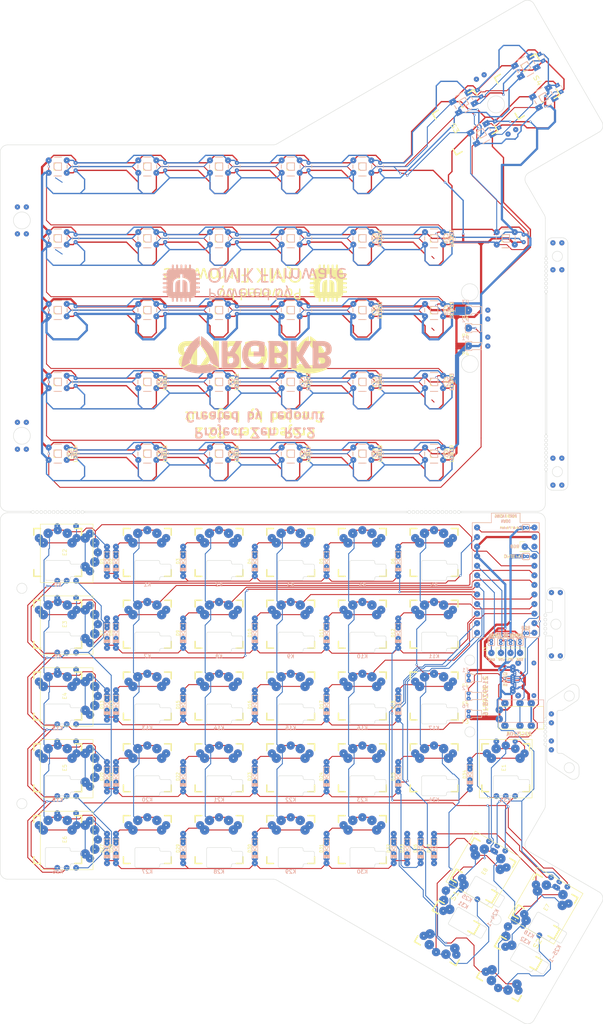
<source format=kicad_pcb>
(kicad_pcb (version 4) (host Gerbview "(5.1.5)-3")
  (layers (0 F.Cu signal) (31 B.Cu signal) (34 B.Paste user) (35 F.Paste user) (36 B.SilkS user) (37 F.SilkS user) (38 B.Mask user) (39 F.Mask user) (44 Edge.Cuts user))
  (gr_line (start 267.11986 114.5827) (end 267.11986 113.7827) (layer B.SilkS) (width 0.15))
  (gr_line (start 267.11986 113.7827) (end 266.89129 113.7827) (layer B.SilkS) (width 0.15))
  (gr_line (start 266.89129 113.7827) (end 266.83415 113.8208) (layer B.SilkS) (width 0.15))
  (gr_line (start 266.83415 113.8208) (end 266.80557 113.85889) (layer B.SilkS) (width 0.15))
  (gr_line (start 266.80557 113.85889) (end 266.777 113.93508) (layer B.SilkS) (width 0.15))
  (gr_line (start 266.777 113.93508) (end 266.777 114.04937) (layer B.SilkS) (width 0.15))
  (gr_line (start 266.777 114.04937) (end 266.80557 114.12556) (layer B.SilkS) (width 0.15))
  (gr_line (start 266.80557 114.12556) (end 266.83415 114.16365) (layer B.SilkS) (width 0.15))
  (gr_line (start 266.83415 114.16365) (end 266.89129 114.20175) (layer B.SilkS) (width 0.15))
  (gr_line (start 266.89129 114.20175) (end 267.11986 114.20175) (layer B.SilkS) (width 0.15))
  (gr_line (start 266.40557 113.7827) (end 266.29129 113.7827) (layer B.SilkS) (width 0.15))
  (gr_line (start 266.29129 113.7827) (end 266.23415 113.8208) (layer B.SilkS) (width 0.15))
  (gr_line (start 266.23415 113.8208) (end 266.177 113.89699) (layer B.SilkS) (width 0.15))
  (gr_line (start 266.177 113.89699) (end 266.14843 114.04937) (layer B.SilkS) (width 0.15))
  (gr_line (start 266.14843 114.04937) (end 266.14843 114.31603) (layer B.SilkS) (width 0.15))
  (gr_line (start 266.14843 114.31603) (end 266.177 114.46841) (layer B.SilkS) (width 0.15))
  (gr_line (start 266.177 114.46841) (end 266.23415 114.5446) (layer B.SilkS) (width 0.15))
  (gr_line (start 266.23415 114.5446) (end 266.29129 114.5827) (layer B.SilkS) (width 0.15))
  (gr_line (start 266.29129 114.5827) (end 266.40557 114.5827) (layer B.SilkS) (width 0.15))
  (gr_line (start 266.40557 114.5827) (end 266.46272 114.5446) (layer B.SilkS) (width 0.15))
  (gr_line (start 266.46272 114.5446) (end 266.51986 114.46841) (layer B.SilkS) (width 0.15))
  (gr_line (start 266.51986 114.46841) (end 266.54843 114.31603) (layer B.SilkS) (width 0.15))
  (gr_line (start 266.54843 114.31603) (end 266.54843 114.04937) (layer B.SilkS) (width 0.15))
  (gr_line (start 266.54843 114.04937) (end 266.51986 113.89699) (layer B.SilkS) (width 0.15))
  (gr_line (start 266.51986 113.89699) (end 266.46272 113.8208) (layer B.SilkS) (width 0.15))
  (gr_line (start 266.46272 113.8208) (end 266.40557 113.7827) (layer B.SilkS) (width 0.15))
  (gr_line (start 265.54843 114.5827) (end 265.74843 114.20175) (layer B.SilkS) (width 0.15))
  (gr_line (start 265.89129 114.5827) (end 265.89129 113.7827) (layer B.SilkS) (width 0.15))
  (gr_line (start 265.89129 113.7827) (end 265.66272 113.7827) (layer B.SilkS) (width 0.15))
  (gr_line (start 265.66272 113.7827) (end 265.60557 113.8208) (layer B.SilkS) (width 0.15))
  (gr_line (start 265.60557 113.8208) (end 265.577 113.85889) (layer B.SilkS) (width 0.15))
  (gr_line (start 265.577 113.85889) (end 265.54843 113.93508) (layer B.SilkS) (width 0.15))
  (gr_line (start 265.54843 113.93508) (end 265.54843 114.04937) (layer B.SilkS) (width 0.15))
  (gr_line (start 265.54843 114.04937) (end 265.577 114.12556) (layer B.SilkS) (width 0.15))
  (gr_line (start 265.577 114.12556) (end 265.60557 114.16365) (layer B.SilkS) (width 0.15))
  (gr_line (start 265.60557 114.16365) (end 265.66272 114.20175) (layer B.SilkS) (width 0.15))
  (gr_line (start 265.66272 114.20175) (end 265.89129 114.20175) (layer B.SilkS) (width 0.15))
  (gr_line (start 265.377 113.7827) (end 265.03415 113.7827) (layer B.SilkS) (width 0.15))
  (gr_line (start 265.20557 114.5827) (end 265.20557 113.7827) (layer B.SilkS) (width 0.15))
  (gr_line (start 264.177 114.16365) (end 264.377 114.16365) (layer B.SilkS) (width 0.15))
  (gr_line (start 264.377 114.5827) (end 264.377 113.7827) (layer B.SilkS) (width 0.15))
  (gr_line (start 264.377 113.7827) (end 264.09129 113.7827) (layer B.SilkS) (width 0.15))
  (gr_line (start 263.89129 114.35413) (end 263.60557 114.35413) (layer B.SilkS) (width 0.15))
  (gr_line (start 263.94843 114.5827) (end 263.74843 113.7827) (layer B.SilkS) (width 0.15))
  (gr_line (start 263.74843 113.7827) (end 263.54843 114.5827) (layer B.SilkS) (width 0.15))
  (gr_line (start 263.00557 114.50651) (end 263.03415 114.5446) (layer B.SilkS) (width 0.15))
  (gr_line (start 263.03415 114.5446) (end 263.11986 114.5827) (layer B.SilkS) (width 0.15))
  (gr_line (start 263.11986 114.5827) (end 263.177 114.5827) (layer B.SilkS) (width 0.15))
  (gr_line (start 263.177 114.5827) (end 263.26272 114.5446) (layer B.SilkS) (width 0.15))
  (gr_line (start 263.26272 114.5446) (end 263.31986 114.46841) (layer B.SilkS) (width 0.15))
  (gr_line (start 263.31986 114.46841) (end 263.34843 114.39222) (layer B.SilkS) (width 0.15))
  (gr_line (start 263.34843 114.39222) (end 263.377 114.23984) (layer B.SilkS) (width 0.15))
  (gr_line (start 263.377 114.23984) (end 263.377 114.12556) (layer B.SilkS) (width 0.15))
  (gr_line (start 263.377 114.12556) (end 263.34843 113.97318) (layer B.SilkS) (width 0.15))
  (gr_line (start 263.34843 113.97318) (end 263.31986 113.89699) (layer B.SilkS) (width 0.15))
  (gr_line (start 263.31986 113.89699) (end 263.26272 113.8208) (layer B.SilkS) (width 0.15))
  (gr_line (start 263.26272 113.8208) (end 263.177 113.7827) (layer B.SilkS) (width 0.15))
  (gr_line (start 263.177 113.7827) (end 263.11986 113.7827) (layer B.SilkS) (width 0.15))
  (gr_line (start 263.11986 113.7827) (end 263.03415 113.8208) (layer B.SilkS) (width 0.15))
  (gr_line (start 263.03415 113.8208) (end 263.00557 113.85889) (layer B.SilkS) (width 0.15))
  (gr_line (start 262.74843 114.5827) (end 262.74843 113.7827) (layer B.SilkS) (width 0.15))
  (gr_line (start 262.46272 114.5827) (end 262.46272 113.7827) (layer B.SilkS) (width 0.15))
  (gr_line (start 262.46272 113.7827) (end 262.11986 114.5827) (layer B.SilkS) (width 0.15))
  (gr_line (start 262.11986 114.5827) (end 262.11986 113.7827) (layer B.SilkS) (width 0.15))
  (gr_line (start 261.51986 113.8208) (end 261.577 113.7827) (layer B.SilkS) (width 0.15))
  (gr_line (start 261.577 113.7827) (end 261.66272 113.7827) (layer B.SilkS) (width 0.15))
  (gr_line (start 261.66272 113.7827) (end 261.74843 113.8208) (layer B.SilkS) (width 0.15))
  (gr_line (start 261.74843 113.8208) (end 261.80557 113.89699) (layer B.SilkS) (width 0.15))
  (gr_line (start 261.80557 113.89699) (end 261.83415 113.97318) (layer B.SilkS) (width 0.15))
  (gr_line (start 261.83415 113.97318) (end 261.86272 114.12556) (layer B.SilkS) (width 0.15))
  (gr_line (start 261.86272 114.12556) (end 261.86272 114.23984) (layer B.SilkS) (width 0.15))
  (gr_line (start 261.86272 114.23984) (end 261.83415 114.39222) (layer B.SilkS) (width 0.15))
  (gr_line (start 261.83415 114.39222) (end 261.80557 114.46841) (layer B.SilkS) (width 0.15))
  (gr_line (start 261.80557 114.46841) (end 261.74843 114.5446) (layer B.SilkS) (width 0.15))
  (gr_line (start 261.74843 114.5446) (end 261.66272 114.5827) (layer B.SilkS) (width 0.15))
  (gr_line (start 261.66272 114.5827) (end 261.60557 114.5827) (layer B.SilkS) (width 0.15))
  (gr_line (start 261.60557 114.5827) (end 261.51986 114.5446) (layer B.SilkS) (width 0.15))
  (gr_line (start 261.51986 114.5446) (end 261.49129 114.50651) (layer B.SilkS) (width 0.15))
  (gr_line (start 261.49129 114.50651) (end 261.49129 114.23984) (layer B.SilkS) (width 0.15))
  (gr_line (start 261.49129 114.23984) (end 261.60557 114.23984) (layer B.SilkS) (width 0.15))
  (gr_line (start 265.44843 115.9327) (end 265.44843 115.1327) (layer B.SilkS) (width 0.15))
  (gr_line (start 265.44843 115.1327) (end 265.30557 115.1327) (layer B.SilkS) (width 0.15))
  (gr_line (start 265.30557 115.1327) (end 265.21986 115.1708) (layer B.SilkS) (width 0.15))
  (gr_line (start 265.21986 115.1708) (end 265.16272 115.24699) (layer B.SilkS) (width 0.15))
  (gr_line (start 265.16272 115.24699) (end 265.13415 115.32318) (layer B.SilkS) (width 0.15))
  (gr_line (start 265.13415 115.32318) (end 265.10557 115.47556) (layer B.SilkS) (width 0.15))
  (gr_line (start 265.10557 115.47556) (end 265.10557 115.58984) (layer B.SilkS) (width 0.15))
  (gr_line (start 265.10557 115.58984) (end 265.13415 115.74222) (layer B.SilkS) (width 0.15))
  (gr_line (start 265.13415 115.74222) (end 265.16272 115.81841) (layer B.SilkS) (width 0.15))
  (gr_line (start 265.16272 115.81841) (end 265.21986 115.8946) (layer B.SilkS) (width 0.15))
  (gr_line (start 265.21986 115.8946) (end 265.30557 115.9327) (layer B.SilkS) (width 0.15))
  (gr_line (start 265.30557 115.9327) (end 265.44843 115.9327) (layer B.SilkS) (width 0.15))
  (gr_line (start 264.73415 115.1327) (end 264.61986 115.1327) (layer B.SilkS) (width 0.15))
  (gr_line (start 264.61986 115.1327) (end 264.56272 115.1708) (layer B.SilkS) (width 0.15))
  (gr_line (start 264.56272 115.1708) (end 264.50557 115.24699) (layer B.SilkS) (width 0.15))
  (gr_line (start 264.50557 115.24699) (end 264.477 115.39937) (layer B.SilkS) (width 0.15))
  (gr_line (start 264.477 115.39937) (end 264.477 115.66603) (layer B.SilkS) (width 0.15))
  (gr_line (start 264.477 115.66603) (end 264.50557 115.81841) (layer B.SilkS) (width 0.15))
  (gr_line (start 264.50557 115.81841) (end 264.56272 115.8946) (layer B.SilkS) (width 0.15))
  (gr_line (start 264.56272 115.8946) (end 264.61986 115.9327) (layer B.SilkS) (width 0.15))
  (gr_line (start 264.61986 115.9327) (end 264.73415 115.9327) (layer B.SilkS) (width 0.15))
  (gr_line (start 264.73415 115.9327) (end 264.79129 115.8946) (layer B.SilkS) (width 0.15))
  (gr_line (start 264.79129 115.8946) (end 264.84843 115.81841) (layer B.SilkS) (width 0.15))
  (gr_line (start 264.84843 115.81841) (end 264.877 115.66603) (layer B.SilkS) (width 0.15))
  (gr_line (start 264.877 115.66603) (end 264.877 115.39937) (layer B.SilkS) (width 0.15))
  (gr_line (start 264.877 115.39937) (end 264.84843 115.24699) (layer B.SilkS) (width 0.15))
  (gr_line (start 264.84843 115.24699) (end 264.79129 115.1708) (layer B.SilkS) (width 0.15))
  (gr_line (start 264.79129 115.1708) (end 264.73415 115.1327) (layer B.SilkS) (width 0.15))
  (gr_line (start 264.277 115.1327) (end 264.13415 115.9327) (layer B.SilkS) (width 0.15))
  (gr_line (start 264.13415 115.9327) (end 264.01986 115.36127) (layer B.SilkS) (width 0.15))
  (gr_line (start 264.01986 115.36127) (end 263.90557 115.9327) (layer B.SilkS) (width 0.15))
  (gr_line (start 263.90557 115.9327) (end 263.76272 115.1327) (layer B.SilkS) (width 0.15))
  (gr_line (start 263.53415 115.9327) (end 263.53415 115.1327) (layer B.SilkS) (width 0.15))
  (gr_line (start 263.53415 115.1327) (end 263.19129 115.9327) (layer B.SilkS) (width 0.15))
  (gr_line (start 263.19129 115.9327) (end 263.19129 115.1327) (layer B.SilkS) (width 0.15))
  (gr_line (start 271.0108 172.49842) (end 271.0108 171.49842) (layer B.SilkS) (width 0.2))
  (gr_line (start 271.0108 171.49842) (end 270.62985 171.49842) (layer B.SilkS) (width 0.2))
  (gr_line (start 270.62985 171.49842) (end 270.53461 171.54604) (layer B.SilkS) (width 0.2))
  (gr_line (start 270.53461 171.54604) (end 270.48699 171.59365) (layer B.SilkS) (width 0.2))
  (gr_line (start 270.48699 171.59365) (end 270.43937 171.68889) (layer B.SilkS) (width 0.2))
  (gr_line (start 270.43937 171.68889) (end 270.43937 171.83175) (layer B.SilkS) (width 0.2))
  (gr_line (start 270.43937 171.83175) (end 270.48699 171.92699) (layer B.SilkS) (width 0.2))
  (gr_line (start 270.48699 171.92699) (end 270.53461 171.97461) (layer B.SilkS) (width 0.2))
  (gr_line (start 270.53461 171.97461) (end 270.62985 172.02223) (layer B.SilkS) (width 0.2))
  (gr_line (start 270.62985 172.02223) (end 271.0108 172.02223) (layer B.SilkS) (width 0.2))
  (gr_line (start 269.72508 171.49842) (end 269.72508 172.2127) (layer B.SilkS) (width 0.2))
  (gr_line (start 269.72508 172.2127) (end 269.7727 172.35556) (layer B.SilkS) (width 0.2))
  (gr_line (start 269.7727 172.35556) (end 269.86794 172.4508) (layer B.SilkS) (width 0.2))
  (gr_line (start 269.86794 172.4508) (end 270.0108 172.49842) (layer B.SilkS) (width 0.2))
  (gr_line (start 270.0108 172.49842) (end 270.10604 172.49842) (layer B.SilkS) (width 0.2))
  (gr_line (start 269.24889 172.11746) (end 268.48699 172.11746) (layer B.SilkS) (width 0.2))
  (gr_line (start 268.10604 171.49842) (end 267.48699 171.49842) (layer B.SilkS) (width 0.2))
  (gr_line (start 267.48699 171.49842) (end 267.82032 171.87937) (layer B.SilkS) (width 0.2))
  (gr_line (start 267.82032 171.87937) (end 267.67746 171.87937) (layer B.SilkS) (width 0.2))
  (gr_line (start 267.67746 171.87937) (end 267.58223 171.92699) (layer B.SilkS) (width 0.2))
  (gr_line (start 267.58223 171.92699) (end 267.53461 171.97461) (layer B.SilkS) (width 0.2))
  (gr_line (start 267.53461 171.97461) (end 267.48699 172.06984) (layer B.SilkS) (width 0.2))
  (gr_line (start 267.48699 172.06984) (end 267.48699 172.30794) (layer B.SilkS) (width 0.2))
  (gr_line (start 267.48699 172.30794) (end 267.53461 172.40318) (layer B.SilkS) (width 0.2))
  (gr_line (start 267.53461 172.40318) (end 267.58223 172.4508) (layer B.SilkS) (width 0.2))
  (gr_line (start 267.58223 172.4508) (end 267.67746 172.49842) (layer B.SilkS) (width 0.2))
  (gr_line (start 267.67746 172.49842) (end 267.96318 172.49842) (layer B.SilkS) (width 0.2))
  (gr_line (start 267.96318 172.49842) (end 268.05842 172.4508) (layer B.SilkS) (width 0.2))
  (gr_line (start 268.05842 172.4508) (end 268.10604 172.40318) (layer B.SilkS) (width 0.2))
  (gr_line (start 267.10604 171.59365) (end 267.05842 171.54604) (layer B.SilkS) (width 0.2))
  (gr_line (start 267.05842 171.54604) (end 266.96318 171.49842) (layer B.SilkS) (width 0.2))
  (gr_line (start 266.96318 171.49842) (end 266.72508 171.49842) (layer B.SilkS) (width 0.2))
  (gr_line (start 266.72508 171.49842) (end 266.62985 171.54604) (layer B.SilkS) (width 0.2))
  (gr_line (start 266.62985 171.54604) (end 266.58223 171.59365) (layer B.SilkS) (width 0.2))
  (gr_line (start 266.58223 171.59365) (end 266.53461 171.68889) (layer B.SilkS) (width 0.2))
  (gr_line (start 266.53461 171.68889) (end 266.53461 171.78413) (layer B.SilkS) (width 0.2))
  (gr_line (start 266.53461 171.78413) (end 266.58223 171.92699) (layer B.SilkS) (width 0.2))
  (gr_line (start 266.58223 171.92699) (end 267.15365 172.49842) (layer B.SilkS) (width 0.2))
  (gr_line (start 267.15365 172.49842) (end 266.53461 172.49842) (layer B.SilkS) (width 0.2))
  (gr_line (start 265.91556 171.49842) (end 265.82032 171.49842) (layer B.SilkS) (width 0.2))
  (gr_line (start 265.82032 171.49842) (end 265.72508 171.54604) (layer B.SilkS) (width 0.2))
  (gr_line (start 265.72508 171.54604) (end 265.67746 171.59365) (layer B.SilkS) (width 0.2))
  (gr_line (start 265.67746 171.59365) (end 265.62985 171.68889) (layer B.SilkS) (width 0.2))
  (gr_line (start 265.62985 171.68889) (end 265.58223 171.87937) (layer B.SilkS) (width 0.2))
  (gr_line (start 265.58223 171.87937) (end 265.58223 172.11746) (layer B.SilkS) (width 0.2))
  (gr_line (start 265.58223 172.11746) (end 265.62985 172.30794) (layer B.SilkS) (width 0.2))
  (gr_line (start 265.62985 172.30794) (end 265.67746 172.40318) (layer B.SilkS) (width 0.2))
  (gr_line (start 265.67746 172.40318) (end 265.72508 172.4508) (layer B.SilkS) (width 0.2))
  (gr_line (start 265.72508 172.4508) (end 265.82032 172.49842) (layer B.SilkS) (width 0.2))
  (gr_line (start 265.82032 172.49842) (end 265.91556 172.49842) (layer B.SilkS) (width 0.2))
  (gr_line (start 265.91556 172.49842) (end 266.0108 172.4508) (layer B.SilkS) (width 0.2))
  (gr_line (start 266.0108 172.4508) (end 266.05842 172.40318) (layer B.SilkS) (width 0.2))
  (gr_line (start 266.05842 172.40318) (end 266.10604 172.30794) (layer B.SilkS) (width 0.2))
  (gr_line (start 266.10604 172.30794) (end 266.15365 172.11746) (layer B.SilkS) (width 0.2))
  (gr_line (start 266.15365 172.11746) (end 266.15365 171.87937) (layer B.SilkS) (width 0.2))
  (gr_line (start 266.15365 171.87937) (end 266.10604 171.68889) (layer B.SilkS) (width 0.2))
  (gr_line (start 266.10604 171.68889) (end 266.05842 171.59365) (layer B.SilkS) (width 0.2))
  (gr_line (start 266.05842 171.59365) (end 266.0108 171.54604) (layer B.SilkS) (width 0.2))
  (gr_line (start 266.0108 171.54604) (end 265.91556 171.49842) (layer B.SilkS) (width 0.2))
  (gr_line (start 265.20127 172.2127) (end 264.72508 172.2127) (layer B.SilkS) (width 0.2))
  (gr_line (start 265.29651 172.49842) (end 264.96318 171.49842) (layer B.SilkS) (width 0.2))
  (gr_line (start 264.96318 171.49842) (end 264.62985 172.49842) (layer B.SilkS) (width 0.2))
  (gr_line (start 258.41917 156.83997) (end 258.36203 156.89711) (layer B.SilkS) (width 0.2))
  (gr_line (start 258.36203 156.89711) (end 258.30488 157.01139) (layer B.SilkS) (width 0.2))
  (gr_line (start 258.30488 157.01139) (end 258.30488 157.29711) (layer B.SilkS) (width 0.2))
  (gr_line (start 258.30488 157.29711) (end 258.36203 157.41139) (layer B.SilkS) (width 0.2))
  (gr_line (start 258.36203 157.41139) (end 258.41917 157.46854) (layer B.SilkS) (width 0.2))
  (gr_line (start 258.41917 157.46854) (end 258.53345 157.52568) (layer B.SilkS) (width 0.2))
  (gr_line (start 258.53345 157.52568) (end 258.64774 157.52568) (layer B.SilkS) (width 0.2))
  (gr_line (start 258.64774 157.52568) (end 258.81917 157.46854) (layer B.SilkS) (width 0.2))
  (gr_line (start 258.81917 157.46854) (end 259.50488 156.78282) (layer B.SilkS) (width 0.2))
  (gr_line (start 259.50488 156.78282) (end 259.50488 157.52568) (layer B.SilkS) (width 0.2))
  (gr_line (start 259.50488 158.66854) (end 259.50488 157.98282) (layer B.SilkS) (width 0.2))
  (gr_line (start 259.50488 158.32568) (end 258.30488 158.32568) (layer B.SilkS) (width 0.2))
  (gr_line (start 258.30488 158.32568) (end 258.47631 158.21139) (layer B.SilkS) (width 0.2))
  (gr_line (start 258.47631 158.21139) (end 258.5906 158.09711) (layer B.SilkS) (width 0.2))
  (gr_line (start 258.5906 158.09711) (end 258.64774 157.98282) (layer B.SilkS) (width 0.2))
  (gr_line (start 259.50488 159.23997) (end 259.50488 159.46854) (layer B.SilkS) (width 0.2))
  (gr_line (start 259.50488 159.46854) (end 259.44774 159.58282) (layer B.SilkS) (width 0.2))
  (gr_line (start 259.44774 159.58282) (end 259.3906 159.63997) (layer B.SilkS) (width 0.2))
  (gr_line (start 259.3906 159.63997) (end 259.21917 159.75425) (layer B.SilkS) (width 0.2))
  (gr_line (start 259.21917 159.75425) (end 258.9906 159.81139) (layer B.SilkS) (width 0.2))
  (gr_line (start 258.9906 159.81139) (end 258.53345 159.81139) (layer B.SilkS) (width 0.2))
  (gr_line (start 258.53345 159.81139) (end 258.41917 159.75425) (layer B.SilkS) (width 0.2))
  (gr_line (start 258.41917 159.75425) (end 258.36203 159.69711) (layer B.SilkS) (width 0.2))
  (gr_line (start 258.36203 159.69711) (end 258.30488 159.58282) (layer B.SilkS) (width 0.2))
  (gr_line (start 258.30488 159.58282) (end 258.30488 159.35425) (layer B.SilkS) (width 0.2))
  (gr_line (start 258.30488 159.35425) (end 258.36203 159.23997) (layer B.SilkS) (width 0.2))
  (gr_line (start 258.36203 159.23997) (end 258.41917 159.18282) (layer B.SilkS) (width 0.2))
  (gr_line (start 258.41917 159.18282) (end 258.53345 159.12568) (layer B.SilkS) (width 0.2))
  (gr_line (start 258.53345 159.12568) (end 258.81917 159.12568) (layer B.SilkS) (width 0.2))
  (gr_line (start 258.81917 159.12568) (end 258.93345 159.18282) (layer B.SilkS) (width 0.2))
  (gr_line (start 258.93345 159.18282) (end 258.9906 159.23997) (layer B.SilkS) (width 0.2))
  (gr_line (start 258.9906 159.23997) (end 259.04774 159.35425) (layer B.SilkS) (width 0.2))
  (gr_line (start 259.04774 159.35425) (end 259.04774 159.58282) (layer B.SilkS) (width 0.2))
  (gr_line (start 259.04774 159.58282) (end 258.9906 159.69711) (layer B.SilkS) (width 0.2))
  (gr_line (start 258.9906 159.69711) (end 258.93345 159.75425) (layer B.SilkS) (width 0.2))
  (gr_line (start 258.93345 159.75425) (end 258.81917 159.81139) (layer B.SilkS) (width 0.2))
  (gr_line (start 259.50488 160.38282) (end 259.50488 160.61139) (layer B.SilkS) (width 0.2))
  (gr_line (start 259.50488 160.61139) (end 259.44774 160.72568) (layer B.SilkS) (width 0.2))
  (gr_line (start 259.44774 160.72568) (end 259.3906 160.78282) (layer B.SilkS) (width 0.2))
  (gr_line (start 259.3906 160.78282) (end 259.21917 160.89711) (layer B.SilkS) (width 0.2))
  (gr_line (start 259.21917 160.89711) (end 258.9906 160.95425) (layer B.SilkS) (width 0.2))
  (gr_line (start 258.9906 160.95425) (end 258.53345 160.95425) (layer B.SilkS) (width 0.2))
  (gr_line (start 258.53345 160.95425) (end 258.41917 160.89711) (layer B.SilkS) (width 0.2))
  (gr_line (start 258.41917 160.89711) (end 258.36203 160.83997) (layer B.SilkS) (width 0.2))
  (gr_line (start 258.36203 160.83997) (end 258.30488 160.72568) (layer B.SilkS) (width 0.2))
  (gr_line (start 258.30488 160.72568) (end 258.30488 160.49711) (layer B.SilkS) (width 0.2))
  (gr_line (start 258.30488 160.49711) (end 258.36203 160.38282) (layer B.SilkS) (width 0.2))
  (gr_line (start 258.36203 160.38282) (end 258.41917 160.32568) (layer B.SilkS) (width 0.2))
  (gr_line (start 258.41917 160.32568) (end 258.53345 160.26854) (layer B.SilkS) (width 0.2))
  (gr_line (start 258.53345 160.26854) (end 258.81917 160.26854) (layer B.SilkS) (width 0.2))
  (gr_line (start 258.81917 160.26854) (end 258.93345 160.32568) (layer B.SilkS) (width 0.2))
  (gr_line (start 258.93345 160.32568) (end 258.9906 160.38282) (layer B.SilkS) (width 0.2))
  (gr_line (start 258.9906 160.38282) (end 259.04774 160.49711) (layer B.SilkS) (width 0.2))
  (gr_line (start 259.04774 160.49711) (end 259.04774 160.72568) (layer B.SilkS) (width 0.2))
  (gr_line (start 259.04774 160.72568) (end 258.9906 160.83997) (layer B.SilkS) (width 0.2))
  (gr_line (start 258.9906 160.83997) (end 258.93345 160.89711) (layer B.SilkS) (width 0.2))
  (gr_line (start 258.93345 160.89711) (end 258.81917 160.95425) (layer B.SilkS) (width 0.2))
  (gr_line (start 258.41917 161.41139) (end 258.36203 161.46854) (layer B.SilkS) (width 0.2))
  (gr_line (start 258.36203 161.46854) (end 258.30488 161.58282) (layer B.SilkS) (width 0.2))
  (gr_line (start 258.30488 161.58282) (end 258.30488 161.86854) (layer B.SilkS) (width 0.2))
  (gr_line (start 258.30488 161.86854) (end 258.36203 161.98282) (layer B.SilkS) (width 0.2))
  (gr_line (start 258.36203 161.98282) (end 258.41917 162.03997) (layer B.SilkS) (width 0.2))
  (gr_line (start 258.41917 162.03997) (end 258.53345 162.09711) (layer B.SilkS) (width 0.2))
  (gr_line (start 258.53345 162.09711) (end 258.64774 162.09711) (layer B.SilkS) (width 0.2))
  (gr_line (start 258.64774 162.09711) (end 258.81917 162.03997) (layer B.SilkS) (width 0.2))
  (gr_line (start 258.81917 162.03997) (end 259.50488 161.35425) (layer B.SilkS) (width 0.2))
  (gr_line (start 259.50488 161.35425) (end 259.50488 162.09711) (layer B.SilkS) (width 0.2))
  (gr_line (start 258.70488 163.12568) (end 259.50488 163.12568) (layer B.SilkS) (width 0.2))
  (gr_line (start 258.24774 162.83997) (end 259.10488 162.55425) (layer B.SilkS) (width 0.2))
  (gr_line (start 259.10488 162.55425) (end 259.10488 163.29711) (layer B.SilkS) (width 0.2))
  (gr_line (start 258.81917 163.92568) (end 258.76203 163.81139) (layer B.SilkS) (width 0.2))
  (gr_line (start 258.76203 163.81139) (end 258.70488 163.75425) (layer B.SilkS) (width 0.2))
  (gr_line (start 258.70488 163.75425) (end 258.5906 163.69711) (layer B.SilkS) (width 0.2))
  (gr_line (start 258.5906 163.69711) (end 258.53345 163.69711) (layer B.SilkS) (width 0.2))
  (gr_line (start 258.53345 163.69711) (end 258.41917 163.75425) (layer B.SilkS) (width 0.2))
  (gr_line (start 258.41917 163.75425) (end 258.36203 163.81139) (layer B.SilkS) (width 0.2))
  (gr_line (start 258.36203 163.81139) (end 258.30488 163.92568) (layer B.SilkS) (width 0.2))
  (gr_line (start 258.30488 163.92568) (end 258.30488 164.15425) (layer B.SilkS) (width 0.2))
  (gr_line (start 258.30488 164.15425) (end 258.36203 164.26854) (layer B.SilkS) (width 0.2))
  (gr_line (start 258.36203 164.26854) (end 258.41917 164.32568) (layer B.SilkS) (width 0.2))
  (gr_line (start 258.41917 164.32568) (end 258.53345 164.38282) (layer B.SilkS) (width 0.2))
  (gr_line (start 258.53345 164.38282) (end 258.5906 164.38282) (layer B.SilkS) (width 0.2))
  (gr_line (start 258.5906 164.38282) (end 258.70488 164.32568) (layer B.SilkS) (width 0.2))
  (gr_line (start 258.70488 164.32568) (end 258.76203 164.26854) (layer B.SilkS) (width 0.2))
  (gr_line (start 258.76203 164.26854) (end 258.81917 164.15425) (layer B.SilkS) (width 0.2))
  (gr_line (start 258.81917 164.15425) (end 258.81917 163.92568) (layer B.SilkS) (width 0.2))
  (gr_line (start 258.81917 163.92568) (end 258.87631 163.81139) (layer B.SilkS) (width 0.2))
  (gr_line (start 258.87631 163.81139) (end 258.93345 163.75425) (layer B.SilkS) (width 0.2))
  (gr_line (start 258.93345 163.75425) (end 259.04774 163.69711) (layer B.SilkS) (width 0.2))
  (gr_line (start 259.04774 163.69711) (end 259.27631 163.69711) (layer B.SilkS) (width 0.2))
  (gr_line (start 259.27631 163.69711) (end 259.3906 163.75425) (layer B.SilkS) (width 0.2))
  (gr_line (start 259.3906 163.75425) (end 259.44774 163.81139) (layer B.SilkS) (width 0.2))
  (gr_line (start 259.44774 163.81139) (end 259.50488 163.92568) (layer B.SilkS) (width 0.2))
  (gr_line (start 259.50488 163.92568) (end 259.50488 164.15425) (layer B.SilkS) (width 0.2))
  (gr_line (start 259.50488 164.15425) (end 259.44774 164.26854) (layer B.SilkS) (width 0.2))
  (gr_line (start 259.44774 164.26854) (end 259.3906 164.32568) (layer B.SilkS) (width 0.2))
  (gr_line (start 259.3906 164.32568) (end 259.27631 164.38282) (layer B.SilkS) (width 0.2))
  (gr_line (start 259.27631 164.38282) (end 259.04774 164.38282) (layer B.SilkS) (width 0.2))
  (gr_line (start 259.04774 164.38282) (end 258.93345 164.32568) (layer B.SilkS) (width 0.2))
  (gr_line (start 258.93345 164.32568) (end 258.87631 164.26854) (layer B.SilkS) (width 0.2))
  (gr_line (start 258.87631 164.26854) (end 258.81917 164.15425) (layer B.SilkS) (width 0.2))
  (gr_line (start 259.04774 164.89711) (end 259.04774 165.81139) (layer B.SilkS) (width 0.2))
  (gr_line (start 258.30488 166.89711) (end 258.30488 166.66854) (layer B.SilkS) (width 0.2))
  (gr_line (start 258.30488 166.66854) (end 258.36203 166.55425) (layer B.SilkS) (width 0.2))
  (gr_line (start 258.36203 166.55425) (end 258.41917 166.49711) (layer B.SilkS) (width 0.2))
  (gr_line (start 258.41917 166.49711) (end 258.5906 166.38282) (layer B.SilkS) (width 0.2))
  (gr_line (start 258.5906 166.38282) (end 258.81917 166.32568) (layer B.SilkS) (width 0.2))
  (gr_line (start 258.81917 166.32568) (end 259.27631 166.32568) (layer B.SilkS) (width 0.2))
  (gr_line (start 259.27631 166.32568) (end 259.3906 166.38282) (layer B.SilkS) (width 0.2))
  (gr_line (start 259.3906 166.38282) (end 259.44774 166.43997) (layer B.SilkS) (width 0.2))
  (gr_line (start 259.44774 166.43997) (end 259.50488 166.55425) (layer B.SilkS) (width 0.2))
  (gr_line (start 259.50488 166.55425) (end 259.50488 166.78282) (layer B.SilkS) (width 0.2))
  (gr_line (start 259.50488 166.78282) (end 259.44774 166.89711) (layer B.SilkS) (width 0.2))
  (gr_line (start 259.44774 166.89711) (end 259.3906 166.95425) (layer B.SilkS) (width 0.2))
  (gr_line (start 259.3906 166.95425) (end 259.27631 167.01139) (layer B.SilkS) (width 0.2))
  (gr_line (start 259.27631 167.01139) (end 258.9906 167.01139) (layer B.SilkS) (width 0.2))
  (gr_line (start 258.9906 167.01139) (end 258.87631 166.95425) (layer B.SilkS) (width 0.2))
  (gr_line (start 258.87631 166.95425) (end 258.81917 166.89711) (layer B.SilkS) (width 0.2))
  (gr_line (start 258.81917 166.89711) (end 258.76203 166.78282) (layer B.SilkS) (width 0.2))
  (gr_line (start 258.76203 166.78282) (end 258.76203 166.55425) (layer B.SilkS) (width 0.2))
  (gr_line (start 258.76203 166.55425) (end 258.81917 166.43997) (layer B.SilkS) (width 0.2))
  (gr_line (start 258.81917 166.43997) (end 258.87631 166.38282) (layer B.SilkS) (width 0.2))
  (gr_line (start 258.87631 166.38282) (end 258.9906 166.32568) (layer B.SilkS) (width 0.2))
  (gr_line (start 268.84843 152.54286) (end 268.76272 152.57143) (layer B.SilkS) (width 0.12))
  (gr_line (start 268.76272 152.57143) (end 268.61986 152.57143) (layer B.SilkS) (width 0.12))
  (gr_line (start 268.61986 152.57143) (end 268.56272 152.54286) (layer B.SilkS) (width 0.12))
  (gr_line (start 268.56272 152.54286) (end 268.53415 152.51429) (layer B.SilkS) (width 0.12))
  (gr_line (start 268.53415 152.51429) (end 268.50557 152.45714) (layer B.SilkS) (width 0.12))
  (gr_line (start 268.50557 152.45714) (end 268.50557 152.4) (layer B.SilkS) (width 0.12))
  (gr_line (start 268.50557 152.4) (end 268.53415 152.34286) (layer B.SilkS) (width 0.12))
  (gr_line (start 268.53415 152.34286) (end 268.56272 152.31429) (layer B.SilkS) (width 0.12))
  (gr_line (start 268.56272 152.31429) (end 268.61986 152.28571) (layer B.SilkS) (width 0.12))
  (gr_line (start 268.61986 152.28571) (end 268.73415 152.25714) (layer B.SilkS) (width 0.12))
  (gr_line (start 268.73415 152.25714) (end 268.79129 152.22857) (layer B.SilkS) (width 0.12))
  (gr_line (start 268.79129 152.22857) (end 268.81986 152.2) (layer B.SilkS) (width 0.12))
  (gr_line (start 268.81986 152.2) (end 268.84843 152.14286) (layer B.SilkS) (width 0.12))
  (gr_line (start 268.84843 152.14286) (end 268.84843 152.08571) (layer B.SilkS) (width 0.12))
  (gr_line (start 268.84843 152.08571) (end 268.81986 152.02857) (layer B.SilkS) (width 0.12))
  (gr_line (start 268.81986 152.02857) (end 268.79129 152) (layer B.SilkS) (width 0.12))
  (gr_line (start 268.79129 152) (end 268.73415 151.97143) (layer B.SilkS) (width 0.12))
  (gr_line (start 268.73415 151.97143) (end 268.59129 151.97143) (layer B.SilkS) (width 0.12))
  (gr_line (start 268.59129 151.97143) (end 268.50557 152) (layer B.SilkS) (width 0.12))
  (gr_line (start 268.24843 152.57143) (end 268.24843 151.97143) (layer B.SilkS) (width 0.12))
  (gr_line (start 268.24843 151.97143) (end 268.10557 151.97143) (layer B.SilkS) (width 0.12))
  (gr_line (start 268.10557 151.97143) (end 268.01986 152) (layer B.SilkS) (width 0.12))
  (gr_line (start 268.01986 152) (end 267.96272 152.05714) (layer B.SilkS) (width 0.12))
  (gr_line (start 267.96272 152.05714) (end 267.93415 152.11429) (layer B.SilkS) (width 0.12))
  (gr_line (start 267.93415 152.11429) (end 267.90557 152.22857) (layer B.SilkS) (width 0.12))
  (gr_line (start 267.90557 152.22857) (end 267.90557 152.31429) (layer B.SilkS) (width 0.12))
  (gr_line (start 267.90557 152.31429) (end 267.93415 152.42857) (layer B.SilkS) (width 0.12))
  (gr_line (start 267.93415 152.42857) (end 267.96272 152.48571) (layer B.SilkS) (width 0.12))
  (gr_line (start 267.96272 152.48571) (end 268.01986 152.54286) (layer B.SilkS) (width 0.12))
  (gr_line (start 268.01986 152.54286) (end 268.10557 152.57143) (layer B.SilkS) (width 0.12))
  (gr_line (start 268.10557 152.57143) (end 268.24843 152.57143) (layer B.SilkS) (width 0.12))
  (gr_line (start 267.677 152.4) (end 267.39129 152.4) (layer B.SilkS) (width 0.12))
  (gr_line (start 267.73415 152.57143) (end 267.53415 151.97143) (layer B.SilkS) (width 0.12))
  (gr_line (start 267.53415 151.97143) (end 267.33415 152.57143) (layer B.SilkS) (width 0.12))
  (gr_line (start 266.24843 152.54286) (end 266.16272 152.57143) (layer B.SilkS) (width 0.12))
  (gr_line (start 266.16272 152.57143) (end 266.01986 152.57143) (layer B.SilkS) (width 0.12))
  (gr_line (start 266.01986 152.57143) (end 265.96272 152.54286) (layer B.SilkS) (width 0.12))
  (gr_line (start 265.96272 152.54286) (end 265.93415 152.51429) (layer B.SilkS) (width 0.12))
  (gr_line (start 265.93415 152.51429) (end 265.90557 152.45714) (layer B.SilkS) (width 0.12))
  (gr_line (start 265.90557 152.45714) (end 265.90557 152.4) (layer B.SilkS) (width 0.12))
  (gr_line (start 265.90557 152.4) (end 265.93415 152.34286) (layer B.SilkS) (width 0.12))
  (gr_line (start 265.93415 152.34286) (end 265.96272 152.31429) (layer B.SilkS) (width 0.12))
  (gr_line (start 265.96272 152.31429) (end 266.01986 152.28571) (layer B.SilkS) (width 0.12))
  (gr_line (start 266.01986 152.28571) (end 266.13415 152.25714) (layer B.SilkS) (width 0.12))
  (gr_line (start 266.13415 152.25714) (end 266.19129 152.22857) (layer B.SilkS) (width 0.12))
  (gr_line (start 266.19129 152.22857) (end 266.21986 152.2) (layer B.SilkS) (width 0.12))
  (gr_line (start 266.21986 152.2) (end 266.24843 152.14286) (layer B.SilkS) (width 0.12))
  (gr_line (start 266.24843 152.14286) (end 266.24843 152.08571) (layer B.SilkS) (width 0.12))
  (gr_line (start 266.24843 152.08571) (end 266.21986 152.02857) (layer B.SilkS) (width 0.12))
  (gr_line (start 266.21986 152.02857) (end 266.19129 152) (layer B.SilkS) (width 0.12))
  (gr_line (start 266.19129 152) (end 266.13415 151.97143) (layer B.SilkS) (width 0.12))
  (gr_line (start 266.13415 151.97143) (end 265.99129 151.97143) (layer B.SilkS) (width 0.12))
  (gr_line (start 265.99129 151.97143) (end 265.90557 152) (layer B.SilkS) (width 0.12))
  (gr_line (start 265.30557 152.51429) (end 265.33415 152.54286) (layer B.SilkS) (width 0.12))
  (gr_line (start 265.33415 152.54286) (end 265.41986 152.57143) (layer B.SilkS) (width 0.12))
  (gr_line (start 265.41986 152.57143) (end 265.477 152.57143) (layer B.SilkS) (width 0.12))
  (gr_line (start 265.477 152.57143) (end 265.56272 152.54286) (layer B.SilkS) (width 0.12))
  (gr_line (start 265.56272 152.54286) (end 265.61986 152.48571) (layer B.SilkS) (width 0.12))
  (gr_line (start 265.61986 152.48571) (end 265.64843 152.42857) (layer B.SilkS) (width 0.12))
  (gr_line (start 265.64843 152.42857) (end 265.677 152.31429) (layer B.SilkS) (width 0.12))
  (gr_line (start 265.677 152.31429) (end 265.677 152.22857) (layer B.SilkS) (width 0.12))
  (gr_line (start 265.677 152.22857) (end 265.64843 152.11429) (layer B.SilkS) (width 0.12))
  (gr_line (start 265.64843 152.11429) (end 265.61986 152.05714) (layer B.SilkS) (width 0.12))
  (gr_line (start 265.61986 152.05714) (end 265.56272 152) (layer B.SilkS) (width 0.12))
  (gr_line (start 265.56272 152) (end 265.477 151.97143) (layer B.SilkS) (width 0.12))
  (gr_line (start 265.477 151.97143) (end 265.41986 151.97143) (layer B.SilkS) (width 0.12))
  (gr_line (start 265.41986 151.97143) (end 265.33415 152) (layer B.SilkS) (width 0.12))
  (gr_line (start 265.33415 152) (end 265.30557 152.02857) (layer B.SilkS) (width 0.12))
  (gr_line (start 264.76272 152.57143) (end 265.04843 152.57143) (layer B.SilkS) (width 0.12))
  (gr_line (start 265.04843 152.57143) (end 265.04843 151.97143) (layer B.SilkS) (width 0.12))
  (gr_line (start 264.10557 152.34286) (end 263.64843 152.34286) (layer B.SilkS) (width 0.12))
  (gr_line (start 263.877 152.57143) (end 263.877 152.11429) (layer B.SilkS) (width 0.12))
  (gr_line (start 263.077 151.97143) (end 263.36272 151.97143) (layer B.SilkS) (width 0.12))
  (gr_line (start 263.36272 151.97143) (end 263.39129 152.25714) (layer B.SilkS) (width 0.12))
  (gr_line (start 263.39129 152.25714) (end 263.36272 152.22857) (layer B.SilkS) (width 0.12))
  (gr_line (start 263.36272 152.22857) (end 263.30557 152.2) (layer B.SilkS) (width 0.12))
  (gr_line (start 263.30557 152.2) (end 263.16272 152.2) (layer B.SilkS) (width 0.12))
  (gr_line (start 263.16272 152.2) (end 263.10557 152.22857) (layer B.SilkS) (width 0.12))
  (gr_line (start 263.10557 152.22857) (end 263.077 152.25714) (layer B.SilkS) (width 0.12))
  (gr_line (start 263.077 152.25714) (end 263.04843 152.31429) (layer B.SilkS) (width 0.12))
  (gr_line (start 263.04843 152.31429) (end 263.04843 152.45714) (layer B.SilkS) (width 0.12))
  (gr_line (start 263.04843 152.45714) (end 263.077 152.51429) (layer B.SilkS) (width 0.12))
  (gr_line (start 263.077 152.51429) (end 263.10557 152.54286) (layer B.SilkS) (width 0.12))
  (gr_line (start 263.10557 152.54286) (end 263.16272 152.57143) (layer B.SilkS) (width 0.12))
  (gr_line (start 263.16272 152.57143) (end 263.30557 152.57143) (layer B.SilkS) (width 0.12))
  (gr_line (start 263.30557 152.57143) (end 263.36272 152.54286) (layer B.SilkS) (width 0.12))
  (gr_line (start 263.36272 152.54286) (end 263.39129 152.51429) (layer B.SilkS) (width 0.12))
  (gr_line (start 262.877 151.97143) (end 262.677 152.57143) (layer B.SilkS) (width 0.12))
  (gr_line (start 262.677 152.57143) (end 262.477 151.97143) (layer B.SilkS) (width 0.12))
  (gr_line (start 261.04843 152) (end 261.10557 151.97143) (layer B.SilkS) (width 0.12))
  (gr_line (start 261.10557 151.97143) (end 261.19129 151.97143) (layer B.SilkS) (width 0.12))
  (gr_line (start 261.19129 151.97143) (end 261.277 152) (layer B.SilkS) (width 0.12))
  (gr_line (start 261.277 152) (end 261.33415 152.05714) (layer B.SilkS) (width 0.12))
  (gr_line (start 261.33415 152.05714) (end 261.36272 152.11429) (layer B.SilkS) (width 0.12))
  (gr_line (start 261.36272 152.11429) (end 261.39129 152.22857) (layer B.SilkS) (width 0.12))
  (gr_line (start 261.39129 152.22857) (end 261.39129 152.31429) (layer B.SilkS) (width 0.12))
  (gr_line (start 261.39129 152.31429) (end 261.36272 152.42857) (layer B.SilkS) (width 0.12))
  (gr_line (start 261.36272 152.42857) (end 261.33415 152.48571) (layer B.SilkS) (width 0.12))
  (gr_line (start 261.33415 152.48571) (end 261.277 152.54286) (layer B.SilkS) (width 0.12))
  (gr_line (start 261.277 152.54286) (end 261.19129 152.57143) (layer B.SilkS) (width 0.12))
  (gr_line (start 261.19129 152.57143) (end 261.13415 152.57143) (layer B.SilkS) (width 0.12))
  (gr_line (start 261.13415 152.57143) (end 261.04843 152.54286) (layer B.SilkS) (width 0.12))
  (gr_line (start 261.04843 152.54286) (end 261.01986 152.51429) (layer B.SilkS) (width 0.12))
  (gr_line (start 261.01986 152.51429) (end 261.01986 152.31429) (layer B.SilkS) (width 0.12))
  (gr_line (start 261.01986 152.31429) (end 261.13415 152.31429) (layer B.SilkS) (width 0.12))
  (gr_line (start 260.76272 152.57143) (end 260.76272 151.97143) (layer B.SilkS) (width 0.12))
  (gr_line (start 260.76272 151.97143) (end 260.41986 152.57143) (layer B.SilkS) (width 0.12))
  (gr_line (start 260.41986 152.57143) (end 260.41986 151.97143) (layer B.SilkS) (width 0.12))
  (gr_line (start 260.13415 152.57143) (end 260.13415 151.97143) (layer B.SilkS) (width 0.12))
  (gr_line (start 260.13415 151.97143) (end 259.99129 151.97143) (layer B.SilkS) (width 0.12))
  (gr_line (start 259.99129 151.97143) (end 259.90557 152) (layer B.SilkS) (width 0.12))
  (gr_line (start 259.90557 152) (end 259.84843 152.05714) (layer B.SilkS) (width 0.12))
  (gr_line (start 259.84843 152.05714) (end 259.81986 152.11429) (layer B.SilkS) (width 0.12))
  (gr_line (start 259.81986 152.11429) (end 259.79129 152.22857) (layer B.SilkS) (width 0.12))
  (gr_line (start 259.79129 152.22857) (end 259.79129 152.31429) (layer B.SilkS) (width 0.12))
  (gr_line (start 259.79129 152.31429) (end 259.81986 152.42857) (layer B.SilkS) (width 0.12))
  (gr_line (start 259.81986 152.42857) (end 259.84843 152.48571) (layer B.SilkS) (width 0.12))
  (gr_line (start 259.84843 152.48571) (end 259.90557 152.54286) (layer B.SilkS) (width 0.12))
  (gr_line (start 259.90557 152.54286) (end 259.99129 152.57143) (layer B.SilkS) (width 0.12))
  (gr_line (start 259.99129 152.57143) (end 260.13415 152.57143) (layer B.SilkS) (width 0.12))
  (gr_line (start 182.10887 90.88661) (end 182.10887 93.38661) (layer B.SilkS) (width 0.5))
  (gr_line (start 182.10887 93.38661) (end 183.06125 93.38661) (layer B.SilkS) (width 0.5))
  (gr_line (start 183.06125 93.38661) (end 183.29934 93.26757000000001) (layer B.SilkS) (width 0.5))
  (gr_line (start 183.29934 93.26757000000001) (end 183.41839 93.14852) (layer B.SilkS) (width 0.5))
  (gr_line (start 183.41839 93.14852) (end 183.53744 92.91042) (layer B.SilkS) (width 0.5))
  (gr_line (start 183.53744 92.91042) (end 183.53744 92.55328) (layer B.SilkS) (width 0.5))
  (gr_line (start 183.53744 92.55328) (end 183.41839 92.31518) (layer B.SilkS) (width 0.5))
  (gr_line (start 183.41839 92.31518) (end 183.29934 92.19614) (layer B.SilkS) (width 0.5))
  (gr_line (start 183.29934 92.19614) (end 183.06125 92.07709) (layer B.SilkS) (width 0.5))
  (gr_line (start 183.06125 92.07709) (end 182.10887 92.07709) (layer B.SilkS) (width 0.5))
  (gr_line (start 184.60887 90.88661) (end 184.60887 92.55328) (layer B.SilkS) (width 0.5))
  (gr_line (start 184.60887 92.07709) (end 184.72791 92.31518) (layer B.SilkS) (width 0.5))
  (gr_line (start 184.72791 92.31518) (end 184.84696 92.43423) (layer B.SilkS) (width 0.5))
  (gr_line (start 184.84696 92.43423) (end 185.08506 92.55328) (layer B.SilkS) (width 0.5))
  (gr_line (start 185.08506 92.55328) (end 185.32315 92.55328) (layer B.SilkS) (width 0.5))
  (gr_line (start 186.51363 90.88661) (end 186.27553 91.00566000000001) (layer B.SilkS) (width 0.5))
  (gr_line (start 186.27553 91.00566000000001) (end 186.15648 91.12470999999999) (layer B.SilkS) (width 0.5))
  (gr_line (start 186.15648 91.12470999999999) (end 186.03744 91.36279999999999) (layer B.SilkS) (width 0.5))
  (gr_line (start 186.03744 91.36279999999999) (end 186.03744 92.07709) (layer B.SilkS) (width 0.5))
  (gr_line (start 186.03744 92.07709) (end 186.15648 92.31518) (layer B.SilkS) (width 0.5))
  (gr_line (start 186.15648 92.31518) (end 186.27553 92.43423) (layer B.SilkS) (width 0.5))
  (gr_line (start 186.27553 92.43423) (end 186.51363 92.55328) (layer B.SilkS) (width 0.5))
  (gr_line (start 186.51363 92.55328) (end 186.87077 92.55328) (layer B.SilkS) (width 0.5))
  (gr_line (start 186.87077 92.55328) (end 187.10887 92.43423) (layer B.SilkS) (width 0.5))
  (gr_line (start 187.10887 92.43423) (end 187.22791 92.31518) (layer B.SilkS) (width 0.5))
  (gr_line (start 187.22791 92.31518) (end 187.34696 92.07709) (layer B.SilkS) (width 0.5))
  (gr_line (start 187.34696 92.07709) (end 187.34696 91.36279999999999) (layer B.SilkS) (width 0.5))
  (gr_line (start 187.34696 91.36279999999999) (end 187.22791 91.12470999999999) (layer B.SilkS) (width 0.5))
  (gr_line (start 187.22791 91.12470999999999) (end 187.10887 91.00566000000001) (layer B.SilkS) (width 0.5))
  (gr_line (start 187.10887 91.00566000000001) (end 186.87077 90.88661) (layer B.SilkS) (width 0.5))
  (gr_line (start 186.87077 90.88661) (end 186.51363 90.88661) (layer B.SilkS) (width 0.5))
  (gr_line (start 188.41839 92.55328) (end 188.41839 90.41042) (layer B.SilkS) (width 0.5))
  (gr_line (start 188.41839 90.41042) (end 188.29934 90.17233) (layer B.SilkS) (width 0.5))
  (gr_line (start 188.29934 90.17233) (end 188.06125 90.05328) (layer B.SilkS) (width 0.5))
  (gr_line (start 188.06125 90.05328) (end 187.9422 90.05328) (layer B.SilkS) (width 0.5))
  (gr_line (start 188.41839 93.38661) (end 188.29934 93.26757000000001) (layer B.SilkS) (width 0.5))
  (gr_line (start 188.29934 93.26757000000001) (end 188.41839 93.14852) (layer B.SilkS) (width 0.5))
  (gr_line (start 188.41839 93.14852) (end 188.53744 93.26757000000001) (layer B.SilkS) (width 0.5))
  (gr_line (start 188.53744 93.26757000000001) (end 188.41839 93.38661) (layer B.SilkS) (width 0.5))
  (gr_line (start 188.41839 93.38661) (end 188.41839 93.14852) (layer B.SilkS) (width 0.5))
  (gr_line (start 190.56125 91.00566000000001) (end 190.32315 90.88661) (layer B.SilkS) (width 0.5))
  (gr_line (start 190.32315 90.88661) (end 189.84696 90.88661) (layer B.SilkS) (width 0.5))
  (gr_line (start 189.84696 90.88661) (end 189.60887 91.00566000000001) (layer B.SilkS) (width 0.5))
  (gr_line (start 189.60887 91.00566000000001) (end 189.48982 91.24375999999999) (layer B.SilkS) (width 0.5))
  (gr_line (start 189.48982 91.24375999999999) (end 189.48982 92.19614) (layer B.SilkS) (width 0.5))
  (gr_line (start 189.48982 92.19614) (end 189.60887 92.43423) (layer B.SilkS) (width 0.5))
  (gr_line (start 189.60887 92.43423) (end 189.84696 92.55328) (layer B.SilkS) (width 0.5))
  (gr_line (start 189.84696 92.55328) (end 190.32315 92.55328) (layer B.SilkS) (width 0.5))
  (gr_line (start 190.32315 92.55328) (end 190.56125 92.43423) (layer B.SilkS) (width 0.5))
  (gr_line (start 190.56125 92.43423) (end 190.68029 92.19614) (layer B.SilkS) (width 0.5))
  (gr_line (start 190.68029 92.19614) (end 190.68029 91.95804) (layer B.SilkS) (width 0.5))
  (gr_line (start 190.68029 91.95804) (end 189.48982 91.71995) (layer B.SilkS) (width 0.5))
  (gr_line (start 192.82315 91.00566000000001) (end 192.58506 90.88661) (layer B.SilkS) (width 0.5))
  (gr_line (start 192.58506 90.88661) (end 192.10887 90.88661) (layer B.SilkS) (width 0.5))
  (gr_line (start 192.10887 90.88661) (end 191.87077 91.00566000000001) (layer B.SilkS) (width 0.5))
  (gr_line (start 191.87077 91.00566000000001) (end 191.75172 91.12470999999999) (layer B.SilkS) (width 0.5))
  (gr_line (start 191.75172 91.12470999999999) (end 191.63268 91.36279999999999) (layer B.SilkS) (width 0.5))
  (gr_line (start 191.63268 91.36279999999999) (end 191.63268 92.07709) (layer B.SilkS) (width 0.5))
  (gr_line (start 191.63268 92.07709) (end 191.75172 92.31518) (layer B.SilkS) (width 0.5))
  (gr_line (start 191.75172 92.31518) (end 191.87077 92.43423) (layer B.SilkS) (width 0.5))
  (gr_line (start 191.87077 92.43423) (end 192.10887 92.55328) (layer B.SilkS) (width 0.5))
  (gr_line (start 192.10887 92.55328) (end 192.58506 92.55328) (layer B.SilkS) (width 0.5))
  (gr_line (start 192.58506 92.55328) (end 192.82315 92.43423) (layer B.SilkS) (width 0.5))
  (gr_line (start 193.53744 92.55328) (end 194.48982 92.55328) (layer B.SilkS) (width 0.5))
  (gr_line (start 193.89458 93.38661) (end 193.89458 91.24375999999999) (layer B.SilkS) (width 0.5))
  (gr_line (start 193.89458 91.24375999999999) (end 194.01363 91.00566000000001) (layer B.SilkS) (width 0.5))
  (gr_line (start 194.01363 91.00566000000001) (end 194.25172 90.88661) (layer B.SilkS) (width 0.5))
  (gr_line (start 194.25172 90.88661) (end 194.48982 90.88661) (layer B.SilkS) (width 0.5))
  (gr_line (start 196.98982 93.38661) (end 198.65648 93.38661) (layer B.SilkS) (width 0.5))
  (gr_line (start 198.65648 93.38661) (end 196.98982 90.88661) (layer B.SilkS) (width 0.5))
  (gr_line (start 196.98982 90.88661) (end 198.65648 90.88661) (layer B.SilkS) (width 0.5))
  (gr_line (start 200.56125 91.00566000000001) (end 200.32315 90.88661) (layer B.SilkS) (width 0.5))
  (gr_line (start 200.32315 90.88661) (end 199.84696 90.88661) (layer B.SilkS) (width 0.5))
  (gr_line (start 199.84696 90.88661) (end 199.60887 91.00566000000001) (layer B.SilkS) (width 0.5))
  (gr_line (start 199.60887 91.00566000000001) (end 199.48982 91.24375999999999) (layer B.SilkS) (width 0.5))
  (gr_line (start 199.48982 91.24375999999999) (end 199.48982 92.19614) (layer B.SilkS) (width 0.5))
  (gr_line (start 199.48982 92.19614) (end 199.60887 92.43423) (layer B.SilkS) (width 0.5))
  (gr_line (start 199.60887 92.43423) (end 199.84696 92.55328) (layer B.SilkS) (width 0.5))
  (gr_line (start 199.84696 92.55328) (end 200.32315 92.55328) (layer B.SilkS) (width 0.5))
  (gr_line (start 200.32315 92.55328) (end 200.56125 92.43423) (layer B.SilkS) (width 0.5))
  (gr_line (start 200.56125 92.43423) (end 200.68029 92.19614) (layer B.SilkS) (width 0.5))
  (gr_line (start 200.68029 92.19614) (end 200.68029 91.95804) (layer B.SilkS) (width 0.5))
  (gr_line (start 200.68029 91.95804) (end 199.48982 91.71995) (layer B.SilkS) (width 0.5))
  (gr_line (start 201.75172 92.55328) (end 201.75172 90.88661) (layer B.SilkS) (width 0.5))
  (gr_line (start 201.75172 92.31518) (end 201.87077 92.43423) (layer B.SilkS) (width 0.5))
  (gr_line (start 201.87077 92.43423) (end 202.10887 92.55328) (layer B.SilkS) (width 0.5))
  (gr_line (start 202.10887 92.55328) (end 202.46601 92.55328) (layer B.SilkS) (width 0.5))
  (gr_line (start 202.46601 92.55328) (end 202.7041 92.43423) (layer B.SilkS) (width 0.5))
  (gr_line (start 202.7041 92.43423) (end 202.82315 92.19614) (layer B.SilkS) (width 0.5))
  (gr_line (start 202.82315 92.19614) (end 202.82315 90.88661) (layer B.SilkS) (width 0.5))
  (gr_line (start 207.34696 90.88661) (end 206.51363 92.07709) (layer B.SilkS) (width 0.5))
  (gr_line (start 205.91839 90.88661) (end 205.91839 93.38661) (layer B.SilkS) (width 0.5))
  (gr_line (start 205.91839 93.38661) (end 206.87077 93.38661) (layer B.SilkS) (width 0.5))
  (gr_line (start 206.87077 93.38661) (end 207.10887 93.26757000000001) (layer B.SilkS) (width 0.5))
  (gr_line (start 207.10887 93.26757000000001) (end 207.22791 93.14852) (layer B.SilkS) (width 0.5))
  (gr_line (start 207.22791 93.14852) (end 207.34696 92.91042) (layer B.SilkS) (width 0.5))
  (gr_line (start 207.34696 92.91042) (end 207.34696 92.55328) (layer B.SilkS) (width 0.5))
  (gr_line (start 207.34696 92.55328) (end 207.22791 92.31518) (layer B.SilkS) (width 0.5))
  (gr_line (start 207.22791 92.31518) (end 207.10887 92.19614) (layer B.SilkS) (width 0.5))
  (gr_line (start 207.10887 92.19614) (end 206.87077 92.07709) (layer B.SilkS) (width 0.5))
  (gr_line (start 206.87077 92.07709) (end 205.91839 92.07709) (layer B.SilkS) (width 0.5))
  (gr_line (start 208.29934 93.14852) (end 208.41839 93.26757000000001) (layer B.SilkS) (width 0.5))
  (gr_line (start 208.41839 93.26757000000001) (end 208.65648 93.38661) (layer B.SilkS) (width 0.5))
  (gr_line (start 208.65648 93.38661) (end 209.25172 93.38661) (layer B.SilkS) (width 0.5))
  (gr_line (start 209.25172 93.38661) (end 209.48982 93.26757000000001) (layer B.SilkS) (width 0.5))
  (gr_line (start 209.48982 93.26757000000001) (end 209.60887 93.14852) (layer B.SilkS) (width 0.5))
  (gr_line (start 209.60887 93.14852) (end 209.72791 92.91042) (layer B.SilkS) (width 0.5))
  (gr_line (start 209.72791 92.91042) (end 209.72791 92.67233) (layer B.SilkS) (width 0.5))
  (gr_line (start 209.72791 92.67233) (end 209.60887 92.31518) (layer B.SilkS) (width 0.5))
  (gr_line (start 209.60887 92.31518) (end 208.18029 90.88661) (layer B.SilkS) (width 0.5))
  (gr_line (start 208.18029 90.88661) (end 209.72791 90.88661) (layer B.SilkS) (width 0.5))
  (gr_line (start 210.79934 91.12470999999999) (end 210.91839 91.00566000000001) (layer B.SilkS) (width 0.5))
  (gr_line (start 210.91839 91.00566000000001) (end 210.79934 90.88661) (layer B.SilkS) (width 0.5))
  (gr_line (start 210.79934 90.88661) (end 210.68029 91.00566000000001) (layer B.SilkS) (width 0.5))
  (gr_line (start 210.68029 91.00566000000001) (end 210.79934 91.12470999999999) (layer B.SilkS) (width 0.5))
  (gr_line (start 210.79934 91.12470999999999) (end 210.79934 90.88661) (layer B.SilkS) (width 0.5))
  (gr_line (start 211.87077 93.14852) (end 211.98982 93.26757000000001) (layer B.SilkS) (width 0.5))
  (gr_line (start 211.98982 93.26757000000001) (end 212.22791 93.38661) (layer B.SilkS) (width 0.5))
  (gr_line (start 212.22791 93.38661) (end 212.82315 93.38661) (layer B.SilkS) (width 0.5))
  (gr_line (start 212.82315 93.38661) (end 213.06125 93.26757000000001) (layer B.SilkS) (width 0.5))
  (gr_line (start 213.06125 93.26757000000001) (end 213.18029 93.14852) (layer B.SilkS) (width 0.5))
  (gr_line (start 213.18029 93.14852) (end 213.29934 92.91042) (layer B.SilkS) (width 0.5))
  (gr_line (start 213.29934 92.91042) (end 213.29934 92.67233) (layer B.SilkS) (width 0.5))
  (gr_line (start 213.29934 92.67233) (end 213.18029 92.31518) (layer B.SilkS) (width 0.5))
  (gr_line (start 213.18029 92.31518) (end 211.75172 90.88661) (layer B.SilkS) (width 0.5))
  (gr_line (start 211.75172 90.88661) (end 213.29934 90.88661) (layer B.SilkS) (width 0.5))
  (gr_line (start 181.21601 86.87470999999999) (end 181.09696 86.75566000000001) (layer B.SilkS) (width 0.5))
  (gr_line (start 181.09696 86.75566000000001) (end 180.73982 86.63661) (layer B.SilkS) (width 0.5))
  (gr_line (start 180.73982 86.63661) (end 180.50172 86.63661) (layer B.SilkS) (width 0.5))
  (gr_line (start 180.50172 86.63661) (end 180.14458 86.75566000000001) (layer B.SilkS) (width 0.5))
  (gr_line (start 180.14458 86.75566000000001) (end 179.90648 86.99375999999999) (layer B.SilkS) (width 0.5))
  (gr_line (start 179.90648 86.99375999999999) (end 179.78744 87.23184999999999) (layer B.SilkS) (width 0.5))
  (gr_line (start 179.78744 87.23184999999999) (end 179.66839 87.70804) (layer B.SilkS) (width 0.5))
  (gr_line (start 179.66839 87.70804) (end 179.66839 88.06518) (layer B.SilkS) (width 0.5))
  (gr_line (start 179.66839 88.06518) (end 179.78744 88.54137) (layer B.SilkS) (width 0.5))
  (gr_line (start 179.78744 88.54137) (end 179.90648 88.77947) (layer B.SilkS) (width 0.5))
  (gr_line (start 179.90648 88.77947) (end 180.14458 89.01757000000001) (layer B.SilkS) (width 0.5))
  (gr_line (start 180.14458 89.01757000000001) (end 180.50172 89.13661) (layer B.SilkS) (width 0.5))
  (gr_line (start 180.50172 89.13661) (end 180.73982 89.13661) (layer B.SilkS) (width 0.5))
  (gr_line (start 180.73982 89.13661) (end 181.09696 89.01757000000001) (layer B.SilkS) (width 0.5))
  (gr_line (start 181.09696 89.01757000000001) (end 181.21601 88.89852) (layer B.SilkS) (width 0.5))
  (gr_line (start 182.28744 86.63661) (end 182.28744 88.30328) (layer B.SilkS) (width 0.5))
  (gr_line (start 182.28744 87.82709) (end 182.40648 88.06518) (layer B.SilkS) (width 0.5))
  (gr_line (start 182.40648 88.06518) (end 182.52553 88.18423) (layer B.SilkS) (width 0.5))
  (gr_line (start 182.52553 88.18423) (end 182.76363 88.30328) (layer B.SilkS) (width 0.5))
  (gr_line (start 182.76363 88.30328) (end 183.00172 88.30328) (layer B.SilkS) (width 0.5))
  (gr_line (start 184.78744 86.75566000000001) (end 184.54934 86.63661) (layer B.SilkS) (width 0.5))
  (gr_line (start 184.54934 86.63661) (end 184.07315 86.63661) (layer B.SilkS) (width 0.5))
  (gr_line (start 184.07315 86.63661) (end 183.83506 86.75566000000001) (layer B.SilkS) (width 0.5))
  (gr_line (start 183.83506 86.75566000000001) (end 183.71601 86.99375999999999) (layer B.SilkS) (width 0.5))
  (gr_line (start 183.71601 86.99375999999999) (end 183.71601 87.94614) (layer B.SilkS) (width 0.5))
  (gr_line (start 183.71601 87.94614) (end 183.83506 88.18423) (layer B.SilkS) (width 0.5))
  (gr_line (start 183.83506 88.18423) (end 184.07315 88.30328) (layer B.SilkS) (width 0.5))
  (gr_line (start 184.07315 88.30328) (end 184.54934 88.30328) (layer B.SilkS) (width 0.5))
  (gr_line (start 184.54934 88.30328) (end 184.78744 88.18423) (layer B.SilkS) (width 0.5))
  (gr_line (start 184.78744 88.18423) (end 184.90648 87.94614) (layer B.SilkS) (width 0.5))
  (gr_line (start 184.90648 87.94614) (end 184.90648 87.70804) (layer B.SilkS) (width 0.5))
  (gr_line (start 184.90648 87.70804) (end 183.71601 87.46995) (layer B.SilkS) (width 0.5))
  (gr_line (start 187.04934 86.63661) (end 187.04934 87.94614) (layer B.SilkS) (width 0.5))
  (gr_line (start 187.04934 87.94614) (end 186.93029 88.18423) (layer B.SilkS) (width 0.5))
  (gr_line (start 186.93029 88.18423) (end 186.6922 88.30328) (layer B.SilkS) (width 0.5))
  (gr_line (start 186.6922 88.30328) (end 186.21601 88.30328) (layer B.SilkS) (width 0.5))
  (gr_line (start 186.21601 88.30328) (end 185.97791 88.18423) (layer B.SilkS) (width 0.5))
  (gr_line (start 187.04934 86.75566000000001) (end 186.81125 86.63661) (layer B.SilkS) (width 0.5))
  (gr_line (start 186.81125 86.63661) (end 186.21601 86.63661) (layer B.SilkS) (width 0.5))
  (gr_line (start 186.21601 86.63661) (end 185.97791 86.75566000000001) (layer B.SilkS) (width 0.5))
  (gr_line (start 185.97791 86.75566000000001) (end 185.85887 86.99375999999999) (layer B.SilkS) (width 0.5))
  (gr_line (start 185.85887 86.99375999999999) (end 185.85887 87.23184999999999) (layer B.SilkS) (width 0.5))
  (gr_line (start 185.85887 87.23184999999999) (end 185.97791 87.46995) (layer B.SilkS) (width 0.5))
  (gr_line (start 185.97791 87.46995) (end 186.21601 87.58899) (layer B.SilkS) (width 0.5))
  (gr_line (start 186.21601 87.58899) (end 186.81125 87.58899) (layer B.SilkS) (width 0.5))
  (gr_line (start 186.81125 87.58899) (end 187.04934 87.70804) (layer B.SilkS) (width 0.5))
  (gr_line (start 187.88268 88.30328) (end 188.83506 88.30328) (layer B.SilkS) (width 0.5))
  (gr_line (start 188.23982 89.13661) (end 188.23982 86.99375999999999) (layer B.SilkS) (width 0.5))
  (gr_line (start 188.23982 86.99375999999999) (end 188.35887 86.75566000000001) (layer B.SilkS) (width 0.5))
  (gr_line (start 188.35887 86.75566000000001) (end 188.59696 86.63661) (layer B.SilkS) (width 0.5))
  (gr_line (start 188.59696 86.63661) (end 188.83506 86.63661) (layer B.SilkS) (width 0.5))
  (gr_line (start 190.62077 86.75566000000001) (end 190.38268 86.63661) (layer B.SilkS) (width 0.5))
  (gr_line (start 190.38268 86.63661) (end 189.90648 86.63661) (layer B.SilkS) (width 0.5))
  (gr_line (start 189.90648 86.63661) (end 189.66839 86.75566000000001) (layer B.SilkS) (width 0.5))
  (gr_line (start 189.66839 86.75566000000001) (end 189.54934 86.99375999999999) (layer B.SilkS) (width 0.5))
  (gr_line (start 189.54934 86.99375999999999) (end 189.54934 87.94614) (layer B.SilkS) (width 0.5))
  (gr_line (start 189.54934 87.94614) (end 189.66839 88.18423) (layer B.SilkS) (width 0.5))
  (gr_line (start 189.66839 88.18423) (end 189.90648 88.30328) (layer B.SilkS) (width 0.5))
  (gr_line (start 189.90648 88.30328) (end 190.38268 88.30328) (layer B.SilkS) (width 0.5))
  (gr_line (start 190.38268 88.30328) (end 190.62077 88.18423) (layer B.SilkS) (width 0.5))
  (gr_line (start 190.62077 88.18423) (end 190.73982 87.94614) (layer B.SilkS) (width 0.5))
  (gr_line (start 190.73982 87.94614) (end 190.73982 87.70804) (layer B.SilkS) (width 0.5))
  (gr_line (start 190.73982 87.70804) (end 189.54934 87.46995) (layer B.SilkS) (width 0.5))
  (gr_line (start 192.88268 86.63661) (end 192.88268 89.13661) (layer B.SilkS) (width 0.5))
  (gr_line (start 192.88268 86.75566000000001) (end 192.64458 86.63661) (layer B.SilkS) (width 0.5))
  (gr_line (start 192.64458 86.63661) (end 192.16839 86.63661) (layer B.SilkS) (width 0.5))
  (gr_line (start 192.16839 86.63661) (end 191.93029 86.75566000000001) (layer B.SilkS) (width 0.5))
  (gr_line (start 191.93029 86.75566000000001) (end 191.81125 86.87470999999999) (layer B.SilkS) (width 0.5))
  (gr_line (start 191.81125 86.87470999999999) (end 191.6922 87.11279999999999) (layer B.SilkS) (width 0.5))
  (gr_line (start 191.6922 87.11279999999999) (end 191.6922 87.82709) (layer B.SilkS) (width 0.5))
  (gr_line (start 191.6922 87.82709) (end 191.81125 88.06518) (layer B.SilkS) (width 0.5))
  (gr_line (start 191.81125 88.06518) (end 191.93029 88.18423) (layer B.SilkS) (width 0.5))
  (gr_line (start 191.93029 88.18423) (end 192.16839 88.30328) (layer B.SilkS) (width 0.5))
  (gr_line (start 192.16839 88.30328) (end 192.64458 88.30328) (layer B.SilkS) (width 0.5))
  (gr_line (start 192.64458 88.30328) (end 192.88268 88.18423) (layer B.SilkS) (width 0.5))
  (gr_line (start 195.97791 86.63661) (end 195.97791 89.13661) (layer B.SilkS) (width 0.5))
  (gr_line (start 195.97791 88.18423) (end 196.21601 88.30328) (layer B.SilkS) (width 0.5))
  (gr_line (start 196.21601 88.30328) (end 196.6922 88.30328) (layer B.SilkS) (width 0.5))
  (gr_line (start 196.6922 88.30328) (end 196.93029 88.18423) (layer B.SilkS) (width 0.5))
  (gr_line (start 196.93029 88.18423) (end 197.04934 88.06518) (layer B.SilkS) (width 0.5))
  (gr_line (start 197.04934 88.06518) (end 197.16839 87.82709) (layer B.SilkS) (width 0.5))
  (gr_line (start 197.16839 87.82709) (end 197.16839 87.11279999999999) (layer B.SilkS) (width 0.5))
  (gr_line (start 197.16839 87.11279999999999) (end 197.04934 86.87470999999999) (layer B.SilkS) (width 0.5))
  (gr_line (start 197.04934 86.87470999999999) (end 196.93029 86.75566000000001) (layer B.SilkS) (width 0.5))
  (gr_line (start 196.93029 86.75566000000001) (end 196.6922 86.63661) (layer B.SilkS) (width 0.5))
  (gr_line (start 196.6922 86.63661) (end 196.21601 86.63661) (layer B.SilkS) (width 0.5))
  (gr_line (start 196.21601 86.63661) (end 195.97791 86.75566000000001) (layer B.SilkS) (width 0.5))
  (gr_line (start 198.00172 88.30328) (end 198.59696 86.63661) (layer B.SilkS) (width 0.5))
  (gr_line (start 199.1922 88.30328) (end 198.59696 86.63661) (layer B.SilkS) (width 0.5))
  (gr_line (start 198.59696 86.63661) (end 198.35887 86.04137) (layer B.SilkS) (width 0.5))
  (gr_line (start 198.35887 86.04137) (end 198.23982 85.92233) (layer B.SilkS) (width 0.5))
  (gr_line (start 198.23982 85.92233) (end 198.00172 85.80328) (layer B.SilkS) (width 0.5))
  (gr_line (start 203.23982 86.63661) (end 202.04934 86.63661) (layer B.SilkS) (width 0.5))
  (gr_line (start 202.04934 86.63661) (end 202.04934 89.13661) (layer B.SilkS) (width 0.5))
  (gr_line (start 205.02553 86.75566000000001) (end 204.78744 86.63661) (layer B.SilkS) (width 0.5))
  (gr_line (start 204.78744 86.63661) (end 204.31125 86.63661) (layer B.SilkS) (width 0.5))
  (gr_line (start 204.31125 86.63661) (end 204.07315 86.75566000000001) (layer B.SilkS) (width 0.5))
  (gr_line (start 204.07315 86.75566000000001) (end 203.9541 86.99375999999999) (layer B.SilkS) (width 0.5))
  (gr_line (start 203.9541 86.99375999999999) (end 203.9541 87.94614) (layer B.SilkS) (width 0.5))
  (gr_line (start 203.9541 87.94614) (end 204.07315 88.18423) (layer B.SilkS) (width 0.5))
  (gr_line (start 204.07315 88.18423) (end 204.31125 88.30328) (layer B.SilkS) (width 0.5))
  (gr_line (start 204.31125 88.30328) (end 204.78744 88.30328) (layer B.SilkS) (width 0.5))
  (gr_line (start 204.78744 88.30328) (end 205.02553 88.18423) (layer B.SilkS) (width 0.5))
  (gr_line (start 205.02553 88.18423) (end 205.14458 87.94614) (layer B.SilkS) (width 0.5))
  (gr_line (start 205.14458 87.94614) (end 205.14458 87.70804) (layer B.SilkS) (width 0.5))
  (gr_line (start 205.14458 87.70804) (end 203.9541 87.46995) (layer B.SilkS) (width 0.5))
  (gr_line (start 207.28744 88.30328) (end 207.28744 86.27947) (layer B.SilkS) (width 0.5))
  (gr_line (start 207.28744 86.27947) (end 207.16839 86.04137) (layer B.SilkS) (width 0.5))
  (gr_line (start 207.16839 86.04137) (end 207.04934 85.92233) (layer B.SilkS) (width 0.5))
  (gr_line (start 207.04934 85.92233) (end 206.81125 85.80328) (layer B.SilkS) (width 0.5))
  (gr_line (start 206.81125 85.80328) (end 206.4541 85.80328) (layer B.SilkS) (width 0.5))
  (gr_line (start 206.4541 85.80328) (end 206.21601 85.92233) (layer B.SilkS) (width 0.5))
  (gr_line (start 207.28744 86.75566000000001) (end 207.04934 86.63661) (layer B.SilkS) (width 0.5))
  (gr_line (start 207.04934 86.63661) (end 206.57315 86.63661) (layer B.SilkS) (width 0.5))
  (gr_line (start 206.57315 86.63661) (end 206.33506 86.75566000000001) (layer B.SilkS) (width 0.5))
  (gr_line (start 206.33506 86.75566000000001) (end 206.21601 86.87470999999999) (layer B.SilkS) (width 0.5))
  (gr_line (start 206.21601 86.87470999999999) (end 206.09696 87.11279999999999) (layer B.SilkS) (width 0.5))
  (gr_line (start 206.09696 87.11279999999999) (end 206.09696 87.82709) (layer B.SilkS) (width 0.5))
  (gr_line (start 206.09696 87.82709) (end 206.21601 88.06518) (layer B.SilkS) (width 0.5))
  (gr_line (start 206.21601 88.06518) (end 206.33506 88.18423) (layer B.SilkS) (width 0.5))
  (gr_line (start 206.33506 88.18423) (end 206.57315 88.30328) (layer B.SilkS) (width 0.5))
  (gr_line (start 206.57315 88.30328) (end 207.04934 88.30328) (layer B.SilkS) (width 0.5))
  (gr_line (start 207.04934 88.30328) (end 207.28744 88.18423) (layer B.SilkS) (width 0.5))
  (gr_line (start 208.83506 86.63661) (end 208.59696 86.75566000000001) (layer B.SilkS) (width 0.5))
  (gr_line (start 208.59696 86.75566000000001) (end 208.47791 86.87470999999999) (layer B.SilkS) (width 0.5))
  (gr_line (start 208.47791 86.87470999999999) (end 208.35887 87.11279999999999) (layer B.SilkS) (width 0.5))
  (gr_line (start 208.35887 87.11279999999999) (end 208.35887 87.82709) (layer B.SilkS) (width 0.5))
  (gr_line (start 208.35887 87.82709) (end 208.47791 88.06518) (layer B.SilkS) (width 0.5))
  (gr_line (start 208.47791 88.06518) (end 208.59696 88.18423) (layer B.SilkS) (width 0.5))
  (gr_line (start 208.59696 88.18423) (end 208.83506 88.30328) (layer B.SilkS) (width 0.5))
  (gr_line (start 208.83506 88.30328) (end 209.1922 88.30328) (layer B.SilkS) (width 0.5))
  (gr_line (start 209.1922 88.30328) (end 209.43029 88.18423) (layer B.SilkS) (width 0.5))
  (gr_line (start 209.43029 88.18423) (end 209.54934 88.06518) (layer B.SilkS) (width 0.5))
  (gr_line (start 209.54934 88.06518) (end 209.66839 87.82709) (layer B.SilkS) (width 0.5))
  (gr_line (start 209.66839 87.82709) (end 209.66839 87.11279999999999) (layer B.SilkS) (width 0.5))
  (gr_line (start 209.66839 87.11279999999999) (end 209.54934 86.87470999999999) (layer B.SilkS) (width 0.5))
  (gr_line (start 209.54934 86.87470999999999) (end 209.43029 86.75566000000001) (layer B.SilkS) (width 0.5))
  (gr_line (start 209.43029 86.75566000000001) (end 209.1922 86.63661) (layer B.SilkS) (width 0.5))
  (gr_line (start 209.1922 86.63661) (end 208.83506 86.63661) (layer B.SilkS) (width 0.5))
  (gr_line (start 210.73982 88.30328) (end 210.73982 86.63661) (layer B.SilkS) (width 0.5))
  (gr_line (start 210.73982 88.06518) (end 210.85887 88.18423) (layer B.SilkS) (width 0.5))
  (gr_line (start 210.85887 88.18423) (end 211.09696 88.30328) (layer B.SilkS) (width 0.5))
  (gr_line (start 211.09696 88.30328) (end 211.4541 88.30328) (layer B.SilkS) (width 0.5))
  (gr_line (start 211.4541 88.30328) (end 211.6922 88.18423) (layer B.SilkS) (width 0.5))
  (gr_line (start 211.6922 88.18423) (end 211.81125 87.94614) (layer B.SilkS) (width 0.5))
  (gr_line (start 211.81125 87.94614) (end 211.81125 86.63661) (layer B.SilkS) (width 0.5))
  (gr_line (start 214.07315 88.30328) (end 214.07315 86.63661) (layer B.SilkS) (width 0.5))
  (gr_line (start 213.00172 88.30328) (end 213.00172 86.99375999999999) (layer B.SilkS) (width 0.5))
  (gr_line (start 213.00172 86.99375999999999) (end 213.12077 86.75566000000001) (layer B.SilkS) (width 0.5))
  (gr_line (start 213.12077 86.75566000000001) (end 213.35887 86.63661) (layer B.SilkS) (width 0.5))
  (gr_line (start 213.35887 86.63661) (end 213.71601 86.63661) (layer B.SilkS) (width 0.5))
  (gr_line (start 213.71601 86.63661) (end 213.9541 86.75566000000001) (layer B.SilkS) (width 0.5))
  (gr_line (start 213.9541 86.75566000000001) (end 214.07315 86.87470999999999) (layer B.SilkS) (width 0.5))
  (gr_line (start 214.90648 88.30328) (end 215.85887 88.30328) (layer B.SilkS) (width 0.5))
  (gr_line (start 215.26363 89.13661) (end 215.26363 86.99375999999999) (layer B.SilkS) (width 0.5))
  (gr_line (start 215.26363 86.99375999999999) (end 215.38268 86.75566000000001) (layer B.SilkS) (width 0.5))
  (gr_line (start 215.38268 86.75566000000001) (end 215.62077 86.63661) (layer B.SilkS) (width 0.5))
  (gr_line (start 215.62077 86.63661) (end 215.85887 86.63661) (layer B.SilkS) (width 0.5))
  (gr_line (start 268.73415 146.17598) (end 268.64843 146.21408) (layer B.SilkS) (width 0.15))
  (gr_line (start 268.64843 146.21408) (end 268.50557 146.21408) (layer B.SilkS) (width 0.15))
  (gr_line (start 268.50557 146.21408) (end 268.44843 146.17598) (layer B.SilkS) (width 0.15))
  (gr_line (start 268.44843 146.17598) (end 268.41986 146.13789) (layer B.SilkS) (width 0.15))
  (gr_line (start 268.41986 146.13789) (end 268.39129 146.0617) (layer B.SilkS) (width 0.15))
  (gr_line (start 268.39129 146.0617) (end 268.39129 145.98551) (layer B.SilkS) (width 0.15))
  (gr_line (start 268.39129 145.98551) (end 268.41986 145.90932) (layer B.SilkS) (width 0.15))
  (gr_line (start 268.41986 145.90932) (end 268.44843 145.87122) (layer B.SilkS) (width 0.15))
  (gr_line (start 268.44843 145.87122) (end 268.50557 145.83313) (layer B.SilkS) (width 0.15))
  (gr_line (start 268.50557 145.83313) (end 268.61986 145.79503) (layer B.SilkS) (width 0.15))
  (gr_line (start 268.61986 145.79503) (end 268.677 145.75694) (layer B.SilkS) (width 0.15))
  (gr_line (start 268.677 145.75694) (end 268.70557 145.71884) (layer B.SilkS) (width 0.15))
  (gr_line (start 268.70557 145.71884) (end 268.73415 145.64265) (layer B.SilkS) (width 0.15))
  (gr_line (start 268.73415 145.64265) (end 268.73415 145.56646) (layer B.SilkS) (width 0.15))
  (gr_line (start 268.73415 145.56646) (end 268.70557 145.49027) (layer B.SilkS) (width 0.15))
  (gr_line (start 268.70557 145.49027) (end 268.677 145.45218) (layer B.SilkS) (width 0.15))
  (gr_line (start 268.677 145.45218) (end 268.61986 145.41408) (layer B.SilkS) (width 0.15))
  (gr_line (start 268.61986 145.41408) (end 268.477 145.41408) (layer B.SilkS) (width 0.15))
  (gr_line (start 268.477 145.41408) (end 268.39129 145.45218) (layer B.SilkS) (width 0.15))
  (gr_line (start 268.01986 145.41408) (end 267.90557 145.41408) (layer B.SilkS) (width 0.15))
  (gr_line (start 267.90557 145.41408) (end 267.84843 145.45218) (layer B.SilkS) (width 0.15))
  (gr_line (start 267.84843 145.45218) (end 267.79129 145.52837) (layer B.SilkS) (width 0.15))
  (gr_line (start 267.79129 145.52837) (end 267.76272 145.68075) (layer B.SilkS) (width 0.15))
  (gr_line (start 267.76272 145.68075) (end 267.76272 145.94741) (layer B.SilkS) (width 0.15))
  (gr_line (start 267.76272 145.94741) (end 267.79129 146.09979) (layer B.SilkS) (width 0.15))
  (gr_line (start 267.79129 146.09979) (end 267.84843 146.17598) (layer B.SilkS) (width 0.15))
  (gr_line (start 267.84843 146.17598) (end 267.90557 146.21408) (layer B.SilkS) (width 0.15))
  (gr_line (start 267.90557 146.21408) (end 268.01986 146.21408) (layer B.SilkS) (width 0.15))
  (gr_line (start 268.01986 146.21408) (end 268.077 146.17598) (layer B.SilkS) (width 0.15))
  (gr_line (start 268.077 146.17598) (end 268.13415 146.09979) (layer B.SilkS) (width 0.15))
  (gr_line (start 268.13415 146.09979) (end 268.16272 145.94741) (layer B.SilkS) (width 0.15))
  (gr_line (start 268.16272 145.94741) (end 268.16272 145.68075) (layer B.SilkS) (width 0.15))
  (gr_line (start 268.16272 145.68075) (end 268.13415 145.52837) (layer B.SilkS) (width 0.15))
  (gr_line (start 268.13415 145.52837) (end 268.077 145.45218) (layer B.SilkS) (width 0.15))
  (gr_line (start 268.077 145.45218) (end 268.01986 145.41408) (layer B.SilkS) (width 0.15))
  (gr_line (start 267.21986 146.21408) (end 267.50557 146.21408) (layer B.SilkS) (width 0.15))
  (gr_line (start 267.50557 146.21408) (end 267.50557 145.41408) (layer B.SilkS) (width 0.15))
  (gr_line (start 267.01986 146.21408) (end 267.01986 145.41408) (layer B.SilkS) (width 0.15))
  (gr_line (start 267.01986 145.41408) (end 266.877 145.41408) (layer B.SilkS) (width 0.15))
  (gr_line (start 266.877 145.41408) (end 266.79129 145.45218) (layer B.SilkS) (width 0.15))
  (gr_line (start 266.79129 145.45218) (end 266.73415 145.52837) (layer B.SilkS) (width 0.15))
  (gr_line (start 266.73415 145.52837) (end 266.70557 145.60456) (layer B.SilkS) (width 0.15))
  (gr_line (start 266.70557 145.60456) (end 266.677 145.75694) (layer B.SilkS) (width 0.15))
  (gr_line (start 266.677 145.75694) (end 266.677 145.87122) (layer B.SilkS) (width 0.15))
  (gr_line (start 266.677 145.87122) (end 266.70557 146.0236) (layer B.SilkS) (width 0.15))
  (gr_line (start 266.70557 146.0236) (end 266.73415 146.09979) (layer B.SilkS) (width 0.15))
  (gr_line (start 266.73415 146.09979) (end 266.79129 146.17598) (layer B.SilkS) (width 0.15))
  (gr_line (start 266.79129 146.17598) (end 266.877 146.21408) (layer B.SilkS) (width 0.15))
  (gr_line (start 266.877 146.21408) (end 267.01986 146.21408) (layer B.SilkS) (width 0.15))
  (gr_line (start 266.41986 145.79503) (end 266.21986 145.79503) (layer B.SilkS) (width 0.15))
  (gr_line (start 266.13415 146.21408) (end 266.41986 146.21408) (layer B.SilkS) (width 0.15))
  (gr_line (start 266.41986 146.21408) (end 266.41986 145.41408) (layer B.SilkS) (width 0.15))
  (gr_line (start 266.41986 145.41408) (end 266.13415 145.41408) (layer B.SilkS) (width 0.15))
  (gr_line (start 265.53415 146.21408) (end 265.73415 145.83313) (layer B.SilkS) (width 0.15))
  (gr_line (start 265.877 146.21408) (end 265.877 145.41408) (layer B.SilkS) (width 0.15))
  (gr_line (start 265.877 145.41408) (end 265.64843 145.41408) (layer B.SilkS) (width 0.15))
  (gr_line (start 265.64843 145.41408) (end 265.59129 145.45218) (layer B.SilkS) (width 0.15))
  (gr_line (start 265.59129 145.45218) (end 265.56272 145.49027) (layer B.SilkS) (width 0.15))
  (gr_line (start 265.56272 145.49027) (end 265.53415 145.56646) (layer B.SilkS) (width 0.15))
  (gr_line (start 265.53415 145.56646) (end 265.53415 145.68075) (layer B.SilkS) (width 0.15))
  (gr_line (start 265.53415 145.68075) (end 265.56272 145.75694) (layer B.SilkS) (width 0.15))
  (gr_line (start 265.56272 145.75694) (end 265.59129 145.79503) (layer B.SilkS) (width 0.15))
  (gr_line (start 265.59129 145.79503) (end 265.64843 145.83313) (layer B.SilkS) (width 0.15))
  (gr_line (start 265.64843 145.83313) (end 265.877 145.83313) (layer B.SilkS) (width 0.15))
  (gr_line (start 264.70557 145.41408) (end 264.59129 145.41408) (layer B.SilkS) (width 0.15))
  (gr_line (start 264.59129 145.41408) (end 264.53415 145.45218) (layer B.SilkS) (width 0.15))
  (gr_line (start 264.53415 145.45218) (end 264.477 145.52837) (layer B.SilkS) (width 0.15))
  (gr_line (start 264.477 145.52837) (end 264.44843 145.68075) (layer B.SilkS) (width 0.15))
  (gr_line (start 264.44843 145.68075) (end 264.44843 145.94741) (layer B.SilkS) (width 0.15))
  (gr_line (start 264.44843 145.94741) (end 264.477 146.09979) (layer B.SilkS) (width 0.15))
  (gr_line (start 264.477 146.09979) (end 264.53415 146.17598) (layer B.SilkS) (width 0.15))
  (gr_line (start 264.53415 146.17598) (end 264.59129 146.21408) (layer B.SilkS) (width 0.15))
  (gr_line (start 264.59129 146.21408) (end 264.70557 146.21408) (layer B.SilkS) (width 0.15))
  (gr_line (start 264.70557 146.21408) (end 264.76272 146.17598) (layer B.SilkS) (width 0.15))
  (gr_line (start 264.76272 146.17598) (end 264.81986 146.09979) (layer B.SilkS) (width 0.15))
  (gr_line (start 264.81986 146.09979) (end 264.84843 145.94741) (layer B.SilkS) (width 0.15))
  (gr_line (start 264.84843 145.94741) (end 264.84843 145.68075) (layer B.SilkS) (width 0.15))
  (gr_line (start 264.84843 145.68075) (end 264.81986 145.52837) (layer B.SilkS) (width 0.15))
  (gr_line (start 264.81986 145.52837) (end 264.76272 145.45218) (layer B.SilkS) (width 0.15))
  (gr_line (start 264.76272 145.45218) (end 264.70557 145.41408) (layer B.SilkS) (width 0.15))
  (gr_line (start 264.19129 146.21408) (end 264.19129 145.41408) (layer B.SilkS) (width 0.15))
  (gr_line (start 264.19129 145.41408) (end 263.84843 146.21408) (layer B.SilkS) (width 0.15))
  (gr_line (start 263.84843 146.21408) (end 263.84843 145.41408) (layer B.SilkS) (width 0.15))
  (gr_line (start 262.90557 145.79503) (end 262.81986 145.83313) (layer B.SilkS) (width 0.15))
  (gr_line (start 262.81986 145.83313) (end 262.79129 145.87122) (layer B.SilkS) (width 0.15))
  (gr_line (start 262.79129 145.87122) (end 262.76272 145.94741) (layer B.SilkS) (width 0.15))
  (gr_line (start 262.76272 145.94741) (end 262.76272 146.0617) (layer B.SilkS) (width 0.15))
  (gr_line (start 262.76272 146.0617) (end 262.79129 146.13789) (layer B.SilkS) (width 0.15))
  (gr_line (start 262.79129 146.13789) (end 262.81986 146.17598) (layer B.SilkS) (width 0.15))
  (gr_line (start 262.81986 146.17598) (end 262.877 146.21408) (layer B.SilkS) (width 0.15))
  (gr_line (start 262.877 146.21408) (end 263.10557 146.21408) (layer B.SilkS) (width 0.15))
  (gr_line (start 263.10557 146.21408) (end 263.10557 145.41408) (layer B.SilkS) (width 0.15))
  (gr_line (start 263.10557 145.41408) (end 262.90557 145.41408) (layer B.SilkS) (width 0.15))
  (gr_line (start 262.90557 145.41408) (end 262.84843 145.45218) (layer B.SilkS) (width 0.15))
  (gr_line (start 262.84843 145.45218) (end 262.81986 145.49027) (layer B.SilkS) (width 0.15))
  (gr_line (start 262.81986 145.49027) (end 262.79129 145.56646) (layer B.SilkS) (width 0.15))
  (gr_line (start 262.79129 145.56646) (end 262.79129 145.64265) (layer B.SilkS) (width 0.15))
  (gr_line (start 262.79129 145.64265) (end 262.81986 145.71884) (layer B.SilkS) (width 0.15))
  (gr_line (start 262.81986 145.71884) (end 262.84843 145.75694) (layer B.SilkS) (width 0.15))
  (gr_line (start 262.84843 145.75694) (end 262.90557 145.79503) (layer B.SilkS) (width 0.15))
  (gr_line (start 262.90557 145.79503) (end 263.10557 145.79503) (layer B.SilkS) (width 0.15))
  (gr_line (start 262.39129 145.41408) (end 262.277 145.41408) (layer B.SilkS) (width 0.15))
  (gr_line (start 262.277 145.41408) (end 262.21986 145.45218) (layer B.SilkS) (width 0.15))
  (gr_line (start 262.21986 145.45218) (end 262.16272 145.52837) (layer B.SilkS) (width 0.15))
  (gr_line (start 262.16272 145.52837) (end 262.13415 145.68075) (layer B.SilkS) (width 0.15))
  (gr_line (start 262.13415 145.68075) (end 262.13415 145.94741) (layer B.SilkS) (width 0.15))
  (gr_line (start 262.13415 145.94741) (end 262.16272 146.09979) (layer B.SilkS) (width 0.15))
  (gr_line (start 262.16272 146.09979) (end 262.21986 146.17598) (layer B.SilkS) (width 0.15))
  (gr_line (start 262.21986 146.17598) (end 262.277 146.21408) (layer B.SilkS) (width 0.15))
  (gr_line (start 262.277 146.21408) (end 262.39129 146.21408) (layer B.SilkS) (width 0.15))
  (gr_line (start 262.39129 146.21408) (end 262.44843 146.17598) (layer B.SilkS) (width 0.15))
  (gr_line (start 262.44843 146.17598) (end 262.50557 146.09979) (layer B.SilkS) (width 0.15))
  (gr_line (start 262.50557 146.09979) (end 262.53415 145.94741) (layer B.SilkS) (width 0.15))
  (gr_line (start 262.53415 145.94741) (end 262.53415 145.68075) (layer B.SilkS) (width 0.15))
  (gr_line (start 262.53415 145.68075) (end 262.50557 145.52837) (layer B.SilkS) (width 0.15))
  (gr_line (start 262.50557 145.52837) (end 262.44843 145.45218) (layer B.SilkS) (width 0.15))
  (gr_line (start 262.44843 145.45218) (end 262.39129 145.41408) (layer B.SilkS) (width 0.15))
  (gr_line (start 261.96272 145.41408) (end 261.61986 145.41408) (layer B.SilkS) (width 0.15))
  (gr_line (start 261.79129 146.21408) (end 261.79129 145.41408) (layer B.SilkS) (width 0.15))
  (gr_line (start 261.50557 145.41408) (end 261.16272 145.41408) (layer B.SilkS) (width 0.15))
  (gr_line (start 261.33415 146.21408) (end 261.33415 145.41408) (layer B.SilkS) (width 0.15))
  (gr_line (start 260.84843 145.41408) (end 260.73415 145.41408) (layer B.SilkS) (width 0.15))
  (gr_line (start 260.73415 145.41408) (end 260.677 145.45218) (layer B.SilkS) (width 0.15))
  (gr_line (start 260.677 145.45218) (end 260.61986 145.52837) (layer B.SilkS) (width 0.15))
  (gr_line (start 260.61986 145.52837) (end 260.59129 145.68075) (layer B.SilkS) (width 0.15))
  (gr_line (start 260.59129 145.68075) (end 260.59129 145.94741) (layer B.SilkS) (width 0.15))
  (gr_line (start 260.59129 145.94741) (end 260.61986 146.09979) (layer B.SilkS) (width 0.15))
  (gr_line (start 260.61986 146.09979) (end 260.677 146.17598) (layer B.SilkS) (width 0.15))
  (gr_line (start 260.677 146.17598) (end 260.73415 146.21408) (layer B.SilkS) (width 0.15))
  (gr_line (start 260.73415 146.21408) (end 260.84843 146.21408) (layer B.SilkS) (width 0.15))
  (gr_line (start 260.84843 146.21408) (end 260.90557 146.17598) (layer B.SilkS) (width 0.15))
  (gr_line (start 260.90557 146.17598) (end 260.96272 146.09979) (layer B.SilkS) (width 0.15))
  (gr_line (start 260.96272 146.09979) (end 260.99129 145.94741) (layer B.SilkS) (width 0.15))
  (gr_line (start 260.99129 145.94741) (end 260.99129 145.68075) (layer B.SilkS) (width 0.15))
  (gr_line (start 260.99129 145.68075) (end 260.96272 145.52837) (layer B.SilkS) (width 0.15))
  (gr_line (start 260.96272 145.52837) (end 260.90557 145.45218) (layer B.SilkS) (width 0.15))
  (gr_line (start 260.90557 145.45218) (end 260.84843 145.41408) (layer B.SilkS) (width 0.15))
  (gr_line (start 260.33415 146.21408) (end 260.33415 145.41408) (layer B.SilkS) (width 0.15))
  (gr_line (start 260.33415 145.41408) (end 260.13415 145.98551) (layer B.SilkS) (width 0.15))
  (gr_line (start 260.13415 145.98551) (end 259.93415 145.41408) (layer B.SilkS) (width 0.15))
  (gr_line (start 259.93415 145.41408) (end 259.93415 146.21408) (layer B.SilkS) (width 0.15))
  (gr_line (start 267.26238 122.6419) (end 267.52905 122.26095) (layer B.SilkS) (width 0.15))
  (gr_line (start 267.71952 122.6419) (end 267.71952 121.8419) (layer B.SilkS) (width 0.15))
  (gr_line (start 267.71952 121.8419) (end 267.41476 121.8419) (layer B.SilkS) (width 0.15))
  (gr_line (start 267.41476 121.8419) (end 267.33857 121.88) (layer B.SilkS) (width 0.15))
  (gr_line (start 267.33857 121.88) (end 267.30048 121.9181) (layer B.SilkS) (width 0.15))
  (gr_line (start 267.30048 121.9181) (end 267.26238 121.99429) (layer B.SilkS) (width 0.15))
  (gr_line (start 267.26238 121.99429) (end 267.26238 122.10857) (layer B.SilkS) (width 0.15))
  (gr_line (start 267.26238 122.10857) (end 267.30048 122.18476) (layer B.SilkS) (width 0.15))
  (gr_line (start 267.30048 122.18476) (end 267.33857 122.22286) (layer B.SilkS) (width 0.15))
  (gr_line (start 267.33857 122.22286) (end 267.41476 122.26095) (layer B.SilkS) (width 0.15))
  (gr_line (start 267.41476 122.26095) (end 267.71952 122.26095) (layer B.SilkS) (width 0.15))
  (gr_line (start 266.50048 121.88) (end 266.57667 121.8419) (layer B.SilkS) (width 0.15))
  (gr_line (start 266.57667 121.8419) (end 266.69095 121.8419) (layer B.SilkS) (width 0.15))
  (gr_line (start 266.69095 121.8419) (end 266.80524 121.88) (layer B.SilkS) (width 0.15))
  (gr_line (start 266.80524 121.88) (end 266.88143 121.95619) (layer B.SilkS) (width 0.15))
  (gr_line (start 266.88143 121.95619) (end 266.91952 122.03238) (layer B.SilkS) (width 0.15))
  (gr_line (start 266.91952 122.03238) (end 266.95762 122.18476) (layer B.SilkS) (width 0.15))
  (gr_line (start 266.95762 122.18476) (end 266.95762 122.29905) (layer B.SilkS) (width 0.15))
  (gr_line (start 266.95762 122.29905) (end 266.91952 122.45143) (layer B.SilkS) (width 0.15))
  (gr_line (start 266.91952 122.45143) (end 266.88143 122.52762) (layer B.SilkS) (width 0.15))
  (gr_line (start 266.88143 122.52762) (end 266.80524 122.60381) (layer B.SilkS) (width 0.15))
  (gr_line (start 266.80524 122.60381) (end 266.69095 122.6419) (layer B.SilkS) (width 0.15))
  (gr_line (start 266.69095 122.6419) (end 266.61476 122.6419) (layer B.SilkS) (width 0.15))
  (gr_line (start 266.61476 122.6419) (end 266.50048 122.60381) (layer B.SilkS) (width 0.15))
  (gr_line (start 266.50048 122.60381) (end 266.46238 122.56571) (layer B.SilkS) (width 0.15))
  (gr_line (start 266.46238 122.56571) (end 266.46238 122.29905) (layer B.SilkS) (width 0.15))
  (gr_line (start 266.46238 122.29905) (end 266.61476 122.29905) (layer B.SilkS) (width 0.15))
  (gr_line (start 265.85286 122.22286) (end 265.73857 122.26095) (layer B.SilkS) (width 0.15))
  (gr_line (start 265.73857 122.26095) (end 265.70048 122.29905) (layer B.SilkS) (width 0.15))
  (gr_line (start 265.70048 122.29905) (end 265.66238 122.37524) (layer B.SilkS) (width 0.15))
  (gr_line (start 265.66238 122.37524) (end 265.66238 122.48952) (layer B.SilkS) (width 0.15))
  (gr_line (start 265.66238 122.48952) (end 265.70048 122.56571) (layer B.SilkS) (width 0.15))
  (gr_line (start 265.70048 122.56571) (end 265.73857 122.60381) (layer B.SilkS) (width 0.15))
  (gr_line (start 265.73857 122.60381) (end 265.81476 122.6419) (layer B.SilkS) (width 0.15))
  (gr_line (start 265.81476 122.6419) (end 266.11952 122.6419) (layer B.SilkS) (width 0.15))
  (gr_line (start 266.11952 122.6419) (end 266.11952 121.8419) (layer B.SilkS) (width 0.15))
  (gr_line (start 266.11952 121.8419) (end 265.85286 121.8419) (layer B.SilkS) (width 0.15))
  (gr_line (start 265.85286 121.8419) (end 265.77667 121.88) (layer B.SilkS) (width 0.15))
  (gr_line (start 265.77667 121.88) (end 265.73857 121.9181) (layer B.SilkS) (width 0.15))
  (gr_line (start 265.73857 121.9181) (end 265.70048 121.99429) (layer B.SilkS) (width 0.15))
  (gr_line (start 265.70048 121.99429) (end 265.70048 122.07048) (layer B.SilkS) (width 0.15))
  (gr_line (start 265.70048 122.07048) (end 265.73857 122.14667) (layer B.SilkS) (width 0.15))
  (gr_line (start 265.73857 122.14667) (end 265.77667 122.18476) (layer B.SilkS) (width 0.15))
  (gr_line (start 265.77667 122.18476) (end 265.85286 122.22286) (layer B.SilkS) (width 0.15))
  (gr_line (start 265.85286 122.22286) (end 266.11952 122.22286) (layer B.SilkS) (width 0.15))
  (gr_line (start 189.11954 60.5315) (end 189.11954 58.5315) (layer B.SilkS) (width 0.2))
  (gr_line (start 189.11954 58.5315) (end 187.11954 58.5315) (layer B.SilkS) (width 0.2))
  (gr_line (start 187.11954 58.5315) (end 187.11954 60.0315) (layer B.SilkS) (width 0.2))
  (gr_line (start 187.11954 60.0315) (end 187.61954 60.5315) (layer B.SilkS) (width 0.2))
  (gr_line (start 187.61954 60.5315) (end 189.11954 60.5315) (layer B.SilkS) (width 0.2))
  (gr_line (start 189.11954 62.0315) (end 187.11954 62.0315) (layer B.SilkS) (width 0.2))
  (gr_line (start 185.61954 60.0315) (end 185.61954 59.0315) (layer B.SilkS) (width 0.2))
  (gr_line (start 189.11954 57.0315) (end 187.11954 57.0315) (layer B.SilkS) (width 0.2))
  (gr_line (start 190.61954 60.0315) (end 190.61954 59.0315) (layer B.SilkS) (width 0.2))
  (gr_line (start 227.2197 98.63166) (end 227.2197 96.63166) (layer B.SilkS) (width 0.2))
  (gr_line (start 227.2197 96.63166) (end 225.2197 96.63166) (layer B.SilkS) (width 0.2))
  (gr_line (start 225.2197 96.63166) (end 225.2197 98.13166) (layer B.SilkS) (width 0.2))
  (gr_line (start 225.2197 98.13166) (end 225.7197 98.63166) (layer B.SilkS) (width 0.2))
  (gr_line (start 225.7197 98.63166) (end 227.2197 98.63166) (layer B.SilkS) (width 0.2))
  (gr_line (start 227.2197 100.13166) (end 225.2197 100.13166) (layer B.SilkS) (width 0.2))
  (gr_line (start 223.7197 98.13166) (end 223.7197 97.13166) (layer B.SilkS) (width 0.2))
  (gr_line (start 227.2197 95.13166) (end 225.2197 95.13166) (layer B.SilkS) (width 0.2))
  (gr_line (start 228.7197 98.13166) (end 228.7197 97.13166) (layer B.SilkS) (width 0.2))
  (gr_line (start 262.4 162.95) (end 274.4 162.95) (layer B.SilkS) (width 0.15))
  (gr_line (start 262.4 168.95) (end 262.4 162.95) (layer B.SilkS) (width 0.15))
  (gr_line (start 274.4 168.95) (end 262.4 168.95) (layer B.SilkS) (width 0.15))
  (gr_line (start 274.4 162.95) (end 274.4 168.95) (layer B.SilkS) (width 0.15))
  (gr_line (start 273.21 146.419) (end 255.43 146.419) (layer B.SilkS) (width 0.15))
  (gr_line (start 255.43 146.419) (end 255.43 115.939) (layer B.SilkS) (width 0.15))
  (gr_line (start 255.43 115.939) (end 260.51 115.939) (layer B.SilkS) (width 0.15))
  (gr_line (start 260.51 115.939) (end 260.51 113.399) (layer B.SilkS) (width 0.15))
  (gr_line (start 260.51 113.399) (end 268.13 113.399) (layer B.SilkS) (width 0.15))
  (gr_line (start 268.13 113.399) (end 268.13 115.939) (layer B.SilkS) (width 0.15))
  (gr_line (start 268.13 115.939) (end 273.21 115.939) (layer B.SilkS) (width 0.15))
  (gr_line (start 273.21 115.939) (end 273.21 146.419) (layer B.SilkS) (width 0.15))
  (gr_line (start 158.862 126.715) (end 157.846 126.715) (layer B.SilkS) (width 0.15))
  (gr_line (start 158.862 125.699) (end 157.846 125.699) (layer B.SilkS) (width 0.15))
  (gr_line (start 157.846 125.699) (end 158.354 126.715) (layer B.SilkS) (width 0.15))
  (gr_line (start 158.354 126.715) (end 158.862 125.699) (layer B.SilkS) (width 0.15))
  (gr_line (start 159.116 127.985) (end 157.592 127.985) (layer B.SilkS) (width 0.15))
  (gr_line (start 159.116 128.112) (end 157.592 128.112) (layer B.SilkS) (width 0.15))
  (gr_line (start 159.116 128.493) (end 157.592 128.493) (layer B.SilkS) (width 0.15))
  (gr_line (start 157.592 128.62) (end 159.116 128.62) (layer B.SilkS) (width 0.15))
  (gr_line (start 157.592 128.747) (end 159.116 128.747) (layer B.SilkS) (width 0.15))
  (gr_line (start 157.592 123.667) (end 157.592 128.747) (layer B.SilkS) (width 0.15))
  (gr_line (start 159.116 128.747) (end 159.116 123.667) (layer B.SilkS) (width 0.15))
  (gr_line (start 159.116 128.239) (end 157.592 128.239) (layer B.SilkS) (width 0.15))
  (gr_line (start 157.592 128.366) (end 159.116 128.366) (layer B.SilkS) (width 0.15))
  (gr_line (start 159.116 123.667) (end 157.592 123.667) (layer B.SilkS) (width 0.15))
  (gr_line (start 161.243 126.715) (end 160.227 126.715) (layer B.SilkS) (width 0.15))
  (gr_line (start 161.243 125.699) (end 160.227 125.699) (layer B.SilkS) (width 0.15))
  (gr_line (start 160.227 125.699) (end 160.735 126.715) (layer B.SilkS) (width 0.15))
  (gr_line (start 160.735 126.715) (end 161.243 125.699) (layer B.SilkS) (width 0.15))
  (gr_line (start 161.497 127.985) (end 159.973 127.985) (layer B.SilkS) (width 0.15))
  (gr_line (start 161.497 128.112) (end 159.973 128.112) (layer B.SilkS) (width 0.15))
  (gr_line (start 161.497 128.493) (end 159.973 128.493) (layer B.SilkS) (width 0.15))
  (gr_line (start 159.973 128.62) (end 161.497 128.62) (layer B.SilkS) (width 0.15))
  (gr_line (start 159.973 128.747) (end 161.497 128.747) (layer B.SilkS) (width 0.15))
  (gr_line (start 159.973 123.667) (end 159.973 128.747) (layer B.SilkS) (width 0.15))
  (gr_line (start 161.497 128.747) (end 161.497 123.667) (layer B.SilkS) (width 0.15))
  (gr_line (start 161.497 128.239) (end 159.973 128.239) (layer B.SilkS) (width 0.15))
  (gr_line (start 159.973 128.366) (end 161.497 128.366) (layer B.SilkS) (width 0.15))
  (gr_line (start 161.497 123.667) (end 159.973 123.667) (layer B.SilkS) (width 0.15))
  (gr_line (start 179.102 126.715) (end 178.086 126.715) (layer B.SilkS) (width 0.15))
  (gr_line (start 179.102 125.699) (end 178.086 125.699) (layer B.SilkS) (width 0.15))
  (gr_line (start 178.086 125.699) (end 178.594 126.715) (layer B.SilkS) (width 0.15))
  (gr_line (start 178.594 126.715) (end 179.102 125.699) (layer B.SilkS) (width 0.15))
  (gr_line (start 179.356 127.985) (end 177.832 127.985) (layer B.SilkS) (width 0.15))
  (gr_line (start 179.356 128.112) (end 177.832 128.112) (layer B.SilkS) (width 0.15))
  (gr_line (start 179.356 128.493) (end 177.832 128.493) (layer B.SilkS) (width 0.15))
  (gr_line (start 177.832 128.62) (end 179.356 128.62) (layer B.SilkS) (width 0.15))
  (gr_line (start 177.832 128.747) (end 179.356 128.747) (layer B.SilkS) (width 0.15))
  (gr_line (start 177.832 123.667) (end 177.832 128.747) (layer B.SilkS) (width 0.15))
  (gr_line (start 179.356 128.747) (end 179.356 123.667) (layer B.SilkS) (width 0.15))
  (gr_line (start 179.356 128.239) (end 177.832 128.239) (layer B.SilkS) (width 0.15))
  (gr_line (start 177.832 128.366) (end 179.356 128.366) (layer B.SilkS) (width 0.15))
  (gr_line (start 179.356 123.667) (end 177.832 123.667) (layer B.SilkS) (width 0.15))
  (gr_line (start 198.153 126.715) (end 197.137 126.715) (layer B.SilkS) (width 0.15))
  (gr_line (start 198.153 125.699) (end 197.137 125.699) (layer B.SilkS) (width 0.15))
  (gr_line (start 197.137 125.699) (end 197.645 126.715) (layer B.SilkS) (width 0.15))
  (gr_line (start 197.645 126.715) (end 198.153 125.699) (layer B.SilkS) (width 0.15))
  (gr_line (start 198.407 127.985) (end 196.883 127.985) (layer B.SilkS) (width 0.15))
  (gr_line (start 198.407 128.112) (end 196.883 128.112) (layer B.SilkS) (width 0.15))
  (gr_line (start 198.407 128.493) (end 196.883 128.493) (layer B.SilkS) (width 0.15))
  (gr_line (start 196.883 128.62) (end 198.407 128.62) (layer B.SilkS) (width 0.15))
  (gr_line (start 196.883 128.747) (end 198.407 128.747) (layer B.SilkS) (width 0.15))
  (gr_line (start 196.883 123.667) (end 196.883 128.747) (layer B.SilkS) (width 0.15))
  (gr_line (start 198.407 128.747) (end 198.407 123.667) (layer B.SilkS) (width 0.15))
  (gr_line (start 198.407 128.239) (end 196.883 128.239) (layer B.SilkS) (width 0.15))
  (gr_line (start 196.883 128.366) (end 198.407 128.366) (layer B.SilkS) (width 0.15))
  (gr_line (start 198.407 123.667) (end 196.883 123.667) (layer B.SilkS) (width 0.15))
  (gr_line (start 217.203 126.715) (end 216.187 126.715) (layer B.SilkS) (width 0.15))
  (gr_line (start 217.203 125.699) (end 216.187 125.699) (layer B.SilkS) (width 0.15))
  (gr_line (start 216.187 125.699) (end 216.695 126.715) (layer B.SilkS) (width 0.15))
  (gr_line (start 216.695 126.715) (end 217.203 125.699) (layer B.SilkS) (width 0.15))
  (gr_line (start 217.457 127.985) (end 215.933 127.985) (layer B.SilkS) (width 0.15))
  (gr_line (start 217.457 128.112) (end 215.933 128.112) (layer B.SilkS) (width 0.15))
  (gr_line (start 217.457 128.493) (end 215.933 128.493) (layer B.SilkS) (width 0.15))
  (gr_line (start 215.933 128.62) (end 217.457 128.62) (layer B.SilkS) (width 0.15))
  (gr_line (start 215.933 128.747) (end 217.457 128.747) (layer B.SilkS) (width 0.15))
  (gr_line (start 215.933 123.667) (end 215.933 128.747) (layer B.SilkS) (width 0.15))
  (gr_line (start 217.457 128.747) (end 217.457 123.667) (layer B.SilkS) (width 0.15))
  (gr_line (start 217.457 128.239) (end 215.933 128.239) (layer B.SilkS) (width 0.15))
  (gr_line (start 215.933 128.366) (end 217.457 128.366) (layer B.SilkS) (width 0.15))
  (gr_line (start 217.457 123.667) (end 215.933 123.667) (layer B.SilkS) (width 0.15))
  (gr_line (start 236.253 126.715) (end 235.237 126.715) (layer B.SilkS) (width 0.15))
  (gr_line (start 236.253 125.699) (end 235.237 125.699) (layer B.SilkS) (width 0.15))
  (gr_line (start 235.237 125.699) (end 235.745 126.715) (layer B.SilkS) (width 0.15))
  (gr_line (start 235.745 126.715) (end 236.253 125.699) (layer B.SilkS) (width 0.15))
  (gr_line (start 236.507 127.985) (end 234.983 127.985) (layer B.SilkS) (width 0.15))
  (gr_line (start 236.507 128.112) (end 234.983 128.112) (layer B.SilkS) (width 0.15))
  (gr_line (start 236.507 128.493) (end 234.983 128.493) (layer B.SilkS) (width 0.15))
  (gr_line (start 234.983 128.62) (end 236.507 128.62) (layer B.SilkS) (width 0.15))
  (gr_line (start 234.983 128.747) (end 236.507 128.747) (layer B.SilkS) (width 0.15))
  (gr_line (start 234.983 123.667) (end 234.983 128.747) (layer B.SilkS) (width 0.15))
  (gr_line (start 236.507 128.747) (end 236.507 123.667) (layer B.SilkS) (width 0.15))
  (gr_line (start 236.507 128.239) (end 234.983 128.239) (layer B.SilkS) (width 0.15))
  (gr_line (start 234.983 128.366) (end 236.507 128.366) (layer B.SilkS) (width 0.15))
  (gr_line (start 236.507 123.667) (end 234.983 123.667) (layer B.SilkS) (width 0.15))
  (gr_line (start 158.862 145.765) (end 157.846 145.765) (layer B.SilkS) (width 0.15))
  (gr_line (start 158.862 144.749) (end 157.846 144.749) (layer B.SilkS) (width 0.15))
  (gr_line (start 157.846 144.749) (end 158.354 145.765) (layer B.SilkS) (width 0.15))
  (gr_line (start 158.354 145.765) (end 158.862 144.749) (layer B.SilkS) (width 0.15))
  (gr_line (start 159.116 147.035) (end 157.592 147.035) (layer B.SilkS) (width 0.15))
  (gr_line (start 159.116 147.162) (end 157.592 147.162) (layer B.SilkS) (width 0.15))
  (gr_line (start 159.116 147.543) (end 157.592 147.543) (layer B.SilkS) (width 0.15))
  (gr_line (start 157.592 147.67) (end 159.116 147.67) (layer B.SilkS) (width 0.15))
  (gr_line (start 157.592 147.797) (end 159.116 147.797) (layer B.SilkS) (width 0.15))
  (gr_line (start 157.592 142.717) (end 157.592 147.797) (layer B.SilkS) (width 0.15))
  (gr_line (start 159.116 147.797) (end 159.116 142.717) (layer B.SilkS) (width 0.15))
  (gr_line (start 159.116 147.289) (end 157.592 147.289) (layer B.SilkS) (width 0.15))
  (gr_line (start 157.592 147.416) (end 159.116 147.416) (layer B.SilkS) (width 0.15))
  (gr_line (start 159.116 142.717) (end 157.592 142.717) (layer B.SilkS) (width 0.15))
  (gr_line (start 161.243 145.765) (end 160.227 145.765) (layer B.SilkS) (width 0.15))
  (gr_line (start 161.243 144.749) (end 160.227 144.749) (layer B.SilkS) (width 0.15))
  (gr_line (start 160.227 144.749) (end 160.735 145.765) (layer B.SilkS) (width 0.15))
  (gr_line (start 160.735 145.765) (end 161.243 144.749) (layer B.SilkS) (width 0.15))
  (gr_line (start 161.497 147.035) (end 159.973 147.035) (layer B.SilkS) (width 0.15))
  (gr_line (start 161.497 147.162) (end 159.973 147.162) (layer B.SilkS) (width 0.15))
  (gr_line (start 161.497 147.543) (end 159.973 147.543) (layer B.SilkS) (width 0.15))
  (gr_line (start 159.973 147.67) (end 161.497 147.67) (layer B.SilkS) (width 0.15))
  (gr_line (start 159.973 147.797) (end 161.497 147.797) (layer B.SilkS) (width 0.15))
  (gr_line (start 159.973 142.717) (end 159.973 147.797) (layer B.SilkS) (width 0.15))
  (gr_line (start 161.497 147.797) (end 161.497 142.717) (layer B.SilkS) (width 0.15))
  (gr_line (start 161.497 147.289) (end 159.973 147.289) (layer B.SilkS) (width 0.15))
  (gr_line (start 159.973 147.416) (end 161.497 147.416) (layer B.SilkS) (width 0.15))
  (gr_line (start 161.497 142.717) (end 159.973 142.717) (layer B.SilkS) (width 0.15))
  (gr_line (start 179.102 145.765) (end 178.086 145.765) (layer B.SilkS) (width 0.15))
  (gr_line (start 179.102 144.749) (end 178.086 144.749) (layer B.SilkS) (width 0.15))
  (gr_line (start 178.086 144.749) (end 178.594 145.765) (layer B.SilkS) (width 0.15))
  (gr_line (start 178.594 145.765) (end 179.102 144.749) (layer B.SilkS) (width 0.15))
  (gr_line (start 179.356 147.035) (end 177.832 147.035) (layer B.SilkS) (width 0.15))
  (gr_line (start 179.356 147.162) (end 177.832 147.162) (layer B.SilkS) (width 0.15))
  (gr_line (start 179.356 147.543) (end 177.832 147.543) (layer B.SilkS) (width 0.15))
  (gr_line (start 177.832 147.67) (end 179.356 147.67) (layer B.SilkS) (width 0.15))
  (gr_line (start 177.832 147.797) (end 179.356 147.797) (layer B.SilkS) (width 0.15))
  (gr_line (start 177.832 142.717) (end 177.832 147.797) (layer B.SilkS) (width 0.15))
  (gr_line (start 179.356 147.797) (end 179.356 142.717) (layer B.SilkS) (width 0.15))
  (gr_line (start 179.356 147.289) (end 177.832 147.289) (layer B.SilkS) (width 0.15))
  (gr_line (start 177.832 147.416) (end 179.356 147.416) (layer B.SilkS) (width 0.15))
  (gr_line (start 179.356 142.717) (end 177.832 142.717) (layer B.SilkS) (width 0.15))
  (gr_line (start 198.153 145.765) (end 197.137 145.765) (layer B.SilkS) (width 0.15))
  (gr_line (start 198.153 144.749) (end 197.137 144.749) (layer B.SilkS) (width 0.15))
  (gr_line (start 197.137 144.749) (end 197.645 145.765) (layer B.SilkS) (width 0.15))
  (gr_line (start 197.645 145.765) (end 198.153 144.749) (layer B.SilkS) (width 0.15))
  (gr_line (start 198.407 147.035) (end 196.883 147.035) (layer B.SilkS) (width 0.15))
  (gr_line (start 198.407 147.162) (end 196.883 147.162) (layer B.SilkS) (width 0.15))
  (gr_line (start 198.407 147.543) (end 196.883 147.543) (layer B.SilkS) (width 0.15))
  (gr_line (start 196.883 147.67) (end 198.407 147.67) (layer B.SilkS) (width 0.15))
  (gr_line (start 196.883 147.797) (end 198.407 147.797) (layer B.SilkS) (width 0.15))
  (gr_line (start 196.883 142.717) (end 196.883 147.797) (layer B.SilkS) (width 0.15))
  (gr_line (start 198.407 147.797) (end 198.407 142.717) (layer B.SilkS) (width 0.15))
  (gr_line (start 198.407 147.289) (end 196.883 147.289) (layer B.SilkS) (width 0.15))
  (gr_line (start 196.883 147.416) (end 198.407 147.416) (layer B.SilkS) (width 0.15))
  (gr_line (start 198.407 142.717) (end 196.883 142.717) (layer B.SilkS) (width 0.15))
  (gr_line (start 217.203 145.765) (end 216.187 145.765) (layer B.SilkS) (width 0.15))
  (gr_line (start 217.203 144.749) (end 216.187 144.749) (layer B.SilkS) (width 0.15))
  (gr_line (start 216.187 144.749) (end 216.695 145.765) (layer B.SilkS) (width 0.15))
  (gr_line (start 216.695 145.765) (end 217.203 144.749) (layer B.SilkS) (width 0.15))
  (gr_line (start 217.457 147.035) (end 215.933 147.035) (layer B.SilkS) (width 0.15))
  (gr_line (start 217.457 147.162) (end 215.933 147.162) (layer B.SilkS) (width 0.15))
  (gr_line (start 217.457 147.543) (end 215.933 147.543) (layer B.SilkS) (width 0.15))
  (gr_line (start 215.933 147.67) (end 217.457 147.67) (layer B.SilkS) (width 0.15))
  (gr_line (start 215.933 147.797) (end 217.457 147.797) (layer B.SilkS) (width 0.15))
  (gr_line (start 215.933 142.717) (end 215.933 147.797) (layer B.SilkS) (width 0.15))
  (gr_line (start 217.457 147.797) (end 217.457 142.717) (layer B.SilkS) (width 0.15))
  (gr_line (start 217.457 147.289) (end 215.933 147.289) (layer B.SilkS) (width 0.15))
  (gr_line (start 215.933 147.416) (end 217.457 147.416) (layer B.SilkS) (width 0.15))
  (gr_line (start 217.457 142.717) (end 215.933 142.717) (layer B.SilkS) (width 0.15))
  (gr_line (start 236.253 145.765) (end 235.237 145.765) (layer B.SilkS) (width 0.15))
  (gr_line (start 236.253 144.749) (end 235.237 144.749) (layer B.SilkS) (width 0.15))
  (gr_line (start 235.237 144.749) (end 235.745 145.765) (layer B.SilkS) (width 0.15))
  (gr_line (start 235.745 145.765) (end 236.253 144.749) (layer B.SilkS) (width 0.15))
  (gr_line (start 236.507 147.035) (end 234.983 147.035) (layer B.SilkS) (width 0.15))
  (gr_line (start 236.507 147.162) (end 234.983 147.162) (layer B.SilkS) (width 0.15))
  (gr_line (start 236.507 147.543) (end 234.983 147.543) (layer B.SilkS) (width 0.15))
  (gr_line (start 234.983 147.67) (end 236.507 147.67) (layer B.SilkS) (width 0.15))
  (gr_line (start 234.983 147.797) (end 236.507 147.797) (layer B.SilkS) (width 0.15))
  (gr_line (start 234.983 142.717) (end 234.983 147.797) (layer B.SilkS) (width 0.15))
  (gr_line (start 236.507 147.797) (end 236.507 142.717) (layer B.SilkS) (width 0.15))
  (gr_line (start 236.507 147.289) (end 234.983 147.289) (layer B.SilkS) (width 0.15))
  (gr_line (start 234.983 147.416) (end 236.507 147.416) (layer B.SilkS) (width 0.15))
  (gr_line (start 236.507 142.717) (end 234.983 142.717) (layer B.SilkS) (width 0.15))
  (gr_line (start 158.862 164.815) (end 157.846 164.815) (layer B.SilkS) (width 0.15))
  (gr_line (start 158.862 163.799) (end 157.846 163.799) (layer B.SilkS) (width 0.15))
  (gr_line (start 157.846 163.799) (end 158.354 164.815) (layer B.SilkS) (width 0.15))
  (gr_line (start 158.354 164.815) (end 158.862 163.799) (layer B.SilkS) (width 0.15))
  (gr_line (start 159.116 166.085) (end 157.592 166.085) (layer B.SilkS) (width 0.15))
  (gr_line (start 159.116 166.212) (end 157.592 166.212) (layer B.SilkS) (width 0.15))
  (gr_line (start 159.116 166.593) (end 157.592 166.593) (layer B.SilkS) (width 0.15))
  (gr_line (start 157.592 166.72) (end 159.116 166.72) (layer B.SilkS) (width 0.15))
  (gr_line (start 157.592 166.847) (end 159.116 166.847) (layer B.SilkS) (width 0.15))
  (gr_line (start 157.592 161.767) (end 157.592 166.847) (layer B.SilkS) (width 0.15))
  (gr_line (start 159.116 166.847) (end 159.116 161.767) (layer B.SilkS) (width 0.15))
  (gr_line (start 159.116 166.339) (end 157.592 166.339) (layer B.SilkS) (width 0.15))
  (gr_line (start 157.592 166.466) (end 159.116 166.466) (layer B.SilkS) (width 0.15))
  (gr_line (start 159.116 161.767) (end 157.592 161.767) (layer B.SilkS) (width 0.15))
  (gr_line (start 161.243 164.815) (end 160.227 164.815) (layer B.SilkS) (width 0.15))
  (gr_line (start 161.243 163.799) (end 160.227 163.799) (layer B.SilkS) (width 0.15))
  (gr_line (start 160.227 163.799) (end 160.735 164.815) (layer B.SilkS) (width 0.15))
  (gr_line (start 160.735 164.815) (end 161.243 163.799) (layer B.SilkS) (width 0.15))
  (gr_line (start 161.497 166.085) (end 159.973 166.085) (layer B.SilkS) (width 0.15))
  (gr_line (start 161.497 166.212) (end 159.973 166.212) (layer B.SilkS) (width 0.15))
  (gr_line (start 161.497 166.593) (end 159.973 166.593) (layer B.SilkS) (width 0.15))
  (gr_line (start 159.973 166.72) (end 161.497 166.72) (layer B.SilkS) (width 0.15))
  (gr_line (start 159.973 166.847) (end 161.497 166.847) (layer B.SilkS) (width 0.15))
  (gr_line (start 159.973 161.767) (end 159.973 166.847) (layer B.SilkS) (width 0.15))
  (gr_line (start 161.497 166.847) (end 161.497 161.767) (layer B.SilkS) (width 0.15))
  (gr_line (start 161.497 166.339) (end 159.973 166.339) (layer B.SilkS) (width 0.15))
  (gr_line (start 159.973 166.466) (end 161.497 166.466) (layer B.SilkS) (width 0.15))
  (gr_line (start 161.497 161.767) (end 159.973 161.767) (layer B.SilkS) (width 0.15))
  (gr_line (start 179.102 164.815) (end 178.086 164.815) (layer B.SilkS) (width 0.15))
  (gr_line (start 179.102 163.799) (end 178.086 163.799) (layer B.SilkS) (width 0.15))
  (gr_line (start 178.086 163.799) (end 178.594 164.815) (layer B.SilkS) (width 0.15))
  (gr_line (start 178.594 164.815) (end 179.102 163.799) (layer B.SilkS) (width 0.15))
  (gr_line (start 179.356 166.085) (end 177.832 166.085) (layer B.SilkS) (width 0.15))
  (gr_line (start 179.356 166.212) (end 177.832 166.212) (layer B.SilkS) (width 0.15))
  (gr_line (start 179.356 166.593) (end 177.832 166.593) (layer B.SilkS) (width 0.15))
  (gr_line (start 177.832 166.72) (end 179.356 166.72) (layer B.SilkS) (width 0.15))
  (gr_line (start 177.832 166.847) (end 179.356 166.847) (layer B.SilkS) (width 0.15))
  (gr_line (start 177.832 161.767) (end 177.832 166.847) (layer B.SilkS) (width 0.15))
  (gr_line (start 179.356 166.847) (end 179.356 161.767) (layer B.SilkS) (width 0.15))
  (gr_line (start 179.356 166.339) (end 177.832 166.339) (layer B.SilkS) (width 0.15))
  (gr_line (start 177.832 166.466) (end 179.356 166.466) (layer B.SilkS) (width 0.15))
  (gr_line (start 179.356 161.767) (end 177.832 161.767) (layer B.SilkS) (width 0.15))
  (gr_line (start 198.153 164.815) (end 197.137 164.815) (layer B.SilkS) (width 0.15))
  (gr_line (start 198.153 163.799) (end 197.137 163.799) (layer B.SilkS) (width 0.15))
  (gr_line (start 197.137 163.799) (end 197.645 164.815) (layer B.SilkS) (width 0.15))
  (gr_line (start 197.645 164.815) (end 198.153 163.799) (layer B.SilkS) (width 0.15))
  (gr_line (start 198.407 166.085) (end 196.883 166.085) (layer B.SilkS) (width 0.15))
  (gr_line (start 198.407 166.212) (end 196.883 166.212) (layer B.SilkS) (width 0.15))
  (gr_line (start 198.407 166.593) (end 196.883 166.593) (layer B.SilkS) (width 0.15))
  (gr_line (start 196.883 166.72) (end 198.407 166.72) (layer B.SilkS) (width 0.15))
  (gr_line (start 196.883 166.847) (end 198.407 166.847) (layer B.SilkS) (width 0.15))
  (gr_line (start 196.883 161.767) (end 196.883 166.847) (layer B.SilkS) (width 0.15))
  (gr_line (start 198.407 166.847) (end 198.407 161.767) (layer B.SilkS) (width 0.15))
  (gr_line (start 198.407 166.339) (end 196.883 166.339) (layer B.SilkS) (width 0.15))
  (gr_line (start 196.883 166.466) (end 198.407 166.466) (layer B.SilkS) (width 0.15))
  (gr_line (start 198.407 161.767) (end 196.883 161.767) (layer B.SilkS) (width 0.15))
  (gr_line (start 217.203 164.815) (end 216.187 164.815) (layer B.SilkS) (width 0.15))
  (gr_line (start 217.203 163.799) (end 216.187 163.799) (layer B.SilkS) (width 0.15))
  (gr_line (start 216.187 163.799) (end 216.695 164.815) (layer B.SilkS) (width 0.15))
  (gr_line (start 216.695 164.815) (end 217.203 163.799) (layer B.SilkS) (width 0.15))
  (gr_line (start 217.457 166.085) (end 215.933 166.085) (layer B.SilkS) (width 0.15))
  (gr_line (start 217.457 166.212) (end 215.933 166.212) (layer B.SilkS) (width 0.15))
  (gr_line (start 217.457 166.593) (end 215.933 166.593) (layer B.SilkS) (width 0.15))
  (gr_line (start 215.933 166.72) (end 217.457 166.72) (layer B.SilkS) (width 0.15))
  (gr_line (start 215.933 166.847) (end 217.457 166.847) (layer B.SilkS) (width 0.15))
  (gr_line (start 215.933 161.767) (end 215.933 166.847) (layer B.SilkS) (width 0.15))
  (gr_line (start 217.457 166.847) (end 217.457 161.767) (layer B.SilkS) (width 0.15))
  (gr_line (start 217.457 166.339) (end 215.933 166.339) (layer B.SilkS) (width 0.15))
  (gr_line (start 215.933 166.466) (end 217.457 166.466) (layer B.SilkS) (width 0.15))
  (gr_line (start 217.457 161.767) (end 215.933 161.767) (layer B.SilkS) (width 0.15))
  (gr_line (start 236.253 164.815) (end 235.237 164.815) (layer B.SilkS) (width 0.15))
  (gr_line (start 236.253 163.799) (end 235.237 163.799) (layer B.SilkS) (width 0.15))
  (gr_line (start 235.237 163.799) (end 235.745 164.815) (layer B.SilkS) (width 0.15))
  (gr_line (start 235.745 164.815) (end 236.253 163.799) (layer B.SilkS) (width 0.15))
  (gr_line (start 236.507 166.085) (end 234.983 166.085) (layer B.SilkS) (width 0.15))
  (gr_line (start 236.507 166.212) (end 234.983 166.212) (layer B.SilkS) (width 0.15))
  (gr_line (start 236.507 166.593) (end 234.983 166.593) (layer B.SilkS) (width 0.15))
  (gr_line (start 234.983 166.72) (end 236.507 166.72) (layer B.SilkS) (width 0.15))
  (gr_line (start 234.983 166.847) (end 236.507 166.847) (layer B.SilkS) (width 0.15))
  (gr_line (start 234.983 161.767) (end 234.983 166.847) (layer B.SilkS) (width 0.15))
  (gr_line (start 236.507 166.847) (end 236.507 161.767) (layer B.SilkS) (width 0.15))
  (gr_line (start 236.507 166.339) (end 234.983 166.339) (layer B.SilkS) (width 0.15))
  (gr_line (start 234.983 166.466) (end 236.507 166.466) (layer B.SilkS) (width 0.15))
  (gr_line (start 236.507 161.767) (end 234.983 161.767) (layer B.SilkS) (width 0.15))
  (gr_line (start 245.778 202.915) (end 244.762 202.915) (layer B.SilkS) (width 0.15))
  (gr_line (start 245.778 201.899) (end 244.762 201.899) (layer B.SilkS) (width 0.15))
  (gr_line (start 244.762 201.899) (end 245.27 202.915) (layer B.SilkS) (width 0.15))
  (gr_line (start 245.27 202.915) (end 245.778 201.899) (layer B.SilkS) (width 0.15))
  (gr_line (start 246.032 204.185) (end 244.508 204.185) (layer B.SilkS) (width 0.15))
  (gr_line (start 246.032 204.312) (end 244.508 204.312) (layer B.SilkS) (width 0.15))
  (gr_line (start 246.032 204.693) (end 244.508 204.693) (layer B.SilkS) (width 0.15))
  (gr_line (start 244.508 204.82) (end 246.032 204.82) (layer B.SilkS) (width 0.15))
  (gr_line (start 244.508 204.947) (end 246.032 204.947) (layer B.SilkS) (width 0.15))
  (gr_line (start 244.508 199.867) (end 244.508 204.947) (layer B.SilkS) (width 0.15))
  (gr_line (start 246.032 204.947) (end 246.032 199.867) (layer B.SilkS) (width 0.15))
  (gr_line (start 246.032 204.439) (end 244.508 204.439) (layer B.SilkS) (width 0.15))
  (gr_line (start 244.508 204.566) (end 246.032 204.566) (layer B.SilkS) (width 0.15))
  (gr_line (start 246.032 199.867) (end 244.508 199.867) (layer B.SilkS) (width 0.15))
  (gr_line (start 158.862 183.865) (end 157.846 183.865) (layer B.SilkS) (width 0.15))
  (gr_line (start 158.862 182.849) (end 157.846 182.849) (layer B.SilkS) (width 0.15))
  (gr_line (start 157.846 182.849) (end 158.354 183.865) (layer B.SilkS) (width 0.15))
  (gr_line (start 158.354 183.865) (end 158.862 182.849) (layer B.SilkS) (width 0.15))
  (gr_line (start 159.116 185.135) (end 157.592 185.135) (layer B.SilkS) (width 0.15))
  (gr_line (start 159.116 185.262) (end 157.592 185.262) (layer B.SilkS) (width 0.15))
  (gr_line (start 159.116 185.643) (end 157.592 185.643) (layer B.SilkS) (width 0.15))
  (gr_line (start 157.592 185.77) (end 159.116 185.77) (layer B.SilkS) (width 0.15))
  (gr_line (start 157.592 185.897) (end 159.116 185.897) (layer B.SilkS) (width 0.15))
  (gr_line (start 157.592 180.817) (end 157.592 185.897) (layer B.SilkS) (width 0.15))
  (gr_line (start 159.116 185.897) (end 159.116 180.817) (layer B.SilkS) (width 0.15))
  (gr_line (start 159.116 185.389) (end 157.592 185.389) (layer B.SilkS) (width 0.15))
  (gr_line (start 157.592 185.516) (end 159.116 185.516) (layer B.SilkS) (width 0.15))
  (gr_line (start 159.116 180.817) (end 157.592 180.817) (layer B.SilkS) (width 0.15))
  (gr_line (start 161.243 183.865) (end 160.227 183.865) (layer B.SilkS) (width 0.15))
  (gr_line (start 161.243 182.849) (end 160.227 182.849) (layer B.SilkS) (width 0.15))
  (gr_line (start 160.227 182.849) (end 160.735 183.865) (layer B.SilkS) (width 0.15))
  (gr_line (start 160.735 183.865) (end 161.243 182.849) (layer B.SilkS) (width 0.15))
  (gr_line (start 161.497 185.135) (end 159.973 185.135) (layer B.SilkS) (width 0.15))
  (gr_line (start 161.497 185.262) (end 159.973 185.262) (layer B.SilkS) (width 0.15))
  (gr_line (start 161.497 185.643) (end 159.973 185.643) (layer B.SilkS) (width 0.15))
  (gr_line (start 159.973 185.77) (end 161.497 185.77) (layer B.SilkS) (width 0.15))
  (gr_line (start 159.973 185.897) (end 161.497 185.897) (layer B.SilkS) (width 0.15))
  (gr_line (start 159.973 180.817) (end 159.973 185.897) (layer B.SilkS) (width 0.15))
  (gr_line (start 161.497 185.897) (end 161.497 180.817) (layer B.SilkS) (width 0.15))
  (gr_line (start 161.497 185.389) (end 159.973 185.389) (layer B.SilkS) (width 0.15))
  (gr_line (start 159.973 185.516) (end 161.497 185.516) (layer B.SilkS) (width 0.15))
  (gr_line (start 161.497 180.817) (end 159.973 180.817) (layer B.SilkS) (width 0.15))
  (gr_line (start 179.102 183.865) (end 178.086 183.865) (layer B.SilkS) (width 0.15))
  (gr_line (start 179.102 182.849) (end 178.086 182.849) (layer B.SilkS) (width 0.15))
  (gr_line (start 178.086 182.849) (end 178.594 183.865) (layer B.SilkS) (width 0.15))
  (gr_line (start 178.594 183.865) (end 179.102 182.849) (layer B.SilkS) (width 0.15))
  (gr_line (start 179.356 185.135) (end 177.832 185.135) (layer B.SilkS) (width 0.15))
  (gr_line (start 179.356 185.262) (end 177.832 185.262) (layer B.SilkS) (width 0.15))
  (gr_line (start 179.356 185.643) (end 177.832 185.643) (layer B.SilkS) (width 0.15))
  (gr_line (start 177.832 185.77) (end 179.356 185.77) (layer B.SilkS) (width 0.15))
  (gr_line (start 177.832 185.897) (end 179.356 185.897) (layer B.SilkS) (width 0.15))
  (gr_line (start 177.832 180.817) (end 177.832 185.897) (layer B.SilkS) (width 0.15))
  (gr_line (start 179.356 185.897) (end 179.356 180.817) (layer B.SilkS) (width 0.15))
  (gr_line (start 179.356 185.389) (end 177.832 185.389) (layer B.SilkS) (width 0.15))
  (gr_line (start 177.832 185.516) (end 179.356 185.516) (layer B.SilkS) (width 0.15))
  (gr_line (start 179.356 180.817) (end 177.832 180.817) (layer B.SilkS) (width 0.15))
  (gr_line (start 198.153 183.865) (end 197.137 183.865) (layer B.SilkS) (width 0.15))
  (gr_line (start 198.153 182.849) (end 197.137 182.849) (layer B.SilkS) (width 0.15))
  (gr_line (start 197.137 182.849) (end 197.645 183.865) (layer B.SilkS) (width 0.15))
  (gr_line (start 197.645 183.865) (end 198.153 182.849) (layer B.SilkS) (width 0.15))
  (gr_line (start 198.407 185.135) (end 196.883 185.135) (layer B.SilkS) (width 0.15))
  (gr_line (start 198.407 185.262) (end 196.883 185.262) (layer B.SilkS) (width 0.15))
  (gr_line (start 198.407 185.643) (end 196.883 185.643) (layer B.SilkS) (width 0.15))
  (gr_line (start 196.883 185.77) (end 198.407 185.77) (layer B.SilkS) (width 0.15))
  (gr_line (start 196.883 185.897) (end 198.407 185.897) (layer B.SilkS) (width 0.15))
  (gr_line (start 196.883 180.817) (end 196.883 185.897) (layer B.SilkS) (width 0.15))
  (gr_line (start 198.407 185.897) (end 198.407 180.817) (layer B.SilkS) (width 0.15))
  (gr_line (start 198.407 185.389) (end 196.883 185.389) (layer B.SilkS) (width 0.15))
  (gr_line (start 196.883 185.516) (end 198.407 185.516) (layer B.SilkS) (width 0.15))
  (gr_line (start 198.407 180.817) (end 196.883 180.817) (layer B.SilkS) (width 0.15))
  (gr_line (start 217.203 183.865) (end 216.187 183.865) (layer B.SilkS) (width 0.15))
  (gr_line (start 217.203 182.849) (end 216.187 182.849) (layer B.SilkS) (width 0.15))
  (gr_line (start 216.187 182.849) (end 216.695 183.865) (layer B.SilkS) (width 0.15))
  (gr_line (start 216.695 183.865) (end 217.203 182.849) (layer B.SilkS) (width 0.15))
  (gr_line (start 217.457 185.135) (end 215.933 185.135) (layer B.SilkS) (width 0.15))
  (gr_line (start 217.457 185.262) (end 215.933 185.262) (layer B.SilkS) (width 0.15))
  (gr_line (start 217.457 185.643) (end 215.933 185.643) (layer B.SilkS) (width 0.15))
  (gr_line (start 215.933 185.77) (end 217.457 185.77) (layer B.SilkS) (width 0.15))
  (gr_line (start 215.933 185.897) (end 217.457 185.897) (layer B.SilkS) (width 0.15))
  (gr_line (start 215.933 180.817) (end 215.933 185.897) (layer B.SilkS) (width 0.15))
  (gr_line (start 217.457 185.897) (end 217.457 180.817) (layer B.SilkS) (width 0.15))
  (gr_line (start 217.457 185.389) (end 215.933 185.389) (layer B.SilkS) (width 0.15))
  (gr_line (start 215.933 185.516) (end 217.457 185.516) (layer B.SilkS) (width 0.15))
  (gr_line (start 217.457 180.817) (end 215.933 180.817) (layer B.SilkS) (width 0.15))
  (gr_line (start 236.253 183.865) (end 235.237 183.865) (layer B.SilkS) (width 0.15))
  (gr_line (start 236.253 182.849) (end 235.237 182.849) (layer B.SilkS) (width 0.15))
  (gr_line (start 235.237 182.849) (end 235.745 183.865) (layer B.SilkS) (width 0.15))
  (gr_line (start 235.745 183.865) (end 236.253 182.849) (layer B.SilkS) (width 0.15))
  (gr_line (start 236.507 185.135) (end 234.983 185.135) (layer B.SilkS) (width 0.15))
  (gr_line (start 236.507 185.262) (end 234.983 185.262) (layer B.SilkS) (width 0.15))
  (gr_line (start 236.507 185.643) (end 234.983 185.643) (layer B.SilkS) (width 0.15))
  (gr_line (start 234.983 185.77) (end 236.507 185.77) (layer B.SilkS) (width 0.15))
  (gr_line (start 234.983 185.897) (end 236.507 185.897) (layer B.SilkS) (width 0.15))
  (gr_line (start 234.983 180.817) (end 234.983 185.897) (layer B.SilkS) (width 0.15))
  (gr_line (start 236.507 185.897) (end 236.507 180.817) (layer B.SilkS) (width 0.15))
  (gr_line (start 236.507 185.389) (end 234.983 185.389) (layer B.SilkS) (width 0.15))
  (gr_line (start 234.983 185.516) (end 236.507 185.516) (layer B.SilkS) (width 0.15))
  (gr_line (start 236.507 180.817) (end 234.983 180.817) (layer B.SilkS) (width 0.15))
  (gr_line (start 242.206 202.915) (end 241.19 202.915) (layer B.SilkS) (width 0.15))
  (gr_line (start 242.206 201.899) (end 241.19 201.899) (layer B.SilkS) (width 0.15))
  (gr_line (start 241.19 201.899) (end 241.698 202.915) (layer B.SilkS) (width 0.15))
  (gr_line (start 241.698 202.915) (end 242.206 201.899) (layer B.SilkS) (width 0.15))
  (gr_line (start 242.46 204.185) (end 240.936 204.185) (layer B.SilkS) (width 0.15))
  (gr_line (start 242.46 204.312) (end 240.936 204.312) (layer B.SilkS) (width 0.15))
  (gr_line (start 242.46 204.693) (end 240.936 204.693) (layer B.SilkS) (width 0.15))
  (gr_line (start 240.936 204.82) (end 242.46 204.82) (layer B.SilkS) (width 0.15))
  (gr_line (start 240.936 204.947) (end 242.46 204.947) (layer B.SilkS) (width 0.15))
  (gr_line (start 240.936 199.867) (end 240.936 204.947) (layer B.SilkS) (width 0.15))
  (gr_line (start 242.46 204.947) (end 242.46 199.867) (layer B.SilkS) (width 0.15))
  (gr_line (start 242.46 204.439) (end 240.936 204.439) (layer B.SilkS) (width 0.15))
  (gr_line (start 240.936 204.566) (end 242.46 204.566) (layer B.SilkS) (width 0.15))
  (gr_line (start 242.46 199.867) (end 240.936 199.867) (layer B.SilkS) (width 0.15))
  (gr_line (start 158.862 202.915) (end 157.846 202.915) (layer B.SilkS) (width 0.15))
  (gr_line (start 158.862 201.899) (end 157.846 201.899) (layer B.SilkS) (width 0.15))
  (gr_line (start 157.846 201.899) (end 158.354 202.915) (layer B.SilkS) (width 0.15))
  (gr_line (start 158.354 202.915) (end 158.862 201.899) (layer B.SilkS) (width 0.15))
  (gr_line (start 159.116 204.185) (end 157.592 204.185) (layer B.SilkS) (width 0.15))
  (gr_line (start 159.116 204.312) (end 157.592 204.312) (layer B.SilkS) (width 0.15))
  (gr_line (start 159.116 204.693) (end 157.592 204.693) (layer B.SilkS) (width 0.15))
  (gr_line (start 157.592 204.82) (end 159.116 204.82) (layer B.SilkS) (width 0.15))
  (gr_line (start 157.592 204.947) (end 159.116 204.947) (layer B.SilkS) (width 0.15))
  (gr_line (start 157.592 199.867) (end 157.592 204.947) (layer B.SilkS) (width 0.15))
  (gr_line (start 159.116 204.947) (end 159.116 199.867) (layer B.SilkS) (width 0.15))
  (gr_line (start 159.116 204.439) (end 157.592 204.439) (layer B.SilkS) (width 0.15))
  (gr_line (start 157.592 204.566) (end 159.116 204.566) (layer B.SilkS) (width 0.15))
  (gr_line (start 159.116 199.867) (end 157.592 199.867) (layer B.SilkS) (width 0.15))
  (gr_line (start 161.243 202.915) (end 160.227 202.915) (layer B.SilkS) (width 0.15))
  (gr_line (start 161.243 201.899) (end 160.227 201.899) (layer B.SilkS) (width 0.15))
  (gr_line (start 160.227 201.899) (end 160.735 202.915) (layer B.SilkS) (width 0.15))
  (gr_line (start 160.735 202.915) (end 161.243 201.899) (layer B.SilkS) (width 0.15))
  (gr_line (start 161.497 204.185) (end 159.973 204.185) (layer B.SilkS) (width 0.15))
  (gr_line (start 161.497 204.312) (end 159.973 204.312) (layer B.SilkS) (width 0.15))
  (gr_line (start 161.497 204.693) (end 159.973 204.693) (layer B.SilkS) (width 0.15))
  (gr_line (start 159.973 204.82) (end 161.497 204.82) (layer B.SilkS) (width 0.15))
  (gr_line (start 159.973 204.947) (end 161.497 204.947) (layer B.SilkS) (width 0.15))
  (gr_line (start 159.973 199.867) (end 159.973 204.947) (layer B.SilkS) (width 0.15))
  (gr_line (start 161.497 204.947) (end 161.497 199.867) (layer B.SilkS) (width 0.15))
  (gr_line (start 161.497 204.439) (end 159.973 204.439) (layer B.SilkS) (width 0.15))
  (gr_line (start 159.973 204.566) (end 161.497 204.566) (layer B.SilkS) (width 0.15))
  (gr_line (start 161.497 199.867) (end 159.973 199.867) (layer B.SilkS) (width 0.15))
  (gr_line (start 179.102 202.915) (end 178.086 202.915) (layer B.SilkS) (width 0.15))
  (gr_line (start 179.102 201.899) (end 178.086 201.899) (layer B.SilkS) (width 0.15))
  (gr_line (start 178.086 201.899) (end 178.594 202.915) (layer B.SilkS) (width 0.15))
  (gr_line (start 178.594 202.915) (end 179.102 201.899) (layer B.SilkS) (width 0.15))
  (gr_line (start 179.356 204.185) (end 177.832 204.185) (layer B.SilkS) (width 0.15))
  (gr_line (start 179.356 204.312) (end 177.832 204.312) (layer B.SilkS) (width 0.15))
  (gr_line (start 179.356 204.693) (end 177.832 204.693) (layer B.SilkS) (width 0.15))
  (gr_line (start 177.832 204.82) (end 179.356 204.82) (layer B.SilkS) (width 0.15))
  (gr_line (start 177.832 204.947) (end 179.356 204.947) (layer B.SilkS) (width 0.15))
  (gr_line (start 177.832 199.867) (end 177.832 204.947) (layer B.SilkS) (width 0.15))
  (gr_line (start 179.356 204.947) (end 179.356 199.867) (layer B.SilkS) (width 0.15))
  (gr_line (start 179.356 204.439) (end 177.832 204.439) (layer B.SilkS) (width 0.15))
  (gr_line (start 177.832 204.566) (end 179.356 204.566) (layer B.SilkS) (width 0.15))
  (gr_line (start 179.356 199.867) (end 177.832 199.867) (layer B.SilkS) (width 0.15))
  (gr_line (start 198.153 202.915) (end 197.137 202.915) (layer B.SilkS) (width 0.15))
  (gr_line (start 198.153 201.899) (end 197.137 201.899) (layer B.SilkS) (width 0.15))
  (gr_line (start 197.137 201.899) (end 197.645 202.915) (layer B.SilkS) (width 0.15))
  (gr_line (start 197.645 202.915) (end 198.153 201.899) (layer B.SilkS) (width 0.15))
  (gr_line (start 198.407 204.185) (end 196.883 204.185) (layer B.SilkS) (width 0.15))
  (gr_line (start 198.407 204.312) (end 196.883 204.312) (layer B.SilkS) (width 0.15))
  (gr_line (start 198.407 204.693) (end 196.883 204.693) (layer B.SilkS) (width 0.15))
  (gr_line (start 196.883 204.82) (end 198.407 204.82) (layer B.SilkS) (width 0.15))
  (gr_line (start 196.883 204.947) (end 198.407 204.947) (layer B.SilkS) (width 0.15))
  (gr_line (start 196.883 199.867) (end 196.883 204.947) (layer B.SilkS) (width 0.15))
  (gr_line (start 198.407 204.947) (end 198.407 199.867) (layer B.SilkS) (width 0.15))
  (gr_line (start 198.407 204.439) (end 196.883 204.439) (layer B.SilkS) (width 0.15))
  (gr_line (start 196.883 204.566) (end 198.407 204.566) (layer B.SilkS) (width 0.15))
  (gr_line (start 198.407 199.867) (end 196.883 199.867) (layer B.SilkS) (width 0.15))
  (gr_line (start 217.203 202.915) (end 216.187 202.915) (layer B.SilkS) (width 0.15))
  (gr_line (start 217.203 201.899) (end 216.187 201.899) (layer B.SilkS) (width 0.15))
  (gr_line (start 216.187 201.899) (end 216.695 202.915) (layer B.SilkS) (width 0.15))
  (gr_line (start 216.695 202.915) (end 217.203 201.899) (layer B.SilkS) (width 0.15))
  (gr_line (start 217.457 204.185) (end 215.933 204.185) (layer B.SilkS) (width 0.15))
  (gr_line (start 217.457 204.312) (end 215.933 204.312) (layer B.SilkS) (width 0.15))
  (gr_line (start 217.457 204.693) (end 215.933 204.693) (layer B.SilkS) (width 0.15))
  (gr_line (start 215.933 204.82) (end 217.457 204.82) (layer B.SilkS) (width 0.15))
  (gr_line (start 215.933 204.947) (end 217.457 204.947) (layer B.SilkS) (width 0.15))
  (gr_line (start 215.933 199.867) (end 215.933 204.947) (layer B.SilkS) (width 0.15))
  (gr_line (start 217.457 204.947) (end 217.457 199.867) (layer B.SilkS) (width 0.15))
  (gr_line (start 217.457 204.439) (end 215.933 204.439) (layer B.SilkS) (width 0.15))
  (gr_line (start 215.933 204.566) (end 217.457 204.566) (layer B.SilkS) (width 0.15))
  (gr_line (start 217.457 199.867) (end 215.933 199.867) (layer B.SilkS) (width 0.15))
  (gr_line (start 235.062 202.915) (end 234.046 202.915) (layer B.SilkS) (width 0.15))
  (gr_line (start 235.062 201.899) (end 234.046 201.899) (layer B.SilkS) (width 0.15))
  (gr_line (start 234.046 201.899) (end 234.554 202.915) (layer B.SilkS) (width 0.15))
  (gr_line (start 234.554 202.915) (end 235.062 201.899) (layer B.SilkS) (width 0.15))
  (gr_line (start 235.316 204.185) (end 233.792 204.185) (layer B.SilkS) (width 0.15))
  (gr_line (start 235.316 204.312) (end 233.792 204.312) (layer B.SilkS) (width 0.15))
  (gr_line (start 235.316 204.693) (end 233.792 204.693) (layer B.SilkS) (width 0.15))
  (gr_line (start 233.792 204.82) (end 235.316 204.82) (layer B.SilkS) (width 0.15))
  (gr_line (start 233.792 204.947) (end 235.316 204.947) (layer B.SilkS) (width 0.15))
  (gr_line (start 233.792 199.867) (end 233.792 204.947) (layer B.SilkS) (width 0.15))
  (gr_line (start 235.316 204.947) (end 235.316 199.867) (layer B.SilkS) (width 0.15))
  (gr_line (start 235.316 204.439) (end 233.792 204.439) (layer B.SilkS) (width 0.15))
  (gr_line (start 233.792 204.566) (end 235.316 204.566) (layer B.SilkS) (width 0.15))
  (gr_line (start 235.316 199.867) (end 233.792 199.867) (layer B.SilkS) (width 0.15))
  (gr_line (start 238.634 202.915) (end 237.618 202.915) (layer B.SilkS) (width 0.15))
  (gr_line (start 238.634 201.899) (end 237.618 201.899) (layer B.SilkS) (width 0.15))
  (gr_line (start 237.618 201.899) (end 238.126 202.915) (layer B.SilkS) (width 0.15))
  (gr_line (start 238.126 202.915) (end 238.634 201.899) (layer B.SilkS) (width 0.15))
  (gr_line (start 238.888 204.185) (end 237.364 204.185) (layer B.SilkS) (width 0.15))
  (gr_line (start 238.888 204.312) (end 237.364 204.312) (layer B.SilkS) (width 0.15))
  (gr_line (start 238.888 204.693) (end 237.364 204.693) (layer B.SilkS) (width 0.15))
  (gr_line (start 237.364 204.82) (end 238.888 204.82) (layer B.SilkS) (width 0.15))
  (gr_line (start 237.364 204.947) (end 238.888 204.947) (layer B.SilkS) (width 0.15))
  (gr_line (start 237.364 199.867) (end 237.364 204.947) (layer B.SilkS) (width 0.15))
  (gr_line (start 238.888 204.947) (end 238.888 199.867) (layer B.SilkS) (width 0.15))
  (gr_line (start 238.888 204.439) (end 237.364 204.439) (layer B.SilkS) (width 0.15))
  (gr_line (start 237.364 204.566) (end 238.888 204.566) (layer B.SilkS) (width 0.15))
  (gr_line (start 238.888 199.867) (end 237.364 199.867) (layer B.SilkS) (width 0.15))
  (gr_line (start 255.304 158.113) (end 257.904 158.113) (layer B.SilkS) (width 0.15))
  (gr_line (start 257.904 158.113) (end 257.904 156.213) (layer B.SilkS) (width 0.15))
  (gr_line (start 257.904 156.213) (end 255.304 156.213) (layer B.SilkS) (width 0.15))
  (gr_line (start 255.304 158.363) (end 255.304 158.113) (layer B.SilkS) (width 0.15))
  (gr_line (start 255.304 155.963) (end 255.304 156.213) (layer B.SilkS) (width 0.15))
  (gr_line (start 253.604 155.963) (end 255.304 155.963) (layer B.SilkS) (width 0.15))
  (gr_line (start 253.604 155.963) (end 253.604 158.363) (layer B.SilkS) (width 0.15))
  (gr_line (start 253.604 158.363) (end 255.304 158.363) (layer B.SilkS) (width 0.15))
  (gr_line (start 255.304 162.876) (end 257.904 162.876) (layer B.SilkS) (width 0.15))
  (gr_line (start 257.904 162.876) (end 257.904 160.976) (layer B.SilkS) (width 0.15))
  (gr_line (start 257.904 160.976) (end 255.304 160.976) (layer B.SilkS) (width 0.15))
  (gr_line (start 255.304 163.126) (end 255.304 162.876) (layer B.SilkS) (width 0.15))
  (gr_line (start 255.304 160.726) (end 255.304 160.976) (layer B.SilkS) (width 0.15))
  (gr_line (start 253.604 160.726) (end 255.304 160.726) (layer B.SilkS) (width 0.15))
  (gr_line (start 253.604 160.726) (end 253.604 163.126) (layer B.SilkS) (width 0.15))
  (gr_line (start 253.604 163.126) (end 255.304 163.126) (layer B.SilkS) (width 0.15))
  (gr_line (start 255.304 167.638) (end 257.904 167.638) (layer B.SilkS) (width 0.15))
  (gr_line (start 257.904 167.638) (end 257.904 165.738) (layer B.SilkS) (width 0.15))
  (gr_line (start 257.904 165.738) (end 255.304 165.738) (layer B.SilkS) (width 0.15))
  (gr_line (start 255.304 167.888) (end 255.304 167.638) (layer B.SilkS) (width 0.15))
  (gr_line (start 255.304 165.488) (end 255.304 165.738) (layer B.SilkS) (width 0.15))
  (gr_line (start 253.604 165.488) (end 255.304 165.488) (layer B.SilkS) (width 0.15))
  (gr_line (start 253.604 165.488) (end 253.604 167.888) (layer B.SilkS) (width 0.15))
  (gr_line (start 253.604 167.888) (end 255.304 167.888) (layer B.SilkS) (width 0.15))
  (gr_line (start 268.75 124.3) (end 268.75 125.45) (layer B.SilkS) (width 0.2))
  (gr_line (start 270.4 124.05) (end 269 124.05) (layer B.SilkS) (width 0.2))
  (gr_line (start 270.65 125.5) (end 270.65 124.3) (layer B.SilkS) (width 0.2))
  (gr_line (start 270.35 125.75) (end 269.05 125.75) (layer B.SilkS) (width 0.2))
  (gr_arc (start 270.4 125.5) (end 270.65 125.5) (angle 90) (layer B.SilkS) (width 0.2))
  (gr_arc (start 270.4 124.3) (end 270.4 124.05) (angle 90) (layer B.SilkS) (width 0.2))
  (gr_arc (start 269 124.3) (end 268.75 124.3) (angle 90) (layer B.SilkS) (width 0.2))
  (gr_arc (start 269 125.5) (end 269 125.75) (angle 90) (layer B.SilkS) (width 0.2))
  (gr_line (start 259.9 148.55) (end 261.05 148.55) (layer B.SilkS) (width 0.2))
  (gr_line (start 259.65 146.9) (end 259.65 148.3) (layer B.SilkS) (width 0.2))
  (gr_line (start 261.1 146.65) (end 259.9 146.65) (layer B.SilkS) (width 0.2))
  (gr_line (start 261.35 146.95) (end 261.35 148.25) (layer B.SilkS) (width 0.2))
  (gr_arc (start 261.1 146.9) (end 261.1 146.65) (angle 90) (layer B.SilkS) (width 0.2))
  (gr_arc (start 259.9 146.9) (end 259.65 146.9) (angle 90) (layer B.SilkS) (width 0.2))
  (gr_arc (start 259.9 148.3) (end 259.9 148.55) (angle 90) (layer B.SilkS) (width 0.2))
  (gr_arc (start 261.1 148.3) (end 261.35 148.3) (angle 90) (layer B.SilkS) (width 0.2))
  (gr_line (start 262.4 148.55) (end 263.55 148.55) (layer B.SilkS) (width 0.2))
  (gr_line (start 262.15 146.9) (end 262.15 148.3) (layer B.SilkS) (width 0.2))
  (gr_line (start 263.6 146.65) (end 262.4 146.65) (layer B.SilkS) (width 0.2))
  (gr_line (start 263.85 146.95) (end 263.85 148.25) (layer B.SilkS) (width 0.2))
  (gr_arc (start 263.6 146.9) (end 263.6 146.65) (angle 90) (layer B.SilkS) (width 0.2))
  (gr_arc (start 262.4 146.9) (end 262.15 146.9) (angle 90) (layer B.SilkS) (width 0.2))
  (gr_arc (start 262.4 148.3) (end 262.4 148.55) (angle 90) (layer B.SilkS) (width 0.2))
  (gr_arc (start 263.6 148.3) (end 263.85 148.3) (angle 90) (layer B.SilkS) (width 0.2))
  (gr_line (start 265 148.55) (end 266.15 148.55) (layer B.SilkS) (width 0.2))
  (gr_line (start 264.75 146.9) (end 264.75 148.3) (layer B.SilkS) (width 0.2))
  (gr_line (start 266.2 146.65) (end 265 146.65) (layer B.SilkS) (width 0.2))
  (gr_line (start 266.45 146.95) (end 266.45 148.25) (layer B.SilkS) (width 0.2))
  (gr_arc (start 266.2 146.9) (end 266.2 146.65) (angle 90) (layer B.SilkS) (width 0.2))
  (gr_arc (start 265 146.9) (end 264.75 146.9) (angle 90) (layer B.SilkS) (width 0.2))
  (gr_arc (start 265 148.3) (end 265 148.55) (angle 90) (layer B.SilkS) (width 0.2))
  (gr_arc (start 266.2 148.3) (end 266.45 148.3) (angle 90) (layer B.SilkS) (width 0.2))
  (gr_line (start 267.5 148.55) (end 268.65 148.55) (layer B.SilkS) (width 0.2))
  (gr_line (start 267.25 146.9) (end 267.25 148.3) (layer B.SilkS) (width 0.2))
  (gr_line (start 268.7 146.65) (end 267.5 146.65) (layer B.SilkS) (width 0.2))
  (gr_line (start 268.95 146.95) (end 268.95 148.25) (layer B.SilkS) (width 0.2))
  (gr_arc (start 268.7 146.9) (end 268.7 146.65) (angle 90) (layer B.SilkS) (width 0.2))
  (gr_arc (start 267.5 146.9) (end 267.25 146.9) (angle 90) (layer B.SilkS) (width 0.2))
  (gr_arc (start 267.5 148.3) (end 267.5 148.55) (angle 90) (layer B.SilkS) (width 0.2))
  (gr_arc (start 268.7 148.3) (end 268.95 148.3) (angle 90) (layer B.SilkS) (width 0.2))
  (gr_line (start 149.16938 98.13166) (end 149.16938 97.13166) (layer B.SilkS) (width 0.12))
  (gr_line (start 150.86938 97.13166) (end 150.86938 98.13166) (layer B.SilkS) (width 0.12))
  (gr_line (start 172.98198 98.13166) (end 172.98198 97.13166) (layer B.SilkS) (width 0.12))
  (gr_line (start 174.68198 97.13166) (end 174.68198 98.13166) (layer B.SilkS) (width 0.12))
  (gr_line (start 192.03206 98.13166) (end 192.03206 97.13166) (layer B.SilkS) (width 0.12))
  (gr_line (start 193.73206 97.13166) (end 193.73206 98.13166) (layer B.SilkS) (width 0.12))
  (gr_line (start 211.08214 98.13166) (end 211.08214 97.13166) (layer B.SilkS) (width 0.12))
  (gr_line (start 212.78214 97.13166) (end 212.78214 98.13166) (layer B.SilkS) (width 0.12))
  (gr_line (start 230.13222 98.13166) (end 230.13222 97.13166) (layer B.SilkS) (width 0.12))
  (gr_line (start 231.83222 97.13166) (end 231.83222 98.13166) (layer B.SilkS) (width 0.12))
  (gr_line (start 249.1823 98.13166) (end 249.1823 97.13166) (layer B.SilkS) (width 0.12))
  (gr_line (start 250.8823 97.13166) (end 250.8823 98.13166) (layer B.SilkS) (width 0.12))
  (gr_line (start 149.16938 79.08158) (end 149.16938 78.08158) (layer B.SilkS) (width 0.12))
  (gr_line (start 150.86938 78.08158) (end 150.86938 79.08158) (layer B.SilkS) (width 0.12))
  (gr_line (start 172.98198 79.08158) (end 172.98198 78.08158) (layer B.SilkS) (width 0.12))
  (gr_line (start 174.68198 78.08158) (end 174.68198 79.08158) (layer B.SilkS) (width 0.12))
  (gr_line (start 192.03206 79.08158) (end 192.03206 78.08158) (layer B.SilkS) (width 0.12))
  (gr_line (start 193.73206 78.08158) (end 193.73206 79.08158) (layer B.SilkS) (width 0.12))
  (gr_line (start 211.08214 79.08158) (end 211.08214 78.08158) (layer B.SilkS) (width 0.12))
  (gr_line (start 212.78214 78.08158) (end 212.78214 79.08158) (layer B.SilkS) (width 0.12))
  (gr_line (start 230.13222 79.08158) (end 230.13222 78.08158) (layer B.SilkS) (width 0.12))
  (gr_line (start 231.83222 78.08158) (end 231.83222 79.08158) (layer B.SilkS) (width 0.12))
  (gr_line (start 249.1823 79.08158) (end 249.1823 78.08158) (layer B.SilkS) (width 0.12))
  (gr_line (start 250.8823 78.08158) (end 250.8823 79.08158) (layer B.SilkS) (width 0.12))
  (gr_line (start 149.16938 60.0315) (end 149.16938 59.0315) (layer B.SilkS) (width 0.12))
  (gr_line (start 150.86938 59.0315) (end 150.86938 60.0315) (layer B.SilkS) (width 0.12))
  (gr_line (start 172.98198 60.0315) (end 172.98198 59.0315) (layer B.SilkS) (width 0.12))
  (gr_line (start 174.68198 59.0315) (end 174.68198 60.0315) (layer B.SilkS) (width 0.12))
  (gr_line (start 192.03206 60.0315) (end 192.03206 59.0315) (layer B.SilkS) (width 0.12))
  (gr_line (start 193.73206 59.0315) (end 193.73206 60.0315) (layer B.SilkS) (width 0.12))
  (gr_line (start 211.08214 60.0315) (end 211.08214 59.0315) (layer B.SilkS) (width 0.12))
  (gr_line (start 212.78214 59.0315) (end 212.78214 60.0315) (layer B.SilkS) (width 0.12))
  (gr_line (start 146.25686 98.63166) (end 146.25686 96.63166) (layer B.SilkS) (width 0.2))
  (gr_line (start 146.25686 96.63166) (end 144.25686 96.63166) (layer B.SilkS) (width 0.2))
  (gr_line (start 144.25686 96.63166) (end 144.25686 98.13166) (layer B.SilkS) (width 0.2))
  (gr_line (start 144.25686 98.13166) (end 144.75686 98.63166) (layer B.SilkS) (width 0.2))
  (gr_line (start 144.75686 98.63166) (end 146.25686 98.63166) (layer B.SilkS) (width 0.2))
  (gr_line (start 146.25686 100.13166) (end 144.25686 100.13166) (layer B.SilkS) (width 0.2))
  (gr_line (start 142.75686 98.13166) (end 142.75686 97.13166) (layer B.SilkS) (width 0.2))
  (gr_line (start 146.25686 95.13166) (end 144.25686 95.13166) (layer B.SilkS) (width 0.2))
  (gr_line (start 147.75686 98.13166) (end 147.75686 97.13166) (layer B.SilkS) (width 0.2))
  (gr_line (start 170.06946 98.63166) (end 170.06946 96.63166) (layer B.SilkS) (width 0.2))
  (gr_line (start 170.06946 96.63166) (end 168.06946 96.63166) (layer B.SilkS) (width 0.2))
  (gr_line (start 168.06946 96.63166) (end 168.06946 98.13166) (layer B.SilkS) (width 0.2))
  (gr_line (start 168.06946 98.13166) (end 168.56946 98.63166) (layer B.SilkS) (width 0.2))
  (gr_line (start 168.56946 98.63166) (end 170.06946 98.63166) (layer B.SilkS) (width 0.2))
  (gr_line (start 170.06946 100.13166) (end 168.06946 100.13166) (layer B.SilkS) (width 0.2))
  (gr_line (start 166.56946 98.13166) (end 166.56946 97.13166) (layer B.SilkS) (width 0.2))
  (gr_line (start 170.06946 95.13166) (end 168.06946 95.13166) (layer B.SilkS) (width 0.2))
  (gr_line (start 171.56946 98.13166) (end 171.56946 97.13166) (layer B.SilkS) (width 0.2))
  (gr_line (start 189.11954 98.63166) (end 189.11954 96.63166) (layer B.SilkS) (width 0.2))
  (gr_line (start 189.11954 96.63166) (end 187.11954 96.63166) (layer B.SilkS) (width 0.2))
  (gr_line (start 187.11954 96.63166) (end 187.11954 98.13166) (layer B.SilkS) (width 0.2))
  (gr_line (start 187.11954 98.13166) (end 187.61954 98.63166) (layer B.SilkS) (width 0.2))
  (gr_line (start 187.61954 98.63166) (end 189.11954 98.63166) (layer B.SilkS) (width 0.2))
  (gr_line (start 189.11954 100.13166) (end 187.11954 100.13166) (layer B.SilkS) (width 0.2))
  (gr_line (start 185.61954 98.13166) (end 185.61954 97.13166) (layer B.SilkS) (width 0.2))
  (gr_line (start 189.11954 95.13166) (end 187.11954 95.13166) (layer B.SilkS) (width 0.2))
  (gr_line (start 190.61954 98.13166) (end 190.61954 97.13166) (layer B.SilkS) (width 0.2))
  (gr_line (start 208.16962 98.63166) (end 208.16962 96.63166) (layer B.SilkS) (width 0.2))
  (gr_line (start 208.16962 96.63166) (end 206.16962 96.63166) (layer B.SilkS) (width 0.2))
  (gr_line (start 206.16962 96.63166) (end 206.16962 98.13166) (layer B.SilkS) (width 0.2))
  (gr_line (start 206.16962 98.13166) (end 206.66962 98.63166) (layer B.SilkS) (width 0.2))
  (gr_line (start 206.66962 98.63166) (end 208.16962 98.63166) (layer B.SilkS) (width 0.2))
  (gr_line (start 208.16962 100.13166) (end 206.16962 100.13166) (layer B.SilkS) (width 0.2))
  (gr_line (start 204.66962 98.13166) (end 204.66962 97.13166) (layer B.SilkS) (width 0.2))
  (gr_line (start 208.16962 95.13166) (end 206.16962 95.13166) (layer B.SilkS) (width 0.2))
  (gr_line (start 209.66962 98.13166) (end 209.66962 97.13166) (layer B.SilkS) (width 0.2))
  (gr_line (start 246.26978 98.63166) (end 246.26978 96.63166) (layer B.SilkS) (width 0.2))
  (gr_line (start 246.26978 96.63166) (end 244.26978 96.63166) (layer B.SilkS) (width 0.2))
  (gr_line (start 244.26978 96.63166) (end 244.26978 98.13166) (layer B.SilkS) (width 0.2))
  (gr_line (start 244.26978 98.13166) (end 244.76978 98.63166) (layer B.SilkS) (width 0.2))
  (gr_line (start 244.76978 98.63166) (end 246.26978 98.63166) (layer B.SilkS) (width 0.2))
  (gr_line (start 246.26978 100.13166) (end 244.26978 100.13166) (layer B.SilkS) (width 0.2))
  (gr_line (start 242.76978 98.13166) (end 242.76978 97.13166) (layer B.SilkS) (width 0.2))
  (gr_line (start 246.26978 95.13166) (end 244.26978 95.13166) (layer B.SilkS) (width 0.2))
  (gr_line (start 247.76978 98.13166) (end 247.76978 97.13166) (layer B.SilkS) (width 0.2))
  (gr_line (start 146.25686 79.58158) (end 146.25686 77.58158) (layer B.SilkS) (width 0.2))
  (gr_line (start 146.25686 77.58158) (end 144.25686 77.58158) (layer B.SilkS) (width 0.2))
  (gr_line (start 144.25686 77.58158) (end 144.25686 79.08158) (layer B.SilkS) (width 0.2))
  (gr_line (start 144.25686 79.08158) (end 144.75686 79.58158) (layer B.SilkS) (width 0.2))
  (gr_line (start 144.75686 79.58158) (end 146.25686 79.58158) (layer B.SilkS) (width 0.2))
  (gr_line (start 146.25686 81.08158) (end 144.25686 81.08158) (layer B.SilkS) (width 0.2))
  (gr_line (start 142.75686 79.08158) (end 142.75686 78.08158) (layer B.SilkS) (width 0.2))
  (gr_line (start 146.25686 76.08158) (end 144.25686 76.08158) (layer B.SilkS) (width 0.2))
  (gr_line (start 147.75686 79.08158) (end 147.75686 78.08158) (layer B.SilkS) (width 0.2))
  (gr_line (start 170.06946 79.58158) (end 170.06946 77.58158) (layer B.SilkS) (width 0.2))
  (gr_line (start 170.06946 77.58158) (end 168.06946 77.58158) (layer B.SilkS) (width 0.2))
  (gr_line (start 168.06946 77.58158) (end 168.06946 79.08158) (layer B.SilkS) (width 0.2))
  (gr_line (start 168.06946 79.08158) (end 168.56946 79.58158) (layer B.SilkS) (width 0.2))
  (gr_line (start 168.56946 79.58158) (end 170.06946 79.58158) (layer B.SilkS) (width 0.2))
  (gr_line (start 170.06946 81.08158) (end 168.06946 81.08158) (layer B.SilkS) (width 0.2))
  (gr_line (start 166.56946 79.08158) (end 166.56946 78.08158) (layer B.SilkS) (width 0.2))
  (gr_line (start 170.06946 76.08158) (end 168.06946 76.08158) (layer B.SilkS) (width 0.2))
  (gr_line (start 171.56946 79.08158) (end 171.56946 78.08158) (layer B.SilkS) (width 0.2))
  (gr_line (start 189.11954 79.58158) (end 189.11954 77.58158) (layer B.SilkS) (width 0.2))
  (gr_line (start 189.11954 77.58158) (end 187.11954 77.58158) (layer B.SilkS) (width 0.2))
  (gr_line (start 187.11954 77.58158) (end 187.11954 79.08158) (layer B.SilkS) (width 0.2))
  (gr_line (start 187.11954 79.08158) (end 187.61954 79.58158) (layer B.SilkS) (width 0.2))
  (gr_line (start 187.61954 79.58158) (end 189.11954 79.58158) (layer B.SilkS) (width 0.2))
  (gr_line (start 189.11954 81.08158) (end 187.11954 81.08158) (layer B.SilkS) (width 0.2))
  (gr_line (start 185.61954 79.08158) (end 185.61954 78.08158) (layer B.SilkS) (width 0.2))
  (gr_line (start 189.11954 76.08158) (end 187.11954 76.08158) (layer B.SilkS) (width 0.2))
  (gr_line (start 190.61954 79.08158) (end 190.61954 78.08158) (layer B.SilkS) (width 0.2))
  (gr_line (start 208.16962 79.58158) (end 208.16962 77.58158) (layer B.SilkS) (width 0.2))
  (gr_line (start 208.16962 77.58158) (end 206.16962 77.58158) (layer B.SilkS) (width 0.2))
  (gr_line (start 206.16962 77.58158) (end 206.16962 79.08158) (layer B.SilkS) (width 0.2))
  (gr_line (start 206.16962 79.08158) (end 206.66962 79.58158) (layer B.SilkS) (width 0.2))
  (gr_line (start 206.66962 79.58158) (end 208.16962 79.58158) (layer B.SilkS) (width 0.2))
  (gr_line (start 208.16962 81.08158) (end 206.16962 81.08158) (layer B.SilkS) (width 0.2))
  (gr_line (start 204.66962 79.08158) (end 204.66962 78.08158) (layer B.SilkS) (width 0.2))
  (gr_line (start 208.16962 76.08158) (end 206.16962 76.08158) (layer B.SilkS) (width 0.2))
  (gr_line (start 209.66962 79.08158) (end 209.66962 78.08158) (layer B.SilkS) (width 0.2))
  (gr_line (start 227.2197 79.58158) (end 227.2197 77.58158) (layer B.SilkS) (width 0.2))
  (gr_line (start 227.2197 77.58158) (end 225.2197 77.58158) (layer B.SilkS) (width 0.2))
  (gr_line (start 225.2197 77.58158) (end 225.2197 79.08158) (layer B.SilkS) (width 0.2))
  (gr_line (start 225.2197 79.08158) (end 225.7197 79.58158) (layer B.SilkS) (width 0.2))
  (gr_line (start 225.7197 79.58158) (end 227.2197 79.58158) (layer B.SilkS) (width 0.2))
  (gr_line (start 227.2197 81.08158) (end 225.2197 81.08158) (layer B.SilkS) (width 0.2))
  (gr_line (start 223.7197 79.08158) (end 223.7197 78.08158) (layer B.SilkS) (width 0.2))
  (gr_line (start 227.2197 76.08158) (end 225.2197 76.08158) (layer B.SilkS) (width 0.2))
  (gr_line (start 228.7197 79.08158) (end 228.7197 78.08158) (layer B.SilkS) (width 0.2))
  (gr_line (start 246.26978 79.58158) (end 246.26978 77.58158) (layer B.SilkS) (width 0.2))
  (gr_line (start 246.26978 77.58158) (end 244.26978 77.58158) (layer B.SilkS) (width 0.2))
  (gr_line (start 244.26978 77.58158) (end 244.26978 79.08158) (layer B.SilkS) (width 0.2))
  (gr_line (start 244.26978 79.08158) (end 244.76978 79.58158) (layer B.SilkS) (width 0.2))
  (gr_line (start 244.76978 79.58158) (end 246.26978 79.58158) (layer B.SilkS) (width 0.2))
  (gr_line (start 246.26978 81.08158) (end 244.26978 81.08158) (layer B.SilkS) (width 0.2))
  (gr_line (start 242.76978 79.08158) (end 242.76978 78.08158) (layer B.SilkS) (width 0.2))
  (gr_line (start 246.26978 76.08158) (end 244.26978 76.08158) (layer B.SilkS) (width 0.2))
  (gr_line (start 247.76978 79.08158) (end 247.76978 78.08158) (layer B.SilkS) (width 0.2))
  (gr_line (start 146.25686 60.5315) (end 146.25686 58.5315) (layer B.SilkS) (width 0.2))
  (gr_line (start 146.25686 58.5315) (end 144.25686 58.5315) (layer B.SilkS) (width 0.2))
  (gr_line (start 144.25686 58.5315) (end 144.25686 60.0315) (layer B.SilkS) (width 0.2))
  (gr_line (start 144.25686 60.0315) (end 144.75686 60.5315) (layer B.SilkS) (width 0.2))
  (gr_line (start 144.75686 60.5315) (end 146.25686 60.5315) (layer B.SilkS) (width 0.2))
  (gr_line (start 146.25686 62.0315) (end 144.25686 62.0315) (layer B.SilkS) (width 0.2))
  (gr_line (start 142.75686 60.0315) (end 142.75686 59.0315) (layer B.SilkS) (width 0.2))
  (gr_line (start 146.25686 57.0315) (end 144.25686 57.0315) (layer B.SilkS) (width 0.2))
  (gr_line (start 147.75686 60.0315) (end 147.75686 59.0315) (layer B.SilkS) (width 0.2))
  (gr_line (start 170.06946 60.5315) (end 170.06946 58.5315) (layer B.SilkS) (width 0.2))
  (gr_line (start 170.06946 58.5315) (end 168.06946 58.5315) (layer B.SilkS) (width 0.2))
  (gr_line (start 168.06946 58.5315) (end 168.06946 60.0315) (layer B.SilkS) (width 0.2))
  (gr_line (start 168.06946 60.0315) (end 168.56946 60.5315) (layer B.SilkS) (width 0.2))
  (gr_line (start 168.56946 60.5315) (end 170.06946 60.5315) (layer B.SilkS) (width 0.2))
  (gr_line (start 170.06946 62.0315) (end 168.06946 62.0315) (layer B.SilkS) (width 0.2))
  (gr_line (start 166.56946 60.0315) (end 166.56946 59.0315) (layer B.SilkS) (width 0.2))
  (gr_line (start 170.06946 57.0315) (end 168.06946 57.0315) (layer B.SilkS) (width 0.2))
  (gr_line (start 171.56946 60.0315) (end 171.56946 59.0315) (layer B.SilkS) (width 0.2))
  (gr_line (start 208.16962 60.5315) (end 208.16962 58.5315) (layer B.SilkS) (width 0.2))
  (gr_line (start 208.16962 58.5315) (end 206.16962 58.5315) (layer B.SilkS) (width 0.2))
  (gr_line (start 206.16962 58.5315) (end 206.16962 60.0315) (layer B.SilkS) (width 0.2))
  (gr_line (start 206.16962 60.0315) (end 206.66962 60.5315) (layer B.SilkS) (width 0.2))
  (gr_line (start 206.66962 60.5315) (end 208.16962 60.5315) (layer B.SilkS) (width 0.2))
  (gr_line (start 208.16962 62.0315) (end 206.16962 62.0315) (layer B.SilkS) (width 0.2))
  (gr_line (start 204.66962 60.0315) (end 204.66962 59.0315) (layer B.SilkS) (width 0.2))
  (gr_line (start 208.16962 57.0315) (end 206.16962 57.0315) (layer B.SilkS) (width 0.2))
  (gr_line (start 209.66962 60.0315) (end 209.66962 59.0315) (layer B.SilkS) (width 0.2))
  (gr_line (start 227.2197 60.5315) (end 227.2197 58.5315) (layer B.SilkS) (width 0.2))
  (gr_line (start 227.2197 58.5315) (end 225.2197 58.5315) (layer B.SilkS) (width 0.2))
  (gr_line (start 225.2197 58.5315) (end 225.2197 60.0315) (layer B.SilkS) (width 0.2))
  (gr_line (start 225.2197 60.0315) (end 225.7197 60.5315) (layer B.SilkS) (width 0.2))
  (gr_line (start 225.7197 60.5315) (end 227.2197 60.5315) (layer B.SilkS) (width 0.2))
  (gr_line (start 227.2197 62.0315) (end 225.2197 62.0315) (layer B.SilkS) (width 0.2))
  (gr_line (start 223.7197 60.0315) (end 223.7197 59.0315) (layer B.SilkS) (width 0.2))
  (gr_line (start 227.2197 57.0315) (end 225.2197 57.0315) (layer B.SilkS) (width 0.2))
  (gr_line (start 228.7197 60.0315) (end 228.7197 59.0315) (layer B.SilkS) (width 0.2))
  (gr_line (start 246.26978 60.5315) (end 246.26978 58.5315) (layer B.SilkS) (width 0.2))
  (gr_line (start 246.26978 58.5315) (end 244.26978 58.5315) (layer B.SilkS) (width 0.2))
  (gr_line (start 244.26978 58.5315) (end 244.26978 60.0315) (layer B.SilkS) (width 0.2))
  (gr_line (start 244.26978 60.0315) (end 244.76978 60.5315) (layer B.SilkS) (width 0.2))
  (gr_line (start 244.76978 60.5315) (end 246.26978 60.5315) (layer B.SilkS) (width 0.2))
  (gr_line (start 246.26978 62.0315) (end 244.26978 62.0315) (layer B.SilkS) (width 0.2))
  (gr_line (start 242.76978 60.0315) (end 242.76978 59.0315) (layer B.SilkS) (width 0.2))
  (gr_line (start 246.26978 57.0315) (end 244.26978 57.0315) (layer B.SilkS) (width 0.2))
  (gr_line (start 247.76978 60.0315) (end 247.76978 59.0315) (layer B.SilkS) (width 0.2))
  (gr_line (start 146.25686 41.48142) (end 146.25686 39.48142) (layer B.SilkS) (width 0.2))
  (gr_line (start 146.25686 39.48142) (end 144.25686 39.48142) (layer B.SilkS) (width 0.2))
  (gr_line (start 144.25686 39.48142) (end 144.25686 40.98142) (layer B.SilkS) (width 0.2))
  (gr_line (start 144.25686 40.98142) (end 144.75686 41.48142) (layer B.SilkS) (width 0.2))
  (gr_line (start 144.75686 41.48142) (end 146.25686 41.48142) (layer B.SilkS) (width 0.2))
  (gr_line (start 146.25686 42.98142) (end 144.25686 42.98142) (layer B.SilkS) (width 0.2))
  (gr_line (start 142.75686 40.98142) (end 142.75686 39.98142) (layer B.SilkS) (width 0.2))
  (gr_line (start 146.25686 37.98142) (end 144.25686 37.98142) (layer B.SilkS) (width 0.2))
  (gr_line (start 147.75686 40.98142) (end 147.75686 39.98142) (layer B.SilkS) (width 0.2))
  (gr_line (start 170.06946 41.48142) (end 170.06946 39.48142) (layer B.SilkS) (width 0.2))
  (gr_line (start 170.06946 39.48142) (end 168.06946 39.48142) (layer B.SilkS) (width 0.2))
  (gr_line (start 168.06946 39.48142) (end 168.06946 40.98142) (layer B.SilkS) (width 0.2))
  (gr_line (start 168.06946 40.98142) (end 168.56946 41.48142) (layer B.SilkS) (width 0.2))
  (gr_line (start 168.56946 41.48142) (end 170.06946 41.48142) (layer B.SilkS) (width 0.2))
  (gr_line (start 170.06946 42.98142) (end 168.06946 42.98142) (layer B.SilkS) (width 0.2))
  (gr_line (start 166.56946 40.98142) (end 166.56946 39.98142) (layer B.SilkS) (width 0.2))
  (gr_line (start 170.06946 37.98142) (end 168.06946 37.98142) (layer B.SilkS) (width 0.2))
  (gr_line (start 171.56946 40.98142) (end 171.56946 39.98142) (layer B.SilkS) (width 0.2))
  (gr_line (start 189.11954 41.48142) (end 189.11954 39.48142) (layer B.SilkS) (width 0.2))
  (gr_line (start 189.11954 39.48142) (end 187.11954 39.48142) (layer B.SilkS) (width 0.2))
  (gr_line (start 187.11954 39.48142) (end 187.11954 40.98142) (layer B.SilkS) (width 0.2))
  (gr_line (start 187.11954 40.98142) (end 187.61954 41.48142) (layer B.SilkS) (width 0.2))
  (gr_line (start 187.61954 41.48142) (end 189.11954 41.48142) (layer B.SilkS) (width 0.2))
  (gr_line (start 189.11954 42.98142) (end 187.11954 42.98142) (layer B.SilkS) (width 0.2))
  (gr_line (start 185.61954 40.98142) (end 185.61954 39.98142) (layer B.SilkS) (width 0.2))
  (gr_line (start 189.11954 37.98142) (end 187.11954 37.98142) (layer B.SilkS) (width 0.2))
  (gr_line (start 190.61954 40.98142) (end 190.61954 39.98142) (layer B.SilkS) (width 0.2))
  (gr_line (start 208.16962 41.48142) (end 208.16962 39.48142) (layer B.SilkS) (width 0.2))
  (gr_line (start 208.16962 39.48142) (end 206.16962 39.48142) (layer B.SilkS) (width 0.2))
  (gr_line (start 206.16962 39.48142) (end 206.16962 40.98142) (layer B.SilkS) (width 0.2))
  (gr_line (start 206.16962 40.98142) (end 206.66962 41.48142) (layer B.SilkS) (width 0.2))
  (gr_line (start 206.66962 41.48142) (end 208.16962 41.48142) (layer B.SilkS) (width 0.2))
  (gr_line (start 208.16962 42.98142) (end 206.16962 42.98142) (layer B.SilkS) (width 0.2))
  (gr_line (start 204.66962 40.98142) (end 204.66962 39.98142) (layer B.SilkS) (width 0.2))
  (gr_line (start 208.16962 37.98142) (end 206.16962 37.98142) (layer B.SilkS) (width 0.2))
  (gr_line (start 209.66962 40.98142) (end 209.66962 39.98142) (layer B.SilkS) (width 0.2))
  (gr_line (start 227.2197 41.48142) (end 227.2197 39.48142) (layer B.SilkS) (width 0.2))
  (gr_line (start 227.2197 39.48142) (end 225.2197 39.48142) (layer B.SilkS) (width 0.2))
  (gr_line (start 225.2197 39.48142) (end 225.2197 40.98142) (layer B.SilkS) (width 0.2))
  (gr_line (start 225.2197 40.98142) (end 225.7197 41.48142) (layer B.SilkS) (width 0.2))
  (gr_line (start 225.7197 41.48142) (end 227.2197 41.48142) (layer B.SilkS) (width 0.2))
  (gr_line (start 227.2197 42.98142) (end 225.2197 42.98142) (layer B.SilkS) (width 0.2))
  (gr_line (start 223.7197 40.98142) (end 223.7197 39.98142) (layer B.SilkS) (width 0.2))
  (gr_line (start 227.2197 37.98142) (end 225.2197 37.98142) (layer B.SilkS) (width 0.2))
  (gr_line (start 228.7197 40.98142) (end 228.7197 39.98142) (layer B.SilkS) (width 0.2))
  (gr_line (start 246.26978 41.48142) (end 246.26978 39.48142) (layer B.SilkS) (width 0.2))
  (gr_line (start 246.26978 39.48142) (end 244.26978 39.48142) (layer B.SilkS) (width 0.2))
  (gr_line (start 244.26978 39.48142) (end 244.26978 40.98142) (layer B.SilkS) (width 0.2))
  (gr_line (start 244.26978 40.98142) (end 244.76978 41.48142) (layer B.SilkS) (width 0.2))
  (gr_line (start 244.76978 41.48142) (end 246.26978 41.48142) (layer B.SilkS) (width 0.2))
  (gr_line (start 246.26978 42.98142) (end 244.26978 42.98142) (layer B.SilkS) (width 0.2))
  (gr_line (start 242.76978 40.98142) (end 242.76978 39.98142) (layer B.SilkS) (width 0.2))
  (gr_line (start 246.26978 37.98142) (end 244.26978 37.98142) (layer B.SilkS) (width 0.2))
  (gr_line (start 247.76978 40.98142) (end 247.76978 39.98142) (layer B.SilkS) (width 0.2))
  (gr_line (start 146.25686 22.43134) (end 146.25686 20.43134) (layer B.SilkS) (width 0.2))
  (gr_line (start 146.25686 20.43134) (end 144.25686 20.43134) (layer B.SilkS) (width 0.2))
  (gr_line (start 144.25686 20.43134) (end 144.25686 21.93134) (layer B.SilkS) (width 0.2))
  (gr_line (start 144.25686 21.93134) (end 144.75686 22.43134) (layer B.SilkS) (width 0.2))
  (gr_line (start 144.75686 22.43134) (end 146.25686 22.43134) (layer B.SilkS) (width 0.2))
  (gr_line (start 146.25686 23.93134) (end 144.25686 23.93134) (layer B.SilkS) (width 0.2))
  (gr_line (start 142.75686 21.93134) (end 142.75686 20.93134) (layer B.SilkS) (width 0.2))
  (gr_line (start 146.25686 18.93134) (end 144.25686 18.93134) (layer B.SilkS) (width 0.2))
  (gr_line (start 147.75686 21.93134) (end 147.75686 20.93134) (layer B.SilkS) (width 0.2))
  (gr_line (start 170.06946 22.43134) (end 170.06946 20.43134) (layer B.SilkS) (width 0.2))
  (gr_line (start 170.06946 20.43134) (end 168.06946 20.43134) (layer B.SilkS) (width 0.2))
  (gr_line (start 168.06946 20.43134) (end 168.06946 21.93134) (layer B.SilkS) (width 0.2))
  (gr_line (start 168.06946 21.93134) (end 168.56946 22.43134) (layer B.SilkS) (width 0.2))
  (gr_line (start 168.56946 22.43134) (end 170.06946 22.43134) (layer B.SilkS) (width 0.2))
  (gr_line (start 170.06946 23.93134) (end 168.06946 23.93134) (layer B.SilkS) (width 0.2))
  (gr_line (start 166.56946 21.93134) (end 166.56946 20.93134) (layer B.SilkS) (width 0.2))
  (gr_line (start 170.06946 18.93134) (end 168.06946 18.93134) (layer B.SilkS) (width 0.2))
  (gr_line (start 171.56946 21.93134) (end 171.56946 20.93134) (layer B.SilkS) (width 0.2))
  (gr_line (start 189.11954 22.43134) (end 189.11954 20.43134) (layer B.SilkS) (width 0.2))
  (gr_line (start 189.11954 20.43134) (end 187.11954 20.43134) (layer B.SilkS) (width 0.2))
  (gr_line (start 187.11954 20.43134) (end 187.11954 21.93134) (layer B.SilkS) (width 0.2))
  (gr_line (start 187.11954 21.93134) (end 187.61954 22.43134) (layer B.SilkS) (width 0.2))
  (gr_line (start 187.61954 22.43134) (end 189.11954 22.43134) (layer B.SilkS) (width 0.2))
  (gr_line (start 189.11954 23.93134) (end 187.11954 23.93134) (layer B.SilkS) (width 0.2))
  (gr_line (start 185.61954 21.93134) (end 185.61954 20.93134) (layer B.SilkS) (width 0.2))
  (gr_line (start 189.11954 18.93134) (end 187.11954 18.93134) (layer B.SilkS) (width 0.2))
  (gr_line (start 190.61954 21.93134) (end 190.61954 20.93134) (layer B.SilkS) (width 0.2))
  (gr_line (start 208.16962 22.43134) (end 208.16962 20.43134) (layer B.SilkS) (width 0.2))
  (gr_line (start 208.16962 20.43134) (end 206.16962 20.43134) (layer B.SilkS) (width 0.2))
  (gr_line (start 206.16962 20.43134) (end 206.16962 21.93134) (layer B.SilkS) (width 0.2))
  (gr_line (start 206.16962 21.93134) (end 206.66962 22.43134) (layer B.SilkS) (width 0.2))
  (gr_line (start 206.66962 22.43134) (end 208.16962 22.43134) (layer B.SilkS) (width 0.2))
  (gr_line (start 208.16962 23.93134) (end 206.16962 23.93134) (layer B.SilkS) (width 0.2))
  (gr_line (start 204.66962 21.93134) (end 204.66962 20.93134) (layer B.SilkS) (width 0.2))
  (gr_line (start 208.16962 18.93134) (end 206.16962 18.93134) (layer B.SilkS) (width 0.2))
  (gr_line (start 209.66962 21.93134) (end 209.66962 20.93134) (layer B.SilkS) (width 0.2))
  (gr_line (start 227.2197 22.43134) (end 227.2197 20.43134) (layer B.SilkS) (width 0.2))
  (gr_line (start 227.2197 20.43134) (end 225.2197 20.43134) (layer B.SilkS) (width 0.2))
  (gr_line (start 225.2197 20.43134) (end 225.2197 21.93134) (layer B.SilkS) (width 0.2))
  (gr_line (start 225.2197 21.93134) (end 225.7197 22.43134) (layer B.SilkS) (width 0.2))
  (gr_line (start 225.7197 22.43134) (end 227.2197 22.43134) (layer B.SilkS) (width 0.2))
  (gr_line (start 227.2197 23.93134) (end 225.2197 23.93134) (layer B.SilkS) (width 0.2))
  (gr_line (start 223.7197 21.93134) (end 223.7197 20.93134) (layer B.SilkS) (width 0.2))
  (gr_line (start 227.2197 18.93134) (end 225.2197 18.93134) (layer B.SilkS) (width 0.2))
  (gr_line (start 228.7197 21.93134) (end 228.7197 20.93134) (layer B.SilkS) (width 0.2))
  (gr_line (start 259.23603 13.02603) (end 258.23603 11.29398) (layer B.SilkS) (width 0.2))
  (gr_line (start 258.23603 11.29398) (end 256.50398 12.29398) (layer B.SilkS) (width 0.2))
  (gr_line (start 256.50398 12.29398) (end 257.25398 13.59301) (layer B.SilkS) (width 0.2))
  (gr_line (start 257.25398 13.59301) (end 257.93699 13.77603) (layer B.SilkS) (width 0.2))
  (gr_line (start 257.93699 13.77603) (end 259.23603 13.02603) (layer B.SilkS) (width 0.2))
  (gr_line (start 259.98603 14.32506) (end 258.25398 15.32506) (layer B.SilkS) (width 0.2))
  (gr_line (start 255.95494 14.34301) (end 255.45494 13.47699) (layer B.SilkS) (width 0.2))
  (gr_line (start 257.48603 9.99494) (end 255.75398 10.99494) (layer B.SilkS) (width 0.2))
  (gr_line (start 260.28506 11.84301) (end 259.78506 10.97699) (layer B.SilkS) (width 0.2))
  (gr_line (start 275.75603 3.49603) (end 274.75603 1.76398) (layer B.SilkS) (width 0.2))
  (gr_line (start 274.75603 1.76398) (end 273.02398 2.76398) (layer B.SilkS) (width 0.2))
  (gr_line (start 273.02398 2.76398) (end 273.77398 4.06301) (layer B.SilkS) (width 0.2))
  (gr_line (start 273.77398 4.06301) (end 274.45699 4.24603) (layer B.SilkS) (width 0.2))
  (gr_line (start 274.45699 4.24603) (end 275.75603 3.49603) (layer B.SilkS) (width 0.2))
  (gr_line (start 276.50603 4.79506) (end 274.77398 5.79506) (layer B.SilkS) (width 0.2))
  (gr_line (start 272.47494 4.81301) (end 271.97494 3.94699) (layer B.SilkS) (width 0.2))
  (gr_line (start 274.00603 0.46494) (end 272.27398 1.46494) (layer B.SilkS) (width 0.2))
  (gr_line (start 276.80506 2.31301) (end 276.30506 1.44699) (layer B.SilkS) (width 0.2))
  (gr_line (start 254.49603 4.79603) (end 253.49603 3.06398) (layer B.SilkS) (width 0.2))
  (gr_line (start 253.49603 3.06398) (end 251.76398 4.06398) (layer B.SilkS) (width 0.2))
  (gr_line (start 251.76398 4.06398) (end 252.51398 5.36301) (layer B.SilkS) (width 0.2))
  (gr_line (start 252.51398 5.36301) (end 253.19699 5.54603) (layer B.SilkS) (width 0.2))
  (gr_line (start 253.19699 5.54603) (end 254.49603 4.79603) (layer B.SilkS) (width 0.2))
  (gr_line (start 255.24603 6.09506) (end 253.51398 7.09506) (layer B.SilkS) (width 0.2))
  (gr_line (start 251.21494 6.11301) (end 250.71494 5.24699) (layer B.SilkS) (width 0.2))
  (gr_line (start 252.74603 1.76494) (end 251.01398 2.76494) (layer B.SilkS) (width 0.2))
  (gr_line (start 255.54506 3.61301) (end 255.04506 2.74699) (layer B.SilkS) (width 0.2))
  (gr_line (start 270.98603 -4.73398) (end 269.98603 -6.46603) (layer B.SilkS) (width 0.2))
  (gr_line (start 269.98603 -6.46603) (end 268.25398 -5.46603) (layer B.SilkS) (width 0.2))
  (gr_line (start 268.25398 -5.46603) (end 269.00398 -4.16699) (layer B.SilkS) (width 0.2))
  (gr_line (start 269.00398 -4.16699) (end 269.68699 -3.98398) (layer B.SilkS) (width 0.2))
  (gr_line (start 269.68699 -3.98398) (end 270.98603 -4.73398) (layer B.SilkS) (width 0.2))
  (gr_line (start 271.73603 -3.43494) (end 270.00398 -2.43494) (layer B.SilkS) (width 0.2))
  (gr_line (start 267.70494 -3.41699) (end 267.20494 -4.28301) (layer B.SilkS) (width 0.2))
  (gr_line (start 269.23603 -7.76506) (end 267.50398 -6.76506) (layer B.SilkS) (width 0.2))
  (gr_line (start 272.03506 -5.91699) (end 271.53506 -6.78301) (layer B.SilkS) (width 0.2))
  (gr_line (start 255.30419 70.00654) (end 257.90419 70.00654) (layer B.SilkS) (width 0.15))
  (gr_line (start 257.90419 70.00654) (end 257.90419 68.10654) (layer B.SilkS) (width 0.15))
  (gr_line (start 257.90419 68.10654) (end 255.30419 68.10654) (layer B.SilkS) (width 0.15))
  (gr_line (start 255.30419 70.25654) (end 255.30419 70.00654) (layer B.SilkS) (width 0.15))
  (gr_line (start 255.30419 67.85654) (end 255.30419 68.10654) (layer B.SilkS) (width 0.15))
  (gr_line (start 253.60419 67.85654) (end 255.30419 67.85654) (layer B.SilkS) (width 0.15))
  (gr_line (start 253.60419 67.85654) (end 253.60419 70.25654) (layer B.SilkS) (width 0.15))
  (gr_line (start 253.60419 70.25654) (end 255.30419 70.25654) (layer B.SilkS) (width 0.15))
  (gr_line (start 255.30419 65.24402000000001) (end 257.90419 65.24402000000001) (layer B.SilkS) (width 0.15))
  (gr_line (start 257.90419 65.24402000000001) (end 257.90419 63.34402) (layer B.SilkS) (width 0.15))
  (gr_line (start 257.90419 63.34402) (end 255.30419 63.34402) (layer B.SilkS) (width 0.15))
  (gr_line (start 255.30419 65.49402000000001) (end 255.30419 65.24402000000001) (layer B.SilkS) (width 0.15))
  (gr_line (start 255.30419 63.09402) (end 255.30419 63.34402) (layer B.SilkS) (width 0.15))
  (gr_line (start 253.60419 63.09402) (end 255.30419 63.09402) (layer B.SilkS) (width 0.15))
  (gr_line (start 253.60419 63.09402) (end 253.60419 65.49402000000001) (layer B.SilkS) (width 0.15))
  (gr_line (start 253.60419 65.49402000000001) (end 255.30419 65.49402000000001) (layer B.SilkS) (width 0.15))
  (gr_line (start 255.30419 60.4815) (end 257.90419 60.4815) (layer B.SilkS) (width 0.15))
  (gr_line (start 257.90419 60.4815) (end 257.90419 58.5815) (layer B.SilkS) (width 0.15))
  (gr_line (start 257.90419 58.5815) (end 255.30419 58.5815) (layer B.SilkS) (width 0.15))
  (gr_line (start 255.30419 60.7315) (end 255.30419 60.4815) (layer B.SilkS) (width 0.15))
  (gr_line (start 255.30419 58.3315) (end 255.30419 58.5815) (layer B.SilkS) (width 0.15))
  (gr_line (start 253.60419 58.3315) (end 255.30419 58.3315) (layer B.SilkS) (width 0.15))
  (gr_line (start 253.60419 58.3315) (end 253.60419 60.7315) (layer B.SilkS) (width 0.15))
  (gr_line (start 253.60419 60.7315) (end 255.30419 60.7315) (layer B.SilkS) (width 0.15))
  (gr_line (start 230.13222 60.0315) (end 230.13222 59.0315) (layer B.SilkS) (width 0.12))
  (gr_line (start 231.83222 59.0315) (end 231.83222 60.0315) (layer B.SilkS) (width 0.12))
  (gr_line (start 249.1823 60.0315) (end 249.1823 59.0315) (layer B.SilkS) (width 0.12))
  (gr_line (start 250.8823 59.0315) (end 250.8823 60.0315) (layer B.SilkS) (width 0.12))
  (gr_line (start 149.16938 40.98142) (end 149.16938 39.98142) (layer B.SilkS) (width 0.12))
  (gr_line (start 150.86938 39.98142) (end 150.86938 40.98142) (layer B.SilkS) (width 0.12))
  (gr_line (start 172.98198 40.98142) (end 172.98198 39.98142) (layer B.SilkS) (width 0.12))
  (gr_line (start 174.68198 39.98142) (end 174.68198 40.98142) (layer B.SilkS) (width 0.12))
  (gr_line (start 192.03206 40.98142) (end 192.03206 39.98142) (layer B.SilkS) (width 0.12))
  (gr_line (start 193.73206 39.98142) (end 193.73206 40.98142) (layer B.SilkS) (width 0.12))
  (gr_line (start 211.08214 40.98142) (end 211.08214 39.98142) (layer B.SilkS) (width 0.12))
  (gr_line (start 212.78214 39.98142) (end 212.78214 40.98142) (layer B.SilkS) (width 0.12))
  (gr_line (start 230.13222 40.98142) (end 230.13222 39.98142) (layer B.SilkS) (width 0.12))
  (gr_line (start 231.83222 39.98142) (end 231.83222 40.98142) (layer B.SilkS) (width 0.12))
  (gr_line (start 249.1823 40.98142) (end 249.1823 39.98142) (layer B.SilkS) (width 0.12))
  (gr_line (start 250.8823 39.98142) (end 250.8823 40.98142) (layer B.SilkS) (width 0.12))
  (gr_line (start 149.16938 21.93134) (end 149.16938 20.93134) (layer B.SilkS) (width 0.12))
  (gr_line (start 150.86938 20.93134) (end 150.86938 21.93134) (layer B.SilkS) (width 0.12))
  (gr_line (start 172.98198 21.93134) (end 172.98198 20.93134) (layer B.SilkS) (width 0.12))
  (gr_line (start 174.68198 20.93134) (end 174.68198 21.93134) (layer B.SilkS) (width 0.12))
  (gr_line (start 192.03206 21.93134) (end 192.03206 20.93134) (layer B.SilkS) (width 0.12))
  (gr_line (start 193.73206 20.93134) (end 193.73206 21.93134) (layer B.SilkS) (width 0.12))
  (gr_line (start 211.08214 21.93134) (end 211.08214 20.93134) (layer B.SilkS) (width 0.12))
  (gr_line (start 212.78214 20.93134) (end 212.78214 21.93134) (layer B.SilkS) (width 0.12))
  (gr_line (start 230.13222 21.93134) (end 230.13222 20.93134) (layer B.SilkS) (width 0.12))
  (gr_line (start 231.83222 20.93134) (end 231.83222 21.93134) (layer B.SilkS) (width 0.12))
  (gr_line (start 261.50388 11.13801) (end 261.00388 10.27199) (layer B.SilkS) (width 0.12))
  (gr_line (start 262.47612 9.421989999999999) (end 262.97612 10.28801) (layer B.SilkS) (width 0.12))
  (gr_line (start 256.79388 2.87801) (end 256.29388 2.01199) (layer B.SilkS) (width 0.12))
  (gr_line (start 257.76612 1.16199) (end 258.26612 2.02801) (layer B.SilkS) (width 0.12))
  (gr_line (start 278.02388 1.59801) (end 277.52388 0.73199) (layer B.SilkS) (width 0.12))
  (gr_line (start 278.99612 -0.11801) (end 279.49612 0.74801) (layer B.SilkS) (width 0.12))
  (gr_line (start 273.27388 -6.63199) (end 272.77388 -7.49801) (layer B.SilkS) (width 0.12))
  (gr_line (start 274.24612 -8.34801) (end 274.74612 -7.48199) (layer B.SilkS) (width 0.12))
  (gr_line (start 268.23238 40.98142) (end 268.23238 39.98142) (layer B.SilkS) (width 0.12))
  (gr_line (start 269.93238 39.98142) (end 269.93238 40.98142) (layer B.SilkS) (width 0.12))
  (gr_line (start 255.30282 183.26971) (end 254.28682 183.26971) (layer B.SilkS) (width 0.15))
  (gr_line (start 255.30282 182.25371) (end 254.28682 182.25371) (layer B.SilkS) (width 0.15))
  (gr_line (start 254.28682 182.25371) (end 254.79482 183.26971) (layer B.SilkS) (width 0.15))
  (gr_line (start 254.79482 183.26971) (end 255.30282 182.25371) (layer B.SilkS) (width 0.15))
  (gr_line (start 255.55682 184.53971) (end 254.03282 184.53971) (layer B.SilkS) (width 0.15))
  (gr_line (start 255.55682 184.66671) (end 254.03282 184.66671) (layer B.SilkS) (width 0.15))
  (gr_line (start 255.55682 185.04771) (end 254.03282 185.04771) (layer B.SilkS) (width 0.15))
  (gr_line (start 254.03282 185.17471) (end 255.55682 185.17471) (layer B.SilkS) (width 0.15))
  (gr_line (start 254.03282 185.30171) (end 255.55682 185.30171) (layer B.SilkS) (width 0.15))
  (gr_line (start 254.03282 180.22171) (end 254.03282 185.30171) (layer B.SilkS) (width 0.15))
  (gr_line (start 255.55682 185.30171) (end 255.55682 180.22171) (layer B.SilkS) (width 0.15))
  (gr_line (start 255.55682 184.79371) (end 254.03282 184.79371) (layer B.SilkS) (width 0.15))
  (gr_line (start 254.03282 184.92071) (end 255.55682 184.92071) (layer B.SilkS) (width 0.15))
  (gr_line (start 255.55682 180.22171) (end 254.03282 180.22171) (layer B.SilkS) (width 0.15))
  (gr_line (start 265.31986 41.48142) (end 265.31986 39.48142) (layer B.SilkS) (width 0.2))
  (gr_line (start 265.31986 39.48142) (end 263.31986 39.48142) (layer B.SilkS) (width 0.2))
  (gr_line (start 263.31986 39.48142) (end 263.31986 40.98142) (layer B.SilkS) (width 0.2))
  (gr_line (start 263.31986 40.98142) (end 263.81986 41.48142) (layer B.SilkS) (width 0.2))
  (gr_line (start 263.81986 41.48142) (end 265.31986 41.48142) (layer B.SilkS) (width 0.2))
  (gr_line (start 265.31986 42.98142) (end 263.31986 42.98142) (layer B.SilkS) (width 0.2))
  (gr_line (start 261.81986 40.98142) (end 261.81986 39.98142) (layer B.SilkS) (width 0.2))
  (gr_line (start 265.31986 37.98142) (end 263.31986 37.98142) (layer B.SilkS) (width 0.2))
  (gr_line (start 266.81986 40.98142) (end 266.81986 39.98142) (layer B.SilkS) (width 0.2))
  (gr_line (start 268.7277 144.65686) (end 268.7277 145.80686) (layer B.SilkS) (width 0.2))
  (gr_line (start 270.3777 144.40686) (end 268.9777 144.40686) (layer B.SilkS) (width 0.2))
  (gr_line (start 270.6277 145.85686) (end 270.6277 144.65686) (layer B.SilkS) (width 0.2))
  (gr_line (start 270.3277 146.10686) (end 269.0277 146.10686) (layer B.SilkS) (width 0.2))
  (gr_arc (start 270.3777 145.85686) (end 270.6277 145.85686) (angle 90) (layer B.SilkS) (width 0.2))
  (gr_arc (start 270.3777 144.65686) (end 270.3777 144.40686) (angle 90) (layer B.SilkS) (width 0.2))
  (gr_arc (start 268.9777 144.65686) (end 268.7277 144.65686) (angle 90) (layer B.SilkS) (width 0.2))
  (gr_arc (start 268.9777 145.85686) (end 268.9777 146.10686) (angle 90) (layer B.SilkS) (width 0.2))
  (gr_line (start 268.7277 116.67706) (end 268.7277 117.82706) (layer B.SilkS) (width 0.2))
  (gr_line (start 270.3777 116.42706) (end 268.9777 116.42706) (layer B.SilkS) (width 0.2))
  (gr_line (start 270.6277 117.87706) (end 270.6277 116.67706) (layer B.SilkS) (width 0.2))
  (gr_line (start 270.3277 118.12706) (end 269.0277 118.12706) (layer B.SilkS) (width 0.2))
  (gr_arc (start 270.3777 117.87706) (end 270.6277 117.87706) (angle 90) (layer B.SilkS) (width 0.2))
  (gr_arc (start 270.3777 116.67706) (end 270.3777 116.42706) (angle 90) (layer B.SilkS) (width 0.2))
  (gr_arc (start 268.9777 116.67706) (end 268.7277 116.67706) (angle 90) (layer B.SilkS) (width 0.2))
  (gr_arc (start 268.9777 117.87706) (end 268.9777 118.12706) (angle 90) (layer B.SilkS) (width 0.2))
  (gr_poly (pts (xy 183.70065 76.31205) (xy 184.33109 76.25711) (xy 184.95722 76.16199) (xy 185.57717 76.02678) (xy 186.18905 75.85153) (xy 186.791 75.63632) (xy 187.38112 75.38120000000001) (xy 187.59481 75.27735) (xy 187.71118 75.21863) (xy 187.7947 75.17483) (xy 187.85059 75.14234) (xy 187.88409 75.11758) (xy 187.90041 75.09694) (xy 187.90478 75.07682) (xy 187.90395 75.06441) (xy 187.89923 75.05088000000001) (xy 187.88628 75.03422999999999) (xy 187.8624 75.01276) (xy 187.82489 74.98478) (xy 187.77106 74.94862000000001) (xy 187.69818 74.90258) (xy 187.60357 74.84497) (xy 187.48452 74.77412) (xy 187.33833 74.68832999999999) (xy 187.16229 74.58592) (xy 186.9537 74.4652) (xy 186.81977 74.38787000000001) (xy 186.6241 74.27518000000001) (xy 186.43914 74.16906) (xy 186.26817 74.07137) (xy 186.11449 73.98397) (xy 185.98138 73.90871) (xy 185.87211 73.84744999999999) (xy 185.78997 73.80206) (xy 185.73824 73.77437) (xy 185.72043 73.76613) (xy 185.69319 73.77198) (xy 185.63349 73.78801) (xy 185.54933 73.81198000000001) (xy 185.44873 73.84165) (xy 185.41575 73.85157) (xy 184.85733 73.99839) (xy 184.29395 74.10338) (xy 183.72709 74.16652999999999) (xy 183.15828 74.18783999999999) (xy 182.58901 74.16732) (xy 182.02079 74.10496999999999) (xy 181.45512 74.00078000000001) (xy 180.89351 73.85475) (xy 180.88229 73.85138999999999) (xy 180.77789 73.82055) (xy 180.68737 73.79473) (xy 180.61875 73.77614) (xy 180.58006 73.76703000000001) (xy 180.57537 73.76647) (xy 180.55331 73.77684000000001) (xy 180.49797 73.80656) (xy 180.41268 73.85375999999999) (xy 180.30078 73.91654) (xy 180.1656 73.99301) (xy 180.01048 74.0813) (xy 179.83875 74.17952) (xy 179.65375 74.28578) (xy 179.50475 74.37166999999999) (xy 179.31096 74.4838) (xy 179.12744 74.59050000000001) (xy 178.95759 74.68975) (xy 178.80483 74.77952000000001) (xy 178.67259 74.8578) (xy 178.56427 74.92256999999999) (xy 178.4833 74.9718) (xy 178.43309 75.00346999999999) (xy 178.41774 75.01443) (xy 178.39374 75.04352) (xy 178.38747 75.07152000000001) (xy 178.40238 75.10138999999999) (xy 178.44193 75.13609) (xy 178.50957 75.17856999999999) (xy 178.60873 75.23179) (xy 178.74289 75.2987) (xy 178.75871 75.30643000000001) (xy 178.88989 75.36949) (xy 179.02586 75.43322999999999) (xy 179.15503 75.49233) (xy 179.26581 75.54147) (xy 179.32483 75.56653) (xy 179.93281 75.79458) (xy 180.54963 75.98201) (xy 181.17342 76.12887000000001) (xy 181.80229 76.23524) (xy 182.43438 76.30119000000001) (xy 183.06779 76.32677)) (layer B.SilkS) (width 0))
  (gr_line (start 183.70065 76.31205) (end 184.33109 76.25711) (layer B.SilkS) (width 0.01))
  (gr_line (start 184.33109 76.25711) (end 184.95722 76.16199) (layer B.SilkS) (width 0.01))
  (gr_line (start 184.95722 76.16199) (end 185.57717 76.02678) (layer B.SilkS) (width 0.01))
  (gr_line (start 185.57717 76.02678) (end 186.18905 75.85153) (layer B.SilkS) (width 0.01))
  (gr_line (start 186.18905 75.85153) (end 186.791 75.63632) (layer B.SilkS) (width 0.01))
  (gr_line (start 186.791 75.63632) (end 187.38112 75.38120000000001) (layer B.SilkS) (width 0.01))
  (gr_line (start 187.38112 75.38120000000001) (end 187.59481 75.27735) (layer B.SilkS) (width 0.01))
  (gr_line (start 187.59481 75.27735) (end 187.71118 75.21863) (layer B.SilkS) (width 0.01))
  (gr_line (start 187.71118 75.21863) (end 187.7947 75.17483) (layer B.SilkS) (width 0.01))
  (gr_line (start 187.7947 75.17483) (end 187.85059 75.14234) (layer B.SilkS) (width 0.01))
  (gr_line (start 187.85059 75.14234) (end 187.88409 75.11758) (layer B.SilkS) (width 0.01))
  (gr_line (start 187.88409 75.11758) (end 187.90041 75.09694) (layer B.SilkS) (width 0.01))
  (gr_line (start 187.90041 75.09694) (end 187.90478 75.07682) (layer B.SilkS) (width 0.01))
  (gr_line (start 187.90478 75.07682) (end 187.90395 75.06441) (layer B.SilkS) (width 0.01))
  (gr_line (start 187.90395 75.06441) (end 187.89923 75.05088000000001) (layer B.SilkS) (width 0.01))
  (gr_line (start 187.89923 75.05088000000001) (end 187.88628 75.03422999999999) (layer B.SilkS) (width 0.01))
  (gr_line (start 187.88628 75.03422999999999) (end 187.8624 75.01276) (layer B.SilkS) (width 0.01))
  (gr_line (start 187.8624 75.01276) (end 187.82489 74.98478) (layer B.SilkS) (width 0.01))
  (gr_line (start 187.82489 74.98478) (end 187.77106 74.94862000000001) (layer B.SilkS) (width 0.01))
  (gr_line (start 187.77106 74.94862000000001) (end 187.69818 74.90258) (layer B.SilkS) (width 0.01))
  (gr_line (start 187.69818 74.90258) (end 187.60357 74.84497) (layer B.SilkS) (width 0.01))
  (gr_line (start 187.60357 74.84497) (end 187.48452 74.77412) (layer B.SilkS) (width 0.01))
  (gr_line (start 187.48452 74.77412) (end 187.33833 74.68832999999999) (layer B.SilkS) (width 0.01))
  (gr_line (start 187.33833 74.68832999999999) (end 187.16229 74.58592) (layer B.SilkS) (width 0.01))
  (gr_line (start 187.16229 74.58592) (end 186.9537 74.4652) (layer B.SilkS) (width 0.01))
  (gr_line (start 186.9537 74.4652) (end 186.81977 74.38787000000001) (layer B.SilkS) (width 0.01))
  (gr_line (start 186.81977 74.38787000000001) (end 186.6241 74.27518000000001) (layer B.SilkS) (width 0.01))
  (gr_line (start 186.6241 74.27518000000001) (end 186.43914 74.16906) (layer B.SilkS) (width 0.01))
  (gr_line (start 186.43914 74.16906) (end 186.26817 74.07137) (layer B.SilkS) (width 0.01))
  (gr_line (start 186.26817 74.07137) (end 186.11449 73.98397) (layer B.SilkS) (width 0.01))
  (gr_line (start 186.11449 73.98397) (end 185.98138 73.90871) (layer B.SilkS) (width 0.01))
  (gr_line (start 185.98138 73.90871) (end 185.87211 73.84744999999999) (layer B.SilkS) (width 0.01))
  (gr_line (start 185.87211 73.84744999999999) (end 185.78997 73.80206) (layer B.SilkS) (width 0.01))
  (gr_line (start 185.78997 73.80206) (end 185.73824 73.77437) (layer B.SilkS) (width 0.01))
  (gr_line (start 185.73824 73.77437) (end 185.72043 73.76613) (layer B.SilkS) (width 0.01))
  (gr_line (start 185.72043 73.76613) (end 185.69319 73.77198) (layer B.SilkS) (width 0.01))
  (gr_line (start 185.69319 73.77198) (end 185.63349 73.78801) (layer B.SilkS) (width 0.01))
  (gr_line (start 185.63349 73.78801) (end 185.54933 73.81198000000001) (layer B.SilkS) (width 0.01))
  (gr_line (start 185.54933 73.81198000000001) (end 185.44873 73.84165) (layer B.SilkS) (width 0.01))
  (gr_line (start 185.44873 73.84165) (end 185.41575 73.85157) (layer B.SilkS) (width 0.01))
  (gr_line (start 185.41575 73.85157) (end 184.85733 73.99839) (layer B.SilkS) (width 0.01))
  (gr_line (start 184.85733 73.99839) (end 184.29395 74.10338) (layer B.SilkS) (width 0.01))
  (gr_line (start 184.29395 74.10338) (end 183.72709 74.16652999999999) (layer B.SilkS) (width 0.01))
  (gr_line (start 183.72709 74.16652999999999) (end 183.15828 74.18783999999999) (layer B.SilkS) (width 0.01))
  (gr_line (start 183.15828 74.18783999999999) (end 182.58901 74.16732) (layer B.SilkS) (width 0.01))
  (gr_line (start 182.58901 74.16732) (end 182.02079 74.10496999999999) (layer B.SilkS) (width 0.01))
  (gr_line (start 182.02079 74.10496999999999) (end 181.45512 74.00078000000001) (layer B.SilkS) (width 0.01))
  (gr_line (start 181.45512 74.00078000000001) (end 180.89351 73.85475) (layer B.SilkS) (width 0.01))
  (gr_line (start 180.89351 73.85475) (end 180.88229 73.85138999999999) (layer B.SilkS) (width 0.01))
  (gr_line (start 180.88229 73.85138999999999) (end 180.77789 73.82055) (layer B.SilkS) (width 0.01))
  (gr_line (start 180.77789 73.82055) (end 180.68737 73.79473) (layer B.SilkS) (width 0.01))
  (gr_line (start 180.68737 73.79473) (end 180.61875 73.77614) (layer B.SilkS) (width 0.01))
  (gr_line (start 180.61875 73.77614) (end 180.58006 73.76703000000001) (layer B.SilkS) (width 0.01))
  (gr_line (start 180.58006 73.76703000000001) (end 180.57537 73.76647) (layer B.SilkS) (width 0.01))
  (gr_line (start 180.57537 73.76647) (end 180.55331 73.77684000000001) (layer B.SilkS) (width 0.01))
  (gr_line (start 180.55331 73.77684000000001) (end 180.49797 73.80656) (layer B.SilkS) (width 0.01))
  (gr_line (start 180.49797 73.80656) (end 180.41268 73.85375999999999) (layer B.SilkS) (width 0.01))
  (gr_line (start 180.41268 73.85375999999999) (end 180.30078 73.91654) (layer B.SilkS) (width 0.01))
  (gr_line (start 180.30078 73.91654) (end 180.1656 73.99301) (layer B.SilkS) (width 0.01))
  (gr_line (start 180.1656 73.99301) (end 180.01048 74.0813) (layer B.SilkS) (width 0.01))
  (gr_line (start 180.01048 74.0813) (end 179.83875 74.17952) (layer B.SilkS) (width 0.01))
  (gr_line (start 179.83875 74.17952) (end 179.65375 74.28578) (layer B.SilkS) (width 0.01))
  (gr_line (start 179.65375 74.28578) (end 179.50475 74.37166999999999) (layer B.SilkS) (width 0.01))
  (gr_line (start 179.50475 74.37166999999999) (end 179.31096 74.4838) (layer B.SilkS) (width 0.01))
  (gr_line (start 179.31096 74.4838) (end 179.12744 74.59050000000001) (layer B.SilkS) (width 0.01))
  (gr_line (start 179.12744 74.59050000000001) (end 178.95759 74.68975) (layer B.SilkS) (width 0.01))
  (gr_line (start 178.95759 74.68975) (end 178.80483 74.77952000000001) (layer B.SilkS) (width 0.01))
  (gr_line (start 178.80483 74.77952000000001) (end 178.67259 74.8578) (layer B.SilkS) (width 0.01))
  (gr_line (start 178.67259 74.8578) (end 178.56427 74.92256999999999) (layer B.SilkS) (width 0.01))
  (gr_line (start 178.56427 74.92256999999999) (end 178.4833 74.9718) (layer B.SilkS) (width 0.01))
  (gr_line (start 178.4833 74.9718) (end 178.43309 75.00346999999999) (layer B.SilkS) (width 0.01))
  (gr_line (start 178.43309 75.00346999999999) (end 178.41774 75.01443) (layer B.SilkS) (width 0.01))
  (gr_line (start 178.41774 75.01443) (end 178.39374 75.04352) (layer B.SilkS) (width 0.01))
  (gr_line (start 178.39374 75.04352) (end 178.38747 75.07152000000001) (layer B.SilkS) (width 0.01))
  (gr_line (start 178.38747 75.07152000000001) (end 178.40238 75.10138999999999) (layer B.SilkS) (width 0.01))
  (gr_line (start 178.40238 75.10138999999999) (end 178.44193 75.13609) (layer B.SilkS) (width 0.01))
  (gr_line (start 178.44193 75.13609) (end 178.50957 75.17856999999999) (layer B.SilkS) (width 0.01))
  (gr_line (start 178.50957 75.17856999999999) (end 178.60873 75.23179) (layer B.SilkS) (width 0.01))
  (gr_line (start 178.60873 75.23179) (end 178.74289 75.2987) (layer B.SilkS) (width 0.01))
  (gr_line (start 178.74289 75.2987) (end 178.75871 75.30643000000001) (layer B.SilkS) (width 0.01))
  (gr_line (start 178.75871 75.30643000000001) (end 178.88989 75.36949) (layer B.SilkS) (width 0.01))
  (gr_line (start 178.88989 75.36949) (end 179.02586 75.43322999999999) (layer B.SilkS) (width 0.01))
  (gr_line (start 179.02586 75.43322999999999) (end 179.15503 75.49233) (layer B.SilkS) (width 0.01))
  (gr_line (start 179.15503 75.49233) (end 179.26581 75.54147) (layer B.SilkS) (width 0.01))
  (gr_line (start 179.26581 75.54147) (end 179.32483 75.56653) (layer B.SilkS) (width 0.01))
  (gr_line (start 179.32483 75.56653) (end 179.93281 75.79458) (layer B.SilkS) (width 0.01))
  (gr_line (start 179.93281 75.79458) (end 180.54963 75.98201) (layer B.SilkS) (width 0.01))
  (gr_line (start 180.54963 75.98201) (end 181.17342 76.12887000000001) (layer B.SilkS) (width 0.01))
  (gr_line (start 181.17342 76.12887000000001) (end 181.80229 76.23524) (layer B.SilkS) (width 0.01))
  (gr_line (start 181.80229 76.23524) (end 182.43438 76.30119000000001) (layer B.SilkS) (width 0.01))
  (gr_line (start 182.43438 76.30119000000001) (end 183.06779 76.32677) (layer B.SilkS) (width 0.01))
  (gr_line (start 183.06779 76.32677) (end 183.70065 76.31205) (layer B.SilkS) (width 0.01))
  (gr_poly (pts (xy 214.55174 74.99344000000001) (xy 214.79255 74.99239) (xy 215.0188 74.99072) (xy 215.22637 74.98849) (xy 215.41113 74.98574000000001) (xy 215.56897 74.98255) (xy 215.69575 74.97897) (xy 215.78735 74.97505) (xy 215.8298 74.97199999999999) (xy 216.11175 74.9385) (xy 216.35909 74.89681) (xy 216.57903 74.84513) (xy 216.77881 74.78169) (xy 216.96566 74.7047) (xy 217.02266 74.67752) (xy 217.24481 74.55045) (xy 217.43188 74.40409) (xy 217.58534 74.23613) (xy 217.70663 74.04427) (xy 217.79723 73.82617999999999) (xy 217.85858 73.57957) (xy 217.89214 73.30213000000001) (xy 217.89226 73.30047) (xy 217.89347 73.02901) (xy 217.86094 72.76569000000001) (xy 217.7963 72.51600999999999) (xy 217.70121 72.28549) (xy 217.57731 72.07962000000001) (xy 217.49718 71.97856) (xy 217.37235 71.86065000000001) (xy 217.21886 71.7543) (xy 217.05023 71.66731) (xy 216.87997 71.60749) (xy 216.83746 71.59743) (xy 216.79533 71.58331) (xy 216.77925 71.56835) (xy 216.79812 71.55526999999999) (xy 216.84848 71.53489999999999) (xy 216.92088 71.51088) (xy 216.95182 71.50166) (xy 217.2003 71.41348000000001) (xy 217.4146 71.30172) (xy 217.59674 71.16473999999999) (xy 217.74876 71.00093) (xy 217.87266 70.80866) (xy 217.91236 70.72872) (xy 217.96019 70.61954) (xy 217.99665 70.52018) (xy 218.02322 70.42201) (xy 218.04136 70.31643) (xy 218.05253 70.19479) (xy 218.0582 70.04849) (xy 218.05983 69.8689) (xy 218.05983 69.86087999999999) (xy 218.05931 69.70932999999999) (xy 218.05733 69.59191) (xy 218.05324 69.50045) (xy 218.04639 69.42676) (xy 218.03615 69.36265) (xy 218.02186 69.29995) (xy 218.01307 69.26683) (xy 217.91743 68.99106999999999) (xy 217.78889 68.74191) (xy 217.6275 68.51940999999999) (xy 217.43333 68.32362000000001) (xy 217.20644 68.1546) (xy 216.9469 68.01237999999999) (xy 216.65477 67.89703) (xy 216.3301 67.80859) (xy 216.19779 67.78198) (xy 216.15518 67.77506) (xy 216.10588 67.76902) (xy 216.0467 67.76378) (xy 215.97443 67.75926) (xy 215.88587 67.75538) (xy 215.77782 67.75205) (xy 215.64708 67.7492) (xy 215.49044 67.74675000000001) (xy 215.30471 67.74460999999999) (xy 215.08668 67.7427) (xy 214.83315 67.74093999999999) (xy 214.54092 67.73926) (xy 214.49854 67.73903) (xy 212.99041 67.73108000000001) (xy 212.99041 69.02145) (xy 214.55675 69.02145) (xy 215.17587 69.02957000000001) (xy 215.35732 69.03216999999999) (xy 215.50206 69.03494999999999) (xy 215.61571 69.03830000000001) (xy 215.70387 69.04262) (xy 215.77217 69.04832) (xy 215.82624 69.05578) (xy 215.87168 69.0654) (xy 215.91411 69.07759) (xy 215.93073 69.08302) (xy 216.10783 69.16103) (xy 216.2526 69.26622) (xy 216.36559 69.39912) (xy 216.44736 69.56026) (xy 216.45546 69.58255) (xy 216.47248 69.65693) (xy 216.48485 69.76179) (xy 216.49238 69.88552) (xy 216.49491 70.01651) (xy 216.49225 70.14315000000001) (xy 216.48421 70.25382999999999) (xy 216.47063 70.33693) (xy 216.46731 70.34896999999999) (xy 216.4013 70.49423) (xy 216.29856 70.6216) (xy 216.16182 70.72856) (xy 215.9938 70.81255) (xy 215.95375 70.8274) (xy 215.91182 70.8413) (xy 215.87063 70.85234) (xy 215.82462 70.86094) (xy 215.76824 70.86750000000001) (xy 215.69594 70.87242000000001) (xy 215.60218 70.87609999999999) (xy 215.4814 70.87895) (xy 215.32804 70.88137) (xy 215.18646 70.88317000000001) (xy 214.55675 70.89078000000001) (xy 214.55675 69.02145) (xy 212.99041 69.02145) (xy 212.99041 72.13630000000001) (xy 214.55675 72.13630000000001) (xy 215.08062 72.13667) (xy 215.28455 72.13793) (xy 215.44981 72.14152) (xy 215.58001 72.14758) (xy 215.67875 72.1563) (xy 215.74485 72.16679000000001) (xy 215.92467 72.22001) (xy 216.07074 72.29718) (xy 216.18427 72.39986) (xy 216.26643 72.5296) (xy 216.31843 72.68796) (xy 216.34143 72.87649) (xy 216.34285 72.95122000000001) (xy 216.33025 73.13605) (xy 216.29216 73.28942000000001) (xy 216.2256 73.41529) (xy 216.12759 73.5176) (xy 215.99517 73.60029) (xy 215.82534 73.66731) (xy 215.795 73.67668999999999) (xy 215.74574 73.68762) (xy 215.67512 73.69662) (xy 215.57882 73.70396) (xy 215.45252 73.70989) (xy 215.29191 73.71469999999999) (xy 215.12296 73.71813) (xy 214.55675 73.72786000000001) (xy 214.55675 72.13630000000001) (xy 212.99041 72.13630000000001) (xy 212.99041 74.99379999999999) (xy 214.3005 74.99379999999999)) (layer B.SilkS) (width 0))
  (gr_line (start 214.55174 74.99344000000001) (end 214.79255 74.99239) (layer B.SilkS) (width 0.01))
  (gr_line (start 214.79255 74.99239) (end 215.0188 74.99072) (layer B.SilkS) (width 0.01))
  (gr_line (start 215.0188 74.99072) (end 215.22637 74.98849) (layer B.SilkS) (width 0.01))
  (gr_line (start 215.22637 74.98849) (end 215.41113 74.98574000000001) (layer B.SilkS) (width 0.01))
  (gr_line (start 215.41113 74.98574000000001) (end 215.56897 74.98255) (layer B.SilkS) (width 0.01))
  (gr_line (start 215.56897 74.98255) (end 215.69575 74.97897) (layer B.SilkS) (width 0.01))
  (gr_line (start 215.69575 74.97897) (end 215.78735 74.97505) (layer B.SilkS) (width 0.01))
  (gr_line (start 215.78735 74.97505) (end 215.8298 74.97199999999999) (layer B.SilkS) (width 0.01))
  (gr_line (start 215.8298 74.97199999999999) (end 216.11175 74.9385) (layer B.SilkS) (width 0.01))
  (gr_line (start 216.11175 74.9385) (end 216.35909 74.89681) (layer B.SilkS) (width 0.01))
  (gr_line (start 216.35909 74.89681) (end 216.57903 74.84513) (layer B.SilkS) (width 0.01))
  (gr_line (start 216.57903 74.84513) (end 216.77881 74.78169) (layer B.SilkS) (width 0.01))
  (gr_line (start 216.77881 74.78169) (end 216.96566 74.7047) (layer B.SilkS) (width 0.01))
  (gr_line (start 216.96566 74.7047) (end 217.02266 74.67752) (layer B.SilkS) (width 0.01))
  (gr_line (start 217.02266 74.67752) (end 217.24481 74.55045) (layer B.SilkS) (width 0.01))
  (gr_line (start 217.24481 74.55045) (end 217.43188 74.40409) (layer B.SilkS) (width 0.01))
  (gr_line (start 217.43188 74.40409) (end 217.58534 74.23613) (layer B.SilkS) (width 0.01))
  (gr_line (start 217.58534 74.23613) (end 217.70663 74.04427) (layer B.SilkS) (width 0.01))
  (gr_line (start 217.70663 74.04427) (end 217.79723 73.82617999999999) (layer B.SilkS) (width 0.01))
  (gr_line (start 217.79723 73.82617999999999) (end 217.85858 73.57957) (layer B.SilkS) (width 0.01))
  (gr_line (start 217.85858 73.57957) (end 217.89214 73.30213000000001) (layer B.SilkS) (width 0.01))
  (gr_line (start 217.89214 73.30213000000001) (end 217.89226 73.30047) (layer B.SilkS) (width 0.01))
  (gr_line (start 217.89226 73.30047) (end 217.89347 73.02901) (layer B.SilkS) (width 0.01))
  (gr_line (start 217.89347 73.02901) (end 217.86094 72.76569000000001) (layer B.SilkS) (width 0.01))
  (gr_line (start 217.86094 72.76569000000001) (end 217.7963 72.51600999999999) (layer B.SilkS) (width 0.01))
  (gr_line (start 217.7963 72.51600999999999) (end 217.70121 72.28549) (layer B.SilkS) (width 0.01))
  (gr_line (start 217.70121 72.28549) (end 217.57731 72.07962000000001) (layer B.SilkS) (width 0.01))
  (gr_line (start 217.57731 72.07962000000001) (end 217.49718 71.97856) (layer B.SilkS) (width 0.01))
  (gr_line (start 217.49718 71.97856) (end 217.37235 71.86065000000001) (layer B.SilkS) (width 0.01))
  (gr_line (start 217.37235 71.86065000000001) (end 217.21886 71.7543) (layer B.SilkS) (width 0.01))
  (gr_line (start 217.21886 71.7543) (end 217.05023 71.66731) (layer B.SilkS) (width 0.01))
  (gr_line (start 217.05023 71.66731) (end 216.87997 71.60749) (layer B.SilkS) (width 0.01))
  (gr_line (start 216.87997 71.60749) (end 216.83746 71.59743) (layer B.SilkS) (width 0.01))
  (gr_line (start 216.83746 71.59743) (end 216.79533 71.58331) (layer B.SilkS) (width 0.01))
  (gr_line (start 216.79533 71.58331) (end 216.77925 71.56835) (layer B.SilkS) (width 0.01))
  (gr_line (start 216.77925 71.56835) (end 216.79812 71.55526999999999) (layer B.SilkS) (width 0.01))
  (gr_line (start 216.79812 71.55526999999999) (end 216.84848 71.53489999999999) (layer B.SilkS) (width 0.01))
  (gr_line (start 216.84848 71.53489999999999) (end 216.92088 71.51088) (layer B.SilkS) (width 0.01))
  (gr_line (start 216.92088 71.51088) (end 216.95182 71.50166) (layer B.SilkS) (width 0.01))
  (gr_line (start 216.95182 71.50166) (end 217.2003 71.41348000000001) (layer B.SilkS) (width 0.01))
  (gr_line (start 217.2003 71.41348000000001) (end 217.4146 71.30172) (layer B.SilkS) (width 0.01))
  (gr_line (start 217.4146 71.30172) (end 217.59674 71.16473999999999) (layer B.SilkS) (width 0.01))
  (gr_line (start 217.59674 71.16473999999999) (end 217.74876 71.00093) (layer B.SilkS) (width 0.01))
  (gr_line (start 217.74876 71.00093) (end 217.87266 70.80866) (layer B.SilkS) (width 0.01))
  (gr_line (start 217.87266 70.80866) (end 217.91236 70.72872) (layer B.SilkS) (width 0.01))
  (gr_line (start 217.91236 70.72872) (end 217.96019 70.61954) (layer B.SilkS) (width 0.01))
  (gr_line (start 217.96019 70.61954) (end 217.99665 70.52018) (layer B.SilkS) (width 0.01))
  (gr_line (start 217.99665 70.52018) (end 218.02322 70.42201) (layer B.SilkS) (width 0.01))
  (gr_line (start 218.02322 70.42201) (end 218.04136 70.31643) (layer B.SilkS) (width 0.01))
  (gr_line (start 218.04136 70.31643) (end 218.05253 70.19479) (layer B.SilkS) (width 0.01))
  (gr_line (start 218.05253 70.19479) (end 218.0582 70.04849) (layer B.SilkS) (width 0.01))
  (gr_line (start 218.0582 70.04849) (end 218.05983 69.8689) (layer B.SilkS) (width 0.01))
  (gr_line (start 218.05983 69.8689) (end 218.05983 69.86087999999999) (layer B.SilkS) (width 0.01))
  (gr_line (start 218.05983 69.86087999999999) (end 218.05931 69.70932999999999) (layer B.SilkS) (width 0.01))
  (gr_line (start 218.05931 69.70932999999999) (end 218.05733 69.59191) (layer B.SilkS) (width 0.01))
  (gr_line (start 218.05733 69.59191) (end 218.05324 69.50045) (layer B.SilkS) (width 0.01))
  (gr_line (start 218.05324 69.50045) (end 218.04639 69.42676) (layer B.SilkS) (width 0.01))
  (gr_line (start 218.04639 69.42676) (end 218.03615 69.36265) (layer B.SilkS) (width 0.01))
  (gr_line (start 218.03615 69.36265) (end 218.02186 69.29995) (layer B.SilkS) (width 0.01))
  (gr_line (start 218.02186 69.29995) (end 218.01307 69.26683) (layer B.SilkS) (width 0.01))
  (gr_line (start 218.01307 69.26683) (end 217.91743 68.99106999999999) (layer B.SilkS) (width 0.01))
  (gr_line (start 217.91743 68.99106999999999) (end 217.78889 68.74191) (layer B.SilkS) (width 0.01))
  (gr_line (start 217.78889 68.74191) (end 217.6275 68.51940999999999) (layer B.SilkS) (width 0.01))
  (gr_line (start 217.6275 68.51940999999999) (end 217.43333 68.32362000000001) (layer B.SilkS) (width 0.01))
  (gr_line (start 217.43333 68.32362000000001) (end 217.20644 68.1546) (layer B.SilkS) (width 0.01))
  (gr_line (start 217.20644 68.1546) (end 216.9469 68.01237999999999) (layer B.SilkS) (width 0.01))
  (gr_line (start 216.9469 68.01237999999999) (end 216.65477 67.89703) (layer B.SilkS) (width 0.01))
  (gr_line (start 216.65477 67.89703) (end 216.3301 67.80859) (layer B.SilkS) (width 0.01))
  (gr_line (start 216.3301 67.80859) (end 216.19779 67.78198) (layer B.SilkS) (width 0.01))
  (gr_line (start 216.19779 67.78198) (end 216.15518 67.77506) (layer B.SilkS) (width 0.01))
  (gr_line (start 216.15518 67.77506) (end 216.10588 67.76902) (layer B.SilkS) (width 0.01))
  (gr_line (start 216.10588 67.76902) (end 216.0467 67.76378) (layer B.SilkS) (width 0.01))
  (gr_line (start 216.0467 67.76378) (end 215.97443 67.75926) (layer B.SilkS) (width 0.01))
  (gr_line (start 215.97443 67.75926) (end 215.88587 67.75538) (layer B.SilkS) (width 0.01))
  (gr_line (start 215.88587 67.75538) (end 215.77782 67.75205) (layer B.SilkS) (width 0.01))
  (gr_line (start 215.77782 67.75205) (end 215.64708 67.7492) (layer B.SilkS) (width 0.01))
  (gr_line (start 215.64708 67.7492) (end 215.49044 67.74675000000001) (layer B.SilkS) (width 0.01))
  (gr_line (start 215.49044 67.74675000000001) (end 215.30471 67.74460999999999) (layer B.SilkS) (width 0.01))
  (gr_line (start 215.30471 67.74460999999999) (end 215.08668 67.7427) (layer B.SilkS) (width 0.01))
  (gr_line (start 215.08668 67.7427) (end 214.83315 67.74093999999999) (layer B.SilkS) (width 0.01))
  (gr_line (start 214.83315 67.74093999999999) (end 214.54092 67.73926) (layer B.SilkS) (width 0.01))
  (gr_line (start 214.54092 67.73926) (end 214.49854 67.73903) (layer B.SilkS) (width 0.01))
  (gr_line (start 214.49854 67.73903) (end 212.99041 67.73108000000001) (layer B.SilkS) (width 0.01))
  (gr_line (start 212.99041 67.73108000000001) (end 212.99041 69.02145) (layer B.SilkS) (width 0.01))
  (gr_line (start 212.99041 69.02145) (end 214.55675 69.02145) (layer B.SilkS) (width 0.01))
  (gr_line (start 214.55675 69.02145) (end 215.17587 69.02957000000001) (layer B.SilkS) (width 0.01))
  (gr_line (start 215.17587 69.02957000000001) (end 215.35732 69.03216999999999) (layer B.SilkS) (width 0.01))
  (gr_line (start 215.35732 69.03216999999999) (end 215.50206 69.03494999999999) (layer B.SilkS) (width 0.01))
  (gr_line (start 215.50206 69.03494999999999) (end 215.61571 69.03830000000001) (layer B.SilkS) (width 0.01))
  (gr_line (start 215.61571 69.03830000000001) (end 215.70387 69.04262) (layer B.SilkS) (width 0.01))
  (gr_line (start 215.70387 69.04262) (end 215.77217 69.04832) (layer B.SilkS) (width 0.01))
  (gr_line (start 215.77217 69.04832) (end 215.82624 69.05578) (layer B.SilkS) (width 0.01))
  (gr_line (start 215.82624 69.05578) (end 215.87168 69.0654) (layer B.SilkS) (width 0.01))
  (gr_line (start 215.87168 69.0654) (end 215.91411 69.07759) (layer B.SilkS) (width 0.01))
  (gr_line (start 215.91411 69.07759) (end 215.93073 69.08302) (layer B.SilkS) (width 0.01))
  (gr_line (start 215.93073 69.08302) (end 216.10783 69.16103) (layer B.SilkS) (width 0.01))
  (gr_line (start 216.10783 69.16103) (end 216.2526 69.26622) (layer B.SilkS) (width 0.01))
  (gr_line (start 216.2526 69.26622) (end 216.36559 69.39912) (layer B.SilkS) (width 0.01))
  (gr_line (start 216.36559 69.39912) (end 216.44736 69.56026) (layer B.SilkS) (width 0.01))
  (gr_line (start 216.44736 69.56026) (end 216.45546 69.58255) (layer B.SilkS) (width 0.01))
  (gr_line (start 216.45546 69.58255) (end 216.47248 69.65693) (layer B.SilkS) (width 0.01))
  (gr_line (start 216.47248 69.65693) (end 216.48485 69.76179) (layer B.SilkS) (width 0.01))
  (gr_line (start 216.48485 69.76179) (end 216.49238 69.88552) (layer B.SilkS) (width 0.01))
  (gr_line (start 216.49238 69.88552) (end 216.49491 70.01651) (layer B.SilkS) (width 0.01))
  (gr_line (start 216.49491 70.01651) (end 216.49225 70.14315000000001) (layer B.SilkS) (width 0.01))
  (gr_line (start 216.49225 70.14315000000001) (end 216.48421 70.25382999999999) (layer B.SilkS) (width 0.01))
  (gr_line (start 216.48421 70.25382999999999) (end 216.47063 70.33693) (layer B.SilkS) (width 0.01))
  (gr_line (start 216.47063 70.33693) (end 216.46731 70.34896999999999) (layer B.SilkS) (width 0.01))
  (gr_line (start 216.46731 70.34896999999999) (end 216.4013 70.49423) (layer B.SilkS) (width 0.01))
  (gr_line (start 216.4013 70.49423) (end 216.29856 70.6216) (layer B.SilkS) (width 0.01))
  (gr_line (start 216.29856 70.6216) (end 216.16182 70.72856) (layer B.SilkS) (width 0.01))
  (gr_line (start 216.16182 70.72856) (end 215.9938 70.81255) (layer B.SilkS) (width 0.01))
  (gr_line (start 215.9938 70.81255) (end 215.95375 70.8274) (layer B.SilkS) (width 0.01))
  (gr_line (start 215.95375 70.8274) (end 215.91182 70.8413) (layer B.SilkS) (width 0.01))
  (gr_line (start 215.91182 70.8413) (end 215.87063 70.85234) (layer B.SilkS) (width 0.01))
  (gr_line (start 215.87063 70.85234) (end 215.82462 70.86094) (layer B.SilkS) (width 0.01))
  (gr_line (start 215.82462 70.86094) (end 215.76824 70.86750000000001) (layer B.SilkS) (width 0.01))
  (gr_line (start 215.76824 70.86750000000001) (end 215.69594 70.87242000000001) (layer B.SilkS) (width 0.01))
  (gr_line (start 215.69594 70.87242000000001) (end 215.60218 70.87609999999999) (layer B.SilkS) (width 0.01))
  (gr_line (start 215.60218 70.87609999999999) (end 215.4814 70.87895) (layer B.SilkS) (width 0.01))
  (gr_line (start 215.4814 70.87895) (end 215.32804 70.88137) (layer B.SilkS) (width 0.01))
  (gr_line (start 215.32804 70.88137) (end 215.18646 70.88317000000001) (layer B.SilkS) (width 0.01))
  (gr_line (start 215.18646 70.88317000000001) (end 214.55675 70.89078000000001) (layer B.SilkS) (width 0.01))
  (gr_line (start 214.55675 70.89078000000001) (end 214.55675 69.02145) (layer B.SilkS) (width 0.01))
  (gr_line (start 214.55675 69.02145) (end 212.99041 69.02145) (layer B.SilkS) (width 0.01))
  (gr_line (start 212.99041 69.02145) (end 212.99041 72.13630000000001) (layer B.SilkS) (width 0.01))
  (gr_line (start 212.99041 72.13630000000001) (end 214.55675 72.13630000000001) (layer B.SilkS) (width 0.01))
  (gr_line (start 214.55675 72.13630000000001) (end 215.08062 72.13667) (layer B.SilkS) (width 0.01))
  (gr_line (start 215.08062 72.13667) (end 215.28455 72.13793) (layer B.SilkS) (width 0.01))
  (gr_line (start 215.28455 72.13793) (end 215.44981 72.14152) (layer B.SilkS) (width 0.01))
  (gr_line (start 215.44981 72.14152) (end 215.58001 72.14758) (layer B.SilkS) (width 0.01))
  (gr_line (start 215.58001 72.14758) (end 215.67875 72.1563) (layer B.SilkS) (width 0.01))
  (gr_line (start 215.67875 72.1563) (end 215.74485 72.16679000000001) (layer B.SilkS) (width 0.01))
  (gr_line (start 215.74485 72.16679000000001) (end 215.92467 72.22001) (layer B.SilkS) (width 0.01))
  (gr_line (start 215.92467 72.22001) (end 216.07074 72.29718) (layer B.SilkS) (width 0.01))
  (gr_line (start 216.07074 72.29718) (end 216.18427 72.39986) (layer B.SilkS) (width 0.01))
  (gr_line (start 216.18427 72.39986) (end 216.26643 72.5296) (layer B.SilkS) (width 0.01))
  (gr_line (start 216.26643 72.5296) (end 216.31843 72.68796) (layer B.SilkS) (width 0.01))
  (gr_line (start 216.31843 72.68796) (end 216.34143 72.87649) (layer B.SilkS) (width 0.01))
  (gr_line (start 216.34143 72.87649) (end 216.34285 72.95122000000001) (layer B.SilkS) (width 0.01))
  (gr_line (start 216.34285 72.95122000000001) (end 216.33025 73.13605) (layer B.SilkS) (width 0.01))
  (gr_line (start 216.33025 73.13605) (end 216.29216 73.28942000000001) (layer B.SilkS) (width 0.01))
  (gr_line (start 216.29216 73.28942000000001) (end 216.2256 73.41529) (layer B.SilkS) (width 0.01))
  (gr_line (start 216.2256 73.41529) (end 216.12759 73.5176) (layer B.SilkS) (width 0.01))
  (gr_line (start 216.12759 73.5176) (end 215.99517 73.60029) (layer B.SilkS) (width 0.01))
  (gr_line (start 215.99517 73.60029) (end 215.82534 73.66731) (layer B.SilkS) (width 0.01))
  (gr_line (start 215.82534 73.66731) (end 215.795 73.67668999999999) (layer B.SilkS) (width 0.01))
  (gr_line (start 215.795 73.67668999999999) (end 215.74574 73.68762) (layer B.SilkS) (width 0.01))
  (gr_line (start 215.74574 73.68762) (end 215.67512 73.69662) (layer B.SilkS) (width 0.01))
  (gr_line (start 215.67512 73.69662) (end 215.57882 73.70396) (layer B.SilkS) (width 0.01))
  (gr_line (start 215.57882 73.70396) (end 215.45252 73.70989) (layer B.SilkS) (width 0.01))
  (gr_line (start 215.45252 73.70989) (end 215.29191 73.71469999999999) (layer B.SilkS) (width 0.01))
  (gr_line (start 215.29191 73.71469999999999) (end 215.12296 73.71813) (layer B.SilkS) (width 0.01))
  (gr_line (start 215.12296 73.71813) (end 214.55675 73.72786000000001) (layer B.SilkS) (width 0.01))
  (gr_line (start 214.55675 73.72786000000001) (end 214.55675 72.13630000000001) (layer B.SilkS) (width 0.01))
  (gr_line (start 214.55675 72.13630000000001) (end 212.99041 72.13630000000001) (layer B.SilkS) (width 0.01))
  (gr_line (start 212.99041 72.13630000000001) (end 212.99041 74.99379999999999) (layer B.SilkS) (width 0.01))
  (gr_line (start 212.99041 74.99379999999999) (end 214.3005 74.99379999999999) (layer B.SilkS) (width 0.01))
  (gr_line (start 214.3005 74.99379999999999) (end 214.55174 74.99344000000001) (layer B.SilkS) (width 0.01))
  (gr_poly (pts (xy 211.56774 73.37984) (xy 211.40225 73.1463) (xy 211.24378 72.92223) (xy 211.09403 72.71008) (xy 210.95473 72.51228999999999) (xy 210.82759 72.33132999999999) (xy 210.71432 72.16963) (xy 210.61665 72.02965) (xy 210.53628 71.91383999999999) (xy 210.47493 71.82465000000001) (xy 210.43433 71.76452999999999) (xy 210.41618 71.73593) (xy 210.41537 71.73412999999999) (xy 210.42486 71.71196999999999) (xy 210.4545 71.65575) (xy 210.50291 71.56785000000001) (xy 210.56873 71.45068000000001) (xy 210.65057 71.30662) (xy 210.74706 71.13807) (xy 210.85683 70.94741999999999) (xy 210.9785 70.73706) (xy 211.1107 70.50937999999999) (xy 211.25206 70.26678) (xy 211.40121 70.01165) (xy 211.55676 69.74637) (xy 211.57031 69.72329999999999) (xy 212.73287 67.74422) (xy 211.87212 67.73868) (xy 211.68488 67.73768) (xy 211.51062 67.73712999999999) (xy 211.35396 67.73702) (xy 211.21947 67.73733) (xy 211.11174 67.73805) (xy 211.03538 67.73918) (xy 210.99498 67.74068) (xy 210.98996 67.74137) (xy 210.97664 67.76075) (xy 210.94449 67.81444999999999) (xy 210.89509 67.89967) (xy 210.83002 68.01363000000001) (xy 210.75083 68.15354000000001) (xy 210.6591 68.31662) (xy 210.5564 68.50006999999999) (xy 210.4443 68.70111) (xy 210.32437 68.91696) (xy 210.19818 69.14482) (xy 210.14327 69.24420000000001) (xy 210.01422 69.4773) (xy 209.89092 69.69880999999999) (xy 209.77493 69.90600999999999) (xy 209.66778 70.09619000000001) (xy 209.57104 70.26664) (xy 209.48625 70.41463) (xy 209.41497 70.53746) (xy 209.35875 70.63240999999999) (xy 209.31913 70.69676) (xy 209.29767 70.7278) (xy 209.29449 70.73027) (xy 209.27011 70.71528000000001) (xy 209.21822 70.67949) (xy 209.14524 70.62746) (xy 209.05757 70.56372) (xy 209.00381 70.52414) (xy 208.73663 70.32655) (xy 208.73591 67.73363000000001) (xy 207.19075 67.73363000000001) (xy 207.19075 74.99379999999999) (xy 208.73567 74.99379999999999) (xy 208.74108 73.26343) (xy 208.7465 71.53305) (xy 209.0199 71.99872000000001) (xy 209.07901 72.09676) (xy 209.15907 72.22556) (xy 209.25732 72.38082) (xy 209.37096 72.55824) (xy 209.49722 72.75353) (xy 209.63331 72.96239) (xy 209.77646 73.18053999999999) (xy 209.92387 73.40367000000001) (xy 210.07277 73.62748000000001) (xy 210.14074 73.72909) (xy 210.98816 74.99379999999999) (xy 211.85032 74.99379999999999) (xy 212.71248 74.99379999999999)) (layer B.SilkS) (width 0))
  (gr_line (start 211.56774 73.37984) (end 211.40225 73.1463) (layer B.SilkS) (width 0.01))
  (gr_line (start 211.40225 73.1463) (end 211.24378 72.92223) (layer B.SilkS) (width 0.01))
  (gr_line (start 211.24378 72.92223) (end 211.09403 72.71008) (layer B.SilkS) (width 0.01))
  (gr_line (start 211.09403 72.71008) (end 210.95473 72.51228999999999) (layer B.SilkS) (width 0.01))
  (gr_line (start 210.95473 72.51228999999999) (end 210.82759 72.33132999999999) (layer B.SilkS) (width 0.01))
  (gr_line (start 210.82759 72.33132999999999) (end 210.71432 72.16963) (layer B.SilkS) (width 0.01))
  (gr_line (start 210.71432 72.16963) (end 210.61665 72.02965) (layer B.SilkS) (width 0.01))
  (gr_line (start 210.61665 72.02965) (end 210.53628 71.91383999999999) (layer B.SilkS) (width 0.01))
  (gr_line (start 210.53628 71.91383999999999) (end 210.47493 71.82465000000001) (layer B.SilkS) (width 0.01))
  (gr_line (start 210.47493 71.82465000000001) (end 210.43433 71.76452999999999) (layer B.SilkS) (width 0.01))
  (gr_line (start 210.43433 71.76452999999999) (end 210.41618 71.73593) (layer B.SilkS) (width 0.01))
  (gr_line (start 210.41618 71.73593) (end 210.41537 71.73412999999999) (layer B.SilkS) (width 0.01))
  (gr_line (start 210.41537 71.73412999999999) (end 210.42486 71.71196999999999) (layer B.SilkS) (width 0.01))
  (gr_line (start 210.42486 71.71196999999999) (end 210.4545 71.65575) (layer B.SilkS) (width 0.01))
  (gr_line (start 210.4545 71.65575) (end 210.50291 71.56785000000001) (layer B.SilkS) (width 0.01))
  (gr_line (start 210.50291 71.56785000000001) (end 210.56873 71.45068000000001) (layer B.SilkS) (width 0.01))
  (gr_line (start 210.56873 71.45068000000001) (end 210.65057 71.30662) (layer B.SilkS) (width 0.01))
  (gr_line (start 210.65057 71.30662) (end 210.74706 71.13807) (layer B.SilkS) (width 0.01))
  (gr_line (start 210.74706 71.13807) (end 210.85683 70.94741999999999) (layer B.SilkS) (width 0.01))
  (gr_line (start 210.85683 70.94741999999999) (end 210.9785 70.73706) (layer B.SilkS) (width 0.01))
  (gr_line (start 210.9785 70.73706) (end 211.1107 70.50937999999999) (layer B.SilkS) (width 0.01))
  (gr_line (start 211.1107 70.50937999999999) (end 211.25206 70.26678) (layer B.SilkS) (width 0.01))
  (gr_line (start 211.25206 70.26678) (end 211.40121 70.01165) (layer B.SilkS) (width 0.01))
  (gr_line (start 211.40121 70.01165) (end 211.55676 69.74637) (layer B.SilkS) (width 0.01))
  (gr_line (start 211.55676 69.74637) (end 211.57031 69.72329999999999) (layer B.SilkS) (width 0.01))
  (gr_line (start 211.57031 69.72329999999999) (end 212.73287 67.74422) (layer B.SilkS) (width 0.01))
  (gr_line (start 212.73287 67.74422) (end 211.87212 67.73868) (layer B.SilkS) (width 0.01))
  (gr_line (start 211.87212 67.73868) (end 211.68488 67.73768) (layer B.SilkS) (width 0.01))
  (gr_line (start 211.68488 67.73768) (end 211.51062 67.73712999999999) (layer B.SilkS) (width 0.01))
  (gr_line (start 211.51062 67.73712999999999) (end 211.35396 67.73702) (layer B.SilkS) (width 0.01))
  (gr_line (start 211.35396 67.73702) (end 211.21947 67.73733) (layer B.SilkS) (width 0.01))
  (gr_line (start 211.21947 67.73733) (end 211.11174 67.73805) (layer B.SilkS) (width 0.01))
  (gr_line (start 211.11174 67.73805) (end 211.03538 67.73918) (layer B.SilkS) (width 0.01))
  (gr_line (start 211.03538 67.73918) (end 210.99498 67.74068) (layer B.SilkS) (width 0.01))
  (gr_line (start 210.99498 67.74068) (end 210.98996 67.74137) (layer B.SilkS) (width 0.01))
  (gr_line (start 210.98996 67.74137) (end 210.97664 67.76075) (layer B.SilkS) (width 0.01))
  (gr_line (start 210.97664 67.76075) (end 210.94449 67.81444999999999) (layer B.SilkS) (width 0.01))
  (gr_line (start 210.94449 67.81444999999999) (end 210.89509 67.89967) (layer B.SilkS) (width 0.01))
  (gr_line (start 210.89509 67.89967) (end 210.83002 68.01363000000001) (layer B.SilkS) (width 0.01))
  (gr_line (start 210.83002 68.01363000000001) (end 210.75083 68.15354000000001) (layer B.SilkS) (width 0.01))
  (gr_line (start 210.75083 68.15354000000001) (end 210.6591 68.31662) (layer B.SilkS) (width 0.01))
  (gr_line (start 210.6591 68.31662) (end 210.5564 68.50006999999999) (layer B.SilkS) (width 0.01))
  (gr_line (start 210.5564 68.50006999999999) (end 210.4443 68.70111) (layer B.SilkS) (width 0.01))
  (gr_line (start 210.4443 68.70111) (end 210.32437 68.91696) (layer B.SilkS) (width 0.01))
  (gr_line (start 210.32437 68.91696) (end 210.19818 69.14482) (layer B.SilkS) (width 0.01))
  (gr_line (start 210.19818 69.14482) (end 210.14327 69.24420000000001) (layer B.SilkS) (width 0.01))
  (gr_line (start 210.14327 69.24420000000001) (end 210.01422 69.4773) (layer B.SilkS) (width 0.01))
  (gr_line (start 210.01422 69.4773) (end 209.89092 69.69880999999999) (layer B.SilkS) (width 0.01))
  (gr_line (start 209.89092 69.69880999999999) (end 209.77493 69.90600999999999) (layer B.SilkS) (width 0.01))
  (gr_line (start 209.77493 69.90600999999999) (end 209.66778 70.09619000000001) (layer B.SilkS) (width 0.01))
  (gr_line (start 209.66778 70.09619000000001) (end 209.57104 70.26664) (layer B.SilkS) (width 0.01))
  (gr_line (start 209.57104 70.26664) (end 209.48625 70.41463) (layer B.SilkS) (width 0.01))
  (gr_line (start 209.48625 70.41463) (end 209.41497 70.53746) (layer B.SilkS) (width 0.01))
  (gr_line (start 209.41497 70.53746) (end 209.35875 70.63240999999999) (layer B.SilkS) (width 0.01))
  (gr_line (start 209.35875 70.63240999999999) (end 209.31913 70.69676) (layer B.SilkS) (width 0.01))
  (gr_line (start 209.31913 70.69676) (end 209.29767 70.7278) (layer B.SilkS) (width 0.01))
  (gr_line (start 209.29767 70.7278) (end 209.29449 70.73027) (layer B.SilkS) (width 0.01))
  (gr_line (start 209.29449 70.73027) (end 209.27011 70.71528000000001) (layer B.SilkS) (width 0.01))
  (gr_line (start 209.27011 70.71528000000001) (end 209.21822 70.67949) (layer B.SilkS) (width 0.01))
  (gr_line (start 209.21822 70.67949) (end 209.14524 70.62746) (layer B.SilkS) (width 0.01))
  (gr_line (start 209.14524 70.62746) (end 209.05757 70.56372) (layer B.SilkS) (width 0.01))
  (gr_line (start 209.05757 70.56372) (end 209.00381 70.52414) (layer B.SilkS) (width 0.01))
  (gr_line (start 209.00381 70.52414) (end 208.73663 70.32655) (layer B.SilkS) (width 0.01))
  (gr_line (start 208.73663 70.32655) (end 208.73591 67.73363000000001) (layer B.SilkS) (width 0.01))
  (gr_line (start 208.73591 67.73363000000001) (end 207.19075 67.73363000000001) (layer B.SilkS) (width 0.01))
  (gr_line (start 207.19075 67.73363000000001) (end 207.19075 74.99379999999999) (layer B.SilkS) (width 0.01))
  (gr_line (start 207.19075 74.99379999999999) (end 208.73567 74.99379999999999) (layer B.SilkS) (width 0.01))
  (gr_line (start 208.73567 74.99379999999999) (end 208.74108 73.26343) (layer B.SilkS) (width 0.01))
  (gr_line (start 208.74108 73.26343) (end 208.7465 71.53305) (layer B.SilkS) (width 0.01))
  (gr_line (start 208.7465 71.53305) (end 209.0199 71.99872000000001) (layer B.SilkS) (width 0.01))
  (gr_line (start 209.0199 71.99872000000001) (end 209.07901 72.09676) (layer B.SilkS) (width 0.01))
  (gr_line (start 209.07901 72.09676) (end 209.15907 72.22556) (layer B.SilkS) (width 0.01))
  (gr_line (start 209.15907 72.22556) (end 209.25732 72.38082) (layer B.SilkS) (width 0.01))
  (gr_line (start 209.25732 72.38082) (end 209.37096 72.55824) (layer B.SilkS) (width 0.01))
  (gr_line (start 209.37096 72.55824) (end 209.49722 72.75353) (layer B.SilkS) (width 0.01))
  (gr_line (start 209.49722 72.75353) (end 209.63331 72.96239) (layer B.SilkS) (width 0.01))
  (gr_line (start 209.63331 72.96239) (end 209.77646 73.18053999999999) (layer B.SilkS) (width 0.01))
  (gr_line (start 209.77646 73.18053999999999) (end 209.92387 73.40367000000001) (layer B.SilkS) (width 0.01))
  (gr_line (start 209.92387 73.40367000000001) (end 210.07277 73.62748000000001) (layer B.SilkS) (width 0.01))
  (gr_line (start 210.07277 73.62748000000001) (end 210.14074 73.72909) (layer B.SilkS) (width 0.01))
  (gr_line (start 210.14074 73.72909) (end 210.98816 74.99379999999999) (layer B.SilkS) (width 0.01))
  (gr_line (start 210.98816 74.99379999999999) (end 211.85032 74.99379999999999) (layer B.SilkS) (width 0.01))
  (gr_line (start 211.85032 74.99379999999999) (end 212.71248 74.99379999999999) (layer B.SilkS) (width 0.01))
  (gr_line (start 212.71248 74.99379999999999) (end 211.56774 73.37984) (layer B.SilkS) (width 0.01))
  (gr_poly (pts (xy 202.75104 74.98831) (xy 203.05147 74.98653) (xy 203.31327 74.98466000000001) (xy 203.54017 74.98246) (xy 203.73586 74.97969000000001) (xy 203.90407 74.97613) (xy 204.04849 74.97153) (xy 204.17285 74.96566) (xy 204.28085 74.95828) (xy 204.3762 74.94916000000001) (xy 204.46262 74.93805999999999) (xy 204.54381 74.92475) (xy 204.62349 74.90899) (xy 204.70536 74.89055) (xy 204.79315 74.86918) (xy 204.84902 74.85516) (xy 205.13555 74.76616) (xy 205.38778 74.65239) (xy 205.6058 74.51376) (xy 205.78968 74.35019) (xy 205.93953 74.16161) (xy 206.05541 73.94794) (xy 206.13741 73.70909) (xy 206.15727 73.6237) (xy 206.17988 73.47225) (xy 206.19174 73.29756999999999) (xy 206.19316 73.11221999999999) (xy 206.18441 72.92879000000001) (xy 206.16581 72.75985) (xy 206.13765 72.61799000000001) (xy 206.13323 72.60196999999999) (xy 206.06612 72.40428) (xy 205.98435 72.23612) (xy 205.88103 72.08541) (xy 205.76314 71.95390999999999) (xy 205.62214 71.82539) (xy 205.48299 71.72911999999999) (xy 205.33329 71.65749) (xy 205.21585 71.61802) (xy 205.1517 71.59685) (xy 205.10796 71.57756999999999) (xy 205.09525 71.56656) (xy 205.1141 71.55356) (xy 205.16421 71.53351000000001) (xy 205.2359 71.51013) (xy 205.25929 71.50328) (xy 205.50989 71.41334000000001) (xy 205.7286 71.29564999999999) (xy 205.91595 71.14968) (xy 206.07245 70.97490000000001) (xy 206.19863 70.77079999999999) (xy 206.295 70.53684) (xy 206.32596 70.43237999999999) (xy 206.34698 70.32411999999999) (xy 206.36244 70.18489) (xy 206.3722 70.02567999999999) (xy 206.3761 69.85753) (xy 206.374 69.69143) (xy 206.36576 69.53839000000001) (xy 206.35122 69.40943) (xy 206.34043 69.35253) (xy 206.25557 69.07214999999999) (xy 206.13668 68.81672) (xy 205.98426 68.58665000000001) (xy 205.79879 68.38236999999999) (xy 205.58076 68.20429) (xy 205.33064 68.05283) (xy 205.04893 67.9284) (xy 204.73611 67.83143) (xy 204.52375 67.78471) (xy 204.48095 67.7773) (xy 204.43438 67.77086) (xy 204.38075 67.76528999999999) (xy 204.31678 67.76051) (xy 204.23919 67.75642999999999) (xy 204.1447 67.75296) (xy 204.03002 67.75001) (xy 203.89188 67.74751000000001) (xy 203.727 67.74534) (xy 203.53208 67.74344000000001) (xy 203.30386 67.74171) (xy 203.03904 67.74006) (xy 202.81454 67.73882999999999) (xy 201.30641 67.73086000000001) (xy 201.30641 69.0248) (xy 202.85158 69.0248) (xy 203.41779 69.02517) (xy 203.62056 69.02616) (xy 203.7854 69.02896) (xy 203.91668 69.03377) (xy 204.01878 69.04076999999999) (xy 204.09606 69.05015) (xy 204.12729 69.05589999999999) (xy 204.31743 69.11454000000001) (xy 204.47793 69.20307) (xy 204.60818 69.32064) (xy 204.70761 69.46637) (xy 204.77564 69.63938) (xy 204.81168 69.83881) (xy 204.81515 70.06377999999999) (xy 204.81407 70.08186000000001) (xy 204.78598 70.27834) (xy 204.72868 70.44477999999999) (xy 204.64137 70.58253000000001) (xy 204.52324 70.69293999999999) (xy 204.41151 70.75982999999999) (xy 204.33426 70.79519000000001) (xy 204.25805 70.82347) (xy 204.17698 70.84544) (xy 204.08512 70.86184) (xy 203.97657 70.87344) (xy 203.84543 70.88099) (xy 203.68578 70.88524) (xy 203.49172 70.88696) (xy 203.41779 70.8871) (xy 202.85158 70.88746999999999) (xy 202.85158 69.0248) (xy 201.30641 69.0248) (xy 201.30641 72.13630000000001) (xy 202.85158 72.13630000000001) (xy 203.37546 72.13667) (xy 203.57128 72.13776) (xy 203.7297 72.1409) (xy 203.8556 72.1463) (xy 203.95387 72.15421000000001) (xy 204.0294 72.16485) (xy 204.04713 72.16834) (xy 204.23267 72.22331) (xy 204.38334 72.30222999999999) (xy 204.49917 72.40514) (xy 204.58021 72.53207) (xy 204.59888 72.57798) (xy 204.61543 72.6429) (xy 204.63042 72.73483) (xy 204.64157 72.83844000000001) (xy 204.64497 72.88921000000001) (xy 204.6434 73.07897) (xy 204.61619 73.23753000000001) (xy 204.56155 73.36866000000001) (xy 204.47768 73.47615999999999) (xy 204.36278 73.5638) (xy 204.31114 73.59242) (xy 204.22793 73.63057000000001) (xy 204.14034 73.66087) (xy 204.04244 73.68411999999999) (xy 203.92828 73.70113000000001) (xy 203.79193 73.7127) (xy 203.62745 73.71963) (xy 203.42892 73.72273) (xy 203.34371 73.72306) (xy 202.85158 73.7238) (xy 202.85158 72.13630000000001) (xy 201.30641 72.13630000000001) (xy 201.30641 74.99645)) (layer B.SilkS) (width 0))
  (gr_line (start 202.75104 74.98831) (end 203.05147 74.98653) (layer B.SilkS) (width 0.01))
  (gr_line (start 203.05147 74.98653) (end 203.31327 74.98466000000001) (layer B.SilkS) (width 0.01))
  (gr_line (start 203.31327 74.98466000000001) (end 203.54017 74.98246) (layer B.SilkS) (width 0.01))
  (gr_line (start 203.54017 74.98246) (end 203.73586 74.97969000000001) (layer B.SilkS) (width 0.01))
  (gr_line (start 203.73586 74.97969000000001) (end 203.90407 74.97613) (layer B.SilkS) (width 0.01))
  (gr_line (start 203.90407 74.97613) (end 204.04849 74.97153) (layer B.SilkS) (width 0.01))
  (gr_line (start 204.04849 74.97153) (end 204.17285 74.96566) (layer B.SilkS) (width 0.01))
  (gr_line (start 204.17285 74.96566) (end 204.28085 74.95828) (layer B.SilkS) (width 0.01))
  (gr_line (start 204.28085 74.95828) (end 204.3762 74.94916000000001) (layer B.SilkS) (width 0.01))
  (gr_line (start 204.3762 74.94916000000001) (end 204.46262 74.93805999999999) (layer B.SilkS) (width 0.01))
  (gr_line (start 204.46262 74.93805999999999) (end 204.54381 74.92475) (layer B.SilkS) (width 0.01))
  (gr_line (start 204.54381 74.92475) (end 204.62349 74.90899) (layer B.SilkS) (width 0.01))
  (gr_line (start 204.62349 74.90899) (end 204.70536 74.89055) (layer B.SilkS) (width 0.01))
  (gr_line (start 204.70536 74.89055) (end 204.79315 74.86918) (layer B.SilkS) (width 0.01))
  (gr_line (start 204.79315 74.86918) (end 204.84902 74.85516) (layer B.SilkS) (width 0.01))
  (gr_line (start 204.84902 74.85516) (end 205.13555 74.76616) (layer B.SilkS) (width 0.01))
  (gr_line (start 205.13555 74.76616) (end 205.38778 74.65239) (layer B.SilkS) (width 0.01))
  (gr_line (start 205.38778 74.65239) (end 205.6058 74.51376) (layer B.SilkS) (width 0.01))
  (gr_line (start 205.6058 74.51376) (end 205.78968 74.35019) (layer B.SilkS) (width 0.01))
  (gr_line (start 205.78968 74.35019) (end 205.93953 74.16161) (layer B.SilkS) (width 0.01))
  (gr_line (start 205.93953 74.16161) (end 206.05541 73.94794) (layer B.SilkS) (width 0.01))
  (gr_line (start 206.05541 73.94794) (end 206.13741 73.70909) (layer B.SilkS) (width 0.01))
  (gr_line (start 206.13741 73.70909) (end 206.15727 73.6237) (layer B.SilkS) (width 0.01))
  (gr_line (start 206.15727 73.6237) (end 206.17988 73.47225) (layer B.SilkS) (width 0.01))
  (gr_line (start 206.17988 73.47225) (end 206.19174 73.29756999999999) (layer B.SilkS) (width 0.01))
  (gr_line (start 206.19174 73.29756999999999) (end 206.19316 73.11221999999999) (layer B.SilkS) (width 0.01))
  (gr_line (start 206.19316 73.11221999999999) (end 206.18441 72.92879000000001) (layer B.SilkS) (width 0.01))
  (gr_line (start 206.18441 72.92879000000001) (end 206.16581 72.75985) (layer B.SilkS) (width 0.01))
  (gr_line (start 206.16581 72.75985) (end 206.13765 72.61799000000001) (layer B.SilkS) (width 0.01))
  (gr_line (start 206.13765 72.61799000000001) (end 206.13323 72.60196999999999) (layer B.SilkS) (width 0.01))
  (gr_line (start 206.13323 72.60196999999999) (end 206.06612 72.40428) (layer B.SilkS) (width 0.01))
  (gr_line (start 206.06612 72.40428) (end 205.98435 72.23612) (layer B.SilkS) (width 0.01))
  (gr_line (start 205.98435 72.23612) (end 205.88103 72.08541) (layer B.SilkS) (width 0.01))
  (gr_line (start 205.88103 72.08541) (end 205.76314 71.95390999999999) (layer B.SilkS) (width 0.01))
  (gr_line (start 205.76314 71.95390999999999) (end 205.62214 71.82539) (layer B.SilkS) (width 0.01))
  (gr_line (start 205.62214 71.82539) (end 205.48299 71.72911999999999) (layer B.SilkS) (width 0.01))
  (gr_line (start 205.48299 71.72911999999999) (end 205.33329 71.65749) (layer B.SilkS) (width 0.01))
  (gr_line (start 205.33329 71.65749) (end 205.21585 71.61802) (layer B.SilkS) (width 0.01))
  (gr_line (start 205.21585 71.61802) (end 205.1517 71.59685) (layer B.SilkS) (width 0.01))
  (gr_line (start 205.1517 71.59685) (end 205.10796 71.57756999999999) (layer B.SilkS) (width 0.01))
  (gr_line (start 205.10796 71.57756999999999) (end 205.09525 71.56656) (layer B.SilkS) (width 0.01))
  (gr_line (start 205.09525 71.56656) (end 205.1141 71.55356) (layer B.SilkS) (width 0.01))
  (gr_line (start 205.1141 71.55356) (end 205.16421 71.53351000000001) (layer B.SilkS) (width 0.01))
  (gr_line (start 205.16421 71.53351000000001) (end 205.2359 71.51013) (layer B.SilkS) (width 0.01))
  (gr_line (start 205.2359 71.51013) (end 205.25929 71.50328) (layer B.SilkS) (width 0.01))
  (gr_line (start 205.25929 71.50328) (end 205.50989 71.41334000000001) (layer B.SilkS) (width 0.01))
  (gr_line (start 205.50989 71.41334000000001) (end 205.7286 71.29564999999999) (layer B.SilkS) (width 0.01))
  (gr_line (start 205.7286 71.29564999999999) (end 205.91595 71.14968) (layer B.SilkS) (width 0.01))
  (gr_line (start 205.91595 71.14968) (end 206.07245 70.97490000000001) (layer B.SilkS) (width 0.01))
  (gr_line (start 206.07245 70.97490000000001) (end 206.19863 70.77079999999999) (layer B.SilkS) (width 0.01))
  (gr_line (start 206.19863 70.77079999999999) (end 206.295 70.53684) (layer B.SilkS) (width 0.01))
  (gr_line (start 206.295 70.53684) (end 206.32596 70.43237999999999) (layer B.SilkS) (width 0.01))
  (gr_line (start 206.32596 70.43237999999999) (end 206.34698 70.32411999999999) (layer B.SilkS) (width 0.01))
  (gr_line (start 206.34698 70.32411999999999) (end 206.36244 70.18489) (layer B.SilkS) (width 0.01))
  (gr_line (start 206.36244 70.18489) (end 206.3722 70.02567999999999) (layer B.SilkS) (width 0.01))
  (gr_line (start 206.3722 70.02567999999999) (end 206.3761 69.85753) (layer B.SilkS) (width 0.01))
  (gr_line (start 206.3761 69.85753) (end 206.374 69.69143) (layer B.SilkS) (width 0.01))
  (gr_line (start 206.374 69.69143) (end 206.36576 69.53839000000001) (layer B.SilkS) (width 0.01))
  (gr_line (start 206.36576 69.53839000000001) (end 206.35122 69.40943) (layer B.SilkS) (width 0.01))
  (gr_line (start 206.35122 69.40943) (end 206.34043 69.35253) (layer B.SilkS) (width 0.01))
  (gr_line (start 206.34043 69.35253) (end 206.25557 69.07214999999999) (layer B.SilkS) (width 0.01))
  (gr_line (start 206.25557 69.07214999999999) (end 206.13668 68.81672) (layer B.SilkS) (width 0.01))
  (gr_line (start 206.13668 68.81672) (end 205.98426 68.58665000000001) (layer B.SilkS) (width 0.01))
  (gr_line (start 205.98426 68.58665000000001) (end 205.79879 68.38236999999999) (layer B.SilkS) (width 0.01))
  (gr_line (start 205.79879 68.38236999999999) (end 205.58076 68.20429) (layer B.SilkS) (width 0.01))
  (gr_line (start 205.58076 68.20429) (end 205.33064 68.05283) (layer B.SilkS) (width 0.01))
  (gr_line (start 205.33064 68.05283) (end 205.04893 67.9284) (layer B.SilkS) (width 0.01))
  (gr_line (start 205.04893 67.9284) (end 204.73611 67.83143) (layer B.SilkS) (width 0.01))
  (gr_line (start 204.73611 67.83143) (end 204.52375 67.78471) (layer B.SilkS) (width 0.01))
  (gr_line (start 204.52375 67.78471) (end 204.48095 67.7773) (layer B.SilkS) (width 0.01))
  (gr_line (start 204.48095 67.7773) (end 204.43438 67.77086) (layer B.SilkS) (width 0.01))
  (gr_line (start 204.43438 67.77086) (end 204.38075 67.76528999999999) (layer B.SilkS) (width 0.01))
  (gr_line (start 204.38075 67.76528999999999) (end 204.31678 67.76051) (layer B.SilkS) (width 0.01))
  (gr_line (start 204.31678 67.76051) (end 204.23919 67.75642999999999) (layer B.SilkS) (width 0.01))
  (gr_line (start 204.23919 67.75642999999999) (end 204.1447 67.75296) (layer B.SilkS) (width 0.01))
  (gr_line (start 204.1447 67.75296) (end 204.03002 67.75001) (layer B.SilkS) (width 0.01))
  (gr_line (start 204.03002 67.75001) (end 203.89188 67.74751000000001) (layer B.SilkS) (width 0.01))
  (gr_line (start 203.89188 67.74751000000001) (end 203.727 67.74534) (layer B.SilkS) (width 0.01))
  (gr_line (start 203.727 67.74534) (end 203.53208 67.74344000000001) (layer B.SilkS) (width 0.01))
  (gr_line (start 203.53208 67.74344000000001) (end 203.30386 67.74171) (layer B.SilkS) (width 0.01))
  (gr_line (start 203.30386 67.74171) (end 203.03904 67.74006) (layer B.SilkS) (width 0.01))
  (gr_line (start 203.03904 67.74006) (end 202.81454 67.73882999999999) (layer B.SilkS) (width 0.01))
  (gr_line (start 202.81454 67.73882999999999) (end 201.30641 67.73086000000001) (layer B.SilkS) (width 0.01))
  (gr_line (start 201.30641 67.73086000000001) (end 201.30641 69.0248) (layer B.SilkS) (width 0.01))
  (gr_line (start 201.30641 69.0248) (end 202.85158 69.0248) (layer B.SilkS) (width 0.01))
  (gr_line (start 202.85158 69.0248) (end 203.41779 69.02517) (layer B.SilkS) (width 0.01))
  (gr_line (start 203.41779 69.02517) (end 203.62056 69.02616) (layer B.SilkS) (width 0.01))
  (gr_line (start 203.62056 69.02616) (end 203.7854 69.02896) (layer B.SilkS) (width 0.01))
  (gr_line (start 203.7854 69.02896) (end 203.91668 69.03377) (layer B.SilkS) (width 0.01))
  (gr_line (start 203.91668 69.03377) (end 204.01878 69.04076999999999) (layer B.SilkS) (width 0.01))
  (gr_line (start 204.01878 69.04076999999999) (end 204.09606 69.05015) (layer B.SilkS) (width 0.01))
  (gr_line (start 204.09606 69.05015) (end 204.12729 69.05589999999999) (layer B.SilkS) (width 0.01))
  (gr_line (start 204.12729 69.05589999999999) (end 204.31743 69.11454000000001) (layer B.SilkS) (width 0.01))
  (gr_line (start 204.31743 69.11454000000001) (end 204.47793 69.20307) (layer B.SilkS) (width 0.01))
  (gr_line (start 204.47793 69.20307) (end 204.60818 69.32064) (layer B.SilkS) (width 0.01))
  (gr_line (start 204.60818 69.32064) (end 204.70761 69.46637) (layer B.SilkS) (width 0.01))
  (gr_line (start 204.70761 69.46637) (end 204.77564 69.63938) (layer B.SilkS) (width 0.01))
  (gr_line (start 204.77564 69.63938) (end 204.81168 69.83881) (layer B.SilkS) (width 0.01))
  (gr_line (start 204.81168 69.83881) (end 204.81515 70.06377999999999) (layer B.SilkS) (width 0.01))
  (gr_line (start 204.81515 70.06377999999999) (end 204.81407 70.08186000000001) (layer B.SilkS) (width 0.01))
  (gr_line (start 204.81407 70.08186000000001) (end 204.78598 70.27834) (layer B.SilkS) (width 0.01))
  (gr_line (start 204.78598 70.27834) (end 204.72868 70.44477999999999) (layer B.SilkS) (width 0.01))
  (gr_line (start 204.72868 70.44477999999999) (end 204.64137 70.58253000000001) (layer B.SilkS) (width 0.01))
  (gr_line (start 204.64137 70.58253000000001) (end 204.52324 70.69293999999999) (layer B.SilkS) (width 0.01))
  (gr_line (start 204.52324 70.69293999999999) (end 204.41151 70.75982999999999) (layer B.SilkS) (width 0.01))
  (gr_line (start 204.41151 70.75982999999999) (end 204.33426 70.79519000000001) (layer B.SilkS) (width 0.01))
  (gr_line (start 204.33426 70.79519000000001) (end 204.25805 70.82347) (layer B.SilkS) (width 0.01))
  (gr_line (start 204.25805 70.82347) (end 204.17698 70.84544) (layer B.SilkS) (width 0.01))
  (gr_line (start 204.17698 70.84544) (end 204.08512 70.86184) (layer B.SilkS) (width 0.01))
  (gr_line (start 204.08512 70.86184) (end 203.97657 70.87344) (layer B.SilkS) (width 0.01))
  (gr_line (start 203.97657 70.87344) (end 203.84543 70.88099) (layer B.SilkS) (width 0.01))
  (gr_line (start 203.84543 70.88099) (end 203.68578 70.88524) (layer B.SilkS) (width 0.01))
  (gr_line (start 203.68578 70.88524) (end 203.49172 70.88696) (layer B.SilkS) (width 0.01))
  (gr_line (start 203.49172 70.88696) (end 203.41779 70.8871) (layer B.SilkS) (width 0.01))
  (gr_line (start 203.41779 70.8871) (end 202.85158 70.88746999999999) (layer B.SilkS) (width 0.01))
  (gr_line (start 202.85158 70.88746999999999) (end 202.85158 69.0248) (layer B.SilkS) (width 0.01))
  (gr_line (start 202.85158 69.0248) (end 201.30641 69.0248) (layer B.SilkS) (width 0.01))
  (gr_line (start 201.30641 69.0248) (end 201.30641 72.13630000000001) (layer B.SilkS) (width 0.01))
  (gr_line (start 201.30641 72.13630000000001) (end 202.85158 72.13630000000001) (layer B.SilkS) (width 0.01))
  (gr_line (start 202.85158 72.13630000000001) (end 203.37546 72.13667) (layer B.SilkS) (width 0.01))
  (gr_line (start 203.37546 72.13667) (end 203.57128 72.13776) (layer B.SilkS) (width 0.01))
  (gr_line (start 203.57128 72.13776) (end 203.7297 72.1409) (layer B.SilkS) (width 0.01))
  (gr_line (start 203.7297 72.1409) (end 203.8556 72.1463) (layer B.SilkS) (width 0.01))
  (gr_line (start 203.8556 72.1463) (end 203.95387 72.15421000000001) (layer B.SilkS) (width 0.01))
  (gr_line (start 203.95387 72.15421000000001) (end 204.0294 72.16485) (layer B.SilkS) (width 0.01))
  (gr_line (start 204.0294 72.16485) (end 204.04713 72.16834) (layer B.SilkS) (width 0.01))
  (gr_line (start 204.04713 72.16834) (end 204.23267 72.22331) (layer B.SilkS) (width 0.01))
  (gr_line (start 204.23267 72.22331) (end 204.38334 72.30222999999999) (layer B.SilkS) (width 0.01))
  (gr_line (start 204.38334 72.30222999999999) (end 204.49917 72.40514) (layer B.SilkS) (width 0.01))
  (gr_line (start 204.49917 72.40514) (end 204.58021 72.53207) (layer B.SilkS) (width 0.01))
  (gr_line (start 204.58021 72.53207) (end 204.59888 72.57798) (layer B.SilkS) (width 0.01))
  (gr_line (start 204.59888 72.57798) (end 204.61543 72.6429) (layer B.SilkS) (width 0.01))
  (gr_line (start 204.61543 72.6429) (end 204.63042 72.73483) (layer B.SilkS) (width 0.01))
  (gr_line (start 204.63042 72.73483) (end 204.64157 72.83844000000001) (layer B.SilkS) (width 0.01))
  (gr_line (start 204.64157 72.83844000000001) (end 204.64497 72.88921000000001) (layer B.SilkS) (width 0.01))
  (gr_line (start 204.64497 72.88921000000001) (end 204.6434 73.07897) (layer B.SilkS) (width 0.01))
  (gr_line (start 204.6434 73.07897) (end 204.61619 73.23753000000001) (layer B.SilkS) (width 0.01))
  (gr_line (start 204.61619 73.23753000000001) (end 204.56155 73.36866000000001) (layer B.SilkS) (width 0.01))
  (gr_line (start 204.56155 73.36866000000001) (end 204.47768 73.47615999999999) (layer B.SilkS) (width 0.01))
  (gr_line (start 204.47768 73.47615999999999) (end 204.36278 73.5638) (layer B.SilkS) (width 0.01))
  (gr_line (start 204.36278 73.5638) (end 204.31114 73.59242) (layer B.SilkS) (width 0.01))
  (gr_line (start 204.31114 73.59242) (end 204.22793 73.63057000000001) (layer B.SilkS) (width 0.01))
  (gr_line (start 204.22793 73.63057000000001) (end 204.14034 73.66087) (layer B.SilkS) (width 0.01))
  (gr_line (start 204.14034 73.66087) (end 204.04244 73.68411999999999) (layer B.SilkS) (width 0.01))
  (gr_line (start 204.04244 73.68411999999999) (end 203.92828 73.70113000000001) (layer B.SilkS) (width 0.01))
  (gr_line (start 203.92828 73.70113000000001) (end 203.79193 73.7127) (layer B.SilkS) (width 0.01))
  (gr_line (start 203.79193 73.7127) (end 203.62745 73.71963) (layer B.SilkS) (width 0.01))
  (gr_line (start 203.62745 73.71963) (end 203.42892 73.72273) (layer B.SilkS) (width 0.01))
  (gr_line (start 203.42892 73.72273) (end 203.34371 73.72306) (layer B.SilkS) (width 0.01))
  (gr_line (start 203.34371 73.72306) (end 202.85158 73.7238) (layer B.SilkS) (width 0.01))
  (gr_line (start 202.85158 73.7238) (end 202.85158 72.13630000000001) (layer B.SilkS) (width 0.01))
  (gr_line (start 202.85158 72.13630000000001) (end 201.30641 72.13630000000001) (layer B.SilkS) (width 0.01))
  (gr_line (start 201.30641 72.13630000000001) (end 201.30641 74.99645) (layer B.SilkS) (width 0.01))
  (gr_line (start 201.30641 74.99645) (end 202.75104 74.98831) (layer B.SilkS) (width 0.01))
  (gr_poly (pts (xy 190.323 74.99354) (xy 190.57724 74.99258) (xy 190.79728 74.99068) (xy 190.98721 74.98761) (xy 191.15109 74.98311) (xy 191.29299 74.97694) (xy 191.41699 74.96886000000001) (xy 191.52715 74.95862) (xy 191.62754 74.94598000000001) (xy 191.72224 74.93069) (xy 191.81531 74.91251) (xy 191.91083 74.8912) (xy 191.96761 74.87764) (xy 192.23401 74.80109) (xy 192.46727 74.70766999999999) (xy 192.67454 74.5936) (xy 192.86294 74.45509) (xy 193.0008 74.32821) (xy 193.08908 74.23708000000001) (xy 193.15489 74.16122) (xy 193.20753 74.08788) (xy 193.25626 74.00431) (xy 193.3027 73.91334000000001) (xy 193.35239 73.80515) (xy 193.39897 73.69070000000001) (xy 193.43607 73.58632) (xy 193.45237 73.53045) (xy 193.50173 73.27836000000001) (xy 193.52835 73.01361) (xy 193.532 72.74845000000001) (xy 193.51246 72.49509) (xy 193.47442 72.28539000000001) (xy 193.43396 72.15083) (xy 193.37586 71.99934) (xy 193.30698 71.84636999999999) (xy 193.23414 71.70737) (xy 193.17865 71.61806) (xy 193.03935 71.44222000000001) (xy 192.86898 71.27051) (xy 192.67839 71.11282) (xy 192.47845 70.97901) (xy 192.47167 70.97502) (xy 192.33787 70.89684) (xy 193.1075 69.66978) (xy 193.24385 69.4524) (xy 193.37877 69.23735000000001) (xy 193.50972 69.02866) (xy 193.63418 68.83035) (xy 193.74961 68.64646) (xy 193.85349 68.48102) (xy 193.94328 68.33806) (xy 194.01646 68.2216) (xy 194.07049 68.13567999999999) (xy 194.08339 68.11519) (xy 194.14963 68.00917) (xy 194.20781 67.91443) (xy 194.25418 67.83721) (xy 194.28503 67.7837) (xy 194.29651 67.76065) (xy 194.29062 67.75369999999999) (xy 194.26694 67.748) (xy 194.2222 67.74344000000001) (xy 194.15314 67.73992) (xy 194.05649 67.73734) (xy 193.92898 67.73560000000001) (xy 193.76736 67.7346) (xy 193.56836 67.73421999999999) (xy 193.44984 67.73425) (xy 192.59633 67.73486) (xy 191.81152 69.12595) (xy 191.0267 70.51705) (xy 190.69497 70.52288) (xy 190.36325 70.52871) (xy 190.36325 67.73363000000001) (xy 188.81808 67.73363000000001) (xy 188.81808 71.76992) (xy 190.36325 71.76992) (xy 190.73896 71.78277) (xy 190.91181 71.79040999999999) (xy 191.05037 71.80073) (xy 191.16262 71.81453) (xy 191.25657 71.83264) (xy 191.28028 71.8385) (xy 191.46816 71.90102) (xy 191.61906 71.982) (xy 191.732 72.07946) (xy 191.82576 72.21116000000001) (xy 191.89541 72.36691) (xy 191.94085 72.53898) (xy 191.96199 72.71966) (xy 191.95874 72.90123) (xy 191.93101 73.07598) (xy 191.87872 73.23618) (xy 191.80177 73.37412) (xy 191.74774 73.4389) (xy 191.65849 73.51864) (xy 191.55846 73.5826) (xy 191.44227 73.63232000000001) (xy 191.30453 73.66934000000001) (xy 191.13984 73.69521) (xy 190.94282 73.71146) (xy 190.77071 73.71827) (xy 190.36325 73.72882) (xy 190.36325 71.76992) (xy 188.81808 71.76992) (xy 188.81808 74.99379999999999) (xy 190.0305 74.99379999999999)) (layer B.SilkS) (width 0))
  (gr_line (start 190.323 74.99354) (end 190.57724 74.99258) (layer B.SilkS) (width 0.01))
  (gr_line (start 190.57724 74.99258) (end 190.79728 74.99068) (layer B.SilkS) (width 0.01))
  (gr_line (start 190.79728 74.99068) (end 190.98721 74.98761) (layer B.SilkS) (width 0.01))
  (gr_line (start 190.98721 74.98761) (end 191.15109 74.98311) (layer B.SilkS) (width 0.01))
  (gr_line (start 191.15109 74.98311) (end 191.29299 74.97694) (layer B.SilkS) (width 0.01))
  (gr_line (start 191.29299 74.97694) (end 191.41699 74.96886000000001) (layer B.SilkS) (width 0.01))
  (gr_line (start 191.41699 74.96886000000001) (end 191.52715 74.95862) (layer B.SilkS) (width 0.01))
  (gr_line (start 191.52715 74.95862) (end 191.62754 74.94598000000001) (layer B.SilkS) (width 0.01))
  (gr_line (start 191.62754 74.94598000000001) (end 191.72224 74.93069) (layer B.SilkS) (width 0.01))
  (gr_line (start 191.72224 74.93069) (end 191.81531 74.91251) (layer B.SilkS) (width 0.01))
  (gr_line (start 191.81531 74.91251) (end 191.91083 74.8912) (layer B.SilkS) (width 0.01))
  (gr_line (start 191.91083 74.8912) (end 191.96761 74.87764) (layer B.SilkS) (width 0.01))
  (gr_line (start 191.96761 74.87764) (end 192.23401 74.80109) (layer B.SilkS) (width 0.01))
  (gr_line (start 192.23401 74.80109) (end 192.46727 74.70766999999999) (layer B.SilkS) (width 0.01))
  (gr_line (start 192.46727 74.70766999999999) (end 192.67454 74.5936) (layer B.SilkS) (width 0.01))
  (gr_line (start 192.67454 74.5936) (end 192.86294 74.45509) (layer B.SilkS) (width 0.01))
  (gr_line (start 192.86294 74.45509) (end 193.0008 74.32821) (layer B.SilkS) (width 0.01))
  (gr_line (start 193.0008 74.32821) (end 193.08908 74.23708000000001) (layer B.SilkS) (width 0.01))
  (gr_line (start 193.08908 74.23708000000001) (end 193.15489 74.16122) (layer B.SilkS) (width 0.01))
  (gr_line (start 193.15489 74.16122) (end 193.20753 74.08788) (layer B.SilkS) (width 0.01))
  (gr_line (start 193.20753 74.08788) (end 193.25626 74.00431) (layer B.SilkS) (width 0.01))
  (gr_line (start 193.25626 74.00431) (end 193.3027 73.91334000000001) (layer B.SilkS) (width 0.01))
  (gr_line (start 193.3027 73.91334000000001) (end 193.35239 73.80515) (layer B.SilkS) (width 0.01))
  (gr_line (start 193.35239 73.80515) (end 193.39897 73.69070000000001) (layer B.SilkS) (width 0.01))
  (gr_line (start 193.39897 73.69070000000001) (end 193.43607 73.58632) (layer B.SilkS) (width 0.01))
  (gr_line (start 193.43607 73.58632) (end 193.45237 73.53045) (layer B.SilkS) (width 0.01))
  (gr_line (start 193.45237 73.53045) (end 193.50173 73.27836000000001) (layer B.SilkS) (width 0.01))
  (gr_line (start 193.50173 73.27836000000001) (end 193.52835 73.01361) (layer B.SilkS) (width 0.01))
  (gr_line (start 193.52835 73.01361) (end 193.532 72.74845000000001) (layer B.SilkS) (width 0.01))
  (gr_line (start 193.532 72.74845000000001) (end 193.51246 72.49509) (layer B.SilkS) (width 0.01))
  (gr_line (start 193.51246 72.49509) (end 193.47442 72.28539000000001) (layer B.SilkS) (width 0.01))
  (gr_line (start 193.47442 72.28539000000001) (end 193.43396 72.15083) (layer B.SilkS) (width 0.01))
  (gr_line (start 193.43396 72.15083) (end 193.37586 71.99934) (layer B.SilkS) (width 0.01))
  (gr_line (start 193.37586 71.99934) (end 193.30698 71.84636999999999) (layer B.SilkS) (width 0.01))
  (gr_line (start 193.30698 71.84636999999999) (end 193.23414 71.70737) (layer B.SilkS) (width 0.01))
  (gr_line (start 193.23414 71.70737) (end 193.17865 71.61806) (layer B.SilkS) (width 0.01))
  (gr_line (start 193.17865 71.61806) (end 193.03935 71.44222000000001) (layer B.SilkS) (width 0.01))
  (gr_line (start 193.03935 71.44222000000001) (end 192.86898 71.27051) (layer B.SilkS) (width 0.01))
  (gr_line (start 192.86898 71.27051) (end 192.67839 71.11282) (layer B.SilkS) (width 0.01))
  (gr_line (start 192.67839 71.11282) (end 192.47845 70.97901) (layer B.SilkS) (width 0.01))
  (gr_line (start 192.47845 70.97901) (end 192.47167 70.97502) (layer B.SilkS) (width 0.01))
  (gr_line (start 192.47167 70.97502) (end 192.33787 70.89684) (layer B.SilkS) (width 0.01))
  (gr_line (start 192.33787 70.89684) (end 193.1075 69.66978) (layer B.SilkS) (width 0.01))
  (gr_line (start 193.1075 69.66978) (end 193.24385 69.4524) (layer B.SilkS) (width 0.01))
  (gr_line (start 193.24385 69.4524) (end 193.37877 69.23735000000001) (layer B.SilkS) (width 0.01))
  (gr_line (start 193.37877 69.23735000000001) (end 193.50972 69.02866) (layer B.SilkS) (width 0.01))
  (gr_line (start 193.50972 69.02866) (end 193.63418 68.83035) (layer B.SilkS) (width 0.01))
  (gr_line (start 193.63418 68.83035) (end 193.74961 68.64646) (layer B.SilkS) (width 0.01))
  (gr_line (start 193.74961 68.64646) (end 193.85349 68.48102) (layer B.SilkS) (width 0.01))
  (gr_line (start 193.85349 68.48102) (end 193.94328 68.33806) (layer B.SilkS) (width 0.01))
  (gr_line (start 193.94328 68.33806) (end 194.01646 68.2216) (layer B.SilkS) (width 0.01))
  (gr_line (start 194.01646 68.2216) (end 194.07049 68.13567999999999) (layer B.SilkS) (width 0.01))
  (gr_line (start 194.07049 68.13567999999999) (end 194.08339 68.11519) (layer B.SilkS) (width 0.01))
  (gr_line (start 194.08339 68.11519) (end 194.14963 68.00917) (layer B.SilkS) (width 0.01))
  (gr_line (start 194.14963 68.00917) (end 194.20781 67.91443) (layer B.SilkS) (width 0.01))
  (gr_line (start 194.20781 67.91443) (end 194.25418 67.83721) (layer B.SilkS) (width 0.01))
  (gr_line (start 194.25418 67.83721) (end 194.28503 67.7837) (layer B.SilkS) (width 0.01))
  (gr_line (start 194.28503 67.7837) (end 194.29651 67.76065) (layer B.SilkS) (width 0.01))
  (gr_line (start 194.29651 67.76065) (end 194.29062 67.75369999999999) (layer B.SilkS) (width 0.01))
  (gr_line (start 194.29062 67.75369999999999) (end 194.26694 67.748) (layer B.SilkS) (width 0.01))
  (gr_line (start 194.26694 67.748) (end 194.2222 67.74344000000001) (layer B.SilkS) (width 0.01))
  (gr_line (start 194.2222 67.74344000000001) (end 194.15314 67.73992) (layer B.SilkS) (width 0.01))
  (gr_line (start 194.15314 67.73992) (end 194.05649 67.73734) (layer B.SilkS) (width 0.01))
  (gr_line (start 194.05649 67.73734) (end 193.92898 67.73560000000001) (layer B.SilkS) (width 0.01))
  (gr_line (start 193.92898 67.73560000000001) (end 193.76736 67.7346) (layer B.SilkS) (width 0.01))
  (gr_line (start 193.76736 67.7346) (end 193.56836 67.73421999999999) (layer B.SilkS) (width 0.01))
  (gr_line (start 193.56836 67.73421999999999) (end 193.44984 67.73425) (layer B.SilkS) (width 0.01))
  (gr_line (start 193.44984 67.73425) (end 192.59633 67.73486) (layer B.SilkS) (width 0.01))
  (gr_line (start 192.59633 67.73486) (end 191.81152 69.12595) (layer B.SilkS) (width 0.01))
  (gr_line (start 191.81152 69.12595) (end 191.0267 70.51705) (layer B.SilkS) (width 0.01))
  (gr_line (start 191.0267 70.51705) (end 190.69497 70.52288) (layer B.SilkS) (width 0.01))
  (gr_line (start 190.69497 70.52288) (end 190.36325 70.52871) (layer B.SilkS) (width 0.01))
  (gr_line (start 190.36325 70.52871) (end 190.36325 67.73363000000001) (layer B.SilkS) (width 0.01))
  (gr_line (start 190.36325 67.73363000000001) (end 188.81808 67.73363000000001) (layer B.SilkS) (width 0.01))
  (gr_line (start 188.81808 67.73363000000001) (end 188.81808 71.76992) (layer B.SilkS) (width 0.01))
  (gr_line (start 188.81808 71.76992) (end 190.36325 71.76992) (layer B.SilkS) (width 0.01))
  (gr_line (start 190.36325 71.76992) (end 190.73896 71.78277) (layer B.SilkS) (width 0.01))
  (gr_line (start 190.73896 71.78277) (end 190.91181 71.79040999999999) (layer B.SilkS) (width 0.01))
  (gr_line (start 190.91181 71.79040999999999) (end 191.05037 71.80073) (layer B.SilkS) (width 0.01))
  (gr_line (start 191.05037 71.80073) (end 191.16262 71.81453) (layer B.SilkS) (width 0.01))
  (gr_line (start 191.16262 71.81453) (end 191.25657 71.83264) (layer B.SilkS) (width 0.01))
  (gr_line (start 191.25657 71.83264) (end 191.28028 71.8385) (layer B.SilkS) (width 0.01))
  (gr_line (start 191.28028 71.8385) (end 191.46816 71.90102) (layer B.SilkS) (width 0.01))
  (gr_line (start 191.46816 71.90102) (end 191.61906 71.982) (layer B.SilkS) (width 0.01))
  (gr_line (start 191.61906 71.982) (end 191.732 72.07946) (layer B.SilkS) (width 0.01))
  (gr_line (start 191.732 72.07946) (end 191.82576 72.21116000000001) (layer B.SilkS) (width 0.01))
  (gr_line (start 191.82576 72.21116000000001) (end 191.89541 72.36691) (layer B.SilkS) (width 0.01))
  (gr_line (start 191.89541 72.36691) (end 191.94085 72.53898) (layer B.SilkS) (width 0.01))
  (gr_line (start 191.94085 72.53898) (end 191.96199 72.71966) (layer B.SilkS) (width 0.01))
  (gr_line (start 191.96199 72.71966) (end 191.95874 72.90123) (layer B.SilkS) (width 0.01))
  (gr_line (start 191.95874 72.90123) (end 191.93101 73.07598) (layer B.SilkS) (width 0.01))
  (gr_line (start 191.93101 73.07598) (end 191.87872 73.23618) (layer B.SilkS) (width 0.01))
  (gr_line (start 191.87872 73.23618) (end 191.80177 73.37412) (layer B.SilkS) (width 0.01))
  (gr_line (start 191.80177 73.37412) (end 191.74774 73.4389) (layer B.SilkS) (width 0.01))
  (gr_line (start 191.74774 73.4389) (end 191.65849 73.51864) (layer B.SilkS) (width 0.01))
  (gr_line (start 191.65849 73.51864) (end 191.55846 73.5826) (layer B.SilkS) (width 0.01))
  (gr_line (start 191.55846 73.5826) (end 191.44227 73.63232000000001) (layer B.SilkS) (width 0.01))
  (gr_line (start 191.44227 73.63232000000001) (end 191.30453 73.66934000000001) (layer B.SilkS) (width 0.01))
  (gr_line (start 191.30453 73.66934000000001) (end 191.13984 73.69521) (layer B.SilkS) (width 0.01))
  (gr_line (start 191.13984 73.69521) (end 190.94282 73.71146) (layer B.SilkS) (width 0.01))
  (gr_line (start 190.94282 73.71146) (end 190.77071 73.71827) (layer B.SilkS) (width 0.01))
  (gr_line (start 190.77071 73.71827) (end 190.36325 73.72882) (layer B.SilkS) (width 0.01))
  (gr_line (start 190.36325 73.72882) (end 190.36325 71.76992) (layer B.SilkS) (width 0.01))
  (gr_line (start 190.36325 71.76992) (end 188.81808 71.76992) (layer B.SilkS) (width 0.01))
  (gr_line (start 188.81808 71.76992) (end 188.81808 74.99379999999999) (layer B.SilkS) (width 0.01))
  (gr_line (start 188.81808 74.99379999999999) (end 190.0305 74.99379999999999) (layer B.SilkS) (width 0.01))
  (gr_line (start 190.0305 74.99379999999999) (end 190.323 74.99354) (layer B.SilkS) (width 0.01))
  (gr_poly (pts (xy 198.09581 75.09706) (xy 198.31481 75.0911) (xy 198.52613 75.07962999999999) (xy 198.71886 75.06298) (xy 198.88208 75.04147) (xy 198.904 75.03773) (xy 199.05457 75.00838) (xy 199.21748 74.97197) (xy 199.38625 74.93038) (xy 199.55441 74.88551) (xy 199.71551 74.83922) (xy 199.86308 74.79340000000001) (xy 199.99064 74.74993000000001) (xy 200.09175 74.71068) (xy 200.15992 74.67753999999999) (xy 200.17367 74.66857) (xy 200.18248 74.65831) (xy 200.18569 74.64102) (xy 200.18188 74.61253000000001) (xy 200.16964 74.56865999999999) (xy 200.14755 74.50521999999999) (xy 200.11418 74.41804) (xy 200.06813 74.30294000000001) (xy 200.00796 74.15573999999999) (xy 199.9604 74.04035) (xy 199.89857 73.89082999999999) (xy 199.84193 73.75432000000001) (xy 199.7925 73.63561) (xy 199.7523 73.53952) (xy 199.72331 73.47086) (xy 199.70757 73.43444) (xy 199.70536 73.42986999999999) (xy 199.68449 73.43406) (xy 199.63299 73.45177) (xy 199.55919 73.47998) (xy 199.49201 73.50712) (xy 199.20847 73.61502) (xy 198.94272 73.69586) (xy 198.68253 73.75242) (xy 198.41568 73.78747) (xy 198.19364 73.80172) (xy 197.97732 73.80559) (xy 197.7908 73.79813) (xy 197.62275 73.77809999999999) (xy 197.46183 73.74429000000001) (xy 197.33816 73.70887) (xy 197.06718 73.60242) (xy 196.821 73.46267) (xy 196.60054 73.29124) (xy 196.40669 73.08978) (xy 196.24037 72.85992) (xy 196.10249 72.6033) (xy 195.99394 72.32155) (xy 195.91565 72.01631) (xy 195.8685 71.68921) (xy 195.85342 71.34189000000001) (xy 195.86497 71.05165) (xy 195.90068 70.71323) (xy 195.95478 70.41068) (xy 196.02806 70.1414) (xy 196.1213 69.90277) (xy 196.23529 69.69216) (xy 196.30159 69.59481) (xy 196.45464 69.41930000000001) (xy 196.63906 69.26302) (xy 196.84598 69.13211) (xy 197.06651 69.03272) (xy 197.15833 69.00264) (xy 197.29255 68.97369) (xy 197.45946 68.95383) (xy 197.6504 68.94304) (xy 197.85672 68.94129) (xy 198.06976 68.94855) (xy 198.28088 68.9648) (xy 198.48141 68.98999999999999) (xy 198.58121 69.00713) (xy 198.70291 69.03031) (xy 198.70291 70.52763) (xy 197.32708 70.52763) (xy 197.32708 71.8188) (xy 200.22691 71.8188) (xy 200.22691 68.05298000000001) (xy 200.05229 67.99749) (xy 199.62445 67.87732) (xy 199.17384 67.78018) (xy 198.71088 67.70738) (xy 198.24595 67.66024) (xy 197.78947 67.64009) (xy 197.35185 67.64825) (xy 197.3165 67.65025) (xy 196.95244 67.6865) (xy 196.61482 67.75100999999999) (xy 196.29716 67.84537) (xy 195.99301 67.97118) (xy 195.96097 67.98658) (xy 195.66631 68.15111) (xy 195.40046 68.34383) (xy 195.16296 68.56545) (xy 194.95335 68.81672) (xy 194.77116 69.09836) (xy 194.61594 69.41109) (xy 194.48722 69.75565) (xy 194.38454 70.13276999999999) (xy 194.30743 70.54317) (xy 194.29739 70.6123) (xy 194.28678 70.71653000000001) (xy 194.27862 70.85381) (xy 194.27291 71.01545) (xy 194.26965 71.19276000000001) (xy 194.26885 71.37703) (xy 194.2705 71.55956) (xy 194.2746 71.73166000000001) (xy 194.28115 71.88463) (xy 194.29015 72.00976) (xy 194.29743 72.0728) (xy 194.37374 72.47693) (xy 194.48254 72.85442) (xy 194.62373 73.20506) (xy 194.7972 73.52861) (xy 195.00284 73.82486) (xy 195.24055 74.09358) (xy 195.24201 74.09505) (xy 195.50868 74.3327) (xy 195.80364 74.5393) (xy 196.12596 74.71447000000001) (xy 196.47471 74.85778000000001) (xy 196.84896 74.96885) (xy 197.2478 75.04725999999999) (xy 197.5017 75.07877999999999) (xy 197.67834 75.09122000000001) (xy 197.88001 75.09721)) (layer B.SilkS) (width 0))
  (gr_line (start 198.09581 75.09706) (end 198.31481 75.0911) (layer B.SilkS) (width 0.01))
  (gr_line (start 198.31481 75.0911) (end 198.52613 75.07962999999999) (layer B.SilkS) (width 0.01))
  (gr_line (start 198.52613 75.07962999999999) (end 198.71886 75.06298) (layer B.SilkS) (width 0.01))
  (gr_line (start 198.71886 75.06298) (end 198.88208 75.04147) (layer B.SilkS) (width 0.01))
  (gr_line (start 198.88208 75.04147) (end 198.904 75.03773) (layer B.SilkS) (width 0.01))
  (gr_line (start 198.904 75.03773) (end 199.05457 75.00838) (layer B.SilkS) (width 0.01))
  (gr_line (start 199.05457 75.00838) (end 199.21748 74.97197) (layer B.SilkS) (width 0.01))
  (gr_line (start 199.21748 74.97197) (end 199.38625 74.93038) (layer B.SilkS) (width 0.01))
  (gr_line (start 199.38625 74.93038) (end 199.55441 74.88551) (layer B.SilkS) (width 0.01))
  (gr_line (start 199.55441 74.88551) (end 199.71551 74.83922) (layer B.SilkS) (width 0.01))
  (gr_line (start 199.71551 74.83922) (end 199.86308 74.79340000000001) (layer B.SilkS) (width 0.01))
  (gr_line (start 199.86308 74.79340000000001) (end 199.99064 74.74993000000001) (layer B.SilkS) (width 0.01))
  (gr_line (start 199.99064 74.74993000000001) (end 200.09175 74.71068) (layer B.SilkS) (width 0.01))
  (gr_line (start 200.09175 74.71068) (end 200.15992 74.67753999999999) (layer B.SilkS) (width 0.01))
  (gr_line (start 200.15992 74.67753999999999) (end 200.17367 74.66857) (layer B.SilkS) (width 0.01))
  (gr_line (start 200.17367 74.66857) (end 200.18248 74.65831) (layer B.SilkS) (width 0.01))
  (gr_line (start 200.18248 74.65831) (end 200.18569 74.64102) (layer B.SilkS) (width 0.01))
  (gr_line (start 200.18569 74.64102) (end 200.18188 74.61253000000001) (layer B.SilkS) (width 0.01))
  (gr_line (start 200.18188 74.61253000000001) (end 200.16964 74.56865999999999) (layer B.SilkS) (width 0.01))
  (gr_line (start 200.16964 74.56865999999999) (end 200.14755 74.50521999999999) (layer B.SilkS) (width 0.01))
  (gr_line (start 200.14755 74.50521999999999) (end 200.11418 74.41804) (layer B.SilkS) (width 0.01))
  (gr_line (start 200.11418 74.41804) (end 200.06813 74.30294000000001) (layer B.SilkS) (width 0.01))
  (gr_line (start 200.06813 74.30294000000001) (end 200.00796 74.15573999999999) (layer B.SilkS) (width 0.01))
  (gr_line (start 200.00796 74.15573999999999) (end 199.9604 74.04035) (layer B.SilkS) (width 0.01))
  (gr_line (start 199.9604 74.04035) (end 199.89857 73.89082999999999) (layer B.SilkS) (width 0.01))
  (gr_line (start 199.89857 73.89082999999999) (end 199.84193 73.75432000000001) (layer B.SilkS) (width 0.01))
  (gr_line (start 199.84193 73.75432000000001) (end 199.7925 73.63561) (layer B.SilkS) (width 0.01))
  (gr_line (start 199.7925 73.63561) (end 199.7523 73.53952) (layer B.SilkS) (width 0.01))
  (gr_line (start 199.7523 73.53952) (end 199.72331 73.47086) (layer B.SilkS) (width 0.01))
  (gr_line (start 199.72331 73.47086) (end 199.70757 73.43444) (layer B.SilkS) (width 0.01))
  (gr_line (start 199.70757 73.43444) (end 199.70536 73.42986999999999) (layer B.SilkS) (width 0.01))
  (gr_line (start 199.70536 73.42986999999999) (end 199.68449 73.43406) (layer B.SilkS) (width 0.01))
  (gr_line (start 199.68449 73.43406) (end 199.63299 73.45177) (layer B.SilkS) (width 0.01))
  (gr_line (start 199.63299 73.45177) (end 199.55919 73.47998) (layer B.SilkS) (width 0.01))
  (gr_line (start 199.55919 73.47998) (end 199.49201 73.50712) (layer B.SilkS) (width 0.01))
  (gr_line (start 199.49201 73.50712) (end 199.20847 73.61502) (layer B.SilkS) (width 0.01))
  (gr_line (start 199.20847 73.61502) (end 198.94272 73.69586) (layer B.SilkS) (width 0.01))
  (gr_line (start 198.94272 73.69586) (end 198.68253 73.75242) (layer B.SilkS) (width 0.01))
  (gr_line (start 198.68253 73.75242) (end 198.41568 73.78747) (layer B.SilkS) (width 0.01))
  (gr_line (start 198.41568 73.78747) (end 198.19364 73.80172) (layer B.SilkS) (width 0.01))
  (gr_line (start 198.19364 73.80172) (end 197.97732 73.80559) (layer B.SilkS) (width 0.01))
  (gr_line (start 197.97732 73.80559) (end 197.7908 73.79813) (layer B.SilkS) (width 0.01))
  (gr_line (start 197.7908 73.79813) (end 197.62275 73.77809999999999) (layer B.SilkS) (width 0.01))
  (gr_line (start 197.62275 73.77809999999999) (end 197.46183 73.74429000000001) (layer B.SilkS) (width 0.01))
  (gr_line (start 197.46183 73.74429000000001) (end 197.33816 73.70887) (layer B.SilkS) (width 0.01))
  (gr_line (start 197.33816 73.70887) (end 197.06718 73.60242) (layer B.SilkS) (width 0.01))
  (gr_line (start 197.06718 73.60242) (end 196.821 73.46267) (layer B.SilkS) (width 0.01))
  (gr_line (start 196.821 73.46267) (end 196.60054 73.29124) (layer B.SilkS) (width 0.01))
  (gr_line (start 196.60054 73.29124) (end 196.40669 73.08978) (layer B.SilkS) (width 0.01))
  (gr_line (start 196.40669 73.08978) (end 196.24037 72.85992) (layer B.SilkS) (width 0.01))
  (gr_line (start 196.24037 72.85992) (end 196.10249 72.6033) (layer B.SilkS) (width 0.01))
  (gr_line (start 196.10249 72.6033) (end 195.99394 72.32155) (layer B.SilkS) (width 0.01))
  (gr_line (start 195.99394 72.32155) (end 195.91565 72.01631) (layer B.SilkS) (width 0.01))
  (gr_line (start 195.91565 72.01631) (end 195.8685 71.68921) (layer B.SilkS) (width 0.01))
  (gr_line (start 195.8685 71.68921) (end 195.85342 71.34189000000001) (layer B.SilkS) (width 0.01))
  (gr_line (start 195.85342 71.34189000000001) (end 195.86497 71.05165) (layer B.SilkS) (width 0.01))
  (gr_line (start 195.86497 71.05165) (end 195.90068 70.71323) (layer B.SilkS) (width 0.01))
  (gr_line (start 195.90068 70.71323) (end 195.95478 70.41068) (layer B.SilkS) (width 0.01))
  (gr_line (start 195.95478 70.41068) (end 196.02806 70.1414) (layer B.SilkS) (width 0.01))
  (gr_line (start 196.02806 70.1414) (end 196.1213 69.90277) (layer B.SilkS) (width 0.01))
  (gr_line (start 196.1213 69.90277) (end 196.23529 69.69216) (layer B.SilkS) (width 0.01))
  (gr_line (start 196.23529 69.69216) (end 196.30159 69.59481) (layer B.SilkS) (width 0.01))
  (gr_line (start 196.30159 69.59481) (end 196.45464 69.41930000000001) (layer B.SilkS) (width 0.01))
  (gr_line (start 196.45464 69.41930000000001) (end 196.63906 69.26302) (layer B.SilkS) (width 0.01))
  (gr_line (start 196.63906 69.26302) (end 196.84598 69.13211) (layer B.SilkS) (width 0.01))
  (gr_line (start 196.84598 69.13211) (end 197.06651 69.03272) (layer B.SilkS) (width 0.01))
  (gr_line (start 197.06651 69.03272) (end 197.15833 69.00264) (layer B.SilkS) (width 0.01))
  (gr_line (start 197.15833 69.00264) (end 197.29255 68.97369) (layer B.SilkS) (width 0.01))
  (gr_line (start 197.29255 68.97369) (end 197.45946 68.95383) (layer B.SilkS) (width 0.01))
  (gr_line (start 197.45946 68.95383) (end 197.6504 68.94304) (layer B.SilkS) (width 0.01))
  (gr_line (start 197.6504 68.94304) (end 197.85672 68.94129) (layer B.SilkS) (width 0.01))
  (gr_line (start 197.85672 68.94129) (end 198.06976 68.94855) (layer B.SilkS) (width 0.01))
  (gr_line (start 198.06976 68.94855) (end 198.28088 68.9648) (layer B.SilkS) (width 0.01))
  (gr_line (start 198.28088 68.9648) (end 198.48141 68.98999999999999) (layer B.SilkS) (width 0.01))
  (gr_line (start 198.48141 68.98999999999999) (end 198.58121 69.00713) (layer B.SilkS) (width 0.01))
  (gr_line (start 198.58121 69.00713) (end 198.70291 69.03031) (layer B.SilkS) (width 0.01))
  (gr_line (start 198.70291 69.03031) (end 198.70291 70.52763) (layer B.SilkS) (width 0.01))
  (gr_line (start 198.70291 70.52763) (end 197.32708 70.52763) (layer B.SilkS) (width 0.01))
  (gr_line (start 197.32708 70.52763) (end 197.32708 71.8188) (layer B.SilkS) (width 0.01))
  (gr_line (start 197.32708 71.8188) (end 200.22691 71.8188) (layer B.SilkS) (width 0.01))
  (gr_line (start 200.22691 71.8188) (end 200.22691 68.05298000000001) (layer B.SilkS) (width 0.01))
  (gr_line (start 200.22691 68.05298000000001) (end 200.05229 67.99749) (layer B.SilkS) (width 0.01))
  (gr_line (start 200.05229 67.99749) (end 199.62445 67.87732) (layer B.SilkS) (width 0.01))
  (gr_line (start 199.62445 67.87732) (end 199.17384 67.78018) (layer B.SilkS) (width 0.01))
  (gr_line (start 199.17384 67.78018) (end 198.71088 67.70738) (layer B.SilkS) (width 0.01))
  (gr_line (start 198.71088 67.70738) (end 198.24595 67.66024) (layer B.SilkS) (width 0.01))
  (gr_line (start 198.24595 67.66024) (end 197.78947 67.64009) (layer B.SilkS) (width 0.01))
  (gr_line (start 197.78947 67.64009) (end 197.35185 67.64825) (layer B.SilkS) (width 0.01))
  (gr_line (start 197.35185 67.64825) (end 197.3165 67.65025) (layer B.SilkS) (width 0.01))
  (gr_line (start 197.3165 67.65025) (end 196.95244 67.6865) (layer B.SilkS) (width 0.01))
  (gr_line (start 196.95244 67.6865) (end 196.61482 67.75100999999999) (layer B.SilkS) (width 0.01))
  (gr_line (start 196.61482 67.75100999999999) (end 196.29716 67.84537) (layer B.SilkS) (width 0.01))
  (gr_line (start 196.29716 67.84537) (end 195.99301 67.97118) (layer B.SilkS) (width 0.01))
  (gr_line (start 195.99301 67.97118) (end 195.96097 67.98658) (layer B.SilkS) (width 0.01))
  (gr_line (start 195.96097 67.98658) (end 195.66631 68.15111) (layer B.SilkS) (width 0.01))
  (gr_line (start 195.66631 68.15111) (end 195.40046 68.34383) (layer B.SilkS) (width 0.01))
  (gr_line (start 195.40046 68.34383) (end 195.16296 68.56545) (layer B.SilkS) (width 0.01))
  (gr_line (start 195.16296 68.56545) (end 194.95335 68.81672) (layer B.SilkS) (width 0.01))
  (gr_line (start 194.95335 68.81672) (end 194.77116 69.09836) (layer B.SilkS) (width 0.01))
  (gr_line (start 194.77116 69.09836) (end 194.61594 69.41109) (layer B.SilkS) (width 0.01))
  (gr_line (start 194.61594 69.41109) (end 194.48722 69.75565) (layer B.SilkS) (width 0.01))
  (gr_line (start 194.48722 69.75565) (end 194.38454 70.13276999999999) (layer B.SilkS) (width 0.01))
  (gr_line (start 194.38454 70.13276999999999) (end 194.30743 70.54317) (layer B.SilkS) (width 0.01))
  (gr_line (start 194.30743 70.54317) (end 194.29739 70.6123) (layer B.SilkS) (width 0.01))
  (gr_line (start 194.29739 70.6123) (end 194.28678 70.71653000000001) (layer B.SilkS) (width 0.01))
  (gr_line (start 194.28678 70.71653000000001) (end 194.27862 70.85381) (layer B.SilkS) (width 0.01))
  (gr_line (start 194.27862 70.85381) (end 194.27291 71.01545) (layer B.SilkS) (width 0.01))
  (gr_line (start 194.27291 71.01545) (end 194.26965 71.19276000000001) (layer B.SilkS) (width 0.01))
  (gr_line (start 194.26965 71.19276000000001) (end 194.26885 71.37703) (layer B.SilkS) (width 0.01))
  (gr_line (start 194.26885 71.37703) (end 194.2705 71.55956) (layer B.SilkS) (width 0.01))
  (gr_line (start 194.2705 71.55956) (end 194.2746 71.73166000000001) (layer B.SilkS) (width 0.01))
  (gr_line (start 194.2746 71.73166000000001) (end 194.28115 71.88463) (layer B.SilkS) (width 0.01))
  (gr_line (start 194.28115 71.88463) (end 194.29015 72.00976) (layer B.SilkS) (width 0.01))
  (gr_line (start 194.29015 72.00976) (end 194.29743 72.0728) (layer B.SilkS) (width 0.01))
  (gr_line (start 194.29743 72.0728) (end 194.37374 72.47693) (layer B.SilkS) (width 0.01))
  (gr_line (start 194.37374 72.47693) (end 194.48254 72.85442) (layer B.SilkS) (width 0.01))
  (gr_line (start 194.48254 72.85442) (end 194.62373 73.20506) (layer B.SilkS) (width 0.01))
  (gr_line (start 194.62373 73.20506) (end 194.7972 73.52861) (layer B.SilkS) (width 0.01))
  (gr_line (start 194.7972 73.52861) (end 195.00284 73.82486) (layer B.SilkS) (width 0.01))
  (gr_line (start 195.00284 73.82486) (end 195.24055 74.09358) (layer B.SilkS) (width 0.01))
  (gr_line (start 195.24055 74.09358) (end 195.24201 74.09505) (layer B.SilkS) (width 0.01))
  (gr_line (start 195.24201 74.09505) (end 195.50868 74.3327) (layer B.SilkS) (width 0.01))
  (gr_line (start 195.50868 74.3327) (end 195.80364 74.5393) (layer B.SilkS) (width 0.01))
  (gr_line (start 195.80364 74.5393) (end 196.12596 74.71447000000001) (layer B.SilkS) (width 0.01))
  (gr_line (start 196.12596 74.71447000000001) (end 196.47471 74.85778000000001) (layer B.SilkS) (width 0.01))
  (gr_line (start 196.47471 74.85778000000001) (end 196.84896 74.96885) (layer B.SilkS) (width 0.01))
  (gr_line (start 196.84896 74.96885) (end 197.2478 75.04725999999999) (layer B.SilkS) (width 0.01))
  (gr_line (start 197.2478 75.04725999999999) (end 197.5017 75.07877999999999) (layer B.SilkS) (width 0.01))
  (gr_line (start 197.5017 75.07877999999999) (end 197.67834 75.09122000000001) (layer B.SilkS) (width 0.01))
  (gr_line (start 197.67834 75.09122000000001) (end 197.88001 75.09721) (layer B.SilkS) (width 0.01))
  (gr_line (start 197.88001 75.09721) (end 198.09581 75.09706) (layer B.SilkS) (width 0.01))
  (gr_poly (pts (xy 188.10794 74.7149) (xy 188.13044 74.70005) (xy 188.14467 74.66858999999999) (xy 188.15155 74.61503999999999) (xy 188.15197 74.53391999999999) (xy 188.14683 74.41974) (xy 188.14086 74.32420999999999) (xy 188.07716 73.67273) (xy 187.97333 73.03266000000001) (xy 187.83021 72.40546000000001) (xy 187.64865 71.79259) (xy 187.42949 71.19553000000001) (xy 187.17358 70.61574) (xy 186.88175 70.05468) (xy 186.55485 69.51383) (xy 186.19373 68.99464) (xy 185.79922 68.49858999999999) (xy 185.37218 68.02714) (xy 184.91344 67.58176) (xy 184.42385 67.16392) (xy 183.90425 66.77507) (xy 183.7296 66.65554) (xy 183.60111 66.57199) (xy 183.50168 66.51336000000001) (xy 183.42746 66.47795000000001) (xy 183.3746 66.46404) (xy 183.33926 66.46993000000001) (xy 183.32886 66.47775) (xy 183.32631 66.50089) (xy 183.32392 66.56264) (xy 183.32171 66.65926) (xy 183.31973 66.78701) (xy 183.31803 66.94217) (xy 183.31663 67.12099000000001) (xy 183.31559 67.31975) (xy 183.31495 67.53471999999999) (xy 183.31475 67.74879) (xy 183.31475 69.00573) (xy 183.69166 69.38039000000001) (xy 184.09152 69.80537) (xy 184.45298 70.24759) (xy 184.77678 70.70834000000001) (xy 185.06361 71.18889) (xy 185.31421 71.69049) (xy 185.52929 72.21444) (xy 185.70955 72.76199) (xy 185.81237 73.14744) (xy 185.8397 73.25837) (xy 185.86401 73.35399) (xy 185.8834 73.4271) (xy 185.89598 73.47047999999999) (xy 185.89944 73.47922) (xy 185.92332 73.49536999999999) (xy 185.97972 73.52976) (xy 186.06469 73.58011) (xy 186.17426 73.64418000000001) (xy 186.30447 73.7197) (xy 186.45134 73.80441) (xy 186.61091 73.89606999999999) (xy 186.77923 73.99241000000001) (xy 186.95231 74.09117000000001) (xy 187.1262 74.19009) (xy 187.29693 74.28693) (xy 187.46054 74.37940999999999) (xy 187.61306 74.46529) (xy 187.75053 74.5423) (xy 187.86897 74.60818999999999) (xy 187.96443 74.66069) (xy 188.03293 74.69756) (xy 188.07053 74.71653999999999) (xy 188.07629 74.71863)) (layer B.SilkS) (width 0))
  (gr_line (start 188.10794 74.7149) (end 188.13044 74.70005) (layer B.SilkS) (width 0.01))
  (gr_line (start 188.13044 74.70005) (end 188.14467 74.66858999999999) (layer B.SilkS) (width 0.01))
  (gr_line (start 188.14467 74.66858999999999) (end 188.15155 74.61503999999999) (layer B.SilkS) (width 0.01))
  (gr_line (start 188.15155 74.61503999999999) (end 188.15197 74.53391999999999) (layer B.SilkS) (width 0.01))
  (gr_line (start 188.15197 74.53391999999999) (end 188.14683 74.41974) (layer B.SilkS) (width 0.01))
  (gr_line (start 188.14683 74.41974) (end 188.14086 74.32420999999999) (layer B.SilkS) (width 0.01))
  (gr_line (start 188.14086 74.32420999999999) (end 188.07716 73.67273) (layer B.SilkS) (width 0.01))
  (gr_line (start 188.07716 73.67273) (end 187.97333 73.03266000000001) (layer B.SilkS) (width 0.01))
  (gr_line (start 187.97333 73.03266000000001) (end 187.83021 72.40546000000001) (layer B.SilkS) (width 0.01))
  (gr_line (start 187.83021 72.40546000000001) (end 187.64865 71.79259) (layer B.SilkS) (width 0.01))
  (gr_line (start 187.64865 71.79259) (end 187.42949 71.19553000000001) (layer B.SilkS) (width 0.01))
  (gr_line (start 187.42949 71.19553000000001) (end 187.17358 70.61574) (layer B.SilkS) (width 0.01))
  (gr_line (start 187.17358 70.61574) (end 186.88175 70.05468) (layer B.SilkS) (width 0.01))
  (gr_line (start 186.88175 70.05468) (end 186.55485 69.51383) (layer B.SilkS) (width 0.01))
  (gr_line (start 186.55485 69.51383) (end 186.19373 68.99464) (layer B.SilkS) (width 0.01))
  (gr_line (start 186.19373 68.99464) (end 185.79922 68.49858999999999) (layer B.SilkS) (width 0.01))
  (gr_line (start 185.79922 68.49858999999999) (end 185.37218 68.02714) (layer B.SilkS) (width 0.01))
  (gr_line (start 185.37218 68.02714) (end 184.91344 67.58176) (layer B.SilkS) (width 0.01))
  (gr_line (start 184.91344 67.58176) (end 184.42385 67.16392) (layer B.SilkS) (width 0.01))
  (gr_line (start 184.42385 67.16392) (end 183.90425 66.77507) (layer B.SilkS) (width 0.01))
  (gr_line (start 183.90425 66.77507) (end 183.7296 66.65554) (layer B.SilkS) (width 0.01))
  (gr_line (start 183.7296 66.65554) (end 183.60111 66.57199) (layer B.SilkS) (width 0.01))
  (gr_line (start 183.60111 66.57199) (end 183.50168 66.51336000000001) (layer B.SilkS) (width 0.01))
  (gr_line (start 183.50168 66.51336000000001) (end 183.42746 66.47795000000001) (layer B.SilkS) (width 0.01))
  (gr_line (start 183.42746 66.47795000000001) (end 183.3746 66.46404) (layer B.SilkS) (width 0.01))
  (gr_line (start 183.3746 66.46404) (end 183.33926 66.46993000000001) (layer B.SilkS) (width 0.01))
  (gr_line (start 183.33926 66.46993000000001) (end 183.32886 66.47775) (layer B.SilkS) (width 0.01))
  (gr_line (start 183.32886 66.47775) (end 183.32631 66.50089) (layer B.SilkS) (width 0.01))
  (gr_line (start 183.32631 66.50089) (end 183.32392 66.56264) (layer B.SilkS) (width 0.01))
  (gr_line (start 183.32392 66.56264) (end 183.32171 66.65926) (layer B.SilkS) (width 0.01))
  (gr_line (start 183.32171 66.65926) (end 183.31973 66.78701) (layer B.SilkS) (width 0.01))
  (gr_line (start 183.31973 66.78701) (end 183.31803 66.94217) (layer B.SilkS) (width 0.01))
  (gr_line (start 183.31803 66.94217) (end 183.31663 67.12099000000001) (layer B.SilkS) (width 0.01))
  (gr_line (start 183.31663 67.12099000000001) (end 183.31559 67.31975) (layer B.SilkS) (width 0.01))
  (gr_line (start 183.31559 67.31975) (end 183.31495 67.53471999999999) (layer B.SilkS) (width 0.01))
  (gr_line (start 183.31495 67.53471999999999) (end 183.31475 67.74879) (layer B.SilkS) (width 0.01))
  (gr_line (start 183.31475 67.74879) (end 183.31475 69.00573) (layer B.SilkS) (width 0.01))
  (gr_line (start 183.31475 69.00573) (end 183.69166 69.38039000000001) (layer B.SilkS) (width 0.01))
  (gr_line (start 183.69166 69.38039000000001) (end 184.09152 69.80537) (layer B.SilkS) (width 0.01))
  (gr_line (start 184.09152 69.80537) (end 184.45298 70.24759) (layer B.SilkS) (width 0.01))
  (gr_line (start 184.45298 70.24759) (end 184.77678 70.70834000000001) (layer B.SilkS) (width 0.01))
  (gr_line (start 184.77678 70.70834000000001) (end 185.06361 71.18889) (layer B.SilkS) (width 0.01))
  (gr_line (start 185.06361 71.18889) (end 185.31421 71.69049) (layer B.SilkS) (width 0.01))
  (gr_line (start 185.31421 71.69049) (end 185.52929 72.21444) (layer B.SilkS) (width 0.01))
  (gr_line (start 185.52929 72.21444) (end 185.70955 72.76199) (layer B.SilkS) (width 0.01))
  (gr_line (start 185.70955 72.76199) (end 185.81237 73.14744) (layer B.SilkS) (width 0.01))
  (gr_line (start 185.81237 73.14744) (end 185.8397 73.25837) (layer B.SilkS) (width 0.01))
  (gr_line (start 185.8397 73.25837) (end 185.86401 73.35399) (layer B.SilkS) (width 0.01))
  (gr_line (start 185.86401 73.35399) (end 185.8834 73.4271) (layer B.SilkS) (width 0.01))
  (gr_line (start 185.8834 73.4271) (end 185.89598 73.47047999999999) (layer B.SilkS) (width 0.01))
  (gr_line (start 185.89598 73.47047999999999) (end 185.89944 73.47922) (layer B.SilkS) (width 0.01))
  (gr_line (start 185.89944 73.47922) (end 185.92332 73.49536999999999) (layer B.SilkS) (width 0.01))
  (gr_line (start 185.92332 73.49536999999999) (end 185.97972 73.52976) (layer B.SilkS) (width 0.01))
  (gr_line (start 185.97972 73.52976) (end 186.06469 73.58011) (layer B.SilkS) (width 0.01))
  (gr_line (start 186.06469 73.58011) (end 186.17426 73.64418000000001) (layer B.SilkS) (width 0.01))
  (gr_line (start 186.17426 73.64418000000001) (end 186.30447 73.7197) (layer B.SilkS) (width 0.01))
  (gr_line (start 186.30447 73.7197) (end 186.45134 73.80441) (layer B.SilkS) (width 0.01))
  (gr_line (start 186.45134 73.80441) (end 186.61091 73.89606999999999) (layer B.SilkS) (width 0.01))
  (gr_line (start 186.61091 73.89606999999999) (end 186.77923 73.99241000000001) (layer B.SilkS) (width 0.01))
  (gr_line (start 186.77923 73.99241000000001) (end 186.95231 74.09117000000001) (layer B.SilkS) (width 0.01))
  (gr_line (start 186.95231 74.09117000000001) (end 187.1262 74.19009) (layer B.SilkS) (width 0.01))
  (gr_line (start 187.1262 74.19009) (end 187.29693 74.28693) (layer B.SilkS) (width 0.01))
  (gr_line (start 187.29693 74.28693) (end 187.46054 74.37940999999999) (layer B.SilkS) (width 0.01))
  (gr_line (start 187.46054 74.37940999999999) (end 187.61306 74.46529) (layer B.SilkS) (width 0.01))
  (gr_line (start 187.61306 74.46529) (end 187.75053 74.5423) (layer B.SilkS) (width 0.01))
  (gr_line (start 187.75053 74.5423) (end 187.86897 74.60818999999999) (layer B.SilkS) (width 0.01))
  (gr_line (start 187.86897 74.60818999999999) (end 187.96443 74.66069) (layer B.SilkS) (width 0.01))
  (gr_line (start 187.96443 74.66069) (end 188.03293 74.69756) (layer B.SilkS) (width 0.01))
  (gr_line (start 188.03293 74.69756) (end 188.07053 74.71653999999999) (layer B.SilkS) (width 0.01))
  (gr_line (start 188.07053 74.71653999999999) (end 188.07629 74.71863) (layer B.SilkS) (width 0.01))
  (gr_line (start 188.07629 74.71863) (end 188.10794 74.7149) (layer B.SilkS) (width 0.01))
  (gr_poly (pts (xy 178.21819 74.71769999999999) (xy 178.24492 74.70716) (xy 178.30481 74.67716) (xy 178.39446 74.62957) (xy 178.51048 74.56628000000001) (xy 178.64948 74.48916) (xy 178.80805 74.40011) (xy 178.98281 74.301) (xy 179.17036 74.19371) (xy 179.33541 74.09857) (xy 180.40433 73.48038) (xy 180.49098 73.13113) (xy 180.55903 72.86798) (xy 180.62583 72.63427) (xy 180.69532 72.41743) (xy 180.77141 72.20489000000001) (xy 180.81742 72.08548) (xy 181.04081 71.57048) (xy 181.29579 71.08060999999999) (xy 181.58425 70.61304) (xy 181.90806 70.16493) (xy 182.26911 69.73343) (xy 182.62683 69.35756000000001) (xy 182.98666 69.00059) (xy 182.99245 67.78771999999999) (xy 182.99342 67.50596) (xy 182.99348 67.25631) (xy 182.99266 67.04029) (xy 182.99097 66.85939999999999) (xy 182.98844 66.71514999999999) (xy 182.98508 66.60903999999999) (xy 182.9809 66.54258) (xy 182.9771 66.51924) (xy 182.94418 66.47366) (xy 182.90695 66.46362999999999) (xy 182.87386 66.47508999999999) (xy 182.81282 66.50684) (xy 182.7306 66.55495999999999) (xy 182.63397 66.61551) (xy 182.55124 66.67001) (xy 182.02999 67.04344) (xy 181.54319 67.4396) (xy 181.08796 67.86116) (xy 180.66148 68.3108) (xy 180.26089 68.79119) (xy 180.17859 68.8978) (xy 179.80477 69.42322) (xy 179.46658 69.97035) (xy 179.16481 70.53703) (xy 178.90027 71.12115) (xy 178.67373 71.72055) (xy 178.486 72.33311999999999) (xy 178.33786 72.9567) (xy 178.23011 73.58917) (xy 178.16353 74.22838) (xy 178.15539 74.35409) (xy 178.14878 74.48802000000001) (xy 178.14757 74.58532) (xy 178.1527 74.65147) (xy 178.16512 74.69194) (xy 178.18577 74.7122) (xy 178.2156 74.71772)) (layer B.SilkS) (width 0))
  (gr_line (start 178.21819 74.71769999999999) (end 178.24492 74.70716) (layer B.SilkS) (width 0.01))
  (gr_line (start 178.24492 74.70716) (end 178.30481 74.67716) (layer B.SilkS) (width 0.01))
  (gr_line (start 178.30481 74.67716) (end 178.39446 74.62957) (layer B.SilkS) (width 0.01))
  (gr_line (start 178.39446 74.62957) (end 178.51048 74.56628000000001) (layer B.SilkS) (width 0.01))
  (gr_line (start 178.51048 74.56628000000001) (end 178.64948 74.48916) (layer B.SilkS) (width 0.01))
  (gr_line (start 178.64948 74.48916) (end 178.80805 74.40011) (layer B.SilkS) (width 0.01))
  (gr_line (start 178.80805 74.40011) (end 178.98281 74.301) (layer B.SilkS) (width 0.01))
  (gr_line (start 178.98281 74.301) (end 179.17036 74.19371) (layer B.SilkS) (width 0.01))
  (gr_line (start 179.17036 74.19371) (end 179.33541 74.09857) (layer B.SilkS) (width 0.01))
  (gr_line (start 179.33541 74.09857) (end 180.40433 73.48038) (layer B.SilkS) (width 0.01))
  (gr_line (start 180.40433 73.48038) (end 180.49098 73.13113) (layer B.SilkS) (width 0.01))
  (gr_line (start 180.49098 73.13113) (end 180.55903 72.86798) (layer B.SilkS) (width 0.01))
  (gr_line (start 180.55903 72.86798) (end 180.62583 72.63427) (layer B.SilkS) (width 0.01))
  (gr_line (start 180.62583 72.63427) (end 180.69532 72.41743) (layer B.SilkS) (width 0.01))
  (gr_line (start 180.69532 72.41743) (end 180.77141 72.20489000000001) (layer B.SilkS) (width 0.01))
  (gr_line (start 180.77141 72.20489000000001) (end 180.81742 72.08548) (layer B.SilkS) (width 0.01))
  (gr_line (start 180.81742 72.08548) (end 181.04081 71.57048) (layer B.SilkS) (width 0.01))
  (gr_line (start 181.04081 71.57048) (end 181.29579 71.08060999999999) (layer B.SilkS) (width 0.01))
  (gr_line (start 181.29579 71.08060999999999) (end 181.58425 70.61304) (layer B.SilkS) (width 0.01))
  (gr_line (start 181.58425 70.61304) (end 181.90806 70.16493) (layer B.SilkS) (width 0.01))
  (gr_line (start 181.90806 70.16493) (end 182.26911 69.73343) (layer B.SilkS) (width 0.01))
  (gr_line (start 182.26911 69.73343) (end 182.62683 69.35756000000001) (layer B.SilkS) (width 0.01))
  (gr_line (start 182.62683 69.35756000000001) (end 182.98666 69.00059) (layer B.SilkS) (width 0.01))
  (gr_line (start 182.98666 69.00059) (end 182.99245 67.78771999999999) (layer B.SilkS) (width 0.01))
  (gr_line (start 182.99245 67.78771999999999) (end 182.99342 67.50596) (layer B.SilkS) (width 0.01))
  (gr_line (start 182.99342 67.50596) (end 182.99348 67.25631) (layer B.SilkS) (width 0.01))
  (gr_line (start 182.99348 67.25631) (end 182.99266 67.04029) (layer B.SilkS) (width 0.01))
  (gr_line (start 182.99266 67.04029) (end 182.99097 66.85939999999999) (layer B.SilkS) (width 0.01))
  (gr_line (start 182.99097 66.85939999999999) (end 182.98844 66.71514999999999) (layer B.SilkS) (width 0.01))
  (gr_line (start 182.98844 66.71514999999999) (end 182.98508 66.60903999999999) (layer B.SilkS) (width 0.01))
  (gr_line (start 182.98508 66.60903999999999) (end 182.9809 66.54258) (layer B.SilkS) (width 0.01))
  (gr_line (start 182.9809 66.54258) (end 182.9771 66.51924) (layer B.SilkS) (width 0.01))
  (gr_line (start 182.9771 66.51924) (end 182.94418 66.47366) (layer B.SilkS) (width 0.01))
  (gr_line (start 182.94418 66.47366) (end 182.90695 66.46362999999999) (layer B.SilkS) (width 0.01))
  (gr_line (start 182.90695 66.46362999999999) (end 182.87386 66.47508999999999) (layer B.SilkS) (width 0.01))
  (gr_line (start 182.87386 66.47508999999999) (end 182.81282 66.50684) (layer B.SilkS) (width 0.01))
  (gr_line (start 182.81282 66.50684) (end 182.7306 66.55495999999999) (layer B.SilkS) (width 0.01))
  (gr_line (start 182.7306 66.55495999999999) (end 182.63397 66.61551) (layer B.SilkS) (width 0.01))
  (gr_line (start 182.63397 66.61551) (end 182.55124 66.67001) (layer B.SilkS) (width 0.01))
  (gr_line (start 182.55124 66.67001) (end 182.02999 67.04344) (layer B.SilkS) (width 0.01))
  (gr_line (start 182.02999 67.04344) (end 181.54319 67.4396) (layer B.SilkS) (width 0.01))
  (gr_line (start 181.54319 67.4396) (end 181.08796 67.86116) (layer B.SilkS) (width 0.01))
  (gr_line (start 181.08796 67.86116) (end 180.66148 68.3108) (layer B.SilkS) (width 0.01))
  (gr_line (start 180.66148 68.3108) (end 180.26089 68.79119) (layer B.SilkS) (width 0.01))
  (gr_line (start 180.26089 68.79119) (end 180.17859 68.8978) (layer B.SilkS) (width 0.01))
  (gr_line (start 180.17859 68.8978) (end 179.80477 69.42322) (layer B.SilkS) (width 0.01))
  (gr_line (start 179.80477 69.42322) (end 179.46658 69.97035) (layer B.SilkS) (width 0.01))
  (gr_line (start 179.46658 69.97035) (end 179.16481 70.53703) (layer B.SilkS) (width 0.01))
  (gr_line (start 179.16481 70.53703) (end 178.90027 71.12115) (layer B.SilkS) (width 0.01))
  (gr_line (start 178.90027 71.12115) (end 178.67373 71.72055) (layer B.SilkS) (width 0.01))
  (gr_line (start 178.67373 71.72055) (end 178.486 72.33311999999999) (layer B.SilkS) (width 0.01))
  (gr_line (start 178.486 72.33311999999999) (end 178.33786 72.9567) (layer B.SilkS) (width 0.01))
  (gr_line (start 178.33786 72.9567) (end 178.23011 73.58917) (layer B.SilkS) (width 0.01))
  (gr_line (start 178.23011 73.58917) (end 178.16353 74.22838) (layer B.SilkS) (width 0.01))
  (gr_line (start 178.16353 74.22838) (end 178.15539 74.35409) (layer B.SilkS) (width 0.01))
  (gr_line (start 178.15539 74.35409) (end 178.14878 74.48802000000001) (layer B.SilkS) (width 0.01))
  (gr_line (start 178.14878 74.48802000000001) (end 178.14757 74.58532) (layer B.SilkS) (width 0.01))
  (gr_line (start 178.14757 74.58532) (end 178.1527 74.65147) (layer B.SilkS) (width 0.01))
  (gr_line (start 178.1527 74.65147) (end 178.16512 74.69194) (layer B.SilkS) (width 0.01))
  (gr_line (start 178.16512 74.69194) (end 178.18577 74.7122) (layer B.SilkS) (width 0.01))
  (gr_line (start 178.18577 74.7122) (end 178.2156 74.71772) (layer B.SilkS) (width 0.01))
  (gr_line (start 178.2156 74.71772) (end 178.21819 74.71769999999999) (layer B.SilkS) (width 0.01))
  (gr_poly (pts (xy 196.8577 55.94388) (xy 196.95759 55.87745) (xy 197.0071 55.76626) (xy 197.00958 55.72937) (xy 196.99518 55.62337) (xy 196.94151 55.58205) (xy 196.83288 55.59527) (xy 196.81115 55.60126) (xy 196.64098 55.60836) (xy 196.47527 55.53177) (xy 196.31589 55.3724) (xy 196.29739 55.3479) (xy 196.16291 55.16504) (xy 196.16291 53.78472) (xy 195.82279 53.78472) (xy 195.8341 54.85364) (xy 195.84541 55.92255) (xy 195.983 55.93582) (xy 196.07056 55.93935) (xy 196.10985 55.91229) (xy 196.12021 55.83234) (xy 196.12058 55.77707) (xy 196.12752 55.67002) (xy 196.1449 55.60985) (xy 196.15233 55.60505) (xy 196.19573 55.63529) (xy 196.26776 55.71145) (xy 196.30078 55.75131) (xy 196.42897 55.86927) (xy 196.57608 55.94033) (xy 196.72476 55.96502)) (layer B.SilkS) (width 0))
  (gr_line (start 196.8577 55.94388) (end 196.95759 55.87745) (layer B.SilkS) (width 0.01))
  (gr_line (start 196.95759 55.87745) (end 197.0071 55.76626) (layer B.SilkS) (width 0.01))
  (gr_line (start 197.0071 55.76626) (end 197.00958 55.72937) (layer B.SilkS) (width 0.01))
  (gr_line (start 197.00958 55.72937) (end 196.99518 55.62337) (layer B.SilkS) (width 0.01))
  (gr_line (start 196.99518 55.62337) (end 196.94151 55.58205) (layer B.SilkS) (width 0.01))
  (gr_line (start 196.94151 55.58205) (end 196.83288 55.59527) (layer B.SilkS) (width 0.01))
  (gr_line (start 196.83288 55.59527) (end 196.81115 55.60126) (layer B.SilkS) (width 0.01))
  (gr_line (start 196.81115 55.60126) (end 196.64098 55.60836) (layer B.SilkS) (width 0.01))
  (gr_line (start 196.64098 55.60836) (end 196.47527 55.53177) (layer B.SilkS) (width 0.01))
  (gr_line (start 196.47527 55.53177) (end 196.31589 55.3724) (layer B.SilkS) (width 0.01))
  (gr_line (start 196.31589 55.3724) (end 196.29739 55.3479) (layer B.SilkS) (width 0.01))
  (gr_line (start 196.29739 55.3479) (end 196.16291 55.16504) (layer B.SilkS) (width 0.01))
  (gr_line (start 196.16291 55.16504) (end 196.16291 53.78472) (layer B.SilkS) (width 0.01))
  (gr_line (start 196.16291 53.78472) (end 195.82279 53.78472) (layer B.SilkS) (width 0.01))
  (gr_line (start 195.82279 53.78472) (end 195.8341 54.85364) (layer B.SilkS) (width 0.01))
  (gr_line (start 195.8341 54.85364) (end 195.84541 55.92255) (layer B.SilkS) (width 0.01))
  (gr_line (start 195.84541 55.92255) (end 195.983 55.93582) (layer B.SilkS) (width 0.01))
  (gr_line (start 195.983 55.93582) (end 196.07056 55.93935) (layer B.SilkS) (width 0.01))
  (gr_line (start 196.07056 55.93935) (end 196.10985 55.91229) (layer B.SilkS) (width 0.01))
  (gr_line (start 196.10985 55.91229) (end 196.12021 55.83234) (layer B.SilkS) (width 0.01))
  (gr_line (start 196.12021 55.83234) (end 196.12058 55.77707) (layer B.SilkS) (width 0.01))
  (gr_line (start 196.12058 55.77707) (end 196.12752 55.67002) (layer B.SilkS) (width 0.01))
  (gr_line (start 196.12752 55.67002) (end 196.1449 55.60985) (layer B.SilkS) (width 0.01))
  (gr_line (start 196.1449 55.60985) (end 196.15233 55.60505) (layer B.SilkS) (width 0.01))
  (gr_line (start 196.15233 55.60505) (end 196.19573 55.63529) (layer B.SilkS) (width 0.01))
  (gr_line (start 196.19573 55.63529) (end 196.26776 55.71145) (layer B.SilkS) (width 0.01))
  (gr_line (start 196.26776 55.71145) (end 196.30078 55.75131) (layer B.SilkS) (width 0.01))
  (gr_line (start 196.30078 55.75131) (end 196.42897 55.86927) (layer B.SilkS) (width 0.01))
  (gr_line (start 196.42897 55.86927) (end 196.57608 55.94033) (layer B.SilkS) (width 0.01))
  (gr_line (start 196.57608 55.94033) (end 196.72476 55.96502) (layer B.SilkS) (width 0.01))
  (gr_line (start 196.72476 55.96502) (end 196.8577 55.94388) (layer B.SilkS) (width 0.01))
  (gr_poly (pts (xy 190.27934 55.92213) (xy 190.35033 55.87869) (xy 190.3562 55.86964) (xy 190.37975 55.80672) (xy 190.42206 55.67665) (xy 190.47871 55.49373) (xy 190.54527 55.27223) (xy 190.61525 55.03355) (xy 190.68643 54.79176) (xy 190.75146 54.57805) (xy 190.8061 54.40577) (xy 190.84614 54.28824) (xy 190.86734 54.23881) (xy 190.86736 54.23879) (xy 190.88726 54.26718) (xy 190.92407 54.36572) (xy 190.97398 54.52244) (xy 191.03321 54.72541) (xy 191.09795 54.96265) (xy 191.10243 54.97963) (xy 191.183 55.28602) (xy 191.24549 55.52025) (xy 191.29419 55.69178) (xy 191.33341 55.81011) (xy 191.36743 55.88471) (xy 191.40057 55.92507) (xy 191.43712 55.94068) (xy 191.48137 55.941) (xy 191.53575 55.9357) (xy 191.69241 55.92255) (xy 191.9354 55.08201) (xy 192.00933 54.8287) (xy 192.07626 54.60392) (xy 192.1324 54.42007) (xy 192.17394 54.28956) (xy 192.19708 54.22478) (xy 192.19965 54.22021) (xy 192.20759 54.21693) (xy 192.21779 54.22845) (xy 192.23302 54.26358) (xy 192.25603 54.33115) (xy 192.28958 54.43999) (xy 192.33646 54.59892) (xy 192.3994 54.81675) (xy 192.48119 55.10232) (xy 192.53563 55.29292) (xy 192.71536 55.92255) (xy 192.85702 55.93622) (xy 192.96427 55.9355) (xy 193.03303 55.91525) (xy 193.03552 55.91305) (xy 193.03375 55.8636) (xy 193.00849 55.74369) (xy 192.96243 55.56336) (xy 192.89823 55.33267) (xy 192.81857 55.06169) (xy 192.74793 54.83046) (xy 192.42349 53.78472) (xy 191.97704 53.78472) (xy 191.87112 54.13397) (xy 191.80952 54.34048) (xy 191.738 54.58534) (xy 191.66917 54.82529) (xy 191.64903 54.89658) (xy 191.59824 55.0651) (xy 191.55276 55.19391) (xy 191.5185 55.26752) (xy 191.50405 55.27758) (xy 191.48347 55.227) (xy 191.44645 55.10992) (xy 191.39759 54.94184) (xy 191.3415 54.73829) (xy 191.31863 54.65255) (xy 191.24304 54.36476) (xy 191.18537 54.14829) (xy 191.14023 53.99308) (xy 191.10223 53.88907) (xy 191.06598 53.82617) (xy 191.02608 53.79433) (xy 190.97713 53.78348) (xy 190.91374 53.78355) (xy 190.85364 53.78472) (xy 190.63093 53.78472) (xy 190.30887 54.82962) (xy 190.22276 55.11284) (xy 190.14699 55.36958) (xy 190.08463 55.58874) (xy 190.03879 55.75921) (xy 190.01256 55.8699) (xy 190.00819 55.90912) (xy 190.07084 55.94159) (xy 190.1737 55.94451)) (layer B.SilkS) (width 0))
  (gr_line (start 190.27934 55.92213) (end 190.35033 55.87869) (layer B.SilkS) (width 0.01))
  (gr_line (start 190.35033 55.87869) (end 190.3562 55.86964) (layer B.SilkS) (width 0.01))
  (gr_line (start 190.3562 55.86964) (end 190.37975 55.80672) (layer B.SilkS) (width 0.01))
  (gr_line (start 190.37975 55.80672) (end 190.42206 55.67665) (layer B.SilkS) (width 0.01))
  (gr_line (start 190.42206 55.67665) (end 190.47871 55.49373) (layer B.SilkS) (width 0.01))
  (gr_line (start 190.47871 55.49373) (end 190.54527 55.27223) (layer B.SilkS) (width 0.01))
  (gr_line (start 190.54527 55.27223) (end 190.61525 55.03355) (layer B.SilkS) (width 0.01))
  (gr_line (start 190.61525 55.03355) (end 190.68643 54.79176) (layer B.SilkS) (width 0.01))
  (gr_line (start 190.68643 54.79176) (end 190.75146 54.57805) (layer B.SilkS) (width 0.01))
  (gr_line (start 190.75146 54.57805) (end 190.8061 54.40577) (layer B.SilkS) (width 0.01))
  (gr_line (start 190.8061 54.40577) (end 190.84614 54.28824) (layer B.SilkS) (width 0.01))
  (gr_line (start 190.84614 54.28824) (end 190.86734 54.23881) (layer B.SilkS) (width 0.01))
  (gr_line (start 190.86734 54.23881) (end 190.86736 54.23879) (layer B.SilkS) (width 0.01))
  (gr_line (start 190.86736 54.23879) (end 190.88726 54.26718) (layer B.SilkS) (width 0.01))
  (gr_line (start 190.88726 54.26718) (end 190.92407 54.36572) (layer B.SilkS) (width 0.01))
  (gr_line (start 190.92407 54.36572) (end 190.97398 54.52244) (layer B.SilkS) (width 0.01))
  (gr_line (start 190.97398 54.52244) (end 191.03321 54.72541) (layer B.SilkS) (width 0.01))
  (gr_line (start 191.03321 54.72541) (end 191.09795 54.96265) (layer B.SilkS) (width 0.01))
  (gr_line (start 191.09795 54.96265) (end 191.10243 54.97963) (layer B.SilkS) (width 0.01))
  (gr_line (start 191.10243 54.97963) (end 191.183 55.28602) (layer B.SilkS) (width 0.01))
  (gr_line (start 191.183 55.28602) (end 191.24549 55.52025) (layer B.SilkS) (width 0.01))
  (gr_line (start 191.24549 55.52025) (end 191.29419 55.69178) (layer B.SilkS) (width 0.01))
  (gr_line (start 191.29419 55.69178) (end 191.33341 55.81011) (layer B.SilkS) (width 0.01))
  (gr_line (start 191.33341 55.81011) (end 191.36743 55.88471) (layer B.SilkS) (width 0.01))
  (gr_line (start 191.36743 55.88471) (end 191.40057 55.92507) (layer B.SilkS) (width 0.01))
  (gr_line (start 191.40057 55.92507) (end 191.43712 55.94068) (layer B.SilkS) (width 0.01))
  (gr_line (start 191.43712 55.94068) (end 191.48137 55.941) (layer B.SilkS) (width 0.01))
  (gr_line (start 191.48137 55.941) (end 191.53575 55.9357) (layer B.SilkS) (width 0.01))
  (gr_line (start 191.53575 55.9357) (end 191.69241 55.92255) (layer B.SilkS) (width 0.01))
  (gr_line (start 191.69241 55.92255) (end 191.9354 55.08201) (layer B.SilkS) (width 0.01))
  (gr_line (start 191.9354 55.08201) (end 192.00933 54.8287) (layer B.SilkS) (width 0.01))
  (gr_line (start 192.00933 54.8287) (end 192.07626 54.60392) (layer B.SilkS) (width 0.01))
  (gr_line (start 192.07626 54.60392) (end 192.1324 54.42007) (layer B.SilkS) (width 0.01))
  (gr_line (start 192.1324 54.42007) (end 192.17394 54.28956) (layer B.SilkS) (width 0.01))
  (gr_line (start 192.17394 54.28956) (end 192.19708 54.22478) (layer B.SilkS) (width 0.01))
  (gr_line (start 192.19708 54.22478) (end 192.19965 54.22021) (layer B.SilkS) (width 0.01))
  (gr_line (start 192.19965 54.22021) (end 192.20759 54.21693) (layer B.SilkS) (width 0.01))
  (gr_line (start 192.20759 54.21693) (end 192.21779 54.22845) (layer B.SilkS) (width 0.01))
  (gr_line (start 192.21779 54.22845) (end 192.23302 54.26358) (layer B.SilkS) (width 0.01))
  (gr_line (start 192.23302 54.26358) (end 192.25603 54.33115) (layer B.SilkS) (width 0.01))
  (gr_line (start 192.25603 54.33115) (end 192.28958 54.43999) (layer B.SilkS) (width 0.01))
  (gr_line (start 192.28958 54.43999) (end 192.33646 54.59892) (layer B.SilkS) (width 0.01))
  (gr_line (start 192.33646 54.59892) (end 192.3994 54.81675) (layer B.SilkS) (width 0.01))
  (gr_line (start 192.3994 54.81675) (end 192.48119 55.10232) (layer B.SilkS) (width 0.01))
  (gr_line (start 192.48119 55.10232) (end 192.53563 55.29292) (layer B.SilkS) (width 0.01))
  (gr_line (start 192.53563 55.29292) (end 192.71536 55.92255) (layer B.SilkS) (width 0.01))
  (gr_line (start 192.71536 55.92255) (end 192.85702 55.93622) (layer B.SilkS) (width 0.01))
  (gr_line (start 192.85702 55.93622) (end 192.96427 55.9355) (layer B.SilkS) (width 0.01))
  (gr_line (start 192.96427 55.9355) (end 193.03303 55.91525) (layer B.SilkS) (width 0.01))
  (gr_line (start 193.03303 55.91525) (end 193.03552 55.91305) (layer B.SilkS) (width 0.01))
  (gr_line (start 193.03552 55.91305) (end 193.03375 55.8636) (layer B.SilkS) (width 0.01))
  (gr_line (start 193.03375 55.8636) (end 193.00849 55.74369) (layer B.SilkS) (width 0.01))
  (gr_line (start 193.00849 55.74369) (end 192.96243 55.56336) (layer B.SilkS) (width 0.01))
  (gr_line (start 192.96243 55.56336) (end 192.89823 55.33267) (layer B.SilkS) (width 0.01))
  (gr_line (start 192.89823 55.33267) (end 192.81857 55.06169) (layer B.SilkS) (width 0.01))
  (gr_line (start 192.81857 55.06169) (end 192.74793 54.83046) (layer B.SilkS) (width 0.01))
  (gr_line (start 192.74793 54.83046) (end 192.42349 53.78472) (layer B.SilkS) (width 0.01))
  (gr_line (start 192.42349 53.78472) (end 191.97704 53.78472) (layer B.SilkS) (width 0.01))
  (gr_line (start 191.97704 53.78472) (end 191.87112 54.13397) (layer B.SilkS) (width 0.01))
  (gr_line (start 191.87112 54.13397) (end 191.80952 54.34048) (layer B.SilkS) (width 0.01))
  (gr_line (start 191.80952 54.34048) (end 191.738 54.58534) (layer B.SilkS) (width 0.01))
  (gr_line (start 191.738 54.58534) (end 191.66917 54.82529) (layer B.SilkS) (width 0.01))
  (gr_line (start 191.66917 54.82529) (end 191.64903 54.89658) (layer B.SilkS) (width 0.01))
  (gr_line (start 191.64903 54.89658) (end 191.59824 55.0651) (layer B.SilkS) (width 0.01))
  (gr_line (start 191.59824 55.0651) (end 191.55276 55.19391) (layer B.SilkS) (width 0.01))
  (gr_line (start 191.55276 55.19391) (end 191.5185 55.26752) (layer B.SilkS) (width 0.01))
  (gr_line (start 191.5185 55.26752) (end 191.50405 55.27758) (layer B.SilkS) (width 0.01))
  (gr_line (start 191.50405 55.27758) (end 191.48347 55.227) (layer B.SilkS) (width 0.01))
  (gr_line (start 191.48347 55.227) (end 191.44645 55.10992) (layer B.SilkS) (width 0.01))
  (gr_line (start 191.44645 55.10992) (end 191.39759 54.94184) (layer B.SilkS) (width 0.01))
  (gr_line (start 191.39759 54.94184) (end 191.3415 54.73829) (layer B.SilkS) (width 0.01))
  (gr_line (start 191.3415 54.73829) (end 191.31863 54.65255) (layer B.SilkS) (width 0.01))
  (gr_line (start 191.31863 54.65255) (end 191.24304 54.36476) (layer B.SilkS) (width 0.01))
  (gr_line (start 191.24304 54.36476) (end 191.18537 54.14829) (layer B.SilkS) (width 0.01))
  (gr_line (start 191.18537 54.14829) (end 191.14023 53.99308) (layer B.SilkS) (width 0.01))
  (gr_line (start 191.14023 53.99308) (end 191.10223 53.88907) (layer B.SilkS) (width 0.01))
  (gr_line (start 191.10223 53.88907) (end 191.06598 53.82617) (layer B.SilkS) (width 0.01))
  (gr_line (start 191.06598 53.82617) (end 191.02608 53.79433) (layer B.SilkS) (width 0.01))
  (gr_line (start 191.02608 53.79433) (end 190.97713 53.78348) (layer B.SilkS) (width 0.01))
  (gr_line (start 190.97713 53.78348) (end 190.91374 53.78355) (layer B.SilkS) (width 0.01))
  (gr_line (start 190.91374 53.78355) (end 190.85364 53.78472) (layer B.SilkS) (width 0.01))
  (gr_line (start 190.85364 53.78472) (end 190.63093 53.78472) (layer B.SilkS) (width 0.01))
  (gr_line (start 190.63093 53.78472) (end 190.30887 54.82962) (layer B.SilkS) (width 0.01))
  (gr_line (start 190.30887 54.82962) (end 190.22276 55.11284) (layer B.SilkS) (width 0.01))
  (gr_line (start 190.22276 55.11284) (end 190.14699 55.36958) (layer B.SilkS) (width 0.01))
  (gr_line (start 190.14699 55.36958) (end 190.08463 55.58874) (layer B.SilkS) (width 0.01))
  (gr_line (start 190.08463 55.58874) (end 190.03879 55.75921) (layer B.SilkS) (width 0.01))
  (gr_line (start 190.03879 55.75921) (end 190.01256 55.8699) (layer B.SilkS) (width 0.01))
  (gr_line (start 190.01256 55.8699) (end 190.00819 55.90912) (layer B.SilkS) (width 0.01))
  (gr_line (start 190.00819 55.90912) (end 190.07084 55.94159) (layer B.SilkS) (width 0.01))
  (gr_line (start 190.07084 55.94159) (end 190.1737 55.94451) (layer B.SilkS) (width 0.01))
  (gr_line (start 190.1737 55.94451) (end 190.27934 55.92213) (layer B.SilkS) (width 0.01))
  (gr_poly (pts (xy 186.06177 56.70252) (xy 186.20433 56.69888) (xy 186.43147 56.68727) (xy 186.59773 56.66853) (xy 186.72683 56.6385) (xy 186.84252 56.59301) (xy 186.86296 56.58325) (xy 187.0726 56.43813) (xy 187.21718 56.24401) (xy 187.29318 56.01002) (xy 187.29706 55.7453) (xy 187.25833 55.55795) (xy 187.16122 55.32892) (xy 187.01468 55.15299) (xy 186.8117 55.02563) (xy 186.54527 54.94233) (xy 186.23814 54.90074) (xy 185.87591 54.8729) (xy 185.87591 53.78472) (xy 185.53725 53.78472) (xy 185.53725 55.62903) (xy 185.8824 55.62903) (xy 185.8834 55.44578) (xy 185.88781 55.3085) (xy 185.89531 55.23534) (xy 185.8965 55.23148) (xy 185.94932 55.20068) (xy 186.06046 55.18921) (xy 186.20636 55.19481) (xy 186.36348 55.21519) (xy 186.50827 55.24808) (xy 186.61717 55.29121) (xy 186.6353 55.3028) (xy 186.79371 55.45047) (xy 186.87869 55.62016) (xy 186.90168 55.81217) (xy 186.87672 56.03074) (xy 186.79808 56.19244) (xy 186.66016 56.30198) (xy 186.45737 56.36408) (xy 186.22412 56.38319) (xy 185.89708 56.38822) (xy 185.88517 55.84013) (xy 185.8824 55.62903) (xy 185.53725 55.62903) (xy 185.53725 56.66177) (xy 185.64341 56.68842) (xy 185.72905 56.69803) (xy 185.87619 56.70287)) (layer B.SilkS) (width 0))
  (gr_line (start 186.06177 56.70252) (end 186.20433 56.69888) (layer B.SilkS) (width 0.01))
  (gr_line (start 186.20433 56.69888) (end 186.43147 56.68727) (layer B.SilkS) (width 0.01))
  (gr_line (start 186.43147 56.68727) (end 186.59773 56.66853) (layer B.SilkS) (width 0.01))
  (gr_line (start 186.59773 56.66853) (end 186.72683 56.6385) (layer B.SilkS) (width 0.01))
  (gr_line (start 186.72683 56.6385) (end 186.84252 56.59301) (layer B.SilkS) (width 0.01))
  (gr_line (start 186.84252 56.59301) (end 186.86296 56.58325) (layer B.SilkS) (width 0.01))
  (gr_line (start 186.86296 56.58325) (end 187.0726 56.43813) (layer B.SilkS) (width 0.01))
  (gr_line (start 187.0726 56.43813) (end 187.21718 56.24401) (layer B.SilkS) (width 0.01))
  (gr_line (start 187.21718 56.24401) (end 187.29318 56.01002) (layer B.SilkS) (width 0.01))
  (gr_line (start 187.29318 56.01002) (end 187.29706 55.7453) (layer B.SilkS) (width 0.01))
  (gr_line (start 187.29706 55.7453) (end 187.25833 55.55795) (layer B.SilkS) (width 0.01))
  (gr_line (start 187.25833 55.55795) (end 187.16122 55.32892) (layer B.SilkS) (width 0.01))
  (gr_line (start 187.16122 55.32892) (end 187.01468 55.15299) (layer B.SilkS) (width 0.01))
  (gr_line (start 187.01468 55.15299) (end 186.8117 55.02563) (layer B.SilkS) (width 0.01))
  (gr_line (start 186.8117 55.02563) (end 186.54527 54.94233) (layer B.SilkS) (width 0.01))
  (gr_line (start 186.54527 54.94233) (end 186.23814 54.90074) (layer B.SilkS) (width 0.01))
  (gr_line (start 186.23814 54.90074) (end 185.87591 54.8729) (layer B.SilkS) (width 0.01))
  (gr_line (start 185.87591 54.8729) (end 185.87591 53.78472) (layer B.SilkS) (width 0.01))
  (gr_line (start 185.87591 53.78472) (end 185.53725 53.78472) (layer B.SilkS) (width 0.01))
  (gr_line (start 185.53725 53.78472) (end 185.53725 55.62903) (layer B.SilkS) (width 0.01))
  (gr_line (start 185.53725 55.62903) (end 185.8824 55.62903) (layer B.SilkS) (width 0.01))
  (gr_line (start 185.8824 55.62903) (end 185.8834 55.44578) (layer B.SilkS) (width 0.01))
  (gr_line (start 185.8834 55.44578) (end 185.88781 55.3085) (layer B.SilkS) (width 0.01))
  (gr_line (start 185.88781 55.3085) (end 185.89531 55.23534) (layer B.SilkS) (width 0.01))
  (gr_line (start 185.89531 55.23534) (end 185.8965 55.23148) (layer B.SilkS) (width 0.01))
  (gr_line (start 185.8965 55.23148) (end 185.94932 55.20068) (layer B.SilkS) (width 0.01))
  (gr_line (start 185.94932 55.20068) (end 186.06046 55.18921) (layer B.SilkS) (width 0.01))
  (gr_line (start 186.06046 55.18921) (end 186.20636 55.19481) (layer B.SilkS) (width 0.01))
  (gr_line (start 186.20636 55.19481) (end 186.36348 55.21519) (layer B.SilkS) (width 0.01))
  (gr_line (start 186.36348 55.21519) (end 186.50827 55.24808) (layer B.SilkS) (width 0.01))
  (gr_line (start 186.50827 55.24808) (end 186.61717 55.29121) (layer B.SilkS) (width 0.01))
  (gr_line (start 186.61717 55.29121) (end 186.6353 55.3028) (layer B.SilkS) (width 0.01))
  (gr_line (start 186.6353 55.3028) (end 186.79371 55.45047) (layer B.SilkS) (width 0.01))
  (gr_line (start 186.79371 55.45047) (end 186.87869 55.62016) (layer B.SilkS) (width 0.01))
  (gr_line (start 186.87869 55.62016) (end 186.90168 55.81217) (layer B.SilkS) (width 0.01))
  (gr_line (start 186.90168 55.81217) (end 186.87672 56.03074) (layer B.SilkS) (width 0.01))
  (gr_line (start 186.87672 56.03074) (end 186.79808 56.19244) (layer B.SilkS) (width 0.01))
  (gr_line (start 186.79808 56.19244) (end 186.66016 56.30198) (layer B.SilkS) (width 0.01))
  (gr_line (start 186.66016 56.30198) (end 186.45737 56.36408) (layer B.SilkS) (width 0.01))
  (gr_line (start 186.45737 56.36408) (end 186.22412 56.38319) (layer B.SilkS) (width 0.01))
  (gr_line (start 186.22412 56.38319) (end 185.89708 56.38822) (layer B.SilkS) (width 0.01))
  (gr_line (start 185.89708 56.38822) (end 185.88517 55.84013) (layer B.SilkS) (width 0.01))
  (gr_line (start 185.88517 55.84013) (end 185.8824 55.62903) (layer B.SilkS) (width 0.01))
  (gr_line (start 185.8824 55.62903) (end 185.53725 55.62903) (layer B.SilkS) (width 0.01))
  (gr_line (start 185.53725 55.62903) (end 185.53725 56.66177) (layer B.SilkS) (width 0.01))
  (gr_line (start 185.53725 56.66177) (end 185.64341 56.68842) (layer B.SilkS) (width 0.01))
  (gr_line (start 185.64341 56.68842) (end 185.72905 56.69803) (layer B.SilkS) (width 0.01))
  (gr_line (start 185.72905 56.69803) (end 185.87619 56.70287) (layer B.SilkS) (width 0.01))
  (gr_line (start 185.87619 56.70287) (end 186.06177 56.70252) (layer B.SilkS) (width 0.01))
  (gr_poly (pts (xy 203.52891 56.28239) (xy 203.5304 56.0614) (xy 203.53449 55.87387) (xy 203.54065 55.73441) (xy 203.54833 55.65767) (xy 203.55256 55.64739) (xy 203.59669 55.67164) (xy 203.68183 55.73319) (xy 203.73248 55.7729) (xy 203.95375 55.9026) (xy 204.18611 55.95539) (xy 204.41535 55.93515) (xy 204.62724 55.84577) (xy 204.80757 55.69112) (xy 204.94212 55.47509) (xy 204.95714 55.43851) (xy 204.99913 55.2719) (xy 205.02419 55.05297) (xy 205.03183 54.81216) (xy 205.02157 54.57992) (xy 204.99292 54.38669) (xy 204.9749 54.32339) (xy 204.85967 54.10587) (xy 204.69144 53.93155) (xy 204.48689 53.80889) (xy 204.26269 53.74636) (xy 204.03551 53.75242) (xy 203.91848 53.78678) (xy 203.82097 53.83822) (xy 203.70432 53.9154) (xy 203.68166 53.93227) (xy 203.57351 54.0096) (xy 203.51484 54.03029) (xy 203.49082 53.99279) (xy 203.48658 53.91172) (xy 203.47832 53.82639) (xy 203.43643 53.7914) (xy 203.33841 53.78472) (xy 203.19025 53.78472) (xy 203.19025 55.2492) (xy 203.52891 55.2492) (xy 203.52891 54.85888) (xy 203.53087 54.6704) (xy 203.53991 54.54425) (xy 203.56078 54.45811) (xy 203.5982 54.38967) (xy 203.63987 54.33668) (xy 203.8156 54.17405) (xy 204.00318 54.08153) (xy 204.19035 54.06134) (xy 204.36483 54.11572) (xy 204.46078 54.1874) (xy 204.58189 54.35965) (xy 204.65195 54.5964) (xy 204.67191 54.86422) (xy 204.64788 55.14573) (xy 204.57817 55.37022) (xy 204.46632 55.53203) (xy 204.31591 55.62552) (xy 204.17905 55.64739) (xy 204.03614 55.63224) (xy 203.907 55.57846) (xy 203.76671 55.47355) (xy 203.68766 55.40096) (xy 203.52891 55.2492) (xy 203.19025 55.2492) (xy 203.19025 56.91739) (xy 203.52891 56.91739)) (layer B.SilkS) (width 0))
  (gr_line (start 203.52891 56.28239) (end 203.5304 56.0614) (layer B.SilkS) (width 0.01))
  (gr_line (start 203.5304 56.0614) (end 203.53449 55.87387) (layer B.SilkS) (width 0.01))
  (gr_line (start 203.53449 55.87387) (end 203.54065 55.73441) (layer B.SilkS) (width 0.01))
  (gr_line (start 203.54065 55.73441) (end 203.54833 55.65767) (layer B.SilkS) (width 0.01))
  (gr_line (start 203.54833 55.65767) (end 203.55256 55.64739) (layer B.SilkS) (width 0.01))
  (gr_line (start 203.55256 55.64739) (end 203.59669 55.67164) (layer B.SilkS) (width 0.01))
  (gr_line (start 203.59669 55.67164) (end 203.68183 55.73319) (layer B.SilkS) (width 0.01))
  (gr_line (start 203.68183 55.73319) (end 203.73248 55.7729) (layer B.SilkS) (width 0.01))
  (gr_line (start 203.73248 55.7729) (end 203.95375 55.9026) (layer B.SilkS) (width 0.01))
  (gr_line (start 203.95375 55.9026) (end 204.18611 55.95539) (layer B.SilkS) (width 0.01))
  (gr_line (start 204.18611 55.95539) (end 204.41535 55.93515) (layer B.SilkS) (width 0.01))
  (gr_line (start 204.41535 55.93515) (end 204.62724 55.84577) (layer B.SilkS) (width 0.01))
  (gr_line (start 204.62724 55.84577) (end 204.80757 55.69112) (layer B.SilkS) (width 0.01))
  (gr_line (start 204.80757 55.69112) (end 204.94212 55.47509) (layer B.SilkS) (width 0.01))
  (gr_line (start 204.94212 55.47509) (end 204.95714 55.43851) (layer B.SilkS) (width 0.01))
  (gr_line (start 204.95714 55.43851) (end 204.99913 55.2719) (layer B.SilkS) (width 0.01))
  (gr_line (start 204.99913 55.2719) (end 205.02419 55.05297) (layer B.SilkS) (width 0.01))
  (gr_line (start 205.02419 55.05297) (end 205.03183 54.81216) (layer B.SilkS) (width 0.01))
  (gr_line (start 205.03183 54.81216) (end 205.02157 54.57992) (layer B.SilkS) (width 0.01))
  (gr_line (start 205.02157 54.57992) (end 204.99292 54.38669) (layer B.SilkS) (width 0.01))
  (gr_line (start 204.99292 54.38669) (end 204.9749 54.32339) (layer B.SilkS) (width 0.01))
  (gr_line (start 204.9749 54.32339) (end 204.85967 54.10587) (layer B.SilkS) (width 0.01))
  (gr_line (start 204.85967 54.10587) (end 204.69144 53.93155) (layer B.SilkS) (width 0.01))
  (gr_line (start 204.69144 53.93155) (end 204.48689 53.80889) (layer B.SilkS) (width 0.01))
  (gr_line (start 204.48689 53.80889) (end 204.26269 53.74636) (layer B.SilkS) (width 0.01))
  (gr_line (start 204.26269 53.74636) (end 204.03551 53.75242) (layer B.SilkS) (width 0.01))
  (gr_line (start 204.03551 53.75242) (end 203.91848 53.78678) (layer B.SilkS) (width 0.01))
  (gr_line (start 203.91848 53.78678) (end 203.82097 53.83822) (layer B.SilkS) (width 0.01))
  (gr_line (start 203.82097 53.83822) (end 203.70432 53.9154) (layer B.SilkS) (width 0.01))
  (gr_line (start 203.70432 53.9154) (end 203.68166 53.93227) (layer B.SilkS) (width 0.01))
  (gr_line (start 203.68166 53.93227) (end 203.57351 54.0096) (layer B.SilkS) (width 0.01))
  (gr_line (start 203.57351 54.0096) (end 203.51484 54.03029) (layer B.SilkS) (width 0.01))
  (gr_line (start 203.51484 54.03029) (end 203.49082 53.99279) (layer B.SilkS) (width 0.01))
  (gr_line (start 203.49082 53.99279) (end 203.48658 53.91172) (layer B.SilkS) (width 0.01))
  (gr_line (start 203.48658 53.91172) (end 203.47832 53.82639) (layer B.SilkS) (width 0.01))
  (gr_line (start 203.47832 53.82639) (end 203.43643 53.7914) (layer B.SilkS) (width 0.01))
  (gr_line (start 203.43643 53.7914) (end 203.33841 53.78472) (layer B.SilkS) (width 0.01))
  (gr_line (start 203.33841 53.78472) (end 203.19025 53.78472) (layer B.SilkS) (width 0.01))
  (gr_line (start 203.19025 53.78472) (end 203.19025 55.2492) (layer B.SilkS) (width 0.01))
  (gr_line (start 203.19025 55.2492) (end 203.52891 55.2492) (layer B.SilkS) (width 0.01))
  (gr_line (start 203.52891 55.2492) (end 203.52891 54.85888) (layer B.SilkS) (width 0.01))
  (gr_line (start 203.52891 54.85888) (end 203.53087 54.6704) (layer B.SilkS) (width 0.01))
  (gr_line (start 203.53087 54.6704) (end 203.53991 54.54425) (layer B.SilkS) (width 0.01))
  (gr_line (start 203.53991 54.54425) (end 203.56078 54.45811) (layer B.SilkS) (width 0.01))
  (gr_line (start 203.56078 54.45811) (end 203.5982 54.38967) (layer B.SilkS) (width 0.01))
  (gr_line (start 203.5982 54.38967) (end 203.63987 54.33668) (layer B.SilkS) (width 0.01))
  (gr_line (start 203.63987 54.33668) (end 203.8156 54.17405) (layer B.SilkS) (width 0.01))
  (gr_line (start 203.8156 54.17405) (end 204.00318 54.08153) (layer B.SilkS) (width 0.01))
  (gr_line (start 204.00318 54.08153) (end 204.19035 54.06134) (layer B.SilkS) (width 0.01))
  (gr_line (start 204.19035 54.06134) (end 204.36483 54.11572) (layer B.SilkS) (width 0.01))
  (gr_line (start 204.36483 54.11572) (end 204.46078 54.1874) (layer B.SilkS) (width 0.01))
  (gr_line (start 204.46078 54.1874) (end 204.58189 54.35965) (layer B.SilkS) (width 0.01))
  (gr_line (start 204.58189 54.35965) (end 204.65195 54.5964) (layer B.SilkS) (width 0.01))
  (gr_line (start 204.65195 54.5964) (end 204.67191 54.86422) (layer B.SilkS) (width 0.01))
  (gr_line (start 204.67191 54.86422) (end 204.64788 55.14573) (layer B.SilkS) (width 0.01))
  (gr_line (start 204.64788 55.14573) (end 204.57817 55.37022) (layer B.SilkS) (width 0.01))
  (gr_line (start 204.57817 55.37022) (end 204.46632 55.53203) (layer B.SilkS) (width 0.01))
  (gr_line (start 204.46632 55.53203) (end 204.31591 55.62552) (layer B.SilkS) (width 0.01))
  (gr_line (start 204.31591 55.62552) (end 204.17905 55.64739) (layer B.SilkS) (width 0.01))
  (gr_line (start 204.17905 55.64739) (end 204.03614 55.63224) (layer B.SilkS) (width 0.01))
  (gr_line (start 204.03614 55.63224) (end 203.907 55.57846) (layer B.SilkS) (width 0.01))
  (gr_line (start 203.907 55.57846) (end 203.76671 55.47355) (layer B.SilkS) (width 0.01))
  (gr_line (start 203.76671 55.47355) (end 203.68766 55.40096) (layer B.SilkS) (width 0.01))
  (gr_line (start 203.68766 55.40096) (end 203.52891 55.2492) (layer B.SilkS) (width 0.01))
  (gr_line (start 203.52891 55.2492) (end 203.19025 55.2492) (layer B.SilkS) (width 0.01))
  (gr_line (start 203.19025 55.2492) (end 203.19025 56.91739) (layer B.SilkS) (width 0.01))
  (gr_line (start 203.19025 56.91739) (end 203.52891 56.91739) (layer B.SilkS) (width 0.01))
  (gr_line (start 203.52891 56.91739) (end 203.52891 56.28239) (layer B.SilkS) (width 0.01))
  (gr_poly (pts (xy 201.41225 53.78472) (xy 201.26408 53.78472) (xy 201.16477 53.79127) (xy 201.12405 53.82825) (xy 201.11593 53.92161) (xy 201.11591 53.93289) (xy 201.10483 54.04382) (xy 201.06776 54.07475) (xy 200.99903 54.02785) (xy 200.96372 53.99041) (xy 200.82497 53.8812) (xy 200.63921 53.79513) (xy 200.44376 53.74787) (xy 200.37508 53.74335) (xy 200.22871 53.76271) (xy 200.06928 53.81214) (xy 200.02469 53.83207) (xy 199.84002 53.96925) (xy 199.70317 54.17478) (xy 199.6135 54.44976) (xy 199.59558 54.54672) (xy 199.57619 54.79685) (xy 199.57951 54.86934) (xy 199.94064 54.86934) (xy 199.95312 54.66032) (xy 200.01395 54.40427) (xy 200.1154 54.21385) (xy 200.25275 54.09304) (xy 200.42128 54.04582) (xy 200.61628 54.07618) (xy 200.63691 54.08357) (xy 200.73798 54.13993) (xy 200.85885 54.23189) (xy 200.91483 54.28267) (xy 201.07358 54.4369) (xy 201.07358 54.86489) (xy 201.07243 55.06023) (xy 201.06614 55.19038) (xy 201.0505 55.27479) (xy 201.02125 55.33294) (xy 200.97418 55.38428) (xy 200.95716 55.40014) (xy 200.79233 55.53705) (xy 200.65208 55.61511) (xy 200.51378 55.64574) (xy 200.46726 55.64739) (xy 200.29808 55.60819) (xy 200.15451 55.49867) (xy 200.04288 55.33095) (xy 199.96948 55.11713) (xy 199.94064 54.86934) (xy 199.57951 54.86934) (xy 199.58841 55.06348) (xy 199.62918 55.30949) (xy 199.66852 55.43811) (xy 199.75783 55.59504) (xy 199.89114 55.75013) (xy 200.03685 55.86792) (xy 200.06732 55.88526) (xy 200.24902 55.94242) (xy 200.45677 55.95161) (xy 200.66317 55.91685) (xy 200.84085 55.84219) (xy 200.94426 55.75601) (xy 201.00539 55.7013) (xy 201.03527 55.68972) (xy 201.04887 55.72955) (xy 201.06181 55.83903) (xy 201.0729 56.00315) (xy 201.08096 56.2069) (xy 201.083 56.29297) (xy 201.09475 56.89622) (xy 201.2535 56.90936) (xy 201.41225 56.9225)) (layer B.SilkS) (width 0))
  (gr_line (start 201.41225 53.78472) (end 201.26408 53.78472) (layer B.SilkS) (width 0.01))
  (gr_line (start 201.26408 53.78472) (end 201.16477 53.79127) (layer B.SilkS) (width 0.01))
  (gr_line (start 201.16477 53.79127) (end 201.12405 53.82825) (layer B.SilkS) (width 0.01))
  (gr_line (start 201.12405 53.82825) (end 201.11593 53.92161) (layer B.SilkS) (width 0.01))
  (gr_line (start 201.11593 53.92161) (end 201.11591 53.93289) (layer B.SilkS) (width 0.01))
  (gr_line (start 201.11591 53.93289) (end 201.10483 54.04382) (layer B.SilkS) (width 0.01))
  (gr_line (start 201.10483 54.04382) (end 201.06776 54.07475) (layer B.SilkS) (width 0.01))
  (gr_line (start 201.06776 54.07475) (end 200.99903 54.02785) (layer B.SilkS) (width 0.01))
  (gr_line (start 200.99903 54.02785) (end 200.96372 53.99041) (layer B.SilkS) (width 0.01))
  (gr_line (start 200.96372 53.99041) (end 200.82497 53.8812) (layer B.SilkS) (width 0.01))
  (gr_line (start 200.82497 53.8812) (end 200.63921 53.79513) (layer B.SilkS) (width 0.01))
  (gr_line (start 200.63921 53.79513) (end 200.44376 53.74787) (layer B.SilkS) (width 0.01))
  (gr_line (start 200.44376 53.74787) (end 200.37508 53.74335) (layer B.SilkS) (width 0.01))
  (gr_line (start 200.37508 53.74335) (end 200.22871 53.76271) (layer B.SilkS) (width 0.01))
  (gr_line (start 200.22871 53.76271) (end 200.06928 53.81214) (layer B.SilkS) (width 0.01))
  (gr_line (start 200.06928 53.81214) (end 200.02469 53.83207) (layer B.SilkS) (width 0.01))
  (gr_line (start 200.02469 53.83207) (end 199.84002 53.96925) (layer B.SilkS) (width 0.01))
  (gr_line (start 199.84002 53.96925) (end 199.70317 54.17478) (layer B.SilkS) (width 0.01))
  (gr_line (start 199.70317 54.17478) (end 199.6135 54.44976) (layer B.SilkS) (width 0.01))
  (gr_line (start 199.6135 54.44976) (end 199.59558 54.54672) (layer B.SilkS) (width 0.01))
  (gr_line (start 199.59558 54.54672) (end 199.57619 54.79685) (layer B.SilkS) (width 0.01))
  (gr_line (start 199.57619 54.79685) (end 199.57951 54.86934) (layer B.SilkS) (width 0.01))
  (gr_line (start 199.57951 54.86934) (end 199.94064 54.86934) (layer B.SilkS) (width 0.01))
  (gr_line (start 199.94064 54.86934) (end 199.95312 54.66032) (layer B.SilkS) (width 0.01))
  (gr_line (start 199.95312 54.66032) (end 200.01395 54.40427) (layer B.SilkS) (width 0.01))
  (gr_line (start 200.01395 54.40427) (end 200.1154 54.21385) (layer B.SilkS) (width 0.01))
  (gr_line (start 200.1154 54.21385) (end 200.25275 54.09304) (layer B.SilkS) (width 0.01))
  (gr_line (start 200.25275 54.09304) (end 200.42128 54.04582) (layer B.SilkS) (width 0.01))
  (gr_line (start 200.42128 54.04582) (end 200.61628 54.07618) (layer B.SilkS) (width 0.01))
  (gr_line (start 200.61628 54.07618) (end 200.63691 54.08357) (layer B.SilkS) (width 0.01))
  (gr_line (start 200.63691 54.08357) (end 200.73798 54.13993) (layer B.SilkS) (width 0.01))
  (gr_line (start 200.73798 54.13993) (end 200.85885 54.23189) (layer B.SilkS) (width 0.01))
  (gr_line (start 200.85885 54.23189) (end 200.91483 54.28267) (layer B.SilkS) (width 0.01))
  (gr_line (start 200.91483 54.28267) (end 201.07358 54.4369) (layer B.SilkS) (width 0.01))
  (gr_line (start 201.07358 54.4369) (end 201.07358 54.86489) (layer B.SilkS) (width 0.01))
  (gr_line (start 201.07358 54.86489) (end 201.07243 55.06023) (layer B.SilkS) (width 0.01))
  (gr_line (start 201.07243 55.06023) (end 201.06614 55.19038) (layer B.SilkS) (width 0.01))
  (gr_line (start 201.06614 55.19038) (end 201.0505 55.27479) (layer B.SilkS) (width 0.01))
  (gr_line (start 201.0505 55.27479) (end 201.02125 55.33294) (layer B.SilkS) (width 0.01))
  (gr_line (start 201.02125 55.33294) (end 200.97418 55.38428) (layer B.SilkS) (width 0.01))
  (gr_line (start 200.97418 55.38428) (end 200.95716 55.40014) (layer B.SilkS) (width 0.01))
  (gr_line (start 200.95716 55.40014) (end 200.79233 55.53705) (layer B.SilkS) (width 0.01))
  (gr_line (start 200.79233 55.53705) (end 200.65208 55.61511) (layer B.SilkS) (width 0.01))
  (gr_line (start 200.65208 55.61511) (end 200.51378 55.64574) (layer B.SilkS) (width 0.01))
  (gr_line (start 200.51378 55.64574) (end 200.46726 55.64739) (layer B.SilkS) (width 0.01))
  (gr_line (start 200.46726 55.64739) (end 200.29808 55.60819) (layer B.SilkS) (width 0.01))
  (gr_line (start 200.29808 55.60819) (end 200.15451 55.49867) (layer B.SilkS) (width 0.01))
  (gr_line (start 200.15451 55.49867) (end 200.04288 55.33095) (layer B.SilkS) (width 0.01))
  (gr_line (start 200.04288 55.33095) (end 199.96948 55.11713) (layer B.SilkS) (width 0.01))
  (gr_line (start 199.96948 55.11713) (end 199.94064 54.86934) (layer B.SilkS) (width 0.01))
  (gr_line (start 199.94064 54.86934) (end 199.57951 54.86934) (layer B.SilkS) (width 0.01))
  (gr_line (start 199.57951 54.86934) (end 199.58841 55.06348) (layer B.SilkS) (width 0.01))
  (gr_line (start 199.58841 55.06348) (end 199.62918 55.30949) (layer B.SilkS) (width 0.01))
  (gr_line (start 199.62918 55.30949) (end 199.66852 55.43811) (layer B.SilkS) (width 0.01))
  (gr_line (start 199.66852 55.43811) (end 199.75783 55.59504) (layer B.SilkS) (width 0.01))
  (gr_line (start 199.75783 55.59504) (end 199.89114 55.75013) (layer B.SilkS) (width 0.01))
  (gr_line (start 199.89114 55.75013) (end 200.03685 55.86792) (layer B.SilkS) (width 0.01))
  (gr_line (start 200.03685 55.86792) (end 200.06732 55.88526) (layer B.SilkS) (width 0.01))
  (gr_line (start 200.06732 55.88526) (end 200.24902 55.94242) (layer B.SilkS) (width 0.01))
  (gr_line (start 200.24902 55.94242) (end 200.45677 55.95161) (layer B.SilkS) (width 0.01))
  (gr_line (start 200.45677 55.95161) (end 200.66317 55.91685) (layer B.SilkS) (width 0.01))
  (gr_line (start 200.66317 55.91685) (end 200.84085 55.84219) (layer B.SilkS) (width 0.01))
  (gr_line (start 200.84085 55.84219) (end 200.94426 55.75601) (layer B.SilkS) (width 0.01))
  (gr_line (start 200.94426 55.75601) (end 201.00539 55.7013) (layer B.SilkS) (width 0.01))
  (gr_line (start 201.00539 55.7013) (end 201.03527 55.68972) (layer B.SilkS) (width 0.01))
  (gr_line (start 201.03527 55.68972) (end 201.04887 55.72955) (layer B.SilkS) (width 0.01))
  (gr_line (start 201.04887 55.72955) (end 201.06181 55.83903) (layer B.SilkS) (width 0.01))
  (gr_line (start 201.06181 55.83903) (end 201.0729 56.00315) (layer B.SilkS) (width 0.01))
  (gr_line (start 201.0729 56.00315) (end 201.08096 56.2069) (layer B.SilkS) (width 0.01))
  (gr_line (start 201.08096 56.2069) (end 201.083 56.29297) (layer B.SilkS) (width 0.01))
  (gr_line (start 201.083 56.29297) (end 201.09475 56.89622) (layer B.SilkS) (width 0.01))
  (gr_line (start 201.09475 56.89622) (end 201.2535 56.90936) (layer B.SilkS) (width 0.01))
  (gr_line (start 201.2535 56.90936) (end 201.41225 56.9225) (layer B.SilkS) (width 0.01))
  (gr_line (start 201.41225 56.9225) (end 201.41225 53.78472) (layer B.SilkS) (width 0.01))
  (gr_poly (pts (xy 198.39719 55.94301) (xy 198.54557 55.91602) (xy 198.67174 55.85986) (xy 198.77704 55.78845) (xy 198.9186 55.64927) (xy 199.0161 55.4691) (xy 199.07941 55.22887) (xy 199.0853 55.19438) (xy 199.10565 55.05995) (xy 199.10983 54.96044) (xy 199.08756 54.89038) (xy 199.02858 54.84425) (xy 198.92262 54.81657) (xy 198.75941 54.80184) (xy 198.52868 54.79458) (xy 198.33166 54.79116) (xy 197.62364 54.77955) (xy 197.63822 54.61076) (xy 197.69237 54.38226) (xy 197.80745 54.20931) (xy 197.97863 54.09409) (xy 198.20109 54.03882) (xy 198.46999 54.04571) (xy 198.74354 54.10563) (xy 198.88416 54.14165) (xy 198.96449 54.14555) (xy 199.00003 54.12212) (xy 199.01779 54.02331) (xy 198.96345 53.92458) (xy 198.84761 53.84411) (xy 198.83432 53.8383) (xy 198.6737 53.79335) (xy 198.46545 53.7653) (xy 198.24049 53.75528) (xy 198.02971 53.76442) (xy 197.86405 53.79386) (xy 197.84036 53.80179) (xy 197.60967 53.92769) (xy 197.43874 54.11137) (xy 197.32701 54.35397) (xy 197.27389 54.65663) (xy 197.27207 54.92181) (xy 197.29032 55.05472) (xy 197.61116 55.05472) (xy 198.1782 55.05472) (xy 198.40673 55.05537) (xy 198.56391 55.05867) (xy 198.66304 55.06663) (xy 198.71743 55.08128) (xy 198.74039 55.10463) (xy 198.74524 55.13871) (xy 198.74525 55.14075) (xy 198.71728 55.28347) (xy 198.64687 55.43966) (xy 198.5543 55.56588) (xy 198.54114 55.57831) (xy 198.44295 55.63307) (xy 198.30757 55.67221) (xy 198.26715 55.67827) (xy 198.04816 55.66643) (xy 197.86733 55.58101) (xy 197.73113 55.42692) (xy 197.646 55.20909) (xy 197.6448 55.20384) (xy 197.61116 55.05472) (xy 197.29032 55.05472) (xy 197.31777 55.2547) (xy 197.41762 55.52371) (xy 197.57083 55.72795) (xy 197.77658 55.86651) (xy 198.03406 55.93848) (xy 198.19581 55.94936)) (layer B.SilkS) (width 0))
  (gr_line (start 198.39719 55.94301) (end 198.54557 55.91602) (layer B.SilkS) (width 0.01))
  (gr_line (start 198.54557 55.91602) (end 198.67174 55.85986) (layer B.SilkS) (width 0.01))
  (gr_line (start 198.67174 55.85986) (end 198.77704 55.78845) (layer B.SilkS) (width 0.01))
  (gr_line (start 198.77704 55.78845) (end 198.9186 55.64927) (layer B.SilkS) (width 0.01))
  (gr_line (start 198.9186 55.64927) (end 199.0161 55.4691) (layer B.SilkS) (width 0.01))
  (gr_line (start 199.0161 55.4691) (end 199.07941 55.22887) (layer B.SilkS) (width 0.01))
  (gr_line (start 199.07941 55.22887) (end 199.0853 55.19438) (layer B.SilkS) (width 0.01))
  (gr_line (start 199.0853 55.19438) (end 199.10565 55.05995) (layer B.SilkS) (width 0.01))
  (gr_line (start 199.10565 55.05995) (end 199.10983 54.96044) (layer B.SilkS) (width 0.01))
  (gr_line (start 199.10983 54.96044) (end 199.08756 54.89038) (layer B.SilkS) (width 0.01))
  (gr_line (start 199.08756 54.89038) (end 199.02858 54.84425) (layer B.SilkS) (width 0.01))
  (gr_line (start 199.02858 54.84425) (end 198.92262 54.81657) (layer B.SilkS) (width 0.01))
  (gr_line (start 198.92262 54.81657) (end 198.75941 54.80184) (layer B.SilkS) (width 0.01))
  (gr_line (start 198.75941 54.80184) (end 198.52868 54.79458) (layer B.SilkS) (width 0.01))
  (gr_line (start 198.52868 54.79458) (end 198.33166 54.79116) (layer B.SilkS) (width 0.01))
  (gr_line (start 198.33166 54.79116) (end 197.62364 54.77955) (layer B.SilkS) (width 0.01))
  (gr_line (start 197.62364 54.77955) (end 197.63822 54.61076) (layer B.SilkS) (width 0.01))
  (gr_line (start 197.63822 54.61076) (end 197.69237 54.38226) (layer B.SilkS) (width 0.01))
  (gr_line (start 197.69237 54.38226) (end 197.80745 54.20931) (layer B.SilkS) (width 0.01))
  (gr_line (start 197.80745 54.20931) (end 197.97863 54.09409) (layer B.SilkS) (width 0.01))
  (gr_line (start 197.97863 54.09409) (end 198.20109 54.03882) (layer B.SilkS) (width 0.01))
  (gr_line (start 198.20109 54.03882) (end 198.46999 54.04571) (layer B.SilkS) (width 0.01))
  (gr_line (start 198.46999 54.04571) (end 198.74354 54.10563) (layer B.SilkS) (width 0.01))
  (gr_line (start 198.74354 54.10563) (end 198.88416 54.14165) (layer B.SilkS) (width 0.01))
  (gr_line (start 198.88416 54.14165) (end 198.96449 54.14555) (layer B.SilkS) (width 0.01))
  (gr_line (start 198.96449 54.14555) (end 199.00003 54.12212) (layer B.SilkS) (width 0.01))
  (gr_line (start 199.00003 54.12212) (end 199.01779 54.02331) (layer B.SilkS) (width 0.01))
  (gr_line (start 199.01779 54.02331) (end 198.96345 53.92458) (layer B.SilkS) (width 0.01))
  (gr_line (start 198.96345 53.92458) (end 198.84761 53.84411) (layer B.SilkS) (width 0.01))
  (gr_line (start 198.84761 53.84411) (end 198.83432 53.8383) (layer B.SilkS) (width 0.01))
  (gr_line (start 198.83432 53.8383) (end 198.6737 53.79335) (layer B.SilkS) (width 0.01))
  (gr_line (start 198.6737 53.79335) (end 198.46545 53.7653) (layer B.SilkS) (width 0.01))
  (gr_line (start 198.46545 53.7653) (end 198.24049 53.75528) (layer B.SilkS) (width 0.01))
  (gr_line (start 198.24049 53.75528) (end 198.02971 53.76442) (layer B.SilkS) (width 0.01))
  (gr_line (start 198.02971 53.76442) (end 197.86405 53.79386) (layer B.SilkS) (width 0.01))
  (gr_line (start 197.86405 53.79386) (end 197.84036 53.80179) (layer B.SilkS) (width 0.01))
  (gr_line (start 197.84036 53.80179) (end 197.60967 53.92769) (layer B.SilkS) (width 0.01))
  (gr_line (start 197.60967 53.92769) (end 197.43874 54.11137) (layer B.SilkS) (width 0.01))
  (gr_line (start 197.43874 54.11137) (end 197.32701 54.35397) (layer B.SilkS) (width 0.01))
  (gr_line (start 197.32701 54.35397) (end 197.27389 54.65663) (layer B.SilkS) (width 0.01))
  (gr_line (start 197.27389 54.65663) (end 197.27207 54.92181) (layer B.SilkS) (width 0.01))
  (gr_line (start 197.27207 54.92181) (end 197.29032 55.05472) (layer B.SilkS) (width 0.01))
  (gr_line (start 197.29032 55.05472) (end 197.61116 55.05472) (layer B.SilkS) (width 0.01))
  (gr_line (start 197.61116 55.05472) (end 198.1782 55.05472) (layer B.SilkS) (width 0.01))
  (gr_line (start 198.1782 55.05472) (end 198.40673 55.05537) (layer B.SilkS) (width 0.01))
  (gr_line (start 198.40673 55.05537) (end 198.56391 55.05867) (layer B.SilkS) (width 0.01))
  (gr_line (start 198.56391 55.05867) (end 198.66304 55.06663) (layer B.SilkS) (width 0.01))
  (gr_line (start 198.66304 55.06663) (end 198.71743 55.08128) (layer B.SilkS) (width 0.01))
  (gr_line (start 198.71743 55.08128) (end 198.74039 55.10463) (layer B.SilkS) (width 0.01))
  (gr_line (start 198.74039 55.10463) (end 198.74524 55.13871) (layer B.SilkS) (width 0.01))
  (gr_line (start 198.74524 55.13871) (end 198.74525 55.14075) (layer B.SilkS) (width 0.01))
  (gr_line (start 198.74525 55.14075) (end 198.71728 55.28347) (layer B.SilkS) (width 0.01))
  (gr_line (start 198.71728 55.28347) (end 198.64687 55.43966) (layer B.SilkS) (width 0.01))
  (gr_line (start 198.64687 55.43966) (end 198.5543 55.56588) (layer B.SilkS) (width 0.01))
  (gr_line (start 198.5543 55.56588) (end 198.54114 55.57831) (layer B.SilkS) (width 0.01))
  (gr_line (start 198.54114 55.57831) (end 198.44295 55.63307) (layer B.SilkS) (width 0.01))
  (gr_line (start 198.44295 55.63307) (end 198.30757 55.67221) (layer B.SilkS) (width 0.01))
  (gr_line (start 198.30757 55.67221) (end 198.26715 55.67827) (layer B.SilkS) (width 0.01))
  (gr_line (start 198.26715 55.67827) (end 198.04816 55.66643) (layer B.SilkS) (width 0.01))
  (gr_line (start 198.04816 55.66643) (end 197.86733 55.58101) (layer B.SilkS) (width 0.01))
  (gr_line (start 197.86733 55.58101) (end 197.73113 55.42692) (layer B.SilkS) (width 0.01))
  (gr_line (start 197.73113 55.42692) (end 197.646 55.20909) (layer B.SilkS) (width 0.01))
  (gr_line (start 197.646 55.20909) (end 197.6448 55.20384) (layer B.SilkS) (width 0.01))
  (gr_line (start 197.6448 55.20384) (end 197.61116 55.05472) (layer B.SilkS) (width 0.01))
  (gr_line (start 197.61116 55.05472) (end 197.29032 55.05472) (layer B.SilkS) (width 0.01))
  (gr_line (start 197.29032 55.05472) (end 197.31777 55.2547) (layer B.SilkS) (width 0.01))
  (gr_line (start 197.31777 55.2547) (end 197.41762 55.52371) (layer B.SilkS) (width 0.01))
  (gr_line (start 197.41762 55.52371) (end 197.57083 55.72795) (layer B.SilkS) (width 0.01))
  (gr_line (start 197.57083 55.72795) (end 197.77658 55.86651) (layer B.SilkS) (width 0.01))
  (gr_line (start 197.77658 55.86651) (end 198.03406 55.93848) (layer B.SilkS) (width 0.01))
  (gr_line (start 198.03406 55.93848) (end 198.19581 55.94936) (layer B.SilkS) (width 0.01))
  (gr_line (start 198.19581 55.94936) (end 198.39719 55.94301) (layer B.SilkS) (width 0.01))
  (gr_poly (pts (xy 194.54146 55.93797) (xy 194.79593 55.85407) (xy 194.9915 55.71011) (xy 195.12582 55.50904) (xy 195.19659 55.25378) (xy 195.20751 55.09879) (xy 195.21041 54.82189) (xy 194.48016 54.8103) (xy 193.74991 54.79872) (xy 193.75084 54.66214) (xy 193.78343 54.46656) (xy 193.86848 54.28721) (xy 193.99096 54.15118) (xy 194.05786 54.10959) (xy 194.23794 54.05747) (xy 194.46006 54.04128) (xy 194.68943 54.06134) (xy 194.85058 54.10222) (xy 195.00371 54.1512) (xy 195.09371 54.16209) (xy 195.13479 54.13131) (xy 195.14113 54.05526) (xy 195.13901 54.02939) (xy 195.124 53.94946) (xy 195.08445 53.8975) (xy 194.99948 53.85575) (xy 194.89291 53.82031) (xy 194.6443 53.76671) (xy 194.37923 53.74941) (xy 194.13173 53.76896) (xy 193.98519 53.80555) (xy 193.77287 53.90558) (xy 193.61708 54.04353) (xy 193.49618 54.2326) (xy 193.44439 54.34498) (xy 193.41268 54.45342) (xy 193.39648 54.58438) (xy 193.39122 54.76435) (xy 193.39112 54.84206) (xy 193.39484 55.04594) (xy 193.40373 55.14532) (xy 193.74949 55.14532) (xy 193.76898 55.09839) (xy 193.83487 55.07133) (xy 193.95762 55.05868) (xy 194.14766 55.05495) (xy 194.31573 55.05472) (xy 194.88154 55.05472) (xy 194.85231 55.21347) (xy 194.78136 55.43498) (xy 194.66291 55.58642) (xy 194.49682 55.66791) (xy 194.28291 55.67959) (xy 194.26943 55.67817) (xy 194.06505 55.61571) (xy 193.90407 55.48194) (xy 193.80796 55.32066) (xy 193.76597 55.21758) (xy 193.74949 55.14532) (xy 193.40373 55.14532) (xy 193.40792 55.19214) (xy 193.43511 55.30756) (xy 193.48117 55.41907) (xy 193.49995 55.45689) (xy 193.65692 55.67734) (xy 193.86644 55.83777) (xy 194.11604 55.93244) (xy 194.39326 55.95559)) (layer B.SilkS) (width 0))
  (gr_line (start 194.54146 55.93797) (end 194.79593 55.85407) (layer B.SilkS) (width 0.01))
  (gr_line (start 194.79593 55.85407) (end 194.9915 55.71011) (layer B.SilkS) (width 0.01))
  (gr_line (start 194.9915 55.71011) (end 195.12582 55.50904) (layer B.SilkS) (width 0.01))
  (gr_line (start 195.12582 55.50904) (end 195.19659 55.25378) (layer B.SilkS) (width 0.01))
  (gr_line (start 195.19659 55.25378) (end 195.20751 55.09879) (layer B.SilkS) (width 0.01))
  (gr_line (start 195.20751 55.09879) (end 195.21041 54.82189) (layer B.SilkS) (width 0.01))
  (gr_line (start 195.21041 54.82189) (end 194.48016 54.8103) (layer B.SilkS) (width 0.01))
  (gr_line (start 194.48016 54.8103) (end 193.74991 54.79872) (layer B.SilkS) (width 0.01))
  (gr_line (start 193.74991 54.79872) (end 193.75084 54.66214) (layer B.SilkS) (width 0.01))
  (gr_line (start 193.75084 54.66214) (end 193.78343 54.46656) (layer B.SilkS) (width 0.01))
  (gr_line (start 193.78343 54.46656) (end 193.86848 54.28721) (layer B.SilkS) (width 0.01))
  (gr_line (start 193.86848 54.28721) (end 193.99096 54.15118) (layer B.SilkS) (width 0.01))
  (gr_line (start 193.99096 54.15118) (end 194.05786 54.10959) (layer B.SilkS) (width 0.01))
  (gr_line (start 194.05786 54.10959) (end 194.23794 54.05747) (layer B.SilkS) (width 0.01))
  (gr_line (start 194.23794 54.05747) (end 194.46006 54.04128) (layer B.SilkS) (width 0.01))
  (gr_line (start 194.46006 54.04128) (end 194.68943 54.06134) (layer B.SilkS) (width 0.01))
  (gr_line (start 194.68943 54.06134) (end 194.85058 54.10222) (layer B.SilkS) (width 0.01))
  (gr_line (start 194.85058 54.10222) (end 195.00371 54.1512) (layer B.SilkS) (width 0.01))
  (gr_line (start 195.00371 54.1512) (end 195.09371 54.16209) (layer B.SilkS) (width 0.01))
  (gr_line (start 195.09371 54.16209) (end 195.13479 54.13131) (layer B.SilkS) (width 0.01))
  (gr_line (start 195.13479 54.13131) (end 195.14113 54.05526) (layer B.SilkS) (width 0.01))
  (gr_line (start 195.14113 54.05526) (end 195.13901 54.02939) (layer B.SilkS) (width 0.01))
  (gr_line (start 195.13901 54.02939) (end 195.124 53.94946) (layer B.SilkS) (width 0.01))
  (gr_line (start 195.124 53.94946) (end 195.08445 53.8975) (layer B.SilkS) (width 0.01))
  (gr_line (start 195.08445 53.8975) (end 194.99948 53.85575) (layer B.SilkS) (width 0.01))
  (gr_line (start 194.99948 53.85575) (end 194.89291 53.82031) (layer B.SilkS) (width 0.01))
  (gr_line (start 194.89291 53.82031) (end 194.6443 53.76671) (layer B.SilkS) (width 0.01))
  (gr_line (start 194.6443 53.76671) (end 194.37923 53.74941) (layer B.SilkS) (width 0.01))
  (gr_line (start 194.37923 53.74941) (end 194.13173 53.76896) (layer B.SilkS) (width 0.01))
  (gr_line (start 194.13173 53.76896) (end 193.98519 53.80555) (layer B.SilkS) (width 0.01))
  (gr_line (start 193.98519 53.80555) (end 193.77287 53.90558) (layer B.SilkS) (width 0.01))
  (gr_line (start 193.77287 53.90558) (end 193.61708 54.04353) (layer B.SilkS) (width 0.01))
  (gr_line (start 193.61708 54.04353) (end 193.49618 54.2326) (layer B.SilkS) (width 0.01))
  (gr_line (start 193.49618 54.2326) (end 193.44439 54.34498) (layer B.SilkS) (width 0.01))
  (gr_line (start 193.44439 54.34498) (end 193.41268 54.45342) (layer B.SilkS) (width 0.01))
  (gr_line (start 193.41268 54.45342) (end 193.39648 54.58438) (layer B.SilkS) (width 0.01))
  (gr_line (start 193.39648 54.58438) (end 193.39122 54.76435) (layer B.SilkS) (width 0.01))
  (gr_line (start 193.39122 54.76435) (end 193.39112 54.84206) (layer B.SilkS) (width 0.01))
  (gr_line (start 193.39112 54.84206) (end 193.39484 55.04594) (layer B.SilkS) (width 0.01))
  (gr_line (start 193.39484 55.04594) (end 193.40373 55.14532) (layer B.SilkS) (width 0.01))
  (gr_line (start 193.40373 55.14532) (end 193.74949 55.14532) (layer B.SilkS) (width 0.01))
  (gr_line (start 193.74949 55.14532) (end 193.76898 55.09839) (layer B.SilkS) (width 0.01))
  (gr_line (start 193.76898 55.09839) (end 193.83487 55.07133) (layer B.SilkS) (width 0.01))
  (gr_line (start 193.83487 55.07133) (end 193.95762 55.05868) (layer B.SilkS) (width 0.01))
  (gr_line (start 193.95762 55.05868) (end 194.14766 55.05495) (layer B.SilkS) (width 0.01))
  (gr_line (start 194.14766 55.05495) (end 194.31573 55.05472) (layer B.SilkS) (width 0.01))
  (gr_line (start 194.31573 55.05472) (end 194.88154 55.05472) (layer B.SilkS) (width 0.01))
  (gr_line (start 194.88154 55.05472) (end 194.85231 55.21347) (layer B.SilkS) (width 0.01))
  (gr_line (start 194.85231 55.21347) (end 194.78136 55.43498) (layer B.SilkS) (width 0.01))
  (gr_line (start 194.78136 55.43498) (end 194.66291 55.58642) (layer B.SilkS) (width 0.01))
  (gr_line (start 194.66291 55.58642) (end 194.49682 55.66791) (layer B.SilkS) (width 0.01))
  (gr_line (start 194.49682 55.66791) (end 194.28291 55.67959) (layer B.SilkS) (width 0.01))
  (gr_line (start 194.28291 55.67959) (end 194.26943 55.67817) (layer B.SilkS) (width 0.01))
  (gr_line (start 194.26943 55.67817) (end 194.06505 55.61571) (layer B.SilkS) (width 0.01))
  (gr_line (start 194.06505 55.61571) (end 193.90407 55.48194) (layer B.SilkS) (width 0.01))
  (gr_line (start 193.90407 55.48194) (end 193.80796 55.32066) (layer B.SilkS) (width 0.01))
  (gr_line (start 193.80796 55.32066) (end 193.76597 55.21758) (layer B.SilkS) (width 0.01))
  (gr_line (start 193.76597 55.21758) (end 193.74949 55.14532) (layer B.SilkS) (width 0.01))
  (gr_line (start 193.74949 55.14532) (end 193.40373 55.14532) (layer B.SilkS) (width 0.01))
  (gr_line (start 193.40373 55.14532) (end 193.40792 55.19214) (layer B.SilkS) (width 0.01))
  (gr_line (start 193.40792 55.19214) (end 193.43511 55.30756) (layer B.SilkS) (width 0.01))
  (gr_line (start 193.43511 55.30756) (end 193.48117 55.41907) (layer B.SilkS) (width 0.01))
  (gr_line (start 193.48117 55.41907) (end 193.49995 55.45689) (layer B.SilkS) (width 0.01))
  (gr_line (start 193.49995 55.45689) (end 193.65692 55.67734) (layer B.SilkS) (width 0.01))
  (gr_line (start 193.65692 55.67734) (end 193.86644 55.83777) (layer B.SilkS) (width 0.01))
  (gr_line (start 193.86644 55.83777) (end 194.11604 55.93244) (layer B.SilkS) (width 0.01))
  (gr_line (start 194.11604 55.93244) (end 194.39326 55.95559) (layer B.SilkS) (width 0.01))
  (gr_line (start 194.39326 55.95559) (end 194.54146 55.93797) (layer B.SilkS) (width 0.01))
  (gr_poly (pts (xy 188.97424 55.91982) (xy 189.22561 55.8259) (xy 189.41969 55.66973) (xy 189.5562 55.45162) (xy 189.63486 55.17186) (xy 189.65603 54.88497) (xy 189.62449 54.55555) (xy 189.53211 54.2748) (xy 189.38227 54.04836) (xy 189.17834 53.88192) (xy 189.01412 53.80711) (xy 188.76822 53.75509) (xy 188.50335 53.75082) (xy 188.26101 53.79446) (xy 188.23198 53.80414) (xy 188.00674 53.92646) (xy 187.83656 54.11234) (xy 187.72248 54.36014) (xy 187.66553 54.66824) (xy 187.6631 54.70105) (xy 187.66557 54.84027) (xy 188.03498 54.84027) (xy 188.05285 54.57914) (xy 188.11075 54.37999) (xy 188.21527 54.22702) (xy 188.33125 54.13104) (xy 188.50302 54.05882) (xy 188.6985 54.04282) (xy 188.88701 54.08137) (xy 189.03409 54.16923) (xy 189.15301 54.30203) (xy 189.22797 54.44763) (xy 189.26714 54.62932) (xy 189.27867 54.86698) (xy 189.25442 55.15944) (xy 189.17978 55.3841) (xy 189.05435 55.54149) (xy 188.87772 55.63215) (xy 188.68179 55.65716) (xy 188.44769 55.62667) (xy 188.26746 55.53398) (xy 188.13962 55.37718) (xy 188.06266 55.1544) (xy 188.0351 54.86375) (xy 188.03498 54.84027) (xy 187.66557 54.84027) (xy 187.66936 55.05449) (xy 187.73638 55.35316) (xy 187.86207 55.59446) (xy 188.04437 55.7758) (xy 188.28118 55.89457) (xy 188.57042 55.9482) (xy 188.66586 55.95119)) (layer B.SilkS) (width 0))
  (gr_line (start 188.97424 55.91982) (end 189.22561 55.8259) (layer B.SilkS) (width 0.01))
  (gr_line (start 189.22561 55.8259) (end 189.41969 55.66973) (layer B.SilkS) (width 0.01))
  (gr_line (start 189.41969 55.66973) (end 189.5562 55.45162) (layer B.SilkS) (width 0.01))
  (gr_line (start 189.5562 55.45162) (end 189.63486 55.17186) (layer B.SilkS) (width 0.01))
  (gr_line (start 189.63486 55.17186) (end 189.65603 54.88497) (layer B.SilkS) (width 0.01))
  (gr_line (start 189.65603 54.88497) (end 189.62449 54.55555) (layer B.SilkS) (width 0.01))
  (gr_line (start 189.62449 54.55555) (end 189.53211 54.2748) (layer B.SilkS) (width 0.01))
  (gr_line (start 189.53211 54.2748) (end 189.38227 54.04836) (layer B.SilkS) (width 0.01))
  (gr_line (start 189.38227 54.04836) (end 189.17834 53.88192) (layer B.SilkS) (width 0.01))
  (gr_line (start 189.17834 53.88192) (end 189.01412 53.80711) (layer B.SilkS) (width 0.01))
  (gr_line (start 189.01412 53.80711) (end 188.76822 53.75509) (layer B.SilkS) (width 0.01))
  (gr_line (start 188.76822 53.75509) (end 188.50335 53.75082) (layer B.SilkS) (width 0.01))
  (gr_line (start 188.50335 53.75082) (end 188.26101 53.79446) (layer B.SilkS) (width 0.01))
  (gr_line (start 188.26101 53.79446) (end 188.23198 53.80414) (layer B.SilkS) (width 0.01))
  (gr_line (start 188.23198 53.80414) (end 188.00674 53.92646) (layer B.SilkS) (width 0.01))
  (gr_line (start 188.00674 53.92646) (end 187.83656 54.11234) (layer B.SilkS) (width 0.01))
  (gr_line (start 187.83656 54.11234) (end 187.72248 54.36014) (layer B.SilkS) (width 0.01))
  (gr_line (start 187.72248 54.36014) (end 187.66553 54.66824) (layer B.SilkS) (width 0.01))
  (gr_line (start 187.66553 54.66824) (end 187.6631 54.70105) (layer B.SilkS) (width 0.01))
  (gr_line (start 187.6631 54.70105) (end 187.66557 54.84027) (layer B.SilkS) (width 0.01))
  (gr_line (start 187.66557 54.84027) (end 188.03498 54.84027) (layer B.SilkS) (width 0.01))
  (gr_line (start 188.03498 54.84027) (end 188.05285 54.57914) (layer B.SilkS) (width 0.01))
  (gr_line (start 188.05285 54.57914) (end 188.11075 54.37999) (layer B.SilkS) (width 0.01))
  (gr_line (start 188.11075 54.37999) (end 188.21527 54.22702) (layer B.SilkS) (width 0.01))
  (gr_line (start 188.21527 54.22702) (end 188.33125 54.13104) (layer B.SilkS) (width 0.01))
  (gr_line (start 188.33125 54.13104) (end 188.50302 54.05882) (layer B.SilkS) (width 0.01))
  (gr_line (start 188.50302 54.05882) (end 188.6985 54.04282) (layer B.SilkS) (width 0.01))
  (gr_line (start 188.6985 54.04282) (end 188.88701 54.08137) (layer B.SilkS) (width 0.01))
  (gr_line (start 188.88701 54.08137) (end 189.03409 54.16923) (layer B.SilkS) (width 0.01))
  (gr_line (start 189.03409 54.16923) (end 189.15301 54.30203) (layer B.SilkS) (width 0.01))
  (gr_line (start 189.15301 54.30203) (end 189.22797 54.44763) (layer B.SilkS) (width 0.01))
  (gr_line (start 189.22797 54.44763) (end 189.26714 54.62932) (layer B.SilkS) (width 0.01))
  (gr_line (start 189.26714 54.62932) (end 189.27867 54.86698) (layer B.SilkS) (width 0.01))
  (gr_line (start 189.27867 54.86698) (end 189.25442 55.15944) (layer B.SilkS) (width 0.01))
  (gr_line (start 189.25442 55.15944) (end 189.17978 55.3841) (layer B.SilkS) (width 0.01))
  (gr_line (start 189.17978 55.3841) (end 189.05435 55.54149) (layer B.SilkS) (width 0.01))
  (gr_line (start 189.05435 55.54149) (end 188.87772 55.63215) (layer B.SilkS) (width 0.01))
  (gr_line (start 188.87772 55.63215) (end 188.68179 55.65716) (layer B.SilkS) (width 0.01))
  (gr_line (start 188.68179 55.65716) (end 188.44769 55.62667) (layer B.SilkS) (width 0.01))
  (gr_line (start 188.44769 55.62667) (end 188.26746 55.53398) (layer B.SilkS) (width 0.01))
  (gr_line (start 188.26746 55.53398) (end 188.13962 55.37718) (layer B.SilkS) (width 0.01))
  (gr_line (start 188.13962 55.37718) (end 188.06266 55.1544) (layer B.SilkS) (width 0.01))
  (gr_line (start 188.06266 55.1544) (end 188.0351 54.86375) (layer B.SilkS) (width 0.01))
  (gr_line (start 188.0351 54.86375) (end 188.03498 54.84027) (layer B.SilkS) (width 0.01))
  (gr_line (start 188.03498 54.84027) (end 187.66557 54.84027) (layer B.SilkS) (width 0.01))
  (gr_line (start 187.66557 54.84027) (end 187.66936 55.05449) (layer B.SilkS) (width 0.01))
  (gr_line (start 187.66936 55.05449) (end 187.73638 55.35316) (layer B.SilkS) (width 0.01))
  (gr_line (start 187.73638 55.35316) (end 187.86207 55.59446) (layer B.SilkS) (width 0.01))
  (gr_line (start 187.86207 55.59446) (end 188.04437 55.7758) (layer B.SilkS) (width 0.01))
  (gr_line (start 188.04437 55.7758) (end 188.28118 55.89457) (layer B.SilkS) (width 0.01))
  (gr_line (start 188.28118 55.89457) (end 188.57042 55.9482) (layer B.SilkS) (width 0.01))
  (gr_line (start 188.57042 55.9482) (end 188.66586 55.95119) (layer B.SilkS) (width 0.01))
  (gr_line (start 188.66586 55.95119) (end 188.97424 55.91982) (layer B.SilkS) (width 0.01))
  (gr_poly (pts (xy 207.18941 55.92415) (xy 207.23866 55.88093) (xy 207.22935 55.83133) (xy 207.19504 55.71329) (xy 207.1396 55.53799) (xy 207.06693 55.31658) (xy 206.98091 55.06023) (xy 206.88541 54.78008) (xy 206.78432 54.48732) (xy 206.68152 54.19308) (xy 206.5809 53.90854) (xy 206.48632 53.64486) (xy 206.40168 53.41319) (xy 206.33085 53.22469) (xy 206.27773 53.09054) (xy 206.24618 53.02188) (xy 206.24245 53.0166) (xy 206.17066 52.9816) (xy 206.05966 52.96078) (xy 205.95402 52.95995) (xy 205.90892 52.97314) (xy 205.88946 53.0084) (xy 205.89694 53.08169) (xy 205.93428 53.20621) (xy 205.9997 53.38297) (xy 206.07459 53.59212) (xy 206.11076 53.73384) (xy 206.1099 53.8151) (xy 206.10573 53.8242) (xy 206.0695 53.90113) (xy 206.01313 54.03919) (xy 205.94133 54.22524) (xy 205.85875 54.44616) (xy 205.7701 54.6888) (xy 205.68003 54.94003) (xy 205.59324 55.18671) (xy 205.5144 55.41571) (xy 205.4482 55.61388) (xy 205.3993 55.7681) (xy 205.3724 55.86523) (xy 205.36909 55.89202) (xy 205.42872 55.9317) (xy 205.54999 55.93571) (xy 205.70908 55.92255) (xy 206.00541 55.0867) (xy 206.09491 54.83788) (xy 206.17626 54.61853) (xy 206.24491 54.44036) (xy 206.29631 54.3151) (xy 206.32592 54.25446) (xy 206.32998 54.25062) (xy 206.35163 54.28871) (xy 206.39461 54.39472) (xy 206.45423 54.55597) (xy 206.5258 54.7598) (xy 206.60037 54.98064) (xy 206.70126 55.28325) (xy 206.78078 55.51483) (xy 206.84373 55.68486) (xy 206.8949 55.80282) (xy 206.93909 55.87819) (xy 206.9811 55.92047) (xy 207.02571 55.93913) (xy 207.07774 55.94367) (xy 207.08733 55.94372)) (layer B.SilkS) (width 0))
  (gr_line (start 207.18941 55.92415) (end 207.23866 55.88093) (layer B.SilkS) (width 0.01))
  (gr_line (start 207.23866 55.88093) (end 207.22935 55.83133) (layer B.SilkS) (width 0.01))
  (gr_line (start 207.22935 55.83133) (end 207.19504 55.71329) (layer B.SilkS) (width 0.01))
  (gr_line (start 207.19504 55.71329) (end 207.1396 55.53799) (layer B.SilkS) (width 0.01))
  (gr_line (start 207.1396 55.53799) (end 207.06693 55.31658) (layer B.SilkS) (width 0.01))
  (gr_line (start 207.06693 55.31658) (end 206.98091 55.06023) (layer B.SilkS) (width 0.01))
  (gr_line (start 206.98091 55.06023) (end 206.88541 54.78008) (layer B.SilkS) (width 0.01))
  (gr_line (start 206.88541 54.78008) (end 206.78432 54.48732) (layer B.SilkS) (width 0.01))
  (gr_line (start 206.78432 54.48732) (end 206.68152 54.19308) (layer B.SilkS) (width 0.01))
  (gr_line (start 206.68152 54.19308) (end 206.5809 53.90854) (layer B.SilkS) (width 0.01))
  (gr_line (start 206.5809 53.90854) (end 206.48632 53.64486) (layer B.SilkS) (width 0.01))
  (gr_line (start 206.48632 53.64486) (end 206.40168 53.41319) (layer B.SilkS) (width 0.01))
  (gr_line (start 206.40168 53.41319) (end 206.33085 53.22469) (layer B.SilkS) (width 0.01))
  (gr_line (start 206.33085 53.22469) (end 206.27773 53.09054) (layer B.SilkS) (width 0.01))
  (gr_line (start 206.27773 53.09054) (end 206.24618 53.02188) (layer B.SilkS) (width 0.01))
  (gr_line (start 206.24618 53.02188) (end 206.24245 53.0166) (layer B.SilkS) (width 0.01))
  (gr_line (start 206.24245 53.0166) (end 206.17066 52.9816) (layer B.SilkS) (width 0.01))
  (gr_line (start 206.17066 52.9816) (end 206.05966 52.96078) (layer B.SilkS) (width 0.01))
  (gr_line (start 206.05966 52.96078) (end 205.95402 52.95995) (layer B.SilkS) (width 0.01))
  (gr_line (start 205.95402 52.95995) (end 205.90892 52.97314) (layer B.SilkS) (width 0.01))
  (gr_line (start 205.90892 52.97314) (end 205.88946 53.0084) (layer B.SilkS) (width 0.01))
  (gr_line (start 205.88946 53.0084) (end 205.89694 53.08169) (layer B.SilkS) (width 0.01))
  (gr_line (start 205.89694 53.08169) (end 205.93428 53.20621) (layer B.SilkS) (width 0.01))
  (gr_line (start 205.93428 53.20621) (end 205.9997 53.38297) (layer B.SilkS) (width 0.01))
  (gr_line (start 205.9997 53.38297) (end 206.07459 53.59212) (layer B.SilkS) (width 0.01))
  (gr_line (start 206.07459 53.59212) (end 206.11076 53.73384) (layer B.SilkS) (width 0.01))
  (gr_line (start 206.11076 53.73384) (end 206.1099 53.8151) (layer B.SilkS) (width 0.01))
  (gr_line (start 206.1099 53.8151) (end 206.10573 53.8242) (layer B.SilkS) (width 0.01))
  (gr_line (start 206.10573 53.8242) (end 206.0695 53.90113) (layer B.SilkS) (width 0.01))
  (gr_line (start 206.0695 53.90113) (end 206.01313 54.03919) (layer B.SilkS) (width 0.01))
  (gr_line (start 206.01313 54.03919) (end 205.94133 54.22524) (layer B.SilkS) (width 0.01))
  (gr_line (start 205.94133 54.22524) (end 205.85875 54.44616) (layer B.SilkS) (width 0.01))
  (gr_line (start 205.85875 54.44616) (end 205.7701 54.6888) (layer B.SilkS) (width 0.01))
  (gr_line (start 205.7701 54.6888) (end 205.68003 54.94003) (layer B.SilkS) (width 0.01))
  (gr_line (start 205.68003 54.94003) (end 205.59324 55.18671) (layer B.SilkS) (width 0.01))
  (gr_line (start 205.59324 55.18671) (end 205.5144 55.41571) (layer B.SilkS) (width 0.01))
  (gr_line (start 205.5144 55.41571) (end 205.4482 55.61388) (layer B.SilkS) (width 0.01))
  (gr_line (start 205.4482 55.61388) (end 205.3993 55.7681) (layer B.SilkS) (width 0.01))
  (gr_line (start 205.3993 55.7681) (end 205.3724 55.86523) (layer B.SilkS) (width 0.01))
  (gr_line (start 205.3724 55.86523) (end 205.36909 55.89202) (layer B.SilkS) (width 0.01))
  (gr_line (start 205.36909 55.89202) (end 205.42872 55.9317) (layer B.SilkS) (width 0.01))
  (gr_line (start 205.42872 55.9317) (end 205.54999 55.93571) (layer B.SilkS) (width 0.01))
  (gr_line (start 205.54999 55.93571) (end 205.70908 55.92255) (layer B.SilkS) (width 0.01))
  (gr_line (start 205.70908 55.92255) (end 206.00541 55.0867) (layer B.SilkS) (width 0.01))
  (gr_line (start 206.00541 55.0867) (end 206.09491 54.83788) (layer B.SilkS) (width 0.01))
  (gr_line (start 206.09491 54.83788) (end 206.17626 54.61853) (layer B.SilkS) (width 0.01))
  (gr_line (start 206.17626 54.61853) (end 206.24491 54.44036) (layer B.SilkS) (width 0.01))
  (gr_line (start 206.24491 54.44036) (end 206.29631 54.3151) (layer B.SilkS) (width 0.01))
  (gr_line (start 206.29631 54.3151) (end 206.32592 54.25446) (layer B.SilkS) (width 0.01))
  (gr_line (start 206.32592 54.25446) (end 206.32998 54.25062) (layer B.SilkS) (width 0.01))
  (gr_line (start 206.32998 54.25062) (end 206.35163 54.28871) (layer B.SilkS) (width 0.01))
  (gr_line (start 206.35163 54.28871) (end 206.39461 54.39472) (layer B.SilkS) (width 0.01))
  (gr_line (start 206.39461 54.39472) (end 206.45423 54.55597) (layer B.SilkS) (width 0.01))
  (gr_line (start 206.45423 54.55597) (end 206.5258 54.7598) (layer B.SilkS) (width 0.01))
  (gr_line (start 206.5258 54.7598) (end 206.60037 54.98064) (layer B.SilkS) (width 0.01))
  (gr_line (start 206.60037 54.98064) (end 206.70126 55.28325) (layer B.SilkS) (width 0.01))
  (gr_line (start 206.70126 55.28325) (end 206.78078 55.51483) (layer B.SilkS) (width 0.01))
  (gr_line (start 206.78078 55.51483) (end 206.84373 55.68486) (layer B.SilkS) (width 0.01))
  (gr_line (start 206.84373 55.68486) (end 206.8949 55.80282) (layer B.SilkS) (width 0.01))
  (gr_line (start 206.8949 55.80282) (end 206.93909 55.87819) (layer B.SilkS) (width 0.01))
  (gr_line (start 206.93909 55.87819) (end 206.9811 55.92047) (layer B.SilkS) (width 0.01))
  (gr_line (start 206.9811 55.92047) (end 207.02571 55.93913) (layer B.SilkS) (width 0.01))
  (gr_line (start 207.02571 55.93913) (end 207.07774 55.94367) (layer B.SilkS) (width 0.01))
  (gr_line (start 207.07774 55.94367) (end 207.08733 55.94372) (layer B.SilkS) (width 0.01))
  (gr_line (start 207.08733 55.94372) (end 207.18941 55.92415) (layer B.SilkS) (width 0.01))
  (gr_poly (pts (xy 202.42018 52.29052) (xy 202.49347 52.24778) (xy 202.51142 52.22117) (xy 202.55017 52.08945) (xy 202.5463 51.94758) (xy 202.502 51.83467) (xy 202.48872 51.81924) (xy 202.39694 51.77385) (xy 202.2638 51.75484) (xy 202.12909 51.76449) (xy 202.04725 51.79416) (xy 202.00062 51.87131) (xy 201.98377 52.02068) (xy 201.98375 52.02789) (xy 201.99686 52.17118) (xy 202.04692 52.25504) (xy 202.15004 52.29392) (xy 202.28917 52.30241)) (layer B.SilkS) (width 0))
  (gr_line (start 202.42018 52.29052) (end 202.49347 52.24778) (layer B.SilkS) (width 0.01))
  (gr_line (start 202.49347 52.24778) (end 202.51142 52.22117) (layer B.SilkS) (width 0.01))
  (gr_line (start 202.51142 52.22117) (end 202.55017 52.08945) (layer B.SilkS) (width 0.01))
  (gr_line (start 202.55017 52.08945) (end 202.5463 51.94758) (layer B.SilkS) (width 0.01))
  (gr_line (start 202.5463 51.94758) (end 202.502 51.83467) (layer B.SilkS) (width 0.01))
  (gr_line (start 202.502 51.83467) (end 202.48872 51.81924) (layer B.SilkS) (width 0.01))
  (gr_line (start 202.48872 51.81924) (end 202.39694 51.77385) (layer B.SilkS) (width 0.01))
  (gr_line (start 202.39694 51.77385) (end 202.2638 51.75484) (layer B.SilkS) (width 0.01))
  (gr_line (start 202.2638 51.75484) (end 202.12909 51.76449) (layer B.SilkS) (width 0.01))
  (gr_line (start 202.12909 51.76449) (end 202.04725 51.79416) (layer B.SilkS) (width 0.01))
  (gr_line (start 202.04725 51.79416) (end 202.00062 51.87131) (layer B.SilkS) (width 0.01))
  (gr_line (start 202.00062 51.87131) (end 201.98377 52.02068) (layer B.SilkS) (width 0.01))
  (gr_line (start 201.98377 52.02068) (end 201.98375 52.02789) (layer B.SilkS) (width 0.01))
  (gr_line (start 201.98375 52.02789) (end 201.99686 52.17118) (layer B.SilkS) (width 0.01))
  (gr_line (start 201.99686 52.17118) (end 202.04692 52.25504) (layer B.SilkS) (width 0.01))
  (gr_line (start 202.04692 52.25504) (end 202.15004 52.29392) (layer B.SilkS) (width 0.01))
  (gr_line (start 202.15004 52.29392) (end 202.28917 52.30241) (layer B.SilkS) (width 0.01))
  (gr_line (start 202.28917 52.30241) (end 202.42018 52.29052) (layer B.SilkS) (width 0.01))
  (gr_poly (pts (xy 218.94017 51.23242) (xy 219.04343 51.18678) (xy 219.09427 51.09466) (xy 219.10758 50.9469) (xy 219.1045 50.81621) (xy 219.08267 50.75456) (xy 219.02317 50.74632) (xy 218.90709 50.77585) (xy 218.90232 50.77722) (xy 218.73405 50.80304) (xy 218.58162 50.77275) (xy 218.43287 50.67976) (xy 218.27565 50.5175) (xy 218.16997 50.38112) (xy 218.04925 50.21602) (xy 218.04925 49.31673) (xy 218.04922 49.00961) (xy 218.04719 48.77686) (xy 218.04021 48.60818) (xy 218.02534 48.4933) (xy 217.99964 48.42192) (xy 217.96017 48.38374) (xy 217.904 48.36848) (xy 217.82818 48.36585) (xy 217.77767 48.36605) (xy 217.6743 48.37399) (xy 217.61299 48.39319) (xy 217.6118 48.39428) (xy 217.60502 48.44192) (xy 217.59883 48.56408) (xy 217.59342 48.7506) (xy 217.589 48.99134) (xy 217.58577 49.27613) (xy 217.58393 49.59483) (xy 217.58358 49.81476) (xy 217.58358 51.20703) (xy 217.78466 51.19412) (xy 217.98575 51.18122) (xy 217.99843 50.96219) (xy 218.01111 50.74317) (xy 218.18673 50.9337) (xy 218.35594 51.09673) (xy 218.51028 51.1947) (xy 218.6712 51.23904) (xy 218.76959 51.24472)) (layer B.SilkS) (width 0))
  (gr_line (start 218.94017 51.23242) (end 219.04343 51.18678) (layer B.SilkS) (width 0.01))
  (gr_line (start 219.04343 51.18678) (end 219.09427 51.09466) (layer B.SilkS) (width 0.01))
  (gr_line (start 219.09427 51.09466) (end 219.10758 50.9469) (layer B.SilkS) (width 0.01))
  (gr_line (start 219.10758 50.9469) (end 219.1045 50.81621) (layer B.SilkS) (width 0.01))
  (gr_line (start 219.1045 50.81621) (end 219.08267 50.75456) (layer B.SilkS) (width 0.01))
  (gr_line (start 219.08267 50.75456) (end 219.02317 50.74632) (layer B.SilkS) (width 0.01))
  (gr_line (start 219.02317 50.74632) (end 218.90709 50.77585) (layer B.SilkS) (width 0.01))
  (gr_line (start 218.90709 50.77585) (end 218.90232 50.77722) (layer B.SilkS) (width 0.01))
  (gr_line (start 218.90232 50.77722) (end 218.73405 50.80304) (layer B.SilkS) (width 0.01))
  (gr_line (start 218.73405 50.80304) (end 218.58162 50.77275) (layer B.SilkS) (width 0.01))
  (gr_line (start 218.58162 50.77275) (end 218.43287 50.67976) (layer B.SilkS) (width 0.01))
  (gr_line (start 218.43287 50.67976) (end 218.27565 50.5175) (layer B.SilkS) (width 0.01))
  (gr_line (start 218.27565 50.5175) (end 218.16997 50.38112) (layer B.SilkS) (width 0.01))
  (gr_line (start 218.16997 50.38112) (end 218.04925 50.21602) (layer B.SilkS) (width 0.01))
  (gr_line (start 218.04925 50.21602) (end 218.04925 49.31673) (layer B.SilkS) (width 0.01))
  (gr_line (start 218.04925 49.31673) (end 218.04922 49.00961) (layer B.SilkS) (width 0.01))
  (gr_line (start 218.04922 49.00961) (end 218.04719 48.77686) (layer B.SilkS) (width 0.01))
  (gr_line (start 218.04719 48.77686) (end 218.04021 48.60818) (layer B.SilkS) (width 0.01))
  (gr_line (start 218.04021 48.60818) (end 218.02534 48.4933) (layer B.SilkS) (width 0.01))
  (gr_line (start 218.02534 48.4933) (end 217.99964 48.42192) (layer B.SilkS) (width 0.01))
  (gr_line (start 217.99964 48.42192) (end 217.96017 48.38374) (layer B.SilkS) (width 0.01))
  (gr_line (start 217.96017 48.38374) (end 217.904 48.36848) (layer B.SilkS) (width 0.01))
  (gr_line (start 217.904 48.36848) (end 217.82818 48.36585) (layer B.SilkS) (width 0.01))
  (gr_line (start 217.82818 48.36585) (end 217.77767 48.36605) (layer B.SilkS) (width 0.01))
  (gr_line (start 217.77767 48.36605) (end 217.6743 48.37399) (layer B.SilkS) (width 0.01))
  (gr_line (start 217.6743 48.37399) (end 217.61299 48.39319) (layer B.SilkS) (width 0.01))
  (gr_line (start 217.61299 48.39319) (end 217.6118 48.39428) (layer B.SilkS) (width 0.01))
  (gr_line (start 217.6118 48.39428) (end 217.60502 48.44192) (layer B.SilkS) (width 0.01))
  (gr_line (start 217.60502 48.44192) (end 217.59883 48.56408) (layer B.SilkS) (width 0.01))
  (gr_line (start 217.59883 48.56408) (end 217.59342 48.7506) (layer B.SilkS) (width 0.01))
  (gr_line (start 217.59342 48.7506) (end 217.589 48.99134) (layer B.SilkS) (width 0.01))
  (gr_line (start 217.589 48.99134) (end 217.58577 49.27613) (layer B.SilkS) (width 0.01))
  (gr_line (start 217.58577 49.27613) (end 217.58393 49.59483) (layer B.SilkS) (width 0.01))
  (gr_line (start 217.58393 49.59483) (end 217.58358 49.81476) (layer B.SilkS) (width 0.01))
  (gr_line (start 217.58358 49.81476) (end 217.58358 51.20703) (layer B.SilkS) (width 0.01))
  (gr_line (start 217.58358 51.20703) (end 217.78466 51.19412) (layer B.SilkS) (width 0.01))
  (gr_line (start 217.78466 51.19412) (end 217.98575 51.18122) (layer B.SilkS) (width 0.01))
  (gr_line (start 217.98575 51.18122) (end 217.99843 50.96219) (layer B.SilkS) (width 0.01))
  (gr_line (start 217.99843 50.96219) (end 218.01111 50.74317) (layer B.SilkS) (width 0.01))
  (gr_line (start 218.01111 50.74317) (end 218.18673 50.9337) (layer B.SilkS) (width 0.01))
  (gr_line (start 218.18673 50.9337) (end 218.35594 51.09673) (layer B.SilkS) (width 0.01))
  (gr_line (start 218.35594 51.09673) (end 218.51028 51.1947) (layer B.SilkS) (width 0.01))
  (gr_line (start 218.51028 51.1947) (end 218.6712 51.23904) (layer B.SilkS) (width 0.01))
  (gr_line (start 218.6712 51.23904) (end 218.76959 51.24472) (layer B.SilkS) (width 0.01))
  (gr_line (start 218.76959 51.24472) (end 218.94017 51.23242) (layer B.SilkS) (width 0.01))
  (gr_poly (pts (xy 210.61207 51.0013) (xy 210.64126 50.90166) (xy 210.68976 50.73573) (xy 210.75319 50.51854) (xy 210.82717 50.26509) (xy 210.90731 49.99038) (xy 210.93965 49.87947) (xy 211.01772 49.61549) (xy 211.08916 49.38106) (xy 211.15031 49.18765) (xy 211.19748 49.0467) (xy 211.22702 48.9697) (xy 211.23424 48.95872) (xy 211.25159 48.99792) (xy 211.28734 49.10849) (xy 211.33843 49.27991) (xy 211.40182 49.50166) (xy 211.47443 49.76321) (xy 211.5532 50.05404) (xy 211.55746 50.06997) (xy 211.85456 51.18122) (xy 212.3083 51.18122) (xy 212.63598 50.05939) (xy 212.72176 49.76562) (xy 212.79955 49.49906) (xy 212.86625 49.27033) (xy 212.91876 49.09005) (xy 212.954 48.96882) (xy 212.96887 48.91726) (xy 212.9691 48.91639) (xy 212.98195 48.94962) (xy 213.01568 49.05541) (xy 213.06768 49.22499) (xy 213.13531 49.44957) (xy 213.21597 49.72039) (xy 213.30705 50.02867) (xy 213.40591 50.36562) (xy 213.50994 50.72247) (xy 213.58465 50.98014) (xy 213.64895 51.20239) (xy 213.85693 51.20239) (xy 213.98195 51.19554) (xy 214.06776 51.1781) (xy 214.08753 51.1658) (xy 214.08233 51.11522) (xy 214.05387 50.9959) (xy 214.00577 50.81938) (xy 213.94166 50.59722) (xy 213.86518 50.34096) (xy 213.77996 50.06214) (xy 213.68962 49.77231) (xy 213.59779 49.48301) (xy 213.50811 49.20578) (xy 213.4242 48.95218) (xy 213.34969 48.73374) (xy 213.28822 48.56201) (xy 213.2434 48.44854) (xy 213.2196 48.40524) (xy 213.12553 48.37689) (xy 212.98887 48.36776) (xy 212.84646 48.37688) (xy 212.73514 48.40325) (xy 212.70684 48.41897) (xy 212.67562 48.47444) (xy 212.62631 48.60017) (xy 212.5628 48.78464) (xy 212.48897 49.01634) (xy 212.40872 49.28376) (xy 212.37425 49.40322) (xy 212.29694 49.67139) (xy 212.22594 49.91231) (xy 212.1649 50.114) (xy 212.11749 50.26449) (xy 212.08736 50.35181) (xy 212.07963 50.36839) (xy 212.06116 50.33895) (xy 212.02466 50.23826) (xy 211.97342 50.07697) (xy 211.91074 49.86576) (xy 211.8399 49.61531) (xy 211.78549 49.41589) (xy 211.70952 49.13921) (xy 211.63804 48.88993) (xy 211.57464 48.67969) (xy 211.52292 48.52015) (xy 211.48645 48.42298) (xy 211.47219 48.39845) (xy 211.39646 48.37833) (xy 211.27126 48.36897) (xy 211.13109 48.37023) (xy 211.01046 48.38201) (xy 210.9489 48.40029) (xy 210.92581 48.4463) (xy 210.88222 48.56182) (xy 210.82177 48.7352) (xy 210.74814 48.95482) (xy 210.66499 49.20904) (xy 210.57597 49.48622) (xy 210.48475 49.77471) (xy 210.39499 50.0629) (xy 210.31035 50.33913) (xy 210.23449 50.59178) (xy 210.17107 50.8092) (xy 210.12375 50.97977) (xy 210.0962 51.09183) (xy 210.09062 51.1283) (xy 210.1046 51.1718) (xy 210.15928 51.19435) (xy 210.27369 51.20206) (xy 210.32177 51.20239) (xy 210.55297 51.20239)) (layer B.SilkS) (width 0))
  (gr_line (start 210.61207 51.0013) (end 210.64126 50.90166) (layer B.SilkS) (width 0.01))
  (gr_line (start 210.64126 50.90166) (end 210.68976 50.73573) (layer B.SilkS) (width 0.01))
  (gr_line (start 210.68976 50.73573) (end 210.75319 50.51854) (layer B.SilkS) (width 0.01))
  (gr_line (start 210.75319 50.51854) (end 210.82717 50.26509) (layer B.SilkS) (width 0.01))
  (gr_line (start 210.82717 50.26509) (end 210.90731 49.99038) (layer B.SilkS) (width 0.01))
  (gr_line (start 210.90731 49.99038) (end 210.93965 49.87947) (layer B.SilkS) (width 0.01))
  (gr_line (start 210.93965 49.87947) (end 211.01772 49.61549) (layer B.SilkS) (width 0.01))
  (gr_line (start 211.01772 49.61549) (end 211.08916 49.38106) (layer B.SilkS) (width 0.01))
  (gr_line (start 211.08916 49.38106) (end 211.15031 49.18765) (layer B.SilkS) (width 0.01))
  (gr_line (start 211.15031 49.18765) (end 211.19748 49.0467) (layer B.SilkS) (width 0.01))
  (gr_line (start 211.19748 49.0467) (end 211.22702 48.9697) (layer B.SilkS) (width 0.01))
  (gr_line (start 211.22702 48.9697) (end 211.23424 48.95872) (layer B.SilkS) (width 0.01))
  (gr_line (start 211.23424 48.95872) (end 211.25159 48.99792) (layer B.SilkS) (width 0.01))
  (gr_line (start 211.25159 48.99792) (end 211.28734 49.10849) (layer B.SilkS) (width 0.01))
  (gr_line (start 211.28734 49.10849) (end 211.33843 49.27991) (layer B.SilkS) (width 0.01))
  (gr_line (start 211.33843 49.27991) (end 211.40182 49.50166) (layer B.SilkS) (width 0.01))
  (gr_line (start 211.40182 49.50166) (end 211.47443 49.76321) (layer B.SilkS) (width 0.01))
  (gr_line (start 211.47443 49.76321) (end 211.5532 50.05404) (layer B.SilkS) (width 0.01))
  (gr_line (start 211.5532 50.05404) (end 211.55746 50.06997) (layer B.SilkS) (width 0.01))
  (gr_line (start 211.55746 50.06997) (end 211.85456 51.18122) (layer B.SilkS) (width 0.01))
  (gr_line (start 211.85456 51.18122) (end 212.3083 51.18122) (layer B.SilkS) (width 0.01))
  (gr_line (start 212.3083 51.18122) (end 212.63598 50.05939) (layer B.SilkS) (width 0.01))
  (gr_line (start 212.63598 50.05939) (end 212.72176 49.76562) (layer B.SilkS) (width 0.01))
  (gr_line (start 212.72176 49.76562) (end 212.79955 49.49906) (layer B.SilkS) (width 0.01))
  (gr_line (start 212.79955 49.49906) (end 212.86625 49.27033) (layer B.SilkS) (width 0.01))
  (gr_line (start 212.86625 49.27033) (end 212.91876 49.09005) (layer B.SilkS) (width 0.01))
  (gr_line (start 212.91876 49.09005) (end 212.954 48.96882) (layer B.SilkS) (width 0.01))
  (gr_line (start 212.954 48.96882) (end 212.96887 48.91726) (layer B.SilkS) (width 0.01))
  (gr_line (start 212.96887 48.91726) (end 212.9691 48.91639) (layer B.SilkS) (width 0.01))
  (gr_line (start 212.9691 48.91639) (end 212.98195 48.94962) (layer B.SilkS) (width 0.01))
  (gr_line (start 212.98195 48.94962) (end 213.01568 49.05541) (layer B.SilkS) (width 0.01))
  (gr_line (start 213.01568 49.05541) (end 213.06768 49.22499) (layer B.SilkS) (width 0.01))
  (gr_line (start 213.06768 49.22499) (end 213.13531 49.44957) (layer B.SilkS) (width 0.01))
  (gr_line (start 213.13531 49.44957) (end 213.21597 49.72039) (layer B.SilkS) (width 0.01))
  (gr_line (start 213.21597 49.72039) (end 213.30705 50.02867) (layer B.SilkS) (width 0.01))
  (gr_line (start 213.30705 50.02867) (end 213.40591 50.36562) (layer B.SilkS) (width 0.01))
  (gr_line (start 213.40591 50.36562) (end 213.50994 50.72247) (layer B.SilkS) (width 0.01))
  (gr_line (start 213.50994 50.72247) (end 213.58465 50.98014) (layer B.SilkS) (width 0.01))
  (gr_line (start 213.58465 50.98014) (end 213.64895 51.20239) (layer B.SilkS) (width 0.01))
  (gr_line (start 213.64895 51.20239) (end 213.85693 51.20239) (layer B.SilkS) (width 0.01))
  (gr_line (start 213.85693 51.20239) (end 213.98195 51.19554) (layer B.SilkS) (width 0.01))
  (gr_line (start 213.98195 51.19554) (end 214.06776 51.1781) (layer B.SilkS) (width 0.01))
  (gr_line (start 214.06776 51.1781) (end 214.08753 51.1658) (layer B.SilkS) (width 0.01))
  (gr_line (start 214.08753 51.1658) (end 214.08233 51.11522) (layer B.SilkS) (width 0.01))
  (gr_line (start 214.08233 51.11522) (end 214.05387 50.9959) (layer B.SilkS) (width 0.01))
  (gr_line (start 214.05387 50.9959) (end 214.00577 50.81938) (layer B.SilkS) (width 0.01))
  (gr_line (start 214.00577 50.81938) (end 213.94166 50.59722) (layer B.SilkS) (width 0.01))
  (gr_line (start 213.94166 50.59722) (end 213.86518 50.34096) (layer B.SilkS) (width 0.01))
  (gr_line (start 213.86518 50.34096) (end 213.77996 50.06214) (layer B.SilkS) (width 0.01))
  (gr_line (start 213.77996 50.06214) (end 213.68962 49.77231) (layer B.SilkS) (width 0.01))
  (gr_line (start 213.68962 49.77231) (end 213.59779 49.48301) (layer B.SilkS) (width 0.01))
  (gr_line (start 213.59779 49.48301) (end 213.50811 49.20578) (layer B.SilkS) (width 0.01))
  (gr_line (start 213.50811 49.20578) (end 213.4242 48.95218) (layer B.SilkS) (width 0.01))
  (gr_line (start 213.4242 48.95218) (end 213.34969 48.73374) (layer B.SilkS) (width 0.01))
  (gr_line (start 213.34969 48.73374) (end 213.28822 48.56201) (layer B.SilkS) (width 0.01))
  (gr_line (start 213.28822 48.56201) (end 213.2434 48.44854) (layer B.SilkS) (width 0.01))
  (gr_line (start 213.2434 48.44854) (end 213.2196 48.40524) (layer B.SilkS) (width 0.01))
  (gr_line (start 213.2196 48.40524) (end 213.12553 48.37689) (layer B.SilkS) (width 0.01))
  (gr_line (start 213.12553 48.37689) (end 212.98887 48.36776) (layer B.SilkS) (width 0.01))
  (gr_line (start 212.98887 48.36776) (end 212.84646 48.37688) (layer B.SilkS) (width 0.01))
  (gr_line (start 212.84646 48.37688) (end 212.73514 48.40325) (layer B.SilkS) (width 0.01))
  (gr_line (start 212.73514 48.40325) (end 212.70684 48.41897) (layer B.SilkS) (width 0.01))
  (gr_line (start 212.70684 48.41897) (end 212.67562 48.47444) (layer B.SilkS) (width 0.01))
  (gr_line (start 212.67562 48.47444) (end 212.62631 48.60017) (layer B.SilkS) (width 0.01))
  (gr_line (start 212.62631 48.60017) (end 212.5628 48.78464) (layer B.SilkS) (width 0.01))
  (gr_line (start 212.5628 48.78464) (end 212.48897 49.01634) (layer B.SilkS) (width 0.01))
  (gr_line (start 212.48897 49.01634) (end 212.40872 49.28376) (layer B.SilkS) (width 0.01))
  (gr_line (start 212.40872 49.28376) (end 212.37425 49.40322) (layer B.SilkS) (width 0.01))
  (gr_line (start 212.37425 49.40322) (end 212.29694 49.67139) (layer B.SilkS) (width 0.01))
  (gr_line (start 212.29694 49.67139) (end 212.22594 49.91231) (layer B.SilkS) (width 0.01))
  (gr_line (start 212.22594 49.91231) (end 212.1649 50.114) (layer B.SilkS) (width 0.01))
  (gr_line (start 212.1649 50.114) (end 212.11749 50.26449) (layer B.SilkS) (width 0.01))
  (gr_line (start 212.11749 50.26449) (end 212.08736 50.35181) (layer B.SilkS) (width 0.01))
  (gr_line (start 212.08736 50.35181) (end 212.07963 50.36839) (layer B.SilkS) (width 0.01))
  (gr_line (start 212.07963 50.36839) (end 212.06116 50.33895) (layer B.SilkS) (width 0.01))
  (gr_line (start 212.06116 50.33895) (end 212.02466 50.23826) (layer B.SilkS) (width 0.01))
  (gr_line (start 212.02466 50.23826) (end 211.97342 50.07697) (layer B.SilkS) (width 0.01))
  (gr_line (start 211.97342 50.07697) (end 211.91074 49.86576) (layer B.SilkS) (width 0.01))
  (gr_line (start 211.91074 49.86576) (end 211.8399 49.61531) (layer B.SilkS) (width 0.01))
  (gr_line (start 211.8399 49.61531) (end 211.78549 49.41589) (layer B.SilkS) (width 0.01))
  (gr_line (start 211.78549 49.41589) (end 211.70952 49.13921) (layer B.SilkS) (width 0.01))
  (gr_line (start 211.70952 49.13921) (end 211.63804 48.88993) (layer B.SilkS) (width 0.01))
  (gr_line (start 211.63804 48.88993) (end 211.57464 48.67969) (layer B.SilkS) (width 0.01))
  (gr_line (start 211.57464 48.67969) (end 211.52292 48.52015) (layer B.SilkS) (width 0.01))
  (gr_line (start 211.52292 48.52015) (end 211.48645 48.42298) (layer B.SilkS) (width 0.01))
  (gr_line (start 211.48645 48.42298) (end 211.47219 48.39845) (layer B.SilkS) (width 0.01))
  (gr_line (start 211.47219 48.39845) (end 211.39646 48.37833) (layer B.SilkS) (width 0.01))
  (gr_line (start 211.39646 48.37833) (end 211.27126 48.36897) (layer B.SilkS) (width 0.01))
  (gr_line (start 211.27126 48.36897) (end 211.13109 48.37023) (layer B.SilkS) (width 0.01))
  (gr_line (start 211.13109 48.37023) (end 211.01046 48.38201) (layer B.SilkS) (width 0.01))
  (gr_line (start 211.01046 48.38201) (end 210.9489 48.40029) (layer B.SilkS) (width 0.01))
  (gr_line (start 210.9489 48.40029) (end 210.92581 48.4463) (layer B.SilkS) (width 0.01))
  (gr_line (start 210.92581 48.4463) (end 210.88222 48.56182) (layer B.SilkS) (width 0.01))
  (gr_line (start 210.88222 48.56182) (end 210.82177 48.7352) (layer B.SilkS) (width 0.01))
  (gr_line (start 210.82177 48.7352) (end 210.74814 48.95482) (layer B.SilkS) (width 0.01))
  (gr_line (start 210.74814 48.95482) (end 210.66499 49.20904) (layer B.SilkS) (width 0.01))
  (gr_line (start 210.66499 49.20904) (end 210.57597 49.48622) (layer B.SilkS) (width 0.01))
  (gr_line (start 210.57597 49.48622) (end 210.48475 49.77471) (layer B.SilkS) (width 0.01))
  (gr_line (start 210.48475 49.77471) (end 210.39499 50.0629) (layer B.SilkS) (width 0.01))
  (gr_line (start 210.39499 50.0629) (end 210.31035 50.33913) (layer B.SilkS) (width 0.01))
  (gr_line (start 210.31035 50.33913) (end 210.23449 50.59178) (layer B.SilkS) (width 0.01))
  (gr_line (start 210.23449 50.59178) (end 210.17107 50.8092) (layer B.SilkS) (width 0.01))
  (gr_line (start 210.17107 50.8092) (end 210.12375 50.97977) (layer B.SilkS) (width 0.01))
  (gr_line (start 210.12375 50.97977) (end 210.0962 51.09183) (layer B.SilkS) (width 0.01))
  (gr_line (start 210.0962 51.09183) (end 210.09062 51.1283) (layer B.SilkS) (width 0.01))
  (gr_line (start 210.09062 51.1283) (end 210.1046 51.1718) (layer B.SilkS) (width 0.01))
  (gr_line (start 210.1046 51.1718) (end 210.15928 51.19435) (layer B.SilkS) (width 0.01))
  (gr_line (start 210.15928 51.19435) (end 210.27369 51.20206) (layer B.SilkS) (width 0.01))
  (gr_line (start 210.27369 51.20206) (end 210.32177 51.20239) (layer B.SilkS) (width 0.01))
  (gr_line (start 210.32177 51.20239) (end 210.55297 51.20239) (layer B.SilkS) (width 0.01))
  (gr_line (start 210.55297 51.20239) (end 210.61207 51.0013) (layer B.SilkS) (width 0.01))
  (gr_poly (pts (xy 207.16156 51.20444) (xy 207.22177 51.18322) (xy 207.34037 51.11187) (xy 207.4681 51.00303) (xy 207.57801 50.88287) (xy 207.64315 50.77754) (xy 207.64494 50.77257) (xy 207.68168 50.76093) (xy 207.76482 50.81283) (xy 207.8573 50.89246) (xy 208.0723 51.06874) (xy 208.2684 51.17895) (xy 208.46631 51.23183) (xy 208.67457 51.23692) (xy 208.94159 51.18775) (xy 209.15383 51.07563) (xy 209.31681 50.89707) (xy 209.37637 50.79243) (xy 209.40726 50.72625) (xy 209.43127 50.66082) (xy 209.44943 50.58448) (xy 209.4628 50.48558) (xy 209.4724 50.35246) (xy 209.47928 50.17348) (xy 209.48449 49.93697) (xy 209.48906 49.63129) (xy 209.4906 49.51357) (xy 209.49418 49.1706) (xy 209.49483 48.90351) (xy 209.4922 48.70356) (xy 209.48597 48.56201) (xy 209.4758 48.47012) (xy 209.46135 48.41915) (xy 209.44826 48.40297) (xy 209.35525 48.37503) (xy 209.22973 48.36894) (xy 209.11907 48.38529) (xy 209.08925 48.39845) (xy 209.07112 48.44457) (xy 209.05596 48.56025) (xy 209.04353 48.74913) (xy 209.03362 49.01482) (xy 209.026 49.36095) (xy 209.02497 49.42439) (xy 209.01913 49.75017) (xy 209.01239 50.00257) (xy 209.00385 50.19289) (xy 208.99262 50.33241) (xy 208.97781 50.43243) (xy 208.95852 50.50424) (xy 208.93534 50.5564) (xy 208.80635 50.72048) (xy 208.63941 50.81176) (xy 208.50918 50.82985) (xy 208.37601 50.81593) (xy 208.25179 50.76673) (xy 208.11611 50.67112) (xy 207.96333 50.53233) (xy 207.76225 50.33774) (xy 207.76225 48.41) (xy 207.66153 48.38472) (xy 207.54086 48.37035) (xy 207.43928 48.37333) (xy 207.31775 48.38722) (xy 207.29557 49.40322) (xy 207.28755 49.73392) (xy 207.27907 49.99102) (xy 207.26922 50.18559) (xy 207.25707 50.32868) (xy 207.2417 50.43137) (xy 207.22218 50.50471) (xy 207.19944 50.5564) (xy 207.08268 50.71187) (xy 206.9292 50.80139) (xy 206.72614 50.83113) (xy 206.63224 50.82797) (xy 206.55887 50.79716) (xy 206.4468 50.72123) (xy 206.31715 50.61495) (xy 206.28299 50.58399) (xy 206.02658 50.3466) (xy 206.02658 49.38202) (xy 206.02661 49.06316) (xy 206.02494 48.819) (xy 206.01889 48.6396) (xy 206.00582 48.51502) (xy 205.98306 48.4353) (xy 205.94795 48.39049) (xy 205.89783 48.37064) (xy 205.83005 48.3658) (xy 205.75501 48.36605) (xy 205.65163 48.37399) (xy 205.59032 48.39319) (xy 205.58914 48.39428) (xy 205.58236 48.44192) (xy 205.57616 48.56408) (xy 205.57075 48.7506) (xy 205.56633 48.99134) (xy 205.5631 49.27613) (xy 205.56127 49.59483) (xy 205.56091 49.81476) (xy 205.56091 51.20703) (xy 205.762 51.19412) (xy 205.96308 51.18122) (xy 205.97604 50.97863) (xy 205.98901 50.77605) (xy 206.18724 50.95054) (xy 206.31975 51.05623) (xy 206.45279 51.14512) (xy 206.5287 51.18488) (xy 206.72446 51.23335) (xy 206.94998 51.23983)) (layer B.SilkS) (width 0))
  (gr_line (start 207.16156 51.20444) (end 207.22177 51.18322) (layer B.SilkS) (width 0.01))
  (gr_line (start 207.22177 51.18322) (end 207.34037 51.11187) (layer B.SilkS) (width 0.01))
  (gr_line (start 207.34037 51.11187) (end 207.4681 51.00303) (layer B.SilkS) (width 0.01))
  (gr_line (start 207.4681 51.00303) (end 207.57801 50.88287) (layer B.SilkS) (width 0.01))
  (gr_line (start 207.57801 50.88287) (end 207.64315 50.77754) (layer B.SilkS) (width 0.01))
  (gr_line (start 207.64315 50.77754) (end 207.64494 50.77257) (layer B.SilkS) (width 0.01))
  (gr_line (start 207.64494 50.77257) (end 207.68168 50.76093) (layer B.SilkS) (width 0.01))
  (gr_line (start 207.68168 50.76093) (end 207.76482 50.81283) (layer B.SilkS) (width 0.01))
  (gr_line (start 207.76482 50.81283) (end 207.8573 50.89246) (layer B.SilkS) (width 0.01))
  (gr_line (start 207.8573 50.89246) (end 208.0723 51.06874) (layer B.SilkS) (width 0.01))
  (gr_line (start 208.0723 51.06874) (end 208.2684 51.17895) (layer B.SilkS) (width 0.01))
  (gr_line (start 208.2684 51.17895) (end 208.46631 51.23183) (layer B.SilkS) (width 0.01))
  (gr_line (start 208.46631 51.23183) (end 208.67457 51.23692) (layer B.SilkS) (width 0.01))
  (gr_line (start 208.67457 51.23692) (end 208.94159 51.18775) (layer B.SilkS) (width 0.01))
  (gr_line (start 208.94159 51.18775) (end 209.15383 51.07563) (layer B.SilkS) (width 0.01))
  (gr_line (start 209.15383 51.07563) (end 209.31681 50.89707) (layer B.SilkS) (width 0.01))
  (gr_line (start 209.31681 50.89707) (end 209.37637 50.79243) (layer B.SilkS) (width 0.01))
  (gr_line (start 209.37637 50.79243) (end 209.40726 50.72625) (layer B.SilkS) (width 0.01))
  (gr_line (start 209.40726 50.72625) (end 209.43127 50.66082) (layer B.SilkS) (width 0.01))
  (gr_line (start 209.43127 50.66082) (end 209.44943 50.58448) (layer B.SilkS) (width 0.01))
  (gr_line (start 209.44943 50.58448) (end 209.4628 50.48558) (layer B.SilkS) (width 0.01))
  (gr_line (start 209.4628 50.48558) (end 209.4724 50.35246) (layer B.SilkS) (width 0.01))
  (gr_line (start 209.4724 50.35246) (end 209.47928 50.17348) (layer B.SilkS) (width 0.01))
  (gr_line (start 209.47928 50.17348) (end 209.48449 49.93697) (layer B.SilkS) (width 0.01))
  (gr_line (start 209.48449 49.93697) (end 209.48906 49.63129) (layer B.SilkS) (width 0.01))
  (gr_line (start 209.48906 49.63129) (end 209.4906 49.51357) (layer B.SilkS) (width 0.01))
  (gr_line (start 209.4906 49.51357) (end 209.49418 49.1706) (layer B.SilkS) (width 0.01))
  (gr_line (start 209.49418 49.1706) (end 209.49483 48.90351) (layer B.SilkS) (width 0.01))
  (gr_line (start 209.49483 48.90351) (end 209.4922 48.70356) (layer B.SilkS) (width 0.01))
  (gr_line (start 209.4922 48.70356) (end 209.48597 48.56201) (layer B.SilkS) (width 0.01))
  (gr_line (start 209.48597 48.56201) (end 209.4758 48.47012) (layer B.SilkS) (width 0.01))
  (gr_line (start 209.4758 48.47012) (end 209.46135 48.41915) (layer B.SilkS) (width 0.01))
  (gr_line (start 209.46135 48.41915) (end 209.44826 48.40297) (layer B.SilkS) (width 0.01))
  (gr_line (start 209.44826 48.40297) (end 209.35525 48.37503) (layer B.SilkS) (width 0.01))
  (gr_line (start 209.35525 48.37503) (end 209.22973 48.36894) (layer B.SilkS) (width 0.01))
  (gr_line (start 209.22973 48.36894) (end 209.11907 48.38529) (layer B.SilkS) (width 0.01))
  (gr_line (start 209.11907 48.38529) (end 209.08925 48.39845) (layer B.SilkS) (width 0.01))
  (gr_line (start 209.08925 48.39845) (end 209.07112 48.44457) (layer B.SilkS) (width 0.01))
  (gr_line (start 209.07112 48.44457) (end 209.05596 48.56025) (layer B.SilkS) (width 0.01))
  (gr_line (start 209.05596 48.56025) (end 209.04353 48.74913) (layer B.SilkS) (width 0.01))
  (gr_line (start 209.04353 48.74913) (end 209.03362 49.01482) (layer B.SilkS) (width 0.01))
  (gr_line (start 209.03362 49.01482) (end 209.026 49.36095) (layer B.SilkS) (width 0.01))
  (gr_line (start 209.026 49.36095) (end 209.02497 49.42439) (layer B.SilkS) (width 0.01))
  (gr_line (start 209.02497 49.42439) (end 209.01913 49.75017) (layer B.SilkS) (width 0.01))
  (gr_line (start 209.01913 49.75017) (end 209.01239 50.00257) (layer B.SilkS) (width 0.01))
  (gr_line (start 209.01239 50.00257) (end 209.00385 50.19289) (layer B.SilkS) (width 0.01))
  (gr_line (start 209.00385 50.19289) (end 208.99262 50.33241) (layer B.SilkS) (width 0.01))
  (gr_line (start 208.99262 50.33241) (end 208.97781 50.43243) (layer B.SilkS) (width 0.01))
  (gr_line (start 208.97781 50.43243) (end 208.95852 50.50424) (layer B.SilkS) (width 0.01))
  (gr_line (start 208.95852 50.50424) (end 208.93534 50.5564) (layer B.SilkS) (width 0.01))
  (gr_line (start 208.93534 50.5564) (end 208.80635 50.72048) (layer B.SilkS) (width 0.01))
  (gr_line (start 208.80635 50.72048) (end 208.63941 50.81176) (layer B.SilkS) (width 0.01))
  (gr_line (start 208.63941 50.81176) (end 208.50918 50.82985) (layer B.SilkS) (width 0.01))
  (gr_line (start 208.50918 50.82985) (end 208.37601 50.81593) (layer B.SilkS) (width 0.01))
  (gr_line (start 208.37601 50.81593) (end 208.25179 50.76673) (layer B.SilkS) (width 0.01))
  (gr_line (start 208.25179 50.76673) (end 208.11611 50.67112) (layer B.SilkS) (width 0.01))
  (gr_line (start 208.11611 50.67112) (end 207.96333 50.53233) (layer B.SilkS) (width 0.01))
  (gr_line (start 207.96333 50.53233) (end 207.76225 50.33774) (layer B.SilkS) (width 0.01))
  (gr_line (start 207.76225 50.33774) (end 207.76225 48.41) (layer B.SilkS) (width 0.01))
  (gr_line (start 207.76225 48.41) (end 207.66153 48.38472) (layer B.SilkS) (width 0.01))
  (gr_line (start 207.66153 48.38472) (end 207.54086 48.37035) (layer B.SilkS) (width 0.01))
  (gr_line (start 207.54086 48.37035) (end 207.43928 48.37333) (layer B.SilkS) (width 0.01))
  (gr_line (start 207.43928 48.37333) (end 207.31775 48.38722) (layer B.SilkS) (width 0.01))
  (gr_line (start 207.31775 48.38722) (end 207.29557 49.40322) (layer B.SilkS) (width 0.01))
  (gr_line (start 207.29557 49.40322) (end 207.28755 49.73392) (layer B.SilkS) (width 0.01))
  (gr_line (start 207.28755 49.73392) (end 207.27907 49.99102) (layer B.SilkS) (width 0.01))
  (gr_line (start 207.27907 49.99102) (end 207.26922 50.18559) (layer B.SilkS) (width 0.01))
  (gr_line (start 207.26922 50.18559) (end 207.25707 50.32868) (layer B.SilkS) (width 0.01))
  (gr_line (start 207.25707 50.32868) (end 207.2417 50.43137) (layer B.SilkS) (width 0.01))
  (gr_line (start 207.2417 50.43137) (end 207.22218 50.50471) (layer B.SilkS) (width 0.01))
  (gr_line (start 207.22218 50.50471) (end 207.19944 50.5564) (layer B.SilkS) (width 0.01))
  (gr_line (start 207.19944 50.5564) (end 207.08268 50.71187) (layer B.SilkS) (width 0.01))
  (gr_line (start 207.08268 50.71187) (end 206.9292 50.80139) (layer B.SilkS) (width 0.01))
  (gr_line (start 206.9292 50.80139) (end 206.72614 50.83113) (layer B.SilkS) (width 0.01))
  (gr_line (start 206.72614 50.83113) (end 206.63224 50.82797) (layer B.SilkS) (width 0.01))
  (gr_line (start 206.63224 50.82797) (end 206.55887 50.79716) (layer B.SilkS) (width 0.01))
  (gr_line (start 206.55887 50.79716) (end 206.4468 50.72123) (layer B.SilkS) (width 0.01))
  (gr_line (start 206.4468 50.72123) (end 206.31715 50.61495) (layer B.SilkS) (width 0.01))
  (gr_line (start 206.31715 50.61495) (end 206.28299 50.58399) (layer B.SilkS) (width 0.01))
  (gr_line (start 206.28299 50.58399) (end 206.02658 50.3466) (layer B.SilkS) (width 0.01))
  (gr_line (start 206.02658 50.3466) (end 206.02658 49.38202) (layer B.SilkS) (width 0.01))
  (gr_line (start 206.02658 49.38202) (end 206.02661 49.06316) (layer B.SilkS) (width 0.01))
  (gr_line (start 206.02661 49.06316) (end 206.02494 48.819) (layer B.SilkS) (width 0.01))
  (gr_line (start 206.02494 48.819) (end 206.01889 48.6396) (layer B.SilkS) (width 0.01))
  (gr_line (start 206.01889 48.6396) (end 206.00582 48.51502) (layer B.SilkS) (width 0.01))
  (gr_line (start 206.00582 48.51502) (end 205.98306 48.4353) (layer B.SilkS) (width 0.01))
  (gr_line (start 205.98306 48.4353) (end 205.94795 48.39049) (layer B.SilkS) (width 0.01))
  (gr_line (start 205.94795 48.39049) (end 205.89783 48.37064) (layer B.SilkS) (width 0.01))
  (gr_line (start 205.89783 48.37064) (end 205.83005 48.3658) (layer B.SilkS) (width 0.01))
  (gr_line (start 205.83005 48.3658) (end 205.75501 48.36605) (layer B.SilkS) (width 0.01))
  (gr_line (start 205.75501 48.36605) (end 205.65163 48.37399) (layer B.SilkS) (width 0.01))
  (gr_line (start 205.65163 48.37399) (end 205.59032 48.39319) (layer B.SilkS) (width 0.01))
  (gr_line (start 205.59032 48.39319) (end 205.58914 48.39428) (layer B.SilkS) (width 0.01))
  (gr_line (start 205.58914 48.39428) (end 205.58236 48.44192) (layer B.SilkS) (width 0.01))
  (gr_line (start 205.58236 48.44192) (end 205.57616 48.56408) (layer B.SilkS) (width 0.01))
  (gr_line (start 205.57616 48.56408) (end 205.57075 48.7506) (layer B.SilkS) (width 0.01))
  (gr_line (start 205.57075 48.7506) (end 205.56633 48.99134) (layer B.SilkS) (width 0.01))
  (gr_line (start 205.56633 48.99134) (end 205.5631 49.27613) (layer B.SilkS) (width 0.01))
  (gr_line (start 205.5631 49.27613) (end 205.56127 49.59483) (layer B.SilkS) (width 0.01))
  (gr_line (start 205.56127 49.59483) (end 205.56091 49.81476) (layer B.SilkS) (width 0.01))
  (gr_line (start 205.56091 49.81476) (end 205.56091 51.20703) (layer B.SilkS) (width 0.01))
  (gr_line (start 205.56091 51.20703) (end 205.762 51.19412) (layer B.SilkS) (width 0.01))
  (gr_line (start 205.762 51.19412) (end 205.96308 51.18122) (layer B.SilkS) (width 0.01))
  (gr_line (start 205.96308 51.18122) (end 205.97604 50.97863) (layer B.SilkS) (width 0.01))
  (gr_line (start 205.97604 50.97863) (end 205.98901 50.77605) (layer B.SilkS) (width 0.01))
  (gr_line (start 205.98901 50.77605) (end 206.18724 50.95054) (layer B.SilkS) (width 0.01))
  (gr_line (start 206.18724 50.95054) (end 206.31975 51.05623) (layer B.SilkS) (width 0.01))
  (gr_line (start 206.31975 51.05623) (end 206.45279 51.14512) (layer B.SilkS) (width 0.01))
  (gr_line (start 206.45279 51.14512) (end 206.5287 51.18488) (layer B.SilkS) (width 0.01))
  (gr_line (start 206.5287 51.18488) (end 206.72446 51.23335) (layer B.SilkS) (width 0.01))
  (gr_line (start 206.72446 51.23335) (end 206.94998 51.23983) (layer B.SilkS) (width 0.01))
  (gr_line (start 206.94998 51.23983) (end 207.16156 51.20444) (layer B.SilkS) (width 0.01))
  (gr_poly (pts (xy 204.79748 51.23283) (xy 204.90198 51.18851) (xy 204.95393 51.09879) (xy 204.96824 50.95071) (xy 204.96825 50.9469) (xy 204.9636 50.82002) (xy 204.93754 50.75567) (xy 204.87188 50.74245) (xy 204.74844 50.769) (xy 204.70367 50.78128) (xy 204.52435 50.79432) (xy 204.35085 50.7296) (xy 204.17813 50.58456) (xy 204.07571 50.46179) (xy 203.90991 50.24219) (xy 203.90991 49.32982) (xy 203.9099 49.02031) (xy 203.90795 48.78524) (xy 203.90117 48.6144) (xy 203.88668 48.49756) (xy 203.86162 48.4245) (xy 203.82309 48.385) (xy 203.76822 48.36885) (xy 203.69413 48.36582) (xy 203.63834 48.36605) (xy 203.53496 48.37399) (xy 203.47366 48.39319) (xy 203.47247 48.39428) (xy 203.46569 48.44192) (xy 203.4595 48.56408) (xy 203.45409 48.7506) (xy 203.44967 48.99134) (xy 203.44644 49.27613) (xy 203.4446 49.59483) (xy 203.44425 49.81476) (xy 203.44425 51.20703) (xy 203.64533 51.19412) (xy 203.84641 51.18122) (xy 203.86758 50.96955) (xy 203.88875 50.75789) (xy 203.99458 50.89961) (xy 204.15866 51.06471) (xy 204.35903 51.18369) (xy 204.56823 51.24153) (xy 204.6255 51.24472)) (layer B.SilkS) (width 0))
  (gr_line (start 204.79748 51.23283) (end 204.90198 51.18851) (layer B.SilkS) (width 0.01))
  (gr_line (start 204.90198 51.18851) (end 204.95393 51.09879) (layer B.SilkS) (width 0.01))
  (gr_line (start 204.95393 51.09879) (end 204.96824 50.95071) (layer B.SilkS) (width 0.01))
  (gr_line (start 204.96824 50.95071) (end 204.96825 50.9469) (layer B.SilkS) (width 0.01))
  (gr_line (start 204.96825 50.9469) (end 204.9636 50.82002) (layer B.SilkS) (width 0.01))
  (gr_line (start 204.9636 50.82002) (end 204.93754 50.75567) (layer B.SilkS) (width 0.01))
  (gr_line (start 204.93754 50.75567) (end 204.87188 50.74245) (layer B.SilkS) (width 0.01))
  (gr_line (start 204.87188 50.74245) (end 204.74844 50.769) (layer B.SilkS) (width 0.01))
  (gr_line (start 204.74844 50.769) (end 204.70367 50.78128) (layer B.SilkS) (width 0.01))
  (gr_line (start 204.70367 50.78128) (end 204.52435 50.79432) (layer B.SilkS) (width 0.01))
  (gr_line (start 204.52435 50.79432) (end 204.35085 50.7296) (layer B.SilkS) (width 0.01))
  (gr_line (start 204.35085 50.7296) (end 204.17813 50.58456) (layer B.SilkS) (width 0.01))
  (gr_line (start 204.17813 50.58456) (end 204.07571 50.46179) (layer B.SilkS) (width 0.01))
  (gr_line (start 204.07571 50.46179) (end 203.90991 50.24219) (layer B.SilkS) (width 0.01))
  (gr_line (start 203.90991 50.24219) (end 203.90991 49.32982) (layer B.SilkS) (width 0.01))
  (gr_line (start 203.90991 49.32982) (end 203.9099 49.02031) (layer B.SilkS) (width 0.01))
  (gr_line (start 203.9099 49.02031) (end 203.90795 48.78524) (layer B.SilkS) (width 0.01))
  (gr_line (start 203.90795 48.78524) (end 203.90117 48.6144) (layer B.SilkS) (width 0.01))
  (gr_line (start 203.90117 48.6144) (end 203.88668 48.49756) (layer B.SilkS) (width 0.01))
  (gr_line (start 203.88668 48.49756) (end 203.86162 48.4245) (layer B.SilkS) (width 0.01))
  (gr_line (start 203.86162 48.4245) (end 203.82309 48.385) (layer B.SilkS) (width 0.01))
  (gr_line (start 203.82309 48.385) (end 203.76822 48.36885) (layer B.SilkS) (width 0.01))
  (gr_line (start 203.76822 48.36885) (end 203.69413 48.36582) (layer B.SilkS) (width 0.01))
  (gr_line (start 203.69413 48.36582) (end 203.63834 48.36605) (layer B.SilkS) (width 0.01))
  (gr_line (start 203.63834 48.36605) (end 203.53496 48.37399) (layer B.SilkS) (width 0.01))
  (gr_line (start 203.53496 48.37399) (end 203.47366 48.39319) (layer B.SilkS) (width 0.01))
  (gr_line (start 203.47366 48.39319) (end 203.47247 48.39428) (layer B.SilkS) (width 0.01))
  (gr_line (start 203.47247 48.39428) (end 203.46569 48.44192) (layer B.SilkS) (width 0.01))
  (gr_line (start 203.46569 48.44192) (end 203.4595 48.56408) (layer B.SilkS) (width 0.01))
  (gr_line (start 203.4595 48.56408) (end 203.45409 48.7506) (layer B.SilkS) (width 0.01))
  (gr_line (start 203.45409 48.7506) (end 203.44967 48.99134) (layer B.SilkS) (width 0.01))
  (gr_line (start 203.44967 48.99134) (end 203.44644 49.27613) (layer B.SilkS) (width 0.01))
  (gr_line (start 203.44644 49.27613) (end 203.4446 49.59483) (layer B.SilkS) (width 0.01))
  (gr_line (start 203.4446 49.59483) (end 203.44425 49.81476) (layer B.SilkS) (width 0.01))
  (gr_line (start 203.44425 49.81476) (end 203.44425 51.20703) (layer B.SilkS) (width 0.01))
  (gr_line (start 203.44425 51.20703) (end 203.64533 51.19412) (layer B.SilkS) (width 0.01))
  (gr_line (start 203.64533 51.19412) (end 203.84641 51.18122) (layer B.SilkS) (width 0.01))
  (gr_line (start 203.84641 51.18122) (end 203.86758 50.96955) (layer B.SilkS) (width 0.01))
  (gr_line (start 203.86758 50.96955) (end 203.88875 50.75789) (layer B.SilkS) (width 0.01))
  (gr_line (start 203.88875 50.75789) (end 203.99458 50.89961) (layer B.SilkS) (width 0.01))
  (gr_line (start 203.99458 50.89961) (end 204.15866 51.06471) (layer B.SilkS) (width 0.01))
  (gr_line (start 204.15866 51.06471) (end 204.35903 51.18369) (layer B.SilkS) (width 0.01))
  (gr_line (start 204.35903 51.18369) (end 204.56823 51.24153) (layer B.SilkS) (width 0.01))
  (gr_line (start 204.56823 51.24153) (end 204.6255 51.24472) (layer B.SilkS) (width 0.01))
  (gr_line (start 204.6255 51.24472) (end 204.79748 51.23283) (layer B.SilkS) (width 0.01))
  (gr_poly (pts (xy 202.2695 51.19402) (xy 202.49175 51.18122) (xy 202.50293 49.80825) (xy 202.50545 49.41194) (xy 202.50574 49.09304) (xy 202.50359 48.84433) (xy 202.49877 48.65859) (xy 202.49108 48.52858) (xy 202.48029 48.44708) (xy 202.46618 48.40687) (xy 202.46059 48.40132) (xy 202.38299 48.37802) (xy 202.26874 48.36784) (xy 202.15566 48.37148) (xy 202.08154 48.38964) (xy 202.07547 48.39428) (xy 202.06869 48.44192) (xy 202.06249 48.56408) (xy 202.05709 48.7506) (xy 202.05267 48.99133) (xy 202.04944 49.27612) (xy 202.0476 49.59482) (xy 202.04725 49.81465) (xy 202.04725 51.20681)) (layer B.SilkS) (width 0))
  (gr_line (start 202.2695 51.19402) (end 202.49175 51.18122) (layer B.SilkS) (width 0.01))
  (gr_line (start 202.49175 51.18122) (end 202.50293 49.80825) (layer B.SilkS) (width 0.01))
  (gr_line (start 202.50293 49.80825) (end 202.50545 49.41194) (layer B.SilkS) (width 0.01))
  (gr_line (start 202.50545 49.41194) (end 202.50574 49.09304) (layer B.SilkS) (width 0.01))
  (gr_line (start 202.50574 49.09304) (end 202.50359 48.84433) (layer B.SilkS) (width 0.01))
  (gr_line (start 202.50359 48.84433) (end 202.49877 48.65859) (layer B.SilkS) (width 0.01))
  (gr_line (start 202.49877 48.65859) (end 202.49108 48.52858) (layer B.SilkS) (width 0.01))
  (gr_line (start 202.49108 48.52858) (end 202.48029 48.44708) (layer B.SilkS) (width 0.01))
  (gr_line (start 202.48029 48.44708) (end 202.46618 48.40687) (layer B.SilkS) (width 0.01))
  (gr_line (start 202.46618 48.40687) (end 202.46059 48.40132) (layer B.SilkS) (width 0.01))
  (gr_line (start 202.46059 48.40132) (end 202.38299 48.37802) (layer B.SilkS) (width 0.01))
  (gr_line (start 202.38299 48.37802) (end 202.26874 48.36784) (layer B.SilkS) (width 0.01))
  (gr_line (start 202.26874 48.36784) (end 202.15566 48.37148) (layer B.SilkS) (width 0.01))
  (gr_line (start 202.15566 48.37148) (end 202.08154 48.38964) (layer B.SilkS) (width 0.01))
  (gr_line (start 202.08154 48.38964) (end 202.07547 48.39428) (layer B.SilkS) (width 0.01))
  (gr_line (start 202.07547 48.39428) (end 202.06869 48.44192) (layer B.SilkS) (width 0.01))
  (gr_line (start 202.06869 48.44192) (end 202.06249 48.56408) (layer B.SilkS) (width 0.01))
  (gr_line (start 202.06249 48.56408) (end 202.05709 48.7506) (layer B.SilkS) (width 0.01))
  (gr_line (start 202.05709 48.7506) (end 202.05267 48.99133) (layer B.SilkS) (width 0.01))
  (gr_line (start 202.05267 48.99133) (end 202.04944 49.27612) (layer B.SilkS) (width 0.01))
  (gr_line (start 202.04944 49.27612) (end 202.0476 49.59482) (layer B.SilkS) (width 0.01))
  (gr_line (start 202.0476 49.59482) (end 202.04725 49.81465) (layer B.SilkS) (width 0.01))
  (gr_line (start 202.04725 49.81465) (end 202.04725 51.20681) (layer B.SilkS) (width 0.01))
  (gr_line (start 202.04725 51.20681) (end 202.2695 51.19402) (layer B.SilkS) (width 0.01))
  (gr_poly (pts (xy 200.3381 52.20864) (xy 201.26408 52.19722) (xy 201.26408 51.81622) (xy 199.76125 51.7931) (xy 199.76125 50.48477) (xy 200.47033 50.47316) (xy 201.17941 50.46155) (xy 201.17941 50.08055) (xy 199.76303 50.05735) (xy 199.75155 49.22228) (xy 199.74008 48.38722) (xy 199.57075 48.37898) (xy 199.4491 48.37896) (xy 199.36049 48.38927) (xy 199.3485 48.39309) (xy 199.33424 48.44011) (xy 199.32199 48.56129) (xy 199.31173 48.74613) (xy 199.30345 48.98415) (xy 199.29713 49.26486) (xy 199.29276 49.57778) (xy 199.29031 49.9124) (xy 199.28979 50.25826) (xy 199.29117 50.60485) (xy 199.29443 50.94169) (xy 199.29957 51.2583) (xy 199.30657 51.54418) (xy 199.31541 51.78885) (xy 199.32607 51.98181) (xy 199.33855 52.11258) (xy 199.35283 52.17068) (xy 199.35385 52.17171) (xy 199.40983 52.18932) (xy 199.53189 52.20164) (xy 199.72467 52.20885) (xy 199.99278 52.21111)) (layer B.SilkS) (width 0))
  (gr_line (start 200.3381 52.20864) (end 201.26408 52.19722) (layer B.SilkS) (width 0.01))
  (gr_line (start 201.26408 52.19722) (end 201.26408 51.81622) (layer B.SilkS) (width 0.01))
  (gr_line (start 201.26408 51.81622) (end 199.76125 51.7931) (layer B.SilkS) (width 0.01))
  (gr_line (start 199.76125 51.7931) (end 199.76125 50.48477) (layer B.SilkS) (width 0.01))
  (gr_line (start 199.76125 50.48477) (end 200.47033 50.47316) (layer B.SilkS) (width 0.01))
  (gr_line (start 200.47033 50.47316) (end 201.17941 50.46155) (layer B.SilkS) (width 0.01))
  (gr_line (start 201.17941 50.46155) (end 201.17941 50.08055) (layer B.SilkS) (width 0.01))
  (gr_line (start 201.17941 50.08055) (end 199.76303 50.05735) (layer B.SilkS) (width 0.01))
  (gr_line (start 199.76303 50.05735) (end 199.75155 49.22228) (layer B.SilkS) (width 0.01))
  (gr_line (start 199.75155 49.22228) (end 199.74008 48.38722) (layer B.SilkS) (width 0.01))
  (gr_line (start 199.74008 48.38722) (end 199.57075 48.37898) (layer B.SilkS) (width 0.01))
  (gr_line (start 199.57075 48.37898) (end 199.4491 48.37896) (layer B.SilkS) (width 0.01))
  (gr_line (start 199.4491 48.37896) (end 199.36049 48.38927) (layer B.SilkS) (width 0.01))
  (gr_line (start 199.36049 48.38927) (end 199.3485 48.39309) (layer B.SilkS) (width 0.01))
  (gr_line (start 199.3485 48.39309) (end 199.33424 48.44011) (layer B.SilkS) (width 0.01))
  (gr_line (start 199.33424 48.44011) (end 199.32199 48.56129) (layer B.SilkS) (width 0.01))
  (gr_line (start 199.32199 48.56129) (end 199.31173 48.74613) (layer B.SilkS) (width 0.01))
  (gr_line (start 199.31173 48.74613) (end 199.30345 48.98415) (layer B.SilkS) (width 0.01))
  (gr_line (start 199.30345 48.98415) (end 199.29713 49.26486) (layer B.SilkS) (width 0.01))
  (gr_line (start 199.29713 49.26486) (end 199.29276 49.57778) (layer B.SilkS) (width 0.01))
  (gr_line (start 199.29276 49.57778) (end 199.29031 49.9124) (layer B.SilkS) (width 0.01))
  (gr_line (start 199.29031 49.9124) (end 199.28979 50.25826) (layer B.SilkS) (width 0.01))
  (gr_line (start 199.28979 50.25826) (end 199.29117 50.60485) (layer B.SilkS) (width 0.01))
  (gr_line (start 199.29117 50.60485) (end 199.29443 50.94169) (layer B.SilkS) (width 0.01))
  (gr_line (start 199.29443 50.94169) (end 199.29957 51.2583) (layer B.SilkS) (width 0.01))
  (gr_line (start 199.29957 51.2583) (end 199.30657 51.54418) (layer B.SilkS) (width 0.01))
  (gr_line (start 199.30657 51.54418) (end 199.31541 51.78885) (layer B.SilkS) (width 0.01))
  (gr_line (start 199.31541 51.78885) (end 199.32607 51.98181) (layer B.SilkS) (width 0.01))
  (gr_line (start 199.32607 51.98181) (end 199.33855 52.11258) (layer B.SilkS) (width 0.01))
  (gr_line (start 199.33855 52.11258) (end 199.35283 52.17068) (layer B.SilkS) (width 0.01))
  (gr_line (start 199.35283 52.17068) (end 199.35385 52.17171) (layer B.SilkS) (width 0.01))
  (gr_line (start 199.35385 52.17171) (end 199.40983 52.18932) (layer B.SilkS) (width 0.01))
  (gr_line (start 199.40983 52.18932) (end 199.53189 52.20164) (layer B.SilkS) (width 0.01))
  (gr_line (start 199.53189 52.20164) (end 199.72467 52.20885) (layer B.SilkS) (width 0.01))
  (gr_line (start 199.72467 52.20885) (end 199.99278 52.21111) (layer B.SilkS) (width 0.01))
  (gr_line (start 199.99278 52.21111) (end 200.3381 52.20864) (layer B.SilkS) (width 0.01))
  (gr_poly (pts (xy 195.24132 51.32495) (xy 195.25275 50.43152) (xy 195.96393 51.32495) (xy 196.67512 52.21839) (xy 196.89879 52.21839) (xy 197.02924 52.21396) (xy 197.12172 52.2026) (xy 197.14777 52.19308) (xy 197.15953 52.16872) (xy 197.15218 52.12982) (xy 197.1204 52.06898) (xy 197.05889 51.97882) (xy 196.96234 51.85194) (xy 196.82545 51.68096) (xy 196.6429 51.45849) (xy 196.47297 51.25355) (xy 196.29149 51.03372) (xy 196.12959 50.83464) (xy 195.99474 50.66576) (xy 195.89442 50.53649) (xy 195.8361 50.45628) (xy 195.82425 50.43468) (xy 195.84874 50.39198) (xy 195.91784 50.29092) (xy 196.02501 50.14056) (xy 196.16367 49.95001) (xy 196.32729 49.72833) (xy 196.50929 49.48463) (xy 196.52275 49.46672) (xy 196.7061 49.22066) (xy 196.87145 48.9947) (xy 197.01222 48.79817) (xy 197.12182 48.64041) (xy 197.19366 48.53075) (xy 197.22115 48.47851) (xy 197.22125 48.47739) (xy 197.18415 48.41692) (xy 197.09019 48.37772) (xy 196.96536 48.36364) (xy 196.83565 48.37852) (xy 196.75547 48.40844) (xy 196.7102 48.45281) (xy 196.62267 48.55645) (xy 196.50023 48.70998) (xy 196.35022 48.90405) (xy 196.17997 49.12929) (xy 195.99682 49.37635) (xy 195.99289 49.38169) (xy 195.81164 49.62756) (xy 195.6456 49.85084) (xy 195.50165 50.04243) (xy 195.38666 50.19326) (xy 195.30751 50.29424) (xy 195.27106 50.33628) (xy 195.27055 50.33663) (xy 195.25821 50.30379) (xy 195.24784 50.19418) (xy 195.23975 50.01571) (xy 195.23427 49.77628) (xy 195.23172 49.48376) (xy 195.23158 49.38908) (xy 195.23162 49.06897) (xy 195.22998 48.8236) (xy 195.22402 48.64306) (xy 195.21112 48.51744) (xy 195.18865 48.43682) (xy 195.15397 48.39128) (xy 195.10444 48.37092) (xy 195.03745 48.36581) (xy 194.96001 48.36605) (xy 194.85663 48.37399) (xy 194.79532 48.39319) (xy 194.79414 48.39428) (xy 194.7883 48.44117) (xy 194.78287 48.56409) (xy 194.77798 48.75441) (xy 194.77375 49.0035) (xy 194.7703 49.30273) (xy 194.76777 49.64345) (xy 194.76628 50.01704) (xy 194.76591 50.32044) (xy 194.76591 52.21839) (xy 195.2299 52.21839)) (layer B.SilkS) (width 0))
  (gr_line (start 195.24132 51.32495) (end 195.25275 50.43152) (layer B.SilkS) (width 0.01))
  (gr_line (start 195.25275 50.43152) (end 195.96393 51.32495) (layer B.SilkS) (width 0.01))
  (gr_line (start 195.96393 51.32495) (end 196.67512 52.21839) (layer B.SilkS) (width 0.01))
  (gr_line (start 196.67512 52.21839) (end 196.89879 52.21839) (layer B.SilkS) (width 0.01))
  (gr_line (start 196.89879 52.21839) (end 197.02924 52.21396) (layer B.SilkS) (width 0.01))
  (gr_line (start 197.02924 52.21396) (end 197.12172 52.2026) (layer B.SilkS) (width 0.01))
  (gr_line (start 197.12172 52.2026) (end 197.14777 52.19308) (layer B.SilkS) (width 0.01))
  (gr_line (start 197.14777 52.19308) (end 197.15953 52.16872) (layer B.SilkS) (width 0.01))
  (gr_line (start 197.15953 52.16872) (end 197.15218 52.12982) (layer B.SilkS) (width 0.01))
  (gr_line (start 197.15218 52.12982) (end 197.1204 52.06898) (layer B.SilkS) (width 0.01))
  (gr_line (start 197.1204 52.06898) (end 197.05889 51.97882) (layer B.SilkS) (width 0.01))
  (gr_line (start 197.05889 51.97882) (end 196.96234 51.85194) (layer B.SilkS) (width 0.01))
  (gr_line (start 196.96234 51.85194) (end 196.82545 51.68096) (layer B.SilkS) (width 0.01))
  (gr_line (start 196.82545 51.68096) (end 196.6429 51.45849) (layer B.SilkS) (width 0.01))
  (gr_line (start 196.6429 51.45849) (end 196.47297 51.25355) (layer B.SilkS) (width 0.01))
  (gr_line (start 196.47297 51.25355) (end 196.29149 51.03372) (layer B.SilkS) (width 0.01))
  (gr_line (start 196.29149 51.03372) (end 196.12959 50.83464) (layer B.SilkS) (width 0.01))
  (gr_line (start 196.12959 50.83464) (end 195.99474 50.66576) (layer B.SilkS) (width 0.01))
  (gr_line (start 195.99474 50.66576) (end 195.89442 50.53649) (layer B.SilkS) (width 0.01))
  (gr_line (start 195.89442 50.53649) (end 195.8361 50.45628) (layer B.SilkS) (width 0.01))
  (gr_line (start 195.8361 50.45628) (end 195.82425 50.43468) (layer B.SilkS) (width 0.01))
  (gr_line (start 195.82425 50.43468) (end 195.84874 50.39198) (layer B.SilkS) (width 0.01))
  (gr_line (start 195.84874 50.39198) (end 195.91784 50.29092) (layer B.SilkS) (width 0.01))
  (gr_line (start 195.91784 50.29092) (end 196.02501 50.14056) (layer B.SilkS) (width 0.01))
  (gr_line (start 196.02501 50.14056) (end 196.16367 49.95001) (layer B.SilkS) (width 0.01))
  (gr_line (start 196.16367 49.95001) (end 196.32729 49.72833) (layer B.SilkS) (width 0.01))
  (gr_line (start 196.32729 49.72833) (end 196.50929 49.48463) (layer B.SilkS) (width 0.01))
  (gr_line (start 196.50929 49.48463) (end 196.52275 49.46672) (layer B.SilkS) (width 0.01))
  (gr_line (start 196.52275 49.46672) (end 196.7061 49.22066) (layer B.SilkS) (width 0.01))
  (gr_line (start 196.7061 49.22066) (end 196.87145 48.9947) (layer B.SilkS) (width 0.01))
  (gr_line (start 196.87145 48.9947) (end 197.01222 48.79817) (layer B.SilkS) (width 0.01))
  (gr_line (start 197.01222 48.79817) (end 197.12182 48.64041) (layer B.SilkS) (width 0.01))
  (gr_line (start 197.12182 48.64041) (end 197.19366 48.53075) (layer B.SilkS) (width 0.01))
  (gr_line (start 197.19366 48.53075) (end 197.22115 48.47851) (layer B.SilkS) (width 0.01))
  (gr_line (start 197.22115 48.47851) (end 197.22125 48.47739) (layer B.SilkS) (width 0.01))
  (gr_line (start 197.22125 48.47739) (end 197.18415 48.41692) (layer B.SilkS) (width 0.01))
  (gr_line (start 197.18415 48.41692) (end 197.09019 48.37772) (layer B.SilkS) (width 0.01))
  (gr_line (start 197.09019 48.37772) (end 196.96536 48.36364) (layer B.SilkS) (width 0.01))
  (gr_line (start 196.96536 48.36364) (end 196.83565 48.37852) (layer B.SilkS) (width 0.01))
  (gr_line (start 196.83565 48.37852) (end 196.75547 48.40844) (layer B.SilkS) (width 0.01))
  (gr_line (start 196.75547 48.40844) (end 196.7102 48.45281) (layer B.SilkS) (width 0.01))
  (gr_line (start 196.7102 48.45281) (end 196.62267 48.55645) (layer B.SilkS) (width 0.01))
  (gr_line (start 196.62267 48.55645) (end 196.50023 48.70998) (layer B.SilkS) (width 0.01))
  (gr_line (start 196.50023 48.70998) (end 196.35022 48.90405) (layer B.SilkS) (width 0.01))
  (gr_line (start 196.35022 48.90405) (end 196.17997 49.12929) (layer B.SilkS) (width 0.01))
  (gr_line (start 196.17997 49.12929) (end 195.99682 49.37635) (layer B.SilkS) (width 0.01))
  (gr_line (start 195.99682 49.37635) (end 195.99289 49.38169) (layer B.SilkS) (width 0.01))
  (gr_line (start 195.99289 49.38169) (end 195.81164 49.62756) (layer B.SilkS) (width 0.01))
  (gr_line (start 195.81164 49.62756) (end 195.6456 49.85084) (layer B.SilkS) (width 0.01))
  (gr_line (start 195.6456 49.85084) (end 195.50165 50.04243) (layer B.SilkS) (width 0.01))
  (gr_line (start 195.50165 50.04243) (end 195.38666 50.19326) (layer B.SilkS) (width 0.01))
  (gr_line (start 195.38666 50.19326) (end 195.30751 50.29424) (layer B.SilkS) (width 0.01))
  (gr_line (start 195.30751 50.29424) (end 195.27106 50.33628) (layer B.SilkS) (width 0.01))
  (gr_line (start 195.27106 50.33628) (end 195.27055 50.33663) (layer B.SilkS) (width 0.01))
  (gr_line (start 195.27055 50.33663) (end 195.25821 50.30379) (layer B.SilkS) (width 0.01))
  (gr_line (start 195.25821 50.30379) (end 195.24784 50.19418) (layer B.SilkS) (width 0.01))
  (gr_line (start 195.24784 50.19418) (end 195.23975 50.01571) (layer B.SilkS) (width 0.01))
  (gr_line (start 195.23975 50.01571) (end 195.23427 49.77628) (layer B.SilkS) (width 0.01))
  (gr_line (start 195.23427 49.77628) (end 195.23172 49.48376) (layer B.SilkS) (width 0.01))
  (gr_line (start 195.23172 49.48376) (end 195.23158 49.38908) (layer B.SilkS) (width 0.01))
  (gr_line (start 195.23158 49.38908) (end 195.23162 49.06897) (layer B.SilkS) (width 0.01))
  (gr_line (start 195.23162 49.06897) (end 195.22998 48.8236) (layer B.SilkS) (width 0.01))
  (gr_line (start 195.22998 48.8236) (end 195.22402 48.64306) (layer B.SilkS) (width 0.01))
  (gr_line (start 195.22402 48.64306) (end 195.21112 48.51744) (layer B.SilkS) (width 0.01))
  (gr_line (start 195.21112 48.51744) (end 195.18865 48.43682) (layer B.SilkS) (width 0.01))
  (gr_line (start 195.18865 48.43682) (end 195.15397 48.39128) (layer B.SilkS) (width 0.01))
  (gr_line (start 195.15397 48.39128) (end 195.10444 48.37092) (layer B.SilkS) (width 0.01))
  (gr_line (start 195.10444 48.37092) (end 195.03745 48.36581) (layer B.SilkS) (width 0.01))
  (gr_line (start 195.03745 48.36581) (end 194.96001 48.36605) (layer B.SilkS) (width 0.01))
  (gr_line (start 194.96001 48.36605) (end 194.85663 48.37399) (layer B.SilkS) (width 0.01))
  (gr_line (start 194.85663 48.37399) (end 194.79532 48.39319) (layer B.SilkS) (width 0.01))
  (gr_line (start 194.79532 48.39319) (end 194.79414 48.39428) (layer B.SilkS) (width 0.01))
  (gr_line (start 194.79414 48.39428) (end 194.7883 48.44117) (layer B.SilkS) (width 0.01))
  (gr_line (start 194.7883 48.44117) (end 194.78287 48.56409) (layer B.SilkS) (width 0.01))
  (gr_line (start 194.78287 48.56409) (end 194.77798 48.75441) (layer B.SilkS) (width 0.01))
  (gr_line (start 194.77798 48.75441) (end 194.77375 49.0035) (layer B.SilkS) (width 0.01))
  (gr_line (start 194.77375 49.0035) (end 194.7703 49.30273) (layer B.SilkS) (width 0.01))
  (gr_line (start 194.7703 49.30273) (end 194.76777 49.64345) (layer B.SilkS) (width 0.01))
  (gr_line (start 194.76777 49.64345) (end 194.76628 50.01704) (layer B.SilkS) (width 0.01))
  (gr_line (start 194.76628 50.01704) (end 194.76591 50.32044) (layer B.SilkS) (width 0.01))
  (gr_line (start 194.76591 50.32044) (end 194.76591 52.21839) (layer B.SilkS) (width 0.01))
  (gr_line (start 194.76591 52.21839) (end 195.2299 52.21839) (layer B.SilkS) (width 0.01))
  (gr_line (start 195.2299 52.21839) (end 195.24132 51.32495) (layer B.SilkS) (width 0.01))
  (gr_poly (pts (xy 190.12607 52.21905) (xy 190.19828 52.21027) (xy 190.26281 52.18688) (xy 190.32361 52.14248) (xy 190.38468 52.07067) (xy 190.44997 51.96504) (xy 190.52348 51.8192) (xy 190.60917 51.62673) (xy 190.71103 51.38123) (xy 190.83301 51.07632) (xy 190.97911 50.70557) (xy 191.14688 50.27885) (xy 191.26292 49.9878) (xy 191.37008 49.72593) (xy 191.46429 49.50262) (xy 191.54148 49.32725) (xy 191.5976 49.20923) (xy 191.62858 49.15793) (xy 191.63243 49.15702) (xy 191.65487 49.20291) (xy 191.7054 49.31823) (xy 191.78023 49.49395) (xy 191.87557 49.72105) (xy 191.98764 49.99053) (xy 192.11264 50.29335) (xy 192.24239 50.60972) (xy 192.42325 51.04785) (xy 192.576 51.40858) (xy 192.7016 51.69402) (xy 192.80099 51.90628) (xy 192.87515 52.04749) (xy 192.92503 52.11974) (xy 192.92859 52.12314) (xy 193.00789 52.17865) (xy 193.1061 52.20785) (xy 193.25182 52.21798) (xy 193.30475 52.21839) (xy 193.48969 52.2086) (xy 193.60452 52.17759) (xy 193.64106 52.15186) (xy 193.65728 52.12758) (xy 193.67068 52.08521) (xy 193.68152 52.01724) (xy 193.69005 51.9162) (xy 193.69654 51.77459) (xy 193.70126 51.58492) (xy 193.70446 51.33971) (xy 193.7064 51.03145) (xy 193.70735 50.65267) (xy 193.70758 50.25139) (xy 193.70776 49.8022) (xy 193.70764 49.43038) (xy 193.70624 49.12867) (xy 193.70258 48.88976) (xy 193.69568 48.70639) (xy 193.68456 48.57127) (xy 193.66823 48.4771) (xy 193.64571 48.41662) (xy 193.61603 48.38254) (xy 193.57821 48.36757) (xy 193.53125 48.36443) (xy 193.47418 48.36583) (xy 193.45358 48.36605) (xy 193.39101 48.36487) (xy 193.33963 48.36637) (xy 193.29832 48.3781) (xy 193.26599 48.40763) (xy 193.24153 48.46252) (xy 193.22383 48.55033) (xy 193.2118 48.67863) (xy 193.20432 48.85497) (xy 193.2003 49.08691) (xy 193.19864 49.38202) (xy 193.19822 49.74785) (xy 193.19802 50.11683) (xy 193.19647 51.81622) (xy 192.52127 50.14909) (xy 192.37653 49.79309) (xy 192.24017 49.46039) (xy 192.11573 49.15943) (xy 192.00678 48.89867) (xy 191.91683 48.68656) (xy 191.84945 48.53155) (xy 191.80817 48.44208) (xy 191.79798 48.42401) (xy 191.72492 48.38681) (xy 191.60777 48.36849) (xy 191.48546 48.37152) (xy 191.39698 48.39839) (xy 191.39688 48.39845) (xy 191.37228 48.44352) (xy 191.3211 48.5593) (xy 191.24676 48.7373) (xy 191.15269 48.96907) (xy 191.04231 49.24612) (xy 190.91904 49.55999) (xy 190.7863 49.90221) (xy 190.72585 50.05939) (xy 190.59002 50.41274) (xy 190.46258 50.74278) (xy 190.34693 51.04085) (xy 190.24647 51.29824) (xy 190.16458 51.50629) (xy 190.10466 51.65631) (xy 190.0701 51.73962) (xy 190.06392 51.75272) (xy 190.05536 51.72691) (xy 190.04758 51.62348) (xy 190.04073 51.4495) (xy 190.03498 51.21202) (xy 190.03049 50.91808) (xy 190.02742 50.57475) (xy 190.02595 50.18907) (xy 190.02587 50.11683) (xy 190.02525 49.68911) (xy 190.02392 49.33843) (xy 190.02157 49.05714) (xy 190.0179 48.83761) (xy 190.0126 48.67221) (xy 190.00538 48.5533) (xy 189.99593 48.47325) (xy 189.98395 48.42443) (xy 189.96913 48.3992) (xy 189.95762 48.39175) (xy 189.8636 48.3723) (xy 189.7451 48.36695) (xy 189.63959 48.37544) (xy 189.58714 48.39428) (xy 189.58122 48.44123) (xy 189.57573 48.56409) (xy 189.57079 48.75411) (xy 189.56654 49.00252) (xy 189.5631 49.30058) (xy 189.56061 49.63953) (xy 189.55919 50.01061) (xy 189.55891 50.26964) (xy 189.55954 50.74653) (xy 189.56152 51.14416) (xy 189.565 51.46793) (xy 189.57011 51.72323) (xy 189.57701 51.91546) (xy 189.58585 52.05003) (xy 189.59675 52.13232) (xy 189.60971 52.16759) (xy 189.67926 52.1953) (xy 189.80927 52.21335) (xy 189.94267 52.21839) (xy 190.04219 52.21962)) (layer B.SilkS) (width 0))
  (gr_line (start 190.12607 52.21905) (end 190.19828 52.21027) (layer B.SilkS) (width 0.01))
  (gr_line (start 190.19828 52.21027) (end 190.26281 52.18688) (layer B.SilkS) (width 0.01))
  (gr_line (start 190.26281 52.18688) (end 190.32361 52.14248) (layer B.SilkS) (width 0.01))
  (gr_line (start 190.32361 52.14248) (end 190.38468 52.07067) (layer B.SilkS) (width 0.01))
  (gr_line (start 190.38468 52.07067) (end 190.44997 51.96504) (layer B.SilkS) (width 0.01))
  (gr_line (start 190.44997 51.96504) (end 190.52348 51.8192) (layer B.SilkS) (width 0.01))
  (gr_line (start 190.52348 51.8192) (end 190.60917 51.62673) (layer B.SilkS) (width 0.01))
  (gr_line (start 190.60917 51.62673) (end 190.71103 51.38123) (layer B.SilkS) (width 0.01))
  (gr_line (start 190.71103 51.38123) (end 190.83301 51.07632) (layer B.SilkS) (width 0.01))
  (gr_line (start 190.83301 51.07632) (end 190.97911 50.70557) (layer B.SilkS) (width 0.01))
  (gr_line (start 190.97911 50.70557) (end 191.14688 50.27885) (layer B.SilkS) (width 0.01))
  (gr_line (start 191.14688 50.27885) (end 191.26292 49.9878) (layer B.SilkS) (width 0.01))
  (gr_line (start 191.26292 49.9878) (end 191.37008 49.72593) (layer B.SilkS) (width 0.01))
  (gr_line (start 191.37008 49.72593) (end 191.46429 49.50262) (layer B.SilkS) (width 0.01))
  (gr_line (start 191.46429 49.50262) (end 191.54148 49.32725) (layer B.SilkS) (width 0.01))
  (gr_line (start 191.54148 49.32725) (end 191.5976 49.20923) (layer B.SilkS) (width 0.01))
  (gr_line (start 191.5976 49.20923) (end 191.62858 49.15793) (layer B.SilkS) (width 0.01))
  (gr_line (start 191.62858 49.15793) (end 191.63243 49.15702) (layer B.SilkS) (width 0.01))
  (gr_line (start 191.63243 49.15702) (end 191.65487 49.20291) (layer B.SilkS) (width 0.01))
  (gr_line (start 191.65487 49.20291) (end 191.7054 49.31823) (layer B.SilkS) (width 0.01))
  (gr_line (start 191.7054 49.31823) (end 191.78023 49.49395) (layer B.SilkS) (width 0.01))
  (gr_line (start 191.78023 49.49395) (end 191.87557 49.72105) (layer B.SilkS) (width 0.01))
  (gr_line (start 191.87557 49.72105) (end 191.98764 49.99053) (layer B.SilkS) (width 0.01))
  (gr_line (start 191.98764 49.99053) (end 192.11264 50.29335) (layer B.SilkS) (width 0.01))
  (gr_line (start 192.11264 50.29335) (end 192.24239 50.60972) (layer B.SilkS) (width 0.01))
  (gr_line (start 192.24239 50.60972) (end 192.42325 51.04785) (layer B.SilkS) (width 0.01))
  (gr_line (start 192.42325 51.04785) (end 192.576 51.40858) (layer B.SilkS) (width 0.01))
  (gr_line (start 192.576 51.40858) (end 192.7016 51.69402) (layer B.SilkS) (width 0.01))
  (gr_line (start 192.7016 51.69402) (end 192.80099 51.90628) (layer B.SilkS) (width 0.01))
  (gr_line (start 192.80099 51.90628) (end 192.87515 52.04749) (layer B.SilkS) (width 0.01))
  (gr_line (start 192.87515 52.04749) (end 192.92503 52.11974) (layer B.SilkS) (width 0.01))
  (gr_line (start 192.92503 52.11974) (end 192.92859 52.12314) (layer B.SilkS) (width 0.01))
  (gr_line (start 192.92859 52.12314) (end 193.00789 52.17865) (layer B.SilkS) (width 0.01))
  (gr_line (start 193.00789 52.17865) (end 193.1061 52.20785) (layer B.SilkS) (width 0.01))
  (gr_line (start 193.1061 52.20785) (end 193.25182 52.21798) (layer B.SilkS) (width 0.01))
  (gr_line (start 193.25182 52.21798) (end 193.30475 52.21839) (layer B.SilkS) (width 0.01))
  (gr_line (start 193.30475 52.21839) (end 193.48969 52.2086) (layer B.SilkS) (width 0.01))
  (gr_line (start 193.48969 52.2086) (end 193.60452 52.17759) (layer B.SilkS) (width 0.01))
  (gr_line (start 193.60452 52.17759) (end 193.64106 52.15186) (layer B.SilkS) (width 0.01))
  (gr_line (start 193.64106 52.15186) (end 193.65728 52.12758) (layer B.SilkS) (width 0.01))
  (gr_line (start 193.65728 52.12758) (end 193.67068 52.08521) (layer B.SilkS) (width 0.01))
  (gr_line (start 193.67068 52.08521) (end 193.68152 52.01724) (layer B.SilkS) (width 0.01))
  (gr_line (start 193.68152 52.01724) (end 193.69005 51.9162) (layer B.SilkS) (width 0.01))
  (gr_line (start 193.69005 51.9162) (end 193.69654 51.77459) (layer B.SilkS) (width 0.01))
  (gr_line (start 193.69654 51.77459) (end 193.70126 51.58492) (layer B.SilkS) (width 0.01))
  (gr_line (start 193.70126 51.58492) (end 193.70446 51.33971) (layer B.SilkS) (width 0.01))
  (gr_line (start 193.70446 51.33971) (end 193.7064 51.03145) (layer B.SilkS) (width 0.01))
  (gr_line (start 193.7064 51.03145) (end 193.70735 50.65267) (layer B.SilkS) (width 0.01))
  (gr_line (start 193.70735 50.65267) (end 193.70758 50.25139) (layer B.SilkS) (width 0.01))
  (gr_line (start 193.70758 50.25139) (end 193.70776 49.8022) (layer B.SilkS) (width 0.01))
  (gr_line (start 193.70776 49.8022) (end 193.70764 49.43038) (layer B.SilkS) (width 0.01))
  (gr_line (start 193.70764 49.43038) (end 193.70624 49.12867) (layer B.SilkS) (width 0.01))
  (gr_line (start 193.70624 49.12867) (end 193.70258 48.88976) (layer B.SilkS) (width 0.01))
  (gr_line (start 193.70258 48.88976) (end 193.69568 48.70639) (layer B.SilkS) (width 0.01))
  (gr_line (start 193.69568 48.70639) (end 193.68456 48.57127) (layer B.SilkS) (width 0.01))
  (gr_line (start 193.68456 48.57127) (end 193.66823 48.4771) (layer B.SilkS) (width 0.01))
  (gr_line (start 193.66823 48.4771) (end 193.64571 48.41662) (layer B.SilkS) (width 0.01))
  (gr_line (start 193.64571 48.41662) (end 193.61603 48.38254) (layer B.SilkS) (width 0.01))
  (gr_line (start 193.61603 48.38254) (end 193.57821 48.36757) (layer B.SilkS) (width 0.01))
  (gr_line (start 193.57821 48.36757) (end 193.53125 48.36443) (layer B.SilkS) (width 0.01))
  (gr_line (start 193.53125 48.36443) (end 193.47418 48.36583) (layer B.SilkS) (width 0.01))
  (gr_line (start 193.47418 48.36583) (end 193.45358 48.36605) (layer B.SilkS) (width 0.01))
  (gr_line (start 193.45358 48.36605) (end 193.39101 48.36487) (layer B.SilkS) (width 0.01))
  (gr_line (start 193.39101 48.36487) (end 193.33963 48.36637) (layer B.SilkS) (width 0.01))
  (gr_line (start 193.33963 48.36637) (end 193.29832 48.3781) (layer B.SilkS) (width 0.01))
  (gr_line (start 193.29832 48.3781) (end 193.26599 48.40763) (layer B.SilkS) (width 0.01))
  (gr_line (start 193.26599 48.40763) (end 193.24153 48.46252) (layer B.SilkS) (width 0.01))
  (gr_line (start 193.24153 48.46252) (end 193.22383 48.55033) (layer B.SilkS) (width 0.01))
  (gr_line (start 193.22383 48.55033) (end 193.2118 48.67863) (layer B.SilkS) (width 0.01))
  (gr_line (start 193.2118 48.67863) (end 193.20432 48.85497) (layer B.SilkS) (width 0.01))
  (gr_line (start 193.20432 48.85497) (end 193.2003 49.08691) (layer B.SilkS) (width 0.01))
  (gr_line (start 193.2003 49.08691) (end 193.19864 49.38202) (layer B.SilkS) (width 0.01))
  (gr_line (start 193.19864 49.38202) (end 193.19822 49.74785) (layer B.SilkS) (width 0.01))
  (gr_line (start 193.19822 49.74785) (end 193.19802 50.11683) (layer B.SilkS) (width 0.01))
  (gr_line (start 193.19802 50.11683) (end 193.19647 51.81622) (layer B.SilkS) (width 0.01))
  (gr_line (start 193.19647 51.81622) (end 192.52127 50.14909) (layer B.SilkS) (width 0.01))
  (gr_line (start 192.52127 50.14909) (end 192.37653 49.79309) (layer B.SilkS) (width 0.01))
  (gr_line (start 192.37653 49.79309) (end 192.24017 49.46039) (layer B.SilkS) (width 0.01))
  (gr_line (start 192.24017 49.46039) (end 192.11573 49.15943) (layer B.SilkS) (width 0.01))
  (gr_line (start 192.11573 49.15943) (end 192.00678 48.89867) (layer B.SilkS) (width 0.01))
  (gr_line (start 192.00678 48.89867) (end 191.91683 48.68656) (layer B.SilkS) (width 0.01))
  (gr_line (start 191.91683 48.68656) (end 191.84945 48.53155) (layer B.SilkS) (width 0.01))
  (gr_line (start 191.84945 48.53155) (end 191.80817 48.44208) (layer B.SilkS) (width 0.01))
  (gr_line (start 191.80817 48.44208) (end 191.79798 48.42401) (layer B.SilkS) (width 0.01))
  (gr_line (start 191.79798 48.42401) (end 191.72492 48.38681) (layer B.SilkS) (width 0.01))
  (gr_line (start 191.72492 48.38681) (end 191.60777 48.36849) (layer B.SilkS) (width 0.01))
  (gr_line (start 191.60777 48.36849) (end 191.48546 48.37152) (layer B.SilkS) (width 0.01))
  (gr_line (start 191.48546 48.37152) (end 191.39698 48.39839) (layer B.SilkS) (width 0.01))
  (gr_line (start 191.39698 48.39839) (end 191.39688 48.39845) (layer B.SilkS) (width 0.01))
  (gr_line (start 191.39688 48.39845) (end 191.37228 48.44352) (layer B.SilkS) (width 0.01))
  (gr_line (start 191.37228 48.44352) (end 191.3211 48.5593) (layer B.SilkS) (width 0.01))
  (gr_line (start 191.3211 48.5593) (end 191.24676 48.7373) (layer B.SilkS) (width 0.01))
  (gr_line (start 191.24676 48.7373) (end 191.15269 48.96907) (layer B.SilkS) (width 0.01))
  (gr_line (start 191.15269 48.96907) (end 191.04231 49.24612) (layer B.SilkS) (width 0.01))
  (gr_line (start 191.04231 49.24612) (end 190.91904 49.55999) (layer B.SilkS) (width 0.01))
  (gr_line (start 190.91904 49.55999) (end 190.7863 49.90221) (layer B.SilkS) (width 0.01))
  (gr_line (start 190.7863 49.90221) (end 190.72585 50.05939) (layer B.SilkS) (width 0.01))
  (gr_line (start 190.72585 50.05939) (end 190.59002 50.41274) (layer B.SilkS) (width 0.01))
  (gr_line (start 190.59002 50.41274) (end 190.46258 50.74278) (layer B.SilkS) (width 0.01))
  (gr_line (start 190.46258 50.74278) (end 190.34693 51.04085) (layer B.SilkS) (width 0.01))
  (gr_line (start 190.34693 51.04085) (end 190.24647 51.29824) (layer B.SilkS) (width 0.01))
  (gr_line (start 190.24647 51.29824) (end 190.16458 51.50629) (layer B.SilkS) (width 0.01))
  (gr_line (start 190.16458 51.50629) (end 190.10466 51.65631) (layer B.SilkS) (width 0.01))
  (gr_line (start 190.10466 51.65631) (end 190.0701 51.73962) (layer B.SilkS) (width 0.01))
  (gr_line (start 190.0701 51.73962) (end 190.06392 51.75272) (layer B.SilkS) (width 0.01))
  (gr_line (start 190.06392 51.75272) (end 190.05536 51.72691) (layer B.SilkS) (width 0.01))
  (gr_line (start 190.05536 51.72691) (end 190.04758 51.62348) (layer B.SilkS) (width 0.01))
  (gr_line (start 190.04758 51.62348) (end 190.04073 51.4495) (layer B.SilkS) (width 0.01))
  (gr_line (start 190.04073 51.4495) (end 190.03498 51.21202) (layer B.SilkS) (width 0.01))
  (gr_line (start 190.03498 51.21202) (end 190.03049 50.91808) (layer B.SilkS) (width 0.01))
  (gr_line (start 190.03049 50.91808) (end 190.02742 50.57475) (layer B.SilkS) (width 0.01))
  (gr_line (start 190.02742 50.57475) (end 190.02595 50.18907) (layer B.SilkS) (width 0.01))
  (gr_line (start 190.02595 50.18907) (end 190.02587 50.11683) (layer B.SilkS) (width 0.01))
  (gr_line (start 190.02587 50.11683) (end 190.02525 49.68911) (layer B.SilkS) (width 0.01))
  (gr_line (start 190.02525 49.68911) (end 190.02392 49.33843) (layer B.SilkS) (width 0.01))
  (gr_line (start 190.02392 49.33843) (end 190.02157 49.05714) (layer B.SilkS) (width 0.01))
  (gr_line (start 190.02157 49.05714) (end 190.0179 48.83761) (layer B.SilkS) (width 0.01))
  (gr_line (start 190.0179 48.83761) (end 190.0126 48.67221) (layer B.SilkS) (width 0.01))
  (gr_line (start 190.0126 48.67221) (end 190.00538 48.5533) (layer B.SilkS) (width 0.01))
  (gr_line (start 190.00538 48.5533) (end 189.99593 48.47325) (layer B.SilkS) (width 0.01))
  (gr_line (start 189.99593 48.47325) (end 189.98395 48.42443) (layer B.SilkS) (width 0.01))
  (gr_line (start 189.98395 48.42443) (end 189.96913 48.3992) (layer B.SilkS) (width 0.01))
  (gr_line (start 189.96913 48.3992) (end 189.95762 48.39175) (layer B.SilkS) (width 0.01))
  (gr_line (start 189.95762 48.39175) (end 189.8636 48.3723) (layer B.SilkS) (width 0.01))
  (gr_line (start 189.8636 48.3723) (end 189.7451 48.36695) (layer B.SilkS) (width 0.01))
  (gr_line (start 189.7451 48.36695) (end 189.63959 48.37544) (layer B.SilkS) (width 0.01))
  (gr_line (start 189.63959 48.37544) (end 189.58714 48.39428) (layer B.SilkS) (width 0.01))
  (gr_line (start 189.58714 48.39428) (end 189.58122 48.44123) (layer B.SilkS) (width 0.01))
  (gr_line (start 189.58122 48.44123) (end 189.57573 48.56409) (layer B.SilkS) (width 0.01))
  (gr_line (start 189.57573 48.56409) (end 189.57079 48.75411) (layer B.SilkS) (width 0.01))
  (gr_line (start 189.57079 48.75411) (end 189.56654 49.00252) (layer B.SilkS) (width 0.01))
  (gr_line (start 189.56654 49.00252) (end 189.5631 49.30058) (layer B.SilkS) (width 0.01))
  (gr_line (start 189.5631 49.30058) (end 189.56061 49.63953) (layer B.SilkS) (width 0.01))
  (gr_line (start 189.56061 49.63953) (end 189.55919 50.01061) (layer B.SilkS) (width 0.01))
  (gr_line (start 189.55919 50.01061) (end 189.55891 50.26964) (layer B.SilkS) (width 0.01))
  (gr_line (start 189.55891 50.26964) (end 189.55954 50.74653) (layer B.SilkS) (width 0.01))
  (gr_line (start 189.55954 50.74653) (end 189.56152 51.14416) (layer B.SilkS) (width 0.01))
  (gr_line (start 189.56152 51.14416) (end 189.565 51.46793) (layer B.SilkS) (width 0.01))
  (gr_line (start 189.565 51.46793) (end 189.57011 51.72323) (layer B.SilkS) (width 0.01))
  (gr_line (start 189.57011 51.72323) (end 189.57701 51.91546) (layer B.SilkS) (width 0.01))
  (gr_line (start 189.57701 51.91546) (end 189.58585 52.05003) (layer B.SilkS) (width 0.01))
  (gr_line (start 189.58585 52.05003) (end 189.59675 52.13232) (layer B.SilkS) (width 0.01))
  (gr_line (start 189.59675 52.13232) (end 189.60971 52.16759) (layer B.SilkS) (width 0.01))
  (gr_line (start 189.60971 52.16759) (end 189.67926 52.1953) (layer B.SilkS) (width 0.01))
  (gr_line (start 189.67926 52.1953) (end 189.80927 52.21335) (layer B.SilkS) (width 0.01))
  (gr_line (start 189.80927 52.21335) (end 189.94267 52.21839) (layer B.SilkS) (width 0.01))
  (gr_line (start 189.94267 52.21839) (end 190.04219 52.21962) (layer B.SilkS) (width 0.01))
  (gr_line (start 190.04219 52.21962) (end 190.12607 52.21905) (layer B.SilkS) (width 0.01))
  (gr_poly (pts (xy 220.80091 51.23471) (xy 221.12062 51.18464) (xy 221.38331 51.07327) (xy 221.59254 50.89848) (xy 221.74757 50.6667) (xy 221.79944 50.52875) (xy 221.84189 50.35233) (xy 221.87121 50.16417) (xy 221.88373 49.99101) (xy 221.87574 49.85956) (xy 221.86431 49.82077) (xy 221.81873 49.72072) (xy 219.94407 49.72072) (xy 219.96217 49.47055) (xy 220.01558 49.21047) (xy 220.13133 48.99706) (xy 220.30345 48.84021) (xy 220.36322 48.80662) (xy 220.53667 48.75344) (xy 220.76258 48.73101) (xy 221.01476 48.73883) (xy 221.26698 48.7764) (xy 221.45146 48.82762) (xy 221.58733 48.87013) (xy 221.69181 48.89286) (xy 221.73721 48.89215) (xy 221.76227 48.8382) (xy 221.77438 48.73656) (xy 221.77458 48.72101) (xy 221.7664 48.62663) (xy 221.72782 48.56605) (xy 221.63776 48.51302) (xy 221.59009 48.49135) (xy 221.4373 48.43954) (xy 221.23433 48.39122) (xy 221.0156 48.35281) (xy 220.81555 48.33076) (xy 220.71625 48.32811) (xy 220.61583 48.33849) (xy 220.47151 48.36225) (xy 220.37085 48.38234) (xy 220.08247 48.47985) (xy 219.84958 48.63865) (xy 219.66706 48.86325) (xy 219.54862 49.10689) (xy 219.49677 49.30861) (xy 219.46847 49.56251) (xy 219.46366 49.83947) (xy 219.48226 50.11035) (xy 219.4934 50.17302) (xy 219.95425 50.17302) (xy 219.95425 50.05939) (xy 221.40435 50.05939) (xy 221.38453 50.26565) (xy 221.32574 50.50248) (xy 221.20347 50.68546) (xy 221.02326 50.80973) (xy 220.7907 50.87043) (xy 220.68613 50.87582) (xy 220.50397 50.85925) (xy 220.3539 50.80063) (xy 220.29868 50.76673) (xy 220.15995 50.63942) (xy 220.04462 50.46961) (xy 219.97106 50.28895) (xy 219.95425 50.17302) (xy 219.4934 50.17302) (xy 219.52418 50.34604) (xy 219.55208 50.43679) (xy 219.70054 50.72935) (xy 219.9038 50.95892) (xy 220.15649 51.12206) (xy 220.45326 51.21535) (xy 220.78874 51.23537)) (layer B.SilkS) (width 0))
  (gr_line (start 220.80091 51.23471) (end 221.12062 51.18464) (layer B.SilkS) (width 0.01))
  (gr_line (start 221.12062 51.18464) (end 221.38331 51.07327) (layer B.SilkS) (width 0.01))
  (gr_line (start 221.38331 51.07327) (end 221.59254 50.89848) (layer B.SilkS) (width 0.01))
  (gr_line (start 221.59254 50.89848) (end 221.74757 50.6667) (layer B.SilkS) (width 0.01))
  (gr_line (start 221.74757 50.6667) (end 221.79944 50.52875) (layer B.SilkS) (width 0.01))
  (gr_line (start 221.79944 50.52875) (end 221.84189 50.35233) (layer B.SilkS) (width 0.01))
  (gr_line (start 221.84189 50.35233) (end 221.87121 50.16417) (layer B.SilkS) (width 0.01))
  (gr_line (start 221.87121 50.16417) (end 221.88373 49.99101) (layer B.SilkS) (width 0.01))
  (gr_line (start 221.88373 49.99101) (end 221.87574 49.85956) (layer B.SilkS) (width 0.01))
  (gr_line (start 221.87574 49.85956) (end 221.86431 49.82077) (layer B.SilkS) (width 0.01))
  (gr_line (start 221.86431 49.82077) (end 221.81873 49.72072) (layer B.SilkS) (width 0.01))
  (gr_line (start 221.81873 49.72072) (end 219.94407 49.72072) (layer B.SilkS) (width 0.01))
  (gr_line (start 219.94407 49.72072) (end 219.96217 49.47055) (layer B.SilkS) (width 0.01))
  (gr_line (start 219.96217 49.47055) (end 220.01558 49.21047) (layer B.SilkS) (width 0.01))
  (gr_line (start 220.01558 49.21047) (end 220.13133 48.99706) (layer B.SilkS) (width 0.01))
  (gr_line (start 220.13133 48.99706) (end 220.30345 48.84021) (layer B.SilkS) (width 0.01))
  (gr_line (start 220.30345 48.84021) (end 220.36322 48.80662) (layer B.SilkS) (width 0.01))
  (gr_line (start 220.36322 48.80662) (end 220.53667 48.75344) (layer B.SilkS) (width 0.01))
  (gr_line (start 220.53667 48.75344) (end 220.76258 48.73101) (layer B.SilkS) (width 0.01))
  (gr_line (start 220.76258 48.73101) (end 221.01476 48.73883) (layer B.SilkS) (width 0.01))
  (gr_line (start 221.01476 48.73883) (end 221.26698 48.7764) (layer B.SilkS) (width 0.01))
  (gr_line (start 221.26698 48.7764) (end 221.45146 48.82762) (layer B.SilkS) (width 0.01))
  (gr_line (start 221.45146 48.82762) (end 221.58733 48.87013) (layer B.SilkS) (width 0.01))
  (gr_line (start 221.58733 48.87013) (end 221.69181 48.89286) (layer B.SilkS) (width 0.01))
  (gr_line (start 221.69181 48.89286) (end 221.73721 48.89215) (layer B.SilkS) (width 0.01))
  (gr_line (start 221.73721 48.89215) (end 221.76227 48.8382) (layer B.SilkS) (width 0.01))
  (gr_line (start 221.76227 48.8382) (end 221.77438 48.73656) (layer B.SilkS) (width 0.01))
  (gr_line (start 221.77438 48.73656) (end 221.77458 48.72101) (layer B.SilkS) (width 0.01))
  (gr_line (start 221.77458 48.72101) (end 221.7664 48.62663) (layer B.SilkS) (width 0.01))
  (gr_line (start 221.7664 48.62663) (end 221.72782 48.56605) (layer B.SilkS) (width 0.01))
  (gr_line (start 221.72782 48.56605) (end 221.63776 48.51302) (layer B.SilkS) (width 0.01))
  (gr_line (start 221.63776 48.51302) (end 221.59009 48.49135) (layer B.SilkS) (width 0.01))
  (gr_line (start 221.59009 48.49135) (end 221.4373 48.43954) (layer B.SilkS) (width 0.01))
  (gr_line (start 221.4373 48.43954) (end 221.23433 48.39122) (layer B.SilkS) (width 0.01))
  (gr_line (start 221.23433 48.39122) (end 221.0156 48.35281) (layer B.SilkS) (width 0.01))
  (gr_line (start 221.0156 48.35281) (end 220.81555 48.33076) (layer B.SilkS) (width 0.01))
  (gr_line (start 220.81555 48.33076) (end 220.71625 48.32811) (layer B.SilkS) (width 0.01))
  (gr_line (start 220.71625 48.32811) (end 220.61583 48.33849) (layer B.SilkS) (width 0.01))
  (gr_line (start 220.61583 48.33849) (end 220.47151 48.36225) (layer B.SilkS) (width 0.01))
  (gr_line (start 220.47151 48.36225) (end 220.37085 48.38234) (layer B.SilkS) (width 0.01))
  (gr_line (start 220.37085 48.38234) (end 220.08247 48.47985) (layer B.SilkS) (width 0.01))
  (gr_line (start 220.08247 48.47985) (end 219.84958 48.63865) (layer B.SilkS) (width 0.01))
  (gr_line (start 219.84958 48.63865) (end 219.66706 48.86325) (layer B.SilkS) (width 0.01))
  (gr_line (start 219.66706 48.86325) (end 219.54862 49.10689) (layer B.SilkS) (width 0.01))
  (gr_line (start 219.54862 49.10689) (end 219.49677 49.30861) (layer B.SilkS) (width 0.01))
  (gr_line (start 219.49677 49.30861) (end 219.46847 49.56251) (layer B.SilkS) (width 0.01))
  (gr_line (start 219.46847 49.56251) (end 219.46366 49.83947) (layer B.SilkS) (width 0.01))
  (gr_line (start 219.46366 49.83947) (end 219.48226 50.11035) (layer B.SilkS) (width 0.01))
  (gr_line (start 219.48226 50.11035) (end 219.4934 50.17302) (layer B.SilkS) (width 0.01))
  (gr_line (start 219.4934 50.17302) (end 219.95425 50.17302) (layer B.SilkS) (width 0.01))
  (gr_line (start 219.95425 50.17302) (end 219.95425 50.05939) (layer B.SilkS) (width 0.01))
  (gr_line (start 219.95425 50.05939) (end 221.40435 50.05939) (layer B.SilkS) (width 0.01))
  (gr_line (start 221.40435 50.05939) (end 221.38453 50.26565) (layer B.SilkS) (width 0.01))
  (gr_line (start 221.38453 50.26565) (end 221.32574 50.50248) (layer B.SilkS) (width 0.01))
  (gr_line (start 221.32574 50.50248) (end 221.20347 50.68546) (layer B.SilkS) (width 0.01))
  (gr_line (start 221.20347 50.68546) (end 221.02326 50.80973) (layer B.SilkS) (width 0.01))
  (gr_line (start 221.02326 50.80973) (end 220.7907 50.87043) (layer B.SilkS) (width 0.01))
  (gr_line (start 220.7907 50.87043) (end 220.68613 50.87582) (layer B.SilkS) (width 0.01))
  (gr_line (start 220.68613 50.87582) (end 220.50397 50.85925) (layer B.SilkS) (width 0.01))
  (gr_line (start 220.50397 50.85925) (end 220.3539 50.80063) (layer B.SilkS) (width 0.01))
  (gr_line (start 220.3539 50.80063) (end 220.29868 50.76673) (layer B.SilkS) (width 0.01))
  (gr_line (start 220.29868 50.76673) (end 220.15995 50.63942) (layer B.SilkS) (width 0.01))
  (gr_line (start 220.15995 50.63942) (end 220.04462 50.46961) (layer B.SilkS) (width 0.01))
  (gr_line (start 220.04462 50.46961) (end 219.97106 50.28895) (layer B.SilkS) (width 0.01))
  (gr_line (start 219.97106 50.28895) (end 219.95425 50.17302) (layer B.SilkS) (width 0.01))
  (gr_line (start 219.95425 50.17302) (end 219.4934 50.17302) (layer B.SilkS) (width 0.01))
  (gr_line (start 219.4934 50.17302) (end 219.52418 50.34604) (layer B.SilkS) (width 0.01))
  (gr_line (start 219.52418 50.34604) (end 219.55208 50.43679) (layer B.SilkS) (width 0.01))
  (gr_line (start 219.55208 50.43679) (end 219.70054 50.72935) (layer B.SilkS) (width 0.01))
  (gr_line (start 219.70054 50.72935) (end 219.9038 50.95892) (layer B.SilkS) (width 0.01))
  (gr_line (start 219.9038 50.95892) (end 220.15649 51.12206) (layer B.SilkS) (width 0.01))
  (gr_line (start 220.15649 51.12206) (end 220.45326 51.21535) (layer B.SilkS) (width 0.01))
  (gr_line (start 220.45326 51.21535) (end 220.78874 51.23537) (layer B.SilkS) (width 0.01))
  (gr_line (start 220.78874 51.23537) (end 220.80091 51.23471) (layer B.SilkS) (width 0.01))
  (gr_poly (pts (xy 215.84573 51.22871) (xy 216.10002 51.1722) (xy 216.31163 51.07396) (xy 216.43481 50.96965) (xy 216.4985 50.89031) (xy 216.54853 50.80678) (xy 216.58637 50.70826) (xy 216.6135 50.58396) (xy 216.63137 50.42306) (xy 216.64145 50.21476) (xy 216.6452 49.94827) (xy 216.64409 49.61276) (xy 216.64241 49.43826) (xy 216.63108 48.38722) (xy 216.46175 48.38722) (xy 216.35285 48.39209) (xy 216.30221 48.42199) (xy 216.28346 48.49987) (xy 216.27927 48.54597) (xy 216.26653 48.64803) (xy 216.2514 48.70212) (xy 216.24789 48.70472) (xy 216.20705 48.68115) (xy 216.12073 48.62032) (xy 216.04066 48.56047) (xy 215.7833 48.41539) (xy 215.49555 48.34237) (xy 215.19772 48.34565) (xy 215.10108 48.3641) (xy 214.85519 48.4599) (xy 214.67066 48.61256) (xy 214.55119 48.81694) (xy 214.5005 49.06789) (xy 214.50119 49.18625) (xy 214.96894 49.18625) (xy 214.99435 49.0227) (xy 215.07899 48.88325) (xy 215.21017 48.77776) (xy 215.37523 48.71607) (xy 215.56151 48.70803) (xy 215.75633 48.76347) (xy 215.77593 48.77296) (xy 215.89599 48.84798) (xy 216.02291 48.94793) (xy 216.049 48.97176) (xy 216.12208 49.04726) (xy 216.16334 49.11767) (xy 216.1818 49.21085) (xy 216.1865 49.35465) (xy 216.18658 49.39602) (xy 216.18658 49.68971) (xy 215.77383 49.66966) (xy 215.50367 49.6469) (xy 215.30381 49.60516) (xy 215.16099 49.53909) (xy 215.06194 49.44335) (xy 215.01541 49.36407) (xy 214.96894 49.18625) (xy 214.50119 49.18625) (xy 214.50126 49.19707) (xy 214.54632 49.43803) (xy 214.65031 49.63331) (xy 214.81702 49.78541) (xy 215.05022 49.89679) (xy 215.35368 49.96994) (xy 215.73118 50.00732) (xy 215.73679 50.00759) (xy 216.19717 50.02955) (xy 216.17625 50.29017) (xy 216.15566 50.44592) (xy 216.12406 50.57898) (xy 216.09726 50.64377) (xy 215.97566 50.7626) (xy 215.7979 50.83566) (xy 215.58015 50.86124) (xy 215.33855 50.83763) (xy 215.08925 50.76312) (xy 215.06475 50.7529) (xy 214.87406 50.6731) (xy 214.74748 50.62859) (xy 214.67191 50.61991) (xy 214.63427 50.64757) (xy 214.62146 50.7121) (xy 214.62025 50.77067) (xy 214.63084 50.8911) (xy 214.67674 50.96726) (xy 214.75783 51.02556) (xy 215.00481 51.14191) (xy 215.28033 51.21416) (xy 215.56657 51.24289)) (layer B.SilkS) (width 0))
  (gr_line (start 215.84573 51.22871) (end 216.10002 51.1722) (layer B.SilkS) (width 0.01))
  (gr_line (start 216.10002 51.1722) (end 216.31163 51.07396) (layer B.SilkS) (width 0.01))
  (gr_line (start 216.31163 51.07396) (end 216.43481 50.96965) (layer B.SilkS) (width 0.01))
  (gr_line (start 216.43481 50.96965) (end 216.4985 50.89031) (layer B.SilkS) (width 0.01))
  (gr_line (start 216.4985 50.89031) (end 216.54853 50.80678) (layer B.SilkS) (width 0.01))
  (gr_line (start 216.54853 50.80678) (end 216.58637 50.70826) (layer B.SilkS) (width 0.01))
  (gr_line (start 216.58637 50.70826) (end 216.6135 50.58396) (layer B.SilkS) (width 0.01))
  (gr_line (start 216.6135 50.58396) (end 216.63137 50.42306) (layer B.SilkS) (width 0.01))
  (gr_line (start 216.63137 50.42306) (end 216.64145 50.21476) (layer B.SilkS) (width 0.01))
  (gr_line (start 216.64145 50.21476) (end 216.6452 49.94827) (layer B.SilkS) (width 0.01))
  (gr_line (start 216.6452 49.94827) (end 216.64409 49.61276) (layer B.SilkS) (width 0.01))
  (gr_line (start 216.64409 49.61276) (end 216.64241 49.43826) (layer B.SilkS) (width 0.01))
  (gr_line (start 216.64241 49.43826) (end 216.63108 48.38722) (layer B.SilkS) (width 0.01))
  (gr_line (start 216.63108 48.38722) (end 216.46175 48.38722) (layer B.SilkS) (width 0.01))
  (gr_line (start 216.46175 48.38722) (end 216.35285 48.39209) (layer B.SilkS) (width 0.01))
  (gr_line (start 216.35285 48.39209) (end 216.30221 48.42199) (layer B.SilkS) (width 0.01))
  (gr_line (start 216.30221 48.42199) (end 216.28346 48.49987) (layer B.SilkS) (width 0.01))
  (gr_line (start 216.28346 48.49987) (end 216.27927 48.54597) (layer B.SilkS) (width 0.01))
  (gr_line (start 216.27927 48.54597) (end 216.26653 48.64803) (layer B.SilkS) (width 0.01))
  (gr_line (start 216.26653 48.64803) (end 216.2514 48.70212) (layer B.SilkS) (width 0.01))
  (gr_line (start 216.2514 48.70212) (end 216.24789 48.70472) (layer B.SilkS) (width 0.01))
  (gr_line (start 216.24789 48.70472) (end 216.20705 48.68115) (layer B.SilkS) (width 0.01))
  (gr_line (start 216.20705 48.68115) (end 216.12073 48.62032) (layer B.SilkS) (width 0.01))
  (gr_line (start 216.12073 48.62032) (end 216.04066 48.56047) (layer B.SilkS) (width 0.01))
  (gr_line (start 216.04066 48.56047) (end 215.7833 48.41539) (layer B.SilkS) (width 0.01))
  (gr_line (start 215.7833 48.41539) (end 215.49555 48.34237) (layer B.SilkS) (width 0.01))
  (gr_line (start 215.49555 48.34237) (end 215.19772 48.34565) (layer B.SilkS) (width 0.01))
  (gr_line (start 215.19772 48.34565) (end 215.10108 48.3641) (layer B.SilkS) (width 0.01))
  (gr_line (start 215.10108 48.3641) (end 214.85519 48.4599) (layer B.SilkS) (width 0.01))
  (gr_line (start 214.85519 48.4599) (end 214.67066 48.61256) (layer B.SilkS) (width 0.01))
  (gr_line (start 214.67066 48.61256) (end 214.55119 48.81694) (layer B.SilkS) (width 0.01))
  (gr_line (start 214.55119 48.81694) (end 214.5005 49.06789) (layer B.SilkS) (width 0.01))
  (gr_line (start 214.5005 49.06789) (end 214.50119 49.18625) (layer B.SilkS) (width 0.01))
  (gr_line (start 214.50119 49.18625) (end 214.96894 49.18625) (layer B.SilkS) (width 0.01))
  (gr_line (start 214.96894 49.18625) (end 214.99435 49.0227) (layer B.SilkS) (width 0.01))
  (gr_line (start 214.99435 49.0227) (end 215.07899 48.88325) (layer B.SilkS) (width 0.01))
  (gr_line (start 215.07899 48.88325) (end 215.21017 48.77776) (layer B.SilkS) (width 0.01))
  (gr_line (start 215.21017 48.77776) (end 215.37523 48.71607) (layer B.SilkS) (width 0.01))
  (gr_line (start 215.37523 48.71607) (end 215.56151 48.70803) (layer B.SilkS) (width 0.01))
  (gr_line (start 215.56151 48.70803) (end 215.75633 48.76347) (layer B.SilkS) (width 0.01))
  (gr_line (start 215.75633 48.76347) (end 215.77593 48.77296) (layer B.SilkS) (width 0.01))
  (gr_line (start 215.77593 48.77296) (end 215.89599 48.84798) (layer B.SilkS) (width 0.01))
  (gr_line (start 215.89599 48.84798) (end 216.02291 48.94793) (layer B.SilkS) (width 0.01))
  (gr_line (start 216.02291 48.94793) (end 216.049 48.97176) (layer B.SilkS) (width 0.01))
  (gr_line (start 216.049 48.97176) (end 216.12208 49.04726) (layer B.SilkS) (width 0.01))
  (gr_line (start 216.12208 49.04726) (end 216.16334 49.11767) (layer B.SilkS) (width 0.01))
  (gr_line (start 216.16334 49.11767) (end 216.1818 49.21085) (layer B.SilkS) (width 0.01))
  (gr_line (start 216.1818 49.21085) (end 216.1865 49.35465) (layer B.SilkS) (width 0.01))
  (gr_line (start 216.1865 49.35465) (end 216.18658 49.39602) (layer B.SilkS) (width 0.01))
  (gr_line (start 216.18658 49.39602) (end 216.18658 49.68971) (layer B.SilkS) (width 0.01))
  (gr_line (start 216.18658 49.68971) (end 215.77383 49.66966) (layer B.SilkS) (width 0.01))
  (gr_line (start 215.77383 49.66966) (end 215.50367 49.6469) (layer B.SilkS) (width 0.01))
  (gr_line (start 215.50367 49.6469) (end 215.30381 49.60516) (layer B.SilkS) (width 0.01))
  (gr_line (start 215.30381 49.60516) (end 215.16099 49.53909) (layer B.SilkS) (width 0.01))
  (gr_line (start 215.16099 49.53909) (end 215.06194 49.44335) (layer B.SilkS) (width 0.01))
  (gr_line (start 215.06194 49.44335) (end 215.01541 49.36407) (layer B.SilkS) (width 0.01))
  (gr_line (start 215.01541 49.36407) (end 214.96894 49.18625) (layer B.SilkS) (width 0.01))
  (gr_line (start 214.96894 49.18625) (end 214.50119 49.18625) (layer B.SilkS) (width 0.01))
  (gr_line (start 214.50119 49.18625) (end 214.50126 49.19707) (layer B.SilkS) (width 0.01))
  (gr_line (start 214.50126 49.19707) (end 214.54632 49.43803) (layer B.SilkS) (width 0.01))
  (gr_line (start 214.54632 49.43803) (end 214.65031 49.63331) (layer B.SilkS) (width 0.01))
  (gr_line (start 214.65031 49.63331) (end 214.81702 49.78541) (layer B.SilkS) (width 0.01))
  (gr_line (start 214.81702 49.78541) (end 215.05022 49.89679) (layer B.SilkS) (width 0.01))
  (gr_line (start 215.05022 49.89679) (end 215.35368 49.96994) (layer B.SilkS) (width 0.01))
  (gr_line (start 215.35368 49.96994) (end 215.73118 50.00732) (layer B.SilkS) (width 0.01))
  (gr_line (start 215.73118 50.00732) (end 215.73679 50.00759) (layer B.SilkS) (width 0.01))
  (gr_line (start 215.73679 50.00759) (end 216.19717 50.02955) (layer B.SilkS) (width 0.01))
  (gr_line (start 216.19717 50.02955) (end 216.17625 50.29017) (layer B.SilkS) (width 0.01))
  (gr_line (start 216.17625 50.29017) (end 216.15566 50.44592) (layer B.SilkS) (width 0.01))
  (gr_line (start 216.15566 50.44592) (end 216.12406 50.57898) (layer B.SilkS) (width 0.01))
  (gr_line (start 216.12406 50.57898) (end 216.09726 50.64377) (layer B.SilkS) (width 0.01))
  (gr_line (start 216.09726 50.64377) (end 215.97566 50.7626) (layer B.SilkS) (width 0.01))
  (gr_line (start 215.97566 50.7626) (end 215.7979 50.83566) (layer B.SilkS) (width 0.01))
  (gr_line (start 215.7979 50.83566) (end 215.58015 50.86124) (layer B.SilkS) (width 0.01))
  (gr_line (start 215.58015 50.86124) (end 215.33855 50.83763) (layer B.SilkS) (width 0.01))
  (gr_line (start 215.33855 50.83763) (end 215.08925 50.76312) (layer B.SilkS) (width 0.01))
  (gr_line (start 215.08925 50.76312) (end 215.06475 50.7529) (layer B.SilkS) (width 0.01))
  (gr_line (start 215.06475 50.7529) (end 214.87406 50.6731) (layer B.SilkS) (width 0.01))
  (gr_line (start 214.87406 50.6731) (end 214.74748 50.62859) (layer B.SilkS) (width 0.01))
  (gr_line (start 214.74748 50.62859) (end 214.67191 50.61991) (layer B.SilkS) (width 0.01))
  (gr_line (start 214.67191 50.61991) (end 214.63427 50.64757) (layer B.SilkS) (width 0.01))
  (gr_line (start 214.63427 50.64757) (end 214.62146 50.7121) (layer B.SilkS) (width 0.01))
  (gr_line (start 214.62146 50.7121) (end 214.62025 50.77067) (layer B.SilkS) (width 0.01))
  (gr_line (start 214.62025 50.77067) (end 214.63084 50.8911) (layer B.SilkS) (width 0.01))
  (gr_line (start 214.63084 50.8911) (end 214.67674 50.96726) (layer B.SilkS) (width 0.01))
  (gr_line (start 214.67674 50.96726) (end 214.75783 51.02556) (layer B.SilkS) (width 0.01))
  (gr_line (start 214.75783 51.02556) (end 215.00481 51.14191) (layer B.SilkS) (width 0.01))
  (gr_line (start 215.00481 51.14191) (end 215.28033 51.21416) (layer B.SilkS) (width 0.01))
  (gr_line (start 215.28033 51.21416) (end 215.56657 51.24289) (layer B.SilkS) (width 0.01))
  (gr_line (start 215.56657 51.24289) (end 215.84573 51.22871) (layer B.SilkS) (width 0.01))
  (gr_poly (pts (xy 187.12503 52.2538) (xy 187.3706 52.23048) (xy 187.50735 52.20292) (xy 187.82042 52.07706) (xy 188.0931 51.88099) (xy 188.3166 51.62303) (xy 188.48214 51.31152) (xy 188.50161 51.2602) (xy 188.54397 51.13408) (xy 188.57321 51.01778) (xy 188.5917 50.89094) (xy 188.6018 50.73316) (xy 188.60588 50.52404) (xy 188.60641 50.35572) (xy 188.60118 50.03328) (xy 188.58258 49.77512) (xy 188.54623 49.56134) (xy 188.48776 49.37203) (xy 188.40281 49.1873) (xy 188.31657 49.03559) (xy 188.17145 48.79497) (xy 188.4101 48.6283) (xy 188.57471 48.52015) (xy 188.75192 48.414) (xy 188.86594 48.35219) (xy 189.02725 48.24847) (xy 189.10915 48.13507) (xy 189.11692 48.00213) (xy 189.09436 47.92449) (xy 189.06292 47.85352) (xy 189.02372 47.82492) (xy 188.95269 47.83426) (xy 188.82932 47.87586) (xy 188.68211 47.94153) (xy 188.49417 48.04365) (xy 188.29143 48.16649) (xy 188.09981 48.2943) (xy 187.94524 48.41134) (xy 187.93932 48.41631) (xy 187.8418 48.49507) (xy 187.7763 48.52577) (xy 187.71039 48.51525) (xy 187.63366 48.48085) (xy 187.34628 48.38374) (xy 187.01665 48.34021) (xy 186.67045 48.35332) (xy 186.62 48.36017) (xy 186.28317 48.4315) (xy 186.0128 48.53801) (xy 185.79596 48.68551) (xy 185.71056 48.76881) (xy 185.52437 49.00846) (xy 185.39144 49.27417) (xy 185.30486 49.56064) (xy 185.27041 49.77185) (xy 185.24977 50.03533) (xy 185.2433 50.32046) (xy 185.24627 50.42196) (xy 185.75615 50.42196) (xy 185.76213 50.10427) (xy 185.81142 49.71794) (xy 185.90326 49.40248) (xy 186.04017 49.15414) (xy 186.22467 48.96921) (xy 186.45928 48.84393) (xy 186.64722 48.79121) (xy 186.85468 48.77167) (xy 187.0904 48.78303) (xy 187.31286 48.82164) (xy 187.43137 48.85991) (xy 187.60606 48.96877) (xy 187.77525 49.13699) (xy 187.91796 49.34067) (xy 187.99475 49.50168) (xy 188.05515 49.72299) (xy 188.09566 49.99684) (xy 188.11436 50.29304) (xy 188.10931 50.58137) (xy 188.07933 50.82799) (xy 187.98416 51.15598) (xy 187.84142 51.42533) (xy 187.65549 51.63018) (xy 187.43075 51.76465) (xy 187.36087 51.78907) (xy 187.18088 51.82326) (xy 186.96607 51.83551) (xy 186.74992 51.82639) (xy 186.56589 51.79649) (xy 186.49649 51.77398) (xy 186.24688 51.62526) (xy 186.04584 51.4107) (xy 185.89558 51.1353) (xy 185.79828 50.80405) (xy 185.75615 50.42196) (xy 185.24627 50.42196) (xy 185.25137 50.59662) (xy 185.27434 50.83321) (xy 185.28876 50.91455) (xy 185.40631 51.29451) (xy 185.5836 51.61591) (xy 185.81909 51.87699) (xy 186.1112 52.07595) (xy 186.40866 52.19668) (xy 186.61033 52.23671) (xy 186.86036 52.25582)) (layer B.SilkS) (width 0))
  (gr_line (start 187.12503 52.2538) (end 187.3706 52.23048) (layer B.SilkS) (width 0.01))
  (gr_line (start 187.3706 52.23048) (end 187.50735 52.20292) (layer B.SilkS) (width 0.01))
  (gr_line (start 187.50735 52.20292) (end 187.82042 52.07706) (layer B.SilkS) (width 0.01))
  (gr_line (start 187.82042 52.07706) (end 188.0931 51.88099) (layer B.SilkS) (width 0.01))
  (gr_line (start 188.0931 51.88099) (end 188.3166 51.62303) (layer B.SilkS) (width 0.01))
  (gr_line (start 188.3166 51.62303) (end 188.48214 51.31152) (layer B.SilkS) (width 0.01))
  (gr_line (start 188.48214 51.31152) (end 188.50161 51.2602) (layer B.SilkS) (width 0.01))
  (gr_line (start 188.50161 51.2602) (end 188.54397 51.13408) (layer B.SilkS) (width 0.01))
  (gr_line (start 188.54397 51.13408) (end 188.57321 51.01778) (layer B.SilkS) (width 0.01))
  (gr_line (start 188.57321 51.01778) (end 188.5917 50.89094) (layer B.SilkS) (width 0.01))
  (gr_line (start 188.5917 50.89094) (end 188.6018 50.73316) (layer B.SilkS) (width 0.01))
  (gr_line (start 188.6018 50.73316) (end 188.60588 50.52404) (layer B.SilkS) (width 0.01))
  (gr_line (start 188.60588 50.52404) (end 188.60641 50.35572) (layer B.SilkS) (width 0.01))
  (gr_line (start 188.60641 50.35572) (end 188.60118 50.03328) (layer B.SilkS) (width 0.01))
  (gr_line (start 188.60118 50.03328) (end 188.58258 49.77512) (layer B.SilkS) (width 0.01))
  (gr_line (start 188.58258 49.77512) (end 188.54623 49.56134) (layer B.SilkS) (width 0.01))
  (gr_line (start 188.54623 49.56134) (end 188.48776 49.37203) (layer B.SilkS) (width 0.01))
  (gr_line (start 188.48776 49.37203) (end 188.40281 49.1873) (layer B.SilkS) (width 0.01))
  (gr_line (start 188.40281 49.1873) (end 188.31657 49.03559) (layer B.SilkS) (width 0.01))
  (gr_line (start 188.31657 49.03559) (end 188.17145 48.79497) (layer B.SilkS) (width 0.01))
  (gr_line (start 188.17145 48.79497) (end 188.4101 48.6283) (layer B.SilkS) (width 0.01))
  (gr_line (start 188.4101 48.6283) (end 188.57471 48.52015) (layer B.SilkS) (width 0.01))
  (gr_line (start 188.57471 48.52015) (end 188.75192 48.414) (layer B.SilkS) (width 0.01))
  (gr_line (start 188.75192 48.414) (end 188.86594 48.35219) (layer B.SilkS) (width 0.01))
  (gr_line (start 188.86594 48.35219) (end 189.02725 48.24847) (layer B.SilkS) (width 0.01))
  (gr_line (start 189.02725 48.24847) (end 189.10915 48.13507) (layer B.SilkS) (width 0.01))
  (gr_line (start 189.10915 48.13507) (end 189.11692 48.00213) (layer B.SilkS) (width 0.01))
  (gr_line (start 189.11692 48.00213) (end 189.09436 47.92449) (layer B.SilkS) (width 0.01))
  (gr_line (start 189.09436 47.92449) (end 189.06292 47.85352) (layer B.SilkS) (width 0.01))
  (gr_line (start 189.06292 47.85352) (end 189.02372 47.82492) (layer B.SilkS) (width 0.01))
  (gr_line (start 189.02372 47.82492) (end 188.95269 47.83426) (layer B.SilkS) (width 0.01))
  (gr_line (start 188.95269 47.83426) (end 188.82932 47.87586) (layer B.SilkS) (width 0.01))
  (gr_line (start 188.82932 47.87586) (end 188.68211 47.94153) (layer B.SilkS) (width 0.01))
  (gr_line (start 188.68211 47.94153) (end 188.49417 48.04365) (layer B.SilkS) (width 0.01))
  (gr_line (start 188.49417 48.04365) (end 188.29143 48.16649) (layer B.SilkS) (width 0.01))
  (gr_line (start 188.29143 48.16649) (end 188.09981 48.2943) (layer B.SilkS) (width 0.01))
  (gr_line (start 188.09981 48.2943) (end 187.94524 48.41134) (layer B.SilkS) (width 0.01))
  (gr_line (start 187.94524 48.41134) (end 187.93932 48.41631) (layer B.SilkS) (width 0.01))
  (gr_line (start 187.93932 48.41631) (end 187.8418 48.49507) (layer B.SilkS) (width 0.01))
  (gr_line (start 187.8418 48.49507) (end 187.7763 48.52577) (layer B.SilkS) (width 0.01))
  (gr_line (start 187.7763 48.52577) (end 187.71039 48.51525) (layer B.SilkS) (width 0.01))
  (gr_line (start 187.71039 48.51525) (end 187.63366 48.48085) (layer B.SilkS) (width 0.01))
  (gr_line (start 187.63366 48.48085) (end 187.34628 48.38374) (layer B.SilkS) (width 0.01))
  (gr_line (start 187.34628 48.38374) (end 187.01665 48.34021) (layer B.SilkS) (width 0.01))
  (gr_line (start 187.01665 48.34021) (end 186.67045 48.35332) (layer B.SilkS) (width 0.01))
  (gr_line (start 186.67045 48.35332) (end 186.62 48.36017) (layer B.SilkS) (width 0.01))
  (gr_line (start 186.62 48.36017) (end 186.28317 48.4315) (layer B.SilkS) (width 0.01))
  (gr_line (start 186.28317 48.4315) (end 186.0128 48.53801) (layer B.SilkS) (width 0.01))
  (gr_line (start 186.0128 48.53801) (end 185.79596 48.68551) (layer B.SilkS) (width 0.01))
  (gr_line (start 185.79596 48.68551) (end 185.71056 48.76881) (layer B.SilkS) (width 0.01))
  (gr_line (start 185.71056 48.76881) (end 185.52437 49.00846) (layer B.SilkS) (width 0.01))
  (gr_line (start 185.52437 49.00846) (end 185.39144 49.27417) (layer B.SilkS) (width 0.01))
  (gr_line (start 185.39144 49.27417) (end 185.30486 49.56064) (layer B.SilkS) (width 0.01))
  (gr_line (start 185.30486 49.56064) (end 185.27041 49.77185) (layer B.SilkS) (width 0.01))
  (gr_line (start 185.27041 49.77185) (end 185.24977 50.03533) (layer B.SilkS) (width 0.01))
  (gr_line (start 185.24977 50.03533) (end 185.2433 50.32046) (layer B.SilkS) (width 0.01))
  (gr_line (start 185.2433 50.32046) (end 185.24627 50.42196) (layer B.SilkS) (width 0.01))
  (gr_line (start 185.24627 50.42196) (end 185.75615 50.42196) (layer B.SilkS) (width 0.01))
  (gr_line (start 185.75615 50.42196) (end 185.76213 50.10427) (layer B.SilkS) (width 0.01))
  (gr_line (start 185.76213 50.10427) (end 185.81142 49.71794) (layer B.SilkS) (width 0.01))
  (gr_line (start 185.81142 49.71794) (end 185.90326 49.40248) (layer B.SilkS) (width 0.01))
  (gr_line (start 185.90326 49.40248) (end 186.04017 49.15414) (layer B.SilkS) (width 0.01))
  (gr_line (start 186.04017 49.15414) (end 186.22467 48.96921) (layer B.SilkS) (width 0.01))
  (gr_line (start 186.22467 48.96921) (end 186.45928 48.84393) (layer B.SilkS) (width 0.01))
  (gr_line (start 186.45928 48.84393) (end 186.64722 48.79121) (layer B.SilkS) (width 0.01))
  (gr_line (start 186.64722 48.79121) (end 186.85468 48.77167) (layer B.SilkS) (width 0.01))
  (gr_line (start 186.85468 48.77167) (end 187.0904 48.78303) (layer B.SilkS) (width 0.01))
  (gr_line (start 187.0904 48.78303) (end 187.31286 48.82164) (layer B.SilkS) (width 0.01))
  (gr_line (start 187.31286 48.82164) (end 187.43137 48.85991) (layer B.SilkS) (width 0.01))
  (gr_line (start 187.43137 48.85991) (end 187.60606 48.96877) (layer B.SilkS) (width 0.01))
  (gr_line (start 187.60606 48.96877) (end 187.77525 49.13699) (layer B.SilkS) (width 0.01))
  (gr_line (start 187.77525 49.13699) (end 187.91796 49.34067) (layer B.SilkS) (width 0.01))
  (gr_line (start 187.91796 49.34067) (end 187.99475 49.50168) (layer B.SilkS) (width 0.01))
  (gr_line (start 187.99475 49.50168) (end 188.05515 49.72299) (layer B.SilkS) (width 0.01))
  (gr_line (start 188.05515 49.72299) (end 188.09566 49.99684) (layer B.SilkS) (width 0.01))
  (gr_line (start 188.09566 49.99684) (end 188.11436 50.29304) (layer B.SilkS) (width 0.01))
  (gr_line (start 188.11436 50.29304) (end 188.10931 50.58137) (layer B.SilkS) (width 0.01))
  (gr_line (start 188.10931 50.58137) (end 188.07933 50.82799) (layer B.SilkS) (width 0.01))
  (gr_line (start 188.07933 50.82799) (end 187.98416 51.15598) (layer B.SilkS) (width 0.01))
  (gr_line (start 187.98416 51.15598) (end 187.84142 51.42533) (layer B.SilkS) (width 0.01))
  (gr_line (start 187.84142 51.42533) (end 187.65549 51.63018) (layer B.SilkS) (width 0.01))
  (gr_line (start 187.65549 51.63018) (end 187.43075 51.76465) (layer B.SilkS) (width 0.01))
  (gr_line (start 187.43075 51.76465) (end 187.36087 51.78907) (layer B.SilkS) (width 0.01))
  (gr_line (start 187.36087 51.78907) (end 187.18088 51.82326) (layer B.SilkS) (width 0.01))
  (gr_line (start 187.18088 51.82326) (end 186.96607 51.83551) (layer B.SilkS) (width 0.01))
  (gr_line (start 186.96607 51.83551) (end 186.74992 51.82639) (layer B.SilkS) (width 0.01))
  (gr_line (start 186.74992 51.82639) (end 186.56589 51.79649) (layer B.SilkS) (width 0.01))
  (gr_line (start 186.56589 51.79649) (end 186.49649 51.77398) (layer B.SilkS) (width 0.01))
  (gr_line (start 186.49649 51.77398) (end 186.24688 51.62526) (layer B.SilkS) (width 0.01))
  (gr_line (start 186.24688 51.62526) (end 186.04584 51.4107) (layer B.SilkS) (width 0.01))
  (gr_line (start 186.04584 51.4107) (end 185.89558 51.1353) (layer B.SilkS) (width 0.01))
  (gr_line (start 185.89558 51.1353) (end 185.79828 50.80405) (layer B.SilkS) (width 0.01))
  (gr_line (start 185.79828 50.80405) (end 185.75615 50.42196) (layer B.SilkS) (width 0.01))
  (gr_line (start 185.75615 50.42196) (end 185.24627 50.42196) (layer B.SilkS) (width 0.01))
  (gr_line (start 185.24627 50.42196) (end 185.25137 50.59662) (layer B.SilkS) (width 0.01))
  (gr_line (start 185.25137 50.59662) (end 185.27434 50.83321) (layer B.SilkS) (width 0.01))
  (gr_line (start 185.27434 50.83321) (end 185.28876 50.91455) (layer B.SilkS) (width 0.01))
  (gr_line (start 185.28876 50.91455) (end 185.40631 51.29451) (layer B.SilkS) (width 0.01))
  (gr_line (start 185.40631 51.29451) (end 185.5836 51.61591) (layer B.SilkS) (width 0.01))
  (gr_line (start 185.5836 51.61591) (end 185.81909 51.87699) (layer B.SilkS) (width 0.01))
  (gr_line (start 185.81909 51.87699) (end 186.1112 52.07595) (layer B.SilkS) (width 0.01))
  (gr_line (start 186.1112 52.07595) (end 186.40866 52.19668) (layer B.SilkS) (width 0.01))
  (gr_line (start 186.40866 52.19668) (end 186.61033 52.23671) (layer B.SilkS) (width 0.01))
  (gr_line (start 186.61033 52.23671) (end 186.86036 52.25582) (layer B.SilkS) (width 0.01))
  (gr_line (start 186.86036 52.25582) (end 187.12503 52.2538) (layer B.SilkS) (width 0.01))
  (gr_poly (pts (xy 176.08769 56.77798) (xy 176.09963 56.27873) (xy 176.40519 56.29114) (xy 176.71075 56.30355) (xy 176.73191 56.79039) (xy 176.75308 57.27722) (xy 177.21875 57.27722) (xy 177.23069 56.77798) (xy 177.24263 56.27873) (xy 177.54819 56.29114) (xy 177.85375 56.30355) (xy 177.87491 56.79039) (xy 177.89608 57.27722) (xy 178.36175 57.27722) (xy 178.37369 56.77798) (xy 178.38563 56.27873) (xy 178.69119 56.29114) (xy 178.99675 56.30355) (xy 179.01791 56.79039) (xy 179.03908 57.27722) (xy 179.50475 57.27722) (xy 179.51669 56.77798) (xy 179.52863 56.27873) (xy 179.83419 56.29114) (xy 180.13975 56.30355) (xy 180.16091 56.79039) (xy 180.18208 57.27722) (xy 180.64775 57.27722) (xy 180.67152 56.29208) (xy 180.9348 56.27431) (xy 181.24776 56.21472) (xy 181.51769 56.08578) (xy 181.73709 55.89499) (xy 181.89846 55.64986) (xy 181.99429 55.35787) (xy 182.0155 55.19361) (xy 182.03328 54.93032) (xy 183.01841 54.90655) (xy 183.03169 54.69629) (xy 183.03317 54.56983) (xy 183.01068 54.48187) (xy 182.95189 54.42554) (xy 182.84445 54.39394) (xy 182.67602 54.38019) (xy 182.45999 54.37739) (xy 182.02358 54.37739) (xy 182.02358 53.78741) (xy 182.521 53.77548) (xy 183.01841 53.76355) (xy 183.01841 53.29789) (xy 182.53158 53.27672) (xy 182.04475 53.25555) (xy 182.03234 52.95) (xy 182.01993 52.64444) (xy 182.51917 52.6325) (xy 183.01841 52.62055) (xy 183.01841 52.15489) (xy 182.53158 52.13372) (xy 182.04475 52.11255) (xy 182.03234 51.807) (xy 182.01993 51.50144) (xy 182.51917 51.4895) (xy 183.01841 51.47755) (xy 183.01841 51.01189) (xy 182.53158 50.99072) (xy 182.04475 50.96955) (xy 182.03234 50.664) (xy 182.01993 50.35844) (xy 182.51917 50.3465) (xy 183.01841 50.33455) (xy 183.01841 49.86889) (xy 182.53158 49.84772) (xy 182.04475 49.82655) (xy 182.02025 49.55139) (xy 181.95438 49.23125) (xy 181.82097 48.95993) (xy 181.62472 48.74209) (xy 181.37033 48.58242) (xy 181.0625 48.48558) (xy 180.92686 48.46562) (xy 180.66891 48.43866) (xy 180.66891 47.98421) (xy 180.66582 47.75667) (xy 180.65179 47.60105) (xy 180.61973 47.50467) (xy 180.56253 47.45486) (xy 180.47307 47.43895) (xy 180.36513 47.44272) (xy 180.18208 47.45589) (xy 180.15823 48.45072) (xy 179.52591 48.45072) (xy 179.52591 47.99024) (xy 179.52291 47.7613) (xy 179.50923 47.60433) (xy 179.47788 47.50671) (xy 179.42185 47.45583) (xy 179.33415 47.43906) (xy 179.22213 47.44272) (xy 179.03908 47.45589) (xy 179.01523 48.45072) (xy 178.38291 48.45072) (xy 178.38291 47.99024) (xy 178.37991 47.7613) (xy 178.36623 47.60433) (xy 178.33488 47.50671) (xy 178.27885 47.45583) (xy 178.19115 47.43906) (xy 178.07913 47.44272) (xy 177.89608 47.45589) (xy 177.87223 48.45072) (xy 177.23991 48.45072) (xy 177.23991 47.99024) (xy 177.23691 47.7613) (xy 177.22323 47.60433) (xy 177.19188 47.50671) (xy 177.13585 47.45583) (xy 177.04815 47.43906) (xy 176.93613 47.44272) (xy 176.75308 47.45589) (xy 176.72923 48.45072) (xy 176.09691 48.45072) (xy 176.09691 47.99352) (xy 176.09178 47.74892) (xy 176.07662 47.58085) (xy 176.05177 47.49279) (xy 176.04611 47.48552) (xy 175.97608 47.45556) (xy 175.86143 47.43823) (xy 175.73839 47.43545) (xy 175.64319 47.44913) (xy 175.61714 47.46294) (xy 175.60582 47.51428) (xy 175.59666 47.63197) (xy 175.5907 47.7977) (xy 175.58891 47.96506) (xy 175.58891 48.43896) (xy 175.3407 48.46147) (xy 175.00952 48.52849) (xy 174.72869 48.66225) (xy 174.50265 48.85835) (xy 174.33585 49.1124) (xy 174.23274 49.42001) (xy 174.2074 49.58314) (xy 174.17985 49.84772) (xy 173.70358 49.84772) (xy 173.48472 49.84912) (xy 173.33669 49.85805) (xy 173.24564 49.8816) (xy 173.19772 49.92685) (xy 173.17909 50.00089) (xy 173.17591 50.11081) (xy 173.17591 50.11788) (xy 173.1831 50.21477) (xy 173.21345 50.28128) (xy 173.28013 50.323) (xy 173.3963 50.34554) (xy 173.57513 50.35451) (xy 173.73471 50.35572) (xy 174.19191 50.35572) (xy 174.19191 50.99072) (xy 173.70961 50.99072) (xy 173.48929 50.99207) (xy 173.33988 51.00077) (xy 173.2476 51.02378) (xy 173.19869 51.06808) (xy 173.17939 51.14063) (xy 173.17592 51.2484) (xy 173.17591 51.26088) (xy 173.1831 51.35777) (xy 173.21345 51.42428) (xy 173.28013 51.466) (xy 173.3963 51.48854) (xy 173.57513 51.49751) (xy 173.73471 51.49872) (xy 174.19191 51.49872) (xy 174.19191 52.13372) (xy 173.70961 52.13372) (xy 173.48929 52.13507) (xy 173.33988 52.14377) (xy 173.2476 52.16678) (xy 173.19869 52.21108) (xy 173.17939 52.28363) (xy 173.17592 52.3914) (xy 173.17591 52.40388) (xy 173.18307 52.50063) (xy 173.21329 52.56709) (xy 173.27974 52.60883) (xy 173.39555 52.63143) (xy 173.57389 52.64047) (xy 173.73657 52.64172) (xy 174.19562 52.64172) (xy 174.18318 52.94864) (xy 174.17491 53.15284) (xy 175.89095 53.15284) (xy 175.89687 52.78841) (xy 175.91349 52.48809) (xy 175.94322 52.24171) (xy 175.98849 52.03907) (xy 176.0517 51.87001) (xy 176.13526 51.72435) (xy 176.2416 51.59192) (xy 176.37311 51.46252) (xy 176.40484 51.43418) (xy 176.69943 51.22386) (xy 177.04003 51.07483) (xy 177.43665 50.98274) (xy 177.45517 50.97999) (xy 177.79025 50.93115) (xy 177.79025 50.50373) (xy 177.7961 50.26119) (xy 177.81359 50.101) (xy 177.84263 50.02393) (xy 177.8428 50.02377) (xy 177.92357 49.99205) (xy 178.07378 49.9815) (xy 178.14972 49.98355) (xy 178.40408 49.99589) (xy 178.416 50.46682) (xy 178.42792 50.93775) (xy 178.67 50.96517) (xy 179.0896 51.04699) (xy 179.45272 51.19149) (xy 179.76072 51.39946) (xy 180.01493 51.67173) (xy 180.13238 51.84928) (xy 180.20366 51.98585) (xy 180.25985 52.13178) (xy 180.30239 52.2984) (xy 180.33271 52.49703) (xy 180.35225 52.73901) (xy 180.36244 53.03566) (xy 180.36473 53.3983) (xy 180.36275 53.66653) (xy 180.35141 54.68955) (xy 180.20779 54.72674) (xy 180.05783 54.74271) (xy 179.91145 54.7279) (xy 179.75875 54.69185) (xy 179.73332 53.57154) (xy 179.72381 53.22995) (xy 179.71184 52.92521) (xy 179.69805 52.66784) (xy 179.68304 52.46835) (xy 179.66743 52.33727) (xy 179.65886 52.2983) (xy 179.55235 52.07478) (xy 179.3918 51.86833) (xy 179.20259 51.71078) (xy 179.17845 51.69625) (xy 179.02528 51.62612) (xy 178.83395 51.56264) (xy 178.64219 51.51658) (xy 178.48769 51.49872) (xy 178.48717 51.49872) (xy 178.47121 51.50912) (xy 178.45801 51.54529) (xy 178.44724 51.61471) (xy 178.43857 51.72484) (xy 178.43165 51.88316) (xy 178.42615 52.09713) (xy 178.42174 52.37422) (xy 178.41807 52.72191) (xy 178.41517 53.09412) (xy 178.40408 54.68952) (xy 178.26045 54.72673) (xy 178.10999 54.74271) (xy 177.96412 54.72783) (xy 177.81141 54.69173) (xy 177.80032 53.09271) (xy 177.78922 51.49369) (xy 177.58865 51.52163) (xy 177.26987 51.60217) (xy 176.99691 51.74533) (xy 176.77866 51.94504) (xy 176.63262 52.17605) (xy 176.60613 52.23921) (xy 176.58509 52.30839) (xy 176.5686 52.39454) (xy 176.55578 52.50864) (xy 176.54571 52.66165) (xy 176.5375 52.86455) (xy 176.53025 53.1283) (xy 176.52307 53.46386) (xy 176.52179 53.5292) (xy 176.49908 54.69184) (xy 176.34637 54.72789) (xy 176.19255 54.74268) (xy 176.05004 54.72674) (xy 175.90641 54.68954) (xy 175.89332 53.59155) (xy 175.89095 53.15284) (xy 174.17491 53.15284) (xy 174.17075 53.25555) (xy 173.70664 53.26766) (xy 173.48723 53.27537) (xy 173.33866 53.28957) (xy 173.24713 53.31717) (xy 173.19881 53.3651) (xy 173.17988 53.44025) (xy 173.17656 53.53284) (xy 173.1827 53.63527) (xy 173.21094 53.70558) (xy 173.27449 53.74971) (xy 173.38654 53.77362) (xy 173.56028 53.78327) (xy 173.73471 53.78472) (xy 174.19191 53.78472) (xy 174.19191 54.3699) (xy 173.72463 54.38422) (xy 173.50073 54.39349) (xy 173.34793 54.40993) (xy 173.25267 54.44073) (xy 173.20139 54.49314) (xy 173.18053 54.57435) (xy 173.17656 54.67584) (xy 173.18288 54.77904) (xy 173.21175 54.84961) (xy 173.27646 54.89364) (xy 173.3903 54.91723) (xy 173.56657 54.9265) (xy 173.72517 54.92772) (xy 174.17283 54.92772) (xy 174.22306 55.24346) (xy 174.30962 55.57149) (xy 174.4549 55.83857) (xy 174.65834 56.04418) (xy 174.91937 56.18778) (xy 175.23744 56.26884) (xy 175.31375 56.2781) (xy 175.56775 56.30355) (xy 175.58891 56.79039) (xy 175.61008 57.27722) (xy 176.07575 57.27722)) (layer B.SilkS) (width 0))
  (gr_line (start 176.08769 56.77798) (end 176.09963 56.27873) (layer B.SilkS) (width 0.01))
  (gr_line (start 176.09963 56.27873) (end 176.40519 56.29114) (layer B.SilkS) (width 0.01))
  (gr_line (start 176.40519 56.29114) (end 176.71075 56.30355) (layer B.SilkS) (width 0.01))
  (gr_line (start 176.71075 56.30355) (end 176.73191 56.79039) (layer B.SilkS) (width 0.01))
  (gr_line (start 176.73191 56.79039) (end 176.75308 57.27722) (layer B.SilkS) (width 0.01))
  (gr_line (start 176.75308 57.27722) (end 177.21875 57.27722) (layer B.SilkS) (width 0.01))
  (gr_line (start 177.21875 57.27722) (end 177.23069 56.77798) (layer B.SilkS) (width 0.01))
  (gr_line (start 177.23069 56.77798) (end 177.24263 56.27873) (layer B.SilkS) (width 0.01))
  (gr_line (start 177.24263 56.27873) (end 177.54819 56.29114) (layer B.SilkS) (width 0.01))
  (gr_line (start 177.54819 56.29114) (end 177.85375 56.30355) (layer B.SilkS) (width 0.01))
  (gr_line (start 177.85375 56.30355) (end 177.87491 56.79039) (layer B.SilkS) (width 0.01))
  (gr_line (start 177.87491 56.79039) (end 177.89608 57.27722) (layer B.SilkS) (width 0.01))
  (gr_line (start 177.89608 57.27722) (end 178.36175 57.27722) (layer B.SilkS) (width 0.01))
  (gr_line (start 178.36175 57.27722) (end 178.37369 56.77798) (layer B.SilkS) (width 0.01))
  (gr_line (start 178.37369 56.77798) (end 178.38563 56.27873) (layer B.SilkS) (width 0.01))
  (gr_line (start 178.38563 56.27873) (end 178.69119 56.29114) (layer B.SilkS) (width 0.01))
  (gr_line (start 178.69119 56.29114) (end 178.99675 56.30355) (layer B.SilkS) (width 0.01))
  (gr_line (start 178.99675 56.30355) (end 179.01791 56.79039) (layer B.SilkS) (width 0.01))
  (gr_line (start 179.01791 56.79039) (end 179.03908 57.27722) (layer B.SilkS) (width 0.01))
  (gr_line (start 179.03908 57.27722) (end 179.50475 57.27722) (layer B.SilkS) (width 0.01))
  (gr_line (start 179.50475 57.27722) (end 179.51669 56.77798) (layer B.SilkS) (width 0.01))
  (gr_line (start 179.51669 56.77798) (end 179.52863 56.27873) (layer B.SilkS) (width 0.01))
  (gr_line (start 179.52863 56.27873) (end 179.83419 56.29114) (layer B.SilkS) (width 0.01))
  (gr_line (start 179.83419 56.29114) (end 180.13975 56.30355) (layer B.SilkS) (width 0.01))
  (gr_line (start 180.13975 56.30355) (end 180.16091 56.79039) (layer B.SilkS) (width 0.01))
  (gr_line (start 180.16091 56.79039) (end 180.18208 57.27722) (layer B.SilkS) (width 0.01))
  (gr_line (start 180.18208 57.27722) (end 180.64775 57.27722) (layer B.SilkS) (width 0.01))
  (gr_line (start 180.64775 57.27722) (end 180.67152 56.29208) (layer B.SilkS) (width 0.01))
  (gr_line (start 180.67152 56.29208) (end 180.9348 56.27431) (layer B.SilkS) (width 0.01))
  (gr_line (start 180.9348 56.27431) (end 181.24776 56.21472) (layer B.SilkS) (width 0.01))
  (gr_line (start 181.24776 56.21472) (end 181.51769 56.08578) (layer B.SilkS) (width 0.01))
  (gr_line (start 181.51769 56.08578) (end 181.73709 55.89499) (layer B.SilkS) (width 0.01))
  (gr_line (start 181.73709 55.89499) (end 181.89846 55.64986) (layer B.SilkS) (width 0.01))
  (gr_line (start 181.89846 55.64986) (end 181.99429 55.35787) (layer B.SilkS) (width 0.01))
  (gr_line (start 181.99429 55.35787) (end 182.0155 55.19361) (layer B.SilkS) (width 0.01))
  (gr_line (start 182.0155 55.19361) (end 182.03328 54.93032) (layer B.SilkS) (width 0.01))
  (gr_line (start 182.03328 54.93032) (end 183.01841 54.90655) (layer B.SilkS) (width 0.01))
  (gr_line (start 183.01841 54.90655) (end 183.03169 54.69629) (layer B.SilkS) (width 0.01))
  (gr_line (start 183.03169 54.69629) (end 183.03317 54.56983) (layer B.SilkS) (width 0.01))
  (gr_line (start 183.03317 54.56983) (end 183.01068 54.48187) (layer B.SilkS) (width 0.01))
  (gr_line (start 183.01068 54.48187) (end 182.95189 54.42554) (layer B.SilkS) (width 0.01))
  (gr_line (start 182.95189 54.42554) (end 182.84445 54.39394) (layer B.SilkS) (width 0.01))
  (gr_line (start 182.84445 54.39394) (end 182.67602 54.38019) (layer B.SilkS) (width 0.01))
  (gr_line (start 182.67602 54.38019) (end 182.45999 54.37739) (layer B.SilkS) (width 0.01))
  (gr_line (start 182.45999 54.37739) (end 182.02358 54.37739) (layer B.SilkS) (width 0.01))
  (gr_line (start 182.02358 54.37739) (end 182.02358 53.78741) (layer B.SilkS) (width 0.01))
  (gr_line (start 182.02358 53.78741) (end 182.521 53.77548) (layer B.SilkS) (width 0.01))
  (gr_line (start 182.521 53.77548) (end 183.01841 53.76355) (layer B.SilkS) (width 0.01))
  (gr_line (start 183.01841 53.76355) (end 183.01841 53.29789) (layer B.SilkS) (width 0.01))
  (gr_line (start 183.01841 53.29789) (end 182.53158 53.27672) (layer B.SilkS) (width 0.01))
  (gr_line (start 182.53158 53.27672) (end 182.04475 53.25555) (layer B.SilkS) (width 0.01))
  (gr_line (start 182.04475 53.25555) (end 182.03234 52.95) (layer B.SilkS) (width 0.01))
  (gr_line (start 182.03234 52.95) (end 182.01993 52.64444) (layer B.SilkS) (width 0.01))
  (gr_line (start 182.01993 52.64444) (end 182.51917 52.6325) (layer B.SilkS) (width 0.01))
  (gr_line (start 182.51917 52.6325) (end 183.01841 52.62055) (layer B.SilkS) (width 0.01))
  (gr_line (start 183.01841 52.62055) (end 183.01841 52.15489) (layer B.SilkS) (width 0.01))
  (gr_line (start 183.01841 52.15489) (end 182.53158 52.13372) (layer B.SilkS) (width 0.01))
  (gr_line (start 182.53158 52.13372) (end 182.04475 52.11255) (layer B.SilkS) (width 0.01))
  (gr_line (start 182.04475 52.11255) (end 182.03234 51.807) (layer B.SilkS) (width 0.01))
  (gr_line (start 182.03234 51.807) (end 182.01993 51.50144) (layer B.SilkS) (width 0.01))
  (gr_line (start 182.01993 51.50144) (end 182.51917 51.4895) (layer B.SilkS) (width 0.01))
  (gr_line (start 182.51917 51.4895) (end 183.01841 51.47755) (layer B.SilkS) (width 0.01))
  (gr_line (start 183.01841 51.47755) (end 183.01841 51.01189) (layer B.SilkS) (width 0.01))
  (gr_line (start 183.01841 51.01189) (end 182.53158 50.99072) (layer B.SilkS) (width 0.01))
  (gr_line (start 182.53158 50.99072) (end 182.04475 50.96955) (layer B.SilkS) (width 0.01))
  (gr_line (start 182.04475 50.96955) (end 182.03234 50.664) (layer B.SilkS) (width 0.01))
  (gr_line (start 182.03234 50.664) (end 182.01993 50.35844) (layer B.SilkS) (width 0.01))
  (gr_line (start 182.01993 50.35844) (end 182.51917 50.3465) (layer B.SilkS) (width 0.01))
  (gr_line (start 182.51917 50.3465) (end 183.01841 50.33455) (layer B.SilkS) (width 0.01))
  (gr_line (start 183.01841 50.33455) (end 183.01841 49.86889) (layer B.SilkS) (width 0.01))
  (gr_line (start 183.01841 49.86889) (end 182.53158 49.84772) (layer B.SilkS) (width 0.01))
  (gr_line (start 182.53158 49.84772) (end 182.04475 49.82655) (layer B.SilkS) (width 0.01))
  (gr_line (start 182.04475 49.82655) (end 182.02025 49.55139) (layer B.SilkS) (width 0.01))
  (gr_line (start 182.02025 49.55139) (end 181.95438 49.23125) (layer B.SilkS) (width 0.01))
  (gr_line (start 181.95438 49.23125) (end 181.82097 48.95993) (layer B.SilkS) (width 0.01))
  (gr_line (start 181.82097 48.95993) (end 181.62472 48.74209) (layer B.SilkS) (width 0.01))
  (gr_line (start 181.62472 48.74209) (end 181.37033 48.58242) (layer B.SilkS) (width 0.01))
  (gr_line (start 181.37033 48.58242) (end 181.0625 48.48558) (layer B.SilkS) (width 0.01))
  (gr_line (start 181.0625 48.48558) (end 180.92686 48.46562) (layer B.SilkS) (width 0.01))
  (gr_line (start 180.92686 48.46562) (end 180.66891 48.43866) (layer B.SilkS) (width 0.01))
  (gr_line (start 180.66891 48.43866) (end 180.66891 47.98421) (layer B.SilkS) (width 0.01))
  (gr_line (start 180.66891 47.98421) (end 180.66582 47.75667) (layer B.SilkS) (width 0.01))
  (gr_line (start 180.66582 47.75667) (end 180.65179 47.60105) (layer B.SilkS) (width 0.01))
  (gr_line (start 180.65179 47.60105) (end 180.61973 47.50467) (layer B.SilkS) (width 0.01))
  (gr_line (start 180.61973 47.50467) (end 180.56253 47.45486) (layer B.SilkS) (width 0.01))
  (gr_line (start 180.56253 47.45486) (end 180.47307 47.43895) (layer B.SilkS) (width 0.01))
  (gr_line (start 180.47307 47.43895) (end 180.36513 47.44272) (layer B.SilkS) (width 0.01))
  (gr_line (start 180.36513 47.44272) (end 180.18208 47.45589) (layer B.SilkS) (width 0.01))
  (gr_line (start 180.18208 47.45589) (end 180.15823 48.45072) (layer B.SilkS) (width 0.01))
  (gr_line (start 180.15823 48.45072) (end 179.52591 48.45072) (layer B.SilkS) (width 0.01))
  (gr_line (start 179.52591 48.45072) (end 179.52591 47.99024) (layer B.SilkS) (width 0.01))
  (gr_line (start 179.52591 47.99024) (end 179.52291 47.7613) (layer B.SilkS) (width 0.01))
  (gr_line (start 179.52291 47.7613) (end 179.50923 47.60433) (layer B.SilkS) (width 0.01))
  (gr_line (start 179.50923 47.60433) (end 179.47788 47.50671) (layer B.SilkS) (width 0.01))
  (gr_line (start 179.47788 47.50671) (end 179.42185 47.45583) (layer B.SilkS) (width 0.01))
  (gr_line (start 179.42185 47.45583) (end 179.33415 47.43906) (layer B.SilkS) (width 0.01))
  (gr_line (start 179.33415 47.43906) (end 179.22213 47.44272) (layer B.SilkS) (width 0.01))
  (gr_line (start 179.22213 47.44272) (end 179.03908 47.45589) (layer B.SilkS) (width 0.01))
  (gr_line (start 179.03908 47.45589) (end 179.01523 48.45072) (layer B.SilkS) (width 0.01))
  (gr_line (start 179.01523 48.45072) (end 178.38291 48.45072) (layer B.SilkS) (width 0.01))
  (gr_line (start 178.38291 48.45072) (end 178.38291 47.99024) (layer B.SilkS) (width 0.01))
  (gr_line (start 178.38291 47.99024) (end 178.37991 47.7613) (layer B.SilkS) (width 0.01))
  (gr_line (start 178.37991 47.7613) (end 178.36623 47.60433) (layer B.SilkS) (width 0.01))
  (gr_line (start 178.36623 47.60433) (end 178.33488 47.50671) (layer B.SilkS) (width 0.01))
  (gr_line (start 178.33488 47.50671) (end 178.27885 47.45583) (layer B.SilkS) (width 0.01))
  (gr_line (start 178.27885 47.45583) (end 178.19115 47.43906) (layer B.SilkS) (width 0.01))
  (gr_line (start 178.19115 47.43906) (end 178.07913 47.44272) (layer B.SilkS) (width 0.01))
  (gr_line (start 178.07913 47.44272) (end 177.89608 47.45589) (layer B.SilkS) (width 0.01))
  (gr_line (start 177.89608 47.45589) (end 177.87223 48.45072) (layer B.SilkS) (width 0.01))
  (gr_line (start 177.87223 48.45072) (end 177.23991 48.45072) (layer B.SilkS) (width 0.01))
  (gr_line (start 177.23991 48.45072) (end 177.23991 47.99024) (layer B.SilkS) (width 0.01))
  (gr_line (start 177.23991 47.99024) (end 177.23691 47.7613) (layer B.SilkS) (width 0.01))
  (gr_line (start 177.23691 47.7613) (end 177.22323 47.60433) (layer B.SilkS) (width 0.01))
  (gr_line (start 177.22323 47.60433) (end 177.19188 47.50671) (layer B.SilkS) (width 0.01))
  (gr_line (start 177.19188 47.50671) (end 177.13585 47.45583) (layer B.SilkS) (width 0.01))
  (gr_line (start 177.13585 47.45583) (end 177.04815 47.43906) (layer B.SilkS) (width 0.01))
  (gr_line (start 177.04815 47.43906) (end 176.93613 47.44272) (layer B.SilkS) (width 0.01))
  (gr_line (start 176.93613 47.44272) (end 176.75308 47.45589) (layer B.SilkS) (width 0.01))
  (gr_line (start 176.75308 47.45589) (end 176.72923 48.45072) (layer B.SilkS) (width 0.01))
  (gr_line (start 176.72923 48.45072) (end 176.09691 48.45072) (layer B.SilkS) (width 0.01))
  (gr_line (start 176.09691 48.45072) (end 176.09691 47.99352) (layer B.SilkS) (width 0.01))
  (gr_line (start 176.09691 47.99352) (end 176.09178 47.74892) (layer B.SilkS) (width 0.01))
  (gr_line (start 176.09178 47.74892) (end 176.07662 47.58085) (layer B.SilkS) (width 0.01))
  (gr_line (start 176.07662 47.58085) (end 176.05177 47.49279) (layer B.SilkS) (width 0.01))
  (gr_line (start 176.05177 47.49279) (end 176.04611 47.48552) (layer B.SilkS) (width 0.01))
  (gr_line (start 176.04611 47.48552) (end 175.97608 47.45556) (layer B.SilkS) (width 0.01))
  (gr_line (start 175.97608 47.45556) (end 175.86143 47.43823) (layer B.SilkS) (width 0.01))
  (gr_line (start 175.86143 47.43823) (end 175.73839 47.43545) (layer B.SilkS) (width 0.01))
  (gr_line (start 175.73839 47.43545) (end 175.64319 47.44913) (layer B.SilkS) (width 0.01))
  (gr_line (start 175.64319 47.44913) (end 175.61714 47.46294) (layer B.SilkS) (width 0.01))
  (gr_line (start 175.61714 47.46294) (end 175.60582 47.51428) (layer B.SilkS) (width 0.01))
  (gr_line (start 175.60582 47.51428) (end 175.59666 47.63197) (layer B.SilkS) (width 0.01))
  (gr_line (start 175.59666 47.63197) (end 175.5907 47.7977) (layer B.SilkS) (width 0.01))
  (gr_line (start 175.5907 47.7977) (end 175.58891 47.96506) (layer B.SilkS) (width 0.01))
  (gr_line (start 175.58891 47.96506) (end 175.58891 48.43896) (layer B.SilkS) (width 0.01))
  (gr_line (start 175.58891 48.43896) (end 175.3407 48.46147) (layer B.SilkS) (width 0.01))
  (gr_line (start 175.3407 48.46147) (end 175.00952 48.52849) (layer B.SilkS) (width 0.01))
  (gr_line (start 175.00952 48.52849) (end 174.72869 48.66225) (layer B.SilkS) (width 0.01))
  (gr_line (start 174.72869 48.66225) (end 174.50265 48.85835) (layer B.SilkS) (width 0.01))
  (gr_line (start 174.50265 48.85835) (end 174.33585 49.1124) (layer B.SilkS) (width 0.01))
  (gr_line (start 174.33585 49.1124) (end 174.23274 49.42001) (layer B.SilkS) (width 0.01))
  (gr_line (start 174.23274 49.42001) (end 174.2074 49.58314) (layer B.SilkS) (width 0.01))
  (gr_line (start 174.2074 49.58314) (end 174.17985 49.84772) (layer B.SilkS) (width 0.01))
  (gr_line (start 174.17985 49.84772) (end 173.70358 49.84772) (layer B.SilkS) (width 0.01))
  (gr_line (start 173.70358 49.84772) (end 173.48472 49.84912) (layer B.SilkS) (width 0.01))
  (gr_line (start 173.48472 49.84912) (end 173.33669 49.85805) (layer B.SilkS) (width 0.01))
  (gr_line (start 173.33669 49.85805) (end 173.24564 49.8816) (layer B.SilkS) (width 0.01))
  (gr_line (start 173.24564 49.8816) (end 173.19772 49.92685) (layer B.SilkS) (width 0.01))
  (gr_line (start 173.19772 49.92685) (end 173.17909 50.00089) (layer B.SilkS) (width 0.01))
  (gr_line (start 173.17909 50.00089) (end 173.17591 50.11081) (layer B.SilkS) (width 0.01))
  (gr_line (start 173.17591 50.11081) (end 173.17591 50.11788) (layer B.SilkS) (width 0.01))
  (gr_line (start 173.17591 50.11788) (end 173.1831 50.21477) (layer B.SilkS) (width 0.01))
  (gr_line (start 173.1831 50.21477) (end 173.21345 50.28128) (layer B.SilkS) (width 0.01))
  (gr_line (start 173.21345 50.28128) (end 173.28013 50.323) (layer B.SilkS) (width 0.01))
  (gr_line (start 173.28013 50.323) (end 173.3963 50.34554) (layer B.SilkS) (width 0.01))
  (gr_line (start 173.3963 50.34554) (end 173.57513 50.35451) (layer B.SilkS) (width 0.01))
  (gr_line (start 173.57513 50.35451) (end 173.73471 50.35572) (layer B.SilkS) (width 0.01))
  (gr_line (start 173.73471 50.35572) (end 174.19191 50.35572) (layer B.SilkS) (width 0.01))
  (gr_line (start 174.19191 50.35572) (end 174.19191 50.99072) (layer B.SilkS) (width 0.01))
  (gr_line (start 174.19191 50.99072) (end 173.70961 50.99072) (layer B.SilkS) (width 0.01))
  (gr_line (start 173.70961 50.99072) (end 173.48929 50.99207) (layer B.SilkS) (width 0.01))
  (gr_line (start 173.48929 50.99207) (end 173.33988 51.00077) (layer B.SilkS) (width 0.01))
  (gr_line (start 173.33988 51.00077) (end 173.2476 51.02378) (layer B.SilkS) (width 0.01))
  (gr_line (start 173.2476 51.02378) (end 173.19869 51.06808) (layer B.SilkS) (width 0.01))
  (gr_line (start 173.19869 51.06808) (end 173.17939 51.14063) (layer B.SilkS) (width 0.01))
  (gr_line (start 173.17939 51.14063) (end 173.17592 51.2484) (layer B.SilkS) (width 0.01))
  (gr_line (start 173.17592 51.2484) (end 173.17591 51.26088) (layer B.SilkS) (width 0.01))
  (gr_line (start 173.17591 51.26088) (end 173.1831 51.35777) (layer B.SilkS) (width 0.01))
  (gr_line (start 173.1831 51.35777) (end 173.21345 51.42428) (layer B.SilkS) (width 0.01))
  (gr_line (start 173.21345 51.42428) (end 173.28013 51.466) (layer B.SilkS) (width 0.01))
  (gr_line (start 173.28013 51.466) (end 173.3963 51.48854) (layer B.SilkS) (width 0.01))
  (gr_line (start 173.3963 51.48854) (end 173.57513 51.49751) (layer B.SilkS) (width 0.01))
  (gr_line (start 173.57513 51.49751) (end 173.73471 51.49872) (layer B.SilkS) (width 0.01))
  (gr_line (start 173.73471 51.49872) (end 174.19191 51.49872) (layer B.SilkS) (width 0.01))
  (gr_line (start 174.19191 51.49872) (end 174.19191 52.13372) (layer B.SilkS) (width 0.01))
  (gr_line (start 174.19191 52.13372) (end 173.70961 52.13372) (layer B.SilkS) (width 0.01))
  (gr_line (start 173.70961 52.13372) (end 173.48929 52.13507) (layer B.SilkS) (width 0.01))
  (gr_line (start 173.48929 52.13507) (end 173.33988 52.14377) (layer B.SilkS) (width 0.01))
  (gr_line (start 173.33988 52.14377) (end 173.2476 52.16678) (layer B.SilkS) (width 0.01))
  (gr_line (start 173.2476 52.16678) (end 173.19869 52.21108) (layer B.SilkS) (width 0.01))
  (gr_line (start 173.19869 52.21108) (end 173.17939 52.28363) (layer B.SilkS) (width 0.01))
  (gr_line (start 173.17939 52.28363) (end 173.17592 52.3914) (layer B.SilkS) (width 0.01))
  (gr_line (start 173.17592 52.3914) (end 173.17591 52.40388) (layer B.SilkS) (width 0.01))
  (gr_line (start 173.17591 52.40388) (end 173.18307 52.50063) (layer B.SilkS) (width 0.01))
  (gr_line (start 173.18307 52.50063) (end 173.21329 52.56709) (layer B.SilkS) (width 0.01))
  (gr_line (start 173.21329 52.56709) (end 173.27974 52.60883) (layer B.SilkS) (width 0.01))
  (gr_line (start 173.27974 52.60883) (end 173.39555 52.63143) (layer B.SilkS) (width 0.01))
  (gr_line (start 173.39555 52.63143) (end 173.57389 52.64047) (layer B.SilkS) (width 0.01))
  (gr_line (start 173.57389 52.64047) (end 173.73657 52.64172) (layer B.SilkS) (width 0.01))
  (gr_line (start 173.73657 52.64172) (end 174.19562 52.64172) (layer B.SilkS) (width 0.01))
  (gr_line (start 174.19562 52.64172) (end 174.18318 52.94864) (layer B.SilkS) (width 0.01))
  (gr_line (start 174.18318 52.94864) (end 174.17491 53.15284) (layer B.SilkS) (width 0.01))
  (gr_line (start 174.17491 53.15284) (end 175.89095 53.15284) (layer B.SilkS) (width 0.01))
  (gr_line (start 175.89095 53.15284) (end 175.89687 52.78841) (layer B.SilkS) (width 0.01))
  (gr_line (start 175.89687 52.78841) (end 175.91349 52.48809) (layer B.SilkS) (width 0.01))
  (gr_line (start 175.91349 52.48809) (end 175.94322 52.24171) (layer B.SilkS) (width 0.01))
  (gr_line (start 175.94322 52.24171) (end 175.98849 52.03907) (layer B.SilkS) (width 0.01))
  (gr_line (start 175.98849 52.03907) (end 176.0517 51.87001) (layer B.SilkS) (width 0.01))
  (gr_line (start 176.0517 51.87001) (end 176.13526 51.72435) (layer B.SilkS) (width 0.01))
  (gr_line (start 176.13526 51.72435) (end 176.2416 51.59192) (layer B.SilkS) (width 0.01))
  (gr_line (start 176.2416 51.59192) (end 176.37311 51.46252) (layer B.SilkS) (width 0.01))
  (gr_line (start 176.37311 51.46252) (end 176.40484 51.43418) (layer B.SilkS) (width 0.01))
  (gr_line (start 176.40484 51.43418) (end 176.69943 51.22386) (layer B.SilkS) (width 0.01))
  (gr_line (start 176.69943 51.22386) (end 177.04003 51.07483) (layer B.SilkS) (width 0.01))
  (gr_line (start 177.04003 51.07483) (end 177.43665 50.98274) (layer B.SilkS) (width 0.01))
  (gr_line (start 177.43665 50.98274) (end 177.45517 50.97999) (layer B.SilkS) (width 0.01))
  (gr_line (start 177.45517 50.97999) (end 177.79025 50.93115) (layer B.SilkS) (width 0.01))
  (gr_line (start 177.79025 50.93115) (end 177.79025 50.50373) (layer B.SilkS) (width 0.01))
  (gr_line (start 177.79025 50.50373) (end 177.7961 50.26119) (layer B.SilkS) (width 0.01))
  (gr_line (start 177.7961 50.26119) (end 177.81359 50.101) (layer B.SilkS) (width 0.01))
  (gr_line (start 177.81359 50.101) (end 177.84263 50.02393) (layer B.SilkS) (width 0.01))
  (gr_line (start 177.84263 50.02393) (end 177.8428 50.02377) (layer B.SilkS) (width 0.01))
  (gr_line (start 177.8428 50.02377) (end 177.92357 49.99205) (layer B.SilkS) (width 0.01))
  (gr_line (start 177.92357 49.99205) (end 178.07378 49.9815) (layer B.SilkS) (width 0.01))
  (gr_line (start 178.07378 49.9815) (end 178.14972 49.98355) (layer B.SilkS) (width 0.01))
  (gr_line (start 178.14972 49.98355) (end 178.40408 49.99589) (layer B.SilkS) (width 0.01))
  (gr_line (start 178.40408 49.99589) (end 178.416 50.46682) (layer B.SilkS) (width 0.01))
  (gr_line (start 178.416 50.46682) (end 178.42792 50.93775) (layer B.SilkS) (width 0.01))
  (gr_line (start 178.42792 50.93775) (end 178.67 50.96517) (layer B.SilkS) (width 0.01))
  (gr_line (start 178.67 50.96517) (end 179.0896 51.04699) (layer B.SilkS) (width 0.01))
  (gr_line (start 179.0896 51.04699) (end 179.45272 51.19149) (layer B.SilkS) (width 0.01))
  (gr_line (start 179.45272 51.19149) (end 179.76072 51.39946) (layer B.SilkS) (width 0.01))
  (gr_line (start 179.76072 51.39946) (end 180.01493 51.67173) (layer B.SilkS) (width 0.01))
  (gr_line (start 180.01493 51.67173) (end 180.13238 51.84928) (layer B.SilkS) (width 0.01))
  (gr_line (start 180.13238 51.84928) (end 180.20366 51.98585) (layer B.SilkS) (width 0.01))
  (gr_line (start 180.20366 51.98585) (end 180.25985 52.13178) (layer B.SilkS) (width 0.01))
  (gr_line (start 180.25985 52.13178) (end 180.30239 52.2984) (layer B.SilkS) (width 0.01))
  (gr_line (start 180.30239 52.2984) (end 180.33271 52.49703) (layer B.SilkS) (width 0.01))
  (gr_line (start 180.33271 52.49703) (end 180.35225 52.73901) (layer B.SilkS) (width 0.01))
  (gr_line (start 180.35225 52.73901) (end 180.36244 53.03566) (layer B.SilkS) (width 0.01))
  (gr_line (start 180.36244 53.03566) (end 180.36473 53.3983) (layer B.SilkS) (width 0.01))
  (gr_line (start 180.36473 53.3983) (end 180.36275 53.66653) (layer B.SilkS) (width 0.01))
  (gr_line (start 180.36275 53.66653) (end 180.35141 54.68955) (layer B.SilkS) (width 0.01))
  (gr_line (start 180.35141 54.68955) (end 180.20779 54.72674) (layer B.SilkS) (width 0.01))
  (gr_line (start 180.20779 54.72674) (end 180.05783 54.74271) (layer B.SilkS) (width 0.01))
  (gr_line (start 180.05783 54.74271) (end 179.91145 54.7279) (layer B.SilkS) (width 0.01))
  (gr_line (start 179.91145 54.7279) (end 179.75875 54.69185) (layer B.SilkS) (width 0.01))
  (gr_line (start 179.75875 54.69185) (end 179.73332 53.57154) (layer B.SilkS) (width 0.01))
  (gr_line (start 179.73332 53.57154) (end 179.72381 53.22995) (layer B.SilkS) (width 0.01))
  (gr_line (start 179.72381 53.22995) (end 179.71184 52.92521) (layer B.SilkS) (width 0.01))
  (gr_line (start 179.71184 52.92521) (end 179.69805 52.66784) (layer B.SilkS) (width 0.01))
  (gr_line (start 179.69805 52.66784) (end 179.68304 52.46835) (layer B.SilkS) (width 0.01))
  (gr_line (start 179.68304 52.46835) (end 179.66743 52.33727) (layer B.SilkS) (width 0.01))
  (gr_line (start 179.66743 52.33727) (end 179.65886 52.2983) (layer B.SilkS) (width 0.01))
  (gr_line (start 179.65886 52.2983) (end 179.55235 52.07478) (layer B.SilkS) (width 0.01))
  (gr_line (start 179.55235 52.07478) (end 179.3918 51.86833) (layer B.SilkS) (width 0.01))
  (gr_line (start 179.3918 51.86833) (end 179.20259 51.71078) (layer B.SilkS) (width 0.01))
  (gr_line (start 179.20259 51.71078) (end 179.17845 51.69625) (layer B.SilkS) (width 0.01))
  (gr_line (start 179.17845 51.69625) (end 179.02528 51.62612) (layer B.SilkS) (width 0.01))
  (gr_line (start 179.02528 51.62612) (end 178.83395 51.56264) (layer B.SilkS) (width 0.01))
  (gr_line (start 178.83395 51.56264) (end 178.64219 51.51658) (layer B.SilkS) (width 0.01))
  (gr_line (start 178.64219 51.51658) (end 178.48769 51.49872) (layer B.SilkS) (width 0.01))
  (gr_line (start 178.48769 51.49872) (end 178.48717 51.49872) (layer B.SilkS) (width 0.01))
  (gr_line (start 178.48717 51.49872) (end 178.47121 51.50912) (layer B.SilkS) (width 0.01))
  (gr_line (start 178.47121 51.50912) (end 178.45801 51.54529) (layer B.SilkS) (width 0.01))
  (gr_line (start 178.45801 51.54529) (end 178.44724 51.61471) (layer B.SilkS) (width 0.01))
  (gr_line (start 178.44724 51.61471) (end 178.43857 51.72484) (layer B.SilkS) (width 0.01))
  (gr_line (start 178.43857 51.72484) (end 178.43165 51.88316) (layer B.SilkS) (width 0.01))
  (gr_line (start 178.43165 51.88316) (end 178.42615 52.09713) (layer B.SilkS) (width 0.01))
  (gr_line (start 178.42615 52.09713) (end 178.42174 52.37422) (layer B.SilkS) (width 0.01))
  (gr_line (start 178.42174 52.37422) (end 178.41807 52.72191) (layer B.SilkS) (width 0.01))
  (gr_line (start 178.41807 52.72191) (end 178.41517 53.09412) (layer B.SilkS) (width 0.01))
  (gr_line (start 178.41517 53.09412) (end 178.40408 54.68952) (layer B.SilkS) (width 0.01))
  (gr_line (start 178.40408 54.68952) (end 178.26045 54.72673) (layer B.SilkS) (width 0.01))
  (gr_line (start 178.26045 54.72673) (end 178.10999 54.74271) (layer B.SilkS) (width 0.01))
  (gr_line (start 178.10999 54.74271) (end 177.96412 54.72783) (layer B.SilkS) (width 0.01))
  (gr_line (start 177.96412 54.72783) (end 177.81141 54.69173) (layer B.SilkS) (width 0.01))
  (gr_line (start 177.81141 54.69173) (end 177.80032 53.09271) (layer B.SilkS) (width 0.01))
  (gr_line (start 177.80032 53.09271) (end 177.78922 51.49369) (layer B.SilkS) (width 0.01))
  (gr_line (start 177.78922 51.49369) (end 177.58865 51.52163) (layer B.SilkS) (width 0.01))
  (gr_line (start 177.58865 51.52163) (end 177.26987 51.60217) (layer B.SilkS) (width 0.01))
  (gr_line (start 177.26987 51.60217) (end 176.99691 51.74533) (layer B.SilkS) (width 0.01))
  (gr_line (start 176.99691 51.74533) (end 176.77866 51.94504) (layer B.SilkS) (width 0.01))
  (gr_line (start 176.77866 51.94504) (end 176.63262 52.17605) (layer B.SilkS) (width 0.01))
  (gr_line (start 176.63262 52.17605) (end 176.60613 52.23921) (layer B.SilkS) (width 0.01))
  (gr_line (start 176.60613 52.23921) (end 176.58509 52.30839) (layer B.SilkS) (width 0.01))
  (gr_line (start 176.58509 52.30839) (end 176.5686 52.39454) (layer B.SilkS) (width 0.01))
  (gr_line (start 176.5686 52.39454) (end 176.55578 52.50864) (layer B.SilkS) (width 0.01))
  (gr_line (start 176.55578 52.50864) (end 176.54571 52.66165) (layer B.SilkS) (width 0.01))
  (gr_line (start 176.54571 52.66165) (end 176.5375 52.86455) (layer B.SilkS) (width 0.01))
  (gr_line (start 176.5375 52.86455) (end 176.53025 53.1283) (layer B.SilkS) (width 0.01))
  (gr_line (start 176.53025 53.1283) (end 176.52307 53.46386) (layer B.SilkS) (width 0.01))
  (gr_line (start 176.52307 53.46386) (end 176.52179 53.5292) (layer B.SilkS) (width 0.01))
  (gr_line (start 176.52179 53.5292) (end 176.49908 54.69184) (layer B.SilkS) (width 0.01))
  (gr_line (start 176.49908 54.69184) (end 176.34637 54.72789) (layer B.SilkS) (width 0.01))
  (gr_line (start 176.34637 54.72789) (end 176.19255 54.74268) (layer B.SilkS) (width 0.01))
  (gr_line (start 176.19255 54.74268) (end 176.05004 54.72674) (layer B.SilkS) (width 0.01))
  (gr_line (start 176.05004 54.72674) (end 175.90641 54.68954) (layer B.SilkS) (width 0.01))
  (gr_line (start 175.90641 54.68954) (end 175.89332 53.59155) (layer B.SilkS) (width 0.01))
  (gr_line (start 175.89332 53.59155) (end 175.89095 53.15284) (layer B.SilkS) (width 0.01))
  (gr_line (start 175.89095 53.15284) (end 174.17491 53.15284) (layer B.SilkS) (width 0.01))
  (gr_line (start 174.17491 53.15284) (end 174.17075 53.25555) (layer B.SilkS) (width 0.01))
  (gr_line (start 174.17075 53.25555) (end 173.70664 53.26766) (layer B.SilkS) (width 0.01))
  (gr_line (start 173.70664 53.26766) (end 173.48723 53.27537) (layer B.SilkS) (width 0.01))
  (gr_line (start 173.48723 53.27537) (end 173.33866 53.28957) (layer B.SilkS) (width 0.01))
  (gr_line (start 173.33866 53.28957) (end 173.24713 53.31717) (layer B.SilkS) (width 0.01))
  (gr_line (start 173.24713 53.31717) (end 173.19881 53.3651) (layer B.SilkS) (width 0.01))
  (gr_line (start 173.19881 53.3651) (end 173.17988 53.44025) (layer B.SilkS) (width 0.01))
  (gr_line (start 173.17988 53.44025) (end 173.17656 53.53284) (layer B.SilkS) (width 0.01))
  (gr_line (start 173.17656 53.53284) (end 173.1827 53.63527) (layer B.SilkS) (width 0.01))
  (gr_line (start 173.1827 53.63527) (end 173.21094 53.70558) (layer B.SilkS) (width 0.01))
  (gr_line (start 173.21094 53.70558) (end 173.27449 53.74971) (layer B.SilkS) (width 0.01))
  (gr_line (start 173.27449 53.74971) (end 173.38654 53.77362) (layer B.SilkS) (width 0.01))
  (gr_line (start 173.38654 53.77362) (end 173.56028 53.78327) (layer B.SilkS) (width 0.01))
  (gr_line (start 173.56028 53.78327) (end 173.73471 53.78472) (layer B.SilkS) (width 0.01))
  (gr_line (start 173.73471 53.78472) (end 174.19191 53.78472) (layer B.SilkS) (width 0.01))
  (gr_line (start 174.19191 53.78472) (end 174.19191 54.3699) (layer B.SilkS) (width 0.01))
  (gr_line (start 174.19191 54.3699) (end 173.72463 54.38422) (layer B.SilkS) (width 0.01))
  (gr_line (start 173.72463 54.38422) (end 173.50073 54.39349) (layer B.SilkS) (width 0.01))
  (gr_line (start 173.50073 54.39349) (end 173.34793 54.40993) (layer B.SilkS) (width 0.01))
  (gr_line (start 173.34793 54.40993) (end 173.25267 54.44073) (layer B.SilkS) (width 0.01))
  (gr_line (start 173.25267 54.44073) (end 173.20139 54.49314) (layer B.SilkS) (width 0.01))
  (gr_line (start 173.20139 54.49314) (end 173.18053 54.57435) (layer B.SilkS) (width 0.01))
  (gr_line (start 173.18053 54.57435) (end 173.17656 54.67584) (layer B.SilkS) (width 0.01))
  (gr_line (start 173.17656 54.67584) (end 173.18288 54.77904) (layer B.SilkS) (width 0.01))
  (gr_line (start 173.18288 54.77904) (end 173.21175 54.84961) (layer B.SilkS) (width 0.01))
  (gr_line (start 173.21175 54.84961) (end 173.27646 54.89364) (layer B.SilkS) (width 0.01))
  (gr_line (start 173.27646 54.89364) (end 173.3903 54.91723) (layer B.SilkS) (width 0.01))
  (gr_line (start 173.3903 54.91723) (end 173.56657 54.9265) (layer B.SilkS) (width 0.01))
  (gr_line (start 173.56657 54.9265) (end 173.72517 54.92772) (layer B.SilkS) (width 0.01))
  (gr_line (start 173.72517 54.92772) (end 174.17283 54.92772) (layer B.SilkS) (width 0.01))
  (gr_line (start 174.17283 54.92772) (end 174.22306 55.24346) (layer B.SilkS) (width 0.01))
  (gr_line (start 174.22306 55.24346) (end 174.30962 55.57149) (layer B.SilkS) (width 0.01))
  (gr_line (start 174.30962 55.57149) (end 174.4549 55.83857) (layer B.SilkS) (width 0.01))
  (gr_line (start 174.4549 55.83857) (end 174.65834 56.04418) (layer B.SilkS) (width 0.01))
  (gr_line (start 174.65834 56.04418) (end 174.91937 56.18778) (layer B.SilkS) (width 0.01))
  (gr_line (start 174.91937 56.18778) (end 175.23744 56.26884) (layer B.SilkS) (width 0.01))
  (gr_line (start 175.23744 56.26884) (end 175.31375 56.2781) (layer B.SilkS) (width 0.01))
  (gr_line (start 175.31375 56.2781) (end 175.56775 56.30355) (layer B.SilkS) (width 0.01))
  (gr_line (start 175.56775 56.30355) (end 175.58891 56.79039) (layer B.SilkS) (width 0.01))
  (gr_line (start 175.58891 56.79039) (end 175.61008 57.27722) (layer B.SilkS) (width 0.01))
  (gr_line (start 175.61008 57.27722) (end 176.07575 57.27722) (layer B.SilkS) (width 0.01))
  (gr_line (start 176.07575 57.27722) (end 176.08769 56.77798) (layer B.SilkS) (width 0.01))
  (gr_line (start 231.37208 96.51261) (end 231.37208 96.03642000000001) (layer B.SilkS) (width 0.2))
  (gr_line (start 231.37208 96.03642000000001) (end 230.37208 96.03642000000001) (layer B.SilkS) (width 0.2))
  (gr_line (start 230.84827 96.84595) (end 230.84827 97.17928000000001) (layer B.SilkS) (width 0.2))
  (gr_line (start 231.37208 97.32214) (end 231.37208 96.84595) (layer B.SilkS) (width 0.2))
  (gr_line (start 231.37208 96.84595) (end 230.37208 96.84595) (layer B.SilkS) (width 0.2))
  (gr_line (start 230.37208 96.84595) (end 230.37208 97.32214) (layer B.SilkS) (width 0.2))
  (gr_line (start 231.37208 97.75071) (end 230.37208 97.75071) (layer B.SilkS) (width 0.2))
  (gr_line (start 230.37208 97.75071) (end 230.37208 97.9888) (layer B.SilkS) (width 0.2))
  (gr_line (start 230.37208 97.9888) (end 230.4197 98.13166) (layer B.SilkS) (width 0.2))
  (gr_line (start 230.4197 98.13166) (end 230.51494 98.2269) (layer B.SilkS) (width 0.2))
  (gr_line (start 230.51494 98.2269) (end 230.61018 98.27452) (layer B.SilkS) (width 0.2))
  (gr_line (start 230.61018 98.27452) (end 230.80065 98.32214) (layer B.SilkS) (width 0.2))
  (gr_line (start 230.80065 98.32214) (end 230.94351 98.32214) (layer B.SilkS) (width 0.2))
  (gr_line (start 230.94351 98.32214) (end 231.13399 98.27452) (layer B.SilkS) (width 0.2))
  (gr_line (start 231.13399 98.27452) (end 231.22922 98.2269) (layer B.SilkS) (width 0.2))
  (gr_line (start 231.22922 98.2269) (end 231.32446 98.13166) (layer B.SilkS) (width 0.2))
  (gr_line (start 231.32446 98.13166) (end 231.37208 97.9888) (layer B.SilkS) (width 0.2))
  (gr_line (start 231.37208 97.9888) (end 231.37208 97.75071) (layer B.SilkS) (width 0.2))
  (gr_line (start 230.37208 99.2269) (end 230.37208 98.75071) (layer B.SilkS) (width 0.2))
  (gr_line (start 230.37208 98.75071) (end 230.84827 98.70309) (layer B.SilkS) (width 0.2))
  (gr_line (start 230.84827 98.70309) (end 230.80065 98.75071) (layer B.SilkS) (width 0.2))
  (gr_line (start 230.80065 98.75071) (end 230.75303 98.84595) (layer B.SilkS) (width 0.2))
  (gr_line (start 230.75303 98.84595) (end 230.75303 99.08404) (layer B.SilkS) (width 0.2))
  (gr_line (start 230.75303 99.08404) (end 230.80065 99.17928000000001) (layer B.SilkS) (width 0.2))
  (gr_line (start 230.80065 99.17928000000001) (end 230.84827 99.2269) (layer B.SilkS) (width 0.2))
  (gr_line (start 230.84827 99.2269) (end 230.94351 99.27452) (layer B.SilkS) (width 0.2))
  (gr_line (start 230.94351 99.27452) (end 231.1816 99.27452) (layer B.SilkS) (width 0.2))
  (gr_line (start 231.1816 99.27452) (end 231.27684 99.2269) (layer B.SilkS) (width 0.2))
  (gr_line (start 231.27684 99.2269) (end 231.32446 99.17928000000001) (layer B.SilkS) (width 0.2))
  (gr_line (start 231.32446 99.17928000000001) (end 231.37208 99.08404) (layer B.SilkS) (width 0.2))
  (gr_line (start 231.37208 99.08404) (end 231.37208 98.84595) (layer B.SilkS) (width 0.2))
  (gr_line (start 231.37208 98.84595) (end 231.32446 98.75071) (layer B.SilkS) (width 0.2))
  (gr_line (start 231.32446 98.75071) (end 231.27684 98.70309) (layer B.SilkS) (width 0.2))
  (gr_line (start 146.47129 209.00338) (end 146.47129 208.00338) (layer B.SilkS) (width 0.2))
  (gr_line (start 145.89986 209.00338) (end 146.32843 208.43195) (layer B.SilkS) (width 0.2))
  (gr_line (start 145.89986 208.00338) (end 146.47129 208.57481) (layer B.SilkS) (width 0.2))
  (gr_line (start 145.5189 208.09862) (end 145.47129 208.051) (layer B.SilkS) (width 0.2))
  (gr_line (start 145.47129 208.051) (end 145.37605 208.00338) (layer B.SilkS) (width 0.2))
  (gr_line (start 145.37605 208.00338) (end 145.13795 208.00338) (layer B.SilkS) (width 0.2))
  (gr_line (start 145.13795 208.00338) (end 145.04271 208.051) (layer B.SilkS) (width 0.2))
  (gr_line (start 145.04271 208.051) (end 144.9951 208.09862) (layer B.SilkS) (width 0.2))
  (gr_line (start 144.9951 208.09862) (end 144.94748 208.19386) (layer B.SilkS) (width 0.2))
  (gr_line (start 144.94748 208.19386) (end 144.94748 208.2891) (layer B.SilkS) (width 0.2))
  (gr_line (start 144.94748 208.2891) (end 144.9951 208.43195) (layer B.SilkS) (width 0.2))
  (gr_line (start 144.9951 208.43195) (end 145.56652 209.00338) (layer B.SilkS) (width 0.2))
  (gr_line (start 145.56652 209.00338) (end 144.94748 209.00338) (layer B.SilkS) (width 0.2))
  (gr_line (start 144.09033 208.00338) (end 144.28081 208.00338) (layer B.SilkS) (width 0.2))
  (gr_line (start 144.28081 208.00338) (end 144.37605 208.051) (layer B.SilkS) (width 0.2))
  (gr_line (start 144.37605 208.051) (end 144.42367 208.09862) (layer B.SilkS) (width 0.2))
  (gr_line (start 144.42367 208.09862) (end 144.5189 208.24148) (layer B.SilkS) (width 0.2))
  (gr_line (start 144.5189 208.24148) (end 144.56652 208.43195) (layer B.SilkS) (width 0.2))
  (gr_line (start 144.56652 208.43195) (end 144.56652 208.8129) (layer B.SilkS) (width 0.2))
  (gr_line (start 144.56652 208.8129) (end 144.5189 208.90814) (layer B.SilkS) (width 0.2))
  (gr_line (start 144.5189 208.90814) (end 144.47129 208.95576) (layer B.SilkS) (width 0.2))
  (gr_line (start 144.47129 208.95576) (end 144.37605 209.00338) (layer B.SilkS) (width 0.2))
  (gr_line (start 144.37605 209.00338) (end 144.18557 209.00338) (layer B.SilkS) (width 0.2))
  (gr_line (start 144.18557 209.00338) (end 144.09033 208.95576) (layer B.SilkS) (width 0.2))
  (gr_line (start 144.09033 208.95576) (end 144.04271 208.90814) (layer B.SilkS) (width 0.2))
  (gr_line (start 144.04271 208.90814) (end 143.9951 208.8129) (layer B.SilkS) (width 0.2))
  (gr_line (start 143.9951 208.8129) (end 143.9951 208.57481) (layer B.SilkS) (width 0.2))
  (gr_line (start 143.9951 208.57481) (end 144.04271 208.47957) (layer B.SilkS) (width 0.2))
  (gr_line (start 144.04271 208.47957) (end 144.09033 208.43195) (layer B.SilkS) (width 0.2))
  (gr_line (start 144.09033 208.43195) (end 144.18557 208.38433) (layer B.SilkS) (width 0.2))
  (gr_line (start 144.18557 208.38433) (end 144.37605 208.38433) (layer B.SilkS) (width 0.2))
  (gr_line (start 144.37605 208.38433) (end 144.47129 208.43195) (layer B.SilkS) (width 0.2))
  (gr_line (start 144.47129 208.43195) (end 144.5189 208.47957) (layer B.SilkS) (width 0.2))
  (gr_line (start 144.5189 208.47957) (end 144.56652 208.57481) (layer B.SilkS) (width 0.2))
  (gr_line (start 170.28329 209.00338) (end 170.28329 208.00338) (layer B.SilkS) (width 0.2))
  (gr_line (start 169.71186 209.00338) (end 170.14043 208.43195) (layer B.SilkS) (width 0.2))
  (gr_line (start 169.71186 208.00338) (end 170.28329 208.57481) (layer B.SilkS) (width 0.2))
  (gr_line (start 169.3309 208.09862) (end 169.28329 208.051) (layer B.SilkS) (width 0.2))
  (gr_line (start 169.28329 208.051) (end 169.18805 208.00338) (layer B.SilkS) (width 0.2))
  (gr_line (start 169.18805 208.00338) (end 168.94995 208.00338) (layer B.SilkS) (width 0.2))
  (gr_line (start 168.94995 208.00338) (end 168.85471 208.051) (layer B.SilkS) (width 0.2))
  (gr_line (start 168.85471 208.051) (end 168.8071 208.09862) (layer B.SilkS) (width 0.2))
  (gr_line (start 168.8071 208.09862) (end 168.75948 208.19386) (layer B.SilkS) (width 0.2))
  (gr_line (start 168.75948 208.19386) (end 168.75948 208.2891) (layer B.SilkS) (width 0.2))
  (gr_line (start 168.75948 208.2891) (end 168.8071 208.43195) (layer B.SilkS) (width 0.2))
  (gr_line (start 168.8071 208.43195) (end 169.37852 209.00338) (layer B.SilkS) (width 0.2))
  (gr_line (start 169.37852 209.00338) (end 168.75948 209.00338) (layer B.SilkS) (width 0.2))
  (gr_line (start 168.42614 208.00338) (end 167.75948 208.00338) (layer B.SilkS) (width 0.2))
  (gr_line (start 167.75948 208.00338) (end 168.18805 209.00338) (layer B.SilkS) (width 0.2))
  (gr_line (start 146.47129 189.95338) (end 146.47129 188.95338) (layer B.SilkS) (width 0.2))
  (gr_line (start 145.89986 189.95338) (end 146.32843 189.38195) (layer B.SilkS) (width 0.2))
  (gr_line (start 145.89986 188.95338) (end 146.47129 189.52481) (layer B.SilkS) (width 0.2))
  (gr_line (start 144.94748 189.95338) (end 145.5189 189.95338) (layer B.SilkS) (width 0.2))
  (gr_line (start 145.23319 189.95338) (end 145.23319 188.95338) (layer B.SilkS) (width 0.2))
  (gr_line (start 145.23319 188.95338) (end 145.32843 189.09624) (layer B.SilkS) (width 0.2))
  (gr_line (start 145.32843 189.09624) (end 145.42367 189.19148) (layer B.SilkS) (width 0.2))
  (gr_line (start 145.42367 189.19148) (end 145.5189 189.2391) (layer B.SilkS) (width 0.2))
  (gr_line (start 144.47129 189.95338) (end 144.28081 189.95338) (layer B.SilkS) (width 0.2))
  (gr_line (start 144.28081 189.95338) (end 144.18557 189.90576) (layer B.SilkS) (width 0.2))
  (gr_line (start 144.18557 189.90576) (end 144.13795 189.85814) (layer B.SilkS) (width 0.2))
  (gr_line (start 144.13795 189.85814) (end 144.04271 189.71529) (layer B.SilkS) (width 0.2))
  (gr_line (start 144.04271 189.71529) (end 143.9951 189.52481) (layer B.SilkS) (width 0.2))
  (gr_line (start 143.9951 189.52481) (end 143.9951 189.14386) (layer B.SilkS) (width 0.2))
  (gr_line (start 143.9951 189.14386) (end 144.04271 189.04862) (layer B.SilkS) (width 0.2))
  (gr_line (start 144.04271 189.04862) (end 144.09033 189.001) (layer B.SilkS) (width 0.2))
  (gr_line (start 144.09033 189.001) (end 144.18557 188.95338) (layer B.SilkS) (width 0.2))
  (gr_line (start 144.18557 188.95338) (end 144.37605 188.95338) (layer B.SilkS) (width 0.2))
  (gr_line (start 144.37605 188.95338) (end 144.47129 189.001) (layer B.SilkS) (width 0.2))
  (gr_line (start 144.47129 189.001) (end 144.5189 189.04862) (layer B.SilkS) (width 0.2))
  (gr_line (start 144.5189 189.04862) (end 144.56652 189.14386) (layer B.SilkS) (width 0.2))
  (gr_line (start 144.56652 189.14386) (end 144.56652 189.38195) (layer B.SilkS) (width 0.2))
  (gr_line (start 144.56652 189.38195) (end 144.5189 189.47719) (layer B.SilkS) (width 0.2))
  (gr_line (start 144.5189 189.47719) (end 144.47129 189.52481) (layer B.SilkS) (width 0.2))
  (gr_line (start 144.47129 189.52481) (end 144.37605 189.57243) (layer B.SilkS) (width 0.2))
  (gr_line (start 144.37605 189.57243) (end 144.18557 189.57243) (layer B.SilkS) (width 0.2))
  (gr_line (start 144.18557 189.57243) (end 144.09033 189.52481) (layer B.SilkS) (width 0.2))
  (gr_line (start 144.09033 189.52481) (end 144.04271 189.47719) (layer B.SilkS) (width 0.2))
  (gr_line (start 144.04271 189.47719) (end 143.9951 189.38195) (layer B.SilkS) (width 0.2))
  (gr_line (start 145.9941 132.80238) (end 145.9941 131.80238) (layer B.SilkS) (width 0.2))
  (gr_line (start 145.42267 132.80238) (end 145.85124 132.23095) (layer B.SilkS) (width 0.2))
  (gr_line (start 145.42267 131.80238) (end 145.9941 132.37381) (layer B.SilkS) (width 0.2))
  (gr_line (start 144.80362 131.80238) (end 144.70838 131.80238) (layer B.SilkS) (width 0.2))
  (gr_line (start 144.70838 131.80238) (end 144.61314 131.85) (layer B.SilkS) (width 0.2))
  (gr_line (start 144.61314 131.85) (end 144.56552 131.89762) (layer B.SilkS) (width 0.2))
  (gr_line (start 144.56552 131.89762) (end 144.5179 131.99286) (layer B.SilkS) (width 0.2))
  (gr_line (start 144.5179 131.99286) (end 144.47029 132.18333) (layer B.SilkS) (width 0.2))
  (gr_line (start 144.47029 132.18333) (end 144.47029 132.42143) (layer B.SilkS) (width 0.2))
  (gr_line (start 144.47029 132.42143) (end 144.5179 132.6119) (layer B.SilkS) (width 0.2))
  (gr_line (start 144.5179 132.6119) (end 144.56552 132.70714) (layer B.SilkS) (width 0.2))
  (gr_line (start 144.56552 132.70714) (end 144.61314 132.75476) (layer B.SilkS) (width 0.2))
  (gr_line (start 144.61314 132.75476) (end 144.70838 132.80238) (layer B.SilkS) (width 0.2))
  (gr_line (start 144.70838 132.80238) (end 144.80362 132.80238) (layer B.SilkS) (width 0.2))
  (gr_line (start 144.80362 132.80238) (end 144.89886 132.75476) (layer B.SilkS) (width 0.2))
  (gr_line (start 144.89886 132.75476) (end 144.94648 132.70714) (layer B.SilkS) (width 0.2))
  (gr_line (start 144.94648 132.70714) (end 144.9941 132.6119) (layer B.SilkS) (width 0.2))
  (gr_line (start 144.9941 132.6119) (end 145.04171 132.42143) (layer B.SilkS) (width 0.2))
  (gr_line (start 145.04171 132.42143) (end 145.04171 132.18333) (layer B.SilkS) (width 0.2))
  (gr_line (start 145.04171 132.18333) (end 144.9941 131.99286) (layer B.SilkS) (width 0.2))
  (gr_line (start 144.9941 131.99286) (end 144.94648 131.89762) (layer B.SilkS) (width 0.2))
  (gr_line (start 144.94648 131.89762) (end 144.89886 131.85) (layer B.SilkS) (width 0.2))
  (gr_line (start 144.89886 131.85) (end 144.80362 131.80238) (layer B.SilkS) (width 0.2))
  (gr_line (start 253.93733 154.99157) (end 254.27067 154.99157) (layer B.SilkS) (width 0.15))
  (gr_line (start 254.27067 155.51538) (end 254.27067 154.51538) (layer B.SilkS) (width 0.15))
  (gr_line (start 254.27067 154.51538) (end 253.79448 154.51538) (layer B.SilkS) (width 0.15))
  (gr_line (start 252.88971 155.51538) (end 253.46114 155.51538) (layer B.SilkS) (width 0.15))
  (gr_line (start 253.17543 155.51538) (end 253.17543 154.51538) (layer B.SilkS) (width 0.15))
  (gr_line (start 253.17543 154.51538) (end 253.27067 154.65824) (layer B.SilkS) (width 0.15))
  (gr_line (start 253.27067 154.65824) (end 253.3659 154.75348) (layer B.SilkS) (width 0.15))
  (gr_line (start 253.3659 154.75348) (end 253.46114 154.8011) (layer B.SilkS) (width 0.15))
  (gr_line (start 253.93733 159.75457) (end 254.27067 159.75457) (layer B.SilkS) (width 0.15))
  (gr_line (start 254.27067 160.27838) (end 254.27067 159.27838) (layer B.SilkS) (width 0.15))
  (gr_line (start 254.27067 159.27838) (end 253.79448 159.27838) (layer B.SilkS) (width 0.15))
  (gr_line (start 253.46114 159.37362) (end 253.41352 159.326) (layer B.SilkS) (width 0.15))
  (gr_line (start 253.41352 159.326) (end 253.31829 159.27838) (layer B.SilkS) (width 0.15))
  (gr_line (start 253.31829 159.27838) (end 253.08019 159.27838) (layer B.SilkS) (width 0.15))
  (gr_line (start 253.08019 159.27838) (end 252.98495 159.326) (layer B.SilkS) (width 0.15))
  (gr_line (start 252.98495 159.326) (end 252.93733 159.37362) (layer B.SilkS) (width 0.15))
  (gr_line (start 252.93733 159.37362) (end 252.88971 159.46886) (layer B.SilkS) (width 0.15))
  (gr_line (start 252.88971 159.46886) (end 252.88971 159.5641) (layer B.SilkS) (width 0.15))
  (gr_line (start 252.88971 159.5641) (end 252.93733 159.70695) (layer B.SilkS) (width 0.15))
  (gr_line (start 252.93733 159.70695) (end 253.50876 160.27838) (layer B.SilkS) (width 0.15))
  (gr_line (start 253.50876 160.27838) (end 252.88971 160.27838) (layer B.SilkS) (width 0.15))
  (gr_line (start 253.93733 164.51657) (end 254.27067 164.51657) (layer B.SilkS) (width 0.15))
  (gr_line (start 254.27067 165.04038) (end 254.27067 164.04038) (layer B.SilkS) (width 0.15))
  (gr_line (start 254.27067 164.04038) (end 253.79448 164.04038) (layer B.SilkS) (width 0.15))
  (gr_line (start 252.98495 164.04038) (end 253.17543 164.04038) (layer B.SilkS) (width 0.15))
  (gr_line (start 253.17543 164.04038) (end 253.27067 164.088) (layer B.SilkS) (width 0.15))
  (gr_line (start 253.27067 164.088) (end 253.31829 164.13562) (layer B.SilkS) (width 0.15))
  (gr_line (start 253.31829 164.13562) (end 253.41352 164.27848) (layer B.SilkS) (width 0.15))
  (gr_line (start 253.41352 164.27848) (end 253.46114 164.46895) (layer B.SilkS) (width 0.15))
  (gr_line (start 253.46114 164.46895) (end 253.46114 164.8499) (layer B.SilkS) (width 0.15))
  (gr_line (start 253.46114 164.8499) (end 253.41352 164.94514) (layer B.SilkS) (width 0.15))
  (gr_line (start 253.41352 164.94514) (end 253.3659 164.99276) (layer B.SilkS) (width 0.15))
  (gr_line (start 253.3659 164.99276) (end 253.27067 165.04038) (layer B.SilkS) (width 0.15))
  (gr_line (start 253.27067 165.04038) (end 253.08019 165.04038) (layer B.SilkS) (width 0.15))
  (gr_line (start 253.08019 165.04038) (end 252.98495 164.99276) (layer B.SilkS) (width 0.15))
  (gr_line (start 252.98495 164.99276) (end 252.93733 164.94514) (layer B.SilkS) (width 0.15))
  (gr_line (start 252.93733 164.94514) (end 252.88971 164.8499) (layer B.SilkS) (width 0.15))
  (gr_line (start 252.88971 164.8499) (end 252.88971 164.61181) (layer B.SilkS) (width 0.15))
  (gr_line (start 252.88971 164.61181) (end 252.93733 164.51657) (layer B.SilkS) (width 0.15))
  (gr_line (start 252.93733 164.51657) (end 252.98495 164.46895) (layer B.SilkS) (width 0.15))
  (gr_line (start 252.98495 164.46895) (end 253.08019 164.42133) (layer B.SilkS) (width 0.15))
  (gr_line (start 253.08019 164.42133) (end 253.27067 164.42133) (layer B.SilkS) (width 0.15))
  (gr_line (start 253.27067 164.42133) (end 253.3659 164.46895) (layer B.SilkS) (width 0.15))
  (gr_line (start 253.3659 164.46895) (end 253.41352 164.51657) (layer B.SilkS) (width 0.15))
  (gr_line (start 253.41352 164.51657) (end 253.46114 164.61181) (layer B.SilkS) (width 0.15))
  (gr_line (start 169.8071 132.80238) (end 169.8071 131.80238) (layer B.SilkS) (width 0.2))
  (gr_line (start 169.23567 132.80238) (end 169.66424 132.23095) (layer B.SilkS) (width 0.2))
  (gr_line (start 169.23567 131.80238) (end 169.8071 132.37381) (layer B.SilkS) (width 0.2))
  (gr_line (start 168.28329 132.80238) (end 168.85471 132.80238) (layer B.SilkS) (width 0.2))
  (gr_line (start 168.569 132.80238) (end 168.569 131.80238) (layer B.SilkS) (width 0.2))
  (gr_line (start 168.569 131.80238) (end 168.66424 131.94524) (layer B.SilkS) (width 0.2))
  (gr_line (start 168.66424 131.94524) (end 168.75948 132.04048) (layer B.SilkS) (width 0.2))
  (gr_line (start 168.75948 132.04048) (end 168.85471 132.0881) (layer B.SilkS) (width 0.2))
  (gr_line (start 188.8571 132.80238) (end 188.8571 131.80238) (layer B.SilkS) (width 0.2))
  (gr_line (start 188.28567 132.80238) (end 188.71424 132.23095) (layer B.SilkS) (width 0.2))
  (gr_line (start 188.28567 131.80238) (end 188.8571 132.37381) (layer B.SilkS) (width 0.2))
  (gr_line (start 187.90471 131.89762) (end 187.8571 131.85) (layer B.SilkS) (width 0.2))
  (gr_line (start 187.8571 131.85) (end 187.76186 131.80238) (layer B.SilkS) (width 0.2))
  (gr_line (start 187.76186 131.80238) (end 187.52376 131.80238) (layer B.SilkS) (width 0.2))
  (gr_line (start 187.52376 131.80238) (end 187.42852 131.85) (layer B.SilkS) (width 0.2))
  (gr_line (start 187.42852 131.85) (end 187.3809 131.89762) (layer B.SilkS) (width 0.2))
  (gr_line (start 187.3809 131.89762) (end 187.33329 131.99286) (layer B.SilkS) (width 0.2))
  (gr_line (start 187.33329 131.99286) (end 187.33329 132.0881) (layer B.SilkS) (width 0.2))
  (gr_line (start 187.33329 132.0881) (end 187.3809 132.23095) (layer B.SilkS) (width 0.2))
  (gr_line (start 187.3809 132.23095) (end 187.95233 132.80238) (layer B.SilkS) (width 0.2))
  (gr_line (start 187.95233 132.80238) (end 187.33329 132.80238) (layer B.SilkS) (width 0.2))
  (gr_line (start 207.9071 132.80238) (end 207.9071 131.80238) (layer B.SilkS) (width 0.2))
  (gr_line (start 207.33567 132.80238) (end 207.76424 132.23095) (layer B.SilkS) (width 0.2))
  (gr_line (start 207.33567 131.80238) (end 207.9071 132.37381) (layer B.SilkS) (width 0.2))
  (gr_line (start 207.00233 131.80238) (end 206.38329 131.80238) (layer B.SilkS) (width 0.2))
  (gr_line (start 206.38329 131.80238) (end 206.71662 132.18333) (layer B.SilkS) (width 0.2))
  (gr_line (start 206.71662 132.18333) (end 206.57376 132.18333) (layer B.SilkS) (width 0.2))
  (gr_line (start 206.57376 132.18333) (end 206.47852 132.23095) (layer B.SilkS) (width 0.2))
  (gr_line (start 206.47852 132.23095) (end 206.4309 132.27857) (layer B.SilkS) (width 0.2))
  (gr_line (start 206.4309 132.27857) (end 206.38329 132.37381) (layer B.SilkS) (width 0.2))
  (gr_line (start 206.38329 132.37381) (end 206.38329 132.6119) (layer B.SilkS) (width 0.2))
  (gr_line (start 206.38329 132.6119) (end 206.4309 132.70714) (layer B.SilkS) (width 0.2))
  (gr_line (start 206.4309 132.70714) (end 206.47852 132.75476) (layer B.SilkS) (width 0.2))
  (gr_line (start 206.47852 132.75476) (end 206.57376 132.80238) (layer B.SilkS) (width 0.2))
  (gr_line (start 206.57376 132.80238) (end 206.85948 132.80238) (layer B.SilkS) (width 0.2))
  (gr_line (start 206.85948 132.80238) (end 206.95471 132.75476) (layer B.SilkS) (width 0.2))
  (gr_line (start 206.95471 132.75476) (end 207.00233 132.70714) (layer B.SilkS) (width 0.2))
  (gr_line (start 226.9571 132.80238) (end 226.9571 131.80238) (layer B.SilkS) (width 0.2))
  (gr_line (start 226.38567 132.80238) (end 226.81424 132.23095) (layer B.SilkS) (width 0.2))
  (gr_line (start 226.38567 131.80238) (end 226.9571 132.37381) (layer B.SilkS) (width 0.2))
  (gr_line (start 225.52852 132.13571) (end 225.52852 132.80238) (layer B.SilkS) (width 0.2))
  (gr_line (start 225.76662 131.75476) (end 226.00471 132.46905) (layer B.SilkS) (width 0.2))
  (gr_line (start 226.00471 132.46905) (end 225.38567 132.46905) (layer B.SilkS) (width 0.2))
  (gr_line (start 246.0071 132.80238) (end 246.0071 131.80238) (layer B.SilkS) (width 0.2))
  (gr_line (start 245.43567 132.80238) (end 245.86424 132.23095) (layer B.SilkS) (width 0.2))
  (gr_line (start 245.43567 131.80238) (end 246.0071 132.37381) (layer B.SilkS) (width 0.2))
  (gr_line (start 244.5309 131.80238) (end 245.0071 131.80238) (layer B.SilkS) (width 0.2))
  (gr_line (start 245.0071 131.80238) (end 245.05471 132.27857) (layer B.SilkS) (width 0.2))
  (gr_line (start 245.05471 132.27857) (end 245.0071 132.23095) (layer B.SilkS) (width 0.2))
  (gr_line (start 245.0071 132.23095) (end 244.91186 132.18333) (layer B.SilkS) (width 0.2))
  (gr_line (start 244.91186 132.18333) (end 244.67376 132.18333) (layer B.SilkS) (width 0.2))
  (gr_line (start 244.67376 132.18333) (end 244.57852 132.23095) (layer B.SilkS) (width 0.2))
  (gr_line (start 244.57852 132.23095) (end 244.5309 132.27857) (layer B.SilkS) (width 0.2))
  (gr_line (start 244.5309 132.27857) (end 244.48329 132.37381) (layer B.SilkS) (width 0.2))
  (gr_line (start 244.48329 132.37381) (end 244.48329 132.6119) (layer B.SilkS) (width 0.2))
  (gr_line (start 244.48329 132.6119) (end 244.5309 132.70714) (layer B.SilkS) (width 0.2))
  (gr_line (start 244.5309 132.70714) (end 244.57852 132.75476) (layer B.SilkS) (width 0.2))
  (gr_line (start 244.57852 132.75476) (end 244.67376 132.80238) (layer B.SilkS) (width 0.2))
  (gr_line (start 244.67376 132.80238) (end 244.91186 132.80238) (layer B.SilkS) (width 0.2))
  (gr_line (start 244.91186 132.80238) (end 245.0071 132.75476) (layer B.SilkS) (width 0.2))
  (gr_line (start 245.0071 132.75476) (end 245.05471 132.70714) (layer B.SilkS) (width 0.2))
  (gr_line (start 145.9941 151.85238) (end 145.9941 150.85238) (layer B.SilkS) (width 0.2))
  (gr_line (start 145.42267 151.85238) (end 145.85124 151.28095) (layer B.SilkS) (width 0.2))
  (gr_line (start 145.42267 150.85238) (end 145.9941 151.42381) (layer B.SilkS) (width 0.2))
  (gr_line (start 144.56552 150.85238) (end 144.756 150.85238) (layer B.SilkS) (width 0.2))
  (gr_line (start 144.756 150.85238) (end 144.85124 150.9) (layer B.SilkS) (width 0.2))
  (gr_line (start 144.85124 150.9) (end 144.89886 150.94762) (layer B.SilkS) (width 0.2))
  (gr_line (start 144.89886 150.94762) (end 144.9941 151.09048) (layer B.SilkS) (width 0.2))
  (gr_line (start 144.9941 151.09048) (end 145.04171 151.28095) (layer B.SilkS) (width 0.2))
  (gr_line (start 145.04171 151.28095) (end 145.04171 151.6619) (layer B.SilkS) (width 0.2))
  (gr_line (start 145.04171 151.6619) (end 144.9941 151.75714) (layer B.SilkS) (width 0.2))
  (gr_line (start 144.9941 151.75714) (end 144.94648 151.80476) (layer B.SilkS) (width 0.2))
  (gr_line (start 144.94648 151.80476) (end 144.85124 151.85238) (layer B.SilkS) (width 0.2))
  (gr_line (start 144.85124 151.85238) (end 144.66076 151.85238) (layer B.SilkS) (width 0.2))
  (gr_line (start 144.66076 151.85238) (end 144.56552 151.80476) (layer B.SilkS) (width 0.2))
  (gr_line (start 144.56552 151.80476) (end 144.5179 151.75714) (layer B.SilkS) (width 0.2))
  (gr_line (start 144.5179 151.75714) (end 144.47029 151.6619) (layer B.SilkS) (width 0.2))
  (gr_line (start 144.47029 151.6619) (end 144.47029 151.42381) (layer B.SilkS) (width 0.2))
  (gr_line (start 144.47029 151.42381) (end 144.5179 151.32857) (layer B.SilkS) (width 0.2))
  (gr_line (start 144.5179 151.32857) (end 144.56552 151.28095) (layer B.SilkS) (width 0.2))
  (gr_line (start 144.56552 151.28095) (end 144.66076 151.23333) (layer B.SilkS) (width 0.2))
  (gr_line (start 144.66076 151.23333) (end 144.85124 151.23333) (layer B.SilkS) (width 0.2))
  (gr_line (start 144.85124 151.23333) (end 144.94648 151.28095) (layer B.SilkS) (width 0.2))
  (gr_line (start 144.94648 151.28095) (end 144.9941 151.32857) (layer B.SilkS) (width 0.2))
  (gr_line (start 144.9941 151.32857) (end 145.04171 151.42381) (layer B.SilkS) (width 0.2))
  (gr_line (start 169.8071 151.85238) (end 169.8071 150.85238) (layer B.SilkS) (width 0.2))
  (gr_line (start 169.23567 151.85238) (end 169.66424 151.28095) (layer B.SilkS) (width 0.2))
  (gr_line (start 169.23567 150.85238) (end 169.8071 151.42381) (layer B.SilkS) (width 0.2))
  (gr_line (start 168.90233 150.85238) (end 168.23567 150.85238) (layer B.SilkS) (width 0.2))
  (gr_line (start 168.23567 150.85238) (end 168.66424 151.85238) (layer B.SilkS) (width 0.2))
  (gr_line (start 188.8571 151.85238) (end 188.8571 150.85238) (layer B.SilkS) (width 0.2))
  (gr_line (start 188.28567 151.85238) (end 188.71424 151.28095) (layer B.SilkS) (width 0.2))
  (gr_line (start 188.28567 150.85238) (end 188.8571 151.42381) (layer B.SilkS) (width 0.2))
  (gr_line (start 187.71424 151.28095) (end 187.80948 151.23333) (layer B.SilkS) (width 0.2))
  (gr_line (start 187.80948 151.23333) (end 187.8571 151.18571) (layer B.SilkS) (width 0.2))
  (gr_line (start 187.8571 151.18571) (end 187.90471 151.09048) (layer B.SilkS) (width 0.2))
  (gr_line (start 187.90471 151.09048) (end 187.90471 151.04286) (layer B.SilkS) (width 0.2))
  (gr_line (start 187.90471 151.04286) (end 187.8571 150.94762) (layer B.SilkS) (width 0.2))
  (gr_line (start 187.8571 150.94762) (end 187.80948 150.9) (layer B.SilkS) (width 0.2))
  (gr_line (start 187.80948 150.9) (end 187.71424 150.85238) (layer B.SilkS) (width 0.2))
  (gr_line (start 187.71424 150.85238) (end 187.52376 150.85238) (layer B.SilkS) (width 0.2))
  (gr_line (start 187.52376 150.85238) (end 187.42852 150.9) (layer B.SilkS) (width 0.2))
  (gr_line (start 187.42852 150.9) (end 187.3809 150.94762) (layer B.SilkS) (width 0.2))
  (gr_line (start 187.3809 150.94762) (end 187.33329 151.04286) (layer B.SilkS) (width 0.2))
  (gr_line (start 187.33329 151.04286) (end 187.33329 151.09048) (layer B.SilkS) (width 0.2))
  (gr_line (start 187.33329 151.09048) (end 187.3809 151.18571) (layer B.SilkS) (width 0.2))
  (gr_line (start 187.3809 151.18571) (end 187.42852 151.23333) (layer B.SilkS) (width 0.2))
  (gr_line (start 187.42852 151.23333) (end 187.52376 151.28095) (layer B.SilkS) (width 0.2))
  (gr_line (start 187.52376 151.28095) (end 187.71424 151.28095) (layer B.SilkS) (width 0.2))
  (gr_line (start 187.71424 151.28095) (end 187.80948 151.32857) (layer B.SilkS) (width 0.2))
  (gr_line (start 187.80948 151.32857) (end 187.8571 151.37619) (layer B.SilkS) (width 0.2))
  (gr_line (start 187.8571 151.37619) (end 187.90471 151.47143) (layer B.SilkS) (width 0.2))
  (gr_line (start 187.90471 151.47143) (end 187.90471 151.6619) (layer B.SilkS) (width 0.2))
  (gr_line (start 187.90471 151.6619) (end 187.8571 151.75714) (layer B.SilkS) (width 0.2))
  (gr_line (start 187.8571 151.75714) (end 187.80948 151.80476) (layer B.SilkS) (width 0.2))
  (gr_line (start 187.80948 151.80476) (end 187.71424 151.85238) (layer B.SilkS) (width 0.2))
  (gr_line (start 187.71424 151.85238) (end 187.52376 151.85238) (layer B.SilkS) (width 0.2))
  (gr_line (start 187.52376 151.85238) (end 187.42852 151.80476) (layer B.SilkS) (width 0.2))
  (gr_line (start 187.42852 151.80476) (end 187.3809 151.75714) (layer B.SilkS) (width 0.2))
  (gr_line (start 187.3809 151.75714) (end 187.33329 151.6619) (layer B.SilkS) (width 0.2))
  (gr_line (start 187.33329 151.6619) (end 187.33329 151.47143) (layer B.SilkS) (width 0.2))
  (gr_line (start 187.33329 151.47143) (end 187.3809 151.37619) (layer B.SilkS) (width 0.2))
  (gr_line (start 187.3809 151.37619) (end 187.42852 151.32857) (layer B.SilkS) (width 0.2))
  (gr_line (start 187.42852 151.32857) (end 187.52376 151.28095) (layer B.SilkS) (width 0.2))
  (gr_line (start 207.9071 151.85238) (end 207.9071 150.85238) (layer B.SilkS) (width 0.2))
  (gr_line (start 207.33567 151.85238) (end 207.76424 151.28095) (layer B.SilkS) (width 0.2))
  (gr_line (start 207.33567 150.85238) (end 207.9071 151.42381) (layer B.SilkS) (width 0.2))
  (gr_line (start 206.85948 151.85238) (end 206.669 151.85238) (layer B.SilkS) (width 0.2))
  (gr_line (start 206.669 151.85238) (end 206.57376 151.80476) (layer B.SilkS) (width 0.2))
  (gr_line (start 206.57376 151.80476) (end 206.52614 151.75714) (layer B.SilkS) (width 0.2))
  (gr_line (start 206.52614 151.75714) (end 206.4309 151.61429) (layer B.SilkS) (width 0.2))
  (gr_line (start 206.4309 151.61429) (end 206.38329 151.42381) (layer B.SilkS) (width 0.2))
  (gr_line (start 206.38329 151.42381) (end 206.38329 151.04286) (layer B.SilkS) (width 0.2))
  (gr_line (start 206.38329 151.04286) (end 206.4309 150.94762) (layer B.SilkS) (width 0.2))
  (gr_line (start 206.4309 150.94762) (end 206.47852 150.9) (layer B.SilkS) (width 0.2))
  (gr_line (start 206.47852 150.9) (end 206.57376 150.85238) (layer B.SilkS) (width 0.2))
  (gr_line (start 206.57376 150.85238) (end 206.76424 150.85238) (layer B.SilkS) (width 0.2))
  (gr_line (start 206.76424 150.85238) (end 206.85948 150.9) (layer B.SilkS) (width 0.2))
  (gr_line (start 206.85948 150.9) (end 206.9071 150.94762) (layer B.SilkS) (width 0.2))
  (gr_line (start 206.9071 150.94762) (end 206.95471 151.04286) (layer B.SilkS) (width 0.2))
  (gr_line (start 206.95471 151.04286) (end 206.95471 151.28095) (layer B.SilkS) (width 0.2))
  (gr_line (start 206.95471 151.28095) (end 206.9071 151.37619) (layer B.SilkS) (width 0.2))
  (gr_line (start 206.9071 151.37619) (end 206.85948 151.42381) (layer B.SilkS) (width 0.2))
  (gr_line (start 206.85948 151.42381) (end 206.76424 151.47143) (layer B.SilkS) (width 0.2))
  (gr_line (start 206.76424 151.47143) (end 206.57376 151.47143) (layer B.SilkS) (width 0.2))
  (gr_line (start 206.57376 151.47143) (end 206.47852 151.42381) (layer B.SilkS) (width 0.2))
  (gr_line (start 206.47852 151.42381) (end 206.4309 151.37619) (layer B.SilkS) (width 0.2))
  (gr_line (start 206.4309 151.37619) (end 206.38329 151.28095) (layer B.SilkS) (width 0.2))
  (gr_line (start 227.43329 151.85238) (end 227.43329 150.85238) (layer B.SilkS) (width 0.2))
  (gr_line (start 226.86186 151.85238) (end 227.29043 151.28095) (layer B.SilkS) (width 0.2))
  (gr_line (start 226.86186 150.85238) (end 227.43329 151.42381) (layer B.SilkS) (width 0.2))
  (gr_line (start 225.90948 151.85238) (end 226.4809 151.85238) (layer B.SilkS) (width 0.2))
  (gr_line (start 226.19519 151.85238) (end 226.19519 150.85238) (layer B.SilkS) (width 0.2))
  (gr_line (start 226.19519 150.85238) (end 226.29043 150.99524) (layer B.SilkS) (width 0.2))
  (gr_line (start 226.29043 150.99524) (end 226.38567 151.09048) (layer B.SilkS) (width 0.2))
  (gr_line (start 226.38567 151.09048) (end 226.4809 151.1381) (layer B.SilkS) (width 0.2))
  (gr_line (start 225.29043 150.85238) (end 225.19519 150.85238) (layer B.SilkS) (width 0.2))
  (gr_line (start 225.19519 150.85238) (end 225.09995 150.9) (layer B.SilkS) (width 0.2))
  (gr_line (start 225.09995 150.9) (end 225.05233 150.94762) (layer B.SilkS) (width 0.2))
  (gr_line (start 225.05233 150.94762) (end 225.00471 151.04286) (layer B.SilkS) (width 0.2))
  (gr_line (start 225.00471 151.04286) (end 224.9571 151.23333) (layer B.SilkS) (width 0.2))
  (gr_line (start 224.9571 151.23333) (end 224.9571 151.47143) (layer B.SilkS) (width 0.2))
  (gr_line (start 224.9571 151.47143) (end 225.00471 151.6619) (layer B.SilkS) (width 0.2))
  (gr_line (start 225.00471 151.6619) (end 225.05233 151.75714) (layer B.SilkS) (width 0.2))
  (gr_line (start 225.05233 151.75714) (end 225.09995 151.80476) (layer B.SilkS) (width 0.2))
  (gr_line (start 225.09995 151.80476) (end 225.19519 151.85238) (layer B.SilkS) (width 0.2))
  (gr_line (start 225.19519 151.85238) (end 225.29043 151.85238) (layer B.SilkS) (width 0.2))
  (gr_line (start 225.29043 151.85238) (end 225.38567 151.80476) (layer B.SilkS) (width 0.2))
  (gr_line (start 225.38567 151.80476) (end 225.43329 151.75714) (layer B.SilkS) (width 0.2))
  (gr_line (start 225.43329 151.75714) (end 225.4809 151.6619) (layer B.SilkS) (width 0.2))
  (gr_line (start 225.4809 151.6619) (end 225.52852 151.47143) (layer B.SilkS) (width 0.2))
  (gr_line (start 225.52852 151.47143) (end 225.52852 151.23333) (layer B.SilkS) (width 0.2))
  (gr_line (start 225.52852 151.23333) (end 225.4809 151.04286) (layer B.SilkS) (width 0.2))
  (gr_line (start 225.4809 151.04286) (end 225.43329 150.94762) (layer B.SilkS) (width 0.2))
  (gr_line (start 225.43329 150.94762) (end 225.38567 150.9) (layer B.SilkS) (width 0.2))
  (gr_line (start 225.38567 150.9) (end 225.29043 150.85238) (layer B.SilkS) (width 0.2))
  (gr_line (start 246.48329 151.85238) (end 246.48329 150.85238) (layer B.SilkS) (width 0.2))
  (gr_line (start 245.91186 151.85238) (end 246.34043 151.28095) (layer B.SilkS) (width 0.2))
  (gr_line (start 245.91186 150.85238) (end 246.48329 151.42381) (layer B.SilkS) (width 0.2))
  (gr_line (start 244.95948 151.85238) (end 245.5309 151.85238) (layer B.SilkS) (width 0.2))
  (gr_line (start 245.24519 151.85238) (end 245.24519 150.85238) (layer B.SilkS) (width 0.2))
  (gr_line (start 245.24519 150.85238) (end 245.34043 150.99524) (layer B.SilkS) (width 0.2))
  (gr_line (start 245.34043 150.99524) (end 245.43567 151.09048) (layer B.SilkS) (width 0.2))
  (gr_line (start 245.43567 151.09048) (end 245.5309 151.1381) (layer B.SilkS) (width 0.2))
  (gr_line (start 244.0071 151.85238) (end 244.57852 151.85238) (layer B.SilkS) (width 0.2))
  (gr_line (start 244.29281 151.85238) (end 244.29281 150.85238) (layer B.SilkS) (width 0.2))
  (gr_line (start 244.29281 150.85238) (end 244.38805 150.99524) (layer B.SilkS) (width 0.2))
  (gr_line (start 244.38805 150.99524) (end 244.48329 151.09048) (layer B.SilkS) (width 0.2))
  (gr_line (start 244.48329 151.09048) (end 244.57852 151.1381) (layer B.SilkS) (width 0.2))
  (gr_line (start 146.47129 170.90338) (end 146.47129 169.90338) (layer B.SilkS) (width 0.2))
  (gr_line (start 145.89986 170.90338) (end 146.32843 170.33195) (layer B.SilkS) (width 0.2))
  (gr_line (start 145.89986 169.90338) (end 146.47129 170.47481) (layer B.SilkS) (width 0.2))
  (gr_line (start 144.94748 170.90338) (end 145.5189 170.90338) (layer B.SilkS) (width 0.2))
  (gr_line (start 145.23319 170.90338) (end 145.23319 169.90338) (layer B.SilkS) (width 0.2))
  (gr_line (start 145.23319 169.90338) (end 145.32843 170.04624) (layer B.SilkS) (width 0.2))
  (gr_line (start 145.32843 170.04624) (end 145.42367 170.14148) (layer B.SilkS) (width 0.2))
  (gr_line (start 145.42367 170.14148) (end 145.5189 170.1891) (layer B.SilkS) (width 0.2))
  (gr_line (start 144.56652 169.99862) (end 144.5189 169.951) (layer B.SilkS) (width 0.2))
  (gr_line (start 144.5189 169.951) (end 144.42367 169.90338) (layer B.SilkS) (width 0.2))
  (gr_line (start 144.42367 169.90338) (end 144.18557 169.90338) (layer B.SilkS) (width 0.2))
  (gr_line (start 144.18557 169.90338) (end 144.09033 169.951) (layer B.SilkS) (width 0.2))
  (gr_line (start 144.09033 169.951) (end 144.04271 169.99862) (layer B.SilkS) (width 0.2))
  (gr_line (start 144.04271 169.99862) (end 143.9951 170.09386) (layer B.SilkS) (width 0.2))
  (gr_line (start 143.9951 170.09386) (end 143.9951 170.1891) (layer B.SilkS) (width 0.2))
  (gr_line (start 143.9951 170.1891) (end 144.04271 170.33195) (layer B.SilkS) (width 0.2))
  (gr_line (start 144.04271 170.33195) (end 144.61414 170.90338) (layer B.SilkS) (width 0.2))
  (gr_line (start 144.61414 170.90338) (end 143.9951 170.90338) (layer B.SilkS) (width 0.2))
  (gr_line (start 170.28329 170.90338) (end 170.28329 169.90338) (layer B.SilkS) (width 0.2))
  (gr_line (start 169.71186 170.90338) (end 170.14043 170.33195) (layer B.SilkS) (width 0.2))
  (gr_line (start 169.71186 169.90338) (end 170.28329 170.47481) (layer B.SilkS) (width 0.2))
  (gr_line (start 168.75948 170.90338) (end 169.3309 170.90338) (layer B.SilkS) (width 0.2))
  (gr_line (start 169.04519 170.90338) (end 169.04519 169.90338) (layer B.SilkS) (width 0.2))
  (gr_line (start 169.04519 169.90338) (end 169.14043 170.04624) (layer B.SilkS) (width 0.2))
  (gr_line (start 169.14043 170.04624) (end 169.23567 170.14148) (layer B.SilkS) (width 0.2))
  (gr_line (start 169.23567 170.14148) (end 169.3309 170.1891) (layer B.SilkS) (width 0.2))
  (gr_line (start 168.42614 169.90338) (end 167.8071 169.90338) (layer B.SilkS) (width 0.2))
  (gr_line (start 167.8071 169.90338) (end 168.14043 170.28433) (layer B.SilkS) (width 0.2))
  (gr_line (start 168.14043 170.28433) (end 167.99757 170.28433) (layer B.SilkS) (width 0.2))
  (gr_line (start 167.99757 170.28433) (end 167.90233 170.33195) (layer B.SilkS) (width 0.2))
  (gr_line (start 167.90233 170.33195) (end 167.85471 170.37957) (layer B.SilkS) (width 0.2))
  (gr_line (start 167.85471 170.37957) (end 167.8071 170.47481) (layer B.SilkS) (width 0.2))
  (gr_line (start 167.8071 170.47481) (end 167.8071 170.7129) (layer B.SilkS) (width 0.2))
  (gr_line (start 167.8071 170.7129) (end 167.85471 170.80814) (layer B.SilkS) (width 0.2))
  (gr_line (start 167.85471 170.80814) (end 167.90233 170.85576) (layer B.SilkS) (width 0.2))
  (gr_line (start 167.90233 170.85576) (end 167.99757 170.90338) (layer B.SilkS) (width 0.2))
  (gr_line (start 167.99757 170.90338) (end 168.28329 170.90338) (layer B.SilkS) (width 0.2))
  (gr_line (start 168.28329 170.90338) (end 168.37852 170.85576) (layer B.SilkS) (width 0.2))
  (gr_line (start 168.37852 170.85576) (end 168.42614 170.80814) (layer B.SilkS) (width 0.2))
  (gr_line (start 189.33429 170.90338) (end 189.33429 169.90338) (layer B.SilkS) (width 0.2))
  (gr_line (start 188.76286 170.90338) (end 189.19143 170.33195) (layer B.SilkS) (width 0.2))
  (gr_line (start 188.76286 169.90338) (end 189.33429 170.47481) (layer B.SilkS) (width 0.2))
  (gr_line (start 187.81048 170.90338) (end 188.3819 170.90338) (layer B.SilkS) (width 0.2))
  (gr_line (start 188.09619 170.90338) (end 188.09619 169.90338) (layer B.SilkS) (width 0.2))
  (gr_line (start 188.09619 169.90338) (end 188.19143 170.04624) (layer B.SilkS) (width 0.2))
  (gr_line (start 188.19143 170.04624) (end 188.28667 170.14148) (layer B.SilkS) (width 0.2))
  (gr_line (start 188.28667 170.14148) (end 188.3819 170.1891) (layer B.SilkS) (width 0.2))
  (gr_line (start 186.95333 170.23671) (end 186.95333 170.90338) (layer B.SilkS) (width 0.2))
  (gr_line (start 187.19143 169.85576) (end 187.42952 170.57005) (layer B.SilkS) (width 0.2))
  (gr_line (start 187.42952 170.57005) (end 186.81048 170.57005) (layer B.SilkS) (width 0.2))
  (gr_line (start 208.38429 170.90338) (end 208.38429 169.90338) (layer B.SilkS) (width 0.2))
  (gr_line (start 207.81286 170.90338) (end 208.24143 170.33195) (layer B.SilkS) (width 0.2))
  (gr_line (start 207.81286 169.90338) (end 208.38429 170.47481) (layer B.SilkS) (width 0.2))
  (gr_line (start 206.86048 170.90338) (end 207.4319 170.90338) (layer B.SilkS) (width 0.2))
  (gr_line (start 207.14619 170.90338) (end 207.14619 169.90338) (layer B.SilkS) (width 0.2))
  (gr_line (start 207.14619 169.90338) (end 207.24143 170.04624) (layer B.SilkS) (width 0.2))
  (gr_line (start 207.24143 170.04624) (end 207.33667 170.14148) (layer B.SilkS) (width 0.2))
  (gr_line (start 207.33667 170.14148) (end 207.4319 170.1891) (layer B.SilkS) (width 0.2))
  (gr_line (start 205.95571 169.90338) (end 206.4319 169.90338) (layer B.SilkS) (width 0.2))
  (gr_line (start 206.4319 169.90338) (end 206.47952 170.37957) (layer B.SilkS) (width 0.2))
  (gr_line (start 206.47952 170.37957) (end 206.4319 170.33195) (layer B.SilkS) (width 0.2))
  (gr_line (start 206.4319 170.33195) (end 206.33667 170.28433) (layer B.SilkS) (width 0.2))
  (gr_line (start 206.33667 170.28433) (end 206.09857 170.28433) (layer B.SilkS) (width 0.2))
  (gr_line (start 206.09857 170.28433) (end 206.00333 170.33195) (layer B.SilkS) (width 0.2))
  (gr_line (start 206.00333 170.33195) (end 205.95571 170.37957) (layer B.SilkS) (width 0.2))
  (gr_line (start 205.95571 170.37957) (end 205.9081 170.47481) (layer B.SilkS) (width 0.2))
  (gr_line (start 205.9081 170.47481) (end 205.9081 170.7129) (layer B.SilkS) (width 0.2))
  (gr_line (start 205.9081 170.7129) (end 205.95571 170.80814) (layer B.SilkS) (width 0.2))
  (gr_line (start 205.95571 170.80814) (end 206.00333 170.85576) (layer B.SilkS) (width 0.2))
  (gr_line (start 206.00333 170.85576) (end 206.09857 170.90338) (layer B.SilkS) (width 0.2))
  (gr_line (start 206.09857 170.90338) (end 206.33667 170.90338) (layer B.SilkS) (width 0.2))
  (gr_line (start 206.33667 170.90338) (end 206.4319 170.85576) (layer B.SilkS) (width 0.2))
  (gr_line (start 206.4319 170.85576) (end 206.47952 170.80814) (layer B.SilkS) (width 0.2))
  (gr_line (start 227.43429 170.90338) (end 227.43429 169.90338) (layer B.SilkS) (width 0.2))
  (gr_line (start 226.86286 170.90338) (end 227.29143 170.33195) (layer B.SilkS) (width 0.2))
  (gr_line (start 226.86286 169.90338) (end 227.43429 170.47481) (layer B.SilkS) (width 0.2))
  (gr_line (start 225.91048 170.90338) (end 226.4819 170.90338) (layer B.SilkS) (width 0.2))
  (gr_line (start 226.19619 170.90338) (end 226.19619 169.90338) (layer B.SilkS) (width 0.2))
  (gr_line (start 226.19619 169.90338) (end 226.29143 170.04624) (layer B.SilkS) (width 0.2))
  (gr_line (start 226.29143 170.04624) (end 226.38667 170.14148) (layer B.SilkS) (width 0.2))
  (gr_line (start 226.38667 170.14148) (end 226.4819 170.1891) (layer B.SilkS) (width 0.2))
  (gr_line (start 225.05333 169.90338) (end 225.24381 169.90338) (layer B.SilkS) (width 0.2))
  (gr_line (start 225.24381 169.90338) (end 225.33905 169.951) (layer B.SilkS) (width 0.2))
  (gr_line (start 225.33905 169.951) (end 225.38667 169.99862) (layer B.SilkS) (width 0.2))
  (gr_line (start 225.38667 169.99862) (end 225.4819 170.14148) (layer B.SilkS) (width 0.2))
  (gr_line (start 225.4819 170.14148) (end 225.52952 170.33195) (layer B.SilkS) (width 0.2))
  (gr_line (start 225.52952 170.33195) (end 225.52952 170.7129) (layer B.SilkS) (width 0.2))
  (gr_line (start 225.52952 170.7129) (end 225.4819 170.80814) (layer B.SilkS) (width 0.2))
  (gr_line (start 225.4819 170.80814) (end 225.43429 170.85576) (layer B.SilkS) (width 0.2))
  (gr_line (start 225.43429 170.85576) (end 225.33905 170.90338) (layer B.SilkS) (width 0.2))
  (gr_line (start 225.33905 170.90338) (end 225.14857 170.90338) (layer B.SilkS) (width 0.2))
  (gr_line (start 225.14857 170.90338) (end 225.05333 170.85576) (layer B.SilkS) (width 0.2))
  (gr_line (start 225.05333 170.85576) (end 225.00571 170.80814) (layer B.SilkS) (width 0.2))
  (gr_line (start 225.00571 170.80814) (end 224.9581 170.7129) (layer B.SilkS) (width 0.2))
  (gr_line (start 224.9581 170.7129) (end 224.9581 170.47481) (layer B.SilkS) (width 0.2))
  (gr_line (start 224.9581 170.47481) (end 225.00571 170.37957) (layer B.SilkS) (width 0.2))
  (gr_line (start 225.00571 170.37957) (end 225.05333 170.33195) (layer B.SilkS) (width 0.2))
  (gr_line (start 225.05333 170.33195) (end 225.14857 170.28433) (layer B.SilkS) (width 0.2))
  (gr_line (start 225.14857 170.28433) (end 225.33905 170.28433) (layer B.SilkS) (width 0.2))
  (gr_line (start 225.33905 170.28433) (end 225.43429 170.33195) (layer B.SilkS) (width 0.2))
  (gr_line (start 225.43429 170.33195) (end 225.4819 170.37957) (layer B.SilkS) (width 0.2))
  (gr_line (start 225.4819 170.37957) (end 225.52952 170.47481) (layer B.SilkS) (width 0.2))
  (gr_line (start 246.48429 170.90338) (end 246.48429 169.90338) (layer B.SilkS) (width 0.2))
  (gr_line (start 245.91286 170.90338) (end 246.34143 170.33195) (layer B.SilkS) (width 0.2))
  (gr_line (start 245.91286 169.90338) (end 246.48429 170.47481) (layer B.SilkS) (width 0.2))
  (gr_line (start 244.96048 170.90338) (end 245.5319 170.90338) (layer B.SilkS) (width 0.2))
  (gr_line (start 245.24619 170.90338) (end 245.24619 169.90338) (layer B.SilkS) (width 0.2))
  (gr_line (start 245.24619 169.90338) (end 245.34143 170.04624) (layer B.SilkS) (width 0.2))
  (gr_line (start 245.34143 170.04624) (end 245.43667 170.14148) (layer B.SilkS) (width 0.2))
  (gr_line (start 245.43667 170.14148) (end 245.5319 170.1891) (layer B.SilkS) (width 0.2))
  (gr_line (start 244.62714 169.90338) (end 243.96048 169.90338) (layer B.SilkS) (width 0.2))
  (gr_line (start 243.96048 169.90338) (end 244.38905 170.90338) (layer B.SilkS) (width 0.2))
  (gr_line (start 271.34491 226.16778) (end 271.84491 225.30176) (layer B.SilkS) (width 0.2))
  (gr_line (start 270.85004 225.88207) (end 271.50691 225.60148) (layer B.SilkS) (width 0.2))
  (gr_line (start 271.35004 225.01604) (end 271.5592 225.79663) (layer B.SilkS) (width 0.2))
  (gr_line (start 270.02525 225.40588) (end 270.52013 225.69159) (layer B.SilkS) (width 0.2))
  (gr_line (start 270.27269 225.54874) (end 270.77269 224.68271) (layer B.SilkS) (width 0.2))
  (gr_line (start 270.77269 224.68271) (end 270.78374 224.85405) (layer B.SilkS) (width 0.2))
  (gr_line (start 270.78374 224.85405) (end 270.8186 224.98414) (layer B.SilkS) (width 0.2))
  (gr_line (start 270.8186 224.98414) (end 270.87727 225.073) (layer B.SilkS) (width 0.2))
  (gr_line (start 269.8161 224.62529) (end 269.92238 224.63167) (layer B.SilkS) (width 0.2))
  (gr_line (start 269.92238 224.63167) (end 269.98743 224.61424) (layer B.SilkS) (width 0.2))
  (gr_line (start 269.98743 224.61424) (end 270.07629 224.55557) (layer B.SilkS) (width 0.2))
  (gr_line (start 270.07629 224.55557) (end 270.1001 224.51433) (layer B.SilkS) (width 0.2))
  (gr_line (start 270.1001 224.51433) (end 270.10648 224.40805) (layer B.SilkS) (width 0.2))
  (gr_line (start 270.10648 224.40805) (end 270.08905 224.343) (layer B.SilkS) (width 0.2))
  (gr_line (start 270.08905 224.343) (end 270.03038 224.25414) (layer B.SilkS) (width 0.2))
  (gr_line (start 270.03038 224.25414) (end 269.86543 224.1589) (layer B.SilkS) (width 0.2))
  (gr_line (start 269.86543 224.1589) (end 269.75914 224.15252) (layer B.SilkS) (width 0.2))
  (gr_line (start 269.75914 224.15252) (end 269.69409 224.16995) (layer B.SilkS) (width 0.2))
  (gr_line (start 269.69409 224.16995) (end 269.60523 224.22862) (layer B.SilkS) (width 0.2))
  (gr_line (start 269.60523 224.22862) (end 269.58142 224.26986) (layer B.SilkS) (width 0.2))
  (gr_line (start 269.58142 224.26986) (end 269.57504 224.37615) (layer B.SilkS) (width 0.2))
  (gr_line (start 269.57504 224.37615) (end 269.59247 224.4412) (layer B.SilkS) (width 0.2))
  (gr_line (start 269.59247 224.4412) (end 269.65114 224.53005) (layer B.SilkS) (width 0.2))
  (gr_line (start 269.65114 224.53005) (end 269.8161 224.62529) (layer B.SilkS) (width 0.2))
  (gr_line (start 269.8161 224.62529) (end 269.87477 224.71415) (layer B.SilkS) (width 0.2))
  (gr_line (start 269.87477 224.71415) (end 269.8922 224.7792) (layer B.SilkS) (width 0.2))
  (gr_line (start 269.8922 224.7792) (end 269.88582 224.88549) (layer B.SilkS) (width 0.2))
  (gr_line (start 269.88582 224.88549) (end 269.79058 225.05045) (layer B.SilkS) (width 0.2))
  (gr_line (start 269.79058 225.05045) (end 269.70172 225.10911) (layer B.SilkS) (width 0.2))
  (gr_line (start 269.70172 225.10911) (end 269.63667 225.12654) (layer B.SilkS) (width 0.2))
  (gr_line (start 269.63667 225.12654) (end 269.53038 225.12016) (layer B.SilkS) (width 0.2))
  (gr_line (start 269.53038 225.12016) (end 269.36543 225.02493) (layer B.SilkS) (width 0.2))
  (gr_line (start 269.36543 225.02493) (end 269.30676 224.93607) (layer B.SilkS) (width 0.2))
  (gr_line (start 269.30676 224.93607) (end 269.28933 224.87102) (layer B.SilkS) (width 0.2))
  (gr_line (start 269.28933 224.87102) (end 269.29571 224.76473) (layer B.SilkS) (width 0.2))
  (gr_line (start 269.29571 224.76473) (end 269.39094 224.59977) (layer B.SilkS) (width 0.2))
  (gr_line (start 269.39094 224.59977) (end 269.4798 224.5411) (layer B.SilkS) (width 0.2))
  (gr_line (start 269.4798 224.5411) (end 269.54485 224.52367) (layer B.SilkS) (width 0.2))
  (gr_line (start 269.54485 224.52367) (end 269.65114 224.53005) (layer B.SilkS) (width 0.2))
  (gr_line (start 170.28329 189.95338) (end 170.28329 188.95338) (layer B.SilkS) (width 0.2))
  (gr_line (start 169.71186 189.95338) (end 170.14043 189.38195) (layer B.SilkS) (width 0.2))
  (gr_line (start 169.71186 188.95338) (end 170.28329 189.52481) (layer B.SilkS) (width 0.2))
  (gr_line (start 169.3309 189.04862) (end 169.28329 189.001) (layer B.SilkS) (width 0.2))
  (gr_line (start 169.28329 189.001) (end 169.18805 188.95338) (layer B.SilkS) (width 0.2))
  (gr_line (start 169.18805 188.95338) (end 168.94995 188.95338) (layer B.SilkS) (width 0.2))
  (gr_line (start 168.94995 188.95338) (end 168.85471 189.001) (layer B.SilkS) (width 0.2))
  (gr_line (start 168.85471 189.001) (end 168.8071 189.04862) (layer B.SilkS) (width 0.2))
  (gr_line (start 168.8071 189.04862) (end 168.75948 189.14386) (layer B.SilkS) (width 0.2))
  (gr_line (start 168.75948 189.14386) (end 168.75948 189.2391) (layer B.SilkS) (width 0.2))
  (gr_line (start 168.75948 189.2391) (end 168.8071 189.38195) (layer B.SilkS) (width 0.2))
  (gr_line (start 168.8071 189.38195) (end 169.37852 189.95338) (layer B.SilkS) (width 0.2))
  (gr_line (start 169.37852 189.95338) (end 168.75948 189.95338) (layer B.SilkS) (width 0.2))
  (gr_line (start 168.14043 188.95338) (end 168.04519 188.95338) (layer B.SilkS) (width 0.2))
  (gr_line (start 168.04519 188.95338) (end 167.94995 189.001) (layer B.SilkS) (width 0.2))
  (gr_line (start 167.94995 189.001) (end 167.90233 189.04862) (layer B.SilkS) (width 0.2))
  (gr_line (start 167.90233 189.04862) (end 167.85471 189.14386) (layer B.SilkS) (width 0.2))
  (gr_line (start 167.85471 189.14386) (end 167.8071 189.33433) (layer B.SilkS) (width 0.2))
  (gr_line (start 167.8071 189.33433) (end 167.8071 189.57243) (layer B.SilkS) (width 0.2))
  (gr_line (start 167.8071 189.57243) (end 167.85471 189.7629) (layer B.SilkS) (width 0.2))
  (gr_line (start 167.85471 189.7629) (end 167.90233 189.85814) (layer B.SilkS) (width 0.2))
  (gr_line (start 167.90233 189.85814) (end 167.94995 189.90576) (layer B.SilkS) (width 0.2))
  (gr_line (start 167.94995 189.90576) (end 168.04519 189.95338) (layer B.SilkS) (width 0.2))
  (gr_line (start 168.04519 189.95338) (end 168.14043 189.95338) (layer B.SilkS) (width 0.2))
  (gr_line (start 168.14043 189.95338) (end 168.23567 189.90576) (layer B.SilkS) (width 0.2))
  (gr_line (start 168.23567 189.90576) (end 168.28329 189.85814) (layer B.SilkS) (width 0.2))
  (gr_line (start 168.28329 189.85814) (end 168.3309 189.7629) (layer B.SilkS) (width 0.2))
  (gr_line (start 168.3309 189.7629) (end 168.37852 189.57243) (layer B.SilkS) (width 0.2))
  (gr_line (start 168.37852 189.57243) (end 168.37852 189.33433) (layer B.SilkS) (width 0.2))
  (gr_line (start 168.37852 189.33433) (end 168.3309 189.14386) (layer B.SilkS) (width 0.2))
  (gr_line (start 168.3309 189.14386) (end 168.28329 189.04862) (layer B.SilkS) (width 0.2))
  (gr_line (start 168.28329 189.04862) (end 168.23567 189.001) (layer B.SilkS) (width 0.2))
  (gr_line (start 168.23567 189.001) (end 168.14043 188.95338) (layer B.SilkS) (width 0.2))
  (gr_line (start 189.33429 189.95338) (end 189.33429 188.95338) (layer B.SilkS) (width 0.2))
  (gr_line (start 188.76286 189.95338) (end 189.19143 189.38195) (layer B.SilkS) (width 0.2))
  (gr_line (start 188.76286 188.95338) (end 189.33429 189.52481) (layer B.SilkS) (width 0.2))
  (gr_line (start 188.3819 189.04862) (end 188.33429 189.001) (layer B.SilkS) (width 0.2))
  (gr_line (start 188.33429 189.001) (end 188.23905 188.95338) (layer B.SilkS) (width 0.2))
  (gr_line (start 188.23905 188.95338) (end 188.00095 188.95338) (layer B.SilkS) (width 0.2))
  (gr_line (start 188.00095 188.95338) (end 187.90571 189.001) (layer B.SilkS) (width 0.2))
  (gr_line (start 187.90571 189.001) (end 187.8581 189.04862) (layer B.SilkS) (width 0.2))
  (gr_line (start 187.8581 189.04862) (end 187.81048 189.14386) (layer B.SilkS) (width 0.2))
  (gr_line (start 187.81048 189.14386) (end 187.81048 189.2391) (layer B.SilkS) (width 0.2))
  (gr_line (start 187.81048 189.2391) (end 187.8581 189.38195) (layer B.SilkS) (width 0.2))
  (gr_line (start 187.8581 189.38195) (end 188.42952 189.95338) (layer B.SilkS) (width 0.2))
  (gr_line (start 188.42952 189.95338) (end 187.81048 189.95338) (layer B.SilkS) (width 0.2))
  (gr_line (start 186.8581 189.95338) (end 187.42952 189.95338) (layer B.SilkS) (width 0.2))
  (gr_line (start 187.14381 189.95338) (end 187.14381 188.95338) (layer B.SilkS) (width 0.2))
  (gr_line (start 187.14381 188.95338) (end 187.23905 189.09624) (layer B.SilkS) (width 0.2))
  (gr_line (start 187.23905 189.09624) (end 187.33429 189.19148) (layer B.SilkS) (width 0.2))
  (gr_line (start 187.33429 189.19148) (end 187.42952 189.2391) (layer B.SilkS) (width 0.2))
  (gr_line (start 208.38429 189.95338) (end 208.38429 188.95338) (layer B.SilkS) (width 0.2))
  (gr_line (start 207.81286 189.95338) (end 208.24143 189.38195) (layer B.SilkS) (width 0.2))
  (gr_line (start 207.81286 188.95338) (end 208.38429 189.52481) (layer B.SilkS) (width 0.2))
  (gr_line (start 207.4319 189.04862) (end 207.38429 189.001) (layer B.SilkS) (width 0.2))
  (gr_line (start 207.38429 189.001) (end 207.28905 188.95338) (layer B.SilkS) (width 0.2))
  (gr_line (start 207.28905 188.95338) (end 207.05095 188.95338) (layer B.SilkS) (width 0.2))
  (gr_line (start 207.05095 188.95338) (end 206.95571 189.001) (layer B.SilkS) (width 0.2))
  (gr_line (start 206.95571 189.001) (end 206.9081 189.04862) (layer B.SilkS) (width 0.2))
  (gr_line (start 206.9081 189.04862) (end 206.86048 189.14386) (layer B.SilkS) (width 0.2))
  (gr_line (start 206.86048 189.14386) (end 206.86048 189.2391) (layer B.SilkS) (width 0.2))
  (gr_line (start 206.86048 189.2391) (end 206.9081 189.38195) (layer B.SilkS) (width 0.2))
  (gr_line (start 206.9081 189.38195) (end 207.47952 189.95338) (layer B.SilkS) (width 0.2))
  (gr_line (start 207.47952 189.95338) (end 206.86048 189.95338) (layer B.SilkS) (width 0.2))
  (gr_line (start 206.47952 189.04862) (end 206.4319 189.001) (layer B.SilkS) (width 0.2))
  (gr_line (start 206.4319 189.001) (end 206.33667 188.95338) (layer B.SilkS) (width 0.2))
  (gr_line (start 206.33667 188.95338) (end 206.09857 188.95338) (layer B.SilkS) (width 0.2))
  (gr_line (start 206.09857 188.95338) (end 206.00333 189.001) (layer B.SilkS) (width 0.2))
  (gr_line (start 206.00333 189.001) (end 205.95571 189.04862) (layer B.SilkS) (width 0.2))
  (gr_line (start 205.95571 189.04862) (end 205.9081 189.14386) (layer B.SilkS) (width 0.2))
  (gr_line (start 205.9081 189.14386) (end 205.9081 189.2391) (layer B.SilkS) (width 0.2))
  (gr_line (start 205.9081 189.2391) (end 205.95571 189.38195) (layer B.SilkS) (width 0.2))
  (gr_line (start 205.95571 189.38195) (end 206.52714 189.95338) (layer B.SilkS) (width 0.2))
  (gr_line (start 206.52714 189.95338) (end 205.9081 189.95338) (layer B.SilkS) (width 0.2))
  (gr_line (start 227.43429 189.95338) (end 227.43429 188.95338) (layer B.SilkS) (width 0.2))
  (gr_line (start 226.86286 189.95338) (end 227.29143 189.38195) (layer B.SilkS) (width 0.2))
  (gr_line (start 226.86286 188.95338) (end 227.43429 189.52481) (layer B.SilkS) (width 0.2))
  (gr_line (start 226.4819 189.04862) (end 226.43429 189.001) (layer B.SilkS) (width 0.2))
  (gr_line (start 226.43429 189.001) (end 226.33905 188.95338) (layer B.SilkS) (width 0.2))
  (gr_line (start 226.33905 188.95338) (end 226.10095 188.95338) (layer B.SilkS) (width 0.2))
  (gr_line (start 226.10095 188.95338) (end 226.00571 189.001) (layer B.SilkS) (width 0.2))
  (gr_line (start 226.00571 189.001) (end 225.9581 189.04862) (layer B.SilkS) (width 0.2))
  (gr_line (start 225.9581 189.04862) (end 225.91048 189.14386) (layer B.SilkS) (width 0.2))
  (gr_line (start 225.91048 189.14386) (end 225.91048 189.2391) (layer B.SilkS) (width 0.2))
  (gr_line (start 225.91048 189.2391) (end 225.9581 189.38195) (layer B.SilkS) (width 0.2))
  (gr_line (start 225.9581 189.38195) (end 226.52952 189.95338) (layer B.SilkS) (width 0.2))
  (gr_line (start 226.52952 189.95338) (end 225.91048 189.95338) (layer B.SilkS) (width 0.2))
  (gr_line (start 225.57714 188.95338) (end 224.9581 188.95338) (layer B.SilkS) (width 0.2))
  (gr_line (start 224.9581 188.95338) (end 225.29143 189.33433) (layer B.SilkS) (width 0.2))
  (gr_line (start 225.29143 189.33433) (end 225.14857 189.33433) (layer B.SilkS) (width 0.2))
  (gr_line (start 225.14857 189.33433) (end 225.05333 189.38195) (layer B.SilkS) (width 0.2))
  (gr_line (start 225.05333 189.38195) (end 225.00571 189.42957) (layer B.SilkS) (width 0.2))
  (gr_line (start 225.00571 189.42957) (end 224.9581 189.52481) (layer B.SilkS) (width 0.2))
  (gr_line (start 224.9581 189.52481) (end 224.9581 189.7629) (layer B.SilkS) (width 0.2))
  (gr_line (start 224.9581 189.7629) (end 225.00571 189.85814) (layer B.SilkS) (width 0.2))
  (gr_line (start 225.00571 189.85814) (end 225.05333 189.90576) (layer B.SilkS) (width 0.2))
  (gr_line (start 225.05333 189.90576) (end 225.14857 189.95338) (layer B.SilkS) (width 0.2))
  (gr_line (start 225.14857 189.95338) (end 225.43429 189.95338) (layer B.SilkS) (width 0.2))
  (gr_line (start 225.43429 189.95338) (end 225.52952 189.90576) (layer B.SilkS) (width 0.2))
  (gr_line (start 225.52952 189.90576) (end 225.57714 189.85814) (layer B.SilkS) (width 0.2))
  (gr_line (start 246.48429 189.95338) (end 246.48429 188.95338) (layer B.SilkS) (width 0.2))
  (gr_line (start 245.91286 189.95338) (end 246.34143 189.38195) (layer B.SilkS) (width 0.2))
  (gr_line (start 245.91286 188.95338) (end 246.48429 189.52481) (layer B.SilkS) (width 0.2))
  (gr_line (start 245.5319 189.04862) (end 245.48429 189.001) (layer B.SilkS) (width 0.2))
  (gr_line (start 245.48429 189.001) (end 245.38905 188.95338) (layer B.SilkS) (width 0.2))
  (gr_line (start 245.38905 188.95338) (end 245.15095 188.95338) (layer B.SilkS) (width 0.2))
  (gr_line (start 245.15095 188.95338) (end 245.05571 189.001) (layer B.SilkS) (width 0.2))
  (gr_line (start 245.05571 189.001) (end 245.0081 189.04862) (layer B.SilkS) (width 0.2))
  (gr_line (start 245.0081 189.04862) (end 244.96048 189.14386) (layer B.SilkS) (width 0.2))
  (gr_line (start 244.96048 189.14386) (end 244.96048 189.2391) (layer B.SilkS) (width 0.2))
  (gr_line (start 244.96048 189.2391) (end 245.0081 189.38195) (layer B.SilkS) (width 0.2))
  (gr_line (start 245.0081 189.38195) (end 245.57952 189.95338) (layer B.SilkS) (width 0.2))
  (gr_line (start 245.57952 189.95338) (end 244.96048 189.95338) (layer B.SilkS) (width 0.2))
  (gr_line (start 244.10333 189.28671) (end 244.10333 189.95338) (layer B.SilkS) (width 0.2))
  (gr_line (start 244.34143 188.90576) (end 244.57952 189.62005) (layer B.SilkS) (width 0.2))
  (gr_line (start 244.57952 189.62005) (end 243.96048 189.62005) (layer B.SilkS) (width 0.2))
  (gr_line (start 262.4484 219.01358) (end 261.58238 218.51358) (layer B.SilkS) (width 0.2))
  (gr_line (start 262.16269 219.50846) (end 261.8821 218.85159) (layer B.SilkS) (width 0.2))
  (gr_line (start 261.29666 219.00846) (end 262.07725 218.7993) (layer B.SilkS) (width 0.2))
  (gr_line (start 261.18867 219.38599) (end 261.12362 219.40342) (layer B.SilkS) (width 0.2))
  (gr_line (start 261.12362 219.40342) (end 261.03476 219.46209) (layer B.SilkS) (width 0.2))
  (gr_line (start 261.03476 219.46209) (end 260.91571 219.66828) (layer B.SilkS) (width 0.2))
  (gr_line (start 260.91571 219.66828) (end 260.90933 219.77457) (layer B.SilkS) (width 0.2))
  (gr_line (start 260.90933 219.77457) (end 260.92676 219.83962) (layer B.SilkS) (width 0.2))
  (gr_line (start 260.92676 219.83962) (end 260.98543 219.92848) (layer B.SilkS) (width 0.2))
  (gr_line (start 260.98543 219.92848) (end 261.06791 219.9761) (layer B.SilkS) (width 0.2))
  (gr_line (start 261.06791 219.9761) (end 261.21544 220.00629) (layer B.SilkS) (width 0.2))
  (gr_line (start 261.21544 220.00629) (end 261.99602 219.79713) (layer B.SilkS) (width 0.2))
  (gr_line (start 261.99602 219.79713) (end 261.6865 220.33324) (layer B.SilkS) (width 0.2))
  (gr_line (start 260.68058 220.74222) (end 261.25793 221.07555) (layer B.SilkS) (width 0.2))
  (gr_line (start 260.46971 220.34554) (end 261.20735 220.49649) (layer B.SilkS) (width 0.2))
  (gr_line (start 261.20735 220.49649) (end 260.89782 221.0326) (layer B.SilkS) (width 0.2))
  (gr_line (start 260.66611 221.33871) (end 260.28515 221.99853) (layer B.SilkS) (width 0.2))
  (gr_line (start 260.11507 223.05504) (end 260.40078 222.56016) (layer B.SilkS) (width 0.2))
  (gr_line (start 260.25793 222.8076) (end 259.3919 222.3076) (layer B.SilkS) (width 0.2))
  (gr_line (start 259.3919 222.3076) (end 259.56324 222.29655) (layer B.SilkS) (width 0.2))
  (gr_line (start 259.56324 222.29655) (end 259.69334 222.26169) (layer B.SilkS) (width 0.2))
  (gr_line (start 259.69334 222.26169) (end 259.78219 222.20302) (layer B.SilkS) (width 0.2))
  (gr_line (start 254.84491 216.60778) (end 255.34491 215.74176) (layer B.SilkS) (width 0.2))
  (gr_line (start 254.35004 216.32207) (end 255.00691 216.04148) (layer B.SilkS) (width 0.2))
  (gr_line (start 254.85004 215.45604) (end 255.0592 216.23663) (layer B.SilkS) (width 0.2))
  (gr_line (start 254.47251 215.34805) (end 254.45508 215.283) (layer B.SilkS) (width 0.2))
  (gr_line (start 254.45508 215.283) (end 254.39641 215.19414) (layer B.SilkS) (width 0.2))
  (gr_line (start 254.39641 215.19414) (end 254.19021 215.07509) (layer B.SilkS) (width 0.2))
  (gr_line (start 254.19021 215.07509) (end 254.08392 215.06871) (layer B.SilkS) (width 0.2))
  (gr_line (start 254.08392 215.06871) (end 254.01887 215.08614) (layer B.SilkS) (width 0.2))
  (gr_line (start 254.01887 215.08614) (end 253.93002 215.14481) (layer B.SilkS) (width 0.2))
  (gr_line (start 253.93002 215.14481) (end 253.8824 215.22729) (layer B.SilkS) (width 0.2))
  (gr_line (start 253.8824 215.22729) (end 253.85221 215.37482) (layer B.SilkS) (width 0.2))
  (gr_line (start 253.85221 215.37482) (end 254.06137 216.1554) (layer B.SilkS) (width 0.2))
  (gr_line (start 254.06137 216.1554) (end 253.52525 215.84588) (layer B.SilkS) (width 0.2))
  (gr_line (start 253.24171 214.52747) (end 253.6541 214.76557) (layer B.SilkS) (width 0.2))
  (gr_line (start 253.6541 214.76557) (end 253.45724 215.20177) (layer B.SilkS) (width 0.2))
  (gr_line (start 253.45724 215.20177) (end 253.43981 215.13672) (layer B.SilkS) (width 0.2))
  (gr_line (start 253.43981 215.13672) (end 253.38115 215.04786) (layer B.SilkS) (width 0.2))
  (gr_line (start 253.38115 215.04786) (end 253.17495 214.92882) (layer B.SilkS) (width 0.2))
  (gr_line (start 253.17495 214.92882) (end 253.06866 214.92244) (layer B.SilkS) (width 0.2))
  (gr_line (start 253.06866 214.92244) (end 253.00361 214.93987) (layer B.SilkS) (width 0.2))
  (gr_line (start 253.00361 214.93987) (end 252.91475 214.99853) (layer B.SilkS) (width 0.2))
  (gr_line (start 252.91475 214.99853) (end 252.79571 215.20473) (layer B.SilkS) (width 0.2))
  (gr_line (start 252.79571 215.20473) (end 252.78933 215.31102) (layer B.SilkS) (width 0.2))
  (gr_line (start 252.78933 215.31102) (end 252.80676 215.37607) (layer B.SilkS) (width 0.2))
  (gr_line (start 252.80676 215.37607) (end 252.86543 215.46493) (layer B.SilkS) (width 0.2))
  (gr_line (start 252.86543 215.46493) (end 253.07162 215.58397) (layer B.SilkS) (width 0.2))
  (gr_line (start 253.07162 215.58397) (end 253.17791 215.59035) (layer B.SilkS) (width 0.2))
  (gr_line (start 253.17791 215.59035) (end 253.24296 215.57292) (layer B.SilkS) (width 0.2))
  (gr_line (start 278.9484 228.53358) (end 278.08238 228.03358) (layer B.SilkS) (width 0.2))
  (gr_line (start 278.66269 229.02846) (end 278.3821 228.37159) (layer B.SilkS) (width 0.2))
  (gr_line (start 277.79666 228.52846) (end 278.57725 228.3193) (layer B.SilkS) (width 0.2))
  (gr_line (start 277.68867 228.90599) (end 277.62362 228.92342) (layer B.SilkS) (width 0.2))
  (gr_line (start 277.62362 228.92342) (end 277.53476 228.98209) (layer B.SilkS) (width 0.2))
  (gr_line (start 277.53476 228.98209) (end 277.41571 229.18828) (layer B.SilkS) (width 0.2))
  (gr_line (start 277.41571 229.18828) (end 277.40933 229.29457) (layer B.SilkS) (width 0.2))
  (gr_line (start 277.40933 229.29457) (end 277.42676 229.35962) (layer B.SilkS) (width 0.2))
  (gr_line (start 277.42676 229.35962) (end 277.48543 229.44848) (layer B.SilkS) (width 0.2))
  (gr_line (start 277.48543 229.44848) (end 277.56791 229.4961) (layer B.SilkS) (width 0.2))
  (gr_line (start 277.56791 229.4961) (end 277.71544 229.52629) (layer B.SilkS) (width 0.2))
  (gr_line (start 277.71544 229.52629) (end 278.49602 229.31713) (layer B.SilkS) (width 0.2))
  (gr_line (start 278.49602 229.31713) (end 278.1865 229.85324) (layer B.SilkS) (width 0.2))
  (gr_line (start 276.86809 230.13679) (end 277.10619 229.7244) (layer B.SilkS) (width 0.2))
  (gr_line (start 277.10619 229.7244) (end 277.54239 229.92125) (layer B.SilkS) (width 0.2))
  (gr_line (start 277.54239 229.92125) (end 277.47734 229.93868) (layer B.SilkS) (width 0.2))
  (gr_line (start 277.47734 229.93868) (end 277.38848 229.99735) (layer B.SilkS) (width 0.2))
  (gr_line (start 277.38848 229.99735) (end 277.26943 230.20355) (layer B.SilkS) (width 0.2))
  (gr_line (start 277.26943 230.20355) (end 277.26305 230.30984) (layer B.SilkS) (width 0.2))
  (gr_line (start 277.26305 230.30984) (end 277.28048 230.37488) (layer B.SilkS) (width 0.2))
  (gr_line (start 277.28048 230.37488) (end 277.33915 230.46374) (layer B.SilkS) (width 0.2))
  (gr_line (start 277.33915 230.46374) (end 277.54535 230.58279) (layer B.SilkS) (width 0.2))
  (gr_line (start 277.54535 230.58279) (end 277.65164 230.58917) (layer B.SilkS) (width 0.2))
  (gr_line (start 277.65164 230.58917) (end 277.71669 230.57174) (layer B.SilkS) (width 0.2))
  (gr_line (start 277.71669 230.57174) (end 277.80555 230.51307) (layer B.SilkS) (width 0.2))
  (gr_line (start 277.80555 230.51307) (end 277.92459 230.30687) (layer B.SilkS) (width 0.2))
  (gr_line (start 277.92459 230.30687) (end 277.93097 230.20059) (layer B.SilkS) (width 0.2))
  (gr_line (start 277.93097 230.20059) (end 277.91354 230.13554) (layer B.SilkS) (width 0.2))
  (gr_line (start 277.16611 230.85871) (end 276.78515 231.51853) (layer B.SilkS) (width 0.2))
  (gr_line (start 276.61507 232.57504) (end 276.90078 232.08016) (layer B.SilkS) (width 0.2))
  (gr_line (start 276.75793 232.3276) (end 275.8919 231.8276) (layer B.SilkS) (width 0.2))
  (gr_line (start 275.8919 231.8276) (end 276.06324 231.81655) (layer B.SilkS) (width 0.2))
  (gr_line (start 276.06324 231.81655) (end 276.19334 231.78169) (layer B.SilkS) (width 0.2))
  (gr_line (start 276.19334 231.78169) (end 276.28219 231.72302) (layer B.SilkS) (width 0.2))
  (gr_line (start 189.33429 209.00338) (end 189.33429 208.00338) (layer B.SilkS) (width 0.2))
  (gr_line (start 188.76286 209.00338) (end 189.19143 208.43195) (layer B.SilkS) (width 0.2))
  (gr_line (start 188.76286 208.00338) (end 189.33429 208.57481) (layer B.SilkS) (width 0.2))
  (gr_line (start 188.3819 208.09862) (end 188.33429 208.051) (layer B.SilkS) (width 0.2))
  (gr_line (start 188.33429 208.051) (end 188.23905 208.00338) (layer B.SilkS) (width 0.2))
  (gr_line (start 188.23905 208.00338) (end 188.00095 208.00338) (layer B.SilkS) (width 0.2))
  (gr_line (start 188.00095 208.00338) (end 187.90571 208.051) (layer B.SilkS) (width 0.2))
  (gr_line (start 187.90571 208.051) (end 187.8581 208.09862) (layer B.SilkS) (width 0.2))
  (gr_line (start 187.8581 208.09862) (end 187.81048 208.19386) (layer B.SilkS) (width 0.2))
  (gr_line (start 187.81048 208.19386) (end 187.81048 208.2891) (layer B.SilkS) (width 0.2))
  (gr_line (start 187.81048 208.2891) (end 187.8581 208.43195) (layer B.SilkS) (width 0.2))
  (gr_line (start 187.8581 208.43195) (end 188.42952 209.00338) (layer B.SilkS) (width 0.2))
  (gr_line (start 188.42952 209.00338) (end 187.81048 209.00338) (layer B.SilkS) (width 0.2))
  (gr_line (start 187.23905 208.43195) (end 187.33429 208.38433) (layer B.SilkS) (width 0.2))
  (gr_line (start 187.33429 208.38433) (end 187.3819 208.33671) (layer B.SilkS) (width 0.2))
  (gr_line (start 187.3819 208.33671) (end 187.42952 208.24148) (layer B.SilkS) (width 0.2))
  (gr_line (start 187.42952 208.24148) (end 187.42952 208.19386) (layer B.SilkS) (width 0.2))
  (gr_line (start 187.42952 208.19386) (end 187.3819 208.09862) (layer B.SilkS) (width 0.2))
  (gr_line (start 187.3819 208.09862) (end 187.33429 208.051) (layer B.SilkS) (width 0.2))
  (gr_line (start 187.33429 208.051) (end 187.23905 208.00338) (layer B.SilkS) (width 0.2))
  (gr_line (start 187.23905 208.00338) (end 187.04857 208.00338) (layer B.SilkS) (width 0.2))
  (gr_line (start 187.04857 208.00338) (end 186.95333 208.051) (layer B.SilkS) (width 0.2))
  (gr_line (start 186.95333 208.051) (end 186.90571 208.09862) (layer B.SilkS) (width 0.2))
  (gr_line (start 186.90571 208.09862) (end 186.8581 208.19386) (layer B.SilkS) (width 0.2))
  (gr_line (start 186.8581 208.19386) (end 186.8581 208.24148) (layer B.SilkS) (width 0.2))
  (gr_line (start 186.8581 208.24148) (end 186.90571 208.33671) (layer B.SilkS) (width 0.2))
  (gr_line (start 186.90571 208.33671) (end 186.95333 208.38433) (layer B.SilkS) (width 0.2))
  (gr_line (start 186.95333 208.38433) (end 187.04857 208.43195) (layer B.SilkS) (width 0.2))
  (gr_line (start 187.04857 208.43195) (end 187.23905 208.43195) (layer B.SilkS) (width 0.2))
  (gr_line (start 187.23905 208.43195) (end 187.33429 208.47957) (layer B.SilkS) (width 0.2))
  (gr_line (start 187.33429 208.47957) (end 187.3819 208.52719) (layer B.SilkS) (width 0.2))
  (gr_line (start 187.3819 208.52719) (end 187.42952 208.62243) (layer B.SilkS) (width 0.2))
  (gr_line (start 187.42952 208.62243) (end 187.42952 208.8129) (layer B.SilkS) (width 0.2))
  (gr_line (start 187.42952 208.8129) (end 187.3819 208.90814) (layer B.SilkS) (width 0.2))
  (gr_line (start 187.3819 208.90814) (end 187.33429 208.95576) (layer B.SilkS) (width 0.2))
  (gr_line (start 187.33429 208.95576) (end 187.23905 209.00338) (layer B.SilkS) (width 0.2))
  (gr_line (start 187.23905 209.00338) (end 187.04857 209.00338) (layer B.SilkS) (width 0.2))
  (gr_line (start 187.04857 209.00338) (end 186.95333 208.95576) (layer B.SilkS) (width 0.2))
  (gr_line (start 186.95333 208.95576) (end 186.90571 208.90814) (layer B.SilkS) (width 0.2))
  (gr_line (start 186.90571 208.90814) (end 186.8581 208.8129) (layer B.SilkS) (width 0.2))
  (gr_line (start 186.8581 208.8129) (end 186.8581 208.62243) (layer B.SilkS) (width 0.2))
  (gr_line (start 186.8581 208.62243) (end 186.90571 208.52719) (layer B.SilkS) (width 0.2))
  (gr_line (start 186.90571 208.52719) (end 186.95333 208.47957) (layer B.SilkS) (width 0.2))
  (gr_line (start 186.95333 208.47957) (end 187.04857 208.43195) (layer B.SilkS) (width 0.2))
  (gr_line (start 208.38429 209.00338) (end 208.38429 208.00338) (layer B.SilkS) (width 0.2))
  (gr_line (start 207.81286 209.00338) (end 208.24143 208.43195) (layer B.SilkS) (width 0.2))
  (gr_line (start 207.81286 208.00338) (end 208.38429 208.57481) (layer B.SilkS) (width 0.2))
  (gr_line (start 207.4319 208.09862) (end 207.38429 208.051) (layer B.SilkS) (width 0.2))
  (gr_line (start 207.38429 208.051) (end 207.28905 208.00338) (layer B.SilkS) (width 0.2))
  (gr_line (start 207.28905 208.00338) (end 207.05095 208.00338) (layer B.SilkS) (width 0.2))
  (gr_line (start 207.05095 208.00338) (end 206.95571 208.051) (layer B.SilkS) (width 0.2))
  (gr_line (start 206.95571 208.051) (end 206.9081 208.09862) (layer B.SilkS) (width 0.2))
  (gr_line (start 206.9081 208.09862) (end 206.86048 208.19386) (layer B.SilkS) (width 0.2))
  (gr_line (start 206.86048 208.19386) (end 206.86048 208.2891) (layer B.SilkS) (width 0.2))
  (gr_line (start 206.86048 208.2891) (end 206.9081 208.43195) (layer B.SilkS) (width 0.2))
  (gr_line (start 206.9081 208.43195) (end 207.47952 209.00338) (layer B.SilkS) (width 0.2))
  (gr_line (start 207.47952 209.00338) (end 206.86048 209.00338) (layer B.SilkS) (width 0.2))
  (gr_line (start 206.38429 209.00338) (end 206.19381 209.00338) (layer B.SilkS) (width 0.2))
  (gr_line (start 206.19381 209.00338) (end 206.09857 208.95576) (layer B.SilkS) (width 0.2))
  (gr_line (start 206.09857 208.95576) (end 206.05095 208.90814) (layer B.SilkS) (width 0.2))
  (gr_line (start 206.05095 208.90814) (end 205.95571 208.76529) (layer B.SilkS) (width 0.2))
  (gr_line (start 205.95571 208.76529) (end 205.9081 208.57481) (layer B.SilkS) (width 0.2))
  (gr_line (start 205.9081 208.57481) (end 205.9081 208.19386) (layer B.SilkS) (width 0.2))
  (gr_line (start 205.9081 208.19386) (end 205.95571 208.09862) (layer B.SilkS) (width 0.2))
  (gr_line (start 205.95571 208.09862) (end 206.00333 208.051) (layer B.SilkS) (width 0.2))
  (gr_line (start 206.00333 208.051) (end 206.09857 208.00338) (layer B.SilkS) (width 0.2))
  (gr_line (start 206.09857 208.00338) (end 206.28905 208.00338) (layer B.SilkS) (width 0.2))
  (gr_line (start 206.28905 208.00338) (end 206.38429 208.051) (layer B.SilkS) (width 0.2))
  (gr_line (start 206.38429 208.051) (end 206.4319 208.09862) (layer B.SilkS) (width 0.2))
  (gr_line (start 206.4319 208.09862) (end 206.47952 208.19386) (layer B.SilkS) (width 0.2))
  (gr_line (start 206.47952 208.19386) (end 206.47952 208.43195) (layer B.SilkS) (width 0.2))
  (gr_line (start 206.47952 208.43195) (end 206.4319 208.52719) (layer B.SilkS) (width 0.2))
  (gr_line (start 206.4319 208.52719) (end 206.38429 208.57481) (layer B.SilkS) (width 0.2))
  (gr_line (start 206.38429 208.57481) (end 206.28905 208.62243) (layer B.SilkS) (width 0.2))
  (gr_line (start 206.28905 208.62243) (end 206.09857 208.62243) (layer B.SilkS) (width 0.2))
  (gr_line (start 206.09857 208.62243) (end 206.00333 208.57481) (layer B.SilkS) (width 0.2))
  (gr_line (start 206.00333 208.57481) (end 205.95571 208.52719) (layer B.SilkS) (width 0.2))
  (gr_line (start 205.95571 208.52719) (end 205.9081 208.43195) (layer B.SilkS) (width 0.2))
  (gr_line (start 227.43429 209.00338) (end 227.43429 208.00338) (layer B.SilkS) (width 0.2))
  (gr_line (start 226.86286 209.00338) (end 227.29143 208.43195) (layer B.SilkS) (width 0.2))
  (gr_line (start 226.86286 208.00338) (end 227.43429 208.57481) (layer B.SilkS) (width 0.2))
  (gr_line (start 226.52952 208.00338) (end 225.91048 208.00338) (layer B.SilkS) (width 0.2))
  (gr_line (start 225.91048 208.00338) (end 226.24381 208.38433) (layer B.SilkS) (width 0.2))
  (gr_line (start 226.24381 208.38433) (end 226.10095 208.38433) (layer B.SilkS) (width 0.2))
  (gr_line (start 226.10095 208.38433) (end 226.00571 208.43195) (layer B.SilkS) (width 0.2))
  (gr_line (start 226.00571 208.43195) (end 225.9581 208.47957) (layer B.SilkS) (width 0.2))
  (gr_line (start 225.9581 208.47957) (end 225.91048 208.57481) (layer B.SilkS) (width 0.2))
  (gr_line (start 225.91048 208.57481) (end 225.91048 208.8129) (layer B.SilkS) (width 0.2))
  (gr_line (start 225.91048 208.8129) (end 225.9581 208.90814) (layer B.SilkS) (width 0.2))
  (gr_line (start 225.9581 208.90814) (end 226.00571 208.95576) (layer B.SilkS) (width 0.2))
  (gr_line (start 226.00571 208.95576) (end 226.10095 209.00338) (layer B.SilkS) (width 0.2))
  (gr_line (start 226.10095 209.00338) (end 226.38667 209.00338) (layer B.SilkS) (width 0.2))
  (gr_line (start 226.38667 209.00338) (end 226.4819 208.95576) (layer B.SilkS) (width 0.2))
  (gr_line (start 226.4819 208.95576) (end 226.52952 208.90814) (layer B.SilkS) (width 0.2))
  (gr_line (start 225.29143 208.00338) (end 225.19619 208.00338) (layer B.SilkS) (width 0.2))
  (gr_line (start 225.19619 208.00338) (end 225.10095 208.051) (layer B.SilkS) (width 0.2))
  (gr_line (start 225.10095 208.051) (end 225.05333 208.09862) (layer B.SilkS) (width 0.2))
  (gr_line (start 225.05333 208.09862) (end 225.00571 208.19386) (layer B.SilkS) (width 0.2))
  (gr_line (start 225.00571 208.19386) (end 224.9581 208.38433) (layer B.SilkS) (width 0.2))
  (gr_line (start 224.9581 208.38433) (end 224.9581 208.62243) (layer B.SilkS) (width 0.2))
  (gr_line (start 224.9581 208.62243) (end 225.00571 208.8129) (layer B.SilkS) (width 0.2))
  (gr_line (start 225.00571 208.8129) (end 225.05333 208.90814) (layer B.SilkS) (width 0.2))
  (gr_line (start 225.05333 208.90814) (end 225.10095 208.95576) (layer B.SilkS) (width 0.2))
  (gr_line (start 225.10095 208.95576) (end 225.19619 209.00338) (layer B.SilkS) (width 0.2))
  (gr_line (start 225.19619 209.00338) (end 225.29143 209.00338) (layer B.SilkS) (width 0.2))
  (gr_line (start 225.29143 209.00338) (end 225.38667 208.95576) (layer B.SilkS) (width 0.2))
  (gr_line (start 225.38667 208.95576) (end 225.43429 208.90814) (layer B.SilkS) (width 0.2))
  (gr_line (start 225.43429 208.90814) (end 225.4819 208.8129) (layer B.SilkS) (width 0.2))
  (gr_line (start 225.4819 208.8129) (end 225.52952 208.62243) (layer B.SilkS) (width 0.2))
  (gr_line (start 225.52952 208.62243) (end 225.52952 208.38433) (layer B.SilkS) (width 0.2))
  (gr_line (start 225.52952 208.38433) (end 225.4819 208.19386) (layer B.SilkS) (width 0.2))
  (gr_line (start 225.4819 208.19386) (end 225.43429 208.09862) (layer B.SilkS) (width 0.2))
  (gr_line (start 225.43429 208.09862) (end 225.38667 208.051) (layer B.SilkS) (width 0.2))
  (gr_line (start 225.38667 208.051) (end 225.29143 208.00338) (layer B.SilkS) (width 0.2))
  (gr_line (start 253.84391 218.40005) (end 254.34391 217.53402) (layer B.SilkS) (width 0.2))
  (gr_line (start 253.34904 218.11433) (end 254.00591 217.83375) (layer B.SilkS) (width 0.2))
  (gr_line (start 253.84904 217.24831) (end 254.0582 218.0289) (layer B.SilkS) (width 0.2))
  (gr_line (start 253.56037 217.08164) (end 253.02425 216.77212) (layer B.SilkS) (width 0.2))
  (gr_line (start 253.02425 216.77212) (end 253.12245 217.2687) (layer B.SilkS) (width 0.2))
  (gr_line (start 253.12245 217.2687) (end 252.99874 217.19727) (layer B.SilkS) (width 0.2))
  (gr_line (start 252.99874 217.19727) (end 252.89245 217.19089) (layer B.SilkS) (width 0.2))
  (gr_line (start 252.89245 217.19089) (end 252.8274 217.20832) (layer B.SilkS) (width 0.2))
  (gr_line (start 252.8274 217.20832) (end 252.73854 217.26699) (layer B.SilkS) (width 0.2))
  (gr_line (start 252.73854 217.26699) (end 252.61949 217.47319) (layer B.SilkS) (width 0.2))
  (gr_line (start 252.61949 217.47319) (end 252.61311 217.57948) (layer B.SilkS) (width 0.2))
  (gr_line (start 252.61311 217.57948) (end 252.63054 217.64452) (layer B.SilkS) (width 0.2))
  (gr_line (start 252.63054 217.64452) (end 252.68921 217.73338) (layer B.SilkS) (width 0.2))
  (gr_line (start 252.68921 217.73338) (end 252.93665 217.87624) (layer B.SilkS) (width 0.2))
  (gr_line (start 252.93665 217.87624) (end 253.04294 217.88262) (layer B.SilkS) (width 0.2))
  (gr_line (start 253.04294 217.88262) (end 253.10798 217.86519) (layer B.SilkS) (width 0.2))
  (gr_line (start 251.69947 217.16195) (end 252.19434 217.44767) (layer B.SilkS) (width 0.2))
  (gr_line (start 251.9469 217.30481) (end 252.4469 216.43879) (layer B.SilkS) (width 0.2))
  (gr_line (start 252.4469 216.43879) (end 252.45795 216.61012) (layer B.SilkS) (width 0.2))
  (gr_line (start 252.45795 216.61012) (end 252.49281 216.74022) (layer B.SilkS) (width 0.2))
  (gr_line (start 252.49281 216.74022) (end 252.55148 216.82908) (layer B.SilkS) (width 0.2))
  (gr_line (start 270.34391 227.92005) (end 270.84391 227.05402) (layer B.SilkS) (width 0.2))
  (gr_line (start 269.84904 227.63433) (end 270.50591 227.35375) (layer B.SilkS) (width 0.2))
  (gr_line (start 270.34904 226.76831) (end 270.5582 227.5489) (layer B.SilkS) (width 0.2))
  (gr_line (start 270.06037 226.60164) (end 269.52425 226.29212) (layer B.SilkS) (width 0.2))
  (gr_line (start 269.52425 226.29212) (end 269.62245 226.7887) (layer B.SilkS) (width 0.2))
  (gr_line (start 269.62245 226.7887) (end 269.49874 226.71727) (layer B.SilkS) (width 0.2))
  (gr_line (start 269.49874 226.71727) (end 269.39245 226.71089) (layer B.SilkS) (width 0.2))
  (gr_line (start 269.39245 226.71089) (end 269.3274 226.72832) (layer B.SilkS) (width 0.2))
  (gr_line (start 269.3274 226.72832) (end 269.23854 226.78699) (layer B.SilkS) (width 0.2))
  (gr_line (start 269.23854 226.78699) (end 269.11949 226.99319) (layer B.SilkS) (width 0.2))
  (gr_line (start 269.11949 226.99319) (end 269.11311 227.09948) (layer B.SilkS) (width 0.2))
  (gr_line (start 269.11311 227.09948) (end 269.13054 227.16452) (layer B.SilkS) (width 0.2))
  (gr_line (start 269.13054 227.16452) (end 269.18921 227.25338) (layer B.SilkS) (width 0.2))
  (gr_line (start 269.18921 227.25338) (end 269.43665 227.39624) (layer B.SilkS) (width 0.2))
  (gr_line (start 269.43665 227.39624) (end 269.54294 227.40262) (layer B.SilkS) (width 0.2))
  (gr_line (start 269.54294 227.40262) (end 269.60798 227.38519) (layer B.SilkS) (width 0.2))
  (gr_line (start 269.14672 226.18412) (end 269.12929 226.11907) (layer B.SilkS) (width 0.2))
  (gr_line (start 269.12929 226.11907) (end 269.07062 226.03021) (layer B.SilkS) (width 0.2))
  (gr_line (start 269.07062 226.03021) (end 268.86443 225.91117) (layer B.SilkS) (width 0.2))
  (gr_line (start 268.86443 225.91117) (end 268.75814 225.90479) (layer B.SilkS) (width 0.2))
  (gr_line (start 268.75814 225.90479) (end 268.69309 225.92222) (layer B.SilkS) (width 0.2))
  (gr_line (start 268.69309 225.92222) (end 268.60423 225.98089) (layer B.SilkS) (width 0.2))
  (gr_line (start 268.60423 225.98089) (end 268.55661 226.06336) (layer B.SilkS) (width 0.2))
  (gr_line (start 268.55661 226.06336) (end 268.52642 226.21089) (layer B.SilkS) (width 0.2))
  (gr_line (start 268.52642 226.21089) (end 268.73558 226.99148) (layer B.SilkS) (width 0.2))
  (gr_line (start 268.73558 226.99148) (end 268.19947 226.68195) (layer B.SilkS) (width 0.2))
  (gr_line (start 268.53762 124.83286) (end 268.27095 124.83286) (layer B.SilkS) (width 0.15))
  (gr_line (start 268.15667 125.2519) (end 268.53762 125.2519) (layer B.SilkS) (width 0.15))
  (gr_line (start 268.53762 125.2519) (end 268.53762 124.4519) (layer B.SilkS) (width 0.15))
  (gr_line (start 268.53762 124.4519) (end 268.15667 124.4519) (layer B.SilkS) (width 0.15))
  (gr_line (start 267.43286 125.2519) (end 267.81381 125.2519) (layer B.SilkS) (width 0.15))
  (gr_line (start 267.81381 125.2519) (end 267.81381 124.4519) (layer B.SilkS) (width 0.15))
  (gr_line (start 267.16619 125.2519) (end 267.16619 124.4519) (layer B.SilkS) (width 0.15))
  (gr_line (start 266.89952 124.4519) (end 266.44238 124.4519) (layer B.SilkS) (width 0.15))
  (gr_line (start 266.67095 125.2519) (end 266.67095 124.4519) (layer B.SilkS) (width 0.15))
  (gr_line (start 266.17571 124.83286) (end 265.90905 124.83286) (layer B.SilkS) (width 0.15))
  (gr_line (start 265.79476 125.2519) (end 266.17571 125.2519) (layer B.SilkS) (width 0.15))
  (gr_line (start 266.17571 125.2519) (end 266.17571 124.4519) (layer B.SilkS) (width 0.15))
  (gr_line (start 266.17571 124.4519) (end 265.79476 124.4519) (layer B.SilkS) (width 0.15))
  (gr_line (start 265.4519 124.94714) (end 264.84238 124.94714) (layer B.SilkS) (width 0.15))
  (gr_line (start 264.00429 125.17571) (end 264.04238 125.21381) (layer B.SilkS) (width 0.15))
  (gr_line (start 264.04238 125.21381) (end 264.15667 125.2519) (layer B.SilkS) (width 0.15))
  (gr_line (start 264.15667 125.2519) (end 264.23286 125.2519) (layer B.SilkS) (width 0.15))
  (gr_line (start 264.23286 125.2519) (end 264.34714 125.21381) (layer B.SilkS) (width 0.15))
  (gr_line (start 264.34714 125.21381) (end 264.42333 125.13762) (layer B.SilkS) (width 0.15))
  (gr_line (start 264.42333 125.13762) (end 264.46143 125.06143) (layer B.SilkS) (width 0.15))
  (gr_line (start 264.46143 125.06143) (end 264.49952 124.90905) (layer B.SilkS) (width 0.15))
  (gr_line (start 264.49952 124.90905) (end 264.49952 124.79476) (layer B.SilkS) (width 0.15))
  (gr_line (start 264.49952 124.79476) (end 264.46143 124.64238) (layer B.SilkS) (width 0.15))
  (gr_line (start 264.46143 124.64238) (end 264.42333 124.56619) (layer B.SilkS) (width 0.15))
  (gr_line (start 264.42333 124.56619) (end 264.34714 124.49) (layer B.SilkS) (width 0.15))
  (gr_line (start 264.34714 124.49) (end 264.23286 124.4519) (layer B.SilkS) (width 0.15))
  (gr_line (start 264.23286 124.4519) (end 264.15667 124.4519) (layer B.SilkS) (width 0.15))
  (gr_line (start 264.15667 124.4519) (end 264.04238 124.49) (layer B.SilkS) (width 0.15))
  (gr_line (start 264.04238 124.49) (end 264.00429 124.5281) (layer B.SilkS) (width 0.15))
  (gr_line (start 263.65238 155.7619) (end 264.4619 155.7619) (layer B.SilkS) (width 0.15))
  (gr_line (start 264.4619 155.7619) (end 264.55714 155.80952) (layer B.SilkS) (width 0.15))
  (gr_line (start 264.55714 155.80952) (end 264.60476 155.85714) (layer B.SilkS) (width 0.15))
  (gr_line (start 264.60476 155.85714) (end 264.65238 155.95238) (layer B.SilkS) (width 0.15))
  (gr_line (start 264.65238 155.95238) (end 264.65238 156.14286) (layer B.SilkS) (width 0.15))
  (gr_line (start 264.65238 156.14286) (end 264.60476 156.2381) (layer B.SilkS) (width 0.15))
  (gr_line (start 264.60476 156.2381) (end 264.55714 156.28571) (layer B.SilkS) (width 0.15))
  (gr_line (start 264.55714 156.28571) (end 264.4619 156.33333) (layer B.SilkS) (width 0.15))
  (gr_line (start 264.4619 156.33333) (end 263.65238 156.33333) (layer B.SilkS) (width 0.15))
  (gr_line (start 264.60476 156.7619) (end 264.65238 156.90476) (layer B.SilkS) (width 0.15))
  (gr_line (start 264.65238 156.90476) (end 264.65238 157.14286) (layer B.SilkS) (width 0.15))
  (gr_line (start 264.65238 157.14286) (end 264.60476 157.2381) (layer B.SilkS) (width 0.15))
  (gr_line (start 264.60476 157.2381) (end 264.55714 157.28571) (layer B.SilkS) (width 0.15))
  (gr_line (start 264.55714 157.28571) (end 264.4619 157.33333) (layer B.SilkS) (width 0.15))
  (gr_line (start 264.4619 157.33333) (end 264.36667 157.33333) (layer B.SilkS) (width 0.15))
  (gr_line (start 264.36667 157.33333) (end 264.27143 157.28571) (layer B.SilkS) (width 0.15))
  (gr_line (start 264.27143 157.28571) (end 264.22381 157.2381) (layer B.SilkS) (width 0.15))
  (gr_line (start 264.22381 157.2381) (end 264.17619 157.14286) (layer B.SilkS) (width 0.15))
  (gr_line (start 264.17619 157.14286) (end 264.12857 156.95238) (layer B.SilkS) (width 0.15))
  (gr_line (start 264.12857 156.95238) (end 264.08095 156.85714) (layer B.SilkS) (width 0.15))
  (gr_line (start 264.08095 156.85714) (end 264.03333 156.80952) (layer B.SilkS) (width 0.15))
  (gr_line (start 264.03333 156.80952) (end 263.9381 156.7619) (layer B.SilkS) (width 0.15))
  (gr_line (start 263.9381 156.7619) (end 263.84286 156.7619) (layer B.SilkS) (width 0.15))
  (gr_line (start 263.84286 156.7619) (end 263.74762 156.80952) (layer B.SilkS) (width 0.15))
  (gr_line (start 263.74762 156.80952) (end 263.7 156.85714) (layer B.SilkS) (width 0.15))
  (gr_line (start 263.7 156.85714) (end 263.65238 156.95238) (layer B.SilkS) (width 0.15))
  (gr_line (start 263.65238 156.95238) (end 263.65238 157.19048) (layer B.SilkS) (width 0.15))
  (gr_line (start 263.65238 157.19048) (end 263.7 157.33333) (layer B.SilkS) (width 0.15))
  (gr_line (start 264.12857 158.09524) (end 264.17619 158.2381) (layer B.SilkS) (width 0.15))
  (gr_line (start 264.17619 158.2381) (end 264.22381 158.28571) (layer B.SilkS) (width 0.15))
  (gr_line (start 264.22381 158.28571) (end 264.31905 158.33333) (layer B.SilkS) (width 0.15))
  (gr_line (start 264.31905 158.33333) (end 264.4619 158.33333) (layer B.SilkS) (width 0.15))
  (gr_line (start 264.4619 158.33333) (end 264.55714 158.28571) (layer B.SilkS) (width 0.15))
  (gr_line (start 264.55714 158.28571) (end 264.60476 158.2381) (layer B.SilkS) (width 0.15))
  (gr_line (start 264.60476 158.2381) (end 264.65238 158.14286) (layer B.SilkS) (width 0.15))
  (gr_line (start 264.65238 158.14286) (end 264.65238 157.7619) (layer B.SilkS) (width 0.15))
  (gr_line (start 264.65238 157.7619) (end 263.65238 157.7619) (layer B.SilkS) (width 0.15))
  (gr_line (start 263.65238 157.7619) (end 263.65238 158.09524) (layer B.SilkS) (width 0.15))
  (gr_line (start 263.65238 158.09524) (end 263.7 158.19048) (layer B.SilkS) (width 0.15))
  (gr_line (start 263.7 158.19048) (end 263.74762 158.2381) (layer B.SilkS) (width 0.15))
  (gr_line (start 263.74762 158.2381) (end 263.84286 158.28571) (layer B.SilkS) (width 0.15))
  (gr_line (start 263.84286 158.28571) (end 263.9381 158.28571) (layer B.SilkS) (width 0.15))
  (gr_line (start 263.9381 158.28571) (end 264.03333 158.2381) (layer B.SilkS) (width 0.15))
  (gr_line (start 264.03333 158.2381) (end 264.08095 158.19048) (layer B.SilkS) (width 0.15))
  (gr_line (start 264.08095 158.19048) (end 264.12857 158.09524) (layer B.SilkS) (width 0.15))
  (gr_line (start 264.12857 158.09524) (end 264.12857 157.7619) (layer B.SilkS) (width 0.15))
  (gr_line (start 264.65238 159.28571) (end 264.65238 158.71429) (layer B.SilkS) (width 0.15))
  (gr_line (start 264.65238 159) (end 263.65238 159) (layer B.SilkS) (width 0.15))
  (gr_line (start 263.65238 159) (end 263.79524 158.90476) (layer B.SilkS) (width 0.15))
  (gr_line (start 263.79524 158.90476) (end 263.89048 158.80952) (layer B.SilkS) (width 0.15))
  (gr_line (start 263.89048 158.80952) (end 263.9381 158.71429) (layer B.SilkS) (width 0.15))
  (gr_line (start 148.87652 97.46499) (end 148.92414 97.41737000000001) (layer B.SilkS) (width 0.15))
  (gr_line (start 148.92414 97.41737000000001) (end 148.97176 97.27452) (layer B.SilkS) (width 0.15))
  (gr_line (start 148.97176 97.27452) (end 148.97176 97.17928000000001) (layer B.SilkS) (width 0.15))
  (gr_line (start 148.97176 97.17928000000001) (end 148.92414 97.03642000000001) (layer B.SilkS) (width 0.15))
  (gr_line (start 148.92414 97.03642000000001) (end 148.8289 96.94118) (layer B.SilkS) (width 0.15))
  (gr_line (start 148.8289 96.94118) (end 148.73367 96.89355999999999) (layer B.SilkS) (width 0.15))
  (gr_line (start 148.73367 96.89355999999999) (end 148.54319 96.84595) (layer B.SilkS) (width 0.15))
  (gr_line (start 148.54319 96.84595) (end 148.40033 96.84595) (layer B.SilkS) (width 0.15))
  (gr_line (start 148.40033 96.84595) (end 148.20986 96.89355999999999) (layer B.SilkS) (width 0.15))
  (gr_line (start 148.20986 96.89355999999999) (end 148.11462 96.94118) (layer B.SilkS) (width 0.15))
  (gr_line (start 148.11462 96.94118) (end 148.01938 97.03642000000001) (layer B.SilkS) (width 0.15))
  (gr_line (start 148.01938 97.03642000000001) (end 147.97176 97.17928000000001) (layer B.SilkS) (width 0.15))
  (gr_line (start 147.97176 97.17928000000001) (end 147.97176 97.27452) (layer B.SilkS) (width 0.15))
  (gr_line (start 147.97176 97.27452) (end 148.01938 97.41737000000001) (layer B.SilkS) (width 0.15))
  (gr_line (start 148.01938 97.41737000000001) (end 148.067 97.46499) (layer B.SilkS) (width 0.15))
  (gr_line (start 148.97176 98.41737000000001) (end 148.97176 97.84595) (layer B.SilkS) (width 0.15))
  (gr_line (start 148.97176 98.13166) (end 147.97176 98.13166) (layer B.SilkS) (width 0.15))
  (gr_line (start 147.97176 98.13166) (end 148.11462 98.03642000000001) (layer B.SilkS) (width 0.15))
  (gr_line (start 148.11462 98.03642000000001) (end 148.20986 97.94118) (layer B.SilkS) (width 0.15))
  (gr_line (start 148.20986 97.94118) (end 148.25748 97.84595) (layer B.SilkS) (width 0.15))
  (gr_line (start 172.68912 97.46499) (end 172.73674 97.41737000000001) (layer B.SilkS) (width 0.15))
  (gr_line (start 172.73674 97.41737000000001) (end 172.78436 97.27452) (layer B.SilkS) (width 0.15))
  (gr_line (start 172.78436 97.27452) (end 172.78436 97.17928000000001) (layer B.SilkS) (width 0.15))
  (gr_line (start 172.78436 97.17928000000001) (end 172.73674 97.03642000000001) (layer B.SilkS) (width 0.15))
  (gr_line (start 172.73674 97.03642000000001) (end 172.6415 96.94118) (layer B.SilkS) (width 0.15))
  (gr_line (start 172.6415 96.94118) (end 172.54627 96.89355999999999) (layer B.SilkS) (width 0.15))
  (gr_line (start 172.54627 96.89355999999999) (end 172.35579 96.84595) (layer B.SilkS) (width 0.15))
  (gr_line (start 172.35579 96.84595) (end 172.21293 96.84595) (layer B.SilkS) (width 0.15))
  (gr_line (start 172.21293 96.84595) (end 172.02246 96.89355999999999) (layer B.SilkS) (width 0.15))
  (gr_line (start 172.02246 96.89355999999999) (end 171.92722 96.94118) (layer B.SilkS) (width 0.15))
  (gr_line (start 171.92722 96.94118) (end 171.83198 97.03642000000001) (layer B.SilkS) (width 0.15))
  (gr_line (start 171.83198 97.03642000000001) (end 171.78436 97.17928000000001) (layer B.SilkS) (width 0.15))
  (gr_line (start 171.78436 97.17928000000001) (end 171.78436 97.27452) (layer B.SilkS) (width 0.15))
  (gr_line (start 171.78436 97.27452) (end 171.83198 97.41737000000001) (layer B.SilkS) (width 0.15))
  (gr_line (start 171.83198 97.41737000000001) (end 171.8796 97.46499) (layer B.SilkS) (width 0.15))
  (gr_line (start 171.8796 97.84595) (end 171.83198 97.89355999999999) (layer B.SilkS) (width 0.15))
  (gr_line (start 171.83198 97.89355999999999) (end 171.78436 97.9888) (layer B.SilkS) (width 0.15))
  (gr_line (start 171.78436 97.9888) (end 171.78436 98.2269) (layer B.SilkS) (width 0.15))
  (gr_line (start 171.78436 98.2269) (end 171.83198 98.32214) (layer B.SilkS) (width 0.15))
  (gr_line (start 171.83198 98.32214) (end 171.8796 98.36976) (layer B.SilkS) (width 0.15))
  (gr_line (start 171.8796 98.36976) (end 171.97484 98.41737000000001) (layer B.SilkS) (width 0.15))
  (gr_line (start 171.97484 98.41737000000001) (end 172.07008 98.41737000000001) (layer B.SilkS) (width 0.15))
  (gr_line (start 172.07008 98.41737000000001) (end 172.21293 98.36976) (layer B.SilkS) (width 0.15))
  (gr_line (start 172.21293 98.36976) (end 172.78436 97.79833000000001) (layer B.SilkS) (width 0.15))
  (gr_line (start 172.78436 97.79833000000001) (end 172.78436 98.41737000000001) (layer B.SilkS) (width 0.15))
  (gr_line (start 191.7392 97.46499) (end 191.78682 97.41737000000001) (layer B.SilkS) (width 0.15))
  (gr_line (start 191.78682 97.41737000000001) (end 191.83444 97.27452) (layer B.SilkS) (width 0.15))
  (gr_line (start 191.83444 97.27452) (end 191.83444 97.17928000000001) (layer B.SilkS) (width 0.15))
  (gr_line (start 191.83444 97.17928000000001) (end 191.78682 97.03642000000001) (layer B.SilkS) (width 0.15))
  (gr_line (start 191.78682 97.03642000000001) (end 191.69158 96.94118) (layer B.SilkS) (width 0.15))
  (gr_line (start 191.69158 96.94118) (end 191.59635 96.89355999999999) (layer B.SilkS) (width 0.15))
  (gr_line (start 191.59635 96.89355999999999) (end 191.40587 96.84595) (layer B.SilkS) (width 0.15))
  (gr_line (start 191.40587 96.84595) (end 191.26301 96.84595) (layer B.SilkS) (width 0.15))
  (gr_line (start 191.26301 96.84595) (end 191.07254 96.89355999999999) (layer B.SilkS) (width 0.15))
  (gr_line (start 191.07254 96.89355999999999) (end 190.9773 96.94118) (layer B.SilkS) (width 0.15))
  (gr_line (start 190.9773 96.94118) (end 190.88206 97.03642000000001) (layer B.SilkS) (width 0.15))
  (gr_line (start 190.88206 97.03642000000001) (end 190.83444 97.17928000000001) (layer B.SilkS) (width 0.15))
  (gr_line (start 190.83444 97.17928000000001) (end 190.83444 97.27452) (layer B.SilkS) (width 0.15))
  (gr_line (start 190.83444 97.27452) (end 190.88206 97.41737000000001) (layer B.SilkS) (width 0.15))
  (gr_line (start 190.88206 97.41737000000001) (end 190.92968 97.46499) (layer B.SilkS) (width 0.15))
  (gr_line (start 190.83444 97.79833000000001) (end 190.83444 98.41737000000001) (layer B.SilkS) (width 0.15))
  (gr_line (start 190.83444 98.41737000000001) (end 191.21539 98.08404) (layer B.SilkS) (width 0.15))
  (gr_line (start 191.21539 98.08404) (end 191.21539 98.2269) (layer B.SilkS) (width 0.15))
  (gr_line (start 191.21539 98.2269) (end 191.26301 98.32214) (layer B.SilkS) (width 0.15))
  (gr_line (start 191.26301 98.32214) (end 191.31063 98.36976) (layer B.SilkS) (width 0.15))
  (gr_line (start 191.31063 98.36976) (end 191.40587 98.41737000000001) (layer B.SilkS) (width 0.15))
  (gr_line (start 191.40587 98.41737000000001) (end 191.64396 98.41737000000001) (layer B.SilkS) (width 0.15))
  (gr_line (start 191.64396 98.41737000000001) (end 191.7392 98.36976) (layer B.SilkS) (width 0.15))
  (gr_line (start 191.7392 98.36976) (end 191.78682 98.32214) (layer B.SilkS) (width 0.15))
  (gr_line (start 191.78682 98.32214) (end 191.83444 98.2269) (layer B.SilkS) (width 0.15))
  (gr_line (start 191.83444 98.2269) (end 191.83444 97.94118) (layer B.SilkS) (width 0.15))
  (gr_line (start 191.83444 97.94118) (end 191.78682 97.84595) (layer B.SilkS) (width 0.15))
  (gr_line (start 191.78682 97.84595) (end 191.7392 97.79833000000001) (layer B.SilkS) (width 0.15))
  (gr_line (start 210.78928 97.46499) (end 210.8369 97.41737000000001) (layer B.SilkS) (width 0.15))
  (gr_line (start 210.8369 97.41737000000001) (end 210.88452 97.27452) (layer B.SilkS) (width 0.15))
  (gr_line (start 210.88452 97.27452) (end 210.88452 97.17928000000001) (layer B.SilkS) (width 0.15))
  (gr_line (start 210.88452 97.17928000000001) (end 210.8369 97.03642000000001) (layer B.SilkS) (width 0.15))
  (gr_line (start 210.8369 97.03642000000001) (end 210.74166 96.94118) (layer B.SilkS) (width 0.15))
  (gr_line (start 210.74166 96.94118) (end 210.64643 96.89355999999999) (layer B.SilkS) (width 0.15))
  (gr_line (start 210.64643 96.89355999999999) (end 210.45595 96.84595) (layer B.SilkS) (width 0.15))
  (gr_line (start 210.45595 96.84595) (end 210.31309 96.84595) (layer B.SilkS) (width 0.15))
  (gr_line (start 210.31309 96.84595) (end 210.12262 96.89355999999999) (layer B.SilkS) (width 0.15))
  (gr_line (start 210.12262 96.89355999999999) (end 210.02738 96.94118) (layer B.SilkS) (width 0.15))
  (gr_line (start 210.02738 96.94118) (end 209.93214 97.03642000000001) (layer B.SilkS) (width 0.15))
  (gr_line (start 209.93214 97.03642000000001) (end 209.88452 97.17928000000001) (layer B.SilkS) (width 0.15))
  (gr_line (start 209.88452 97.17928000000001) (end 209.88452 97.27452) (layer B.SilkS) (width 0.15))
  (gr_line (start 209.88452 97.27452) (end 209.93214 97.41737000000001) (layer B.SilkS) (width 0.15))
  (gr_line (start 209.93214 97.41737000000001) (end 209.97976 97.46499) (layer B.SilkS) (width 0.15))
  (gr_line (start 210.21785 98.32214) (end 210.88452 98.32214) (layer B.SilkS) (width 0.15))
  (gr_line (start 209.8369 98.08404) (end 210.55119 97.84595) (layer B.SilkS) (width 0.15))
  (gr_line (start 210.55119 97.84595) (end 210.55119 98.46499) (layer B.SilkS) (width 0.15))
  (gr_line (start 229.83936 97.46499) (end 229.88698 97.41737000000001) (layer B.SilkS) (width 0.15))
  (gr_line (start 229.88698 97.41737000000001) (end 229.9346 97.27452) (layer B.SilkS) (width 0.15))
  (gr_line (start 229.9346 97.27452) (end 229.9346 97.17928000000001) (layer B.SilkS) (width 0.15))
  (gr_line (start 229.9346 97.17928000000001) (end 229.88698 97.03642000000001) (layer B.SilkS) (width 0.15))
  (gr_line (start 229.88698 97.03642000000001) (end 229.79174 96.94118) (layer B.SilkS) (width 0.15))
  (gr_line (start 229.79174 96.94118) (end 229.69651 96.89355999999999) (layer B.SilkS) (width 0.15))
  (gr_line (start 229.69651 96.89355999999999) (end 229.50603 96.84595) (layer B.SilkS) (width 0.15))
  (gr_line (start 229.50603 96.84595) (end 229.36317 96.84595) (layer B.SilkS) (width 0.15))
  (gr_line (start 229.36317 96.84595) (end 229.1727 96.89355999999999) (layer B.SilkS) (width 0.15))
  (gr_line (start 229.1727 96.89355999999999) (end 229.07746 96.94118) (layer B.SilkS) (width 0.15))
  (gr_line (start 229.07746 96.94118) (end 228.98222 97.03642000000001) (layer B.SilkS) (width 0.15))
  (gr_line (start 228.98222 97.03642000000001) (end 228.9346 97.17928000000001) (layer B.SilkS) (width 0.15))
  (gr_line (start 228.9346 97.17928000000001) (end 228.9346 97.27452) (layer B.SilkS) (width 0.15))
  (gr_line (start 228.9346 97.27452) (end 228.98222 97.41737000000001) (layer B.SilkS) (width 0.15))
  (gr_line (start 228.98222 97.41737000000001) (end 229.02984 97.46499) (layer B.SilkS) (width 0.15))
  (gr_line (start 228.9346 98.36976) (end 228.9346 97.89355999999999) (layer B.SilkS) (width 0.15))
  (gr_line (start 228.9346 97.89355999999999) (end 229.41079 97.84595) (layer B.SilkS) (width 0.15))
  (gr_line (start 229.41079 97.84595) (end 229.36317 97.89355999999999) (layer B.SilkS) (width 0.15))
  (gr_line (start 229.36317 97.89355999999999) (end 229.31555 97.9888) (layer B.SilkS) (width 0.15))
  (gr_line (start 229.31555 97.9888) (end 229.31555 98.2269) (layer B.SilkS) (width 0.15))
  (gr_line (start 229.31555 98.2269) (end 229.36317 98.32214) (layer B.SilkS) (width 0.15))
  (gr_line (start 229.36317 98.32214) (end 229.41079 98.36976) (layer B.SilkS) (width 0.15))
  (gr_line (start 229.41079 98.36976) (end 229.50603 98.41737000000001) (layer B.SilkS) (width 0.15))
  (gr_line (start 229.50603 98.41737000000001) (end 229.74412 98.41737000000001) (layer B.SilkS) (width 0.15))
  (gr_line (start 229.74412 98.41737000000001) (end 229.83936 98.36976) (layer B.SilkS) (width 0.15))
  (gr_line (start 229.83936 98.36976) (end 229.88698 98.32214) (layer B.SilkS) (width 0.15))
  (gr_line (start 229.88698 98.32214) (end 229.9346 98.2269) (layer B.SilkS) (width 0.15))
  (gr_line (start 229.9346 98.2269) (end 229.9346 97.9888) (layer B.SilkS) (width 0.15))
  (gr_line (start 229.9346 97.9888) (end 229.88698 97.89355999999999) (layer B.SilkS) (width 0.15))
  (gr_line (start 229.88698 97.89355999999999) (end 229.83936 97.84595) (layer B.SilkS) (width 0.15))
  (gr_line (start 248.88944 97.46499) (end 248.93706 97.41737000000001) (layer B.SilkS) (width 0.15))
  (gr_line (start 248.93706 97.41737000000001) (end 248.98468 97.27452) (layer B.SilkS) (width 0.15))
  (gr_line (start 248.98468 97.27452) (end 248.98468 97.17928000000001) (layer B.SilkS) (width 0.15))
  (gr_line (start 248.98468 97.17928000000001) (end 248.93706 97.03642000000001) (layer B.SilkS) (width 0.15))
  (gr_line (start 248.93706 97.03642000000001) (end 248.84182 96.94118) (layer B.SilkS) (width 0.15))
  (gr_line (start 248.84182 96.94118) (end 248.74659 96.89355999999999) (layer B.SilkS) (width 0.15))
  (gr_line (start 248.74659 96.89355999999999) (end 248.55611 96.84595) (layer B.SilkS) (width 0.15))
  (gr_line (start 248.55611 96.84595) (end 248.41325 96.84595) (layer B.SilkS) (width 0.15))
  (gr_line (start 248.41325 96.84595) (end 248.22278 96.89355999999999) (layer B.SilkS) (width 0.15))
  (gr_line (start 248.22278 96.89355999999999) (end 248.12754 96.94118) (layer B.SilkS) (width 0.15))
  (gr_line (start 248.12754 96.94118) (end 248.0323 97.03642000000001) (layer B.SilkS) (width 0.15))
  (gr_line (start 248.0323 97.03642000000001) (end 247.98468 97.17928000000001) (layer B.SilkS) (width 0.15))
  (gr_line (start 247.98468 97.17928000000001) (end 247.98468 97.27452) (layer B.SilkS) (width 0.15))
  (gr_line (start 247.98468 97.27452) (end 248.0323 97.41737000000001) (layer B.SilkS) (width 0.15))
  (gr_line (start 248.0323 97.41737000000001) (end 248.07992 97.46499) (layer B.SilkS) (width 0.15))
  (gr_line (start 247.98468 98.32214) (end 247.98468 98.13166) (layer B.SilkS) (width 0.15))
  (gr_line (start 247.98468 98.13166) (end 248.0323 98.03642000000001) (layer B.SilkS) (width 0.15))
  (gr_line (start 248.0323 98.03642000000001) (end 248.07992 97.9888) (layer B.SilkS) (width 0.15))
  (gr_line (start 248.07992 97.9888) (end 248.22278 97.89355999999999) (layer B.SilkS) (width 0.15))
  (gr_line (start 248.22278 97.89355999999999) (end 248.41325 97.84595) (layer B.SilkS) (width 0.15))
  (gr_line (start 248.41325 97.84595) (end 248.7942 97.84595) (layer B.SilkS) (width 0.15))
  (gr_line (start 248.7942 97.84595) (end 248.88944 97.89355999999999) (layer B.SilkS) (width 0.15))
  (gr_line (start 248.88944 97.89355999999999) (end 248.93706 97.94118) (layer B.SilkS) (width 0.15))
  (gr_line (start 248.93706 97.94118) (end 248.98468 98.03642000000001) (layer B.SilkS) (width 0.15))
  (gr_line (start 248.98468 98.03642000000001) (end 248.98468 98.2269) (layer B.SilkS) (width 0.15))
  (gr_line (start 248.98468 98.2269) (end 248.93706 98.32214) (layer B.SilkS) (width 0.15))
  (gr_line (start 248.93706 98.32214) (end 248.88944 98.36976) (layer B.SilkS) (width 0.15))
  (gr_line (start 248.88944 98.36976) (end 248.7942 98.41737000000001) (layer B.SilkS) (width 0.15))
  (gr_line (start 248.7942 98.41737000000001) (end 248.55611 98.41737000000001) (layer B.SilkS) (width 0.15))
  (gr_line (start 248.55611 98.41737000000001) (end 248.46087 98.36976) (layer B.SilkS) (width 0.15))
  (gr_line (start 248.46087 98.36976) (end 248.41325 98.32214) (layer B.SilkS) (width 0.15))
  (gr_line (start 248.41325 98.32214) (end 248.36563 98.2269) (layer B.SilkS) (width 0.15))
  (gr_line (start 248.36563 98.2269) (end 248.36563 98.03642000000001) (layer B.SilkS) (width 0.15))
  (gr_line (start 248.36563 98.03642000000001) (end 248.41325 97.94118) (layer B.SilkS) (width 0.15))
  (gr_line (start 248.41325 97.94118) (end 248.46087 97.89355999999999) (layer B.SilkS) (width 0.15))
  (gr_line (start 248.46087 97.89355999999999) (end 248.55611 97.84595) (layer B.SilkS) (width 0.15))
  (gr_line (start 172.68912 78.41491000000001) (end 172.73674 78.36729) (layer B.SilkS) (width 0.15))
  (gr_line (start 172.73674 78.36729) (end 172.78436 78.22444) (layer B.SilkS) (width 0.15))
  (gr_line (start 172.78436 78.22444) (end 172.78436 78.1292) (layer B.SilkS) (width 0.15))
  (gr_line (start 172.78436 78.1292) (end 172.73674 77.98634) (layer B.SilkS) (width 0.15))
  (gr_line (start 172.73674 77.98634) (end 172.6415 77.89109999999999) (layer B.SilkS) (width 0.15))
  (gr_line (start 172.6415 77.89109999999999) (end 172.54627 77.84348) (layer B.SilkS) (width 0.15))
  (gr_line (start 172.54627 77.84348) (end 172.35579 77.79586999999999) (layer B.SilkS) (width 0.15))
  (gr_line (start 172.35579 77.79586999999999) (end 172.21293 77.79586999999999) (layer B.SilkS) (width 0.15))
  (gr_line (start 172.21293 77.79586999999999) (end 172.02246 77.84348) (layer B.SilkS) (width 0.15))
  (gr_line (start 172.02246 77.84348) (end 171.92722 77.89109999999999) (layer B.SilkS) (width 0.15))
  (gr_line (start 171.92722 77.89109999999999) (end 171.83198 77.98634) (layer B.SilkS) (width 0.15))
  (gr_line (start 171.83198 77.98634) (end 171.78436 78.1292) (layer B.SilkS) (width 0.15))
  (gr_line (start 171.78436 78.1292) (end 171.78436 78.22444) (layer B.SilkS) (width 0.15))
  (gr_line (start 171.78436 78.22444) (end 171.83198 78.36729) (layer B.SilkS) (width 0.15))
  (gr_line (start 171.83198 78.36729) (end 171.8796 78.41491000000001) (layer B.SilkS) (width 0.15))
  (gr_line (start 172.21293 78.98634) (end 172.16531 78.89109999999999) (layer B.SilkS) (width 0.15))
  (gr_line (start 172.16531 78.89109999999999) (end 172.11769 78.84348) (layer B.SilkS) (width 0.15))
  (gr_line (start 172.11769 78.84348) (end 172.02246 78.79586999999999) (layer B.SilkS) (width 0.15))
  (gr_line (start 172.02246 78.79586999999999) (end 171.97484 78.79586999999999) (layer B.SilkS) (width 0.15))
  (gr_line (start 171.97484 78.79586999999999) (end 171.8796 78.84348) (layer B.SilkS) (width 0.15))
  (gr_line (start 171.8796 78.84348) (end 171.83198 78.89109999999999) (layer B.SilkS) (width 0.15))
  (gr_line (start 171.83198 78.89109999999999) (end 171.78436 78.98634) (layer B.SilkS) (width 0.15))
  (gr_line (start 171.78436 78.98634) (end 171.78436 79.17682000000001) (layer B.SilkS) (width 0.15))
  (gr_line (start 171.78436 79.17682000000001) (end 171.83198 79.27206) (layer B.SilkS) (width 0.15))
  (gr_line (start 171.83198 79.27206) (end 171.8796 79.31968000000001) (layer B.SilkS) (width 0.15))
  (gr_line (start 171.8796 79.31968000000001) (end 171.97484 79.36729) (layer B.SilkS) (width 0.15))
  (gr_line (start 171.97484 79.36729) (end 172.02246 79.36729) (layer B.SilkS) (width 0.15))
  (gr_line (start 172.02246 79.36729) (end 172.11769 79.31968000000001) (layer B.SilkS) (width 0.15))
  (gr_line (start 172.11769 79.31968000000001) (end 172.16531 79.27206) (layer B.SilkS) (width 0.15))
  (gr_line (start 172.16531 79.27206) (end 172.21293 79.17682000000001) (layer B.SilkS) (width 0.15))
  (gr_line (start 172.21293 79.17682000000001) (end 172.21293 78.98634) (layer B.SilkS) (width 0.15))
  (gr_line (start 172.21293 78.98634) (end 172.26055 78.89109999999999) (layer B.SilkS) (width 0.15))
  (gr_line (start 172.26055 78.89109999999999) (end 172.30817 78.84348) (layer B.SilkS) (width 0.15))
  (gr_line (start 172.30817 78.84348) (end 172.40341 78.79586999999999) (layer B.SilkS) (width 0.15))
  (gr_line (start 172.40341 78.79586999999999) (end 172.59388 78.79586999999999) (layer B.SilkS) (width 0.15))
  (gr_line (start 172.59388 78.79586999999999) (end 172.68912 78.84348) (layer B.SilkS) (width 0.15))
  (gr_line (start 172.68912 78.84348) (end 172.73674 78.89109999999999) (layer B.SilkS) (width 0.15))
  (gr_line (start 172.73674 78.89109999999999) (end 172.78436 78.98634) (layer B.SilkS) (width 0.15))
  (gr_line (start 172.78436 78.98634) (end 172.78436 79.17682000000001) (layer B.SilkS) (width 0.15))
  (gr_line (start 172.78436 79.17682000000001) (end 172.73674 79.27206) (layer B.SilkS) (width 0.15))
  (gr_line (start 172.73674 79.27206) (end 172.68912 79.31968000000001) (layer B.SilkS) (width 0.15))
  (gr_line (start 172.68912 79.31968000000001) (end 172.59388 79.36729) (layer B.SilkS) (width 0.15))
  (gr_line (start 172.59388 79.36729) (end 172.40341 79.36729) (layer B.SilkS) (width 0.15))
  (gr_line (start 172.40341 79.36729) (end 172.30817 79.31968000000001) (layer B.SilkS) (width 0.15))
  (gr_line (start 172.30817 79.31968000000001) (end 172.26055 79.27206) (layer B.SilkS) (width 0.15))
  (gr_line (start 172.26055 79.27206) (end 172.21293 79.17682000000001) (layer B.SilkS) (width 0.15))
  (gr_line (start 191.7392 78.41491000000001) (end 191.78682 78.36729) (layer B.SilkS) (width 0.15))
  (gr_line (start 191.78682 78.36729) (end 191.83444 78.22444) (layer B.SilkS) (width 0.15))
  (gr_line (start 191.83444 78.22444) (end 191.83444 78.1292) (layer B.SilkS) (width 0.15))
  (gr_line (start 191.83444 78.1292) (end 191.78682 77.98634) (layer B.SilkS) (width 0.15))
  (gr_line (start 191.78682 77.98634) (end 191.69158 77.89109999999999) (layer B.SilkS) (width 0.15))
  (gr_line (start 191.69158 77.89109999999999) (end 191.59635 77.84348) (layer B.SilkS) (width 0.15))
  (gr_line (start 191.59635 77.84348) (end 191.40587 77.79586999999999) (layer B.SilkS) (width 0.15))
  (gr_line (start 191.40587 77.79586999999999) (end 191.26301 77.79586999999999) (layer B.SilkS) (width 0.15))
  (gr_line (start 191.26301 77.79586999999999) (end 191.07254 77.84348) (layer B.SilkS) (width 0.15))
  (gr_line (start 191.07254 77.84348) (end 190.9773 77.89109999999999) (layer B.SilkS) (width 0.15))
  (gr_line (start 190.9773 77.89109999999999) (end 190.88206 77.98634) (layer B.SilkS) (width 0.15))
  (gr_line (start 190.88206 77.98634) (end 190.83444 78.1292) (layer B.SilkS) (width 0.15))
  (gr_line (start 190.83444 78.1292) (end 190.83444 78.22444) (layer B.SilkS) (width 0.15))
  (gr_line (start 190.83444 78.22444) (end 190.88206 78.36729) (layer B.SilkS) (width 0.15))
  (gr_line (start 190.88206 78.36729) (end 190.92968 78.41491000000001) (layer B.SilkS) (width 0.15))
  (gr_line (start 191.83444 78.89109999999999) (end 191.83444 79.08158) (layer B.SilkS) (width 0.15))
  (gr_line (start 191.83444 79.08158) (end 191.78682 79.17682000000001) (layer B.SilkS) (width 0.15))
  (gr_line (start 191.78682 79.17682000000001) (end 191.7392 79.22444) (layer B.SilkS) (width 0.15))
  (gr_line (start 191.7392 79.22444) (end 191.59635 79.31968000000001) (layer B.SilkS) (width 0.15))
  (gr_line (start 191.59635 79.31968000000001) (end 191.40587 79.36729) (layer B.SilkS) (width 0.15))
  (gr_line (start 191.40587 79.36729) (end 191.02492 79.36729) (layer B.SilkS) (width 0.15))
  (gr_line (start 191.02492 79.36729) (end 190.92968 79.31968000000001) (layer B.SilkS) (width 0.15))
  (gr_line (start 190.92968 79.31968000000001) (end 190.88206 79.27206) (layer B.SilkS) (width 0.15))
  (gr_line (start 190.88206 79.27206) (end 190.83444 79.17682000000001) (layer B.SilkS) (width 0.15))
  (gr_line (start 190.83444 79.17682000000001) (end 190.83444 78.98634) (layer B.SilkS) (width 0.15))
  (gr_line (start 190.83444 78.98634) (end 190.88206 78.89109999999999) (layer B.SilkS) (width 0.15))
  (gr_line (start 190.88206 78.89109999999999) (end 190.92968 78.84348) (layer B.SilkS) (width 0.15))
  (gr_line (start 190.92968 78.84348) (end 191.02492 78.79586999999999) (layer B.SilkS) (width 0.15))
  (gr_line (start 191.02492 78.79586999999999) (end 191.26301 78.79586999999999) (layer B.SilkS) (width 0.15))
  (gr_line (start 191.26301 78.79586999999999) (end 191.35825 78.84348) (layer B.SilkS) (width 0.15))
  (gr_line (start 191.35825 78.84348) (end 191.40587 78.89109999999999) (layer B.SilkS) (width 0.15))
  (gr_line (start 191.40587 78.89109999999999) (end 191.45349 78.98634) (layer B.SilkS) (width 0.15))
  (gr_line (start 191.45349 78.98634) (end 191.45349 79.17682000000001) (layer B.SilkS) (width 0.15))
  (gr_line (start 191.45349 79.17682000000001) (end 191.40587 79.27206) (layer B.SilkS) (width 0.15))
  (gr_line (start 191.40587 79.27206) (end 191.35825 79.31968000000001) (layer B.SilkS) (width 0.15))
  (gr_line (start 191.35825 79.31968000000001) (end 191.26301 79.36729) (layer B.SilkS) (width 0.15))
  (gr_line (start 210.78928 77.93872) (end 210.8369 77.89109999999999) (layer B.SilkS) (width 0.15))
  (gr_line (start 210.8369 77.89109999999999) (end 210.88452 77.74825) (layer B.SilkS) (width 0.15))
  (gr_line (start 210.88452 77.74825) (end 210.88452 77.65300999999999) (layer B.SilkS) (width 0.15))
  (gr_line (start 210.88452 77.65300999999999) (end 210.8369 77.51015) (layer B.SilkS) (width 0.15))
  (gr_line (start 210.8369 77.51015) (end 210.74166 77.41491000000001) (layer B.SilkS) (width 0.15))
  (gr_line (start 210.74166 77.41491000000001) (end 210.64643 77.36729) (layer B.SilkS) (width 0.15))
  (gr_line (start 210.64643 77.36729) (end 210.45595 77.31968000000001) (layer B.SilkS) (width 0.15))
  (gr_line (start 210.45595 77.31968000000001) (end 210.31309 77.31968000000001) (layer B.SilkS) (width 0.15))
  (gr_line (start 210.31309 77.31968000000001) (end 210.12262 77.36729) (layer B.SilkS) (width 0.15))
  (gr_line (start 210.12262 77.36729) (end 210.02738 77.41491000000001) (layer B.SilkS) (width 0.15))
  (gr_line (start 210.02738 77.41491000000001) (end 209.93214 77.51015) (layer B.SilkS) (width 0.15))
  (gr_line (start 209.93214 77.51015) (end 209.88452 77.65300999999999) (layer B.SilkS) (width 0.15))
  (gr_line (start 209.88452 77.65300999999999) (end 209.88452 77.74825) (layer B.SilkS) (width 0.15))
  (gr_line (start 209.88452 77.74825) (end 209.93214 77.89109999999999) (layer B.SilkS) (width 0.15))
  (gr_line (start 209.93214 77.89109999999999) (end 209.97976 77.93872) (layer B.SilkS) (width 0.15))
  (gr_line (start 210.88452 78.89109999999999) (end 210.88452 78.31968000000001) (layer B.SilkS) (width 0.15))
  (gr_line (start 210.88452 78.60539) (end 209.88452 78.60539) (layer B.SilkS) (width 0.15))
  (gr_line (start 209.88452 78.60539) (end 210.02738 78.51015) (layer B.SilkS) (width 0.15))
  (gr_line (start 210.02738 78.51015) (end 210.12262 78.41491000000001) (layer B.SilkS) (width 0.15))
  (gr_line (start 210.12262 78.41491000000001) (end 210.17024 78.31968000000001) (layer B.SilkS) (width 0.15))
  (gr_line (start 209.88452 79.51015) (end 209.88452 79.60539) (layer B.SilkS) (width 0.15))
  (gr_line (start 209.88452 79.60539) (end 209.93214 79.70063) (layer B.SilkS) (width 0.15))
  (gr_line (start 209.93214 79.70063) (end 209.97976 79.74825) (layer B.SilkS) (width 0.15))
  (gr_line (start 209.97976 79.74825) (end 210.075 79.79586999999999) (layer B.SilkS) (width 0.15))
  (gr_line (start 210.075 79.79586999999999) (end 210.26547 79.84348) (layer B.SilkS) (width 0.15))
  (gr_line (start 210.26547 79.84348) (end 210.50357 79.84348) (layer B.SilkS) (width 0.15))
  (gr_line (start 210.50357 79.84348) (end 210.69404 79.79586999999999) (layer B.SilkS) (width 0.15))
  (gr_line (start 210.69404 79.79586999999999) (end 210.78928 79.74825) (layer B.SilkS) (width 0.15))
  (gr_line (start 210.78928 79.74825) (end 210.8369 79.70063) (layer B.SilkS) (width 0.15))
  (gr_line (start 210.8369 79.70063) (end 210.88452 79.60539) (layer B.SilkS) (width 0.15))
  (gr_line (start 210.88452 79.60539) (end 210.88452 79.51015) (layer B.SilkS) (width 0.15))
  (gr_line (start 210.88452 79.51015) (end 210.8369 79.41491000000001) (layer B.SilkS) (width 0.15))
  (gr_line (start 210.8369 79.41491000000001) (end 210.78928 79.36729) (layer B.SilkS) (width 0.15))
  (gr_line (start 210.78928 79.36729) (end 210.69404 79.31968000000001) (layer B.SilkS) (width 0.15))
  (gr_line (start 210.69404 79.31968000000001) (end 210.50357 79.27206) (layer B.SilkS) (width 0.15))
  (gr_line (start 210.50357 79.27206) (end 210.26547 79.27206) (layer B.SilkS) (width 0.15))
  (gr_line (start 210.26547 79.27206) (end 210.075 79.31968000000001) (layer B.SilkS) (width 0.15))
  (gr_line (start 210.075 79.31968000000001) (end 209.97976 79.36729) (layer B.SilkS) (width 0.15))
  (gr_line (start 209.97976 79.36729) (end 209.93214 79.41491000000001) (layer B.SilkS) (width 0.15))
  (gr_line (start 209.93214 79.41491000000001) (end 209.88452 79.51015) (layer B.SilkS) (width 0.15))
  (gr_line (start 229.83936 77.93872) (end 229.88698 77.89109999999999) (layer B.SilkS) (width 0.15))
  (gr_line (start 229.88698 77.89109999999999) (end 229.9346 77.74825) (layer B.SilkS) (width 0.15))
  (gr_line (start 229.9346 77.74825) (end 229.9346 77.65300999999999) (layer B.SilkS) (width 0.15))
  (gr_line (start 229.9346 77.65300999999999) (end 229.88698 77.51015) (layer B.SilkS) (width 0.15))
  (gr_line (start 229.88698 77.51015) (end 229.79174 77.41491000000001) (layer B.SilkS) (width 0.15))
  (gr_line (start 229.79174 77.41491000000001) (end 229.69651 77.36729) (layer B.SilkS) (width 0.15))
  (gr_line (start 229.69651 77.36729) (end 229.50603 77.31968000000001) (layer B.SilkS) (width 0.15))
  (gr_line (start 229.50603 77.31968000000001) (end 229.36317 77.31968000000001) (layer B.SilkS) (width 0.15))
  (gr_line (start 229.36317 77.31968000000001) (end 229.1727 77.36729) (layer B.SilkS) (width 0.15))
  (gr_line (start 229.1727 77.36729) (end 229.07746 77.41491000000001) (layer B.SilkS) (width 0.15))
  (gr_line (start 229.07746 77.41491000000001) (end 228.98222 77.51015) (layer B.SilkS) (width 0.15))
  (gr_line (start 228.98222 77.51015) (end 228.9346 77.65300999999999) (layer B.SilkS) (width 0.15))
  (gr_line (start 228.9346 77.65300999999999) (end 228.9346 77.74825) (layer B.SilkS) (width 0.15))
  (gr_line (start 228.9346 77.74825) (end 228.98222 77.89109999999999) (layer B.SilkS) (width 0.15))
  (gr_line (start 228.98222 77.89109999999999) (end 229.02984 77.93872) (layer B.SilkS) (width 0.15))
  (gr_line (start 229.9346 78.89109999999999) (end 229.9346 78.31968000000001) (layer B.SilkS) (width 0.15))
  (gr_line (start 229.9346 78.60539) (end 228.9346 78.60539) (layer B.SilkS) (width 0.15))
  (gr_line (start 228.9346 78.60539) (end 229.07746 78.51015) (layer B.SilkS) (width 0.15))
  (gr_line (start 229.07746 78.51015) (end 229.1727 78.41491000000001) (layer B.SilkS) (width 0.15))
  (gr_line (start 229.1727 78.41491000000001) (end 229.22032 78.31968000000001) (layer B.SilkS) (width 0.15))
  (gr_line (start 229.9346 79.84348) (end 229.9346 79.27206) (layer B.SilkS) (width 0.15))
  (gr_line (start 229.9346 79.55777) (end 228.9346 79.55777) (layer B.SilkS) (width 0.15))
  (gr_line (start 228.9346 79.55777) (end 229.07746 79.46253) (layer B.SilkS) (width 0.15))
  (gr_line (start 229.07746 79.46253) (end 229.1727 79.36729) (layer B.SilkS) (width 0.15))
  (gr_line (start 229.1727 79.36729) (end 229.22032 79.27206) (layer B.SilkS) (width 0.15))
  (gr_line (start 248.88944 77.93872) (end 248.93706 77.89109999999999) (layer B.SilkS) (width 0.15))
  (gr_line (start 248.93706 77.89109999999999) (end 248.98468 77.74825) (layer B.SilkS) (width 0.15))
  (gr_line (start 248.98468 77.74825) (end 248.98468 77.65300999999999) (layer B.SilkS) (width 0.15))
  (gr_line (start 248.98468 77.65300999999999) (end 248.93706 77.51015) (layer B.SilkS) (width 0.15))
  (gr_line (start 248.93706 77.51015) (end 248.84182 77.41491000000001) (layer B.SilkS) (width 0.15))
  (gr_line (start 248.84182 77.41491000000001) (end 248.74659 77.36729) (layer B.SilkS) (width 0.15))
  (gr_line (start 248.74659 77.36729) (end 248.55611 77.31968000000001) (layer B.SilkS) (width 0.15))
  (gr_line (start 248.55611 77.31968000000001) (end 248.41325 77.31968000000001) (layer B.SilkS) (width 0.15))
  (gr_line (start 248.41325 77.31968000000001) (end 248.22278 77.36729) (layer B.SilkS) (width 0.15))
  (gr_line (start 248.22278 77.36729) (end 248.12754 77.41491000000001) (layer B.SilkS) (width 0.15))
  (gr_line (start 248.12754 77.41491000000001) (end 248.0323 77.51015) (layer B.SilkS) (width 0.15))
  (gr_line (start 248.0323 77.51015) (end 247.98468 77.65300999999999) (layer B.SilkS) (width 0.15))
  (gr_line (start 247.98468 77.65300999999999) (end 247.98468 77.74825) (layer B.SilkS) (width 0.15))
  (gr_line (start 247.98468 77.74825) (end 248.0323 77.89109999999999) (layer B.SilkS) (width 0.15))
  (gr_line (start 248.0323 77.89109999999999) (end 248.07992 77.93872) (layer B.SilkS) (width 0.15))
  (gr_line (start 248.98468 78.89109999999999) (end 248.98468 78.31968000000001) (layer B.SilkS) (width 0.15))
  (gr_line (start 248.98468 78.60539) (end 247.98468 78.60539) (layer B.SilkS) (width 0.15))
  (gr_line (start 247.98468 78.60539) (end 248.12754 78.51015) (layer B.SilkS) (width 0.15))
  (gr_line (start 248.12754 78.51015) (end 248.22278 78.41491000000001) (layer B.SilkS) (width 0.15))
  (gr_line (start 248.22278 78.41491000000001) (end 248.2704 78.31968000000001) (layer B.SilkS) (width 0.15))
  (gr_line (start 248.07992 79.27206) (end 248.0323 79.31968000000001) (layer B.SilkS) (width 0.15))
  (gr_line (start 248.0323 79.31968000000001) (end 247.98468 79.41491000000001) (layer B.SilkS) (width 0.15))
  (gr_line (start 247.98468 79.41491000000001) (end 247.98468 79.65300999999999) (layer B.SilkS) (width 0.15))
  (gr_line (start 247.98468 79.65300999999999) (end 248.0323 79.74825) (layer B.SilkS) (width 0.15))
  (gr_line (start 248.0323 79.74825) (end 248.07992 79.79586999999999) (layer B.SilkS) (width 0.15))
  (gr_line (start 248.07992 79.79586999999999) (end 248.17516 79.84348) (layer B.SilkS) (width 0.15))
  (gr_line (start 248.17516 79.84348) (end 248.2704 79.84348) (layer B.SilkS) (width 0.15))
  (gr_line (start 248.2704 79.84348) (end 248.41325 79.79586999999999) (layer B.SilkS) (width 0.15))
  (gr_line (start 248.41325 79.79586999999999) (end 248.98468 79.22444) (layer B.SilkS) (width 0.15))
  (gr_line (start 248.98468 79.22444) (end 248.98468 79.84348) (layer B.SilkS) (width 0.15))
  (gr_line (start 150.40924 96.51261) (end 150.40924 96.03642000000001) (layer B.SilkS) (width 0.2))
  (gr_line (start 150.40924 96.03642000000001) (end 149.40924 96.03642000000001) (layer B.SilkS) (width 0.2))
  (gr_line (start 149.88543 96.84595) (end 149.88543 97.17928000000001) (layer B.SilkS) (width 0.2))
  (gr_line (start 150.40924 97.32214) (end 150.40924 96.84595) (layer B.SilkS) (width 0.2))
  (gr_line (start 150.40924 96.84595) (end 149.40924 96.84595) (layer B.SilkS) (width 0.2))
  (gr_line (start 149.40924 96.84595) (end 149.40924 97.32214) (layer B.SilkS) (width 0.2))
  (gr_line (start 150.40924 97.75071) (end 149.40924 97.75071) (layer B.SilkS) (width 0.2))
  (gr_line (start 149.40924 97.75071) (end 149.40924 97.9888) (layer B.SilkS) (width 0.2))
  (gr_line (start 149.40924 97.9888) (end 149.45686 98.13166) (layer B.SilkS) (width 0.2))
  (gr_line (start 149.45686 98.13166) (end 149.5521 98.2269) (layer B.SilkS) (width 0.2))
  (gr_line (start 149.5521 98.2269) (end 149.64734 98.27452) (layer B.SilkS) (width 0.2))
  (gr_line (start 149.64734 98.27452) (end 149.83781 98.32214) (layer B.SilkS) (width 0.2))
  (gr_line (start 149.83781 98.32214) (end 149.98067 98.32214) (layer B.SilkS) (width 0.2))
  (gr_line (start 149.98067 98.32214) (end 150.17115 98.27452) (layer B.SilkS) (width 0.2))
  (gr_line (start 150.17115 98.27452) (end 150.26638 98.2269) (layer B.SilkS) (width 0.2))
  (gr_line (start 150.26638 98.2269) (end 150.36162 98.13166) (layer B.SilkS) (width 0.2))
  (gr_line (start 150.36162 98.13166) (end 150.40924 97.9888) (layer B.SilkS) (width 0.2))
  (gr_line (start 150.40924 97.9888) (end 150.40924 97.75071) (layer B.SilkS) (width 0.2))
  (gr_line (start 150.40924 99.27452) (end 150.40924 98.70309) (layer B.SilkS) (width 0.2))
  (gr_line (start 150.40924 98.9888) (end 149.40924 98.9888) (layer B.SilkS) (width 0.2))
  (gr_line (start 149.40924 98.9888) (end 149.5521 98.89355999999999) (layer B.SilkS) (width 0.2))
  (gr_line (start 149.5521 98.89355999999999) (end 149.64734 98.79833000000001) (layer B.SilkS) (width 0.2))
  (gr_line (start 149.64734 98.79833000000001) (end 149.69496 98.70309) (layer B.SilkS) (width 0.2))
  (gr_line (start 174.22184 96.51261) (end 174.22184 96.03642000000001) (layer B.SilkS) (width 0.2))
  (gr_line (start 174.22184 96.03642000000001) (end 173.22184 96.03642000000001) (layer B.SilkS) (width 0.2))
  (gr_line (start 173.69803 96.84595) (end 173.69803 97.17928000000001) (layer B.SilkS) (width 0.2))
  (gr_line (start 174.22184 97.32214) (end 174.22184 96.84595) (layer B.SilkS) (width 0.2))
  (gr_line (start 174.22184 96.84595) (end 173.22184 96.84595) (layer B.SilkS) (width 0.2))
  (gr_line (start 173.22184 96.84595) (end 173.22184 97.32214) (layer B.SilkS) (width 0.2))
  (gr_line (start 174.22184 97.75071) (end 173.22184 97.75071) (layer B.SilkS) (width 0.2))
  (gr_line (start 173.22184 97.75071) (end 173.22184 97.9888) (layer B.SilkS) (width 0.2))
  (gr_line (start 173.22184 97.9888) (end 173.26946 98.13166) (layer B.SilkS) (width 0.2))
  (gr_line (start 173.26946 98.13166) (end 173.3647 98.2269) (layer B.SilkS) (width 0.2))
  (gr_line (start 173.3647 98.2269) (end 173.45994 98.27452) (layer B.SilkS) (width 0.2))
  (gr_line (start 173.45994 98.27452) (end 173.65041 98.32214) (layer B.SilkS) (width 0.2))
  (gr_line (start 173.65041 98.32214) (end 173.79327 98.32214) (layer B.SilkS) (width 0.2))
  (gr_line (start 173.79327 98.32214) (end 173.98375 98.27452) (layer B.SilkS) (width 0.2))
  (gr_line (start 173.98375 98.27452) (end 174.07898 98.2269) (layer B.SilkS) (width 0.2))
  (gr_line (start 174.07898 98.2269) (end 174.17422 98.13166) (layer B.SilkS) (width 0.2))
  (gr_line (start 174.17422 98.13166) (end 174.22184 97.9888) (layer B.SilkS) (width 0.2))
  (gr_line (start 174.22184 97.9888) (end 174.22184 97.75071) (layer B.SilkS) (width 0.2))
  (gr_line (start 173.31708 98.70309) (end 173.26946 98.75071) (layer B.SilkS) (width 0.2))
  (gr_line (start 173.26946 98.75071) (end 173.22184 98.84595) (layer B.SilkS) (width 0.2))
  (gr_line (start 173.22184 98.84595) (end 173.22184 99.08404) (layer B.SilkS) (width 0.2))
  (gr_line (start 173.22184 99.08404) (end 173.26946 99.17928000000001) (layer B.SilkS) (width 0.2))
  (gr_line (start 173.26946 99.17928000000001) (end 173.31708 99.2269) (layer B.SilkS) (width 0.2))
  (gr_line (start 173.31708 99.2269) (end 173.41232 99.27452) (layer B.SilkS) (width 0.2))
  (gr_line (start 173.41232 99.27452) (end 173.50756 99.27452) (layer B.SilkS) (width 0.2))
  (gr_line (start 173.50756 99.27452) (end 173.65041 99.2269) (layer B.SilkS) (width 0.2))
  (gr_line (start 173.65041 99.2269) (end 174.22184 98.65546999999999) (layer B.SilkS) (width 0.2))
  (gr_line (start 174.22184 98.65546999999999) (end 174.22184 99.27452) (layer B.SilkS) (width 0.2))
  (gr_line (start 193.27192 96.51261) (end 193.27192 96.03642000000001) (layer B.SilkS) (width 0.2))
  (gr_line (start 193.27192 96.03642000000001) (end 192.27192 96.03642000000001) (layer B.SilkS) (width 0.2))
  (gr_line (start 192.74811 96.84595) (end 192.74811 97.17928000000001) (layer B.SilkS) (width 0.2))
  (gr_line (start 193.27192 97.32214) (end 193.27192 96.84595) (layer B.SilkS) (width 0.2))
  (gr_line (start 193.27192 96.84595) (end 192.27192 96.84595) (layer B.SilkS) (width 0.2))
  (gr_line (start 192.27192 96.84595) (end 192.27192 97.32214) (layer B.SilkS) (width 0.2))
  (gr_line (start 193.27192 97.75071) (end 192.27192 97.75071) (layer B.SilkS) (width 0.2))
  (gr_line (start 192.27192 97.75071) (end 192.27192 97.9888) (layer B.SilkS) (width 0.2))
  (gr_line (start 192.27192 97.9888) (end 192.31954 98.13166) (layer B.SilkS) (width 0.2))
  (gr_line (start 192.31954 98.13166) (end 192.41478 98.2269) (layer B.SilkS) (width 0.2))
  (gr_line (start 192.41478 98.2269) (end 192.51002 98.27452) (layer B.SilkS) (width 0.2))
  (gr_line (start 192.51002 98.27452) (end 192.70049 98.32214) (layer B.SilkS) (width 0.2))
  (gr_line (start 192.70049 98.32214) (end 192.84335 98.32214) (layer B.SilkS) (width 0.2))
  (gr_line (start 192.84335 98.32214) (end 193.03383 98.27452) (layer B.SilkS) (width 0.2))
  (gr_line (start 193.03383 98.27452) (end 193.12906 98.2269) (layer B.SilkS) (width 0.2))
  (gr_line (start 193.12906 98.2269) (end 193.2243 98.13166) (layer B.SilkS) (width 0.2))
  (gr_line (start 193.2243 98.13166) (end 193.27192 97.9888) (layer B.SilkS) (width 0.2))
  (gr_line (start 193.27192 97.9888) (end 193.27192 97.75071) (layer B.SilkS) (width 0.2))
  (gr_line (start 192.27192 98.65546999999999) (end 192.27192 99.27452) (layer B.SilkS) (width 0.2))
  (gr_line (start 192.27192 99.27452) (end 192.65287 98.94118) (layer B.SilkS) (width 0.2))
  (gr_line (start 192.65287 98.94118) (end 192.65287 99.08404) (layer B.SilkS) (width 0.2))
  (gr_line (start 192.65287 99.08404) (end 192.70049 99.17928000000001) (layer B.SilkS) (width 0.2))
  (gr_line (start 192.70049 99.17928000000001) (end 192.74811 99.2269) (layer B.SilkS) (width 0.2))
  (gr_line (start 192.74811 99.2269) (end 192.84335 99.27452) (layer B.SilkS) (width 0.2))
  (gr_line (start 192.84335 99.27452) (end 193.08144 99.27452) (layer B.SilkS) (width 0.2))
  (gr_line (start 193.08144 99.27452) (end 193.17668 99.2269) (layer B.SilkS) (width 0.2))
  (gr_line (start 193.17668 99.2269) (end 193.2243 99.17928000000001) (layer B.SilkS) (width 0.2))
  (gr_line (start 193.2243 99.17928000000001) (end 193.27192 99.08404) (layer B.SilkS) (width 0.2))
  (gr_line (start 193.27192 99.08404) (end 193.27192 98.79833000000001) (layer B.SilkS) (width 0.2))
  (gr_line (start 193.27192 98.79833000000001) (end 193.2243 98.70309) (layer B.SilkS) (width 0.2))
  (gr_line (start 193.2243 98.70309) (end 193.17668 98.65546999999999) (layer B.SilkS) (width 0.2))
  (gr_line (start 212.322 96.51261) (end 212.322 96.03642000000001) (layer B.SilkS) (width 0.2))
  (gr_line (start 212.322 96.03642000000001) (end 211.322 96.03642000000001) (layer B.SilkS) (width 0.2))
  (gr_line (start 211.79819 96.84595) (end 211.79819 97.17928000000001) (layer B.SilkS) (width 0.2))
  (gr_line (start 212.322 97.32214) (end 212.322 96.84595) (layer B.SilkS) (width 0.2))
  (gr_line (start 212.322 96.84595) (end 211.322 96.84595) (layer B.SilkS) (width 0.2))
  (gr_line (start 211.322 96.84595) (end 211.322 97.32214) (layer B.SilkS) (width 0.2))
  (gr_line (start 212.322 97.75071) (end 211.322 97.75071) (layer B.SilkS) (width 0.2))
  (gr_line (start 211.322 97.75071) (end 211.322 97.9888) (layer B.SilkS) (width 0.2))
  (gr_line (start 211.322 97.9888) (end 211.36962 98.13166) (layer B.SilkS) (width 0.2))
  (gr_line (start 211.36962 98.13166) (end 211.46486 98.2269) (layer B.SilkS) (width 0.2))
  (gr_line (start 211.46486 98.2269) (end 211.5601 98.27452) (layer B.SilkS) (width 0.2))
  (gr_line (start 211.5601 98.27452) (end 211.75057 98.32214) (layer B.SilkS) (width 0.2))
  (gr_line (start 211.75057 98.32214) (end 211.89343 98.32214) (layer B.SilkS) (width 0.2))
  (gr_line (start 211.89343 98.32214) (end 212.08391 98.27452) (layer B.SilkS) (width 0.2))
  (gr_line (start 212.08391 98.27452) (end 212.17914 98.2269) (layer B.SilkS) (width 0.2))
  (gr_line (start 212.17914 98.2269) (end 212.27438 98.13166) (layer B.SilkS) (width 0.2))
  (gr_line (start 212.27438 98.13166) (end 212.322 97.9888) (layer B.SilkS) (width 0.2))
  (gr_line (start 212.322 97.9888) (end 212.322 97.75071) (layer B.SilkS) (width 0.2))
  (gr_line (start 211.65533 99.17928000000001) (end 212.322 99.17928000000001) (layer B.SilkS) (width 0.2))
  (gr_line (start 211.27438 98.94118) (end 211.98867 98.70309) (layer B.SilkS) (width 0.2))
  (gr_line (start 211.98867 98.70309) (end 211.98867 99.32214) (layer B.SilkS) (width 0.2))
  (gr_line (start 250.42216 96.51261) (end 250.42216 96.03642000000001) (layer B.SilkS) (width 0.2))
  (gr_line (start 250.42216 96.03642000000001) (end 249.42216 96.03642000000001) (layer B.SilkS) (width 0.2))
  (gr_line (start 249.89835 96.84595) (end 249.89835 97.17928000000001) (layer B.SilkS) (width 0.2))
  (gr_line (start 250.42216 97.32214) (end 250.42216 96.84595) (layer B.SilkS) (width 0.2))
  (gr_line (start 250.42216 96.84595) (end 249.42216 96.84595) (layer B.SilkS) (width 0.2))
  (gr_line (start 249.42216 96.84595) (end 249.42216 97.32214) (layer B.SilkS) (width 0.2))
  (gr_line (start 250.42216 97.75071) (end 249.42216 97.75071) (layer B.SilkS) (width 0.2))
  (gr_line (start 249.42216 97.75071) (end 249.42216 97.9888) (layer B.SilkS) (width 0.2))
  (gr_line (start 249.42216 97.9888) (end 249.46978 98.13166) (layer B.SilkS) (width 0.2))
  (gr_line (start 249.46978 98.13166) (end 249.56502 98.2269) (layer B.SilkS) (width 0.2))
  (gr_line (start 249.56502 98.2269) (end 249.66026 98.27452) (layer B.SilkS) (width 0.2))
  (gr_line (start 249.66026 98.27452) (end 249.85073 98.32214) (layer B.SilkS) (width 0.2))
  (gr_line (start 249.85073 98.32214) (end 249.99359 98.32214) (layer B.SilkS) (width 0.2))
  (gr_line (start 249.99359 98.32214) (end 250.18407 98.27452) (layer B.SilkS) (width 0.2))
  (gr_line (start 250.18407 98.27452) (end 250.2793 98.2269) (layer B.SilkS) (width 0.2))
  (gr_line (start 250.2793 98.2269) (end 250.37454 98.13166) (layer B.SilkS) (width 0.2))
  (gr_line (start 250.37454 98.13166) (end 250.42216 97.9888) (layer B.SilkS) (width 0.2))
  (gr_line (start 250.42216 97.9888) (end 250.42216 97.75071) (layer B.SilkS) (width 0.2))
  (gr_line (start 249.42216 99.17928000000001) (end 249.42216 98.9888) (layer B.SilkS) (width 0.2))
  (gr_line (start 249.42216 98.9888) (end 249.46978 98.89355999999999) (layer B.SilkS) (width 0.2))
  (gr_line (start 249.46978 98.89355999999999) (end 249.5174 98.84595) (layer B.SilkS) (width 0.2))
  (gr_line (start 249.5174 98.84595) (end 249.66026 98.75071) (layer B.SilkS) (width 0.2))
  (gr_line (start 249.66026 98.75071) (end 249.85073 98.70309) (layer B.SilkS) (width 0.2))
  (gr_line (start 249.85073 98.70309) (end 250.23168 98.70309) (layer B.SilkS) (width 0.2))
  (gr_line (start 250.23168 98.70309) (end 250.32692 98.75071) (layer B.SilkS) (width 0.2))
  (gr_line (start 250.32692 98.75071) (end 250.37454 98.79833000000001) (layer B.SilkS) (width 0.2))
  (gr_line (start 250.37454 98.79833000000001) (end 250.42216 98.89355999999999) (layer B.SilkS) (width 0.2))
  (gr_line (start 250.42216 98.89355999999999) (end 250.42216 99.08404) (layer B.SilkS) (width 0.2))
  (gr_line (start 250.42216 99.08404) (end 250.37454 99.17928000000001) (layer B.SilkS) (width 0.2))
  (gr_line (start 250.37454 99.17928000000001) (end 250.32692 99.2269) (layer B.SilkS) (width 0.2))
  (gr_line (start 250.32692 99.2269) (end 250.23168 99.27452) (layer B.SilkS) (width 0.2))
  (gr_line (start 250.23168 99.27452) (end 249.99359 99.27452) (layer B.SilkS) (width 0.2))
  (gr_line (start 249.99359 99.27452) (end 249.89835 99.2269) (layer B.SilkS) (width 0.2))
  (gr_line (start 249.89835 99.2269) (end 249.85073 99.17928000000001) (layer B.SilkS) (width 0.2))
  (gr_line (start 249.85073 99.17928000000001) (end 249.80311 99.08404) (layer B.SilkS) (width 0.2))
  (gr_line (start 249.80311 99.08404) (end 249.80311 98.89355999999999) (layer B.SilkS) (width 0.2))
  (gr_line (start 249.80311 98.89355999999999) (end 249.85073 98.79833000000001) (layer B.SilkS) (width 0.2))
  (gr_line (start 249.85073 98.79833000000001) (end 249.89835 98.75071) (layer B.SilkS) (width 0.2))
  (gr_line (start 249.89835 98.75071) (end 249.99359 98.70309) (layer B.SilkS) (width 0.2))
  (gr_line (start 174.22184 77.46253) (end 174.22184 76.98634) (layer B.SilkS) (width 0.2))
  (gr_line (start 174.22184 76.98634) (end 173.22184 76.98634) (layer B.SilkS) (width 0.2))
  (gr_line (start 173.69803 77.79586999999999) (end 173.69803 78.1292) (layer B.SilkS) (width 0.2))
  (gr_line (start 174.22184 78.27206) (end 174.22184 77.79586999999999) (layer B.SilkS) (width 0.2))
  (gr_line (start 174.22184 77.79586999999999) (end 173.22184 77.79586999999999) (layer B.SilkS) (width 0.2))
  (gr_line (start 173.22184 77.79586999999999) (end 173.22184 78.27206) (layer B.SilkS) (width 0.2))
  (gr_line (start 174.22184 78.70063) (end 173.22184 78.70063) (layer B.SilkS) (width 0.2))
  (gr_line (start 173.22184 78.70063) (end 173.22184 78.93872) (layer B.SilkS) (width 0.2))
  (gr_line (start 173.22184 78.93872) (end 173.26946 79.08158) (layer B.SilkS) (width 0.2))
  (gr_line (start 173.26946 79.08158) (end 173.3647 79.17682000000001) (layer B.SilkS) (width 0.2))
  (gr_line (start 173.3647 79.17682000000001) (end 173.45994 79.22444) (layer B.SilkS) (width 0.2))
  (gr_line (start 173.45994 79.22444) (end 173.65041 79.27206) (layer B.SilkS) (width 0.2))
  (gr_line (start 173.65041 79.27206) (end 173.79327 79.27206) (layer B.SilkS) (width 0.2))
  (gr_line (start 173.79327 79.27206) (end 173.98375 79.22444) (layer B.SilkS) (width 0.2))
  (gr_line (start 173.98375 79.22444) (end 174.07898 79.17682000000001) (layer B.SilkS) (width 0.2))
  (gr_line (start 174.07898 79.17682000000001) (end 174.17422 79.08158) (layer B.SilkS) (width 0.2))
  (gr_line (start 174.17422 79.08158) (end 174.22184 78.93872) (layer B.SilkS) (width 0.2))
  (gr_line (start 174.22184 78.93872) (end 174.22184 78.70063) (layer B.SilkS) (width 0.2))
  (gr_line (start 173.65041 79.84348) (end 173.60279 79.74825) (layer B.SilkS) (width 0.2))
  (gr_line (start 173.60279 79.74825) (end 173.55517 79.70063) (layer B.SilkS) (width 0.2))
  (gr_line (start 173.55517 79.70063) (end 173.45994 79.65300999999999) (layer B.SilkS) (width 0.2))
  (gr_line (start 173.45994 79.65300999999999) (end 173.41232 79.65300999999999) (layer B.SilkS) (width 0.2))
  (gr_line (start 173.41232 79.65300999999999) (end 173.31708 79.70063) (layer B.SilkS) (width 0.2))
  (gr_line (start 173.31708 79.70063) (end 173.26946 79.74825) (layer B.SilkS) (width 0.2))
  (gr_line (start 173.26946 79.74825) (end 173.22184 79.84348) (layer B.SilkS) (width 0.2))
  (gr_line (start 173.22184 79.84348) (end 173.22184 80.03395999999999) (layer B.SilkS) (width 0.2))
  (gr_line (start 173.22184 80.03395999999999) (end 173.26946 80.1292) (layer B.SilkS) (width 0.2))
  (gr_line (start 173.26946 80.1292) (end 173.31708 80.17682000000001) (layer B.SilkS) (width 0.2))
  (gr_line (start 173.31708 80.17682000000001) (end 173.41232 80.22444) (layer B.SilkS) (width 0.2))
  (gr_line (start 173.41232 80.22444) (end 173.45994 80.22444) (layer B.SilkS) (width 0.2))
  (gr_line (start 173.45994 80.22444) (end 173.55517 80.17682000000001) (layer B.SilkS) (width 0.2))
  (gr_line (start 173.55517 80.17682000000001) (end 173.60279 80.1292) (layer B.SilkS) (width 0.2))
  (gr_line (start 173.60279 80.1292) (end 173.65041 80.03395999999999) (layer B.SilkS) (width 0.2))
  (gr_line (start 173.65041 80.03395999999999) (end 173.65041 79.84348) (layer B.SilkS) (width 0.2))
  (gr_line (start 173.65041 79.84348) (end 173.69803 79.74825) (layer B.SilkS) (width 0.2))
  (gr_line (start 173.69803 79.74825) (end 173.74565 79.70063) (layer B.SilkS) (width 0.2))
  (gr_line (start 173.74565 79.70063) (end 173.84089 79.65300999999999) (layer B.SilkS) (width 0.2))
  (gr_line (start 173.84089 79.65300999999999) (end 174.03136 79.65300999999999) (layer B.SilkS) (width 0.2))
  (gr_line (start 174.03136 79.65300999999999) (end 174.1266 79.70063) (layer B.SilkS) (width 0.2))
  (gr_line (start 174.1266 79.70063) (end 174.17422 79.74825) (layer B.SilkS) (width 0.2))
  (gr_line (start 174.17422 79.74825) (end 174.22184 79.84348) (layer B.SilkS) (width 0.2))
  (gr_line (start 174.22184 79.84348) (end 174.22184 80.03395999999999) (layer B.SilkS) (width 0.2))
  (gr_line (start 174.22184 80.03395999999999) (end 174.17422 80.1292) (layer B.SilkS) (width 0.2))
  (gr_line (start 174.17422 80.1292) (end 174.1266 80.17682000000001) (layer B.SilkS) (width 0.2))
  (gr_line (start 174.1266 80.17682000000001) (end 174.03136 80.22444) (layer B.SilkS) (width 0.2))
  (gr_line (start 174.03136 80.22444) (end 173.84089 80.22444) (layer B.SilkS) (width 0.2))
  (gr_line (start 173.84089 80.22444) (end 173.74565 80.17682000000001) (layer B.SilkS) (width 0.2))
  (gr_line (start 173.74565 80.17682000000001) (end 173.69803 80.1292) (layer B.SilkS) (width 0.2))
  (gr_line (start 173.69803 80.1292) (end 173.65041 80.03395999999999) (layer B.SilkS) (width 0.2))
  (gr_line (start 193.27192 77.46253) (end 193.27192 76.98634) (layer B.SilkS) (width 0.2))
  (gr_line (start 193.27192 76.98634) (end 192.27192 76.98634) (layer B.SilkS) (width 0.2))
  (gr_line (start 192.74811 77.79586999999999) (end 192.74811 78.1292) (layer B.SilkS) (width 0.2))
  (gr_line (start 193.27192 78.27206) (end 193.27192 77.79586999999999) (layer B.SilkS) (width 0.2))
  (gr_line (start 193.27192 77.79586999999999) (end 192.27192 77.79586999999999) (layer B.SilkS) (width 0.2))
  (gr_line (start 192.27192 77.79586999999999) (end 192.27192 78.27206) (layer B.SilkS) (width 0.2))
  (gr_line (start 193.27192 78.70063) (end 192.27192 78.70063) (layer B.SilkS) (width 0.2))
  (gr_line (start 192.27192 78.70063) (end 192.27192 78.93872) (layer B.SilkS) (width 0.2))
  (gr_line (start 192.27192 78.93872) (end 192.31954 79.08158) (layer B.SilkS) (width 0.2))
  (gr_line (start 192.31954 79.08158) (end 192.41478 79.17682000000001) (layer B.SilkS) (width 0.2))
  (gr_line (start 192.41478 79.17682000000001) (end 192.51002 79.22444) (layer B.SilkS) (width 0.2))
  (gr_line (start 192.51002 79.22444) (end 192.70049 79.27206) (layer B.SilkS) (width 0.2))
  (gr_line (start 192.70049 79.27206) (end 192.84335 79.27206) (layer B.SilkS) (width 0.2))
  (gr_line (start 192.84335 79.27206) (end 193.03383 79.22444) (layer B.SilkS) (width 0.2))
  (gr_line (start 193.03383 79.22444) (end 193.12906 79.17682000000001) (layer B.SilkS) (width 0.2))
  (gr_line (start 193.12906 79.17682000000001) (end 193.2243 79.08158) (layer B.SilkS) (width 0.2))
  (gr_line (start 193.2243 79.08158) (end 193.27192 78.93872) (layer B.SilkS) (width 0.2))
  (gr_line (start 193.27192 78.93872) (end 193.27192 78.70063) (layer B.SilkS) (width 0.2))
  (gr_line (start 193.27192 79.74825) (end 193.27192 79.93872) (layer B.SilkS) (width 0.2))
  (gr_line (start 193.27192 79.93872) (end 193.2243 80.03395999999999) (layer B.SilkS) (width 0.2))
  (gr_line (start 193.2243 80.03395999999999) (end 193.17668 80.08158) (layer B.SilkS) (width 0.2))
  (gr_line (start 193.17668 80.08158) (end 193.03383 80.17682000000001) (layer B.SilkS) (width 0.2))
  (gr_line (start 193.03383 80.17682000000001) (end 192.84335 80.22444) (layer B.SilkS) (width 0.2))
  (gr_line (start 192.84335 80.22444) (end 192.4624 80.22444) (layer B.SilkS) (width 0.2))
  (gr_line (start 192.4624 80.22444) (end 192.36716 80.17682000000001) (layer B.SilkS) (width 0.2))
  (gr_line (start 192.36716 80.17682000000001) (end 192.31954 80.1292) (layer B.SilkS) (width 0.2))
  (gr_line (start 192.31954 80.1292) (end 192.27192 80.03395999999999) (layer B.SilkS) (width 0.2))
  (gr_line (start 192.27192 80.03395999999999) (end 192.27192 79.84348) (layer B.SilkS) (width 0.2))
  (gr_line (start 192.27192 79.84348) (end 192.31954 79.74825) (layer B.SilkS) (width 0.2))
  (gr_line (start 192.31954 79.74825) (end 192.36716 79.70063) (layer B.SilkS) (width 0.2))
  (gr_line (start 192.36716 79.70063) (end 192.4624 79.65300999999999) (layer B.SilkS) (width 0.2))
  (gr_line (start 192.4624 79.65300999999999) (end 192.70049 79.65300999999999) (layer B.SilkS) (width 0.2))
  (gr_line (start 192.70049 79.65300999999999) (end 192.79573 79.70063) (layer B.SilkS) (width 0.2))
  (gr_line (start 192.79573 79.70063) (end 192.84335 79.74825) (layer B.SilkS) (width 0.2))
  (gr_line (start 192.84335 79.74825) (end 192.89097 79.84348) (layer B.SilkS) (width 0.2))
  (gr_line (start 192.89097 79.84348) (end 192.89097 80.03395999999999) (layer B.SilkS) (width 0.2))
  (gr_line (start 192.89097 80.03395999999999) (end 192.84335 80.1292) (layer B.SilkS) (width 0.2))
  (gr_line (start 192.84335 80.1292) (end 192.79573 80.17682000000001) (layer B.SilkS) (width 0.2))
  (gr_line (start 192.79573 80.17682000000001) (end 192.70049 80.22444) (layer B.SilkS) (width 0.2))
  (gr_line (start 212.322 76.98634) (end 212.322 76.51015) (layer B.SilkS) (width 0.2))
  (gr_line (start 212.322 76.51015) (end 211.322 76.51015) (layer B.SilkS) (width 0.2))
  (gr_line (start 211.79819 77.31968000000001) (end 211.79819 77.65300999999999) (layer B.SilkS) (width 0.2))
  (gr_line (start 212.322 77.79586999999999) (end 212.322 77.31968000000001) (layer B.SilkS) (width 0.2))
  (gr_line (start 212.322 77.31968000000001) (end 211.322 77.31968000000001) (layer B.SilkS) (width 0.2))
  (gr_line (start 211.322 77.31968000000001) (end 211.322 77.79586999999999) (layer B.SilkS) (width 0.2))
  (gr_line (start 212.322 78.22444) (end 211.322 78.22444) (layer B.SilkS) (width 0.2))
  (gr_line (start 211.322 78.22444) (end 211.322 78.46253) (layer B.SilkS) (width 0.2))
  (gr_line (start 211.322 78.46253) (end 211.36962 78.60539) (layer B.SilkS) (width 0.2))
  (gr_line (start 211.36962 78.60539) (end 211.46486 78.70063) (layer B.SilkS) (width 0.2))
  (gr_line (start 211.46486 78.70063) (end 211.5601 78.74825) (layer B.SilkS) (width 0.2))
  (gr_line (start 211.5601 78.74825) (end 211.75057 78.79586999999999) (layer B.SilkS) (width 0.2))
  (gr_line (start 211.75057 78.79586999999999) (end 211.89343 78.79586999999999) (layer B.SilkS) (width 0.2))
  (gr_line (start 211.89343 78.79586999999999) (end 212.08391 78.74825) (layer B.SilkS) (width 0.2))
  (gr_line (start 212.08391 78.74825) (end 212.17914 78.70063) (layer B.SilkS) (width 0.2))
  (gr_line (start 212.17914 78.70063) (end 212.27438 78.60539) (layer B.SilkS) (width 0.2))
  (gr_line (start 212.27438 78.60539) (end 212.322 78.46253) (layer B.SilkS) (width 0.2))
  (gr_line (start 212.322 78.46253) (end 212.322 78.22444) (layer B.SilkS) (width 0.2))
  (gr_line (start 212.322 79.74825) (end 212.322 79.17682000000001) (layer B.SilkS) (width 0.2))
  (gr_line (start 212.322 79.46253) (end 211.322 79.46253) (layer B.SilkS) (width 0.2))
  (gr_line (start 211.322 79.46253) (end 211.46486 79.36729) (layer B.SilkS) (width 0.2))
  (gr_line (start 211.46486 79.36729) (end 211.5601 79.27206) (layer B.SilkS) (width 0.2))
  (gr_line (start 211.5601 79.27206) (end 211.60772 79.17682000000001) (layer B.SilkS) (width 0.2))
  (gr_line (start 211.322 80.36729) (end 211.322 80.46253) (layer B.SilkS) (width 0.2))
  (gr_line (start 211.322 80.46253) (end 211.36962 80.55777) (layer B.SilkS) (width 0.2))
  (gr_line (start 211.36962 80.55777) (end 211.41724 80.60539) (layer B.SilkS) (width 0.2))
  (gr_line (start 211.41724 80.60539) (end 211.51248 80.65300999999999) (layer B.SilkS) (width 0.2))
  (gr_line (start 211.51248 80.65300999999999) (end 211.70295 80.70063) (layer B.SilkS) (width 0.2))
  (gr_line (start 211.70295 80.70063) (end 211.94105 80.70063) (layer B.SilkS) (width 0.2))
  (gr_line (start 211.94105 80.70063) (end 212.13152 80.65300999999999) (layer B.SilkS) (width 0.2))
  (gr_line (start 212.13152 80.65300999999999) (end 212.22676 80.60539) (layer B.SilkS) (width 0.2))
  (gr_line (start 212.22676 80.60539) (end 212.27438 80.55777) (layer B.SilkS) (width 0.2))
  (gr_line (start 212.27438 80.55777) (end 212.322 80.46253) (layer B.SilkS) (width 0.2))
  (gr_line (start 212.322 80.46253) (end 212.322 80.36729) (layer B.SilkS) (width 0.2))
  (gr_line (start 212.322 80.36729) (end 212.27438 80.27206) (layer B.SilkS) (width 0.2))
  (gr_line (start 212.27438 80.27206) (end 212.22676 80.22444) (layer B.SilkS) (width 0.2))
  (gr_line (start 212.22676 80.22444) (end 212.13152 80.17682000000001) (layer B.SilkS) (width 0.2))
  (gr_line (start 212.13152 80.17682000000001) (end 211.94105 80.1292) (layer B.SilkS) (width 0.2))
  (gr_line (start 211.94105 80.1292) (end 211.70295 80.1292) (layer B.SilkS) (width 0.2))
  (gr_line (start 211.70295 80.1292) (end 211.51248 80.17682000000001) (layer B.SilkS) (width 0.2))
  (gr_line (start 211.51248 80.17682000000001) (end 211.41724 80.22444) (layer B.SilkS) (width 0.2))
  (gr_line (start 211.41724 80.22444) (end 211.36962 80.27206) (layer B.SilkS) (width 0.2))
  (gr_line (start 211.36962 80.27206) (end 211.322 80.36729) (layer B.SilkS) (width 0.2))
  (gr_line (start 231.37208 76.98634) (end 231.37208 76.51015) (layer B.SilkS) (width 0.2))
  (gr_line (start 231.37208 76.51015) (end 230.37208 76.51015) (layer B.SilkS) (width 0.2))
  (gr_line (start 230.84827 77.31968000000001) (end 230.84827 77.65300999999999) (layer B.SilkS) (width 0.2))
  (gr_line (start 231.37208 77.79586999999999) (end 231.37208 77.31968000000001) (layer B.SilkS) (width 0.2))
  (gr_line (start 231.37208 77.31968000000001) (end 230.37208 77.31968000000001) (layer B.SilkS) (width 0.2))
  (gr_line (start 230.37208 77.31968000000001) (end 230.37208 77.79586999999999) (layer B.SilkS) (width 0.2))
  (gr_line (start 231.37208 78.22444) (end 230.37208 78.22444) (layer B.SilkS) (width 0.2))
  (gr_line (start 230.37208 78.22444) (end 230.37208 78.46253) (layer B.SilkS) (width 0.2))
  (gr_line (start 230.37208 78.46253) (end 230.4197 78.60539) (layer B.SilkS) (width 0.2))
  (gr_line (start 230.4197 78.60539) (end 230.51494 78.70063) (layer B.SilkS) (width 0.2))
  (gr_line (start 230.51494 78.70063) (end 230.61018 78.74825) (layer B.SilkS) (width 0.2))
  (gr_line (start 230.61018 78.74825) (end 230.80065 78.79586999999999) (layer B.SilkS) (width 0.2))
  (gr_line (start 230.80065 78.79586999999999) (end 230.94351 78.79586999999999) (layer B.SilkS) (width 0.2))
  (gr_line (start 230.94351 78.79586999999999) (end 231.13399 78.74825) (layer B.SilkS) (width 0.2))
  (gr_line (start 231.13399 78.74825) (end 231.22922 78.70063) (layer B.SilkS) (width 0.2))
  (gr_line (start 231.22922 78.70063) (end 231.32446 78.60539) (layer B.SilkS) (width 0.2))
  (gr_line (start 231.32446 78.60539) (end 231.37208 78.46253) (layer B.SilkS) (width 0.2))
  (gr_line (start 231.37208 78.46253) (end 231.37208 78.22444) (layer B.SilkS) (width 0.2))
  (gr_line (start 231.37208 79.74825) (end 231.37208 79.17682000000001) (layer B.SilkS) (width 0.2))
  (gr_line (start 231.37208 79.46253) (end 230.37208 79.46253) (layer B.SilkS) (width 0.2))
  (gr_line (start 230.37208 79.46253) (end 230.51494 79.36729) (layer B.SilkS) (width 0.2))
  (gr_line (start 230.51494 79.36729) (end 230.61018 79.27206) (layer B.SilkS) (width 0.2))
  (gr_line (start 230.61018 79.27206) (end 230.6578 79.17682000000001) (layer B.SilkS) (width 0.2))
  (gr_line (start 231.37208 80.70063) (end 231.37208 80.1292) (layer B.SilkS) (width 0.2))
  (gr_line (start 231.37208 80.41491000000001) (end 230.37208 80.41491000000001) (layer B.SilkS) (width 0.2))
  (gr_line (start 230.37208 80.41491000000001) (end 230.51494 80.31968000000001) (layer B.SilkS) (width 0.2))
  (gr_line (start 230.51494 80.31968000000001) (end 230.61018 80.22444) (layer B.SilkS) (width 0.2))
  (gr_line (start 230.61018 80.22444) (end 230.6578 80.1292) (layer B.SilkS) (width 0.2))
  (gr_line (start 250.42216 76.98634) (end 250.42216 76.51015) (layer B.SilkS) (width 0.2))
  (gr_line (start 250.42216 76.51015) (end 249.42216 76.51015) (layer B.SilkS) (width 0.2))
  (gr_line (start 249.89835 77.31968000000001) (end 249.89835 77.65300999999999) (layer B.SilkS) (width 0.2))
  (gr_line (start 250.42216 77.79586999999999) (end 250.42216 77.31968000000001) (layer B.SilkS) (width 0.2))
  (gr_line (start 250.42216 77.31968000000001) (end 249.42216 77.31968000000001) (layer B.SilkS) (width 0.2))
  (gr_line (start 249.42216 77.31968000000001) (end 249.42216 77.79586999999999) (layer B.SilkS) (width 0.2))
  (gr_line (start 250.42216 78.22444) (end 249.42216 78.22444) (layer B.SilkS) (width 0.2))
  (gr_line (start 249.42216 78.22444) (end 249.42216 78.46253) (layer B.SilkS) (width 0.2))
  (gr_line (start 249.42216 78.46253) (end 249.46978 78.60539) (layer B.SilkS) (width 0.2))
  (gr_line (start 249.46978 78.60539) (end 249.56502 78.70063) (layer B.SilkS) (width 0.2))
  (gr_line (start 249.56502 78.70063) (end 249.66026 78.74825) (layer B.SilkS) (width 0.2))
  (gr_line (start 249.66026 78.74825) (end 249.85073 78.79586999999999) (layer B.SilkS) (width 0.2))
  (gr_line (start 249.85073 78.79586999999999) (end 249.99359 78.79586999999999) (layer B.SilkS) (width 0.2))
  (gr_line (start 249.99359 78.79586999999999) (end 250.18407 78.74825) (layer B.SilkS) (width 0.2))
  (gr_line (start 250.18407 78.74825) (end 250.2793 78.70063) (layer B.SilkS) (width 0.2))
  (gr_line (start 250.2793 78.70063) (end 250.37454 78.60539) (layer B.SilkS) (width 0.2))
  (gr_line (start 250.37454 78.60539) (end 250.42216 78.46253) (layer B.SilkS) (width 0.2))
  (gr_line (start 250.42216 78.46253) (end 250.42216 78.22444) (layer B.SilkS) (width 0.2))
  (gr_line (start 250.42216 79.74825) (end 250.42216 79.17682000000001) (layer B.SilkS) (width 0.2))
  (gr_line (start 250.42216 79.46253) (end 249.42216 79.46253) (layer B.SilkS) (width 0.2))
  (gr_line (start 249.42216 79.46253) (end 249.56502 79.36729) (layer B.SilkS) (width 0.2))
  (gr_line (start 249.56502 79.36729) (end 249.66026 79.27206) (layer B.SilkS) (width 0.2))
  (gr_line (start 249.66026 79.27206) (end 249.70788 79.17682000000001) (layer B.SilkS) (width 0.2))
  (gr_line (start 249.5174 80.1292) (end 249.46978 80.17682000000001) (layer B.SilkS) (width 0.2))
  (gr_line (start 249.46978 80.17682000000001) (end 249.42216 80.27206) (layer B.SilkS) (width 0.2))
  (gr_line (start 249.42216 80.27206) (end 249.42216 80.51015) (layer B.SilkS) (width 0.2))
  (gr_line (start 249.42216 80.51015) (end 249.46978 80.60539) (layer B.SilkS) (width 0.2))
  (gr_line (start 249.46978 80.60539) (end 249.5174 80.65300999999999) (layer B.SilkS) (width 0.2))
  (gr_line (start 249.5174 80.65300999999999) (end 249.61264 80.70063) (layer B.SilkS) (width 0.2))
  (gr_line (start 249.61264 80.70063) (end 249.70788 80.70063) (layer B.SilkS) (width 0.2))
  (gr_line (start 249.70788 80.70063) (end 249.85073 80.65300999999999) (layer B.SilkS) (width 0.2))
  (gr_line (start 249.85073 80.65300999999999) (end 250.42216 80.08158) (layer B.SilkS) (width 0.2))
  (gr_line (start 250.42216 80.08158) (end 250.42216 80.70063) (layer B.SilkS) (width 0.2))
  (gr_line (start 231.37208 57.93626) (end 231.37208 57.46007) (layer B.SilkS) (width 0.2))
  (gr_line (start 231.37208 57.46007) (end 230.37208 57.46007) (layer B.SilkS) (width 0.2))
  (gr_line (start 230.84827 58.2696) (end 230.84827 58.60293) (layer B.SilkS) (width 0.2))
  (gr_line (start 231.37208 58.74579) (end 231.37208 58.2696) (layer B.SilkS) (width 0.2))
  (gr_line (start 231.37208 58.2696) (end 230.37208 58.2696) (layer B.SilkS) (width 0.2))
  (gr_line (start 230.37208 58.2696) (end 230.37208 58.74579) (layer B.SilkS) (width 0.2))
  (gr_line (start 231.37208 59.17436) (end 230.37208 59.17436) (layer B.SilkS) (width 0.2))
  (gr_line (start 230.37208 59.17436) (end 230.37208 59.41245) (layer B.SilkS) (width 0.2))
  (gr_line (start 230.37208 59.41245) (end 230.4197 59.55531) (layer B.SilkS) (width 0.2))
  (gr_line (start 230.4197 59.55531) (end 230.51494 59.65055) (layer B.SilkS) (width 0.2))
  (gr_line (start 230.51494 59.65055) (end 230.61018 59.69817) (layer B.SilkS) (width 0.2))
  (gr_line (start 230.61018 59.69817) (end 230.80065 59.74579) (layer B.SilkS) (width 0.2))
  (gr_line (start 230.80065 59.74579) (end 230.94351 59.74579) (layer B.SilkS) (width 0.2))
  (gr_line (start 230.94351 59.74579) (end 231.13399 59.69817) (layer B.SilkS) (width 0.2))
  (gr_line (start 231.13399 59.69817) (end 231.22922 59.65055) (layer B.SilkS) (width 0.2))
  (gr_line (start 231.22922 59.65055) (end 231.32446 59.55531) (layer B.SilkS) (width 0.2))
  (gr_line (start 231.32446 59.55531) (end 231.37208 59.41245) (layer B.SilkS) (width 0.2))
  (gr_line (start 231.37208 59.41245) (end 231.37208 59.17436) (layer B.SilkS) (width 0.2))
  (gr_line (start 231.37208 60.69817) (end 231.37208 60.12674) (layer B.SilkS) (width 0.2))
  (gr_line (start 231.37208 60.41245) (end 230.37208 60.41245) (layer B.SilkS) (width 0.2))
  (gr_line (start 230.37208 60.41245) (end 230.51494 60.31721) (layer B.SilkS) (width 0.2))
  (gr_line (start 230.51494 60.31721) (end 230.61018 60.22198) (layer B.SilkS) (width 0.2))
  (gr_line (start 230.61018 60.22198) (end 230.6578 60.12674) (layer B.SilkS) (width 0.2))
  (gr_line (start 230.37208 61.0315) (end 230.37208 61.69817) (layer B.SilkS) (width 0.2))
  (gr_line (start 230.37208 61.69817) (end 231.37208 61.2696) (layer B.SilkS) (width 0.2))
  (gr_line (start 250.42216 57.93626) (end 250.42216 57.46007) (layer B.SilkS) (width 0.2))
  (gr_line (start 250.42216 57.46007) (end 249.42216 57.46007) (layer B.SilkS) (width 0.2))
  (gr_line (start 249.89835 58.2696) (end 249.89835 58.60293) (layer B.SilkS) (width 0.2))
  (gr_line (start 250.42216 58.74579) (end 250.42216 58.2696) (layer B.SilkS) (width 0.2))
  (gr_line (start 250.42216 58.2696) (end 249.42216 58.2696) (layer B.SilkS) (width 0.2))
  (gr_line (start 249.42216 58.2696) (end 249.42216 58.74579) (layer B.SilkS) (width 0.2))
  (gr_line (start 250.42216 59.17436) (end 249.42216 59.17436) (layer B.SilkS) (width 0.2))
  (gr_line (start 249.42216 59.17436) (end 249.42216 59.41245) (layer B.SilkS) (width 0.2))
  (gr_line (start 249.42216 59.41245) (end 249.46978 59.55531) (layer B.SilkS) (width 0.2))
  (gr_line (start 249.46978 59.55531) (end 249.56502 59.65055) (layer B.SilkS) (width 0.2))
  (gr_line (start 249.56502 59.65055) (end 249.66026 59.69817) (layer B.SilkS) (width 0.2))
  (gr_line (start 249.66026 59.69817) (end 249.85073 59.74579) (layer B.SilkS) (width 0.2))
  (gr_line (start 249.85073 59.74579) (end 249.99359 59.74579) (layer B.SilkS) (width 0.2))
  (gr_line (start 249.99359 59.74579) (end 250.18407 59.69817) (layer B.SilkS) (width 0.2))
  (gr_line (start 250.18407 59.69817) (end 250.2793 59.65055) (layer B.SilkS) (width 0.2))
  (gr_line (start 250.2793 59.65055) (end 250.37454 59.55531) (layer B.SilkS) (width 0.2))
  (gr_line (start 250.37454 59.55531) (end 250.42216 59.41245) (layer B.SilkS) (width 0.2))
  (gr_line (start 250.42216 59.41245) (end 250.42216 59.17436) (layer B.SilkS) (width 0.2))
  (gr_line (start 250.42216 60.69817) (end 250.42216 60.12674) (layer B.SilkS) (width 0.2))
  (gr_line (start 250.42216 60.41245) (end 249.42216 60.41245) (layer B.SilkS) (width 0.2))
  (gr_line (start 249.42216 60.41245) (end 249.56502 60.31721) (layer B.SilkS) (width 0.2))
  (gr_line (start 249.56502 60.31721) (end 249.66026 60.22198) (layer B.SilkS) (width 0.2))
  (gr_line (start 249.66026 60.22198) (end 249.70788 60.12674) (layer B.SilkS) (width 0.2))
  (gr_line (start 249.85073 61.2696) (end 249.80311 61.17436) (layer B.SilkS) (width 0.2))
  (gr_line (start 249.80311 61.17436) (end 249.75549 61.12674) (layer B.SilkS) (width 0.2))
  (gr_line (start 249.75549 61.12674) (end 249.66026 61.07912) (layer B.SilkS) (width 0.2))
  (gr_line (start 249.66026 61.07912) (end 249.61264 61.07912) (layer B.SilkS) (width 0.2))
  (gr_line (start 249.61264 61.07912) (end 249.5174 61.12674) (layer B.SilkS) (width 0.2))
  (gr_line (start 249.5174 61.12674) (end 249.46978 61.17436) (layer B.SilkS) (width 0.2))
  (gr_line (start 249.46978 61.17436) (end 249.42216 61.2696) (layer B.SilkS) (width 0.2))
  (gr_line (start 249.42216 61.2696) (end 249.42216 61.46007) (layer B.SilkS) (width 0.2))
  (gr_line (start 249.42216 61.46007) (end 249.46978 61.55531) (layer B.SilkS) (width 0.2))
  (gr_line (start 249.46978 61.55531) (end 249.5174 61.60293) (layer B.SilkS) (width 0.2))
  (gr_line (start 249.5174 61.60293) (end 249.61264 61.65055) (layer B.SilkS) (width 0.2))
  (gr_line (start 249.61264 61.65055) (end 249.66026 61.65055) (layer B.SilkS) (width 0.2))
  (gr_line (start 249.66026 61.65055) (end 249.75549 61.60293) (layer B.SilkS) (width 0.2))
  (gr_line (start 249.75549 61.60293) (end 249.80311 61.55531) (layer B.SilkS) (width 0.2))
  (gr_line (start 249.80311 61.55531) (end 249.85073 61.46007) (layer B.SilkS) (width 0.2))
  (gr_line (start 249.85073 61.46007) (end 249.85073 61.2696) (layer B.SilkS) (width 0.2))
  (gr_line (start 249.85073 61.2696) (end 249.89835 61.17436) (layer B.SilkS) (width 0.2))
  (gr_line (start 249.89835 61.17436) (end 249.94597 61.12674) (layer B.SilkS) (width 0.2))
  (gr_line (start 249.94597 61.12674) (end 250.04121 61.07912) (layer B.SilkS) (width 0.2))
  (gr_line (start 250.04121 61.07912) (end 250.23168 61.07912) (layer B.SilkS) (width 0.2))
  (gr_line (start 250.23168 61.07912) (end 250.32692 61.12674) (layer B.SilkS) (width 0.2))
  (gr_line (start 250.32692 61.12674) (end 250.37454 61.17436) (layer B.SilkS) (width 0.2))
  (gr_line (start 250.37454 61.17436) (end 250.42216 61.2696) (layer B.SilkS) (width 0.2))
  (gr_line (start 250.42216 61.2696) (end 250.42216 61.46007) (layer B.SilkS) (width 0.2))
  (gr_line (start 250.42216 61.46007) (end 250.37454 61.55531) (layer B.SilkS) (width 0.2))
  (gr_line (start 250.37454 61.55531) (end 250.32692 61.60293) (layer B.SilkS) (width 0.2))
  (gr_line (start 250.32692 61.60293) (end 250.23168 61.65055) (layer B.SilkS) (width 0.2))
  (gr_line (start 250.23168 61.65055) (end 250.04121 61.65055) (layer B.SilkS) (width 0.2))
  (gr_line (start 250.04121 61.65055) (end 249.94597 61.60293) (layer B.SilkS) (width 0.2))
  (gr_line (start 249.94597 61.60293) (end 249.89835 61.55531) (layer B.SilkS) (width 0.2))
  (gr_line (start 249.89835 61.55531) (end 249.85073 61.46007) (layer B.SilkS) (width 0.2))
  (gr_line (start 231.37208 38.88618) (end 231.37208 38.40999) (layer B.SilkS) (width 0.2))
  (gr_line (start 231.37208 38.40999) (end 230.37208 38.40999) (layer B.SilkS) (width 0.2))
  (gr_line (start 230.84827 39.21952) (end 230.84827 39.55285) (layer B.SilkS) (width 0.2))
  (gr_line (start 231.37208 39.69571) (end 231.37208 39.21952) (layer B.SilkS) (width 0.2))
  (gr_line (start 231.37208 39.21952) (end 230.37208 39.21952) (layer B.SilkS) (width 0.2))
  (gr_line (start 230.37208 39.21952) (end 230.37208 39.69571) (layer B.SilkS) (width 0.2))
  (gr_line (start 231.37208 40.12428) (end 230.37208 40.12428) (layer B.SilkS) (width 0.2))
  (gr_line (start 230.37208 40.12428) (end 230.37208 40.36237) (layer B.SilkS) (width 0.2))
  (gr_line (start 230.37208 40.36237) (end 230.4197 40.50523) (layer B.SilkS) (width 0.2))
  (gr_line (start 230.4197 40.50523) (end 230.51494 40.60047) (layer B.SilkS) (width 0.2))
  (gr_line (start 230.51494 40.60047) (end 230.61018 40.64809) (layer B.SilkS) (width 0.2))
  (gr_line (start 230.61018 40.64809) (end 230.80065 40.69571) (layer B.SilkS) (width 0.2))
  (gr_line (start 230.80065 40.69571) (end 230.94351 40.69571) (layer B.SilkS) (width 0.2))
  (gr_line (start 230.94351 40.69571) (end 231.13399 40.64809) (layer B.SilkS) (width 0.2))
  (gr_line (start 231.13399 40.64809) (end 231.22922 40.60047) (layer B.SilkS) (width 0.2))
  (gr_line (start 231.22922 40.60047) (end 231.32446 40.50523) (layer B.SilkS) (width 0.2))
  (gr_line (start 231.32446 40.50523) (end 231.37208 40.36237) (layer B.SilkS) (width 0.2))
  (gr_line (start 231.37208 40.36237) (end 231.37208 40.12428) (layer B.SilkS) (width 0.2))
  (gr_line (start 230.46732 41.07666) (end 230.4197 41.12428) (layer B.SilkS) (width 0.2))
  (gr_line (start 230.4197 41.12428) (end 230.37208 41.21952) (layer B.SilkS) (width 0.2))
  (gr_line (start 230.37208 41.21952) (end 230.37208 41.45761) (layer B.SilkS) (width 0.2))
  (gr_line (start 230.37208 41.45761) (end 230.4197 41.55285) (layer B.SilkS) (width 0.2))
  (gr_line (start 230.4197 41.55285) (end 230.46732 41.60047) (layer B.SilkS) (width 0.2))
  (gr_line (start 230.46732 41.60047) (end 230.56256 41.64809) (layer B.SilkS) (width 0.2))
  (gr_line (start 230.56256 41.64809) (end 230.6578 41.64809) (layer B.SilkS) (width 0.2))
  (gr_line (start 230.6578 41.64809) (end 230.80065 41.60047) (layer B.SilkS) (width 0.2))
  (gr_line (start 230.80065 41.60047) (end 231.37208 41.02904) (layer B.SilkS) (width 0.2))
  (gr_line (start 231.37208 41.02904) (end 231.37208 41.64809) (layer B.SilkS) (width 0.2))
  (gr_line (start 230.37208 41.98142) (end 230.37208 42.60047) (layer B.SilkS) (width 0.2))
  (gr_line (start 230.37208 42.60047) (end 230.75303 42.26713) (layer B.SilkS) (width 0.2))
  (gr_line (start 230.75303 42.26713) (end 230.75303 42.40999) (layer B.SilkS) (width 0.2))
  (gr_line (start 230.75303 42.40999) (end 230.80065 42.50523) (layer B.SilkS) (width 0.2))
  (gr_line (start 230.80065 42.50523) (end 230.84827 42.55285) (layer B.SilkS) (width 0.2))
  (gr_line (start 230.84827 42.55285) (end 230.94351 42.60047) (layer B.SilkS) (width 0.2))
  (gr_line (start 230.94351 42.60047) (end 231.1816 42.60047) (layer B.SilkS) (width 0.2))
  (gr_line (start 231.1816 42.60047) (end 231.27684 42.55285) (layer B.SilkS) (width 0.2))
  (gr_line (start 231.27684 42.55285) (end 231.32446 42.50523) (layer B.SilkS) (width 0.2))
  (gr_line (start 231.32446 42.50523) (end 231.37208 42.40999) (layer B.SilkS) (width 0.2))
  (gr_line (start 231.37208 42.40999) (end 231.37208 42.12428) (layer B.SilkS) (width 0.2))
  (gr_line (start 231.37208 42.12428) (end 231.32446 42.02904) (layer B.SilkS) (width 0.2))
  (gr_line (start 231.32446 42.02904) (end 231.27684 41.98142) (layer B.SilkS) (width 0.2))
  (gr_line (start 250.42216 38.88618) (end 250.42216 38.40999) (layer B.SilkS) (width 0.2))
  (gr_line (start 250.42216 38.40999) (end 249.42216 38.40999) (layer B.SilkS) (width 0.2))
  (gr_line (start 249.89835 39.21952) (end 249.89835 39.55285) (layer B.SilkS) (width 0.2))
  (gr_line (start 250.42216 39.69571) (end 250.42216 39.21952) (layer B.SilkS) (width 0.2))
  (gr_line (start 250.42216 39.21952) (end 249.42216 39.21952) (layer B.SilkS) (width 0.2))
  (gr_line (start 249.42216 39.21952) (end 249.42216 39.69571) (layer B.SilkS) (width 0.2))
  (gr_line (start 250.42216 40.12428) (end 249.42216 40.12428) (layer B.SilkS) (width 0.2))
  (gr_line (start 249.42216 40.12428) (end 249.42216 40.36237) (layer B.SilkS) (width 0.2))
  (gr_line (start 249.42216 40.36237) (end 249.46978 40.50523) (layer B.SilkS) (width 0.2))
  (gr_line (start 249.46978 40.50523) (end 249.56502 40.60047) (layer B.SilkS) (width 0.2))
  (gr_line (start 249.56502 40.60047) (end 249.66026 40.64809) (layer B.SilkS) (width 0.2))
  (gr_line (start 249.66026 40.64809) (end 249.85073 40.69571) (layer B.SilkS) (width 0.2))
  (gr_line (start 249.85073 40.69571) (end 249.99359 40.69571) (layer B.SilkS) (width 0.2))
  (gr_line (start 249.99359 40.69571) (end 250.18407 40.64809) (layer B.SilkS) (width 0.2))
  (gr_line (start 250.18407 40.64809) (end 250.2793 40.60047) (layer B.SilkS) (width 0.2))
  (gr_line (start 250.2793 40.60047) (end 250.37454 40.50523) (layer B.SilkS) (width 0.2))
  (gr_line (start 250.37454 40.50523) (end 250.42216 40.36237) (layer B.SilkS) (width 0.2))
  (gr_line (start 250.42216 40.36237) (end 250.42216 40.12428) (layer B.SilkS) (width 0.2))
  (gr_line (start 249.5174 41.07666) (end 249.46978 41.12428) (layer B.SilkS) (width 0.2))
  (gr_line (start 249.46978 41.12428) (end 249.42216 41.21952) (layer B.SilkS) (width 0.2))
  (gr_line (start 249.42216 41.21952) (end 249.42216 41.45761) (layer B.SilkS) (width 0.2))
  (gr_line (start 249.42216 41.45761) (end 249.46978 41.55285) (layer B.SilkS) (width 0.2))
  (gr_line (start 249.46978 41.55285) (end 249.5174 41.60047) (layer B.SilkS) (width 0.2))
  (gr_line (start 249.5174 41.60047) (end 249.61264 41.64809) (layer B.SilkS) (width 0.2))
  (gr_line (start 249.61264 41.64809) (end 249.70788 41.64809) (layer B.SilkS) (width 0.2))
  (gr_line (start 249.70788 41.64809) (end 249.85073 41.60047) (layer B.SilkS) (width 0.2))
  (gr_line (start 249.85073 41.60047) (end 250.42216 41.02904) (layer B.SilkS) (width 0.2))
  (gr_line (start 250.42216 41.02904) (end 250.42216 41.64809) (layer B.SilkS) (width 0.2))
  (gr_line (start 249.75549 42.50523) (end 250.42216 42.50523) (layer B.SilkS) (width 0.2))
  (gr_line (start 249.37454 42.26713) (end 250.08883 42.02904) (layer B.SilkS) (width 0.2))
  (gr_line (start 250.08883 42.02904) (end 250.08883 42.64809) (layer B.SilkS) (width 0.2))
  (gr_line (start 254.34229 67.40891999999999) (end 254.34229 66.40891999999999) (layer B.SilkS) (width 0.15))
  (gr_line (start 254.34229 66.40891999999999) (end 253.96133 66.40891999999999) (layer B.SilkS) (width 0.15))
  (gr_line (start 253.96133 66.40891999999999) (end 253.86609 66.45654) (layer B.SilkS) (width 0.15))
  (gr_line (start 253.86609 66.45654) (end 253.81848 66.50416) (layer B.SilkS) (width 0.15))
  (gr_line (start 253.81848 66.50416) (end 253.77086 66.5994) (layer B.SilkS) (width 0.15))
  (gr_line (start 253.77086 66.5994) (end 253.77086 66.74225) (layer B.SilkS) (width 0.15))
  (gr_line (start 253.77086 66.74225) (end 253.81848 66.83749) (layer B.SilkS) (width 0.15))
  (gr_line (start 253.81848 66.83749) (end 253.86609 66.88511) (layer B.SilkS) (width 0.15))
  (gr_line (start 253.86609 66.88511) (end 253.96133 66.93273000000001) (layer B.SilkS) (width 0.15))
  (gr_line (start 253.96133 66.93273000000001) (end 254.34229 66.93273000000001) (layer B.SilkS) (width 0.15))
  (gr_line (start 252.81848 67.40891999999999) (end 253.3899 67.40891999999999) (layer B.SilkS) (width 0.15))
  (gr_line (start 253.10419 67.40891999999999) (end 253.10419 66.40891999999999) (layer B.SilkS) (width 0.15))
  (gr_line (start 253.10419 66.40891999999999) (end 253.19943 66.55177999999999) (layer B.SilkS) (width 0.15))
  (gr_line (start 253.19943 66.55177999999999) (end 253.29467 66.64702) (layer B.SilkS) (width 0.15))
  (gr_line (start 253.29467 66.64702) (end 253.3899 66.69464000000001) (layer B.SilkS) (width 0.15))
  (gr_line (start 254.34229 62.6464) (end 254.34229 61.6464) (layer B.SilkS) (width 0.15))
  (gr_line (start 254.34229 61.6464) (end 253.96133 61.6464) (layer B.SilkS) (width 0.15))
  (gr_line (start 253.96133 61.6464) (end 253.86609 61.69402) (layer B.SilkS) (width 0.15))
  (gr_line (start 253.86609 61.69402) (end 253.81848 61.74164) (layer B.SilkS) (width 0.15))
  (gr_line (start 253.81848 61.74164) (end 253.77086 61.83688) (layer B.SilkS) (width 0.15))
  (gr_line (start 253.77086 61.83688) (end 253.77086 61.97973) (layer B.SilkS) (width 0.15))
  (gr_line (start 253.77086 61.97973) (end 253.81848 62.07497) (layer B.SilkS) (width 0.15))
  (gr_line (start 253.81848 62.07497) (end 253.86609 62.12259) (layer B.SilkS) (width 0.15))
  (gr_line (start 253.86609 62.12259) (end 253.96133 62.17021) (layer B.SilkS) (width 0.15))
  (gr_line (start 253.96133 62.17021) (end 254.34229 62.17021) (layer B.SilkS) (width 0.15))
  (gr_line (start 253.3899 61.74164) (end 253.34229 61.69402) (layer B.SilkS) (width 0.15))
  (gr_line (start 253.34229 61.69402) (end 253.24705 61.6464) (layer B.SilkS) (width 0.15))
  (gr_line (start 253.24705 61.6464) (end 253.00895 61.6464) (layer B.SilkS) (width 0.15))
  (gr_line (start 253.00895 61.6464) (end 252.91371 61.69402) (layer B.SilkS) (width 0.15))
  (gr_line (start 252.91371 61.69402) (end 252.86609 61.74164) (layer B.SilkS) (width 0.15))
  (gr_line (start 252.86609 61.74164) (end 252.81848 61.83688) (layer B.SilkS) (width 0.15))
  (gr_line (start 252.81848 61.83688) (end 252.81848 61.93212) (layer B.SilkS) (width 0.15))
  (gr_line (start 252.81848 61.93212) (end 252.86609 62.07497) (layer B.SilkS) (width 0.15))
  (gr_line (start 252.86609 62.07497) (end 253.43752 62.6464) (layer B.SilkS) (width 0.15))
  (gr_line (start 253.43752 62.6464) (end 252.81848 62.6464) (layer B.SilkS) (width 0.15))
  (gr_line (start 254.34229 57.88388) (end 254.34229 56.88388) (layer B.SilkS) (width 0.15))
  (gr_line (start 254.34229 56.88388) (end 253.96133 56.88388) (layer B.SilkS) (width 0.15))
  (gr_line (start 253.96133 56.88388) (end 253.86609 56.9315) (layer B.SilkS) (width 0.15))
  (gr_line (start 253.86609 56.9315) (end 253.81848 56.97912) (layer B.SilkS) (width 0.15))
  (gr_line (start 253.81848 56.97912) (end 253.77086 57.07436) (layer B.SilkS) (width 0.15))
  (gr_line (start 253.77086 57.07436) (end 253.77086 57.21721) (layer B.SilkS) (width 0.15))
  (gr_line (start 253.77086 57.21721) (end 253.81848 57.31245) (layer B.SilkS) (width 0.15))
  (gr_line (start 253.81848 57.31245) (end 253.86609 57.36007) (layer B.SilkS) (width 0.15))
  (gr_line (start 253.86609 57.36007) (end 253.96133 57.40769) (layer B.SilkS) (width 0.15))
  (gr_line (start 253.96133 57.40769) (end 254.34229 57.40769) (layer B.SilkS) (width 0.15))
  (gr_line (start 253.43752 56.88388) (end 252.81848 56.88388) (layer B.SilkS) (width 0.15))
  (gr_line (start 252.81848 56.88388) (end 253.15181 57.26483) (layer B.SilkS) (width 0.15))
  (gr_line (start 253.15181 57.26483) (end 253.00895 57.26483) (layer B.SilkS) (width 0.15))
  (gr_line (start 253.00895 57.26483) (end 252.91371 57.31245) (layer B.SilkS) (width 0.15))
  (gr_line (start 252.91371 57.31245) (end 252.86609 57.36007) (layer B.SilkS) (width 0.15))
  (gr_line (start 252.86609 57.36007) (end 252.81848 57.45531) (layer B.SilkS) (width 0.15))
  (gr_line (start 252.81848 57.45531) (end 252.81848 57.6934) (layer B.SilkS) (width 0.15))
  (gr_line (start 252.81848 57.6934) (end 252.86609 57.78864) (layer B.SilkS) (width 0.15))
  (gr_line (start 252.86609 57.78864) (end 252.91371 57.83626) (layer B.SilkS) (width 0.15))
  (gr_line (start 252.91371 57.83626) (end 253.00895 57.88388) (layer B.SilkS) (width 0.15))
  (gr_line (start 253.00895 57.88388) (end 253.29467 57.88388) (layer B.SilkS) (width 0.15))
  (gr_line (start 253.29467 57.88388) (end 253.3899 57.83626) (layer B.SilkS) (width 0.15))
  (gr_line (start 253.3899 57.83626) (end 253.43752 57.78864) (layer B.SilkS) (width 0.15))
  (gr_line (start 229.83936 58.88864) (end 229.88698 58.84102) (layer B.SilkS) (width 0.15))
  (gr_line (start 229.88698 58.84102) (end 229.9346 58.69817) (layer B.SilkS) (width 0.15))
  (gr_line (start 229.9346 58.69817) (end 229.9346 58.60293) (layer B.SilkS) (width 0.15))
  (gr_line (start 229.9346 58.60293) (end 229.88698 58.46007) (layer B.SilkS) (width 0.15))
  (gr_line (start 229.88698 58.46007) (end 229.79174 58.36483) (layer B.SilkS) (width 0.15))
  (gr_line (start 229.79174 58.36483) (end 229.69651 58.31721) (layer B.SilkS) (width 0.15))
  (gr_line (start 229.69651 58.31721) (end 229.50603 58.2696) (layer B.SilkS) (width 0.15))
  (gr_line (start 229.50603 58.2696) (end 229.36317 58.2696) (layer B.SilkS) (width 0.15))
  (gr_line (start 229.36317 58.2696) (end 229.1727 58.31721) (layer B.SilkS) (width 0.15))
  (gr_line (start 229.1727 58.31721) (end 229.07746 58.36483) (layer B.SilkS) (width 0.15))
  (gr_line (start 229.07746 58.36483) (end 228.98222 58.46007) (layer B.SilkS) (width 0.15))
  (gr_line (start 228.98222 58.46007) (end 228.9346 58.60293) (layer B.SilkS) (width 0.15))
  (gr_line (start 228.9346 58.60293) (end 228.9346 58.69817) (layer B.SilkS) (width 0.15))
  (gr_line (start 228.9346 58.69817) (end 228.98222 58.84102) (layer B.SilkS) (width 0.15))
  (gr_line (start 228.98222 58.84102) (end 229.02984 58.88864) (layer B.SilkS) (width 0.15))
  (gr_line (start 229.9346 59.84102) (end 229.9346 59.2696) (layer B.SilkS) (width 0.15))
  (gr_line (start 229.9346 59.55531) (end 228.9346 59.55531) (layer B.SilkS) (width 0.15))
  (gr_line (start 228.9346 59.55531) (end 229.07746 59.46007) (layer B.SilkS) (width 0.15))
  (gr_line (start 229.07746 59.46007) (end 229.1727 59.36483) (layer B.SilkS) (width 0.15))
  (gr_line (start 229.1727 59.36483) (end 229.22032 59.2696) (layer B.SilkS) (width 0.15))
  (gr_line (start 228.9346 60.17436) (end 228.9346 60.84102) (layer B.SilkS) (width 0.15))
  (gr_line (start 228.9346 60.84102) (end 229.9346 60.41245) (layer B.SilkS) (width 0.15))
  (gr_line (start 248.88944 58.88864) (end 248.93706 58.84102) (layer B.SilkS) (width 0.15))
  (gr_line (start 248.93706 58.84102) (end 248.98468 58.69817) (layer B.SilkS) (width 0.15))
  (gr_line (start 248.98468 58.69817) (end 248.98468 58.60293) (layer B.SilkS) (width 0.15))
  (gr_line (start 248.98468 58.60293) (end 248.93706 58.46007) (layer B.SilkS) (width 0.15))
  (gr_line (start 248.93706 58.46007) (end 248.84182 58.36483) (layer B.SilkS) (width 0.15))
  (gr_line (start 248.84182 58.36483) (end 248.74659 58.31721) (layer B.SilkS) (width 0.15))
  (gr_line (start 248.74659 58.31721) (end 248.55611 58.2696) (layer B.SilkS) (width 0.15))
  (gr_line (start 248.55611 58.2696) (end 248.41325 58.2696) (layer B.SilkS) (width 0.15))
  (gr_line (start 248.41325 58.2696) (end 248.22278 58.31721) (layer B.SilkS) (width 0.15))
  (gr_line (start 248.22278 58.31721) (end 248.12754 58.36483) (layer B.SilkS) (width 0.15))
  (gr_line (start 248.12754 58.36483) (end 248.0323 58.46007) (layer B.SilkS) (width 0.15))
  (gr_line (start 248.0323 58.46007) (end 247.98468 58.60293) (layer B.SilkS) (width 0.15))
  (gr_line (start 247.98468 58.60293) (end 247.98468 58.69817) (layer B.SilkS) (width 0.15))
  (gr_line (start 247.98468 58.69817) (end 248.0323 58.84102) (layer B.SilkS) (width 0.15))
  (gr_line (start 248.0323 58.84102) (end 248.07992 58.88864) (layer B.SilkS) (width 0.15))
  (gr_line (start 248.98468 59.84102) (end 248.98468 59.2696) (layer B.SilkS) (width 0.15))
  (gr_line (start 248.98468 59.55531) (end 247.98468 59.55531) (layer B.SilkS) (width 0.15))
  (gr_line (start 247.98468 59.55531) (end 248.12754 59.46007) (layer B.SilkS) (width 0.15))
  (gr_line (start 248.12754 59.46007) (end 248.22278 59.36483) (layer B.SilkS) (width 0.15))
  (gr_line (start 248.22278 59.36483) (end 248.2704 59.2696) (layer B.SilkS) (width 0.15))
  (gr_line (start 248.41325 60.41245) (end 248.36563 60.31721) (layer B.SilkS) (width 0.15))
  (gr_line (start 248.36563 60.31721) (end 248.31801 60.2696) (layer B.SilkS) (width 0.15))
  (gr_line (start 248.31801 60.2696) (end 248.22278 60.22198) (layer B.SilkS) (width 0.15))
  (gr_line (start 248.22278 60.22198) (end 248.17516 60.22198) (layer B.SilkS) (width 0.15))
  (gr_line (start 248.17516 60.22198) (end 248.07992 60.2696) (layer B.SilkS) (width 0.15))
  (gr_line (start 248.07992 60.2696) (end 248.0323 60.31721) (layer B.SilkS) (width 0.15))
  (gr_line (start 248.0323 60.31721) (end 247.98468 60.41245) (layer B.SilkS) (width 0.15))
  (gr_line (start 247.98468 60.41245) (end 247.98468 60.60293) (layer B.SilkS) (width 0.15))
  (gr_line (start 247.98468 60.60293) (end 248.0323 60.69817) (layer B.SilkS) (width 0.15))
  (gr_line (start 248.0323 60.69817) (end 248.07992 60.74579) (layer B.SilkS) (width 0.15))
  (gr_line (start 248.07992 60.74579) (end 248.17516 60.7934) (layer B.SilkS) (width 0.15))
  (gr_line (start 248.17516 60.7934) (end 248.22278 60.7934) (layer B.SilkS) (width 0.15))
  (gr_line (start 248.22278 60.7934) (end 248.31801 60.74579) (layer B.SilkS) (width 0.15))
  (gr_line (start 248.31801 60.74579) (end 248.36563 60.69817) (layer B.SilkS) (width 0.15))
  (gr_line (start 248.36563 60.69817) (end 248.41325 60.60293) (layer B.SilkS) (width 0.15))
  (gr_line (start 248.41325 60.60293) (end 248.41325 60.41245) (layer B.SilkS) (width 0.15))
  (gr_line (start 248.41325 60.41245) (end 248.46087 60.31721) (layer B.SilkS) (width 0.15))
  (gr_line (start 248.46087 60.31721) (end 248.50849 60.2696) (layer B.SilkS) (width 0.15))
  (gr_line (start 248.50849 60.2696) (end 248.60373 60.22198) (layer B.SilkS) (width 0.15))
  (gr_line (start 248.60373 60.22198) (end 248.7942 60.22198) (layer B.SilkS) (width 0.15))
  (gr_line (start 248.7942 60.22198) (end 248.88944 60.2696) (layer B.SilkS) (width 0.15))
  (gr_line (start 248.88944 60.2696) (end 248.93706 60.31721) (layer B.SilkS) (width 0.15))
  (gr_line (start 248.93706 60.31721) (end 248.98468 60.41245) (layer B.SilkS) (width 0.15))
  (gr_line (start 248.98468 60.41245) (end 248.98468 60.60293) (layer B.SilkS) (width 0.15))
  (gr_line (start 248.98468 60.60293) (end 248.93706 60.69817) (layer B.SilkS) (width 0.15))
  (gr_line (start 248.93706 60.69817) (end 248.88944 60.74579) (layer B.SilkS) (width 0.15))
  (gr_line (start 248.88944 60.74579) (end 248.7942 60.7934) (layer B.SilkS) (width 0.15))
  (gr_line (start 248.7942 60.7934) (end 248.60373 60.7934) (layer B.SilkS) (width 0.15))
  (gr_line (start 248.60373 60.7934) (end 248.50849 60.74579) (layer B.SilkS) (width 0.15))
  (gr_line (start 248.50849 60.74579) (end 248.46087 60.69817) (layer B.SilkS) (width 0.15))
  (gr_line (start 248.46087 60.69817) (end 248.41325 60.60293) (layer B.SilkS) (width 0.15))
  (gr_line (start 229.83936 39.83856) (end 229.88698 39.79094) (layer B.SilkS) (width 0.15))
  (gr_line (start 229.88698 39.79094) (end 229.9346 39.64809) (layer B.SilkS) (width 0.15))
  (gr_line (start 229.9346 39.64809) (end 229.9346 39.55285) (layer B.SilkS) (width 0.15))
  (gr_line (start 229.9346 39.55285) (end 229.88698 39.40999) (layer B.SilkS) (width 0.15))
  (gr_line (start 229.88698 39.40999) (end 229.79174 39.31475) (layer B.SilkS) (width 0.15))
  (gr_line (start 229.79174 39.31475) (end 229.69651 39.26713) (layer B.SilkS) (width 0.15))
  (gr_line (start 229.69651 39.26713) (end 229.50603 39.21952) (layer B.SilkS) (width 0.15))
  (gr_line (start 229.50603 39.21952) (end 229.36317 39.21952) (layer B.SilkS) (width 0.15))
  (gr_line (start 229.36317 39.21952) (end 229.1727 39.26713) (layer B.SilkS) (width 0.15))
  (gr_line (start 229.1727 39.26713) (end 229.07746 39.31475) (layer B.SilkS) (width 0.15))
  (gr_line (start 229.07746 39.31475) (end 228.98222 39.40999) (layer B.SilkS) (width 0.15))
  (gr_line (start 228.98222 39.40999) (end 228.9346 39.55285) (layer B.SilkS) (width 0.15))
  (gr_line (start 228.9346 39.55285) (end 228.9346 39.64809) (layer B.SilkS) (width 0.15))
  (gr_line (start 228.9346 39.64809) (end 228.98222 39.79094) (layer B.SilkS) (width 0.15))
  (gr_line (start 228.98222 39.79094) (end 229.02984 39.83856) (layer B.SilkS) (width 0.15))
  (gr_line (start 229.02984 40.21952) (end 228.98222 40.26713) (layer B.SilkS) (width 0.15))
  (gr_line (start 228.98222 40.26713) (end 228.9346 40.36237) (layer B.SilkS) (width 0.15))
  (gr_line (start 228.9346 40.36237) (end 228.9346 40.60047) (layer B.SilkS) (width 0.15))
  (gr_line (start 228.9346 40.60047) (end 228.98222 40.69571) (layer B.SilkS) (width 0.15))
  (gr_line (start 228.98222 40.69571) (end 229.02984 40.74332) (layer B.SilkS) (width 0.15))
  (gr_line (start 229.02984 40.74332) (end 229.12508 40.79094) (layer B.SilkS) (width 0.15))
  (gr_line (start 229.12508 40.79094) (end 229.22032 40.79094) (layer B.SilkS) (width 0.15))
  (gr_line (start 229.22032 40.79094) (end 229.36317 40.74332) (layer B.SilkS) (width 0.15))
  (gr_line (start 229.36317 40.74332) (end 229.9346 40.1719) (layer B.SilkS) (width 0.15))
  (gr_line (start 229.9346 40.1719) (end 229.9346 40.79094) (layer B.SilkS) (width 0.15))
  (gr_line (start 228.9346 41.12428) (end 228.9346 41.74332) (layer B.SilkS) (width 0.15))
  (gr_line (start 228.9346 41.74332) (end 229.31555 41.40999) (layer B.SilkS) (width 0.15))
  (gr_line (start 229.31555 41.40999) (end 229.31555 41.55285) (layer B.SilkS) (width 0.15))
  (gr_line (start 229.31555 41.55285) (end 229.36317 41.64809) (layer B.SilkS) (width 0.15))
  (gr_line (start 229.36317 41.64809) (end 229.41079 41.69571) (layer B.SilkS) (width 0.15))
  (gr_line (start 229.41079 41.69571) (end 229.50603 41.74332) (layer B.SilkS) (width 0.15))
  (gr_line (start 229.50603 41.74332) (end 229.74412 41.74332) (layer B.SilkS) (width 0.15))
  (gr_line (start 229.74412 41.74332) (end 229.83936 41.69571) (layer B.SilkS) (width 0.15))
  (gr_line (start 229.83936 41.69571) (end 229.88698 41.64809) (layer B.SilkS) (width 0.15))
  (gr_line (start 229.88698 41.64809) (end 229.9346 41.55285) (layer B.SilkS) (width 0.15))
  (gr_line (start 229.9346 41.55285) (end 229.9346 41.26713) (layer B.SilkS) (width 0.15))
  (gr_line (start 229.9346 41.26713) (end 229.88698 41.1719) (layer B.SilkS) (width 0.15))
  (gr_line (start 229.88698 41.1719) (end 229.83936 41.12428) (layer B.SilkS) (width 0.15))
  (gr_line (start 248.88944 39.83856) (end 248.93706 39.79094) (layer B.SilkS) (width 0.15))
  (gr_line (start 248.93706 39.79094) (end 248.98468 39.64809) (layer B.SilkS) (width 0.15))
  (gr_line (start 248.98468 39.64809) (end 248.98468 39.55285) (layer B.SilkS) (width 0.15))
  (gr_line (start 248.98468 39.55285) (end 248.93706 39.40999) (layer B.SilkS) (width 0.15))
  (gr_line (start 248.93706 39.40999) (end 248.84182 39.31475) (layer B.SilkS) (width 0.15))
  (gr_line (start 248.84182 39.31475) (end 248.74659 39.26713) (layer B.SilkS) (width 0.15))
  (gr_line (start 248.74659 39.26713) (end 248.55611 39.21952) (layer B.SilkS) (width 0.15))
  (gr_line (start 248.55611 39.21952) (end 248.41325 39.21952) (layer B.SilkS) (width 0.15))
  (gr_line (start 248.41325 39.21952) (end 248.22278 39.26713) (layer B.SilkS) (width 0.15))
  (gr_line (start 248.22278 39.26713) (end 248.12754 39.31475) (layer B.SilkS) (width 0.15))
  (gr_line (start 248.12754 39.31475) (end 248.0323 39.40999) (layer B.SilkS) (width 0.15))
  (gr_line (start 248.0323 39.40999) (end 247.98468 39.55285) (layer B.SilkS) (width 0.15))
  (gr_line (start 247.98468 39.55285) (end 247.98468 39.64809) (layer B.SilkS) (width 0.15))
  (gr_line (start 247.98468 39.64809) (end 248.0323 39.79094) (layer B.SilkS) (width 0.15))
  (gr_line (start 248.0323 39.79094) (end 248.07992 39.83856) (layer B.SilkS) (width 0.15))
  (gr_line (start 248.07992 40.21952) (end 248.0323 40.26713) (layer B.SilkS) (width 0.15))
  (gr_line (start 248.0323 40.26713) (end 247.98468 40.36237) (layer B.SilkS) (width 0.15))
  (gr_line (start 247.98468 40.36237) (end 247.98468 40.60047) (layer B.SilkS) (width 0.15))
  (gr_line (start 247.98468 40.60047) (end 248.0323 40.69571) (layer B.SilkS) (width 0.15))
  (gr_line (start 248.0323 40.69571) (end 248.07992 40.74332) (layer B.SilkS) (width 0.15))
  (gr_line (start 248.07992 40.74332) (end 248.17516 40.79094) (layer B.SilkS) (width 0.15))
  (gr_line (start 248.17516 40.79094) (end 248.2704 40.79094) (layer B.SilkS) (width 0.15))
  (gr_line (start 248.2704 40.79094) (end 248.41325 40.74332) (layer B.SilkS) (width 0.15))
  (gr_line (start 248.41325 40.74332) (end 248.98468 40.1719) (layer B.SilkS) (width 0.15))
  (gr_line (start 248.98468 40.1719) (end 248.98468 40.79094) (layer B.SilkS) (width 0.15))
  (gr_line (start 248.31801 41.64809) (end 248.98468 41.64809) (layer B.SilkS) (width 0.15))
  (gr_line (start 247.93706 41.40999) (end 248.65135 41.1719) (layer B.SilkS) (width 0.15))
  (gr_line (start 248.65135 41.1719) (end 248.65135 41.79094) (layer B.SilkS) (width 0.15))
  (gr_line (start 265.53415 189.95314) (end 265.53415 188.95314) (layer B.SilkS) (width 0.2))
  (gr_line (start 264.96272 189.95314) (end 265.39129 189.38171) (layer B.SilkS) (width 0.2))
  (gr_line (start 264.96272 188.95314) (end 265.53415 189.52457) (layer B.SilkS) (width 0.2))
  (gr_line (start 264.62938 188.95314) (end 264.01034 188.95314) (layer B.SilkS) (width 0.2))
  (gr_line (start 264.01034 188.95314) (end 264.34367 189.33409) (layer B.SilkS) (width 0.2))
  (gr_line (start 264.34367 189.33409) (end 264.20081 189.33409) (layer B.SilkS) (width 0.2))
  (gr_line (start 264.20081 189.33409) (end 264.10557 189.38171) (layer B.SilkS) (width 0.2))
  (gr_line (start 264.10557 189.38171) (end 264.05796 189.42933) (layer B.SilkS) (width 0.2))
  (gr_line (start 264.05796 189.42933) (end 264.01034 189.52457) (layer B.SilkS) (width 0.2))
  (gr_line (start 264.01034 189.52457) (end 264.01034 189.76266) (layer B.SilkS) (width 0.2))
  (gr_line (start 264.01034 189.76266) (end 264.05796 189.8579) (layer B.SilkS) (width 0.2))
  (gr_line (start 264.05796 189.8579) (end 264.10557 189.90552) (layer B.SilkS) (width 0.2))
  (gr_line (start 264.10557 189.90552) (end 264.20081 189.95314) (layer B.SilkS) (width 0.2))
  (gr_line (start 264.20081 189.95314) (end 264.48653 189.95314) (layer B.SilkS) (width 0.2))
  (gr_line (start 264.48653 189.95314) (end 264.58176 189.90552) (layer B.SilkS) (width 0.2))
  (gr_line (start 264.58176 189.90552) (end 264.62938 189.8579) (layer B.SilkS) (width 0.2))
  (gr_line (start 263.677 188.95314) (end 263.05796 188.95314) (layer B.SilkS) (width 0.2))
  (gr_line (start 263.05796 188.95314) (end 263.39129 189.33409) (layer B.SilkS) (width 0.2))
  (gr_line (start 263.39129 189.33409) (end 263.24843 189.33409) (layer B.SilkS) (width 0.2))
  (gr_line (start 263.24843 189.33409) (end 263.15319 189.38171) (layer B.SilkS) (width 0.2))
  (gr_line (start 263.15319 189.38171) (end 263.10557 189.42933) (layer B.SilkS) (width 0.2))
  (gr_line (start 263.10557 189.42933) (end 263.05796 189.52457) (layer B.SilkS) (width 0.2))
  (gr_line (start 263.05796 189.52457) (end 263.05796 189.76266) (layer B.SilkS) (width 0.2))
  (gr_line (start 263.05796 189.76266) (end 263.10557 189.8579) (layer B.SilkS) (width 0.2))
  (gr_line (start 263.10557 189.8579) (end 263.15319 189.90552) (layer B.SilkS) (width 0.2))
  (gr_line (start 263.15319 189.90552) (end 263.24843 189.95314) (layer B.SilkS) (width 0.2))
  (gr_line (start 263.24843 189.95314) (end 263.53415 189.95314) (layer B.SilkS) (width 0.2))
  (gr_line (start 263.53415 189.95314) (end 263.62938 189.90552) (layer B.SilkS) (width 0.2))
  (gr_line (start 263.62938 189.90552) (end 263.677 189.8579) (layer B.SilkS) (width 0.2))
  (gr_line (start 270.21238 144.2019) (end 270.47905 143.82095) (layer B.SilkS) (width 0.15))
  (gr_line (start 270.66952 144.2019) (end 270.66952 143.4019) (layer B.SilkS) (width 0.15))
  (gr_line (start 270.66952 143.4019) (end 270.36476 143.4019) (layer B.SilkS) (width 0.15))
  (gr_line (start 270.36476 143.4019) (end 270.28857 143.44) (layer B.SilkS) (width 0.15))
  (gr_line (start 270.28857 143.44) (end 270.25048 143.4781) (layer B.SilkS) (width 0.15))
  (gr_line (start 270.25048 143.4781) (end 270.21238 143.55429) (layer B.SilkS) (width 0.15))
  (gr_line (start 270.21238 143.55429) (end 270.21238 143.66857) (layer B.SilkS) (width 0.15))
  (gr_line (start 270.21238 143.66857) (end 270.25048 143.74476) (layer B.SilkS) (width 0.15))
  (gr_line (start 270.25048 143.74476) (end 270.28857 143.78286) (layer B.SilkS) (width 0.15))
  (gr_line (start 270.28857 143.78286) (end 270.36476 143.82095) (layer B.SilkS) (width 0.15))
  (gr_line (start 270.36476 143.82095) (end 270.66952 143.82095) (layer B.SilkS) (width 0.15))
  (gr_line (start 269.45048 143.44) (end 269.52667 143.4019) (layer B.SilkS) (width 0.15))
  (gr_line (start 269.52667 143.4019) (end 269.64095 143.4019) (layer B.SilkS) (width 0.15))
  (gr_line (start 269.64095 143.4019) (end 269.75524 143.44) (layer B.SilkS) (width 0.15))
  (gr_line (start 269.75524 143.44) (end 269.83143 143.51619) (layer B.SilkS) (width 0.15))
  (gr_line (start 269.83143 143.51619) (end 269.86952 143.59238) (layer B.SilkS) (width 0.15))
  (gr_line (start 269.86952 143.59238) (end 269.90762 143.74476) (layer B.SilkS) (width 0.15))
  (gr_line (start 269.90762 143.74476) (end 269.90762 143.85905) (layer B.SilkS) (width 0.15))
  (gr_line (start 269.90762 143.85905) (end 269.86952 144.01143) (layer B.SilkS) (width 0.15))
  (gr_line (start 269.86952 144.01143) (end 269.83143 144.08762) (layer B.SilkS) (width 0.15))
  (gr_line (start 269.83143 144.08762) (end 269.75524 144.16381) (layer B.SilkS) (width 0.15))
  (gr_line (start 269.75524 144.16381) (end 269.64095 144.2019) (layer B.SilkS) (width 0.15))
  (gr_line (start 269.64095 144.2019) (end 269.56476 144.2019) (layer B.SilkS) (width 0.15))
  (gr_line (start 269.56476 144.2019) (end 269.45048 144.16381) (layer B.SilkS) (width 0.15))
  (gr_line (start 269.45048 144.16381) (end 269.41238 144.12571) (layer B.SilkS) (width 0.15))
  (gr_line (start 269.41238 144.12571) (end 269.41238 143.85905) (layer B.SilkS) (width 0.15))
  (gr_line (start 269.41238 143.85905) (end 269.56476 143.85905) (layer B.SilkS) (width 0.15))
  (gr_line (start 268.80286 143.78286) (end 268.68857 143.82095) (layer B.SilkS) (width 0.15))
  (gr_line (start 268.68857 143.82095) (end 268.65048 143.85905) (layer B.SilkS) (width 0.15))
  (gr_line (start 268.65048 143.85905) (end 268.61238 143.93524) (layer B.SilkS) (width 0.15))
  (gr_line (start 268.61238 143.93524) (end 268.61238 144.04952) (layer B.SilkS) (width 0.15))
  (gr_line (start 268.61238 144.04952) (end 268.65048 144.12571) (layer B.SilkS) (width 0.15))
  (gr_line (start 268.65048 144.12571) (end 268.68857 144.16381) (layer B.SilkS) (width 0.15))
  (gr_line (start 268.68857 144.16381) (end 268.76476 144.2019) (layer B.SilkS) (width 0.15))
  (gr_line (start 268.76476 144.2019) (end 269.06952 144.2019) (layer B.SilkS) (width 0.15))
  (gr_line (start 269.06952 144.2019) (end 269.06952 143.4019) (layer B.SilkS) (width 0.15))
  (gr_line (start 269.06952 143.4019) (end 268.80286 143.4019) (layer B.SilkS) (width 0.15))
  (gr_line (start 268.80286 143.4019) (end 268.72667 143.44) (layer B.SilkS) (width 0.15))
  (gr_line (start 268.72667 143.44) (end 268.68857 143.4781) (layer B.SilkS) (width 0.15))
  (gr_line (start 268.68857 143.4781) (end 268.65048 143.55429) (layer B.SilkS) (width 0.15))
  (gr_line (start 268.65048 143.55429) (end 268.65048 143.63048) (layer B.SilkS) (width 0.15))
  (gr_line (start 268.65048 143.63048) (end 268.68857 143.70667) (layer B.SilkS) (width 0.15))
  (gr_line (start 268.68857 143.70667) (end 268.72667 143.74476) (layer B.SilkS) (width 0.15))
  (gr_line (start 268.72667 143.74476) (end 268.80286 143.78286) (layer B.SilkS) (width 0.15))
  (gr_line (start 268.80286 143.78286) (end 269.06952 143.78286) (layer B.SilkS) (width 0.15))
  (gr_line (start 268.49 117.56143) (end 268.49 116.96143) (layer B.SilkS) (width 0.12))
  (gr_line (start 268.49 116.96143) (end 268.26143 116.96143) (layer B.SilkS) (width 0.12))
  (gr_line (start 268.26143 116.96143) (end 268.20429 116.99) (layer B.SilkS) (width 0.12))
  (gr_line (start 268.20429 116.99) (end 268.17571 117.01857) (layer B.SilkS) (width 0.12))
  (gr_line (start 268.17571 117.01857) (end 268.14714 117.07571) (layer B.SilkS) (width 0.12))
  (gr_line (start 268.14714 117.07571) (end 268.14714 117.16143) (layer B.SilkS) (width 0.12))
  (gr_line (start 268.14714 117.16143) (end 268.17571 117.21857) (layer B.SilkS) (width 0.12))
  (gr_line (start 268.17571 117.21857) (end 268.20429 117.24714) (layer B.SilkS) (width 0.12))
  (gr_line (start 268.20429 117.24714) (end 268.26143 117.27571) (layer B.SilkS) (width 0.12))
  (gr_line (start 268.26143 117.27571) (end 268.49 117.27571) (layer B.SilkS) (width 0.12))
  (gr_line (start 267.89 117.56143) (end 267.89 116.96143) (layer B.SilkS) (width 0.12))
  (gr_line (start 267.89 116.96143) (end 267.69 117.39) (layer B.SilkS) (width 0.12))
  (gr_line (start 267.69 117.39) (end 267.49 116.96143) (layer B.SilkS) (width 0.12))
  (gr_line (start 267.49 116.96143) (end 267.49 117.56143) (layer B.SilkS) (width 0.12))
  (gr_line (start 266.26143 117.56143) (end 266.29 117.56143) (layer B.SilkS) (width 0.12))
  (gr_line (start 266.29 117.56143) (end 266.34714 117.53286) (layer B.SilkS) (width 0.12))
  (gr_line (start 266.34714 117.53286) (end 266.43286 117.44714) (layer B.SilkS) (width 0.12))
  (gr_line (start 266.43286 117.44714) (end 266.57571 117.27571) (layer B.SilkS) (width 0.12))
  (gr_line (start 266.57571 117.27571) (end 266.63286 117.19) (layer B.SilkS) (width 0.12))
  (gr_line (start 266.63286 117.19) (end 266.66143 117.10429) (layer B.SilkS) (width 0.12))
  (gr_line (start 266.66143 117.10429) (end 266.66143 117.04714) (layer B.SilkS) (width 0.12))
  (gr_line (start 266.66143 117.04714) (end 266.63286 116.99) (layer B.SilkS) (width 0.12))
  (gr_line (start 266.63286 116.99) (end 266.57571 116.96143) (layer B.SilkS) (width 0.12))
  (gr_line (start 266.57571 116.96143) (end 266.54714 116.96143) (layer B.SilkS) (width 0.12))
  (gr_line (start 266.54714 116.96143) (end 266.49 116.99) (layer B.SilkS) (width 0.12))
  (gr_line (start 266.49 116.99) (end 266.46143 117.04714) (layer B.SilkS) (width 0.12))
  (gr_line (start 266.46143 117.04714) (end 266.46143 117.07571) (layer B.SilkS) (width 0.12))
  (gr_line (start 266.46143 117.07571) (end 266.49 117.13286) (layer B.SilkS) (width 0.12))
  (gr_line (start 266.49 117.13286) (end 266.51857 117.16143) (layer B.SilkS) (width 0.12))
  (gr_line (start 266.51857 117.16143) (end 266.69 117.27571) (layer B.SilkS) (width 0.12))
  (gr_line (start 266.69 117.27571) (end 266.71857 117.30429) (layer B.SilkS) (width 0.12))
  (gr_line (start 266.71857 117.30429) (end 266.74714 117.36143) (layer B.SilkS) (width 0.12))
  (gr_line (start 266.74714 117.36143) (end 266.74714 117.44714) (layer B.SilkS) (width 0.12))
  (gr_line (start 266.74714 117.44714) (end 266.71857 117.50429) (layer B.SilkS) (width 0.12))
  (gr_line (start 266.71857 117.50429) (end 266.69 117.53286) (layer B.SilkS) (width 0.12))
  (gr_line (start 266.69 117.53286) (end 266.63286 117.56143) (layer B.SilkS) (width 0.12))
  (gr_line (start 266.63286 117.56143) (end 266.54714 117.56143) (layer B.SilkS) (width 0.12))
  (gr_line (start 266.54714 117.56143) (end 266.49 117.53286) (layer B.SilkS) (width 0.12))
  (gr_line (start 266.49 117.53286) (end 266.46143 117.50429) (layer B.SilkS) (width 0.12))
  (gr_line (start 266.46143 117.50429) (end 266.37571 117.39) (layer B.SilkS) (width 0.12))
  (gr_line (start 266.37571 117.39) (end 266.34714 117.30429) (layer B.SilkS) (width 0.12))
  (gr_line (start 266.34714 117.30429) (end 266.34714 117.24714) (layer B.SilkS) (width 0.12))
  (gr_line (start 265.54714 117.56143) (end 265.54714 116.96143) (layer B.SilkS) (width 0.12))
  (gr_line (start 265.54714 116.96143) (end 265.31857 116.96143) (layer B.SilkS) (width 0.12))
  (gr_line (start 265.31857 116.96143) (end 265.26143 116.99) (layer B.SilkS) (width 0.12))
  (gr_line (start 265.26143 116.99) (end 265.23286 117.01857) (layer B.SilkS) (width 0.12))
  (gr_line (start 265.23286 117.01857) (end 265.20429 117.07571) (layer B.SilkS) (width 0.12))
  (gr_line (start 265.20429 117.07571) (end 265.20429 117.16143) (layer B.SilkS) (width 0.12))
  (gr_line (start 265.20429 117.16143) (end 265.23286 117.21857) (layer B.SilkS) (width 0.12))
  (gr_line (start 265.23286 117.21857) (end 265.26143 117.24714) (layer B.SilkS) (width 0.12))
  (gr_line (start 265.26143 117.24714) (end 265.31857 117.27571) (layer B.SilkS) (width 0.12))
  (gr_line (start 265.31857 117.27571) (end 265.54714 117.27571) (layer B.SilkS) (width 0.12))
  (gr_line (start 264.94714 117.56143) (end 264.94714 117.16143) (layer B.SilkS) (width 0.12))
  (gr_line (start 264.94714 117.27571) (end 264.91857 117.21857) (layer B.SilkS) (width 0.12))
  (gr_line (start 264.91857 117.21857) (end 264.89 117.19) (layer B.SilkS) (width 0.12))
  (gr_line (start 264.89 117.19) (end 264.83286 117.16143) (layer B.SilkS) (width 0.12))
  (gr_line (start 264.83286 117.16143) (end 264.77571 117.16143) (layer B.SilkS) (width 0.12))
  (gr_line (start 264.49 117.56143) (end 264.54714 117.53286) (layer B.SilkS) (width 0.12))
  (gr_line (start 264.54714 117.53286) (end 264.57571 117.50429) (layer B.SilkS) (width 0.12))
  (gr_line (start 264.57571 117.50429) (end 264.60429 117.44714) (layer B.SilkS) (width 0.12))
  (gr_line (start 264.60429 117.44714) (end 264.60429 117.27571) (layer B.SilkS) (width 0.12))
  (gr_line (start 264.60429 117.27571) (end 264.57571 117.21857) (layer B.SilkS) (width 0.12))
  (gr_line (start 264.57571 117.21857) (end 264.54714 117.19) (layer B.SilkS) (width 0.12))
  (gr_line (start 264.54714 117.19) (end 264.49 117.16143) (layer B.SilkS) (width 0.12))
  (gr_line (start 264.49 117.16143) (end 264.40429 117.16143) (layer B.SilkS) (width 0.12))
  (gr_line (start 264.40429 117.16143) (end 264.34714 117.19) (layer B.SilkS) (width 0.12))
  (gr_line (start 264.34714 117.19) (end 264.31857 117.21857) (layer B.SilkS) (width 0.12))
  (gr_line (start 264.31857 117.21857) (end 264.29 117.27571) (layer B.SilkS) (width 0.12))
  (gr_line (start 264.29 117.27571) (end 264.29 117.44714) (layer B.SilkS) (width 0.12))
  (gr_line (start 264.29 117.44714) (end 264.31857 117.50429) (layer B.SilkS) (width 0.12))
  (gr_line (start 264.31857 117.50429) (end 264.34714 117.53286) (layer B.SilkS) (width 0.12))
  (gr_line (start 264.34714 117.53286) (end 264.40429 117.56143) (layer B.SilkS) (width 0.12))
  (gr_line (start 264.40429 117.56143) (end 264.49 117.56143) (layer B.SilkS) (width 0.12))
  (gr_line (start 264.11857 117.16143) (end 263.89 117.16143) (layer B.SilkS) (width 0.12))
  (gr_line (start 264.03286 116.96143) (end 264.03286 117.47571) (layer B.SilkS) (width 0.12))
  (gr_line (start 264.03286 117.47571) (end 264.00429 117.53286) (layer B.SilkS) (width 0.12))
  (gr_line (start 264.00429 117.53286) (end 263.94714 117.56143) (layer B.SilkS) (width 0.12))
  (gr_line (start 263.94714 117.56143) (end 263.89 117.56143) (layer B.SilkS) (width 0.12))
  (gr_line (start 263.60429 117.56143) (end 263.66143 117.53286) (layer B.SilkS) (width 0.12))
  (gr_line (start 263.66143 117.53286) (end 263.69 117.50429) (layer B.SilkS) (width 0.12))
  (gr_line (start 263.69 117.50429) (end 263.71857 117.44714) (layer B.SilkS) (width 0.12))
  (gr_line (start 263.71857 117.44714) (end 263.71857 117.27571) (layer B.SilkS) (width 0.12))
  (gr_line (start 263.71857 117.27571) (end 263.69 117.21857) (layer B.SilkS) (width 0.12))
  (gr_line (start 263.69 117.21857) (end 263.66143 117.19) (layer B.SilkS) (width 0.12))
  (gr_line (start 263.66143 117.19) (end 263.60429 117.16143) (layer B.SilkS) (width 0.12))
  (gr_line (start 263.60429 117.16143) (end 263.51857 117.16143) (layer B.SilkS) (width 0.12))
  (gr_line (start 263.51857 117.16143) (end 263.46143 117.19) (layer B.SilkS) (width 0.12))
  (gr_line (start 263.46143 117.19) (end 263.43286 117.21857) (layer B.SilkS) (width 0.12))
  (gr_line (start 263.43286 117.21857) (end 263.40429 117.27571) (layer B.SilkS) (width 0.12))
  (gr_line (start 263.40429 117.27571) (end 263.40429 117.44714) (layer B.SilkS) (width 0.12))
  (gr_line (start 263.40429 117.44714) (end 263.43286 117.50429) (layer B.SilkS) (width 0.12))
  (gr_line (start 263.43286 117.50429) (end 263.46143 117.53286) (layer B.SilkS) (width 0.12))
  (gr_line (start 263.46143 117.53286) (end 263.51857 117.56143) (layer B.SilkS) (width 0.12))
  (gr_line (start 263.51857 117.56143) (end 263.60429 117.56143) (layer B.SilkS) (width 0.12))
  (gr_line (start 263.14714 117.16143) (end 263.14714 117.56143) (layer B.SilkS) (width 0.12))
  (gr_line (start 263.14714 117.21857) (end 263.11857 117.19) (layer B.SilkS) (width 0.12))
  (gr_line (start 263.11857 117.19) (end 263.06143 117.16143) (layer B.SilkS) (width 0.12))
  (gr_line (start 263.06143 117.16143) (end 262.97571 117.16143) (layer B.SilkS) (width 0.12))
  (gr_line (start 262.97571 117.16143) (end 262.91857 117.19) (layer B.SilkS) (width 0.12))
  (gr_line (start 262.91857 117.19) (end 262.89 117.24714) (layer B.SilkS) (width 0.12))
  (gr_line (start 262.89 117.24714) (end 262.89 117.56143) (layer B.SilkS) (width 0.12))
  (gr_line (start 148.5585 188) (end 148.5585 187.8) (layer Edge.Cuts) (width 0.1))
  (gr_arc (start 142.3585 188) (end 142.3585 188.4) (angle 90) (layer Edge.Cuts) (width 0.1))
  (gr_arc (start 148.9585 187.8) (end 148.5585 187.8) (angle 90) (layer Edge.Cuts) (width 0.1))
  (gr_arc (start 148.1585 188) (end 148.5585 188) (angle 90) (layer Edge.Cuts) (width 0.1))
  (gr_line (start 142.3585 188.4) (end 148.1585 188.4) (layer Edge.Cuts) (width 0.1))
  (gr_arc (start 151.1585 165.45) (end 151.1585 165.05) (angle 90) (layer Edge.Cuts) (width 0.1))
  (gr_line (start 175.3685 148.9) (end 175.3685 146.4) (layer Edge.Cuts) (width 0.1))
  (gr_line (start 142.3585 150.3) (end 148.1585 150.3) (layer Edge.Cuts) (width 0.1))
  (gr_arc (start 151.1585 184.5) (end 151.1585 184.1) (angle 90) (layer Edge.Cuts) (width 0.1))
  (gr_line (start 151.1585 184.1) (end 148.9585 184.1) (layer Edge.Cuts) (width 0.1))
  (gr_line (start 148.5585 183.7) (end 148.5585 183.5) (layer Edge.Cuts) (width 0.1))
  (gr_arc (start 148.1585 183.5) (end 148.1585 183.1) (angle 90) (layer Edge.Cuts) (width 0.1))
  (gr_line (start 148.1585 164.05) (end 142.3585 164.05) (layer Edge.Cuts) (width 0.1))
  (gr_line (start 151.1585 165.05) (end 148.9585 165.05) (layer Edge.Cuts) (width 0.1))
  (gr_arc (start 151.1585 146.4) (end 151.1585 146) (angle 90) (layer Edge.Cuts) (width 0.1))
  (gr_line (start 171.9685 145) (end 166.1685 145) (layer Edge.Cuts) (width 0.1))
  (gr_arc (start 148.1585 168.95) (end 148.5585 168.95) (angle 90) (layer Edge.Cuts) (width 0.1))
  (gr_arc (start 151.1585 167.95) (end 151.5585 167.95) (angle 90) (layer Edge.Cuts) (width 0.1))
  (gr_line (start 148.5585 164.65) (end 148.5585 164.45) (layer Edge.Cuts) (width 0.1))
  (gr_arc (start 148.1585 164.45) (end 148.1585 164.05) (angle 90) (layer Edge.Cuts) (width 0.1))
  (gr_arc (start 142.3585 145.4) (end 141.9585 145.4) (angle 90) (layer Edge.Cuts) (width 0.1))
  (gr_arc (start 166.1685 149.9) (end 166.1685 150.3) (angle 90) (layer Edge.Cuts) (width 0.1))
  (gr_arc (start 151.1585 148.9) (end 151.5585 148.9) (angle 90) (layer Edge.Cuts) (width 0.1))
  (gr_arc (start 148.9585 145.6) (end 148.9585 146) (angle 90) (layer Edge.Cuts) (width 0.1))
  (gr_line (start 172.3685 149.9) (end 172.3685 149.7) (layer Edge.Cuts) (width 0.1))
  (gr_line (start 165.7685 145.4) (end 165.7685 149.9) (layer Edge.Cuts) (width 0.1))
  (gr_arc (start 148.1585 145.4) (end 148.1585 145) (angle 90) (layer Edge.Cuts) (width 0.1))
  (gr_arc (start 166.1685 145.4) (end 165.7685 145.4) (angle 90) (layer Edge.Cuts) (width 0.1))
  (gr_line (start 229.1185 202.15) (end 223.3185 202.15) (layer Edge.Cuts) (width 0.1))
  (gr_line (start 223.3185 207.45) (end 229.1185 207.45) (layer Edge.Cuts) (width 0.1))
  (gr_arc (start 142.3585 164.45) (end 141.9585 164.45) (angle 90) (layer Edge.Cuts) (width 0.1))
  (gr_line (start 148.5585 145.6) (end 148.5585 145.4) (layer Edge.Cuts) (width 0.1))
  (gr_arc (start 171.9685 145.4) (end 171.9685 145) (angle 90) (layer Edge.Cuts) (width 0.1))
  (gr_line (start 148.5585 149.9) (end 148.5585 149.7) (layer Edge.Cuts) (width 0.1))
  (gr_line (start 151.1585 146) (end 148.9585 146) (layer Edge.Cuts) (width 0.1))
  (gr_arc (start 172.7685 149.7) (end 172.3685 149.7) (angle 90) (layer Edge.Cuts) (width 0.1))
  (gr_line (start 148.9585 149.3) (end 151.1585 149.3) (layer Edge.Cuts) (width 0.1))
  (gr_arc (start 142.3585 168.95) (end 142.3585 169.35) (angle 90) (layer Edge.Cuts) (width 0.1))
  (gr_line (start 148.5585 168.95) (end 148.5585 168.75) (layer Edge.Cuts) (width 0.1))
  (gr_line (start 151.5585 167.95) (end 151.5585 165.45) (layer Edge.Cuts) (width 0.1))
  (gr_line (start 166.1685 150.3) (end 171.9685 150.3) (layer Edge.Cuts) (width 0.1))
  (gr_line (start 174.9685 146) (end 172.7685 146) (layer Edge.Cuts) (width 0.1))
  (gr_line (start 172.3685 145.6) (end 172.3685 145.4) (layer Edge.Cuts) (width 0.1))
  (gr_line (start 141.9585 164.45) (end 141.9585 168.95) (layer Edge.Cuts) (width 0.1))
  (gr_line (start 142.3585 169.35) (end 148.1585 169.35) (layer Edge.Cuts) (width 0.1))
  (gr_arc (start 229.9185 206.85) (end 229.5185 206.85) (angle 90) (layer Edge.Cuts) (width 0.1))
  (gr_line (start 148.9585 168.35) (end 151.1585 168.35) (layer Edge.Cuts) (width 0.1))
  (gr_arc (start 148.9585 168.75) (end 148.5585 168.75) (angle 90) (layer Edge.Cuts) (width 0.1))
  (gr_arc (start 148.9585 149.7) (end 148.5585 149.7) (angle 90) (layer Edge.Cuts) (width 0.1))
  (gr_arc (start 148.1585 149.9) (end 148.5585 149.9) (angle 90) (layer Edge.Cuts) (width 0.1))
  (gr_arc (start 229.1185 207.05) (end 229.5185 207.05) (angle 90) (layer Edge.Cuts) (width 0.1))
  (gr_arc (start 148.9585 164.65) (end 148.9585 165.05) (angle 90) (layer Edge.Cuts) (width 0.1))
  (gr_line (start 141.9585 145.4) (end 141.9585 149.9) (layer Edge.Cuts) (width 0.1))
  (gr_arc (start 142.3585 149.9) (end 142.3585 150.3) (angle 90) (layer Edge.Cuts) (width 0.1))
  (gr_line (start 229.5185 207.05) (end 229.5185 206.85) (layer Edge.Cuts) (width 0.1))
  (gr_line (start 151.5585 148.9) (end 151.5585 146.4) (layer Edge.Cuts) (width 0.1))
  (gr_line (start 148.9585 187.4) (end 151.1585 187.4) (layer Edge.Cuts) (width 0.1))
  (gr_arc (start 172.7685 145.6) (end 172.7685 146) (angle 90) (layer Edge.Cuts) (width 0.1))
  (gr_arc (start 223.3185 202.55) (end 222.9185 202.55) (angle 90) (layer Edge.Cuts) (width 0.1))
  (gr_arc (start 174.9685 146.4) (end 174.9685 146) (angle 90) (layer Edge.Cuts) (width 0.1))
  (gr_arc (start 151.1585 187) (end 151.5585 187) (angle 90) (layer Edge.Cuts) (width 0.1))
  (gr_line (start 151.5585 187) (end 151.5585 184.5) (layer Edge.Cuts) (width 0.1))
  (gr_arc (start 148.9585 183.7) (end 148.9585 184.1) (angle 90) (layer Edge.Cuts) (width 0.1))
  (gr_line (start 172.7685 149.3) (end 174.9685 149.3) (layer Edge.Cuts) (width 0.1))
  (gr_line (start 148.1585 145) (end 142.3585 145) (layer Edge.Cuts) (width 0.1))
  (gr_line (start 222.9185 202.55) (end 222.9185 207.05) (layer Edge.Cuts) (width 0.1))
  (gr_arc (start 171.9685 149.9) (end 172.3685 149.9) (angle 90) (layer Edge.Cuts) (width 0.1))
  (gr_arc (start 223.3185 207.05) (end 223.3185 207.45) (angle 90) (layer Edge.Cuts) (width 0.1))
  (gr_arc (start 174.9685 148.9) (end 175.3685 148.9) (angle 90) (layer Edge.Cuts) (width 0.1))
  (gr_line (start 213.0685 203.15) (end 210.8685 203.15) (layer Edge.Cuts) (width 0.1))
  (gr_arc (start 148.9585 126.55) (end 148.9585 126.95) (angle 90) (layer Edge.Cuts) (width 0.1))
  (gr_line (start 229.5185 202.75) (end 229.5185 202.55) (layer Edge.Cuts) (width 0.1))
  (gr_line (start 229.9185 206.45) (end 232.1185 206.45) (layer Edge.Cuts) (width 0.1))
  (gr_arc (start 232.1185 206.05) (end 232.5185 206.05) (angle 90) (layer Edge.Cuts) (width 0.1))
  (gr_arc (start 210.0685 202.55) (end 210.0685 202.15) (angle 90) (layer Edge.Cuts) (width 0.1))
  (gr_arc (start 204.2685 202.55) (end 203.8685 202.55) (angle 90) (layer Edge.Cuts) (width 0.1))
  (gr_arc (start 148.9585 130.65) (end 148.5585 130.65) (angle 90) (layer Edge.Cuts) (width 0.1))
  (gr_line (start 151.1585 126.95) (end 148.9585 126.95) (layer Edge.Cuts) (width 0.1))
  (gr_arc (start 166.1685 207.05) (end 166.1685 207.45) (angle 90) (layer Edge.Cuts) (width 0.1))
  (gr_line (start 232.5185 206.05) (end 232.5185 203.55) (layer Edge.Cuts) (width 0.1))
  (gr_arc (start 232.1185 203.55) (end 232.1185 203.15) (angle 90) (layer Edge.Cuts) (width 0.1))
  (gr_arc (start 204.2685 207.05) (end 204.2685 207.45) (angle 90) (layer Edge.Cuts) (width 0.1))
  (gr_line (start 191.8185 206.45) (end 194.0185 206.45) (layer Edge.Cuts) (width 0.1))
  (gr_arc (start 148.1585 126.35) (end 148.1585 125.95) (angle 90) (layer Edge.Cuts) (width 0.1))
  (gr_arc (start 171.9685 207.05) (end 172.3685 207.05) (angle 90) (layer Edge.Cuts) (width 0.1))
  (gr_line (start 191.4185 207.05) (end 191.4185 206.85) (layer Edge.Cuts) (width 0.1))
  (gr_line (start 232.1185 203.15) (end 229.9185 203.15) (layer Edge.Cuts) (width 0.1))
  (gr_arc (start 229.9185 202.75) (end 229.9185 203.15) (angle 90) (layer Edge.Cuts) (width 0.1))
  (gr_arc (start 185.2185 202.55) (end 184.8185 202.55) (angle 90) (layer Edge.Cuts) (width 0.1))
  (gr_arc (start 191.8185 206.85) (end 191.4185 206.85) (angle 90) (layer Edge.Cuts) (width 0.1))
  (gr_line (start 210.4685 207.05) (end 210.4685 206.85) (layer Edge.Cuts) (width 0.1))
  (gr_line (start 194.0185 203.15) (end 191.8185 203.15) (layer Edge.Cuts) (width 0.1))
  (gr_line (start 213.4685 206.05) (end 213.4685 203.55) (layer Edge.Cuts) (width 0.1))
  (gr_arc (start 191.0185 207.05) (end 191.4185 207.05) (angle 90) (layer Edge.Cuts) (width 0.1))
  (gr_arc (start 229.1185 202.55) (end 229.1185 202.15) (angle 90) (layer Edge.Cuts) (width 0.1))
  (gr_line (start 185.2185 207.45) (end 191.0185 207.45) (layer Edge.Cuts) (width 0.1))
  (gr_line (start 166.1685 207.45) (end 171.9685 207.45) (layer Edge.Cuts) (width 0.1))
  (gr_arc (start 151.1585 129.85) (end 151.5585 129.85) (angle 90) (layer Edge.Cuts) (width 0.1))
  (gr_arc (start 172.7685 206.85) (end 172.3685 206.85) (angle 90) (layer Edge.Cuts) (width 0.1))
  (gr_line (start 210.0685 202.15) (end 204.2685 202.15) (layer Edge.Cuts) (width 0.1))
  (gr_line (start 204.2685 207.45) (end 210.0685 207.45) (layer Edge.Cuts) (width 0.1))
  (gr_line (start 210.4685 202.75) (end 210.4685 202.55) (layer Edge.Cuts) (width 0.1))
  (gr_line (start 184.8185 202.55) (end 184.8185 207.05) (layer Edge.Cuts) (width 0.1))
  (gr_arc (start 191.8185 202.75) (end 191.8185 203.15) (angle 90) (layer Edge.Cuts) (width 0.1))
  (gr_line (start 194.4185 206.05) (end 194.4185 203.55) (layer Edge.Cuts) (width 0.1))
  (gr_arc (start 194.0185 203.55) (end 194.0185 203.15) (angle 90) (layer Edge.Cuts) (width 0.1))
  (gr_arc (start 213.0685 203.55) (end 213.0685 203.15) (angle 90) (layer Edge.Cuts) (width 0.1))
  (gr_arc (start 210.8685 202.75) (end 210.8685 203.15) (angle 90) (layer Edge.Cuts) (width 0.1))
  (gr_line (start 141.9585 126.35) (end 141.9585 130.85) (layer Edge.Cuts) (width 0.1))
  (gr_line (start 191.0185 202.15) (end 185.2185 202.15) (layer Edge.Cuts) (width 0.1))
  (gr_arc (start 185.2185 207.05) (end 185.2185 207.45) (angle 90) (layer Edge.Cuts) (width 0.1))
  (gr_line (start 191.4185 202.75) (end 191.4185 202.55) (layer Edge.Cuts) (width 0.1))
  (gr_arc (start 148.1585 130.85) (end 148.5585 130.85) (angle 90) (layer Edge.Cuts) (width 0.1))
  (gr_arc (start 142.3585 130.85) (end 142.3585 131.25) (angle 90) (layer Edge.Cuts) (width 0.1))
  (gr_arc (start 166.1685 202.55) (end 165.7685 202.55) (angle 90) (layer Edge.Cuts) (width 0.1))
  (gr_line (start 171.9685 202.15) (end 166.1685 202.15) (layer Edge.Cuts) (width 0.1))
  (gr_line (start 165.7685 202.55) (end 165.7685 207.05) (layer Edge.Cuts) (width 0.1))
  (gr_arc (start 142.3585 126.35) (end 141.9585 126.35) (angle 90) (layer Edge.Cuts) (width 0.1))
  (gr_line (start 151.5585 129.85) (end 151.5585 127.35) (layer Edge.Cuts) (width 0.1))
  (gr_line (start 172.3685 207.05) (end 172.3685 206.85) (layer Edge.Cuts) (width 0.1))
  (gr_arc (start 210.0685 207.05) (end 210.4685 207.05) (angle 90) (layer Edge.Cuts) (width 0.1))
  (gr_line (start 148.1585 125.95) (end 142.3585 125.95) (layer Edge.Cuts) (width 0.1))
  (gr_line (start 142.3585 131.25) (end 148.1585 131.25) (layer Edge.Cuts) (width 0.1))
  (gr_arc (start 151.1585 127.35) (end 151.1585 126.95) (angle 90) (layer Edge.Cuts) (width 0.1))
  (gr_line (start 203.8685 202.55) (end 203.8685 207.05) (layer Edge.Cuts) (width 0.1))
  (gr_arc (start 213.0685 206.05) (end 213.4685 206.05) (angle 90) (layer Edge.Cuts) (width 0.1))
  (gr_arc (start 194.0185 206.05) (end 194.4185 206.05) (angle 90) (layer Edge.Cuts) (width 0.1))
  (gr_arc (start 191.0185 202.55) (end 191.0185 202.15) (angle 90) (layer Edge.Cuts) (width 0.1))
  (gr_line (start 148.5585 130.85) (end 148.5585 130.65) (layer Edge.Cuts) (width 0.1))
  (gr_line (start 210.8685 206.45) (end 213.0685 206.45) (layer Edge.Cuts) (width 0.1))
  (gr_line (start 148.9585 130.25) (end 151.1585 130.25) (layer Edge.Cuts) (width 0.1))
  (gr_arc (start 210.8685 206.85) (end 210.4685 206.85) (angle 90) (layer Edge.Cuts) (width 0.1))
  (gr_line (start 148.5585 126.55) (end 148.5585 126.35) (layer Edge.Cuts) (width 0.1))
  (gr_arc (start 257.34826 221.86277) (end 257.14826 222.20918) (angle 90) (layer Edge.Cuts) (width 0.1))
  (gr_line (start 148.1585 202.15) (end 142.3585 202.15) (layer Edge.Cuts) (width 0.1))
  (gr_arc (start 148.1585 202.55) (end 148.1585 202.15) (angle 90) (layer Edge.Cuts) (width 0.1))
  (gr_arc (start 142.3585 183.5) (end 141.9585 183.5) (angle 90) (layer Edge.Cuts) (width 0.1))
  (gr_arc (start 275.75323 226.48444) (end 276.09964 226.68444) (angle 90.00124047479775) (layer Edge.Cuts) (width 0.1))
  (gr_arc (start 151.1585 206.05) (end 151.5585 206.05) (angle 90) (layer Edge.Cuts) (width 0.1))
  (gr_arc (start 148.9585 202.75) (end 148.9585 203.15) (angle 90) (layer Edge.Cuts) (width 0.1))
  (gr_line (start 278.20322 222.24091) (end 273.18028 219.34091) (layer Edge.Cuts) (width 0.1))
  (gr_arc (start 272.98028 219.68732) (end 272.63387 219.48732) (angle 90) (layer Edge.Cuts) (width 0.1))
  (gr_line (start 273.45322 230.46815) (end 268.43028 227.56815) (layer Edge.Cuts) (width 0.1))
  (gr_line (start 272.63387 219.48732) (end 270.38387 223.38444) (layer Edge.Cuts) (width 0.1))
  (gr_line (start 270.53028 223.93085) (end 275.55322 226.83085) (layer Edge.Cuts) (width 0.1))
  (gr_line (start 257.00185 221.66277) (end 257.10185 221.48956) (layer Edge.Cuts) (width 0.1))
  (gr_line (start 276.74604 226.36482) (end 278.6513 227.46482) (layer Edge.Cuts) (width 0.1))
  (gr_line (start 273.49963 231.18777) (end 273.59963 231.01456) (layer Edge.Cuts) (width 0.1))
  (gr_line (start 251.38608 218.18956) (end 249.13608 222.08668) (layer Edge.Cuts) (width 0.1))
  (gr_line (start 151.1585 203.15) (end 148.9585 203.15) (layer Edge.Cuts) (width 0.1))
  (gr_line (start 265.78028 232.15809) (end 270.80322 235.05809) (layer Edge.Cuts) (width 0.1))
  (gr_arc (start 271.00322 234.71168) (end 271.34963 234.91168) (angle 90) (layer Edge.Cuts) (width 0.1))
  (gr_line (start 259.05352 223.30918) (end 257.14826 222.20918) (layer Edge.Cuts) (width 0.1))
  (gr_line (start 142.3585 207.45) (end 148.1585 207.45) (layer Edge.Cuts) (width 0.1))
  (gr_line (start 255.49826 225.06706) (end 257.40352 226.16706) (layer Edge.Cuts) (width 0.1))
  (gr_line (start 276.09963 226.68444) (end 276.19963 226.51123) (layer Edge.Cuts) (width 0.1))
  (gr_line (start 148.9585 206.45) (end 151.1585 206.45) (layer Edge.Cuts) (width 0.1))
  (gr_arc (start 276.54604 226.71123) (end 276.19963 226.51123) (angle 90) (layer Edge.Cuts) (width 0.1))
  (gr_arc (start 274.1013 235.34565) (end 274.44771 235.54565) (angle 90) (layer Edge.Cuts) (width 0.1))
  (gr_line (start 267.88387 227.71456) (end 265.63387 231.61168) (layer Edge.Cuts) (width 0.1))
  (gr_line (start 254.85185 225.38668) (end 254.95185 225.21347) (layer Edge.Cuts) (width 0.1))
  (gr_arc (start 256.75544 221.28956) (end 256.95544 220.94315) (angle 90) (layer Edge.Cuts) (width 0.1))
  (gr_line (start 148.1585 183.1) (end 142.3585 183.1) (layer Edge.Cuts) (width 0.1))
  (gr_arc (start 151.1585 203.55) (end 151.1585 203.15) (angle 90) (layer Edge.Cuts) (width 0.1))
  (gr_line (start 256.95544 220.94315) (end 251.93249 218.04315) (layer Edge.Cuts) (width 0.1))
  (gr_arc (start 265.98028 231.81168) (end 265.78028 232.15809) (angle 90) (layer Edge.Cuts) (width 0.1))
  (gr_arc (start 148.9585 206.85) (end 148.5585 206.85) (angle 90) (layer Edge.Cuts) (width 0.1))
  (gr_line (start 141.9585 202.55) (end 141.9585 207.05) (layer Edge.Cuts) (width 0.1))
  (gr_arc (start 142.3585 207.05) (end 142.3585 207.45) (angle 90) (layer Edge.Cuts) (width 0.1))
  (gr_arc (start 273.25322 230.81456) (end 273.45322 230.46815) (angle 90) (layer Edge.Cuts) (width 0.1))
  (gr_arc (start 271.79604 234.93847) (end 271.44963 234.73847) (angle 90) (layer Edge.Cuts) (width 0.1))
  (gr_arc (start 257.60352 225.82065) (end 257.94993 226.02065) (angle 90) (layer Edge.Cuts) (width 0.1))
  (gr_arc (start 275.3513 233.18059) (end 275.5513 232.83418) (angle 90) (layer Edge.Cuts) (width 0.1))
  (gr_arc (start 142.3585 202.55) (end 141.9585 202.55) (angle 90) (layer Edge.Cuts) (width 0.1))
  (gr_line (start 151.5585 206.05) (end 151.5585 203.55) (layer Edge.Cuts) (width 0.1))
  (gr_line (start 148.5585 202.75) (end 148.5585 202.55) (layer Edge.Cuts) (width 0.1))
  (gr_line (start 141.9585 183.5) (end 141.9585 188) (layer Edge.Cuts) (width 0.1))
  (gr_arc (start 278.59604 223.16053) (end 278.39604 223.50694) (angle 90) (layer Edge.Cuts) (width 0.1))
  (gr_line (start 278.24963 222.96053) (end 278.34963 222.78732) (layer Edge.Cuts) (width 0.1))
  (gr_arc (start 278.00322 222.58732) (end 278.20322 222.24091) (angle 90) (layer Edge.Cuts) (width 0.1))
  (gr_arc (start 270.73028 223.58444) (end 270.53028 223.93085) (angle 90) (layer Edge.Cuts) (width 0.1))
  (gr_line (start 274.44771 235.54565) (end 275.69771 233.38059) (layer Edge.Cuts) (width 0.1))
  (gr_arc (start 268.23028 227.91456) (end 267.88387 227.71456) (angle 90) (layer Edge.Cuts) (width 0.1))
  (gr_line (start 257.94993 226.02065) (end 259.19993 223.85559) (layer Edge.Cuts) (width 0.1))
  (gr_arc (start 148.1585 207.05) (end 148.5585 207.05) (angle 90) (layer Edge.Cuts) (width 0.1))
  (gr_arc (start 258.85352 223.65559) (end 259.05352 223.30918) (angle 90) (layer Edge.Cuts) (width 0.1))
  (gr_arc (start 249.48249 222.28668) (end 249.28249 222.63309) (angle 90) (layer Edge.Cuts) (width 0.1))
  (gr_arc (start 251.73249 218.38956) (end 251.38608 218.18956) (angle 90) (layer Edge.Cuts) (width 0.1))
  (gr_arc (start 278.8513 227.11841) (end 279.19771 227.31841) (angle 90) (layer Edge.Cuts) (width 0.1))
  (gr_line (start 271.99604 234.59206) (end 273.9013 235.69206) (layer Edge.Cuts) (width 0.1))
  (gr_line (start 249.28249 222.63309) (end 254.30544 225.53309) (layer Edge.Cuts) (width 0.1))
  (gr_arc (start 255.29826 225.41347) (end 254.95185 225.21347) (angle 90) (layer Edge.Cuts) (width 0.1))
  (gr_line (start 148.5585 207.05) (end 148.5585 206.85) (layer Edge.Cuts) (width 0.1))
  (gr_line (start 271.34963 234.91168) (end 271.44963 234.73847) (layer Edge.Cuts) (width 0.1))
  (gr_arc (start 254.50544 225.18668) (end 254.85185 225.38668) (angle 90) (layer Edge.Cuts) (width 0.1))
  (gr_line (start 275.5513 232.83418) (end 273.64604 231.73418) (layer Edge.Cuts) (width 0.1))
  (gr_arc (start 273.84604 231.38777) (end 273.64604 231.73418) (angle 90) (layer Edge.Cuts) (width 0.1))
  (gr_arc (start 131.9685 17.66875) (end 129.9685 17.66875) (angle 90) (layer Edge.Cuts) (width 0.1))
  (gr_line (start 274.8435 175.35) (end 275.2435 175.35) (layer Edge.Cuts) (width 0.1))
  (gr_line (start 274.8435 102.39375) (end 274.8435 110.91875) (layer Edge.Cuts) (width 0.1))
  (gr_arc (start 288.13981 215.68024) (end 289.13981 213.94819) (angle 90) (layer Edge.Cuts) (width 0.1))
  (gr_line (start 274.8435 175.35) (end 274.8435 190.9641) (layer Edge.Cuts) (width 0.1))
  (gr_line (start 129.9685 115.3) (end 129.9685 208.55) (layer Edge.Cuts) (width 0.1))
  (gr_line (start 131.9685 113.3) (end 138.056 113.3) (layer Edge.Cuts) (width 0.1))
  (gr_circle (center 274.8435 168.15) (end 275.2435 168.15) (layer Edge.Cuts) (width 0.1))
  (gr_line (start 131.9685 15.66875) (end 202.51807 15.66875) (layer Edge.Cuts) (width 0.1))
  (gr_arc (start 276.7435 41.81875) (end 275.2435 41.81875) (angle 90) (layer Edge.Cuts) (width 0.1))
  (gr_circle (center 274.8435 144.075) (end 275.2435 144.075) (layer Edge.Cuts) (width 0.1))
  (gr_arc (start 276.7435 105.81875) (end 276.7435 107.31875) (angle 90) (layer Edge.Cuts) (width 0.1))
  (gr_arc (start 272.8435 190.9641) (end 274.8435 190.9641) (angle 30.00001156757613) (layer Edge.Cuts) (width 0.1))
  (gr_line (start 269.69723 25.80514) (end 274.57555 34.25465) (layer Edge.Cuts) (width 0.1))
  (gr_line (start 276.7435 107.31875) (end 279.3435 107.31875) (layer Edge.Cuts) (width 0.1))
  (gr_circle (center 274.8435 169.25) (end 275.2435 169.25) (layer Edge.Cuts) (width 0.1))
  (gr_circle (center 274.8435 145.275) (end 275.2435 145.275) (layer Edge.Cuts) (width 0.1))
  (gr_circle (center 274.8435 142.875) (end 275.2435 142.875) (layer Edge.Cuts) (width 0.1))
  (gr_line (start 271.82186 247.94376) (end 289.87186 216.68024) (layer Edge.Cuts) (width 0.1))
  (gr_arc (start 288.13981 10.53851) (end 289.87186 9.53851) (angle 90) (layer Edge.Cuts) (width 0.1))
  (gr_circle (center 274.8435 173.65) (end 275.2435 173.65) (layer Edge.Cuts) (width 0.1))
  (gr_arc (start 270.08981 246.94376) (end 271.82186 247.94376) (angle 90) (layer Edge.Cuts) (width 0.1))
  (gr_line (start 203.51807 210.81795) (end 269.08981 248.67581) (layer Edge.Cuts) (width 0.1))
  (gr_line (start 129.9685 110.91875) (end 129.9685 17.66875) (layer Edge.Cuts) (width 0.1))
  (gr_circle (center 274.8435 172.55) (end 275.2435 172.55) (layer Edge.Cuts) (width 0.1))
  (gr_arc (start 131.9685 208.55) (end 131.9685 210.55) (angle 90) (layer Edge.Cuts) (width 0.1))
  (gr_circle (center 274.8435 170.35) (end 275.2435 170.35) (layer Edge.Cuts) (width 0.1))
  (gr_line (start 138.056 112.91875) (end 131.9685 112.91875) (layer Edge.Cuts) (width 0.1))
  (gr_arc (start 276.7435 178.84335) (end 275.91145 180.09143) (angle 56.30965644183426) (layer Edge.Cuts) (width 0.1))
  (gr_line (start 275.2435 45.24375) (end 274.8435 45.24375) (layer Edge.Cuts) (width 0.1))
  (gr_arc (start 279.3435 41.81875) (end 279.3435 40.31875) (angle 90) (layer Edge.Cuts) (width 0.1))
  (gr_line (start 275.2435 175.35) (end 275.2435 178.84336) (layer Edge.Cuts) (width 0.1))
  (gr_line (start 138.056 112.91875) (end 138.056 113.3) (layer Edge.Cuts) (width 0.1))
  (gr_line (start 274.57555 191.9641) (end 269.69723 200.41361) (layer Edge.Cuts) (width 0.1))
  (gr_line (start 271.82186 -21.72501) (end 289.87186 9.53851) (layer Edge.Cuts) (width 0.1))
  (gr_arc (start 271.42928 201.41361) (end 270.42928 203.14566) (angle 90) (layer Edge.Cuts) (width 0.1))
  (gr_line (start 289.13981 213.94819) (end 270.42928 203.14566) (layer Edge.Cuts) (width 0.1))
  (gr_arc (start 272.8435 35.25465) (end 274.57555 34.25465) (angle 30.00001156757613) (layer Edge.Cuts) (width 0.1))
  (gr_arc (start 202.51807 212.55) (end 202.51807 210.55) (angle 30.00001156757613) (layer Edge.Cuts) (width 0.1))
  (gr_line (start 131.9685 210.55) (end 202.51807 210.55) (layer Edge.Cuts) (width 0.1))
  (gr_arc (start 131.9685 115.3) (end 129.9685 115.3) (angle 90) (layer Edge.Cuts) (width 0.1))
  (gr_arc (start 202.51807 13.66875) (end 203.51807 15.4008) (angle 30.00001156757613) (layer Edge.Cuts) (width 0.1))
  (gr_arc (start 279.3435 105.81875) (end 280.8435 105.81875) (angle 90) (layer Edge.Cuts) (width 0.1))
  (gr_line (start 280.8435 105.81875) (end 280.8435 41.81875) (layer Edge.Cuts) (width 0.1))
  (gr_line (start 275.2435 102.39375) (end 275.2435 105.81875) (layer Edge.Cuts) (width 0.1))
  (gr_line (start 289.13981 12.27056) (end 270.42928 23.07309) (layer Edge.Cuts) (width 0.1))
  (gr_circle (center 275.0435 101.79375) (end 275.4435 101.79375) (layer Edge.Cuts) (width 0.1))
  (gr_circle (center 274.8435 174.75) (end 275.2435 174.75) (layer Edge.Cuts) (width 0.1))
  (gr_circle (center 274.8435 171.45) (end 275.2435 171.45) (layer Edge.Cuts) (width 0.1))
  (gr_line (start 275.2435 41.81875) (end 275.2435 45.24375) (layer Edge.Cuts) (width 0.1))
  (gr_line (start 203.51807 15.4008) (end 269.08981 -22.45706) (layer Edge.Cuts) (width 0.1))
  (gr_arc (start 271.42928 24.80514) (end 269.69723 25.80514) (angle 90) (layer Edge.Cuts) (width 0.1))
  (gr_line (start 274.8435 102.39375) (end 275.2435 102.39375) (layer Edge.Cuts) (width 0.1))
  (gr_line (start 274.8435 35.25465) (end 274.8435 45.24375) (layer Edge.Cuts) (width 0.1))
  (gr_arc (start 131.9685 110.91875) (end 131.9685 112.91875) (angle 90) (layer Edge.Cuts) (width 0.1))
  (gr_arc (start 270.08981 -20.72501) (end 269.08981 -22.45706) (angle 90) (layer Edge.Cuts) (width 0.1))
  (gr_line (start 279.3435 40.31875) (end 276.7435 40.31875) (layer Edge.Cuts) (width 0.1))
  (gr_line (start 174.9685 165.05) (end 172.7685 165.05) (layer Edge.Cuts) (width 0.1))
  (gr_circle (center 141.956 113.10938) (end 142.356 113.10938) (layer Edge.Cuts) (width 0.1))
  (gr_circle (center 243.0685 113.10938) (end 243.4685 113.10938) (layer Edge.Cuts) (width 0.1))
  (gr_arc (start 171.9685 188) (end 172.3685 188) (angle 90) (layer Edge.Cuts) (width 0.1))
  (gr_line (start 172.3685 188) (end 172.3685 187.8) (layer Edge.Cuts) (width 0.1))
  (gr_line (start 175.3685 187) (end 175.3685 184.5) (layer Edge.Cuts) (width 0.1))
  (gr_line (start 172.3685 168.95) (end 172.3685 168.75) (layer Edge.Cuts) (width 0.1))
  (gr_circle (center 146.356 113.10938) (end 146.756 113.10938) (layer Edge.Cuts) (width 0.1))
  (gr_circle (center 149.656 113.10938) (end 150.056 113.10938) (layer Edge.Cuts) (width 0.1))
  (gr_line (start 171.9685 164.05) (end 166.1685 164.05) (layer Edge.Cuts) (width 0.1))
  (gr_line (start 172.3685 183.7) (end 172.3685 183.5) (layer Edge.Cuts) (width 0.1))
  (gr_arc (start 171.9685 183.5) (end 171.9685 183.1) (angle 90) (layer Edge.Cuts) (width 0.1))
  (gr_arc (start 166.1685 164.45) (end 165.7685 164.45) (angle 90) (layer Edge.Cuts) (width 0.1))
  (gr_line (start 166.1685 169.35) (end 171.9685 169.35) (layer Edge.Cuts) (width 0.1))
  (gr_arc (start 172.7685 168.75) (end 172.3685 168.75) (angle 90) (layer Edge.Cuts) (width 0.1))
  (gr_arc (start 172.7685 164.65) (end 172.7685 165.05) (angle 90) (layer Edge.Cuts) (width 0.1))
  (gr_circle (center 238.6685 113.10938) (end 239.0685 113.10938) (layer Edge.Cuts) (width 0.1))
  (gr_circle (center 247.4685 113.10938) (end 247.8685 113.10938) (layer Edge.Cuts) (width 0.1))
  (gr_circle (center 249.6685 113.10938) (end 250.0685 113.10938) (layer Edge.Cuts) (width 0.1))
  (gr_circle (center 248.5685 113.10938) (end 248.9685 113.10938) (layer Edge.Cuts) (width 0.1))
  (gr_circle (center 250.7685 113.10938) (end 251.1685 113.10938) (layer Edge.Cuts) (width 0.1))
  (gr_arc (start 171.9685 168.95) (end 172.3685 168.95) (angle 90) (layer Edge.Cuts) (width 0.1))
  (gr_circle (center 140.856 113.10938) (end 141.256 113.10938) (layer Edge.Cuts) (width 0.1))
  (gr_circle (center 151.856 113.10938) (end 152.256 113.10938) (layer Edge.Cuts) (width 0.1))
  (gr_line (start 165.7685 164.45) (end 165.7685 168.95) (layer Edge.Cuts) (width 0.1))
  (gr_line (start 172.7685 206.45) (end 174.9685 206.45) (layer Edge.Cuts) (width 0.1))
  (gr_line (start 174.9685 203.15) (end 172.7685 203.15) (layer Edge.Cuts) (width 0.1))
  (gr_line (start 172.7685 187.4) (end 174.9685 187.4) (layer Edge.Cuts) (width 0.1))
  (gr_line (start 166.1685 188.4) (end 171.9685 188.4) (layer Edge.Cuts) (width 0.1))
  (gr_circle (center 147.456 113.10938) (end 147.856 113.10938) (layer Edge.Cuts) (width 0.1))
  (gr_arc (start 174.9685 187) (end 175.3685 187) (angle 90) (layer Edge.Cuts) (width 0.1))
  (gr_arc (start 174.9685 184.5) (end 174.9685 184.1) (angle 90) (layer Edge.Cuts) (width 0.1))
  (gr_arc (start 174.9685 167.95) (end 175.3685 167.95) (angle 90) (layer Edge.Cuts) (width 0.1))
  (gr_line (start 172.3685 164.65) (end 172.3685 164.45) (layer Edge.Cuts) (width 0.1))
  (gr_circle (center 245.2685 113.10938) (end 245.6685 113.10938) (layer Edge.Cuts) (width 0.1))
  (gr_arc (start 174.9685 206.05) (end 175.3685 206.05) (angle 90) (layer Edge.Cuts) (width 0.1))
  (gr_line (start 175.3685 167.95) (end 175.3685 165.45) (layer Edge.Cuts) (width 0.1))
  (gr_line (start 175.3685 206.05) (end 175.3685 203.55) (layer Edge.Cuts) (width 0.1))
  (gr_arc (start 172.7685 187.8) (end 172.3685 187.8) (angle 90) (layer Edge.Cuts) (width 0.1))
  (gr_circle (center 139.756 113.10938) (end 140.156 113.10938) (layer Edge.Cuts) (width 0.1))
  (gr_arc (start 171.9685 164.45) (end 171.9685 164.05) (angle 90) (layer Edge.Cuts) (width 0.1))
  (gr_arc (start 174.9685 203.55) (end 174.9685 203.15) (angle 90) (layer Edge.Cuts) (width 0.1))
  (gr_circle (center 144.156 113.10938) (end 144.556 113.10938) (layer Edge.Cuts) (width 0.1))
  (gr_arc (start 172.7685 202.75) (end 172.7685 203.15) (angle 90) (layer Edge.Cuts) (width 0.1))
  (gr_line (start 172.3685 202.75) (end 172.3685 202.55) (layer Edge.Cuts) (width 0.1))
  (gr_arc (start 171.9685 202.55) (end 171.9685 202.15) (angle 90) (layer Edge.Cuts) (width 0.1))
  (gr_line (start 171.9685 183.1) (end 166.1685 183.1) (layer Edge.Cuts) (width 0.1))
  (gr_arc (start 166.1685 183.5) (end 165.7685 183.5) (angle 90) (layer Edge.Cuts) (width 0.1))
  (gr_arc (start 172.7685 183.7) (end 172.7685 184.1) (angle 90) (layer Edge.Cuts) (width 0.1))
  (gr_circle (center 143.056 113.10938) (end 143.456 113.10938) (layer Edge.Cuts) (width 0.1))
  (gr_circle (center 150.756 113.10938) (end 151.156 113.10938) (layer Edge.Cuts) (width 0.1))
  (gr_circle (center 148.556 113.10938) (end 148.956 113.10938) (layer Edge.Cuts) (width 0.1))
  (gr_line (start 172.7685 168.35) (end 174.9685 168.35) (layer Edge.Cuts) (width 0.1))
  (gr_circle (center 240.8685 113.10938) (end 241.2685 113.10938) (layer Edge.Cuts) (width 0.1))
  (gr_circle (center 246.3685 113.10938) (end 246.7685 113.10938) (layer Edge.Cuts) (width 0.1))
  (gr_circle (center 239.7685 113.10938) (end 240.1685 113.10938) (layer Edge.Cuts) (width 0.1))
  (gr_circle (center 244.1685 113.10938) (end 244.5685 113.10938) (layer Edge.Cuts) (width 0.1))
  (gr_line (start 174.9685 184.1) (end 172.7685 184.1) (layer Edge.Cuts) (width 0.1))
  (gr_arc (start 174.9685 165.45) (end 174.9685 165.05) (angle 90) (layer Edge.Cuts) (width 0.1))
  (gr_line (start 165.7685 183.5) (end 165.7685 188) (layer Edge.Cuts) (width 0.1))
  (gr_circle (center 145.256 113.10938) (end 145.656 113.10938) (layer Edge.Cuts) (width 0.1))
  (gr_arc (start 166.1685 168.95) (end 166.1685 169.35) (angle 90) (layer Edge.Cuts) (width 0.1))
  (gr_arc (start 166.1685 188) (end 166.1685 188.4) (angle 90) (layer Edge.Cuts) (width 0.1))
  (gr_circle (center 241.9685 113.10938) (end 242.3685 113.10938) (layer Edge.Cuts) (width 0.1))
  (gr_line (start 252.4685 113.3) (end 252.4685 112.91875) (layer Edge.Cuts) (width 0.1))
  (gr_arc (start 276.2435 139.275) (end 276.7435 139.275) (angle 90) (layer Edge.Cuts) (width 0.1))
  (gr_arc (start 278.5435 134.755) (end 278.5435 133.255) (angle 90) (layer Edge.Cuts) (width 0.1))
  (gr_arc (start 276.7435 134.755) (end 275.2435 134.755) (angle 90) (layer Edge.Cuts) (width 0.1))
  (gr_arc (start 278.5435 150.995) (end 280.0435 150.995) (angle 90) (layer Edge.Cuts) (width 0.1))
  (gr_arc (start 275.7435 149.775) (end 275.2435 149.775) (angle 90) (layer Edge.Cuts) (width 0.1))
  (gr_arc (start 282.3035 161.97804) (end 283.8035 161.97804) (angle 56.30982653375511) (layer Edge.Cuts) (width 0.1))
  (gr_arc (start 279.19833 165.25) (end 279.47568 165.66603) (angle 33.68974970871037) (layer Edge.Cuts) (width 0.1))
  (gr_circle (center 251.8685 113.10938) (end 252.2685 113.10938) (layer Edge.Cuts) (width 0.1))
  (gr_line (start 283.8035 182.55003) (end 283.8035 180.92196) (layer Edge.Cuts) (width 0.1))
  (gr_circle (center 138.656 113.10938) (end 139.056 113.10938) (layer Edge.Cuts) (width 0.1))
  (gr_line (start 275.2435 55.24375) (end 275.2435 92.39375) (layer Edge.Cuts) (width 0.1))
  (gr_line (start 274.8435 55.24375) (end 275.2435 55.24375) (layer Edge.Cuts) (width 0.1))
  (gr_line (start 274.8435 55.24375) (end 274.8435 92.39375) (layer Edge.Cuts) (width 0.1))
  (gr_circle (center 135.731 92.86875000000001) (end 137.981 92.86875000000001) (layer Edge.Cuts) (width 0.1))
  (gr_line (start 274.8435 145.975) (end 276.2435 145.975) (layer Edge.Cuts) (width 0.1))
  (gr_line (start 275.7435 136.475) (end 276.2435 136.475) (layer Edge.Cuts) (width 0.1))
  (gr_line (start 276.2435 149.275) (end 275.7435 149.275) (layer Edge.Cuts) (width 0.1))
  (gr_line (start 277.9435 176.65) (end 277.9435 166.25) (layer Edge.Cuts) (width 0.1))
  (gr_line (start 275.2435 134.755) (end 275.2435 135.975) (layer Edge.Cuts) (width 0.1))
  (gr_arc (start 278.4435 166.25) (end 277.9435 166.25) (angle 90) (layer Edge.Cuts) (width 0.1))
  (gr_line (start 275.2435 92.39375) (end 274.8435 92.39375) (layer Edge.Cuts) (width 0.1))
  (gr_circle (center 261.751 221.287) (end 263.101 221.287) (layer Edge.Cuts) (width 0.1))
  (gr_circle (center 254.7935 152.4) (end 256.1435 152.4) (layer Edge.Cuts) (width 0.1))
  (gr_circle (center 254.7935 54.76875) (end 257.0435 54.76875) (layer Edge.Cuts) (width 0.1))
  (gr_arc (start 272.8435 110.91875) (end 274.8435 110.91875) (angle 90) (layer Edge.Cuts) (width 0.1))
  (gr_line (start 252.4685 113.3) (end 272.8435 113.3) (layer Edge.Cuts) (width 0.1))
  (gr_arc (start 275.7435 135.975) (end 275.7435 136.475) (angle 90) (layer Edge.Cuts) (width 0.1))
  (gr_line (start 278.5435 133.255) (end 276.7435 133.255) (layer Edge.Cuts) (width 0.1))
  (gr_line (start 279.19833 177.15) (end 278.4435 177.15) (layer Edge.Cuts) (width 0.1))
  (gr_line (start 283.8035 161.97804) (end 283.8035 160.34998) (layer Edge.Cuts) (width 0.1))
  (gr_arc (start 282.3035 160.34998) (end 281.47145 159.1019) (angle 123.6899615863023) (layer Edge.Cuts) (width 0.1))
  (gr_circle (center 254.7935 171.45) (end 256.1435 171.45) (layer Edge.Cuts) (width 0.1))
  (gr_line (start 274.8435 145.975) (end 274.8435 167.55) (layer Edge.Cuts) (width 0.1))
  (gr_circle (center 135.731 190.5) (end 137.081 190.5) (layer Edge.Cuts) (width 0.1))
  (gr_arc (start 278.4435 176.65) (end 278.4435 177.15) (angle 90) (layer Edge.Cuts) (width 0.1))
  (gr_circle (center 135.731 133.35) (end 137.081 133.35) (layer Edge.Cuts) (width 0.1))
  (gr_circle (center 261.751 4.93175) (end 264.001 4.93175) (layer Edge.Cuts) (width 0.1))
  (gr_line (start 283.13555 179.67389) (end 279.47568 177.23398) (layer Edge.Cuts) (width 0.1))
  (gr_line (start 275.2435 164.05664) (end 275.2435 167.55) (layer Edge.Cuts) (width 0.1))
  (gr_circle (center 254.7935 73.81874999999999) (end 257.0435 73.81874999999999) (layer Edge.Cuts) (width 0.1))
  (gr_line (start 276.2435 139.775) (end 274.8435 139.775) (layer Edge.Cuts) (width 0.1))
  (gr_line (start 276.7435 152.495) (end 278.5435 152.495) (layer Edge.Cuts) (width 0.1))
  (gr_arc (start 276.7435 164.05664) (end 275.2435 164.05664) (angle 56.30982653375512) (layer Edge.Cuts) (width 0.1))
  (gr_arc (start 276.7435 150.995) (end 276.7435 152.495) (angle 90) (layer Edge.Cuts) (width 0.1))
  (gr_line (start 279.47568 165.66603) (end 283.13555 163.22611) (layer Edge.Cuts) (width 0.1))
  (gr_circle (center 135.731 35.71875) (end 137.981 35.71875) (layer Edge.Cuts) (width 0.1))
  (gr_arc (start 272.8435 115.3) (end 272.8435 113.3) (angle 90) (layer Edge.Cuts) (width 0.1))
  (gr_line (start 276.7435 136.975) (end 276.7435 139.275) (layer Edge.Cuts) (width 0.1))
  (gr_line (start 275.2435 149.775) (end 275.2435 150.995) (layer Edge.Cuts) (width 0.1))
  (gr_line (start 275.2435 167.55) (end 274.8435 167.55) (layer Edge.Cuts) (width 0.1))
  (gr_arc (start 279.19833 177.65) (end 279.19833 177.15) (angle 33.69038534853804) (layer Edge.Cuts) (width 0.1))
  (gr_arc (start 276.2435 136.975) (end 276.2435 136.475) (angle 90) (layer Edge.Cuts) (width 0.1))
  (gr_arc (start 276.2435 148.775) (end 276.7435 148.775) (angle 90) (layer Edge.Cuts) (width 0.1))
  (gr_arc (start 276.2435 146.475) (end 276.2435 145.975) (angle 90) (layer Edge.Cuts) (width 0.1))
  (gr_line (start 280.0435 150.995) (end 280.0435 134.755) (layer Edge.Cuts) (width 0.1))
  (gr_line (start 276.7435 146.475) (end 276.7435 148.775) (layer Edge.Cuts) (width 0.1))
  (gr_line (start 281.47145 159.1019) (end 275.91145 162.80857) (layer Edge.Cuts) (width 0.1))
  (gr_arc (start 282.3035 180.92197) (end 283.13555 179.67389) (angle 56.30965644183424) (layer Edge.Cuts) (width 0.1))
  (gr_arc (start 282.3035 182.55002) (end 283.8035 182.55002) (angle 123.6899615863023) (layer Edge.Cuts) (width 0.1))
  (gr_line (start 274.8435 115.3) (end 274.8435 139.775) (layer Edge.Cuts) (width 0.1))
  (gr_line (start 278.4435 165.75) (end 279.19833 165.75) (layer Edge.Cuts) (width 0.1))
  (gr_line (start 275.91145 180.09143) (end 281.47145 183.7981) (layer Edge.Cuts) (width 0.1))
  (gr_line (start 272.8435 112.91875) (end 252.4685 112.91875) (layer Edge.Cuts) (width 0.1))
  (gr_arc (start 191.0185 164.45) (end 191.0185 164.05) (angle 90) (layer Edge.Cuts) (width 0.1))
  (gr_line (start 203.8685 164.45) (end 203.8685 168.95) (layer Edge.Cuts) (width 0.1))
  (gr_arc (start 204.2685 164.45) (end 203.8685 164.45) (angle 90) (layer Edge.Cuts) (width 0.1))
  (gr_line (start 191.4185 164.65) (end 191.4185 164.45) (layer Edge.Cuts) (width 0.1))
  (gr_line (start 210.0685 164.05) (end 204.2685 164.05) (layer Edge.Cuts) (width 0.1))
  (gr_arc (start 251.1685 165.45) (end 251.1685 165.05) (angle 90) (layer Edge.Cuts) (width 0.1))
  (gr_line (start 229.9185 168.35) (end 232.1185 168.35) (layer Edge.Cuts) (width 0.1))
  (gr_arc (start 213.0685 165.45) (end 213.0685 165.05) (angle 90) (layer Edge.Cuts) (width 0.1))
  (gr_arc (start 229.9185 168.75) (end 229.5185 168.75) (angle 90) (layer Edge.Cuts) (width 0.1))
  (gr_line (start 248.1685 164.05) (end 242.3685 164.05) (layer Edge.Cuts) (width 0.1))
  (gr_arc (start 248.9685 168.75) (end 248.5685 168.75) (angle 90) (layer Edge.Cuts) (width 0.1))
  (gr_line (start 203.8685 183.5) (end 203.8685 188) (layer Edge.Cuts) (width 0.1))
  (gr_line (start 184.8185 183.5) (end 184.8185 188) (layer Edge.Cuts) (width 0.1))
  (gr_line (start 191.4185 183.7) (end 191.4185 183.5) (layer Edge.Cuts) (width 0.1))
  (gr_arc (start 191.8185 187.8) (end 191.4185 187.8) (angle 90) (layer Edge.Cuts) (width 0.1))
  (gr_line (start 229.1185 164.05) (end 223.3185 164.05) (layer Edge.Cuts) (width 0.1))
  (gr_line (start 194.4185 187) (end 194.4185 184.5) (layer Edge.Cuts) (width 0.1))
  (gr_line (start 213.0685 165.05) (end 210.8685 165.05) (layer Edge.Cuts) (width 0.1))
  (gr_arc (start 223.3185 168.95) (end 223.3185 169.35) (angle 90) (layer Edge.Cuts) (width 0.1))
  (gr_line (start 251.1685 165.05) (end 248.9685 165.05) (layer Edge.Cuts) (width 0.1))
  (gr_line (start 232.5185 167.95) (end 232.5185 165.45) (layer Edge.Cuts) (width 0.1))
  (gr_arc (start 232.1185 165.45) (end 232.1185 165.05) (angle 90) (layer Edge.Cuts) (width 0.1))
  (gr_arc (start 185.2185 188) (end 185.2185 188.4) (angle 90) (layer Edge.Cuts) (width 0.1))
  (gr_arc (start 191.0185 188) (end 191.4185 188) (angle 90) (layer Edge.Cuts) (width 0.1))
  (gr_line (start 232.1185 165.05) (end 229.9185 165.05) (layer Edge.Cuts) (width 0.1))
  (gr_line (start 229.5185 168.95) (end 229.5185 168.75) (layer Edge.Cuts) (width 0.1))
  (gr_line (start 229.5185 164.65) (end 229.5185 164.45) (layer Edge.Cuts) (width 0.1))
  (gr_arc (start 185.2185 183.5) (end 184.8185 183.5) (angle 90) (layer Edge.Cuts) (width 0.1))
  (gr_line (start 210.4685 168.95) (end 210.4685 168.75) (layer Edge.Cuts) (width 0.1))
  (gr_arc (start 210.8685 168.75) (end 210.4685 168.75) (angle 90) (layer Edge.Cuts) (width 0.1))
  (gr_arc (start 213.0685 167.95) (end 213.4685 167.95) (angle 90) (layer Edge.Cuts) (width 0.1))
  (gr_line (start 213.4685 167.95) (end 213.4685 165.45) (layer Edge.Cuts) (width 0.1))
  (gr_arc (start 210.8685 164.65) (end 210.8685 165.05) (angle 90) (layer Edge.Cuts) (width 0.1))
  (gr_line (start 191.4185 188) (end 191.4185 187.8) (layer Edge.Cuts) (width 0.1))
  (gr_arc (start 248.9685 164.65) (end 248.9685 165.05) (angle 90) (layer Edge.Cuts) (width 0.1))
  (gr_line (start 191.8185 187.4) (end 194.0185 187.4) (layer Edge.Cuts) (width 0.1))
  (gr_arc (start 194.0185 184.5) (end 194.0185 184.1) (angle 90) (layer Edge.Cuts) (width 0.1))
  (gr_arc (start 223.3185 164.45) (end 222.9185 164.45) (angle 90) (layer Edge.Cuts) (width 0.1))
  (gr_arc (start 229.1185 168.95) (end 229.5185 168.95) (angle 90) (layer Edge.Cuts) (width 0.1))
  (gr_arc (start 242.3685 164.45) (end 241.9685 164.45) (angle 90) (layer Edge.Cuts) (width 0.1))
  (gr_line (start 248.5685 164.65) (end 248.5685 164.45) (layer Edge.Cuts) (width 0.1))
  (gr_line (start 241.9685 164.45) (end 241.9685 168.95) (layer Edge.Cuts) (width 0.1))
  (gr_arc (start 229.1185 164.45) (end 229.1185 164.05) (angle 90) (layer Edge.Cuts) (width 0.1))
  (gr_arc (start 232.1185 167.95) (end 232.5185 167.95) (angle 90) (layer Edge.Cuts) (width 0.1))
  (gr_line (start 210.4685 164.65) (end 210.4685 164.45) (layer Edge.Cuts) (width 0.1))
  (gr_line (start 251.5685 167.95) (end 251.5685 165.45) (layer Edge.Cuts) (width 0.1))
  (gr_line (start 222.9185 164.45) (end 222.9185 168.95) (layer Edge.Cuts) (width 0.1))
  (gr_arc (start 229.9185 164.65) (end 229.9185 165.05) (angle 90) (layer Edge.Cuts) (width 0.1))
  (gr_arc (start 204.2685 183.5) (end 203.8685 183.5) (angle 90) (layer Edge.Cuts) (width 0.1))
  (gr_line (start 185.2185 188.4) (end 191.0185 188.4) (layer Edge.Cuts) (width 0.1))
  (gr_line (start 248.9685 168.35) (end 251.1685 168.35) (layer Edge.Cuts) (width 0.1))
  (gr_arc (start 248.1685 168.95) (end 248.5685 168.95) (angle 90) (layer Edge.Cuts) (width 0.1))
  (gr_arc (start 251.1685 167.95) (end 251.5685 167.95) (angle 90) (layer Edge.Cuts) (width 0.1))
  (gr_arc (start 191.0185 183.5) (end 191.0185 183.1) (angle 90) (layer Edge.Cuts) (width 0.1))
  (gr_arc (start 194.0185 187) (end 194.4185 187) (angle 90) (layer Edge.Cuts) (width 0.1))
  (gr_arc (start 191.8185 183.7) (end 191.8185 184.1) (angle 90) (layer Edge.Cuts) (width 0.1))
  (gr_line (start 210.0685 183.1) (end 204.2685 183.1) (layer Edge.Cuts) (width 0.1))
  (gr_arc (start 204.2685 168.95) (end 204.2685 169.35) (angle 90) (layer Edge.Cuts) (width 0.1))
  (gr_line (start 194.0185 184.1) (end 191.8185 184.1) (layer Edge.Cuts) (width 0.1))
  (gr_arc (start 242.3685 168.95) (end 242.3685 169.35) (angle 90) (layer Edge.Cuts) (width 0.1))
  (gr_line (start 204.2685 169.35) (end 210.0685 169.35) (layer Edge.Cuts) (width 0.1))
  (gr_arc (start 210.0685 168.95) (end 210.4685 168.95) (angle 90) (layer Edge.Cuts) (width 0.1))
  (gr_arc (start 210.0685 164.45) (end 210.0685 164.05) (angle 90) (layer Edge.Cuts) (width 0.1))
  (gr_line (start 248.5685 168.95) (end 248.5685 168.75) (layer Edge.Cuts) (width 0.1))
  (gr_arc (start 248.1685 164.45) (end 248.1685 164.05) (angle 90) (layer Edge.Cuts) (width 0.1))
  (gr_line (start 191.0185 183.1) (end 185.2185 183.1) (layer Edge.Cuts) (width 0.1))
  (gr_line (start 223.3185 169.35) (end 229.1185 169.35) (layer Edge.Cuts) (width 0.1))
  (gr_line (start 210.8685 168.35) (end 213.0685 168.35) (layer Edge.Cuts) (width 0.1))
  (gr_line (start 242.3685 169.35) (end 248.1685 169.35) (layer Edge.Cuts) (width 0.1))
  (gr_arc (start 210.8685 187.8) (end 210.4685 187.8) (angle 90) (layer Edge.Cuts) (width 0.1))
  (gr_line (start 213.4685 187) (end 213.4685 184.5) (layer Edge.Cuts) (width 0.1))
  (gr_arc (start 248.9685 187.8) (end 248.5685 187.8) (angle 90) (layer Edge.Cuts) (width 0.1))
  (gr_line (start 213.0685 184.1) (end 210.8685 184.1) (layer Edge.Cuts) (width 0.1))
  (gr_line (start 248.5685 183.7) (end 248.5685 183.5) (layer Edge.Cuts) (width 0.1))
  (gr_line (start 280.3013 224.60694) (end 278.39604 223.50694) (layer Edge.Cuts) (width 0.1))
  (gr_arc (start 242.3685 188) (end 242.3685 188.4) (angle 90) (layer Edge.Cuts) (width 0.1))
  (gr_arc (start 210.8685 183.7) (end 210.8685 184.1) (angle 90) (layer Edge.Cuts) (width 0.1))
  (gr_line (start 210.4685 183.7) (end 210.4685 183.5) (layer Edge.Cuts) (width 0.1))
  (gr_line (start 222.9185 183.5) (end 222.9185 188) (layer Edge.Cuts) (width 0.1))
  (gr_arc (start 210.0685 183.5) (end 210.0685 183.1) (angle 90) (layer Edge.Cuts) (width 0.1))
  (gr_line (start 232.1185 184.1) (end 229.9185 184.1) (layer Edge.Cuts) (width 0.1))
  (gr_line (start 248.5685 188) (end 248.5685 187.8) (layer Edge.Cuts) (width 0.1))
  (gr_line (start 229.1185 183.1) (end 223.3185 183.1) (layer Edge.Cuts) (width 0.1))
  (gr_arc (start 223.3185 183.5) (end 222.9185 183.5) (angle 90) (layer Edge.Cuts) (width 0.1))
  (gr_line (start 223.3185 188.4) (end 229.1185 188.4) (layer Edge.Cuts) (width 0.1))
  (gr_arc (start 229.1185 188) (end 229.5185 188) (angle 90) (layer Edge.Cuts) (width 0.1))
  (gr_line (start 229.9185 187.4) (end 232.1185 187.4) (layer Edge.Cuts) (width 0.1))
  (gr_arc (start 232.1185 187) (end 232.5185 187) (angle 90) (layer Edge.Cuts) (width 0.1))
  (gr_arc (start 251.1685 187) (end 251.5685 187) (angle 90) (layer Edge.Cuts) (width 0.1))
  (gr_arc (start 262.35352 217.59341) (end 262.69993 217.79341) (angle 90) (layer Edge.Cuts) (width 0.1))
  (gr_line (start 232.5185 187) (end 232.5185 184.5) (layer Edge.Cuts) (width 0.1))
  (gr_arc (start 229.9185 183.7) (end 229.9185 184.1) (angle 90) (layer Edge.Cuts) (width 0.1))
  (gr_line (start 248.1685 183.1) (end 242.3685 183.1) (layer Edge.Cuts) (width 0.1))
  (gr_arc (start 248.9685 183.7) (end 248.9685 184.1) (angle 90) (layer Edge.Cuts) (width 0.1))
  (gr_arc (start 242.3685 183.5) (end 241.9685 183.5) (angle 90) (layer Edge.Cuts) (width 0.1))
  (gr_arc (start 256.48249 210.16232) (end 256.13608 209.96232) (angle 90) (layer Edge.Cuts) (width 0.1))
  (gr_line (start 241.9685 183.5) (end 241.9685 188) (layer Edge.Cuts) (width 0.1))
  (gr_line (start 261.75185 213.43553) (end 261.85185 213.26232) (layer Edge.Cuts) (width 0.1))
  (gr_arc (start 261.50544 213.06232) (end 261.70544 212.71591) (angle 90) (layer Edge.Cuts) (width 0.1))
  (gr_line (start 242.3685 188.4) (end 248.1685 188.4) (layer Edge.Cuts) (width 0.1))
  (gr_arc (start 248.1685 188) (end 248.5685 188) (angle 90) (layer Edge.Cuts) (width 0.1))
  (gr_line (start 248.9685 187.4) (end 251.1685 187.4) (layer Edge.Cuts) (width 0.1))
  (gr_line (start 251.5685 187) (end 251.5685 184.5) (layer Edge.Cuts) (width 0.1))
  (gr_line (start 261.70544 212.71591) (end 256.68249 209.81591) (layer Edge.Cuts) (width 0.1))
  (gr_line (start 259.60185 217.15944) (end 259.70185 216.98623) (layer Edge.Cuts) (width 0.1))
  (gr_line (start 279.19771 227.31841) (end 280.44771 225.15335) (layer Edge.Cuts) (width 0.1))
  (gr_line (start 256.13608 209.96232) (end 253.88608 213.85944) (layer Edge.Cuts) (width 0.1))
  (gr_arc (start 260.04826 217.18623) (end 259.70185 216.98623) (angle 90) (layer Edge.Cuts) (width 0.1))
  (gr_arc (start 248.1685 183.5) (end 248.1685 183.1) (angle 90) (layer Edge.Cuts) (width 0.1))
  (gr_arc (start 263.60352 215.42835) (end 263.80352 215.08194) (angle 90) (layer Edge.Cuts) (width 0.1))
  (gr_line (start 263.80352 215.08194) (end 261.89826 213.98194) (layer Edge.Cuts) (width 0.1))
  (gr_arc (start 280.1013 224.95335) (end 280.3013 224.60694) (angle 90) (layer Edge.Cuts) (width 0.1))
  (gr_line (start 262.69993 217.79341) (end 263.94993 215.62835) (layer Edge.Cuts) (width 0.1))
  (gr_line (start 254.03249 214.40585) (end 259.05544 217.30585) (layer Edge.Cuts) (width 0.1))
  (gr_arc (start 254.23249 214.05944) (end 254.03249 214.40585) (angle 90) (layer Edge.Cuts) (width 0.1))
  (gr_line (start 210.4685 188) (end 210.4685 187.8) (layer Edge.Cuts) (width 0.1))
  (gr_arc (start 213.0685 184.5) (end 213.0685 184.1) (angle 90) (layer Edge.Cuts) (width 0.1))
  (gr_line (start 229.5185 188) (end 229.5185 187.8) (layer Edge.Cuts) (width 0.1))
  (gr_arc (start 229.9185 187.8) (end 229.5185 187.8) (angle 90) (layer Edge.Cuts) (width 0.1))
  (gr_arc (start 229.1185 183.5) (end 229.1185 183.1) (angle 90) (layer Edge.Cuts) (width 0.1))
  (gr_arc (start 223.3185 188) (end 223.3185 188.4) (angle 90) (layer Edge.Cuts) (width 0.1))
  (gr_arc (start 204.2685 188) (end 204.2685 188.4) (angle 90) (layer Edge.Cuts) (width 0.1))
  (gr_arc (start 251.1685 184.5) (end 251.1685 184.1) (angle 90) (layer Edge.Cuts) (width 0.1))
  (gr_line (start 260.24826 216.83982) (end 262.15352 217.93982) (layer Edge.Cuts) (width 0.1))
  (gr_line (start 204.2685 188.4) (end 210.0685 188.4) (layer Edge.Cuts) (width 0.1))
  (gr_arc (start 259.25544 216.95944) (end 259.60185 217.15944) (angle 90) (layer Edge.Cuts) (width 0.1))
  (gr_line (start 210.8685 187.4) (end 213.0685 187.4) (layer Edge.Cuts) (width 0.1))
  (gr_arc (start 213.0685 187) (end 213.4685 187) (angle 90) (layer Edge.Cuts) (width 0.1))
  (gr_arc (start 262.09826 213.63553) (end 261.89826 213.98194) (angle 90) (layer Edge.Cuts) (width 0.1))
  (gr_line (start 251.1685 184.1) (end 248.9685 184.1) (layer Edge.Cuts) (width 0.1))
  (gr_line (start 229.5185 183.7) (end 229.5185 183.5) (layer Edge.Cuts) (width 0.1))
  (gr_arc (start 232.1185 184.5) (end 232.1185 184.1) (angle 90) (layer Edge.Cuts) (width 0.1))
  (gr_arc (start 210.0685 188) (end 210.4685 188) (angle 90) (layer Edge.Cuts) (width 0.1))
  (gr_line (start 229.5185 149.9) (end 229.5185 149.7) (layer Edge.Cuts) (width 0.1))
  (gr_arc (start 194.0185 165.45) (end 194.0185 165.05) (angle 90) (layer Edge.Cuts) (width 0.1))
  (gr_line (start 194.0185 165.05) (end 191.8185 165.05) (layer Edge.Cuts) (width 0.1))
  (gr_arc (start 229.9185 145.6) (end 229.9185 146) (angle 90) (layer Edge.Cuts) (width 0.1))
  (gr_line (start 184.8185 164.45) (end 184.8185 168.95) (layer Edge.Cuts) (width 0.1))
  (gr_line (start 251.5685 148.9) (end 251.5685 146.4) (layer Edge.Cuts) (width 0.1))
  (gr_line (start 194.4185 167.95) (end 194.4185 165.45) (layer Edge.Cuts) (width 0.1))
  (gr_line (start 251.1685 146) (end 248.9685 146) (layer Edge.Cuts) (width 0.1))
  (gr_arc (start 229.9185 149.7) (end 229.5185 149.7) (angle 90) (layer Edge.Cuts) (width 0.1))
  (gr_line (start 229.5185 145.6) (end 229.5185 145.4) (layer Edge.Cuts) (width 0.1))
  (gr_line (start 213.4685 148.9) (end 213.4685 146.4) (layer Edge.Cuts) (width 0.1))
  (gr_arc (start 248.1685 145.4) (end 248.1685 145) (angle 90) (layer Edge.Cuts) (width 0.1))
  (gr_line (start 213.0685 146) (end 210.8685 146) (layer Edge.Cuts) (width 0.1))
  (gr_arc (start 210.8685 145.6) (end 210.8685 146) (angle 90) (layer Edge.Cuts) (width 0.1))
  (gr_arc (start 229.1185 149.9) (end 229.5185 149.9) (angle 90) (layer Edge.Cuts) (width 0.1))
  (gr_arc (start 251.1685 146.4) (end 251.1685 146) (angle 90) (layer Edge.Cuts) (width 0.1))
  (gr_arc (start 185.2185 164.45) (end 184.8185 164.45) (angle 90) (layer Edge.Cuts) (width 0.1))
  (gr_arc (start 194.0185 167.95) (end 194.4185 167.95) (angle 90) (layer Edge.Cuts) (width 0.1))
  (gr_line (start 222.9185 145.4) (end 222.9185 149.9) (layer Edge.Cuts) (width 0.1))
  (gr_arc (start 248.1685 149.9) (end 248.5685 149.9) (angle 90) (layer Edge.Cuts) (width 0.1))
  (gr_arc (start 223.3185 149.9) (end 223.3185 150.3) (angle 90) (layer Edge.Cuts) (width 0.1))
  (gr_arc (start 232.1185 146.4) (end 232.1185 146) (angle 90) (layer Edge.Cuts) (width 0.1))
  (gr_line (start 248.5685 149.9) (end 248.5685 149.7) (layer Edge.Cuts) (width 0.1))
  (gr_arc (start 185.2185 168.95) (end 185.2185 169.35) (angle 90) (layer Edge.Cuts) (width 0.1))
  (gr_arc (start 213.0685 146.4) (end 213.0685 146) (angle 90) (layer Edge.Cuts) (width 0.1))
  (gr_line (start 191.4185 145.6) (end 191.4185 145.4) (layer Edge.Cuts) (width 0.1))
  (gr_arc (start 191.0185 145.4) (end 191.0185 145) (angle 90) (layer Edge.Cuts) (width 0.1))
  (gr_line (start 210.0685 145) (end 204.2685 145) (layer Edge.Cuts) (width 0.1))
  (gr_arc (start 204.2685 145.4) (end 203.8685 145.4) (angle 90) (layer Edge.Cuts) (width 0.1))
  (gr_arc (start 204.2685 149.9) (end 204.2685 150.3) (angle 90) (layer Edge.Cuts) (width 0.1))
  (gr_arc (start 229.1185 145.4) (end 229.1185 145) (angle 90) (layer Edge.Cuts) (width 0.1))
  (gr_arc (start 242.3685 149.9) (end 242.3685 150.3) (angle 90) (layer Edge.Cuts) (width 0.1))
  (gr_arc (start 248.9685 149.7) (end 248.5685 149.7) (angle 90) (layer Edge.Cuts) (width 0.1))
  (gr_line (start 191.0185 164.05) (end 185.2185 164.05) (layer Edge.Cuts) (width 0.1))
  (gr_line (start 210.4685 149.9) (end 210.4685 149.7) (layer Edge.Cuts) (width 0.1))
  (gr_line (start 248.9685 149.3) (end 251.1685 149.3) (layer Edge.Cuts) (width 0.1))
  (gr_line (start 191.4185 168.95) (end 191.4185 168.75) (layer Edge.Cuts) (width 0.1))
  (gr_line (start 210.4685 145.6) (end 210.4685 145.4) (layer Edge.Cuts) (width 0.1))
  (gr_line (start 229.1185 145) (end 223.3185 145) (layer Edge.Cuts) (width 0.1))
  (gr_line (start 210.8685 149.3) (end 213.0685 149.3) (layer Edge.Cuts) (width 0.1))
  (gr_arc (start 223.3185 145.4) (end 222.9185 145.4) (angle 90) (layer Edge.Cuts) (width 0.1))
  (gr_line (start 229.9185 149.3) (end 232.1185 149.3) (layer Edge.Cuts) (width 0.1))
  (gr_line (start 223.3185 150.3) (end 229.1185 150.3) (layer Edge.Cuts) (width 0.1))
  (gr_line (start 241.9685 145.4) (end 241.9685 149.9) (layer Edge.Cuts) (width 0.1))
  (gr_line (start 185.2185 169.35) (end 191.0185 169.35) (layer Edge.Cuts) (width 0.1))
  (gr_arc (start 232.1185 148.9) (end 232.5185 148.9) (angle 90) (layer Edge.Cuts) (width 0.1))
  (gr_arc (start 251.1685 148.9) (end 251.5685 148.9) (angle 90) (layer Edge.Cuts) (width 0.1))
  (gr_arc (start 191.0185 168.95) (end 191.4185 168.95) (angle 90) (layer Edge.Cuts) (width 0.1))
  (gr_arc (start 191.8185 164.65) (end 191.8185 165.05) (angle 90) (layer Edge.Cuts) (width 0.1))
  (gr_arc (start 248.9685 145.6) (end 248.9685 146) (angle 90) (layer Edge.Cuts) (width 0.1))
  (gr_line (start 248.5685 145.6) (end 248.5685 145.4) (layer Edge.Cuts) (width 0.1))
  (gr_line (start 203.8685 145.4) (end 203.8685 149.9) (layer Edge.Cuts) (width 0.1))
  (gr_line (start 232.5185 148.9) (end 232.5185 146.4) (layer Edge.Cuts) (width 0.1))
  (gr_line (start 191.8185 168.35) (end 194.0185 168.35) (layer Edge.Cuts) (width 0.1))
  (gr_line (start 204.2685 150.3) (end 210.0685 150.3) (layer Edge.Cuts) (width 0.1))
  (gr_arc (start 210.0685 149.9) (end 210.4685 149.9) (angle 90) (layer Edge.Cuts) (width 0.1))
  (gr_arc (start 191.8185 168.75) (end 191.4185 168.75) (angle 90) (layer Edge.Cuts) (width 0.1))
  (gr_arc (start 213.0685 148.9) (end 213.4685 148.9) (angle 90) (layer Edge.Cuts) (width 0.1))
  (gr_line (start 232.1185 146) (end 229.9185 146) (layer Edge.Cuts) (width 0.1))
  (gr_line (start 248.1685 145) (end 242.3685 145) (layer Edge.Cuts) (width 0.1))
  (gr_arc (start 242.3685 145.4) (end 241.9685 145.4) (angle 90) (layer Edge.Cuts) (width 0.1))
  (gr_line (start 242.3685 150.3) (end 248.1685 150.3) (layer Edge.Cuts) (width 0.1))
  (gr_arc (start 210.8685 149.7) (end 210.4685 149.7) (angle 90) (layer Edge.Cuts) (width 0.1))
  (gr_arc (start 210.0685 145.4) (end 210.0685 145) (angle 90) (layer Edge.Cuts) (width 0.1))
  (gr_arc (start 267.2185 183.5) (end 267.2185 183.1) (angle 90) (layer Edge.Cuts) (width 0.1))
  (gr_line (start 238.0685 112.91875) (end 152.456 112.91875) (layer Edge.Cuts) (width 0.1))
  (gr_arc (start 185.2185 126.35) (end 184.8185 126.35) (angle 90) (layer Edge.Cuts) (width 0.1))
  (gr_arc (start 270.2185 187) (end 270.6185 187) (angle 90) (layer Edge.Cuts) (width 0.1))
  (gr_arc (start 191.8185 126.55) (end 191.8185 126.95) (angle 90) (layer Edge.Cuts) (width 0.1))
  (gr_circle (center 281.2035 180.975) (end 282.5535 180.975) (layer Edge.Cuts) (width 0.1))
  (gr_circle (center 278.0435 102.39375) (end 279.3935 102.39375) (layer Edge.Cuts) (width 0.1))
  (gr_line (start 152.456 113.3) (end 152.456 112.91875) (layer Edge.Cuts) (width 0.1))
  (gr_line (start 152.456 113.3) (end 238.0685 113.3) (layer Edge.Cuts) (width 0.1))
  (gr_arc (start 171.9685 130.85) (end 172.3685 130.85) (angle 90) (layer Edge.Cuts) (width 0.1))
  (gr_arc (start 172.7685 130.65) (end 172.3685 130.65) (angle 90) (layer Edge.Cuts) (width 0.1))
  (gr_line (start 174.9685 126.95) (end 172.7685 126.95) (layer Edge.Cuts) (width 0.1))
  (gr_arc (start 261.4185 183.5) (end 261.0185 183.5) (angle 90) (layer Edge.Cuts) (width 0.1))
  (gr_arc (start 185.2185 130.85) (end 185.2185 131.25) (angle 90) (layer Edge.Cuts) (width 0.1))
  (gr_line (start 191.0185 125.95) (end 185.2185 125.95) (layer Edge.Cuts) (width 0.1))
  (gr_arc (start 191.0185 130.85) (end 191.4185 130.85) (angle 90) (layer Edge.Cuts) (width 0.1))
  (gr_line (start 191.8185 130.25) (end 194.0185 130.25) (layer Edge.Cuts) (width 0.1))
  (gr_line (start 194.0185 126.95) (end 191.8185 126.95) (layer Edge.Cuts) (width 0.1))
  (gr_arc (start 194.0185 129.85) (end 194.4185 129.85) (angle 90) (layer Edge.Cuts) (width 0.1))
  (gr_circle (center 278.0435 45.24375) (end 279.3935 45.24375) (layer Edge.Cuts) (width 0.1))
  (gr_line (start 238.0685 112.91875) (end 238.0685 113.3) (layer Edge.Cuts) (width 0.1))
  (gr_line (start 172.3685 130.85) (end 172.3685 130.65) (layer Edge.Cuts) (width 0.1))
  (gr_line (start 268.0185 187.4) (end 270.2185 187.4) (layer Edge.Cuts) (width 0.1))
  (gr_line (start 267.2185 183.1) (end 261.4185 183.1) (layer Edge.Cuts) (width 0.1))
  (gr_line (start 267.6185 183.7) (end 267.6185 183.5) (layer Edge.Cuts) (width 0.1))
  (gr_line (start 270.2185 184.1) (end 268.0185 184.1) (layer Edge.Cuts) (width 0.1))
  (gr_line (start 261.4185 188.4) (end 267.2185 188.4) (layer Edge.Cuts) (width 0.1))
  (gr_arc (start 267.2185 188) (end 267.6185 188) (angle 90) (layer Edge.Cuts) (width 0.1))
  (gr_arc (start 166.1685 130.85) (end 166.1685 131.25) (angle 90) (layer Edge.Cuts) (width 0.1))
  (gr_line (start 166.1685 131.25) (end 171.9685 131.25) (layer Edge.Cuts) (width 0.1))
  (gr_arc (start 171.9685 126.35) (end 171.9685 125.95) (angle 90) (layer Edge.Cuts) (width 0.1))
  (gr_line (start 261.0185 183.5) (end 261.0185 188) (layer Edge.Cuts) (width 0.1))
  (gr_line (start 194.4185 129.85) (end 194.4185 127.35) (layer Edge.Cuts) (width 0.1))
  (gr_arc (start 261.4185 188) (end 261.4185 188.4) (angle 90) (layer Edge.Cuts) (width 0.1))
  (gr_arc (start 172.7685 126.55) (end 172.7685 126.95) (angle 90) (layer Edge.Cuts) (width 0.1))
  (gr_line (start 184.8185 126.35) (end 184.8185 130.85) (layer Edge.Cuts) (width 0.1))
  (gr_arc (start 194.0185 127.35) (end 194.0185 126.95) (angle 90) (layer Edge.Cuts) (width 0.1))
  (gr_line (start 267.6185 188) (end 267.6185 187.8) (layer Edge.Cuts) (width 0.1))
  (gr_line (start 185.2185 131.25) (end 191.0185 131.25) (layer Edge.Cuts) (width 0.1))
  (gr_circle (center 281.2035 161.925) (end 282.5535 161.925) (layer Edge.Cuts) (width 0.1))
  (gr_arc (start 166.1685 126.35) (end 165.7685 126.35) (angle 90) (layer Edge.Cuts) (width 0.1))
  (gr_line (start 172.7685 130.25) (end 174.9685 130.25) (layer Edge.Cuts) (width 0.1))
  (gr_arc (start 270.2185 184.5) (end 270.2185 184.1) (angle 90) (layer Edge.Cuts) (width 0.1))
  (gr_arc (start 268.0185 183.7) (end 268.0185 184.1) (angle 90) (layer Edge.Cuts) (width 0.1))
  (gr_line (start 270.6185 187) (end 270.6185 184.5) (layer Edge.Cuts) (width 0.1))
  (gr_arc (start 174.9685 129.85) (end 175.3685 129.85) (angle 90) (layer Edge.Cuts) (width 0.1))
  (gr_line (start 175.3685 129.85) (end 175.3685 127.35) (layer Edge.Cuts) (width 0.1))
  (gr_arc (start 174.9685 127.35) (end 174.9685 126.95) (angle 90) (layer Edge.Cuts) (width 0.1))
  (gr_line (start 191.4185 130.85) (end 191.4185 130.65) (layer Edge.Cuts) (width 0.1))
  (gr_arc (start 191.8185 130.65) (end 191.4185 130.65) (angle 90) (layer Edge.Cuts) (width 0.1))
  (gr_line (start 171.9685 125.95) (end 166.1685 125.95) (layer Edge.Cuts) (width 0.1))
  (gr_line (start 165.7685 126.35) (end 165.7685 130.85) (layer Edge.Cuts) (width 0.1))
  (gr_line (start 172.3685 126.55) (end 172.3685 126.35) (layer Edge.Cuts) (width 0.1))
  (gr_arc (start 268.0185 187.8) (end 267.6185 187.8) (angle 90) (layer Edge.Cuts) (width 0.1))
  (gr_circle (center 277.6435 142.875) (end 278.9935 142.875) (layer Edge.Cuts) (width 0.1))
  (gr_arc (start 251.1685 129.85) (end 251.5685 129.85) (angle 90) (layer Edge.Cuts) (width 0.1))
  (gr_line (start 248.5685 126.55) (end 248.5685 126.35) (layer Edge.Cuts) (width 0.1))
  (gr_line (start 248.5685 130.85) (end 248.5685 130.65) (layer Edge.Cuts) (width 0.1))
  (gr_arc (start 251.1685 127.35) (end 251.1685 126.95) (angle 90) (layer Edge.Cuts) (width 0.1))
  (gr_line (start 191.0185 145) (end 185.2185 145) (layer Edge.Cuts) (width 0.1))
  (gr_arc (start 248.1685 126.35) (end 248.1685 125.95) (angle 90) (layer Edge.Cuts) (width 0.1))
  (gr_line (start 232.5185 129.85) (end 232.5185 127.35) (layer Edge.Cuts) (width 0.1))
  (gr_arc (start 248.9685 130.65) (end 248.5685 130.65) (angle 90) (layer Edge.Cuts) (width 0.1))
  (gr_line (start 204.2685 131.25) (end 210.0685 131.25) (layer Edge.Cuts) (width 0.1))
  (gr_arc (start 210.0685 130.85) (end 210.4685 130.85) (angle 90) (layer Edge.Cuts) (width 0.1))
  (gr_line (start 210.8685 130.25) (end 213.0685 130.25) (layer Edge.Cuts) (width 0.1))
  (gr_line (start 213.4685 129.85) (end 213.4685 127.35) (layer Edge.Cuts) (width 0.1))
  (gr_arc (start 213.0685 127.35) (end 213.0685 126.95) (angle 90) (layer Edge.Cuts) (width 0.1))
  (gr_arc (start 223.3185 126.35) (end 222.9185 126.35) (angle 90) (layer Edge.Cuts) (width 0.1))
  (gr_arc (start 232.1185 127.35) (end 232.1185 126.95) (angle 90) (layer Edge.Cuts) (width 0.1))
  (gr_arc (start 248.9685 126.55) (end 248.9685 126.95) (angle 90) (layer Edge.Cuts) (width 0.1))
  (gr_line (start 194.4185 148.9) (end 194.4185 146.4) (layer Edge.Cuts) (width 0.1))
  (gr_line (start 248.1685 125.95) (end 242.3685 125.95) (layer Edge.Cuts) (width 0.1))
  (gr_line (start 241.9685 126.35) (end 241.9685 130.85) (layer Edge.Cuts) (width 0.1))
  (gr_arc (start 194.0185 148.9) (end 194.4185 148.9) (angle 90) (layer Edge.Cuts) (width 0.1))
  (gr_arc (start 242.3685 126.35) (end 241.9685 126.35) (angle 90) (layer Edge.Cuts) (width 0.1))
  (gr_line (start 232.1185 126.95) (end 229.9185 126.95) (layer Edge.Cuts) (width 0.1))
  (gr_arc (start 229.9185 126.55) (end 229.9185 126.95) (angle 90) (layer Edge.Cuts) (width 0.1))
  (gr_arc (start 248.1685 130.85) (end 248.5685 130.85) (angle 90) (layer Edge.Cuts) (width 0.1))
  (gr_line (start 248.9685 130.25) (end 251.1685 130.25) (layer Edge.Cuts) (width 0.1))
  (gr_line (start 191.4185 149.9) (end 191.4185 149.7) (layer Edge.Cuts) (width 0.1))
  (gr_arc (start 210.8685 130.65) (end 210.4685 130.65) (angle 90) (layer Edge.Cuts) (width 0.1))
  (gr_line (start 213.0685 126.95) (end 210.8685 126.95) (layer Edge.Cuts) (width 0.1))
  (gr_line (start 210.4685 126.55) (end 210.4685 126.35) (layer Edge.Cuts) (width 0.1))
  (gr_arc (start 210.0685 126.35) (end 210.0685 125.95) (angle 90) (layer Edge.Cuts) (width 0.1))
  (gr_arc (start 242.3685 130.85) (end 242.3685 131.25) (angle 90) (layer Edge.Cuts) (width 0.1))
  (gr_line (start 222.9185 126.35) (end 222.9185 130.85) (layer Edge.Cuts) (width 0.1))
  (gr_line (start 251.5685 129.85) (end 251.5685 127.35) (layer Edge.Cuts) (width 0.1))
  (gr_arc (start 229.1185 126.35) (end 229.1185 125.95) (angle 90) (layer Edge.Cuts) (width 0.1))
  (gr_line (start 223.3185 131.25) (end 229.1185 131.25) (layer Edge.Cuts) (width 0.1))
  (gr_line (start 191.4185 126.55) (end 191.4185 126.35) (layer Edge.Cuts) (width 0.1))
  (gr_arc (start 191.0185 149.9) (end 191.4185 149.9) (angle 90) (layer Edge.Cuts) (width 0.1))
  (gr_line (start 194.0185 146) (end 191.8185 146) (layer Edge.Cuts) (width 0.1))
  (gr_arc (start 191.8185 149.7) (end 191.4185 149.7) (angle 90) (layer Edge.Cuts) (width 0.1))
  (gr_arc (start 191.0185 126.35) (end 191.0185 125.95) (angle 90) (layer Edge.Cuts) (width 0.1))
  (gr_line (start 185.2185 150.3) (end 191.0185 150.3) (layer Edge.Cuts) (width 0.1))
  (gr_arc (start 204.2685 130.85) (end 204.2685 131.25) (angle 90) (layer Edge.Cuts) (width 0.1))
  (gr_line (start 210.4685 130.85) (end 210.4685 130.65) (layer Edge.Cuts) (width 0.1))
  (gr_arc (start 229.1185 130.85) (end 229.5185 130.85) (angle 90) (layer Edge.Cuts) (width 0.1))
  (gr_line (start 229.5185 130.85) (end 229.5185 130.65) (layer Edge.Cuts) (width 0.1))
  (gr_arc (start 191.8185 145.6) (end 191.8185 146) (angle 90) (layer Edge.Cuts) (width 0.1))
  (gr_arc (start 223.3185 130.85) (end 223.3185 131.25) (angle 90) (layer Edge.Cuts) (width 0.1))
  (gr_line (start 251.1685 126.95) (end 248.9685 126.95) (layer Edge.Cuts) (width 0.1))
  (gr_line (start 184.8185 145.4) (end 184.8185 149.9) (layer Edge.Cuts) (width 0.1))
  (gr_arc (start 185.2185 145.4) (end 184.8185 145.4) (angle 90) (layer Edge.Cuts) (width 0.1))
  (gr_line (start 242.3685 131.25) (end 248.1685 131.25) (layer Edge.Cuts) (width 0.1))
  (gr_arc (start 194.0185 146.4) (end 194.0185 146) (angle 90) (layer Edge.Cuts) (width 0.1))
  (gr_line (start 210.0685 125.95) (end 204.2685 125.95) (layer Edge.Cuts) (width 0.1))
  (gr_line (start 229.1185 125.95) (end 223.3185 125.95) (layer Edge.Cuts) (width 0.1))
  (gr_arc (start 185.2185 149.9) (end 185.2185 150.3) (angle 90) (layer Edge.Cuts) (width 0.1))
  (gr_arc (start 204.2685 126.35) (end 203.8685 126.35) (angle 90) (layer Edge.Cuts) (width 0.1))
  (gr_line (start 203.8685 126.35) (end 203.8685 130.85) (layer Edge.Cuts) (width 0.1))
  (gr_arc (start 213.0685 129.85) (end 213.4685 129.85) (angle 90) (layer Edge.Cuts) (width 0.1))
  (gr_arc (start 210.8685 126.55) (end 210.8685 126.95) (angle 90) (layer Edge.Cuts) (width 0.1))
  (gr_line (start 229.9185 130.25) (end 232.1185 130.25) (layer Edge.Cuts) (width 0.1))
  (gr_arc (start 229.9185 130.65) (end 229.5185 130.65) (angle 90) (layer Edge.Cuts) (width 0.1))
  (gr_arc (start 232.1185 129.85) (end 232.5185 129.85) (angle 90) (layer Edge.Cuts) (width 0.1))
  (gr_line (start 229.5185 126.55) (end 229.5185 126.35) (layer Edge.Cuts) (width 0.1))
  (gr_line (start 191.8185 149.3) (end 194.0185 149.3) (layer Edge.Cuts) (width 0.1))
  (gr_circle (center 275.0435 49.14375) (end 275.4435 49.14375) (layer Edge.Cuts) (width 0.1))
  (gr_circle (center 275.0435 50.24375) (end 275.4435 50.24375) (layer Edge.Cuts) (width 0.1))
  (gr_circle (center 275.0435 52.44375) (end 275.4435 52.44375) (layer Edge.Cuts) (width 0.1))
  (gr_circle (center 275.0435 53.54375) (end 275.4435 53.54375) (layer Edge.Cuts) (width 0.1))
  (gr_circle (center 275.0435 54.64375) (end 275.4435 54.64375) (layer Edge.Cuts) (width 0.1))
  (gr_circle (center 275.0435 92.99375000000001) (end 275.4435 92.99375000000001) (layer Edge.Cuts) (width 0.1))
  (gr_circle (center 275.0435 100.69375) (end 275.4435 100.69375) (layer Edge.Cuts) (width 0.1))
  (gr_circle (center 275.0435 96.29375) (end 275.4435 96.29375) (layer Edge.Cuts) (width 0.1))
  (gr_circle (center 275.0435 97.39375) (end 275.4435 97.39375) (layer Edge.Cuts) (width 0.1))
  (gr_circle (center 274.8435 141.675) (end 275.2435 141.675) (layer Edge.Cuts) (width 0.1))
  (gr_circle (center 274.8435 140.475) (end 275.2435 140.475) (layer Edge.Cuts) (width 0.1))
  (gr_circle (center 275.0435 45.84375) (end 275.4435 45.84375) (layer Edge.Cuts) (width 0.1))
  (gr_circle (center 275.0435 46.94375) (end 275.4435 46.94375) (layer Edge.Cuts) (width 0.1))
  (gr_circle (center 275.0435 48.04375) (end 275.4435 48.04375) (layer Edge.Cuts) (width 0.1))
  (gr_circle (center 275.0435 51.34375) (end 275.4435 51.34375) (layer Edge.Cuts) (width 0.1))
  (gr_circle (center 275.0435 95.19374999999999) (end 275.4435 95.19374999999999) (layer Edge.Cuts) (width 0.1))
  (gr_circle (center 275.0435 94.09375) (end 275.4435 94.09375) (layer Edge.Cuts) (width 0.1))
  (gr_circle (center 275.0435 98.49375000000001) (end 275.4435 98.49375000000001) (layer Edge.Cuts) (width 0.1))
  (gr_circle (center 275.0435 99.59375) (end 275.4435 99.59375) (layer Edge.Cuts) (width 0.1))
  (gr_line (start 261.51986 114.5827) (end 261.51986 113.7827) (layer F.SilkS) (width 0.15))
  (gr_line (start 261.51986 113.7827) (end 261.74843 113.7827) (layer F.SilkS) (width 0.15))
  (gr_line (start 261.74843 113.7827) (end 261.80557 113.8208) (layer F.SilkS) (width 0.15))
  (gr_line (start 261.80557 113.8208) (end 261.83415 113.85889) (layer F.SilkS) (width 0.15))
  (gr_line (start 261.83415 113.85889) (end 261.86272 113.93508) (layer F.SilkS) (width 0.15))
  (gr_line (start 261.86272 113.93508) (end 261.86272 114.04937) (layer F.SilkS) (width 0.15))
  (gr_line (start 261.86272 114.04937) (end 261.83415 114.12556) (layer F.SilkS) (width 0.15))
  (gr_line (start 261.83415 114.12556) (end 261.80557 114.16365) (layer F.SilkS) (width 0.15))
  (gr_line (start 261.80557 114.16365) (end 261.74843 114.20175) (layer F.SilkS) (width 0.15))
  (gr_line (start 261.74843 114.20175) (end 261.51986 114.20175) (layer F.SilkS) (width 0.15))
  (gr_line (start 262.23415 113.7827) (end 262.34843 113.7827) (layer F.SilkS) (width 0.15))
  (gr_line (start 262.34843 113.7827) (end 262.40557 113.8208) (layer F.SilkS) (width 0.15))
  (gr_line (start 262.40557 113.8208) (end 262.46272 113.89699) (layer F.SilkS) (width 0.15))
  (gr_line (start 262.46272 113.89699) (end 262.49129 114.04937) (layer F.SilkS) (width 0.15))
  (gr_line (start 262.49129 114.04937) (end 262.49129 114.31603) (layer F.SilkS) (width 0.15))
  (gr_line (start 262.49129 114.31603) (end 262.46272 114.46841) (layer F.SilkS) (width 0.15))
  (gr_line (start 262.46272 114.46841) (end 262.40557 114.5446) (layer F.SilkS) (width 0.15))
  (gr_line (start 262.40557 114.5446) (end 262.34843 114.5827) (layer F.SilkS) (width 0.15))
  (gr_line (start 262.34843 114.5827) (end 262.23415 114.5827) (layer F.SilkS) (width 0.15))
  (gr_line (start 262.23415 114.5827) (end 262.177 114.5446) (layer F.SilkS) (width 0.15))
  (gr_line (start 262.177 114.5446) (end 262.11986 114.46841) (layer F.SilkS) (width 0.15))
  (gr_line (start 262.11986 114.46841) (end 262.09129 114.31603) (layer F.SilkS) (width 0.15))
  (gr_line (start 262.09129 114.31603) (end 262.09129 114.04937) (layer F.SilkS) (width 0.15))
  (gr_line (start 262.09129 114.04937) (end 262.11986 113.89699) (layer F.SilkS) (width 0.15))
  (gr_line (start 262.11986 113.89699) (end 262.177 113.8208) (layer F.SilkS) (width 0.15))
  (gr_line (start 262.177 113.8208) (end 262.23415 113.7827) (layer F.SilkS) (width 0.15))
  (gr_line (start 263.09129 114.5827) (end 262.89129 114.20175) (layer F.SilkS) (width 0.15))
  (gr_line (start 262.74843 114.5827) (end 262.74843 113.7827) (layer F.SilkS) (width 0.15))
  (gr_line (start 262.74843 113.7827) (end 262.977 113.7827) (layer F.SilkS) (width 0.15))
  (gr_line (start 262.977 113.7827) (end 263.03415 113.8208) (layer F.SilkS) (width 0.15))
  (gr_line (start 263.03415 113.8208) (end 263.06272 113.85889) (layer F.SilkS) (width 0.15))
  (gr_line (start 263.06272 113.85889) (end 263.09129 113.93508) (layer F.SilkS) (width 0.15))
  (gr_line (start 263.09129 113.93508) (end 263.09129 114.04937) (layer F.SilkS) (width 0.15))
  (gr_line (start 263.09129 114.04937) (end 263.06272 114.12556) (layer F.SilkS) (width 0.15))
  (gr_line (start 263.06272 114.12556) (end 263.03415 114.16365) (layer F.SilkS) (width 0.15))
  (gr_line (start 263.03415 114.16365) (end 262.977 114.20175) (layer F.SilkS) (width 0.15))
  (gr_line (start 262.977 114.20175) (end 262.74843 114.20175) (layer F.SilkS) (width 0.15))
  (gr_line (start 263.26272 113.7827) (end 263.60557 113.7827) (layer F.SilkS) (width 0.15))
  (gr_line (start 263.43415 114.5827) (end 263.43415 113.7827) (layer F.SilkS) (width 0.15))
  (gr_line (start 264.46272 114.16365) (end 264.26272 114.16365) (layer F.SilkS) (width 0.15))
  (gr_line (start 264.26272 114.5827) (end 264.26272 113.7827) (layer F.SilkS) (width 0.15))
  (gr_line (start 264.26272 113.7827) (end 264.54843 113.7827) (layer F.SilkS) (width 0.15))
  (gr_line (start 264.74843 114.35413) (end 265.03415 114.35413) (layer F.SilkS) (width 0.15))
  (gr_line (start 264.69129 114.5827) (end 264.89129 113.7827) (layer F.SilkS) (width 0.15))
  (gr_line (start 264.89129 113.7827) (end 265.09129 114.5827) (layer F.SilkS) (width 0.15))
  (gr_line (start 265.63415 114.50651) (end 265.60557 114.5446) (layer F.SilkS) (width 0.15))
  (gr_line (start 265.60557 114.5446) (end 265.51986 114.5827) (layer F.SilkS) (width 0.15))
  (gr_line (start 265.51986 114.5827) (end 265.46272 114.5827) (layer F.SilkS) (width 0.15))
  (gr_line (start 265.46272 114.5827) (end 265.377 114.5446) (layer F.SilkS) (width 0.15))
  (gr_line (start 265.377 114.5446) (end 265.31986 114.46841) (layer F.SilkS) (width 0.15))
  (gr_line (start 265.31986 114.46841) (end 265.29129 114.39222) (layer F.SilkS) (width 0.15))
  (gr_line (start 265.29129 114.39222) (end 265.26272 114.23984) (layer F.SilkS) (width 0.15))
  (gr_line (start 265.26272 114.23984) (end 265.26272 114.12556) (layer F.SilkS) (width 0.15))
  (gr_line (start 265.26272 114.12556) (end 265.29129 113.97318) (layer F.SilkS) (width 0.15))
  (gr_line (start 265.29129 113.97318) (end 265.31986 113.89699) (layer F.SilkS) (width 0.15))
  (gr_line (start 265.31986 113.89699) (end 265.377 113.8208) (layer F.SilkS) (width 0.15))
  (gr_line (start 265.377 113.8208) (end 265.46272 113.7827) (layer F.SilkS) (width 0.15))
  (gr_line (start 265.46272 113.7827) (end 265.51986 113.7827) (layer F.SilkS) (width 0.15))
  (gr_line (start 265.51986 113.7827) (end 265.60557 113.8208) (layer F.SilkS) (width 0.15))
  (gr_line (start 265.60557 113.8208) (end 265.63415 113.85889) (layer F.SilkS) (width 0.15))
  (gr_line (start 265.89129 114.5827) (end 265.89129 113.7827) (layer F.SilkS) (width 0.15))
  (gr_line (start 266.177 114.5827) (end 266.177 113.7827) (layer F.SilkS) (width 0.15))
  (gr_line (start 266.177 113.7827) (end 266.51986 114.5827) (layer F.SilkS) (width 0.15))
  (gr_line (start 266.51986 114.5827) (end 266.51986 113.7827) (layer F.SilkS) (width 0.15))
  (gr_line (start 267.11986 113.8208) (end 267.06272 113.7827) (layer F.SilkS) (width 0.15))
  (gr_line (start 267.06272 113.7827) (end 266.977 113.7827) (layer F.SilkS) (width 0.15))
  (gr_line (start 266.977 113.7827) (end 266.89129 113.8208) (layer F.SilkS) (width 0.15))
  (gr_line (start 266.89129 113.8208) (end 266.83415 113.89699) (layer F.SilkS) (width 0.15))
  (gr_line (start 266.83415 113.89699) (end 266.80557 113.97318) (layer F.SilkS) (width 0.15))
  (gr_line (start 266.80557 113.97318) (end 266.777 114.12556) (layer F.SilkS) (width 0.15))
  (gr_line (start 266.777 114.12556) (end 266.777 114.23984) (layer F.SilkS) (width 0.15))
  (gr_line (start 266.777 114.23984) (end 266.80557 114.39222) (layer F.SilkS) (width 0.15))
  (gr_line (start 266.80557 114.39222) (end 266.83415 114.46841) (layer F.SilkS) (width 0.15))
  (gr_line (start 266.83415 114.46841) (end 266.89129 114.5446) (layer F.SilkS) (width 0.15))
  (gr_line (start 266.89129 114.5446) (end 266.977 114.5827) (layer F.SilkS) (width 0.15))
  (gr_line (start 266.977 114.5827) (end 267.03415 114.5827) (layer F.SilkS) (width 0.15))
  (gr_line (start 267.03415 114.5827) (end 267.11986 114.5446) (layer F.SilkS) (width 0.15))
  (gr_line (start 267.11986 114.5446) (end 267.14843 114.50651) (layer F.SilkS) (width 0.15))
  (gr_line (start 267.14843 114.50651) (end 267.14843 114.23984) (layer F.SilkS) (width 0.15))
  (gr_line (start 267.14843 114.23984) (end 267.03415 114.23984) (layer F.SilkS) (width 0.15))
  (gr_line (start 263.84843 115.1327) (end 263.84843 115.78032) (layer F.SilkS) (width 0.15))
  (gr_line (start 263.84843 115.78032) (end 263.877 115.85651) (layer F.SilkS) (width 0.15))
  (gr_line (start 263.877 115.85651) (end 263.90557 115.8946) (layer F.SilkS) (width 0.15))
  (gr_line (start 263.90557 115.8946) (end 263.96272 115.9327) (layer F.SilkS) (width 0.15))
  (gr_line (start 263.96272 115.9327) (end 264.077 115.9327) (layer F.SilkS) (width 0.15))
  (gr_line (start 264.077 115.9327) (end 264.13415 115.8946) (layer F.SilkS) (width 0.15))
  (gr_line (start 264.13415 115.8946) (end 264.16272 115.85651) (layer F.SilkS) (width 0.15))
  (gr_line (start 264.16272 115.85651) (end 264.19129 115.78032) (layer F.SilkS) (width 0.15))
  (gr_line (start 264.19129 115.78032) (end 264.19129 115.1327) (layer F.SilkS) (width 0.15))
  (gr_line (start 264.477 115.9327) (end 264.477 115.1327) (layer F.SilkS) (width 0.15))
  (gr_line (start 264.477 115.1327) (end 264.70557 115.1327) (layer F.SilkS) (width 0.15))
  (gr_line (start 264.70557 115.1327) (end 264.76272 115.1708) (layer F.SilkS) (width 0.15))
  (gr_line (start 264.76272 115.1708) (end 264.79129 115.20889) (layer F.SilkS) (width 0.15))
  (gr_line (start 264.79129 115.20889) (end 264.81986 115.28508) (layer F.SilkS) (width 0.15))
  (gr_line (start 264.81986 115.28508) (end 264.81986 115.39937) (layer F.SilkS) (width 0.15))
  (gr_line (start 264.81986 115.39937) (end 264.79129 115.47556) (layer F.SilkS) (width 0.15))
  (gr_line (start 264.79129 115.47556) (end 264.76272 115.51365) (layer F.SilkS) (width 0.15))
  (gr_line (start 264.76272 115.51365) (end 264.70557 115.55175) (layer F.SilkS) (width 0.15))
  (gr_line (start 264.70557 115.55175) (end 264.477 115.55175) (layer F.SilkS) (width 0.15))
  (gr_line (start 264.7727 172.49842) (end 264.7727 171.49842) (layer F.SilkS) (width 0.2))
  (gr_line (start 264.7727 171.49842) (end 265.15365 171.49842) (layer F.SilkS) (width 0.2))
  (gr_line (start 265.15365 171.49842) (end 265.24889 171.54604) (layer F.SilkS) (width 0.2))
  (gr_line (start 265.24889 171.54604) (end 265.29651 171.59365) (layer F.SilkS) (width 0.2))
  (gr_line (start 265.29651 171.59365) (end 265.34413 171.68889) (layer F.SilkS) (width 0.2))
  (gr_line (start 265.34413 171.68889) (end 265.34413 171.83175) (layer F.SilkS) (width 0.2))
  (gr_line (start 265.34413 171.83175) (end 265.29651 171.92699) (layer F.SilkS) (width 0.2))
  (gr_line (start 265.29651 171.92699) (end 265.24889 171.97461) (layer F.SilkS) (width 0.2))
  (gr_line (start 265.24889 171.97461) (end 265.15365 172.02223) (layer F.SilkS) (width 0.2))
  (gr_line (start 265.15365 172.02223) (end 264.7727 172.02223) (layer F.SilkS) (width 0.2))
  (gr_line (start 266.05842 171.49842) (end 266.05842 172.2127) (layer F.SilkS) (width 0.2))
  (gr_line (start 266.05842 172.2127) (end 266.0108 172.35556) (layer F.SilkS) (width 0.2))
  (gr_line (start 266.0108 172.35556) (end 265.91556 172.4508) (layer F.SilkS) (width 0.2))
  (gr_line (start 265.91556 172.4508) (end 265.7727 172.49842) (layer F.SilkS) (width 0.2))
  (gr_line (start 265.7727 172.49842) (end 265.67746 172.49842) (layer F.SilkS) (width 0.2))
  (gr_line (start 266.53461 172.11746) (end 267.29651 172.11746) (layer F.SilkS) (width 0.2))
  (gr_line (start 267.67746 171.49842) (end 268.29651 171.49842) (layer F.SilkS) (width 0.2))
  (gr_line (start 268.29651 171.49842) (end 267.96318 171.87937) (layer F.SilkS) (width 0.2))
  (gr_line (start 267.96318 171.87937) (end 268.10604 171.87937) (layer F.SilkS) (width 0.2))
  (gr_line (start 268.10604 171.87937) (end 268.20127 171.92699) (layer F.SilkS) (width 0.2))
  (gr_line (start 268.20127 171.92699) (end 268.24889 171.97461) (layer F.SilkS) (width 0.2))
  (gr_line (start 268.24889 171.97461) (end 268.29651 172.06984) (layer F.SilkS) (width 0.2))
  (gr_line (start 268.29651 172.06984) (end 268.29651 172.30794) (layer F.SilkS) (width 0.2))
  (gr_line (start 268.29651 172.30794) (end 268.24889 172.40318) (layer F.SilkS) (width 0.2))
  (gr_line (start 268.24889 172.40318) (end 268.20127 172.4508) (layer F.SilkS) (width 0.2))
  (gr_line (start 268.20127 172.4508) (end 268.10604 172.49842) (layer F.SilkS) (width 0.2))
  (gr_line (start 268.10604 172.49842) (end 267.82032 172.49842) (layer F.SilkS) (width 0.2))
  (gr_line (start 267.82032 172.49842) (end 267.72508 172.4508) (layer F.SilkS) (width 0.2))
  (gr_line (start 267.72508 172.4508) (end 267.67746 172.40318) (layer F.SilkS) (width 0.2))
  (gr_line (start 268.67746 171.59365) (end 268.72508 171.54604) (layer F.SilkS) (width 0.2))
  (gr_line (start 268.72508 171.54604) (end 268.82032 171.49842) (layer F.SilkS) (width 0.2))
  (gr_line (start 268.82032 171.49842) (end 269.05842 171.49842) (layer F.SilkS) (width 0.2))
  (gr_line (start 269.05842 171.49842) (end 269.15365 171.54604) (layer F.SilkS) (width 0.2))
  (gr_line (start 269.15365 171.54604) (end 269.20127 171.59365) (layer F.SilkS) (width 0.2))
  (gr_line (start 269.20127 171.59365) (end 269.24889 171.68889) (layer F.SilkS) (width 0.2))
  (gr_line (start 269.24889 171.68889) (end 269.24889 171.78413) (layer F.SilkS) (width 0.2))
  (gr_line (start 269.24889 171.78413) (end 269.20127 171.92699) (layer F.SilkS) (width 0.2))
  (gr_line (start 269.20127 171.92699) (end 268.62985 172.49842) (layer F.SilkS) (width 0.2))
  (gr_line (start 268.62985 172.49842) (end 269.24889 172.49842) (layer F.SilkS) (width 0.2))
  (gr_line (start 269.86794 171.49842) (end 269.96318 171.49842) (layer F.SilkS) (width 0.2))
  (gr_line (start 269.96318 171.49842) (end 270.05842 171.54604) (layer F.SilkS) (width 0.2))
  (gr_line (start 270.05842 171.54604) (end 270.10604 171.59365) (layer F.SilkS) (width 0.2))
  (gr_line (start 270.10604 171.59365) (end 270.15365 171.68889) (layer F.SilkS) (width 0.2))
  (gr_line (start 270.15365 171.68889) (end 270.20127 171.87937) (layer F.SilkS) (width 0.2))
  (gr_line (start 270.20127 171.87937) (end 270.20127 172.11746) (layer F.SilkS) (width 0.2))
  (gr_line (start 270.20127 172.11746) (end 270.15365 172.30794) (layer F.SilkS) (width 0.2))
  (gr_line (start 270.15365 172.30794) (end 270.10604 172.40318) (layer F.SilkS) (width 0.2))
  (gr_line (start 270.10604 172.40318) (end 270.05842 172.4508) (layer F.SilkS) (width 0.2))
  (gr_line (start 270.05842 172.4508) (end 269.96318 172.49842) (layer F.SilkS) (width 0.2))
  (gr_line (start 269.96318 172.49842) (end 269.86794 172.49842) (layer F.SilkS) (width 0.2))
  (gr_line (start 269.86794 172.49842) (end 269.7727 172.4508) (layer F.SilkS) (width 0.2))
  (gr_line (start 269.7727 172.4508) (end 269.72508 172.40318) (layer F.SilkS) (width 0.2))
  (gr_line (start 269.72508 172.40318) (end 269.67746 172.30794) (layer F.SilkS) (width 0.2))
  (gr_line (start 269.67746 172.30794) (end 269.62985 172.11746) (layer F.SilkS) (width 0.2))
  (gr_line (start 269.62985 172.11746) (end 269.62985 171.87937) (layer F.SilkS) (width 0.2))
  (gr_line (start 269.62985 171.87937) (end 269.67746 171.68889) (layer F.SilkS) (width 0.2))
  (gr_line (start 269.67746 171.68889) (end 269.72508 171.59365) (layer F.SilkS) (width 0.2))
  (gr_line (start 269.72508 171.59365) (end 269.7727 171.54604) (layer F.SilkS) (width 0.2))
  (gr_line (start 269.7727 171.54604) (end 269.86794 171.49842) (layer F.SilkS) (width 0.2))
  (gr_line (start 270.58223 172.2127) (end 271.05842 172.2127) (layer F.SilkS) (width 0.2))
  (gr_line (start 270.48699 172.49842) (end 270.82032 171.49842) (layer F.SilkS) (width 0.2))
  (gr_line (start 270.82032 171.49842) (end 271.15365 172.49842) (layer F.SilkS) (width 0.2))
  (gr_line (start 258.41917 167.01139) (end 258.36203 166.95425) (layer F.SilkS) (width 0.2))
  (gr_line (start 258.36203 166.95425) (end 258.30488 166.83997) (layer F.SilkS) (width 0.2))
  (gr_line (start 258.30488 166.83997) (end 258.30488 166.55425) (layer F.SilkS) (width 0.2))
  (gr_line (start 258.30488 166.55425) (end 258.36203 166.43997) (layer F.SilkS) (width 0.2))
  (gr_line (start 258.36203 166.43997) (end 258.41917 166.38282) (layer F.SilkS) (width 0.2))
  (gr_line (start 258.41917 166.38282) (end 258.53345 166.32568) (layer F.SilkS) (width 0.2))
  (gr_line (start 258.53345 166.32568) (end 258.64774 166.32568) (layer F.SilkS) (width 0.2))
  (gr_line (start 258.64774 166.32568) (end 258.81917 166.38282) (layer F.SilkS) (width 0.2))
  (gr_line (start 258.81917 166.38282) (end 259.50488 167.06854) (layer F.SilkS) (width 0.2))
  (gr_line (start 259.50488 167.06854) (end 259.50488 166.32568) (layer F.SilkS) (width 0.2))
  (gr_line (start 259.50488 165.18282) (end 259.50488 165.86854) (layer F.SilkS) (width 0.2))
  (gr_line (start 259.50488 165.52568) (end 258.30488 165.52568) (layer F.SilkS) (width 0.2))
  (gr_line (start 258.30488 165.52568) (end 258.47631 165.63997) (layer F.SilkS) (width 0.2))
  (gr_line (start 258.47631 165.63997) (end 258.5906 165.75425) (layer F.SilkS) (width 0.2))
  (gr_line (start 258.5906 165.75425) (end 258.64774 165.86854) (layer F.SilkS) (width 0.2))
  (gr_line (start 259.50488 164.61139) (end 259.50488 164.38282) (layer F.SilkS) (width 0.2))
  (gr_line (start 259.50488 164.38282) (end 259.44774 164.26854) (layer F.SilkS) (width 0.2))
  (gr_line (start 259.44774 164.26854) (end 259.3906 164.21139) (layer F.SilkS) (width 0.2))
  (gr_line (start 259.3906 164.21139) (end 259.21917 164.09711) (layer F.SilkS) (width 0.2))
  (gr_line (start 259.21917 164.09711) (end 258.9906 164.03997) (layer F.SilkS) (width 0.2))
  (gr_line (start 258.9906 164.03997) (end 258.53345 164.03997) (layer F.SilkS) (width 0.2))
  (gr_line (start 258.53345 164.03997) (end 258.41917 164.09711) (layer F.SilkS) (width 0.2))
  (gr_line (start 258.41917 164.09711) (end 258.36203 164.15425) (layer F.SilkS) (width 0.2))
  (gr_line (start 258.36203 164.15425) (end 258.30488 164.26854) (layer F.SilkS) (width 0.2))
  (gr_line (start 258.30488 164.26854) (end 258.30488 164.49711) (layer F.SilkS) (width 0.2))
  (gr_line (start 258.30488 164.49711) (end 258.36203 164.61139) (layer F.SilkS) (width 0.2))
  (gr_line (start 258.36203 164.61139) (end 258.41917 164.66854) (layer F.SilkS) (width 0.2))
  (gr_line (start 258.41917 164.66854) (end 258.53345 164.72568) (layer F.SilkS) (width 0.2))
  (gr_line (start 258.53345 164.72568) (end 258.81917 164.72568) (layer F.SilkS) (width 0.2))
  (gr_line (start 258.81917 164.72568) (end 258.93345 164.66854) (layer F.SilkS) (width 0.2))
  (gr_line (start 258.93345 164.66854) (end 258.9906 164.61139) (layer F.SilkS) (width 0.2))
  (gr_line (start 258.9906 164.61139) (end 259.04774 164.49711) (layer F.SilkS) (width 0.2))
  (gr_line (start 259.04774 164.49711) (end 259.04774 164.26854) (layer F.SilkS) (width 0.2))
  (gr_line (start 259.04774 164.26854) (end 258.9906 164.15425) (layer F.SilkS) (width 0.2))
  (gr_line (start 258.9906 164.15425) (end 258.93345 164.09711) (layer F.SilkS) (width 0.2))
  (gr_line (start 258.93345 164.09711) (end 258.81917 164.03997) (layer F.SilkS) (width 0.2))
  (gr_line (start 259.50488 163.46854) (end 259.50488 163.23997) (layer F.SilkS) (width 0.2))
  (gr_line (start 259.50488 163.23997) (end 259.44774 163.12568) (layer F.SilkS) (width 0.2))
  (gr_line (start 259.44774 163.12568) (end 259.3906 163.06854) (layer F.SilkS) (width 0.2))
  (gr_line (start 259.3906 163.06854) (end 259.21917 162.95425) (layer F.SilkS) (width 0.2))
  (gr_line (start 259.21917 162.95425) (end 258.9906 162.89711) (layer F.SilkS) (width 0.2))
  (gr_line (start 258.9906 162.89711) (end 258.53345 162.89711) (layer F.SilkS) (width 0.2))
  (gr_line (start 258.53345 162.89711) (end 258.41917 162.95425) (layer F.SilkS) (width 0.2))
  (gr_line (start 258.41917 162.95425) (end 258.36203 163.01139) (layer F.SilkS) (width 0.2))
  (gr_line (start 258.36203 163.01139) (end 258.30488 163.12568) (layer F.SilkS) (width 0.2))
  (gr_line (start 258.30488 163.12568) (end 258.30488 163.35425) (layer F.SilkS) (width 0.2))
  (gr_line (start 258.30488 163.35425) (end 258.36203 163.46854) (layer F.SilkS) (width 0.2))
  (gr_line (start 258.36203 163.46854) (end 258.41917 163.52568) (layer F.SilkS) (width 0.2))
  (gr_line (start 258.41917 163.52568) (end 258.53345 163.58282) (layer F.SilkS) (width 0.2))
  (gr_line (start 258.53345 163.58282) (end 258.81917 163.58282) (layer F.SilkS) (width 0.2))
  (gr_line (start 258.81917 163.58282) (end 258.93345 163.52568) (layer F.SilkS) (width 0.2))
  (gr_line (start 258.93345 163.52568) (end 258.9906 163.46854) (layer F.SilkS) (width 0.2))
  (gr_line (start 258.9906 163.46854) (end 259.04774 163.35425) (layer F.SilkS) (width 0.2))
  (gr_line (start 259.04774 163.35425) (end 259.04774 163.12568) (layer F.SilkS) (width 0.2))
  (gr_line (start 259.04774 163.12568) (end 258.9906 163.01139) (layer F.SilkS) (width 0.2))
  (gr_line (start 258.9906 163.01139) (end 258.93345 162.95425) (layer F.SilkS) (width 0.2))
  (gr_line (start 258.93345 162.95425) (end 258.81917 162.89711) (layer F.SilkS) (width 0.2))
  (gr_line (start 258.41917 162.43997) (end 258.36203 162.38282) (layer F.SilkS) (width 0.2))
  (gr_line (start 258.36203 162.38282) (end 258.30488 162.26854) (layer F.SilkS) (width 0.2))
  (gr_line (start 258.30488 162.26854) (end 258.30488 161.98282) (layer F.SilkS) (width 0.2))
  (gr_line (start 258.30488 161.98282) (end 258.36203 161.86854) (layer F.SilkS) (width 0.2))
  (gr_line (start 258.36203 161.86854) (end 258.41917 161.81139) (layer F.SilkS) (width 0.2))
  (gr_line (start 258.41917 161.81139) (end 258.53345 161.75425) (layer F.SilkS) (width 0.2))
  (gr_line (start 258.53345 161.75425) (end 258.64774 161.75425) (layer F.SilkS) (width 0.2))
  (gr_line (start 258.64774 161.75425) (end 258.81917 161.81139) (layer F.SilkS) (width 0.2))
  (gr_line (start 258.81917 161.81139) (end 259.50488 162.49711) (layer F.SilkS) (width 0.2))
  (gr_line (start 259.50488 162.49711) (end 259.50488 161.75425) (layer F.SilkS) (width 0.2))
  (gr_line (start 258.70488 160.72568) (end 259.50488 160.72568) (layer F.SilkS) (width 0.2))
  (gr_line (start 258.24774 161.01139) (end 259.10488 161.29711) (layer F.SilkS) (width 0.2))
  (gr_line (start 259.10488 161.29711) (end 259.10488 160.55425) (layer F.SilkS) (width 0.2))
  (gr_line (start 258.81917 159.92568) (end 258.76203 160.03997) (layer F.SilkS) (width 0.2))
  (gr_line (start 258.76203 160.03997) (end 258.70488 160.09711) (layer F.SilkS) (width 0.2))
  (gr_line (start 258.70488 160.09711) (end 258.5906 160.15425) (layer F.SilkS) (width 0.2))
  (gr_line (start 258.5906 160.15425) (end 258.53345 160.15425) (layer F.SilkS) (width 0.2))
  (gr_line (start 258.53345 160.15425) (end 258.41917 160.09711) (layer F.SilkS) (width 0.2))
  (gr_line (start 258.41917 160.09711) (end 258.36203 160.03997) (layer F.SilkS) (width 0.2))
  (gr_line (start 258.36203 160.03997) (end 258.30488 159.92568) (layer F.SilkS) (width 0.2))
  (gr_line (start 258.30488 159.92568) (end 258.30488 159.69711) (layer F.SilkS) (width 0.2))
  (gr_line (start 258.30488 159.69711) (end 258.36203 159.58282) (layer F.SilkS) (width 0.2))
  (gr_line (start 258.36203 159.58282) (end 258.41917 159.52568) (layer F.SilkS) (width 0.2))
  (gr_line (start 258.41917 159.52568) (end 258.53345 159.46854) (layer F.SilkS) (width 0.2))
  (gr_line (start 258.53345 159.46854) (end 258.5906 159.46854) (layer F.SilkS) (width 0.2))
  (gr_line (start 258.5906 159.46854) (end 258.70488 159.52568) (layer F.SilkS) (width 0.2))
  (gr_line (start 258.70488 159.52568) (end 258.76203 159.58282) (layer F.SilkS) (width 0.2))
  (gr_line (start 258.76203 159.58282) (end 258.81917 159.69711) (layer F.SilkS) (width 0.2))
  (gr_line (start 258.81917 159.69711) (end 258.81917 159.92568) (layer F.SilkS) (width 0.2))
  (gr_line (start 258.81917 159.92568) (end 258.87631 160.03997) (layer F.SilkS) (width 0.2))
  (gr_line (start 258.87631 160.03997) (end 258.93345 160.09711) (layer F.SilkS) (width 0.2))
  (gr_line (start 258.93345 160.09711) (end 259.04774 160.15425) (layer F.SilkS) (width 0.2))
  (gr_line (start 259.04774 160.15425) (end 259.27631 160.15425) (layer F.SilkS) (width 0.2))
  (gr_line (start 259.27631 160.15425) (end 259.3906 160.09711) (layer F.SilkS) (width 0.2))
  (gr_line (start 259.3906 160.09711) (end 259.44774 160.03997) (layer F.SilkS) (width 0.2))
  (gr_line (start 259.44774 160.03997) (end 259.50488 159.92568) (layer F.SilkS) (width 0.2))
  (gr_line (start 259.50488 159.92568) (end 259.50488 159.69711) (layer F.SilkS) (width 0.2))
  (gr_line (start 259.50488 159.69711) (end 259.44774 159.58282) (layer F.SilkS) (width 0.2))
  (gr_line (start 259.44774 159.58282) (end 259.3906 159.52568) (layer F.SilkS) (width 0.2))
  (gr_line (start 259.3906 159.52568) (end 259.27631 159.46854) (layer F.SilkS) (width 0.2))
  (gr_line (start 259.27631 159.46854) (end 259.04774 159.46854) (layer F.SilkS) (width 0.2))
  (gr_line (start 259.04774 159.46854) (end 258.93345 159.52568) (layer F.SilkS) (width 0.2))
  (gr_line (start 258.93345 159.52568) (end 258.87631 159.58282) (layer F.SilkS) (width 0.2))
  (gr_line (start 258.87631 159.58282) (end 258.81917 159.69711) (layer F.SilkS) (width 0.2))
  (gr_line (start 259.04774 158.95425) (end 259.04774 158.03997) (layer F.SilkS) (width 0.2))
  (gr_line (start 258.30488 156.95425) (end 258.30488 157.18282) (layer F.SilkS) (width 0.2))
  (gr_line (start 258.30488 157.18282) (end 258.36203 157.29711) (layer F.SilkS) (width 0.2))
  (gr_line (start 258.36203 157.29711) (end 258.41917 157.35425) (layer F.SilkS) (width 0.2))
  (gr_line (start 258.41917 157.35425) (end 258.5906 157.46854) (layer F.SilkS) (width 0.2))
  (gr_line (start 258.5906 157.46854) (end 258.81917 157.52568) (layer F.SilkS) (width 0.2))
  (gr_line (start 258.81917 157.52568) (end 259.27631 157.52568) (layer F.SilkS) (width 0.2))
  (gr_line (start 259.27631 157.52568) (end 259.3906 157.46854) (layer F.SilkS) (width 0.2))
  (gr_line (start 259.3906 157.46854) (end 259.44774 157.41139) (layer F.SilkS) (width 0.2))
  (gr_line (start 259.44774 157.41139) (end 259.50488 157.29711) (layer F.SilkS) (width 0.2))
  (gr_line (start 259.50488 157.29711) (end 259.50488 157.06854) (layer F.SilkS) (width 0.2))
  (gr_line (start 259.50488 157.06854) (end 259.44774 156.95425) (layer F.SilkS) (width 0.2))
  (gr_line (start 259.44774 156.95425) (end 259.3906 156.89711) (layer F.SilkS) (width 0.2))
  (gr_line (start 259.3906 156.89711) (end 259.27631 156.83997) (layer F.SilkS) (width 0.2))
  (gr_line (start 259.27631 156.83997) (end 258.9906 156.83997) (layer F.SilkS) (width 0.2))
  (gr_line (start 258.9906 156.83997) (end 258.87631 156.89711) (layer F.SilkS) (width 0.2))
  (gr_line (start 258.87631 156.89711) (end 258.81917 156.95425) (layer F.SilkS) (width 0.2))
  (gr_line (start 258.81917 156.95425) (end 258.76203 157.06854) (layer F.SilkS) (width 0.2))
  (gr_line (start 258.76203 157.06854) (end 258.76203 157.29711) (layer F.SilkS) (width 0.2))
  (gr_line (start 258.76203 157.29711) (end 258.81917 157.41139) (layer F.SilkS) (width 0.2))
  (gr_line (start 258.81917 157.41139) (end 258.87631 157.46854) (layer F.SilkS) (width 0.2))
  (gr_line (start 258.87631 157.46854) (end 258.9906 157.52568) (layer F.SilkS) (width 0.2))
  (gr_line (start 259.79129 152.54286) (end 259.877 152.57143) (layer F.SilkS) (width 0.12))
  (gr_line (start 259.877 152.57143) (end 260.01986 152.57143) (layer F.SilkS) (width 0.12))
  (gr_line (start 260.01986 152.57143) (end 260.077 152.54286) (layer F.SilkS) (width 0.12))
  (gr_line (start 260.077 152.54286) (end 260.10557 152.51429) (layer F.SilkS) (width 0.12))
  (gr_line (start 260.10557 152.51429) (end 260.13415 152.45714) (layer F.SilkS) (width 0.12))
  (gr_line (start 260.13415 152.45714) (end 260.13415 152.4) (layer F.SilkS) (width 0.12))
  (gr_line (start 260.13415 152.4) (end 260.10557 152.34286) (layer F.SilkS) (width 0.12))
  (gr_line (start 260.10557 152.34286) (end 260.077 152.31429) (layer F.SilkS) (width 0.12))
  (gr_line (start 260.077 152.31429) (end 260.01986 152.28571) (layer F.SilkS) (width 0.12))
  (gr_line (start 260.01986 152.28571) (end 259.90557 152.25714) (layer F.SilkS) (width 0.12))
  (gr_line (start 259.90557 152.25714) (end 259.84843 152.22857) (layer F.SilkS) (width 0.12))
  (gr_line (start 259.84843 152.22857) (end 259.81986 152.2) (layer F.SilkS) (width 0.12))
  (gr_line (start 259.81986 152.2) (end 259.79129 152.14286) (layer F.SilkS) (width 0.12))
  (gr_line (start 259.79129 152.14286) (end 259.79129 152.08571) (layer F.SilkS) (width 0.12))
  (gr_line (start 259.79129 152.08571) (end 259.81986 152.02857) (layer F.SilkS) (width 0.12))
  (gr_line (start 259.81986 152.02857) (end 259.84843 152) (layer F.SilkS) (width 0.12))
  (gr_line (start 259.84843 152) (end 259.90557 151.97143) (layer F.SilkS) (width 0.12))
  (gr_line (start 259.90557 151.97143) (end 260.04843 151.97143) (layer F.SilkS) (width 0.12))
  (gr_line (start 260.04843 151.97143) (end 260.13415 152) (layer F.SilkS) (width 0.12))
  (gr_line (start 260.39129 152.57143) (end 260.39129 151.97143) (layer F.SilkS) (width 0.12))
  (gr_line (start 260.39129 151.97143) (end 260.53415 151.97143) (layer F.SilkS) (width 0.12))
  (gr_line (start 260.53415 151.97143) (end 260.61986 152) (layer F.SilkS) (width 0.12))
  (gr_line (start 260.61986 152) (end 260.677 152.05714) (layer F.SilkS) (width 0.12))
  (gr_line (start 260.677 152.05714) (end 260.70557 152.11429) (layer F.SilkS) (width 0.12))
  (gr_line (start 260.70557 152.11429) (end 260.73415 152.22857) (layer F.SilkS) (width 0.12))
  (gr_line (start 260.73415 152.22857) (end 260.73415 152.31429) (layer F.SilkS) (width 0.12))
  (gr_line (start 260.73415 152.31429) (end 260.70557 152.42857) (layer F.SilkS) (width 0.12))
  (gr_line (start 260.70557 152.42857) (end 260.677 152.48571) (layer F.SilkS) (width 0.12))
  (gr_line (start 260.677 152.48571) (end 260.61986 152.54286) (layer F.SilkS) (width 0.12))
  (gr_line (start 260.61986 152.54286) (end 260.53415 152.57143) (layer F.SilkS) (width 0.12))
  (gr_line (start 260.53415 152.57143) (end 260.39129 152.57143) (layer F.SilkS) (width 0.12))
  (gr_line (start 260.96272 152.4) (end 261.24843 152.4) (layer F.SilkS) (width 0.12))
  (gr_line (start 260.90557 152.57143) (end 261.10557 151.97143) (layer F.SilkS) (width 0.12))
  (gr_line (start 261.10557 151.97143) (end 261.30557 152.57143) (layer F.SilkS) (width 0.12))
  (gr_line (start 262.39129 152.54286) (end 262.477 152.57143) (layer F.SilkS) (width 0.12))
  (gr_line (start 262.477 152.57143) (end 262.61986 152.57143) (layer F.SilkS) (width 0.12))
  (gr_line (start 262.61986 152.57143) (end 262.677 152.54286) (layer F.SilkS) (width 0.12))
  (gr_line (start 262.677 152.54286) (end 262.70557 152.51429) (layer F.SilkS) (width 0.12))
  (gr_line (start 262.70557 152.51429) (end 262.73415 152.45714) (layer F.SilkS) (width 0.12))
  (gr_line (start 262.73415 152.45714) (end 262.73415 152.4) (layer F.SilkS) (width 0.12))
  (gr_line (start 262.73415 152.4) (end 262.70557 152.34286) (layer F.SilkS) (width 0.12))
  (gr_line (start 262.70557 152.34286) (end 262.677 152.31429) (layer F.SilkS) (width 0.12))
  (gr_line (start 262.677 152.31429) (end 262.61986 152.28571) (layer F.SilkS) (width 0.12))
  (gr_line (start 262.61986 152.28571) (end 262.50557 152.25714) (layer F.SilkS) (width 0.12))
  (gr_line (start 262.50557 152.25714) (end 262.44843 152.22857) (layer F.SilkS) (width 0.12))
  (gr_line (start 262.44843 152.22857) (end 262.41986 152.2) (layer F.SilkS) (width 0.12))
  (gr_line (start 262.41986 152.2) (end 262.39129 152.14286) (layer F.SilkS) (width 0.12))
  (gr_line (start 262.39129 152.14286) (end 262.39129 152.08571) (layer F.SilkS) (width 0.12))
  (gr_line (start 262.39129 152.08571) (end 262.41986 152.02857) (layer F.SilkS) (width 0.12))
  (gr_line (start 262.41986 152.02857) (end 262.44843 152) (layer F.SilkS) (width 0.12))
  (gr_line (start 262.44843 152) (end 262.50557 151.97143) (layer F.SilkS) (width 0.12))
  (gr_line (start 262.50557 151.97143) (end 262.64843 151.97143) (layer F.SilkS) (width 0.12))
  (gr_line (start 262.64843 151.97143) (end 262.73415 152) (layer F.SilkS) (width 0.12))
  (gr_line (start 263.33415 152.51429) (end 263.30557 152.54286) (layer F.SilkS) (width 0.12))
  (gr_line (start 263.30557 152.54286) (end 263.21986 152.57143) (layer F.SilkS) (width 0.12))
  (gr_line (start 263.21986 152.57143) (end 263.16272 152.57143) (layer F.SilkS) (width 0.12))
  (gr_line (start 263.16272 152.57143) (end 263.077 152.54286) (layer F.SilkS) (width 0.12))
  (gr_line (start 263.077 152.54286) (end 263.01986 152.48571) (layer F.SilkS) (width 0.12))
  (gr_line (start 263.01986 152.48571) (end 262.99129 152.42857) (layer F.SilkS) (width 0.12))
  (gr_line (start 262.99129 152.42857) (end 262.96272 152.31429) (layer F.SilkS) (width 0.12))
  (gr_line (start 262.96272 152.31429) (end 262.96272 152.22857) (layer F.SilkS) (width 0.12))
  (gr_line (start 262.96272 152.22857) (end 262.99129 152.11429) (layer F.SilkS) (width 0.12))
  (gr_line (start 262.99129 152.11429) (end 263.01986 152.05714) (layer F.SilkS) (width 0.12))
  (gr_line (start 263.01986 152.05714) (end 263.077 152) (layer F.SilkS) (width 0.12))
  (gr_line (start 263.077 152) (end 263.16272 151.97143) (layer F.SilkS) (width 0.12))
  (gr_line (start 263.16272 151.97143) (end 263.21986 151.97143) (layer F.SilkS) (width 0.12))
  (gr_line (start 263.21986 151.97143) (end 263.30557 152) (layer F.SilkS) (width 0.12))
  (gr_line (start 263.30557 152) (end 263.33415 152.02857) (layer F.SilkS) (width 0.12))
  (gr_line (start 263.877 152.57143) (end 263.59129 152.57143) (layer F.SilkS) (width 0.12))
  (gr_line (start 263.59129 152.57143) (end 263.59129 151.97143) (layer F.SilkS) (width 0.12))
  (gr_line (start 264.53415 152.34286) (end 264.99129 152.34286) (layer F.SilkS) (width 0.12))
  (gr_line (start 264.76272 152.57143) (end 264.76272 152.11429) (layer F.SilkS) (width 0.12))
  (gr_line (start 265.56272 151.97143) (end 265.277 151.97143) (layer F.SilkS) (width 0.12))
  (gr_line (start 265.277 151.97143) (end 265.24843 152.25714) (layer F.SilkS) (width 0.12))
  (gr_line (start 265.24843 152.25714) (end 265.277 152.22857) (layer F.SilkS) (width 0.12))
  (gr_line (start 265.277 152.22857) (end 265.33415 152.2) (layer F.SilkS) (width 0.12))
  (gr_line (start 265.33415 152.2) (end 265.477 152.2) (layer F.SilkS) (width 0.12))
  (gr_line (start 265.477 152.2) (end 265.53415 152.22857) (layer F.SilkS) (width 0.12))
  (gr_line (start 265.53415 152.22857) (end 265.56272 152.25714) (layer F.SilkS) (width 0.12))
  (gr_line (start 265.56272 152.25714) (end 265.59129 152.31429) (layer F.SilkS) (width 0.12))
  (gr_line (start 265.59129 152.31429) (end 265.59129 152.45714) (layer F.SilkS) (width 0.12))
  (gr_line (start 265.59129 152.45714) (end 265.56272 152.51429) (layer F.SilkS) (width 0.12))
  (gr_line (start 265.56272 152.51429) (end 265.53415 152.54286) (layer F.SilkS) (width 0.12))
  (gr_line (start 265.53415 152.54286) (end 265.477 152.57143) (layer F.SilkS) (width 0.12))
  (gr_line (start 265.477 152.57143) (end 265.33415 152.57143) (layer F.SilkS) (width 0.12))
  (gr_line (start 265.33415 152.57143) (end 265.277 152.54286) (layer F.SilkS) (width 0.12))
  (gr_line (start 265.277 152.54286) (end 265.24843 152.51429) (layer F.SilkS) (width 0.12))
  (gr_line (start 265.76272 151.97143) (end 265.96272 152.57143) (layer F.SilkS) (width 0.12))
  (gr_line (start 265.96272 152.57143) (end 266.16272 151.97143) (layer F.SilkS) (width 0.12))
  (gr_line (start 267.59129 152) (end 267.53415 151.97143) (layer F.SilkS) (width 0.12))
  (gr_line (start 267.53415 151.97143) (end 267.44843 151.97143) (layer F.SilkS) (width 0.12))
  (gr_line (start 267.44843 151.97143) (end 267.36272 152) (layer F.SilkS) (width 0.12))
  (gr_line (start 267.36272 152) (end 267.30557 152.05714) (layer F.SilkS) (width 0.12))
  (gr_line (start 267.30557 152.05714) (end 267.277 152.11429) (layer F.SilkS) (width 0.12))
  (gr_line (start 267.277 152.11429) (end 267.24843 152.22857) (layer F.SilkS) (width 0.12))
  (gr_line (start 267.24843 152.22857) (end 267.24843 152.31429) (layer F.SilkS) (width 0.12))
  (gr_line (start 267.24843 152.31429) (end 267.277 152.42857) (layer F.SilkS) (width 0.12))
  (gr_line (start 267.277 152.42857) (end 267.30557 152.48571) (layer F.SilkS) (width 0.12))
  (gr_line (start 267.30557 152.48571) (end 267.36272 152.54286) (layer F.SilkS) (width 0.12))
  (gr_line (start 267.36272 152.54286) (end 267.44843 152.57143) (layer F.SilkS) (width 0.12))
  (gr_line (start 267.44843 152.57143) (end 267.50557 152.57143) (layer F.SilkS) (width 0.12))
  (gr_line (start 267.50557 152.57143) (end 267.59129 152.54286) (layer F.SilkS) (width 0.12))
  (gr_line (start 267.59129 152.54286) (end 267.61986 152.51429) (layer F.SilkS) (width 0.12))
  (gr_line (start 267.61986 152.51429) (end 267.61986 152.31429) (layer F.SilkS) (width 0.12))
  (gr_line (start 267.61986 152.31429) (end 267.50557 152.31429) (layer F.SilkS) (width 0.12))
  (gr_line (start 267.877 152.57143) (end 267.877 151.97143) (layer F.SilkS) (width 0.12))
  (gr_line (start 267.877 151.97143) (end 268.21986 152.57143) (layer F.SilkS) (width 0.12))
  (gr_line (start 268.21986 152.57143) (end 268.21986 151.97143) (layer F.SilkS) (width 0.12))
  (gr_line (start 268.50557 152.57143) (end 268.50557 151.97143) (layer F.SilkS) (width 0.12))
  (gr_line (start 268.50557 151.97143) (end 268.64843 151.97143) (layer F.SilkS) (width 0.12))
  (gr_line (start 268.64843 151.97143) (end 268.73415 152) (layer F.SilkS) (width 0.12))
  (gr_line (start 268.73415 152) (end 268.79129 152.05714) (layer F.SilkS) (width 0.12))
  (gr_line (start 268.79129 152.05714) (end 268.81986 152.11429) (layer F.SilkS) (width 0.12))
  (gr_line (start 268.81986 152.11429) (end 268.84843 152.22857) (layer F.SilkS) (width 0.12))
  (gr_line (start 268.84843 152.22857) (end 268.84843 152.31429) (layer F.SilkS) (width 0.12))
  (gr_line (start 268.84843 152.31429) (end 268.81986 152.42857) (layer F.SilkS) (width 0.12))
  (gr_line (start 268.81986 152.42857) (end 268.79129 152.48571) (layer F.SilkS) (width 0.12))
  (gr_line (start 268.79129 152.48571) (end 268.73415 152.54286) (layer F.SilkS) (width 0.12))
  (gr_line (start 268.73415 152.54286) (end 268.64843 152.57143) (layer F.SilkS) (width 0.12))
  (gr_line (start 268.64843 152.57143) (end 268.50557 152.57143) (layer F.SilkS) (width 0.12))
  (gr_line (start 213.18029 90.88661) (end 213.18029 93.38661) (layer F.SilkS) (width 0.5))
  (gr_line (start 213.18029 93.38661) (end 212.22791 93.38661) (layer F.SilkS) (width 0.5))
  (gr_line (start 212.22791 93.38661) (end 211.98982 93.26757000000001) (layer F.SilkS) (width 0.5))
  (gr_line (start 211.98982 93.26757000000001) (end 211.87077 93.14852) (layer F.SilkS) (width 0.5))
  (gr_line (start 211.87077 93.14852) (end 211.75172 92.91042) (layer F.SilkS) (width 0.5))
  (gr_line (start 211.75172 92.91042) (end 211.75172 92.55328) (layer F.SilkS) (width 0.5))
  (gr_line (start 211.75172 92.55328) (end 211.87077 92.31518) (layer F.SilkS) (width 0.5))
  (gr_line (start 211.87077 92.31518) (end 211.98982 92.19614) (layer F.SilkS) (width 0.5))
  (gr_line (start 211.98982 92.19614) (end 212.22791 92.07709) (layer F.SilkS) (width 0.5))
  (gr_line (start 212.22791 92.07709) (end 213.18029 92.07709) (layer F.SilkS) (width 0.5))
  (gr_line (start 210.68029 90.88661) (end 210.68029 92.55328) (layer F.SilkS) (width 0.5))
  (gr_line (start 210.68029 92.07709) (end 210.56125 92.31518) (layer F.SilkS) (width 0.5))
  (gr_line (start 210.56125 92.31518) (end 210.4422 92.43423) (layer F.SilkS) (width 0.5))
  (gr_line (start 210.4422 92.43423) (end 210.2041 92.55328) (layer F.SilkS) (width 0.5))
  (gr_line (start 210.2041 92.55328) (end 209.96601 92.55328) (layer F.SilkS) (width 0.5))
  (gr_line (start 208.77553 90.88661) (end 209.01363 91.00566000000001) (layer F.SilkS) (width 0.5))
  (gr_line (start 209.01363 91.00566000000001) (end 209.13268 91.12470999999999) (layer F.SilkS) (width 0.5))
  (gr_line (start 209.13268 91.12470999999999) (end 209.25172 91.36279999999999) (layer F.SilkS) (width 0.5))
  (gr_line (start 209.25172 91.36279999999999) (end 209.25172 92.07709) (layer F.SilkS) (width 0.5))
  (gr_line (start 209.25172 92.07709) (end 209.13268 92.31518) (layer F.SilkS) (width 0.5))
  (gr_line (start 209.13268 92.31518) (end 209.01363 92.43423) (layer F.SilkS) (width 0.5))
  (gr_line (start 209.01363 92.43423) (end 208.77553 92.55328) (layer F.SilkS) (width 0.5))
  (gr_line (start 208.77553 92.55328) (end 208.41839 92.55328) (layer F.SilkS) (width 0.5))
  (gr_line (start 208.41839 92.55328) (end 208.18029 92.43423) (layer F.SilkS) (width 0.5))
  (gr_line (start 208.18029 92.43423) (end 208.06125 92.31518) (layer F.SilkS) (width 0.5))
  (gr_line (start 208.06125 92.31518) (end 207.9422 92.07709) (layer F.SilkS) (width 0.5))
  (gr_line (start 207.9422 92.07709) (end 207.9422 91.36279999999999) (layer F.SilkS) (width 0.5))
  (gr_line (start 207.9422 91.36279999999999) (end 208.06125 91.12470999999999) (layer F.SilkS) (width 0.5))
  (gr_line (start 208.06125 91.12470999999999) (end 208.18029 91.00566000000001) (layer F.SilkS) (width 0.5))
  (gr_line (start 208.18029 91.00566000000001) (end 208.41839 90.88661) (layer F.SilkS) (width 0.5))
  (gr_line (start 208.41839 90.88661) (end 208.77553 90.88661) (layer F.SilkS) (width 0.5))
  (gr_line (start 206.87077 92.55328) (end 206.87077 90.41042) (layer F.SilkS) (width 0.5))
  (gr_line (start 206.87077 90.41042) (end 206.98982 90.17233) (layer F.SilkS) (width 0.5))
  (gr_line (start 206.98982 90.17233) (end 207.22791 90.05328) (layer F.SilkS) (width 0.5))
  (gr_line (start 207.22791 90.05328) (end 207.34696 90.05328) (layer F.SilkS) (width 0.5))
  (gr_line (start 206.87077 93.38661) (end 206.98982 93.26757000000001) (layer F.SilkS) (width 0.5))
  (gr_line (start 206.98982 93.26757000000001) (end 206.87077 93.14852) (layer F.SilkS) (width 0.5))
  (gr_line (start 206.87077 93.14852) (end 206.75172 93.26757000000001) (layer F.SilkS) (width 0.5))
  (gr_line (start 206.75172 93.26757000000001) (end 206.87077 93.38661) (layer F.SilkS) (width 0.5))
  (gr_line (start 206.87077 93.38661) (end 206.87077 93.14852) (layer F.SilkS) (width 0.5))
  (gr_line (start 204.72791 91.00566000000001) (end 204.96601 90.88661) (layer F.SilkS) (width 0.5))
  (gr_line (start 204.96601 90.88661) (end 205.4422 90.88661) (layer F.SilkS) (width 0.5))
  (gr_line (start 205.4422 90.88661) (end 205.68029 91.00566000000001) (layer F.SilkS) (width 0.5))
  (gr_line (start 205.68029 91.00566000000001) (end 205.79934 91.24375999999999) (layer F.SilkS) (width 0.5))
  (gr_line (start 205.79934 91.24375999999999) (end 205.79934 92.19614) (layer F.SilkS) (width 0.5))
  (gr_line (start 205.79934 92.19614) (end 205.68029 92.43423) (layer F.SilkS) (width 0.5))
  (gr_line (start 205.68029 92.43423) (end 205.4422 92.55328) (layer F.SilkS) (width 0.5))
  (gr_line (start 205.4422 92.55328) (end 204.96601 92.55328) (layer F.SilkS) (width 0.5))
  (gr_line (start 204.96601 92.55328) (end 204.72791 92.43423) (layer F.SilkS) (width 0.5))
  (gr_line (start 204.72791 92.43423) (end 204.60887 92.19614) (layer F.SilkS) (width 0.5))
  (gr_line (start 204.60887 92.19614) (end 204.60887 91.95804) (layer F.SilkS) (width 0.5))
  (gr_line (start 204.60887 91.95804) (end 205.79934 91.71995) (layer F.SilkS) (width 0.5))
  (gr_line (start 202.46601 91.00566000000001) (end 202.7041 90.88661) (layer F.SilkS) (width 0.5))
  (gr_line (start 202.7041 90.88661) (end 203.18029 90.88661) (layer F.SilkS) (width 0.5))
  (gr_line (start 203.18029 90.88661) (end 203.41839 91.00566000000001) (layer F.SilkS) (width 0.5))
  (gr_line (start 203.41839 91.00566000000001) (end 203.53744 91.12470999999999) (layer F.SilkS) (width 0.5))
  (gr_line (start 203.53744 91.12470999999999) (end 203.65648 91.36279999999999) (layer F.SilkS) (width 0.5))
  (gr_line (start 203.65648 91.36279999999999) (end 203.65648 92.07709) (layer F.SilkS) (width 0.5))
  (gr_line (start 203.65648 92.07709) (end 203.53744 92.31518) (layer F.SilkS) (width 0.5))
  (gr_line (start 203.53744 92.31518) (end 203.41839 92.43423) (layer F.SilkS) (width 0.5))
  (gr_line (start 203.41839 92.43423) (end 203.18029 92.55328) (layer F.SilkS) (width 0.5))
  (gr_line (start 203.18029 92.55328) (end 202.7041 92.55328) (layer F.SilkS) (width 0.5))
  (gr_line (start 202.7041 92.55328) (end 202.46601 92.43423) (layer F.SilkS) (width 0.5))
  (gr_line (start 201.75172 92.55328) (end 200.79934 92.55328) (layer F.SilkS) (width 0.5))
  (gr_line (start 201.39458 93.38661) (end 201.39458 91.24375999999999) (layer F.SilkS) (width 0.5))
  (gr_line (start 201.39458 91.24375999999999) (end 201.27553 91.00566000000001) (layer F.SilkS) (width 0.5))
  (gr_line (start 201.27553 91.00566000000001) (end 201.03744 90.88661) (layer F.SilkS) (width 0.5))
  (gr_line (start 201.03744 90.88661) (end 200.79934 90.88661) (layer F.SilkS) (width 0.5))
  (gr_line (start 198.29934 93.38661) (end 196.63268 93.38661) (layer F.SilkS) (width 0.5))
  (gr_line (start 196.63268 93.38661) (end 198.29934 90.88661) (layer F.SilkS) (width 0.5))
  (gr_line (start 198.29934 90.88661) (end 196.63268 90.88661) (layer F.SilkS) (width 0.5))
  (gr_line (start 194.72791 91.00566000000001) (end 194.96601 90.88661) (layer F.SilkS) (width 0.5))
  (gr_line (start 194.96601 90.88661) (end 195.4422 90.88661) (layer F.SilkS) (width 0.5))
  (gr_line (start 195.4422 90.88661) (end 195.68029 91.00566000000001) (layer F.SilkS) (width 0.5))
  (gr_line (start 195.68029 91.00566000000001) (end 195.79934 91.24375999999999) (layer F.SilkS) (width 0.5))
  (gr_line (start 195.79934 91.24375999999999) (end 195.79934 92.19614) (layer F.SilkS) (width 0.5))
  (gr_line (start 195.79934 92.19614) (end 195.68029 92.43423) (layer F.SilkS) (width 0.5))
  (gr_line (start 195.68029 92.43423) (end 195.4422 92.55328) (layer F.SilkS) (width 0.5))
  (gr_line (start 195.4422 92.55328) (end 194.96601 92.55328) (layer F.SilkS) (width 0.5))
  (gr_line (start 194.96601 92.55328) (end 194.72791 92.43423) (layer F.SilkS) (width 0.5))
  (gr_line (start 194.72791 92.43423) (end 194.60887 92.19614) (layer F.SilkS) (width 0.5))
  (gr_line (start 194.60887 92.19614) (end 194.60887 91.95804) (layer F.SilkS) (width 0.5))
  (gr_line (start 194.60887 91.95804) (end 195.79934 91.71995) (layer F.SilkS) (width 0.5))
  (gr_line (start 193.53744 92.55328) (end 193.53744 90.88661) (layer F.SilkS) (width 0.5))
  (gr_line (start 193.53744 92.31518) (end 193.41839 92.43423) (layer F.SilkS) (width 0.5))
  (gr_line (start 193.41839 92.43423) (end 193.18029 92.55328) (layer F.SilkS) (width 0.5))
  (gr_line (start 193.18029 92.55328) (end 192.82315 92.55328) (layer F.SilkS) (width 0.5))
  (gr_line (start 192.82315 92.55328) (end 192.58506 92.43423) (layer F.SilkS) (width 0.5))
  (gr_line (start 192.58506 92.43423) (end 192.46601 92.19614) (layer F.SilkS) (width 0.5))
  (gr_line (start 192.46601 92.19614) (end 192.46601 90.88661) (layer F.SilkS) (width 0.5))
  (gr_line (start 187.9422 90.88661) (end 188.77553 92.07709) (layer F.SilkS) (width 0.5))
  (gr_line (start 189.37077 90.88661) (end 189.37077 93.38661) (layer F.SilkS) (width 0.5))
  (gr_line (start 189.37077 93.38661) (end 188.41839 93.38661) (layer F.SilkS) (width 0.5))
  (gr_line (start 188.41839 93.38661) (end 188.18029 93.26757000000001) (layer F.SilkS) (width 0.5))
  (gr_line (start 188.18029 93.26757000000001) (end 188.06125 93.14852) (layer F.SilkS) (width 0.5))
  (gr_line (start 188.06125 93.14852) (end 187.9422 92.91042) (layer F.SilkS) (width 0.5))
  (gr_line (start 187.9422 92.91042) (end 187.9422 92.55328) (layer F.SilkS) (width 0.5))
  (gr_line (start 187.9422 92.55328) (end 188.06125 92.31518) (layer F.SilkS) (width 0.5))
  (gr_line (start 188.06125 92.31518) (end 188.18029 92.19614) (layer F.SilkS) (width 0.5))
  (gr_line (start 188.18029 92.19614) (end 188.41839 92.07709) (layer F.SilkS) (width 0.5))
  (gr_line (start 188.41839 92.07709) (end 189.37077 92.07709) (layer F.SilkS) (width 0.5))
  (gr_line (start 186.98982 93.14852) (end 186.87077 93.26757000000001) (layer F.SilkS) (width 0.5))
  (gr_line (start 186.87077 93.26757000000001) (end 186.63268 93.38661) (layer F.SilkS) (width 0.5))
  (gr_line (start 186.63268 93.38661) (end 186.03744 93.38661) (layer F.SilkS) (width 0.5))
  (gr_line (start 186.03744 93.38661) (end 185.79934 93.26757000000001) (layer F.SilkS) (width 0.5))
  (gr_line (start 185.79934 93.26757000000001) (end 185.68029 93.14852) (layer F.SilkS) (width 0.5))
  (gr_line (start 185.68029 93.14852) (end 185.56125 92.91042) (layer F.SilkS) (width 0.5))
  (gr_line (start 185.56125 92.91042) (end 185.56125 92.67233) (layer F.SilkS) (width 0.5))
  (gr_line (start 185.56125 92.67233) (end 185.68029 92.31518) (layer F.SilkS) (width 0.5))
  (gr_line (start 185.68029 92.31518) (end 187.10887 90.88661) (layer F.SilkS) (width 0.5))
  (gr_line (start 187.10887 90.88661) (end 185.56125 90.88661) (layer F.SilkS) (width 0.5))
  (gr_line (start 184.48982 91.12470999999999) (end 184.37077 91.00566000000001) (layer F.SilkS) (width 0.5))
  (gr_line (start 184.37077 91.00566000000001) (end 184.48982 90.88661) (layer F.SilkS) (width 0.5))
  (gr_line (start 184.48982 90.88661) (end 184.60887 91.00566000000001) (layer F.SilkS) (width 0.5))
  (gr_line (start 184.60887 91.00566000000001) (end 184.48982 91.12470999999999) (layer F.SilkS) (width 0.5))
  (gr_line (start 184.48982 91.12470999999999) (end 184.48982 90.88661) (layer F.SilkS) (width 0.5))
  (gr_line (start 183.41839 93.14852) (end 183.29934 93.26757000000001) (layer F.SilkS) (width 0.5))
  (gr_line (start 183.29934 93.26757000000001) (end 183.06125 93.38661) (layer F.SilkS) (width 0.5))
  (gr_line (start 183.06125 93.38661) (end 182.46601 93.38661) (layer F.SilkS) (width 0.5))
  (gr_line (start 182.46601 93.38661) (end 182.22791 93.26757000000001) (layer F.SilkS) (width 0.5))
  (gr_line (start 182.22791 93.26757000000001) (end 182.10887 93.14852) (layer F.SilkS) (width 0.5))
  (gr_line (start 182.10887 93.14852) (end 181.98982 92.91042) (layer F.SilkS) (width 0.5))
  (gr_line (start 181.98982 92.91042) (end 181.98982 92.67233) (layer F.SilkS) (width 0.5))
  (gr_line (start 181.98982 92.67233) (end 182.10887 92.31518) (layer F.SilkS) (width 0.5))
  (gr_line (start 182.10887 92.31518) (end 183.53744 90.88661) (layer F.SilkS) (width 0.5))
  (gr_line (start 183.53744 90.88661) (end 181.98982 90.88661) (layer F.SilkS) (width 0.5))
  (gr_line (start 214.07315 86.87470999999999) (end 214.1922 86.75566000000001) (layer F.SilkS) (width 0.5))
  (gr_line (start 214.1922 86.75566000000001) (end 214.54934 86.63661) (layer F.SilkS) (width 0.5))
  (gr_line (start 214.54934 86.63661) (end 214.78744 86.63661) (layer F.SilkS) (width 0.5))
  (gr_line (start 214.78744 86.63661) (end 215.14458 86.75566000000001) (layer F.SilkS) (width 0.5))
  (gr_line (start 215.14458 86.75566000000001) (end 215.38268 86.99375999999999) (layer F.SilkS) (width 0.5))
  (gr_line (start 215.38268 86.99375999999999) (end 215.50172 87.23184999999999) (layer F.SilkS) (width 0.5))
  (gr_line (start 215.50172 87.23184999999999) (end 215.62077 87.70804) (layer F.SilkS) (width 0.5))
  (gr_line (start 215.62077 87.70804) (end 215.62077 88.06518) (layer F.SilkS) (width 0.5))
  (gr_line (start 215.62077 88.06518) (end 215.50172 88.54137) (layer F.SilkS) (width 0.5))
  (gr_line (start 215.50172 88.54137) (end 215.38268 88.77947) (layer F.SilkS) (width 0.5))
  (gr_line (start 215.38268 88.77947) (end 215.14458 89.01757000000001) (layer F.SilkS) (width 0.5))
  (gr_line (start 215.14458 89.01757000000001) (end 214.78744 89.13661) (layer F.SilkS) (width 0.5))
  (gr_line (start 214.78744 89.13661) (end 214.54934 89.13661) (layer F.SilkS) (width 0.5))
  (gr_line (start 214.54934 89.13661) (end 214.1922 89.01757000000001) (layer F.SilkS) (width 0.5))
  (gr_line (start 214.1922 89.01757000000001) (end 214.07315 88.89852) (layer F.SilkS) (width 0.5))
  (gr_line (start 213.00172 86.63661) (end 213.00172 88.30328) (layer F.SilkS) (width 0.5))
  (gr_line (start 213.00172 87.82709) (end 212.88268 88.06518) (layer F.SilkS) (width 0.5))
  (gr_line (start 212.88268 88.06518) (end 212.76363 88.18423) (layer F.SilkS) (width 0.5))
  (gr_line (start 212.76363 88.18423) (end 212.52553 88.30328) (layer F.SilkS) (width 0.5))
  (gr_line (start 212.52553 88.30328) (end 212.28744 88.30328) (layer F.SilkS) (width 0.5))
  (gr_line (start 210.50172 86.75566000000001) (end 210.73982 86.63661) (layer F.SilkS) (width 0.5))
  (gr_line (start 210.73982 86.63661) (end 211.21601 86.63661) (layer F.SilkS) (width 0.5))
  (gr_line (start 211.21601 86.63661) (end 211.4541 86.75566000000001) (layer F.SilkS) (width 0.5))
  (gr_line (start 211.4541 86.75566000000001) (end 211.57315 86.99375999999999) (layer F.SilkS) (width 0.5))
  (gr_line (start 211.57315 86.99375999999999) (end 211.57315 87.94614) (layer F.SilkS) (width 0.5))
  (gr_line (start 211.57315 87.94614) (end 211.4541 88.18423) (layer F.SilkS) (width 0.5))
  (gr_line (start 211.4541 88.18423) (end 211.21601 88.30328) (layer F.SilkS) (width 0.5))
  (gr_line (start 211.21601 88.30328) (end 210.73982 88.30328) (layer F.SilkS) (width 0.5))
  (gr_line (start 210.73982 88.30328) (end 210.50172 88.18423) (layer F.SilkS) (width 0.5))
  (gr_line (start 210.50172 88.18423) (end 210.38268 87.94614) (layer F.SilkS) (width 0.5))
  (gr_line (start 210.38268 87.94614) (end 210.38268 87.70804) (layer F.SilkS) (width 0.5))
  (gr_line (start 210.38268 87.70804) (end 211.57315 87.46995) (layer F.SilkS) (width 0.5))
  (gr_line (start 208.23982 86.63661) (end 208.23982 87.94614) (layer F.SilkS) (width 0.5))
  (gr_line (start 208.23982 87.94614) (end 208.35887 88.18423) (layer F.SilkS) (width 0.5))
  (gr_line (start 208.35887 88.18423) (end 208.59696 88.30328) (layer F.SilkS) (width 0.5))
  (gr_line (start 208.59696 88.30328) (end 209.07315 88.30328) (layer F.SilkS) (width 0.5))
  (gr_line (start 209.07315 88.30328) (end 209.31125 88.18423) (layer F.SilkS) (width 0.5))
  (gr_line (start 208.23982 86.75566000000001) (end 208.47791 86.63661) (layer F.SilkS) (width 0.5))
  (gr_line (start 208.47791 86.63661) (end 209.07315 86.63661) (layer F.SilkS) (width 0.5))
  (gr_line (start 209.07315 86.63661) (end 209.31125 86.75566000000001) (layer F.SilkS) (width 0.5))
  (gr_line (start 209.31125 86.75566000000001) (end 209.43029 86.99375999999999) (layer F.SilkS) (width 0.5))
  (gr_line (start 209.43029 86.99375999999999) (end 209.43029 87.23184999999999) (layer F.SilkS) (width 0.5))
  (gr_line (start 209.43029 87.23184999999999) (end 209.31125 87.46995) (layer F.SilkS) (width 0.5))
  (gr_line (start 209.31125 87.46995) (end 209.07315 87.58899) (layer F.SilkS) (width 0.5))
  (gr_line (start 209.07315 87.58899) (end 208.47791 87.58899) (layer F.SilkS) (width 0.5))
  (gr_line (start 208.47791 87.58899) (end 208.23982 87.70804) (layer F.SilkS) (width 0.5))
  (gr_line (start 207.40648 88.30328) (end 206.4541 88.30328) (layer F.SilkS) (width 0.5))
  (gr_line (start 207.04934 89.13661) (end 207.04934 86.99375999999999) (layer F.SilkS) (width 0.5))
  (gr_line (start 207.04934 86.99375999999999) (end 206.93029 86.75566000000001) (layer F.SilkS) (width 0.5))
  (gr_line (start 206.93029 86.75566000000001) (end 206.6922 86.63661) (layer F.SilkS) (width 0.5))
  (gr_line (start 206.6922 86.63661) (end 206.4541 86.63661) (layer F.SilkS) (width 0.5))
  (gr_line (start 204.66839 86.75566000000001) (end 204.90648 86.63661) (layer F.SilkS) (width 0.5))
  (gr_line (start 204.90648 86.63661) (end 205.38268 86.63661) (layer F.SilkS) (width 0.5))
  (gr_line (start 205.38268 86.63661) (end 205.62077 86.75566000000001) (layer F.SilkS) (width 0.5))
  (gr_line (start 205.62077 86.75566000000001) (end 205.73982 86.99375999999999) (layer F.SilkS) (width 0.5))
  (gr_line (start 205.73982 86.99375999999999) (end 205.73982 87.94614) (layer F.SilkS) (width 0.5))
  (gr_line (start 205.73982 87.94614) (end 205.62077 88.18423) (layer F.SilkS) (width 0.5))
  (gr_line (start 205.62077 88.18423) (end 205.38268 88.30328) (layer F.SilkS) (width 0.5))
  (gr_line (start 205.38268 88.30328) (end 204.90648 88.30328) (layer F.SilkS) (width 0.5))
  (gr_line (start 204.90648 88.30328) (end 204.66839 88.18423) (layer F.SilkS) (width 0.5))
  (gr_line (start 204.66839 88.18423) (end 204.54934 87.94614) (layer F.SilkS) (width 0.5))
  (gr_line (start 204.54934 87.94614) (end 204.54934 87.70804) (layer F.SilkS) (width 0.5))
  (gr_line (start 204.54934 87.70804) (end 205.73982 87.46995) (layer F.SilkS) (width 0.5))
  (gr_line (start 202.40648 86.63661) (end 202.40648 89.13661) (layer F.SilkS) (width 0.5))
  (gr_line (start 202.40648 86.75566000000001) (end 202.64458 86.63661) (layer F.SilkS) (width 0.5))
  (gr_line (start 202.64458 86.63661) (end 203.12077 86.63661) (layer F.SilkS) (width 0.5))
  (gr_line (start 203.12077 86.63661) (end 203.35887 86.75566000000001) (layer F.SilkS) (width 0.5))
  (gr_line (start 203.35887 86.75566000000001) (end 203.47791 86.87470999999999) (layer F.SilkS) (width 0.5))
  (gr_line (start 203.47791 86.87470999999999) (end 203.59696 87.11279999999999) (layer F.SilkS) (width 0.5))
  (gr_line (start 203.59696 87.11279999999999) (end 203.59696 87.82709) (layer F.SilkS) (width 0.5))
  (gr_line (start 203.59696 87.82709) (end 203.47791 88.06518) (layer F.SilkS) (width 0.5))
  (gr_line (start 203.47791 88.06518) (end 203.35887 88.18423) (layer F.SilkS) (width 0.5))
  (gr_line (start 203.35887 88.18423) (end 203.12077 88.30328) (layer F.SilkS) (width 0.5))
  (gr_line (start 203.12077 88.30328) (end 202.64458 88.30328) (layer F.SilkS) (width 0.5))
  (gr_line (start 202.64458 88.30328) (end 202.40648 88.18423) (layer F.SilkS) (width 0.5))
  (gr_line (start 199.31125 86.63661) (end 199.31125 89.13661) (layer F.SilkS) (width 0.5))
  (gr_line (start 199.31125 88.18423) (end 199.07315 88.30328) (layer F.SilkS) (width 0.5))
  (gr_line (start 199.07315 88.30328) (end 198.59696 88.30328) (layer F.SilkS) (width 0.5))
  (gr_line (start 198.59696 88.30328) (end 198.35887 88.18423) (layer F.SilkS) (width 0.5))
  (gr_line (start 198.35887 88.18423) (end 198.23982 88.06518) (layer F.SilkS) (width 0.5))
  (gr_line (start 198.23982 88.06518) (end 198.12077 87.82709) (layer F.SilkS) (width 0.5))
  (gr_line (start 198.12077 87.82709) (end 198.12077 87.11279999999999) (layer F.SilkS) (width 0.5))
  (gr_line (start 198.12077 87.11279999999999) (end 198.23982 86.87470999999999) (layer F.SilkS) (width 0.5))
  (gr_line (start 198.23982 86.87470999999999) (end 198.35887 86.75566000000001) (layer F.SilkS) (width 0.5))
  (gr_line (start 198.35887 86.75566000000001) (end 198.59696 86.63661) (layer F.SilkS) (width 0.5))
  (gr_line (start 198.59696 86.63661) (end 199.07315 86.63661) (layer F.SilkS) (width 0.5))
  (gr_line (start 199.07315 86.63661) (end 199.31125 86.75566000000001) (layer F.SilkS) (width 0.5))
  (gr_line (start 197.28744 88.30328) (end 196.6922 86.63661) (layer F.SilkS) (width 0.5))
  (gr_line (start 196.09696 88.30328) (end 196.6922 86.63661) (layer F.SilkS) (width 0.5))
  (gr_line (start 196.6922 86.63661) (end 196.93029 86.04137) (layer F.SilkS) (width 0.5))
  (gr_line (start 196.93029 86.04137) (end 197.04934 85.92233) (layer F.SilkS) (width 0.5))
  (gr_line (start 197.04934 85.92233) (end 197.28744 85.80328) (layer F.SilkS) (width 0.5))
  (gr_line (start 192.04934 86.63661) (end 193.23982 86.63661) (layer F.SilkS) (width 0.5))
  (gr_line (start 193.23982 86.63661) (end 193.23982 89.13661) (layer F.SilkS) (width 0.5))
  (gr_line (start 190.26363 86.75566000000001) (end 190.50172 86.63661) (layer F.SilkS) (width 0.5))
  (gr_line (start 190.50172 86.63661) (end 190.97791 86.63661) (layer F.SilkS) (width 0.5))
  (gr_line (start 190.97791 86.63661) (end 191.21601 86.75566000000001) (layer F.SilkS) (width 0.5))
  (gr_line (start 191.21601 86.75566000000001) (end 191.33506 86.99375999999999) (layer F.SilkS) (width 0.5))
  (gr_line (start 191.33506 86.99375999999999) (end 191.33506 87.94614) (layer F.SilkS) (width 0.5))
  (gr_line (start 191.33506 87.94614) (end 191.21601 88.18423) (layer F.SilkS) (width 0.5))
  (gr_line (start 191.21601 88.18423) (end 190.97791 88.30328) (layer F.SilkS) (width 0.5))
  (gr_line (start 190.97791 88.30328) (end 190.50172 88.30328) (layer F.SilkS) (width 0.5))
  (gr_line (start 190.50172 88.30328) (end 190.26363 88.18423) (layer F.SilkS) (width 0.5))
  (gr_line (start 190.26363 88.18423) (end 190.14458 87.94614) (layer F.SilkS) (width 0.5))
  (gr_line (start 190.14458 87.94614) (end 190.14458 87.70804) (layer F.SilkS) (width 0.5))
  (gr_line (start 190.14458 87.70804) (end 191.33506 87.46995) (layer F.SilkS) (width 0.5))
  (gr_line (start 188.00172 88.30328) (end 188.00172 86.27947) (layer F.SilkS) (width 0.5))
  (gr_line (start 188.00172 86.27947) (end 188.12077 86.04137) (layer F.SilkS) (width 0.5))
  (gr_line (start 188.12077 86.04137) (end 188.23982 85.92233) (layer F.SilkS) (width 0.5))
  (gr_line (start 188.23982 85.92233) (end 188.47791 85.80328) (layer F.SilkS) (width 0.5))
  (gr_line (start 188.47791 85.80328) (end 188.83506 85.80328) (layer F.SilkS) (width 0.5))
  (gr_line (start 188.83506 85.80328) (end 189.07315 85.92233) (layer F.SilkS) (width 0.5))
  (gr_line (start 188.00172 86.75566000000001) (end 188.23982 86.63661) (layer F.SilkS) (width 0.5))
  (gr_line (start 188.23982 86.63661) (end 188.71601 86.63661) (layer F.SilkS) (width 0.5))
  (gr_line (start 188.71601 86.63661) (end 188.9541 86.75566000000001) (layer F.SilkS) (width 0.5))
  (gr_line (start 188.9541 86.75566000000001) (end 189.07315 86.87470999999999) (layer F.SilkS) (width 0.5))
  (gr_line (start 189.07315 86.87470999999999) (end 189.1922 87.11279999999999) (layer F.SilkS) (width 0.5))
  (gr_line (start 189.1922 87.11279999999999) (end 189.1922 87.82709) (layer F.SilkS) (width 0.5))
  (gr_line (start 189.1922 87.82709) (end 189.07315 88.06518) (layer F.SilkS) (width 0.5))
  (gr_line (start 189.07315 88.06518) (end 188.9541 88.18423) (layer F.SilkS) (width 0.5))
  (gr_line (start 188.9541 88.18423) (end 188.71601 88.30328) (layer F.SilkS) (width 0.5))
  (gr_line (start 188.71601 88.30328) (end 188.23982 88.30328) (layer F.SilkS) (width 0.5))
  (gr_line (start 188.23982 88.30328) (end 188.00172 88.18423) (layer F.SilkS) (width 0.5))
  (gr_line (start 186.4541 86.63661) (end 186.6922 86.75566000000001) (layer F.SilkS) (width 0.5))
  (gr_line (start 186.6922 86.75566000000001) (end 186.81125 86.87470999999999) (layer F.SilkS) (width 0.5))
  (gr_line (start 186.81125 86.87470999999999) (end 186.93029 87.11279999999999) (layer F.SilkS) (width 0.5))
  (gr_line (start 186.93029 87.11279999999999) (end 186.93029 87.82709) (layer F.SilkS) (width 0.5))
  (gr_line (start 186.93029 87.82709) (end 186.81125 88.06518) (layer F.SilkS) (width 0.5))
  (gr_line (start 186.81125 88.06518) (end 186.6922 88.18423) (layer F.SilkS) (width 0.5))
  (gr_line (start 186.6922 88.18423) (end 186.4541 88.30328) (layer F.SilkS) (width 0.5))
  (gr_line (start 186.4541 88.30328) (end 186.09696 88.30328) (layer F.SilkS) (width 0.5))
  (gr_line (start 186.09696 88.30328) (end 185.85887 88.18423) (layer F.SilkS) (width 0.5))
  (gr_line (start 185.85887 88.18423) (end 185.73982 88.06518) (layer F.SilkS) (width 0.5))
  (gr_line (start 185.73982 88.06518) (end 185.62077 87.82709) (layer F.SilkS) (width 0.5))
  (gr_line (start 185.62077 87.82709) (end 185.62077 87.11279999999999) (layer F.SilkS) (width 0.5))
  (gr_line (start 185.62077 87.11279999999999) (end 185.73982 86.87470999999999) (layer F.SilkS) (width 0.5))
  (gr_line (start 185.73982 86.87470999999999) (end 185.85887 86.75566000000001) (layer F.SilkS) (width 0.5))
  (gr_line (start 185.85887 86.75566000000001) (end 186.09696 86.63661) (layer F.SilkS) (width 0.5))
  (gr_line (start 186.09696 86.63661) (end 186.4541 86.63661) (layer F.SilkS) (width 0.5))
  (gr_line (start 184.54934 88.30328) (end 184.54934 86.63661) (layer F.SilkS) (width 0.5))
  (gr_line (start 184.54934 88.06518) (end 184.43029 88.18423) (layer F.SilkS) (width 0.5))
  (gr_line (start 184.43029 88.18423) (end 184.1922 88.30328) (layer F.SilkS) (width 0.5))
  (gr_line (start 184.1922 88.30328) (end 183.83506 88.30328) (layer F.SilkS) (width 0.5))
  (gr_line (start 183.83506 88.30328) (end 183.59696 88.18423) (layer F.SilkS) (width 0.5))
  (gr_line (start 183.59696 88.18423) (end 183.47791 87.94614) (layer F.SilkS) (width 0.5))
  (gr_line (start 183.47791 87.94614) (end 183.47791 86.63661) (layer F.SilkS) (width 0.5))
  (gr_line (start 181.21601 88.30328) (end 181.21601 86.63661) (layer F.SilkS) (width 0.5))
  (gr_line (start 182.28744 88.30328) (end 182.28744 86.99375999999999) (layer F.SilkS) (width 0.5))
  (gr_line (start 182.28744 86.99375999999999) (end 182.16839 86.75566000000001) (layer F.SilkS) (width 0.5))
  (gr_line (start 182.16839 86.75566000000001) (end 181.93029 86.63661) (layer F.SilkS) (width 0.5))
  (gr_line (start 181.93029 86.63661) (end 181.57315 86.63661) (layer F.SilkS) (width 0.5))
  (gr_line (start 181.57315 86.63661) (end 181.33506 86.75566000000001) (layer F.SilkS) (width 0.5))
  (gr_line (start 181.33506 86.75566000000001) (end 181.21601 86.87470999999999) (layer F.SilkS) (width 0.5))
  (gr_line (start 180.38268 88.30328) (end 179.43029 88.30328) (layer F.SilkS) (width 0.5))
  (gr_line (start 180.02553 89.13661) (end 180.02553 86.99375999999999) (layer F.SilkS) (width 0.5))
  (gr_line (start 180.02553 86.99375999999999) (end 179.90648 86.75566000000001) (layer F.SilkS) (width 0.5))
  (gr_line (start 179.90648 86.75566000000001) (end 179.66839 86.63661) (layer F.SilkS) (width 0.5))
  (gr_line (start 179.66839 86.63661) (end 179.43029 86.63661) (layer F.SilkS) (width 0.5))
  (gr_line (start 259.90557 146.17598) (end 259.99129 146.21408) (layer F.SilkS) (width 0.15))
  (gr_line (start 259.99129 146.21408) (end 260.13415 146.21408) (layer F.SilkS) (width 0.15))
  (gr_line (start 260.13415 146.21408) (end 260.19129 146.17598) (layer F.SilkS) (width 0.15))
  (gr_line (start 260.19129 146.17598) (end 260.21986 146.13789) (layer F.SilkS) (width 0.15))
  (gr_line (start 260.21986 146.13789) (end 260.24843 146.0617) (layer F.SilkS) (width 0.15))
  (gr_line (start 260.24843 146.0617) (end 260.24843 145.98551) (layer F.SilkS) (width 0.15))
  (gr_line (start 260.24843 145.98551) (end 260.21986 145.90932) (layer F.SilkS) (width 0.15))
  (gr_line (start 260.21986 145.90932) (end 260.19129 145.87122) (layer F.SilkS) (width 0.15))
  (gr_line (start 260.19129 145.87122) (end 260.13415 145.83313) (layer F.SilkS) (width 0.15))
  (gr_line (start 260.13415 145.83313) (end 260.01986 145.79503) (layer F.SilkS) (width 0.15))
  (gr_line (start 260.01986 145.79503) (end 259.96272 145.75694) (layer F.SilkS) (width 0.15))
  (gr_line (start 259.96272 145.75694) (end 259.93415 145.71884) (layer F.SilkS) (width 0.15))
  (gr_line (start 259.93415 145.71884) (end 259.90557 145.64265) (layer F.SilkS) (width 0.15))
  (gr_line (start 259.90557 145.64265) (end 259.90557 145.56646) (layer F.SilkS) (width 0.15))
  (gr_line (start 259.90557 145.56646) (end 259.93415 145.49027) (layer F.SilkS) (width 0.15))
  (gr_line (start 259.93415 145.49027) (end 259.96272 145.45218) (layer F.SilkS) (width 0.15))
  (gr_line (start 259.96272 145.45218) (end 260.01986 145.41408) (layer F.SilkS) (width 0.15))
  (gr_line (start 260.01986 145.41408) (end 260.16272 145.41408) (layer F.SilkS) (width 0.15))
  (gr_line (start 260.16272 145.41408) (end 260.24843 145.45218) (layer F.SilkS) (width 0.15))
  (gr_line (start 260.61986 145.41408) (end 260.73415 145.41408) (layer F.SilkS) (width 0.15))
  (gr_line (start 260.73415 145.41408) (end 260.79129 145.45218) (layer F.SilkS) (width 0.15))
  (gr_line (start 260.79129 145.45218) (end 260.84843 145.52837) (layer F.SilkS) (width 0.15))
  (gr_line (start 260.84843 145.52837) (end 260.877 145.68075) (layer F.SilkS) (width 0.15))
  (gr_line (start 260.877 145.68075) (end 260.877 145.94741) (layer F.SilkS) (width 0.15))
  (gr_line (start 260.877 145.94741) (end 260.84843 146.09979) (layer F.SilkS) (width 0.15))
  (gr_line (start 260.84843 146.09979) (end 260.79129 146.17598) (layer F.SilkS) (width 0.15))
  (gr_line (start 260.79129 146.17598) (end 260.73415 146.21408) (layer F.SilkS) (width 0.15))
  (gr_line (start 260.73415 146.21408) (end 260.61986 146.21408) (layer F.SilkS) (width 0.15))
  (gr_line (start 260.61986 146.21408) (end 260.56272 146.17598) (layer F.SilkS) (width 0.15))
  (gr_line (start 260.56272 146.17598) (end 260.50557 146.09979) (layer F.SilkS) (width 0.15))
  (gr_line (start 260.50557 146.09979) (end 260.477 145.94741) (layer F.SilkS) (width 0.15))
  (gr_line (start 260.477 145.94741) (end 260.477 145.68075) (layer F.SilkS) (width 0.15))
  (gr_line (start 260.477 145.68075) (end 260.50557 145.52837) (layer F.SilkS) (width 0.15))
  (gr_line (start 260.50557 145.52837) (end 260.56272 145.45218) (layer F.SilkS) (width 0.15))
  (gr_line (start 260.56272 145.45218) (end 260.61986 145.41408) (layer F.SilkS) (width 0.15))
  (gr_line (start 261.41986 146.21408) (end 261.13415 146.21408) (layer F.SilkS) (width 0.15))
  (gr_line (start 261.13415 146.21408) (end 261.13415 145.41408) (layer F.SilkS) (width 0.15))
  (gr_line (start 261.61986 146.21408) (end 261.61986 145.41408) (layer F.SilkS) (width 0.15))
  (gr_line (start 261.61986 145.41408) (end 261.76272 145.41408) (layer F.SilkS) (width 0.15))
  (gr_line (start 261.76272 145.41408) (end 261.84843 145.45218) (layer F.SilkS) (width 0.15))
  (gr_line (start 261.84843 145.45218) (end 261.90557 145.52837) (layer F.SilkS) (width 0.15))
  (gr_line (start 261.90557 145.52837) (end 261.93415 145.60456) (layer F.SilkS) (width 0.15))
  (gr_line (start 261.93415 145.60456) (end 261.96272 145.75694) (layer F.SilkS) (width 0.15))
  (gr_line (start 261.96272 145.75694) (end 261.96272 145.87122) (layer F.SilkS) (width 0.15))
  (gr_line (start 261.96272 145.87122) (end 261.93415 146.0236) (layer F.SilkS) (width 0.15))
  (gr_line (start 261.93415 146.0236) (end 261.90557 146.09979) (layer F.SilkS) (width 0.15))
  (gr_line (start 261.90557 146.09979) (end 261.84843 146.17598) (layer F.SilkS) (width 0.15))
  (gr_line (start 261.84843 146.17598) (end 261.76272 146.21408) (layer F.SilkS) (width 0.15))
  (gr_line (start 261.76272 146.21408) (end 261.61986 146.21408) (layer F.SilkS) (width 0.15))
  (gr_line (start 262.21986 145.79503) (end 262.41986 145.79503) (layer F.SilkS) (width 0.15))
  (gr_line (start 262.50557 146.21408) (end 262.21986 146.21408) (layer F.SilkS) (width 0.15))
  (gr_line (start 262.21986 146.21408) (end 262.21986 145.41408) (layer F.SilkS) (width 0.15))
  (gr_line (start 262.21986 145.41408) (end 262.50557 145.41408) (layer F.SilkS) (width 0.15))
  (gr_line (start 263.10557 146.21408) (end 262.90557 145.83313) (layer F.SilkS) (width 0.15))
  (gr_line (start 262.76272 146.21408) (end 262.76272 145.41408) (layer F.SilkS) (width 0.15))
  (gr_line (start 262.76272 145.41408) (end 262.99129 145.41408) (layer F.SilkS) (width 0.15))
  (gr_line (start 262.99129 145.41408) (end 263.04843 145.45218) (layer F.SilkS) (width 0.15))
  (gr_line (start 263.04843 145.45218) (end 263.077 145.49027) (layer F.SilkS) (width 0.15))
  (gr_line (start 263.077 145.49027) (end 263.10557 145.56646) (layer F.SilkS) (width 0.15))
  (gr_line (start 263.10557 145.56646) (end 263.10557 145.68075) (layer F.SilkS) (width 0.15))
  (gr_line (start 263.10557 145.68075) (end 263.077 145.75694) (layer F.SilkS) (width 0.15))
  (gr_line (start 263.077 145.75694) (end 263.04843 145.79503) (layer F.SilkS) (width 0.15))
  (gr_line (start 263.04843 145.79503) (end 262.99129 145.83313) (layer F.SilkS) (width 0.15))
  (gr_line (start 262.99129 145.83313) (end 262.76272 145.83313) (layer F.SilkS) (width 0.15))
  (gr_line (start 263.93415 145.41408) (end 264.04843 145.41408) (layer F.SilkS) (width 0.15))
  (gr_line (start 264.04843 145.41408) (end 264.10557 145.45218) (layer F.SilkS) (width 0.15))
  (gr_line (start 264.10557 145.45218) (end 264.16272 145.52837) (layer F.SilkS) (width 0.15))
  (gr_line (start 264.16272 145.52837) (end 264.19129 145.68075) (layer F.SilkS) (width 0.15))
  (gr_line (start 264.19129 145.68075) (end 264.19129 145.94741) (layer F.SilkS) (width 0.15))
  (gr_line (start 264.19129 145.94741) (end 264.16272 146.09979) (layer F.SilkS) (width 0.15))
  (gr_line (start 264.16272 146.09979) (end 264.10557 146.17598) (layer F.SilkS) (width 0.15))
  (gr_line (start 264.10557 146.17598) (end 264.04843 146.21408) (layer F.SilkS) (width 0.15))
  (gr_line (start 264.04843 146.21408) (end 263.93415 146.21408) (layer F.SilkS) (width 0.15))
  (gr_line (start 263.93415 146.21408) (end 263.877 146.17598) (layer F.SilkS) (width 0.15))
  (gr_line (start 263.877 146.17598) (end 263.81986 146.09979) (layer F.SilkS) (width 0.15))
  (gr_line (start 263.81986 146.09979) (end 263.79129 145.94741) (layer F.SilkS) (width 0.15))
  (gr_line (start 263.79129 145.94741) (end 263.79129 145.68075) (layer F.SilkS) (width 0.15))
  (gr_line (start 263.79129 145.68075) (end 263.81986 145.52837) (layer F.SilkS) (width 0.15))
  (gr_line (start 263.81986 145.52837) (end 263.877 145.45218) (layer F.SilkS) (width 0.15))
  (gr_line (start 263.877 145.45218) (end 263.93415 145.41408) (layer F.SilkS) (width 0.15))
  (gr_line (start 264.44843 146.21408) (end 264.44843 145.41408) (layer F.SilkS) (width 0.15))
  (gr_line (start 264.44843 145.41408) (end 264.79129 146.21408) (layer F.SilkS) (width 0.15))
  (gr_line (start 264.79129 146.21408) (end 264.79129 145.41408) (layer F.SilkS) (width 0.15))
  (gr_line (start 265.73415 145.79503) (end 265.81986 145.83313) (layer F.SilkS) (width 0.15))
  (gr_line (start 265.81986 145.83313) (end 265.84843 145.87122) (layer F.SilkS) (width 0.15))
  (gr_line (start 265.84843 145.87122) (end 265.877 145.94741) (layer F.SilkS) (width 0.15))
  (gr_line (start 265.877 145.94741) (end 265.877 146.0617) (layer F.SilkS) (width 0.15))
  (gr_line (start 265.877 146.0617) (end 265.84843 146.13789) (layer F.SilkS) (width 0.15))
  (gr_line (start 265.84843 146.13789) (end 265.81986 146.17598) (layer F.SilkS) (width 0.15))
  (gr_line (start 265.81986 146.17598) (end 265.76272 146.21408) (layer F.SilkS) (width 0.15))
  (gr_line (start 265.76272 146.21408) (end 265.53415 146.21408) (layer F.SilkS) (width 0.15))
  (gr_line (start 265.53415 146.21408) (end 265.53415 145.41408) (layer F.SilkS) (width 0.15))
  (gr_line (start 265.53415 145.41408) (end 265.73415 145.41408) (layer F.SilkS) (width 0.15))
  (gr_line (start 265.73415 145.41408) (end 265.79129 145.45218) (layer F.SilkS) (width 0.15))
  (gr_line (start 265.79129 145.45218) (end 265.81986 145.49027) (layer F.SilkS) (width 0.15))
  (gr_line (start 265.81986 145.49027) (end 265.84843 145.56646) (layer F.SilkS) (width 0.15))
  (gr_line (start 265.84843 145.56646) (end 265.84843 145.64265) (layer F.SilkS) (width 0.15))
  (gr_line (start 265.84843 145.64265) (end 265.81986 145.71884) (layer F.SilkS) (width 0.15))
  (gr_line (start 265.81986 145.71884) (end 265.79129 145.75694) (layer F.SilkS) (width 0.15))
  (gr_line (start 265.79129 145.75694) (end 265.73415 145.79503) (layer F.SilkS) (width 0.15))
  (gr_line (start 265.73415 145.79503) (end 265.53415 145.79503) (layer F.SilkS) (width 0.15))
  (gr_line (start 266.24843 145.41408) (end 266.36272 145.41408) (layer F.SilkS) (width 0.15))
  (gr_line (start 266.36272 145.41408) (end 266.41986 145.45218) (layer F.SilkS) (width 0.15))
  (gr_line (start 266.41986 145.45218) (end 266.477 145.52837) (layer F.SilkS) (width 0.15))
  (gr_line (start 266.477 145.52837) (end 266.50557 145.68075) (layer F.SilkS) (width 0.15))
  (gr_line (start 266.50557 145.68075) (end 266.50557 145.94741) (layer F.SilkS) (width 0.15))
  (gr_line (start 266.50557 145.94741) (end 266.477 146.09979) (layer F.SilkS) (width 0.15))
  (gr_line (start 266.477 146.09979) (end 266.41986 146.17598) (layer F.SilkS) (width 0.15))
  (gr_line (start 266.41986 146.17598) (end 266.36272 146.21408) (layer F.SilkS) (width 0.15))
  (gr_line (start 266.36272 146.21408) (end 266.24843 146.21408) (layer F.SilkS) (width 0.15))
  (gr_line (start 266.24843 146.21408) (end 266.19129 146.17598) (layer F.SilkS) (width 0.15))
  (gr_line (start 266.19129 146.17598) (end 266.13415 146.09979) (layer F.SilkS) (width 0.15))
  (gr_line (start 266.13415 146.09979) (end 266.10557 145.94741) (layer F.SilkS) (width 0.15))
  (gr_line (start 266.10557 145.94741) (end 266.10557 145.68075) (layer F.SilkS) (width 0.15))
  (gr_line (start 266.10557 145.68075) (end 266.13415 145.52837) (layer F.SilkS) (width 0.15))
  (gr_line (start 266.13415 145.52837) (end 266.19129 145.45218) (layer F.SilkS) (width 0.15))
  (gr_line (start 266.19129 145.45218) (end 266.24843 145.41408) (layer F.SilkS) (width 0.15))
  (gr_line (start 266.677 145.41408) (end 267.01986 145.41408) (layer F.SilkS) (width 0.15))
  (gr_line (start 266.84843 146.21408) (end 266.84843 145.41408) (layer F.SilkS) (width 0.15))
  (gr_line (start 267.13415 145.41408) (end 267.477 145.41408) (layer F.SilkS) (width 0.15))
  (gr_line (start 267.30557 146.21408) (end 267.30557 145.41408) (layer F.SilkS) (width 0.15))
  (gr_line (start 267.79129 145.41408) (end 267.90557 145.41408) (layer F.SilkS) (width 0.15))
  (gr_line (start 267.90557 145.41408) (end 267.96272 145.45218) (layer F.SilkS) (width 0.15))
  (gr_line (start 267.96272 145.45218) (end 268.01986 145.52837) (layer F.SilkS) (width 0.15))
  (gr_line (start 268.01986 145.52837) (end 268.04843 145.68075) (layer F.SilkS) (width 0.15))
  (gr_line (start 268.04843 145.68075) (end 268.04843 145.94741) (layer F.SilkS) (width 0.15))
  (gr_line (start 268.04843 145.94741) (end 268.01986 146.09979) (layer F.SilkS) (width 0.15))
  (gr_line (start 268.01986 146.09979) (end 267.96272 146.17598) (layer F.SilkS) (width 0.15))
  (gr_line (start 267.96272 146.17598) (end 267.90557 146.21408) (layer F.SilkS) (width 0.15))
  (gr_line (start 267.90557 146.21408) (end 267.79129 146.21408) (layer F.SilkS) (width 0.15))
  (gr_line (start 267.79129 146.21408) (end 267.73415 146.17598) (layer F.SilkS) (width 0.15))
  (gr_line (start 267.73415 146.17598) (end 267.677 146.09979) (layer F.SilkS) (width 0.15))
  (gr_line (start 267.677 146.09979) (end 267.64843 145.94741) (layer F.SilkS) (width 0.15))
  (gr_line (start 267.64843 145.94741) (end 267.64843 145.68075) (layer F.SilkS) (width 0.15))
  (gr_line (start 267.64843 145.68075) (end 267.677 145.52837) (layer F.SilkS) (width 0.15))
  (gr_line (start 267.677 145.52837) (end 267.73415 145.45218) (layer F.SilkS) (width 0.15))
  (gr_line (start 267.73415 145.45218) (end 267.79129 145.41408) (layer F.SilkS) (width 0.15))
  (gr_line (start 268.30557 146.21408) (end 268.30557 145.41408) (layer F.SilkS) (width 0.15))
  (gr_line (start 268.30557 145.41408) (end 268.50557 145.98551) (layer F.SilkS) (width 0.15))
  (gr_line (start 268.50557 145.98551) (end 268.70557 145.41408) (layer F.SilkS) (width 0.15))
  (gr_line (start 268.70557 145.41408) (end 268.70557 146.21408) (layer F.SilkS) (width 0.15))
  (gr_line (start 267.69474 8.839259999999999) (end 266.80574 7.29947) (layer F.SilkS) (width 0.381))
  (gr_line (start 262.23374 -0.61947) (end 261.34474 -2.15926) (layer F.SilkS) (width 0.381))
  (gr_line (start 261.34474 -2.15926) (end 262.88453 -3.04826) (layer F.SilkS) (width 0.381))
  (gr_line (start 270.80347 -7.62026) (end 272.34326 -8.509259999999999) (layer F.SilkS) (width 0.381))
  (gr_line (start 272.34326 -8.509259999999999) (end 273.23226 -6.96947) (layer F.SilkS) (width 0.381))
  (gr_line (start 277.80426 0.94947) (end 278.69326 2.48926) (layer F.SilkS) (width 0.381))
  (gr_line (start 278.69326 2.48926) (end 277.15347 3.37826) (layer F.SilkS) (width 0.381))
  (gr_line (start 269.23453 7.95026) (end 267.69474 8.839259999999999) (layer F.SilkS) (width 0.381))
  (gr_line (start 254.30347 1.88974) (end 255.84326 1.00074) (layer F.SilkS) (width 0.381))
  (gr_line (start 244.84474 7.35074) (end 246.38453 6.46174) (layer F.SilkS) (width 0.381))
  (gr_line (start 245.73374 8.89053) (end 244.84474 7.35074) (layer F.SilkS) (width 0.381))
  (gr_line (start 251.19474 18.34926) (end 250.30574 16.80947) (layer F.SilkS) (width 0.381))
  (gr_line (start 252.73453 17.46026) (end 251.19474 18.34926) (layer F.SilkS) (width 0.381))
  (gr_line (start 262.19326 11.99926) (end 260.65347 12.88826) (layer F.SilkS) (width 0.381))
  (gr_line (start 261.30426 10.45947) (end 262.19326 11.99926) (layer F.SilkS) (width 0.381))
  (gr_line (start 255.84326 1.00074) (end 256.73226 2.54053) (layer F.SilkS) (width 0.381))
  (gr_line (start 271.31986 180.97576) (end 271.31986 173.47576) (layer F.SilkS) (width 0.15))
  (gr_line (start 271.31986 173.47576) (end 257.31986 173.47576) (layer F.SilkS) (width 0.15))
  (gr_line (start 257.31986 173.47576) (end 257.31986 188.47576) (layer F.SilkS) (width 0.15))
  (gr_line (start 257.31986 188.47576) (end 257.31986 188.97576) (layer F.SilkS) (width 0.15))
  (gr_line (start 257.31986 188.97576) (end 271.31986 188.97576) (layer F.SilkS) (width 0.15))
  (gr_line (start 271.31986 188.97576) (end 271.31986 180.97576) (layer F.SilkS) (width 0.15))
  (gr_line (start 274.4 164.7) (end 274.4 170.7) (layer F.SilkS) (width 0.15))
  (gr_line (start 274.4 170.7) (end 262.4 170.7) (layer F.SilkS) (width 0.15))
  (gr_line (start 262.4 170.7) (end 262.4 164.7) (layer F.SilkS) (width 0.15))
  (gr_line (start 262.4 164.7) (end 274.4 164.7) (layer F.SilkS) (width 0.15))
  (gr_line (start 138.907 193.676) (end 140.685 193.676) (layer F.SilkS) (width 0.381))
  (gr_line (start 149.829 193.676) (end 151.607 193.676) (layer F.SilkS) (width 0.381))
  (gr_line (start 151.607 193.676) (end 151.607 195.454) (layer F.SilkS) (width 0.381))
  (gr_line (start 151.607 204.598) (end 151.607 206.376) (layer F.SilkS) (width 0.381))
  (gr_line (start 151.607 206.376) (end 149.829 206.376) (layer F.SilkS) (width 0.381))
  (gr_line (start 140.685 206.376) (end 138.907 206.376) (layer F.SilkS) (width 0.381))
  (gr_line (start 138.907 206.376) (end 138.907 204.598) (layer F.SilkS) (width 0.381))
  (gr_line (start 138.907 195.454) (end 138.907 193.676) (layer F.SilkS) (width 0.381))
  (gr_line (start 162.719 193.676) (end 164.497 193.676) (layer F.SilkS) (width 0.381))
  (gr_line (start 173.641 193.676) (end 175.419 193.676) (layer F.SilkS) (width 0.381))
  (gr_line (start 175.419 193.676) (end 175.419 195.454) (layer F.SilkS) (width 0.381))
  (gr_line (start 175.419 204.598) (end 175.419 206.376) (layer F.SilkS) (width 0.381))
  (gr_line (start 175.419 206.376) (end 173.641 206.376) (layer F.SilkS) (width 0.381))
  (gr_line (start 164.497 206.376) (end 162.719 206.376) (layer F.SilkS) (width 0.381))
  (gr_line (start 162.719 206.376) (end 162.719 204.598) (layer F.SilkS) (width 0.381))
  (gr_line (start 162.719 195.454) (end 162.719 193.676) (layer F.SilkS) (width 0.381))
  (gr_line (start 138.907 174.626) (end 140.685 174.626) (layer F.SilkS) (width 0.381))
  (gr_line (start 149.829 174.626) (end 151.607 174.626) (layer F.SilkS) (width 0.381))
  (gr_line (start 151.607 174.626) (end 151.607 176.404) (layer F.SilkS) (width 0.381))
  (gr_line (start 151.607 185.548) (end 151.607 187.326) (layer F.SilkS) (width 0.381))
  (gr_line (start 151.607 187.326) (end 149.829 187.326) (layer F.SilkS) (width 0.381))
  (gr_line (start 140.685 187.326) (end 138.907 187.326) (layer F.SilkS) (width 0.381))
  (gr_line (start 138.907 187.326) (end 138.907 185.548) (layer F.SilkS) (width 0.381))
  (gr_line (start 138.907 176.404) (end 138.907 174.626) (layer F.SilkS) (width 0.381))
  (gr_line (start 138.906 117.475) (end 140.684 117.475) (layer F.SilkS) (width 0.381))
  (gr_line (start 149.828 117.475) (end 151.606 117.475) (layer F.SilkS) (width 0.381))
  (gr_line (start 151.606 117.475) (end 151.606 119.253) (layer F.SilkS) (width 0.381))
  (gr_line (start 151.606 128.397) (end 151.606 130.175) (layer F.SilkS) (width 0.381))
  (gr_line (start 151.606 130.175) (end 149.828 130.175) (layer F.SilkS) (width 0.381))
  (gr_line (start 140.684 130.175) (end 138.906 130.175) (layer F.SilkS) (width 0.381))
  (gr_line (start 138.906 130.175) (end 138.906 128.397) (layer F.SilkS) (width 0.381))
  (gr_line (start 138.906 119.253) (end 138.906 117.475) (layer F.SilkS) (width 0.381))
  (gr_line (start 255.43 115.939) (end 255.43 146.419) (layer F.SilkS) (width 0.15))
  (gr_line (start 255.43 115.939) (end 260.51 115.939) (layer F.SilkS) (width 0.15))
  (gr_line (start 260.51 115.939) (end 260.51 113.399) (layer F.SilkS) (width 0.15))
  (gr_line (start 260.51 113.399) (end 268.13 113.399) (layer F.SilkS) (width 0.15))
  (gr_line (start 268.13 113.399) (end 268.13 115.939) (layer F.SilkS) (width 0.15))
  (gr_line (start 268.13 115.939) (end 273.21 115.939) (layer F.SilkS) (width 0.15))
  (gr_line (start 273.21 115.939) (end 273.21 146.419) (layer F.SilkS) (width 0.15))
  (gr_line (start 273.21 146.419) (end 255.43 146.419) (layer F.SilkS) (width 0.15))
  (gr_line (start 262.19326 214.20074) (end 261.30426 215.74053) (layer F.SilkS) (width 0.381))
  (gr_line (start 256.73226 223.65947) (end 255.84326 225.19926) (layer F.SilkS) (width 0.381))
  (gr_line (start 255.84326 225.19926) (end 254.30347 224.31026) (layer F.SilkS) (width 0.381))
  (gr_line (start 246.38453 219.73826) (end 244.84474 218.84926) (layer F.SilkS) (width 0.381))
  (gr_line (start 244.84474 218.84926) (end 245.73374 217.30947) (layer F.SilkS) (width 0.381))
  (gr_line (start 250.30574 209.39053) (end 251.19474 207.85074) (layer F.SilkS) (width 0.381))
  (gr_line (start 251.19474 207.85074) (end 252.73453 208.73974) (layer F.SilkS) (width 0.381))
  (gr_line (start 260.65347 213.31174) (end 262.19326 214.20074) (layer F.SilkS) (width 0.381))
  (gr_line (start 158.862 126.715) (end 157.846 126.715) (layer F.SilkS) (width 0.15))
  (gr_line (start 158.862 125.699) (end 157.846 125.699) (layer F.SilkS) (width 0.15))
  (gr_line (start 157.846 125.699) (end 158.354 126.715) (layer F.SilkS) (width 0.15))
  (gr_line (start 158.354 126.715) (end 158.862 125.699) (layer F.SilkS) (width 0.15))
  (gr_line (start 157.592 128.239) (end 159.116 128.239) (layer F.SilkS) (width 0.15))
  (gr_line (start 157.592 128.366) (end 159.116 128.366) (layer F.SilkS) (width 0.15))
  (gr_line (start 159.116 123.667) (end 157.592 123.667) (layer F.SilkS) (width 0.15))
  (gr_line (start 157.592 127.985) (end 159.116 127.985) (layer F.SilkS) (width 0.15))
  (gr_line (start 157.592 128.112) (end 159.116 128.112) (layer F.SilkS) (width 0.15))
  (gr_line (start 157.592 128.62) (end 159.116 128.62) (layer F.SilkS) (width 0.15))
  (gr_line (start 159.116 128.493) (end 157.592 128.493) (layer F.SilkS) (width 0.15))
  (gr_line (start 157.592 123.667) (end 157.592 124.175) (layer F.SilkS) (width 0.15))
  (gr_line (start 159.116 128.747) (end 159.116 123.667) (layer F.SilkS) (width 0.15))
  (gr_line (start 157.592 128.747) (end 159.116 128.747) (layer F.SilkS) (width 0.15))
  (gr_line (start 157.592 123.667) (end 157.592 128.747) (layer F.SilkS) (width 0.15))
  (gr_line (start 161.243 126.715) (end 160.227 126.715) (layer F.SilkS) (width 0.15))
  (gr_line (start 161.243 125.699) (end 160.227 125.699) (layer F.SilkS) (width 0.15))
  (gr_line (start 160.227 125.699) (end 160.735 126.715) (layer F.SilkS) (width 0.15))
  (gr_line (start 160.735 126.715) (end 161.243 125.699) (layer F.SilkS) (width 0.15))
  (gr_line (start 159.973 128.239) (end 161.497 128.239) (layer F.SilkS) (width 0.15))
  (gr_line (start 159.973 128.366) (end 161.497 128.366) (layer F.SilkS) (width 0.15))
  (gr_line (start 161.497 123.667) (end 159.973 123.667) (layer F.SilkS) (width 0.15))
  (gr_line (start 159.973 127.985) (end 161.497 127.985) (layer F.SilkS) (width 0.15))
  (gr_line (start 159.973 128.112) (end 161.497 128.112) (layer F.SilkS) (width 0.15))
  (gr_line (start 159.973 128.62) (end 161.497 128.62) (layer F.SilkS) (width 0.15))
  (gr_line (start 161.497 128.493) (end 159.973 128.493) (layer F.SilkS) (width 0.15))
  (gr_line (start 159.973 123.667) (end 159.973 124.175) (layer F.SilkS) (width 0.15))
  (gr_line (start 161.497 128.747) (end 161.497 123.667) (layer F.SilkS) (width 0.15))
  (gr_line (start 159.973 128.747) (end 161.497 128.747) (layer F.SilkS) (width 0.15))
  (gr_line (start 159.973 123.667) (end 159.973 128.747) (layer F.SilkS) (width 0.15))
  (gr_line (start 179.102 126.715) (end 178.086 126.715) (layer F.SilkS) (width 0.15))
  (gr_line (start 179.102 125.699) (end 178.086 125.699) (layer F.SilkS) (width 0.15))
  (gr_line (start 178.086 125.699) (end 178.594 126.715) (layer F.SilkS) (width 0.15))
  (gr_line (start 178.594 126.715) (end 179.102 125.699) (layer F.SilkS) (width 0.15))
  (gr_line (start 177.832 128.239) (end 179.356 128.239) (layer F.SilkS) (width 0.15))
  (gr_line (start 177.832 128.366) (end 179.356 128.366) (layer F.SilkS) (width 0.15))
  (gr_line (start 179.356 123.667) (end 177.832 123.667) (layer F.SilkS) (width 0.15))
  (gr_line (start 177.832 127.985) (end 179.356 127.985) (layer F.SilkS) (width 0.15))
  (gr_line (start 177.832 128.112) (end 179.356 128.112) (layer F.SilkS) (width 0.15))
  (gr_line (start 177.832 128.62) (end 179.356 128.62) (layer F.SilkS) (width 0.15))
  (gr_line (start 179.356 128.493) (end 177.832 128.493) (layer F.SilkS) (width 0.15))
  (gr_line (start 177.832 123.667) (end 177.832 124.175) (layer F.SilkS) (width 0.15))
  (gr_line (start 179.356 128.747) (end 179.356 123.667) (layer F.SilkS) (width 0.15))
  (gr_line (start 177.832 128.747) (end 179.356 128.747) (layer F.SilkS) (width 0.15))
  (gr_line (start 177.832 123.667) (end 177.832 128.747) (layer F.SilkS) (width 0.15))
  (gr_line (start 198.153 126.715) (end 197.137 126.715) (layer F.SilkS) (width 0.15))
  (gr_line (start 198.153 125.699) (end 197.137 125.699) (layer F.SilkS) (width 0.15))
  (gr_line (start 197.137 125.699) (end 197.645 126.715) (layer F.SilkS) (width 0.15))
  (gr_line (start 197.645 126.715) (end 198.153 125.699) (layer F.SilkS) (width 0.15))
  (gr_line (start 196.883 128.239) (end 198.407 128.239) (layer F.SilkS) (width 0.15))
  (gr_line (start 196.883 128.366) (end 198.407 128.366) (layer F.SilkS) (width 0.15))
  (gr_line (start 198.407 123.667) (end 196.883 123.667) (layer F.SilkS) (width 0.15))
  (gr_line (start 196.883 127.985) (end 198.407 127.985) (layer F.SilkS) (width 0.15))
  (gr_line (start 196.883 128.112) (end 198.407 128.112) (layer F.SilkS) (width 0.15))
  (gr_line (start 196.883 128.62) (end 198.407 128.62) (layer F.SilkS) (width 0.15))
  (gr_line (start 198.407 128.493) (end 196.883 128.493) (layer F.SilkS) (width 0.15))
  (gr_line (start 196.883 123.667) (end 196.883 124.175) (layer F.SilkS) (width 0.15))
  (gr_line (start 198.407 128.747) (end 198.407 123.667) (layer F.SilkS) (width 0.15))
  (gr_line (start 196.883 128.747) (end 198.407 128.747) (layer F.SilkS) (width 0.15))
  (gr_line (start 196.883 123.667) (end 196.883 128.747) (layer F.SilkS) (width 0.15))
  (gr_line (start 217.203 126.715) (end 216.187 126.715) (layer F.SilkS) (width 0.15))
  (gr_line (start 217.203 125.699) (end 216.187 125.699) (layer F.SilkS) (width 0.15))
  (gr_line (start 216.187 125.699) (end 216.695 126.715) (layer F.SilkS) (width 0.15))
  (gr_line (start 216.695 126.715) (end 217.203 125.699) (layer F.SilkS) (width 0.15))
  (gr_line (start 215.933 128.239) (end 217.457 128.239) (layer F.SilkS) (width 0.15))
  (gr_line (start 215.933 128.366) (end 217.457 128.366) (layer F.SilkS) (width 0.15))
  (gr_line (start 217.457 123.667) (end 215.933 123.667) (layer F.SilkS) (width 0.15))
  (gr_line (start 215.933 127.985) (end 217.457 127.985) (layer F.SilkS) (width 0.15))
  (gr_line (start 215.933 128.112) (end 217.457 128.112) (layer F.SilkS) (width 0.15))
  (gr_line (start 215.933 128.62) (end 217.457 128.62) (layer F.SilkS) (width 0.15))
  (gr_line (start 217.457 128.493) (end 215.933 128.493) (layer F.SilkS) (width 0.15))
  (gr_line (start 215.933 123.667) (end 215.933 124.175) (layer F.SilkS) (width 0.15))
  (gr_line (start 217.457 128.747) (end 217.457 123.667) (layer F.SilkS) (width 0.15))
  (gr_line (start 215.933 128.747) (end 217.457 128.747) (layer F.SilkS) (width 0.15))
  (gr_line (start 215.933 123.667) (end 215.933 128.747) (layer F.SilkS) (width 0.15))
  (gr_line (start 236.253 126.715) (end 235.237 126.715) (layer F.SilkS) (width 0.15))
  (gr_line (start 236.253 125.699) (end 235.237 125.699) (layer F.SilkS) (width 0.15))
  (gr_line (start 235.237 125.699) (end 235.745 126.715) (layer F.SilkS) (width 0.15))
  (gr_line (start 235.745 126.715) (end 236.253 125.699) (layer F.SilkS) (width 0.15))
  (gr_line (start 234.983 128.239) (end 236.507 128.239) (layer F.SilkS) (width 0.15))
  (gr_line (start 234.983 128.366) (end 236.507 128.366) (layer F.SilkS) (width 0.15))
  (gr_line (start 236.507 123.667) (end 234.983 123.667) (layer F.SilkS) (width 0.15))
  (gr_line (start 234.983 127.985) (end 236.507 127.985) (layer F.SilkS) (width 0.15))
  (gr_line (start 234.983 128.112) (end 236.507 128.112) (layer F.SilkS) (width 0.15))
  (gr_line (start 234.983 128.62) (end 236.507 128.62) (layer F.SilkS) (width 0.15))
  (gr_line (start 236.507 128.493) (end 234.983 128.493) (layer F.SilkS) (width 0.15))
  (gr_line (start 234.983 123.667) (end 234.983 124.175) (layer F.SilkS) (width 0.15))
  (gr_line (start 236.507 128.747) (end 236.507 123.667) (layer F.SilkS) (width 0.15))
  (gr_line (start 234.983 128.747) (end 236.507 128.747) (layer F.SilkS) (width 0.15))
  (gr_line (start 234.983 123.667) (end 234.983 128.747) (layer F.SilkS) (width 0.15))
  (gr_line (start 158.862 145.765) (end 157.846 145.765) (layer F.SilkS) (width 0.15))
  (gr_line (start 158.862 144.749) (end 157.846 144.749) (layer F.SilkS) (width 0.15))
  (gr_line (start 157.846 144.749) (end 158.354 145.765) (layer F.SilkS) (width 0.15))
  (gr_line (start 158.354 145.765) (end 158.862 144.749) (layer F.SilkS) (width 0.15))
  (gr_line (start 157.592 147.289) (end 159.116 147.289) (layer F.SilkS) (width 0.15))
  (gr_line (start 157.592 147.416) (end 159.116 147.416) (layer F.SilkS) (width 0.15))
  (gr_line (start 159.116 142.717) (end 157.592 142.717) (layer F.SilkS) (width 0.15))
  (gr_line (start 157.592 147.035) (end 159.116 147.035) (layer F.SilkS) (width 0.15))
  (gr_line (start 157.592 147.162) (end 159.116 147.162) (layer F.SilkS) (width 0.15))
  (gr_line (start 157.592 147.67) (end 159.116 147.67) (layer F.SilkS) (width 0.15))
  (gr_line (start 159.116 147.543) (end 157.592 147.543) (layer F.SilkS) (width 0.15))
  (gr_line (start 157.592 142.717) (end 157.592 143.225) (layer F.SilkS) (width 0.15))
  (gr_line (start 159.116 147.797) (end 159.116 142.717) (layer F.SilkS) (width 0.15))
  (gr_line (start 157.592 147.797) (end 159.116 147.797) (layer F.SilkS) (width 0.15))
  (gr_line (start 157.592 142.717) (end 157.592 147.797) (layer F.SilkS) (width 0.15))
  (gr_line (start 161.243 145.765) (end 160.227 145.765) (layer F.SilkS) (width 0.15))
  (gr_line (start 161.243 144.749) (end 160.227 144.749) (layer F.SilkS) (width 0.15))
  (gr_line (start 160.227 144.749) (end 160.735 145.765) (layer F.SilkS) (width 0.15))
  (gr_line (start 160.735 145.765) (end 161.243 144.749) (layer F.SilkS) (width 0.15))
  (gr_line (start 159.973 147.289) (end 161.497 147.289) (layer F.SilkS) (width 0.15))
  (gr_line (start 159.973 147.416) (end 161.497 147.416) (layer F.SilkS) (width 0.15))
  (gr_line (start 161.497 142.717) (end 159.973 142.717) (layer F.SilkS) (width 0.15))
  (gr_line (start 159.973 147.035) (end 161.497 147.035) (layer F.SilkS) (width 0.15))
  (gr_line (start 159.973 147.162) (end 161.497 147.162) (layer F.SilkS) (width 0.15))
  (gr_line (start 159.973 147.67) (end 161.497 147.67) (layer F.SilkS) (width 0.15))
  (gr_line (start 161.497 147.543) (end 159.973 147.543) (layer F.SilkS) (width 0.15))
  (gr_line (start 159.973 142.717) (end 159.973 143.225) (layer F.SilkS) (width 0.15))
  (gr_line (start 161.497 147.797) (end 161.497 142.717) (layer F.SilkS) (width 0.15))
  (gr_line (start 159.973 147.797) (end 161.497 147.797) (layer F.SilkS) (width 0.15))
  (gr_line (start 159.973 142.717) (end 159.973 147.797) (layer F.SilkS) (width 0.15))
  (gr_line (start 179.102 145.765) (end 178.086 145.765) (layer F.SilkS) (width 0.15))
  (gr_line (start 179.102 144.749) (end 178.086 144.749) (layer F.SilkS) (width 0.15))
  (gr_line (start 178.086 144.749) (end 178.594 145.765) (layer F.SilkS) (width 0.15))
  (gr_line (start 178.594 145.765) (end 179.102 144.749) (layer F.SilkS) (width 0.15))
  (gr_line (start 177.832 147.289) (end 179.356 147.289) (layer F.SilkS) (width 0.15))
  (gr_line (start 177.832 147.416) (end 179.356 147.416) (layer F.SilkS) (width 0.15))
  (gr_line (start 179.356 142.717) (end 177.832 142.717) (layer F.SilkS) (width 0.15))
  (gr_line (start 177.832 147.035) (end 179.356 147.035) (layer F.SilkS) (width 0.15))
  (gr_line (start 177.832 147.162) (end 179.356 147.162) (layer F.SilkS) (width 0.15))
  (gr_line (start 177.832 147.67) (end 179.356 147.67) (layer F.SilkS) (width 0.15))
  (gr_line (start 179.356 147.543) (end 177.832 147.543) (layer F.SilkS) (width 0.15))
  (gr_line (start 177.832 142.717) (end 177.832 143.225) (layer F.SilkS) (width 0.15))
  (gr_line (start 179.356 147.797) (end 179.356 142.717) (layer F.SilkS) (width 0.15))
  (gr_line (start 177.832 147.797) (end 179.356 147.797) (layer F.SilkS) (width 0.15))
  (gr_line (start 177.832 142.717) (end 177.832 147.797) (layer F.SilkS) (width 0.15))
  (gr_line (start 198.153 145.765) (end 197.137 145.765) (layer F.SilkS) (width 0.15))
  (gr_line (start 198.153 144.749) (end 197.137 144.749) (layer F.SilkS) (width 0.15))
  (gr_line (start 197.137 144.749) (end 197.645 145.765) (layer F.SilkS) (width 0.15))
  (gr_line (start 197.645 145.765) (end 198.153 144.749) (layer F.SilkS) (width 0.15))
  (gr_line (start 196.883 147.289) (end 198.407 147.289) (layer F.SilkS) (width 0.15))
  (gr_line (start 196.883 147.416) (end 198.407 147.416) (layer F.SilkS) (width 0.15))
  (gr_line (start 198.407 142.717) (end 196.883 142.717) (layer F.SilkS) (width 0.15))
  (gr_line (start 196.883 147.035) (end 198.407 147.035) (layer F.SilkS) (width 0.15))
  (gr_line (start 196.883 147.162) (end 198.407 147.162) (layer F.SilkS) (width 0.15))
  (gr_line (start 196.883 147.67) (end 198.407 147.67) (layer F.SilkS) (width 0.15))
  (gr_line (start 198.407 147.543) (end 196.883 147.543) (layer F.SilkS) (width 0.15))
  (gr_line (start 196.883 142.717) (end 196.883 143.225) (layer F.SilkS) (width 0.15))
  (gr_line (start 198.407 147.797) (end 198.407 142.717) (layer F.SilkS) (width 0.15))
  (gr_line (start 196.883 147.797) (end 198.407 147.797) (layer F.SilkS) (width 0.15))
  (gr_line (start 196.883 142.717) (end 196.883 147.797) (layer F.SilkS) (width 0.15))
  (gr_line (start 217.203 145.765) (end 216.187 145.765) (layer F.SilkS) (width 0.15))
  (gr_line (start 217.203 144.749) (end 216.187 144.749) (layer F.SilkS) (width 0.15))
  (gr_line (start 216.187 144.749) (end 216.695 145.765) (layer F.SilkS) (width 0.15))
  (gr_line (start 216.695 145.765) (end 217.203 144.749) (layer F.SilkS) (width 0.15))
  (gr_line (start 215.933 147.289) (end 217.457 147.289) (layer F.SilkS) (width 0.15))
  (gr_line (start 215.933 147.416) (end 217.457 147.416) (layer F.SilkS) (width 0.15))
  (gr_line (start 217.457 142.717) (end 215.933 142.717) (layer F.SilkS) (width 0.15))
  (gr_line (start 215.933 147.035) (end 217.457 147.035) (layer F.SilkS) (width 0.15))
  (gr_line (start 215.933 147.162) (end 217.457 147.162) (layer F.SilkS) (width 0.15))
  (gr_line (start 215.933 147.67) (end 217.457 147.67) (layer F.SilkS) (width 0.15))
  (gr_line (start 217.457 147.543) (end 215.933 147.543) (layer F.SilkS) (width 0.15))
  (gr_line (start 215.933 142.717) (end 215.933 143.225) (layer F.SilkS) (width 0.15))
  (gr_line (start 217.457 147.797) (end 217.457 142.717) (layer F.SilkS) (width 0.15))
  (gr_line (start 215.933 147.797) (end 217.457 147.797) (layer F.SilkS) (width 0.15))
  (gr_line (start 215.933 142.717) (end 215.933 147.797) (layer F.SilkS) (width 0.15))
  (gr_line (start 236.253 145.765) (end 235.237 145.765) (layer F.SilkS) (width 0.15))
  (gr_line (start 236.253 144.749) (end 235.237 144.749) (layer F.SilkS) (width 0.15))
  (gr_line (start 235.237 144.749) (end 235.745 145.765) (layer F.SilkS) (width 0.15))
  (gr_line (start 235.745 145.765) (end 236.253 144.749) (layer F.SilkS) (width 0.15))
  (gr_line (start 234.983 147.289) (end 236.507 147.289) (layer F.SilkS) (width 0.15))
  (gr_line (start 234.983 147.416) (end 236.507 147.416) (layer F.SilkS) (width 0.15))
  (gr_line (start 236.507 142.717) (end 234.983 142.717) (layer F.SilkS) (width 0.15))
  (gr_line (start 234.983 147.035) (end 236.507 147.035) (layer F.SilkS) (width 0.15))
  (gr_line (start 234.983 147.162) (end 236.507 147.162) (layer F.SilkS) (width 0.15))
  (gr_line (start 234.983 147.67) (end 236.507 147.67) (layer F.SilkS) (width 0.15))
  (gr_line (start 236.507 147.543) (end 234.983 147.543) (layer F.SilkS) (width 0.15))
  (gr_line (start 234.983 142.717) (end 234.983 143.225) (layer F.SilkS) (width 0.15))
  (gr_line (start 236.507 147.797) (end 236.507 142.717) (layer F.SilkS) (width 0.15))
  (gr_line (start 234.983 147.797) (end 236.507 147.797) (layer F.SilkS) (width 0.15))
  (gr_line (start 234.983 142.717) (end 234.983 147.797) (layer F.SilkS) (width 0.15))
  (gr_line (start 158.862 164.815) (end 157.846 164.815) (layer F.SilkS) (width 0.15))
  (gr_line (start 158.862 163.799) (end 157.846 163.799) (layer F.SilkS) (width 0.15))
  (gr_line (start 157.846 163.799) (end 158.354 164.815) (layer F.SilkS) (width 0.15))
  (gr_line (start 158.354 164.815) (end 158.862 163.799) (layer F.SilkS) (width 0.15))
  (gr_line (start 157.592 166.339) (end 159.116 166.339) (layer F.SilkS) (width 0.15))
  (gr_line (start 157.592 166.466) (end 159.116 166.466) (layer F.SilkS) (width 0.15))
  (gr_line (start 159.116 161.767) (end 157.592 161.767) (layer F.SilkS) (width 0.15))
  (gr_line (start 157.592 166.085) (end 159.116 166.085) (layer F.SilkS) (width 0.15))
  (gr_line (start 157.592 166.212) (end 159.116 166.212) (layer F.SilkS) (width 0.15))
  (gr_line (start 157.592 166.72) (end 159.116 166.72) (layer F.SilkS) (width 0.15))
  (gr_line (start 159.116 166.593) (end 157.592 166.593) (layer F.SilkS) (width 0.15))
  (gr_line (start 157.592 161.767) (end 157.592 162.275) (layer F.SilkS) (width 0.15))
  (gr_line (start 159.116 166.847) (end 159.116 161.767) (layer F.SilkS) (width 0.15))
  (gr_line (start 157.592 166.847) (end 159.116 166.847) (layer F.SilkS) (width 0.15))
  (gr_line (start 157.592 161.767) (end 157.592 166.847) (layer F.SilkS) (width 0.15))
  (gr_line (start 161.243 164.815) (end 160.227 164.815) (layer F.SilkS) (width 0.15))
  (gr_line (start 161.243 163.799) (end 160.227 163.799) (layer F.SilkS) (width 0.15))
  (gr_line (start 160.227 163.799) (end 160.735 164.815) (layer F.SilkS) (width 0.15))
  (gr_line (start 160.735 164.815) (end 161.243 163.799) (layer F.SilkS) (width 0.15))
  (gr_line (start 159.973 166.339) (end 161.497 166.339) (layer F.SilkS) (width 0.15))
  (gr_line (start 159.973 166.466) (end 161.497 166.466) (layer F.SilkS) (width 0.15))
  (gr_line (start 161.497 161.767) (end 159.973 161.767) (layer F.SilkS) (width 0.15))
  (gr_line (start 159.973 166.085) (end 161.497 166.085) (layer F.SilkS) (width 0.15))
  (gr_line (start 159.973 166.212) (end 161.497 166.212) (layer F.SilkS) (width 0.15))
  (gr_line (start 159.973 166.72) (end 161.497 166.72) (layer F.SilkS) (width 0.15))
  (gr_line (start 161.497 166.593) (end 159.973 166.593) (layer F.SilkS) (width 0.15))
  (gr_line (start 159.973 161.767) (end 159.973 162.275) (layer F.SilkS) (width 0.15))
  (gr_line (start 161.497 166.847) (end 161.497 161.767) (layer F.SilkS) (width 0.15))
  (gr_line (start 159.973 166.847) (end 161.497 166.847) (layer F.SilkS) (width 0.15))
  (gr_line (start 159.973 161.767) (end 159.973 166.847) (layer F.SilkS) (width 0.15))
  (gr_line (start 179.102 164.815) (end 178.086 164.815) (layer F.SilkS) (width 0.15))
  (gr_line (start 179.102 163.799) (end 178.086 163.799) (layer F.SilkS) (width 0.15))
  (gr_line (start 178.086 163.799) (end 178.594 164.815) (layer F.SilkS) (width 0.15))
  (gr_line (start 178.594 164.815) (end 179.102 163.799) (layer F.SilkS) (width 0.15))
  (gr_line (start 177.832 166.339) (end 179.356 166.339) (layer F.SilkS) (width 0.15))
  (gr_line (start 177.832 166.466) (end 179.356 166.466) (layer F.SilkS) (width 0.15))
  (gr_line (start 179.356 161.767) (end 177.832 161.767) (layer F.SilkS) (width 0.15))
  (gr_line (start 177.832 166.085) (end 179.356 166.085) (layer F.SilkS) (width 0.15))
  (gr_line (start 177.832 166.212) (end 179.356 166.212) (layer F.SilkS) (width 0.15))
  (gr_line (start 177.832 166.72) (end 179.356 166.72) (layer F.SilkS) (width 0.15))
  (gr_line (start 179.356 166.593) (end 177.832 166.593) (layer F.SilkS) (width 0.15))
  (gr_line (start 177.832 161.767) (end 177.832 162.275) (layer F.SilkS) (width 0.15))
  (gr_line (start 179.356 166.847) (end 179.356 161.767) (layer F.SilkS) (width 0.15))
  (gr_line (start 177.832 166.847) (end 179.356 166.847) (layer F.SilkS) (width 0.15))
  (gr_line (start 177.832 161.767) (end 177.832 166.847) (layer F.SilkS) (width 0.15))
  (gr_line (start 198.153 164.815) (end 197.137 164.815) (layer F.SilkS) (width 0.15))
  (gr_line (start 198.153 163.799) (end 197.137 163.799) (layer F.SilkS) (width 0.15))
  (gr_line (start 197.137 163.799) (end 197.645 164.815) (layer F.SilkS) (width 0.15))
  (gr_line (start 197.645 164.815) (end 198.153 163.799) (layer F.SilkS) (width 0.15))
  (gr_line (start 196.883 166.339) (end 198.407 166.339) (layer F.SilkS) (width 0.15))
  (gr_line (start 196.883 166.466) (end 198.407 166.466) (layer F.SilkS) (width 0.15))
  (gr_line (start 198.407 161.767) (end 196.883 161.767) (layer F.SilkS) (width 0.15))
  (gr_line (start 196.883 166.085) (end 198.407 166.085) (layer F.SilkS) (width 0.15))
  (gr_line (start 196.883 166.212) (end 198.407 166.212) (layer F.SilkS) (width 0.15))
  (gr_line (start 196.883 166.72) (end 198.407 166.72) (layer F.SilkS) (width 0.15))
  (gr_line (start 198.407 166.593) (end 196.883 166.593) (layer F.SilkS) (width 0.15))
  (gr_line (start 196.883 161.767) (end 196.883 162.275) (layer F.SilkS) (width 0.15))
  (gr_line (start 198.407 166.847) (end 198.407 161.767) (layer F.SilkS) (width 0.15))
  (gr_line (start 196.883 166.847) (end 198.407 166.847) (layer F.SilkS) (width 0.15))
  (gr_line (start 196.883 161.767) (end 196.883 166.847) (layer F.SilkS) (width 0.15))
  (gr_line (start 217.203 164.815) (end 216.187 164.815) (layer F.SilkS) (width 0.15))
  (gr_line (start 217.203 163.799) (end 216.187 163.799) (layer F.SilkS) (width 0.15))
  (gr_line (start 216.187 163.799) (end 216.695 164.815) (layer F.SilkS) (width 0.15))
  (gr_line (start 216.695 164.815) (end 217.203 163.799) (layer F.SilkS) (width 0.15))
  (gr_line (start 215.933 166.339) (end 217.457 166.339) (layer F.SilkS) (width 0.15))
  (gr_line (start 215.933 166.466) (end 217.457 166.466) (layer F.SilkS) (width 0.15))
  (gr_line (start 217.457 161.767) (end 215.933 161.767) (layer F.SilkS) (width 0.15))
  (gr_line (start 215.933 166.085) (end 217.457 166.085) (layer F.SilkS) (width 0.15))
  (gr_line (start 215.933 166.212) (end 217.457 166.212) (layer F.SilkS) (width 0.15))
  (gr_line (start 215.933 166.72) (end 217.457 166.72) (layer F.SilkS) (width 0.15))
  (gr_line (start 217.457 166.593) (end 215.933 166.593) (layer F.SilkS) (width 0.15))
  (gr_line (start 215.933 161.767) (end 215.933 162.275) (layer F.SilkS) (width 0.15))
  (gr_line (start 217.457 166.847) (end 217.457 161.767) (layer F.SilkS) (width 0.15))
  (gr_line (start 215.933 166.847) (end 217.457 166.847) (layer F.SilkS) (width 0.15))
  (gr_line (start 215.933 161.767) (end 215.933 166.847) (layer F.SilkS) (width 0.15))
  (gr_line (start 236.253 164.815) (end 235.237 164.815) (layer F.SilkS) (width 0.15))
  (gr_line (start 236.253 163.799) (end 235.237 163.799) (layer F.SilkS) (width 0.15))
  (gr_line (start 235.237 163.799) (end 235.745 164.815) (layer F.SilkS) (width 0.15))
  (gr_line (start 235.745 164.815) (end 236.253 163.799) (layer F.SilkS) (width 0.15))
  (gr_line (start 234.983 166.339) (end 236.507 166.339) (layer F.SilkS) (width 0.15))
  (gr_line (start 234.983 166.466) (end 236.507 166.466) (layer F.SilkS) (width 0.15))
  (gr_line (start 236.507 161.767) (end 234.983 161.767) (layer F.SilkS) (width 0.15))
  (gr_line (start 234.983 166.085) (end 236.507 166.085) (layer F.SilkS) (width 0.15))
  (gr_line (start 234.983 166.212) (end 236.507 166.212) (layer F.SilkS) (width 0.15))
  (gr_line (start 234.983 166.72) (end 236.507 166.72) (layer F.SilkS) (width 0.15))
  (gr_line (start 236.507 166.593) (end 234.983 166.593) (layer F.SilkS) (width 0.15))
  (gr_line (start 234.983 161.767) (end 234.983 162.275) (layer F.SilkS) (width 0.15))
  (gr_line (start 236.507 166.847) (end 236.507 161.767) (layer F.SilkS) (width 0.15))
  (gr_line (start 234.983 166.847) (end 236.507 166.847) (layer F.SilkS) (width 0.15))
  (gr_line (start 234.983 161.767) (end 234.983 166.847) (layer F.SilkS) (width 0.15))
  (gr_line (start 245.778 202.915) (end 244.762 202.915) (layer F.SilkS) (width 0.15))
  (gr_line (start 245.778 201.899) (end 244.762 201.899) (layer F.SilkS) (width 0.15))
  (gr_line (start 244.762 201.899) (end 245.27 202.915) (layer F.SilkS) (width 0.15))
  (gr_line (start 245.27 202.915) (end 245.778 201.899) (layer F.SilkS) (width 0.15))
  (gr_line (start 244.508 204.439) (end 246.032 204.439) (layer F.SilkS) (width 0.15))
  (gr_line (start 244.508 204.566) (end 246.032 204.566) (layer F.SilkS) (width 0.15))
  (gr_line (start 246.032 199.867) (end 244.508 199.867) (layer F.SilkS) (width 0.15))
  (gr_line (start 244.508 204.185) (end 246.032 204.185) (layer F.SilkS) (width 0.15))
  (gr_line (start 244.508 204.312) (end 246.032 204.312) (layer F.SilkS) (width 0.15))
  (gr_line (start 244.508 204.82) (end 246.032 204.82) (layer F.SilkS) (width 0.15))
  (gr_line (start 246.032 204.693) (end 244.508 204.693) (layer F.SilkS) (width 0.15))
  (gr_line (start 244.508 199.867) (end 244.508 200.375) (layer F.SilkS) (width 0.15))
  (gr_line (start 246.032 204.947) (end 246.032 199.867) (layer F.SilkS) (width 0.15))
  (gr_line (start 244.508 204.947) (end 246.032 204.947) (layer F.SilkS) (width 0.15))
  (gr_line (start 244.508 199.867) (end 244.508 204.947) (layer F.SilkS) (width 0.15))
  (gr_line (start 158.862 183.865) (end 157.846 183.865) (layer F.SilkS) (width 0.15))
  (gr_line (start 158.862 182.849) (end 157.846 182.849) (layer F.SilkS) (width 0.15))
  (gr_line (start 157.846 182.849) (end 158.354 183.865) (layer F.SilkS) (width 0.15))
  (gr_line (start 158.354 183.865) (end 158.862 182.849) (layer F.SilkS) (width 0.15))
  (gr_line (start 157.592 185.389) (end 159.116 185.389) (layer F.SilkS) (width 0.15))
  (gr_line (start 157.592 185.516) (end 159.116 185.516) (layer F.SilkS) (width 0.15))
  (gr_line (start 159.116 180.817) (end 157.592 180.817) (layer F.SilkS) (width 0.15))
  (gr_line (start 157.592 185.135) (end 159.116 185.135) (layer F.SilkS) (width 0.15))
  (gr_line (start 157.592 185.262) (end 159.116 185.262) (layer F.SilkS) (width 0.15))
  (gr_line (start 157.592 185.77) (end 159.116 185.77) (layer F.SilkS) (width 0.15))
  (gr_line (start 159.116 185.643) (end 157.592 185.643) (layer F.SilkS) (width 0.15))
  (gr_line (start 157.592 180.817) (end 157.592 181.325) (layer F.SilkS) (width 0.15))
  (gr_line (start 159.116 185.897) (end 159.116 180.817) (layer F.SilkS) (width 0.15))
  (gr_line (start 157.592 185.897) (end 159.116 185.897) (layer F.SilkS) (width 0.15))
  (gr_line (start 157.592 180.817) (end 157.592 185.897) (layer F.SilkS) (width 0.15))
  (gr_line (start 161.243 183.865) (end 160.227 183.865) (layer F.SilkS) (width 0.15))
  (gr_line (start 161.243 182.849) (end 160.227 182.849) (layer F.SilkS) (width 0.15))
  (gr_line (start 160.227 182.849) (end 160.735 183.865) (layer F.SilkS) (width 0.15))
  (gr_line (start 160.735 183.865) (end 161.243 182.849) (layer F.SilkS) (width 0.15))
  (gr_line (start 159.973 185.389) (end 161.497 185.389) (layer F.SilkS) (width 0.15))
  (gr_line (start 159.973 185.516) (end 161.497 185.516) (layer F.SilkS) (width 0.15))
  (gr_line (start 161.497 180.817) (end 159.973 180.817) (layer F.SilkS) (width 0.15))
  (gr_line (start 159.973 185.135) (end 161.497 185.135) (layer F.SilkS) (width 0.15))
  (gr_line (start 159.973 185.262) (end 161.497 185.262) (layer F.SilkS) (width 0.15))
  (gr_line (start 159.973 185.77) (end 161.497 185.77) (layer F.SilkS) (width 0.15))
  (gr_line (start 161.497 185.643) (end 159.973 185.643) (layer F.SilkS) (width 0.15))
  (gr_line (start 159.973 180.817) (end 159.973 181.325) (layer F.SilkS) (width 0.15))
  (gr_line (start 161.497 185.897) (end 161.497 180.817) (layer F.SilkS) (width 0.15))
  (gr_line (start 159.973 185.897) (end 161.497 185.897) (layer F.SilkS) (width 0.15))
  (gr_line (start 159.973 180.817) (end 159.973 185.897) (layer F.SilkS) (width 0.15))
  (gr_line (start 179.102 183.865) (end 178.086 183.865) (layer F.SilkS) (width 0.15))
  (gr_line (start 179.102 182.849) (end 178.086 182.849) (layer F.SilkS) (width 0.15))
  (gr_line (start 178.086 182.849) (end 178.594 183.865) (layer F.SilkS) (width 0.15))
  (gr_line (start 178.594 183.865) (end 179.102 182.849) (layer F.SilkS) (width 0.15))
  (gr_line (start 177.832 185.389) (end 179.356 185.389) (layer F.SilkS) (width 0.15))
  (gr_line (start 177.832 185.516) (end 179.356 185.516) (layer F.SilkS) (width 0.15))
  (gr_line (start 179.356 180.817) (end 177.832 180.817) (layer F.SilkS) (width 0.15))
  (gr_line (start 177.832 185.135) (end 179.356 185.135) (layer F.SilkS) (width 0.15))
  (gr_line (start 177.832 185.262) (end 179.356 185.262) (layer F.SilkS) (width 0.15))
  (gr_line (start 177.832 185.77) (end 179.356 185.77) (layer F.SilkS) (width 0.15))
  (gr_line (start 179.356 185.643) (end 177.832 185.643) (layer F.SilkS) (width 0.15))
  (gr_line (start 177.832 180.817) (end 177.832 181.325) (layer F.SilkS) (width 0.15))
  (gr_line (start 179.356 185.897) (end 179.356 180.817) (layer F.SilkS) (width 0.15))
  (gr_line (start 177.832 185.897) (end 179.356 185.897) (layer F.SilkS) (width 0.15))
  (gr_line (start 177.832 180.817) (end 177.832 185.897) (layer F.SilkS) (width 0.15))
  (gr_line (start 198.153 183.865) (end 197.137 183.865) (layer F.SilkS) (width 0.15))
  (gr_line (start 198.153 182.849) (end 197.137 182.849) (layer F.SilkS) (width 0.15))
  (gr_line (start 197.137 182.849) (end 197.645 183.865) (layer F.SilkS) (width 0.15))
  (gr_line (start 197.645 183.865) (end 198.153 182.849) (layer F.SilkS) (width 0.15))
  (gr_line (start 196.883 185.389) (end 198.407 185.389) (layer F.SilkS) (width 0.15))
  (gr_line (start 196.883 185.516) (end 198.407 185.516) (layer F.SilkS) (width 0.15))
  (gr_line (start 198.407 180.817) (end 196.883 180.817) (layer F.SilkS) (width 0.15))
  (gr_line (start 196.883 185.135) (end 198.407 185.135) (layer F.SilkS) (width 0.15))
  (gr_line (start 196.883 185.262) (end 198.407 185.262) (layer F.SilkS) (width 0.15))
  (gr_line (start 196.883 185.77) (end 198.407 185.77) (layer F.SilkS) (width 0.15))
  (gr_line (start 198.407 185.643) (end 196.883 185.643) (layer F.SilkS) (width 0.15))
  (gr_line (start 196.883 180.817) (end 196.883 181.325) (layer F.SilkS) (width 0.15))
  (gr_line (start 198.407 185.897) (end 198.407 180.817) (layer F.SilkS) (width 0.15))
  (gr_line (start 196.883 185.897) (end 198.407 185.897) (layer F.SilkS) (width 0.15))
  (gr_line (start 196.883 180.817) (end 196.883 185.897) (layer F.SilkS) (width 0.15))
  (gr_line (start 217.203 183.865) (end 216.187 183.865) (layer F.SilkS) (width 0.15))
  (gr_line (start 217.203 182.849) (end 216.187 182.849) (layer F.SilkS) (width 0.15))
  (gr_line (start 216.187 182.849) (end 216.695 183.865) (layer F.SilkS) (width 0.15))
  (gr_line (start 216.695 183.865) (end 217.203 182.849) (layer F.SilkS) (width 0.15))
  (gr_line (start 215.933 185.389) (end 217.457 185.389) (layer F.SilkS) (width 0.15))
  (gr_line (start 215.933 185.516) (end 217.457 185.516) (layer F.SilkS) (width 0.15))
  (gr_line (start 217.457 180.817) (end 215.933 180.817) (layer F.SilkS) (width 0.15))
  (gr_line (start 215.933 185.135) (end 217.457 185.135) (layer F.SilkS) (width 0.15))
  (gr_line (start 215.933 185.262) (end 217.457 185.262) (layer F.SilkS) (width 0.15))
  (gr_line (start 215.933 185.77) (end 217.457 185.77) (layer F.SilkS) (width 0.15))
  (gr_line (start 217.457 185.643) (end 215.933 185.643) (layer F.SilkS) (width 0.15))
  (gr_line (start 215.933 180.817) (end 215.933 181.325) (layer F.SilkS) (width 0.15))
  (gr_line (start 217.457 185.897) (end 217.457 180.817) (layer F.SilkS) (width 0.15))
  (gr_line (start 215.933 185.897) (end 217.457 185.897) (layer F.SilkS) (width 0.15))
  (gr_line (start 215.933 180.817) (end 215.933 185.897) (layer F.SilkS) (width 0.15))
  (gr_line (start 236.253 183.865) (end 235.237 183.865) (layer F.SilkS) (width 0.15))
  (gr_line (start 236.253 182.849) (end 235.237 182.849) (layer F.SilkS) (width 0.15))
  (gr_line (start 235.237 182.849) (end 235.745 183.865) (layer F.SilkS) (width 0.15))
  (gr_line (start 235.745 183.865) (end 236.253 182.849) (layer F.SilkS) (width 0.15))
  (gr_line (start 234.983 185.389) (end 236.507 185.389) (layer F.SilkS) (width 0.15))
  (gr_line (start 234.983 185.516) (end 236.507 185.516) (layer F.SilkS) (width 0.15))
  (gr_line (start 236.507 180.817) (end 234.983 180.817) (layer F.SilkS) (width 0.15))
  (gr_line (start 234.983 185.135) (end 236.507 185.135) (layer F.SilkS) (width 0.15))
  (gr_line (start 234.983 185.262) (end 236.507 185.262) (layer F.SilkS) (width 0.15))
  (gr_line (start 234.983 185.77) (end 236.507 185.77) (layer F.SilkS) (width 0.15))
  (gr_line (start 236.507 185.643) (end 234.983 185.643) (layer F.SilkS) (width 0.15))
  (gr_line (start 234.983 180.817) (end 234.983 181.325) (layer F.SilkS) (width 0.15))
  (gr_line (start 236.507 185.897) (end 236.507 180.817) (layer F.SilkS) (width 0.15))
  (gr_line (start 234.983 185.897) (end 236.507 185.897) (layer F.SilkS) (width 0.15))
  (gr_line (start 234.983 180.817) (end 234.983 185.897) (layer F.SilkS) (width 0.15))
  (gr_line (start 242.206 202.915) (end 241.19 202.915) (layer F.SilkS) (width 0.15))
  (gr_line (start 242.206 201.899) (end 241.19 201.899) (layer F.SilkS) (width 0.15))
  (gr_line (start 241.19 201.899) (end 241.698 202.915) (layer F.SilkS) (width 0.15))
  (gr_line (start 241.698 202.915) (end 242.206 201.899) (layer F.SilkS) (width 0.15))
  (gr_line (start 240.936 204.439) (end 242.46 204.439) (layer F.SilkS) (width 0.15))
  (gr_line (start 240.936 204.566) (end 242.46 204.566) (layer F.SilkS) (width 0.15))
  (gr_line (start 242.46 199.867) (end 240.936 199.867) (layer F.SilkS) (width 0.15))
  (gr_line (start 240.936 204.185) (end 242.46 204.185) (layer F.SilkS) (width 0.15))
  (gr_line (start 240.936 204.312) (end 242.46 204.312) (layer F.SilkS) (width 0.15))
  (gr_line (start 240.936 204.82) (end 242.46 204.82) (layer F.SilkS) (width 0.15))
  (gr_line (start 242.46 204.693) (end 240.936 204.693) (layer F.SilkS) (width 0.15))
  (gr_line (start 240.936 199.867) (end 240.936 200.375) (layer F.SilkS) (width 0.15))
  (gr_line (start 242.46 204.947) (end 242.46 199.867) (layer F.SilkS) (width 0.15))
  (gr_line (start 240.936 204.947) (end 242.46 204.947) (layer F.SilkS) (width 0.15))
  (gr_line (start 240.936 199.867) (end 240.936 204.947) (layer F.SilkS) (width 0.15))
  (gr_line (start 158.862 202.915) (end 157.846 202.915) (layer F.SilkS) (width 0.15))
  (gr_line (start 158.862 201.899) (end 157.846 201.899) (layer F.SilkS) (width 0.15))
  (gr_line (start 157.846 201.899) (end 158.354 202.915) (layer F.SilkS) (width 0.15))
  (gr_line (start 158.354 202.915) (end 158.862 201.899) (layer F.SilkS) (width 0.15))
  (gr_line (start 157.592 204.439) (end 159.116 204.439) (layer F.SilkS) (width 0.15))
  (gr_line (start 157.592 204.566) (end 159.116 204.566) (layer F.SilkS) (width 0.15))
  (gr_line (start 159.116 199.867) (end 157.592 199.867) (layer F.SilkS) (width 0.15))
  (gr_line (start 157.592 204.185) (end 159.116 204.185) (layer F.SilkS) (width 0.15))
  (gr_line (start 157.592 204.312) (end 159.116 204.312) (layer F.SilkS) (width 0.15))
  (gr_line (start 157.592 204.82) (end 159.116 204.82) (layer F.SilkS) (width 0.15))
  (gr_line (start 159.116 204.693) (end 157.592 204.693) (layer F.SilkS) (width 0.15))
  (gr_line (start 157.592 199.867) (end 157.592 200.375) (layer F.SilkS) (width 0.15))
  (gr_line (start 159.116 204.947) (end 159.116 199.867) (layer F.SilkS) (width 0.15))
  (gr_line (start 157.592 204.947) (end 159.116 204.947) (layer F.SilkS) (width 0.15))
  (gr_line (start 157.592 199.867) (end 157.592 204.947) (layer F.SilkS) (width 0.15))
  (gr_line (start 161.243 202.915) (end 160.227 202.915) (layer F.SilkS) (width 0.15))
  (gr_line (start 161.243 201.899) (end 160.227 201.899) (layer F.SilkS) (width 0.15))
  (gr_line (start 160.227 201.899) (end 160.735 202.915) (layer F.SilkS) (width 0.15))
  (gr_line (start 160.735 202.915) (end 161.243 201.899) (layer F.SilkS) (width 0.15))
  (gr_line (start 159.973 204.439) (end 161.497 204.439) (layer F.SilkS) (width 0.15))
  (gr_line (start 159.973 204.566) (end 161.497 204.566) (layer F.SilkS) (width 0.15))
  (gr_line (start 161.497 199.867) (end 159.973 199.867) (layer F.SilkS) (width 0.15))
  (gr_line (start 159.973 204.185) (end 161.497 204.185) (layer F.SilkS) (width 0.15))
  (gr_line (start 159.973 204.312) (end 161.497 204.312) (layer F.SilkS) (width 0.15))
  (gr_line (start 159.973 204.82) (end 161.497 204.82) (layer F.SilkS) (width 0.15))
  (gr_line (start 161.497 204.693) (end 159.973 204.693) (layer F.SilkS) (width 0.15))
  (gr_line (start 159.973 199.867) (end 159.973 200.375) (layer F.SilkS) (width 0.15))
  (gr_line (start 161.497 204.947) (end 161.497 199.867) (layer F.SilkS) (width 0.15))
  (gr_line (start 159.973 204.947) (end 161.497 204.947) (layer F.SilkS) (width 0.15))
  (gr_line (start 159.973 199.867) (end 159.973 204.947) (layer F.SilkS) (width 0.15))
  (gr_line (start 179.102 202.915) (end 178.086 202.915) (layer F.SilkS) (width 0.15))
  (gr_line (start 179.102 201.899) (end 178.086 201.899) (layer F.SilkS) (width 0.15))
  (gr_line (start 178.086 201.899) (end 178.594 202.915) (layer F.SilkS) (width 0.15))
  (gr_line (start 178.594 202.915) (end 179.102 201.899) (layer F.SilkS) (width 0.15))
  (gr_line (start 177.832 204.439) (end 179.356 204.439) (layer F.SilkS) (width 0.15))
  (gr_line (start 177.832 204.566) (end 179.356 204.566) (layer F.SilkS) (width 0.15))
  (gr_line (start 179.356 199.867) (end 177.832 199.867) (layer F.SilkS) (width 0.15))
  (gr_line (start 177.832 204.185) (end 179.356 204.185) (layer F.SilkS) (width 0.15))
  (gr_line (start 177.832 204.312) (end 179.356 204.312) (layer F.SilkS) (width 0.15))
  (gr_line (start 177.832 204.82) (end 179.356 204.82) (layer F.SilkS) (width 0.15))
  (gr_line (start 179.356 204.693) (end 177.832 204.693) (layer F.SilkS) (width 0.15))
  (gr_line (start 177.832 199.867) (end 177.832 200.375) (layer F.SilkS) (width 0.15))
  (gr_line (start 179.356 204.947) (end 179.356 199.867) (layer F.SilkS) (width 0.15))
  (gr_line (start 177.832 204.947) (end 179.356 204.947) (layer F.SilkS) (width 0.15))
  (gr_line (start 177.832 199.867) (end 177.832 204.947) (layer F.SilkS) (width 0.15))
  (gr_line (start 198.153 202.915) (end 197.137 202.915) (layer F.SilkS) (width 0.15))
  (gr_line (start 198.153 201.899) (end 197.137 201.899) (layer F.SilkS) (width 0.15))
  (gr_line (start 197.137 201.899) (end 197.645 202.915) (layer F.SilkS) (width 0.15))
  (gr_line (start 197.645 202.915) (end 198.153 201.899) (layer F.SilkS) (width 0.15))
  (gr_line (start 196.883 204.439) (end 198.407 204.439) (layer F.SilkS) (width 0.15))
  (gr_line (start 196.883 204.566) (end 198.407 204.566) (layer F.SilkS) (width 0.15))
  (gr_line (start 198.407 199.867) (end 196.883 199.867) (layer F.SilkS) (width 0.15))
  (gr_line (start 196.883 204.185) (end 198.407 204.185) (layer F.SilkS) (width 0.15))
  (gr_line (start 196.883 204.312) (end 198.407 204.312) (layer F.SilkS) (width 0.15))
  (gr_line (start 196.883 204.82) (end 198.407 204.82) (layer F.SilkS) (width 0.15))
  (gr_line (start 198.407 204.693) (end 196.883 204.693) (layer F.SilkS) (width 0.15))
  (gr_line (start 196.883 199.867) (end 196.883 200.375) (layer F.SilkS) (width 0.15))
  (gr_line (start 198.407 204.947) (end 198.407 199.867) (layer F.SilkS) (width 0.15))
  (gr_line (start 196.883 204.947) (end 198.407 204.947) (layer F.SilkS) (width 0.15))
  (gr_line (start 196.883 199.867) (end 196.883 204.947) (layer F.SilkS) (width 0.15))
  (gr_line (start 217.203 202.915) (end 216.187 202.915) (layer F.SilkS) (width 0.15))
  (gr_line (start 217.203 201.899) (end 216.187 201.899) (layer F.SilkS) (width 0.15))
  (gr_line (start 216.187 201.899) (end 216.695 202.915) (layer F.SilkS) (width 0.15))
  (gr_line (start 216.695 202.915) (end 217.203 201.899) (layer F.SilkS) (width 0.15))
  (gr_line (start 215.933 204.439) (end 217.457 204.439) (layer F.SilkS) (width 0.15))
  (gr_line (start 215.933 204.566) (end 217.457 204.566) (layer F.SilkS) (width 0.15))
  (gr_line (start 217.457 199.867) (end 215.933 199.867) (layer F.SilkS) (width 0.15))
  (gr_line (start 215.933 204.185) (end 217.457 204.185) (layer F.SilkS) (width 0.15))
  (gr_line (start 215.933 204.312) (end 217.457 204.312) (layer F.SilkS) (width 0.15))
  (gr_line (start 215.933 204.82) (end 217.457 204.82) (layer F.SilkS) (width 0.15))
  (gr_line (start 217.457 204.693) (end 215.933 204.693) (layer F.SilkS) (width 0.15))
  (gr_line (start 215.933 199.867) (end 215.933 200.375) (layer F.SilkS) (width 0.15))
  (gr_line (start 217.457 204.947) (end 217.457 199.867) (layer F.SilkS) (width 0.15))
  (gr_line (start 215.933 204.947) (end 217.457 204.947) (layer F.SilkS) (width 0.15))
  (gr_line (start 215.933 199.867) (end 215.933 204.947) (layer F.SilkS) (width 0.15))
  (gr_line (start 235.062 202.915) (end 234.046 202.915) (layer F.SilkS) (width 0.15))
  (gr_line (start 235.062 201.899) (end 234.046 201.899) (layer F.SilkS) (width 0.15))
  (gr_line (start 234.046 201.899) (end 234.554 202.915) (layer F.SilkS) (width 0.15))
  (gr_line (start 234.554 202.915) (end 235.062 201.899) (layer F.SilkS) (width 0.15))
  (gr_line (start 233.792 204.439) (end 235.316 204.439) (layer F.SilkS) (width 0.15))
  (gr_line (start 233.792 204.566) (end 235.316 204.566) (layer F.SilkS) (width 0.15))
  (gr_line (start 235.316 199.867) (end 233.792 199.867) (layer F.SilkS) (width 0.15))
  (gr_line (start 233.792 204.185) (end 235.316 204.185) (layer F.SilkS) (width 0.15))
  (gr_line (start 233.792 204.312) (end 235.316 204.312) (layer F.SilkS) (width 0.15))
  (gr_line (start 233.792 204.82) (end 235.316 204.82) (layer F.SilkS) (width 0.15))
  (gr_line (start 235.316 204.693) (end 233.792 204.693) (layer F.SilkS) (width 0.15))
  (gr_line (start 233.792 199.867) (end 233.792 200.375) (layer F.SilkS) (width 0.15))
  (gr_line (start 235.316 204.947) (end 235.316 199.867) (layer F.SilkS) (width 0.15))
  (gr_line (start 233.792 204.947) (end 235.316 204.947) (layer F.SilkS) (width 0.15))
  (gr_line (start 233.792 199.867) (end 233.792 204.947) (layer F.SilkS) (width 0.15))
  (gr_line (start 238.634 202.915) (end 237.618 202.915) (layer F.SilkS) (width 0.15))
  (gr_line (start 238.634 201.899) (end 237.618 201.899) (layer F.SilkS) (width 0.15))
  (gr_line (start 237.618 201.899) (end 238.126 202.915) (layer F.SilkS) (width 0.15))
  (gr_line (start 238.126 202.915) (end 238.634 201.899) (layer F.SilkS) (width 0.15))
  (gr_line (start 237.364 204.439) (end 238.888 204.439) (layer F.SilkS) (width 0.15))
  (gr_line (start 237.364 204.566) (end 238.888 204.566) (layer F.SilkS) (width 0.15))
  (gr_line (start 238.888 199.867) (end 237.364 199.867) (layer F.SilkS) (width 0.15))
  (gr_line (start 237.364 204.185) (end 238.888 204.185) (layer F.SilkS) (width 0.15))
  (gr_line (start 237.364 204.312) (end 238.888 204.312) (layer F.SilkS) (width 0.15))
  (gr_line (start 237.364 204.82) (end 238.888 204.82) (layer F.SilkS) (width 0.15))
  (gr_line (start 238.888 204.693) (end 237.364 204.693) (layer F.SilkS) (width 0.15))
  (gr_line (start 237.364 199.867) (end 237.364 200.375) (layer F.SilkS) (width 0.15))
  (gr_line (start 238.888 204.947) (end 238.888 199.867) (layer F.SilkS) (width 0.15))
  (gr_line (start 237.364 204.947) (end 238.888 204.947) (layer F.SilkS) (width 0.15))
  (gr_line (start 237.364 199.867) (end 237.364 204.947) (layer F.SilkS) (width 0.15))
  (gr_line (start 261.34474 228.36926) (end 262.23374 226.82947) (layer F.SilkS) (width 0.381))
  (gr_line (start 266.80574 218.91053) (end 267.69474 217.37074) (layer F.SilkS) (width 0.381))
  (gr_line (start 267.69474 217.37074) (end 269.23453 218.25974) (layer F.SilkS) (width 0.381))
  (gr_line (start 277.15347 222.83174) (end 278.69326 223.72074) (layer F.SilkS) (width 0.381))
  (gr_line (start 278.69326 223.72074) (end 277.80426 225.26053) (layer F.SilkS) (width 0.381))
  (gr_line (start 273.23226 233.17947) (end 272.34326 234.71926) (layer F.SilkS) (width 0.381))
  (gr_line (start 272.34326 234.71926) (end 270.80347 233.83026) (layer F.SilkS) (width 0.381))
  (gr_line (start 262.88453 229.25826) (end 261.34474 228.36926) (layer F.SilkS) (width 0.381))
  (gr_line (start 255.304 165.738) (end 257.904 165.738) (layer F.SilkS) (width 0.15))
  (gr_line (start 257.904 165.738) (end 257.904 167.638) (layer F.SilkS) (width 0.15))
  (gr_line (start 257.904 167.638) (end 255.304 167.638) (layer F.SilkS) (width 0.15))
  (gr_line (start 255.304 165.488) (end 255.304 165.738) (layer F.SilkS) (width 0.15))
  (gr_line (start 255.304 167.888) (end 255.304 167.638) (layer F.SilkS) (width 0.15))
  (gr_line (start 253.604 167.888) (end 255.304 167.888) (layer F.SilkS) (width 0.15))
  (gr_line (start 253.604 167.888) (end 253.604 165.488) (layer F.SilkS) (width 0.15))
  (gr_line (start 253.604 165.488) (end 255.304 165.488) (layer F.SilkS) (width 0.15))
  (gr_line (start 255.304 156.213) (end 257.904 156.213) (layer F.SilkS) (width 0.15))
  (gr_line (start 257.904 156.213) (end 257.904 158.113) (layer F.SilkS) (width 0.15))
  (gr_line (start 257.904 158.113) (end 255.304 158.113) (layer F.SilkS) (width 0.15))
  (gr_line (start 255.304 155.963) (end 255.304 156.213) (layer F.SilkS) (width 0.15))
  (gr_line (start 255.304 158.363) (end 255.304 158.113) (layer F.SilkS) (width 0.15))
  (gr_line (start 253.604 158.363) (end 255.304 158.363) (layer F.SilkS) (width 0.15))
  (gr_line (start 253.604 158.363) (end 253.604 155.963) (layer F.SilkS) (width 0.15))
  (gr_line (start 253.604 155.963) (end 255.304 155.963) (layer F.SilkS) (width 0.15))
  (gr_line (start 255.304 160.976) (end 257.904 160.976) (layer F.SilkS) (width 0.15))
  (gr_line (start 257.904 160.976) (end 257.904 162.876) (layer F.SilkS) (width 0.15))
  (gr_line (start 257.904 162.876) (end 255.304 162.876) (layer F.SilkS) (width 0.15))
  (gr_line (start 255.304 160.726) (end 255.304 160.976) (layer F.SilkS) (width 0.15))
  (gr_line (start 255.304 163.126) (end 255.304 162.876) (layer F.SilkS) (width 0.15))
  (gr_line (start 253.604 163.126) (end 255.304 163.126) (layer F.SilkS) (width 0.15))
  (gr_line (start 253.604 163.126) (end 253.604 160.726) (layer F.SilkS) (width 0.15))
  (gr_line (start 253.604 160.726) (end 255.304 160.726) (layer F.SilkS) (width 0.15))
  (gr_line (start 269.45 151.83) (end 269.45 149.17) (layer F.SilkS) (width 0.12))
  (gr_line (start 261.77 151.83) (end 269.45 151.83) (layer F.SilkS) (width 0.12))
  (gr_line (start 261.77 149.17) (end 269.45 149.17) (layer F.SilkS) (width 0.12))
  (gr_line (start 261.77 151.83) (end 261.77 149.17) (layer F.SilkS) (width 0.12))
  (gr_line (start 260.5 151.83) (end 259.17 151.83) (layer F.SilkS) (width 0.12))
  (gr_line (start 259.17 151.83) (end 259.17 150.5) (layer F.SilkS) (width 0.12))
  (gr_line (start 162.719 117.475) (end 164.497 117.475) (layer F.SilkS) (width 0.381))
  (gr_line (start 173.641 117.475) (end 175.419 117.475) (layer F.SilkS) (width 0.381))
  (gr_line (start 175.419 117.475) (end 175.419 119.253) (layer F.SilkS) (width 0.381))
  (gr_line (start 175.419 128.397) (end 175.419 130.175) (layer F.SilkS) (width 0.381))
  (gr_line (start 175.419 130.175) (end 173.641 130.175) (layer F.SilkS) (width 0.381))
  (gr_line (start 164.497 130.175) (end 162.719 130.175) (layer F.SilkS) (width 0.381))
  (gr_line (start 162.719 130.175) (end 162.719 128.397) (layer F.SilkS) (width 0.381))
  (gr_line (start 162.719 119.253) (end 162.719 117.475) (layer F.SilkS) (width 0.381))
  (gr_line (start 181.769 117.475) (end 183.547 117.475) (layer F.SilkS) (width 0.381))
  (gr_line (start 192.691 117.475) (end 194.469 117.475) (layer F.SilkS) (width 0.381))
  (gr_line (start 194.469 117.475) (end 194.469 119.253) (layer F.SilkS) (width 0.381))
  (gr_line (start 194.469 128.397) (end 194.469 130.175) (layer F.SilkS) (width 0.381))
  (gr_line (start 194.469 130.175) (end 192.691 130.175) (layer F.SilkS) (width 0.381))
  (gr_line (start 183.547 130.175) (end 181.769 130.175) (layer F.SilkS) (width 0.381))
  (gr_line (start 181.769 130.175) (end 181.769 128.397) (layer F.SilkS) (width 0.381))
  (gr_line (start 181.769 119.253) (end 181.769 117.475) (layer F.SilkS) (width 0.381))
  (gr_line (start 200.819 117.475) (end 202.597 117.475) (layer F.SilkS) (width 0.381))
  (gr_line (start 211.741 117.475) (end 213.519 117.475) (layer F.SilkS) (width 0.381))
  (gr_line (start 213.519 117.475) (end 213.519 119.253) (layer F.SilkS) (width 0.381))
  (gr_line (start 213.519 128.397) (end 213.519 130.175) (layer F.SilkS) (width 0.381))
  (gr_line (start 213.519 130.175) (end 211.741 130.175) (layer F.SilkS) (width 0.381))
  (gr_line (start 202.597 130.175) (end 200.819 130.175) (layer F.SilkS) (width 0.381))
  (gr_line (start 200.819 130.175) (end 200.819 128.397) (layer F.SilkS) (width 0.381))
  (gr_line (start 200.819 119.253) (end 200.819 117.475) (layer F.SilkS) (width 0.381))
  (gr_line (start 219.869 117.475) (end 221.647 117.475) (layer F.SilkS) (width 0.381))
  (gr_line (start 230.791 117.475) (end 232.569 117.475) (layer F.SilkS) (width 0.381))
  (gr_line (start 232.569 117.475) (end 232.569 119.253) (layer F.SilkS) (width 0.381))
  (gr_line (start 232.569 128.397) (end 232.569 130.175) (layer F.SilkS) (width 0.381))
  (gr_line (start 232.569 130.175) (end 230.791 130.175) (layer F.SilkS) (width 0.381))
  (gr_line (start 221.647 130.175) (end 219.869 130.175) (layer F.SilkS) (width 0.381))
  (gr_line (start 219.869 130.175) (end 219.869 128.397) (layer F.SilkS) (width 0.381))
  (gr_line (start 219.869 119.253) (end 219.869 117.475) (layer F.SilkS) (width 0.381))
  (gr_line (start 238.919 117.475) (end 240.697 117.475) (layer F.SilkS) (width 0.381))
  (gr_line (start 249.841 117.475) (end 251.619 117.475) (layer F.SilkS) (width 0.381))
  (gr_line (start 251.619 117.475) (end 251.619 119.253) (layer F.SilkS) (width 0.381))
  (gr_line (start 251.619 128.397) (end 251.619 130.175) (layer F.SilkS) (width 0.381))
  (gr_line (start 251.619 130.175) (end 249.841 130.175) (layer F.SilkS) (width 0.381))
  (gr_line (start 240.697 130.175) (end 238.919 130.175) (layer F.SilkS) (width 0.381))
  (gr_line (start 238.919 130.175) (end 238.919 128.397) (layer F.SilkS) (width 0.381))
  (gr_line (start 238.919 119.253) (end 238.919 117.475) (layer F.SilkS) (width 0.381))
  (gr_line (start 138.906 136.525) (end 140.684 136.525) (layer F.SilkS) (width 0.381))
  (gr_line (start 149.828 136.525) (end 151.606 136.525) (layer F.SilkS) (width 0.381))
  (gr_line (start 151.606 136.525) (end 151.606 138.303) (layer F.SilkS) (width 0.381))
  (gr_line (start 151.606 147.447) (end 151.606 149.225) (layer F.SilkS) (width 0.381))
  (gr_line (start 151.606 149.225) (end 149.828 149.225) (layer F.SilkS) (width 0.381))
  (gr_line (start 140.684 149.225) (end 138.906 149.225) (layer F.SilkS) (width 0.381))
  (gr_line (start 138.906 149.225) (end 138.906 147.447) (layer F.SilkS) (width 0.381))
  (gr_line (start 138.906 138.303) (end 138.906 136.525) (layer F.SilkS) (width 0.381))
  (gr_line (start 162.719 136.525) (end 164.497 136.525) (layer F.SilkS) (width 0.381))
  (gr_line (start 173.641 136.525) (end 175.419 136.525) (layer F.SilkS) (width 0.381))
  (gr_line (start 175.419 136.525) (end 175.419 138.303) (layer F.SilkS) (width 0.381))
  (gr_line (start 175.419 147.447) (end 175.419 149.225) (layer F.SilkS) (width 0.381))
  (gr_line (start 175.419 149.225) (end 173.641 149.225) (layer F.SilkS) (width 0.381))
  (gr_line (start 164.497 149.225) (end 162.719 149.225) (layer F.SilkS) (width 0.381))
  (gr_line (start 162.719 149.225) (end 162.719 147.447) (layer F.SilkS) (width 0.381))
  (gr_line (start 162.719 138.303) (end 162.719 136.525) (layer F.SilkS) (width 0.381))
  (gr_line (start 181.769 136.525) (end 183.547 136.525) (layer F.SilkS) (width 0.381))
  (gr_line (start 192.691 136.525) (end 194.469 136.525) (layer F.SilkS) (width 0.381))
  (gr_line (start 194.469 136.525) (end 194.469 138.303) (layer F.SilkS) (width 0.381))
  (gr_line (start 194.469 147.447) (end 194.469 149.225) (layer F.SilkS) (width 0.381))
  (gr_line (start 194.469 149.225) (end 192.691 149.225) (layer F.SilkS) (width 0.381))
  (gr_line (start 183.547 149.225) (end 181.769 149.225) (layer F.SilkS) (width 0.381))
  (gr_line (start 181.769 149.225) (end 181.769 147.447) (layer F.SilkS) (width 0.381))
  (gr_line (start 181.769 138.303) (end 181.769 136.525) (layer F.SilkS) (width 0.381))
  (gr_line (start 200.819 136.525) (end 202.597 136.525) (layer F.SilkS) (width 0.381))
  (gr_line (start 211.741 136.525) (end 213.519 136.525) (layer F.SilkS) (width 0.381))
  (gr_line (start 213.519 136.525) (end 213.519 138.303) (layer F.SilkS) (width 0.381))
  (gr_line (start 213.519 147.447) (end 213.519 149.225) (layer F.SilkS) (width 0.381))
  (gr_line (start 213.519 149.225) (end 211.741 149.225) (layer F.SilkS) (width 0.381))
  (gr_line (start 202.597 149.225) (end 200.819 149.225) (layer F.SilkS) (width 0.381))
  (gr_line (start 200.819 149.225) (end 200.819 147.447) (layer F.SilkS) (width 0.381))
  (gr_line (start 200.819 138.303) (end 200.819 136.525) (layer F.SilkS) (width 0.381))
  (gr_line (start 219.869 136.525) (end 221.647 136.525) (layer F.SilkS) (width 0.381))
  (gr_line (start 230.791 136.525) (end 232.569 136.525) (layer F.SilkS) (width 0.381))
  (gr_line (start 232.569 136.525) (end 232.569 138.303) (layer F.SilkS) (width 0.381))
  (gr_line (start 232.569 147.447) (end 232.569 149.225) (layer F.SilkS) (width 0.381))
  (gr_line (start 232.569 149.225) (end 230.791 149.225) (layer F.SilkS) (width 0.381))
  (gr_line (start 221.647 149.225) (end 219.869 149.225) (layer F.SilkS) (width 0.381))
  (gr_line (start 219.869 149.225) (end 219.869 147.447) (layer F.SilkS) (width 0.381))
  (gr_line (start 219.869 138.303) (end 219.869 136.525) (layer F.SilkS) (width 0.381))
  (gr_line (start 238.919 136.525) (end 240.697 136.525) (layer F.SilkS) (width 0.381))
  (gr_line (start 249.841 136.525) (end 251.619 136.525) (layer F.SilkS) (width 0.381))
  (gr_line (start 251.619 136.525) (end 251.619 138.303) (layer F.SilkS) (width 0.381))
  (gr_line (start 251.619 147.447) (end 251.619 149.225) (layer F.SilkS) (width 0.381))
  (gr_line (start 251.619 149.225) (end 249.841 149.225) (layer F.SilkS) (width 0.381))
  (gr_line (start 240.697 149.225) (end 238.919 149.225) (layer F.SilkS) (width 0.381))
  (gr_line (start 238.919 149.225) (end 238.919 147.447) (layer F.SilkS) (width 0.381))
  (gr_line (start 238.919 138.303) (end 238.919 136.525) (layer F.SilkS) (width 0.381))
  (gr_line (start 138.907 155.576) (end 140.685 155.576) (layer F.SilkS) (width 0.381))
  (gr_line (start 149.829 155.576) (end 151.607 155.576) (layer F.SilkS) (width 0.381))
  (gr_line (start 151.607 155.576) (end 151.607 157.354) (layer F.SilkS) (width 0.381))
  (gr_line (start 151.607 166.498) (end 151.607 168.276) (layer F.SilkS) (width 0.381))
  (gr_line (start 151.607 168.276) (end 149.829 168.276) (layer F.SilkS) (width 0.381))
  (gr_line (start 140.685 168.276) (end 138.907 168.276) (layer F.SilkS) (width 0.381))
  (gr_line (start 138.907 168.276) (end 138.907 166.498) (layer F.SilkS) (width 0.381))
  (gr_line (start 138.907 157.354) (end 138.907 155.576) (layer F.SilkS) (width 0.381))
  (gr_line (start 162.719 155.576) (end 164.497 155.576) (layer F.SilkS) (width 0.381))
  (gr_line (start 173.641 155.576) (end 175.419 155.576) (layer F.SilkS) (width 0.381))
  (gr_line (start 175.419 155.576) (end 175.419 157.354) (layer F.SilkS) (width 0.381))
  (gr_line (start 175.419 166.498) (end 175.419 168.276) (layer F.SilkS) (width 0.381))
  (gr_line (start 175.419 168.276) (end 173.641 168.276) (layer F.SilkS) (width 0.381))
  (gr_line (start 164.497 168.276) (end 162.719 168.276) (layer F.SilkS) (width 0.381))
  (gr_line (start 162.719 168.276) (end 162.719 166.498) (layer F.SilkS) (width 0.381))
  (gr_line (start 162.719 157.354) (end 162.719 155.576) (layer F.SilkS) (width 0.381))
  (gr_line (start 181.77 155.576) (end 183.548 155.576) (layer F.SilkS) (width 0.381))
  (gr_line (start 192.692 155.576) (end 194.47 155.576) (layer F.SilkS) (width 0.381))
  (gr_line (start 194.47 155.576) (end 194.47 157.354) (layer F.SilkS) (width 0.381))
  (gr_line (start 194.47 166.498) (end 194.47 168.276) (layer F.SilkS) (width 0.381))
  (gr_line (start 194.47 168.276) (end 192.692 168.276) (layer F.SilkS) (width 0.381))
  (gr_line (start 183.548 168.276) (end 181.77 168.276) (layer F.SilkS) (width 0.381))
  (gr_line (start 181.77 168.276) (end 181.77 166.498) (layer F.SilkS) (width 0.381))
  (gr_line (start 181.77 157.354) (end 181.77 155.576) (layer F.SilkS) (width 0.381))
  (gr_line (start 200.82 155.576) (end 202.598 155.576) (layer F.SilkS) (width 0.381))
  (gr_line (start 211.742 155.576) (end 213.52 155.576) (layer F.SilkS) (width 0.381))
  (gr_line (start 213.52 155.576) (end 213.52 157.354) (layer F.SilkS) (width 0.381))
  (gr_line (start 213.52 166.498) (end 213.52 168.276) (layer F.SilkS) (width 0.381))
  (gr_line (start 213.52 168.276) (end 211.742 168.276) (layer F.SilkS) (width 0.381))
  (gr_line (start 202.598 168.276) (end 200.82 168.276) (layer F.SilkS) (width 0.381))
  (gr_line (start 200.82 168.276) (end 200.82 166.498) (layer F.SilkS) (width 0.381))
  (gr_line (start 200.82 157.354) (end 200.82 155.576) (layer F.SilkS) (width 0.381))
  (gr_line (start 219.87 155.576) (end 221.648 155.576) (layer F.SilkS) (width 0.381))
  (gr_line (start 230.792 155.576) (end 232.57 155.576) (layer F.SilkS) (width 0.381))
  (gr_line (start 232.57 155.576) (end 232.57 157.354) (layer F.SilkS) (width 0.381))
  (gr_line (start 232.57 166.498) (end 232.57 168.276) (layer F.SilkS) (width 0.381))
  (gr_line (start 232.57 168.276) (end 230.792 168.276) (layer F.SilkS) (width 0.381))
  (gr_line (start 221.648 168.276) (end 219.87 168.276) (layer F.SilkS) (width 0.381))
  (gr_line (start 219.87 168.276) (end 219.87 166.498) (layer F.SilkS) (width 0.381))
  (gr_line (start 219.87 157.354) (end 219.87 155.576) (layer F.SilkS) (width 0.381))
  (gr_line (start 238.92 155.576) (end 240.698 155.576) (layer F.SilkS) (width 0.381))
  (gr_line (start 249.842 155.576) (end 251.62 155.576) (layer F.SilkS) (width 0.381))
  (gr_line (start 251.62 155.576) (end 251.62 157.354) (layer F.SilkS) (width 0.381))
  (gr_line (start 251.62 166.498) (end 251.62 168.276) (layer F.SilkS) (width 0.381))
  (gr_line (start 251.62 168.276) (end 249.842 168.276) (layer F.SilkS) (width 0.381))
  (gr_line (start 240.698 168.276) (end 238.92 168.276) (layer F.SilkS) (width 0.381))
  (gr_line (start 238.92 168.276) (end 238.92 166.498) (layer F.SilkS) (width 0.381))
  (gr_line (start 238.92 157.354) (end 238.92 155.576) (layer F.SilkS) (width 0.381))
  (gr_line (start 272.45774 209.11174) (end 273.99753 210.00074) (layer F.SilkS) (width 0.381))
  (gr_line (start 281.91647 214.57274) (end 283.45626 215.46174) (layer F.SilkS) (width 0.381))
  (gr_line (start 283.45626 215.46174) (end 282.56726 217.00153) (layer F.SilkS) (width 0.381))
  (gr_line (start 277.99526 224.92047) (end 277.10626 226.46026) (layer F.SilkS) (width 0.381))
  (gr_line (start 277.10626 226.46026) (end 275.56647 225.57126) (layer F.SilkS) (width 0.381))
  (gr_line (start 267.64753 220.99926) (end 266.10774 220.11026) (layer F.SilkS) (width 0.381))
  (gr_line (start 266.10774 220.11026) (end 266.99674 218.57047) (layer F.SilkS) (width 0.381))
  (gr_line (start 271.56874 210.65153) (end 272.45774 209.11174) (layer F.SilkS) (width 0.381))
  (gr_line (start 162.719 174.626) (end 164.497 174.626) (layer F.SilkS) (width 0.381))
  (gr_line (start 173.641 174.626) (end 175.419 174.626) (layer F.SilkS) (width 0.381))
  (gr_line (start 175.419 174.626) (end 175.419 176.404) (layer F.SilkS) (width 0.381))
  (gr_line (start 175.419 185.548) (end 175.419 187.326) (layer F.SilkS) (width 0.381))
  (gr_line (start 175.419 187.326) (end 173.641 187.326) (layer F.SilkS) (width 0.381))
  (gr_line (start 164.497 187.326) (end 162.719 187.326) (layer F.SilkS) (width 0.381))
  (gr_line (start 162.719 187.326) (end 162.719 185.548) (layer F.SilkS) (width 0.381))
  (gr_line (start 162.719 176.404) (end 162.719 174.626) (layer F.SilkS) (width 0.381))
  (gr_line (start 181.77 174.626) (end 183.548 174.626) (layer F.SilkS) (width 0.381))
  (gr_line (start 192.692 174.626) (end 194.47 174.626) (layer F.SilkS) (width 0.381))
  (gr_line (start 194.47 174.626) (end 194.47 176.404) (layer F.SilkS) (width 0.381))
  (gr_line (start 194.47 185.548) (end 194.47 187.326) (layer F.SilkS) (width 0.381))
  (gr_line (start 194.47 187.326) (end 192.692 187.326) (layer F.SilkS) (width 0.381))
  (gr_line (start 183.548 187.326) (end 181.77 187.326) (layer F.SilkS) (width 0.381))
  (gr_line (start 181.77 187.326) (end 181.77 185.548) (layer F.SilkS) (width 0.381))
  (gr_line (start 181.77 176.404) (end 181.77 174.626) (layer F.SilkS) (width 0.381))
  (gr_line (start 200.82 174.626) (end 202.598 174.626) (layer F.SilkS) (width 0.381))
  (gr_line (start 211.742 174.626) (end 213.52 174.626) (layer F.SilkS) (width 0.381))
  (gr_line (start 213.52 174.626) (end 213.52 176.404) (layer F.SilkS) (width 0.381))
  (gr_line (start 213.52 185.548) (end 213.52 187.326) (layer F.SilkS) (width 0.381))
  (gr_line (start 213.52 187.326) (end 211.742 187.326) (layer F.SilkS) (width 0.381))
  (gr_line (start 202.598 187.326) (end 200.82 187.326) (layer F.SilkS) (width 0.381))
  (gr_line (start 200.82 187.326) (end 200.82 185.548) (layer F.SilkS) (width 0.381))
  (gr_line (start 200.82 176.404) (end 200.82 174.626) (layer F.SilkS) (width 0.381))
  (gr_line (start 219.87 174.626) (end 221.648 174.626) (layer F.SilkS) (width 0.381))
  (gr_line (start 230.792 174.626) (end 232.57 174.626) (layer F.SilkS) (width 0.381))
  (gr_line (start 232.57 174.626) (end 232.57 176.404) (layer F.SilkS) (width 0.381))
  (gr_line (start 232.57 185.548) (end 232.57 187.326) (layer F.SilkS) (width 0.381))
  (gr_line (start 232.57 187.326) (end 230.792 187.326) (layer F.SilkS) (width 0.381))
  (gr_line (start 221.648 187.326) (end 219.87 187.326) (layer F.SilkS) (width 0.381))
  (gr_line (start 219.87 187.326) (end 219.87 185.548) (layer F.SilkS) (width 0.381))
  (gr_line (start 219.87 176.404) (end 219.87 174.626) (layer F.SilkS) (width 0.381))
  (gr_line (start 238.92 174.626) (end 240.698 174.626) (layer F.SilkS) (width 0.381))
  (gr_line (start 249.842 174.626) (end 251.62 174.626) (layer F.SilkS) (width 0.381))
  (gr_line (start 251.62 174.626) (end 251.62 176.404) (layer F.SilkS) (width 0.381))
  (gr_line (start 251.62 185.548) (end 251.62 187.326) (layer F.SilkS) (width 0.381))
  (gr_line (start 251.62 187.326) (end 249.842 187.326) (layer F.SilkS) (width 0.381))
  (gr_line (start 240.698 187.326) (end 238.92 187.326) (layer F.SilkS) (width 0.381))
  (gr_line (start 238.92 187.326) (end 238.92 185.548) (layer F.SilkS) (width 0.381))
  (gr_line (start 238.92 176.404) (end 238.92 174.626) (layer F.SilkS) (width 0.381))
  (gr_line (start 244.84474 218.84926) (end 245.73374 217.30947) (layer F.SilkS) (width 0.381))
  (gr_line (start 250.30574 209.39053) (end 251.19474 207.85074) (layer F.SilkS) (width 0.381))
  (gr_line (start 251.19474 207.85074) (end 252.73453 208.73974) (layer F.SilkS) (width 0.381))
  (gr_line (start 260.65347 213.31174) (end 262.19326 214.20074) (layer F.SilkS) (width 0.381))
  (gr_line (start 262.19326 214.20074) (end 261.30426 215.74053) (layer F.SilkS) (width 0.381))
  (gr_line (start 256.73226 223.65947) (end 255.84326 225.19926) (layer F.SilkS) (width 0.381))
  (gr_line (start 255.84326 225.19926) (end 254.30347 224.31026) (layer F.SilkS) (width 0.381))
  (gr_line (start 246.38453 219.73826) (end 244.84474 218.84926) (layer F.SilkS) (width 0.381))
  (gr_line (start 255.95774 199.55174) (end 257.49753 200.44074) (layer F.SilkS) (width 0.381))
  (gr_line (start 265.41647 205.01274) (end 266.95626 205.90174) (layer F.SilkS) (width 0.381))
  (gr_line (start 266.95626 205.90174) (end 266.06726 207.44153) (layer F.SilkS) (width 0.381))
  (gr_line (start 261.49526 215.36047) (end 260.60626 216.90026) (layer F.SilkS) (width 0.381))
  (gr_line (start 260.60626 216.90026) (end 259.06647 216.01126) (layer F.SilkS) (width 0.381))
  (gr_line (start 251.14753 211.43926) (end 249.60774 210.55026) (layer F.SilkS) (width 0.381))
  (gr_line (start 249.60774 210.55026) (end 250.49674 209.01047) (layer F.SilkS) (width 0.381))
  (gr_line (start 255.06874 201.09153) (end 255.95774 199.55174) (layer F.SilkS) (width 0.381))
  (gr_line (start 261.34474 228.36926) (end 262.23374 226.82947) (layer F.SilkS) (width 0.381))
  (gr_line (start 266.80574 218.91053) (end 267.69474 217.37074) (layer F.SilkS) (width 0.381))
  (gr_line (start 267.69474 217.37074) (end 269.23453 218.25974) (layer F.SilkS) (width 0.381))
  (gr_line (start 277.15347 222.83174) (end 278.69326 223.72074) (layer F.SilkS) (width 0.381))
  (gr_line (start 278.69326 223.72074) (end 277.80426 225.26053) (layer F.SilkS) (width 0.381))
  (gr_line (start 273.23226 233.17947) (end 272.34326 234.71926) (layer F.SilkS) (width 0.381))
  (gr_line (start 272.34326 234.71926) (end 270.80347 233.83026) (layer F.SilkS) (width 0.381))
  (gr_line (start 262.88453 229.25826) (end 261.34474 228.36926) (layer F.SilkS) (width 0.381))
  (gr_line (start 181.77 193.676) (end 183.548 193.676) (layer F.SilkS) (width 0.381))
  (gr_line (start 192.692 193.676) (end 194.47 193.676) (layer F.SilkS) (width 0.381))
  (gr_line (start 194.47 193.676) (end 194.47 195.454) (layer F.SilkS) (width 0.381))
  (gr_line (start 194.47 204.598) (end 194.47 206.376) (layer F.SilkS) (width 0.381))
  (gr_line (start 194.47 206.376) (end 192.692 206.376) (layer F.SilkS) (width 0.381))
  (gr_line (start 183.548 206.376) (end 181.77 206.376) (layer F.SilkS) (width 0.381))
  (gr_line (start 181.77 206.376) (end 181.77 204.598) (layer F.SilkS) (width 0.381))
  (gr_line (start 181.77 195.454) (end 181.77 193.676) (layer F.SilkS) (width 0.381))
  (gr_line (start 200.82 193.676) (end 202.598 193.676) (layer F.SilkS) (width 0.381))
  (gr_line (start 211.742 193.676) (end 213.52 193.676) (layer F.SilkS) (width 0.381))
  (gr_line (start 213.52 193.676) (end 213.52 195.454) (layer F.SilkS) (width 0.381))
  (gr_line (start 213.52 204.598) (end 213.52 206.376) (layer F.SilkS) (width 0.381))
  (gr_line (start 213.52 206.376) (end 211.742 206.376) (layer F.SilkS) (width 0.381))
  (gr_line (start 202.598 206.376) (end 200.82 206.376) (layer F.SilkS) (width 0.381))
  (gr_line (start 200.82 206.376) (end 200.82 204.598) (layer F.SilkS) (width 0.381))
  (gr_line (start 200.82 195.454) (end 200.82 193.676) (layer F.SilkS) (width 0.381))
  (gr_line (start 219.87 193.676) (end 221.648 193.676) (layer F.SilkS) (width 0.381))
  (gr_line (start 230.792 193.676) (end 232.57 193.676) (layer F.SilkS) (width 0.381))
  (gr_line (start 232.57 193.676) (end 232.57 195.454) (layer F.SilkS) (width 0.381))
  (gr_line (start 232.57 204.598) (end 232.57 206.376) (layer F.SilkS) (width 0.381))
  (gr_line (start 232.57 206.376) (end 230.792 206.376) (layer F.SilkS) (width 0.381))
  (gr_line (start 221.648 206.376) (end 219.87 206.376) (layer F.SilkS) (width 0.381))
  (gr_line (start 219.87 206.376) (end 219.87 204.598) (layer F.SilkS) (width 0.381))
  (gr_line (start 219.87 195.454) (end 219.87 193.676) (layer F.SilkS) (width 0.381))
  (gr_line (start 251.08026 233.45826) (end 249.54047 232.56926) (layer F.SilkS) (width 0.381))
  (gr_line (start 241.62153 227.99726) (end 240.08174 227.10826) (layer F.SilkS) (width 0.381))
  (gr_line (start 240.08174 227.10826) (end 240.97074 225.56847) (layer F.SilkS) (width 0.381))
  (gr_line (start 245.54274 217.64953) (end 246.43174 216.10974) (layer F.SilkS) (width 0.381))
  (gr_line (start 246.43174 216.10974) (end 247.97153 216.99874) (layer F.SilkS) (width 0.381))
  (gr_line (start 255.89047 221.57074) (end 257.43026 222.45974) (layer F.SilkS) (width 0.381))
  (gr_line (start 257.43026 222.45974) (end 256.54126 223.99953) (layer F.SilkS) (width 0.381))
  (gr_line (start 251.96926 231.91847) (end 251.08026 233.45826) (layer F.SilkS) (width 0.381))
  (gr_line (start 267.58026 242.97826) (end 266.04047 242.08926) (layer F.SilkS) (width 0.381))
  (gr_line (start 258.12153 237.51726) (end 256.58174 236.62826) (layer F.SilkS) (width 0.381))
  (gr_line (start 256.58174 236.62826) (end 257.47074 235.08847) (layer F.SilkS) (width 0.381))
  (gr_line (start 262.04274 227.16953) (end 262.93174 225.62974) (layer F.SilkS) (width 0.381))
  (gr_line (start 262.93174 225.62974) (end 264.47153 226.51874) (layer F.SilkS) (width 0.381))
  (gr_line (start 272.39047 231.09074) (end 273.93026 231.97974) (layer F.SilkS) (width 0.381))
  (gr_line (start 273.93026 231.97974) (end 273.04126 233.51953) (layer F.SilkS) (width 0.381))
  (gr_line (start 268.46926 241.43847) (end 267.58026 242.97826) (layer F.SilkS) (width 0.381))
  (gr_line (start 154.638 123.826) (end 154.638 116.326) (layer F.SilkS) (width 0.15))
  (gr_line (start 154.638 116.326) (end 140.638 116.326) (layer F.SilkS) (width 0.15))
  (gr_line (start 140.638 116.326) (end 140.638 131.326) (layer F.SilkS) (width 0.15))
  (gr_line (start 140.638 131.326) (end 140.638 131.826) (layer F.SilkS) (width 0.15))
  (gr_line (start 140.638 131.826) (end 154.638 131.826) (layer F.SilkS) (width 0.15))
  (gr_line (start 154.638 131.826) (end 154.638 123.826) (layer F.SilkS) (width 0.15))
  (gr_line (start 154.638 142.876) (end 154.638 135.376) (layer F.SilkS) (width 0.15))
  (gr_line (start 154.638 135.376) (end 140.638 135.376) (layer F.SilkS) (width 0.15))
  (gr_line (start 140.638 135.376) (end 140.638 150.376) (layer F.SilkS) (width 0.15))
  (gr_line (start 140.638 150.376) (end 140.638 150.876) (layer F.SilkS) (width 0.15))
  (gr_line (start 140.638 150.876) (end 154.638 150.876) (layer F.SilkS) (width 0.15))
  (gr_line (start 154.638 150.876) (end 154.638 142.876) (layer F.SilkS) (width 0.15))
  (gr_line (start 154.638 161.926) (end 154.638 154.426) (layer F.SilkS) (width 0.15))
  (gr_line (start 154.638 154.426) (end 140.638 154.426) (layer F.SilkS) (width 0.15))
  (gr_line (start 140.638 154.426) (end 140.638 169.426) (layer F.SilkS) (width 0.15))
  (gr_line (start 140.638 169.426) (end 140.638 169.926) (layer F.SilkS) (width 0.15))
  (gr_line (start 140.638 169.926) (end 154.638 169.926) (layer F.SilkS) (width 0.15))
  (gr_line (start 154.638 169.926) (end 154.638 161.926) (layer F.SilkS) (width 0.15))
  (gr_line (start 154.638 180.976) (end 154.638 173.476) (layer F.SilkS) (width 0.15))
  (gr_line (start 154.638 173.476) (end 140.638 173.476) (layer F.SilkS) (width 0.15))
  (gr_line (start 140.638 173.476) (end 140.638 188.476) (layer F.SilkS) (width 0.15))
  (gr_line (start 140.638 188.476) (end 140.638 188.976) (layer F.SilkS) (width 0.15))
  (gr_line (start 140.638 188.976) (end 154.638 188.976) (layer F.SilkS) (width 0.15))
  (gr_line (start 154.638 188.976) (end 154.638 180.976) (layer F.SilkS) (width 0.15))
  (gr_line (start 154.638 200.026) (end 154.638 192.526) (layer F.SilkS) (width 0.15))
  (gr_line (start 154.638 192.526) (end 140.638 192.526) (layer F.SilkS) (width 0.15))
  (gr_line (start 140.638 192.526) (end 140.638 207.526) (layer F.SilkS) (width 0.15))
  (gr_line (start 140.638 207.526) (end 140.638 208.026) (layer F.SilkS) (width 0.15))
  (gr_line (start 140.638 208.026) (end 154.638 208.026) (layer F.SilkS) (width 0.15))
  (gr_line (start 154.638 208.026) (end 154.638 200.026) (layer F.SilkS) (width 0.15))
  (gr_line (start 268.75 125.5) (end 268.75 124.35) (layer F.SilkS) (width 0.2))
  (gr_line (start 270.4 125.75) (end 269 125.75) (layer F.SilkS) (width 0.2))
  (gr_line (start 270.65 124.3) (end 270.65 125.5) (layer F.SilkS) (width 0.2))
  (gr_line (start 270.35 124.05) (end 269.05 124.05) (layer F.SilkS) (width 0.2))
  (gr_arc (start 270.4 124.3) (end 270.4 124.05) (angle 90) (layer F.SilkS) (width 0.2))
  (gr_arc (start 270.4 125.5) (end 270.65 125.5) (angle 90) (layer F.SilkS) (width 0.2))
  (gr_arc (start 269 125.5) (end 269 125.75) (angle 90) (layer F.SilkS) (width 0.2))
  (gr_arc (start 269 124.3) (end 268.75 124.3) (angle 90) (layer F.SilkS) (width 0.2))
  (gr_line (start 268.7 148.55) (end 267.55 148.55) (layer F.SilkS) (width 0.2))
  (gr_line (start 268.95 146.9) (end 268.95 148.3) (layer F.SilkS) (width 0.2))
  (gr_line (start 267.5 146.65) (end 268.7 146.65) (layer F.SilkS) (width 0.2))
  (gr_line (start 267.25 146.95) (end 267.25 148.25) (layer F.SilkS) (width 0.2))
  (gr_arc (start 267.5 146.9) (end 267.25 146.9) (angle 90) (layer F.SilkS) (width 0.2))
  (gr_arc (start 268.7 146.9) (end 268.7 146.65) (angle 90) (layer F.SilkS) (width 0.2))
  (gr_arc (start 268.7 148.3) (end 268.95 148.3) (angle 90) (layer F.SilkS) (width 0.2))
  (gr_arc (start 267.5 148.3) (end 267.5 148.55) (angle 90) (layer F.SilkS) (width 0.2))
  (gr_line (start 266.2 148.55) (end 265.05 148.55) (layer F.SilkS) (width 0.2))
  (gr_line (start 266.45 146.9) (end 266.45 148.3) (layer F.SilkS) (width 0.2))
  (gr_line (start 265 146.65) (end 266.2 146.65) (layer F.SilkS) (width 0.2))
  (gr_line (start 264.75 146.95) (end 264.75 148.25) (layer F.SilkS) (width 0.2))
  (gr_arc (start 265 146.9) (end 264.75 146.9) (angle 90) (layer F.SilkS) (width 0.2))
  (gr_arc (start 266.2 146.9) (end 266.2 146.65) (angle 90) (layer F.SilkS) (width 0.2))
  (gr_arc (start 266.2 148.3) (end 266.45 148.3) (angle 90) (layer F.SilkS) (width 0.2))
  (gr_arc (start 265 148.3) (end 265 148.55) (angle 90) (layer F.SilkS) (width 0.2))
  (gr_line (start 263.6 148.55) (end 262.45 148.55) (layer F.SilkS) (width 0.2))
  (gr_line (start 263.85 146.9) (end 263.85 148.3) (layer F.SilkS) (width 0.2))
  (gr_line (start 262.4 146.65) (end 263.6 146.65) (layer F.SilkS) (width 0.2))
  (gr_line (start 262.15 146.95) (end 262.15 148.25) (layer F.SilkS) (width 0.2))
  (gr_arc (start 262.4 146.9) (end 262.15 146.9) (angle 90) (layer F.SilkS) (width 0.2))
  (gr_arc (start 263.6 146.9) (end 263.6 146.65) (angle 90) (layer F.SilkS) (width 0.2))
  (gr_arc (start 263.6 148.3) (end 263.85 148.3) (angle 90) (layer F.SilkS) (width 0.2))
  (gr_arc (start 262.4 148.3) (end 262.4 148.55) (angle 90) (layer F.SilkS) (width 0.2))
  (gr_line (start 261.1 148.55) (end 259.95 148.55) (layer F.SilkS) (width 0.2))
  (gr_line (start 261.35 146.9) (end 261.35 148.3) (layer F.SilkS) (width 0.2))
  (gr_line (start 259.9 146.65) (end 261.1 146.65) (layer F.SilkS) (width 0.2))
  (gr_line (start 259.65 146.95) (end 259.65 148.25) (layer F.SilkS) (width 0.2))
  (gr_arc (start 259.9 146.9) (end 259.65 146.9) (angle 90) (layer F.SilkS) (width 0.2))
  (gr_arc (start 261.1 146.9) (end 261.1 146.65) (angle 90) (layer F.SilkS) (width 0.2))
  (gr_arc (start 261.1 148.3) (end 261.35 148.3) (angle 90) (layer F.SilkS) (width 0.2))
  (gr_arc (start 259.9 148.3) (end 259.9 148.55) (angle 90) (layer F.SilkS) (width 0.2))
  (gr_line (start 146.25686 96.63166) (end 146.25686 98.63166) (layer F.SilkS) (width 0.2))
  (gr_line (start 146.25686 98.63166) (end 144.25686 98.63166) (layer F.SilkS) (width 0.2))
  (gr_line (start 144.25686 98.63166) (end 144.25686 97.13166) (layer F.SilkS) (width 0.2))
  (gr_line (start 144.25686 97.13166) (end 144.75686 96.63166) (layer F.SilkS) (width 0.2))
  (gr_line (start 144.75686 96.63166) (end 146.25686 96.63166) (layer F.SilkS) (width 0.2))
  (gr_line (start 146.25686 95.13166) (end 144.25686 95.13166) (layer F.SilkS) (width 0.2))
  (gr_line (start 142.75686 97.13166) (end 142.75686 98.13166) (layer F.SilkS) (width 0.2))
  (gr_line (start 146.25686 100.13166) (end 144.25686 100.13166) (layer F.SilkS) (width 0.2))
  (gr_line (start 147.75686 97.13166) (end 147.75686 98.13166) (layer F.SilkS) (width 0.2))
  (gr_line (start 170.06946 96.63166) (end 170.06946 98.63166) (layer F.SilkS) (width 0.2))
  (gr_line (start 170.06946 98.63166) (end 168.06946 98.63166) (layer F.SilkS) (width 0.2))
  (gr_line (start 168.06946 98.63166) (end 168.06946 97.13166) (layer F.SilkS) (width 0.2))
  (gr_line (start 168.06946 97.13166) (end 168.56946 96.63166) (layer F.SilkS) (width 0.2))
  (gr_line (start 168.56946 96.63166) (end 170.06946 96.63166) (layer F.SilkS) (width 0.2))
  (gr_line (start 170.06946 95.13166) (end 168.06946 95.13166) (layer F.SilkS) (width 0.2))
  (gr_line (start 166.56946 97.13166) (end 166.56946 98.13166) (layer F.SilkS) (width 0.2))
  (gr_line (start 170.06946 100.13166) (end 168.06946 100.13166) (layer F.SilkS) (width 0.2))
  (gr_line (start 171.56946 97.13166) (end 171.56946 98.13166) (layer F.SilkS) (width 0.2))
  (gr_line (start 189.11954 96.63166) (end 189.11954 98.63166) (layer F.SilkS) (width 0.2))
  (gr_line (start 189.11954 98.63166) (end 187.11954 98.63166) (layer F.SilkS) (width 0.2))
  (gr_line (start 187.11954 98.63166) (end 187.11954 97.13166) (layer F.SilkS) (width 0.2))
  (gr_line (start 187.11954 97.13166) (end 187.61954 96.63166) (layer F.SilkS) (width 0.2))
  (gr_line (start 187.61954 96.63166) (end 189.11954 96.63166) (layer F.SilkS) (width 0.2))
  (gr_line (start 189.11954 95.13166) (end 187.11954 95.13166) (layer F.SilkS) (width 0.2))
  (gr_line (start 185.61954 97.13166) (end 185.61954 98.13166) (layer F.SilkS) (width 0.2))
  (gr_line (start 189.11954 100.13166) (end 187.11954 100.13166) (layer F.SilkS) (width 0.2))
  (gr_line (start 190.61954 97.13166) (end 190.61954 98.13166) (layer F.SilkS) (width 0.2))
  (gr_line (start 208.16962 96.63166) (end 208.16962 98.63166) (layer F.SilkS) (width 0.2))
  (gr_line (start 208.16962 98.63166) (end 206.16962 98.63166) (layer F.SilkS) (width 0.2))
  (gr_line (start 206.16962 98.63166) (end 206.16962 97.13166) (layer F.SilkS) (width 0.2))
  (gr_line (start 206.16962 97.13166) (end 206.66962 96.63166) (layer F.SilkS) (width 0.2))
  (gr_line (start 206.66962 96.63166) (end 208.16962 96.63166) (layer F.SilkS) (width 0.2))
  (gr_line (start 208.16962 95.13166) (end 206.16962 95.13166) (layer F.SilkS) (width 0.2))
  (gr_line (start 204.66962 97.13166) (end 204.66962 98.13166) (layer F.SilkS) (width 0.2))
  (gr_line (start 208.16962 100.13166) (end 206.16962 100.13166) (layer F.SilkS) (width 0.2))
  (gr_line (start 209.66962 97.13166) (end 209.66962 98.13166) (layer F.SilkS) (width 0.2))
  (gr_line (start 227.2197 96.63166) (end 227.2197 98.63166) (layer F.SilkS) (width 0.2))
  (gr_line (start 227.2197 98.63166) (end 225.2197 98.63166) (layer F.SilkS) (width 0.2))
  (gr_line (start 225.2197 98.63166) (end 225.2197 97.13166) (layer F.SilkS) (width 0.2))
  (gr_line (start 225.2197 97.13166) (end 225.7197 96.63166) (layer F.SilkS) (width 0.2))
  (gr_line (start 225.7197 96.63166) (end 227.2197 96.63166) (layer F.SilkS) (width 0.2))
  (gr_line (start 227.2197 95.13166) (end 225.2197 95.13166) (layer F.SilkS) (width 0.2))
  (gr_line (start 223.7197 97.13166) (end 223.7197 98.13166) (layer F.SilkS) (width 0.2))
  (gr_line (start 227.2197 100.13166) (end 225.2197 100.13166) (layer F.SilkS) (width 0.2))
  (gr_line (start 228.7197 97.13166) (end 228.7197 98.13166) (layer F.SilkS) (width 0.2))
  (gr_line (start 246.26978 96.63166) (end 246.26978 98.63166) (layer F.SilkS) (width 0.2))
  (gr_line (start 246.26978 98.63166) (end 244.26978 98.63166) (layer F.SilkS) (width 0.2))
  (gr_line (start 244.26978 98.63166) (end 244.26978 97.13166) (layer F.SilkS) (width 0.2))
  (gr_line (start 244.26978 97.13166) (end 244.76978 96.63166) (layer F.SilkS) (width 0.2))
  (gr_line (start 244.76978 96.63166) (end 246.26978 96.63166) (layer F.SilkS) (width 0.2))
  (gr_line (start 246.26978 95.13166) (end 244.26978 95.13166) (layer F.SilkS) (width 0.2))
  (gr_line (start 242.76978 97.13166) (end 242.76978 98.13166) (layer F.SilkS) (width 0.2))
  (gr_line (start 246.26978 100.13166) (end 244.26978 100.13166) (layer F.SilkS) (width 0.2))
  (gr_line (start 247.76978 97.13166) (end 247.76978 98.13166) (layer F.SilkS) (width 0.2))
  (gr_line (start 146.25686 77.58158) (end 146.25686 79.58158) (layer F.SilkS) (width 0.2))
  (gr_line (start 146.25686 79.58158) (end 144.25686 79.58158) (layer F.SilkS) (width 0.2))
  (gr_line (start 144.25686 79.58158) (end 144.25686 78.08158) (layer F.SilkS) (width 0.2))
  (gr_line (start 144.25686 78.08158) (end 144.75686 77.58158) (layer F.SilkS) (width 0.2))
  (gr_line (start 144.75686 77.58158) (end 146.25686 77.58158) (layer F.SilkS) (width 0.2))
  (gr_line (start 146.25686 76.08158) (end 144.25686 76.08158) (layer F.SilkS) (width 0.2))
  (gr_line (start 142.75686 78.08158) (end 142.75686 79.08158) (layer F.SilkS) (width 0.2))
  (gr_line (start 146.25686 81.08158) (end 144.25686 81.08158) (layer F.SilkS) (width 0.2))
  (gr_line (start 147.75686 78.08158) (end 147.75686 79.08158) (layer F.SilkS) (width 0.2))
  (gr_line (start 170.06946 77.58158) (end 170.06946 79.58158) (layer F.SilkS) (width 0.2))
  (gr_line (start 170.06946 79.58158) (end 168.06946 79.58158) (layer F.SilkS) (width 0.2))
  (gr_line (start 168.06946 79.58158) (end 168.06946 78.08158) (layer F.SilkS) (width 0.2))
  (gr_line (start 168.06946 78.08158) (end 168.56946 77.58158) (layer F.SilkS) (width 0.2))
  (gr_line (start 168.56946 77.58158) (end 170.06946 77.58158) (layer F.SilkS) (width 0.2))
  (gr_line (start 170.06946 76.08158) (end 168.06946 76.08158) (layer F.SilkS) (width 0.2))
  (gr_line (start 166.56946 78.08158) (end 166.56946 79.08158) (layer F.SilkS) (width 0.2))
  (gr_line (start 170.06946 81.08158) (end 168.06946 81.08158) (layer F.SilkS) (width 0.2))
  (gr_line (start 171.56946 78.08158) (end 171.56946 79.08158) (layer F.SilkS) (width 0.2))
  (gr_line (start 189.11954 77.58158) (end 189.11954 79.58158) (layer F.SilkS) (width 0.2))
  (gr_line (start 189.11954 79.58158) (end 187.11954 79.58158) (layer F.SilkS) (width 0.2))
  (gr_line (start 187.11954 79.58158) (end 187.11954 78.08158) (layer F.SilkS) (width 0.2))
  (gr_line (start 187.11954 78.08158) (end 187.61954 77.58158) (layer F.SilkS) (width 0.2))
  (gr_line (start 187.61954 77.58158) (end 189.11954 77.58158) (layer F.SilkS) (width 0.2))
  (gr_line (start 189.11954 76.08158) (end 187.11954 76.08158) (layer F.SilkS) (width 0.2))
  (gr_line (start 185.61954 78.08158) (end 185.61954 79.08158) (layer F.SilkS) (width 0.2))
  (gr_line (start 189.11954 81.08158) (end 187.11954 81.08158) (layer F.SilkS) (width 0.2))
  (gr_line (start 190.61954 78.08158) (end 190.61954 79.08158) (layer F.SilkS) (width 0.2))
  (gr_line (start 208.16962 77.58158) (end 208.16962 79.58158) (layer F.SilkS) (width 0.2))
  (gr_line (start 208.16962 79.58158) (end 206.16962 79.58158) (layer F.SilkS) (width 0.2))
  (gr_line (start 206.16962 79.58158) (end 206.16962 78.08158) (layer F.SilkS) (width 0.2))
  (gr_line (start 206.16962 78.08158) (end 206.66962 77.58158) (layer F.SilkS) (width 0.2))
  (gr_line (start 206.66962 77.58158) (end 208.16962 77.58158) (layer F.SilkS) (width 0.2))
  (gr_line (start 208.16962 76.08158) (end 206.16962 76.08158) (layer F.SilkS) (width 0.2))
  (gr_line (start 204.66962 78.08158) (end 204.66962 79.08158) (layer F.SilkS) (width 0.2))
  (gr_line (start 208.16962 81.08158) (end 206.16962 81.08158) (layer F.SilkS) (width 0.2))
  (gr_line (start 209.66962 78.08158) (end 209.66962 79.08158) (layer F.SilkS) (width 0.2))
  (gr_line (start 227.2197 77.58158) (end 227.2197 79.58158) (layer F.SilkS) (width 0.2))
  (gr_line (start 227.2197 79.58158) (end 225.2197 79.58158) (layer F.SilkS) (width 0.2))
  (gr_line (start 225.2197 79.58158) (end 225.2197 78.08158) (layer F.SilkS) (width 0.2))
  (gr_line (start 225.2197 78.08158) (end 225.7197 77.58158) (layer F.SilkS) (width 0.2))
  (gr_line (start 225.7197 77.58158) (end 227.2197 77.58158) (layer F.SilkS) (width 0.2))
  (gr_line (start 227.2197 76.08158) (end 225.2197 76.08158) (layer F.SilkS) (width 0.2))
  (gr_line (start 223.7197 78.08158) (end 223.7197 79.08158) (layer F.SilkS) (width 0.2))
  (gr_line (start 227.2197 81.08158) (end 225.2197 81.08158) (layer F.SilkS) (width 0.2))
  (gr_line (start 228.7197 78.08158) (end 228.7197 79.08158) (layer F.SilkS) (width 0.2))
  (gr_line (start 246.26978 77.58158) (end 246.26978 79.58158) (layer F.SilkS) (width 0.2))
  (gr_line (start 246.26978 79.58158) (end 244.26978 79.58158) (layer F.SilkS) (width 0.2))
  (gr_line (start 244.26978 79.58158) (end 244.26978 78.08158) (layer F.SilkS) (width 0.2))
  (gr_line (start 244.26978 78.08158) (end 244.76978 77.58158) (layer F.SilkS) (width 0.2))
  (gr_line (start 244.76978 77.58158) (end 246.26978 77.58158) (layer F.SilkS) (width 0.2))
  (gr_line (start 246.26978 76.08158) (end 244.26978 76.08158) (layer F.SilkS) (width 0.2))
  (gr_line (start 242.76978 78.08158) (end 242.76978 79.08158) (layer F.SilkS) (width 0.2))
  (gr_line (start 246.26978 81.08158) (end 244.26978 81.08158) (layer F.SilkS) (width 0.2))
  (gr_line (start 247.76978 78.08158) (end 247.76978 79.08158) (layer F.SilkS) (width 0.2))
  (gr_line (start 146.25686 58.5315) (end 146.25686 60.5315) (layer F.SilkS) (width 0.2))
  (gr_line (start 146.25686 60.5315) (end 144.25686 60.5315) (layer F.SilkS) (width 0.2))
  (gr_line (start 144.25686 60.5315) (end 144.25686 59.0315) (layer F.SilkS) (width 0.2))
  (gr_line (start 144.25686 59.0315) (end 144.75686 58.5315) (layer F.SilkS) (width 0.2))
  (gr_line (start 144.75686 58.5315) (end 146.25686 58.5315) (layer F.SilkS) (width 0.2))
  (gr_line (start 146.25686 57.0315) (end 144.25686 57.0315) (layer F.SilkS) (width 0.2))
  (gr_line (start 142.75686 59.0315) (end 142.75686 60.0315) (layer F.SilkS) (width 0.2))
  (gr_line (start 146.25686 62.0315) (end 144.25686 62.0315) (layer F.SilkS) (width 0.2))
  (gr_line (start 147.75686 59.0315) (end 147.75686 60.0315) (layer F.SilkS) (width 0.2))
  (gr_line (start 170.06946 58.5315) (end 170.06946 60.5315) (layer F.SilkS) (width 0.2))
  (gr_line (start 170.06946 60.5315) (end 168.06946 60.5315) (layer F.SilkS) (width 0.2))
  (gr_line (start 168.06946 60.5315) (end 168.06946 59.0315) (layer F.SilkS) (width 0.2))
  (gr_line (start 168.06946 59.0315) (end 168.56946 58.5315) (layer F.SilkS) (width 0.2))
  (gr_line (start 168.56946 58.5315) (end 170.06946 58.5315) (layer F.SilkS) (width 0.2))
  (gr_line (start 170.06946 57.0315) (end 168.06946 57.0315) (layer F.SilkS) (width 0.2))
  (gr_line (start 166.56946 59.0315) (end 166.56946 60.0315) (layer F.SilkS) (width 0.2))
  (gr_line (start 170.06946 62.0315) (end 168.06946 62.0315) (layer F.SilkS) (width 0.2))
  (gr_line (start 171.56946 59.0315) (end 171.56946 60.0315) (layer F.SilkS) (width 0.2))
  (gr_line (start 189.11954 58.5315) (end 189.11954 60.5315) (layer F.SilkS) (width 0.2))
  (gr_line (start 189.11954 60.5315) (end 187.11954 60.5315) (layer F.SilkS) (width 0.2))
  (gr_line (start 187.11954 60.5315) (end 187.11954 59.0315) (layer F.SilkS) (width 0.2))
  (gr_line (start 187.11954 59.0315) (end 187.61954 58.5315) (layer F.SilkS) (width 0.2))
  (gr_line (start 187.61954 58.5315) (end 189.11954 58.5315) (layer F.SilkS) (width 0.2))
  (gr_line (start 189.11954 57.0315) (end 187.11954 57.0315) (layer F.SilkS) (width 0.2))
  (gr_line (start 185.61954 59.0315) (end 185.61954 60.0315) (layer F.SilkS) (width 0.2))
  (gr_line (start 189.11954 62.0315) (end 187.11954 62.0315) (layer F.SilkS) (width 0.2))
  (gr_line (start 190.61954 59.0315) (end 190.61954 60.0315) (layer F.SilkS) (width 0.2))
  (gr_line (start 208.16962 58.5315) (end 208.16962 60.5315) (layer F.SilkS) (width 0.2))
  (gr_line (start 208.16962 60.5315) (end 206.16962 60.5315) (layer F.SilkS) (width 0.2))
  (gr_line (start 206.16962 60.5315) (end 206.16962 59.0315) (layer F.SilkS) (width 0.2))
  (gr_line (start 206.16962 59.0315) (end 206.66962 58.5315) (layer F.SilkS) (width 0.2))
  (gr_line (start 206.66962 58.5315) (end 208.16962 58.5315) (layer F.SilkS) (width 0.2))
  (gr_line (start 208.16962 57.0315) (end 206.16962 57.0315) (layer F.SilkS) (width 0.2))
  (gr_line (start 204.66962 59.0315) (end 204.66962 60.0315) (layer F.SilkS) (width 0.2))
  (gr_line (start 208.16962 62.0315) (end 206.16962 62.0315) (layer F.SilkS) (width 0.2))
  (gr_line (start 209.66962 59.0315) (end 209.66962 60.0315) (layer F.SilkS) (width 0.2))
  (gr_line (start 227.2197 58.5315) (end 227.2197 60.5315) (layer F.SilkS) (width 0.2))
  (gr_line (start 227.2197 60.5315) (end 225.2197 60.5315) (layer F.SilkS) (width 0.2))
  (gr_line (start 225.2197 60.5315) (end 225.2197 59.0315) (layer F.SilkS) (width 0.2))
  (gr_line (start 225.2197 59.0315) (end 225.7197 58.5315) (layer F.SilkS) (width 0.2))
  (gr_line (start 225.7197 58.5315) (end 227.2197 58.5315) (layer F.SilkS) (width 0.2))
  (gr_line (start 227.2197 57.0315) (end 225.2197 57.0315) (layer F.SilkS) (width 0.2))
  (gr_line (start 223.7197 59.0315) (end 223.7197 60.0315) (layer F.SilkS) (width 0.2))
  (gr_line (start 227.2197 62.0315) (end 225.2197 62.0315) (layer F.SilkS) (width 0.2))
  (gr_line (start 228.7197 59.0315) (end 228.7197 60.0315) (layer F.SilkS) (width 0.2))
  (gr_line (start 246.26978 58.5315) (end 246.26978 60.5315) (layer F.SilkS) (width 0.2))
  (gr_line (start 246.26978 60.5315) (end 244.26978 60.5315) (layer F.SilkS) (width 0.2))
  (gr_line (start 244.26978 60.5315) (end 244.26978 59.0315) (layer F.SilkS) (width 0.2))
  (gr_line (start 244.26978 59.0315) (end 244.76978 58.5315) (layer F.SilkS) (width 0.2))
  (gr_line (start 244.76978 58.5315) (end 246.26978 58.5315) (layer F.SilkS) (width 0.2))
  (gr_line (start 246.26978 57.0315) (end 244.26978 57.0315) (layer F.SilkS) (width 0.2))
  (gr_line (start 242.76978 59.0315) (end 242.76978 60.0315) (layer F.SilkS) (width 0.2))
  (gr_line (start 246.26978 62.0315) (end 244.26978 62.0315) (layer F.SilkS) (width 0.2))
  (gr_line (start 247.76978 59.0315) (end 247.76978 60.0315) (layer F.SilkS) (width 0.2))
  (gr_line (start 146.25686 39.48142) (end 146.25686 41.48142) (layer F.SilkS) (width 0.2))
  (gr_line (start 146.25686 41.48142) (end 144.25686 41.48142) (layer F.SilkS) (width 0.2))
  (gr_line (start 144.25686 41.48142) (end 144.25686 39.98142) (layer F.SilkS) (width 0.2))
  (gr_line (start 144.25686 39.98142) (end 144.75686 39.48142) (layer F.SilkS) (width 0.2))
  (gr_line (start 144.75686 39.48142) (end 146.25686 39.48142) (layer F.SilkS) (width 0.2))
  (gr_line (start 146.25686 37.98142) (end 144.25686 37.98142) (layer F.SilkS) (width 0.2))
  (gr_line (start 142.75686 39.98142) (end 142.75686 40.98142) (layer F.SilkS) (width 0.2))
  (gr_line (start 146.25686 42.98142) (end 144.25686 42.98142) (layer F.SilkS) (width 0.2))
  (gr_line (start 147.75686 39.98142) (end 147.75686 40.98142) (layer F.SilkS) (width 0.2))
  (gr_line (start 170.06946 39.48142) (end 170.06946 41.48142) (layer F.SilkS) (width 0.2))
  (gr_line (start 170.06946 41.48142) (end 168.06946 41.48142) (layer F.SilkS) (width 0.2))
  (gr_line (start 168.06946 41.48142) (end 168.06946 39.98142) (layer F.SilkS) (width 0.2))
  (gr_line (start 168.06946 39.98142) (end 168.56946 39.48142) (layer F.SilkS) (width 0.2))
  (gr_line (start 168.56946 39.48142) (end 170.06946 39.48142) (layer F.SilkS) (width 0.2))
  (gr_line (start 170.06946 37.98142) (end 168.06946 37.98142) (layer F.SilkS) (width 0.2))
  (gr_line (start 166.56946 39.98142) (end 166.56946 40.98142) (layer F.SilkS) (width 0.2))
  (gr_line (start 170.06946 42.98142) (end 168.06946 42.98142) (layer F.SilkS) (width 0.2))
  (gr_line (start 171.56946 39.98142) (end 171.56946 40.98142) (layer F.SilkS) (width 0.2))
  (gr_line (start 189.11954 39.48142) (end 189.11954 41.48142) (layer F.SilkS) (width 0.2))
  (gr_line (start 189.11954 41.48142) (end 187.11954 41.48142) (layer F.SilkS) (width 0.2))
  (gr_line (start 187.11954 41.48142) (end 187.11954 39.98142) (layer F.SilkS) (width 0.2))
  (gr_line (start 187.11954 39.98142) (end 187.61954 39.48142) (layer F.SilkS) (width 0.2))
  (gr_line (start 187.61954 39.48142) (end 189.11954 39.48142) (layer F.SilkS) (width 0.2))
  (gr_line (start 189.11954 37.98142) (end 187.11954 37.98142) (layer F.SilkS) (width 0.2))
  (gr_line (start 185.61954 39.98142) (end 185.61954 40.98142) (layer F.SilkS) (width 0.2))
  (gr_line (start 189.11954 42.98142) (end 187.11954 42.98142) (layer F.SilkS) (width 0.2))
  (gr_line (start 190.61954 39.98142) (end 190.61954 40.98142) (layer F.SilkS) (width 0.2))
  (gr_line (start 208.16962 39.48142) (end 208.16962 41.48142) (layer F.SilkS) (width 0.2))
  (gr_line (start 208.16962 41.48142) (end 206.16962 41.48142) (layer F.SilkS) (width 0.2))
  (gr_line (start 206.16962 41.48142) (end 206.16962 39.98142) (layer F.SilkS) (width 0.2))
  (gr_line (start 206.16962 39.98142) (end 206.66962 39.48142) (layer F.SilkS) (width 0.2))
  (gr_line (start 206.66962 39.48142) (end 208.16962 39.48142) (layer F.SilkS) (width 0.2))
  (gr_line (start 208.16962 37.98142) (end 206.16962 37.98142) (layer F.SilkS) (width 0.2))
  (gr_line (start 204.66962 39.98142) (end 204.66962 40.98142) (layer F.SilkS) (width 0.2))
  (gr_line (start 208.16962 42.98142) (end 206.16962 42.98142) (layer F.SilkS) (width 0.2))
  (gr_line (start 209.66962 39.98142) (end 209.66962 40.98142) (layer F.SilkS) (width 0.2))
  (gr_line (start 227.2197 39.48142) (end 227.2197 41.48142) (layer F.SilkS) (width 0.2))
  (gr_line (start 227.2197 41.48142) (end 225.2197 41.48142) (layer F.SilkS) (width 0.2))
  (gr_line (start 225.2197 41.48142) (end 225.2197 39.98142) (layer F.SilkS) (width 0.2))
  (gr_line (start 225.2197 39.98142) (end 225.7197 39.48142) (layer F.SilkS) (width 0.2))
  (gr_line (start 225.7197 39.48142) (end 227.2197 39.48142) (layer F.SilkS) (width 0.2))
  (gr_line (start 227.2197 37.98142) (end 225.2197 37.98142) (layer F.SilkS) (width 0.2))
  (gr_line (start 223.7197 39.98142) (end 223.7197 40.98142) (layer F.SilkS) (width 0.2))
  (gr_line (start 227.2197 42.98142) (end 225.2197 42.98142) (layer F.SilkS) (width 0.2))
  (gr_line (start 228.7197 39.98142) (end 228.7197 40.98142) (layer F.SilkS) (width 0.2))
  (gr_line (start 246.26978 39.48142) (end 246.26978 41.48142) (layer F.SilkS) (width 0.2))
  (gr_line (start 246.26978 41.48142) (end 244.26978 41.48142) (layer F.SilkS) (width 0.2))
  (gr_line (start 244.26978 41.48142) (end 244.26978 39.98142) (layer F.SilkS) (width 0.2))
  (gr_line (start 244.26978 39.98142) (end 244.76978 39.48142) (layer F.SilkS) (width 0.2))
  (gr_line (start 244.76978 39.48142) (end 246.26978 39.48142) (layer F.SilkS) (width 0.2))
  (gr_line (start 246.26978 37.98142) (end 244.26978 37.98142) (layer F.SilkS) (width 0.2))
  (gr_line (start 242.76978 39.98142) (end 242.76978 40.98142) (layer F.SilkS) (width 0.2))
  (gr_line (start 246.26978 42.98142) (end 244.26978 42.98142) (layer F.SilkS) (width 0.2))
  (gr_line (start 247.76978 39.98142) (end 247.76978 40.98142) (layer F.SilkS) (width 0.2))
  (gr_line (start 146.25686 20.43134) (end 146.25686 22.43134) (layer F.SilkS) (width 0.2))
  (gr_line (start 146.25686 22.43134) (end 144.25686 22.43134) (layer F.SilkS) (width 0.2))
  (gr_line (start 144.25686 22.43134) (end 144.25686 20.93134) (layer F.SilkS) (width 0.2))
  (gr_line (start 144.25686 20.93134) (end 144.75686 20.43134) (layer F.SilkS) (width 0.2))
  (gr_line (start 144.75686 20.43134) (end 146.25686 20.43134) (layer F.SilkS) (width 0.2))
  (gr_line (start 146.25686 18.93134) (end 144.25686 18.93134) (layer F.SilkS) (width 0.2))
  (gr_line (start 142.75686 20.93134) (end 142.75686 21.93134) (layer F.SilkS) (width 0.2))
  (gr_line (start 146.25686 23.93134) (end 144.25686 23.93134) (layer F.SilkS) (width 0.2))
  (gr_line (start 147.75686 20.93134) (end 147.75686 21.93134) (layer F.SilkS) (width 0.2))
  (gr_line (start 170.06946 20.43134) (end 170.06946 22.43134) (layer F.SilkS) (width 0.2))
  (gr_line (start 170.06946 22.43134) (end 168.06946 22.43134) (layer F.SilkS) (width 0.2))
  (gr_line (start 168.06946 22.43134) (end 168.06946 20.93134) (layer F.SilkS) (width 0.2))
  (gr_line (start 168.06946 20.93134) (end 168.56946 20.43134) (layer F.SilkS) (width 0.2))
  (gr_line (start 168.56946 20.43134) (end 170.06946 20.43134) (layer F.SilkS) (width 0.2))
  (gr_line (start 170.06946 18.93134) (end 168.06946 18.93134) (layer F.SilkS) (width 0.2))
  (gr_line (start 166.56946 20.93134) (end 166.56946 21.93134) (layer F.SilkS) (width 0.2))
  (gr_line (start 170.06946 23.93134) (end 168.06946 23.93134) (layer F.SilkS) (width 0.2))
  (gr_line (start 171.56946 20.93134) (end 171.56946 21.93134) (layer F.SilkS) (width 0.2))
  (gr_line (start 189.11954 20.43134) (end 189.11954 22.43134) (layer F.SilkS) (width 0.2))
  (gr_line (start 189.11954 22.43134) (end 187.11954 22.43134) (layer F.SilkS) (width 0.2))
  (gr_line (start 187.11954 22.43134) (end 187.11954 20.93134) (layer F.SilkS) (width 0.2))
  (gr_line (start 187.11954 20.93134) (end 187.61954 20.43134) (layer F.SilkS) (width 0.2))
  (gr_line (start 187.61954 20.43134) (end 189.11954 20.43134) (layer F.SilkS) (width 0.2))
  (gr_line (start 189.11954 18.93134) (end 187.11954 18.93134) (layer F.SilkS) (width 0.2))
  (gr_line (start 185.61954 20.93134) (end 185.61954 21.93134) (layer F.SilkS) (width 0.2))
  (gr_line (start 189.11954 23.93134) (end 187.11954 23.93134) (layer F.SilkS) (width 0.2))
  (gr_line (start 190.61954 20.93134) (end 190.61954 21.93134) (layer F.SilkS) (width 0.2))
  (gr_line (start 208.16962 20.43134) (end 208.16962 22.43134) (layer F.SilkS) (width 0.2))
  (gr_line (start 208.16962 22.43134) (end 206.16962 22.43134) (layer F.SilkS) (width 0.2))
  (gr_line (start 206.16962 22.43134) (end 206.16962 20.93134) (layer F.SilkS) (width 0.2))
  (gr_line (start 206.16962 20.93134) (end 206.66962 20.43134) (layer F.SilkS) (width 0.2))
  (gr_line (start 206.66962 20.43134) (end 208.16962 20.43134) (layer F.SilkS) (width 0.2))
  (gr_line (start 208.16962 18.93134) (end 206.16962 18.93134) (layer F.SilkS) (width 0.2))
  (gr_line (start 204.66962 20.93134) (end 204.66962 21.93134) (layer F.SilkS) (width 0.2))
  (gr_line (start 208.16962 23.93134) (end 206.16962 23.93134) (layer F.SilkS) (width 0.2))
  (gr_line (start 209.66962 20.93134) (end 209.66962 21.93134) (layer F.SilkS) (width 0.2))
  (gr_line (start 227.2197 20.43134) (end 227.2197 22.43134) (layer F.SilkS) (width 0.2))
  (gr_line (start 227.2197 22.43134) (end 225.2197 22.43134) (layer F.SilkS) (width 0.2))
  (gr_line (start 225.2197 22.43134) (end 225.2197 20.93134) (layer F.SilkS) (width 0.2))
  (gr_line (start 225.2197 20.93134) (end 225.7197 20.43134) (layer F.SilkS) (width 0.2))
  (gr_line (start 225.7197 20.43134) (end 227.2197 20.43134) (layer F.SilkS) (width 0.2))
  (gr_line (start 227.2197 18.93134) (end 225.2197 18.93134) (layer F.SilkS) (width 0.2))
  (gr_line (start 223.7197 20.93134) (end 223.7197 21.93134) (layer F.SilkS) (width 0.2))
  (gr_line (start 227.2197 23.93134) (end 225.2197 23.93134) (layer F.SilkS) (width 0.2))
  (gr_line (start 228.7197 20.93134) (end 228.7197 21.93134) (layer F.SilkS) (width 0.2))
  (gr_line (start 258.23603 11.29398) (end 259.23603 13.02603) (layer F.SilkS) (width 0.2))
  (gr_line (start 259.23603 13.02603) (end 257.50398 14.02603) (layer F.SilkS) (width 0.2))
  (gr_line (start 257.50398 14.02603) (end 256.75398 12.72699) (layer F.SilkS) (width 0.2))
  (gr_line (start 256.75398 12.72699) (end 256.93699 12.04398) (layer F.SilkS) (width 0.2))
  (gr_line (start 256.93699 12.04398) (end 258.23603 11.29398) (layer F.SilkS) (width 0.2))
  (gr_line (start 257.48603 9.99494) (end 255.75398 10.99494) (layer F.SilkS) (width 0.2))
  (gr_line (start 255.45494 13.47699) (end 255.95494 14.34301) (layer F.SilkS) (width 0.2))
  (gr_line (start 259.98603 14.32506) (end 258.25398 15.32506) (layer F.SilkS) (width 0.2))
  (gr_line (start 259.78506 10.97699) (end 260.28506 11.84301) (layer F.SilkS) (width 0.2))
  (gr_line (start 274.75603 1.76398) (end 275.75603 3.49603) (layer F.SilkS) (width 0.2))
  (gr_line (start 275.75603 3.49603) (end 274.02398 4.49603) (layer F.SilkS) (width 0.2))
  (gr_line (start 274.02398 4.49603) (end 273.27398 3.19699) (layer F.SilkS) (width 0.2))
  (gr_line (start 273.27398 3.19699) (end 273.45699 2.51398) (layer F.SilkS) (width 0.2))
  (gr_line (start 273.45699 2.51398) (end 274.75603 1.76398) (layer F.SilkS) (width 0.2))
  (gr_line (start 274.00603 0.46494) (end 272.27398 1.46494) (layer F.SilkS) (width 0.2))
  (gr_line (start 271.97494 3.94699) (end 272.47494 4.81301) (layer F.SilkS) (width 0.2))
  (gr_line (start 276.50603 4.79506) (end 274.77398 5.79506) (layer F.SilkS) (width 0.2))
  (gr_line (start 276.30506 1.44699) (end 276.80506 2.31301) (layer F.SilkS) (width 0.2))
  (gr_line (start 253.49603 3.06398) (end 254.49603 4.79603) (layer F.SilkS) (width 0.2))
  (gr_line (start 254.49603 4.79603) (end 252.76398 5.79603) (layer F.SilkS) (width 0.2))
  (gr_line (start 252.76398 5.79603) (end 252.01398 4.49699) (layer F.SilkS) (width 0.2))
  (gr_line (start 252.01398 4.49699) (end 252.19699 3.81398) (layer F.SilkS) (width 0.2))
  (gr_line (start 252.19699 3.81398) (end 253.49603 3.06398) (layer F.SilkS) (width 0.2))
  (gr_line (start 252.74603 1.76494) (end 251.01398 2.76494) (layer F.SilkS) (width 0.2))
  (gr_line (start 250.71494 5.24699) (end 251.21494 6.11301) (layer F.SilkS) (width 0.2))
  (gr_line (start 255.24603 6.09506) (end 253.51398 7.09506) (layer F.SilkS) (width 0.2))
  (gr_line (start 255.04506 2.74699) (end 255.54506 3.61301) (layer F.SilkS) (width 0.2))
  (gr_line (start 269.98603 -6.46603) (end 270.98603 -4.73398) (layer F.SilkS) (width 0.2))
  (gr_line (start 270.98603 -4.73398) (end 269.25398 -3.73398) (layer F.SilkS) (width 0.2))
  (gr_line (start 269.25398 -3.73398) (end 268.50398 -5.03301) (layer F.SilkS) (width 0.2))
  (gr_line (start 268.50398 -5.03301) (end 268.68699 -5.71603) (layer F.SilkS) (width 0.2))
  (gr_line (start 268.68699 -5.71603) (end 269.98603 -6.46603) (layer F.SilkS) (width 0.2))
  (gr_line (start 269.23603 -7.76506) (end 267.50398 -6.76506) (layer F.SilkS) (width 0.2))
  (gr_line (start 267.20494 -4.28301) (end 267.70494 -3.41699) (layer F.SilkS) (width 0.2))
  (gr_line (start 271.73603 -3.43494) (end 270.00398 -2.43494) (layer F.SilkS) (width 0.2))
  (gr_line (start 271.53506 -6.78301) (end 272.03506 -5.91699) (layer F.SilkS) (width 0.2))
  (gr_line (start 255.30419 68.10654) (end 257.90419 68.10654) (layer F.SilkS) (width 0.15))
  (gr_line (start 257.90419 68.10654) (end 257.90419 70.00654) (layer F.SilkS) (width 0.15))
  (gr_line (start 257.90419 70.00654) (end 255.30419 70.00654) (layer F.SilkS) (width 0.15))
  (gr_line (start 255.30419 67.85654) (end 255.30419 68.10654) (layer F.SilkS) (width 0.15))
  (gr_line (start 255.30419 70.25654) (end 255.30419 70.00654) (layer F.SilkS) (width 0.15))
  (gr_line (start 253.60419 70.25654) (end 255.30419 70.25654) (layer F.SilkS) (width 0.15))
  (gr_line (start 253.60419 70.25654) (end 253.60419 67.85654) (layer F.SilkS) (width 0.15))
  (gr_line (start 253.60419 67.85654) (end 255.30419 67.85654) (layer F.SilkS) (width 0.15))
  (gr_line (start 255.30419 63.34402) (end 257.90419 63.34402) (layer F.SilkS) (width 0.15))
  (gr_line (start 257.90419 63.34402) (end 257.90419 65.24402000000001) (layer F.SilkS) (width 0.15))
  (gr_line (start 257.90419 65.24402000000001) (end 255.30419 65.24402000000001) (layer F.SilkS) (width 0.15))
  (gr_line (start 255.30419 63.09402) (end 255.30419 63.34402) (layer F.SilkS) (width 0.15))
  (gr_line (start 255.30419 65.49402000000001) (end 255.30419 65.24402000000001) (layer F.SilkS) (width 0.15))
  (gr_line (start 253.60419 65.49402000000001) (end 255.30419 65.49402000000001) (layer F.SilkS) (width 0.15))
  (gr_line (start 253.60419 65.49402000000001) (end 253.60419 63.09402) (layer F.SilkS) (width 0.15))
  (gr_line (start 253.60419 63.09402) (end 255.30419 63.09402) (layer F.SilkS) (width 0.15))
  (gr_line (start 255.30419 58.5815) (end 257.90419 58.5815) (layer F.SilkS) (width 0.15))
  (gr_line (start 257.90419 58.5815) (end 257.90419 60.4815) (layer F.SilkS) (width 0.15))
  (gr_line (start 257.90419 60.4815) (end 255.30419 60.4815) (layer F.SilkS) (width 0.15))
  (gr_line (start 255.30419 58.3315) (end 255.30419 58.5815) (layer F.SilkS) (width 0.15))
  (gr_line (start 255.30419 60.7315) (end 255.30419 60.4815) (layer F.SilkS) (width 0.15))
  (gr_line (start 253.60419 60.7315) (end 255.30419 60.7315) (layer F.SilkS) (width 0.15))
  (gr_line (start 253.60419 60.7315) (end 253.60419 58.3315) (layer F.SilkS) (width 0.15))
  (gr_line (start 253.60419 58.3315) (end 255.30419 58.3315) (layer F.SilkS) (width 0.15))
  (gr_line (start 172.98198 97.13166) (end 172.98198 98.13166) (layer F.SilkS) (width 0.12))
  (gr_line (start 174.68198 98.13166) (end 174.68198 97.13166) (layer F.SilkS) (width 0.12))
  (gr_line (start 192.03206 97.13166) (end 192.03206 98.13166) (layer F.SilkS) (width 0.12))
  (gr_line (start 193.73206 98.13166) (end 193.73206 97.13166) (layer F.SilkS) (width 0.12))
  (gr_line (start 211.08214 97.13166) (end 211.08214 98.13166) (layer F.SilkS) (width 0.12))
  (gr_line (start 212.78214 98.13166) (end 212.78214 97.13166) (layer F.SilkS) (width 0.12))
  (gr_line (start 230.13222 97.13166) (end 230.13222 98.13166) (layer F.SilkS) (width 0.12))
  (gr_line (start 231.83222 98.13166) (end 231.83222 97.13166) (layer F.SilkS) (width 0.12))
  (gr_line (start 249.1823 97.13166) (end 249.1823 98.13166) (layer F.SilkS) (width 0.12))
  (gr_line (start 250.8823 98.13166) (end 250.8823 97.13166) (layer F.SilkS) (width 0.12))
  (gr_line (start 149.16938 78.08158) (end 149.16938 79.08158) (layer F.SilkS) (width 0.12))
  (gr_line (start 150.86938 79.08158) (end 150.86938 78.08158) (layer F.SilkS) (width 0.12))
  (gr_line (start 172.98198 78.08158) (end 172.98198 79.08158) (layer F.SilkS) (width 0.12))
  (gr_line (start 174.68198 79.08158) (end 174.68198 78.08158) (layer F.SilkS) (width 0.12))
  (gr_line (start 192.03206 78.08158) (end 192.03206 79.08158) (layer F.SilkS) (width 0.12))
  (gr_line (start 193.73206 79.08158) (end 193.73206 78.08158) (layer F.SilkS) (width 0.12))
  (gr_line (start 211.08214 78.08158) (end 211.08214 79.08158) (layer F.SilkS) (width 0.12))
  (gr_line (start 212.78214 79.08158) (end 212.78214 78.08158) (layer F.SilkS) (width 0.12))
  (gr_line (start 230.13222 78.08158) (end 230.13222 79.08158) (layer F.SilkS) (width 0.12))
  (gr_line (start 231.83222 79.08158) (end 231.83222 78.08158) (layer F.SilkS) (width 0.12))
  (gr_line (start 249.1823 78.08158) (end 249.1823 79.08158) (layer F.SilkS) (width 0.12))
  (gr_line (start 250.8823 79.08158) (end 250.8823 78.08158) (layer F.SilkS) (width 0.12))
  (gr_line (start 149.16938 59.0315) (end 149.16938 60.0315) (layer F.SilkS) (width 0.12))
  (gr_line (start 150.86938 60.0315) (end 150.86938 59.0315) (layer F.SilkS) (width 0.12))
  (gr_line (start 172.98198 59.0315) (end 172.98198 60.0315) (layer F.SilkS) (width 0.12))
  (gr_line (start 174.68198 60.0315) (end 174.68198 59.0315) (layer F.SilkS) (width 0.12))
  (gr_line (start 192.03206 59.0315) (end 192.03206 60.0315) (layer F.SilkS) (width 0.12))
  (gr_line (start 193.73206 60.0315) (end 193.73206 59.0315) (layer F.SilkS) (width 0.12))
  (gr_line (start 211.08214 59.0315) (end 211.08214 60.0315) (layer F.SilkS) (width 0.12))
  (gr_line (start 212.78214 60.0315) (end 212.78214 59.0315) (layer F.SilkS) (width 0.12))
  (gr_line (start 230.13222 59.0315) (end 230.13222 60.0315) (layer F.SilkS) (width 0.12))
  (gr_line (start 231.83222 60.0315) (end 231.83222 59.0315) (layer F.SilkS) (width 0.12))
  (gr_line (start 249.1823 59.0315) (end 249.1823 60.0315) (layer F.SilkS) (width 0.12))
  (gr_line (start 250.8823 60.0315) (end 250.8823 59.0315) (layer F.SilkS) (width 0.12))
  (gr_line (start 149.16938 39.98142) (end 149.16938 40.98142) (layer F.SilkS) (width 0.12))
  (gr_line (start 150.86938 40.98142) (end 150.86938 39.98142) (layer F.SilkS) (width 0.12))
  (gr_line (start 172.98198 39.98142) (end 172.98198 40.98142) (layer F.SilkS) (width 0.12))
  (gr_line (start 174.68198 40.98142) (end 174.68198 39.98142) (layer F.SilkS) (width 0.12))
  (gr_line (start 192.03206 39.98142) (end 192.03206 40.98142) (layer F.SilkS) (width 0.12))
  (gr_line (start 193.73206 40.98142) (end 193.73206 39.98142) (layer F.SilkS) (width 0.12))
  (gr_line (start 211.08214 39.98142) (end 211.08214 40.98142) (layer F.SilkS) (width 0.12))
  (gr_line (start 212.78214 40.98142) (end 212.78214 39.98142) (layer F.SilkS) (width 0.12))
  (gr_line (start 230.13222 39.98142) (end 230.13222 40.98142) (layer F.SilkS) (width 0.12))
  (gr_line (start 231.83222 40.98142) (end 231.83222 39.98142) (layer F.SilkS) (width 0.12))
  (gr_line (start 249.1823 39.98142) (end 249.1823 40.98142) (layer F.SilkS) (width 0.12))
  (gr_line (start 250.8823 40.98142) (end 250.8823 39.98142) (layer F.SilkS) (width 0.12))
  (gr_line (start 149.16938 20.93134) (end 149.16938 21.93134) (layer F.SilkS) (width 0.12))
  (gr_line (start 150.86938 21.93134) (end 150.86938 20.93134) (layer F.SilkS) (width 0.12))
  (gr_line (start 172.98198 20.93134) (end 172.98198 21.93134) (layer F.SilkS) (width 0.12))
  (gr_line (start 174.68198 21.93134) (end 174.68198 20.93134) (layer F.SilkS) (width 0.12))
  (gr_line (start 192.03206 20.93134) (end 192.03206 21.93134) (layer F.SilkS) (width 0.12))
  (gr_line (start 193.73206 21.93134) (end 193.73206 20.93134) (layer F.SilkS) (width 0.12))
  (gr_line (start 211.08214 20.93134) (end 211.08214 21.93134) (layer F.SilkS) (width 0.12))
  (gr_line (start 212.78214 21.93134) (end 212.78214 20.93134) (layer F.SilkS) (width 0.12))
  (gr_line (start 230.13222 20.93134) (end 230.13222 21.93134) (layer F.SilkS) (width 0.12))
  (gr_line (start 231.83222 21.93134) (end 231.83222 20.93134) (layer F.SilkS) (width 0.12))
  (gr_line (start 256.29388 2.01199) (end 256.79388 2.87801) (layer F.SilkS) (width 0.12))
  (gr_line (start 258.26612 2.02801) (end 257.76612 1.16199) (layer F.SilkS) (width 0.12))
  (gr_line (start 261.00388 10.27199) (end 261.50388 11.13801) (layer F.SilkS) (width 0.12))
  (gr_line (start 262.97612 10.28801) (end 262.47612 9.421989999999999) (layer F.SilkS) (width 0.12))
  (gr_line (start 272.77388 -7.49801) (end 273.27388 -6.63199) (layer F.SilkS) (width 0.12))
  (gr_line (start 274.74612 -7.48199) (end 274.24612 -8.34801) (layer F.SilkS) (width 0.12))
  (gr_line (start 277.52388 0.73199) (end 278.02388 1.59801) (layer F.SilkS) (width 0.12))
  (gr_line (start 279.49612 0.74801) (end 278.99612 -0.11801) (layer F.SilkS) (width 0.12))
  (gr_line (start 255.30282 183.26971) (end 254.28682 183.26971) (layer F.SilkS) (width 0.15))
  (gr_line (start 255.30282 182.25371) (end 254.28682 182.25371) (layer F.SilkS) (width 0.15))
  (gr_line (start 254.28682 182.25371) (end 254.79482 183.26971) (layer F.SilkS) (width 0.15))
  (gr_line (start 254.79482 183.26971) (end 255.30282 182.25371) (layer F.SilkS) (width 0.15))
  (gr_line (start 254.03282 184.79371) (end 255.55682 184.79371) (layer F.SilkS) (width 0.15))
  (gr_line (start 254.03282 184.92071) (end 255.55682 184.92071) (layer F.SilkS) (width 0.15))
  (gr_line (start 255.55682 180.22171) (end 254.03282 180.22171) (layer F.SilkS) (width 0.15))
  (gr_line (start 254.03282 184.53971) (end 255.55682 184.53971) (layer F.SilkS) (width 0.15))
  (gr_line (start 254.03282 184.66671) (end 255.55682 184.66671) (layer F.SilkS) (width 0.15))
  (gr_line (start 254.03282 185.17471) (end 255.55682 185.17471) (layer F.SilkS) (width 0.15))
  (gr_line (start 255.55682 185.04771) (end 254.03282 185.04771) (layer F.SilkS) (width 0.15))
  (gr_line (start 254.03282 180.22171) (end 254.03282 180.72971) (layer F.SilkS) (width 0.15))
  (gr_line (start 255.55682 185.30171) (end 255.55682 180.22171) (layer F.SilkS) (width 0.15))
  (gr_line (start 254.03282 185.30171) (end 255.55682 185.30171) (layer F.SilkS) (width 0.15))
  (gr_line (start 254.03282 180.22171) (end 254.03282 185.30171) (layer F.SilkS) (width 0.15))
  (gr_line (start 257.96986 174.62576) (end 259.74786 174.62576) (layer F.SilkS) (width 0.381))
  (gr_line (start 268.89186 174.62576) (end 270.66986 174.62576) (layer F.SilkS) (width 0.381))
  (gr_line (start 270.66986 174.62576) (end 270.66986 176.40376) (layer F.SilkS) (width 0.381))
  (gr_line (start 270.66986 185.54776) (end 270.66986 187.32576) (layer F.SilkS) (width 0.381))
  (gr_line (start 270.66986 187.32576) (end 268.89186 187.32576) (layer F.SilkS) (width 0.381))
  (gr_line (start 259.74786 187.32576) (end 257.96986 187.32576) (layer F.SilkS) (width 0.381))
  (gr_line (start 257.96986 187.32576) (end 257.96986 185.54776) (layer F.SilkS) (width 0.381))
  (gr_line (start 257.96986 176.40376) (end 257.96986 174.62576) (layer F.SilkS) (width 0.381))
  (gr_line (start 265.31986 39.48142) (end 265.31986 41.48142) (layer F.SilkS) (width 0.2))
  (gr_line (start 265.31986 41.48142) (end 263.31986 41.48142) (layer F.SilkS) (width 0.2))
  (gr_line (start 263.31986 41.48142) (end 263.31986 39.98142) (layer F.SilkS) (width 0.2))
  (gr_line (start 263.31986 39.98142) (end 263.81986 39.48142) (layer F.SilkS) (width 0.2))
  (gr_line (start 263.81986 39.48142) (end 265.31986 39.48142) (layer F.SilkS) (width 0.2))
  (gr_line (start 265.31986 37.98142) (end 263.31986 37.98142) (layer F.SilkS) (width 0.2))
  (gr_line (start 261.81986 39.98142) (end 261.81986 40.98142) (layer F.SilkS) (width 0.2))
  (gr_line (start 265.31986 42.98142) (end 263.31986 42.98142) (layer F.SilkS) (width 0.2))
  (gr_line (start 266.81986 39.98142) (end 266.81986 40.98142) (layer F.SilkS) (width 0.2))
  (gr_line (start 268.23238 39.98142) (end 268.23238 40.98142) (layer F.SilkS) (width 0.12))
  (gr_line (start 269.93238 40.98142) (end 269.93238 39.98142) (layer F.SilkS) (width 0.12))
  (gr_line (start 149.16938 97.13166) (end 149.16938 98.13166) (layer F.SilkS) (width 0.12))
  (gr_line (start 150.86938 98.13166) (end 150.86938 97.13166) (layer F.SilkS) (width 0.12))
  (gr_line (start 268.07 123.619) (end 270.73 123.619) (layer F.SilkS) (width 0.12))
  (gr_line (start 268.07 123.559) (end 268.07 123.619) (layer F.SilkS) (width 0.12))
  (gr_line (start 270.73 123.559) (end 270.73 123.619) (layer F.SilkS) (width 0.12))
  (gr_line (start 268.07 123.559) (end 270.73 123.559) (layer F.SilkS) (width 0.12))
  (gr_line (start 268.07 122.289) (end 268.07 120.959) (layer F.SilkS) (width 0.12))
  (gr_line (start 268.07 120.959) (end 269.4 120.959) (layer F.SilkS) (width 0.12))
  (gr_line (start 268.7277 145.85686) (end 268.7277 144.70686) (layer F.SilkS) (width 0.2))
  (gr_line (start 270.3777 146.10686) (end 268.9777 146.10686) (layer F.SilkS) (width 0.2))
  (gr_line (start 270.6277 144.65686) (end 270.6277 145.85686) (layer F.SilkS) (width 0.2))
  (gr_line (start 270.3277 144.40686) (end 269.0277 144.40686) (layer F.SilkS) (width 0.2))
  (gr_arc (start 270.3777 144.65686) (end 270.3777 144.40686) (angle 90) (layer F.SilkS) (width 0.2))
  (gr_arc (start 270.3777 145.85686) (end 270.6277 145.85686) (angle 90) (layer F.SilkS) (width 0.2))
  (gr_arc (start 268.9777 145.85686) (end 268.9777 146.10686) (angle 90) (layer F.SilkS) (width 0.2))
  (gr_arc (start 268.9777 144.65686) (end 268.7277 144.65686) (angle 90) (layer F.SilkS) (width 0.2))
  (gr_line (start 268.71982 214.286) (end 264.96982 220.78119) (layer F.SilkS) (width 0.15))
  (gr_line (start 264.96982 220.78119) (end 277.09418 227.78119) (layer F.SilkS) (width 0.15))
  (gr_line (start 277.09418 227.78119) (end 284.59418 214.79081) (layer F.SilkS) (width 0.15))
  (gr_line (start 284.59418 214.79081) (end 284.84418 214.3578) (layer F.SilkS) (width 0.15))
  (gr_line (start 284.84418 214.3578) (end 272.71982 207.3578) (layer F.SilkS) (width 0.15))
  (gr_line (start 272.71982 207.3578) (end 268.71982 214.286) (layer F.SilkS) (width 0.15))
  (gr_line (start 252.21982 204.726) (end 248.46982 211.22119) (layer F.SilkS) (width 0.15))
  (gr_line (start 248.46982 211.22119) (end 260.59418 218.22119) (layer F.SilkS) (width 0.15))
  (gr_line (start 260.59418 218.22119) (end 268.09418 205.23081) (layer F.SilkS) (width 0.15))
  (gr_line (start 268.09418 205.23081) (end 268.34418 204.7978) (layer F.SilkS) (width 0.15))
  (gr_line (start 268.34418 204.7978) (end 256.21982 197.7978) (layer F.SilkS) (width 0.15))
  (gr_line (start 256.21982 197.7978) (end 252.21982 204.726) (layer F.SilkS) (width 0.15))
  (gr_line (start 268.7277 117.87706) (end 268.7277 116.72706) (layer F.SilkS) (width 0.2))
  (gr_line (start 270.3777 118.12706) (end 268.9777 118.12706) (layer F.SilkS) (width 0.2))
  (gr_line (start 270.6277 116.67706) (end 270.6277 117.87706) (layer F.SilkS) (width 0.2))
  (gr_line (start 270.3277 116.42706) (end 269.0277 116.42706) (layer F.SilkS) (width 0.2))
  (gr_arc (start 270.3777 116.67706) (end 270.3777 116.42706) (angle 90) (layer F.SilkS) (width 0.2))
  (gr_arc (start 270.3777 117.87706) (end 270.6277 117.87706) (angle 90) (layer F.SilkS) (width 0.2))
  (gr_arc (start 268.9777 117.87706) (end 268.9777 118.12706) (angle 90) (layer F.SilkS) (width 0.2))
  (gr_arc (start 268.9777 116.67706) (end 268.7277 116.67706) (angle 90) (layer F.SilkS) (width 0.2))
  (gr_poly (pts (xy 211.58851 76.31205) (xy 210.95807 76.25711) (xy 210.33194 76.16199) (xy 209.71199 76.02678) (xy 209.10011 75.85153) (xy 208.49816 75.63632) (xy 207.90804 75.38120000000001) (xy 207.69435 75.27735) (xy 207.57798 75.21863) (xy 207.49446 75.17483) (xy 207.43857 75.14234) (xy 207.40507 75.11758) (xy 207.38875 75.09694) (xy 207.38438 75.07682) (xy 207.38521 75.06441) (xy 207.38993 75.05088000000001) (xy 207.40288 75.03422999999999) (xy 207.42676 75.01276) (xy 207.46427 74.98478) (xy 207.5181 74.94862000000001) (xy 207.59098 74.90258) (xy 207.68559 74.84497) (xy 207.80464 74.77412) (xy 207.95084 74.68832999999999) (xy 208.12687 74.58592) (xy 208.33546 74.4652) (xy 208.46939 74.38787000000001) (xy 208.66507 74.27518000000001) (xy 208.85003 74.16906) (xy 209.02099 74.07137) (xy 209.17467 73.98397) (xy 209.30778 73.90871) (xy 209.41705 73.84744999999999) (xy 209.49919 73.80206) (xy 209.55092 73.77437) (xy 209.56873 73.76613) (xy 209.59597 73.77198) (xy 209.65567 73.78801) (xy 209.73983 73.81198000000001) (xy 209.84043 73.84165) (xy 209.87341 73.85157) (xy 210.43183 73.99839) (xy 210.99521 74.10338) (xy 211.56207 74.16652999999999) (xy 212.13088 74.18783999999999) (xy 212.70015 74.16732) (xy 213.26837 74.10496999999999) (xy 213.83404 74.00078000000001) (xy 214.39565 73.85475) (xy 214.40687 73.85138999999999) (xy 214.51127 73.82055) (xy 214.60179 73.79473) (xy 214.67041 73.77614) (xy 214.7091 73.76703000000001) (xy 214.71379 73.76647) (xy 214.73585 73.77684000000001) (xy 214.79119 73.80656) (xy 214.87648 73.85375999999999) (xy 214.98838 73.91654) (xy 215.12356 73.99301) (xy 215.27868 74.0813) (xy 215.45041 74.17952) (xy 215.63541 74.28578) (xy 215.78441 74.37166999999999) (xy 215.9782 74.4838) (xy 216.16172 74.59050000000001) (xy 216.33157 74.68975) (xy 216.48433 74.77952000000001) (xy 216.61657 74.8578) (xy 216.72489 74.92256999999999) (xy 216.80586 74.9718) (xy 216.85607 75.00346999999999) (xy 216.87142 75.01443) (xy 216.89542 75.04352) (xy 216.90169 75.07152000000001) (xy 216.88678 75.10138999999999) (xy 216.84723 75.13609) (xy 216.7796 75.17856999999999) (xy 216.68043 75.23179) (xy 216.54627 75.2987) (xy 216.53045 75.30643000000001) (xy 216.39927 75.36949) (xy 216.2633 75.43322999999999) (xy 216.13413 75.49233) (xy 216.02335 75.54147) (xy 215.96433 75.56653) (xy 215.35635 75.79458) (xy 214.73953 75.98201) (xy 214.11574 76.12887000000001) (xy 213.48687 76.23524) (xy 212.85478 76.30119000000001) (xy 212.22137 76.32677)) (layer F.SilkS) (width 0))
  (gr_line (start 211.58851 76.31205) (end 210.95807 76.25711) (layer F.SilkS) (width 0.01))
  (gr_line (start 210.95807 76.25711) (end 210.33194 76.16199) (layer F.SilkS) (width 0.01))
  (gr_line (start 210.33194 76.16199) (end 209.71199 76.02678) (layer F.SilkS) (width 0.01))
  (gr_line (start 209.71199 76.02678) (end 209.10011 75.85153) (layer F.SilkS) (width 0.01))
  (gr_line (start 209.10011 75.85153) (end 208.49816 75.63632) (layer F.SilkS) (width 0.01))
  (gr_line (start 208.49816 75.63632) (end 207.90804 75.38120000000001) (layer F.SilkS) (width 0.01))
  (gr_line (start 207.90804 75.38120000000001) (end 207.69435 75.27735) (layer F.SilkS) (width 0.01))
  (gr_line (start 207.69435 75.27735) (end 207.57798 75.21863) (layer F.SilkS) (width 0.01))
  (gr_line (start 207.57798 75.21863) (end 207.49446 75.17483) (layer F.SilkS) (width 0.01))
  (gr_line (start 207.49446 75.17483) (end 207.43857 75.14234) (layer F.SilkS) (width 0.01))
  (gr_line (start 207.43857 75.14234) (end 207.40507 75.11758) (layer F.SilkS) (width 0.01))
  (gr_line (start 207.40507 75.11758) (end 207.38875 75.09694) (layer F.SilkS) (width 0.01))
  (gr_line (start 207.38875 75.09694) (end 207.38438 75.07682) (layer F.SilkS) (width 0.01))
  (gr_line (start 207.38438 75.07682) (end 207.38521 75.06441) (layer F.SilkS) (width 0.01))
  (gr_line (start 207.38521 75.06441) (end 207.38993 75.05088000000001) (layer F.SilkS) (width 0.01))
  (gr_line (start 207.38993 75.05088000000001) (end 207.40288 75.03422999999999) (layer F.SilkS) (width 0.01))
  (gr_line (start 207.40288 75.03422999999999) (end 207.42676 75.01276) (layer F.SilkS) (width 0.01))
  (gr_line (start 207.42676 75.01276) (end 207.46427 74.98478) (layer F.SilkS) (width 0.01))
  (gr_line (start 207.46427 74.98478) (end 207.5181 74.94862000000001) (layer F.SilkS) (width 0.01))
  (gr_line (start 207.5181 74.94862000000001) (end 207.59098 74.90258) (layer F.SilkS) (width 0.01))
  (gr_line (start 207.59098 74.90258) (end 207.68559 74.84497) (layer F.SilkS) (width 0.01))
  (gr_line (start 207.68559 74.84497) (end 207.80464 74.77412) (layer F.SilkS) (width 0.01))
  (gr_line (start 207.80464 74.77412) (end 207.95084 74.68832999999999) (layer F.SilkS) (width 0.01))
  (gr_line (start 207.95084 74.68832999999999) (end 208.12687 74.58592) (layer F.SilkS) (width 0.01))
  (gr_line (start 208.12687 74.58592) (end 208.33546 74.4652) (layer F.SilkS) (width 0.01))
  (gr_line (start 208.33546 74.4652) (end 208.46939 74.38787000000001) (layer F.SilkS) (width 0.01))
  (gr_line (start 208.46939 74.38787000000001) (end 208.66507 74.27518000000001) (layer F.SilkS) (width 0.01))
  (gr_line (start 208.66507 74.27518000000001) (end 208.85003 74.16906) (layer F.SilkS) (width 0.01))
  (gr_line (start 208.85003 74.16906) (end 209.02099 74.07137) (layer F.SilkS) (width 0.01))
  (gr_line (start 209.02099 74.07137) (end 209.17467 73.98397) (layer F.SilkS) (width 0.01))
  (gr_line (start 209.17467 73.98397) (end 209.30778 73.90871) (layer F.SilkS) (width 0.01))
  (gr_line (start 209.30778 73.90871) (end 209.41705 73.84744999999999) (layer F.SilkS) (width 0.01))
  (gr_line (start 209.41705 73.84744999999999) (end 209.49919 73.80206) (layer F.SilkS) (width 0.01))
  (gr_line (start 209.49919 73.80206) (end 209.55092 73.77437) (layer F.SilkS) (width 0.01))
  (gr_line (start 209.55092 73.77437) (end 209.56873 73.76613) (layer F.SilkS) (width 0.01))
  (gr_line (start 209.56873 73.76613) (end 209.59597 73.77198) (layer F.SilkS) (width 0.01))
  (gr_line (start 209.59597 73.77198) (end 209.65567 73.78801) (layer F.SilkS) (width 0.01))
  (gr_line (start 209.65567 73.78801) (end 209.73983 73.81198000000001) (layer F.SilkS) (width 0.01))
  (gr_line (start 209.73983 73.81198000000001) (end 209.84043 73.84165) (layer F.SilkS) (width 0.01))
  (gr_line (start 209.84043 73.84165) (end 209.87341 73.85157) (layer F.SilkS) (width 0.01))
  (gr_line (start 209.87341 73.85157) (end 210.43183 73.99839) (layer F.SilkS) (width 0.01))
  (gr_line (start 210.43183 73.99839) (end 210.99521 74.10338) (layer F.SilkS) (width 0.01))
  (gr_line (start 210.99521 74.10338) (end 211.56207 74.16652999999999) (layer F.SilkS) (width 0.01))
  (gr_line (start 211.56207 74.16652999999999) (end 212.13088 74.18783999999999) (layer F.SilkS) (width 0.01))
  (gr_line (start 212.13088 74.18783999999999) (end 212.70015 74.16732) (layer F.SilkS) (width 0.01))
  (gr_line (start 212.70015 74.16732) (end 213.26837 74.10496999999999) (layer F.SilkS) (width 0.01))
  (gr_line (start 213.26837 74.10496999999999) (end 213.83404 74.00078000000001) (layer F.SilkS) (width 0.01))
  (gr_line (start 213.83404 74.00078000000001) (end 214.39565 73.85475) (layer F.SilkS) (width 0.01))
  (gr_line (start 214.39565 73.85475) (end 214.40687 73.85138999999999) (layer F.SilkS) (width 0.01))
  (gr_line (start 214.40687 73.85138999999999) (end 214.51127 73.82055) (layer F.SilkS) (width 0.01))
  (gr_line (start 214.51127 73.82055) (end 214.60179 73.79473) (layer F.SilkS) (width 0.01))
  (gr_line (start 214.60179 73.79473) (end 214.67041 73.77614) (layer F.SilkS) (width 0.01))
  (gr_line (start 214.67041 73.77614) (end 214.7091 73.76703000000001) (layer F.SilkS) (width 0.01))
  (gr_line (start 214.7091 73.76703000000001) (end 214.71379 73.76647) (layer F.SilkS) (width 0.01))
  (gr_line (start 214.71379 73.76647) (end 214.73585 73.77684000000001) (layer F.SilkS) (width 0.01))
  (gr_line (start 214.73585 73.77684000000001) (end 214.79119 73.80656) (layer F.SilkS) (width 0.01))
  (gr_line (start 214.79119 73.80656) (end 214.87648 73.85375999999999) (layer F.SilkS) (width 0.01))
  (gr_line (start 214.87648 73.85375999999999) (end 214.98838 73.91654) (layer F.SilkS) (width 0.01))
  (gr_line (start 214.98838 73.91654) (end 215.12356 73.99301) (layer F.SilkS) (width 0.01))
  (gr_line (start 215.12356 73.99301) (end 215.27868 74.0813) (layer F.SilkS) (width 0.01))
  (gr_line (start 215.27868 74.0813) (end 215.45041 74.17952) (layer F.SilkS) (width 0.01))
  (gr_line (start 215.45041 74.17952) (end 215.63541 74.28578) (layer F.SilkS) (width 0.01))
  (gr_line (start 215.63541 74.28578) (end 215.78441 74.37166999999999) (layer F.SilkS) (width 0.01))
  (gr_line (start 215.78441 74.37166999999999) (end 215.9782 74.4838) (layer F.SilkS) (width 0.01))
  (gr_line (start 215.9782 74.4838) (end 216.16172 74.59050000000001) (layer F.SilkS) (width 0.01))
  (gr_line (start 216.16172 74.59050000000001) (end 216.33157 74.68975) (layer F.SilkS) (width 0.01))
  (gr_line (start 216.33157 74.68975) (end 216.48433 74.77952000000001) (layer F.SilkS) (width 0.01))
  (gr_line (start 216.48433 74.77952000000001) (end 216.61657 74.8578) (layer F.SilkS) (width 0.01))
  (gr_line (start 216.61657 74.8578) (end 216.72489 74.92256999999999) (layer F.SilkS) (width 0.01))
  (gr_line (start 216.72489 74.92256999999999) (end 216.80586 74.9718) (layer F.SilkS) (width 0.01))
  (gr_line (start 216.80586 74.9718) (end 216.85607 75.00346999999999) (layer F.SilkS) (width 0.01))
  (gr_line (start 216.85607 75.00346999999999) (end 216.87142 75.01443) (layer F.SilkS) (width 0.01))
  (gr_line (start 216.87142 75.01443) (end 216.89542 75.04352) (layer F.SilkS) (width 0.01))
  (gr_line (start 216.89542 75.04352) (end 216.90169 75.07152000000001) (layer F.SilkS) (width 0.01))
  (gr_line (start 216.90169 75.07152000000001) (end 216.88678 75.10138999999999) (layer F.SilkS) (width 0.01))
  (gr_line (start 216.88678 75.10138999999999) (end 216.84723 75.13609) (layer F.SilkS) (width 0.01))
  (gr_line (start 216.84723 75.13609) (end 216.7796 75.17856999999999) (layer F.SilkS) (width 0.01))
  (gr_line (start 216.7796 75.17856999999999) (end 216.68043 75.23179) (layer F.SilkS) (width 0.01))
  (gr_line (start 216.68043 75.23179) (end 216.54627 75.2987) (layer F.SilkS) (width 0.01))
  (gr_line (start 216.54627 75.2987) (end 216.53045 75.30643000000001) (layer F.SilkS) (width 0.01))
  (gr_line (start 216.53045 75.30643000000001) (end 216.39927 75.36949) (layer F.SilkS) (width 0.01))
  (gr_line (start 216.39927 75.36949) (end 216.2633 75.43322999999999) (layer F.SilkS) (width 0.01))
  (gr_line (start 216.2633 75.43322999999999) (end 216.13413 75.49233) (layer F.SilkS) (width 0.01))
  (gr_line (start 216.13413 75.49233) (end 216.02335 75.54147) (layer F.SilkS) (width 0.01))
  (gr_line (start 216.02335 75.54147) (end 215.96433 75.56653) (layer F.SilkS) (width 0.01))
  (gr_line (start 215.96433 75.56653) (end 215.35635 75.79458) (layer F.SilkS) (width 0.01))
  (gr_line (start 215.35635 75.79458) (end 214.73953 75.98201) (layer F.SilkS) (width 0.01))
  (gr_line (start 214.73953 75.98201) (end 214.11574 76.12887000000001) (layer F.SilkS) (width 0.01))
  (gr_line (start 214.11574 76.12887000000001) (end 213.48687 76.23524) (layer F.SilkS) (width 0.01))
  (gr_line (start 213.48687 76.23524) (end 212.85478 76.30119000000001) (layer F.SilkS) (width 0.01))
  (gr_line (start 212.85478 76.30119000000001) (end 212.22137 76.32677) (layer F.SilkS) (width 0.01))
  (gr_line (start 212.22137 76.32677) (end 211.58851 76.31205) (layer F.SilkS) (width 0.01))
  (gr_poly (pts (xy 180.73742 74.99344000000001) (xy 180.49661 74.99239) (xy 180.27036 74.99072) (xy 180.06279 74.98849) (xy 179.87803 74.98574000000001) (xy 179.72019 74.98255) (xy 179.59341 74.97897) (xy 179.50181 74.97505) (xy 179.45937 74.97199999999999) (xy 179.17741 74.9385) (xy 178.93007 74.89681) (xy 178.71013 74.84513) (xy 178.51035 74.78169) (xy 178.32351 74.7047) (xy 178.2665 74.67752) (xy 178.04435 74.55045) (xy 177.85728 74.40409) (xy 177.70382 74.23613) (xy 177.58253 74.04427) (xy 177.49194 73.82617999999999) (xy 177.43059 73.57957) (xy 177.39702 73.30213000000001) (xy 177.39691 73.30047) (xy 177.39569 73.02901) (xy 177.42822 72.76569000000001) (xy 177.49286 72.51600999999999) (xy 177.58795 72.28549) (xy 177.71185 72.07962000000001) (xy 177.79199 71.97856) (xy 177.91682 71.86065000000001) (xy 178.0703 71.7543) (xy 178.23893 71.66731) (xy 178.40919 71.60749) (xy 178.45171 71.59743) (xy 178.49383 71.58331) (xy 178.50991 71.56835) (xy 178.49104 71.55526999999999) (xy 178.44068 71.53489999999999) (xy 178.36828 71.51088) (xy 178.33734 71.50166) (xy 178.08887 71.41348000000001) (xy 177.87456 71.30172) (xy 177.69242 71.16473999999999) (xy 177.5404 71.00093) (xy 177.4165 70.80866) (xy 177.3768 70.72872) (xy 177.32897 70.61954) (xy 177.29251 70.52018) (xy 177.26594 70.42201) (xy 177.2478 70.31643) (xy 177.23663 70.19479) (xy 177.23096 70.04849) (xy 177.22933 69.8689) (xy 177.22933 69.86087999999999) (xy 177.22985 69.70932999999999) (xy 177.23183 69.59191) (xy 177.23592 69.50045) (xy 177.24277 69.42676) (xy 177.25301 69.36265) (xy 177.2673 69.29995) (xy 177.27609 69.26683) (xy 177.37173 68.99106999999999) (xy 177.50028 68.74191) (xy 177.66166 68.51940999999999) (xy 177.85583 68.32362000000001) (xy 178.08272 68.1546) (xy 178.34226 68.01237999999999) (xy 178.6344 67.89703) (xy 178.95906 67.80859) (xy 179.09137 67.78198) (xy 179.13398 67.77506) (xy 179.18328 67.76902) (xy 179.24246 67.76378) (xy 179.31473 67.75926) (xy 179.40329 67.75538) (xy 179.51134 67.75205) (xy 179.64208 67.7492) (xy 179.79872 67.74675000000001) (xy 179.98445 67.74460999999999) (xy 180.20248 67.7427) (xy 180.45601 67.74093999999999) (xy 180.74824 67.73926) (xy 180.79062 67.73903) (xy 182.29875 67.73108000000001) (xy 182.29875 69.02145) (xy 180.73241 69.02145) (xy 180.11329 69.02957000000001) (xy 179.93184 69.03216999999999) (xy 179.7871 69.03494999999999) (xy 179.67346 69.03830000000001) (xy 179.58529 69.04262) (xy 179.51699 69.04832) (xy 179.46292 69.05578) (xy 179.41748 69.0654) (xy 179.37505 69.07759) (xy 179.35843 69.08302) (xy 179.18133 69.16103) (xy 179.03656 69.26622) (xy 178.92357 69.39912) (xy 178.8418 69.56026) (xy 178.8337 69.58255) (xy 178.81668 69.65693) (xy 178.80431 69.76179) (xy 178.79678 69.88552) (xy 178.79425 70.01651) (xy 178.79691 70.14315000000001) (xy 178.80495 70.25382999999999) (xy 178.81853 70.33693) (xy 178.82185 70.34896999999999) (xy 178.88786 70.49423) (xy 178.9906 70.6216) (xy 179.12734 70.72856) (xy 179.29536 70.81255) (xy 179.33541 70.8274) (xy 179.37734 70.8413) (xy 179.41853 70.85234) (xy 179.46454 70.86094) (xy 179.52092 70.86750000000001) (xy 179.59322 70.87242000000001) (xy 179.68698 70.87609999999999) (xy 179.80776 70.87895) (xy 179.96112 70.88137) (xy 180.10271 70.88317000000001) (xy 180.73241 70.89078000000001) (xy 180.73241 69.02145) (xy 182.29875 69.02145) (xy 182.29875 72.13630000000001) (xy 180.73241 72.13630000000001) (xy 180.20854 72.13667) (xy 180.00461 72.13793) (xy 179.83935 72.14152) (xy 179.70915 72.14758) (xy 179.61041 72.1563) (xy 179.54431 72.16679000000001) (xy 179.36449 72.22001) (xy 179.21842 72.29718) (xy 179.10489 72.39986) (xy 179.02273 72.5296) (xy 178.97073 72.68796) (xy 178.94773 72.87649) (xy 178.94631 72.95122000000001) (xy 178.95891 73.13605) (xy 178.99701 73.28942000000001) (xy 179.06356 73.41529) (xy 179.16157 73.5176) (xy 179.29399 73.60029) (xy 179.46382 73.66731) (xy 179.49416 73.67668999999999) (xy 179.54342 73.68762) (xy 179.61404 73.69662) (xy 179.71035 73.70396) (xy 179.83665 73.70989) (xy 179.99725 73.71469999999999) (xy 180.16621 73.71813) (xy 180.73241 73.72786000000001) (xy 180.73241 72.13630000000001) (xy 182.29875 72.13630000000001) (xy 182.29875 74.99379999999999) (xy 180.98866 74.99379999999999)) (layer F.SilkS) (width 0))
  (gr_line (start 180.73742 74.99344000000001) (end 180.49661 74.99239) (layer F.SilkS) (width 0.01))
  (gr_line (start 180.49661 74.99239) (end 180.27036 74.99072) (layer F.SilkS) (width 0.01))
  (gr_line (start 180.27036 74.99072) (end 180.06279 74.98849) (layer F.SilkS) (width 0.01))
  (gr_line (start 180.06279 74.98849) (end 179.87803 74.98574000000001) (layer F.SilkS) (width 0.01))
  (gr_line (start 179.87803 74.98574000000001) (end 179.72019 74.98255) (layer F.SilkS) (width 0.01))
  (gr_line (start 179.72019 74.98255) (end 179.59341 74.97897) (layer F.SilkS) (width 0.01))
  (gr_line (start 179.59341 74.97897) (end 179.50181 74.97505) (layer F.SilkS) (width 0.01))
  (gr_line (start 179.50181 74.97505) (end 179.45937 74.97199999999999) (layer F.SilkS) (width 0.01))
  (gr_line (start 179.45937 74.97199999999999) (end 179.17741 74.9385) (layer F.SilkS) (width 0.01))
  (gr_line (start 179.17741 74.9385) (end 178.93007 74.89681) (layer F.SilkS) (width 0.01))
  (gr_line (start 178.93007 74.89681) (end 178.71013 74.84513) (layer F.SilkS) (width 0.01))
  (gr_line (start 178.71013 74.84513) (end 178.51035 74.78169) (layer F.SilkS) (width 0.01))
  (gr_line (start 178.51035 74.78169) (end 178.32351 74.7047) (layer F.SilkS) (width 0.01))
  (gr_line (start 178.32351 74.7047) (end 178.2665 74.67752) (layer F.SilkS) (width 0.01))
  (gr_line (start 178.2665 74.67752) (end 178.04435 74.55045) (layer F.SilkS) (width 0.01))
  (gr_line (start 178.04435 74.55045) (end 177.85728 74.40409) (layer F.SilkS) (width 0.01))
  (gr_line (start 177.85728 74.40409) (end 177.70382 74.23613) (layer F.SilkS) (width 0.01))
  (gr_line (start 177.70382 74.23613) (end 177.58253 74.04427) (layer F.SilkS) (width 0.01))
  (gr_line (start 177.58253 74.04427) (end 177.49194 73.82617999999999) (layer F.SilkS) (width 0.01))
  (gr_line (start 177.49194 73.82617999999999) (end 177.43059 73.57957) (layer F.SilkS) (width 0.01))
  (gr_line (start 177.43059 73.57957) (end 177.39702 73.30213000000001) (layer F.SilkS) (width 0.01))
  (gr_line (start 177.39702 73.30213000000001) (end 177.39691 73.30047) (layer F.SilkS) (width 0.01))
  (gr_line (start 177.39691 73.30047) (end 177.39569 73.02901) (layer F.SilkS) (width 0.01))
  (gr_line (start 177.39569 73.02901) (end 177.42822 72.76569000000001) (layer F.SilkS) (width 0.01))
  (gr_line (start 177.42822 72.76569000000001) (end 177.49286 72.51600999999999) (layer F.SilkS) (width 0.01))
  (gr_line (start 177.49286 72.51600999999999) (end 177.58795 72.28549) (layer F.SilkS) (width 0.01))
  (gr_line (start 177.58795 72.28549) (end 177.71185 72.07962000000001) (layer F.SilkS) (width 0.01))
  (gr_line (start 177.71185 72.07962000000001) (end 177.79199 71.97856) (layer F.SilkS) (width 0.01))
  (gr_line (start 177.79199 71.97856) (end 177.91682 71.86065000000001) (layer F.SilkS) (width 0.01))
  (gr_line (start 177.91682 71.86065000000001) (end 178.0703 71.7543) (layer F.SilkS) (width 0.01))
  (gr_line (start 178.0703 71.7543) (end 178.23893 71.66731) (layer F.SilkS) (width 0.01))
  (gr_line (start 178.23893 71.66731) (end 178.40919 71.60749) (layer F.SilkS) (width 0.01))
  (gr_line (start 178.40919 71.60749) (end 178.45171 71.59743) (layer F.SilkS) (width 0.01))
  (gr_line (start 178.45171 71.59743) (end 178.49383 71.58331) (layer F.SilkS) (width 0.01))
  (gr_line (start 178.49383 71.58331) (end 178.50991 71.56835) (layer F.SilkS) (width 0.01))
  (gr_line (start 178.50991 71.56835) (end 178.49104 71.55526999999999) (layer F.SilkS) (width 0.01))
  (gr_line (start 178.49104 71.55526999999999) (end 178.44068 71.53489999999999) (layer F.SilkS) (width 0.01))
  (gr_line (start 178.44068 71.53489999999999) (end 178.36828 71.51088) (layer F.SilkS) (width 0.01))
  (gr_line (start 178.36828 71.51088) (end 178.33734 71.50166) (layer F.SilkS) (width 0.01))
  (gr_line (start 178.33734 71.50166) (end 178.08887 71.41348000000001) (layer F.SilkS) (width 0.01))
  (gr_line (start 178.08887 71.41348000000001) (end 177.87456 71.30172) (layer F.SilkS) (width 0.01))
  (gr_line (start 177.87456 71.30172) (end 177.69242 71.16473999999999) (layer F.SilkS) (width 0.01))
  (gr_line (start 177.69242 71.16473999999999) (end 177.5404 71.00093) (layer F.SilkS) (width 0.01))
  (gr_line (start 177.5404 71.00093) (end 177.4165 70.80866) (layer F.SilkS) (width 0.01))
  (gr_line (start 177.4165 70.80866) (end 177.3768 70.72872) (layer F.SilkS) (width 0.01))
  (gr_line (start 177.3768 70.72872) (end 177.32897 70.61954) (layer F.SilkS) (width 0.01))
  (gr_line (start 177.32897 70.61954) (end 177.29251 70.52018) (layer F.SilkS) (width 0.01))
  (gr_line (start 177.29251 70.52018) (end 177.26594 70.42201) (layer F.SilkS) (width 0.01))
  (gr_line (start 177.26594 70.42201) (end 177.2478 70.31643) (layer F.SilkS) (width 0.01))
  (gr_line (start 177.2478 70.31643) (end 177.23663 70.19479) (layer F.SilkS) (width 0.01))
  (gr_line (start 177.23663 70.19479) (end 177.23096 70.04849) (layer F.SilkS) (width 0.01))
  (gr_line (start 177.23096 70.04849) (end 177.22933 69.8689) (layer F.SilkS) (width 0.01))
  (gr_line (start 177.22933 69.8689) (end 177.22933 69.86087999999999) (layer F.SilkS) (width 0.01))
  (gr_line (start 177.22933 69.86087999999999) (end 177.22985 69.70932999999999) (layer F.SilkS) (width 0.01))
  (gr_line (start 177.22985 69.70932999999999) (end 177.23183 69.59191) (layer F.SilkS) (width 0.01))
  (gr_line (start 177.23183 69.59191) (end 177.23592 69.50045) (layer F.SilkS) (width 0.01))
  (gr_line (start 177.23592 69.50045) (end 177.24277 69.42676) (layer F.SilkS) (width 0.01))
  (gr_line (start 177.24277 69.42676) (end 177.25301 69.36265) (layer F.SilkS) (width 0.01))
  (gr_line (start 177.25301 69.36265) (end 177.2673 69.29995) (layer F.SilkS) (width 0.01))
  (gr_line (start 177.2673 69.29995) (end 177.27609 69.26683) (layer F.SilkS) (width 0.01))
  (gr_line (start 177.27609 69.26683) (end 177.37173 68.99106999999999) (layer F.SilkS) (width 0.01))
  (gr_line (start 177.37173 68.99106999999999) (end 177.50028 68.74191) (layer F.SilkS) (width 0.01))
  (gr_line (start 177.50028 68.74191) (end 177.66166 68.51940999999999) (layer F.SilkS) (width 0.01))
  (gr_line (start 177.66166 68.51940999999999) (end 177.85583 68.32362000000001) (layer F.SilkS) (width 0.01))
  (gr_line (start 177.85583 68.32362000000001) (end 178.08272 68.1546) (layer F.SilkS) (width 0.01))
  (gr_line (start 178.08272 68.1546) (end 178.34226 68.01237999999999) (layer F.SilkS) (width 0.01))
  (gr_line (start 178.34226 68.01237999999999) (end 178.6344 67.89703) (layer F.SilkS) (width 0.01))
  (gr_line (start 178.6344 67.89703) (end 178.95906 67.80859) (layer F.SilkS) (width 0.01))
  (gr_line (start 178.95906 67.80859) (end 179.09137 67.78198) (layer F.SilkS) (width 0.01))
  (gr_line (start 179.09137 67.78198) (end 179.13398 67.77506) (layer F.SilkS) (width 0.01))
  (gr_line (start 179.13398 67.77506) (end 179.18328 67.76902) (layer F.SilkS) (width 0.01))
  (gr_line (start 179.18328 67.76902) (end 179.24246 67.76378) (layer F.SilkS) (width 0.01))
  (gr_line (start 179.24246 67.76378) (end 179.31473 67.75926) (layer F.SilkS) (width 0.01))
  (gr_line (start 179.31473 67.75926) (end 179.40329 67.75538) (layer F.SilkS) (width 0.01))
  (gr_line (start 179.40329 67.75538) (end 179.51134 67.75205) (layer F.SilkS) (width 0.01))
  (gr_line (start 179.51134 67.75205) (end 179.64208 67.7492) (layer F.SilkS) (width 0.01))
  (gr_line (start 179.64208 67.7492) (end 179.79872 67.74675000000001) (layer F.SilkS) (width 0.01))
  (gr_line (start 179.79872 67.74675000000001) (end 179.98445 67.74460999999999) (layer F.SilkS) (width 0.01))
  (gr_line (start 179.98445 67.74460999999999) (end 180.20248 67.7427) (layer F.SilkS) (width 0.01))
  (gr_line (start 180.20248 67.7427) (end 180.45601 67.74093999999999) (layer F.SilkS) (width 0.01))
  (gr_line (start 180.45601 67.74093999999999) (end 180.74824 67.73926) (layer F.SilkS) (width 0.01))
  (gr_line (start 180.74824 67.73926) (end 180.79062 67.73903) (layer F.SilkS) (width 0.01))
  (gr_line (start 180.79062 67.73903) (end 182.29875 67.73108000000001) (layer F.SilkS) (width 0.01))
  (gr_line (start 182.29875 67.73108000000001) (end 182.29875 69.02145) (layer F.SilkS) (width 0.01))
  (gr_line (start 182.29875 69.02145) (end 180.73241 69.02145) (layer F.SilkS) (width 0.01))
  (gr_line (start 180.73241 69.02145) (end 180.11329 69.02957000000001) (layer F.SilkS) (width 0.01))
  (gr_line (start 180.11329 69.02957000000001) (end 179.93184 69.03216999999999) (layer F.SilkS) (width 0.01))
  (gr_line (start 179.93184 69.03216999999999) (end 179.7871 69.03494999999999) (layer F.SilkS) (width 0.01))
  (gr_line (start 179.7871 69.03494999999999) (end 179.67346 69.03830000000001) (layer F.SilkS) (width 0.01))
  (gr_line (start 179.67346 69.03830000000001) (end 179.58529 69.04262) (layer F.SilkS) (width 0.01))
  (gr_line (start 179.58529 69.04262) (end 179.51699 69.04832) (layer F.SilkS) (width 0.01))
  (gr_line (start 179.51699 69.04832) (end 179.46292 69.05578) (layer F.SilkS) (width 0.01))
  (gr_line (start 179.46292 69.05578) (end 179.41748 69.0654) (layer F.SilkS) (width 0.01))
  (gr_line (start 179.41748 69.0654) (end 179.37505 69.07759) (layer F.SilkS) (width 0.01))
  (gr_line (start 179.37505 69.07759) (end 179.35843 69.08302) (layer F.SilkS) (width 0.01))
  (gr_line (start 179.35843 69.08302) (end 179.18133 69.16103) (layer F.SilkS) (width 0.01))
  (gr_line (start 179.18133 69.16103) (end 179.03656 69.26622) (layer F.SilkS) (width 0.01))
  (gr_line (start 179.03656 69.26622) (end 178.92357 69.39912) (layer F.SilkS) (width 0.01))
  (gr_line (start 178.92357 69.39912) (end 178.8418 69.56026) (layer F.SilkS) (width 0.01))
  (gr_line (start 178.8418 69.56026) (end 178.8337 69.58255) (layer F.SilkS) (width 0.01))
  (gr_line (start 178.8337 69.58255) (end 178.81668 69.65693) (layer F.SilkS) (width 0.01))
  (gr_line (start 178.81668 69.65693) (end 178.80431 69.76179) (layer F.SilkS) (width 0.01))
  (gr_line (start 178.80431 69.76179) (end 178.79678 69.88552) (layer F.SilkS) (width 0.01))
  (gr_line (start 178.79678 69.88552) (end 178.79425 70.01651) (layer F.SilkS) (width 0.01))
  (gr_line (start 178.79425 70.01651) (end 178.79691 70.14315000000001) (layer F.SilkS) (width 0.01))
  (gr_line (start 178.79691 70.14315000000001) (end 178.80495 70.25382999999999) (layer F.SilkS) (width 0.01))
  (gr_line (start 178.80495 70.25382999999999) (end 178.81853 70.33693) (layer F.SilkS) (width 0.01))
  (gr_line (start 178.81853 70.33693) (end 178.82185 70.34896999999999) (layer F.SilkS) (width 0.01))
  (gr_line (start 178.82185 70.34896999999999) (end 178.88786 70.49423) (layer F.SilkS) (width 0.01))
  (gr_line (start 178.88786 70.49423) (end 178.9906 70.6216) (layer F.SilkS) (width 0.01))
  (gr_line (start 178.9906 70.6216) (end 179.12734 70.72856) (layer F.SilkS) (width 0.01))
  (gr_line (start 179.12734 70.72856) (end 179.29536 70.81255) (layer F.SilkS) (width 0.01))
  (gr_line (start 179.29536 70.81255) (end 179.33541 70.8274) (layer F.SilkS) (width 0.01))
  (gr_line (start 179.33541 70.8274) (end 179.37734 70.8413) (layer F.SilkS) (width 0.01))
  (gr_line (start 179.37734 70.8413) (end 179.41853 70.85234) (layer F.SilkS) (width 0.01))
  (gr_line (start 179.41853 70.85234) (end 179.46454 70.86094) (layer F.SilkS) (width 0.01))
  (gr_line (start 179.46454 70.86094) (end 179.52092 70.86750000000001) (layer F.SilkS) (width 0.01))
  (gr_line (start 179.52092 70.86750000000001) (end 179.59322 70.87242000000001) (layer F.SilkS) (width 0.01))
  (gr_line (start 179.59322 70.87242000000001) (end 179.68698 70.87609999999999) (layer F.SilkS) (width 0.01))
  (gr_line (start 179.68698 70.87609999999999) (end 179.80776 70.87895) (layer F.SilkS) (width 0.01))
  (gr_line (start 179.80776 70.87895) (end 179.96112 70.88137) (layer F.SilkS) (width 0.01))
  (gr_line (start 179.96112 70.88137) (end 180.10271 70.88317000000001) (layer F.SilkS) (width 0.01))
  (gr_line (start 180.10271 70.88317000000001) (end 180.73241 70.89078000000001) (layer F.SilkS) (width 0.01))
  (gr_line (start 180.73241 70.89078000000001) (end 180.73241 69.02145) (layer F.SilkS) (width 0.01))
  (gr_line (start 180.73241 69.02145) (end 182.29875 69.02145) (layer F.SilkS) (width 0.01))
  (gr_line (start 182.29875 69.02145) (end 182.29875 72.13630000000001) (layer F.SilkS) (width 0.01))
  (gr_line (start 182.29875 72.13630000000001) (end 180.73241 72.13630000000001) (layer F.SilkS) (width 0.01))
  (gr_line (start 180.73241 72.13630000000001) (end 180.20854 72.13667) (layer F.SilkS) (width 0.01))
  (gr_line (start 180.20854 72.13667) (end 180.00461 72.13793) (layer F.SilkS) (width 0.01))
  (gr_line (start 180.00461 72.13793) (end 179.83935 72.14152) (layer F.SilkS) (width 0.01))
  (gr_line (start 179.83935 72.14152) (end 179.70915 72.14758) (layer F.SilkS) (width 0.01))
  (gr_line (start 179.70915 72.14758) (end 179.61041 72.1563) (layer F.SilkS) (width 0.01))
  (gr_line (start 179.61041 72.1563) (end 179.54431 72.16679000000001) (layer F.SilkS) (width 0.01))
  (gr_line (start 179.54431 72.16679000000001) (end 179.36449 72.22001) (layer F.SilkS) (width 0.01))
  (gr_line (start 179.36449 72.22001) (end 179.21842 72.29718) (layer F.SilkS) (width 0.01))
  (gr_line (start 179.21842 72.29718) (end 179.10489 72.39986) (layer F.SilkS) (width 0.01))
  (gr_line (start 179.10489 72.39986) (end 179.02273 72.5296) (layer F.SilkS) (width 0.01))
  (gr_line (start 179.02273 72.5296) (end 178.97073 72.68796) (layer F.SilkS) (width 0.01))
  (gr_line (start 178.97073 72.68796) (end 178.94773 72.87649) (layer F.SilkS) (width 0.01))
  (gr_line (start 178.94773 72.87649) (end 178.94631 72.95122000000001) (layer F.SilkS) (width 0.01))
  (gr_line (start 178.94631 72.95122000000001) (end 178.95891 73.13605) (layer F.SilkS) (width 0.01))
  (gr_line (start 178.95891 73.13605) (end 178.99701 73.28942000000001) (layer F.SilkS) (width 0.01))
  (gr_line (start 178.99701 73.28942000000001) (end 179.06356 73.41529) (layer F.SilkS) (width 0.01))
  (gr_line (start 179.06356 73.41529) (end 179.16157 73.5176) (layer F.SilkS) (width 0.01))
  (gr_line (start 179.16157 73.5176) (end 179.29399 73.60029) (layer F.SilkS) (width 0.01))
  (gr_line (start 179.29399 73.60029) (end 179.46382 73.66731) (layer F.SilkS) (width 0.01))
  (gr_line (start 179.46382 73.66731) (end 179.49416 73.67668999999999) (layer F.SilkS) (width 0.01))
  (gr_line (start 179.49416 73.67668999999999) (end 179.54342 73.68762) (layer F.SilkS) (width 0.01))
  (gr_line (start 179.54342 73.68762) (end 179.61404 73.69662) (layer F.SilkS) (width 0.01))
  (gr_line (start 179.61404 73.69662) (end 179.71035 73.70396) (layer F.SilkS) (width 0.01))
  (gr_line (start 179.71035 73.70396) (end 179.83665 73.70989) (layer F.SilkS) (width 0.01))
  (gr_line (start 179.83665 73.70989) (end 179.99725 73.71469999999999) (layer F.SilkS) (width 0.01))
  (gr_line (start 179.99725 73.71469999999999) (end 180.16621 73.71813) (layer F.SilkS) (width 0.01))
  (gr_line (start 180.16621 73.71813) (end 180.73241 73.72786000000001) (layer F.SilkS) (width 0.01))
  (gr_line (start 180.73241 73.72786000000001) (end 180.73241 72.13630000000001) (layer F.SilkS) (width 0.01))
  (gr_line (start 180.73241 72.13630000000001) (end 182.29875 72.13630000000001) (layer F.SilkS) (width 0.01))
  (gr_line (start 182.29875 72.13630000000001) (end 182.29875 74.99379999999999) (layer F.SilkS) (width 0.01))
  (gr_line (start 182.29875 74.99379999999999) (end 180.98866 74.99379999999999) (layer F.SilkS) (width 0.01))
  (gr_line (start 180.98866 74.99379999999999) (end 180.73742 74.99344000000001) (layer F.SilkS) (width 0.01))
  (gr_poly (pts (xy 183.72142 73.37984) (xy 183.88691 73.1463) (xy 184.04538 72.92223) (xy 184.19513 72.71008) (xy 184.33443 72.51228999999999) (xy 184.46157 72.33132999999999) (xy 184.57484 72.16963) (xy 184.67251 72.02965) (xy 184.75288 71.91383999999999) (xy 184.81423 71.82465000000001) (xy 184.85483 71.76452999999999) (xy 184.87298 71.73593) (xy 184.87379 71.73412999999999) (xy 184.8643 71.71196999999999) (xy 184.83466 71.65575) (xy 184.78625 71.56785000000001) (xy 184.72043 71.45068000000001) (xy 184.6386 71.30662) (xy 184.5421 71.13807) (xy 184.43233 70.94741999999999) (xy 184.31066 70.73706) (xy 184.17846 70.50937999999999) (xy 184.0371 70.26678) (xy 183.88796 70.01165) (xy 183.73241 69.74637) (xy 183.71885 69.72329999999999) (xy 182.55629 67.74422) (xy 183.41704 67.73868) (xy 183.60428 67.73768) (xy 183.77854 67.73712999999999) (xy 183.93521 67.73702) (xy 184.0697 67.73733) (xy 184.17742 67.73805) (xy 184.25378 67.73918) (xy 184.29419 67.74068) (xy 184.2992 67.74137) (xy 184.31253 67.76075) (xy 184.34467 67.81444999999999) (xy 184.39407 67.89967) (xy 184.45914 68.01363000000001) (xy 184.53833 68.15354000000001) (xy 184.63006 68.31662) (xy 184.73276 68.50006999999999) (xy 184.84486 68.70111) (xy 184.96479 68.91696) (xy 185.09098 69.14482) (xy 185.14589 69.24420000000001) (xy 185.27494 69.4773) (xy 185.39824 69.69880999999999) (xy 185.51424 69.90600999999999) (xy 185.62138 70.09619000000001) (xy 185.71812 70.26664) (xy 185.80291 70.41463) (xy 185.87419 70.53746) (xy 185.93041 70.63240999999999) (xy 185.97003 70.69676) (xy 185.99149 70.7278) (xy 185.99467 70.73027) (xy 186.01905 70.71528000000001) (xy 186.07094 70.67949) (xy 186.14392 70.62746) (xy 186.23159 70.56372) (xy 186.28535 70.52414) (xy 186.55253 70.32655) (xy 186.55325 67.73363000000001) (xy 188.09841 67.73363000000001) (xy 188.09841 74.99379999999999) (xy 186.5535 74.99379999999999) (xy 186.54808 73.26343) (xy 186.54266 71.53305) (xy 186.26926 71.99872000000001) (xy 186.21015 72.09676) (xy 186.13009 72.22556) (xy 186.03184 72.38082) (xy 185.9182 72.55824) (xy 185.79194 72.75353) (xy 185.65585 72.96239) (xy 185.51271 73.18053999999999) (xy 185.36529 73.40367000000001) (xy 185.21639 73.62748000000001) (xy 185.14842 73.72909) (xy 184.301 74.99379999999999) (xy 183.43884 74.99379999999999) (xy 182.57669 74.99379999999999)) (layer F.SilkS) (width 0))
  (gr_line (start 183.72142 73.37984) (end 183.88691 73.1463) (layer F.SilkS) (width 0.01))
  (gr_line (start 183.88691 73.1463) (end 184.04538 72.92223) (layer F.SilkS) (width 0.01))
  (gr_line (start 184.04538 72.92223) (end 184.19513 72.71008) (layer F.SilkS) (width 0.01))
  (gr_line (start 184.19513 72.71008) (end 184.33443 72.51228999999999) (layer F.SilkS) (width 0.01))
  (gr_line (start 184.33443 72.51228999999999) (end 184.46157 72.33132999999999) (layer F.SilkS) (width 0.01))
  (gr_line (start 184.46157 72.33132999999999) (end 184.57484 72.16963) (layer F.SilkS) (width 0.01))
  (gr_line (start 184.57484 72.16963) (end 184.67251 72.02965) (layer F.SilkS) (width 0.01))
  (gr_line (start 184.67251 72.02965) (end 184.75288 71.91383999999999) (layer F.SilkS) (width 0.01))
  (gr_line (start 184.75288 71.91383999999999) (end 184.81423 71.82465000000001) (layer F.SilkS) (width 0.01))
  (gr_line (start 184.81423 71.82465000000001) (end 184.85483 71.76452999999999) (layer F.SilkS) (width 0.01))
  (gr_line (start 184.85483 71.76452999999999) (end 184.87298 71.73593) (layer F.SilkS) (width 0.01))
  (gr_line (start 184.87298 71.73593) (end 184.87379 71.73412999999999) (layer F.SilkS) (width 0.01))
  (gr_line (start 184.87379 71.73412999999999) (end 184.8643 71.71196999999999) (layer F.SilkS) (width 0.01))
  (gr_line (start 184.8643 71.71196999999999) (end 184.83466 71.65575) (layer F.SilkS) (width 0.01))
  (gr_line (start 184.83466 71.65575) (end 184.78625 71.56785000000001) (layer F.SilkS) (width 0.01))
  (gr_line (start 184.78625 71.56785000000001) (end 184.72043 71.45068000000001) (layer F.SilkS) (width 0.01))
  (gr_line (start 184.72043 71.45068000000001) (end 184.6386 71.30662) (layer F.SilkS) (width 0.01))
  (gr_line (start 184.6386 71.30662) (end 184.5421 71.13807) (layer F.SilkS) (width 0.01))
  (gr_line (start 184.5421 71.13807) (end 184.43233 70.94741999999999) (layer F.SilkS) (width 0.01))
  (gr_line (start 184.43233 70.94741999999999) (end 184.31066 70.73706) (layer F.SilkS) (width 0.01))
  (gr_line (start 184.31066 70.73706) (end 184.17846 70.50937999999999) (layer F.SilkS) (width 0.01))
  (gr_line (start 184.17846 70.50937999999999) (end 184.0371 70.26678) (layer F.SilkS) (width 0.01))
  (gr_line (start 184.0371 70.26678) (end 183.88796 70.01165) (layer F.SilkS) (width 0.01))
  (gr_line (start 183.88796 70.01165) (end 183.73241 69.74637) (layer F.SilkS) (width 0.01))
  (gr_line (start 183.73241 69.74637) (end 183.71885 69.72329999999999) (layer F.SilkS) (width 0.01))
  (gr_line (start 183.71885 69.72329999999999) (end 182.55629 67.74422) (layer F.SilkS) (width 0.01))
  (gr_line (start 182.55629 67.74422) (end 183.41704 67.73868) (layer F.SilkS) (width 0.01))
  (gr_line (start 183.41704 67.73868) (end 183.60428 67.73768) (layer F.SilkS) (width 0.01))
  (gr_line (start 183.60428 67.73768) (end 183.77854 67.73712999999999) (layer F.SilkS) (width 0.01))
  (gr_line (start 183.77854 67.73712999999999) (end 183.93521 67.73702) (layer F.SilkS) (width 0.01))
  (gr_line (start 183.93521 67.73702) (end 184.0697 67.73733) (layer F.SilkS) (width 0.01))
  (gr_line (start 184.0697 67.73733) (end 184.17742 67.73805) (layer F.SilkS) (width 0.01))
  (gr_line (start 184.17742 67.73805) (end 184.25378 67.73918) (layer F.SilkS) (width 0.01))
  (gr_line (start 184.25378 67.73918) (end 184.29419 67.74068) (layer F.SilkS) (width 0.01))
  (gr_line (start 184.29419 67.74068) (end 184.2992 67.74137) (layer F.SilkS) (width 0.01))
  (gr_line (start 184.2992 67.74137) (end 184.31253 67.76075) (layer F.SilkS) (width 0.01))
  (gr_line (start 184.31253 67.76075) (end 184.34467 67.81444999999999) (layer F.SilkS) (width 0.01))
  (gr_line (start 184.34467 67.81444999999999) (end 184.39407 67.89967) (layer F.SilkS) (width 0.01))
  (gr_line (start 184.39407 67.89967) (end 184.45914 68.01363000000001) (layer F.SilkS) (width 0.01))
  (gr_line (start 184.45914 68.01363000000001) (end 184.53833 68.15354000000001) (layer F.SilkS) (width 0.01))
  (gr_line (start 184.53833 68.15354000000001) (end 184.63006 68.31662) (layer F.SilkS) (width 0.01))
  (gr_line (start 184.63006 68.31662) (end 184.73276 68.50006999999999) (layer F.SilkS) (width 0.01))
  (gr_line (start 184.73276 68.50006999999999) (end 184.84486 68.70111) (layer F.SilkS) (width 0.01))
  (gr_line (start 184.84486 68.70111) (end 184.96479 68.91696) (layer F.SilkS) (width 0.01))
  (gr_line (start 184.96479 68.91696) (end 185.09098 69.14482) (layer F.SilkS) (width 0.01))
  (gr_line (start 185.09098 69.14482) (end 185.14589 69.24420000000001) (layer F.SilkS) (width 0.01))
  (gr_line (start 185.14589 69.24420000000001) (end 185.27494 69.4773) (layer F.SilkS) (width 0.01))
  (gr_line (start 185.27494 69.4773) (end 185.39824 69.69880999999999) (layer F.SilkS) (width 0.01))
  (gr_line (start 185.39824 69.69880999999999) (end 185.51424 69.90600999999999) (layer F.SilkS) (width 0.01))
  (gr_line (start 185.51424 69.90600999999999) (end 185.62138 70.09619000000001) (layer F.SilkS) (width 0.01))
  (gr_line (start 185.62138 70.09619000000001) (end 185.71812 70.26664) (layer F.SilkS) (width 0.01))
  (gr_line (start 185.71812 70.26664) (end 185.80291 70.41463) (layer F.SilkS) (width 0.01))
  (gr_line (start 185.80291 70.41463) (end 185.87419 70.53746) (layer F.SilkS) (width 0.01))
  (gr_line (start 185.87419 70.53746) (end 185.93041 70.63240999999999) (layer F.SilkS) (width 0.01))
  (gr_line (start 185.93041 70.63240999999999) (end 185.97003 70.69676) (layer F.SilkS) (width 0.01))
  (gr_line (start 185.97003 70.69676) (end 185.99149 70.7278) (layer F.SilkS) (width 0.01))
  (gr_line (start 185.99149 70.7278) (end 185.99467 70.73027) (layer F.SilkS) (width 0.01))
  (gr_line (start 185.99467 70.73027) (end 186.01905 70.71528000000001) (layer F.SilkS) (width 0.01))
  (gr_line (start 186.01905 70.71528000000001) (end 186.07094 70.67949) (layer F.SilkS) (width 0.01))
  (gr_line (start 186.07094 70.67949) (end 186.14392 70.62746) (layer F.SilkS) (width 0.01))
  (gr_line (start 186.14392 70.62746) (end 186.23159 70.56372) (layer F.SilkS) (width 0.01))
  (gr_line (start 186.23159 70.56372) (end 186.28535 70.52414) (layer F.SilkS) (width 0.01))
  (gr_line (start 186.28535 70.52414) (end 186.55253 70.32655) (layer F.SilkS) (width 0.01))
  (gr_line (start 186.55253 70.32655) (end 186.55325 67.73363000000001) (layer F.SilkS) (width 0.01))
  (gr_line (start 186.55325 67.73363000000001) (end 188.09841 67.73363000000001) (layer F.SilkS) (width 0.01))
  (gr_line (start 188.09841 67.73363000000001) (end 188.09841 74.99379999999999) (layer F.SilkS) (width 0.01))
  (gr_line (start 188.09841 74.99379999999999) (end 186.5535 74.99379999999999) (layer F.SilkS) (width 0.01))
  (gr_line (start 186.5535 74.99379999999999) (end 186.54808 73.26343) (layer F.SilkS) (width 0.01))
  (gr_line (start 186.54808 73.26343) (end 186.54266 71.53305) (layer F.SilkS) (width 0.01))
  (gr_line (start 186.54266 71.53305) (end 186.26926 71.99872000000001) (layer F.SilkS) (width 0.01))
  (gr_line (start 186.26926 71.99872000000001) (end 186.21015 72.09676) (layer F.SilkS) (width 0.01))
  (gr_line (start 186.21015 72.09676) (end 186.13009 72.22556) (layer F.SilkS) (width 0.01))
  (gr_line (start 186.13009 72.22556) (end 186.03184 72.38082) (layer F.SilkS) (width 0.01))
  (gr_line (start 186.03184 72.38082) (end 185.9182 72.55824) (layer F.SilkS) (width 0.01))
  (gr_line (start 185.9182 72.55824) (end 185.79194 72.75353) (layer F.SilkS) (width 0.01))
  (gr_line (start 185.79194 72.75353) (end 185.65585 72.96239) (layer F.SilkS) (width 0.01))
  (gr_line (start 185.65585 72.96239) (end 185.51271 73.18053999999999) (layer F.SilkS) (width 0.01))
  (gr_line (start 185.51271 73.18053999999999) (end 185.36529 73.40367000000001) (layer F.SilkS) (width 0.01))
  (gr_line (start 185.36529 73.40367000000001) (end 185.21639 73.62748000000001) (layer F.SilkS) (width 0.01))
  (gr_line (start 185.21639 73.62748000000001) (end 185.14842 73.72909) (layer F.SilkS) (width 0.01))
  (gr_line (start 185.14842 73.72909) (end 184.301 74.99379999999999) (layer F.SilkS) (width 0.01))
  (gr_line (start 184.301 74.99379999999999) (end 183.43884 74.99379999999999) (layer F.SilkS) (width 0.01))
  (gr_line (start 183.43884 74.99379999999999) (end 182.57669 74.99379999999999) (layer F.SilkS) (width 0.01))
  (gr_line (start 182.57669 74.99379999999999) (end 183.72142 73.37984) (layer F.SilkS) (width 0.01))
  (gr_poly (pts (xy 192.53812 74.98831) (xy 192.23769 74.98653) (xy 191.97589 74.98466000000001) (xy 191.74899 74.98246) (xy 191.5533 74.97969000000001) (xy 191.38509 74.97613) (xy 191.24067 74.97153) (xy 191.11631 74.96566) (xy 191.00831 74.95828) (xy 190.91296 74.94916000000001) (xy 190.82654 74.93805999999999) (xy 190.74535 74.92475) (xy 190.66567 74.90899) (xy 190.5838 74.89055) (xy 190.49601 74.86918) (xy 190.44014 74.85516) (xy 190.15361 74.76616) (xy 189.90138 74.65239) (xy 189.68336 74.51376) (xy 189.49948 74.35019) (xy 189.34963 74.16161) (xy 189.23375 73.94794) (xy 189.15175 73.70909) (xy 189.13189 73.6237) (xy 189.10928 73.47225) (xy 189.09742 73.29756999999999) (xy 189.096 73.11221999999999) (xy 189.10475 72.92879000000001) (xy 189.12335 72.75985) (xy 189.15151 72.61799000000001) (xy 189.15593 72.60196999999999) (xy 189.22304 72.40428) (xy 189.30481 72.23612) (xy 189.40813 72.08541) (xy 189.52603 71.95390999999999) (xy 189.66702 71.82539) (xy 189.80617 71.72911999999999) (xy 189.95587 71.65749) (xy 190.07331 71.61802) (xy 190.13746 71.59685) (xy 190.1812 71.57756999999999) (xy 190.19391 71.56656) (xy 190.17506 71.55356) (xy 190.12495 71.53351000000001) (xy 190.05326 71.51013) (xy 190.02987 71.50328) (xy 189.77927 71.41334000000001) (xy 189.56056 71.29564999999999) (xy 189.37321 71.14968) (xy 189.21671 70.97490000000001) (xy 189.09053 70.77079999999999) (xy 188.99416 70.53684) (xy 188.9632 70.43237999999999) (xy 188.94218 70.32411999999999) (xy 188.92672 70.18489) (xy 188.91696 70.02567999999999) (xy 188.91306 69.85753) (xy 188.91516 69.69143) (xy 188.9234 69.53839000000001) (xy 188.93794 69.40943) (xy 188.94873 69.35253) (xy 189.0336 69.07214999999999) (xy 189.15248 68.81672) (xy 189.3049 68.58665000000001) (xy 189.49037 68.38236999999999) (xy 189.7084 68.20429) (xy 189.95852 68.05283) (xy 190.24023 67.9284) (xy 190.55305 67.83143) (xy 190.76541 67.78471) (xy 190.80821 67.7773) (xy 190.85478 67.77086) (xy 190.90841 67.76528999999999) (xy 190.97238 67.76051) (xy 191.04997 67.75642999999999) (xy 191.14446 67.75296) (xy 191.25914 67.75001) (xy 191.39728 67.74751000000001) (xy 191.56216 67.74534) (xy 191.75708 67.74344000000001) (xy 191.9853 67.74171) (xy 192.25012 67.74006) (xy 192.47462 67.73882999999999) (xy 193.98275 67.73086000000001) (xy 193.98275 69.0248) (xy 192.43758 69.0248) (xy 191.87137 69.02517) (xy 191.6686 69.02616) (xy 191.50376 69.02896) (xy 191.37248 69.03377) (xy 191.27038 69.04076999999999) (xy 191.1931 69.05015) (xy 191.16187 69.05589999999999) (xy 190.97173 69.11454000000001) (xy 190.81124 69.20307) (xy 190.68098 69.32064) (xy 190.58155 69.46637) (xy 190.51352 69.63938) (xy 190.47748 69.83881) (xy 190.47401 70.06377999999999) (xy 190.47509 70.08186000000001) (xy 190.50318 70.27834) (xy 190.56048 70.44477999999999) (xy 190.6478 70.58253000000001) (xy 190.76592 70.69293999999999) (xy 190.87765 70.75982999999999) (xy 190.9549 70.79519000000001) (xy 191.03111 70.82347) (xy 191.11219 70.84544) (xy 191.20404 70.86184) (xy 191.31259 70.87344) (xy 191.44373 70.88099) (xy 191.60338 70.88524) (xy 191.79744 70.88696) (xy 191.87137 70.8871) (xy 192.43758 70.88746999999999) (xy 192.43758 69.0248) (xy 193.98275 69.0248) (xy 193.98275 72.13630000000001) (xy 192.43758 72.13630000000001) (xy 191.91371 72.13667) (xy 191.71788 72.13776) (xy 191.55946 72.1409) (xy 191.43356 72.1463) (xy 191.33529 72.15421000000001) (xy 191.25976 72.16485) (xy 191.24203 72.16834) (xy 191.05649 72.22331) (xy 190.90582 72.30222999999999) (xy 190.78999 72.40514) (xy 190.70895 72.53207) (xy 190.69028 72.57798) (xy 190.67373 72.6429) (xy 190.65874 72.73483) (xy 190.64759 72.83844000000001) (xy 190.64419 72.88921000000001) (xy 190.64576 73.07897) (xy 190.67297 73.23753000000001) (xy 190.72761 73.36866000000001) (xy 190.81148 73.47615999999999) (xy 190.92638 73.5638) (xy 190.97802 73.59242) (xy 191.06123 73.63057000000001) (xy 191.14882 73.66087) (xy 191.24672 73.68411999999999) (xy 191.36088 73.70113000000001) (xy 191.49723 73.7127) (xy 191.66171 73.71963) (xy 191.86024 73.72273) (xy 191.94546 73.72306) (xy 192.43758 73.7238) (xy 192.43758 72.13630000000001) (xy 193.98275 72.13630000000001) (xy 193.98275 74.99645)) (layer F.SilkS) (width 0))
  (gr_line (start 192.53812 74.98831) (end 192.23769 74.98653) (layer F.SilkS) (width 0.01))
  (gr_line (start 192.23769 74.98653) (end 191.97589 74.98466000000001) (layer F.SilkS) (width 0.01))
  (gr_line (start 191.97589 74.98466000000001) (end 191.74899 74.98246) (layer F.SilkS) (width 0.01))
  (gr_line (start 191.74899 74.98246) (end 191.5533 74.97969000000001) (layer F.SilkS) (width 0.01))
  (gr_line (start 191.5533 74.97969000000001) (end 191.38509 74.97613) (layer F.SilkS) (width 0.01))
  (gr_line (start 191.38509 74.97613) (end 191.24067 74.97153) (layer F.SilkS) (width 0.01))
  (gr_line (start 191.24067 74.97153) (end 191.11631 74.96566) (layer F.SilkS) (width 0.01))
  (gr_line (start 191.11631 74.96566) (end 191.00831 74.95828) (layer F.SilkS) (width 0.01))
  (gr_line (start 191.00831 74.95828) (end 190.91296 74.94916000000001) (layer F.SilkS) (width 0.01))
  (gr_line (start 190.91296 74.94916000000001) (end 190.82654 74.93805999999999) (layer F.SilkS) (width 0.01))
  (gr_line (start 190.82654 74.93805999999999) (end 190.74535 74.92475) (layer F.SilkS) (width 0.01))
  (gr_line (start 190.74535 74.92475) (end 190.66567 74.90899) (layer F.SilkS) (width 0.01))
  (gr_line (start 190.66567 74.90899) (end 190.5838 74.89055) (layer F.SilkS) (width 0.01))
  (gr_line (start 190.5838 74.89055) (end 190.49601 74.86918) (layer F.SilkS) (width 0.01))
  (gr_line (start 190.49601 74.86918) (end 190.44014 74.85516) (layer F.SilkS) (width 0.01))
  (gr_line (start 190.44014 74.85516) (end 190.15361 74.76616) (layer F.SilkS) (width 0.01))
  (gr_line (start 190.15361 74.76616) (end 189.90138 74.65239) (layer F.SilkS) (width 0.01))
  (gr_line (start 189.90138 74.65239) (end 189.68336 74.51376) (layer F.SilkS) (width 0.01))
  (gr_line (start 189.68336 74.51376) (end 189.49948 74.35019) (layer F.SilkS) (width 0.01))
  (gr_line (start 189.49948 74.35019) (end 189.34963 74.16161) (layer F.SilkS) (width 0.01))
  (gr_line (start 189.34963 74.16161) (end 189.23375 73.94794) (layer F.SilkS) (width 0.01))
  (gr_line (start 189.23375 73.94794) (end 189.15175 73.70909) (layer F.SilkS) (width 0.01))
  (gr_line (start 189.15175 73.70909) (end 189.13189 73.6237) (layer F.SilkS) (width 0.01))
  (gr_line (start 189.13189 73.6237) (end 189.10928 73.47225) (layer F.SilkS) (width 0.01))
  (gr_line (start 189.10928 73.47225) (end 189.09742 73.29756999999999) (layer F.SilkS) (width 0.01))
  (gr_line (start 189.09742 73.29756999999999) (end 189.096 73.11221999999999) (layer F.SilkS) (width 0.01))
  (gr_line (start 189.096 73.11221999999999) (end 189.10475 72.92879000000001) (layer F.SilkS) (width 0.01))
  (gr_line (start 189.10475 72.92879000000001) (end 189.12335 72.75985) (layer F.SilkS) (width 0.01))
  (gr_line (start 189.12335 72.75985) (end 189.15151 72.61799000000001) (layer F.SilkS) (width 0.01))
  (gr_line (start 189.15151 72.61799000000001) (end 189.15593 72.60196999999999) (layer F.SilkS) (width 0.01))
  (gr_line (start 189.15593 72.60196999999999) (end 189.22304 72.40428) (layer F.SilkS) (width 0.01))
  (gr_line (start 189.22304 72.40428) (end 189.30481 72.23612) (layer F.SilkS) (width 0.01))
  (gr_line (start 189.30481 72.23612) (end 189.40813 72.08541) (layer F.SilkS) (width 0.01))
  (gr_line (start 189.40813 72.08541) (end 189.52603 71.95390999999999) (layer F.SilkS) (width 0.01))
  (gr_line (start 189.52603 71.95390999999999) (end 189.66702 71.82539) (layer F.SilkS) (width 0.01))
  (gr_line (start 189.66702 71.82539) (end 189.80617 71.72911999999999) (layer F.SilkS) (width 0.01))
  (gr_line (start 189.80617 71.72911999999999) (end 189.95587 71.65749) (layer F.SilkS) (width 0.01))
  (gr_line (start 189.95587 71.65749) (end 190.07331 71.61802) (layer F.SilkS) (width 0.01))
  (gr_line (start 190.07331 71.61802) (end 190.13746 71.59685) (layer F.SilkS) (width 0.01))
  (gr_line (start 190.13746 71.59685) (end 190.1812 71.57756999999999) (layer F.SilkS) (width 0.01))
  (gr_line (start 190.1812 71.57756999999999) (end 190.19391 71.56656) (layer F.SilkS) (width 0.01))
  (gr_line (start 190.19391 71.56656) (end 190.17506 71.55356) (layer F.SilkS) (width 0.01))
  (gr_line (start 190.17506 71.55356) (end 190.12495 71.53351000000001) (layer F.SilkS) (width 0.01))
  (gr_line (start 190.12495 71.53351000000001) (end 190.05326 71.51013) (layer F.SilkS) (width 0.01))
  (gr_line (start 190.05326 71.51013) (end 190.02987 71.50328) (layer F.SilkS) (width 0.01))
  (gr_line (start 190.02987 71.50328) (end 189.77927 71.41334000000001) (layer F.SilkS) (width 0.01))
  (gr_line (start 189.77927 71.41334000000001) (end 189.56056 71.29564999999999) (layer F.SilkS) (width 0.01))
  (gr_line (start 189.56056 71.29564999999999) (end 189.37321 71.14968) (layer F.SilkS) (width 0.01))
  (gr_line (start 189.37321 71.14968) (end 189.21671 70.97490000000001) (layer F.SilkS) (width 0.01))
  (gr_line (start 189.21671 70.97490000000001) (end 189.09053 70.77079999999999) (layer F.SilkS) (width 0.01))
  (gr_line (start 189.09053 70.77079999999999) (end 188.99416 70.53684) (layer F.SilkS) (width 0.01))
  (gr_line (start 188.99416 70.53684) (end 188.9632 70.43237999999999) (layer F.SilkS) (width 0.01))
  (gr_line (start 188.9632 70.43237999999999) (end 188.94218 70.32411999999999) (layer F.SilkS) (width 0.01))
  (gr_line (start 188.94218 70.32411999999999) (end 188.92672 70.18489) (layer F.SilkS) (width 0.01))
  (gr_line (start 188.92672 70.18489) (end 188.91696 70.02567999999999) (layer F.SilkS) (width 0.01))
  (gr_line (start 188.91696 70.02567999999999) (end 188.91306 69.85753) (layer F.SilkS) (width 0.01))
  (gr_line (start 188.91306 69.85753) (end 188.91516 69.69143) (layer F.SilkS) (width 0.01))
  (gr_line (start 188.91516 69.69143) (end 188.9234 69.53839000000001) (layer F.SilkS) (width 0.01))
  (gr_line (start 188.9234 69.53839000000001) (end 188.93794 69.40943) (layer F.SilkS) (width 0.01))
  (gr_line (start 188.93794 69.40943) (end 188.94873 69.35253) (layer F.SilkS) (width 0.01))
  (gr_line (start 188.94873 69.35253) (end 189.0336 69.07214999999999) (layer F.SilkS) (width 0.01))
  (gr_line (start 189.0336 69.07214999999999) (end 189.15248 68.81672) (layer F.SilkS) (width 0.01))
  (gr_line (start 189.15248 68.81672) (end 189.3049 68.58665000000001) (layer F.SilkS) (width 0.01))
  (gr_line (start 189.3049 68.58665000000001) (end 189.49037 68.38236999999999) (layer F.SilkS) (width 0.01))
  (gr_line (start 189.49037 68.38236999999999) (end 189.7084 68.20429) (layer F.SilkS) (width 0.01))
  (gr_line (start 189.7084 68.20429) (end 189.95852 68.05283) (layer F.SilkS) (width 0.01))
  (gr_line (start 189.95852 68.05283) (end 190.24023 67.9284) (layer F.SilkS) (width 0.01))
  (gr_line (start 190.24023 67.9284) (end 190.55305 67.83143) (layer F.SilkS) (width 0.01))
  (gr_line (start 190.55305 67.83143) (end 190.76541 67.78471) (layer F.SilkS) (width 0.01))
  (gr_line (start 190.76541 67.78471) (end 190.80821 67.7773) (layer F.SilkS) (width 0.01))
  (gr_line (start 190.80821 67.7773) (end 190.85478 67.77086) (layer F.SilkS) (width 0.01))
  (gr_line (start 190.85478 67.77086) (end 190.90841 67.76528999999999) (layer F.SilkS) (width 0.01))
  (gr_line (start 190.90841 67.76528999999999) (end 190.97238 67.76051) (layer F.SilkS) (width 0.01))
  (gr_line (start 190.97238 67.76051) (end 191.04997 67.75642999999999) (layer F.SilkS) (width 0.01))
  (gr_line (start 191.04997 67.75642999999999) (end 191.14446 67.75296) (layer F.SilkS) (width 0.01))
  (gr_line (start 191.14446 67.75296) (end 191.25914 67.75001) (layer F.SilkS) (width 0.01))
  (gr_line (start 191.25914 67.75001) (end 191.39728 67.74751000000001) (layer F.SilkS) (width 0.01))
  (gr_line (start 191.39728 67.74751000000001) (end 191.56216 67.74534) (layer F.SilkS) (width 0.01))
  (gr_line (start 191.56216 67.74534) (end 191.75708 67.74344000000001) (layer F.SilkS) (width 0.01))
  (gr_line (start 191.75708 67.74344000000001) (end 191.9853 67.74171) (layer F.SilkS) (width 0.01))
  (gr_line (start 191.9853 67.74171) (end 192.25012 67.74006) (layer F.SilkS) (width 0.01))
  (gr_line (start 192.25012 67.74006) (end 192.47462 67.73882999999999) (layer F.SilkS) (width 0.01))
  (gr_line (start 192.47462 67.73882999999999) (end 193.98275 67.73086000000001) (layer F.SilkS) (width 0.01))
  (gr_line (start 193.98275 67.73086000000001) (end 193.98275 69.0248) (layer F.SilkS) (width 0.01))
  (gr_line (start 193.98275 69.0248) (end 192.43758 69.0248) (layer F.SilkS) (width 0.01))
  (gr_line (start 192.43758 69.0248) (end 191.87137 69.02517) (layer F.SilkS) (width 0.01))
  (gr_line (start 191.87137 69.02517) (end 191.6686 69.02616) (layer F.SilkS) (width 0.01))
  (gr_line (start 191.6686 69.02616) (end 191.50376 69.02896) (layer F.SilkS) (width 0.01))
  (gr_line (start 191.50376 69.02896) (end 191.37248 69.03377) (layer F.SilkS) (width 0.01))
  (gr_line (start 191.37248 69.03377) (end 191.27038 69.04076999999999) (layer F.SilkS) (width 0.01))
  (gr_line (start 191.27038 69.04076999999999) (end 191.1931 69.05015) (layer F.SilkS) (width 0.01))
  (gr_line (start 191.1931 69.05015) (end 191.16187 69.05589999999999) (layer F.SilkS) (width 0.01))
  (gr_line (start 191.16187 69.05589999999999) (end 190.97173 69.11454000000001) (layer F.SilkS) (width 0.01))
  (gr_line (start 190.97173 69.11454000000001) (end 190.81124 69.20307) (layer F.SilkS) (width 0.01))
  (gr_line (start 190.81124 69.20307) (end 190.68098 69.32064) (layer F.SilkS) (width 0.01))
  (gr_line (start 190.68098 69.32064) (end 190.58155 69.46637) (layer F.SilkS) (width 0.01))
  (gr_line (start 190.58155 69.46637) (end 190.51352 69.63938) (layer F.SilkS) (width 0.01))
  (gr_line (start 190.51352 69.63938) (end 190.47748 69.83881) (layer F.SilkS) (width 0.01))
  (gr_line (start 190.47748 69.83881) (end 190.47401 70.06377999999999) (layer F.SilkS) (width 0.01))
  (gr_line (start 190.47401 70.06377999999999) (end 190.47509 70.08186000000001) (layer F.SilkS) (width 0.01))
  (gr_line (start 190.47509 70.08186000000001) (end 190.50318 70.27834) (layer F.SilkS) (width 0.01))
  (gr_line (start 190.50318 70.27834) (end 190.56048 70.44477999999999) (layer F.SilkS) (width 0.01))
  (gr_line (start 190.56048 70.44477999999999) (end 190.6478 70.58253000000001) (layer F.SilkS) (width 0.01))
  (gr_line (start 190.6478 70.58253000000001) (end 190.76592 70.69293999999999) (layer F.SilkS) (width 0.01))
  (gr_line (start 190.76592 70.69293999999999) (end 190.87765 70.75982999999999) (layer F.SilkS) (width 0.01))
  (gr_line (start 190.87765 70.75982999999999) (end 190.9549 70.79519000000001) (layer F.SilkS) (width 0.01))
  (gr_line (start 190.9549 70.79519000000001) (end 191.03111 70.82347) (layer F.SilkS) (width 0.01))
  (gr_line (start 191.03111 70.82347) (end 191.11219 70.84544) (layer F.SilkS) (width 0.01))
  (gr_line (start 191.11219 70.84544) (end 191.20404 70.86184) (layer F.SilkS) (width 0.01))
  (gr_line (start 191.20404 70.86184) (end 191.31259 70.87344) (layer F.SilkS) (width 0.01))
  (gr_line (start 191.31259 70.87344) (end 191.44373 70.88099) (layer F.SilkS) (width 0.01))
  (gr_line (start 191.44373 70.88099) (end 191.60338 70.88524) (layer F.SilkS) (width 0.01))
  (gr_line (start 191.60338 70.88524) (end 191.79744 70.88696) (layer F.SilkS) (width 0.01))
  (gr_line (start 191.79744 70.88696) (end 191.87137 70.8871) (layer F.SilkS) (width 0.01))
  (gr_line (start 191.87137 70.8871) (end 192.43758 70.88746999999999) (layer F.SilkS) (width 0.01))
  (gr_line (start 192.43758 70.88746999999999) (end 192.43758 69.0248) (layer F.SilkS) (width 0.01))
  (gr_line (start 192.43758 69.0248) (end 193.98275 69.0248) (layer F.SilkS) (width 0.01))
  (gr_line (start 193.98275 69.0248) (end 193.98275 72.13630000000001) (layer F.SilkS) (width 0.01))
  (gr_line (start 193.98275 72.13630000000001) (end 192.43758 72.13630000000001) (layer F.SilkS) (width 0.01))
  (gr_line (start 192.43758 72.13630000000001) (end 191.91371 72.13667) (layer F.SilkS) (width 0.01))
  (gr_line (start 191.91371 72.13667) (end 191.71788 72.13776) (layer F.SilkS) (width 0.01))
  (gr_line (start 191.71788 72.13776) (end 191.55946 72.1409) (layer F.SilkS) (width 0.01))
  (gr_line (start 191.55946 72.1409) (end 191.43356 72.1463) (layer F.SilkS) (width 0.01))
  (gr_line (start 191.43356 72.1463) (end 191.33529 72.15421000000001) (layer F.SilkS) (width 0.01))
  (gr_line (start 191.33529 72.15421000000001) (end 191.25976 72.16485) (layer F.SilkS) (width 0.01))
  (gr_line (start 191.25976 72.16485) (end 191.24203 72.16834) (layer F.SilkS) (width 0.01))
  (gr_line (start 191.24203 72.16834) (end 191.05649 72.22331) (layer F.SilkS) (width 0.01))
  (gr_line (start 191.05649 72.22331) (end 190.90582 72.30222999999999) (layer F.SilkS) (width 0.01))
  (gr_line (start 190.90582 72.30222999999999) (end 190.78999 72.40514) (layer F.SilkS) (width 0.01))
  (gr_line (start 190.78999 72.40514) (end 190.70895 72.53207) (layer F.SilkS) (width 0.01))
  (gr_line (start 190.70895 72.53207) (end 190.69028 72.57798) (layer F.SilkS) (width 0.01))
  (gr_line (start 190.69028 72.57798) (end 190.67373 72.6429) (layer F.SilkS) (width 0.01))
  (gr_line (start 190.67373 72.6429) (end 190.65874 72.73483) (layer F.SilkS) (width 0.01))
  (gr_line (start 190.65874 72.73483) (end 190.64759 72.83844000000001) (layer F.SilkS) (width 0.01))
  (gr_line (start 190.64759 72.83844000000001) (end 190.64419 72.88921000000001) (layer F.SilkS) (width 0.01))
  (gr_line (start 190.64419 72.88921000000001) (end 190.64576 73.07897) (layer F.SilkS) (width 0.01))
  (gr_line (start 190.64576 73.07897) (end 190.67297 73.23753000000001) (layer F.SilkS) (width 0.01))
  (gr_line (start 190.67297 73.23753000000001) (end 190.72761 73.36866000000001) (layer F.SilkS) (width 0.01))
  (gr_line (start 190.72761 73.36866000000001) (end 190.81148 73.47615999999999) (layer F.SilkS) (width 0.01))
  (gr_line (start 190.81148 73.47615999999999) (end 190.92638 73.5638) (layer F.SilkS) (width 0.01))
  (gr_line (start 190.92638 73.5638) (end 190.97802 73.59242) (layer F.SilkS) (width 0.01))
  (gr_line (start 190.97802 73.59242) (end 191.06123 73.63057000000001) (layer F.SilkS) (width 0.01))
  (gr_line (start 191.06123 73.63057000000001) (end 191.14882 73.66087) (layer F.SilkS) (width 0.01))
  (gr_line (start 191.14882 73.66087) (end 191.24672 73.68411999999999) (layer F.SilkS) (width 0.01))
  (gr_line (start 191.24672 73.68411999999999) (end 191.36088 73.70113000000001) (layer F.SilkS) (width 0.01))
  (gr_line (start 191.36088 73.70113000000001) (end 191.49723 73.7127) (layer F.SilkS) (width 0.01))
  (gr_line (start 191.49723 73.7127) (end 191.66171 73.71963) (layer F.SilkS) (width 0.01))
  (gr_line (start 191.66171 73.71963) (end 191.86024 73.72273) (layer F.SilkS) (width 0.01))
  (gr_line (start 191.86024 73.72273) (end 191.94546 73.72306) (layer F.SilkS) (width 0.01))
  (gr_line (start 191.94546 73.72306) (end 192.43758 73.7238) (layer F.SilkS) (width 0.01))
  (gr_line (start 192.43758 73.7238) (end 192.43758 72.13630000000001) (layer F.SilkS) (width 0.01))
  (gr_line (start 192.43758 72.13630000000001) (end 193.98275 72.13630000000001) (layer F.SilkS) (width 0.01))
  (gr_line (start 193.98275 72.13630000000001) (end 193.98275 74.99645) (layer F.SilkS) (width 0.01))
  (gr_line (start 193.98275 74.99645) (end 192.53812 74.98831) (layer F.SilkS) (width 0.01))
  (gr_poly (pts (xy 204.96616 74.99354) (xy 204.71192 74.99258) (xy 204.49188 74.99068) (xy 204.30195 74.98761) (xy 204.13807 74.98311) (xy 203.99617 74.97694) (xy 203.87217 74.96886000000001) (xy 203.76202 74.95862) (xy 203.66162 74.94598000000001) (xy 203.56692 74.93069) (xy 203.47385 74.91251) (xy 203.37833 74.8912) (xy 203.32155 74.87764) (xy 203.05515 74.80109) (xy 202.82189 74.70766999999999) (xy 202.61462 74.5936) (xy 202.42622 74.45509) (xy 202.28836 74.32821) (xy 202.20008 74.23708000000001) (xy 202.13427 74.16122) (xy 202.08163 74.08788) (xy 202.0329 74.00431) (xy 201.98646 73.91334000000001) (xy 201.93677 73.80515) (xy 201.89019 73.69070000000001) (xy 201.85309 73.58632) (xy 201.83679 73.53045) (xy 201.78743 73.27836000000001) (xy 201.76081 73.01361) (xy 201.75717 72.74845000000001) (xy 201.7767 72.49509) (xy 201.81474 72.28539000000001) (xy 201.8552 72.15083) (xy 201.9133 71.99934) (xy 201.98218 71.84636999999999) (xy 202.05502 71.70737) (xy 202.11052 71.61806) (xy 202.24981 71.44222000000001) (xy 202.42018 71.27051) (xy 202.61077 71.11282) (xy 202.81071 70.97901) (xy 202.8175 70.97502) (xy 202.95129 70.89684) (xy 202.18167 69.66978) (xy 202.04531 69.4524) (xy 201.91039 69.23735000000001) (xy 201.77944 69.02866) (xy 201.65498 68.83035) (xy 201.53955 68.64646) (xy 201.43567 68.48102) (xy 201.34588 68.33806) (xy 201.2727 68.2216) (xy 201.21867 68.13567999999999) (xy 201.20577 68.11519) (xy 201.13953 68.00917) (xy 201.08136 67.91443) (xy 201.03498 67.83721) (xy 201.00413 67.7837) (xy 200.99265 67.76065) (xy 200.99854 67.75369999999999) (xy 201.02222 67.748) (xy 201.06696 67.74344000000001) (xy 201.13602 67.73992) (xy 201.23267 67.73734) (xy 201.36018 67.73560000000001) (xy 201.5218 67.7346) (xy 201.7208 67.73421999999999) (xy 201.83932 67.73425) (xy 202.69283 67.73486) (xy 203.47764 69.12595) (xy 204.26246 70.51705) (xy 204.59419 70.52288) (xy 204.92591 70.52871) (xy 204.92591 67.73363000000001) (xy 206.47108 67.73363000000001) (xy 206.47108 71.76992) (xy 204.92591 71.76992) (xy 204.55021 71.78277) (xy 204.37735 71.79040999999999) (xy 204.23879 71.80073) (xy 204.12654 71.81453) (xy 204.03259 71.83264) (xy 204.00888 71.8385) (xy 203.821 71.90102) (xy 203.6701 71.982) (xy 203.55716 72.07946) (xy 203.4634 72.21116000000001) (xy 203.39375 72.36691) (xy 203.34831 72.53898) (xy 203.32717 72.71966) (xy 203.33042 72.90123) (xy 203.35815 73.07598) (xy 203.41045 73.23618) (xy 203.4874 73.37412) (xy 203.54142 73.4389) (xy 203.63067 73.51864) (xy 203.7307 73.5826) (xy 203.84689 73.63232000000001) (xy 203.98463 73.66934000000001) (xy 204.14932 73.69521) (xy 204.34634 73.71146) (xy 204.51846 73.71827) (xy 204.92591 73.72882) (xy 204.92591 71.76992) (xy 206.47108 71.76992) (xy 206.47108 74.99379999999999) (xy 205.25866 74.99379999999999)) (layer F.SilkS) (width 0))
  (gr_line (start 204.96616 74.99354) (end 204.71192 74.99258) (layer F.SilkS) (width 0.01))
  (gr_line (start 204.71192 74.99258) (end 204.49188 74.99068) (layer F.SilkS) (width 0.01))
  (gr_line (start 204.49188 74.99068) (end 204.30195 74.98761) (layer F.SilkS) (width 0.01))
  (gr_line (start 204.30195 74.98761) (end 204.13807 74.98311) (layer F.SilkS) (width 0.01))
  (gr_line (start 204.13807 74.98311) (end 203.99617 74.97694) (layer F.SilkS) (width 0.01))
  (gr_line (start 203.99617 74.97694) (end 203.87217 74.96886000000001) (layer F.SilkS) (width 0.01))
  (gr_line (start 203.87217 74.96886000000001) (end 203.76202 74.95862) (layer F.SilkS) (width 0.01))
  (gr_line (start 203.76202 74.95862) (end 203.66162 74.94598000000001) (layer F.SilkS) (width 0.01))
  (gr_line (start 203.66162 74.94598000000001) (end 203.56692 74.93069) (layer F.SilkS) (width 0.01))
  (gr_line (start 203.56692 74.93069) (end 203.47385 74.91251) (layer F.SilkS) (width 0.01))
  (gr_line (start 203.47385 74.91251) (end 203.37833 74.8912) (layer F.SilkS) (width 0.01))
  (gr_line (start 203.37833 74.8912) (end 203.32155 74.87764) (layer F.SilkS) (width 0.01))
  (gr_line (start 203.32155 74.87764) (end 203.05515 74.80109) (layer F.SilkS) (width 0.01))
  (gr_line (start 203.05515 74.80109) (end 202.82189 74.70766999999999) (layer F.SilkS) (width 0.01))
  (gr_line (start 202.82189 74.70766999999999) (end 202.61462 74.5936) (layer F.SilkS) (width 0.01))
  (gr_line (start 202.61462 74.5936) (end 202.42622 74.45509) (layer F.SilkS) (width 0.01))
  (gr_line (start 202.42622 74.45509) (end 202.28836 74.32821) (layer F.SilkS) (width 0.01))
  (gr_line (start 202.28836 74.32821) (end 202.20008 74.23708000000001) (layer F.SilkS) (width 0.01))
  (gr_line (start 202.20008 74.23708000000001) (end 202.13427 74.16122) (layer F.SilkS) (width 0.01))
  (gr_line (start 202.13427 74.16122) (end 202.08163 74.08788) (layer F.SilkS) (width 0.01))
  (gr_line (start 202.08163 74.08788) (end 202.0329 74.00431) (layer F.SilkS) (width 0.01))
  (gr_line (start 202.0329 74.00431) (end 201.98646 73.91334000000001) (layer F.SilkS) (width 0.01))
  (gr_line (start 201.98646 73.91334000000001) (end 201.93677 73.80515) (layer F.SilkS) (width 0.01))
  (gr_line (start 201.93677 73.80515) (end 201.89019 73.69070000000001) (layer F.SilkS) (width 0.01))
  (gr_line (start 201.89019 73.69070000000001) (end 201.85309 73.58632) (layer F.SilkS) (width 0.01))
  (gr_line (start 201.85309 73.58632) (end 201.83679 73.53045) (layer F.SilkS) (width 0.01))
  (gr_line (start 201.83679 73.53045) (end 201.78743 73.27836000000001) (layer F.SilkS) (width 0.01))
  (gr_line (start 201.78743 73.27836000000001) (end 201.76081 73.01361) (layer F.SilkS) (width 0.01))
  (gr_line (start 201.76081 73.01361) (end 201.75717 72.74845000000001) (layer F.SilkS) (width 0.01))
  (gr_line (start 201.75717 72.74845000000001) (end 201.7767 72.49509) (layer F.SilkS) (width 0.01))
  (gr_line (start 201.7767 72.49509) (end 201.81474 72.28539000000001) (layer F.SilkS) (width 0.01))
  (gr_line (start 201.81474 72.28539000000001) (end 201.8552 72.15083) (layer F.SilkS) (width 0.01))
  (gr_line (start 201.8552 72.15083) (end 201.9133 71.99934) (layer F.SilkS) (width 0.01))
  (gr_line (start 201.9133 71.99934) (end 201.98218 71.84636999999999) (layer F.SilkS) (width 0.01))
  (gr_line (start 201.98218 71.84636999999999) (end 202.05502 71.70737) (layer F.SilkS) (width 0.01))
  (gr_line (start 202.05502 71.70737) (end 202.11052 71.61806) (layer F.SilkS) (width 0.01))
  (gr_line (start 202.11052 71.61806) (end 202.24981 71.44222000000001) (layer F.SilkS) (width 0.01))
  (gr_line (start 202.24981 71.44222000000001) (end 202.42018 71.27051) (layer F.SilkS) (width 0.01))
  (gr_line (start 202.42018 71.27051) (end 202.61077 71.11282) (layer F.SilkS) (width 0.01))
  (gr_line (start 202.61077 71.11282) (end 202.81071 70.97901) (layer F.SilkS) (width 0.01))
  (gr_line (start 202.81071 70.97901) (end 202.8175 70.97502) (layer F.SilkS) (width 0.01))
  (gr_line (start 202.8175 70.97502) (end 202.95129 70.89684) (layer F.SilkS) (width 0.01))
  (gr_line (start 202.95129 70.89684) (end 202.18167 69.66978) (layer F.SilkS) (width 0.01))
  (gr_line (start 202.18167 69.66978) (end 202.04531 69.4524) (layer F.SilkS) (width 0.01))
  (gr_line (start 202.04531 69.4524) (end 201.91039 69.23735000000001) (layer F.SilkS) (width 0.01))
  (gr_line (start 201.91039 69.23735000000001) (end 201.77944 69.02866) (layer F.SilkS) (width 0.01))
  (gr_line (start 201.77944 69.02866) (end 201.65498 68.83035) (layer F.SilkS) (width 0.01))
  (gr_line (start 201.65498 68.83035) (end 201.53955 68.64646) (layer F.SilkS) (width 0.01))
  (gr_line (start 201.53955 68.64646) (end 201.43567 68.48102) (layer F.SilkS) (width 0.01))
  (gr_line (start 201.43567 68.48102) (end 201.34588 68.33806) (layer F.SilkS) (width 0.01))
  (gr_line (start 201.34588 68.33806) (end 201.2727 68.2216) (layer F.SilkS) (width 0.01))
  (gr_line (start 201.2727 68.2216) (end 201.21867 68.13567999999999) (layer F.SilkS) (width 0.01))
  (gr_line (start 201.21867 68.13567999999999) (end 201.20577 68.11519) (layer F.SilkS) (width 0.01))
  (gr_line (start 201.20577 68.11519) (end 201.13953 68.00917) (layer F.SilkS) (width 0.01))
  (gr_line (start 201.13953 68.00917) (end 201.08136 67.91443) (layer F.SilkS) (width 0.01))
  (gr_line (start 201.08136 67.91443) (end 201.03498 67.83721) (layer F.SilkS) (width 0.01))
  (gr_line (start 201.03498 67.83721) (end 201.00413 67.7837) (layer F.SilkS) (width 0.01))
  (gr_line (start 201.00413 67.7837) (end 200.99265 67.76065) (layer F.SilkS) (width 0.01))
  (gr_line (start 200.99265 67.76065) (end 200.99854 67.75369999999999) (layer F.SilkS) (width 0.01))
  (gr_line (start 200.99854 67.75369999999999) (end 201.02222 67.748) (layer F.SilkS) (width 0.01))
  (gr_line (start 201.02222 67.748) (end 201.06696 67.74344000000001) (layer F.SilkS) (width 0.01))
  (gr_line (start 201.06696 67.74344000000001) (end 201.13602 67.73992) (layer F.SilkS) (width 0.01))
  (gr_line (start 201.13602 67.73992) (end 201.23267 67.73734) (layer F.SilkS) (width 0.01))
  (gr_line (start 201.23267 67.73734) (end 201.36018 67.73560000000001) (layer F.SilkS) (width 0.01))
  (gr_line (start 201.36018 67.73560000000001) (end 201.5218 67.7346) (layer F.SilkS) (width 0.01))
  (gr_line (start 201.5218 67.7346) (end 201.7208 67.73421999999999) (layer F.SilkS) (width 0.01))
  (gr_line (start 201.7208 67.73421999999999) (end 201.83932 67.73425) (layer F.SilkS) (width 0.01))
  (gr_line (start 201.83932 67.73425) (end 202.69283 67.73486) (layer F.SilkS) (width 0.01))
  (gr_line (start 202.69283 67.73486) (end 203.47764 69.12595) (layer F.SilkS) (width 0.01))
  (gr_line (start 203.47764 69.12595) (end 204.26246 70.51705) (layer F.SilkS) (width 0.01))
  (gr_line (start 204.26246 70.51705) (end 204.59419 70.52288) (layer F.SilkS) (width 0.01))
  (gr_line (start 204.59419 70.52288) (end 204.92591 70.52871) (layer F.SilkS) (width 0.01))
  (gr_line (start 204.92591 70.52871) (end 204.92591 67.73363000000001) (layer F.SilkS) (width 0.01))
  (gr_line (start 204.92591 67.73363000000001) (end 206.47108 67.73363000000001) (layer F.SilkS) (width 0.01))
  (gr_line (start 206.47108 67.73363000000001) (end 206.47108 71.76992) (layer F.SilkS) (width 0.01))
  (gr_line (start 206.47108 71.76992) (end 204.92591 71.76992) (layer F.SilkS) (width 0.01))
  (gr_line (start 204.92591 71.76992) (end 204.55021 71.78277) (layer F.SilkS) (width 0.01))
  (gr_line (start 204.55021 71.78277) (end 204.37735 71.79040999999999) (layer F.SilkS) (width 0.01))
  (gr_line (start 204.37735 71.79040999999999) (end 204.23879 71.80073) (layer F.SilkS) (width 0.01))
  (gr_line (start 204.23879 71.80073) (end 204.12654 71.81453) (layer F.SilkS) (width 0.01))
  (gr_line (start 204.12654 71.81453) (end 204.03259 71.83264) (layer F.SilkS) (width 0.01))
  (gr_line (start 204.03259 71.83264) (end 204.00888 71.8385) (layer F.SilkS) (width 0.01))
  (gr_line (start 204.00888 71.8385) (end 203.821 71.90102) (layer F.SilkS) (width 0.01))
  (gr_line (start 203.821 71.90102) (end 203.6701 71.982) (layer F.SilkS) (width 0.01))
  (gr_line (start 203.6701 71.982) (end 203.55716 72.07946) (layer F.SilkS) (width 0.01))
  (gr_line (start 203.55716 72.07946) (end 203.4634 72.21116000000001) (layer F.SilkS) (width 0.01))
  (gr_line (start 203.4634 72.21116000000001) (end 203.39375 72.36691) (layer F.SilkS) (width 0.01))
  (gr_line (start 203.39375 72.36691) (end 203.34831 72.53898) (layer F.SilkS) (width 0.01))
  (gr_line (start 203.34831 72.53898) (end 203.32717 72.71966) (layer F.SilkS) (width 0.01))
  (gr_line (start 203.32717 72.71966) (end 203.33042 72.90123) (layer F.SilkS) (width 0.01))
  (gr_line (start 203.33042 72.90123) (end 203.35815 73.07598) (layer F.SilkS) (width 0.01))
  (gr_line (start 203.35815 73.07598) (end 203.41045 73.23618) (layer F.SilkS) (width 0.01))
  (gr_line (start 203.41045 73.23618) (end 203.4874 73.37412) (layer F.SilkS) (width 0.01))
  (gr_line (start 203.4874 73.37412) (end 203.54142 73.4389) (layer F.SilkS) (width 0.01))
  (gr_line (start 203.54142 73.4389) (end 203.63067 73.51864) (layer F.SilkS) (width 0.01))
  (gr_line (start 203.63067 73.51864) (end 203.7307 73.5826) (layer F.SilkS) (width 0.01))
  (gr_line (start 203.7307 73.5826) (end 203.84689 73.63232000000001) (layer F.SilkS) (width 0.01))
  (gr_line (start 203.84689 73.63232000000001) (end 203.98463 73.66934000000001) (layer F.SilkS) (width 0.01))
  (gr_line (start 203.98463 73.66934000000001) (end 204.14932 73.69521) (layer F.SilkS) (width 0.01))
  (gr_line (start 204.14932 73.69521) (end 204.34634 73.71146) (layer F.SilkS) (width 0.01))
  (gr_line (start 204.34634 73.71146) (end 204.51846 73.71827) (layer F.SilkS) (width 0.01))
  (gr_line (start 204.51846 73.71827) (end 204.92591 73.72882) (layer F.SilkS) (width 0.01))
  (gr_line (start 204.92591 73.72882) (end 204.92591 71.76992) (layer F.SilkS) (width 0.01))
  (gr_line (start 204.92591 71.76992) (end 206.47108 71.76992) (layer F.SilkS) (width 0.01))
  (gr_line (start 206.47108 71.76992) (end 206.47108 74.99379999999999) (layer F.SilkS) (width 0.01))
  (gr_line (start 206.47108 74.99379999999999) (end 205.25866 74.99379999999999) (layer F.SilkS) (width 0.01))
  (gr_line (start 205.25866 74.99379999999999) (end 204.96616 74.99354) (layer F.SilkS) (width 0.01))
  (gr_poly (pts (xy 197.19336 75.09706) (xy 196.97435 75.0911) (xy 196.76303 75.07962999999999) (xy 196.5703 75.06298) (xy 196.40708 75.04147) (xy 196.38516 75.03773) (xy 196.23459 75.00838) (xy 196.07168 74.97197) (xy 195.90291 74.93038) (xy 195.73475 74.88551) (xy 195.57365 74.83922) (xy 195.42608 74.79340000000001) (xy 195.29852 74.74993000000001) (xy 195.19741 74.71068) (xy 195.12924 74.67753999999999) (xy 195.11549 74.66857) (xy 195.10668 74.65831) (xy 195.10347 74.64102) (xy 195.10728 74.61253000000001) (xy 195.11952 74.56865999999999) (xy 195.14161 74.50521999999999) (xy 195.17498 74.41804) (xy 195.22104 74.30294000000001) (xy 195.2812 74.15573999999999) (xy 195.32876 74.04035) (xy 195.39059 73.89082999999999) (xy 195.44723 73.75432000000001) (xy 195.49666 73.63561) (xy 195.53686 73.53952) (xy 195.56585 73.47086) (xy 195.58159 73.43444) (xy 195.5838 73.42986999999999) (xy 195.60467 73.43406) (xy 195.65617 73.45177) (xy 195.72997 73.47998) (xy 195.79715 73.50712) (xy 196.0807 73.61502) (xy 196.34644 73.69586) (xy 196.60663 73.75242) (xy 196.87348 73.78747) (xy 197.09553 73.80172) (xy 197.31184 73.80559) (xy 197.49836 73.79813) (xy 197.66642 73.77809999999999) (xy 197.82733 73.74429000000001) (xy 197.951 73.70887) (xy 198.22198 73.60242) (xy 198.46816 73.46267) (xy 198.68863 73.29124) (xy 198.88247 73.08978) (xy 199.04879 72.85992) (xy 199.18667 72.6033) (xy 199.29522 72.32155) (xy 199.37351 72.01631) (xy 199.42066 71.68921) (xy 199.43574 71.34189000000001) (xy 199.42419 71.05165) (xy 199.38848 70.71323) (xy 199.33438 70.41068) (xy 199.2611 70.1414) (xy 199.16786 69.90277) (xy 199.05387 69.69216) (xy 198.98757 69.59481) (xy 198.83453 69.41930000000001) (xy 198.6501 69.26302) (xy 198.44318 69.13211) (xy 198.22265 69.03272) (xy 198.13084 69.00264) (xy 197.99661 68.97369) (xy 197.8297 68.95383) (xy 197.63876 68.94304) (xy 197.43244 68.94129) (xy 197.2194 68.94855) (xy 197.00829 68.9648) (xy 196.80775 68.98999999999999) (xy 196.70796 69.00713) (xy 196.58625 69.03031) (xy 196.58625 70.52763) (xy 197.96208 70.52763) (xy 197.96208 71.8188) (xy 195.06225 71.8188) (xy 195.06225 68.05298000000001) (xy 195.23687 67.99749) (xy 195.66471 67.87732) (xy 196.11532 67.78018) (xy 196.57829 67.70738) (xy 197.04321 67.66024) (xy 197.49969 67.64009) (xy 197.93731 67.64825) (xy 197.97266 67.65025) (xy 198.33672 67.6865) (xy 198.67434 67.75100999999999) (xy 198.992 67.84537) (xy 199.29615 67.97118) (xy 199.32819 67.98658) (xy 199.62285 68.15111) (xy 199.8887 68.34383) (xy 200.1262 68.56545) (xy 200.33581 68.81672) (xy 200.518 69.09836) (xy 200.67322 69.41109) (xy 200.80194 69.75565) (xy 200.90462 70.13276999999999) (xy 200.98173 70.54317) (xy 200.99177 70.6123) (xy 201.00238 70.71653000000001) (xy 201.01054 70.85381) (xy 201.01625 71.01545) (xy 201.01951 71.19276000000001) (xy 201.02031 71.37703) (xy 201.01866 71.55956) (xy 201.01456 71.73166000000001) (xy 201.00801 71.88463) (xy 200.99901 72.00976) (xy 200.99173 72.0728) (xy 200.91542 72.47693) (xy 200.80662 72.85442) (xy 200.66543 73.20506) (xy 200.49197 73.52861) (xy 200.28632 73.82486) (xy 200.04861 74.09358) (xy 200.04715 74.09505) (xy 199.78048 74.3327) (xy 199.48552 74.5393) (xy 199.16321 74.71447000000001) (xy 198.81446 74.85778000000001) (xy 198.4402 74.96885) (xy 198.04137 75.04725999999999) (xy 197.78746 75.07877999999999) (xy 197.61082 75.09122000000001) (xy 197.40915 75.09721)) (layer F.SilkS) (width 0))
  (gr_line (start 197.19336 75.09706) (end 196.97435 75.0911) (layer F.SilkS) (width 0.01))
  (gr_line (start 196.97435 75.0911) (end 196.76303 75.07962999999999) (layer F.SilkS) (width 0.01))
  (gr_line (start 196.76303 75.07962999999999) (end 196.5703 75.06298) (layer F.SilkS) (width 0.01))
  (gr_line (start 196.5703 75.06298) (end 196.40708 75.04147) (layer F.SilkS) (width 0.01))
  (gr_line (start 196.40708 75.04147) (end 196.38516 75.03773) (layer F.SilkS) (width 0.01))
  (gr_line (start 196.38516 75.03773) (end 196.23459 75.00838) (layer F.SilkS) (width 0.01))
  (gr_line (start 196.23459 75.00838) (end 196.07168 74.97197) (layer F.SilkS) (width 0.01))
  (gr_line (start 196.07168 74.97197) (end 195.90291 74.93038) (layer F.SilkS) (width 0.01))
  (gr_line (start 195.90291 74.93038) (end 195.73475 74.88551) (layer F.SilkS) (width 0.01))
  (gr_line (start 195.73475 74.88551) (end 195.57365 74.83922) (layer F.SilkS) (width 0.01))
  (gr_line (start 195.57365 74.83922) (end 195.42608 74.79340000000001) (layer F.SilkS) (width 0.01))
  (gr_line (start 195.42608 74.79340000000001) (end 195.29852 74.74993000000001) (layer F.SilkS) (width 0.01))
  (gr_line (start 195.29852 74.74993000000001) (end 195.19741 74.71068) (layer F.SilkS) (width 0.01))
  (gr_line (start 195.19741 74.71068) (end 195.12924 74.67753999999999) (layer F.SilkS) (width 0.01))
  (gr_line (start 195.12924 74.67753999999999) (end 195.11549 74.66857) (layer F.SilkS) (width 0.01))
  (gr_line (start 195.11549 74.66857) (end 195.10668 74.65831) (layer F.SilkS) (width 0.01))
  (gr_line (start 195.10668 74.65831) (end 195.10347 74.64102) (layer F.SilkS) (width 0.01))
  (gr_line (start 195.10347 74.64102) (end 195.10728 74.61253000000001) (layer F.SilkS) (width 0.01))
  (gr_line (start 195.10728 74.61253000000001) (end 195.11952 74.56865999999999) (layer F.SilkS) (width 0.01))
  (gr_line (start 195.11952 74.56865999999999) (end 195.14161 74.50521999999999) (layer F.SilkS) (width 0.01))
  (gr_line (start 195.14161 74.50521999999999) (end 195.17498 74.41804) (layer F.SilkS) (width 0.01))
  (gr_line (start 195.17498 74.41804) (end 195.22104 74.30294000000001) (layer F.SilkS) (width 0.01))
  (gr_line (start 195.22104 74.30294000000001) (end 195.2812 74.15573999999999) (layer F.SilkS) (width 0.01))
  (gr_line (start 195.2812 74.15573999999999) (end 195.32876 74.04035) (layer F.SilkS) (width 0.01))
  (gr_line (start 195.32876 74.04035) (end 195.39059 73.89082999999999) (layer F.SilkS) (width 0.01))
  (gr_line (start 195.39059 73.89082999999999) (end 195.44723 73.75432000000001) (layer F.SilkS) (width 0.01))
  (gr_line (start 195.44723 73.75432000000001) (end 195.49666 73.63561) (layer F.SilkS) (width 0.01))
  (gr_line (start 195.49666 73.63561) (end 195.53686 73.53952) (layer F.SilkS) (width 0.01))
  (gr_line (start 195.53686 73.53952) (end 195.56585 73.47086) (layer F.SilkS) (width 0.01))
  (gr_line (start 195.56585 73.47086) (end 195.58159 73.43444) (layer F.SilkS) (width 0.01))
  (gr_line (start 195.58159 73.43444) (end 195.5838 73.42986999999999) (layer F.SilkS) (width 0.01))
  (gr_line (start 195.5838 73.42986999999999) (end 195.60467 73.43406) (layer F.SilkS) (width 0.01))
  (gr_line (start 195.60467 73.43406) (end 195.65617 73.45177) (layer F.SilkS) (width 0.01))
  (gr_line (start 195.65617 73.45177) (end 195.72997 73.47998) (layer F.SilkS) (width 0.01))
  (gr_line (start 195.72997 73.47998) (end 195.79715 73.50712) (layer F.SilkS) (width 0.01))
  (gr_line (start 195.79715 73.50712) (end 196.0807 73.61502) (layer F.SilkS) (width 0.01))
  (gr_line (start 196.0807 73.61502) (end 196.34644 73.69586) (layer F.SilkS) (width 0.01))
  (gr_line (start 196.34644 73.69586) (end 196.60663 73.75242) (layer F.SilkS) (width 0.01))
  (gr_line (start 196.60663 73.75242) (end 196.87348 73.78747) (layer F.SilkS) (width 0.01))
  (gr_line (start 196.87348 73.78747) (end 197.09553 73.80172) (layer F.SilkS) (width 0.01))
  (gr_line (start 197.09553 73.80172) (end 197.31184 73.80559) (layer F.SilkS) (width 0.01))
  (gr_line (start 197.31184 73.80559) (end 197.49836 73.79813) (layer F.SilkS) (width 0.01))
  (gr_line (start 197.49836 73.79813) (end 197.66642 73.77809999999999) (layer F.SilkS) (width 0.01))
  (gr_line (start 197.66642 73.77809999999999) (end 197.82733 73.74429000000001) (layer F.SilkS) (width 0.01))
  (gr_line (start 197.82733 73.74429000000001) (end 197.951 73.70887) (layer F.SilkS) (width 0.01))
  (gr_line (start 197.951 73.70887) (end 198.22198 73.60242) (layer F.SilkS) (width 0.01))
  (gr_line (start 198.22198 73.60242) (end 198.46816 73.46267) (layer F.SilkS) (width 0.01))
  (gr_line (start 198.46816 73.46267) (end 198.68863 73.29124) (layer F.SilkS) (width 0.01))
  (gr_line (start 198.68863 73.29124) (end 198.88247 73.08978) (layer F.SilkS) (width 0.01))
  (gr_line (start 198.88247 73.08978) (end 199.04879 72.85992) (layer F.SilkS) (width 0.01))
  (gr_line (start 199.04879 72.85992) (end 199.18667 72.6033) (layer F.SilkS) (width 0.01))
  (gr_line (start 199.18667 72.6033) (end 199.29522 72.32155) (layer F.SilkS) (width 0.01))
  (gr_line (start 199.29522 72.32155) (end 199.37351 72.01631) (layer F.SilkS) (width 0.01))
  (gr_line (start 199.37351 72.01631) (end 199.42066 71.68921) (layer F.SilkS) (width 0.01))
  (gr_line (start 199.42066 71.68921) (end 199.43574 71.34189000000001) (layer F.SilkS) (width 0.01))
  (gr_line (start 199.43574 71.34189000000001) (end 199.42419 71.05165) (layer F.SilkS) (width 0.01))
  (gr_line (start 199.42419 71.05165) (end 199.38848 70.71323) (layer F.SilkS) (width 0.01))
  (gr_line (start 199.38848 70.71323) (end 199.33438 70.41068) (layer F.SilkS) (width 0.01))
  (gr_line (start 199.33438 70.41068) (end 199.2611 70.1414) (layer F.SilkS) (width 0.01))
  (gr_line (start 199.2611 70.1414) (end 199.16786 69.90277) (layer F.SilkS) (width 0.01))
  (gr_line (start 199.16786 69.90277) (end 199.05387 69.69216) (layer F.SilkS) (width 0.01))
  (gr_line (start 199.05387 69.69216) (end 198.98757 69.59481) (layer F.SilkS) (width 0.01))
  (gr_line (start 198.98757 69.59481) (end 198.83453 69.41930000000001) (layer F.SilkS) (width 0.01))
  (gr_line (start 198.83453 69.41930000000001) (end 198.6501 69.26302) (layer F.SilkS) (width 0.01))
  (gr_line (start 198.6501 69.26302) (end 198.44318 69.13211) (layer F.SilkS) (width 0.01))
  (gr_line (start 198.44318 69.13211) (end 198.22265 69.03272) (layer F.SilkS) (width 0.01))
  (gr_line (start 198.22265 69.03272) (end 198.13084 69.00264) (layer F.SilkS) (width 0.01))
  (gr_line (start 198.13084 69.00264) (end 197.99661 68.97369) (layer F.SilkS) (width 0.01))
  (gr_line (start 197.99661 68.97369) (end 197.8297 68.95383) (layer F.SilkS) (width 0.01))
  (gr_line (start 197.8297 68.95383) (end 197.63876 68.94304) (layer F.SilkS) (width 0.01))
  (gr_line (start 197.63876 68.94304) (end 197.43244 68.94129) (layer F.SilkS) (width 0.01))
  (gr_line (start 197.43244 68.94129) (end 197.2194 68.94855) (layer F.SilkS) (width 0.01))
  (gr_line (start 197.2194 68.94855) (end 197.00829 68.9648) (layer F.SilkS) (width 0.01))
  (gr_line (start 197.00829 68.9648) (end 196.80775 68.98999999999999) (layer F.SilkS) (width 0.01))
  (gr_line (start 196.80775 68.98999999999999) (end 196.70796 69.00713) (layer F.SilkS) (width 0.01))
  (gr_line (start 196.70796 69.00713) (end 196.58625 69.03031) (layer F.SilkS) (width 0.01))
  (gr_line (start 196.58625 69.03031) (end 196.58625 70.52763) (layer F.SilkS) (width 0.01))
  (gr_line (start 196.58625 70.52763) (end 197.96208 70.52763) (layer F.SilkS) (width 0.01))
  (gr_line (start 197.96208 70.52763) (end 197.96208 71.8188) (layer F.SilkS) (width 0.01))
  (gr_line (start 197.96208 71.8188) (end 195.06225 71.8188) (layer F.SilkS) (width 0.01))
  (gr_line (start 195.06225 71.8188) (end 195.06225 68.05298000000001) (layer F.SilkS) (width 0.01))
  (gr_line (start 195.06225 68.05298000000001) (end 195.23687 67.99749) (layer F.SilkS) (width 0.01))
  (gr_line (start 195.23687 67.99749) (end 195.66471 67.87732) (layer F.SilkS) (width 0.01))
  (gr_line (start 195.66471 67.87732) (end 196.11532 67.78018) (layer F.SilkS) (width 0.01))
  (gr_line (start 196.11532 67.78018) (end 196.57829 67.70738) (layer F.SilkS) (width 0.01))
  (gr_line (start 196.57829 67.70738) (end 197.04321 67.66024) (layer F.SilkS) (width 0.01))
  (gr_line (start 197.04321 67.66024) (end 197.49969 67.64009) (layer F.SilkS) (width 0.01))
  (gr_line (start 197.49969 67.64009) (end 197.93731 67.64825) (layer F.SilkS) (width 0.01))
  (gr_line (start 197.93731 67.64825) (end 197.97266 67.65025) (layer F.SilkS) (width 0.01))
  (gr_line (start 197.97266 67.65025) (end 198.33672 67.6865) (layer F.SilkS) (width 0.01))
  (gr_line (start 198.33672 67.6865) (end 198.67434 67.75100999999999) (layer F.SilkS) (width 0.01))
  (gr_line (start 198.67434 67.75100999999999) (end 198.992 67.84537) (layer F.SilkS) (width 0.01))
  (gr_line (start 198.992 67.84537) (end 199.29615 67.97118) (layer F.SilkS) (width 0.01))
  (gr_line (start 199.29615 67.97118) (end 199.32819 67.98658) (layer F.SilkS) (width 0.01))
  (gr_line (start 199.32819 67.98658) (end 199.62285 68.15111) (layer F.SilkS) (width 0.01))
  (gr_line (start 199.62285 68.15111) (end 199.8887 68.34383) (layer F.SilkS) (width 0.01))
  (gr_line (start 199.8887 68.34383) (end 200.1262 68.56545) (layer F.SilkS) (width 0.01))
  (gr_line (start 200.1262 68.56545) (end 200.33581 68.81672) (layer F.SilkS) (width 0.01))
  (gr_line (start 200.33581 68.81672) (end 200.518 69.09836) (layer F.SilkS) (width 0.01))
  (gr_line (start 200.518 69.09836) (end 200.67322 69.41109) (layer F.SilkS) (width 0.01))
  (gr_line (start 200.67322 69.41109) (end 200.80194 69.75565) (layer F.SilkS) (width 0.01))
  (gr_line (start 200.80194 69.75565) (end 200.90462 70.13276999999999) (layer F.SilkS) (width 0.01))
  (gr_line (start 200.90462 70.13276999999999) (end 200.98173 70.54317) (layer F.SilkS) (width 0.01))
  (gr_line (start 200.98173 70.54317) (end 200.99177 70.6123) (layer F.SilkS) (width 0.01))
  (gr_line (start 200.99177 70.6123) (end 201.00238 70.71653000000001) (layer F.SilkS) (width 0.01))
  (gr_line (start 201.00238 70.71653000000001) (end 201.01054 70.85381) (layer F.SilkS) (width 0.01))
  (gr_line (start 201.01054 70.85381) (end 201.01625 71.01545) (layer F.SilkS) (width 0.01))
  (gr_line (start 201.01625 71.01545) (end 201.01951 71.19276000000001) (layer F.SilkS) (width 0.01))
  (gr_line (start 201.01951 71.19276000000001) (end 201.02031 71.37703) (layer F.SilkS) (width 0.01))
  (gr_line (start 201.02031 71.37703) (end 201.01866 71.55956) (layer F.SilkS) (width 0.01))
  (gr_line (start 201.01866 71.55956) (end 201.01456 71.73166000000001) (layer F.SilkS) (width 0.01))
  (gr_line (start 201.01456 71.73166000000001) (end 201.00801 71.88463) (layer F.SilkS) (width 0.01))
  (gr_line (start 201.00801 71.88463) (end 200.99901 72.00976) (layer F.SilkS) (width 0.01))
  (gr_line (start 200.99901 72.00976) (end 200.99173 72.0728) (layer F.SilkS) (width 0.01))
  (gr_line (start 200.99173 72.0728) (end 200.91542 72.47693) (layer F.SilkS) (width 0.01))
  (gr_line (start 200.91542 72.47693) (end 200.80662 72.85442) (layer F.SilkS) (width 0.01))
  (gr_line (start 200.80662 72.85442) (end 200.66543 73.20506) (layer F.SilkS) (width 0.01))
  (gr_line (start 200.66543 73.20506) (end 200.49197 73.52861) (layer F.SilkS) (width 0.01))
  (gr_line (start 200.49197 73.52861) (end 200.28632 73.82486) (layer F.SilkS) (width 0.01))
  (gr_line (start 200.28632 73.82486) (end 200.04861 74.09358) (layer F.SilkS) (width 0.01))
  (gr_line (start 200.04861 74.09358) (end 200.04715 74.09505) (layer F.SilkS) (width 0.01))
  (gr_line (start 200.04715 74.09505) (end 199.78048 74.3327) (layer F.SilkS) (width 0.01))
  (gr_line (start 199.78048 74.3327) (end 199.48552 74.5393) (layer F.SilkS) (width 0.01))
  (gr_line (start 199.48552 74.5393) (end 199.16321 74.71447000000001) (layer F.SilkS) (width 0.01))
  (gr_line (start 199.16321 74.71447000000001) (end 198.81446 74.85778000000001) (layer F.SilkS) (width 0.01))
  (gr_line (start 198.81446 74.85778000000001) (end 198.4402 74.96885) (layer F.SilkS) (width 0.01))
  (gr_line (start 198.4402 74.96885) (end 198.04137 75.04725999999999) (layer F.SilkS) (width 0.01))
  (gr_line (start 198.04137 75.04725999999999) (end 197.78746 75.07877999999999) (layer F.SilkS) (width 0.01))
  (gr_line (start 197.78746 75.07877999999999) (end 197.61082 75.09122000000001) (layer F.SilkS) (width 0.01))
  (gr_line (start 197.61082 75.09122000000001) (end 197.40915 75.09721) (layer F.SilkS) (width 0.01))
  (gr_line (start 197.40915 75.09721) (end 197.19336 75.09706) (layer F.SilkS) (width 0.01))
  (gr_poly (pts (xy 207.18122 74.7149) (xy 207.15873 74.70005) (xy 207.14449 74.66858999999999) (xy 207.13761 74.61503999999999) (xy 207.13719 74.53391999999999) (xy 207.14234 74.41974) (xy 207.1483 74.32420999999999) (xy 207.212 73.67273) (xy 207.31583 73.03266000000001) (xy 207.45895 72.40546000000001) (xy 207.64051 71.79259) (xy 207.85967 71.19553000000001) (xy 208.11559 70.61574) (xy 208.40741 70.05468) (xy 208.73431 69.51383) (xy 209.09543 68.99464) (xy 209.48994 68.49858999999999) (xy 209.91698 68.02714) (xy 210.37572 67.58176) (xy 210.86531 67.16392) (xy 211.38491 66.77507) (xy 211.55956 66.65554) (xy 211.68805 66.57199) (xy 211.78748 66.51336000000001) (xy 211.8617 66.47795000000001) (xy 211.91456 66.46404) (xy 211.9499 66.46993000000001) (xy 211.9603 66.47775) (xy 211.96285 66.50089) (xy 211.96524 66.56264) (xy 211.96745 66.65926) (xy 211.96943 66.78701) (xy 211.97113 66.94217) (xy 211.97253 67.12099000000001) (xy 211.97357 67.31975) (xy 211.97421 67.53471999999999) (xy 211.97441 67.74879) (xy 211.97441 69.00573) (xy 211.5975 69.38039000000001) (xy 211.19764 69.80537) (xy 210.83618 70.24759) (xy 210.51238 70.70834000000001) (xy 210.22555 71.18889) (xy 209.97495 71.69049) (xy 209.75987 72.21444) (xy 209.57961 72.76199) (xy 209.47679 73.14744) (xy 209.44946 73.25837) (xy 209.42515 73.35399) (xy 209.40576 73.4271) (xy 209.39318 73.47047999999999) (xy 209.38972 73.47922) (xy 209.36584 73.49536999999999) (xy 209.30944 73.52976) (xy 209.22447 73.58011) (xy 209.1149 73.64418000000001) (xy 208.98469 73.7197) (xy 208.83782 73.80441) (xy 208.67825 73.89606999999999) (xy 208.50993 73.99241000000001) (xy 208.33685 74.09117000000001) (xy 208.16296 74.19009) (xy 207.99223 74.28693) (xy 207.82862 74.37940999999999) (xy 207.6761 74.46529) (xy 207.53864 74.5423) (xy 207.42019 74.60818999999999) (xy 207.32473 74.66069) (xy 207.25623 74.69756) (xy 207.21864 74.71653999999999) (xy 207.21287 74.71863)) (layer F.SilkS) (width 0))
  (gr_line (start 207.18122 74.7149) (end 207.15873 74.70005) (layer F.SilkS) (width 0.01))
  (gr_line (start 207.15873 74.70005) (end 207.14449 74.66858999999999) (layer F.SilkS) (width 0.01))
  (gr_line (start 207.14449 74.66858999999999) (end 207.13761 74.61503999999999) (layer F.SilkS) (width 0.01))
  (gr_line (start 207.13761 74.61503999999999) (end 207.13719 74.53391999999999) (layer F.SilkS) (width 0.01))
  (gr_line (start 207.13719 74.53391999999999) (end 207.14234 74.41974) (layer F.SilkS) (width 0.01))
  (gr_line (start 207.14234 74.41974) (end 207.1483 74.32420999999999) (layer F.SilkS) (width 0.01))
  (gr_line (start 207.1483 74.32420999999999) (end 207.212 73.67273) (layer F.SilkS) (width 0.01))
  (gr_line (start 207.212 73.67273) (end 207.31583 73.03266000000001) (layer F.SilkS) (width 0.01))
  (gr_line (start 207.31583 73.03266000000001) (end 207.45895 72.40546000000001) (layer F.SilkS) (width 0.01))
  (gr_line (start 207.45895 72.40546000000001) (end 207.64051 71.79259) (layer F.SilkS) (width 0.01))
  (gr_line (start 207.64051 71.79259) (end 207.85967 71.19553000000001) (layer F.SilkS) (width 0.01))
  (gr_line (start 207.85967 71.19553000000001) (end 208.11559 70.61574) (layer F.SilkS) (width 0.01))
  (gr_line (start 208.11559 70.61574) (end 208.40741 70.05468) (layer F.SilkS) (width 0.01))
  (gr_line (start 208.40741 70.05468) (end 208.73431 69.51383) (layer F.SilkS) (width 0.01))
  (gr_line (start 208.73431 69.51383) (end 209.09543 68.99464) (layer F.SilkS) (width 0.01))
  (gr_line (start 209.09543 68.99464) (end 209.48994 68.49858999999999) (layer F.SilkS) (width 0.01))
  (gr_line (start 209.48994 68.49858999999999) (end 209.91698 68.02714) (layer F.SilkS) (width 0.01))
  (gr_line (start 209.91698 68.02714) (end 210.37572 67.58176) (layer F.SilkS) (width 0.01))
  (gr_line (start 210.37572 67.58176) (end 210.86531 67.16392) (layer F.SilkS) (width 0.01))
  (gr_line (start 210.86531 67.16392) (end 211.38491 66.77507) (layer F.SilkS) (width 0.01))
  (gr_line (start 211.38491 66.77507) (end 211.55956 66.65554) (layer F.SilkS) (width 0.01))
  (gr_line (start 211.55956 66.65554) (end 211.68805 66.57199) (layer F.SilkS) (width 0.01))
  (gr_line (start 211.68805 66.57199) (end 211.78748 66.51336000000001) (layer F.SilkS) (width 0.01))
  (gr_line (start 211.78748 66.51336000000001) (end 211.8617 66.47795000000001) (layer F.SilkS) (width 0.01))
  (gr_line (start 211.8617 66.47795000000001) (end 211.91456 66.46404) (layer F.SilkS) (width 0.01))
  (gr_line (start 211.91456 66.46404) (end 211.9499 66.46993000000001) (layer F.SilkS) (width 0.01))
  (gr_line (start 211.9499 66.46993000000001) (end 211.9603 66.47775) (layer F.SilkS) (width 0.01))
  (gr_line (start 211.9603 66.47775) (end 211.96285 66.50089) (layer F.SilkS) (width 0.01))
  (gr_line (start 211.96285 66.50089) (end 211.96524 66.56264) (layer F.SilkS) (width 0.01))
  (gr_line (start 211.96524 66.56264) (end 211.96745 66.65926) (layer F.SilkS) (width 0.01))
  (gr_line (start 211.96745 66.65926) (end 211.96943 66.78701) (layer F.SilkS) (width 0.01))
  (gr_line (start 211.96943 66.78701) (end 211.97113 66.94217) (layer F.SilkS) (width 0.01))
  (gr_line (start 211.97113 66.94217) (end 211.97253 67.12099000000001) (layer F.SilkS) (width 0.01))
  (gr_line (start 211.97253 67.12099000000001) (end 211.97357 67.31975) (layer F.SilkS) (width 0.01))
  (gr_line (start 211.97357 67.31975) (end 211.97421 67.53471999999999) (layer F.SilkS) (width 0.01))
  (gr_line (start 211.97421 67.53471999999999) (end 211.97441 67.74879) (layer F.SilkS) (width 0.01))
  (gr_line (start 211.97441 67.74879) (end 211.97441 69.00573) (layer F.SilkS) (width 0.01))
  (gr_line (start 211.97441 69.00573) (end 211.5975 69.38039000000001) (layer F.SilkS) (width 0.01))
  (gr_line (start 211.5975 69.38039000000001) (end 211.19764 69.80537) (layer F.SilkS) (width 0.01))
  (gr_line (start 211.19764 69.80537) (end 210.83618 70.24759) (layer F.SilkS) (width 0.01))
  (gr_line (start 210.83618 70.24759) (end 210.51238 70.70834000000001) (layer F.SilkS) (width 0.01))
  (gr_line (start 210.51238 70.70834000000001) (end 210.22555 71.18889) (layer F.SilkS) (width 0.01))
  (gr_line (start 210.22555 71.18889) (end 209.97495 71.69049) (layer F.SilkS) (width 0.01))
  (gr_line (start 209.97495 71.69049) (end 209.75987 72.21444) (layer F.SilkS) (width 0.01))
  (gr_line (start 209.75987 72.21444) (end 209.57961 72.76199) (layer F.SilkS) (width 0.01))
  (gr_line (start 209.57961 72.76199) (end 209.47679 73.14744) (layer F.SilkS) (width 0.01))
  (gr_line (start 209.47679 73.14744) (end 209.44946 73.25837) (layer F.SilkS) (width 0.01))
  (gr_line (start 209.44946 73.25837) (end 209.42515 73.35399) (layer F.SilkS) (width 0.01))
  (gr_line (start 209.42515 73.35399) (end 209.40576 73.4271) (layer F.SilkS) (width 0.01))
  (gr_line (start 209.40576 73.4271) (end 209.39318 73.47047999999999) (layer F.SilkS) (width 0.01))
  (gr_line (start 209.39318 73.47047999999999) (end 209.38972 73.47922) (layer F.SilkS) (width 0.01))
  (gr_line (start 209.38972 73.47922) (end 209.36584 73.49536999999999) (layer F.SilkS) (width 0.01))
  (gr_line (start 209.36584 73.49536999999999) (end 209.30944 73.52976) (layer F.SilkS) (width 0.01))
  (gr_line (start 209.30944 73.52976) (end 209.22447 73.58011) (layer F.SilkS) (width 0.01))
  (gr_line (start 209.22447 73.58011) (end 209.1149 73.64418000000001) (layer F.SilkS) (width 0.01))
  (gr_line (start 209.1149 73.64418000000001) (end 208.98469 73.7197) (layer F.SilkS) (width 0.01))
  (gr_line (start 208.98469 73.7197) (end 208.83782 73.80441) (layer F.SilkS) (width 0.01))
  (gr_line (start 208.83782 73.80441) (end 208.67825 73.89606999999999) (layer F.SilkS) (width 0.01))
  (gr_line (start 208.67825 73.89606999999999) (end 208.50993 73.99241000000001) (layer F.SilkS) (width 0.01))
  (gr_line (start 208.50993 73.99241000000001) (end 208.33685 74.09117000000001) (layer F.SilkS) (width 0.01))
  (gr_line (start 208.33685 74.09117000000001) (end 208.16296 74.19009) (layer F.SilkS) (width 0.01))
  (gr_line (start 208.16296 74.19009) (end 207.99223 74.28693) (layer F.SilkS) (width 0.01))
  (gr_line (start 207.99223 74.28693) (end 207.82862 74.37940999999999) (layer F.SilkS) (width 0.01))
  (gr_line (start 207.82862 74.37940999999999) (end 207.6761 74.46529) (layer F.SilkS) (width 0.01))
  (gr_line (start 207.6761 74.46529) (end 207.53864 74.5423) (layer F.SilkS) (width 0.01))
  (gr_line (start 207.53864 74.5423) (end 207.42019 74.60818999999999) (layer F.SilkS) (width 0.01))
  (gr_line (start 207.42019 74.60818999999999) (end 207.32473 74.66069) (layer F.SilkS) (width 0.01))
  (gr_line (start 207.32473 74.66069) (end 207.25623 74.69756) (layer F.SilkS) (width 0.01))
  (gr_line (start 207.25623 74.69756) (end 207.21864 74.71653999999999) (layer F.SilkS) (width 0.01))
  (gr_line (start 207.21864 74.71653999999999) (end 207.21287 74.71863) (layer F.SilkS) (width 0.01))
  (gr_line (start 207.21287 74.71863) (end 207.18122 74.7149) (layer F.SilkS) (width 0.01))
  (gr_poly (pts (xy 217.07097 74.71769999999999) (xy 217.04424 74.70716) (xy 216.98435 74.67716) (xy 216.8947 74.62957) (xy 216.77868 74.56628000000001) (xy 216.63968 74.48916) (xy 216.48111 74.40011) (xy 216.30635 74.301) (xy 216.11881 74.19371) (xy 215.95375 74.09857) (xy 214.88483 73.48038) (xy 214.79818 73.13113) (xy 214.73013 72.86798) (xy 214.66333 72.63427) (xy 214.59384 72.41743) (xy 214.51775 72.20489000000001) (xy 214.47175 72.08548) (xy 214.24835 71.57048) (xy 213.99337 71.08060999999999) (xy 213.70492 70.61304) (xy 213.3811 70.16493) (xy 213.02005 69.73343) (xy 212.66233 69.35756000000001) (xy 212.3025 69.00059) (xy 212.29671 67.78771999999999) (xy 212.29574 67.50596) (xy 212.29568 67.25631) (xy 212.2965 67.04029) (xy 212.29819 66.85939999999999) (xy 212.30072 66.71514999999999) (xy 212.30409 66.60903999999999) (xy 212.30826 66.54258) (xy 212.31206 66.51924) (xy 212.34498 66.47366) (xy 212.38221 66.46362999999999) (xy 212.4153 66.47508999999999) (xy 212.47634 66.50684) (xy 212.55856 66.55495999999999) (xy 212.65519 66.61551) (xy 212.73793 66.67001) (xy 213.25917 67.04344) (xy 213.74598 67.4396) (xy 214.2012 67.86116) (xy 214.62768 68.3108) (xy 215.02827 68.79119) (xy 215.11057 68.8978) (xy 215.48439 69.42322) (xy 215.82258 69.97035) (xy 216.12435 70.53703) (xy 216.38889 71.12115) (xy 216.61543 71.72055) (xy 216.80316 72.33311999999999) (xy 216.9513 72.9567) (xy 217.05906 73.58917) (xy 217.12563 74.22838) (xy 217.13377 74.35409) (xy 217.14038 74.48802000000001) (xy 217.14159 74.58532) (xy 217.13646 74.65147) (xy 217.12404 74.69194) (xy 217.10339 74.7122) (xy 217.07357 74.71772)) (layer F.SilkS) (width 0))
  (gr_line (start 217.07097 74.71769999999999) (end 217.04424 74.70716) (layer F.SilkS) (width 0.01))
  (gr_line (start 217.04424 74.70716) (end 216.98435 74.67716) (layer F.SilkS) (width 0.01))
  (gr_line (start 216.98435 74.67716) (end 216.8947 74.62957) (layer F.SilkS) (width 0.01))
  (gr_line (start 216.8947 74.62957) (end 216.77868 74.56628000000001) (layer F.SilkS) (width 0.01))
  (gr_line (start 216.77868 74.56628000000001) (end 216.63968 74.48916) (layer F.SilkS) (width 0.01))
  (gr_line (start 216.63968 74.48916) (end 216.48111 74.40011) (layer F.SilkS) (width 0.01))
  (gr_line (start 216.48111 74.40011) (end 216.30635 74.301) (layer F.SilkS) (width 0.01))
  (gr_line (start 216.30635 74.301) (end 216.11881 74.19371) (layer F.SilkS) (width 0.01))
  (gr_line (start 216.11881 74.19371) (end 215.95375 74.09857) (layer F.SilkS) (width 0.01))
  (gr_line (start 215.95375 74.09857) (end 214.88483 73.48038) (layer F.SilkS) (width 0.01))
  (gr_line (start 214.88483 73.48038) (end 214.79818 73.13113) (layer F.SilkS) (width 0.01))
  (gr_line (start 214.79818 73.13113) (end 214.73013 72.86798) (layer F.SilkS) (width 0.01))
  (gr_line (start 214.73013 72.86798) (end 214.66333 72.63427) (layer F.SilkS) (width 0.01))
  (gr_line (start 214.66333 72.63427) (end 214.59384 72.41743) (layer F.SilkS) (width 0.01))
  (gr_line (start 214.59384 72.41743) (end 214.51775 72.20489000000001) (layer F.SilkS) (width 0.01))
  (gr_line (start 214.51775 72.20489000000001) (end 214.47175 72.08548) (layer F.SilkS) (width 0.01))
  (gr_line (start 214.47175 72.08548) (end 214.24835 71.57048) (layer F.SilkS) (width 0.01))
  (gr_line (start 214.24835 71.57048) (end 213.99337 71.08060999999999) (layer F.SilkS) (width 0.01))
  (gr_line (start 213.99337 71.08060999999999) (end 213.70492 70.61304) (layer F.SilkS) (width 0.01))
  (gr_line (start 213.70492 70.61304) (end 213.3811 70.16493) (layer F.SilkS) (width 0.01))
  (gr_line (start 213.3811 70.16493) (end 213.02005 69.73343) (layer F.SilkS) (width 0.01))
  (gr_line (start 213.02005 69.73343) (end 212.66233 69.35756000000001) (layer F.SilkS) (width 0.01))
  (gr_line (start 212.66233 69.35756000000001) (end 212.3025 69.00059) (layer F.SilkS) (width 0.01))
  (gr_line (start 212.3025 69.00059) (end 212.29671 67.78771999999999) (layer F.SilkS) (width 0.01))
  (gr_line (start 212.29671 67.78771999999999) (end 212.29574 67.50596) (layer F.SilkS) (width 0.01))
  (gr_line (start 212.29574 67.50596) (end 212.29568 67.25631) (layer F.SilkS) (width 0.01))
  (gr_line (start 212.29568 67.25631) (end 212.2965 67.04029) (layer F.SilkS) (width 0.01))
  (gr_line (start 212.2965 67.04029) (end 212.29819 66.85939999999999) (layer F.SilkS) (width 0.01))
  (gr_line (start 212.29819 66.85939999999999) (end 212.30072 66.71514999999999) (layer F.SilkS) (width 0.01))
  (gr_line (start 212.30072 66.71514999999999) (end 212.30409 66.60903999999999) (layer F.SilkS) (width 0.01))
  (gr_line (start 212.30409 66.60903999999999) (end 212.30826 66.54258) (layer F.SilkS) (width 0.01))
  (gr_line (start 212.30826 66.54258) (end 212.31206 66.51924) (layer F.SilkS) (width 0.01))
  (gr_line (start 212.31206 66.51924) (end 212.34498 66.47366) (layer F.SilkS) (width 0.01))
  (gr_line (start 212.34498 66.47366) (end 212.38221 66.46362999999999) (layer F.SilkS) (width 0.01))
  (gr_line (start 212.38221 66.46362999999999) (end 212.4153 66.47508999999999) (layer F.SilkS) (width 0.01))
  (gr_line (start 212.4153 66.47508999999999) (end 212.47634 66.50684) (layer F.SilkS) (width 0.01))
  (gr_line (start 212.47634 66.50684) (end 212.55856 66.55495999999999) (layer F.SilkS) (width 0.01))
  (gr_line (start 212.55856 66.55495999999999) (end 212.65519 66.61551) (layer F.SilkS) (width 0.01))
  (gr_line (start 212.65519 66.61551) (end 212.73793 66.67001) (layer F.SilkS) (width 0.01))
  (gr_line (start 212.73793 66.67001) (end 213.25917 67.04344) (layer F.SilkS) (width 0.01))
  (gr_line (start 213.25917 67.04344) (end 213.74598 67.4396) (layer F.SilkS) (width 0.01))
  (gr_line (start 213.74598 67.4396) (end 214.2012 67.86116) (layer F.SilkS) (width 0.01))
  (gr_line (start 214.2012 67.86116) (end 214.62768 68.3108) (layer F.SilkS) (width 0.01))
  (gr_line (start 214.62768 68.3108) (end 215.02827 68.79119) (layer F.SilkS) (width 0.01))
  (gr_line (start 215.02827 68.79119) (end 215.11057 68.8978) (layer F.SilkS) (width 0.01))
  (gr_line (start 215.11057 68.8978) (end 215.48439 69.42322) (layer F.SilkS) (width 0.01))
  (gr_line (start 215.48439 69.42322) (end 215.82258 69.97035) (layer F.SilkS) (width 0.01))
  (gr_line (start 215.82258 69.97035) (end 216.12435 70.53703) (layer F.SilkS) (width 0.01))
  (gr_line (start 216.12435 70.53703) (end 216.38889 71.12115) (layer F.SilkS) (width 0.01))
  (gr_line (start 216.38889 71.12115) (end 216.61543 71.72055) (layer F.SilkS) (width 0.01))
  (gr_line (start 216.61543 71.72055) (end 216.80316 72.33311999999999) (layer F.SilkS) (width 0.01))
  (gr_line (start 216.80316 72.33311999999999) (end 216.9513 72.9567) (layer F.SilkS) (width 0.01))
  (gr_line (start 216.9513 72.9567) (end 217.05906 73.58917) (layer F.SilkS) (width 0.01))
  (gr_line (start 217.05906 73.58917) (end 217.12563 74.22838) (layer F.SilkS) (width 0.01))
  (gr_line (start 217.12563 74.22838) (end 217.13377 74.35409) (layer F.SilkS) (width 0.01))
  (gr_line (start 217.13377 74.35409) (end 217.14038 74.48802000000001) (layer F.SilkS) (width 0.01))
  (gr_line (start 217.14038 74.48802000000001) (end 217.14159 74.58532) (layer F.SilkS) (width 0.01))
  (gr_line (start 217.14159 74.58532) (end 217.13646 74.65147) (layer F.SilkS) (width 0.01))
  (gr_line (start 217.13646 74.65147) (end 217.12404 74.69194) (layer F.SilkS) (width 0.01))
  (gr_line (start 217.12404 74.69194) (end 217.10339 74.7122) (layer F.SilkS) (width 0.01))
  (gr_line (start 217.10339 74.7122) (end 217.07357 74.71772) (layer F.SilkS) (width 0.01))
  (gr_line (start 217.07357 74.71772) (end 217.07097 74.71769999999999) (layer F.SilkS) (width 0.01))
  (gr_poly (pts (xy 198.43146 55.94388) (xy 198.33157 55.87745) (xy 198.28206 55.76626) (xy 198.27958 55.72937) (xy 198.29398 55.62337) (xy 198.34765 55.58205) (xy 198.45628 55.59527) (xy 198.47801 55.60126) (xy 198.64818 55.60836) (xy 198.81389 55.53177) (xy 198.97327 55.3724) (xy 198.99177 55.3479) (xy 199.12625 55.16504) (xy 199.12625 53.78472) (xy 199.46637 53.78472) (xy 199.45506 54.85364) (xy 199.44375 55.92255) (xy 199.30616 55.93582) (xy 199.2186 55.93935) (xy 199.17931 55.91229) (xy 199.16895 55.83234) (xy 199.16858 55.77707) (xy 199.16164 55.67002) (xy 199.14426 55.60985) (xy 199.13683 55.60505) (xy 199.09343 55.63529) (xy 199.0214 55.71145) (xy 198.98839 55.75131) (xy 198.86019 55.86927) (xy 198.71309 55.94033) (xy 198.5644 55.96502)) (layer F.SilkS) (width 0))
  (gr_line (start 198.43146 55.94388) (end 198.33157 55.87745) (layer F.SilkS) (width 0.01))
  (gr_line (start 198.33157 55.87745) (end 198.28206 55.76626) (layer F.SilkS) (width 0.01))
  (gr_line (start 198.28206 55.76626) (end 198.27958 55.72937) (layer F.SilkS) (width 0.01))
  (gr_line (start 198.27958 55.72937) (end 198.29398 55.62337) (layer F.SilkS) (width 0.01))
  (gr_line (start 198.29398 55.62337) (end 198.34765 55.58205) (layer F.SilkS) (width 0.01))
  (gr_line (start 198.34765 55.58205) (end 198.45628 55.59527) (layer F.SilkS) (width 0.01))
  (gr_line (start 198.45628 55.59527) (end 198.47801 55.60126) (layer F.SilkS) (width 0.01))
  (gr_line (start 198.47801 55.60126) (end 198.64818 55.60836) (layer F.SilkS) (width 0.01))
  (gr_line (start 198.64818 55.60836) (end 198.81389 55.53177) (layer F.SilkS) (width 0.01))
  (gr_line (start 198.81389 55.53177) (end 198.97327 55.3724) (layer F.SilkS) (width 0.01))
  (gr_line (start 198.97327 55.3724) (end 198.99177 55.3479) (layer F.SilkS) (width 0.01))
  (gr_line (start 198.99177 55.3479) (end 199.12625 55.16504) (layer F.SilkS) (width 0.01))
  (gr_line (start 199.12625 55.16504) (end 199.12625 53.78472) (layer F.SilkS) (width 0.01))
  (gr_line (start 199.12625 53.78472) (end 199.46637 53.78472) (layer F.SilkS) (width 0.01))
  (gr_line (start 199.46637 53.78472) (end 199.45506 54.85364) (layer F.SilkS) (width 0.01))
  (gr_line (start 199.45506 54.85364) (end 199.44375 55.92255) (layer F.SilkS) (width 0.01))
  (gr_line (start 199.44375 55.92255) (end 199.30616 55.93582) (layer F.SilkS) (width 0.01))
  (gr_line (start 199.30616 55.93582) (end 199.2186 55.93935) (layer F.SilkS) (width 0.01))
  (gr_line (start 199.2186 55.93935) (end 199.17931 55.91229) (layer F.SilkS) (width 0.01))
  (gr_line (start 199.17931 55.91229) (end 199.16895 55.83234) (layer F.SilkS) (width 0.01))
  (gr_line (start 199.16895 55.83234) (end 199.16858 55.77707) (layer F.SilkS) (width 0.01))
  (gr_line (start 199.16858 55.77707) (end 199.16164 55.67002) (layer F.SilkS) (width 0.01))
  (gr_line (start 199.16164 55.67002) (end 199.14426 55.60985) (layer F.SilkS) (width 0.01))
  (gr_line (start 199.14426 55.60985) (end 199.13683 55.60505) (layer F.SilkS) (width 0.01))
  (gr_line (start 199.13683 55.60505) (end 199.09343 55.63529) (layer F.SilkS) (width 0.01))
  (gr_line (start 199.09343 55.63529) (end 199.0214 55.71145) (layer F.SilkS) (width 0.01))
  (gr_line (start 199.0214 55.71145) (end 198.98839 55.75131) (layer F.SilkS) (width 0.01))
  (gr_line (start 198.98839 55.75131) (end 198.86019 55.86927) (layer F.SilkS) (width 0.01))
  (gr_line (start 198.86019 55.86927) (end 198.71309 55.94033) (layer F.SilkS) (width 0.01))
  (gr_line (start 198.71309 55.94033) (end 198.5644 55.96502) (layer F.SilkS) (width 0.01))
  (gr_line (start 198.5644 55.96502) (end 198.43146 55.94388) (layer F.SilkS) (width 0.01))
  (gr_poly (pts (xy 205.00983 55.92213) (xy 204.93883 55.87869) (xy 204.93296 55.86964) (xy 204.90941 55.80672) (xy 204.8671 55.67665) (xy 204.81045 55.49373) (xy 204.74389 55.27223) (xy 204.67391 55.03355) (xy 204.60273 54.79176) (xy 204.53771 54.57805) (xy 204.48306 54.40577) (xy 204.44302 54.28824) (xy 204.42182 54.23881) (xy 204.42181 54.23879) (xy 204.4019 54.26718) (xy 204.36509 54.36572) (xy 204.31518 54.52244) (xy 204.25595 54.72541) (xy 204.19121 54.96265) (xy 204.18673 54.97963) (xy 204.10616 55.28602) (xy 204.04367 55.52025) (xy 203.99497 55.69178) (xy 203.95576 55.81011) (xy 203.92173 55.88471) (xy 203.88859 55.92507) (xy 203.85204 55.94068) (xy 203.80779 55.941) (xy 203.75341 55.9357) (xy 203.59675 55.92255) (xy 203.35376 55.08201) (xy 203.27983 54.8287) (xy 203.2129 54.60392) (xy 203.15676 54.42007) (xy 203.11522 54.28956) (xy 203.09208 54.22478) (xy 203.08951 54.22021) (xy 203.08157 54.21693) (xy 203.07137 54.22845) (xy 203.05615 54.26358) (xy 203.03314 54.33115) (xy 202.99958 54.43999) (xy 202.9527 54.59892) (xy 202.88976 54.81675) (xy 202.80797 55.10232) (xy 202.75353 55.29292) (xy 202.5738 55.92255) (xy 202.43214 55.93622) (xy 202.32489 55.9355) (xy 202.25613 55.91525) (xy 202.25364 55.91305) (xy 202.25541 55.8636) (xy 202.28067 55.74369) (xy 202.32673 55.56336) (xy 202.39093 55.33267) (xy 202.47059 55.06169) (xy 202.54123 54.83046) (xy 202.86567 53.78472) (xy 203.31212 53.78472) (xy 203.41805 54.13397) (xy 203.47965 54.34048) (xy 203.55116 54.58534) (xy 203.62 54.82529) (xy 203.64013 54.89658) (xy 203.69092 55.0651) (xy 203.7364 55.19391) (xy 203.77066 55.26752) (xy 203.78511 55.27758) (xy 203.80569 55.227) (xy 203.84271 55.10992) (xy 203.89157 54.94184) (xy 203.94766 54.73829) (xy 203.97053 54.65255) (xy 204.04612 54.36476) (xy 204.10379 54.14829) (xy 204.14893 53.99308) (xy 204.18693 53.88907) (xy 204.22318 53.82617) (xy 204.26308 53.79433) (xy 204.31203 53.78348) (xy 204.37542 53.78355) (xy 204.43552 53.78472) (xy 204.65824 53.78472) (xy 204.9803 54.82962) (xy 205.0664 55.11284) (xy 205.14217 55.36958) (xy 205.20453 55.58874) (xy 205.25037 55.75921) (xy 205.2766 55.8699) (xy 205.28097 55.90912) (xy 205.21832 55.94159) (xy 205.11546 55.94451)) (layer F.SilkS) (width 0))
  (gr_line (start 205.00983 55.92213) (end 204.93883 55.87869) (layer F.SilkS) (width 0.01))
  (gr_line (start 204.93883 55.87869) (end 204.93296 55.86964) (layer F.SilkS) (width 0.01))
  (gr_line (start 204.93296 55.86964) (end 204.90941 55.80672) (layer F.SilkS) (width 0.01))
  (gr_line (start 204.90941 55.80672) (end 204.8671 55.67665) (layer F.SilkS) (width 0.01))
  (gr_line (start 204.8671 55.67665) (end 204.81045 55.49373) (layer F.SilkS) (width 0.01))
  (gr_line (start 204.81045 55.49373) (end 204.74389 55.27223) (layer F.SilkS) (width 0.01))
  (gr_line (start 204.74389 55.27223) (end 204.67391 55.03355) (layer F.SilkS) (width 0.01))
  (gr_line (start 204.67391 55.03355) (end 204.60273 54.79176) (layer F.SilkS) (width 0.01))
  (gr_line (start 204.60273 54.79176) (end 204.53771 54.57805) (layer F.SilkS) (width 0.01))
  (gr_line (start 204.53771 54.57805) (end 204.48306 54.40577) (layer F.SilkS) (width 0.01))
  (gr_line (start 204.48306 54.40577) (end 204.44302 54.28824) (layer F.SilkS) (width 0.01))
  (gr_line (start 204.44302 54.28824) (end 204.42182 54.23881) (layer F.SilkS) (width 0.01))
  (gr_line (start 204.42182 54.23881) (end 204.42181 54.23879) (layer F.SilkS) (width 0.01))
  (gr_line (start 204.42181 54.23879) (end 204.4019 54.26718) (layer F.SilkS) (width 0.01))
  (gr_line (start 204.4019 54.26718) (end 204.36509 54.36572) (layer F.SilkS) (width 0.01))
  (gr_line (start 204.36509 54.36572) (end 204.31518 54.52244) (layer F.SilkS) (width 0.01))
  (gr_line (start 204.31518 54.52244) (end 204.25595 54.72541) (layer F.SilkS) (width 0.01))
  (gr_line (start 204.25595 54.72541) (end 204.19121 54.96265) (layer F.SilkS) (width 0.01))
  (gr_line (start 204.19121 54.96265) (end 204.18673 54.97963) (layer F.SilkS) (width 0.01))
  (gr_line (start 204.18673 54.97963) (end 204.10616 55.28602) (layer F.SilkS) (width 0.01))
  (gr_line (start 204.10616 55.28602) (end 204.04367 55.52025) (layer F.SilkS) (width 0.01))
  (gr_line (start 204.04367 55.52025) (end 203.99497 55.69178) (layer F.SilkS) (width 0.01))
  (gr_line (start 203.99497 55.69178) (end 203.95576 55.81011) (layer F.SilkS) (width 0.01))
  (gr_line (start 203.95576 55.81011) (end 203.92173 55.88471) (layer F.SilkS) (width 0.01))
  (gr_line (start 203.92173 55.88471) (end 203.88859 55.92507) (layer F.SilkS) (width 0.01))
  (gr_line (start 203.88859 55.92507) (end 203.85204 55.94068) (layer F.SilkS) (width 0.01))
  (gr_line (start 203.85204 55.94068) (end 203.80779 55.941) (layer F.SilkS) (width 0.01))
  (gr_line (start 203.80779 55.941) (end 203.75341 55.9357) (layer F.SilkS) (width 0.01))
  (gr_line (start 203.75341 55.9357) (end 203.59675 55.92255) (layer F.SilkS) (width 0.01))
  (gr_line (start 203.59675 55.92255) (end 203.35376 55.08201) (layer F.SilkS) (width 0.01))
  (gr_line (start 203.35376 55.08201) (end 203.27983 54.8287) (layer F.SilkS) (width 0.01))
  (gr_line (start 203.27983 54.8287) (end 203.2129 54.60392) (layer F.SilkS) (width 0.01))
  (gr_line (start 203.2129 54.60392) (end 203.15676 54.42007) (layer F.SilkS) (width 0.01))
  (gr_line (start 203.15676 54.42007) (end 203.11522 54.28956) (layer F.SilkS) (width 0.01))
  (gr_line (start 203.11522 54.28956) (end 203.09208 54.22478) (layer F.SilkS) (width 0.01))
  (gr_line (start 203.09208 54.22478) (end 203.08951 54.22021) (layer F.SilkS) (width 0.01))
  (gr_line (start 203.08951 54.22021) (end 203.08157 54.21693) (layer F.SilkS) (width 0.01))
  (gr_line (start 203.08157 54.21693) (end 203.07137 54.22845) (layer F.SilkS) (width 0.01))
  (gr_line (start 203.07137 54.22845) (end 203.05615 54.26358) (layer F.SilkS) (width 0.01))
  (gr_line (start 203.05615 54.26358) (end 203.03314 54.33115) (layer F.SilkS) (width 0.01))
  (gr_line (start 203.03314 54.33115) (end 202.99958 54.43999) (layer F.SilkS) (width 0.01))
  (gr_line (start 202.99958 54.43999) (end 202.9527 54.59892) (layer F.SilkS) (width 0.01))
  (gr_line (start 202.9527 54.59892) (end 202.88976 54.81675) (layer F.SilkS) (width 0.01))
  (gr_line (start 202.88976 54.81675) (end 202.80797 55.10232) (layer F.SilkS) (width 0.01))
  (gr_line (start 202.80797 55.10232) (end 202.75353 55.29292) (layer F.SilkS) (width 0.01))
  (gr_line (start 202.75353 55.29292) (end 202.5738 55.92255) (layer F.SilkS) (width 0.01))
  (gr_line (start 202.5738 55.92255) (end 202.43214 55.93622) (layer F.SilkS) (width 0.01))
  (gr_line (start 202.43214 55.93622) (end 202.32489 55.9355) (layer F.SilkS) (width 0.01))
  (gr_line (start 202.32489 55.9355) (end 202.25613 55.91525) (layer F.SilkS) (width 0.01))
  (gr_line (start 202.25613 55.91525) (end 202.25364 55.91305) (layer F.SilkS) (width 0.01))
  (gr_line (start 202.25364 55.91305) (end 202.25541 55.8636) (layer F.SilkS) (width 0.01))
  (gr_line (start 202.25541 55.8636) (end 202.28067 55.74369) (layer F.SilkS) (width 0.01))
  (gr_line (start 202.28067 55.74369) (end 202.32673 55.56336) (layer F.SilkS) (width 0.01))
  (gr_line (start 202.32673 55.56336) (end 202.39093 55.33267) (layer F.SilkS) (width 0.01))
  (gr_line (start 202.39093 55.33267) (end 202.47059 55.06169) (layer F.SilkS) (width 0.01))
  (gr_line (start 202.47059 55.06169) (end 202.54123 54.83046) (layer F.SilkS) (width 0.01))
  (gr_line (start 202.54123 54.83046) (end 202.86567 53.78472) (layer F.SilkS) (width 0.01))
  (gr_line (start 202.86567 53.78472) (end 203.31212 53.78472) (layer F.SilkS) (width 0.01))
  (gr_line (start 203.31212 53.78472) (end 203.41805 54.13397) (layer F.SilkS) (width 0.01))
  (gr_line (start 203.41805 54.13397) (end 203.47965 54.34048) (layer F.SilkS) (width 0.01))
  (gr_line (start 203.47965 54.34048) (end 203.55116 54.58534) (layer F.SilkS) (width 0.01))
  (gr_line (start 203.55116 54.58534) (end 203.62 54.82529) (layer F.SilkS) (width 0.01))
  (gr_line (start 203.62 54.82529) (end 203.64013 54.89658) (layer F.SilkS) (width 0.01))
  (gr_line (start 203.64013 54.89658) (end 203.69092 55.0651) (layer F.SilkS) (width 0.01))
  (gr_line (start 203.69092 55.0651) (end 203.7364 55.19391) (layer F.SilkS) (width 0.01))
  (gr_line (start 203.7364 55.19391) (end 203.77066 55.26752) (layer F.SilkS) (width 0.01))
  (gr_line (start 203.77066 55.26752) (end 203.78511 55.27758) (layer F.SilkS) (width 0.01))
  (gr_line (start 203.78511 55.27758) (end 203.80569 55.227) (layer F.SilkS) (width 0.01))
  (gr_line (start 203.80569 55.227) (end 203.84271 55.10992) (layer F.SilkS) (width 0.01))
  (gr_line (start 203.84271 55.10992) (end 203.89157 54.94184) (layer F.SilkS) (width 0.01))
  (gr_line (start 203.89157 54.94184) (end 203.94766 54.73829) (layer F.SilkS) (width 0.01))
  (gr_line (start 203.94766 54.73829) (end 203.97053 54.65255) (layer F.SilkS) (width 0.01))
  (gr_line (start 203.97053 54.65255) (end 204.04612 54.36476) (layer F.SilkS) (width 0.01))
  (gr_line (start 204.04612 54.36476) (end 204.10379 54.14829) (layer F.SilkS) (width 0.01))
  (gr_line (start 204.10379 54.14829) (end 204.14893 53.99308) (layer F.SilkS) (width 0.01))
  (gr_line (start 204.14893 53.99308) (end 204.18693 53.88907) (layer F.SilkS) (width 0.01))
  (gr_line (start 204.18693 53.88907) (end 204.22318 53.82617) (layer F.SilkS) (width 0.01))
  (gr_line (start 204.22318 53.82617) (end 204.26308 53.79433) (layer F.SilkS) (width 0.01))
  (gr_line (start 204.26308 53.79433) (end 204.31203 53.78348) (layer F.SilkS) (width 0.01))
  (gr_line (start 204.31203 53.78348) (end 204.37542 53.78355) (layer F.SilkS) (width 0.01))
  (gr_line (start 204.37542 53.78355) (end 204.43552 53.78472) (layer F.SilkS) (width 0.01))
  (gr_line (start 204.43552 53.78472) (end 204.65824 53.78472) (layer F.SilkS) (width 0.01))
  (gr_line (start 204.65824 53.78472) (end 204.9803 54.82962) (layer F.SilkS) (width 0.01))
  (gr_line (start 204.9803 54.82962) (end 205.0664 55.11284) (layer F.SilkS) (width 0.01))
  (gr_line (start 205.0664 55.11284) (end 205.14217 55.36958) (layer F.SilkS) (width 0.01))
  (gr_line (start 205.14217 55.36958) (end 205.20453 55.58874) (layer F.SilkS) (width 0.01))
  (gr_line (start 205.20453 55.58874) (end 205.25037 55.75921) (layer F.SilkS) (width 0.01))
  (gr_line (start 205.25037 55.75921) (end 205.2766 55.8699) (layer F.SilkS) (width 0.01))
  (gr_line (start 205.2766 55.8699) (end 205.28097 55.90912) (layer F.SilkS) (width 0.01))
  (gr_line (start 205.28097 55.90912) (end 205.21832 55.94159) (layer F.SilkS) (width 0.01))
  (gr_line (start 205.21832 55.94159) (end 205.11546 55.94451) (layer F.SilkS) (width 0.01))
  (gr_line (start 205.11546 55.94451) (end 205.00983 55.92213) (layer F.SilkS) (width 0.01))
  (gr_poly (pts (xy 209.22739 56.70252) (xy 209.08484 56.69888) (xy 208.85769 56.68727) (xy 208.69143 56.66853) (xy 208.56233 56.6385) (xy 208.44664 56.59301) (xy 208.4262 56.58325) (xy 208.21656 56.43813) (xy 208.07198 56.24401) (xy 207.99598 56.01002) (xy 207.9921 55.7453) (xy 208.03083 55.55795) (xy 208.12794 55.32892) (xy 208.27448 55.15299) (xy 208.47746 55.02563) (xy 208.74389 54.94233) (xy 209.05102 54.90074) (xy 209.41325 54.8729) (xy 209.41325 53.78472) (xy 209.75191 53.78472) (xy 209.75191 55.62903) (xy 209.40676 55.62903) (xy 209.40576 55.44578) (xy 209.40135 55.3085) (xy 209.39385 55.23534) (xy 209.39267 55.23148) (xy 209.33984 55.20068) (xy 209.2287 55.18921) (xy 209.0828 55.19481) (xy 208.92568 55.21519) (xy 208.78089 55.24808) (xy 208.672 55.29121) (xy 208.65386 55.3028) (xy 208.49546 55.45047) (xy 208.41047 55.62016) (xy 208.38748 55.81217) (xy 208.41245 56.03074) (xy 208.49108 56.19244) (xy 208.629 56.30198) (xy 208.83179 56.36408) (xy 209.06504 56.38319) (xy 209.39208 56.38822) (xy 209.40399 55.84013) (xy 209.40676 55.62903) (xy 209.75191 55.62903) (xy 209.75191 56.66177) (xy 209.64575 56.68842) (xy 209.56011 56.69803) (xy 209.41297 56.70287)) (layer F.SilkS) (width 0))
  (gr_line (start 209.22739 56.70252) (end 209.08484 56.69888) (layer F.SilkS) (width 0.01))
  (gr_line (start 209.08484 56.69888) (end 208.85769 56.68727) (layer F.SilkS) (width 0.01))
  (gr_line (start 208.85769 56.68727) (end 208.69143 56.66853) (layer F.SilkS) (width 0.01))
  (gr_line (start 208.69143 56.66853) (end 208.56233 56.6385) (layer F.SilkS) (width 0.01))
  (gr_line (start 208.56233 56.6385) (end 208.44664 56.59301) (layer F.SilkS) (width 0.01))
  (gr_line (start 208.44664 56.59301) (end 208.4262 56.58325) (layer F.SilkS) (width 0.01))
  (gr_line (start 208.4262 56.58325) (end 208.21656 56.43813) (layer F.SilkS) (width 0.01))
  (gr_line (start 208.21656 56.43813) (end 208.07198 56.24401) (layer F.SilkS) (width 0.01))
  (gr_line (start 208.07198 56.24401) (end 207.99598 56.01002) (layer F.SilkS) (width 0.01))
  (gr_line (start 207.99598 56.01002) (end 207.9921 55.7453) (layer F.SilkS) (width 0.01))
  (gr_line (start 207.9921 55.7453) (end 208.03083 55.55795) (layer F.SilkS) (width 0.01))
  (gr_line (start 208.03083 55.55795) (end 208.12794 55.32892) (layer F.SilkS) (width 0.01))
  (gr_line (start 208.12794 55.32892) (end 208.27448 55.15299) (layer F.SilkS) (width 0.01))
  (gr_line (start 208.27448 55.15299) (end 208.47746 55.02563) (layer F.SilkS) (width 0.01))
  (gr_line (start 208.47746 55.02563) (end 208.74389 54.94233) (layer F.SilkS) (width 0.01))
  (gr_line (start 208.74389 54.94233) (end 209.05102 54.90074) (layer F.SilkS) (width 0.01))
  (gr_line (start 209.05102 54.90074) (end 209.41325 54.8729) (layer F.SilkS) (width 0.01))
  (gr_line (start 209.41325 54.8729) (end 209.41325 53.78472) (layer F.SilkS) (width 0.01))
  (gr_line (start 209.41325 53.78472) (end 209.75191 53.78472) (layer F.SilkS) (width 0.01))
  (gr_line (start 209.75191 53.78472) (end 209.75191 55.62903) (layer F.SilkS) (width 0.01))
  (gr_line (start 209.75191 55.62903) (end 209.40676 55.62903) (layer F.SilkS) (width 0.01))
  (gr_line (start 209.40676 55.62903) (end 209.40576 55.44578) (layer F.SilkS) (width 0.01))
  (gr_line (start 209.40576 55.44578) (end 209.40135 55.3085) (layer F.SilkS) (width 0.01))
  (gr_line (start 209.40135 55.3085) (end 209.39385 55.23534) (layer F.SilkS) (width 0.01))
  (gr_line (start 209.39385 55.23534) (end 209.39267 55.23148) (layer F.SilkS) (width 0.01))
  (gr_line (start 209.39267 55.23148) (end 209.33984 55.20068) (layer F.SilkS) (width 0.01))
  (gr_line (start 209.33984 55.20068) (end 209.2287 55.18921) (layer F.SilkS) (width 0.01))
  (gr_line (start 209.2287 55.18921) (end 209.0828 55.19481) (layer F.SilkS) (width 0.01))
  (gr_line (start 209.0828 55.19481) (end 208.92568 55.21519) (layer F.SilkS) (width 0.01))
  (gr_line (start 208.92568 55.21519) (end 208.78089 55.24808) (layer F.SilkS) (width 0.01))
  (gr_line (start 208.78089 55.24808) (end 208.672 55.29121) (layer F.SilkS) (width 0.01))
  (gr_line (start 208.672 55.29121) (end 208.65386 55.3028) (layer F.SilkS) (width 0.01))
  (gr_line (start 208.65386 55.3028) (end 208.49546 55.45047) (layer F.SilkS) (width 0.01))
  (gr_line (start 208.49546 55.45047) (end 208.41047 55.62016) (layer F.SilkS) (width 0.01))
  (gr_line (start 208.41047 55.62016) (end 208.38748 55.81217) (layer F.SilkS) (width 0.01))
  (gr_line (start 208.38748 55.81217) (end 208.41245 56.03074) (layer F.SilkS) (width 0.01))
  (gr_line (start 208.41245 56.03074) (end 208.49108 56.19244) (layer F.SilkS) (width 0.01))
  (gr_line (start 208.49108 56.19244) (end 208.629 56.30198) (layer F.SilkS) (width 0.01))
  (gr_line (start 208.629 56.30198) (end 208.83179 56.36408) (layer F.SilkS) (width 0.01))
  (gr_line (start 208.83179 56.36408) (end 209.06504 56.38319) (layer F.SilkS) (width 0.01))
  (gr_line (start 209.06504 56.38319) (end 209.39208 56.38822) (layer F.SilkS) (width 0.01))
  (gr_line (start 209.39208 56.38822) (end 209.40399 55.84013) (layer F.SilkS) (width 0.01))
  (gr_line (start 209.40399 55.84013) (end 209.40676 55.62903) (layer F.SilkS) (width 0.01))
  (gr_line (start 209.40676 55.62903) (end 209.75191 55.62903) (layer F.SilkS) (width 0.01))
  (gr_line (start 209.75191 55.62903) (end 209.75191 56.66177) (layer F.SilkS) (width 0.01))
  (gr_line (start 209.75191 56.66177) (end 209.64575 56.68842) (layer F.SilkS) (width 0.01))
  (gr_line (start 209.64575 56.68842) (end 209.56011 56.69803) (layer F.SilkS) (width 0.01))
  (gr_line (start 209.56011 56.69803) (end 209.41297 56.70287) (layer F.SilkS) (width 0.01))
  (gr_line (start 209.41297 56.70287) (end 209.22739 56.70252) (layer F.SilkS) (width 0.01))
  (gr_poly (pts (xy 191.76025 56.28239) (xy 191.75876 56.0614) (xy 191.75467 55.87387) (xy 191.74851 55.73441) (xy 191.74084 55.65767) (xy 191.7366 55.64739) (xy 191.69247 55.67164) (xy 191.60733 55.73319) (xy 191.55668 55.7729) (xy 191.33541 55.9026) (xy 191.10305 55.95539) (xy 190.87381 55.93515) (xy 190.66192 55.84577) (xy 190.48159 55.69112) (xy 190.34704 55.47509) (xy 190.33202 55.43851) (xy 190.29003 55.2719) (xy 190.26497 55.05297) (xy 190.25733 54.81216) (xy 190.26759 54.57992) (xy 190.29624 54.38669) (xy 190.31426 54.32339) (xy 190.4295 54.10587) (xy 190.59772 53.93155) (xy 190.80227 53.80889) (xy 191.02647 53.74636) (xy 191.25365 53.75242) (xy 191.37068 53.78678) (xy 191.46819 53.83822) (xy 191.58485 53.9154) (xy 191.60751 53.93227) (xy 191.71565 54.0096) (xy 191.77432 54.03029) (xy 191.79834 53.99279) (xy 191.80258 53.91172) (xy 191.81084 53.82639) (xy 191.85274 53.7914) (xy 191.95075 53.78472) (xy 192.09891 53.78472) (xy 192.09891 55.2492) (xy 191.76025 55.2492) (xy 191.76025 54.85888) (xy 191.75829 54.6704) (xy 191.74925 54.54425) (xy 191.72838 54.45811) (xy 191.69096 54.38967) (xy 191.64929 54.33668) (xy 191.47356 54.17405) (xy 191.28598 54.08153) (xy 191.09881 54.06134) (xy 190.92433 54.11572) (xy 190.82838 54.1874) (xy 190.70727 54.35965) (xy 190.63721 54.5964) (xy 190.61725 54.86422) (xy 190.64128 55.14573) (xy 190.711 55.37022) (xy 190.82284 55.53203) (xy 190.97325 55.62552) (xy 191.11011 55.64739) (xy 191.25302 55.63224) (xy 191.38216 55.57846) (xy 191.52245 55.47355) (xy 191.6015 55.40096) (xy 191.76025 55.2492) (xy 192.09891 55.2492) (xy 192.09891 56.91739) (xy 191.76025 56.91739)) (layer F.SilkS) (width 0))
  (gr_line (start 191.76025 56.28239) (end 191.75876 56.0614) (layer F.SilkS) (width 0.01))
  (gr_line (start 191.75876 56.0614) (end 191.75467 55.87387) (layer F.SilkS) (width 0.01))
  (gr_line (start 191.75467 55.87387) (end 191.74851 55.73441) (layer F.SilkS) (width 0.01))
  (gr_line (start 191.74851 55.73441) (end 191.74084 55.65767) (layer F.SilkS) (width 0.01))
  (gr_line (start 191.74084 55.65767) (end 191.7366 55.64739) (layer F.SilkS) (width 0.01))
  (gr_line (start 191.7366 55.64739) (end 191.69247 55.67164) (layer F.SilkS) (width 0.01))
  (gr_line (start 191.69247 55.67164) (end 191.60733 55.73319) (layer F.SilkS) (width 0.01))
  (gr_line (start 191.60733 55.73319) (end 191.55668 55.7729) (layer F.SilkS) (width 0.01))
  (gr_line (start 191.55668 55.7729) (end 191.33541 55.9026) (layer F.SilkS) (width 0.01))
  (gr_line (start 191.33541 55.9026) (end 191.10305 55.95539) (layer F.SilkS) (width 0.01))
  (gr_line (start 191.10305 55.95539) (end 190.87381 55.93515) (layer F.SilkS) (width 0.01))
  (gr_line (start 190.87381 55.93515) (end 190.66192 55.84577) (layer F.SilkS) (width 0.01))
  (gr_line (start 190.66192 55.84577) (end 190.48159 55.69112) (layer F.SilkS) (width 0.01))
  (gr_line (start 190.48159 55.69112) (end 190.34704 55.47509) (layer F.SilkS) (width 0.01))
  (gr_line (start 190.34704 55.47509) (end 190.33202 55.43851) (layer F.SilkS) (width 0.01))
  (gr_line (start 190.33202 55.43851) (end 190.29003 55.2719) (layer F.SilkS) (width 0.01))
  (gr_line (start 190.29003 55.2719) (end 190.26497 55.05297) (layer F.SilkS) (width 0.01))
  (gr_line (start 190.26497 55.05297) (end 190.25733 54.81216) (layer F.SilkS) (width 0.01))
  (gr_line (start 190.25733 54.81216) (end 190.26759 54.57992) (layer F.SilkS) (width 0.01))
  (gr_line (start 190.26759 54.57992) (end 190.29624 54.38669) (layer F.SilkS) (width 0.01))
  (gr_line (start 190.29624 54.38669) (end 190.31426 54.32339) (layer F.SilkS) (width 0.01))
  (gr_line (start 190.31426 54.32339) (end 190.4295 54.10587) (layer F.SilkS) (width 0.01))
  (gr_line (start 190.4295 54.10587) (end 190.59772 53.93155) (layer F.SilkS) (width 0.01))
  (gr_line (start 190.59772 53.93155) (end 190.80227 53.80889) (layer F.SilkS) (width 0.01))
  (gr_line (start 190.80227 53.80889) (end 191.02647 53.74636) (layer F.SilkS) (width 0.01))
  (gr_line (start 191.02647 53.74636) (end 191.25365 53.75242) (layer F.SilkS) (width 0.01))
  (gr_line (start 191.25365 53.75242) (end 191.37068 53.78678) (layer F.SilkS) (width 0.01))
  (gr_line (start 191.37068 53.78678) (end 191.46819 53.83822) (layer F.SilkS) (width 0.01))
  (gr_line (start 191.46819 53.83822) (end 191.58485 53.9154) (layer F.SilkS) (width 0.01))
  (gr_line (start 191.58485 53.9154) (end 191.60751 53.93227) (layer F.SilkS) (width 0.01))
  (gr_line (start 191.60751 53.93227) (end 191.71565 54.0096) (layer F.SilkS) (width 0.01))
  (gr_line (start 191.71565 54.0096) (end 191.77432 54.03029) (layer F.SilkS) (width 0.01))
  (gr_line (start 191.77432 54.03029) (end 191.79834 53.99279) (layer F.SilkS) (width 0.01))
  (gr_line (start 191.79834 53.99279) (end 191.80258 53.91172) (layer F.SilkS) (width 0.01))
  (gr_line (start 191.80258 53.91172) (end 191.81084 53.82639) (layer F.SilkS) (width 0.01))
  (gr_line (start 191.81084 53.82639) (end 191.85274 53.7914) (layer F.SilkS) (width 0.01))
  (gr_line (start 191.85274 53.7914) (end 191.95075 53.78472) (layer F.SilkS) (width 0.01))
  (gr_line (start 191.95075 53.78472) (end 192.09891 53.78472) (layer F.SilkS) (width 0.01))
  (gr_line (start 192.09891 53.78472) (end 192.09891 55.2492) (layer F.SilkS) (width 0.01))
  (gr_line (start 192.09891 55.2492) (end 191.76025 55.2492) (layer F.SilkS) (width 0.01))
  (gr_line (start 191.76025 55.2492) (end 191.76025 54.85888) (layer F.SilkS) (width 0.01))
  (gr_line (start 191.76025 54.85888) (end 191.75829 54.6704) (layer F.SilkS) (width 0.01))
  (gr_line (start 191.75829 54.6704) (end 191.74925 54.54425) (layer F.SilkS) (width 0.01))
  (gr_line (start 191.74925 54.54425) (end 191.72838 54.45811) (layer F.SilkS) (width 0.01))
  (gr_line (start 191.72838 54.45811) (end 191.69096 54.38967) (layer F.SilkS) (width 0.01))
  (gr_line (start 191.69096 54.38967) (end 191.64929 54.33668) (layer F.SilkS) (width 0.01))
  (gr_line (start 191.64929 54.33668) (end 191.47356 54.17405) (layer F.SilkS) (width 0.01))
  (gr_line (start 191.47356 54.17405) (end 191.28598 54.08153) (layer F.SilkS) (width 0.01))
  (gr_line (start 191.28598 54.08153) (end 191.09881 54.06134) (layer F.SilkS) (width 0.01))
  (gr_line (start 191.09881 54.06134) (end 190.92433 54.11572) (layer F.SilkS) (width 0.01))
  (gr_line (start 190.92433 54.11572) (end 190.82838 54.1874) (layer F.SilkS) (width 0.01))
  (gr_line (start 190.82838 54.1874) (end 190.70727 54.35965) (layer F.SilkS) (width 0.01))
  (gr_line (start 190.70727 54.35965) (end 190.63721 54.5964) (layer F.SilkS) (width 0.01))
  (gr_line (start 190.63721 54.5964) (end 190.61725 54.86422) (layer F.SilkS) (width 0.01))
  (gr_line (start 190.61725 54.86422) (end 190.64128 55.14573) (layer F.SilkS) (width 0.01))
  (gr_line (start 190.64128 55.14573) (end 190.711 55.37022) (layer F.SilkS) (width 0.01))
  (gr_line (start 190.711 55.37022) (end 190.82284 55.53203) (layer F.SilkS) (width 0.01))
  (gr_line (start 190.82284 55.53203) (end 190.97325 55.62552) (layer F.SilkS) (width 0.01))
  (gr_line (start 190.97325 55.62552) (end 191.11011 55.64739) (layer F.SilkS) (width 0.01))
  (gr_line (start 191.11011 55.64739) (end 191.25302 55.63224) (layer F.SilkS) (width 0.01))
  (gr_line (start 191.25302 55.63224) (end 191.38216 55.57846) (layer F.SilkS) (width 0.01))
  (gr_line (start 191.38216 55.57846) (end 191.52245 55.47355) (layer F.SilkS) (width 0.01))
  (gr_line (start 191.52245 55.47355) (end 191.6015 55.40096) (layer F.SilkS) (width 0.01))
  (gr_line (start 191.6015 55.40096) (end 191.76025 55.2492) (layer F.SilkS) (width 0.01))
  (gr_line (start 191.76025 55.2492) (end 192.09891 55.2492) (layer F.SilkS) (width 0.01))
  (gr_line (start 192.09891 55.2492) (end 192.09891 56.91739) (layer F.SilkS) (width 0.01))
  (gr_line (start 192.09891 56.91739) (end 191.76025 56.91739) (layer F.SilkS) (width 0.01))
  (gr_line (start 191.76025 56.91739) (end 191.76025 56.28239) (layer F.SilkS) (width 0.01))
  (gr_poly (pts (xy 193.87691 53.78472) (xy 194.02508 53.78472) (xy 194.12439 53.79127) (xy 194.16511 53.82825) (xy 194.17323 53.92161) (xy 194.17325 53.93289) (xy 194.18434 54.04382) (xy 194.2214 54.07475) (xy 194.29013 54.02785) (xy 194.32544 53.99041) (xy 194.46419 53.8812) (xy 194.64996 53.79513) (xy 194.8454 53.74787) (xy 194.91408 53.74335) (xy 195.06045 53.76271) (xy 195.21988 53.81214) (xy 195.26447 53.83207) (xy 195.44915 53.96925) (xy 195.58599 54.17478) (xy 195.67566 54.44976) (xy 195.69358 54.54672) (xy 195.71297 54.79685) (xy 195.70965 54.86934) (xy 195.34852 54.86934) (xy 195.33604 54.66032) (xy 195.27521 54.40427) (xy 195.17376 54.21385) (xy 195.03641 54.09304) (xy 194.86788 54.04582) (xy 194.67288 54.07618) (xy 194.65225 54.08357) (xy 194.55118 54.13993) (xy 194.43031 54.23189) (xy 194.37433 54.28267) (xy 194.21558 54.4369) (xy 194.21558 54.86489) (xy 194.21673 55.06023) (xy 194.22302 55.19038) (xy 194.23867 55.27479) (xy 194.26791 55.33294) (xy 194.31498 55.38428) (xy 194.332 55.40014) (xy 194.49683 55.53705) (xy 194.63708 55.61511) (xy 194.77538 55.64574) (xy 194.8219 55.64739) (xy 194.99109 55.60819) (xy 195.13465 55.49867) (xy 195.24628 55.33095) (xy 195.31968 55.11713) (xy 195.34852 54.86934) (xy 195.70965 54.86934) (xy 195.70076 55.06348) (xy 195.65998 55.30949) (xy 195.62064 55.43811) (xy 195.53133 55.59504) (xy 195.39802 55.75013) (xy 195.25231 55.86792) (xy 195.22184 55.88526) (xy 195.04014 55.94242) (xy 194.8324 55.95161) (xy 194.62599 55.91685) (xy 194.44831 55.84219) (xy 194.3449 55.75601) (xy 194.28377 55.7013) (xy 194.25389 55.68972) (xy 194.24029 55.72955) (xy 194.22735 55.83903) (xy 194.21626 56.00315) (xy 194.2082 56.2069) (xy 194.20616 56.29297) (xy 194.19441 56.89622) (xy 194.03566 56.90936) (xy 193.87691 56.9225)) (layer F.SilkS) (width 0))
  (gr_line (start 193.87691 53.78472) (end 194.02508 53.78472) (layer F.SilkS) (width 0.01))
  (gr_line (start 194.02508 53.78472) (end 194.12439 53.79127) (layer F.SilkS) (width 0.01))
  (gr_line (start 194.12439 53.79127) (end 194.16511 53.82825) (layer F.SilkS) (width 0.01))
  (gr_line (start 194.16511 53.82825) (end 194.17323 53.92161) (layer F.SilkS) (width 0.01))
  (gr_line (start 194.17323 53.92161) (end 194.17325 53.93289) (layer F.SilkS) (width 0.01))
  (gr_line (start 194.17325 53.93289) (end 194.18434 54.04382) (layer F.SilkS) (width 0.01))
  (gr_line (start 194.18434 54.04382) (end 194.2214 54.07475) (layer F.SilkS) (width 0.01))
  (gr_line (start 194.2214 54.07475) (end 194.29013 54.02785) (layer F.SilkS) (width 0.01))
  (gr_line (start 194.29013 54.02785) (end 194.32544 53.99041) (layer F.SilkS) (width 0.01))
  (gr_line (start 194.32544 53.99041) (end 194.46419 53.8812) (layer F.SilkS) (width 0.01))
  (gr_line (start 194.46419 53.8812) (end 194.64996 53.79513) (layer F.SilkS) (width 0.01))
  (gr_line (start 194.64996 53.79513) (end 194.8454 53.74787) (layer F.SilkS) (width 0.01))
  (gr_line (start 194.8454 53.74787) (end 194.91408 53.74335) (layer F.SilkS) (width 0.01))
  (gr_line (start 194.91408 53.74335) (end 195.06045 53.76271) (layer F.SilkS) (width 0.01))
  (gr_line (start 195.06045 53.76271) (end 195.21988 53.81214) (layer F.SilkS) (width 0.01))
  (gr_line (start 195.21988 53.81214) (end 195.26447 53.83207) (layer F.SilkS) (width 0.01))
  (gr_line (start 195.26447 53.83207) (end 195.44915 53.96925) (layer F.SilkS) (width 0.01))
  (gr_line (start 195.44915 53.96925) (end 195.58599 54.17478) (layer F.SilkS) (width 0.01))
  (gr_line (start 195.58599 54.17478) (end 195.67566 54.44976) (layer F.SilkS) (width 0.01))
  (gr_line (start 195.67566 54.44976) (end 195.69358 54.54672) (layer F.SilkS) (width 0.01))
  (gr_line (start 195.69358 54.54672) (end 195.71297 54.79685) (layer F.SilkS) (width 0.01))
  (gr_line (start 195.71297 54.79685) (end 195.70965 54.86934) (layer F.SilkS) (width 0.01))
  (gr_line (start 195.70965 54.86934) (end 195.34852 54.86934) (layer F.SilkS) (width 0.01))
  (gr_line (start 195.34852 54.86934) (end 195.33604 54.66032) (layer F.SilkS) (width 0.01))
  (gr_line (start 195.33604 54.66032) (end 195.27521 54.40427) (layer F.SilkS) (width 0.01))
  (gr_line (start 195.27521 54.40427) (end 195.17376 54.21385) (layer F.SilkS) (width 0.01))
  (gr_line (start 195.17376 54.21385) (end 195.03641 54.09304) (layer F.SilkS) (width 0.01))
  (gr_line (start 195.03641 54.09304) (end 194.86788 54.04582) (layer F.SilkS) (width 0.01))
  (gr_line (start 194.86788 54.04582) (end 194.67288 54.07618) (layer F.SilkS) (width 0.01))
  (gr_line (start 194.67288 54.07618) (end 194.65225 54.08357) (layer F.SilkS) (width 0.01))
  (gr_line (start 194.65225 54.08357) (end 194.55118 54.13993) (layer F.SilkS) (width 0.01))
  (gr_line (start 194.55118 54.13993) (end 194.43031 54.23189) (layer F.SilkS) (width 0.01))
  (gr_line (start 194.43031 54.23189) (end 194.37433 54.28267) (layer F.SilkS) (width 0.01))
  (gr_line (start 194.37433 54.28267) (end 194.21558 54.4369) (layer F.SilkS) (width 0.01))
  (gr_line (start 194.21558 54.4369) (end 194.21558 54.86489) (layer F.SilkS) (width 0.01))
  (gr_line (start 194.21558 54.86489) (end 194.21673 55.06023) (layer F.SilkS) (width 0.01))
  (gr_line (start 194.21673 55.06023) (end 194.22302 55.19038) (layer F.SilkS) (width 0.01))
  (gr_line (start 194.22302 55.19038) (end 194.23867 55.27479) (layer F.SilkS) (width 0.01))
  (gr_line (start 194.23867 55.27479) (end 194.26791 55.33294) (layer F.SilkS) (width 0.01))
  (gr_line (start 194.26791 55.33294) (end 194.31498 55.38428) (layer F.SilkS) (width 0.01))
  (gr_line (start 194.31498 55.38428) (end 194.332 55.40014) (layer F.SilkS) (width 0.01))
  (gr_line (start 194.332 55.40014) (end 194.49683 55.53705) (layer F.SilkS) (width 0.01))
  (gr_line (start 194.49683 55.53705) (end 194.63708 55.61511) (layer F.SilkS) (width 0.01))
  (gr_line (start 194.63708 55.61511) (end 194.77538 55.64574) (layer F.SilkS) (width 0.01))
  (gr_line (start 194.77538 55.64574) (end 194.8219 55.64739) (layer F.SilkS) (width 0.01))
  (gr_line (start 194.8219 55.64739) (end 194.99109 55.60819) (layer F.SilkS) (width 0.01))
  (gr_line (start 194.99109 55.60819) (end 195.13465 55.49867) (layer F.SilkS) (width 0.01))
  (gr_line (start 195.13465 55.49867) (end 195.24628 55.33095) (layer F.SilkS) (width 0.01))
  (gr_line (start 195.24628 55.33095) (end 195.31968 55.11713) (layer F.SilkS) (width 0.01))
  (gr_line (start 195.31968 55.11713) (end 195.34852 54.86934) (layer F.SilkS) (width 0.01))
  (gr_line (start 195.34852 54.86934) (end 195.70965 54.86934) (layer F.SilkS) (width 0.01))
  (gr_line (start 195.70965 54.86934) (end 195.70076 55.06348) (layer F.SilkS) (width 0.01))
  (gr_line (start 195.70076 55.06348) (end 195.65998 55.30949) (layer F.SilkS) (width 0.01))
  (gr_line (start 195.65998 55.30949) (end 195.62064 55.43811) (layer F.SilkS) (width 0.01))
  (gr_line (start 195.62064 55.43811) (end 195.53133 55.59504) (layer F.SilkS) (width 0.01))
  (gr_line (start 195.53133 55.59504) (end 195.39802 55.75013) (layer F.SilkS) (width 0.01))
  (gr_line (start 195.39802 55.75013) (end 195.25231 55.86792) (layer F.SilkS) (width 0.01))
  (gr_line (start 195.25231 55.86792) (end 195.22184 55.88526) (layer F.SilkS) (width 0.01))
  (gr_line (start 195.22184 55.88526) (end 195.04014 55.94242) (layer F.SilkS) (width 0.01))
  (gr_line (start 195.04014 55.94242) (end 194.8324 55.95161) (layer F.SilkS) (width 0.01))
  (gr_line (start 194.8324 55.95161) (end 194.62599 55.91685) (layer F.SilkS) (width 0.01))
  (gr_line (start 194.62599 55.91685) (end 194.44831 55.84219) (layer F.SilkS) (width 0.01))
  (gr_line (start 194.44831 55.84219) (end 194.3449 55.75601) (layer F.SilkS) (width 0.01))
  (gr_line (start 194.3449 55.75601) (end 194.28377 55.7013) (layer F.SilkS) (width 0.01))
  (gr_line (start 194.28377 55.7013) (end 194.25389 55.68972) (layer F.SilkS) (width 0.01))
  (gr_line (start 194.25389 55.68972) (end 194.24029 55.72955) (layer F.SilkS) (width 0.01))
  (gr_line (start 194.24029 55.72955) (end 194.22735 55.83903) (layer F.SilkS) (width 0.01))
  (gr_line (start 194.22735 55.83903) (end 194.21626 56.00315) (layer F.SilkS) (width 0.01))
  (gr_line (start 194.21626 56.00315) (end 194.2082 56.2069) (layer F.SilkS) (width 0.01))
  (gr_line (start 194.2082 56.2069) (end 194.20616 56.29297) (layer F.SilkS) (width 0.01))
  (gr_line (start 194.20616 56.29297) (end 194.19441 56.89622) (layer F.SilkS) (width 0.01))
  (gr_line (start 194.19441 56.89622) (end 194.03566 56.90936) (layer F.SilkS) (width 0.01))
  (gr_line (start 194.03566 56.90936) (end 193.87691 56.9225) (layer F.SilkS) (width 0.01))
  (gr_line (start 193.87691 56.9225) (end 193.87691 53.78472) (layer F.SilkS) (width 0.01))
  (gr_poly (pts (xy 196.89197 55.94301) (xy 196.74359 55.91602) (xy 196.61742 55.85986) (xy 196.51212 55.78845) (xy 196.37056 55.64927) (xy 196.27307 55.4691) (xy 196.20975 55.22887) (xy 196.20386 55.19438) (xy 196.18351 55.05995) (xy 196.17933 54.96044) (xy 196.2016 54.89038) (xy 196.26058 54.84425) (xy 196.36654 54.81657) (xy 196.52976 54.80184) (xy 196.76048 54.79458) (xy 196.9575 54.79116) (xy 197.66552 54.77955) (xy 197.65094 54.61076) (xy 197.5968 54.38226) (xy 197.48171 54.20931) (xy 197.31053 54.09409) (xy 197.08807 54.03882) (xy 196.81917 54.04571) (xy 196.54562 54.10563) (xy 196.405 54.14165) (xy 196.32467 54.14555) (xy 196.28913 54.12212) (xy 196.27137 54.02331) (xy 196.32571 53.92458) (xy 196.44155 53.84411) (xy 196.45484 53.8383) (xy 196.61546 53.79335) (xy 196.82371 53.7653) (xy 197.04868 53.75528) (xy 197.25945 53.76442) (xy 197.42512 53.79386) (xy 197.4488 53.80179) (xy 197.67949 53.92769) (xy 197.85042 54.11137) (xy 197.96215 54.35397) (xy 198.01527 54.65663) (xy 198.01709 54.92181) (xy 197.99884 55.05472) (xy 197.678 55.05472) (xy 197.11096 55.05472) (xy 196.88243 55.05537) (xy 196.72525 55.05867) (xy 196.62613 55.06663) (xy 196.57173 55.08128) (xy 196.54877 55.10463) (xy 196.54392 55.13871) (xy 196.54391 55.14075) (xy 196.57188 55.28347) (xy 196.64229 55.43966) (xy 196.73486 55.56588) (xy 196.74802 55.57831) (xy 196.84621 55.63307) (xy 196.98159 55.67221) (xy 197.02201 55.67827) (xy 197.241 55.66643) (xy 197.42183 55.58101) (xy 197.55803 55.42692) (xy 197.64317 55.20909) (xy 197.64437 55.20384) (xy 197.678 55.05472) (xy 197.99884 55.05472) (xy 197.97139 55.2547) (xy 197.87154 55.52371) (xy 197.71833 55.72795) (xy 197.51258 55.86651) (xy 197.2551 55.93848) (xy 197.09335 55.94936)) (layer F.SilkS) (width 0))
  (gr_line (start 196.89197 55.94301) (end 196.74359 55.91602) (layer F.SilkS) (width 0.01))
  (gr_line (start 196.74359 55.91602) (end 196.61742 55.85986) (layer F.SilkS) (width 0.01))
  (gr_line (start 196.61742 55.85986) (end 196.51212 55.78845) (layer F.SilkS) (width 0.01))
  (gr_line (start 196.51212 55.78845) (end 196.37056 55.64927) (layer F.SilkS) (width 0.01))
  (gr_line (start 196.37056 55.64927) (end 196.27307 55.4691) (layer F.SilkS) (width 0.01))
  (gr_line (start 196.27307 55.4691) (end 196.20975 55.22887) (layer F.SilkS) (width 0.01))
  (gr_line (start 196.20975 55.22887) (end 196.20386 55.19438) (layer F.SilkS) (width 0.01))
  (gr_line (start 196.20386 55.19438) (end 196.18351 55.05995) (layer F.SilkS) (width 0.01))
  (gr_line (start 196.18351 55.05995) (end 196.17933 54.96044) (layer F.SilkS) (width 0.01))
  (gr_line (start 196.17933 54.96044) (end 196.2016 54.89038) (layer F.SilkS) (width 0.01))
  (gr_line (start 196.2016 54.89038) (end 196.26058 54.84425) (layer F.SilkS) (width 0.01))
  (gr_line (start 196.26058 54.84425) (end 196.36654 54.81657) (layer F.SilkS) (width 0.01))
  (gr_line (start 196.36654 54.81657) (end 196.52976 54.80184) (layer F.SilkS) (width 0.01))
  (gr_line (start 196.52976 54.80184) (end 196.76048 54.79458) (layer F.SilkS) (width 0.01))
  (gr_line (start 196.76048 54.79458) (end 196.9575 54.79116) (layer F.SilkS) (width 0.01))
  (gr_line (start 196.9575 54.79116) (end 197.66552 54.77955) (layer F.SilkS) (width 0.01))
  (gr_line (start 197.66552 54.77955) (end 197.65094 54.61076) (layer F.SilkS) (width 0.01))
  (gr_line (start 197.65094 54.61076) (end 197.5968 54.38226) (layer F.SilkS) (width 0.01))
  (gr_line (start 197.5968 54.38226) (end 197.48171 54.20931) (layer F.SilkS) (width 0.01))
  (gr_line (start 197.48171 54.20931) (end 197.31053 54.09409) (layer F.SilkS) (width 0.01))
  (gr_line (start 197.31053 54.09409) (end 197.08807 54.03882) (layer F.SilkS) (width 0.01))
  (gr_line (start 197.08807 54.03882) (end 196.81917 54.04571) (layer F.SilkS) (width 0.01))
  (gr_line (start 196.81917 54.04571) (end 196.54562 54.10563) (layer F.SilkS) (width 0.01))
  (gr_line (start 196.54562 54.10563) (end 196.405 54.14165) (layer F.SilkS) (width 0.01))
  (gr_line (start 196.405 54.14165) (end 196.32467 54.14555) (layer F.SilkS) (width 0.01))
  (gr_line (start 196.32467 54.14555) (end 196.28913 54.12212) (layer F.SilkS) (width 0.01))
  (gr_line (start 196.28913 54.12212) (end 196.27137 54.02331) (layer F.SilkS) (width 0.01))
  (gr_line (start 196.27137 54.02331) (end 196.32571 53.92458) (layer F.SilkS) (width 0.01))
  (gr_line (start 196.32571 53.92458) (end 196.44155 53.84411) (layer F.SilkS) (width 0.01))
  (gr_line (start 196.44155 53.84411) (end 196.45484 53.8383) (layer F.SilkS) (width 0.01))
  (gr_line (start 196.45484 53.8383) (end 196.61546 53.79335) (layer F.SilkS) (width 0.01))
  (gr_line (start 196.61546 53.79335) (end 196.82371 53.7653) (layer F.SilkS) (width 0.01))
  (gr_line (start 196.82371 53.7653) (end 197.04868 53.75528) (layer F.SilkS) (width 0.01))
  (gr_line (start 197.04868 53.75528) (end 197.25945 53.76442) (layer F.SilkS) (width 0.01))
  (gr_line (start 197.25945 53.76442) (end 197.42512 53.79386) (layer F.SilkS) (width 0.01))
  (gr_line (start 197.42512 53.79386) (end 197.4488 53.80179) (layer F.SilkS) (width 0.01))
  (gr_line (start 197.4488 53.80179) (end 197.67949 53.92769) (layer F.SilkS) (width 0.01))
  (gr_line (start 197.67949 53.92769) (end 197.85042 54.11137) (layer F.SilkS) (width 0.01))
  (gr_line (start 197.85042 54.11137) (end 197.96215 54.35397) (layer F.SilkS) (width 0.01))
  (gr_line (start 197.96215 54.35397) (end 198.01527 54.65663) (layer F.SilkS) (width 0.01))
  (gr_line (start 198.01527 54.65663) (end 198.01709 54.92181) (layer F.SilkS) (width 0.01))
  (gr_line (start 198.01709 54.92181) (end 197.99884 55.05472) (layer F.SilkS) (width 0.01))
  (gr_line (start 197.99884 55.05472) (end 197.678 55.05472) (layer F.SilkS) (width 0.01))
  (gr_line (start 197.678 55.05472) (end 197.11096 55.05472) (layer F.SilkS) (width 0.01))
  (gr_line (start 197.11096 55.05472) (end 196.88243 55.05537) (layer F.SilkS) (width 0.01))
  (gr_line (start 196.88243 55.05537) (end 196.72525 55.05867) (layer F.SilkS) (width 0.01))
  (gr_line (start 196.72525 55.05867) (end 196.62613 55.06663) (layer F.SilkS) (width 0.01))
  (gr_line (start 196.62613 55.06663) (end 196.57173 55.08128) (layer F.SilkS) (width 0.01))
  (gr_line (start 196.57173 55.08128) (end 196.54877 55.10463) (layer F.SilkS) (width 0.01))
  (gr_line (start 196.54877 55.10463) (end 196.54392 55.13871) (layer F.SilkS) (width 0.01))
  (gr_line (start 196.54392 55.13871) (end 196.54391 55.14075) (layer F.SilkS) (width 0.01))
  (gr_line (start 196.54391 55.14075) (end 196.57188 55.28347) (layer F.SilkS) (width 0.01))
  (gr_line (start 196.57188 55.28347) (end 196.64229 55.43966) (layer F.SilkS) (width 0.01))
  (gr_line (start 196.64229 55.43966) (end 196.73486 55.56588) (layer F.SilkS) (width 0.01))
  (gr_line (start 196.73486 55.56588) (end 196.74802 55.57831) (layer F.SilkS) (width 0.01))
  (gr_line (start 196.74802 55.57831) (end 196.84621 55.63307) (layer F.SilkS) (width 0.01))
  (gr_line (start 196.84621 55.63307) (end 196.98159 55.67221) (layer F.SilkS) (width 0.01))
  (gr_line (start 196.98159 55.67221) (end 197.02201 55.67827) (layer F.SilkS) (width 0.01))
  (gr_line (start 197.02201 55.67827) (end 197.241 55.66643) (layer F.SilkS) (width 0.01))
  (gr_line (start 197.241 55.66643) (end 197.42183 55.58101) (layer F.SilkS) (width 0.01))
  (gr_line (start 197.42183 55.58101) (end 197.55803 55.42692) (layer F.SilkS) (width 0.01))
  (gr_line (start 197.55803 55.42692) (end 197.64317 55.20909) (layer F.SilkS) (width 0.01))
  (gr_line (start 197.64317 55.20909) (end 197.64437 55.20384) (layer F.SilkS) (width 0.01))
  (gr_line (start 197.64437 55.20384) (end 197.678 55.05472) (layer F.SilkS) (width 0.01))
  (gr_line (start 197.678 55.05472) (end 197.99884 55.05472) (layer F.SilkS) (width 0.01))
  (gr_line (start 197.99884 55.05472) (end 197.97139 55.2547) (layer F.SilkS) (width 0.01))
  (gr_line (start 197.97139 55.2547) (end 197.87154 55.52371) (layer F.SilkS) (width 0.01))
  (gr_line (start 197.87154 55.52371) (end 197.71833 55.72795) (layer F.SilkS) (width 0.01))
  (gr_line (start 197.71833 55.72795) (end 197.51258 55.86651) (layer F.SilkS) (width 0.01))
  (gr_line (start 197.51258 55.86651) (end 197.2551 55.93848) (layer F.SilkS) (width 0.01))
  (gr_line (start 197.2551 55.93848) (end 197.09335 55.94936) (layer F.SilkS) (width 0.01))
  (gr_line (start 197.09335 55.94936) (end 196.89197 55.94301) (layer F.SilkS) (width 0.01))
  (gr_poly (pts (xy 200.7477 55.93797) (xy 200.49323 55.85407) (xy 200.29766 55.71011) (xy 200.16334 55.50904) (xy 200.09258 55.25378) (xy 200.08165 55.09879) (xy 200.07875 54.82189) (xy 200.809 54.8103) (xy 201.53925 54.79872) (xy 201.53832 54.66214) (xy 201.50574 54.46656) (xy 201.42068 54.28721) (xy 201.2982 54.15118) (xy 201.2313 54.10959) (xy 201.05122 54.05747) (xy 200.8291 54.04128) (xy 200.59973 54.06134) (xy 200.43858 54.10222) (xy 200.28545 54.1512) (xy 200.19545 54.16209) (xy 200.15437 54.13131) (xy 200.14803 54.05526) (xy 200.15015 54.02939) (xy 200.16516 53.94946) (xy 200.20471 53.8975) (xy 200.28968 53.85575) (xy 200.39625 53.82031) (xy 200.64486 53.76671) (xy 200.90993 53.74941) (xy 201.15743 53.76896) (xy 201.30397 53.80555) (xy 201.51629 53.90558) (xy 201.67208 54.04353) (xy 201.79299 54.2326) (xy 201.84477 54.34498) (xy 201.87648 54.45342) (xy 201.89268 54.58438) (xy 201.89794 54.76435) (xy 201.89804 54.84206) (xy 201.89432 55.04594) (xy 201.88543 55.14532) (xy 201.53967 55.14532) (xy 201.52018 55.09839) (xy 201.45429 55.07133) (xy 201.33155 55.05868) (xy 201.1415 55.05495) (xy 200.97343 55.05472) (xy 200.40762 55.05472) (xy 200.43685 55.21347) (xy 200.5078 55.43498) (xy 200.62625 55.58642) (xy 200.79234 55.66791) (xy 201.00625 55.67959) (xy 201.01973 55.67817) (xy 201.22411 55.61571) (xy 201.3851 55.48194) (xy 201.4812 55.32066) (xy 201.52319 55.21758) (xy 201.53967 55.14532) (xy 201.88543 55.14532) (xy 201.88124 55.19214) (xy 201.85405 55.30756) (xy 201.80799 55.41907) (xy 201.78921 55.45689) (xy 201.63224 55.67734) (xy 201.42272 55.83777) (xy 201.17312 55.93244) (xy 200.8959 55.95559)) (layer F.SilkS) (width 0))
  (gr_line (start 200.7477 55.93797) (end 200.49323 55.85407) (layer F.SilkS) (width 0.01))
  (gr_line (start 200.49323 55.85407) (end 200.29766 55.71011) (layer F.SilkS) (width 0.01))
  (gr_line (start 200.29766 55.71011) (end 200.16334 55.50904) (layer F.SilkS) (width 0.01))
  (gr_line (start 200.16334 55.50904) (end 200.09258 55.25378) (layer F.SilkS) (width 0.01))
  (gr_line (start 200.09258 55.25378) (end 200.08165 55.09879) (layer F.SilkS) (width 0.01))
  (gr_line (start 200.08165 55.09879) (end 200.07875 54.82189) (layer F.SilkS) (width 0.01))
  (gr_line (start 200.07875 54.82189) (end 200.809 54.8103) (layer F.SilkS) (width 0.01))
  (gr_line (start 200.809 54.8103) (end 201.53925 54.79872) (layer F.SilkS) (width 0.01))
  (gr_line (start 201.53925 54.79872) (end 201.53832 54.66214) (layer F.SilkS) (width 0.01))
  (gr_line (start 201.53832 54.66214) (end 201.50574 54.46656) (layer F.SilkS) (width 0.01))
  (gr_line (start 201.50574 54.46656) (end 201.42068 54.28721) (layer F.SilkS) (width 0.01))
  (gr_line (start 201.42068 54.28721) (end 201.2982 54.15118) (layer F.SilkS) (width 0.01))
  (gr_line (start 201.2982 54.15118) (end 201.2313 54.10959) (layer F.SilkS) (width 0.01))
  (gr_line (start 201.2313 54.10959) (end 201.05122 54.05747) (layer F.SilkS) (width 0.01))
  (gr_line (start 201.05122 54.05747) (end 200.8291 54.04128) (layer F.SilkS) (width 0.01))
  (gr_line (start 200.8291 54.04128) (end 200.59973 54.06134) (layer F.SilkS) (width 0.01))
  (gr_line (start 200.59973 54.06134) (end 200.43858 54.10222) (layer F.SilkS) (width 0.01))
  (gr_line (start 200.43858 54.10222) (end 200.28545 54.1512) (layer F.SilkS) (width 0.01))
  (gr_line (start 200.28545 54.1512) (end 200.19545 54.16209) (layer F.SilkS) (width 0.01))
  (gr_line (start 200.19545 54.16209) (end 200.15437 54.13131) (layer F.SilkS) (width 0.01))
  (gr_line (start 200.15437 54.13131) (end 200.14803 54.05526) (layer F.SilkS) (width 0.01))
  (gr_line (start 200.14803 54.05526) (end 200.15015 54.02939) (layer F.SilkS) (width 0.01))
  (gr_line (start 200.15015 54.02939) (end 200.16516 53.94946) (layer F.SilkS) (width 0.01))
  (gr_line (start 200.16516 53.94946) (end 200.20471 53.8975) (layer F.SilkS) (width 0.01))
  (gr_line (start 200.20471 53.8975) (end 200.28968 53.85575) (layer F.SilkS) (width 0.01))
  (gr_line (start 200.28968 53.85575) (end 200.39625 53.82031) (layer F.SilkS) (width 0.01))
  (gr_line (start 200.39625 53.82031) (end 200.64486 53.76671) (layer F.SilkS) (width 0.01))
  (gr_line (start 200.64486 53.76671) (end 200.90993 53.74941) (layer F.SilkS) (width 0.01))
  (gr_line (start 200.90993 53.74941) (end 201.15743 53.76896) (layer F.SilkS) (width 0.01))
  (gr_line (start 201.15743 53.76896) (end 201.30397 53.80555) (layer F.SilkS) (width 0.01))
  (gr_line (start 201.30397 53.80555) (end 201.51629 53.90558) (layer F.SilkS) (width 0.01))
  (gr_line (start 201.51629 53.90558) (end 201.67208 54.04353) (layer F.SilkS) (width 0.01))
  (gr_line (start 201.67208 54.04353) (end 201.79299 54.2326) (layer F.SilkS) (width 0.01))
  (gr_line (start 201.79299 54.2326) (end 201.84477 54.34498) (layer F.SilkS) (width 0.01))
  (gr_line (start 201.84477 54.34498) (end 201.87648 54.45342) (layer F.SilkS) (width 0.01))
  (gr_line (start 201.87648 54.45342) (end 201.89268 54.58438) (layer F.SilkS) (width 0.01))
  (gr_line (start 201.89268 54.58438) (end 201.89794 54.76435) (layer F.SilkS) (width 0.01))
  (gr_line (start 201.89794 54.76435) (end 201.89804 54.84206) (layer F.SilkS) (width 0.01))
  (gr_line (start 201.89804 54.84206) (end 201.89432 55.04594) (layer F.SilkS) (width 0.01))
  (gr_line (start 201.89432 55.04594) (end 201.88543 55.14532) (layer F.SilkS) (width 0.01))
  (gr_line (start 201.88543 55.14532) (end 201.53967 55.14532) (layer F.SilkS) (width 0.01))
  (gr_line (start 201.53967 55.14532) (end 201.52018 55.09839) (layer F.SilkS) (width 0.01))
  (gr_line (start 201.52018 55.09839) (end 201.45429 55.07133) (layer F.SilkS) (width 0.01))
  (gr_line (start 201.45429 55.07133) (end 201.33155 55.05868) (layer F.SilkS) (width 0.01))
  (gr_line (start 201.33155 55.05868) (end 201.1415 55.05495) (layer F.SilkS) (width 0.01))
  (gr_line (start 201.1415 55.05495) (end 200.97343 55.05472) (layer F.SilkS) (width 0.01))
  (gr_line (start 200.97343 55.05472) (end 200.40762 55.05472) (layer F.SilkS) (width 0.01))
  (gr_line (start 200.40762 55.05472) (end 200.43685 55.21347) (layer F.SilkS) (width 0.01))
  (gr_line (start 200.43685 55.21347) (end 200.5078 55.43498) (layer F.SilkS) (width 0.01))
  (gr_line (start 200.5078 55.43498) (end 200.62625 55.58642) (layer F.SilkS) (width 0.01))
  (gr_line (start 200.62625 55.58642) (end 200.79234 55.66791) (layer F.SilkS) (width 0.01))
  (gr_line (start 200.79234 55.66791) (end 201.00625 55.67959) (layer F.SilkS) (width 0.01))
  (gr_line (start 201.00625 55.67959) (end 201.01973 55.67817) (layer F.SilkS) (width 0.01))
  (gr_line (start 201.01973 55.67817) (end 201.22411 55.61571) (layer F.SilkS) (width 0.01))
  (gr_line (start 201.22411 55.61571) (end 201.3851 55.48194) (layer F.SilkS) (width 0.01))
  (gr_line (start 201.3851 55.48194) (end 201.4812 55.32066) (layer F.SilkS) (width 0.01))
  (gr_line (start 201.4812 55.32066) (end 201.52319 55.21758) (layer F.SilkS) (width 0.01))
  (gr_line (start 201.52319 55.21758) (end 201.53967 55.14532) (layer F.SilkS) (width 0.01))
  (gr_line (start 201.53967 55.14532) (end 201.88543 55.14532) (layer F.SilkS) (width 0.01))
  (gr_line (start 201.88543 55.14532) (end 201.88124 55.19214) (layer F.SilkS) (width 0.01))
  (gr_line (start 201.88124 55.19214) (end 201.85405 55.30756) (layer F.SilkS) (width 0.01))
  (gr_line (start 201.85405 55.30756) (end 201.80799 55.41907) (layer F.SilkS) (width 0.01))
  (gr_line (start 201.80799 55.41907) (end 201.78921 55.45689) (layer F.SilkS) (width 0.01))
  (gr_line (start 201.78921 55.45689) (end 201.63224 55.67734) (layer F.SilkS) (width 0.01))
  (gr_line (start 201.63224 55.67734) (end 201.42272 55.83777) (layer F.SilkS) (width 0.01))
  (gr_line (start 201.42272 55.83777) (end 201.17312 55.93244) (layer F.SilkS) (width 0.01))
  (gr_line (start 201.17312 55.93244) (end 200.8959 55.95559) (layer F.SilkS) (width 0.01))
  (gr_line (start 200.8959 55.95559) (end 200.7477 55.93797) (layer F.SilkS) (width 0.01))
  (gr_poly (pts (xy 206.31492 55.91982) (xy 206.06355 55.8259) (xy 205.86947 55.66973) (xy 205.73296 55.45162) (xy 205.6543 55.17186) (xy 205.63313 54.88497) (xy 205.66467 54.55555) (xy 205.75705 54.2748) (xy 205.90689 54.04836) (xy 206.11082 53.88192) (xy 206.27505 53.80711) (xy 206.52094 53.75509) (xy 206.78581 53.75082) (xy 207.02815 53.79446) (xy 207.05718 53.80414) (xy 207.28242 53.92646) (xy 207.4526 54.11234) (xy 207.56668 54.36014) (xy 207.62363 54.66824) (xy 207.62606 54.70105) (xy 207.62359 54.84027) (xy 207.25418 54.84027) (xy 207.23631 54.57914) (xy 207.17841 54.37999) (xy 207.07389 54.22702) (xy 206.95791 54.13104) (xy 206.78614 54.05882) (xy 206.59067 54.04282) (xy 206.40215 54.08137) (xy 206.25507 54.16923) (xy 206.13615 54.30203) (xy 206.06119 54.44763) (xy 206.02202 54.62932) (xy 206.01049 54.86698) (xy 206.03474 55.15944) (xy 206.10938 55.3841) (xy 206.23482 55.54149) (xy 206.41144 55.63215) (xy 206.60738 55.65716) (xy 206.84147 55.62667) (xy 207.0217 55.53398) (xy 207.14954 55.37718) (xy 207.2265 55.1544) (xy 207.25406 54.86375) (xy 207.25418 54.84027) (xy 207.62359 54.84027) (xy 207.6198 55.05449) (xy 207.55278 55.35316) (xy 207.42709 55.59446) (xy 207.2448 55.7758) (xy 207.00798 55.89457) (xy 206.71874 55.9482) (xy 206.6233 55.95119)) (layer F.SilkS) (width 0))
  (gr_line (start 206.31492 55.91982) (end 206.06355 55.8259) (layer F.SilkS) (width 0.01))
  (gr_line (start 206.06355 55.8259) (end 205.86947 55.66973) (layer F.SilkS) (width 0.01))
  (gr_line (start 205.86947 55.66973) (end 205.73296 55.45162) (layer F.SilkS) (width 0.01))
  (gr_line (start 205.73296 55.45162) (end 205.6543 55.17186) (layer F.SilkS) (width 0.01))
  (gr_line (start 205.6543 55.17186) (end 205.63313 54.88497) (layer F.SilkS) (width 0.01))
  (gr_line (start 205.63313 54.88497) (end 205.66467 54.55555) (layer F.SilkS) (width 0.01))
  (gr_line (start 205.66467 54.55555) (end 205.75705 54.2748) (layer F.SilkS) (width 0.01))
  (gr_line (start 205.75705 54.2748) (end 205.90689 54.04836) (layer F.SilkS) (width 0.01))
  (gr_line (start 205.90689 54.04836) (end 206.11082 53.88192) (layer F.SilkS) (width 0.01))
  (gr_line (start 206.11082 53.88192) (end 206.27505 53.80711) (layer F.SilkS) (width 0.01))
  (gr_line (start 206.27505 53.80711) (end 206.52094 53.75509) (layer F.SilkS) (width 0.01))
  (gr_line (start 206.52094 53.75509) (end 206.78581 53.75082) (layer F.SilkS) (width 0.01))
  (gr_line (start 206.78581 53.75082) (end 207.02815 53.79446) (layer F.SilkS) (width 0.01))
  (gr_line (start 207.02815 53.79446) (end 207.05718 53.80414) (layer F.SilkS) (width 0.01))
  (gr_line (start 207.05718 53.80414) (end 207.28242 53.92646) (layer F.SilkS) (width 0.01))
  (gr_line (start 207.28242 53.92646) (end 207.4526 54.11234) (layer F.SilkS) (width 0.01))
  (gr_line (start 207.4526 54.11234) (end 207.56668 54.36014) (layer F.SilkS) (width 0.01))
  (gr_line (start 207.56668 54.36014) (end 207.62363 54.66824) (layer F.SilkS) (width 0.01))
  (gr_line (start 207.62363 54.66824) (end 207.62606 54.70105) (layer F.SilkS) (width 0.01))
  (gr_line (start 207.62606 54.70105) (end 207.62359 54.84027) (layer F.SilkS) (width 0.01))
  (gr_line (start 207.62359 54.84027) (end 207.25418 54.84027) (layer F.SilkS) (width 0.01))
  (gr_line (start 207.25418 54.84027) (end 207.23631 54.57914) (layer F.SilkS) (width 0.01))
  (gr_line (start 207.23631 54.57914) (end 207.17841 54.37999) (layer F.SilkS) (width 0.01))
  (gr_line (start 207.17841 54.37999) (end 207.07389 54.22702) (layer F.SilkS) (width 0.01))
  (gr_line (start 207.07389 54.22702) (end 206.95791 54.13104) (layer F.SilkS) (width 0.01))
  (gr_line (start 206.95791 54.13104) (end 206.78614 54.05882) (layer F.SilkS) (width 0.01))
  (gr_line (start 206.78614 54.05882) (end 206.59067 54.04282) (layer F.SilkS) (width 0.01))
  (gr_line (start 206.59067 54.04282) (end 206.40215 54.08137) (layer F.SilkS) (width 0.01))
  (gr_line (start 206.40215 54.08137) (end 206.25507 54.16923) (layer F.SilkS) (width 0.01))
  (gr_line (start 206.25507 54.16923) (end 206.13615 54.30203) (layer F.SilkS) (width 0.01))
  (gr_line (start 206.13615 54.30203) (end 206.06119 54.44763) (layer F.SilkS) (width 0.01))
  (gr_line (start 206.06119 54.44763) (end 206.02202 54.62932) (layer F.SilkS) (width 0.01))
  (gr_line (start 206.02202 54.62932) (end 206.01049 54.86698) (layer F.SilkS) (width 0.01))
  (gr_line (start 206.01049 54.86698) (end 206.03474 55.15944) (layer F.SilkS) (width 0.01))
  (gr_line (start 206.03474 55.15944) (end 206.10938 55.3841) (layer F.SilkS) (width 0.01))
  (gr_line (start 206.10938 55.3841) (end 206.23482 55.54149) (layer F.SilkS) (width 0.01))
  (gr_line (start 206.23482 55.54149) (end 206.41144 55.63215) (layer F.SilkS) (width 0.01))
  (gr_line (start 206.41144 55.63215) (end 206.60738 55.65716) (layer F.SilkS) (width 0.01))
  (gr_line (start 206.60738 55.65716) (end 206.84147 55.62667) (layer F.SilkS) (width 0.01))
  (gr_line (start 206.84147 55.62667) (end 207.0217 55.53398) (layer F.SilkS) (width 0.01))
  (gr_line (start 207.0217 55.53398) (end 207.14954 55.37718) (layer F.SilkS) (width 0.01))
  (gr_line (start 207.14954 55.37718) (end 207.2265 55.1544) (layer F.SilkS) (width 0.01))
  (gr_line (start 207.2265 55.1544) (end 207.25406 54.86375) (layer F.SilkS) (width 0.01))
  (gr_line (start 207.25406 54.86375) (end 207.25418 54.84027) (layer F.SilkS) (width 0.01))
  (gr_line (start 207.25418 54.84027) (end 207.62359 54.84027) (layer F.SilkS) (width 0.01))
  (gr_line (start 207.62359 54.84027) (end 207.6198 55.05449) (layer F.SilkS) (width 0.01))
  (gr_line (start 207.6198 55.05449) (end 207.55278 55.35316) (layer F.SilkS) (width 0.01))
  (gr_line (start 207.55278 55.35316) (end 207.42709 55.59446) (layer F.SilkS) (width 0.01))
  (gr_line (start 207.42709 55.59446) (end 207.2448 55.7758) (layer F.SilkS) (width 0.01))
  (gr_line (start 207.2448 55.7758) (end 207.00798 55.89457) (layer F.SilkS) (width 0.01))
  (gr_line (start 207.00798 55.89457) (end 206.71874 55.9482) (layer F.SilkS) (width 0.01))
  (gr_line (start 206.71874 55.9482) (end 206.6233 55.95119) (layer F.SilkS) (width 0.01))
  (gr_line (start 206.6233 55.95119) (end 206.31492 55.91982) (layer F.SilkS) (width 0.01))
  (gr_poly (pts (xy 188.09975 55.92415) (xy 188.0505 55.88093) (xy 188.05981 55.83133) (xy 188.09413 55.71329) (xy 188.14956 55.53799) (xy 188.22223 55.31658) (xy 188.30825 55.06023) (xy 188.40375 54.78008) (xy 188.50484 54.48732) (xy 188.60764 54.19308) (xy 188.70827 53.90854) (xy 188.80284 53.64486) (xy 188.88748 53.41319) (xy 188.95831 53.22469) (xy 189.01143 53.09054) (xy 189.04298 53.02188) (xy 189.04671 53.0166) (xy 189.1185 52.9816) (xy 189.2295 52.96078) (xy 189.33514 52.95995) (xy 189.38024 52.97314) (xy 189.3997 53.0084) (xy 189.39222 53.08169) (xy 189.35488 53.20621) (xy 189.28946 53.38297) (xy 189.21457 53.59212) (xy 189.1784 53.73384) (xy 189.17926 53.8151) (xy 189.18343 53.8242) (xy 189.21966 53.90113) (xy 189.27603 54.03919) (xy 189.34783 54.22524) (xy 189.43041 54.44616) (xy 189.51907 54.6888) (xy 189.60913 54.94003) (xy 189.69592 55.18671) (xy 189.77476 55.41571) (xy 189.84096 55.61388) (xy 189.88986 55.7681) (xy 189.91676 55.86523) (xy 189.92008 55.89202) (xy 189.86045 55.9317) (xy 189.73917 55.93571) (xy 189.58008 55.92255) (xy 189.28375 55.0867) (xy 189.19425 54.83788) (xy 189.11291 54.61853) (xy 189.04426 54.44036) (xy 188.99285 54.3151) (xy 188.96324 54.25446) (xy 188.95918 54.25062) (xy 188.93753 54.28871) (xy 188.89455 54.39472) (xy 188.83493 54.55597) (xy 188.76336 54.7598) (xy 188.6888 54.98064) (xy 188.5879 55.28325) (xy 188.50838 55.51483) (xy 188.44543 55.68486) (xy 188.39426 55.80282) (xy 188.35007 55.87819) (xy 188.30806 55.92047) (xy 188.26345 55.93913) (xy 188.21142 55.94367) (xy 188.20183 55.94372)) (layer F.SilkS) (width 0))
  (gr_line (start 188.09975 55.92415) (end 188.0505 55.88093) (layer F.SilkS) (width 0.01))
  (gr_line (start 188.0505 55.88093) (end 188.05981 55.83133) (layer F.SilkS) (width 0.01))
  (gr_line (start 188.05981 55.83133) (end 188.09413 55.71329) (layer F.SilkS) (width 0.01))
  (gr_line (start 188.09413 55.71329) (end 188.14956 55.53799) (layer F.SilkS) (width 0.01))
  (gr_line (start 188.14956 55.53799) (end 188.22223 55.31658) (layer F.SilkS) (width 0.01))
  (gr_line (start 188.22223 55.31658) (end 188.30825 55.06023) (layer F.SilkS) (width 0.01))
  (gr_line (start 188.30825 55.06023) (end 188.40375 54.78008) (layer F.SilkS) (width 0.01))
  (gr_line (start 188.40375 54.78008) (end 188.50484 54.48732) (layer F.SilkS) (width 0.01))
  (gr_line (start 188.50484 54.48732) (end 188.60764 54.19308) (layer F.SilkS) (width 0.01))
  (gr_line (start 188.60764 54.19308) (end 188.70827 53.90854) (layer F.SilkS) (width 0.01))
  (gr_line (start 188.70827 53.90854) (end 188.80284 53.64486) (layer F.SilkS) (width 0.01))
  (gr_line (start 188.80284 53.64486) (end 188.88748 53.41319) (layer F.SilkS) (width 0.01))
  (gr_line (start 188.88748 53.41319) (end 188.95831 53.22469) (layer F.SilkS) (width 0.01))
  (gr_line (start 188.95831 53.22469) (end 189.01143 53.09054) (layer F.SilkS) (width 0.01))
  (gr_line (start 189.01143 53.09054) (end 189.04298 53.02188) (layer F.SilkS) (width 0.01))
  (gr_line (start 189.04298 53.02188) (end 189.04671 53.0166) (layer F.SilkS) (width 0.01))
  (gr_line (start 189.04671 53.0166) (end 189.1185 52.9816) (layer F.SilkS) (width 0.01))
  (gr_line (start 189.1185 52.9816) (end 189.2295 52.96078) (layer F.SilkS) (width 0.01))
  (gr_line (start 189.2295 52.96078) (end 189.33514 52.95995) (layer F.SilkS) (width 0.01))
  (gr_line (start 189.33514 52.95995) (end 189.38024 52.97314) (layer F.SilkS) (width 0.01))
  (gr_line (start 189.38024 52.97314) (end 189.3997 53.0084) (layer F.SilkS) (width 0.01))
  (gr_line (start 189.3997 53.0084) (end 189.39222 53.08169) (layer F.SilkS) (width 0.01))
  (gr_line (start 189.39222 53.08169) (end 189.35488 53.20621) (layer F.SilkS) (width 0.01))
  (gr_line (start 189.35488 53.20621) (end 189.28946 53.38297) (layer F.SilkS) (width 0.01))
  (gr_line (start 189.28946 53.38297) (end 189.21457 53.59212) (layer F.SilkS) (width 0.01))
  (gr_line (start 189.21457 53.59212) (end 189.1784 53.73384) (layer F.SilkS) (width 0.01))
  (gr_line (start 189.1784 53.73384) (end 189.17926 53.8151) (layer F.SilkS) (width 0.01))
  (gr_line (start 189.17926 53.8151) (end 189.18343 53.8242) (layer F.SilkS) (width 0.01))
  (gr_line (start 189.18343 53.8242) (end 189.21966 53.90113) (layer F.SilkS) (width 0.01))
  (gr_line (start 189.21966 53.90113) (end 189.27603 54.03919) (layer F.SilkS) (width 0.01))
  (gr_line (start 189.27603 54.03919) (end 189.34783 54.22524) (layer F.SilkS) (width 0.01))
  (gr_line (start 189.34783 54.22524) (end 189.43041 54.44616) (layer F.SilkS) (width 0.01))
  (gr_line (start 189.43041 54.44616) (end 189.51907 54.6888) (layer F.SilkS) (width 0.01))
  (gr_line (start 189.51907 54.6888) (end 189.60913 54.94003) (layer F.SilkS) (width 0.01))
  (gr_line (start 189.60913 54.94003) (end 189.69592 55.18671) (layer F.SilkS) (width 0.01))
  (gr_line (start 189.69592 55.18671) (end 189.77476 55.41571) (layer F.SilkS) (width 0.01))
  (gr_line (start 189.77476 55.41571) (end 189.84096 55.61388) (layer F.SilkS) (width 0.01))
  (gr_line (start 189.84096 55.61388) (end 189.88986 55.7681) (layer F.SilkS) (width 0.01))
  (gr_line (start 189.88986 55.7681) (end 189.91676 55.86523) (layer F.SilkS) (width 0.01))
  (gr_line (start 189.91676 55.86523) (end 189.92008 55.89202) (layer F.SilkS) (width 0.01))
  (gr_line (start 189.92008 55.89202) (end 189.86045 55.9317) (layer F.SilkS) (width 0.01))
  (gr_line (start 189.86045 55.9317) (end 189.73917 55.93571) (layer F.SilkS) (width 0.01))
  (gr_line (start 189.73917 55.93571) (end 189.58008 55.92255) (layer F.SilkS) (width 0.01))
  (gr_line (start 189.58008 55.92255) (end 189.28375 55.0867) (layer F.SilkS) (width 0.01))
  (gr_line (start 189.28375 55.0867) (end 189.19425 54.83788) (layer F.SilkS) (width 0.01))
  (gr_line (start 189.19425 54.83788) (end 189.11291 54.61853) (layer F.SilkS) (width 0.01))
  (gr_line (start 189.11291 54.61853) (end 189.04426 54.44036) (layer F.SilkS) (width 0.01))
  (gr_line (start 189.04426 54.44036) (end 188.99285 54.3151) (layer F.SilkS) (width 0.01))
  (gr_line (start 188.99285 54.3151) (end 188.96324 54.25446) (layer F.SilkS) (width 0.01))
  (gr_line (start 188.96324 54.25446) (end 188.95918 54.25062) (layer F.SilkS) (width 0.01))
  (gr_line (start 188.95918 54.25062) (end 188.93753 54.28871) (layer F.SilkS) (width 0.01))
  (gr_line (start 188.93753 54.28871) (end 188.89455 54.39472) (layer F.SilkS) (width 0.01))
  (gr_line (start 188.89455 54.39472) (end 188.83493 54.55597) (layer F.SilkS) (width 0.01))
  (gr_line (start 188.83493 54.55597) (end 188.76336 54.7598) (layer F.SilkS) (width 0.01))
  (gr_line (start 188.76336 54.7598) (end 188.6888 54.98064) (layer F.SilkS) (width 0.01))
  (gr_line (start 188.6888 54.98064) (end 188.5879 55.28325) (layer F.SilkS) (width 0.01))
  (gr_line (start 188.5879 55.28325) (end 188.50838 55.51483) (layer F.SilkS) (width 0.01))
  (gr_line (start 188.50838 55.51483) (end 188.44543 55.68486) (layer F.SilkS) (width 0.01))
  (gr_line (start 188.44543 55.68486) (end 188.39426 55.80282) (layer F.SilkS) (width 0.01))
  (gr_line (start 188.39426 55.80282) (end 188.35007 55.87819) (layer F.SilkS) (width 0.01))
  (gr_line (start 188.35007 55.87819) (end 188.30806 55.92047) (layer F.SilkS) (width 0.01))
  (gr_line (start 188.30806 55.92047) (end 188.26345 55.93913) (layer F.SilkS) (width 0.01))
  (gr_line (start 188.26345 55.93913) (end 188.21142 55.94367) (layer F.SilkS) (width 0.01))
  (gr_line (start 188.21142 55.94367) (end 188.20183 55.94372) (layer F.SilkS) (width 0.01))
  (gr_line (start 188.20183 55.94372) (end 188.09975 55.92415) (layer F.SilkS) (width 0.01))
  (gr_poly (pts (xy 192.86898 52.29052) (xy 192.7957 52.24778) (xy 192.77774 52.22117) (xy 192.73899 52.08945) (xy 192.74286 51.94758) (xy 192.78716 51.83467) (xy 192.80044 51.81924) (xy 192.89222 51.77385) (xy 193.02537 51.75484) (xy 193.16007 51.76449) (xy 193.24191 51.79416) (xy 193.28854 51.87131) (xy 193.30539 52.02068) (xy 193.30541 52.02789) (xy 193.2923 52.17118) (xy 193.24224 52.25504) (xy 193.13912 52.29392) (xy 192.99999 52.30241)) (layer F.SilkS) (width 0))
  (gr_line (start 192.86898 52.29052) (end 192.7957 52.24778) (layer F.SilkS) (width 0.01))
  (gr_line (start 192.7957 52.24778) (end 192.77774 52.22117) (layer F.SilkS) (width 0.01))
  (gr_line (start 192.77774 52.22117) (end 192.73899 52.08945) (layer F.SilkS) (width 0.01))
  (gr_line (start 192.73899 52.08945) (end 192.74286 51.94758) (layer F.SilkS) (width 0.01))
  (gr_line (start 192.74286 51.94758) (end 192.78716 51.83467) (layer F.SilkS) (width 0.01))
  (gr_line (start 192.78716 51.83467) (end 192.80044 51.81924) (layer F.SilkS) (width 0.01))
  (gr_line (start 192.80044 51.81924) (end 192.89222 51.77385) (layer F.SilkS) (width 0.01))
  (gr_line (start 192.89222 51.77385) (end 193.02537 51.75484) (layer F.SilkS) (width 0.01))
  (gr_line (start 193.02537 51.75484) (end 193.16007 51.76449) (layer F.SilkS) (width 0.01))
  (gr_line (start 193.16007 51.76449) (end 193.24191 51.79416) (layer F.SilkS) (width 0.01))
  (gr_line (start 193.24191 51.79416) (end 193.28854 51.87131) (layer F.SilkS) (width 0.01))
  (gr_line (start 193.28854 51.87131) (end 193.30539 52.02068) (layer F.SilkS) (width 0.01))
  (gr_line (start 193.30539 52.02068) (end 193.30541 52.02789) (layer F.SilkS) (width 0.01))
  (gr_line (start 193.30541 52.02789) (end 193.2923 52.17118) (layer F.SilkS) (width 0.01))
  (gr_line (start 193.2923 52.17118) (end 193.24224 52.25504) (layer F.SilkS) (width 0.01))
  (gr_line (start 193.24224 52.25504) (end 193.13912 52.29392) (layer F.SilkS) (width 0.01))
  (gr_line (start 193.13912 52.29392) (end 192.99999 52.30241) (layer F.SilkS) (width 0.01))
  (gr_line (start 192.99999 52.30241) (end 192.86898 52.29052) (layer F.SilkS) (width 0.01))
  (gr_poly (pts (xy 176.34899 51.23242) (xy 176.24573 51.18678) (xy 176.1949 51.09466) (xy 176.18158 50.9469) (xy 176.18466 50.81621) (xy 176.20649 50.75456) (xy 176.26599 50.74632) (xy 176.38207 50.77585) (xy 176.38684 50.77722) (xy 176.55511 50.80304) (xy 176.70754 50.77275) (xy 176.85629 50.67976) (xy 177.01351 50.5175) (xy 177.11919 50.38112) (xy 177.23991 50.21602) (xy 177.23991 49.31673) (xy 177.23994 49.00961) (xy 177.24197 48.77686) (xy 177.24895 48.60818) (xy 177.26383 48.4933) (xy 177.28952 48.42192) (xy 177.32899 48.38374) (xy 177.38516 48.36848) (xy 177.46098 48.36585) (xy 177.51149 48.36605) (xy 177.61487 48.37399) (xy 177.67617 48.39319) (xy 177.67736 48.39428) (xy 177.68414 48.44192) (xy 177.69033 48.56408) (xy 177.69574 48.7506) (xy 177.70016 48.99134) (xy 177.70339 49.27613) (xy 177.70523 49.59483) (xy 177.70558 49.81476) (xy 177.70558 51.20703) (xy 177.5045 51.19412) (xy 177.30341 51.18122) (xy 177.29073 50.96219) (xy 177.27805 50.74317) (xy 177.10243 50.9337) (xy 176.93322 51.09673) (xy 176.77888 51.1947) (xy 176.61796 51.23904) (xy 176.51957 51.24472)) (layer F.SilkS) (width 0))
  (gr_line (start 176.34899 51.23242) (end 176.24573 51.18678) (layer F.SilkS) (width 0.01))
  (gr_line (start 176.24573 51.18678) (end 176.1949 51.09466) (layer F.SilkS) (width 0.01))
  (gr_line (start 176.1949 51.09466) (end 176.18158 50.9469) (layer F.SilkS) (width 0.01))
  (gr_line (start 176.18158 50.9469) (end 176.18466 50.81621) (layer F.SilkS) (width 0.01))
  (gr_line (start 176.18466 50.81621) (end 176.20649 50.75456) (layer F.SilkS) (width 0.01))
  (gr_line (start 176.20649 50.75456) (end 176.26599 50.74632) (layer F.SilkS) (width 0.01))
  (gr_line (start 176.26599 50.74632) (end 176.38207 50.77585) (layer F.SilkS) (width 0.01))
  (gr_line (start 176.38207 50.77585) (end 176.38684 50.77722) (layer F.SilkS) (width 0.01))
  (gr_line (start 176.38684 50.77722) (end 176.55511 50.80304) (layer F.SilkS) (width 0.01))
  (gr_line (start 176.55511 50.80304) (end 176.70754 50.77275) (layer F.SilkS) (width 0.01))
  (gr_line (start 176.70754 50.77275) (end 176.85629 50.67976) (layer F.SilkS) (width 0.01))
  (gr_line (start 176.85629 50.67976) (end 177.01351 50.5175) (layer F.SilkS) (width 0.01))
  (gr_line (start 177.01351 50.5175) (end 177.11919 50.38112) (layer F.SilkS) (width 0.01))
  (gr_line (start 177.11919 50.38112) (end 177.23991 50.21602) (layer F.SilkS) (width 0.01))
  (gr_line (start 177.23991 50.21602) (end 177.23991 49.31673) (layer F.SilkS) (width 0.01))
  (gr_line (start 177.23991 49.31673) (end 177.23994 49.00961) (layer F.SilkS) (width 0.01))
  (gr_line (start 177.23994 49.00961) (end 177.24197 48.77686) (layer F.SilkS) (width 0.01))
  (gr_line (start 177.24197 48.77686) (end 177.24895 48.60818) (layer F.SilkS) (width 0.01))
  (gr_line (start 177.24895 48.60818) (end 177.26383 48.4933) (layer F.SilkS) (width 0.01))
  (gr_line (start 177.26383 48.4933) (end 177.28952 48.42192) (layer F.SilkS) (width 0.01))
  (gr_line (start 177.28952 48.42192) (end 177.32899 48.38374) (layer F.SilkS) (width 0.01))
  (gr_line (start 177.32899 48.38374) (end 177.38516 48.36848) (layer F.SilkS) (width 0.01))
  (gr_line (start 177.38516 48.36848) (end 177.46098 48.36585) (layer F.SilkS) (width 0.01))
  (gr_line (start 177.46098 48.36585) (end 177.51149 48.36605) (layer F.SilkS) (width 0.01))
  (gr_line (start 177.51149 48.36605) (end 177.61487 48.37399) (layer F.SilkS) (width 0.01))
  (gr_line (start 177.61487 48.37399) (end 177.67617 48.39319) (layer F.SilkS) (width 0.01))
  (gr_line (start 177.67617 48.39319) (end 177.67736 48.39428) (layer F.SilkS) (width 0.01))
  (gr_line (start 177.67736 48.39428) (end 177.68414 48.44192) (layer F.SilkS) (width 0.01))
  (gr_line (start 177.68414 48.44192) (end 177.69033 48.56408) (layer F.SilkS) (width 0.01))
  (gr_line (start 177.69033 48.56408) (end 177.69574 48.7506) (layer F.SilkS) (width 0.01))
  (gr_line (start 177.69574 48.7506) (end 177.70016 48.99134) (layer F.SilkS) (width 0.01))
  (gr_line (start 177.70016 48.99134) (end 177.70339 49.27613) (layer F.SilkS) (width 0.01))
  (gr_line (start 177.70339 49.27613) (end 177.70523 49.59483) (layer F.SilkS) (width 0.01))
  (gr_line (start 177.70523 49.59483) (end 177.70558 49.81476) (layer F.SilkS) (width 0.01))
  (gr_line (start 177.70558 49.81476) (end 177.70558 51.20703) (layer F.SilkS) (width 0.01))
  (gr_line (start 177.70558 51.20703) (end 177.5045 51.19412) (layer F.SilkS) (width 0.01))
  (gr_line (start 177.5045 51.19412) (end 177.30341 51.18122) (layer F.SilkS) (width 0.01))
  (gr_line (start 177.30341 51.18122) (end 177.29073 50.96219) (layer F.SilkS) (width 0.01))
  (gr_line (start 177.29073 50.96219) (end 177.27805 50.74317) (layer F.SilkS) (width 0.01))
  (gr_line (start 177.27805 50.74317) (end 177.10243 50.9337) (layer F.SilkS) (width 0.01))
  (gr_line (start 177.10243 50.9337) (end 176.93322 51.09673) (layer F.SilkS) (width 0.01))
  (gr_line (start 176.93322 51.09673) (end 176.77888 51.1947) (layer F.SilkS) (width 0.01))
  (gr_line (start 176.77888 51.1947) (end 176.61796 51.23904) (layer F.SilkS) (width 0.01))
  (gr_line (start 176.61796 51.23904) (end 176.51957 51.24472) (layer F.SilkS) (width 0.01))
  (gr_line (start 176.51957 51.24472) (end 176.34899 51.23242) (layer F.SilkS) (width 0.01))
  (gr_poly (pts (xy 184.67709 51.0013) (xy 184.6479 50.90166) (xy 184.5994 50.73573) (xy 184.53597 50.51854) (xy 184.46199 50.26509) (xy 184.38185 49.99038) (xy 184.34951 49.87947) (xy 184.27144 49.61549) (xy 184.2 49.38106) (xy 184.13886 49.18765) (xy 184.09168 49.0467) (xy 184.06214 48.9697) (xy 184.05492 48.95872) (xy 184.03757 48.99792) (xy 184.00182 49.10849) (xy 183.95073 49.27991) (xy 183.88734 49.50166) (xy 183.81473 49.76321) (xy 183.73596 50.05404) (xy 183.7317 50.06997) (xy 183.4346 51.18122) (xy 182.98086 51.18122) (xy 182.65318 50.05939) (xy 182.5674 49.76562) (xy 182.48961 49.49906) (xy 182.42291 49.27033) (xy 182.3704 49.09005) (xy 182.33516 48.96882) (xy 182.32029 48.91726) (xy 182.32006 48.91639) (xy 182.30721 48.94962) (xy 182.27348 49.05541) (xy 182.22149 49.22499) (xy 182.15385 49.44957) (xy 182.07319 49.72039) (xy 181.98211 50.02867) (xy 181.88325 50.36562) (xy 181.77922 50.72247) (xy 181.70451 50.98014) (xy 181.64022 51.20239) (xy 181.43223 51.20239) (xy 181.30721 51.19554) (xy 181.2214 51.1781) (xy 181.20163 51.1658) (xy 181.20683 51.11522) (xy 181.2353 50.9959) (xy 181.28339 50.81938) (xy 181.3475 50.59722) (xy 181.42398 50.34096) (xy 181.5092 50.06214) (xy 181.59954 49.77231) (xy 181.69137 49.48301) (xy 181.78105 49.20578) (xy 181.86496 48.95218) (xy 181.93947 48.73374) (xy 182.00094 48.56201) (xy 182.04576 48.44854) (xy 182.06956 48.40524) (xy 182.16363 48.37689) (xy 182.30029 48.36776) (xy 182.4427 48.37688) (xy 182.55403 48.40325) (xy 182.58232 48.41897) (xy 182.61354 48.47444) (xy 182.66285 48.60017) (xy 182.72637 48.78464) (xy 182.80019 49.01634) (xy 182.88044 49.28376) (xy 182.91492 49.40322) (xy 182.99223 49.67139) (xy 183.06323 49.91231) (xy 183.12426 50.114) (xy 183.17167 50.26449) (xy 183.2018 50.35181) (xy 183.20954 50.36839) (xy 183.228 50.33895) (xy 183.2645 50.23826) (xy 183.31574 50.07697) (xy 183.37842 49.86576) (xy 183.44926 49.61531) (xy 183.50367 49.41589) (xy 183.57964 49.13921) (xy 183.65112 48.88993) (xy 183.71452 48.67969) (xy 183.76624 48.52015) (xy 183.80271 48.42298) (xy 183.81697 48.39845) (xy 183.8927 48.37833) (xy 184.0179 48.36897) (xy 184.15807 48.37023) (xy 184.2787 48.38201) (xy 184.34026 48.40029) (xy 184.36335 48.4463) (xy 184.40695 48.56182) (xy 184.46739 48.7352) (xy 184.54102 48.95482) (xy 184.62417 49.20904) (xy 184.71319 49.48622) (xy 184.80441 49.77471) (xy 184.89417 50.0629) (xy 184.97881 50.33913) (xy 185.05467 50.59178) (xy 185.11809 50.8092) (xy 185.16541 50.97977) (xy 185.19296 51.09183) (xy 185.19855 51.1283) (xy 185.18456 51.1718) (xy 185.12988 51.19435) (xy 185.01547 51.20206) (xy 184.96739 51.20239) (xy 184.73619 51.20239)) (layer F.SilkS) (width 0))
  (gr_line (start 184.67709 51.0013) (end 184.6479 50.90166) (layer F.SilkS) (width 0.01))
  (gr_line (start 184.6479 50.90166) (end 184.5994 50.73573) (layer F.SilkS) (width 0.01))
  (gr_line (start 184.5994 50.73573) (end 184.53597 50.51854) (layer F.SilkS) (width 0.01))
  (gr_line (start 184.53597 50.51854) (end 184.46199 50.26509) (layer F.SilkS) (width 0.01))
  (gr_line (start 184.46199 50.26509) (end 184.38185 49.99038) (layer F.SilkS) (width 0.01))
  (gr_line (start 184.38185 49.99038) (end 184.34951 49.87947) (layer F.SilkS) (width 0.01))
  (gr_line (start 184.34951 49.87947) (end 184.27144 49.61549) (layer F.SilkS) (width 0.01))
  (gr_line (start 184.27144 49.61549) (end 184.2 49.38106) (layer F.SilkS) (width 0.01))
  (gr_line (start 184.2 49.38106) (end 184.13886 49.18765) (layer F.SilkS) (width 0.01))
  (gr_line (start 184.13886 49.18765) (end 184.09168 49.0467) (layer F.SilkS) (width 0.01))
  (gr_line (start 184.09168 49.0467) (end 184.06214 48.9697) (layer F.SilkS) (width 0.01))
  (gr_line (start 184.06214 48.9697) (end 184.05492 48.95872) (layer F.SilkS) (width 0.01))
  (gr_line (start 184.05492 48.95872) (end 184.03757 48.99792) (layer F.SilkS) (width 0.01))
  (gr_line (start 184.03757 48.99792) (end 184.00182 49.10849) (layer F.SilkS) (width 0.01))
  (gr_line (start 184.00182 49.10849) (end 183.95073 49.27991) (layer F.SilkS) (width 0.01))
  (gr_line (start 183.95073 49.27991) (end 183.88734 49.50166) (layer F.SilkS) (width 0.01))
  (gr_line (start 183.88734 49.50166) (end 183.81473 49.76321) (layer F.SilkS) (width 0.01))
  (gr_line (start 183.81473 49.76321) (end 183.73596 50.05404) (layer F.SilkS) (width 0.01))
  (gr_line (start 183.73596 50.05404) (end 183.7317 50.06997) (layer F.SilkS) (width 0.01))
  (gr_line (start 183.7317 50.06997) (end 183.4346 51.18122) (layer F.SilkS) (width 0.01))
  (gr_line (start 183.4346 51.18122) (end 182.98086 51.18122) (layer F.SilkS) (width 0.01))
  (gr_line (start 182.98086 51.18122) (end 182.65318 50.05939) (layer F.SilkS) (width 0.01))
  (gr_line (start 182.65318 50.05939) (end 182.5674 49.76562) (layer F.SilkS) (width 0.01))
  (gr_line (start 182.5674 49.76562) (end 182.48961 49.49906) (layer F.SilkS) (width 0.01))
  (gr_line (start 182.48961 49.49906) (end 182.42291 49.27033) (layer F.SilkS) (width 0.01))
  (gr_line (start 182.42291 49.27033) (end 182.3704 49.09005) (layer F.SilkS) (width 0.01))
  (gr_line (start 182.3704 49.09005) (end 182.33516 48.96882) (layer F.SilkS) (width 0.01))
  (gr_line (start 182.33516 48.96882) (end 182.32029 48.91726) (layer F.SilkS) (width 0.01))
  (gr_line (start 182.32029 48.91726) (end 182.32006 48.91639) (layer F.SilkS) (width 0.01))
  (gr_line (start 182.32006 48.91639) (end 182.30721 48.94962) (layer F.SilkS) (width 0.01))
  (gr_line (start 182.30721 48.94962) (end 182.27348 49.05541) (layer F.SilkS) (width 0.01))
  (gr_line (start 182.27348 49.05541) (end 182.22149 49.22499) (layer F.SilkS) (width 0.01))
  (gr_line (start 182.22149 49.22499) (end 182.15385 49.44957) (layer F.SilkS) (width 0.01))
  (gr_line (start 182.15385 49.44957) (end 182.07319 49.72039) (layer F.SilkS) (width 0.01))
  (gr_line (start 182.07319 49.72039) (end 181.98211 50.02867) (layer F.SilkS) (width 0.01))
  (gr_line (start 181.98211 50.02867) (end 181.88325 50.36562) (layer F.SilkS) (width 0.01))
  (gr_line (start 181.88325 50.36562) (end 181.77922 50.72247) (layer F.SilkS) (width 0.01))
  (gr_line (start 181.77922 50.72247) (end 181.70451 50.98014) (layer F.SilkS) (width 0.01))
  (gr_line (start 181.70451 50.98014) (end 181.64022 51.20239) (layer F.SilkS) (width 0.01))
  (gr_line (start 181.64022 51.20239) (end 181.43223 51.20239) (layer F.SilkS) (width 0.01))
  (gr_line (start 181.43223 51.20239) (end 181.30721 51.19554) (layer F.SilkS) (width 0.01))
  (gr_line (start 181.30721 51.19554) (end 181.2214 51.1781) (layer F.SilkS) (width 0.01))
  (gr_line (start 181.2214 51.1781) (end 181.20163 51.1658) (layer F.SilkS) (width 0.01))
  (gr_line (start 181.20163 51.1658) (end 181.20683 51.11522) (layer F.SilkS) (width 0.01))
  (gr_line (start 181.20683 51.11522) (end 181.2353 50.9959) (layer F.SilkS) (width 0.01))
  (gr_line (start 181.2353 50.9959) (end 181.28339 50.81938) (layer F.SilkS) (width 0.01))
  (gr_line (start 181.28339 50.81938) (end 181.3475 50.59722) (layer F.SilkS) (width 0.01))
  (gr_line (start 181.3475 50.59722) (end 181.42398 50.34096) (layer F.SilkS) (width 0.01))
  (gr_line (start 181.42398 50.34096) (end 181.5092 50.06214) (layer F.SilkS) (width 0.01))
  (gr_line (start 181.5092 50.06214) (end 181.59954 49.77231) (layer F.SilkS) (width 0.01))
  (gr_line (start 181.59954 49.77231) (end 181.69137 49.48301) (layer F.SilkS) (width 0.01))
  (gr_line (start 181.69137 49.48301) (end 181.78105 49.20578) (layer F.SilkS) (width 0.01))
  (gr_line (start 181.78105 49.20578) (end 181.86496 48.95218) (layer F.SilkS) (width 0.01))
  (gr_line (start 181.86496 48.95218) (end 181.93947 48.73374) (layer F.SilkS) (width 0.01))
  (gr_line (start 181.93947 48.73374) (end 182.00094 48.56201) (layer F.SilkS) (width 0.01))
  (gr_line (start 182.00094 48.56201) (end 182.04576 48.44854) (layer F.SilkS) (width 0.01))
  (gr_line (start 182.04576 48.44854) (end 182.06956 48.40524) (layer F.SilkS) (width 0.01))
  (gr_line (start 182.06956 48.40524) (end 182.16363 48.37689) (layer F.SilkS) (width 0.01))
  (gr_line (start 182.16363 48.37689) (end 182.30029 48.36776) (layer F.SilkS) (width 0.01))
  (gr_line (start 182.30029 48.36776) (end 182.4427 48.37688) (layer F.SilkS) (width 0.01))
  (gr_line (start 182.4427 48.37688) (end 182.55403 48.40325) (layer F.SilkS) (width 0.01))
  (gr_line (start 182.55403 48.40325) (end 182.58232 48.41897) (layer F.SilkS) (width 0.01))
  (gr_line (start 182.58232 48.41897) (end 182.61354 48.47444) (layer F.SilkS) (width 0.01))
  (gr_line (start 182.61354 48.47444) (end 182.66285 48.60017) (layer F.SilkS) (width 0.01))
  (gr_line (start 182.66285 48.60017) (end 182.72637 48.78464) (layer F.SilkS) (width 0.01))
  (gr_line (start 182.72637 48.78464) (end 182.80019 49.01634) (layer F.SilkS) (width 0.01))
  (gr_line (start 182.80019 49.01634) (end 182.88044 49.28376) (layer F.SilkS) (width 0.01))
  (gr_line (start 182.88044 49.28376) (end 182.91492 49.40322) (layer F.SilkS) (width 0.01))
  (gr_line (start 182.91492 49.40322) (end 182.99223 49.67139) (layer F.SilkS) (width 0.01))
  (gr_line (start 182.99223 49.67139) (end 183.06323 49.91231) (layer F.SilkS) (width 0.01))
  (gr_line (start 183.06323 49.91231) (end 183.12426 50.114) (layer F.SilkS) (width 0.01))
  (gr_line (start 183.12426 50.114) (end 183.17167 50.26449) (layer F.SilkS) (width 0.01))
  (gr_line (start 183.17167 50.26449) (end 183.2018 50.35181) (layer F.SilkS) (width 0.01))
  (gr_line (start 183.2018 50.35181) (end 183.20954 50.36839) (layer F.SilkS) (width 0.01))
  (gr_line (start 183.20954 50.36839) (end 183.228 50.33895) (layer F.SilkS) (width 0.01))
  (gr_line (start 183.228 50.33895) (end 183.2645 50.23826) (layer F.SilkS) (width 0.01))
  (gr_line (start 183.2645 50.23826) (end 183.31574 50.07697) (layer F.SilkS) (width 0.01))
  (gr_line (start 183.31574 50.07697) (end 183.37842 49.86576) (layer F.SilkS) (width 0.01))
  (gr_line (start 183.37842 49.86576) (end 183.44926 49.61531) (layer F.SilkS) (width 0.01))
  (gr_line (start 183.44926 49.61531) (end 183.50367 49.41589) (layer F.SilkS) (width 0.01))
  (gr_line (start 183.50367 49.41589) (end 183.57964 49.13921) (layer F.SilkS) (width 0.01))
  (gr_line (start 183.57964 49.13921) (end 183.65112 48.88993) (layer F.SilkS) (width 0.01))
  (gr_line (start 183.65112 48.88993) (end 183.71452 48.67969) (layer F.SilkS) (width 0.01))
  (gr_line (start 183.71452 48.67969) (end 183.76624 48.52015) (layer F.SilkS) (width 0.01))
  (gr_line (start 183.76624 48.52015) (end 183.80271 48.42298) (layer F.SilkS) (width 0.01))
  (gr_line (start 183.80271 48.42298) (end 183.81697 48.39845) (layer F.SilkS) (width 0.01))
  (gr_line (start 183.81697 48.39845) (end 183.8927 48.37833) (layer F.SilkS) (width 0.01))
  (gr_line (start 183.8927 48.37833) (end 184.0179 48.36897) (layer F.SilkS) (width 0.01))
  (gr_line (start 184.0179 48.36897) (end 184.15807 48.37023) (layer F.SilkS) (width 0.01))
  (gr_line (start 184.15807 48.37023) (end 184.2787 48.38201) (layer F.SilkS) (width 0.01))
  (gr_line (start 184.2787 48.38201) (end 184.34026 48.40029) (layer F.SilkS) (width 0.01))
  (gr_line (start 184.34026 48.40029) (end 184.36335 48.4463) (layer F.SilkS) (width 0.01))
  (gr_line (start 184.36335 48.4463) (end 184.40695 48.56182) (layer F.SilkS) (width 0.01))
  (gr_line (start 184.40695 48.56182) (end 184.46739 48.7352) (layer F.SilkS) (width 0.01))
  (gr_line (start 184.46739 48.7352) (end 184.54102 48.95482) (layer F.SilkS) (width 0.01))
  (gr_line (start 184.54102 48.95482) (end 184.62417 49.20904) (layer F.SilkS) (width 0.01))
  (gr_line (start 184.62417 49.20904) (end 184.71319 49.48622) (layer F.SilkS) (width 0.01))
  (gr_line (start 184.71319 49.48622) (end 184.80441 49.77471) (layer F.SilkS) (width 0.01))
  (gr_line (start 184.80441 49.77471) (end 184.89417 50.0629) (layer F.SilkS) (width 0.01))
  (gr_line (start 184.89417 50.0629) (end 184.97881 50.33913) (layer F.SilkS) (width 0.01))
  (gr_line (start 184.97881 50.33913) (end 185.05467 50.59178) (layer F.SilkS) (width 0.01))
  (gr_line (start 185.05467 50.59178) (end 185.11809 50.8092) (layer F.SilkS) (width 0.01))
  (gr_line (start 185.11809 50.8092) (end 185.16541 50.97977) (layer F.SilkS) (width 0.01))
  (gr_line (start 185.16541 50.97977) (end 185.19296 51.09183) (layer F.SilkS) (width 0.01))
  (gr_line (start 185.19296 51.09183) (end 185.19855 51.1283) (layer F.SilkS) (width 0.01))
  (gr_line (start 185.19855 51.1283) (end 185.18456 51.1718) (layer F.SilkS) (width 0.01))
  (gr_line (start 185.18456 51.1718) (end 185.12988 51.19435) (layer F.SilkS) (width 0.01))
  (gr_line (start 185.12988 51.19435) (end 185.01547 51.20206) (layer F.SilkS) (width 0.01))
  (gr_line (start 185.01547 51.20206) (end 184.96739 51.20239) (layer F.SilkS) (width 0.01))
  (gr_line (start 184.96739 51.20239) (end 184.73619 51.20239) (layer F.SilkS) (width 0.01))
  (gr_line (start 184.73619 51.20239) (end 184.67709 51.0013) (layer F.SilkS) (width 0.01))
  (gr_poly (pts (xy 188.1276 51.20444) (xy 188.06739 51.18322) (xy 187.9488 51.11187) (xy 187.82106 51.00303) (xy 187.71115 50.88287) (xy 187.64601 50.77754) (xy 187.64422 50.77257) (xy 187.60748 50.76093) (xy 187.52434 50.81283) (xy 187.43186 50.89246) (xy 187.21686 51.06874) (xy 187.02076 51.17895) (xy 186.82286 51.23183) (xy 186.61459 51.23692) (xy 186.34757 51.18775) (xy 186.13533 51.07563) (xy 185.97236 50.89707) (xy 185.91279 50.79243) (xy 185.8819 50.72625) (xy 185.8579 50.66082) (xy 185.83973 50.58448) (xy 185.82637 50.48558) (xy 185.81676 50.35246) (xy 185.80988 50.17348) (xy 185.80467 49.93697) (xy 185.80011 49.63129) (xy 185.79856 49.51357) (xy 185.79498 49.1706) (xy 185.79433 48.90351) (xy 185.79696 48.70356) (xy 185.80319 48.56201) (xy 185.81336 48.47012) (xy 185.82781 48.41915) (xy 185.8409 48.40297) (xy 185.93391 48.37503) (xy 186.05943 48.36894) (xy 186.1701 48.38529) (xy 186.19991 48.39845) (xy 186.21804 48.44457) (xy 186.2332 48.56025) (xy 186.24563 48.74913) (xy 186.25554 49.01482) (xy 186.26316 49.36095) (xy 186.26419 49.42439) (xy 186.27003 49.75017) (xy 186.27677 50.00257) (xy 186.28531 50.19289) (xy 186.29654 50.33241) (xy 186.31135 50.43243) (xy 186.33064 50.50424) (xy 186.35382 50.5564) (xy 186.48281 50.72048) (xy 186.64975 50.81176) (xy 186.77998 50.82985) (xy 186.91316 50.81593) (xy 187.03737 50.76673) (xy 187.17305 50.67112) (xy 187.32583 50.53233) (xy 187.52691 50.33774) (xy 187.52691 48.41) (xy 187.62763 48.38472) (xy 187.7483 48.37035) (xy 187.84988 48.37333) (xy 187.97141 48.38722) (xy 187.99359 49.40322) (xy 188.00162 49.73392) (xy 188.01009 49.99102) (xy 188.01994 50.18559) (xy 188.03209 50.32868) (xy 188.04747 50.43137) (xy 188.06698 50.50471) (xy 188.08972 50.5564) (xy 188.20648 50.71187) (xy 188.35996 50.80139) (xy 188.56302 50.83113) (xy 188.65692 50.82797) (xy 188.73029 50.79716) (xy 188.84236 50.72123) (xy 188.97201 50.61495) (xy 189.00617 50.58399) (xy 189.26258 50.3466) (xy 189.26258 49.38202) (xy 189.26255 49.06316) (xy 189.26423 48.819) (xy 189.27027 48.6396) (xy 189.28334 48.51502) (xy 189.3061 48.4353) (xy 189.34121 48.39049) (xy 189.39133 48.37064) (xy 189.45911 48.3658) (xy 189.53415 48.36605) (xy 189.63753 48.37399) (xy 189.69884 48.39319) (xy 189.70003 48.39428) (xy 189.7068 48.44192) (xy 189.713 48.56408) (xy 189.71841 48.7506) (xy 189.72283 48.99134) (xy 189.72606 49.27613) (xy 189.72789 49.59483) (xy 189.72825 49.81476) (xy 189.72825 51.20703) (xy 189.52716 51.19412) (xy 189.32608 51.18122) (xy 189.31312 50.97863) (xy 189.30015 50.77605) (xy 189.10192 50.95054) (xy 188.96941 51.05623) (xy 188.83637 51.14512) (xy 188.76046 51.18488) (xy 188.5647 51.23335) (xy 188.33918 51.23983)) (layer F.SilkS) (width 0))
  (gr_line (start 188.1276 51.20444) (end 188.06739 51.18322) (layer F.SilkS) (width 0.01))
  (gr_line (start 188.06739 51.18322) (end 187.9488 51.11187) (layer F.SilkS) (width 0.01))
  (gr_line (start 187.9488 51.11187) (end 187.82106 51.00303) (layer F.SilkS) (width 0.01))
  (gr_line (start 187.82106 51.00303) (end 187.71115 50.88287) (layer F.SilkS) (width 0.01))
  (gr_line (start 187.71115 50.88287) (end 187.64601 50.77754) (layer F.SilkS) (width 0.01))
  (gr_line (start 187.64601 50.77754) (end 187.64422 50.77257) (layer F.SilkS) (width 0.01))
  (gr_line (start 187.64422 50.77257) (end 187.60748 50.76093) (layer F.SilkS) (width 0.01))
  (gr_line (start 187.60748 50.76093) (end 187.52434 50.81283) (layer F.SilkS) (width 0.01))
  (gr_line (start 187.52434 50.81283) (end 187.43186 50.89246) (layer F.SilkS) (width 0.01))
  (gr_line (start 187.43186 50.89246) (end 187.21686 51.06874) (layer F.SilkS) (width 0.01))
  (gr_line (start 187.21686 51.06874) (end 187.02076 51.17895) (layer F.SilkS) (width 0.01))
  (gr_line (start 187.02076 51.17895) (end 186.82286 51.23183) (layer F.SilkS) (width 0.01))
  (gr_line (start 186.82286 51.23183) (end 186.61459 51.23692) (layer F.SilkS) (width 0.01))
  (gr_line (start 186.61459 51.23692) (end 186.34757 51.18775) (layer F.SilkS) (width 0.01))
  (gr_line (start 186.34757 51.18775) (end 186.13533 51.07563) (layer F.SilkS) (width 0.01))
  (gr_line (start 186.13533 51.07563) (end 185.97236 50.89707) (layer F.SilkS) (width 0.01))
  (gr_line (start 185.97236 50.89707) (end 185.91279 50.79243) (layer F.SilkS) (width 0.01))
  (gr_line (start 185.91279 50.79243) (end 185.8819 50.72625) (layer F.SilkS) (width 0.01))
  (gr_line (start 185.8819 50.72625) (end 185.8579 50.66082) (layer F.SilkS) (width 0.01))
  (gr_line (start 185.8579 50.66082) (end 185.83973 50.58448) (layer F.SilkS) (width 0.01))
  (gr_line (start 185.83973 50.58448) (end 185.82637 50.48558) (layer F.SilkS) (width 0.01))
  (gr_line (start 185.82637 50.48558) (end 185.81676 50.35246) (layer F.SilkS) (width 0.01))
  (gr_line (start 185.81676 50.35246) (end 185.80988 50.17348) (layer F.SilkS) (width 0.01))
  (gr_line (start 185.80988 50.17348) (end 185.80467 49.93697) (layer F.SilkS) (width 0.01))
  (gr_line (start 185.80467 49.93697) (end 185.80011 49.63129) (layer F.SilkS) (width 0.01))
  (gr_line (start 185.80011 49.63129) (end 185.79856 49.51357) (layer F.SilkS) (width 0.01))
  (gr_line (start 185.79856 49.51357) (end 185.79498 49.1706) (layer F.SilkS) (width 0.01))
  (gr_line (start 185.79498 49.1706) (end 185.79433 48.90351) (layer F.SilkS) (width 0.01))
  (gr_line (start 185.79433 48.90351) (end 185.79696 48.70356) (layer F.SilkS) (width 0.01))
  (gr_line (start 185.79696 48.70356) (end 185.80319 48.56201) (layer F.SilkS) (width 0.01))
  (gr_line (start 185.80319 48.56201) (end 185.81336 48.47012) (layer F.SilkS) (width 0.01))
  (gr_line (start 185.81336 48.47012) (end 185.82781 48.41915) (layer F.SilkS) (width 0.01))
  (gr_line (start 185.82781 48.41915) (end 185.8409 48.40297) (layer F.SilkS) (width 0.01))
  (gr_line (start 185.8409 48.40297) (end 185.93391 48.37503) (layer F.SilkS) (width 0.01))
  (gr_line (start 185.93391 48.37503) (end 186.05943 48.36894) (layer F.SilkS) (width 0.01))
  (gr_line (start 186.05943 48.36894) (end 186.1701 48.38529) (layer F.SilkS) (width 0.01))
  (gr_line (start 186.1701 48.38529) (end 186.19991 48.39845) (layer F.SilkS) (width 0.01))
  (gr_line (start 186.19991 48.39845) (end 186.21804 48.44457) (layer F.SilkS) (width 0.01))
  (gr_line (start 186.21804 48.44457) (end 186.2332 48.56025) (layer F.SilkS) (width 0.01))
  (gr_line (start 186.2332 48.56025) (end 186.24563 48.74913) (layer F.SilkS) (width 0.01))
  (gr_line (start 186.24563 48.74913) (end 186.25554 49.01482) (layer F.SilkS) (width 0.01))
  (gr_line (start 186.25554 49.01482) (end 186.26316 49.36095) (layer F.SilkS) (width 0.01))
  (gr_line (start 186.26316 49.36095) (end 186.26419 49.42439) (layer F.SilkS) (width 0.01))
  (gr_line (start 186.26419 49.42439) (end 186.27003 49.75017) (layer F.SilkS) (width 0.01))
  (gr_line (start 186.27003 49.75017) (end 186.27677 50.00257) (layer F.SilkS) (width 0.01))
  (gr_line (start 186.27677 50.00257) (end 186.28531 50.19289) (layer F.SilkS) (width 0.01))
  (gr_line (start 186.28531 50.19289) (end 186.29654 50.33241) (layer F.SilkS) (width 0.01))
  (gr_line (start 186.29654 50.33241) (end 186.31135 50.43243) (layer F.SilkS) (width 0.01))
  (gr_line (start 186.31135 50.43243) (end 186.33064 50.50424) (layer F.SilkS) (width 0.01))
  (gr_line (start 186.33064 50.50424) (end 186.35382 50.5564) (layer F.SilkS) (width 0.01))
  (gr_line (start 186.35382 50.5564) (end 186.48281 50.72048) (layer F.SilkS) (width 0.01))
  (gr_line (start 186.48281 50.72048) (end 186.64975 50.81176) (layer F.SilkS) (width 0.01))
  (gr_line (start 186.64975 50.81176) (end 186.77998 50.82985) (layer F.SilkS) (width 0.01))
  (gr_line (start 186.77998 50.82985) (end 186.91316 50.81593) (layer F.SilkS) (width 0.01))
  (gr_line (start 186.91316 50.81593) (end 187.03737 50.76673) (layer F.SilkS) (width 0.01))
  (gr_line (start 187.03737 50.76673) (end 187.17305 50.67112) (layer F.SilkS) (width 0.01))
  (gr_line (start 187.17305 50.67112) (end 187.32583 50.53233) (layer F.SilkS) (width 0.01))
  (gr_line (start 187.32583 50.53233) (end 187.52691 50.33774) (layer F.SilkS) (width 0.01))
  (gr_line (start 187.52691 50.33774) (end 187.52691 48.41) (layer F.SilkS) (width 0.01))
  (gr_line (start 187.52691 48.41) (end 187.62763 48.38472) (layer F.SilkS) (width 0.01))
  (gr_line (start 187.62763 48.38472) (end 187.7483 48.37035) (layer F.SilkS) (width 0.01))
  (gr_line (start 187.7483 48.37035) (end 187.84988 48.37333) (layer F.SilkS) (width 0.01))
  (gr_line (start 187.84988 48.37333) (end 187.97141 48.38722) (layer F.SilkS) (width 0.01))
  (gr_line (start 187.97141 48.38722) (end 187.99359 49.40322) (layer F.SilkS) (width 0.01))
  (gr_line (start 187.99359 49.40322) (end 188.00162 49.73392) (layer F.SilkS) (width 0.01))
  (gr_line (start 188.00162 49.73392) (end 188.01009 49.99102) (layer F.SilkS) (width 0.01))
  (gr_line (start 188.01009 49.99102) (end 188.01994 50.18559) (layer F.SilkS) (width 0.01))
  (gr_line (start 188.01994 50.18559) (end 188.03209 50.32868) (layer F.SilkS) (width 0.01))
  (gr_line (start 188.03209 50.32868) (end 188.04747 50.43137) (layer F.SilkS) (width 0.01))
  (gr_line (start 188.04747 50.43137) (end 188.06698 50.50471) (layer F.SilkS) (width 0.01))
  (gr_line (start 188.06698 50.50471) (end 188.08972 50.5564) (layer F.SilkS) (width 0.01))
  (gr_line (start 188.08972 50.5564) (end 188.20648 50.71187) (layer F.SilkS) (width 0.01))
  (gr_line (start 188.20648 50.71187) (end 188.35996 50.80139) (layer F.SilkS) (width 0.01))
  (gr_line (start 188.35996 50.80139) (end 188.56302 50.83113) (layer F.SilkS) (width 0.01))
  (gr_line (start 188.56302 50.83113) (end 188.65692 50.82797) (layer F.SilkS) (width 0.01))
  (gr_line (start 188.65692 50.82797) (end 188.73029 50.79716) (layer F.SilkS) (width 0.01))
  (gr_line (start 188.73029 50.79716) (end 188.84236 50.72123) (layer F.SilkS) (width 0.01))
  (gr_line (start 188.84236 50.72123) (end 188.97201 50.61495) (layer F.SilkS) (width 0.01))
  (gr_line (start 188.97201 50.61495) (end 189.00617 50.58399) (layer F.SilkS) (width 0.01))
  (gr_line (start 189.00617 50.58399) (end 189.26258 50.3466) (layer F.SilkS) (width 0.01))
  (gr_line (start 189.26258 50.3466) (end 189.26258 49.38202) (layer F.SilkS) (width 0.01))
  (gr_line (start 189.26258 49.38202) (end 189.26255 49.06316) (layer F.SilkS) (width 0.01))
  (gr_line (start 189.26255 49.06316) (end 189.26423 48.819) (layer F.SilkS) (width 0.01))
  (gr_line (start 189.26423 48.819) (end 189.27027 48.6396) (layer F.SilkS) (width 0.01))
  (gr_line (start 189.27027 48.6396) (end 189.28334 48.51502) (layer F.SilkS) (width 0.01))
  (gr_line (start 189.28334 48.51502) (end 189.3061 48.4353) (layer F.SilkS) (width 0.01))
  (gr_line (start 189.3061 48.4353) (end 189.34121 48.39049) (layer F.SilkS) (width 0.01))
  (gr_line (start 189.34121 48.39049) (end 189.39133 48.37064) (layer F.SilkS) (width 0.01))
  (gr_line (start 189.39133 48.37064) (end 189.45911 48.3658) (layer F.SilkS) (width 0.01))
  (gr_line (start 189.45911 48.3658) (end 189.53415 48.36605) (layer F.SilkS) (width 0.01))
  (gr_line (start 189.53415 48.36605) (end 189.63753 48.37399) (layer F.SilkS) (width 0.01))
  (gr_line (start 189.63753 48.37399) (end 189.69884 48.39319) (layer F.SilkS) (width 0.01))
  (gr_line (start 189.69884 48.39319) (end 189.70003 48.39428) (layer F.SilkS) (width 0.01))
  (gr_line (start 189.70003 48.39428) (end 189.7068 48.44192) (layer F.SilkS) (width 0.01))
  (gr_line (start 189.7068 48.44192) (end 189.713 48.56408) (layer F.SilkS) (width 0.01))
  (gr_line (start 189.713 48.56408) (end 189.71841 48.7506) (layer F.SilkS) (width 0.01))
  (gr_line (start 189.71841 48.7506) (end 189.72283 48.99134) (layer F.SilkS) (width 0.01))
  (gr_line (start 189.72283 48.99134) (end 189.72606 49.27613) (layer F.SilkS) (width 0.01))
  (gr_line (start 189.72606 49.27613) (end 189.72789 49.59483) (layer F.SilkS) (width 0.01))
  (gr_line (start 189.72789 49.59483) (end 189.72825 49.81476) (layer F.SilkS) (width 0.01))
  (gr_line (start 189.72825 49.81476) (end 189.72825 51.20703) (layer F.SilkS) (width 0.01))
  (gr_line (start 189.72825 51.20703) (end 189.52716 51.19412) (layer F.SilkS) (width 0.01))
  (gr_line (start 189.52716 51.19412) (end 189.32608 51.18122) (layer F.SilkS) (width 0.01))
  (gr_line (start 189.32608 51.18122) (end 189.31312 50.97863) (layer F.SilkS) (width 0.01))
  (gr_line (start 189.31312 50.97863) (end 189.30015 50.77605) (layer F.SilkS) (width 0.01))
  (gr_line (start 189.30015 50.77605) (end 189.10192 50.95054) (layer F.SilkS) (width 0.01))
  (gr_line (start 189.10192 50.95054) (end 188.96941 51.05623) (layer F.SilkS) (width 0.01))
  (gr_line (start 188.96941 51.05623) (end 188.83637 51.14512) (layer F.SilkS) (width 0.01))
  (gr_line (start 188.83637 51.14512) (end 188.76046 51.18488) (layer F.SilkS) (width 0.01))
  (gr_line (start 188.76046 51.18488) (end 188.5647 51.23335) (layer F.SilkS) (width 0.01))
  (gr_line (start 188.5647 51.23335) (end 188.33918 51.23983) (layer F.SilkS) (width 0.01))
  (gr_line (start 188.33918 51.23983) (end 188.1276 51.20444) (layer F.SilkS) (width 0.01))
  (gr_poly (pts (xy 190.49168 51.23283) (xy 190.38718 51.18851) (xy 190.33523 51.09879) (xy 190.32092 50.95071) (xy 190.32091 50.9469) (xy 190.32556 50.82002) (xy 190.35163 50.75567) (xy 190.41728 50.74245) (xy 190.54072 50.769) (xy 190.58549 50.78128) (xy 190.76481 50.79432) (xy 190.93832 50.7296) (xy 191.11103 50.58456) (xy 191.21345 50.46179) (xy 191.37925 50.24219) (xy 191.37925 49.32982) (xy 191.37926 49.02031) (xy 191.38122 48.78524) (xy 191.38799 48.6144) (xy 191.40248 48.49756) (xy 191.42754 48.4245) (xy 191.46607 48.385) (xy 191.52094 48.36885) (xy 191.59503 48.36582) (xy 191.65082 48.36605) (xy 191.7542 48.37399) (xy 191.8155 48.39319) (xy 191.81669 48.39428) (xy 191.82347 48.44192) (xy 191.82967 48.56408) (xy 191.83507 48.7506) (xy 191.83949 48.99134) (xy 191.84272 49.27613) (xy 191.84456 49.59483) (xy 191.84491 49.81476) (xy 191.84491 51.20703) (xy 191.64383 51.19412) (xy 191.44275 51.18122) (xy 191.42158 50.96955) (xy 191.40041 50.75789) (xy 191.29458 50.89961) (xy 191.1305 51.06471) (xy 190.93013 51.18369) (xy 190.72093 51.24153) (xy 190.66366 51.24472)) (layer F.SilkS) (width 0))
  (gr_line (start 190.49168 51.23283) (end 190.38718 51.18851) (layer F.SilkS) (width 0.01))
  (gr_line (start 190.38718 51.18851) (end 190.33523 51.09879) (layer F.SilkS) (width 0.01))
  (gr_line (start 190.33523 51.09879) (end 190.32092 50.95071) (layer F.SilkS) (width 0.01))
  (gr_line (start 190.32092 50.95071) (end 190.32091 50.9469) (layer F.SilkS) (width 0.01))
  (gr_line (start 190.32091 50.9469) (end 190.32556 50.82002) (layer F.SilkS) (width 0.01))
  (gr_line (start 190.32556 50.82002) (end 190.35163 50.75567) (layer F.SilkS) (width 0.01))
  (gr_line (start 190.35163 50.75567) (end 190.41728 50.74245) (layer F.SilkS) (width 0.01))
  (gr_line (start 190.41728 50.74245) (end 190.54072 50.769) (layer F.SilkS) (width 0.01))
  (gr_line (start 190.54072 50.769) (end 190.58549 50.78128) (layer F.SilkS) (width 0.01))
  (gr_line (start 190.58549 50.78128) (end 190.76481 50.79432) (layer F.SilkS) (width 0.01))
  (gr_line (start 190.76481 50.79432) (end 190.93832 50.7296) (layer F.SilkS) (width 0.01))
  (gr_line (start 190.93832 50.7296) (end 191.11103 50.58456) (layer F.SilkS) (width 0.01))
  (gr_line (start 191.11103 50.58456) (end 191.21345 50.46179) (layer F.SilkS) (width 0.01))
  (gr_line (start 191.21345 50.46179) (end 191.37925 50.24219) (layer F.SilkS) (width 0.01))
  (gr_line (start 191.37925 50.24219) (end 191.37925 49.32982) (layer F.SilkS) (width 0.01))
  (gr_line (start 191.37925 49.32982) (end 191.37926 49.02031) (layer F.SilkS) (width 0.01))
  (gr_line (start 191.37926 49.02031) (end 191.38122 48.78524) (layer F.SilkS) (width 0.01))
  (gr_line (start 191.38122 48.78524) (end 191.38799 48.6144) (layer F.SilkS) (width 0.01))
  (gr_line (start 191.38799 48.6144) (end 191.40248 48.49756) (layer F.SilkS) (width 0.01))
  (gr_line (start 191.40248 48.49756) (end 191.42754 48.4245) (layer F.SilkS) (width 0.01))
  (gr_line (start 191.42754 48.4245) (end 191.46607 48.385) (layer F.SilkS) (width 0.01))
  (gr_line (start 191.46607 48.385) (end 191.52094 48.36885) (layer F.SilkS) (width 0.01))
  (gr_line (start 191.52094 48.36885) (end 191.59503 48.36582) (layer F.SilkS) (width 0.01))
  (gr_line (start 191.59503 48.36582) (end 191.65082 48.36605) (layer F.SilkS) (width 0.01))
  (gr_line (start 191.65082 48.36605) (end 191.7542 48.37399) (layer F.SilkS) (width 0.01))
  (gr_line (start 191.7542 48.37399) (end 191.8155 48.39319) (layer F.SilkS) (width 0.01))
  (gr_line (start 191.8155 48.39319) (end 191.81669 48.39428) (layer F.SilkS) (width 0.01))
  (gr_line (start 191.81669 48.39428) (end 191.82347 48.44192) (layer F.SilkS) (width 0.01))
  (gr_line (start 191.82347 48.44192) (end 191.82967 48.56408) (layer F.SilkS) (width 0.01))
  (gr_line (start 191.82967 48.56408) (end 191.83507 48.7506) (layer F.SilkS) (width 0.01))
  (gr_line (start 191.83507 48.7506) (end 191.83949 48.99134) (layer F.SilkS) (width 0.01))
  (gr_line (start 191.83949 48.99134) (end 191.84272 49.27613) (layer F.SilkS) (width 0.01))
  (gr_line (start 191.84272 49.27613) (end 191.84456 49.59483) (layer F.SilkS) (width 0.01))
  (gr_line (start 191.84456 49.59483) (end 191.84491 49.81476) (layer F.SilkS) (width 0.01))
  (gr_line (start 191.84491 49.81476) (end 191.84491 51.20703) (layer F.SilkS) (width 0.01))
  (gr_line (start 191.84491 51.20703) (end 191.64383 51.19412) (layer F.SilkS) (width 0.01))
  (gr_line (start 191.64383 51.19412) (end 191.44275 51.18122) (layer F.SilkS) (width 0.01))
  (gr_line (start 191.44275 51.18122) (end 191.42158 50.96955) (layer F.SilkS) (width 0.01))
  (gr_line (start 191.42158 50.96955) (end 191.40041 50.75789) (layer F.SilkS) (width 0.01))
  (gr_line (start 191.40041 50.75789) (end 191.29458 50.89961) (layer F.SilkS) (width 0.01))
  (gr_line (start 191.29458 50.89961) (end 191.1305 51.06471) (layer F.SilkS) (width 0.01))
  (gr_line (start 191.1305 51.06471) (end 190.93013 51.18369) (layer F.SilkS) (width 0.01))
  (gr_line (start 190.93013 51.18369) (end 190.72093 51.24153) (layer F.SilkS) (width 0.01))
  (gr_line (start 190.72093 51.24153) (end 190.66366 51.24472) (layer F.SilkS) (width 0.01))
  (gr_line (start 190.66366 51.24472) (end 190.49168 51.23283) (layer F.SilkS) (width 0.01))
  (gr_poly (pts (xy 193.01966 51.19402) (xy 192.79741 51.18122) (xy 192.78623 49.80825) (xy 192.78371 49.41194) (xy 192.78342 49.09304) (xy 192.78557 48.84433) (xy 192.79039 48.65859) (xy 192.79808 48.52858) (xy 192.80887 48.44708) (xy 192.82298 48.40687) (xy 192.82857 48.40132) (xy 192.90618 48.37802) (xy 193.02042 48.36784) (xy 193.1335 48.37148) (xy 193.20762 48.38964) (xy 193.21369 48.39428) (xy 193.22047 48.44192) (xy 193.22667 48.56408) (xy 193.23207 48.7506) (xy 193.23649 48.99133) (xy 193.23972 49.27612) (xy 193.24156 49.59482) (xy 193.24191 49.81465) (xy 193.24191 51.20681)) (layer F.SilkS) (width 0))
  (gr_line (start 193.01966 51.19402) (end 192.79741 51.18122) (layer F.SilkS) (width 0.01))
  (gr_line (start 192.79741 51.18122) (end 192.78623 49.80825) (layer F.SilkS) (width 0.01))
  (gr_line (start 192.78623 49.80825) (end 192.78371 49.41194) (layer F.SilkS) (width 0.01))
  (gr_line (start 192.78371 49.41194) (end 192.78342 49.09304) (layer F.SilkS) (width 0.01))
  (gr_line (start 192.78342 49.09304) (end 192.78557 48.84433) (layer F.SilkS) (width 0.01))
  (gr_line (start 192.78557 48.84433) (end 192.79039 48.65859) (layer F.SilkS) (width 0.01))
  (gr_line (start 192.79039 48.65859) (end 192.79808 48.52858) (layer F.SilkS) (width 0.01))
  (gr_line (start 192.79808 48.52858) (end 192.80887 48.44708) (layer F.SilkS) (width 0.01))
  (gr_line (start 192.80887 48.44708) (end 192.82298 48.40687) (layer F.SilkS) (width 0.01))
  (gr_line (start 192.82298 48.40687) (end 192.82857 48.40132) (layer F.SilkS) (width 0.01))
  (gr_line (start 192.82857 48.40132) (end 192.90618 48.37802) (layer F.SilkS) (width 0.01))
  (gr_line (start 192.90618 48.37802) (end 193.02042 48.36784) (layer F.SilkS) (width 0.01))
  (gr_line (start 193.02042 48.36784) (end 193.1335 48.37148) (layer F.SilkS) (width 0.01))
  (gr_line (start 193.1335 48.37148) (end 193.20762 48.38964) (layer F.SilkS) (width 0.01))
  (gr_line (start 193.20762 48.38964) (end 193.21369 48.39428) (layer F.SilkS) (width 0.01))
  (gr_line (start 193.21369 48.39428) (end 193.22047 48.44192) (layer F.SilkS) (width 0.01))
  (gr_line (start 193.22047 48.44192) (end 193.22667 48.56408) (layer F.SilkS) (width 0.01))
  (gr_line (start 193.22667 48.56408) (end 193.23207 48.7506) (layer F.SilkS) (width 0.01))
  (gr_line (start 193.23207 48.7506) (end 193.23649 48.99133) (layer F.SilkS) (width 0.01))
  (gr_line (start 193.23649 48.99133) (end 193.23972 49.27612) (layer F.SilkS) (width 0.01))
  (gr_line (start 193.23972 49.27612) (end 193.24156 49.59482) (layer F.SilkS) (width 0.01))
  (gr_line (start 193.24156 49.59482) (end 193.24191 49.81465) (layer F.SilkS) (width 0.01))
  (gr_line (start 193.24191 49.81465) (end 193.24191 51.20681) (layer F.SilkS) (width 0.01))
  (gr_line (start 193.24191 51.20681) (end 193.01966 51.19402) (layer F.SilkS) (width 0.01))
  (gr_poly (pts (xy 194.95106 52.20864) (xy 194.02508 52.19722) (xy 194.02508 51.81622) (xy 195.52791 51.7931) (xy 195.52791 50.48477) (xy 194.81883 50.47316) (xy 194.10975 50.46155) (xy 194.10975 50.08055) (xy 195.52613 50.05735) (xy 195.53761 49.22228) (xy 195.54908 48.38722) (xy 195.71841 48.37898) (xy 195.84006 48.37896) (xy 195.92867 48.38927) (xy 195.94066 48.39309) (xy 195.95492 48.44011) (xy 195.96717 48.56129) (xy 195.97743 48.74613) (xy 195.98571 48.98415) (xy 195.99203 49.26486) (xy 195.9964 49.57778) (xy 195.99885 49.9124) (xy 195.99937 50.25826) (xy 195.99799 50.60485) (xy 195.99473 50.94169) (xy 195.98959 51.2583) (xy 195.98259 51.54418) (xy 195.97375 51.78885) (xy 195.96309 51.98181) (xy 195.95061 52.11258) (xy 195.93633 52.17068) (xy 195.93531 52.17171) (xy 195.87933 52.18932) (xy 195.75727 52.20164) (xy 195.56449 52.20885) (xy 195.29638 52.21111)) (layer F.SilkS) (width 0))
  (gr_line (start 194.95106 52.20864) (end 194.02508 52.19722) (layer F.SilkS) (width 0.01))
  (gr_line (start 194.02508 52.19722) (end 194.02508 51.81622) (layer F.SilkS) (width 0.01))
  (gr_line (start 194.02508 51.81622) (end 195.52791 51.7931) (layer F.SilkS) (width 0.01))
  (gr_line (start 195.52791 51.7931) (end 195.52791 50.48477) (layer F.SilkS) (width 0.01))
  (gr_line (start 195.52791 50.48477) (end 194.81883 50.47316) (layer F.SilkS) (width 0.01))
  (gr_line (start 194.81883 50.47316) (end 194.10975 50.46155) (layer F.SilkS) (width 0.01))
  (gr_line (start 194.10975 50.46155) (end 194.10975 50.08055) (layer F.SilkS) (width 0.01))
  (gr_line (start 194.10975 50.08055) (end 195.52613 50.05735) (layer F.SilkS) (width 0.01))
  (gr_line (start 195.52613 50.05735) (end 195.53761 49.22228) (layer F.SilkS) (width 0.01))
  (gr_line (start 195.53761 49.22228) (end 195.54908 48.38722) (layer F.SilkS) (width 0.01))
  (gr_line (start 195.54908 48.38722) (end 195.71841 48.37898) (layer F.SilkS) (width 0.01))
  (gr_line (start 195.71841 48.37898) (end 195.84006 48.37896) (layer F.SilkS) (width 0.01))
  (gr_line (start 195.84006 48.37896) (end 195.92867 48.38927) (layer F.SilkS) (width 0.01))
  (gr_line (start 195.92867 48.38927) (end 195.94066 48.39309) (layer F.SilkS) (width 0.01))
  (gr_line (start 195.94066 48.39309) (end 195.95492 48.44011) (layer F.SilkS) (width 0.01))
  (gr_line (start 195.95492 48.44011) (end 195.96717 48.56129) (layer F.SilkS) (width 0.01))
  (gr_line (start 195.96717 48.56129) (end 195.97743 48.74613) (layer F.SilkS) (width 0.01))
  (gr_line (start 195.97743 48.74613) (end 195.98571 48.98415) (layer F.SilkS) (width 0.01))
  (gr_line (start 195.98571 48.98415) (end 195.99203 49.26486) (layer F.SilkS) (width 0.01))
  (gr_line (start 195.99203 49.26486) (end 195.9964 49.57778) (layer F.SilkS) (width 0.01))
  (gr_line (start 195.9964 49.57778) (end 195.99885 49.9124) (layer F.SilkS) (width 0.01))
  (gr_line (start 195.99885 49.9124) (end 195.99937 50.25826) (layer F.SilkS) (width 0.01))
  (gr_line (start 195.99937 50.25826) (end 195.99799 50.60485) (layer F.SilkS) (width 0.01))
  (gr_line (start 195.99799 50.60485) (end 195.99473 50.94169) (layer F.SilkS) (width 0.01))
  (gr_line (start 195.99473 50.94169) (end 195.98959 51.2583) (layer F.SilkS) (width 0.01))
  (gr_line (start 195.98959 51.2583) (end 195.98259 51.54418) (layer F.SilkS) (width 0.01))
  (gr_line (start 195.98259 51.54418) (end 195.97375 51.78885) (layer F.SilkS) (width 0.01))
  (gr_line (start 195.97375 51.78885) (end 195.96309 51.98181) (layer F.SilkS) (width 0.01))
  (gr_line (start 195.96309 51.98181) (end 195.95061 52.11258) (layer F.SilkS) (width 0.01))
  (gr_line (start 195.95061 52.11258) (end 195.93633 52.17068) (layer F.SilkS) (width 0.01))
  (gr_line (start 195.93633 52.17068) (end 195.93531 52.17171) (layer F.SilkS) (width 0.01))
  (gr_line (start 195.93531 52.17171) (end 195.87933 52.18932) (layer F.SilkS) (width 0.01))
  (gr_line (start 195.87933 52.18932) (end 195.75727 52.20164) (layer F.SilkS) (width 0.01))
  (gr_line (start 195.75727 52.20164) (end 195.56449 52.20885) (layer F.SilkS) (width 0.01))
  (gr_line (start 195.56449 52.20885) (end 195.29638 52.21111) (layer F.SilkS) (width 0.01))
  (gr_line (start 195.29638 52.21111) (end 194.95106 52.20864) (layer F.SilkS) (width 0.01))
  (gr_poly (pts (xy 200.04784 51.32495) (xy 200.03641 50.43152) (xy 199.32523 51.32495) (xy 198.61404 52.21839) (xy 198.39037 52.21839) (xy 198.25992 52.21396) (xy 198.16744 52.2026) (xy 198.14139 52.19308) (xy 198.12963 52.16872) (xy 198.13698 52.12982) (xy 198.16876 52.06898) (xy 198.23027 51.97882) (xy 198.32682 51.85194) (xy 198.46372 51.68096) (xy 198.64626 51.45849) (xy 198.81619 51.25355) (xy 198.99767 51.03372) (xy 199.15957 50.83464) (xy 199.29442 50.66576) (xy 199.39474 50.53649) (xy 199.45306 50.45628) (xy 199.46491 50.43468) (xy 199.44042 50.39198) (xy 199.37132 50.29092) (xy 199.26415 50.14056) (xy 199.12549 49.95001) (xy 198.96187 49.72833) (xy 198.77987 49.48463) (xy 198.76641 49.46672) (xy 198.58306 49.22066) (xy 198.41771 48.9947) (xy 198.27694 48.79817) (xy 198.16734 48.64041) (xy 198.0955 48.53075) (xy 198.06801 48.47851) (xy 198.06791 48.47739) (xy 198.10501 48.41692) (xy 198.19897 48.37772) (xy 198.3238 48.36364) (xy 198.45352 48.37852) (xy 198.53369 48.40844) (xy 198.57896 48.45281) (xy 198.66649 48.55645) (xy 198.78893 48.70998) (xy 198.93894 48.90405) (xy 199.10919 49.12929) (xy 199.29234 49.37635) (xy 199.29627 49.38169) (xy 199.47752 49.62756) (xy 199.64356 49.85084) (xy 199.78751 50.04243) (xy 199.9025 50.19326) (xy 199.98165 50.29424) (xy 200.0181 50.33628) (xy 200.01861 50.33663) (xy 200.03095 50.30379) (xy 200.04132 50.19418) (xy 200.04941 50.01571) (xy 200.05489 49.77628) (xy 200.05744 49.48376) (xy 200.05758 49.38908) (xy 200.05754 49.06897) (xy 200.05919 48.8236) (xy 200.06514 48.64306) (xy 200.07804 48.51744) (xy 200.10051 48.43682) (xy 200.13519 48.39128) (xy 200.18472 48.37092) (xy 200.25171 48.36581) (xy 200.32915 48.36605) (xy 200.43253 48.37399) (xy 200.49384 48.39319) (xy 200.49503 48.39428) (xy 200.50086 48.44117) (xy 200.50629 48.56409) (xy 200.51118 48.75441) (xy 200.51541 49.0035) (xy 200.51886 49.30273) (xy 200.52139 49.64345) (xy 200.52289 50.01704) (xy 200.52325 50.32044) (xy 200.52325 52.21839) (xy 200.05926 52.21839)) (layer F.SilkS) (width 0))
  (gr_line (start 200.04784 51.32495) (end 200.03641 50.43152) (layer F.SilkS) (width 0.01))
  (gr_line (start 200.03641 50.43152) (end 199.32523 51.32495) (layer F.SilkS) (width 0.01))
  (gr_line (start 199.32523 51.32495) (end 198.61404 52.21839) (layer F.SilkS) (width 0.01))
  (gr_line (start 198.61404 52.21839) (end 198.39037 52.21839) (layer F.SilkS) (width 0.01))
  (gr_line (start 198.39037 52.21839) (end 198.25992 52.21396) (layer F.SilkS) (width 0.01))
  (gr_line (start 198.25992 52.21396) (end 198.16744 52.2026) (layer F.SilkS) (width 0.01))
  (gr_line (start 198.16744 52.2026) (end 198.14139 52.19308) (layer F.SilkS) (width 0.01))
  (gr_line (start 198.14139 52.19308) (end 198.12963 52.16872) (layer F.SilkS) (width 0.01))
  (gr_line (start 198.12963 52.16872) (end 198.13698 52.12982) (layer F.SilkS) (width 0.01))
  (gr_line (start 198.13698 52.12982) (end 198.16876 52.06898) (layer F.SilkS) (width 0.01))
  (gr_line (start 198.16876 52.06898) (end 198.23027 51.97882) (layer F.SilkS) (width 0.01))
  (gr_line (start 198.23027 51.97882) (end 198.32682 51.85194) (layer F.SilkS) (width 0.01))
  (gr_line (start 198.32682 51.85194) (end 198.46372 51.68096) (layer F.SilkS) (width 0.01))
  (gr_line (start 198.46372 51.68096) (end 198.64626 51.45849) (layer F.SilkS) (width 0.01))
  (gr_line (start 198.64626 51.45849) (end 198.81619 51.25355) (layer F.SilkS) (width 0.01))
  (gr_line (start 198.81619 51.25355) (end 198.99767 51.03372) (layer F.SilkS) (width 0.01))
  (gr_line (start 198.99767 51.03372) (end 199.15957 50.83464) (layer F.SilkS) (width 0.01))
  (gr_line (start 199.15957 50.83464) (end 199.29442 50.66576) (layer F.SilkS) (width 0.01))
  (gr_line (start 199.29442 50.66576) (end 199.39474 50.53649) (layer F.SilkS) (width 0.01))
  (gr_line (start 199.39474 50.53649) (end 199.45306 50.45628) (layer F.SilkS) (width 0.01))
  (gr_line (start 199.45306 50.45628) (end 199.46491 50.43468) (layer F.SilkS) (width 0.01))
  (gr_line (start 199.46491 50.43468) (end 199.44042 50.39198) (layer F.SilkS) (width 0.01))
  (gr_line (start 199.44042 50.39198) (end 199.37132 50.29092) (layer F.SilkS) (width 0.01))
  (gr_line (start 199.37132 50.29092) (end 199.26415 50.14056) (layer F.SilkS) (width 0.01))
  (gr_line (start 199.26415 50.14056) (end 199.12549 49.95001) (layer F.SilkS) (width 0.01))
  (gr_line (start 199.12549 49.95001) (end 198.96187 49.72833) (layer F.SilkS) (width 0.01))
  (gr_line (start 198.96187 49.72833) (end 198.77987 49.48463) (layer F.SilkS) (width 0.01))
  (gr_line (start 198.77987 49.48463) (end 198.76641 49.46672) (layer F.SilkS) (width 0.01))
  (gr_line (start 198.76641 49.46672) (end 198.58306 49.22066) (layer F.SilkS) (width 0.01))
  (gr_line (start 198.58306 49.22066) (end 198.41771 48.9947) (layer F.SilkS) (width 0.01))
  (gr_line (start 198.41771 48.9947) (end 198.27694 48.79817) (layer F.SilkS) (width 0.01))
  (gr_line (start 198.27694 48.79817) (end 198.16734 48.64041) (layer F.SilkS) (width 0.01))
  (gr_line (start 198.16734 48.64041) (end 198.0955 48.53075) (layer F.SilkS) (width 0.01))
  (gr_line (start 198.0955 48.53075) (end 198.06801 48.47851) (layer F.SilkS) (width 0.01))
  (gr_line (start 198.06801 48.47851) (end 198.06791 48.47739) (layer F.SilkS) (width 0.01))
  (gr_line (start 198.06791 48.47739) (end 198.10501 48.41692) (layer F.SilkS) (width 0.01))
  (gr_line (start 198.10501 48.41692) (end 198.19897 48.37772) (layer F.SilkS) (width 0.01))
  (gr_line (start 198.19897 48.37772) (end 198.3238 48.36364) (layer F.SilkS) (width 0.01))
  (gr_line (start 198.3238 48.36364) (end 198.45352 48.37852) (layer F.SilkS) (width 0.01))
  (gr_line (start 198.45352 48.37852) (end 198.53369 48.40844) (layer F.SilkS) (width 0.01))
  (gr_line (start 198.53369 48.40844) (end 198.57896 48.45281) (layer F.SilkS) (width 0.01))
  (gr_line (start 198.57896 48.45281) (end 198.66649 48.55645) (layer F.SilkS) (width 0.01))
  (gr_line (start 198.66649 48.55645) (end 198.78893 48.70998) (layer F.SilkS) (width 0.01))
  (gr_line (start 198.78893 48.70998) (end 198.93894 48.90405) (layer F.SilkS) (width 0.01))
  (gr_line (start 198.93894 48.90405) (end 199.10919 49.12929) (layer F.SilkS) (width 0.01))
  (gr_line (start 199.10919 49.12929) (end 199.29234 49.37635) (layer F.SilkS) (width 0.01))
  (gr_line (start 199.29234 49.37635) (end 199.29627 49.38169) (layer F.SilkS) (width 0.01))
  (gr_line (start 199.29627 49.38169) (end 199.47752 49.62756) (layer F.SilkS) (width 0.01))
  (gr_line (start 199.47752 49.62756) (end 199.64356 49.85084) (layer F.SilkS) (width 0.01))
  (gr_line (start 199.64356 49.85084) (end 199.78751 50.04243) (layer F.SilkS) (width 0.01))
  (gr_line (start 199.78751 50.04243) (end 199.9025 50.19326) (layer F.SilkS) (width 0.01))
  (gr_line (start 199.9025 50.19326) (end 199.98165 50.29424) (layer F.SilkS) (width 0.01))
  (gr_line (start 199.98165 50.29424) (end 200.0181 50.33628) (layer F.SilkS) (width 0.01))
  (gr_line (start 200.0181 50.33628) (end 200.01861 50.33663) (layer F.SilkS) (width 0.01))
  (gr_line (start 200.01861 50.33663) (end 200.03095 50.30379) (layer F.SilkS) (width 0.01))
  (gr_line (start 200.03095 50.30379) (end 200.04132 50.19418) (layer F.SilkS) (width 0.01))
  (gr_line (start 200.04132 50.19418) (end 200.04941 50.01571) (layer F.SilkS) (width 0.01))
  (gr_line (start 200.04941 50.01571) (end 200.05489 49.77628) (layer F.SilkS) (width 0.01))
  (gr_line (start 200.05489 49.77628) (end 200.05744 49.48376) (layer F.SilkS) (width 0.01))
  (gr_line (start 200.05744 49.48376) (end 200.05758 49.38908) (layer F.SilkS) (width 0.01))
  (gr_line (start 200.05758 49.38908) (end 200.05754 49.06897) (layer F.SilkS) (width 0.01))
  (gr_line (start 200.05754 49.06897) (end 200.05919 48.8236) (layer F.SilkS) (width 0.01))
  (gr_line (start 200.05919 48.8236) (end 200.06514 48.64306) (layer F.SilkS) (width 0.01))
  (gr_line (start 200.06514 48.64306) (end 200.07804 48.51744) (layer F.SilkS) (width 0.01))
  (gr_line (start 200.07804 48.51744) (end 200.10051 48.43682) (layer F.SilkS) (width 0.01))
  (gr_line (start 200.10051 48.43682) (end 200.13519 48.39128) (layer F.SilkS) (width 0.01))
  (gr_line (start 200.13519 48.39128) (end 200.18472 48.37092) (layer F.SilkS) (width 0.01))
  (gr_line (start 200.18472 48.37092) (end 200.25171 48.36581) (layer F.SilkS) (width 0.01))
  (gr_line (start 200.25171 48.36581) (end 200.32915 48.36605) (layer F.SilkS) (width 0.01))
  (gr_line (start 200.32915 48.36605) (end 200.43253 48.37399) (layer F.SilkS) (width 0.01))
  (gr_line (start 200.43253 48.37399) (end 200.49384 48.39319) (layer F.SilkS) (width 0.01))
  (gr_line (start 200.49384 48.39319) (end 200.49503 48.39428) (layer F.SilkS) (width 0.01))
  (gr_line (start 200.49503 48.39428) (end 200.50086 48.44117) (layer F.SilkS) (width 0.01))
  (gr_line (start 200.50086 48.44117) (end 200.50629 48.56409) (layer F.SilkS) (width 0.01))
  (gr_line (start 200.50629 48.56409) (end 200.51118 48.75441) (layer F.SilkS) (width 0.01))
  (gr_line (start 200.51118 48.75441) (end 200.51541 49.0035) (layer F.SilkS) (width 0.01))
  (gr_line (start 200.51541 49.0035) (end 200.51886 49.30273) (layer F.SilkS) (width 0.01))
  (gr_line (start 200.51886 49.30273) (end 200.52139 49.64345) (layer F.SilkS) (width 0.01))
  (gr_line (start 200.52139 49.64345) (end 200.52289 50.01704) (layer F.SilkS) (width 0.01))
  (gr_line (start 200.52289 50.01704) (end 200.52325 50.32044) (layer F.SilkS) (width 0.01))
  (gr_line (start 200.52325 50.32044) (end 200.52325 52.21839) (layer F.SilkS) (width 0.01))
  (gr_line (start 200.52325 52.21839) (end 200.05926 52.21839) (layer F.SilkS) (width 0.01))
  (gr_line (start 200.05926 52.21839) (end 200.04784 51.32495) (layer F.SilkS) (width 0.01))
  (gr_poly (pts (xy 205.16309 52.21905) (xy 205.09088 52.21027) (xy 205.02635 52.18688) (xy 204.96555 52.14248) (xy 204.90449 52.07067) (xy 204.83919 51.96504) (xy 204.76568 51.8192) (xy 204.67999 51.62673) (xy 204.57814 51.38123) (xy 204.45615 51.07632) (xy 204.31005 50.70557) (xy 204.14228 50.27885) (xy 204.02624 49.9878) (xy 203.91908 49.72593) (xy 203.82487 49.50262) (xy 203.74768 49.32725) (xy 203.69156 49.20923) (xy 203.66058 49.15793) (xy 203.65674 49.15702) (xy 203.63429 49.20291) (xy 203.58376 49.31823) (xy 203.50893 49.49395) (xy 203.41359 49.72105) (xy 203.30152 49.99053) (xy 203.17652 50.29335) (xy 203.04677 50.60972) (xy 202.86591 51.04785) (xy 202.71316 51.40858) (xy 202.58756 51.69402) (xy 202.48817 51.90628) (xy 202.41401 52.04749) (xy 202.36413 52.11974) (xy 202.36057 52.12314) (xy 202.28127 52.17865) (xy 202.18306 52.20785) (xy 202.03734 52.21798) (xy 201.98441 52.21839) (xy 201.79947 52.2086) (xy 201.68464 52.17759) (xy 201.6481 52.15186) (xy 201.63188 52.12758) (xy 201.61848 52.08521) (xy 201.60764 52.01724) (xy 201.59911 51.9162) (xy 201.59262 51.77459) (xy 201.5879 51.58492) (xy 201.5847 51.33971) (xy 201.58276 51.03145) (xy 201.58181 50.65267) (xy 201.58158 50.25139) (xy 201.5814 49.8022) (xy 201.58152 49.43038) (xy 201.58292 49.12867) (xy 201.58658 48.88976) (xy 201.59348 48.70639) (xy 201.60461 48.57127) (xy 201.62093 48.4771) (xy 201.64345 48.41662) (xy 201.67313 48.38254) (xy 201.71095 48.36757) (xy 201.75791 48.36443) (xy 201.81498 48.36583) (xy 201.83558 48.36605) (xy 201.89815 48.36487) (xy 201.94953 48.36637) (xy 201.99084 48.3781) (xy 202.02317 48.40763) (xy 202.04763 48.46252) (xy 202.06533 48.55033) (xy 202.07736 48.67863) (xy 202.08484 48.85497) (xy 202.08886 49.08691) (xy 202.09052 49.38202) (xy 202.09094 49.74785) (xy 202.09114 50.11683) (xy 202.09269 51.81622) (xy 202.76789 50.14909) (xy 202.91264 49.79309) (xy 203.049 49.46039) (xy 203.17343 49.15943) (xy 203.28239 48.89867) (xy 203.37233 48.68656) (xy 203.43971 48.53155) (xy 203.48099 48.44208) (xy 203.49119 48.42401) (xy 203.56424 48.38681) (xy 203.68139 48.36849) (xy 203.8037 48.37152) (xy 203.89218 48.39839) (xy 203.89228 48.39845) (xy 203.91688 48.44352) (xy 203.96806 48.5593) (xy 204.0424 48.7373) (xy 204.13647 48.96907) (xy 204.24685 49.24612) (xy 204.37012 49.55999) (xy 204.50286 49.90221) (xy 204.56331 50.05939) (xy 204.69914 50.41274) (xy 204.82658 50.74278) (xy 204.94223 51.04085) (xy 205.04269 51.29824) (xy 205.12458 51.50629) (xy 205.1845 51.65631) (xy 205.21906 51.73962) (xy 205.22525 51.75272) (xy 205.2338 51.72691) (xy 205.24158 51.62348) (xy 205.24843 51.4495) (xy 205.25418 51.21202) (xy 205.25867 50.91808) (xy 205.26174 50.57475) (xy 205.26321 50.18907) (xy 205.26329 50.11683) (xy 205.26391 49.68911) (xy 205.26524 49.33843) (xy 205.26759 49.05714) (xy 205.27126 48.83761) (xy 205.27656 48.67221) (xy 205.28378 48.5533) (xy 205.29323 48.47325) (xy 205.30522 48.42443) (xy 205.32003 48.3992) (xy 205.33154 48.39175) (xy 205.42556 48.3723) (xy 205.54406 48.36695) (xy 205.64957 48.37544) (xy 205.70203 48.39428) (xy 205.70794 48.44123) (xy 205.71343 48.56409) (xy 205.71837 48.75411) (xy 205.72262 49.00252) (xy 205.72606 49.30058) (xy 205.72856 49.63953) (xy 205.72997 50.01061) (xy 205.73025 50.26964) (xy 205.72962 50.74653) (xy 205.72764 51.14416) (xy 205.72416 51.46793) (xy 205.71905 51.72323) (xy 205.71215 51.91546) (xy 205.70332 52.05003) (xy 205.69241 52.13232) (xy 205.67945 52.16759) (xy 205.6099 52.1953) (xy 205.47989 52.21335) (xy 205.34649 52.21839) (xy 205.24697 52.21962)) (layer F.SilkS) (width 0))
  (gr_line (start 205.16309 52.21905) (end 205.09088 52.21027) (layer F.SilkS) (width 0.01))
  (gr_line (start 205.09088 52.21027) (end 205.02635 52.18688) (layer F.SilkS) (width 0.01))
  (gr_line (start 205.02635 52.18688) (end 204.96555 52.14248) (layer F.SilkS) (width 0.01))
  (gr_line (start 204.96555 52.14248) (end 204.90449 52.07067) (layer F.SilkS) (width 0.01))
  (gr_line (start 204.90449 52.07067) (end 204.83919 51.96504) (layer F.SilkS) (width 0.01))
  (gr_line (start 204.83919 51.96504) (end 204.76568 51.8192) (layer F.SilkS) (width 0.01))
  (gr_line (start 204.76568 51.8192) (end 204.67999 51.62673) (layer F.SilkS) (width 0.01))
  (gr_line (start 204.67999 51.62673) (end 204.57814 51.38123) (layer F.SilkS) (width 0.01))
  (gr_line (start 204.57814 51.38123) (end 204.45615 51.07632) (layer F.SilkS) (width 0.01))
  (gr_line (start 204.45615 51.07632) (end 204.31005 50.70557) (layer F.SilkS) (width 0.01))
  (gr_line (start 204.31005 50.70557) (end 204.14228 50.27885) (layer F.SilkS) (width 0.01))
  (gr_line (start 204.14228 50.27885) (end 204.02624 49.9878) (layer F.SilkS) (width 0.01))
  (gr_line (start 204.02624 49.9878) (end 203.91908 49.72593) (layer F.SilkS) (width 0.01))
  (gr_line (start 203.91908 49.72593) (end 203.82487 49.50262) (layer F.SilkS) (width 0.01))
  (gr_line (start 203.82487 49.50262) (end 203.74768 49.32725) (layer F.SilkS) (width 0.01))
  (gr_line (start 203.74768 49.32725) (end 203.69156 49.20923) (layer F.SilkS) (width 0.01))
  (gr_line (start 203.69156 49.20923) (end 203.66058 49.15793) (layer F.SilkS) (width 0.01))
  (gr_line (start 203.66058 49.15793) (end 203.65674 49.15702) (layer F.SilkS) (width 0.01))
  (gr_line (start 203.65674 49.15702) (end 203.63429 49.20291) (layer F.SilkS) (width 0.01))
  (gr_line (start 203.63429 49.20291) (end 203.58376 49.31823) (layer F.SilkS) (width 0.01))
  (gr_line (start 203.58376 49.31823) (end 203.50893 49.49395) (layer F.SilkS) (width 0.01))
  (gr_line (start 203.50893 49.49395) (end 203.41359 49.72105) (layer F.SilkS) (width 0.01))
  (gr_line (start 203.41359 49.72105) (end 203.30152 49.99053) (layer F.SilkS) (width 0.01))
  (gr_line (start 203.30152 49.99053) (end 203.17652 50.29335) (layer F.SilkS) (width 0.01))
  (gr_line (start 203.17652 50.29335) (end 203.04677 50.60972) (layer F.SilkS) (width 0.01))
  (gr_line (start 203.04677 50.60972) (end 202.86591 51.04785) (layer F.SilkS) (width 0.01))
  (gr_line (start 202.86591 51.04785) (end 202.71316 51.40858) (layer F.SilkS) (width 0.01))
  (gr_line (start 202.71316 51.40858) (end 202.58756 51.69402) (layer F.SilkS) (width 0.01))
  (gr_line (start 202.58756 51.69402) (end 202.48817 51.90628) (layer F.SilkS) (width 0.01))
  (gr_line (start 202.48817 51.90628) (end 202.41401 52.04749) (layer F.SilkS) (width 0.01))
  (gr_line (start 202.41401 52.04749) (end 202.36413 52.11974) (layer F.SilkS) (width 0.01))
  (gr_line (start 202.36413 52.11974) (end 202.36057 52.12314) (layer F.SilkS) (width 0.01))
  (gr_line (start 202.36057 52.12314) (end 202.28127 52.17865) (layer F.SilkS) (width 0.01))
  (gr_line (start 202.28127 52.17865) (end 202.18306 52.20785) (layer F.SilkS) (width 0.01))
  (gr_line (start 202.18306 52.20785) (end 202.03734 52.21798) (layer F.SilkS) (width 0.01))
  (gr_line (start 202.03734 52.21798) (end 201.98441 52.21839) (layer F.SilkS) (width 0.01))
  (gr_line (start 201.98441 52.21839) (end 201.79947 52.2086) (layer F.SilkS) (width 0.01))
  (gr_line (start 201.79947 52.2086) (end 201.68464 52.17759) (layer F.SilkS) (width 0.01))
  (gr_line (start 201.68464 52.17759) (end 201.6481 52.15186) (layer F.SilkS) (width 0.01))
  (gr_line (start 201.6481 52.15186) (end 201.63188 52.12758) (layer F.SilkS) (width 0.01))
  (gr_line (start 201.63188 52.12758) (end 201.61848 52.08521) (layer F.SilkS) (width 0.01))
  (gr_line (start 201.61848 52.08521) (end 201.60764 52.01724) (layer F.SilkS) (width 0.01))
  (gr_line (start 201.60764 52.01724) (end 201.59911 51.9162) (layer F.SilkS) (width 0.01))
  (gr_line (start 201.59911 51.9162) (end 201.59262 51.77459) (layer F.SilkS) (width 0.01))
  (gr_line (start 201.59262 51.77459) (end 201.5879 51.58492) (layer F.SilkS) (width 0.01))
  (gr_line (start 201.5879 51.58492) (end 201.5847 51.33971) (layer F.SilkS) (width 0.01))
  (gr_line (start 201.5847 51.33971) (end 201.58276 51.03145) (layer F.SilkS) (width 0.01))
  (gr_line (start 201.58276 51.03145) (end 201.58181 50.65267) (layer F.SilkS) (width 0.01))
  (gr_line (start 201.58181 50.65267) (end 201.58158 50.25139) (layer F.SilkS) (width 0.01))
  (gr_line (start 201.58158 50.25139) (end 201.5814 49.8022) (layer F.SilkS) (width 0.01))
  (gr_line (start 201.5814 49.8022) (end 201.58152 49.43038) (layer F.SilkS) (width 0.01))
  (gr_line (start 201.58152 49.43038) (end 201.58292 49.12867) (layer F.SilkS) (width 0.01))
  (gr_line (start 201.58292 49.12867) (end 201.58658 48.88976) (layer F.SilkS) (width 0.01))
  (gr_line (start 201.58658 48.88976) (end 201.59348 48.70639) (layer F.SilkS) (width 0.01))
  (gr_line (start 201.59348 48.70639) (end 201.60461 48.57127) (layer F.SilkS) (width 0.01))
  (gr_line (start 201.60461 48.57127) (end 201.62093 48.4771) (layer F.SilkS) (width 0.01))
  (gr_line (start 201.62093 48.4771) (end 201.64345 48.41662) (layer F.SilkS) (width 0.01))
  (gr_line (start 201.64345 48.41662) (end 201.67313 48.38254) (layer F.SilkS) (width 0.01))
  (gr_line (start 201.67313 48.38254) (end 201.71095 48.36757) (layer F.SilkS) (width 0.01))
  (gr_line (start 201.71095 48.36757) (end 201.75791 48.36443) (layer F.SilkS) (width 0.01))
  (gr_line (start 201.75791 48.36443) (end 201.81498 48.36583) (layer F.SilkS) (width 0.01))
  (gr_line (start 201.81498 48.36583) (end 201.83558 48.36605) (layer F.SilkS) (width 0.01))
  (gr_line (start 201.83558 48.36605) (end 201.89815 48.36487) (layer F.SilkS) (width 0.01))
  (gr_line (start 201.89815 48.36487) (end 201.94953 48.36637) (layer F.SilkS) (width 0.01))
  (gr_line (start 201.94953 48.36637) (end 201.99084 48.3781) (layer F.SilkS) (width 0.01))
  (gr_line (start 201.99084 48.3781) (end 202.02317 48.40763) (layer F.SilkS) (width 0.01))
  (gr_line (start 202.02317 48.40763) (end 202.04763 48.46252) (layer F.SilkS) (width 0.01))
  (gr_line (start 202.04763 48.46252) (end 202.06533 48.55033) (layer F.SilkS) (width 0.01))
  (gr_line (start 202.06533 48.55033) (end 202.07736 48.67863) (layer F.SilkS) (width 0.01))
  (gr_line (start 202.07736 48.67863) (end 202.08484 48.85497) (layer F.SilkS) (width 0.01))
  (gr_line (start 202.08484 48.85497) (end 202.08886 49.08691) (layer F.SilkS) (width 0.01))
  (gr_line (start 202.08886 49.08691) (end 202.09052 49.38202) (layer F.SilkS) (width 0.01))
  (gr_line (start 202.09052 49.38202) (end 202.09094 49.74785) (layer F.SilkS) (width 0.01))
  (gr_line (start 202.09094 49.74785) (end 202.09114 50.11683) (layer F.SilkS) (width 0.01))
  (gr_line (start 202.09114 50.11683) (end 202.09269 51.81622) (layer F.SilkS) (width 0.01))
  (gr_line (start 202.09269 51.81622) (end 202.76789 50.14909) (layer F.SilkS) (width 0.01))
  (gr_line (start 202.76789 50.14909) (end 202.91264 49.79309) (layer F.SilkS) (width 0.01))
  (gr_line (start 202.91264 49.79309) (end 203.049 49.46039) (layer F.SilkS) (width 0.01))
  (gr_line (start 203.049 49.46039) (end 203.17343 49.15943) (layer F.SilkS) (width 0.01))
  (gr_line (start 203.17343 49.15943) (end 203.28239 48.89867) (layer F.SilkS) (width 0.01))
  (gr_line (start 203.28239 48.89867) (end 203.37233 48.68656) (layer F.SilkS) (width 0.01))
  (gr_line (start 203.37233 48.68656) (end 203.43971 48.53155) (layer F.SilkS) (width 0.01))
  (gr_line (start 203.43971 48.53155) (end 203.48099 48.44208) (layer F.SilkS) (width 0.01))
  (gr_line (start 203.48099 48.44208) (end 203.49119 48.42401) (layer F.SilkS) (width 0.01))
  (gr_line (start 203.49119 48.42401) (end 203.56424 48.38681) (layer F.SilkS) (width 0.01))
  (gr_line (start 203.56424 48.38681) (end 203.68139 48.36849) (layer F.SilkS) (width 0.01))
  (gr_line (start 203.68139 48.36849) (end 203.8037 48.37152) (layer F.SilkS) (width 0.01))
  (gr_line (start 203.8037 48.37152) (end 203.89218 48.39839) (layer F.SilkS) (width 0.01))
  (gr_line (start 203.89218 48.39839) (end 203.89228 48.39845) (layer F.SilkS) (width 0.01))
  (gr_line (start 203.89228 48.39845) (end 203.91688 48.44352) (layer F.SilkS) (width 0.01))
  (gr_line (start 203.91688 48.44352) (end 203.96806 48.5593) (layer F.SilkS) (width 0.01))
  (gr_line (start 203.96806 48.5593) (end 204.0424 48.7373) (layer F.SilkS) (width 0.01))
  (gr_line (start 204.0424 48.7373) (end 204.13647 48.96907) (layer F.SilkS) (width 0.01))
  (gr_line (start 204.13647 48.96907) (end 204.24685 49.24612) (layer F.SilkS) (width 0.01))
  (gr_line (start 204.24685 49.24612) (end 204.37012 49.55999) (layer F.SilkS) (width 0.01))
  (gr_line (start 204.37012 49.55999) (end 204.50286 49.90221) (layer F.SilkS) (width 0.01))
  (gr_line (start 204.50286 49.90221) (end 204.56331 50.05939) (layer F.SilkS) (width 0.01))
  (gr_line (start 204.56331 50.05939) (end 204.69914 50.41274) (layer F.SilkS) (width 0.01))
  (gr_line (start 204.69914 50.41274) (end 204.82658 50.74278) (layer F.SilkS) (width 0.01))
  (gr_line (start 204.82658 50.74278) (end 204.94223 51.04085) (layer F.SilkS) (width 0.01))
  (gr_line (start 204.94223 51.04085) (end 205.04269 51.29824) (layer F.SilkS) (width 0.01))
  (gr_line (start 205.04269 51.29824) (end 205.12458 51.50629) (layer F.SilkS) (width 0.01))
  (gr_line (start 205.12458 51.50629) (end 205.1845 51.65631) (layer F.SilkS) (width 0.01))
  (gr_line (start 205.1845 51.65631) (end 205.21906 51.73962) (layer F.SilkS) (width 0.01))
  (gr_line (start 205.21906 51.73962) (end 205.22525 51.75272) (layer F.SilkS) (width 0.01))
  (gr_line (start 205.22525 51.75272) (end 205.2338 51.72691) (layer F.SilkS) (width 0.01))
  (gr_line (start 205.2338 51.72691) (end 205.24158 51.62348) (layer F.SilkS) (width 0.01))
  (gr_line (start 205.24158 51.62348) (end 205.24843 51.4495) (layer F.SilkS) (width 0.01))
  (gr_line (start 205.24843 51.4495) (end 205.25418 51.21202) (layer F.SilkS) (width 0.01))
  (gr_line (start 205.25418 51.21202) (end 205.25867 50.91808) (layer F.SilkS) (width 0.01))
  (gr_line (start 205.25867 50.91808) (end 205.26174 50.57475) (layer F.SilkS) (width 0.01))
  (gr_line (start 205.26174 50.57475) (end 205.26321 50.18907) (layer F.SilkS) (width 0.01))
  (gr_line (start 205.26321 50.18907) (end 205.26329 50.11683) (layer F.SilkS) (width 0.01))
  (gr_line (start 205.26329 50.11683) (end 205.26391 49.68911) (layer F.SilkS) (width 0.01))
  (gr_line (start 205.26391 49.68911) (end 205.26524 49.33843) (layer F.SilkS) (width 0.01))
  (gr_line (start 205.26524 49.33843) (end 205.26759 49.05714) (layer F.SilkS) (width 0.01))
  (gr_line (start 205.26759 49.05714) (end 205.27126 48.83761) (layer F.SilkS) (width 0.01))
  (gr_line (start 205.27126 48.83761) (end 205.27656 48.67221) (layer F.SilkS) (width 0.01))
  (gr_line (start 205.27656 48.67221) (end 205.28378 48.5533) (layer F.SilkS) (width 0.01))
  (gr_line (start 205.28378 48.5533) (end 205.29323 48.47325) (layer F.SilkS) (width 0.01))
  (gr_line (start 205.29323 48.47325) (end 205.30522 48.42443) (layer F.SilkS) (width 0.01))
  (gr_line (start 205.30522 48.42443) (end 205.32003 48.3992) (layer F.SilkS) (width 0.01))
  (gr_line (start 205.32003 48.3992) (end 205.33154 48.39175) (layer F.SilkS) (width 0.01))
  (gr_line (start 205.33154 48.39175) (end 205.42556 48.3723) (layer F.SilkS) (width 0.01))
  (gr_line (start 205.42556 48.3723) (end 205.54406 48.36695) (layer F.SilkS) (width 0.01))
  (gr_line (start 205.54406 48.36695) (end 205.64957 48.37544) (layer F.SilkS) (width 0.01))
  (gr_line (start 205.64957 48.37544) (end 205.70203 48.39428) (layer F.SilkS) (width 0.01))
  (gr_line (start 205.70203 48.39428) (end 205.70794 48.44123) (layer F.SilkS) (width 0.01))
  (gr_line (start 205.70794 48.44123) (end 205.71343 48.56409) (layer F.SilkS) (width 0.01))
  (gr_line (start 205.71343 48.56409) (end 205.71837 48.75411) (layer F.SilkS) (width 0.01))
  (gr_line (start 205.71837 48.75411) (end 205.72262 49.00252) (layer F.SilkS) (width 0.01))
  (gr_line (start 205.72262 49.00252) (end 205.72606 49.30058) (layer F.SilkS) (width 0.01))
  (gr_line (start 205.72606 49.30058) (end 205.72856 49.63953) (layer F.SilkS) (width 0.01))
  (gr_line (start 205.72856 49.63953) (end 205.72997 50.01061) (layer F.SilkS) (width 0.01))
  (gr_line (start 205.72997 50.01061) (end 205.73025 50.26964) (layer F.SilkS) (width 0.01))
  (gr_line (start 205.73025 50.26964) (end 205.72962 50.74653) (layer F.SilkS) (width 0.01))
  (gr_line (start 205.72962 50.74653) (end 205.72764 51.14416) (layer F.SilkS) (width 0.01))
  (gr_line (start 205.72764 51.14416) (end 205.72416 51.46793) (layer F.SilkS) (width 0.01))
  (gr_line (start 205.72416 51.46793) (end 205.71905 51.72323) (layer F.SilkS) (width 0.01))
  (gr_line (start 205.71905 51.72323) (end 205.71215 51.91546) (layer F.SilkS) (width 0.01))
  (gr_line (start 205.71215 51.91546) (end 205.70332 52.05003) (layer F.SilkS) (width 0.01))
  (gr_line (start 205.70332 52.05003) (end 205.69241 52.13232) (layer F.SilkS) (width 0.01))
  (gr_line (start 205.69241 52.13232) (end 205.67945 52.16759) (layer F.SilkS) (width 0.01))
  (gr_line (start 205.67945 52.16759) (end 205.6099 52.1953) (layer F.SilkS) (width 0.01))
  (gr_line (start 205.6099 52.1953) (end 205.47989 52.21335) (layer F.SilkS) (width 0.01))
  (gr_line (start 205.47989 52.21335) (end 205.34649 52.21839) (layer F.SilkS) (width 0.01))
  (gr_line (start 205.34649 52.21839) (end 205.24697 52.21962) (layer F.SilkS) (width 0.01))
  (gr_line (start 205.24697 52.21962) (end 205.16309 52.21905) (layer F.SilkS) (width 0.01))
  (gr_poly (pts (xy 174.48825 51.23471) (xy 174.16854 51.18464) (xy 173.90585 51.07327) (xy 173.69662 50.89848) (xy 173.54159 50.6667) (xy 173.48972 50.52875) (xy 173.44727 50.35233) (xy 173.41795 50.16417) (xy 173.40543 49.99101) (xy 173.41342 49.85956) (xy 173.42485 49.82077) (xy 173.47043 49.72072) (xy 175.34509 49.72072) (xy 175.32699 49.47055) (xy 175.27358 49.21047) (xy 175.15783 48.99706) (xy 174.98571 48.84021) (xy 174.92594 48.80662) (xy 174.75249 48.75344) (xy 174.52658 48.73101) (xy 174.2744 48.73883) (xy 174.02218 48.7764) (xy 173.8377 48.82762) (xy 173.70183 48.87013) (xy 173.59735 48.89286) (xy 173.55195 48.89215) (xy 173.52689 48.8382) (xy 173.51478 48.73656) (xy 173.51458 48.72101) (xy 173.52276 48.62663) (xy 173.56134 48.56605) (xy 173.6514 48.51302) (xy 173.69907 48.49135) (xy 173.85186 48.43954) (xy 174.05483 48.39122) (xy 174.27356 48.35281) (xy 174.47361 48.33076) (xy 174.57291 48.32811) (xy 174.67333 48.33849) (xy 174.81765 48.36225) (xy 174.91831 48.38234) (xy 175.20669 48.47985) (xy 175.43958 48.63865) (xy 175.6221 48.86325) (xy 175.74054 49.10689) (xy 175.79239 49.30861) (xy 175.82069 49.56251) (xy 175.8255 49.83947) (xy 175.80691 50.11035) (xy 175.79576 50.17302) (xy 175.33491 50.17302) (xy 175.33491 50.05939) (xy 173.88481 50.05939) (xy 173.90463 50.26565) (xy 173.96342 50.50248) (xy 174.0857 50.68546) (xy 174.2659 50.80973) (xy 174.49846 50.87043) (xy 174.60304 50.87582) (xy 174.78519 50.85925) (xy 174.93526 50.80063) (xy 174.99048 50.76673) (xy 175.12921 50.63942) (xy 175.24454 50.46961) (xy 175.3181 50.28895) (xy 175.33491 50.17302) (xy 175.79576 50.17302) (xy 175.76498 50.34604) (xy 175.73708 50.43679) (xy 175.58862 50.72935) (xy 175.38536 50.95892) (xy 175.13267 51.12206) (xy 174.8359 51.21535) (xy 174.50042 51.23537)) (layer F.SilkS) (width 0))
  (gr_line (start 174.48825 51.23471) (end 174.16854 51.18464) (layer F.SilkS) (width 0.01))
  (gr_line (start 174.16854 51.18464) (end 173.90585 51.07327) (layer F.SilkS) (width 0.01))
  (gr_line (start 173.90585 51.07327) (end 173.69662 50.89848) (layer F.SilkS) (width 0.01))
  (gr_line (start 173.69662 50.89848) (end 173.54159 50.6667) (layer F.SilkS) (width 0.01))
  (gr_line (start 173.54159 50.6667) (end 173.48972 50.52875) (layer F.SilkS) (width 0.01))
  (gr_line (start 173.48972 50.52875) (end 173.44727 50.35233) (layer F.SilkS) (width 0.01))
  (gr_line (start 173.44727 50.35233) (end 173.41795 50.16417) (layer F.SilkS) (width 0.01))
  (gr_line (start 173.41795 50.16417) (end 173.40543 49.99101) (layer F.SilkS) (width 0.01))
  (gr_line (start 173.40543 49.99101) (end 173.41342 49.85956) (layer F.SilkS) (width 0.01))
  (gr_line (start 173.41342 49.85956) (end 173.42485 49.82077) (layer F.SilkS) (width 0.01))
  (gr_line (start 173.42485 49.82077) (end 173.47043 49.72072) (layer F.SilkS) (width 0.01))
  (gr_line (start 173.47043 49.72072) (end 175.34509 49.72072) (layer F.SilkS) (width 0.01))
  (gr_line (start 175.34509 49.72072) (end 175.32699 49.47055) (layer F.SilkS) (width 0.01))
  (gr_line (start 175.32699 49.47055) (end 175.27358 49.21047) (layer F.SilkS) (width 0.01))
  (gr_line (start 175.27358 49.21047) (end 175.15783 48.99706) (layer F.SilkS) (width 0.01))
  (gr_line (start 175.15783 48.99706) (end 174.98571 48.84021) (layer F.SilkS) (width 0.01))
  (gr_line (start 174.98571 48.84021) (end 174.92594 48.80662) (layer F.SilkS) (width 0.01))
  (gr_line (start 174.92594 48.80662) (end 174.75249 48.75344) (layer F.SilkS) (width 0.01))
  (gr_line (start 174.75249 48.75344) (end 174.52658 48.73101) (layer F.SilkS) (width 0.01))
  (gr_line (start 174.52658 48.73101) (end 174.2744 48.73883) (layer F.SilkS) (width 0.01))
  (gr_line (start 174.2744 48.73883) (end 174.02218 48.7764) (layer F.SilkS) (width 0.01))
  (gr_line (start 174.02218 48.7764) (end 173.8377 48.82762) (layer F.SilkS) (width 0.01))
  (gr_line (start 173.8377 48.82762) (end 173.70183 48.87013) (layer F.SilkS) (width 0.01))
  (gr_line (start 173.70183 48.87013) (end 173.59735 48.89286) (layer F.SilkS) (width 0.01))
  (gr_line (start 173.59735 48.89286) (end 173.55195 48.89215) (layer F.SilkS) (width 0.01))
  (gr_line (start 173.55195 48.89215) (end 173.52689 48.8382) (layer F.SilkS) (width 0.01))
  (gr_line (start 173.52689 48.8382) (end 173.51478 48.73656) (layer F.SilkS) (width 0.01))
  (gr_line (start 173.51478 48.73656) (end 173.51458 48.72101) (layer F.SilkS) (width 0.01))
  (gr_line (start 173.51458 48.72101) (end 173.52276 48.62663) (layer F.SilkS) (width 0.01))
  (gr_line (start 173.52276 48.62663) (end 173.56134 48.56605) (layer F.SilkS) (width 0.01))
  (gr_line (start 173.56134 48.56605) (end 173.6514 48.51302) (layer F.SilkS) (width 0.01))
  (gr_line (start 173.6514 48.51302) (end 173.69907 48.49135) (layer F.SilkS) (width 0.01))
  (gr_line (start 173.69907 48.49135) (end 173.85186 48.43954) (layer F.SilkS) (width 0.01))
  (gr_line (start 173.85186 48.43954) (end 174.05483 48.39122) (layer F.SilkS) (width 0.01))
  (gr_line (start 174.05483 48.39122) (end 174.27356 48.35281) (layer F.SilkS) (width 0.01))
  (gr_line (start 174.27356 48.35281) (end 174.47361 48.33076) (layer F.SilkS) (width 0.01))
  (gr_line (start 174.47361 48.33076) (end 174.57291 48.32811) (layer F.SilkS) (width 0.01))
  (gr_line (start 174.57291 48.32811) (end 174.67333 48.33849) (layer F.SilkS) (width 0.01))
  (gr_line (start 174.67333 48.33849) (end 174.81765 48.36225) (layer F.SilkS) (width 0.01))
  (gr_line (start 174.81765 48.36225) (end 174.91831 48.38234) (layer F.SilkS) (width 0.01))
  (gr_line (start 174.91831 48.38234) (end 175.20669 48.47985) (layer F.SilkS) (width 0.01))
  (gr_line (start 175.20669 48.47985) (end 175.43958 48.63865) (layer F.SilkS) (width 0.01))
  (gr_line (start 175.43958 48.63865) (end 175.6221 48.86325) (layer F.SilkS) (width 0.01))
  (gr_line (start 175.6221 48.86325) (end 175.74054 49.10689) (layer F.SilkS) (width 0.01))
  (gr_line (start 175.74054 49.10689) (end 175.79239 49.30861) (layer F.SilkS) (width 0.01))
  (gr_line (start 175.79239 49.30861) (end 175.82069 49.56251) (layer F.SilkS) (width 0.01))
  (gr_line (start 175.82069 49.56251) (end 175.8255 49.83947) (layer F.SilkS) (width 0.01))
  (gr_line (start 175.8255 49.83947) (end 175.80691 50.11035) (layer F.SilkS) (width 0.01))
  (gr_line (start 175.80691 50.11035) (end 175.79576 50.17302) (layer F.SilkS) (width 0.01))
  (gr_line (start 175.79576 50.17302) (end 175.33491 50.17302) (layer F.SilkS) (width 0.01))
  (gr_line (start 175.33491 50.17302) (end 175.33491 50.05939) (layer F.SilkS) (width 0.01))
  (gr_line (start 175.33491 50.05939) (end 173.88481 50.05939) (layer F.SilkS) (width 0.01))
  (gr_line (start 173.88481 50.05939) (end 173.90463 50.26565) (layer F.SilkS) (width 0.01))
  (gr_line (start 173.90463 50.26565) (end 173.96342 50.50248) (layer F.SilkS) (width 0.01))
  (gr_line (start 173.96342 50.50248) (end 174.0857 50.68546) (layer F.SilkS) (width 0.01))
  (gr_line (start 174.0857 50.68546) (end 174.2659 50.80973) (layer F.SilkS) (width 0.01))
  (gr_line (start 174.2659 50.80973) (end 174.49846 50.87043) (layer F.SilkS) (width 0.01))
  (gr_line (start 174.49846 50.87043) (end 174.60304 50.87582) (layer F.SilkS) (width 0.01))
  (gr_line (start 174.60304 50.87582) (end 174.78519 50.85925) (layer F.SilkS) (width 0.01))
  (gr_line (start 174.78519 50.85925) (end 174.93526 50.80063) (layer F.SilkS) (width 0.01))
  (gr_line (start 174.93526 50.80063) (end 174.99048 50.76673) (layer F.SilkS) (width 0.01))
  (gr_line (start 174.99048 50.76673) (end 175.12921 50.63942) (layer F.SilkS) (width 0.01))
  (gr_line (start 175.12921 50.63942) (end 175.24454 50.46961) (layer F.SilkS) (width 0.01))
  (gr_line (start 175.24454 50.46961) (end 175.3181 50.28895) (layer F.SilkS) (width 0.01))
  (gr_line (start 175.3181 50.28895) (end 175.33491 50.17302) (layer F.SilkS) (width 0.01))
  (gr_line (start 175.33491 50.17302) (end 175.79576 50.17302) (layer F.SilkS) (width 0.01))
  (gr_line (start 175.79576 50.17302) (end 175.76498 50.34604) (layer F.SilkS) (width 0.01))
  (gr_line (start 175.76498 50.34604) (end 175.73708 50.43679) (layer F.SilkS) (width 0.01))
  (gr_line (start 175.73708 50.43679) (end 175.58862 50.72935) (layer F.SilkS) (width 0.01))
  (gr_line (start 175.58862 50.72935) (end 175.38536 50.95892) (layer F.SilkS) (width 0.01))
  (gr_line (start 175.38536 50.95892) (end 175.13267 51.12206) (layer F.SilkS) (width 0.01))
  (gr_line (start 175.13267 51.12206) (end 174.8359 51.21535) (layer F.SilkS) (width 0.01))
  (gr_line (start 174.8359 51.21535) (end 174.50042 51.23537) (layer F.SilkS) (width 0.01))
  (gr_line (start 174.50042 51.23537) (end 174.48825 51.23471) (layer F.SilkS) (width 0.01))
  (gr_poly (pts (xy 179.44343 51.22871) (xy 179.18914 51.1722) (xy 178.97753 51.07396) (xy 178.85435 50.96965) (xy 178.79067 50.89031) (xy 178.74063 50.80678) (xy 178.70279 50.70826) (xy 178.67566 50.58396) (xy 178.65779 50.42306) (xy 178.64772 50.21476) (xy 178.64396 49.94827) (xy 178.64507 49.61276) (xy 178.64675 49.43826) (xy 178.65808 48.38722) (xy 178.82741 48.38722) (xy 178.93631 48.39209) (xy 178.98695 48.42199) (xy 179.0057 48.49987) (xy 179.00989 48.54597) (xy 179.02263 48.64803) (xy 179.03777 48.70212) (xy 179.04127 48.70472) (xy 179.08211 48.68115) (xy 179.16843 48.62032) (xy 179.2485 48.56047) (xy 179.50586 48.41539) (xy 179.79361 48.34237) (xy 180.09144 48.34565) (xy 180.18808 48.3641) (xy 180.43397 48.4599) (xy 180.6185 48.61256) (xy 180.73797 48.81694) (xy 180.78867 49.06789) (xy 180.78797 49.18625) (xy 180.32022 49.18625) (xy 180.29481 49.0227) (xy 180.21017 48.88325) (xy 180.07899 48.77776) (xy 179.91393 48.71607) (xy 179.72765 48.70803) (xy 179.53283 48.76347) (xy 179.51323 48.77296) (xy 179.39317 48.84798) (xy 179.26625 48.94793) (xy 179.24016 48.97176) (xy 179.16708 49.04726) (xy 179.12582 49.11767) (xy 179.10736 49.21085) (xy 179.10266 49.35465) (xy 179.10258 49.39602) (xy 179.10258 49.68971) (xy 179.51533 49.66966) (xy 179.78549 49.6469) (xy 179.98535 49.60516) (xy 180.12817 49.53909) (xy 180.22722 49.44335) (xy 180.27376 49.36407) (xy 180.32022 49.18625) (xy 180.78797 49.18625) (xy 180.7879 49.19707) (xy 180.74285 49.43803) (xy 180.63885 49.63331) (xy 180.47214 49.78541) (xy 180.23894 49.89679) (xy 179.93548 49.96994) (xy 179.55799 50.00732) (xy 179.55237 50.00759) (xy 179.09199 50.02955) (xy 179.11291 50.29017) (xy 179.1335 50.44592) (xy 179.1651 50.57898) (xy 179.1919 50.64377) (xy 179.3135 50.7626) (xy 179.49126 50.83566) (xy 179.70901 50.86124) (xy 179.95061 50.83763) (xy 180.19991 50.76312) (xy 180.22441 50.7529) (xy 180.4151 50.6731) (xy 180.54168 50.62859) (xy 180.61725 50.61991) (xy 180.65489 50.64757) (xy 180.6677 50.7121) (xy 180.66891 50.77067) (xy 180.65832 50.8911) (xy 180.61242 50.96726) (xy 180.53133 51.02556) (xy 180.28435 51.14191) (xy 180.00883 51.21416) (xy 179.7226 51.24289)) (layer F.SilkS) (width 0))
  (gr_line (start 179.44343 51.22871) (end 179.18914 51.1722) (layer F.SilkS) (width 0.01))
  (gr_line (start 179.18914 51.1722) (end 178.97753 51.07396) (layer F.SilkS) (width 0.01))
  (gr_line (start 178.97753 51.07396) (end 178.85435 50.96965) (layer F.SilkS) (width 0.01))
  (gr_line (start 178.85435 50.96965) (end 178.79067 50.89031) (layer F.SilkS) (width 0.01))
  (gr_line (start 178.79067 50.89031) (end 178.74063 50.80678) (layer F.SilkS) (width 0.01))
  (gr_line (start 178.74063 50.80678) (end 178.70279 50.70826) (layer F.SilkS) (width 0.01))
  (gr_line (start 178.70279 50.70826) (end 178.67566 50.58396) (layer F.SilkS) (width 0.01))
  (gr_line (start 178.67566 50.58396) (end 178.65779 50.42306) (layer F.SilkS) (width 0.01))
  (gr_line (start 178.65779 50.42306) (end 178.64772 50.21476) (layer F.SilkS) (width 0.01))
  (gr_line (start 178.64772 50.21476) (end 178.64396 49.94827) (layer F.SilkS) (width 0.01))
  (gr_line (start 178.64396 49.94827) (end 178.64507 49.61276) (layer F.SilkS) (width 0.01))
  (gr_line (start 178.64507 49.61276) (end 178.64675 49.43826) (layer F.SilkS) (width 0.01))
  (gr_line (start 178.64675 49.43826) (end 178.65808 48.38722) (layer F.SilkS) (width 0.01))
  (gr_line (start 178.65808 48.38722) (end 178.82741 48.38722) (layer F.SilkS) (width 0.01))
  (gr_line (start 178.82741 48.38722) (end 178.93631 48.39209) (layer F.SilkS) (width 0.01))
  (gr_line (start 178.93631 48.39209) (end 178.98695 48.42199) (layer F.SilkS) (width 0.01))
  (gr_line (start 178.98695 48.42199) (end 179.0057 48.49987) (layer F.SilkS) (width 0.01))
  (gr_line (start 179.0057 48.49987) (end 179.00989 48.54597) (layer F.SilkS) (width 0.01))
  (gr_line (start 179.00989 48.54597) (end 179.02263 48.64803) (layer F.SilkS) (width 0.01))
  (gr_line (start 179.02263 48.64803) (end 179.03777 48.70212) (layer F.SilkS) (width 0.01))
  (gr_line (start 179.03777 48.70212) (end 179.04127 48.70472) (layer F.SilkS) (width 0.01))
  (gr_line (start 179.04127 48.70472) (end 179.08211 48.68115) (layer F.SilkS) (width 0.01))
  (gr_line (start 179.08211 48.68115) (end 179.16843 48.62032) (layer F.SilkS) (width 0.01))
  (gr_line (start 179.16843 48.62032) (end 179.2485 48.56047) (layer F.SilkS) (width 0.01))
  (gr_line (start 179.2485 48.56047) (end 179.50586 48.41539) (layer F.SilkS) (width 0.01))
  (gr_line (start 179.50586 48.41539) (end 179.79361 48.34237) (layer F.SilkS) (width 0.01))
  (gr_line (start 179.79361 48.34237) (end 180.09144 48.34565) (layer F.SilkS) (width 0.01))
  (gr_line (start 180.09144 48.34565) (end 180.18808 48.3641) (layer F.SilkS) (width 0.01))
  (gr_line (start 180.18808 48.3641) (end 180.43397 48.4599) (layer F.SilkS) (width 0.01))
  (gr_line (start 180.43397 48.4599) (end 180.6185 48.61256) (layer F.SilkS) (width 0.01))
  (gr_line (start 180.6185 48.61256) (end 180.73797 48.81694) (layer F.SilkS) (width 0.01))
  (gr_line (start 180.73797 48.81694) (end 180.78867 49.06789) (layer F.SilkS) (width 0.01))
  (gr_line (start 180.78867 49.06789) (end 180.78797 49.18625) (layer F.SilkS) (width 0.01))
  (gr_line (start 180.78797 49.18625) (end 180.32022 49.18625) (layer F.SilkS) (width 0.01))
  (gr_line (start 180.32022 49.18625) (end 180.29481 49.0227) (layer F.SilkS) (width 0.01))
  (gr_line (start 180.29481 49.0227) (end 180.21017 48.88325) (layer F.SilkS) (width 0.01))
  (gr_line (start 180.21017 48.88325) (end 180.07899 48.77776) (layer F.SilkS) (width 0.01))
  (gr_line (start 180.07899 48.77776) (end 179.91393 48.71607) (layer F.SilkS) (width 0.01))
  (gr_line (start 179.91393 48.71607) (end 179.72765 48.70803) (layer F.SilkS) (width 0.01))
  (gr_line (start 179.72765 48.70803) (end 179.53283 48.76347) (layer F.SilkS) (width 0.01))
  (gr_line (start 179.53283 48.76347) (end 179.51323 48.77296) (layer F.SilkS) (width 0.01))
  (gr_line (start 179.51323 48.77296) (end 179.39317 48.84798) (layer F.SilkS) (width 0.01))
  (gr_line (start 179.39317 48.84798) (end 179.26625 48.94793) (layer F.SilkS) (width 0.01))
  (gr_line (start 179.26625 48.94793) (end 179.24016 48.97176) (layer F.SilkS) (width 0.01))
  (gr_line (start 179.24016 48.97176) (end 179.16708 49.04726) (layer F.SilkS) (width 0.01))
  (gr_line (start 179.16708 49.04726) (end 179.12582 49.11767) (layer F.SilkS) (width 0.01))
  (gr_line (start 179.12582 49.11767) (end 179.10736 49.21085) (layer F.SilkS) (width 0.01))
  (gr_line (start 179.10736 49.21085) (end 179.10266 49.35465) (layer F.SilkS) (width 0.01))
  (gr_line (start 179.10266 49.35465) (end 179.10258 49.39602) (layer F.SilkS) (width 0.01))
  (gr_line (start 179.10258 49.39602) (end 179.10258 49.68971) (layer F.SilkS) (width 0.01))
  (gr_line (start 179.10258 49.68971) (end 179.51533 49.66966) (layer F.SilkS) (width 0.01))
  (gr_line (start 179.51533 49.66966) (end 179.78549 49.6469) (layer F.SilkS) (width 0.01))
  (gr_line (start 179.78549 49.6469) (end 179.98535 49.60516) (layer F.SilkS) (width 0.01))
  (gr_line (start 179.98535 49.60516) (end 180.12817 49.53909) (layer F.SilkS) (width 0.01))
  (gr_line (start 180.12817 49.53909) (end 180.22722 49.44335) (layer F.SilkS) (width 0.01))
  (gr_line (start 180.22722 49.44335) (end 180.27376 49.36407) (layer F.SilkS) (width 0.01))
  (gr_line (start 180.27376 49.36407) (end 180.32022 49.18625) (layer F.SilkS) (width 0.01))
  (gr_line (start 180.32022 49.18625) (end 180.78797 49.18625) (layer F.SilkS) (width 0.01))
  (gr_line (start 180.78797 49.18625) (end 180.7879 49.19707) (layer F.SilkS) (width 0.01))
  (gr_line (start 180.7879 49.19707) (end 180.74285 49.43803) (layer F.SilkS) (width 0.01))
  (gr_line (start 180.74285 49.43803) (end 180.63885 49.63331) (layer F.SilkS) (width 0.01))
  (gr_line (start 180.63885 49.63331) (end 180.47214 49.78541) (layer F.SilkS) (width 0.01))
  (gr_line (start 180.47214 49.78541) (end 180.23894 49.89679) (layer F.SilkS) (width 0.01))
  (gr_line (start 180.23894 49.89679) (end 179.93548 49.96994) (layer F.SilkS) (width 0.01))
  (gr_line (start 179.93548 49.96994) (end 179.55799 50.00732) (layer F.SilkS) (width 0.01))
  (gr_line (start 179.55799 50.00732) (end 179.55237 50.00759) (layer F.SilkS) (width 0.01))
  (gr_line (start 179.55237 50.00759) (end 179.09199 50.02955) (layer F.SilkS) (width 0.01))
  (gr_line (start 179.09199 50.02955) (end 179.11291 50.29017) (layer F.SilkS) (width 0.01))
  (gr_line (start 179.11291 50.29017) (end 179.1335 50.44592) (layer F.SilkS) (width 0.01))
  (gr_line (start 179.1335 50.44592) (end 179.1651 50.57898) (layer F.SilkS) (width 0.01))
  (gr_line (start 179.1651 50.57898) (end 179.1919 50.64377) (layer F.SilkS) (width 0.01))
  (gr_line (start 179.1919 50.64377) (end 179.3135 50.7626) (layer F.SilkS) (width 0.01))
  (gr_line (start 179.3135 50.7626) (end 179.49126 50.83566) (layer F.SilkS) (width 0.01))
  (gr_line (start 179.49126 50.83566) (end 179.70901 50.86124) (layer F.SilkS) (width 0.01))
  (gr_line (start 179.70901 50.86124) (end 179.95061 50.83763) (layer F.SilkS) (width 0.01))
  (gr_line (start 179.95061 50.83763) (end 180.19991 50.76312) (layer F.SilkS) (width 0.01))
  (gr_line (start 180.19991 50.76312) (end 180.22441 50.7529) (layer F.SilkS) (width 0.01))
  (gr_line (start 180.22441 50.7529) (end 180.4151 50.6731) (layer F.SilkS) (width 0.01))
  (gr_line (start 180.4151 50.6731) (end 180.54168 50.62859) (layer F.SilkS) (width 0.01))
  (gr_line (start 180.54168 50.62859) (end 180.61725 50.61991) (layer F.SilkS) (width 0.01))
  (gr_line (start 180.61725 50.61991) (end 180.65489 50.64757) (layer F.SilkS) (width 0.01))
  (gr_line (start 180.65489 50.64757) (end 180.6677 50.7121) (layer F.SilkS) (width 0.01))
  (gr_line (start 180.6677 50.7121) (end 180.66891 50.77067) (layer F.SilkS) (width 0.01))
  (gr_line (start 180.66891 50.77067) (end 180.65832 50.8911) (layer F.SilkS) (width 0.01))
  (gr_line (start 180.65832 50.8911) (end 180.61242 50.96726) (layer F.SilkS) (width 0.01))
  (gr_line (start 180.61242 50.96726) (end 180.53133 51.02556) (layer F.SilkS) (width 0.01))
  (gr_line (start 180.53133 51.02556) (end 180.28435 51.14191) (layer F.SilkS) (width 0.01))
  (gr_line (start 180.28435 51.14191) (end 180.00883 51.21416) (layer F.SilkS) (width 0.01))
  (gr_line (start 180.00883 51.21416) (end 179.7226 51.24289) (layer F.SilkS) (width 0.01))
  (gr_line (start 179.7226 51.24289) (end 179.44343 51.22871) (layer F.SilkS) (width 0.01))
  (gr_poly (pts (xy 208.16413 52.2538) (xy 207.91856 52.23048) (xy 207.78181 52.20292) (xy 207.46874 52.07706) (xy 207.19606 51.88099) (xy 206.97256 51.62303) (xy 206.80702 51.31152) (xy 206.78756 51.2602) (xy 206.7452 51.13408) (xy 206.71595 51.01778) (xy 206.69746 50.89094) (xy 206.68736 50.73316) (xy 206.68328 50.52404) (xy 206.68275 50.35572) (xy 206.68798 50.03328) (xy 206.70658 49.77512) (xy 206.74293 49.56134) (xy 206.8014 49.37203) (xy 206.88635 49.1873) (xy 206.97259 49.03559) (xy 207.11771 48.79497) (xy 206.87906 48.6283) (xy 206.71445 48.52015) (xy 206.53724 48.414) (xy 206.42322 48.35219) (xy 206.26191 48.24847) (xy 206.18001 48.13507) (xy 206.17224 48.00213) (xy 206.1948 47.92449) (xy 206.22624 47.85352) (xy 206.26544 47.82492) (xy 206.33647 47.83426) (xy 206.45984 47.87586) (xy 206.60705 47.94153) (xy 206.79499 48.04365) (xy 206.99773 48.16649) (xy 207.18935 48.2943) (xy 207.34393 48.41134) (xy 207.34984 48.41631) (xy 207.44736 48.49507) (xy 207.51286 48.52577) (xy 207.57877 48.51525) (xy 207.6555 48.48085) (xy 207.94288 48.38374) (xy 208.27251 48.34021) (xy 208.61871 48.35332) (xy 208.66916 48.36017) (xy 209.006 48.4315) (xy 209.27636 48.53801) (xy 209.4932 48.68551) (xy 209.5786 48.76881) (xy 209.76479 49.00846) (xy 209.89772 49.27417) (xy 209.9843 49.56064) (xy 210.01875 49.77185) (xy 210.03939 50.03533) (xy 210.04586 50.32046) (xy 210.04289 50.42196) (xy 209.53301 50.42196) (xy 209.52703 50.10427) (xy 209.47774 49.71794) (xy 209.3859 49.40248) (xy 209.249 49.15414) (xy 209.06449 48.96921) (xy 208.82989 48.84393) (xy 208.64195 48.79121) (xy 208.43448 48.77167) (xy 208.19876 48.78303) (xy 207.97631 48.82164) (xy 207.8578 48.85991) (xy 207.6831 48.96877) (xy 207.51391 49.13699) (xy 207.3712 49.34067) (xy 207.29441 49.50168) (xy 207.23401 49.72299) (xy 207.1935 49.99684) (xy 207.1748 50.29304) (xy 207.17985 50.58137) (xy 207.20984 50.82799) (xy 207.305 51.15598) (xy 207.44774 51.42533) (xy 207.63367 51.63018) (xy 207.85841 51.76465) (xy 207.92829 51.78907) (xy 208.10828 51.82326) (xy 208.32309 51.83551) (xy 208.53924 51.82639) (xy 208.72327 51.79649) (xy 208.79267 51.77398) (xy 209.04228 51.62526) (xy 209.24332 51.4107) (xy 209.39358 51.1353) (xy 209.49088 50.80405) (xy 209.53301 50.42196) (xy 210.04289 50.42196) (xy 210.03779 50.59662) (xy 210.01482 50.83321) (xy 210.0004 50.91455) (xy 209.88285 51.29451) (xy 209.70556 51.61591) (xy 209.47007 51.87699) (xy 209.17796 52.07595) (xy 208.88051 52.19668) (xy 208.67883 52.23671) (xy 208.4288 52.25582)) (layer F.SilkS) (width 0))
  (gr_line (start 208.16413 52.2538) (end 207.91856 52.23048) (layer F.SilkS) (width 0.01))
  (gr_line (start 207.91856 52.23048) (end 207.78181 52.20292) (layer F.SilkS) (width 0.01))
  (gr_line (start 207.78181 52.20292) (end 207.46874 52.07706) (layer F.SilkS) (width 0.01))
  (gr_line (start 207.46874 52.07706) (end 207.19606 51.88099) (layer F.SilkS) (width 0.01))
  (gr_line (start 207.19606 51.88099) (end 206.97256 51.62303) (layer F.SilkS) (width 0.01))
  (gr_line (start 206.97256 51.62303) (end 206.80702 51.31152) (layer F.SilkS) (width 0.01))
  (gr_line (start 206.80702 51.31152) (end 206.78756 51.2602) (layer F.SilkS) (width 0.01))
  (gr_line (start 206.78756 51.2602) (end 206.7452 51.13408) (layer F.SilkS) (width 0.01))
  (gr_line (start 206.7452 51.13408) (end 206.71595 51.01778) (layer F.SilkS) (width 0.01))
  (gr_line (start 206.71595 51.01778) (end 206.69746 50.89094) (layer F.SilkS) (width 0.01))
  (gr_line (start 206.69746 50.89094) (end 206.68736 50.73316) (layer F.SilkS) (width 0.01))
  (gr_line (start 206.68736 50.73316) (end 206.68328 50.52404) (layer F.SilkS) (width 0.01))
  (gr_line (start 206.68328 50.52404) (end 206.68275 50.35572) (layer F.SilkS) (width 0.01))
  (gr_line (start 206.68275 50.35572) (end 206.68798 50.03328) (layer F.SilkS) (width 0.01))
  (gr_line (start 206.68798 50.03328) (end 206.70658 49.77512) (layer F.SilkS) (width 0.01))
  (gr_line (start 206.70658 49.77512) (end 206.74293 49.56134) (layer F.SilkS) (width 0.01))
  (gr_line (start 206.74293 49.56134) (end 206.8014 49.37203) (layer F.SilkS) (width 0.01))
  (gr_line (start 206.8014 49.37203) (end 206.88635 49.1873) (layer F.SilkS) (width 0.01))
  (gr_line (start 206.88635 49.1873) (end 206.97259 49.03559) (layer F.SilkS) (width 0.01))
  (gr_line (start 206.97259 49.03559) (end 207.11771 48.79497) (layer F.SilkS) (width 0.01))
  (gr_line (start 207.11771 48.79497) (end 206.87906 48.6283) (layer F.SilkS) (width 0.01))
  (gr_line (start 206.87906 48.6283) (end 206.71445 48.52015) (layer F.SilkS) (width 0.01))
  (gr_line (start 206.71445 48.52015) (end 206.53724 48.414) (layer F.SilkS) (width 0.01))
  (gr_line (start 206.53724 48.414) (end 206.42322 48.35219) (layer F.SilkS) (width 0.01))
  (gr_line (start 206.42322 48.35219) (end 206.26191 48.24847) (layer F.SilkS) (width 0.01))
  (gr_line (start 206.26191 48.24847) (end 206.18001 48.13507) (layer F.SilkS) (width 0.01))
  (gr_line (start 206.18001 48.13507) (end 206.17224 48.00213) (layer F.SilkS) (width 0.01))
  (gr_line (start 206.17224 48.00213) (end 206.1948 47.92449) (layer F.SilkS) (width 0.01))
  (gr_line (start 206.1948 47.92449) (end 206.22624 47.85352) (layer F.SilkS) (width 0.01))
  (gr_line (start 206.22624 47.85352) (end 206.26544 47.82492) (layer F.SilkS) (width 0.01))
  (gr_line (start 206.26544 47.82492) (end 206.33647 47.83426) (layer F.SilkS) (width 0.01))
  (gr_line (start 206.33647 47.83426) (end 206.45984 47.87586) (layer F.SilkS) (width 0.01))
  (gr_line (start 206.45984 47.87586) (end 206.60705 47.94153) (layer F.SilkS) (width 0.01))
  (gr_line (start 206.60705 47.94153) (end 206.79499 48.04365) (layer F.SilkS) (width 0.01))
  (gr_line (start 206.79499 48.04365) (end 206.99773 48.16649) (layer F.SilkS) (width 0.01))
  (gr_line (start 206.99773 48.16649) (end 207.18935 48.2943) (layer F.SilkS) (width 0.01))
  (gr_line (start 207.18935 48.2943) (end 207.34393 48.41134) (layer F.SilkS) (width 0.01))
  (gr_line (start 207.34393 48.41134) (end 207.34984 48.41631) (layer F.SilkS) (width 0.01))
  (gr_line (start 207.34984 48.41631) (end 207.44736 48.49507) (layer F.SilkS) (width 0.01))
  (gr_line (start 207.44736 48.49507) (end 207.51286 48.52577) (layer F.SilkS) (width 0.01))
  (gr_line (start 207.51286 48.52577) (end 207.57877 48.51525) (layer F.SilkS) (width 0.01))
  (gr_line (start 207.57877 48.51525) (end 207.6555 48.48085) (layer F.SilkS) (width 0.01))
  (gr_line (start 207.6555 48.48085) (end 207.94288 48.38374) (layer F.SilkS) (width 0.01))
  (gr_line (start 207.94288 48.38374) (end 208.27251 48.34021) (layer F.SilkS) (width 0.01))
  (gr_line (start 208.27251 48.34021) (end 208.61871 48.35332) (layer F.SilkS) (width 0.01))
  (gr_line (start 208.61871 48.35332) (end 208.66916 48.36017) (layer F.SilkS) (width 0.01))
  (gr_line (start 208.66916 48.36017) (end 209.006 48.4315) (layer F.SilkS) (width 0.01))
  (gr_line (start 209.006 48.4315) (end 209.27636 48.53801) (layer F.SilkS) (width 0.01))
  (gr_line (start 209.27636 48.53801) (end 209.4932 48.68551) (layer F.SilkS) (width 0.01))
  (gr_line (start 209.4932 48.68551) (end 209.5786 48.76881) (layer F.SilkS) (width 0.01))
  (gr_line (start 209.5786 48.76881) (end 209.76479 49.00846) (layer F.SilkS) (width 0.01))
  (gr_line (start 209.76479 49.00846) (end 209.89772 49.27417) (layer F.SilkS) (width 0.01))
  (gr_line (start 209.89772 49.27417) (end 209.9843 49.56064) (layer F.SilkS) (width 0.01))
  (gr_line (start 209.9843 49.56064) (end 210.01875 49.77185) (layer F.SilkS) (width 0.01))
  (gr_line (start 210.01875 49.77185) (end 210.03939 50.03533) (layer F.SilkS) (width 0.01))
  (gr_line (start 210.03939 50.03533) (end 210.04586 50.32046) (layer F.SilkS) (width 0.01))
  (gr_line (start 210.04586 50.32046) (end 210.04289 50.42196) (layer F.SilkS) (width 0.01))
  (gr_line (start 210.04289 50.42196) (end 209.53301 50.42196) (layer F.SilkS) (width 0.01))
  (gr_line (start 209.53301 50.42196) (end 209.52703 50.10427) (layer F.SilkS) (width 0.01))
  (gr_line (start 209.52703 50.10427) (end 209.47774 49.71794) (layer F.SilkS) (width 0.01))
  (gr_line (start 209.47774 49.71794) (end 209.3859 49.40248) (layer F.SilkS) (width 0.01))
  (gr_line (start 209.3859 49.40248) (end 209.249 49.15414) (layer F.SilkS) (width 0.01))
  (gr_line (start 209.249 49.15414) (end 209.06449 48.96921) (layer F.SilkS) (width 0.01))
  (gr_line (start 209.06449 48.96921) (end 208.82989 48.84393) (layer F.SilkS) (width 0.01))
  (gr_line (start 208.82989 48.84393) (end 208.64195 48.79121) (layer F.SilkS) (width 0.01))
  (gr_line (start 208.64195 48.79121) (end 208.43448 48.77167) (layer F.SilkS) (width 0.01))
  (gr_line (start 208.43448 48.77167) (end 208.19876 48.78303) (layer F.SilkS) (width 0.01))
  (gr_line (start 208.19876 48.78303) (end 207.97631 48.82164) (layer F.SilkS) (width 0.01))
  (gr_line (start 207.97631 48.82164) (end 207.8578 48.85991) (layer F.SilkS) (width 0.01))
  (gr_line (start 207.8578 48.85991) (end 207.6831 48.96877) (layer F.SilkS) (width 0.01))
  (gr_line (start 207.6831 48.96877) (end 207.51391 49.13699) (layer F.SilkS) (width 0.01))
  (gr_line (start 207.51391 49.13699) (end 207.3712 49.34067) (layer F.SilkS) (width 0.01))
  (gr_line (start 207.3712 49.34067) (end 207.29441 49.50168) (layer F.SilkS) (width 0.01))
  (gr_line (start 207.29441 49.50168) (end 207.23401 49.72299) (layer F.SilkS) (width 0.01))
  (gr_line (start 207.23401 49.72299) (end 207.1935 49.99684) (layer F.SilkS) (width 0.01))
  (gr_line (start 207.1935 49.99684) (end 207.1748 50.29304) (layer F.SilkS) (width 0.01))
  (gr_line (start 207.1748 50.29304) (end 207.17985 50.58137) (layer F.SilkS) (width 0.01))
  (gr_line (start 207.17985 50.58137) (end 207.20984 50.82799) (layer F.SilkS) (width 0.01))
  (gr_line (start 207.20984 50.82799) (end 207.305 51.15598) (layer F.SilkS) (width 0.01))
  (gr_line (start 207.305 51.15598) (end 207.44774 51.42533) (layer F.SilkS) (width 0.01))
  (gr_line (start 207.44774 51.42533) (end 207.63367 51.63018) (layer F.SilkS) (width 0.01))
  (gr_line (start 207.63367 51.63018) (end 207.85841 51.76465) (layer F.SilkS) (width 0.01))
  (gr_line (start 207.85841 51.76465) (end 207.92829 51.78907) (layer F.SilkS) (width 0.01))
  (gr_line (start 207.92829 51.78907) (end 208.10828 51.82326) (layer F.SilkS) (width 0.01))
  (gr_line (start 208.10828 51.82326) (end 208.32309 51.83551) (layer F.SilkS) (width 0.01))
  (gr_line (start 208.32309 51.83551) (end 208.53924 51.82639) (layer F.SilkS) (width 0.01))
  (gr_line (start 208.53924 51.82639) (end 208.72327 51.79649) (layer F.SilkS) (width 0.01))
  (gr_line (start 208.72327 51.79649) (end 208.79267 51.77398) (layer F.SilkS) (width 0.01))
  (gr_line (start 208.79267 51.77398) (end 209.04228 51.62526) (layer F.SilkS) (width 0.01))
  (gr_line (start 209.04228 51.62526) (end 209.24332 51.4107) (layer F.SilkS) (width 0.01))
  (gr_line (start 209.24332 51.4107) (end 209.39358 51.1353) (layer F.SilkS) (width 0.01))
  (gr_line (start 209.39358 51.1353) (end 209.49088 50.80405) (layer F.SilkS) (width 0.01))
  (gr_line (start 209.49088 50.80405) (end 209.53301 50.42196) (layer F.SilkS) (width 0.01))
  (gr_line (start 209.53301 50.42196) (end 210.04289 50.42196) (layer F.SilkS) (width 0.01))
  (gr_line (start 210.04289 50.42196) (end 210.03779 50.59662) (layer F.SilkS) (width 0.01))
  (gr_line (start 210.03779 50.59662) (end 210.01482 50.83321) (layer F.SilkS) (width 0.01))
  (gr_line (start 210.01482 50.83321) (end 210.0004 50.91455) (layer F.SilkS) (width 0.01))
  (gr_line (start 210.0004 50.91455) (end 209.88285 51.29451) (layer F.SilkS) (width 0.01))
  (gr_line (start 209.88285 51.29451) (end 209.70556 51.61591) (layer F.SilkS) (width 0.01))
  (gr_line (start 209.70556 51.61591) (end 209.47007 51.87699) (layer F.SilkS) (width 0.01))
  (gr_line (start 209.47007 51.87699) (end 209.17796 52.07595) (layer F.SilkS) (width 0.01))
  (gr_line (start 209.17796 52.07595) (end 208.88051 52.19668) (layer F.SilkS) (width 0.01))
  (gr_line (start 208.88051 52.19668) (end 208.67883 52.23671) (layer F.SilkS) (width 0.01))
  (gr_line (start 208.67883 52.23671) (end 208.4288 52.25582) (layer F.SilkS) (width 0.01))
  (gr_line (start 208.4288 52.25582) (end 208.16413 52.2538) (layer F.SilkS) (width 0.01))
  (gr_poly (pts (xy 219.20147 56.77798) (xy 219.18953 56.27873) (xy 218.88397 56.29114) (xy 218.57841 56.30355) (xy 218.55725 56.79039) (xy 218.53608 57.27722) (xy 218.07041 57.27722) (xy 218.05847 56.77798) (xy 218.04653 56.27873) (xy 217.74097 56.29114) (xy 217.43541 56.30355) (xy 217.41425 56.79039) (xy 217.39308 57.27722) (xy 216.92741 57.27722) (xy 216.91547 56.77798) (xy 216.90353 56.27873) (xy 216.59797 56.29114) (xy 216.29241 56.30355) (xy 216.27125 56.79039) (xy 216.25008 57.27722) (xy 215.78441 57.27722) (xy 215.77247 56.77798) (xy 215.76053 56.27873) (xy 215.45497 56.29114) (xy 215.14941 56.30355) (xy 215.12825 56.79039) (xy 215.10708 57.27722) (xy 214.64141 57.27722) (xy 214.61764 56.29208) (xy 214.35436 56.27431) (xy 214.0414 56.21472) (xy 213.77147 56.08578) (xy 213.55207 55.89499) (xy 213.3907 55.64986) (xy 213.29487 55.35787) (xy 213.27366 55.19361) (xy 213.25588 54.93032) (xy 212.27075 54.90655) (xy 212.25747 54.69629) (xy 212.25599 54.56983) (xy 212.27848 54.48187) (xy 212.33727 54.42554) (xy 212.44471 54.39394) (xy 212.61314 54.38019) (xy 212.82917 54.37739) (xy 213.26558 54.37739) (xy 213.26558 53.78741) (xy 212.76816 53.77548) (xy 212.27075 53.76355) (xy 212.27075 53.29789) (xy 212.75758 53.27672) (xy 213.24441 53.25555) (xy 213.25682 52.95) (xy 213.26924 52.64444) (xy 212.76999 52.6325) (xy 212.27075 52.62055) (xy 212.27075 52.15489) (xy 212.75758 52.13372) (xy 213.24441 52.11255) (xy 213.25682 51.807) (xy 213.26924 51.50144) (xy 212.76999 51.4895) (xy 212.27075 51.47755) (xy 212.27075 51.01189) (xy 212.75758 50.99072) (xy 213.24441 50.96955) (xy 213.25682 50.664) (xy 213.26924 50.35844) (xy 212.76999 50.3465) (xy 212.27075 50.33455) (xy 212.27075 49.86889) (xy 212.75758 49.84772) (xy 213.24441 49.82655) (xy 213.26891 49.55139) (xy 213.33478 49.23125) (xy 213.46819 48.95993) (xy 213.66444 48.74209) (xy 213.91884 48.58242) (xy 214.22666 48.48558) (xy 214.36231 48.46562) (xy 214.62025 48.43866) (xy 214.62025 47.98421) (xy 214.62334 47.75667) (xy 214.63737 47.60105) (xy 214.66943 47.50467) (xy 214.72664 47.45486) (xy 214.81609 47.43895) (xy 214.92404 47.44272) (xy 215.10708 47.45589) (xy 215.13093 48.45072) (xy 215.76325 48.45072) (xy 215.76325 47.99024) (xy 215.76625 47.7613) (xy 215.77993 47.60433) (xy 215.81128 47.50671) (xy 215.86731 47.45583) (xy 215.95501 47.43906) (xy 216.06704 47.44272) (xy 216.25008 47.45589) (xy 216.27393 48.45072) (xy 216.90625 48.45072) (xy 216.90625 47.99024) (xy 216.90925 47.7613) (xy 216.92293 47.60433) (xy 216.95428 47.50671) (xy 217.01031 47.45583) (xy 217.09801 47.43906) (xy 217.21004 47.44272) (xy 217.39308 47.45589) (xy 217.41693 48.45072) (xy 218.04925 48.45072) (xy 218.04925 47.99024) (xy 218.05225 47.7613) (xy 218.06593 47.60433) (xy 218.09728 47.50671) (xy 218.15331 47.45583) (xy 218.24101 47.43906) (xy 218.35304 47.44272) (xy 218.53608 47.45589) (xy 218.55993 48.45072) (xy 219.19225 48.45072) (xy 219.19225 47.99352) (xy 219.19738 47.74892) (xy 219.21254 47.58085) (xy 219.23739 47.49279) (xy 219.24305 47.48552) (xy 219.31308 47.45556) (xy 219.42773 47.43823) (xy 219.55077 47.43545) (xy 219.64597 47.44913) (xy 219.67203 47.46294) (xy 219.68334 47.51428) (xy 219.6925 47.63197) (xy 219.69846 47.7977) (xy 219.70025 47.96506) (xy 219.70025 48.43896) (xy 219.94847 48.46147) (xy 220.27964 48.52849) (xy 220.56047 48.66225) (xy 220.78651 48.85835) (xy 220.95331 49.1124) (xy 221.05643 49.42001) (xy 221.08177 49.58314) (xy 221.10931 49.84772) (xy 221.58558 49.84772) (xy 221.80444 49.84912) (xy 221.95247 49.85805) (xy 222.04353 49.8816) (xy 222.09144 49.92685) (xy 222.11007 50.00089) (xy 222.11325 50.11081) (xy 222.11325 50.11788) (xy 222.10606 50.21477) (xy 222.07571 50.28128) (xy 222.00903 50.323) (xy 221.89286 50.34554) (xy 221.71403 50.35451) (xy 221.55445 50.35572) (xy 221.09725 50.35572) (xy 221.09725 50.99072) (xy 221.57955 50.99072) (xy 221.79987 50.99207) (xy 221.94928 51.00077) (xy 222.04156 51.02378) (xy 222.09047 51.06808) (xy 222.10978 51.14063) (xy 222.11324 51.2484) (xy 222.11325 51.26088) (xy 222.10606 51.35777) (xy 222.07571 51.42428) (xy 222.00903 51.466) (xy 221.89286 51.48854) (xy 221.71403 51.49751) (xy 221.55445 51.49872) (xy 221.09725 51.49872) (xy 221.09725 52.13372) (xy 221.57955 52.13372) (xy 221.79987 52.13507) (xy 221.94928 52.14377) (xy 222.04156 52.16678) (xy 222.09047 52.21108) (xy 222.10978 52.28363) (xy 222.11324 52.3914) (xy 222.11325 52.40388) (xy 222.1061 52.50063) (xy 222.07587 52.56709) (xy 222.00943 52.60883) (xy 221.89361 52.63143) (xy 221.71527 52.64047) (xy 221.55259 52.64172) (xy 221.09354 52.64172) (xy 221.10598 52.94864) (xy 221.11425 53.15284) (xy 219.39821 53.15284) (xy 219.39229 52.78841) (xy 219.37567 52.48809) (xy 219.34594 52.24171) (xy 219.30067 52.03907) (xy 219.23746 51.87001) (xy 219.1539 51.72435) (xy 219.04757 51.59192) (xy 218.91605 51.46252) (xy 218.88432 51.43418) (xy 218.58973 51.22386) (xy 218.24913 51.07483) (xy 217.85251 50.98274) (xy 217.83399 50.97999) (xy 217.49891 50.93115) (xy 217.49891 50.50373) (xy 217.49307 50.26119) (xy 217.47558 50.101) (xy 217.44653 50.02393) (xy 217.44636 50.02377) (xy 217.36559 49.99205) (xy 217.21538 49.9815) (xy 217.13944 49.98355) (xy 216.88508 49.99589) (xy 216.87316 50.46682) (xy 216.86124 50.93775) (xy 216.61916 50.96517) (xy 216.19956 51.04699) (xy 215.83644 51.19149) (xy 215.52844 51.39946) (xy 215.27423 51.67173) (xy 215.15679 51.84928) (xy 215.08551 51.98585) (xy 215.02931 52.13178) (xy 214.98678 52.2984) (xy 214.95645 52.49703) (xy 214.93691 52.73901) (xy 214.92672 53.03566) (xy 214.92443 53.3983) (xy 214.92641 53.66653) (xy 214.93775 54.68955) (xy 215.08137 54.72674) (xy 215.23133 54.74271) (xy 215.37771 54.7279) (xy 215.53041 54.69185) (xy 215.55584 53.57154) (xy 215.56535 53.22995) (xy 215.57732 52.92521) (xy 215.59111 52.66784) (xy 215.60612 52.46835) (xy 215.62173 52.33727) (xy 215.6303 52.2983) (xy 215.73681 52.07478) (xy 215.89737 51.86833) (xy 216.08657 51.71078) (xy 216.11071 51.69625) (xy 216.26388 51.62612) (xy 216.45521 51.56264) (xy 216.64697 51.51658) (xy 216.80147 51.49872) (xy 216.80199 51.49872) (xy 216.81796 51.50912) (xy 216.83115 51.54529) (xy 216.84192 51.61471) (xy 216.85059 51.72484) (xy 216.85751 51.88316) (xy 216.86301 52.09713) (xy 216.86742 52.37422) (xy 216.87109 52.72191) (xy 216.87399 53.09412) (xy 216.88508 54.68952) (xy 217.02871 54.72673) (xy 217.17917 54.74271) (xy 217.32504 54.72783) (xy 217.47775 54.69173) (xy 217.48884 53.09271) (xy 217.49994 51.49369) (xy 217.70051 51.52163) (xy 218.01929 51.60217) (xy 218.29225 51.74533) (xy 218.5105 51.94504) (xy 218.65654 52.17605) (xy 218.68303 52.23921) (xy 218.70407 52.30839) (xy 218.72056 52.39454) (xy 218.73338 52.50864) (xy 218.74345 52.66165) (xy 218.75166 52.86455) (xy 218.75891 53.1283) (xy 218.76609 53.46386) (xy 218.76738 53.5292) (xy 218.79008 54.69184) (xy 218.94279 54.72789) (xy 219.09661 54.74268) (xy 219.23912 54.72674) (xy 219.38275 54.68954) (xy 219.39584 53.59155) (xy 219.39821 53.15284) (xy 221.11425 53.15284) (xy 221.11841 53.25555) (xy 221.58252 53.26766) (xy 221.80193 53.27537) (xy 221.9505 53.28957) (xy 222.04203 53.31717) (xy 222.09035 53.3651) (xy 222.10929 53.44025) (xy 222.1126 53.53284) (xy 222.10646 53.63527) (xy 222.07822 53.70558) (xy 222.01467 53.74971) (xy 221.90262 53.77362) (xy 221.72888 53.78327) (xy 221.55445 53.78472) (xy 221.09725 53.78472) (xy 221.09725 54.3699) (xy 221.56453 54.38422) (xy 221.78843 54.39349) (xy 221.94124 54.40993) (xy 222.03649 54.44073) (xy 222.08777 54.49314) (xy 222.10863 54.57435) (xy 222.1126 54.67584) (xy 222.10628 54.77904) (xy 222.07741 54.84961) (xy 222.0127 54.89364) (xy 221.89886 54.91723) (xy 221.72259 54.9265) (xy 221.56399 54.92772) (xy 221.11633 54.92772) (xy 221.0661 55.24346) (xy 220.97954 55.57149) (xy 220.83426 55.83857) (xy 220.63082 56.04418) (xy 220.36979 56.18778) (xy 220.05172 56.26884) (xy 219.97541 56.2781) (xy 219.72141 56.30355) (xy 219.70025 56.79039) (xy 219.67908 57.27722) (xy 219.21341 57.27722)) (layer F.SilkS) (width 0))
  (gr_line (start 219.20147 56.77798) (end 219.18953 56.27873) (layer F.SilkS) (width 0.01))
  (gr_line (start 219.18953 56.27873) (end 218.88397 56.29114) (layer F.SilkS) (width 0.01))
  (gr_line (start 218.88397 56.29114) (end 218.57841 56.30355) (layer F.SilkS) (width 0.01))
  (gr_line (start 218.57841 56.30355) (end 218.55725 56.79039) (layer F.SilkS) (width 0.01))
  (gr_line (start 218.55725 56.79039) (end 218.53608 57.27722) (layer F.SilkS) (width 0.01))
  (gr_line (start 218.53608 57.27722) (end 218.07041 57.27722) (layer F.SilkS) (width 0.01))
  (gr_line (start 218.07041 57.27722) (end 218.05847 56.77798) (layer F.SilkS) (width 0.01))
  (gr_line (start 218.05847 56.77798) (end 218.04653 56.27873) (layer F.SilkS) (width 0.01))
  (gr_line (start 218.04653 56.27873) (end 217.74097 56.29114) (layer F.SilkS) (width 0.01))
  (gr_line (start 217.74097 56.29114) (end 217.43541 56.30355) (layer F.SilkS) (width 0.01))
  (gr_line (start 217.43541 56.30355) (end 217.41425 56.79039) (layer F.SilkS) (width 0.01))
  (gr_line (start 217.41425 56.79039) (end 217.39308 57.27722) (layer F.SilkS) (width 0.01))
  (gr_line (start 217.39308 57.27722) (end 216.92741 57.27722) (layer F.SilkS) (width 0.01))
  (gr_line (start 216.92741 57.27722) (end 216.91547 56.77798) (layer F.SilkS) (width 0.01))
  (gr_line (start 216.91547 56.77798) (end 216.90353 56.27873) (layer F.SilkS) (width 0.01))
  (gr_line (start 216.90353 56.27873) (end 216.59797 56.29114) (layer F.SilkS) (width 0.01))
  (gr_line (start 216.59797 56.29114) (end 216.29241 56.30355) (layer F.SilkS) (width 0.01))
  (gr_line (start 216.29241 56.30355) (end 216.27125 56.79039) (layer F.SilkS) (width 0.01))
  (gr_line (start 216.27125 56.79039) (end 216.25008 57.27722) (layer F.SilkS) (width 0.01))
  (gr_line (start 216.25008 57.27722) (end 215.78441 57.27722) (layer F.SilkS) (width 0.01))
  (gr_line (start 215.78441 57.27722) (end 215.77247 56.77798) (layer F.SilkS) (width 0.01))
  (gr_line (start 215.77247 56.77798) (end 215.76053 56.27873) (layer F.SilkS) (width 0.01))
  (gr_line (start 215.76053 56.27873) (end 215.45497 56.29114) (layer F.SilkS) (width 0.01))
  (gr_line (start 215.45497 56.29114) (end 215.14941 56.30355) (layer F.SilkS) (width 0.01))
  (gr_line (start 215.14941 56.30355) (end 215.12825 56.79039) (layer F.SilkS) (width 0.01))
  (gr_line (start 215.12825 56.79039) (end 215.10708 57.27722) (layer F.SilkS) (width 0.01))
  (gr_line (start 215.10708 57.27722) (end 214.64141 57.27722) (layer F.SilkS) (width 0.01))
  (gr_line (start 214.64141 57.27722) (end 214.61764 56.29208) (layer F.SilkS) (width 0.01))
  (gr_line (start 214.61764 56.29208) (end 214.35436 56.27431) (layer F.SilkS) (width 0.01))
  (gr_line (start 214.35436 56.27431) (end 214.0414 56.21472) (layer F.SilkS) (width 0.01))
  (gr_line (start 214.0414 56.21472) (end 213.77147 56.08578) (layer F.SilkS) (width 0.01))
  (gr_line (start 213.77147 56.08578) (end 213.55207 55.89499) (layer F.SilkS) (width 0.01))
  (gr_line (start 213.55207 55.89499) (end 213.3907 55.64986) (layer F.SilkS) (width 0.01))
  (gr_line (start 213.3907 55.64986) (end 213.29487 55.35787) (layer F.SilkS) (width 0.01))
  (gr_line (start 213.29487 55.35787) (end 213.27366 55.19361) (layer F.SilkS) (width 0.01))
  (gr_line (start 213.27366 55.19361) (end 213.25588 54.93032) (layer F.SilkS) (width 0.01))
  (gr_line (start 213.25588 54.93032) (end 212.27075 54.90655) (layer F.SilkS) (width 0.01))
  (gr_line (start 212.27075 54.90655) (end 212.25747 54.69629) (layer F.SilkS) (width 0.01))
  (gr_line (start 212.25747 54.69629) (end 212.25599 54.56983) (layer F.SilkS) (width 0.01))
  (gr_line (start 212.25599 54.56983) (end 212.27848 54.48187) (layer F.SilkS) (width 0.01))
  (gr_line (start 212.27848 54.48187) (end 212.33727 54.42554) (layer F.SilkS) (width 0.01))
  (gr_line (start 212.33727 54.42554) (end 212.44471 54.39394) (layer F.SilkS) (width 0.01))
  (gr_line (start 212.44471 54.39394) (end 212.61314 54.38019) (layer F.SilkS) (width 0.01))
  (gr_line (start 212.61314 54.38019) (end 212.82917 54.37739) (layer F.SilkS) (width 0.01))
  (gr_line (start 212.82917 54.37739) (end 213.26558 54.37739) (layer F.SilkS) (width 0.01))
  (gr_line (start 213.26558 54.37739) (end 213.26558 53.78741) (layer F.SilkS) (width 0.01))
  (gr_line (start 213.26558 53.78741) (end 212.76816 53.77548) (layer F.SilkS) (width 0.01))
  (gr_line (start 212.76816 53.77548) (end 212.27075 53.76355) (layer F.SilkS) (width 0.01))
  (gr_line (start 212.27075 53.76355) (end 212.27075 53.29789) (layer F.SilkS) (width 0.01))
  (gr_line (start 212.27075 53.29789) (end 212.75758 53.27672) (layer F.SilkS) (width 0.01))
  (gr_line (start 212.75758 53.27672) (end 213.24441 53.25555) (layer F.SilkS) (width 0.01))
  (gr_line (start 213.24441 53.25555) (end 213.25682 52.95) (layer F.SilkS) (width 0.01))
  (gr_line (start 213.25682 52.95) (end 213.26924 52.64444) (layer F.SilkS) (width 0.01))
  (gr_line (start 213.26924 52.64444) (end 212.76999 52.6325) (layer F.SilkS) (width 0.01))
  (gr_line (start 212.76999 52.6325) (end 212.27075 52.62055) (layer F.SilkS) (width 0.01))
  (gr_line (start 212.27075 52.62055) (end 212.27075 52.15489) (layer F.SilkS) (width 0.01))
  (gr_line (start 212.27075 52.15489) (end 212.75758 52.13372) (layer F.SilkS) (width 0.01))
  (gr_line (start 212.75758 52.13372) (end 213.24441 52.11255) (layer F.SilkS) (width 0.01))
  (gr_line (start 213.24441 52.11255) (end 213.25682 51.807) (layer F.SilkS) (width 0.01))
  (gr_line (start 213.25682 51.807) (end 213.26924 51.50144) (layer F.SilkS) (width 0.01))
  (gr_line (start 213.26924 51.50144) (end 212.76999 51.4895) (layer F.SilkS) (width 0.01))
  (gr_line (start 212.76999 51.4895) (end 212.27075 51.47755) (layer F.SilkS) (width 0.01))
  (gr_line (start 212.27075 51.47755) (end 212.27075 51.01189) (layer F.SilkS) (width 0.01))
  (gr_line (start 212.27075 51.01189) (end 212.75758 50.99072) (layer F.SilkS) (width 0.01))
  (gr_line (start 212.75758 50.99072) (end 213.24441 50.96955) (layer F.SilkS) (width 0.01))
  (gr_line (start 213.24441 50.96955) (end 213.25682 50.664) (layer F.SilkS) (width 0.01))
  (gr_line (start 213.25682 50.664) (end 213.26924 50.35844) (layer F.SilkS) (width 0.01))
  (gr_line (start 213.26924 50.35844) (end 212.76999 50.3465) (layer F.SilkS) (width 0.01))
  (gr_line (start 212.76999 50.3465) (end 212.27075 50.33455) (layer F.SilkS) (width 0.01))
  (gr_line (start 212.27075 50.33455) (end 212.27075 49.86889) (layer F.SilkS) (width 0.01))
  (gr_line (start 212.27075 49.86889) (end 212.75758 49.84772) (layer F.SilkS) (width 0.01))
  (gr_line (start 212.75758 49.84772) (end 213.24441 49.82655) (layer F.SilkS) (width 0.01))
  (gr_line (start 213.24441 49.82655) (end 213.26891 49.55139) (layer F.SilkS) (width 0.01))
  (gr_line (start 213.26891 49.55139) (end 213.33478 49.23125) (layer F.SilkS) (width 0.01))
  (gr_line (start 213.33478 49.23125) (end 213.46819 48.95993) (layer F.SilkS) (width 0.01))
  (gr_line (start 213.46819 48.95993) (end 213.66444 48.74209) (layer F.SilkS) (width 0.01))
  (gr_line (start 213.66444 48.74209) (end 213.91884 48.58242) (layer F.SilkS) (width 0.01))
  (gr_line (start 213.91884 48.58242) (end 214.22666 48.48558) (layer F.SilkS) (width 0.01))
  (gr_line (start 214.22666 48.48558) (end 214.36231 48.46562) (layer F.SilkS) (width 0.01))
  (gr_line (start 214.36231 48.46562) (end 214.62025 48.43866) (layer F.SilkS) (width 0.01))
  (gr_line (start 214.62025 48.43866) (end 214.62025 47.98421) (layer F.SilkS) (width 0.01))
  (gr_line (start 214.62025 47.98421) (end 214.62334 47.75667) (layer F.SilkS) (width 0.01))
  (gr_line (start 214.62334 47.75667) (end 214.63737 47.60105) (layer F.SilkS) (width 0.01))
  (gr_line (start 214.63737 47.60105) (end 214.66943 47.50467) (layer F.SilkS) (width 0.01))
  (gr_line (start 214.66943 47.50467) (end 214.72664 47.45486) (layer F.SilkS) (width 0.01))
  (gr_line (start 214.72664 47.45486) (end 214.81609 47.43895) (layer F.SilkS) (width 0.01))
  (gr_line (start 214.81609 47.43895) (end 214.92404 47.44272) (layer F.SilkS) (width 0.01))
  (gr_line (start 214.92404 47.44272) (end 215.10708 47.45589) (layer F.SilkS) (width 0.01))
  (gr_line (start 215.10708 47.45589) (end 215.13093 48.45072) (layer F.SilkS) (width 0.01))
  (gr_line (start 215.13093 48.45072) (end 215.76325 48.45072) (layer F.SilkS) (width 0.01))
  (gr_line (start 215.76325 48.45072) (end 215.76325 47.99024) (layer F.SilkS) (width 0.01))
  (gr_line (start 215.76325 47.99024) (end 215.76625 47.7613) (layer F.SilkS) (width 0.01))
  (gr_line (start 215.76625 47.7613) (end 215.77993 47.60433) (layer F.SilkS) (width 0.01))
  (gr_line (start 215.77993 47.60433) (end 215.81128 47.50671) (layer F.SilkS) (width 0.01))
  (gr_line (start 215.81128 47.50671) (end 215.86731 47.45583) (layer F.SilkS) (width 0.01))
  (gr_line (start 215.86731 47.45583) (end 215.95501 47.43906) (layer F.SilkS) (width 0.01))
  (gr_line (start 215.95501 47.43906) (end 216.06704 47.44272) (layer F.SilkS) (width 0.01))
  (gr_line (start 216.06704 47.44272) (end 216.25008 47.45589) (layer F.SilkS) (width 0.01))
  (gr_line (start 216.25008 47.45589) (end 216.27393 48.45072) (layer F.SilkS) (width 0.01))
  (gr_line (start 216.27393 48.45072) (end 216.90625 48.45072) (layer F.SilkS) (width 0.01))
  (gr_line (start 216.90625 48.45072) (end 216.90625 47.99024) (layer F.SilkS) (width 0.01))
  (gr_line (start 216.90625 47.99024) (end 216.90925 47.7613) (layer F.SilkS) (width 0.01))
  (gr_line (start 216.90925 47.7613) (end 216.92293 47.60433) (layer F.SilkS) (width 0.01))
  (gr_line (start 216.92293 47.60433) (end 216.95428 47.50671) (layer F.SilkS) (width 0.01))
  (gr_line (start 216.95428 47.50671) (end 217.01031 47.45583) (layer F.SilkS) (width 0.01))
  (gr_line (start 217.01031 47.45583) (end 217.09801 47.43906) (layer F.SilkS) (width 0.01))
  (gr_line (start 217.09801 47.43906) (end 217.21004 47.44272) (layer F.SilkS) (width 0.01))
  (gr_line (start 217.21004 47.44272) (end 217.39308 47.45589) (layer F.SilkS) (width 0.01))
  (gr_line (start 217.39308 47.45589) (end 217.41693 48.45072) (layer F.SilkS) (width 0.01))
  (gr_line (start 217.41693 48.45072) (end 218.04925 48.45072) (layer F.SilkS) (width 0.01))
  (gr_line (start 218.04925 48.45072) (end 218.04925 47.99024) (layer F.SilkS) (width 0.01))
  (gr_line (start 218.04925 47.99024) (end 218.05225 47.7613) (layer F.SilkS) (width 0.01))
  (gr_line (start 218.05225 47.7613) (end 218.06593 47.60433) (layer F.SilkS) (width 0.01))
  (gr_line (start 218.06593 47.60433) (end 218.09728 47.50671) (layer F.SilkS) (width 0.01))
  (gr_line (start 218.09728 47.50671) (end 218.15331 47.45583) (layer F.SilkS) (width 0.01))
  (gr_line (start 218.15331 47.45583) (end 218.24101 47.43906) (layer F.SilkS) (width 0.01))
  (gr_line (start 218.24101 47.43906) (end 218.35304 47.44272) (layer F.SilkS) (width 0.01))
  (gr_line (start 218.35304 47.44272) (end 218.53608 47.45589) (layer F.SilkS) (width 0.01))
  (gr_line (start 218.53608 47.45589) (end 218.55993 48.45072) (layer F.SilkS) (width 0.01))
  (gr_line (start 218.55993 48.45072) (end 219.19225 48.45072) (layer F.SilkS) (width 0.01))
  (gr_line (start 219.19225 48.45072) (end 219.19225 47.99352) (layer F.SilkS) (width 0.01))
  (gr_line (start 219.19225 47.99352) (end 219.19738 47.74892) (layer F.SilkS) (width 0.01))
  (gr_line (start 219.19738 47.74892) (end 219.21254 47.58085) (layer F.SilkS) (width 0.01))
  (gr_line (start 219.21254 47.58085) (end 219.23739 47.49279) (layer F.SilkS) (width 0.01))
  (gr_line (start 219.23739 47.49279) (end 219.24305 47.48552) (layer F.SilkS) (width 0.01))
  (gr_line (start 219.24305 47.48552) (end 219.31308 47.45556) (layer F.SilkS) (width 0.01))
  (gr_line (start 219.31308 47.45556) (end 219.42773 47.43823) (layer F.SilkS) (width 0.01))
  (gr_line (start 219.42773 47.43823) (end 219.55077 47.43545) (layer F.SilkS) (width 0.01))
  (gr_line (start 219.55077 47.43545) (end 219.64597 47.44913) (layer F.SilkS) (width 0.01))
  (gr_line (start 219.64597 47.44913) (end 219.67203 47.46294) (layer F.SilkS) (width 0.01))
  (gr_line (start 219.67203 47.46294) (end 219.68334 47.51428) (layer F.SilkS) (width 0.01))
  (gr_line (start 219.68334 47.51428) (end 219.6925 47.63197) (layer F.SilkS) (width 0.01))
  (gr_line (start 219.6925 47.63197) (end 219.69846 47.7977) (layer F.SilkS) (width 0.01))
  (gr_line (start 219.69846 47.7977) (end 219.70025 47.96506) (layer F.SilkS) (width 0.01))
  (gr_line (start 219.70025 47.96506) (end 219.70025 48.43896) (layer F.SilkS) (width 0.01))
  (gr_line (start 219.70025 48.43896) (end 219.94847 48.46147) (layer F.SilkS) (width 0.01))
  (gr_line (start 219.94847 48.46147) (end 220.27964 48.52849) (layer F.SilkS) (width 0.01))
  (gr_line (start 220.27964 48.52849) (end 220.56047 48.66225) (layer F.SilkS) (width 0.01))
  (gr_line (start 220.56047 48.66225) (end 220.78651 48.85835) (layer F.SilkS) (width 0.01))
  (gr_line (start 220.78651 48.85835) (end 220.95331 49.1124) (layer F.SilkS) (width 0.01))
  (gr_line (start 220.95331 49.1124) (end 221.05643 49.42001) (layer F.SilkS) (width 0.01))
  (gr_line (start 221.05643 49.42001) (end 221.08177 49.58314) (layer F.SilkS) (width 0.01))
  (gr_line (start 221.08177 49.58314) (end 221.10931 49.84772) (layer F.SilkS) (width 0.01))
  (gr_line (start 221.10931 49.84772) (end 221.58558 49.84772) (layer F.SilkS) (width 0.01))
  (gr_line (start 221.58558 49.84772) (end 221.80444 49.84912) (layer F.SilkS) (width 0.01))
  (gr_line (start 221.80444 49.84912) (end 221.95247 49.85805) (layer F.SilkS) (width 0.01))
  (gr_line (start 221.95247 49.85805) (end 222.04353 49.8816) (layer F.SilkS) (width 0.01))
  (gr_line (start 222.04353 49.8816) (end 222.09144 49.92685) (layer F.SilkS) (width 0.01))
  (gr_line (start 222.09144 49.92685) (end 222.11007 50.00089) (layer F.SilkS) (width 0.01))
  (gr_line (start 222.11007 50.00089) (end 222.11325 50.11081) (layer F.SilkS) (width 0.01))
  (gr_line (start 222.11325 50.11081) (end 222.11325 50.11788) (layer F.SilkS) (width 0.01))
  (gr_line (start 222.11325 50.11788) (end 222.10606 50.21477) (layer F.SilkS) (width 0.01))
  (gr_line (start 222.10606 50.21477) (end 222.07571 50.28128) (layer F.SilkS) (width 0.01))
  (gr_line (start 222.07571 50.28128) (end 222.00903 50.323) (layer F.SilkS) (width 0.01))
  (gr_line (start 222.00903 50.323) (end 221.89286 50.34554) (layer F.SilkS) (width 0.01))
  (gr_line (start 221.89286 50.34554) (end 221.71403 50.35451) (layer F.SilkS) (width 0.01))
  (gr_line (start 221.71403 50.35451) (end 221.55445 50.35572) (layer F.SilkS) (width 0.01))
  (gr_line (start 221.55445 50.35572) (end 221.09725 50.35572) (layer F.SilkS) (width 0.01))
  (gr_line (start 221.09725 50.35572) (end 221.09725 50.99072) (layer F.SilkS) (width 0.01))
  (gr_line (start 221.09725 50.99072) (end 221.57955 50.99072) (layer F.SilkS) (width 0.01))
  (gr_line (start 221.57955 50.99072) (end 221.79987 50.99207) (layer F.SilkS) (width 0.01))
  (gr_line (start 221.79987 50.99207) (end 221.94928 51.00077) (layer F.SilkS) (width 0.01))
  (gr_line (start 221.94928 51.00077) (end 222.04156 51.02378) (layer F.SilkS) (width 0.01))
  (gr_line (start 222.04156 51.02378) (end 222.09047 51.06808) (layer F.SilkS) (width 0.01))
  (gr_line (start 222.09047 51.06808) (end 222.10978 51.14063) (layer F.SilkS) (width 0.01))
  (gr_line (start 222.10978 51.14063) (end 222.11324 51.2484) (layer F.SilkS) (width 0.01))
  (gr_line (start 222.11324 51.2484) (end 222.11325 51.26088) (layer F.SilkS) (width 0.01))
  (gr_line (start 222.11325 51.26088) (end 222.10606 51.35777) (layer F.SilkS) (width 0.01))
  (gr_line (start 222.10606 51.35777) (end 222.07571 51.42428) (layer F.SilkS) (width 0.01))
  (gr_line (start 222.07571 51.42428) (end 222.00903 51.466) (layer F.SilkS) (width 0.01))
  (gr_line (start 222.00903 51.466) (end 221.89286 51.48854) (layer F.SilkS) (width 0.01))
  (gr_line (start 221.89286 51.48854) (end 221.71403 51.49751) (layer F.SilkS) (width 0.01))
  (gr_line (start 221.71403 51.49751) (end 221.55445 51.49872) (layer F.SilkS) (width 0.01))
  (gr_line (start 221.55445 51.49872) (end 221.09725 51.49872) (layer F.SilkS) (width 0.01))
  (gr_line (start 221.09725 51.49872) (end 221.09725 52.13372) (layer F.SilkS) (width 0.01))
  (gr_line (start 221.09725 52.13372) (end 221.57955 52.13372) (layer F.SilkS) (width 0.01))
  (gr_line (start 221.57955 52.13372) (end 221.79987 52.13507) (layer F.SilkS) (width 0.01))
  (gr_line (start 221.79987 52.13507) (end 221.94928 52.14377) (layer F.SilkS) (width 0.01))
  (gr_line (start 221.94928 52.14377) (end 222.04156 52.16678) (layer F.SilkS) (width 0.01))
  (gr_line (start 222.04156 52.16678) (end 222.09047 52.21108) (layer F.SilkS) (width 0.01))
  (gr_line (start 222.09047 52.21108) (end 222.10978 52.28363) (layer F.SilkS) (width 0.01))
  (gr_line (start 222.10978 52.28363) (end 222.11324 52.3914) (layer F.SilkS) (width 0.01))
  (gr_line (start 222.11324 52.3914) (end 222.11325 52.40388) (layer F.SilkS) (width 0.01))
  (gr_line (start 222.11325 52.40388) (end 222.1061 52.50063) (layer F.SilkS) (width 0.01))
  (gr_line (start 222.1061 52.50063) (end 222.07587 52.56709) (layer F.SilkS) (width 0.01))
  (gr_line (start 222.07587 52.56709) (end 222.00943 52.60883) (layer F.SilkS) (width 0.01))
  (gr_line (start 222.00943 52.60883) (end 221.89361 52.63143) (layer F.SilkS) (width 0.01))
  (gr_line (start 221.89361 52.63143) (end 221.71527 52.64047) (layer F.SilkS) (width 0.01))
  (gr_line (start 221.71527 52.64047) (end 221.55259 52.64172) (layer F.SilkS) (width 0.01))
  (gr_line (start 221.55259 52.64172) (end 221.09354 52.64172) (layer F.SilkS) (width 0.01))
  (gr_line (start 221.09354 52.64172) (end 221.10598 52.94864) (layer F.SilkS) (width 0.01))
  (gr_line (start 221.10598 52.94864) (end 221.11425 53.15284) (layer F.SilkS) (width 0.01))
  (gr_line (start 221.11425 53.15284) (end 219.39821 53.15284) (layer F.SilkS) (width 0.01))
  (gr_line (start 219.39821 53.15284) (end 219.39229 52.78841) (layer F.SilkS) (width 0.01))
  (gr_line (start 219.39229 52.78841) (end 219.37567 52.48809) (layer F.SilkS) (width 0.01))
  (gr_line (start 219.37567 52.48809) (end 219.34594 52.24171) (layer F.SilkS) (width 0.01))
  (gr_line (start 219.34594 52.24171) (end 219.30067 52.03907) (layer F.SilkS) (width 0.01))
  (gr_line (start 219.30067 52.03907) (end 219.23746 51.87001) (layer F.SilkS) (width 0.01))
  (gr_line (start 219.23746 51.87001) (end 219.1539 51.72435) (layer F.SilkS) (width 0.01))
  (gr_line (start 219.1539 51.72435) (end 219.04757 51.59192) (layer F.SilkS) (width 0.01))
  (gr_line (start 219.04757 51.59192) (end 218.91605 51.46252) (layer F.SilkS) (width 0.01))
  (gr_line (start 218.91605 51.46252) (end 218.88432 51.43418) (layer F.SilkS) (width 0.01))
  (gr_line (start 218.88432 51.43418) (end 218.58973 51.22386) (layer F.SilkS) (width 0.01))
  (gr_line (start 218.58973 51.22386) (end 218.24913 51.07483) (layer F.SilkS) (width 0.01))
  (gr_line (start 218.24913 51.07483) (end 217.85251 50.98274) (layer F.SilkS) (width 0.01))
  (gr_line (start 217.85251 50.98274) (end 217.83399 50.97999) (layer F.SilkS) (width 0.01))
  (gr_line (start 217.83399 50.97999) (end 217.49891 50.93115) (layer F.SilkS) (width 0.01))
  (gr_line (start 217.49891 50.93115) (end 217.49891 50.50373) (layer F.SilkS) (width 0.01))
  (gr_line (start 217.49891 50.50373) (end 217.49307 50.26119) (layer F.SilkS) (width 0.01))
  (gr_line (start 217.49307 50.26119) (end 217.47558 50.101) (layer F.SilkS) (width 0.01))
  (gr_line (start 217.47558 50.101) (end 217.44653 50.02393) (layer F.SilkS) (width 0.01))
  (gr_line (start 217.44653 50.02393) (end 217.44636 50.02377) (layer F.SilkS) (width 0.01))
  (gr_line (start 217.44636 50.02377) (end 217.36559 49.99205) (layer F.SilkS) (width 0.01))
  (gr_line (start 217.36559 49.99205) (end 217.21538 49.9815) (layer F.SilkS) (width 0.01))
  (gr_line (start 217.21538 49.9815) (end 217.13944 49.98355) (layer F.SilkS) (width 0.01))
  (gr_line (start 217.13944 49.98355) (end 216.88508 49.99589) (layer F.SilkS) (width 0.01))
  (gr_line (start 216.88508 49.99589) (end 216.87316 50.46682) (layer F.SilkS) (width 0.01))
  (gr_line (start 216.87316 50.46682) (end 216.86124 50.93775) (layer F.SilkS) (width 0.01))
  (gr_line (start 216.86124 50.93775) (end 216.61916 50.96517) (layer F.SilkS) (width 0.01))
  (gr_line (start 216.61916 50.96517) (end 216.19956 51.04699) (layer F.SilkS) (width 0.01))
  (gr_line (start 216.19956 51.04699) (end 215.83644 51.19149) (layer F.SilkS) (width 0.01))
  (gr_line (start 215.83644 51.19149) (end 215.52844 51.39946) (layer F.SilkS) (width 0.01))
  (gr_line (start 215.52844 51.39946) (end 215.27423 51.67173) (layer F.SilkS) (width 0.01))
  (gr_line (start 215.27423 51.67173) (end 215.15679 51.84928) (layer F.SilkS) (width 0.01))
  (gr_line (start 215.15679 51.84928) (end 215.08551 51.98585) (layer F.SilkS) (width 0.01))
  (gr_line (start 215.08551 51.98585) (end 215.02931 52.13178) (layer F.SilkS) (width 0.01))
  (gr_line (start 215.02931 52.13178) (end 214.98678 52.2984) (layer F.SilkS) (width 0.01))
  (gr_line (start 214.98678 52.2984) (end 214.95645 52.49703) (layer F.SilkS) (width 0.01))
  (gr_line (start 214.95645 52.49703) (end 214.93691 52.73901) (layer F.SilkS) (width 0.01))
  (gr_line (start 214.93691 52.73901) (end 214.92672 53.03566) (layer F.SilkS) (width 0.01))
  (gr_line (start 214.92672 53.03566) (end 214.92443 53.3983) (layer F.SilkS) (width 0.01))
  (gr_line (start 214.92443 53.3983) (end 214.92641 53.66653) (layer F.SilkS) (width 0.01))
  (gr_line (start 214.92641 53.66653) (end 214.93775 54.68955) (layer F.SilkS) (width 0.01))
  (gr_line (start 214.93775 54.68955) (end 215.08137 54.72674) (layer F.SilkS) (width 0.01))
  (gr_line (start 215.08137 54.72674) (end 215.23133 54.74271) (layer F.SilkS) (width 0.01))
  (gr_line (start 215.23133 54.74271) (end 215.37771 54.7279) (layer F.SilkS) (width 0.01))
  (gr_line (start 215.37771 54.7279) (end 215.53041 54.69185) (layer F.SilkS) (width 0.01))
  (gr_line (start 215.53041 54.69185) (end 215.55584 53.57154) (layer F.SilkS) (width 0.01))
  (gr_line (start 215.55584 53.57154) (end 215.56535 53.22995) (layer F.SilkS) (width 0.01))
  (gr_line (start 215.56535 53.22995) (end 215.57732 52.92521) (layer F.SilkS) (width 0.01))
  (gr_line (start 215.57732 52.92521) (end 215.59111 52.66784) (layer F.SilkS) (width 0.01))
  (gr_line (start 215.59111 52.66784) (end 215.60612 52.46835) (layer F.SilkS) (width 0.01))
  (gr_line (start 215.60612 52.46835) (end 215.62173 52.33727) (layer F.SilkS) (width 0.01))
  (gr_line (start 215.62173 52.33727) (end 215.6303 52.2983) (layer F.SilkS) (width 0.01))
  (gr_line (start 215.6303 52.2983) (end 215.73681 52.07478) (layer F.SilkS) (width 0.01))
  (gr_line (start 215.73681 52.07478) (end 215.89737 51.86833) (layer F.SilkS) (width 0.01))
  (gr_line (start 215.89737 51.86833) (end 216.08657 51.71078) (layer F.SilkS) (width 0.01))
  (gr_line (start 216.08657 51.71078) (end 216.11071 51.69625) (layer F.SilkS) (width 0.01))
  (gr_line (start 216.11071 51.69625) (end 216.26388 51.62612) (layer F.SilkS) (width 0.01))
  (gr_line (start 216.26388 51.62612) (end 216.45521 51.56264) (layer F.SilkS) (width 0.01))
  (gr_line (start 216.45521 51.56264) (end 216.64697 51.51658) (layer F.SilkS) (width 0.01))
  (gr_line (start 216.64697 51.51658) (end 216.80147 51.49872) (layer F.SilkS) (width 0.01))
  (gr_line (start 216.80147 51.49872) (end 216.80199 51.49872) (layer F.SilkS) (width 0.01))
  (gr_line (start 216.80199 51.49872) (end 216.81796 51.50912) (layer F.SilkS) (width 0.01))
  (gr_line (start 216.81796 51.50912) (end 216.83115 51.54529) (layer F.SilkS) (width 0.01))
  (gr_line (start 216.83115 51.54529) (end 216.84192 51.61471) (layer F.SilkS) (width 0.01))
  (gr_line (start 216.84192 51.61471) (end 216.85059 51.72484) (layer F.SilkS) (width 0.01))
  (gr_line (start 216.85059 51.72484) (end 216.85751 51.88316) (layer F.SilkS) (width 0.01))
  (gr_line (start 216.85751 51.88316) (end 216.86301 52.09713) (layer F.SilkS) (width 0.01))
  (gr_line (start 216.86301 52.09713) (end 216.86742 52.37422) (layer F.SilkS) (width 0.01))
  (gr_line (start 216.86742 52.37422) (end 216.87109 52.72191) (layer F.SilkS) (width 0.01))
  (gr_line (start 216.87109 52.72191) (end 216.87399 53.09412) (layer F.SilkS) (width 0.01))
  (gr_line (start 216.87399 53.09412) (end 216.88508 54.68952) (layer F.SilkS) (width 0.01))
  (gr_line (start 216.88508 54.68952) (end 217.02871 54.72673) (layer F.SilkS) (width 0.01))
  (gr_line (start 217.02871 54.72673) (end 217.17917 54.74271) (layer F.SilkS) (width 0.01))
  (gr_line (start 217.17917 54.74271) (end 217.32504 54.72783) (layer F.SilkS) (width 0.01))
  (gr_line (start 217.32504 54.72783) (end 217.47775 54.69173) (layer F.SilkS) (width 0.01))
  (gr_line (start 217.47775 54.69173) (end 217.48884 53.09271) (layer F.SilkS) (width 0.01))
  (gr_line (start 217.48884 53.09271) (end 217.49994 51.49369) (layer F.SilkS) (width 0.01))
  (gr_line (start 217.49994 51.49369) (end 217.70051 51.52163) (layer F.SilkS) (width 0.01))
  (gr_line (start 217.70051 51.52163) (end 218.01929 51.60217) (layer F.SilkS) (width 0.01))
  (gr_line (start 218.01929 51.60217) (end 218.29225 51.74533) (layer F.SilkS) (width 0.01))
  (gr_line (start 218.29225 51.74533) (end 218.5105 51.94504) (layer F.SilkS) (width 0.01))
  (gr_line (start 218.5105 51.94504) (end 218.65654 52.17605) (layer F.SilkS) (width 0.01))
  (gr_line (start 218.65654 52.17605) (end 218.68303 52.23921) (layer F.SilkS) (width 0.01))
  (gr_line (start 218.68303 52.23921) (end 218.70407 52.30839) (layer F.SilkS) (width 0.01))
  (gr_line (start 218.70407 52.30839) (end 218.72056 52.39454) (layer F.SilkS) (width 0.01))
  (gr_line (start 218.72056 52.39454) (end 218.73338 52.50864) (layer F.SilkS) (width 0.01))
  (gr_line (start 218.73338 52.50864) (end 218.74345 52.66165) (layer F.SilkS) (width 0.01))
  (gr_line (start 218.74345 52.66165) (end 218.75166 52.86455) (layer F.SilkS) (width 0.01))
  (gr_line (start 218.75166 52.86455) (end 218.75891 53.1283) (layer F.SilkS) (width 0.01))
  (gr_line (start 218.75891 53.1283) (end 218.76609 53.46386) (layer F.SilkS) (width 0.01))
  (gr_line (start 218.76609 53.46386) (end 218.76738 53.5292) (layer F.SilkS) (width 0.01))
  (gr_line (start 218.76738 53.5292) (end 218.79008 54.69184) (layer F.SilkS) (width 0.01))
  (gr_line (start 218.79008 54.69184) (end 218.94279 54.72789) (layer F.SilkS) (width 0.01))
  (gr_line (start 218.94279 54.72789) (end 219.09661 54.74268) (layer F.SilkS) (width 0.01))
  (gr_line (start 219.09661 54.74268) (end 219.23912 54.72674) (layer F.SilkS) (width 0.01))
  (gr_line (start 219.23912 54.72674) (end 219.38275 54.68954) (layer F.SilkS) (width 0.01))
  (gr_line (start 219.38275 54.68954) (end 219.39584 53.59155) (layer F.SilkS) (width 0.01))
  (gr_line (start 219.39584 53.59155) (end 219.39821 53.15284) (layer F.SilkS) (width 0.01))
  (gr_line (start 219.39821 53.15284) (end 221.11425 53.15284) (layer F.SilkS) (width 0.01))
  (gr_line (start 221.11425 53.15284) (end 221.11841 53.25555) (layer F.SilkS) (width 0.01))
  (gr_line (start 221.11841 53.25555) (end 221.58252 53.26766) (layer F.SilkS) (width 0.01))
  (gr_line (start 221.58252 53.26766) (end 221.80193 53.27537) (layer F.SilkS) (width 0.01))
  (gr_line (start 221.80193 53.27537) (end 221.9505 53.28957) (layer F.SilkS) (width 0.01))
  (gr_line (start 221.9505 53.28957) (end 222.04203 53.31717) (layer F.SilkS) (width 0.01))
  (gr_line (start 222.04203 53.31717) (end 222.09035 53.3651) (layer F.SilkS) (width 0.01))
  (gr_line (start 222.09035 53.3651) (end 222.10929 53.44025) (layer F.SilkS) (width 0.01))
  (gr_line (start 222.10929 53.44025) (end 222.1126 53.53284) (layer F.SilkS) (width 0.01))
  (gr_line (start 222.1126 53.53284) (end 222.10646 53.63527) (layer F.SilkS) (width 0.01))
  (gr_line (start 222.10646 53.63527) (end 222.07822 53.70558) (layer F.SilkS) (width 0.01))
  (gr_line (start 222.07822 53.70558) (end 222.01467 53.74971) (layer F.SilkS) (width 0.01))
  (gr_line (start 222.01467 53.74971) (end 221.90262 53.77362) (layer F.SilkS) (width 0.01))
  (gr_line (start 221.90262 53.77362) (end 221.72888 53.78327) (layer F.SilkS) (width 0.01))
  (gr_line (start 221.72888 53.78327) (end 221.55445 53.78472) (layer F.SilkS) (width 0.01))
  (gr_line (start 221.55445 53.78472) (end 221.09725 53.78472) (layer F.SilkS) (width 0.01))
  (gr_line (start 221.09725 53.78472) (end 221.09725 54.3699) (layer F.SilkS) (width 0.01))
  (gr_line (start 221.09725 54.3699) (end 221.56453 54.38422) (layer F.SilkS) (width 0.01))
  (gr_line (start 221.56453 54.38422) (end 221.78843 54.39349) (layer F.SilkS) (width 0.01))
  (gr_line (start 221.78843 54.39349) (end 221.94124 54.40993) (layer F.SilkS) (width 0.01))
  (gr_line (start 221.94124 54.40993) (end 222.03649 54.44073) (layer F.SilkS) (width 0.01))
  (gr_line (start 222.03649 54.44073) (end 222.08777 54.49314) (layer F.SilkS) (width 0.01))
  (gr_line (start 222.08777 54.49314) (end 222.10863 54.57435) (layer F.SilkS) (width 0.01))
  (gr_line (start 222.10863 54.57435) (end 222.1126 54.67584) (layer F.SilkS) (width 0.01))
  (gr_line (start 222.1126 54.67584) (end 222.10628 54.77904) (layer F.SilkS) (width 0.01))
  (gr_line (start 222.10628 54.77904) (end 222.07741 54.84961) (layer F.SilkS) (width 0.01))
  (gr_line (start 222.07741 54.84961) (end 222.0127 54.89364) (layer F.SilkS) (width 0.01))
  (gr_line (start 222.0127 54.89364) (end 221.89886 54.91723) (layer F.SilkS) (width 0.01))
  (gr_line (start 221.89886 54.91723) (end 221.72259 54.9265) (layer F.SilkS) (width 0.01))
  (gr_line (start 221.72259 54.9265) (end 221.56399 54.92772) (layer F.SilkS) (width 0.01))
  (gr_line (start 221.56399 54.92772) (end 221.11633 54.92772) (layer F.SilkS) (width 0.01))
  (gr_line (start 221.11633 54.92772) (end 221.0661 55.24346) (layer F.SilkS) (width 0.01))
  (gr_line (start 221.0661 55.24346) (end 220.97954 55.57149) (layer F.SilkS) (width 0.01))
  (gr_line (start 220.97954 55.57149) (end 220.83426 55.83857) (layer F.SilkS) (width 0.01))
  (gr_line (start 220.83426 55.83857) (end 220.63082 56.04418) (layer F.SilkS) (width 0.01))
  (gr_line (start 220.63082 56.04418) (end 220.36979 56.18778) (layer F.SilkS) (width 0.01))
  (gr_line (start 220.36979 56.18778) (end 220.05172 56.26884) (layer F.SilkS) (width 0.01))
  (gr_line (start 220.05172 56.26884) (end 219.97541 56.2781) (layer F.SilkS) (width 0.01))
  (gr_line (start 219.97541 56.2781) (end 219.72141 56.30355) (layer F.SilkS) (width 0.01))
  (gr_line (start 219.72141 56.30355) (end 219.70025 56.79039) (layer F.SilkS) (width 0.01))
  (gr_line (start 219.70025 56.79039) (end 219.67908 57.27722) (layer F.SilkS) (width 0.01))
  (gr_line (start 219.67908 57.27722) (end 219.21341 57.27722) (layer F.SilkS) (width 0.01))
  (gr_line (start 219.21341 57.27722) (end 219.20147 56.77798) (layer F.SilkS) (width 0.01))
  (gr_line (start 271.74288 -2.17106) (end 271.79936 -1.95227) (layer F.SilkS) (width 0.2032))
  (gr_line (start 271.79936 -1.95227) (end 271.98079 -1.63803) (layer F.SilkS) (width 0.2032))
  (gr_line (start 271.98079 -1.63803) (end 272.10574 -1.54257) (layer F.SilkS) (width 0.2032))
  (gr_line (start 272.10574 -1.54257) (end 272.1944 -1.50996) (layer F.SilkS) (width 0.2032))
  (gr_line (start 272.1944 -1.50996) (end 272.33543 -1.50759) (layer F.SilkS) (width 0.2032))
  (gr_line (start 272.33543 -1.50759) (end 272.44018 -1.56806) (layer F.SilkS) (width 0.2032))
  (gr_line (start 272.44018 -1.56806) (end 272.50864 -1.69139) (layer F.SilkS) (width 0.2032))
  (gr_line (start 272.50864 -1.69139) (end 272.52473 -1.78447) (layer F.SilkS) (width 0.2032))
  (gr_line (start 272.52473 -1.78447) (end 272.50453 -1.94041) (layer F.SilkS) (width 0.2032))
  (gr_line (start 272.50453 -1.94041) (end 272.41176 -2.22204) (layer F.SilkS) (width 0.2032))
  (gr_line (start 272.41176 -2.22204) (end 272.39157 -2.37798) (layer F.SilkS) (width 0.2032))
  (gr_line (start 272.39157 -2.37798) (end 272.40765 -2.47106) (layer F.SilkS) (width 0.2032))
  (gr_line (start 272.40765 -2.47106) (end 272.47612 -2.59439) (layer F.SilkS) (width 0.2032))
  (gr_line (start 272.47612 -2.59439) (end 272.58086 -2.65486) (layer F.SilkS) (width 0.2032))
  (gr_line (start 272.58086 -2.65486) (end 272.7219 -2.65249) (layer F.SilkS) (width 0.2032))
  (gr_line (start 272.7219 -2.65249) (end 272.81056 -2.61988) (layer F.SilkS) (width 0.2032))
  (gr_line (start 272.81056 -2.61988) (end 272.9355 -2.52442) (layer F.SilkS) (width 0.2032))
  (gr_line (start 272.9355 -2.52442) (end 273.11693 -2.21018) (layer F.SilkS) (width 0.2032))
  (gr_line (start 273.11693 -2.21018) (end 273.17341 -1.99139) (layer F.SilkS) (width 0.2032))
  (gr_line (start 273.51231 -0.67869) (end 272.77908 -0.25536) (layer F.SilkS) (width 0.2032))
  (gr_line (start 273.74988 -1.23484) (end 272.78284 -1.09551) (layer F.SilkS) (width 0.2032))
  (gr_line (start 272.78284 -1.09551) (end 273.25455 -0.27848) (layer F.SilkS) (width 0.2032))
  (gr_line (start 249.74362 10.51394) (end 249.8001 10.73273) (layer F.SilkS) (width 0.2032))
  (gr_line (start 249.8001 10.73273) (end 249.98153 11.04697) (layer F.SilkS) (width 0.2032))
  (gr_line (start 249.98153 11.04697) (end 250.10648 11.14243) (layer F.SilkS) (width 0.2032))
  (gr_line (start 250.10648 11.14243) (end 250.19514 11.17504) (layer F.SilkS) (width 0.2032))
  (gr_line (start 250.19514 11.17504) (end 250.33617 11.17741) (layer F.SilkS) (width 0.2032))
  (gr_line (start 250.33617 11.17741) (end 250.44092 11.11694) (layer F.SilkS) (width 0.2032))
  (gr_line (start 250.44092 11.11694) (end 250.50938 10.99361) (layer F.SilkS) (width 0.2032))
  (gr_line (start 250.50938 10.99361) (end 250.52547 10.90053) (layer F.SilkS) (width 0.2032))
  (gr_line (start 250.52547 10.90053) (end 250.50527 10.74459) (layer F.SilkS) (width 0.2032))
  (gr_line (start 250.50527 10.74459) (end 250.4125 10.46296) (layer F.SilkS) (width 0.2032))
  (gr_line (start 250.4125 10.46296) (end 250.3923 10.30702) (layer F.SilkS) (width 0.2032))
  (gr_line (start 250.3923 10.30702) (end 250.40839 10.21394) (layer F.SilkS) (width 0.2032))
  (gr_line (start 250.40839 10.21394) (end 250.47685 10.09061) (layer F.SilkS) (width 0.2032))
  (gr_line (start 250.47685 10.09061) (end 250.5816 10.03014) (layer F.SilkS) (width 0.2032))
  (gr_line (start 250.5816 10.03014) (end 250.72264 10.03251) (layer F.SilkS) (width 0.2032))
  (gr_line (start 250.72264 10.03251) (end 250.8113 10.06512) (layer F.SilkS) (width 0.2032))
  (gr_line (start 250.8113 10.06512) (end 250.93624 10.16058) (layer F.SilkS) (width 0.2032))
  (gr_line (start 250.93624 10.16058) (end 251.11767 10.47482) (layer F.SilkS) (width 0.2032))
  (gr_line (start 251.11767 10.47482) (end 251.17415 10.69361) (layer F.SilkS) (width 0.2032))
  (gr_line (start 251.48053 11.10331) (end 251.95224 11.92034) (layer F.SilkS) (width 0.2032))
  (gr_line (start 251.95224 11.92034) (end 251.27925 11.7223) (layer F.SilkS) (width 0.2032))
  (gr_line (start 251.27925 11.7223) (end 251.38811 11.91085) (layer F.SilkS) (width 0.2032))
  (gr_line (start 251.38811 11.91085) (end 251.4083 12.06679) (layer F.SilkS) (width 0.2032))
  (gr_line (start 251.4083 12.06679) (end 251.39222 12.15987) (layer F.SilkS) (width 0.2032))
  (gr_line (start 251.39222 12.15987) (end 251.32375 12.2832) (layer F.SilkS) (width 0.2032))
  (gr_line (start 251.32375 12.2832) (end 251.06188 12.43439) (layer F.SilkS) (width 0.2032))
  (gr_line (start 251.06188 12.43439) (end 250.92085 12.43202) (layer F.SilkS) (width 0.2032))
  (gr_line (start 250.92085 12.43202) (end 250.83219 12.39941) (layer F.SilkS) (width 0.2032))
  (gr_line (start 250.83219 12.39941) (end 250.70725 12.30395) (layer F.SilkS) (width 0.2032))
  (gr_line (start 250.70725 12.30395) (end 250.48953 11.92685) (layer F.SilkS) (width 0.2032))
  (gr_line (start 250.48953 11.92685) (end 250.46933 11.77092) (layer F.SilkS) (width 0.2032))
  (gr_line (start 250.46933 11.77092) (end 250.48542 11.67783) (layer F.SilkS) (width 0.2032))
  (gr_line (start 263.74843 181.66624) (end 263.74843 181.3329) (layer F.SilkS) (width 0.15))
  (gr_line (start 264.27224 181.19005) (end 264.27224 181.66624) (layer F.SilkS) (width 0.15))
  (gr_line (start 264.27224 181.66624) (end 263.27224 181.66624) (layer F.SilkS) (width 0.15))
  (gr_line (start 263.27224 181.66624) (end 263.27224 181.19005) (layer F.SilkS) (width 0.15))
  (gr_line (start 264.27224 180.23766) (end 264.27224 180.80909) (layer F.SilkS) (width 0.15))
  (gr_line (start 264.27224 180.52338) (end 263.27224 180.52338) (layer F.SilkS) (width 0.15))
  (gr_line (start 263.27224 180.52338) (end 263.4151 180.61862) (layer F.SilkS) (width 0.15))
  (gr_line (start 263.4151 180.61862) (end 263.51034 180.71386) (layer F.SilkS) (width 0.15))
  (gr_line (start 263.51034 180.71386) (end 263.55796 180.80909) (layer F.SilkS) (width 0.15))
  (gr_line (start 250.63398 216.2001) (end 250.79521 216.0418) (layer F.SilkS) (width 0.2032))
  (gr_line (start 250.79521 216.0418) (end 250.97664 215.72755) (layer F.SilkS) (width 0.2032))
  (gr_line (start 250.97664 215.72755) (end 250.99683 215.57162) (layer F.SilkS) (width 0.2032))
  (gr_line (start 250.99683 215.57162) (end 250.98074 215.47853) (layer F.SilkS) (width 0.2032))
  (gr_line (start 250.98074 215.47853) (end 250.91228 215.3552) (layer F.SilkS) (width 0.2032))
  (gr_line (start 250.91228 215.3552) (end 250.80753 215.29473) (layer F.SilkS) (width 0.2032))
  (gr_line (start 250.80753 215.29473) (end 250.6665 215.2971) (layer F.SilkS) (width 0.2032))
  (gr_line (start 250.6665 215.2971) (end 250.57784 215.32971) (layer F.SilkS) (width 0.2032))
  (gr_line (start 250.57784 215.32971) (end 250.4529 215.42517) (layer F.SilkS) (width 0.2032))
  (gr_line (start 250.4529 215.42517) (end 250.25538 215.64633) (layer F.SilkS) (width 0.2032))
  (gr_line (start 250.25538 215.64633) (end 250.13043 215.74179) (layer F.SilkS) (width 0.2032))
  (gr_line (start 250.13043 215.74179) (end 250.04177 215.7744) (layer F.SilkS) (width 0.2032))
  (gr_line (start 250.04177 215.7744) (end 249.90074 215.77677) (layer F.SilkS) (width 0.2032))
  (gr_line (start 249.90074 215.77677) (end 249.79599 215.71629) (layer F.SilkS) (width 0.2032))
  (gr_line (start 249.79599 215.71629) (end 249.72753 215.59297) (layer F.SilkS) (width 0.2032))
  (gr_line (start 249.72753 215.59297) (end 249.71144 215.49988) (layer F.SilkS) (width 0.2032))
  (gr_line (start 249.71144 215.49988) (end 249.73164 215.34395) (layer F.SilkS) (width 0.2032))
  (gr_line (start 249.73164 215.34395) (end 249.91307 215.0297) (layer F.SilkS) (width 0.2032))
  (gr_line (start 249.91307 215.0297) (end 250.0743 214.87139) (layer F.SilkS) (width 0.2032))
  (gr_line (start 251.84749 214.21918) (end 251.41206 214.97337) (layer F.SilkS) (width 0.2032))
  (gr_line (start 251.62978 214.59627) (end 250.52993 213.96127) (layer F.SilkS) (width 0.2032))
  (gr_line (start 250.52993 213.96127) (end 250.61448 214.17769) (layer F.SilkS) (width 0.2032))
  (gr_line (start 250.61448 214.17769) (end 250.64665 214.36386) (layer F.SilkS) (width 0.2032))
  (gr_line (start 250.64665 214.36386) (end 250.62646 214.5198) (layer F.SilkS) (width 0.2032))
  (gr_line (start 157.3159 126.77208) (end 156.5159 126.77208) (layer F.SilkS) (width 0.15))
  (gr_line (start 156.5159 126.77208) (end 156.5159 126.5816) (layer F.SilkS) (width 0.15))
  (gr_line (start 156.5159 126.5816) (end 156.554 126.46731) (layer F.SilkS) (width 0.15))
  (gr_line (start 156.554 126.46731) (end 156.63019 126.39112) (layer F.SilkS) (width 0.15))
  (gr_line (start 156.63019 126.39112) (end 156.70638 126.35303) (layer F.SilkS) (width 0.15))
  (gr_line (start 156.70638 126.35303) (end 156.85876 126.31493) (layer F.SilkS) (width 0.15))
  (gr_line (start 156.85876 126.31493) (end 156.97305 126.31493) (layer F.SilkS) (width 0.15))
  (gr_line (start 156.97305 126.31493) (end 157.12543 126.35303) (layer F.SilkS) (width 0.15))
  (gr_line (start 157.12543 126.35303) (end 157.20162 126.39112) (layer F.SilkS) (width 0.15))
  (gr_line (start 157.20162 126.39112) (end 157.27781 126.46731) (layer F.SilkS) (width 0.15))
  (gr_line (start 157.27781 126.46731) (end 157.3159 126.5816) (layer F.SilkS) (width 0.15))
  (gr_line (start 157.3159 126.5816) (end 157.3159 126.77208) (layer F.SilkS) (width 0.15))
  (gr_line (start 157.3159 125.55303) (end 157.3159 126.01017) (layer F.SilkS) (width 0.15))
  (gr_line (start 157.3159 125.7816) (end 156.5159 125.7816) (layer F.SilkS) (width 0.15))
  (gr_line (start 156.5159 125.7816) (end 156.63019 125.85779) (layer F.SilkS) (width 0.15))
  (gr_line (start 156.63019 125.85779) (end 156.70638 125.93398) (layer F.SilkS) (width 0.15))
  (gr_line (start 156.70638 125.93398) (end 156.74448 126.01017) (layer F.SilkS) (width 0.15))
  (gr_line (start 159.6969 126.77208) (end 158.8969 126.77208) (layer F.SilkS) (width 0.15))
  (gr_line (start 158.8969 126.77208) (end 158.8969 126.5816) (layer F.SilkS) (width 0.15))
  (gr_line (start 158.8969 126.5816) (end 158.935 126.46731) (layer F.SilkS) (width 0.15))
  (gr_line (start 158.935 126.46731) (end 159.01119 126.39112) (layer F.SilkS) (width 0.15))
  (gr_line (start 159.01119 126.39112) (end 159.08738 126.35303) (layer F.SilkS) (width 0.15))
  (gr_line (start 159.08738 126.35303) (end 159.23976 126.31493) (layer F.SilkS) (width 0.15))
  (gr_line (start 159.23976 126.31493) (end 159.35405 126.31493) (layer F.SilkS) (width 0.15))
  (gr_line (start 159.35405 126.31493) (end 159.50643 126.35303) (layer F.SilkS) (width 0.15))
  (gr_line (start 159.50643 126.35303) (end 159.58262 126.39112) (layer F.SilkS) (width 0.15))
  (gr_line (start 159.58262 126.39112) (end 159.65881 126.46731) (layer F.SilkS) (width 0.15))
  (gr_line (start 159.65881 126.46731) (end 159.6969 126.5816) (layer F.SilkS) (width 0.15))
  (gr_line (start 159.6969 126.5816) (end 159.6969 126.77208) (layer F.SilkS) (width 0.15))
  (gr_line (start 158.9731 126.01017) (end 158.935 125.97208) (layer F.SilkS) (width 0.15))
  (gr_line (start 158.935 125.97208) (end 158.8969 125.89589) (layer F.SilkS) (width 0.15))
  (gr_line (start 158.8969 125.89589) (end 158.8969 125.70541) (layer F.SilkS) (width 0.15))
  (gr_line (start 158.8969 125.70541) (end 158.935 125.62922) (layer F.SilkS) (width 0.15))
  (gr_line (start 158.935 125.62922) (end 158.9731 125.59112) (layer F.SilkS) (width 0.15))
  (gr_line (start 158.9731 125.59112) (end 159.04929 125.55303) (layer F.SilkS) (width 0.15))
  (gr_line (start 159.04929 125.55303) (end 159.12548 125.55303) (layer F.SilkS) (width 0.15))
  (gr_line (start 159.12548 125.55303) (end 159.23976 125.59112) (layer F.SilkS) (width 0.15))
  (gr_line (start 159.23976 125.59112) (end 159.6969 126.04827) (layer F.SilkS) (width 0.15))
  (gr_line (start 159.6969 126.04827) (end 159.6969 125.55303) (layer F.SilkS) (width 0.15))
  (gr_line (start 177.5559 126.77208) (end 176.7559 126.77208) (layer F.SilkS) (width 0.15))
  (gr_line (start 176.7559 126.77208) (end 176.7559 126.5816) (layer F.SilkS) (width 0.15))
  (gr_line (start 176.7559 126.5816) (end 176.794 126.46731) (layer F.SilkS) (width 0.15))
  (gr_line (start 176.794 126.46731) (end 176.87019 126.39112) (layer F.SilkS) (width 0.15))
  (gr_line (start 176.87019 126.39112) (end 176.94638 126.35303) (layer F.SilkS) (width 0.15))
  (gr_line (start 176.94638 126.35303) (end 177.09876 126.31493) (layer F.SilkS) (width 0.15))
  (gr_line (start 177.09876 126.31493) (end 177.21305 126.31493) (layer F.SilkS) (width 0.15))
  (gr_line (start 177.21305 126.31493) (end 177.36543 126.35303) (layer F.SilkS) (width 0.15))
  (gr_line (start 177.36543 126.35303) (end 177.44162 126.39112) (layer F.SilkS) (width 0.15))
  (gr_line (start 177.44162 126.39112) (end 177.51781 126.46731) (layer F.SilkS) (width 0.15))
  (gr_line (start 177.51781 126.46731) (end 177.5559 126.5816) (layer F.SilkS) (width 0.15))
  (gr_line (start 177.5559 126.5816) (end 177.5559 126.77208) (layer F.SilkS) (width 0.15))
  (gr_line (start 176.7559 126.04827) (end 176.7559 125.55303) (layer F.SilkS) (width 0.15))
  (gr_line (start 176.7559 125.55303) (end 177.06067 125.8197) (layer F.SilkS) (width 0.15))
  (gr_line (start 177.06067 125.8197) (end 177.06067 125.70541) (layer F.SilkS) (width 0.15))
  (gr_line (start 177.06067 125.70541) (end 177.09876 125.62922) (layer F.SilkS) (width 0.15))
  (gr_line (start 177.09876 125.62922) (end 177.13686 125.59112) (layer F.SilkS) (width 0.15))
  (gr_line (start 177.13686 125.59112) (end 177.21305 125.55303) (layer F.SilkS) (width 0.15))
  (gr_line (start 177.21305 125.55303) (end 177.40352 125.55303) (layer F.SilkS) (width 0.15))
  (gr_line (start 177.40352 125.55303) (end 177.47971 125.59112) (layer F.SilkS) (width 0.15))
  (gr_line (start 177.47971 125.59112) (end 177.51781 125.62922) (layer F.SilkS) (width 0.15))
  (gr_line (start 177.51781 125.62922) (end 177.5559 125.70541) (layer F.SilkS) (width 0.15))
  (gr_line (start 177.5559 125.70541) (end 177.5559 125.93398) (layer F.SilkS) (width 0.15))
  (gr_line (start 177.5559 125.93398) (end 177.51781 126.01017) (layer F.SilkS) (width 0.15))
  (gr_line (start 177.51781 126.01017) (end 177.47971 126.04827) (layer F.SilkS) (width 0.15))
  (gr_line (start 196.6069 126.77208) (end 195.8069 126.77208) (layer F.SilkS) (width 0.15))
  (gr_line (start 195.8069 126.77208) (end 195.8069 126.5816) (layer F.SilkS) (width 0.15))
  (gr_line (start 195.8069 126.5816) (end 195.845 126.46731) (layer F.SilkS) (width 0.15))
  (gr_line (start 195.845 126.46731) (end 195.92119 126.39112) (layer F.SilkS) (width 0.15))
  (gr_line (start 195.92119 126.39112) (end 195.99738 126.35303) (layer F.SilkS) (width 0.15))
  (gr_line (start 195.99738 126.35303) (end 196.14976 126.31493) (layer F.SilkS) (width 0.15))
  (gr_line (start 196.14976 126.31493) (end 196.26405 126.31493) (layer F.SilkS) (width 0.15))
  (gr_line (start 196.26405 126.31493) (end 196.41643 126.35303) (layer F.SilkS) (width 0.15))
  (gr_line (start 196.41643 126.35303) (end 196.49262 126.39112) (layer F.SilkS) (width 0.15))
  (gr_line (start 196.49262 126.39112) (end 196.56881 126.46731) (layer F.SilkS) (width 0.15))
  (gr_line (start 196.56881 126.46731) (end 196.6069 126.5816) (layer F.SilkS) (width 0.15))
  (gr_line (start 196.6069 126.5816) (end 196.6069 126.77208) (layer F.SilkS) (width 0.15))
  (gr_line (start 196.07357 125.62922) (end 196.6069 125.62922) (layer F.SilkS) (width 0.15))
  (gr_line (start 195.76881 125.8197) (end 196.34024 126.01017) (layer F.SilkS) (width 0.15))
  (gr_line (start 196.34024 126.01017) (end 196.34024 125.51493) (layer F.SilkS) (width 0.15))
  (gr_line (start 215.6569 126.77208) (end 214.8569 126.77208) (layer F.SilkS) (width 0.15))
  (gr_line (start 214.8569 126.77208) (end 214.8569 126.5816) (layer F.SilkS) (width 0.15))
  (gr_line (start 214.8569 126.5816) (end 214.895 126.46731) (layer F.SilkS) (width 0.15))
  (gr_line (start 214.895 126.46731) (end 214.97119 126.39112) (layer F.SilkS) (width 0.15))
  (gr_line (start 214.97119 126.39112) (end 215.04738 126.35303) (layer F.SilkS) (width 0.15))
  (gr_line (start 215.04738 126.35303) (end 215.19976 126.31493) (layer F.SilkS) (width 0.15))
  (gr_line (start 215.19976 126.31493) (end 215.31405 126.31493) (layer F.SilkS) (width 0.15))
  (gr_line (start 215.31405 126.31493) (end 215.46643 126.35303) (layer F.SilkS) (width 0.15))
  (gr_line (start 215.46643 126.35303) (end 215.54262 126.39112) (layer F.SilkS) (width 0.15))
  (gr_line (start 215.54262 126.39112) (end 215.61881 126.46731) (layer F.SilkS) (width 0.15))
  (gr_line (start 215.61881 126.46731) (end 215.6569 126.5816) (layer F.SilkS) (width 0.15))
  (gr_line (start 215.6569 126.5816) (end 215.6569 126.77208) (layer F.SilkS) (width 0.15))
  (gr_line (start 214.8569 125.59112) (end 214.8569 125.97208) (layer F.SilkS) (width 0.15))
  (gr_line (start 214.8569 125.97208) (end 215.23786 126.01017) (layer F.SilkS) (width 0.15))
  (gr_line (start 215.23786 126.01017) (end 215.19976 125.97208) (layer F.SilkS) (width 0.15))
  (gr_line (start 215.19976 125.97208) (end 215.16167 125.89589) (layer F.SilkS) (width 0.15))
  (gr_line (start 215.16167 125.89589) (end 215.16167 125.70541) (layer F.SilkS) (width 0.15))
  (gr_line (start 215.16167 125.70541) (end 215.19976 125.62922) (layer F.SilkS) (width 0.15))
  (gr_line (start 215.19976 125.62922) (end 215.23786 125.59112) (layer F.SilkS) (width 0.15))
  (gr_line (start 215.23786 125.59112) (end 215.31405 125.55303) (layer F.SilkS) (width 0.15))
  (gr_line (start 215.31405 125.55303) (end 215.50452 125.55303) (layer F.SilkS) (width 0.15))
  (gr_line (start 215.50452 125.55303) (end 215.58071 125.59112) (layer F.SilkS) (width 0.15))
  (gr_line (start 215.58071 125.59112) (end 215.61881 125.62922) (layer F.SilkS) (width 0.15))
  (gr_line (start 215.61881 125.62922) (end 215.6569 125.70541) (layer F.SilkS) (width 0.15))
  (gr_line (start 215.6569 125.70541) (end 215.6569 125.89589) (layer F.SilkS) (width 0.15))
  (gr_line (start 215.6569 125.89589) (end 215.61881 125.97208) (layer F.SilkS) (width 0.15))
  (gr_line (start 215.61881 125.97208) (end 215.58071 126.01017) (layer F.SilkS) (width 0.15))
  (gr_line (start 234.7069 126.77208) (end 233.9069 126.77208) (layer F.SilkS) (width 0.15))
  (gr_line (start 233.9069 126.77208) (end 233.9069 126.5816) (layer F.SilkS) (width 0.15))
  (gr_line (start 233.9069 126.5816) (end 233.945 126.46731) (layer F.SilkS) (width 0.15))
  (gr_line (start 233.945 126.46731) (end 234.02119 126.39112) (layer F.SilkS) (width 0.15))
  (gr_line (start 234.02119 126.39112) (end 234.09738 126.35303) (layer F.SilkS) (width 0.15))
  (gr_line (start 234.09738 126.35303) (end 234.24976 126.31493) (layer F.SilkS) (width 0.15))
  (gr_line (start 234.24976 126.31493) (end 234.36405 126.31493) (layer F.SilkS) (width 0.15))
  (gr_line (start 234.36405 126.31493) (end 234.51643 126.35303) (layer F.SilkS) (width 0.15))
  (gr_line (start 234.51643 126.35303) (end 234.59262 126.39112) (layer F.SilkS) (width 0.15))
  (gr_line (start 234.59262 126.39112) (end 234.66881 126.46731) (layer F.SilkS) (width 0.15))
  (gr_line (start 234.66881 126.46731) (end 234.7069 126.5816) (layer F.SilkS) (width 0.15))
  (gr_line (start 234.7069 126.5816) (end 234.7069 126.77208) (layer F.SilkS) (width 0.15))
  (gr_line (start 233.9069 125.62922) (end 233.9069 125.7816) (layer F.SilkS) (width 0.15))
  (gr_line (start 233.9069 125.7816) (end 233.945 125.85779) (layer F.SilkS) (width 0.15))
  (gr_line (start 233.945 125.85779) (end 233.9831 125.89589) (layer F.SilkS) (width 0.15))
  (gr_line (start 233.9831 125.89589) (end 234.09738 125.97208) (layer F.SilkS) (width 0.15))
  (gr_line (start 234.09738 125.97208) (end 234.24976 126.01017) (layer F.SilkS) (width 0.15))
  (gr_line (start 234.24976 126.01017) (end 234.55452 126.01017) (layer F.SilkS) (width 0.15))
  (gr_line (start 234.55452 126.01017) (end 234.63071 125.97208) (layer F.SilkS) (width 0.15))
  (gr_line (start 234.63071 125.97208) (end 234.66881 125.93398) (layer F.SilkS) (width 0.15))
  (gr_line (start 234.66881 125.93398) (end 234.7069 125.85779) (layer F.SilkS) (width 0.15))
  (gr_line (start 234.7069 125.85779) (end 234.7069 125.70541) (layer F.SilkS) (width 0.15))
  (gr_line (start 234.7069 125.70541) (end 234.66881 125.62922) (layer F.SilkS) (width 0.15))
  (gr_line (start 234.66881 125.62922) (end 234.63071 125.59112) (layer F.SilkS) (width 0.15))
  (gr_line (start 234.63071 125.59112) (end 234.55452 125.55303) (layer F.SilkS) (width 0.15))
  (gr_line (start 234.55452 125.55303) (end 234.36405 125.55303) (layer F.SilkS) (width 0.15))
  (gr_line (start 234.36405 125.55303) (end 234.28786 125.59112) (layer F.SilkS) (width 0.15))
  (gr_line (start 234.28786 125.59112) (end 234.24976 125.62922) (layer F.SilkS) (width 0.15))
  (gr_line (start 234.24976 125.62922) (end 234.21167 125.70541) (layer F.SilkS) (width 0.15))
  (gr_line (start 234.21167 125.70541) (end 234.21167 125.85779) (layer F.SilkS) (width 0.15))
  (gr_line (start 234.21167 125.85779) (end 234.24976 125.93398) (layer F.SilkS) (width 0.15))
  (gr_line (start 234.24976 125.93398) (end 234.28786 125.97208) (layer F.SilkS) (width 0.15))
  (gr_line (start 234.28786 125.97208) (end 234.36405 126.01017) (layer F.SilkS) (width 0.15))
  (gr_line (start 157.3159 145.82208) (end 156.5159 145.82208) (layer F.SilkS) (width 0.15))
  (gr_line (start 156.5159 145.82208) (end 156.5159 145.6316) (layer F.SilkS) (width 0.15))
  (gr_line (start 156.5159 145.6316) (end 156.554 145.51731) (layer F.SilkS) (width 0.15))
  (gr_line (start 156.554 145.51731) (end 156.63019 145.44112) (layer F.SilkS) (width 0.15))
  (gr_line (start 156.63019 145.44112) (end 156.70638 145.40303) (layer F.SilkS) (width 0.15))
  (gr_line (start 156.70638 145.40303) (end 156.85876 145.36493) (layer F.SilkS) (width 0.15))
  (gr_line (start 156.85876 145.36493) (end 156.97305 145.36493) (layer F.SilkS) (width 0.15))
  (gr_line (start 156.97305 145.36493) (end 157.12543 145.40303) (layer F.SilkS) (width 0.15))
  (gr_line (start 157.12543 145.40303) (end 157.20162 145.44112) (layer F.SilkS) (width 0.15))
  (gr_line (start 157.20162 145.44112) (end 157.27781 145.51731) (layer F.SilkS) (width 0.15))
  (gr_line (start 157.27781 145.51731) (end 157.3159 145.6316) (layer F.SilkS) (width 0.15))
  (gr_line (start 157.3159 145.6316) (end 157.3159 145.82208) (layer F.SilkS) (width 0.15))
  (gr_line (start 156.5159 145.09827) (end 156.5159 144.56493) (layer F.SilkS) (width 0.15))
  (gr_line (start 156.5159 144.56493) (end 157.3159 144.90779) (layer F.SilkS) (width 0.15))
  (gr_line (start 159.6969 145.82208) (end 158.8969 145.82208) (layer F.SilkS) (width 0.15))
  (gr_line (start 158.8969 145.82208) (end 158.8969 145.6316) (layer F.SilkS) (width 0.15))
  (gr_line (start 158.8969 145.6316) (end 158.935 145.51731) (layer F.SilkS) (width 0.15))
  (gr_line (start 158.935 145.51731) (end 159.01119 145.44112) (layer F.SilkS) (width 0.15))
  (gr_line (start 159.01119 145.44112) (end 159.08738 145.40303) (layer F.SilkS) (width 0.15))
  (gr_line (start 159.08738 145.40303) (end 159.23976 145.36493) (layer F.SilkS) (width 0.15))
  (gr_line (start 159.23976 145.36493) (end 159.35405 145.36493) (layer F.SilkS) (width 0.15))
  (gr_line (start 159.35405 145.36493) (end 159.50643 145.40303) (layer F.SilkS) (width 0.15))
  (gr_line (start 159.50643 145.40303) (end 159.58262 145.44112) (layer F.SilkS) (width 0.15))
  (gr_line (start 159.58262 145.44112) (end 159.65881 145.51731) (layer F.SilkS) (width 0.15))
  (gr_line (start 159.65881 145.51731) (end 159.6969 145.6316) (layer F.SilkS) (width 0.15))
  (gr_line (start 159.6969 145.6316) (end 159.6969 145.82208) (layer F.SilkS) (width 0.15))
  (gr_line (start 159.23976 144.90779) (end 159.20167 144.98398) (layer F.SilkS) (width 0.15))
  (gr_line (start 159.20167 144.98398) (end 159.16357 145.02208) (layer F.SilkS) (width 0.15))
  (gr_line (start 159.16357 145.02208) (end 159.08738 145.06017) (layer F.SilkS) (width 0.15))
  (gr_line (start 159.08738 145.06017) (end 159.04929 145.06017) (layer F.SilkS) (width 0.15))
  (gr_line (start 159.04929 145.06017) (end 158.9731 145.02208) (layer F.SilkS) (width 0.15))
  (gr_line (start 158.9731 145.02208) (end 158.935 144.98398) (layer F.SilkS) (width 0.15))
  (gr_line (start 158.935 144.98398) (end 158.8969 144.90779) (layer F.SilkS) (width 0.15))
  (gr_line (start 158.8969 144.90779) (end 158.8969 144.75541) (layer F.SilkS) (width 0.15))
  (gr_line (start 158.8969 144.75541) (end 158.935 144.67922) (layer F.SilkS) (width 0.15))
  (gr_line (start 158.935 144.67922) (end 158.9731 144.64112) (layer F.SilkS) (width 0.15))
  (gr_line (start 158.9731 144.64112) (end 159.04929 144.60303) (layer F.SilkS) (width 0.15))
  (gr_line (start 159.04929 144.60303) (end 159.08738 144.60303) (layer F.SilkS) (width 0.15))
  (gr_line (start 159.08738 144.60303) (end 159.16357 144.64112) (layer F.SilkS) (width 0.15))
  (gr_line (start 159.16357 144.64112) (end 159.20167 144.67922) (layer F.SilkS) (width 0.15))
  (gr_line (start 159.20167 144.67922) (end 159.23976 144.75541) (layer F.SilkS) (width 0.15))
  (gr_line (start 159.23976 144.75541) (end 159.23976 144.90779) (layer F.SilkS) (width 0.15))
  (gr_line (start 159.23976 144.90779) (end 159.27786 144.98398) (layer F.SilkS) (width 0.15))
  (gr_line (start 159.27786 144.98398) (end 159.31595 145.02208) (layer F.SilkS) (width 0.15))
  (gr_line (start 159.31595 145.02208) (end 159.39214 145.06017) (layer F.SilkS) (width 0.15))
  (gr_line (start 159.39214 145.06017) (end 159.54452 145.06017) (layer F.SilkS) (width 0.15))
  (gr_line (start 159.54452 145.06017) (end 159.62071 145.02208) (layer F.SilkS) (width 0.15))
  (gr_line (start 159.62071 145.02208) (end 159.65881 144.98398) (layer F.SilkS) (width 0.15))
  (gr_line (start 159.65881 144.98398) (end 159.6969 144.90779) (layer F.SilkS) (width 0.15))
  (gr_line (start 159.6969 144.90779) (end 159.6969 144.75541) (layer F.SilkS) (width 0.15))
  (gr_line (start 159.6969 144.75541) (end 159.65881 144.67922) (layer F.SilkS) (width 0.15))
  (gr_line (start 159.65881 144.67922) (end 159.62071 144.64112) (layer F.SilkS) (width 0.15))
  (gr_line (start 159.62071 144.64112) (end 159.54452 144.60303) (layer F.SilkS) (width 0.15))
  (gr_line (start 159.54452 144.60303) (end 159.39214 144.60303) (layer F.SilkS) (width 0.15))
  (gr_line (start 159.39214 144.60303) (end 159.31595 144.64112) (layer F.SilkS) (width 0.15))
  (gr_line (start 159.31595 144.64112) (end 159.27786 144.67922) (layer F.SilkS) (width 0.15))
  (gr_line (start 159.27786 144.67922) (end 159.23976 144.75541) (layer F.SilkS) (width 0.15))
  (gr_line (start 177.5559 145.82208) (end 176.7559 145.82208) (layer F.SilkS) (width 0.15))
  (gr_line (start 176.7559 145.82208) (end 176.7559 145.6316) (layer F.SilkS) (width 0.15))
  (gr_line (start 176.7559 145.6316) (end 176.794 145.51731) (layer F.SilkS) (width 0.15))
  (gr_line (start 176.794 145.51731) (end 176.87019 145.44112) (layer F.SilkS) (width 0.15))
  (gr_line (start 176.87019 145.44112) (end 176.94638 145.40303) (layer F.SilkS) (width 0.15))
  (gr_line (start 176.94638 145.40303) (end 177.09876 145.36493) (layer F.SilkS) (width 0.15))
  (gr_line (start 177.09876 145.36493) (end 177.21305 145.36493) (layer F.SilkS) (width 0.15))
  (gr_line (start 177.21305 145.36493) (end 177.36543 145.40303) (layer F.SilkS) (width 0.15))
  (gr_line (start 177.36543 145.40303) (end 177.44162 145.44112) (layer F.SilkS) (width 0.15))
  (gr_line (start 177.44162 145.44112) (end 177.51781 145.51731) (layer F.SilkS) (width 0.15))
  (gr_line (start 177.51781 145.51731) (end 177.5559 145.6316) (layer F.SilkS) (width 0.15))
  (gr_line (start 177.5559 145.6316) (end 177.5559 145.82208) (layer F.SilkS) (width 0.15))
  (gr_line (start 177.5559 144.98398) (end 177.5559 144.8316) (layer F.SilkS) (width 0.15))
  (gr_line (start 177.5559 144.8316) (end 177.51781 144.75541) (layer F.SilkS) (width 0.15))
  (gr_line (start 177.51781 144.75541) (end 177.47971 144.71731) (layer F.SilkS) (width 0.15))
  (gr_line (start 177.47971 144.71731) (end 177.36543 144.64112) (layer F.SilkS) (width 0.15))
  (gr_line (start 177.36543 144.64112) (end 177.21305 144.60303) (layer F.SilkS) (width 0.15))
  (gr_line (start 177.21305 144.60303) (end 176.90829 144.60303) (layer F.SilkS) (width 0.15))
  (gr_line (start 176.90829 144.60303) (end 176.8321 144.64112) (layer F.SilkS) (width 0.15))
  (gr_line (start 176.8321 144.64112) (end 176.794 144.67922) (layer F.SilkS) (width 0.15))
  (gr_line (start 176.794 144.67922) (end 176.7559 144.75541) (layer F.SilkS) (width 0.15))
  (gr_line (start 176.7559 144.75541) (end 176.7559 144.90779) (layer F.SilkS) (width 0.15))
  (gr_line (start 176.7559 144.90779) (end 176.794 144.98398) (layer F.SilkS) (width 0.15))
  (gr_line (start 176.794 144.98398) (end 176.8321 145.02208) (layer F.SilkS) (width 0.15))
  (gr_line (start 176.8321 145.02208) (end 176.90829 145.06017) (layer F.SilkS) (width 0.15))
  (gr_line (start 176.90829 145.06017) (end 177.09876 145.06017) (layer F.SilkS) (width 0.15))
  (gr_line (start 177.09876 145.06017) (end 177.17495 145.02208) (layer F.SilkS) (width 0.15))
  (gr_line (start 177.17495 145.02208) (end 177.21305 144.98398) (layer F.SilkS) (width 0.15))
  (gr_line (start 177.21305 144.98398) (end 177.25114 144.90779) (layer F.SilkS) (width 0.15))
  (gr_line (start 177.25114 144.90779) (end 177.25114 144.75541) (layer F.SilkS) (width 0.15))
  (gr_line (start 177.25114 144.75541) (end 177.21305 144.67922) (layer F.SilkS) (width 0.15))
  (gr_line (start 177.21305 144.67922) (end 177.17495 144.64112) (layer F.SilkS) (width 0.15))
  (gr_line (start 177.17495 144.64112) (end 177.09876 144.60303) (layer F.SilkS) (width 0.15))
  (gr_line (start 196.6069 146.20303) (end 195.8069 146.20303) (layer F.SilkS) (width 0.15))
  (gr_line (start 195.8069 146.20303) (end 195.8069 146.01255) (layer F.SilkS) (width 0.15))
  (gr_line (start 195.8069 146.01255) (end 195.845 145.89827) (layer F.SilkS) (width 0.15))
  (gr_line (start 195.845 145.89827) (end 195.92119 145.82208) (layer F.SilkS) (width 0.15))
  (gr_line (start 195.92119 145.82208) (end 195.99738 145.78398) (layer F.SilkS) (width 0.15))
  (gr_line (start 195.99738 145.78398) (end 196.14976 145.74589) (layer F.SilkS) (width 0.15))
  (gr_line (start 196.14976 145.74589) (end 196.26405 145.74589) (layer F.SilkS) (width 0.15))
  (gr_line (start 196.26405 145.74589) (end 196.41643 145.78398) (layer F.SilkS) (width 0.15))
  (gr_line (start 196.41643 145.78398) (end 196.49262 145.82208) (layer F.SilkS) (width 0.15))
  (gr_line (start 196.49262 145.82208) (end 196.56881 145.89827) (layer F.SilkS) (width 0.15))
  (gr_line (start 196.56881 145.89827) (end 196.6069 146.01255) (layer F.SilkS) (width 0.15))
  (gr_line (start 196.6069 146.01255) (end 196.6069 146.20303) (layer F.SilkS) (width 0.15))
  (gr_line (start 196.6069 144.98398) (end 196.6069 145.44112) (layer F.SilkS) (width 0.15))
  (gr_line (start 196.6069 145.21255) (end 195.8069 145.21255) (layer F.SilkS) (width 0.15))
  (gr_line (start 195.8069 145.21255) (end 195.92119 145.28874) (layer F.SilkS) (width 0.15))
  (gr_line (start 195.92119 145.28874) (end 195.99738 145.36493) (layer F.SilkS) (width 0.15))
  (gr_line (start 195.99738 145.36493) (end 196.03548 145.44112) (layer F.SilkS) (width 0.15))
  (gr_line (start 195.8069 144.48874) (end 195.8069 144.41255) (layer F.SilkS) (width 0.15))
  (gr_line (start 195.8069 144.41255) (end 195.845 144.33636) (layer F.SilkS) (width 0.15))
  (gr_line (start 195.845 144.33636) (end 195.8831 144.29827) (layer F.SilkS) (width 0.15))
  (gr_line (start 195.8831 144.29827) (end 195.95929 144.26017) (layer F.SilkS) (width 0.15))
  (gr_line (start 195.95929 144.26017) (end 196.11167 144.22208) (layer F.SilkS) (width 0.15))
  (gr_line (start 196.11167 144.22208) (end 196.30214 144.22208) (layer F.SilkS) (width 0.15))
  (gr_line (start 196.30214 144.22208) (end 196.45452 144.26017) (layer F.SilkS) (width 0.15))
  (gr_line (start 196.45452 144.26017) (end 196.53071 144.29827) (layer F.SilkS) (width 0.15))
  (gr_line (start 196.53071 144.29827) (end 196.56881 144.33636) (layer F.SilkS) (width 0.15))
  (gr_line (start 196.56881 144.33636) (end 196.6069 144.41255) (layer F.SilkS) (width 0.15))
  (gr_line (start 196.6069 144.41255) (end 196.6069 144.48874) (layer F.SilkS) (width 0.15))
  (gr_line (start 196.6069 144.48874) (end 196.56881 144.56493) (layer F.SilkS) (width 0.15))
  (gr_line (start 196.56881 144.56493) (end 196.53071 144.60303) (layer F.SilkS) (width 0.15))
  (gr_line (start 196.53071 144.60303) (end 196.45452 144.64112) (layer F.SilkS) (width 0.15))
  (gr_line (start 196.45452 144.64112) (end 196.30214 144.67922) (layer F.SilkS) (width 0.15))
  (gr_line (start 196.30214 144.67922) (end 196.11167 144.67922) (layer F.SilkS) (width 0.15))
  (gr_line (start 196.11167 144.67922) (end 195.95929 144.64112) (layer F.SilkS) (width 0.15))
  (gr_line (start 195.95929 144.64112) (end 195.8831 144.60303) (layer F.SilkS) (width 0.15))
  (gr_line (start 195.8831 144.60303) (end 195.845 144.56493) (layer F.SilkS) (width 0.15))
  (gr_line (start 195.845 144.56493) (end 195.8069 144.48874) (layer F.SilkS) (width 0.15))
  (gr_line (start 215.6569 146.20303) (end 214.8569 146.20303) (layer F.SilkS) (width 0.15))
  (gr_line (start 214.8569 146.20303) (end 214.8569 146.01255) (layer F.SilkS) (width 0.15))
  (gr_line (start 214.8569 146.01255) (end 214.895 145.89827) (layer F.SilkS) (width 0.15))
  (gr_line (start 214.895 145.89827) (end 214.97119 145.82208) (layer F.SilkS) (width 0.15))
  (gr_line (start 214.97119 145.82208) (end 215.04738 145.78398) (layer F.SilkS) (width 0.15))
  (gr_line (start 215.04738 145.78398) (end 215.19976 145.74589) (layer F.SilkS) (width 0.15))
  (gr_line (start 215.19976 145.74589) (end 215.31405 145.74589) (layer F.SilkS) (width 0.15))
  (gr_line (start 215.31405 145.74589) (end 215.46643 145.78398) (layer F.SilkS) (width 0.15))
  (gr_line (start 215.46643 145.78398) (end 215.54262 145.82208) (layer F.SilkS) (width 0.15))
  (gr_line (start 215.54262 145.82208) (end 215.61881 145.89827) (layer F.SilkS) (width 0.15))
  (gr_line (start 215.61881 145.89827) (end 215.6569 146.01255) (layer F.SilkS) (width 0.15))
  (gr_line (start 215.6569 146.01255) (end 215.6569 146.20303) (layer F.SilkS) (width 0.15))
  (gr_line (start 215.6569 144.98398) (end 215.6569 145.44112) (layer F.SilkS) (width 0.15))
  (gr_line (start 215.6569 145.21255) (end 214.8569 145.21255) (layer F.SilkS) (width 0.15))
  (gr_line (start 214.8569 145.21255) (end 214.97119 145.28874) (layer F.SilkS) (width 0.15))
  (gr_line (start 214.97119 145.28874) (end 215.04738 145.36493) (layer F.SilkS) (width 0.15))
  (gr_line (start 215.04738 145.36493) (end 215.08548 145.44112) (layer F.SilkS) (width 0.15))
  (gr_line (start 215.6569 144.22208) (end 215.6569 144.67922) (layer F.SilkS) (width 0.15))
  (gr_line (start 215.6569 144.45065) (end 214.8569 144.45065) (layer F.SilkS) (width 0.15))
  (gr_line (start 214.8569 144.45065) (end 214.97119 144.52684) (layer F.SilkS) (width 0.15))
  (gr_line (start 214.97119 144.52684) (end 215.04738 144.60303) (layer F.SilkS) (width 0.15))
  (gr_line (start 215.04738 144.60303) (end 215.08548 144.67922) (layer F.SilkS) (width 0.15))
  (gr_line (start 234.7069 146.20303) (end 233.9069 146.20303) (layer F.SilkS) (width 0.15))
  (gr_line (start 233.9069 146.20303) (end 233.9069 146.01255) (layer F.SilkS) (width 0.15))
  (gr_line (start 233.9069 146.01255) (end 233.945 145.89827) (layer F.SilkS) (width 0.15))
  (gr_line (start 233.945 145.89827) (end 234.02119 145.82208) (layer F.SilkS) (width 0.15))
  (gr_line (start 234.02119 145.82208) (end 234.09738 145.78398) (layer F.SilkS) (width 0.15))
  (gr_line (start 234.09738 145.78398) (end 234.24976 145.74589) (layer F.SilkS) (width 0.15))
  (gr_line (start 234.24976 145.74589) (end 234.36405 145.74589) (layer F.SilkS) (width 0.15))
  (gr_line (start 234.36405 145.74589) (end 234.51643 145.78398) (layer F.SilkS) (width 0.15))
  (gr_line (start 234.51643 145.78398) (end 234.59262 145.82208) (layer F.SilkS) (width 0.15))
  (gr_line (start 234.59262 145.82208) (end 234.66881 145.89827) (layer F.SilkS) (width 0.15))
  (gr_line (start 234.66881 145.89827) (end 234.7069 146.01255) (layer F.SilkS) (width 0.15))
  (gr_line (start 234.7069 146.01255) (end 234.7069 146.20303) (layer F.SilkS) (width 0.15))
  (gr_line (start 234.7069 144.98398) (end 234.7069 145.44112) (layer F.SilkS) (width 0.15))
  (gr_line (start 234.7069 145.21255) (end 233.9069 145.21255) (layer F.SilkS) (width 0.15))
  (gr_line (start 233.9069 145.21255) (end 234.02119 145.28874) (layer F.SilkS) (width 0.15))
  (gr_line (start 234.02119 145.28874) (end 234.09738 145.36493) (layer F.SilkS) (width 0.15))
  (gr_line (start 234.09738 145.36493) (end 234.13548 145.44112) (layer F.SilkS) (width 0.15))
  (gr_line (start 233.9831 144.67922) (end 233.945 144.64112) (layer F.SilkS) (width 0.15))
  (gr_line (start 233.945 144.64112) (end 233.9069 144.56493) (layer F.SilkS) (width 0.15))
  (gr_line (start 233.9069 144.56493) (end 233.9069 144.37446) (layer F.SilkS) (width 0.15))
  (gr_line (start 233.9069 144.37446) (end 233.945 144.29827) (layer F.SilkS) (width 0.15))
  (gr_line (start 233.945 144.29827) (end 233.9831 144.26017) (layer F.SilkS) (width 0.15))
  (gr_line (start 233.9831 144.26017) (end 234.05929 144.22208) (layer F.SilkS) (width 0.15))
  (gr_line (start 234.05929 144.22208) (end 234.13548 144.22208) (layer F.SilkS) (width 0.15))
  (gr_line (start 234.13548 144.22208) (end 234.24976 144.26017) (layer F.SilkS) (width 0.15))
  (gr_line (start 234.24976 144.26017) (end 234.7069 144.71731) (layer F.SilkS) (width 0.15))
  (gr_line (start 234.7069 144.71731) (end 234.7069 144.22208) (layer F.SilkS) (width 0.15))
  (gr_line (start 157.3159 165.25303) (end 156.5159 165.25303) (layer F.SilkS) (width 0.15))
  (gr_line (start 156.5159 165.25303) (end 156.5159 165.06255) (layer F.SilkS) (width 0.15))
  (gr_line (start 156.5159 165.06255) (end 156.554 164.94827) (layer F.SilkS) (width 0.15))
  (gr_line (start 156.554 164.94827) (end 156.63019 164.87208) (layer F.SilkS) (width 0.15))
  (gr_line (start 156.63019 164.87208) (end 156.70638 164.83398) (layer F.SilkS) (width 0.15))
  (gr_line (start 156.70638 164.83398) (end 156.85876 164.79589) (layer F.SilkS) (width 0.15))
  (gr_line (start 156.85876 164.79589) (end 156.97305 164.79589) (layer F.SilkS) (width 0.15))
  (gr_line (start 156.97305 164.79589) (end 157.12543 164.83398) (layer F.SilkS) (width 0.15))
  (gr_line (start 157.12543 164.83398) (end 157.20162 164.87208) (layer F.SilkS) (width 0.15))
  (gr_line (start 157.20162 164.87208) (end 157.27781 164.94827) (layer F.SilkS) (width 0.15))
  (gr_line (start 157.27781 164.94827) (end 157.3159 165.06255) (layer F.SilkS) (width 0.15))
  (gr_line (start 157.3159 165.06255) (end 157.3159 165.25303) (layer F.SilkS) (width 0.15))
  (gr_line (start 157.3159 164.03398) (end 157.3159 164.49112) (layer F.SilkS) (width 0.15))
  (gr_line (start 157.3159 164.26255) (end 156.5159 164.26255) (layer F.SilkS) (width 0.15))
  (gr_line (start 156.5159 164.26255) (end 156.63019 164.33874) (layer F.SilkS) (width 0.15))
  (gr_line (start 156.63019 164.33874) (end 156.70638 164.41493) (layer F.SilkS) (width 0.15))
  (gr_line (start 156.70638 164.41493) (end 156.74448 164.49112) (layer F.SilkS) (width 0.15))
  (gr_line (start 156.5159 163.76731) (end 156.5159 163.27208) (layer F.SilkS) (width 0.15))
  (gr_line (start 156.5159 163.27208) (end 156.82067 163.53874) (layer F.SilkS) (width 0.15))
  (gr_line (start 156.82067 163.53874) (end 156.82067 163.42446) (layer F.SilkS) (width 0.15))
  (gr_line (start 156.82067 163.42446) (end 156.85876 163.34827) (layer F.SilkS) (width 0.15))
  (gr_line (start 156.85876 163.34827) (end 156.89686 163.31017) (layer F.SilkS) (width 0.15))
  (gr_line (start 156.89686 163.31017) (end 156.97305 163.27208) (layer F.SilkS) (width 0.15))
  (gr_line (start 156.97305 163.27208) (end 157.16352 163.27208) (layer F.SilkS) (width 0.15))
  (gr_line (start 157.16352 163.27208) (end 157.23971 163.31017) (layer F.SilkS) (width 0.15))
  (gr_line (start 157.23971 163.31017) (end 157.27781 163.34827) (layer F.SilkS) (width 0.15))
  (gr_line (start 157.27781 163.34827) (end 157.3159 163.42446) (layer F.SilkS) (width 0.15))
  (gr_line (start 157.3159 163.42446) (end 157.3159 163.65303) (layer F.SilkS) (width 0.15))
  (gr_line (start 157.3159 163.65303) (end 157.27781 163.72922) (layer F.SilkS) (width 0.15))
  (gr_line (start 157.27781 163.72922) (end 157.23971 163.76731) (layer F.SilkS) (width 0.15))
  (gr_line (start 159.6969 165.25303) (end 158.8969 165.25303) (layer F.SilkS) (width 0.15))
  (gr_line (start 158.8969 165.25303) (end 158.8969 165.06255) (layer F.SilkS) (width 0.15))
  (gr_line (start 158.8969 165.06255) (end 158.935 164.94827) (layer F.SilkS) (width 0.15))
  (gr_line (start 158.935 164.94827) (end 159.01119 164.87208) (layer F.SilkS) (width 0.15))
  (gr_line (start 159.01119 164.87208) (end 159.08738 164.83398) (layer F.SilkS) (width 0.15))
  (gr_line (start 159.08738 164.83398) (end 159.23976 164.79589) (layer F.SilkS) (width 0.15))
  (gr_line (start 159.23976 164.79589) (end 159.35405 164.79589) (layer F.SilkS) (width 0.15))
  (gr_line (start 159.35405 164.79589) (end 159.50643 164.83398) (layer F.SilkS) (width 0.15))
  (gr_line (start 159.50643 164.83398) (end 159.58262 164.87208) (layer F.SilkS) (width 0.15))
  (gr_line (start 159.58262 164.87208) (end 159.65881 164.94827) (layer F.SilkS) (width 0.15))
  (gr_line (start 159.65881 164.94827) (end 159.6969 165.06255) (layer F.SilkS) (width 0.15))
  (gr_line (start 159.6969 165.06255) (end 159.6969 165.25303) (layer F.SilkS) (width 0.15))
  (gr_line (start 159.6969 164.03398) (end 159.6969 164.49112) (layer F.SilkS) (width 0.15))
  (gr_line (start 159.6969 164.26255) (end 158.8969 164.26255) (layer F.SilkS) (width 0.15))
  (gr_line (start 158.8969 164.26255) (end 159.01119 164.33874) (layer F.SilkS) (width 0.15))
  (gr_line (start 159.01119 164.33874) (end 159.08738 164.41493) (layer F.SilkS) (width 0.15))
  (gr_line (start 159.08738 164.41493) (end 159.12548 164.49112) (layer F.SilkS) (width 0.15))
  (gr_line (start 159.16357 163.34827) (end 159.6969 163.34827) (layer F.SilkS) (width 0.15))
  (gr_line (start 158.85881 163.53874) (end 159.43024 163.72922) (layer F.SilkS) (width 0.15))
  (gr_line (start 159.43024 163.72922) (end 159.43024 163.23398) (layer F.SilkS) (width 0.15))
  (gr_line (start 177.5559 165.25303) (end 176.7559 165.25303) (layer F.SilkS) (width 0.15))
  (gr_line (start 176.7559 165.25303) (end 176.7559 165.06255) (layer F.SilkS) (width 0.15))
  (gr_line (start 176.7559 165.06255) (end 176.794 164.94827) (layer F.SilkS) (width 0.15))
  (gr_line (start 176.794 164.94827) (end 176.87019 164.87208) (layer F.SilkS) (width 0.15))
  (gr_line (start 176.87019 164.87208) (end 176.94638 164.83398) (layer F.SilkS) (width 0.15))
  (gr_line (start 176.94638 164.83398) (end 177.09876 164.79589) (layer F.SilkS) (width 0.15))
  (gr_line (start 177.09876 164.79589) (end 177.21305 164.79589) (layer F.SilkS) (width 0.15))
  (gr_line (start 177.21305 164.79589) (end 177.36543 164.83398) (layer F.SilkS) (width 0.15))
  (gr_line (start 177.36543 164.83398) (end 177.44162 164.87208) (layer F.SilkS) (width 0.15))
  (gr_line (start 177.44162 164.87208) (end 177.51781 164.94827) (layer F.SilkS) (width 0.15))
  (gr_line (start 177.51781 164.94827) (end 177.5559 165.06255) (layer F.SilkS) (width 0.15))
  (gr_line (start 177.5559 165.06255) (end 177.5559 165.25303) (layer F.SilkS) (width 0.15))
  (gr_line (start 177.5559 164.03398) (end 177.5559 164.49112) (layer F.SilkS) (width 0.15))
  (gr_line (start 177.5559 164.26255) (end 176.7559 164.26255) (layer F.SilkS) (width 0.15))
  (gr_line (start 176.7559 164.26255) (end 176.87019 164.33874) (layer F.SilkS) (width 0.15))
  (gr_line (start 176.87019 164.33874) (end 176.94638 164.41493) (layer F.SilkS) (width 0.15))
  (gr_line (start 176.94638 164.41493) (end 176.98448 164.49112) (layer F.SilkS) (width 0.15))
  (gr_line (start 176.7559 163.31017) (end 176.7559 163.69112) (layer F.SilkS) (width 0.15))
  (gr_line (start 176.7559 163.69112) (end 177.13686 163.72922) (layer F.SilkS) (width 0.15))
  (gr_line (start 177.13686 163.72922) (end 177.09876 163.69112) (layer F.SilkS) (width 0.15))
  (gr_line (start 177.09876 163.69112) (end 177.06067 163.61493) (layer F.SilkS) (width 0.15))
  (gr_line (start 177.06067 163.61493) (end 177.06067 163.42446) (layer F.SilkS) (width 0.15))
  (gr_line (start 177.06067 163.42446) (end 177.09876 163.34827) (layer F.SilkS) (width 0.15))
  (gr_line (start 177.09876 163.34827) (end 177.13686 163.31017) (layer F.SilkS) (width 0.15))
  (gr_line (start 177.13686 163.31017) (end 177.21305 163.27208) (layer F.SilkS) (width 0.15))
  (gr_line (start 177.21305 163.27208) (end 177.40352 163.27208) (layer F.SilkS) (width 0.15))
  (gr_line (start 177.40352 163.27208) (end 177.47971 163.31017) (layer F.SilkS) (width 0.15))
  (gr_line (start 177.47971 163.31017) (end 177.51781 163.34827) (layer F.SilkS) (width 0.15))
  (gr_line (start 177.51781 163.34827) (end 177.5559 163.42446) (layer F.SilkS) (width 0.15))
  (gr_line (start 177.5559 163.42446) (end 177.5559 163.61493) (layer F.SilkS) (width 0.15))
  (gr_line (start 177.5559 163.61493) (end 177.51781 163.69112) (layer F.SilkS) (width 0.15))
  (gr_line (start 177.51781 163.69112) (end 177.47971 163.72922) (layer F.SilkS) (width 0.15))
  (gr_line (start 196.6069 165.25303) (end 195.8069 165.25303) (layer F.SilkS) (width 0.15))
  (gr_line (start 195.8069 165.25303) (end 195.8069 165.06255) (layer F.SilkS) (width 0.15))
  (gr_line (start 195.8069 165.06255) (end 195.845 164.94827) (layer F.SilkS) (width 0.15))
  (gr_line (start 195.845 164.94827) (end 195.92119 164.87208) (layer F.SilkS) (width 0.15))
  (gr_line (start 195.92119 164.87208) (end 195.99738 164.83398) (layer F.SilkS) (width 0.15))
  (gr_line (start 195.99738 164.83398) (end 196.14976 164.79589) (layer F.SilkS) (width 0.15))
  (gr_line (start 196.14976 164.79589) (end 196.26405 164.79589) (layer F.SilkS) (width 0.15))
  (gr_line (start 196.26405 164.79589) (end 196.41643 164.83398) (layer F.SilkS) (width 0.15))
  (gr_line (start 196.41643 164.83398) (end 196.49262 164.87208) (layer F.SilkS) (width 0.15))
  (gr_line (start 196.49262 164.87208) (end 196.56881 164.94827) (layer F.SilkS) (width 0.15))
  (gr_line (start 196.56881 164.94827) (end 196.6069 165.06255) (layer F.SilkS) (width 0.15))
  (gr_line (start 196.6069 165.06255) (end 196.6069 165.25303) (layer F.SilkS) (width 0.15))
  (gr_line (start 196.6069 164.03398) (end 196.6069 164.49112) (layer F.SilkS) (width 0.15))
  (gr_line (start 196.6069 164.26255) (end 195.8069 164.26255) (layer F.SilkS) (width 0.15))
  (gr_line (start 195.8069 164.26255) (end 195.92119 164.33874) (layer F.SilkS) (width 0.15))
  (gr_line (start 195.92119 164.33874) (end 195.99738 164.41493) (layer F.SilkS) (width 0.15))
  (gr_line (start 195.99738 164.41493) (end 196.03548 164.49112) (layer F.SilkS) (width 0.15))
  (gr_line (start 195.8069 163.34827) (end 195.8069 163.50065) (layer F.SilkS) (width 0.15))
  (gr_line (start 195.8069 163.50065) (end 195.845 163.57684) (layer F.SilkS) (width 0.15))
  (gr_line (start 195.845 163.57684) (end 195.8831 163.61493) (layer F.SilkS) (width 0.15))
  (gr_line (start 195.8831 163.61493) (end 195.99738 163.69112) (layer F.SilkS) (width 0.15))
  (gr_line (start 195.99738 163.69112) (end 196.14976 163.72922) (layer F.SilkS) (width 0.15))
  (gr_line (start 196.14976 163.72922) (end 196.45452 163.72922) (layer F.SilkS) (width 0.15))
  (gr_line (start 196.45452 163.72922) (end 196.53071 163.69112) (layer F.SilkS) (width 0.15))
  (gr_line (start 196.53071 163.69112) (end 196.56881 163.65303) (layer F.SilkS) (width 0.15))
  (gr_line (start 196.56881 163.65303) (end 196.6069 163.57684) (layer F.SilkS) (width 0.15))
  (gr_line (start 196.6069 163.57684) (end 196.6069 163.42446) (layer F.SilkS) (width 0.15))
  (gr_line (start 196.6069 163.42446) (end 196.56881 163.34827) (layer F.SilkS) (width 0.15))
  (gr_line (start 196.56881 163.34827) (end 196.53071 163.31017) (layer F.SilkS) (width 0.15))
  (gr_line (start 196.53071 163.31017) (end 196.45452 163.27208) (layer F.SilkS) (width 0.15))
  (gr_line (start 196.45452 163.27208) (end 196.26405 163.27208) (layer F.SilkS) (width 0.15))
  (gr_line (start 196.26405 163.27208) (end 196.18786 163.31017) (layer F.SilkS) (width 0.15))
  (gr_line (start 196.18786 163.31017) (end 196.14976 163.34827) (layer F.SilkS) (width 0.15))
  (gr_line (start 196.14976 163.34827) (end 196.11167 163.42446) (layer F.SilkS) (width 0.15))
  (gr_line (start 196.11167 163.42446) (end 196.11167 163.57684) (layer F.SilkS) (width 0.15))
  (gr_line (start 196.11167 163.57684) (end 196.14976 163.65303) (layer F.SilkS) (width 0.15))
  (gr_line (start 196.14976 163.65303) (end 196.18786 163.69112) (layer F.SilkS) (width 0.15))
  (gr_line (start 196.18786 163.69112) (end 196.26405 163.72922) (layer F.SilkS) (width 0.15))
  (gr_line (start 215.6569 165.25303) (end 214.8569 165.25303) (layer F.SilkS) (width 0.15))
  (gr_line (start 214.8569 165.25303) (end 214.8569 165.06255) (layer F.SilkS) (width 0.15))
  (gr_line (start 214.8569 165.06255) (end 214.895 164.94827) (layer F.SilkS) (width 0.15))
  (gr_line (start 214.895 164.94827) (end 214.97119 164.87208) (layer F.SilkS) (width 0.15))
  (gr_line (start 214.97119 164.87208) (end 215.04738 164.83398) (layer F.SilkS) (width 0.15))
  (gr_line (start 215.04738 164.83398) (end 215.19976 164.79589) (layer F.SilkS) (width 0.15))
  (gr_line (start 215.19976 164.79589) (end 215.31405 164.79589) (layer F.SilkS) (width 0.15))
  (gr_line (start 215.31405 164.79589) (end 215.46643 164.83398) (layer F.SilkS) (width 0.15))
  (gr_line (start 215.46643 164.83398) (end 215.54262 164.87208) (layer F.SilkS) (width 0.15))
  (gr_line (start 215.54262 164.87208) (end 215.61881 164.94827) (layer F.SilkS) (width 0.15))
  (gr_line (start 215.61881 164.94827) (end 215.6569 165.06255) (layer F.SilkS) (width 0.15))
  (gr_line (start 215.6569 165.06255) (end 215.6569 165.25303) (layer F.SilkS) (width 0.15))
  (gr_line (start 215.6569 164.03398) (end 215.6569 164.49112) (layer F.SilkS) (width 0.15))
  (gr_line (start 215.6569 164.26255) (end 214.8569 164.26255) (layer F.SilkS) (width 0.15))
  (gr_line (start 214.8569 164.26255) (end 214.97119 164.33874) (layer F.SilkS) (width 0.15))
  (gr_line (start 214.97119 164.33874) (end 215.04738 164.41493) (layer F.SilkS) (width 0.15))
  (gr_line (start 215.04738 164.41493) (end 215.08548 164.49112) (layer F.SilkS) (width 0.15))
  (gr_line (start 214.8569 163.76731) (end 214.8569 163.23398) (layer F.SilkS) (width 0.15))
  (gr_line (start 214.8569 163.23398) (end 215.6569 163.57684) (layer F.SilkS) (width 0.15))
  (gr_line (start 234.7069 165.25303) (end 233.9069 165.25303) (layer F.SilkS) (width 0.15))
  (gr_line (start 233.9069 165.25303) (end 233.9069 165.06255) (layer F.SilkS) (width 0.15))
  (gr_line (start 233.9069 165.06255) (end 233.945 164.94827) (layer F.SilkS) (width 0.15))
  (gr_line (start 233.945 164.94827) (end 234.02119 164.87208) (layer F.SilkS) (width 0.15))
  (gr_line (start 234.02119 164.87208) (end 234.09738 164.83398) (layer F.SilkS) (width 0.15))
  (gr_line (start 234.09738 164.83398) (end 234.24976 164.79589) (layer F.SilkS) (width 0.15))
  (gr_line (start 234.24976 164.79589) (end 234.36405 164.79589) (layer F.SilkS) (width 0.15))
  (gr_line (start 234.36405 164.79589) (end 234.51643 164.83398) (layer F.SilkS) (width 0.15))
  (gr_line (start 234.51643 164.83398) (end 234.59262 164.87208) (layer F.SilkS) (width 0.15))
  (gr_line (start 234.59262 164.87208) (end 234.66881 164.94827) (layer F.SilkS) (width 0.15))
  (gr_line (start 234.66881 164.94827) (end 234.7069 165.06255) (layer F.SilkS) (width 0.15))
  (gr_line (start 234.7069 165.06255) (end 234.7069 165.25303) (layer F.SilkS) (width 0.15))
  (gr_line (start 234.7069 164.03398) (end 234.7069 164.49112) (layer F.SilkS) (width 0.15))
  (gr_line (start 234.7069 164.26255) (end 233.9069 164.26255) (layer F.SilkS) (width 0.15))
  (gr_line (start 233.9069 164.26255) (end 234.02119 164.33874) (layer F.SilkS) (width 0.15))
  (gr_line (start 234.02119 164.33874) (end 234.09738 164.41493) (layer F.SilkS) (width 0.15))
  (gr_line (start 234.09738 164.41493) (end 234.13548 164.49112) (layer F.SilkS) (width 0.15))
  (gr_line (start 234.24976 163.57684) (end 234.21167 163.65303) (layer F.SilkS) (width 0.15))
  (gr_line (start 234.21167 163.65303) (end 234.17357 163.69112) (layer F.SilkS) (width 0.15))
  (gr_line (start 234.17357 163.69112) (end 234.09738 163.72922) (layer F.SilkS) (width 0.15))
  (gr_line (start 234.09738 163.72922) (end 234.05929 163.72922) (layer F.SilkS) (width 0.15))
  (gr_line (start 234.05929 163.72922) (end 233.9831 163.69112) (layer F.SilkS) (width 0.15))
  (gr_line (start 233.9831 163.69112) (end 233.945 163.65303) (layer F.SilkS) (width 0.15))
  (gr_line (start 233.945 163.65303) (end 233.9069 163.57684) (layer F.SilkS) (width 0.15))
  (gr_line (start 233.9069 163.57684) (end 233.9069 163.42446) (layer F.SilkS) (width 0.15))
  (gr_line (start 233.9069 163.42446) (end 233.945 163.34827) (layer F.SilkS) (width 0.15))
  (gr_line (start 233.945 163.34827) (end 233.9831 163.31017) (layer F.SilkS) (width 0.15))
  (gr_line (start 233.9831 163.31017) (end 234.05929 163.27208) (layer F.SilkS) (width 0.15))
  (gr_line (start 234.05929 163.27208) (end 234.09738 163.27208) (layer F.SilkS) (width 0.15))
  (gr_line (start 234.09738 163.27208) (end 234.17357 163.31017) (layer F.SilkS) (width 0.15))
  (gr_line (start 234.17357 163.31017) (end 234.21167 163.34827) (layer F.SilkS) (width 0.15))
  (gr_line (start 234.21167 163.34827) (end 234.24976 163.42446) (layer F.SilkS) (width 0.15))
  (gr_line (start 234.24976 163.42446) (end 234.24976 163.57684) (layer F.SilkS) (width 0.15))
  (gr_line (start 234.24976 163.57684) (end 234.28786 163.65303) (layer F.SilkS) (width 0.15))
  (gr_line (start 234.28786 163.65303) (end 234.32595 163.69112) (layer F.SilkS) (width 0.15))
  (gr_line (start 234.32595 163.69112) (end 234.40214 163.72922) (layer F.SilkS) (width 0.15))
  (gr_line (start 234.40214 163.72922) (end 234.55452 163.72922) (layer F.SilkS) (width 0.15))
  (gr_line (start 234.55452 163.72922) (end 234.63071 163.69112) (layer F.SilkS) (width 0.15))
  (gr_line (start 234.63071 163.69112) (end 234.66881 163.65303) (layer F.SilkS) (width 0.15))
  (gr_line (start 234.66881 163.65303) (end 234.7069 163.57684) (layer F.SilkS) (width 0.15))
  (gr_line (start 234.7069 163.57684) (end 234.7069 163.42446) (layer F.SilkS) (width 0.15))
  (gr_line (start 234.7069 163.42446) (end 234.66881 163.34827) (layer F.SilkS) (width 0.15))
  (gr_line (start 234.66881 163.34827) (end 234.63071 163.31017) (layer F.SilkS) (width 0.15))
  (gr_line (start 234.63071 163.31017) (end 234.55452 163.27208) (layer F.SilkS) (width 0.15))
  (gr_line (start 234.55452 163.27208) (end 234.40214 163.27208) (layer F.SilkS) (width 0.15))
  (gr_line (start 234.40214 163.27208) (end 234.32595 163.31017) (layer F.SilkS) (width 0.15))
  (gr_line (start 234.32595 163.31017) (end 234.28786 163.34827) (layer F.SilkS) (width 0.15))
  (gr_line (start 234.28786 163.34827) (end 234.24976 163.42446) (layer F.SilkS) (width 0.15))
  (gr_line (start 244.2319 203.35303) (end 243.4319 203.35303) (layer F.SilkS) (width 0.15))
  (gr_line (start 243.4319 203.35303) (end 243.4319 203.16255) (layer F.SilkS) (width 0.15))
  (gr_line (start 243.4319 203.16255) (end 243.47 203.04827) (layer F.SilkS) (width 0.15))
  (gr_line (start 243.47 203.04827) (end 243.54619 202.97208) (layer F.SilkS) (width 0.15))
  (gr_line (start 243.54619 202.97208) (end 243.62238 202.93398) (layer F.SilkS) (width 0.15))
  (gr_line (start 243.62238 202.93398) (end 243.77476 202.89589) (layer F.SilkS) (width 0.15))
  (gr_line (start 243.77476 202.89589) (end 243.88905 202.89589) (layer F.SilkS) (width 0.15))
  (gr_line (start 243.88905 202.89589) (end 244.04143 202.93398) (layer F.SilkS) (width 0.15))
  (gr_line (start 244.04143 202.93398) (end 244.11762 202.97208) (layer F.SilkS) (width 0.15))
  (gr_line (start 244.11762 202.97208) (end 244.19381 203.04827) (layer F.SilkS) (width 0.15))
  (gr_line (start 244.19381 203.04827) (end 244.2319 203.16255) (layer F.SilkS) (width 0.15))
  (gr_line (start 244.2319 203.16255) (end 244.2319 203.35303) (layer F.SilkS) (width 0.15))
  (gr_line (start 244.2319 202.13398) (end 244.2319 202.59112) (layer F.SilkS) (width 0.15))
  (gr_line (start 244.2319 202.36255) (end 243.4319 202.36255) (layer F.SilkS) (width 0.15))
  (gr_line (start 243.4319 202.36255) (end 243.54619 202.43874) (layer F.SilkS) (width 0.15))
  (gr_line (start 243.54619 202.43874) (end 243.62238 202.51493) (layer F.SilkS) (width 0.15))
  (gr_line (start 243.62238 202.51493) (end 243.66048 202.59112) (layer F.SilkS) (width 0.15))
  (gr_line (start 244.2319 201.75303) (end 244.2319 201.60065) (layer F.SilkS) (width 0.15))
  (gr_line (start 244.2319 201.60065) (end 244.19381 201.52446) (layer F.SilkS) (width 0.15))
  (gr_line (start 244.19381 201.52446) (end 244.15571 201.48636) (layer F.SilkS) (width 0.15))
  (gr_line (start 244.15571 201.48636) (end 244.04143 201.41017) (layer F.SilkS) (width 0.15))
  (gr_line (start 244.04143 201.41017) (end 243.88905 201.37208) (layer F.SilkS) (width 0.15))
  (gr_line (start 243.88905 201.37208) (end 243.58429 201.37208) (layer F.SilkS) (width 0.15))
  (gr_line (start 243.58429 201.37208) (end 243.5081 201.41017) (layer F.SilkS) (width 0.15))
  (gr_line (start 243.5081 201.41017) (end 243.47 201.44827) (layer F.SilkS) (width 0.15))
  (gr_line (start 243.47 201.44827) (end 243.4319 201.52446) (layer F.SilkS) (width 0.15))
  (gr_line (start 243.4319 201.52446) (end 243.4319 201.67684) (layer F.SilkS) (width 0.15))
  (gr_line (start 243.4319 201.67684) (end 243.47 201.75303) (layer F.SilkS) (width 0.15))
  (gr_line (start 243.47 201.75303) (end 243.5081 201.79112) (layer F.SilkS) (width 0.15))
  (gr_line (start 243.5081 201.79112) (end 243.58429 201.82922) (layer F.SilkS) (width 0.15))
  (gr_line (start 243.58429 201.82922) (end 243.77476 201.82922) (layer F.SilkS) (width 0.15))
  (gr_line (start 243.77476 201.82922) (end 243.85095 201.79112) (layer F.SilkS) (width 0.15))
  (gr_line (start 243.85095 201.79112) (end 243.88905 201.75303) (layer F.SilkS) (width 0.15))
  (gr_line (start 243.88905 201.75303) (end 243.92714 201.67684) (layer F.SilkS) (width 0.15))
  (gr_line (start 243.92714 201.67684) (end 243.92714 201.52446) (layer F.SilkS) (width 0.15))
  (gr_line (start 243.92714 201.52446) (end 243.88905 201.44827) (layer F.SilkS) (width 0.15))
  (gr_line (start 243.88905 201.44827) (end 243.85095 201.41017) (layer F.SilkS) (width 0.15))
  (gr_line (start 243.85095 201.41017) (end 243.77476 201.37208) (layer F.SilkS) (width 0.15))
  (gr_line (start 157.3159 184.30303) (end 156.5159 184.30303) (layer F.SilkS) (width 0.15))
  (gr_line (start 156.5159 184.30303) (end 156.5159 184.11255) (layer F.SilkS) (width 0.15))
  (gr_line (start 156.5159 184.11255) (end 156.554 183.99827) (layer F.SilkS) (width 0.15))
  (gr_line (start 156.554 183.99827) (end 156.63019 183.92208) (layer F.SilkS) (width 0.15))
  (gr_line (start 156.63019 183.92208) (end 156.70638 183.88398) (layer F.SilkS) (width 0.15))
  (gr_line (start 156.70638 183.88398) (end 156.85876 183.84589) (layer F.SilkS) (width 0.15))
  (gr_line (start 156.85876 183.84589) (end 156.97305 183.84589) (layer F.SilkS) (width 0.15))
  (gr_line (start 156.97305 183.84589) (end 157.12543 183.88398) (layer F.SilkS) (width 0.15))
  (gr_line (start 157.12543 183.88398) (end 157.20162 183.92208) (layer F.SilkS) (width 0.15))
  (gr_line (start 157.20162 183.92208) (end 157.27781 183.99827) (layer F.SilkS) (width 0.15))
  (gr_line (start 157.27781 183.99827) (end 157.3159 184.11255) (layer F.SilkS) (width 0.15))
  (gr_line (start 157.3159 184.11255) (end 157.3159 184.30303) (layer F.SilkS) (width 0.15))
  (gr_line (start 156.5921 183.54112) (end 156.554 183.50303) (layer F.SilkS) (width 0.15))
  (gr_line (start 156.554 183.50303) (end 156.5159 183.42684) (layer F.SilkS) (width 0.15))
  (gr_line (start 156.5159 183.42684) (end 156.5159 183.23636) (layer F.SilkS) (width 0.15))
  (gr_line (start 156.5159 183.23636) (end 156.554 183.16017) (layer F.SilkS) (width 0.15))
  (gr_line (start 156.554 183.16017) (end 156.5921 183.12208) (layer F.SilkS) (width 0.15))
  (gr_line (start 156.5921 183.12208) (end 156.66829 183.08398) (layer F.SilkS) (width 0.15))
  (gr_line (start 156.66829 183.08398) (end 156.74448 183.08398) (layer F.SilkS) (width 0.15))
  (gr_line (start 156.74448 183.08398) (end 156.85876 183.12208) (layer F.SilkS) (width 0.15))
  (gr_line (start 156.85876 183.12208) (end 157.3159 183.57922) (layer F.SilkS) (width 0.15))
  (gr_line (start 157.3159 183.57922) (end 157.3159 183.08398) (layer F.SilkS) (width 0.15))
  (gr_line (start 156.5159 182.58874) (end 156.5159 182.51255) (layer F.SilkS) (width 0.15))
  (gr_line (start 156.5159 182.51255) (end 156.554 182.43636) (layer F.SilkS) (width 0.15))
  (gr_line (start 156.554 182.43636) (end 156.5921 182.39827) (layer F.SilkS) (width 0.15))
  (gr_line (start 156.5921 182.39827) (end 156.66829 182.36017) (layer F.SilkS) (width 0.15))
  (gr_line (start 156.66829 182.36017) (end 156.82067 182.32208) (layer F.SilkS) (width 0.15))
  (gr_line (start 156.82067 182.32208) (end 157.01114 182.32208) (layer F.SilkS) (width 0.15))
  (gr_line (start 157.01114 182.32208) (end 157.16352 182.36017) (layer F.SilkS) (width 0.15))
  (gr_line (start 157.16352 182.36017) (end 157.23971 182.39827) (layer F.SilkS) (width 0.15))
  (gr_line (start 157.23971 182.39827) (end 157.27781 182.43636) (layer F.SilkS) (width 0.15))
  (gr_line (start 157.27781 182.43636) (end 157.3159 182.51255) (layer F.SilkS) (width 0.15))
  (gr_line (start 157.3159 182.51255) (end 157.3159 182.58874) (layer F.SilkS) (width 0.15))
  (gr_line (start 157.3159 182.58874) (end 157.27781 182.66493) (layer F.SilkS) (width 0.15))
  (gr_line (start 157.27781 182.66493) (end 157.23971 182.70303) (layer F.SilkS) (width 0.15))
  (gr_line (start 157.23971 182.70303) (end 157.16352 182.74112) (layer F.SilkS) (width 0.15))
  (gr_line (start 157.16352 182.74112) (end 157.01114 182.77922) (layer F.SilkS) (width 0.15))
  (gr_line (start 157.01114 182.77922) (end 156.82067 182.77922) (layer F.SilkS) (width 0.15))
  (gr_line (start 156.82067 182.77922) (end 156.66829 182.74112) (layer F.SilkS) (width 0.15))
  (gr_line (start 156.66829 182.74112) (end 156.5921 182.70303) (layer F.SilkS) (width 0.15))
  (gr_line (start 156.5921 182.70303) (end 156.554 182.66493) (layer F.SilkS) (width 0.15))
  (gr_line (start 156.554 182.66493) (end 156.5159 182.58874) (layer F.SilkS) (width 0.15))
  (gr_line (start 159.6969 184.30303) (end 158.8969 184.30303) (layer F.SilkS) (width 0.15))
  (gr_line (start 158.8969 184.30303) (end 158.8969 184.11255) (layer F.SilkS) (width 0.15))
  (gr_line (start 158.8969 184.11255) (end 158.935 183.99827) (layer F.SilkS) (width 0.15))
  (gr_line (start 158.935 183.99827) (end 159.01119 183.92208) (layer F.SilkS) (width 0.15))
  (gr_line (start 159.01119 183.92208) (end 159.08738 183.88398) (layer F.SilkS) (width 0.15))
  (gr_line (start 159.08738 183.88398) (end 159.23976 183.84589) (layer F.SilkS) (width 0.15))
  (gr_line (start 159.23976 183.84589) (end 159.35405 183.84589) (layer F.SilkS) (width 0.15))
  (gr_line (start 159.35405 183.84589) (end 159.50643 183.88398) (layer F.SilkS) (width 0.15))
  (gr_line (start 159.50643 183.88398) (end 159.58262 183.92208) (layer F.SilkS) (width 0.15))
  (gr_line (start 159.58262 183.92208) (end 159.65881 183.99827) (layer F.SilkS) (width 0.15))
  (gr_line (start 159.65881 183.99827) (end 159.6969 184.11255) (layer F.SilkS) (width 0.15))
  (gr_line (start 159.6969 184.11255) (end 159.6969 184.30303) (layer F.SilkS) (width 0.15))
  (gr_line (start 158.9731 183.54112) (end 158.935 183.50303) (layer F.SilkS) (width 0.15))
  (gr_line (start 158.935 183.50303) (end 158.8969 183.42684) (layer F.SilkS) (width 0.15))
  (gr_line (start 158.8969 183.42684) (end 158.8969 183.23636) (layer F.SilkS) (width 0.15))
  (gr_line (start 158.8969 183.23636) (end 158.935 183.16017) (layer F.SilkS) (width 0.15))
  (gr_line (start 158.935 183.16017) (end 158.9731 183.12208) (layer F.SilkS) (width 0.15))
  (gr_line (start 158.9731 183.12208) (end 159.04929 183.08398) (layer F.SilkS) (width 0.15))
  (gr_line (start 159.04929 183.08398) (end 159.12548 183.08398) (layer F.SilkS) (width 0.15))
  (gr_line (start 159.12548 183.08398) (end 159.23976 183.12208) (layer F.SilkS) (width 0.15))
  (gr_line (start 159.23976 183.12208) (end 159.6969 183.57922) (layer F.SilkS) (width 0.15))
  (gr_line (start 159.6969 183.57922) (end 159.6969 183.08398) (layer F.SilkS) (width 0.15))
  (gr_line (start 159.6969 182.32208) (end 159.6969 182.77922) (layer F.SilkS) (width 0.15))
  (gr_line (start 159.6969 182.55065) (end 158.8969 182.55065) (layer F.SilkS) (width 0.15))
  (gr_line (start 158.8969 182.55065) (end 159.01119 182.62684) (layer F.SilkS) (width 0.15))
  (gr_line (start 159.01119 182.62684) (end 159.08738 182.70303) (layer F.SilkS) (width 0.15))
  (gr_line (start 159.08738 182.70303) (end 159.12548 182.77922) (layer F.SilkS) (width 0.15))
  (gr_line (start 177.5559 184.30303) (end 176.7559 184.30303) (layer F.SilkS) (width 0.15))
  (gr_line (start 176.7559 184.30303) (end 176.7559 184.11255) (layer F.SilkS) (width 0.15))
  (gr_line (start 176.7559 184.11255) (end 176.794 183.99827) (layer F.SilkS) (width 0.15))
  (gr_line (start 176.794 183.99827) (end 176.87019 183.92208) (layer F.SilkS) (width 0.15))
  (gr_line (start 176.87019 183.92208) (end 176.94638 183.88398) (layer F.SilkS) (width 0.15))
  (gr_line (start 176.94638 183.88398) (end 177.09876 183.84589) (layer F.SilkS) (width 0.15))
  (gr_line (start 177.09876 183.84589) (end 177.21305 183.84589) (layer F.SilkS) (width 0.15))
  (gr_line (start 177.21305 183.84589) (end 177.36543 183.88398) (layer F.SilkS) (width 0.15))
  (gr_line (start 177.36543 183.88398) (end 177.44162 183.92208) (layer F.SilkS) (width 0.15))
  (gr_line (start 177.44162 183.92208) (end 177.51781 183.99827) (layer F.SilkS) (width 0.15))
  (gr_line (start 177.51781 183.99827) (end 177.5559 184.11255) (layer F.SilkS) (width 0.15))
  (gr_line (start 177.5559 184.11255) (end 177.5559 184.30303) (layer F.SilkS) (width 0.15))
  (gr_line (start 176.8321 183.54112) (end 176.794 183.50303) (layer F.SilkS) (width 0.15))
  (gr_line (start 176.794 183.50303) (end 176.7559 183.42684) (layer F.SilkS) (width 0.15))
  (gr_line (start 176.7559 183.42684) (end 176.7559 183.23636) (layer F.SilkS) (width 0.15))
  (gr_line (start 176.7559 183.23636) (end 176.794 183.16017) (layer F.SilkS) (width 0.15))
  (gr_line (start 176.794 183.16017) (end 176.8321 183.12208) (layer F.SilkS) (width 0.15))
  (gr_line (start 176.8321 183.12208) (end 176.90829 183.08398) (layer F.SilkS) (width 0.15))
  (gr_line (start 176.90829 183.08398) (end 176.98448 183.08398) (layer F.SilkS) (width 0.15))
  (gr_line (start 176.98448 183.08398) (end 177.09876 183.12208) (layer F.SilkS) (width 0.15))
  (gr_line (start 177.09876 183.12208) (end 177.5559 183.57922) (layer F.SilkS) (width 0.15))
  (gr_line (start 177.5559 183.57922) (end 177.5559 183.08398) (layer F.SilkS) (width 0.15))
  (gr_line (start 176.8321 182.77922) (end 176.794 182.74112) (layer F.SilkS) (width 0.15))
  (gr_line (start 176.794 182.74112) (end 176.7559 182.66493) (layer F.SilkS) (width 0.15))
  (gr_line (start 176.7559 182.66493) (end 176.7559 182.47446) (layer F.SilkS) (width 0.15))
  (gr_line (start 176.7559 182.47446) (end 176.794 182.39827) (layer F.SilkS) (width 0.15))
  (gr_line (start 176.794 182.39827) (end 176.8321 182.36017) (layer F.SilkS) (width 0.15))
  (gr_line (start 176.8321 182.36017) (end 176.90829 182.32208) (layer F.SilkS) (width 0.15))
  (gr_line (start 176.90829 182.32208) (end 176.98448 182.32208) (layer F.SilkS) (width 0.15))
  (gr_line (start 176.98448 182.32208) (end 177.09876 182.36017) (layer F.SilkS) (width 0.15))
  (gr_line (start 177.09876 182.36017) (end 177.5559 182.81731) (layer F.SilkS) (width 0.15))
  (gr_line (start 177.5559 182.81731) (end 177.5559 182.32208) (layer F.SilkS) (width 0.15))
  (gr_line (start 196.6069 184.30303) (end 195.8069 184.30303) (layer F.SilkS) (width 0.15))
  (gr_line (start 195.8069 184.30303) (end 195.8069 184.11255) (layer F.SilkS) (width 0.15))
  (gr_line (start 195.8069 184.11255) (end 195.845 183.99827) (layer F.SilkS) (width 0.15))
  (gr_line (start 195.845 183.99827) (end 195.92119 183.92208) (layer F.SilkS) (width 0.15))
  (gr_line (start 195.92119 183.92208) (end 195.99738 183.88398) (layer F.SilkS) (width 0.15))
  (gr_line (start 195.99738 183.88398) (end 196.14976 183.84589) (layer F.SilkS) (width 0.15))
  (gr_line (start 196.14976 183.84589) (end 196.26405 183.84589) (layer F.SilkS) (width 0.15))
  (gr_line (start 196.26405 183.84589) (end 196.41643 183.88398) (layer F.SilkS) (width 0.15))
  (gr_line (start 196.41643 183.88398) (end 196.49262 183.92208) (layer F.SilkS) (width 0.15))
  (gr_line (start 196.49262 183.92208) (end 196.56881 183.99827) (layer F.SilkS) (width 0.15))
  (gr_line (start 196.56881 183.99827) (end 196.6069 184.11255) (layer F.SilkS) (width 0.15))
  (gr_line (start 196.6069 184.11255) (end 196.6069 184.30303) (layer F.SilkS) (width 0.15))
  (gr_line (start 195.8831 183.54112) (end 195.845 183.50303) (layer F.SilkS) (width 0.15))
  (gr_line (start 195.845 183.50303) (end 195.8069 183.42684) (layer F.SilkS) (width 0.15))
  (gr_line (start 195.8069 183.42684) (end 195.8069 183.23636) (layer F.SilkS) (width 0.15))
  (gr_line (start 195.8069 183.23636) (end 195.845 183.16017) (layer F.SilkS) (width 0.15))
  (gr_line (start 195.845 183.16017) (end 195.8831 183.12208) (layer F.SilkS) (width 0.15))
  (gr_line (start 195.8831 183.12208) (end 195.95929 183.08398) (layer F.SilkS) (width 0.15))
  (gr_line (start 195.95929 183.08398) (end 196.03548 183.08398) (layer F.SilkS) (width 0.15))
  (gr_line (start 196.03548 183.08398) (end 196.14976 183.12208) (layer F.SilkS) (width 0.15))
  (gr_line (start 196.14976 183.12208) (end 196.6069 183.57922) (layer F.SilkS) (width 0.15))
  (gr_line (start 196.6069 183.57922) (end 196.6069 183.08398) (layer F.SilkS) (width 0.15))
  (gr_line (start 195.8069 182.81731) (end 195.8069 182.32208) (layer F.SilkS) (width 0.15))
  (gr_line (start 195.8069 182.32208) (end 196.11167 182.58874) (layer F.SilkS) (width 0.15))
  (gr_line (start 196.11167 182.58874) (end 196.11167 182.47446) (layer F.SilkS) (width 0.15))
  (gr_line (start 196.11167 182.47446) (end 196.14976 182.39827) (layer F.SilkS) (width 0.15))
  (gr_line (start 196.14976 182.39827) (end 196.18786 182.36017) (layer F.SilkS) (width 0.15))
  (gr_line (start 196.18786 182.36017) (end 196.26405 182.32208) (layer F.SilkS) (width 0.15))
  (gr_line (start 196.26405 182.32208) (end 196.45452 182.32208) (layer F.SilkS) (width 0.15))
  (gr_line (start 196.45452 182.32208) (end 196.53071 182.36017) (layer F.SilkS) (width 0.15))
  (gr_line (start 196.53071 182.36017) (end 196.56881 182.39827) (layer F.SilkS) (width 0.15))
  (gr_line (start 196.56881 182.39827) (end 196.6069 182.47446) (layer F.SilkS) (width 0.15))
  (gr_line (start 196.6069 182.47446) (end 196.6069 182.70303) (layer F.SilkS) (width 0.15))
  (gr_line (start 196.6069 182.70303) (end 196.56881 182.77922) (layer F.SilkS) (width 0.15))
  (gr_line (start 196.56881 182.77922) (end 196.53071 182.81731) (layer F.SilkS) (width 0.15))
  (gr_line (start 215.6569 184.30303) (end 214.8569 184.30303) (layer F.SilkS) (width 0.15))
  (gr_line (start 214.8569 184.30303) (end 214.8569 184.11255) (layer F.SilkS) (width 0.15))
  (gr_line (start 214.8569 184.11255) (end 214.895 183.99827) (layer F.SilkS) (width 0.15))
  (gr_line (start 214.895 183.99827) (end 214.97119 183.92208) (layer F.SilkS) (width 0.15))
  (gr_line (start 214.97119 183.92208) (end 215.04738 183.88398) (layer F.SilkS) (width 0.15))
  (gr_line (start 215.04738 183.88398) (end 215.19976 183.84589) (layer F.SilkS) (width 0.15))
  (gr_line (start 215.19976 183.84589) (end 215.31405 183.84589) (layer F.SilkS) (width 0.15))
  (gr_line (start 215.31405 183.84589) (end 215.46643 183.88398) (layer F.SilkS) (width 0.15))
  (gr_line (start 215.46643 183.88398) (end 215.54262 183.92208) (layer F.SilkS) (width 0.15))
  (gr_line (start 215.54262 183.92208) (end 215.61881 183.99827) (layer F.SilkS) (width 0.15))
  (gr_line (start 215.61881 183.99827) (end 215.6569 184.11255) (layer F.SilkS) (width 0.15))
  (gr_line (start 215.6569 184.11255) (end 215.6569 184.30303) (layer F.SilkS) (width 0.15))
  (gr_line (start 214.9331 183.54112) (end 214.895 183.50303) (layer F.SilkS) (width 0.15))
  (gr_line (start 214.895 183.50303) (end 214.8569 183.42684) (layer F.SilkS) (width 0.15))
  (gr_line (start 214.8569 183.42684) (end 214.8569 183.23636) (layer F.SilkS) (width 0.15))
  (gr_line (start 214.8569 183.23636) (end 214.895 183.16017) (layer F.SilkS) (width 0.15))
  (gr_line (start 214.895 183.16017) (end 214.9331 183.12208) (layer F.SilkS) (width 0.15))
  (gr_line (start 214.9331 183.12208) (end 215.00929 183.08398) (layer F.SilkS) (width 0.15))
  (gr_line (start 215.00929 183.08398) (end 215.08548 183.08398) (layer F.SilkS) (width 0.15))
  (gr_line (start 215.08548 183.08398) (end 215.19976 183.12208) (layer F.SilkS) (width 0.15))
  (gr_line (start 215.19976 183.12208) (end 215.6569 183.57922) (layer F.SilkS) (width 0.15))
  (gr_line (start 215.6569 183.57922) (end 215.6569 183.08398) (layer F.SilkS) (width 0.15))
  (gr_line (start 215.12357 182.39827) (end 215.6569 182.39827) (layer F.SilkS) (width 0.15))
  (gr_line (start 214.81881 182.58874) (end 215.39024 182.77922) (layer F.SilkS) (width 0.15))
  (gr_line (start 215.39024 182.77922) (end 215.39024 182.28398) (layer F.SilkS) (width 0.15))
  (gr_line (start 234.7069 184.30303) (end 233.9069 184.30303) (layer F.SilkS) (width 0.15))
  (gr_line (start 233.9069 184.30303) (end 233.9069 184.11255) (layer F.SilkS) (width 0.15))
  (gr_line (start 233.9069 184.11255) (end 233.945 183.99827) (layer F.SilkS) (width 0.15))
  (gr_line (start 233.945 183.99827) (end 234.02119 183.92208) (layer F.SilkS) (width 0.15))
  (gr_line (start 234.02119 183.92208) (end 234.09738 183.88398) (layer F.SilkS) (width 0.15))
  (gr_line (start 234.09738 183.88398) (end 234.24976 183.84589) (layer F.SilkS) (width 0.15))
  (gr_line (start 234.24976 183.84589) (end 234.36405 183.84589) (layer F.SilkS) (width 0.15))
  (gr_line (start 234.36405 183.84589) (end 234.51643 183.88398) (layer F.SilkS) (width 0.15))
  (gr_line (start 234.51643 183.88398) (end 234.59262 183.92208) (layer F.SilkS) (width 0.15))
  (gr_line (start 234.59262 183.92208) (end 234.66881 183.99827) (layer F.SilkS) (width 0.15))
  (gr_line (start 234.66881 183.99827) (end 234.7069 184.11255) (layer F.SilkS) (width 0.15))
  (gr_line (start 234.7069 184.11255) (end 234.7069 184.30303) (layer F.SilkS) (width 0.15))
  (gr_line (start 233.9831 183.54112) (end 233.945 183.50303) (layer F.SilkS) (width 0.15))
  (gr_line (start 233.945 183.50303) (end 233.9069 183.42684) (layer F.SilkS) (width 0.15))
  (gr_line (start 233.9069 183.42684) (end 233.9069 183.23636) (layer F.SilkS) (width 0.15))
  (gr_line (start 233.9069 183.23636) (end 233.945 183.16017) (layer F.SilkS) (width 0.15))
  (gr_line (start 233.945 183.16017) (end 233.9831 183.12208) (layer F.SilkS) (width 0.15))
  (gr_line (start 233.9831 183.12208) (end 234.05929 183.08398) (layer F.SilkS) (width 0.15))
  (gr_line (start 234.05929 183.08398) (end 234.13548 183.08398) (layer F.SilkS) (width 0.15))
  (gr_line (start 234.13548 183.08398) (end 234.24976 183.12208) (layer F.SilkS) (width 0.15))
  (gr_line (start 234.24976 183.12208) (end 234.7069 183.57922) (layer F.SilkS) (width 0.15))
  (gr_line (start 234.7069 183.57922) (end 234.7069 183.08398) (layer F.SilkS) (width 0.15))
  (gr_line (start 233.9069 182.36017) (end 233.9069 182.74112) (layer F.SilkS) (width 0.15))
  (gr_line (start 233.9069 182.74112) (end 234.28786 182.77922) (layer F.SilkS) (width 0.15))
  (gr_line (start 234.28786 182.77922) (end 234.24976 182.74112) (layer F.SilkS) (width 0.15))
  (gr_line (start 234.24976 182.74112) (end 234.21167 182.66493) (layer F.SilkS) (width 0.15))
  (gr_line (start 234.21167 182.66493) (end 234.21167 182.47446) (layer F.SilkS) (width 0.15))
  (gr_line (start 234.21167 182.47446) (end 234.24976 182.39827) (layer F.SilkS) (width 0.15))
  (gr_line (start 234.24976 182.39827) (end 234.28786 182.36017) (layer F.SilkS) (width 0.15))
  (gr_line (start 234.28786 182.36017) (end 234.36405 182.32208) (layer F.SilkS) (width 0.15))
  (gr_line (start 234.36405 182.32208) (end 234.55452 182.32208) (layer F.SilkS) (width 0.15))
  (gr_line (start 234.55452 182.32208) (end 234.63071 182.36017) (layer F.SilkS) (width 0.15))
  (gr_line (start 234.63071 182.36017) (end 234.66881 182.39827) (layer F.SilkS) (width 0.15))
  (gr_line (start 234.66881 182.39827) (end 234.7069 182.47446) (layer F.SilkS) (width 0.15))
  (gr_line (start 234.7069 182.47446) (end 234.7069 182.66493) (layer F.SilkS) (width 0.15))
  (gr_line (start 234.7069 182.66493) (end 234.66881 182.74112) (layer F.SilkS) (width 0.15))
  (gr_line (start 234.66881 182.74112) (end 234.63071 182.77922) (layer F.SilkS) (width 0.15))
  (gr_line (start 240.6599 203.35303) (end 239.8599 203.35303) (layer F.SilkS) (width 0.15))
  (gr_line (start 239.8599 203.35303) (end 239.8599 203.16255) (layer F.SilkS) (width 0.15))
  (gr_line (start 239.8599 203.16255) (end 239.898 203.04827) (layer F.SilkS) (width 0.15))
  (gr_line (start 239.898 203.04827) (end 239.97419 202.97208) (layer F.SilkS) (width 0.15))
  (gr_line (start 239.97419 202.97208) (end 240.05038 202.93398) (layer F.SilkS) (width 0.15))
  (gr_line (start 240.05038 202.93398) (end 240.20276 202.89589) (layer F.SilkS) (width 0.15))
  (gr_line (start 240.20276 202.89589) (end 240.31705 202.89589) (layer F.SilkS) (width 0.15))
  (gr_line (start 240.31705 202.89589) (end 240.46943 202.93398) (layer F.SilkS) (width 0.15))
  (gr_line (start 240.46943 202.93398) (end 240.54562 202.97208) (layer F.SilkS) (width 0.15))
  (gr_line (start 240.54562 202.97208) (end 240.62181 203.04827) (layer F.SilkS) (width 0.15))
  (gr_line (start 240.62181 203.04827) (end 240.6599 203.16255) (layer F.SilkS) (width 0.15))
  (gr_line (start 240.6599 203.16255) (end 240.6599 203.35303) (layer F.SilkS) (width 0.15))
  (gr_line (start 239.9361 202.59112) (end 239.898 202.55303) (layer F.SilkS) (width 0.15))
  (gr_line (start 239.898 202.55303) (end 239.8599 202.47684) (layer F.SilkS) (width 0.15))
  (gr_line (start 239.8599 202.47684) (end 239.8599 202.28636) (layer F.SilkS) (width 0.15))
  (gr_line (start 239.8599 202.28636) (end 239.898 202.21017) (layer F.SilkS) (width 0.15))
  (gr_line (start 239.898 202.21017) (end 239.9361 202.17208) (layer F.SilkS) (width 0.15))
  (gr_line (start 239.9361 202.17208) (end 240.01229 202.13398) (layer F.SilkS) (width 0.15))
  (gr_line (start 240.01229 202.13398) (end 240.08848 202.13398) (layer F.SilkS) (width 0.15))
  (gr_line (start 240.08848 202.13398) (end 240.20276 202.17208) (layer F.SilkS) (width 0.15))
  (gr_line (start 240.20276 202.17208) (end 240.6599 202.62922) (layer F.SilkS) (width 0.15))
  (gr_line (start 240.6599 202.62922) (end 240.6599 202.13398) (layer F.SilkS) (width 0.15))
  (gr_line (start 239.8599 201.44827) (end 239.8599 201.60065) (layer F.SilkS) (width 0.15))
  (gr_line (start 239.8599 201.60065) (end 239.898 201.67684) (layer F.SilkS) (width 0.15))
  (gr_line (start 239.898 201.67684) (end 239.9361 201.71493) (layer F.SilkS) (width 0.15))
  (gr_line (start 239.9361 201.71493) (end 240.05038 201.79112) (layer F.SilkS) (width 0.15))
  (gr_line (start 240.05038 201.79112) (end 240.20276 201.82922) (layer F.SilkS) (width 0.15))
  (gr_line (start 240.20276 201.82922) (end 240.50752 201.82922) (layer F.SilkS) (width 0.15))
  (gr_line (start 240.50752 201.82922) (end 240.58371 201.79112) (layer F.SilkS) (width 0.15))
  (gr_line (start 240.58371 201.79112) (end 240.62181 201.75303) (layer F.SilkS) (width 0.15))
  (gr_line (start 240.62181 201.75303) (end 240.6599 201.67684) (layer F.SilkS) (width 0.15))
  (gr_line (start 240.6599 201.67684) (end 240.6599 201.52446) (layer F.SilkS) (width 0.15))
  (gr_line (start 240.6599 201.52446) (end 240.62181 201.44827) (layer F.SilkS) (width 0.15))
  (gr_line (start 240.62181 201.44827) (end 240.58371 201.41017) (layer F.SilkS) (width 0.15))
  (gr_line (start 240.58371 201.41017) (end 240.50752 201.37208) (layer F.SilkS) (width 0.15))
  (gr_line (start 240.50752 201.37208) (end 240.31705 201.37208) (layer F.SilkS) (width 0.15))
  (gr_line (start 240.31705 201.37208) (end 240.24086 201.41017) (layer F.SilkS) (width 0.15))
  (gr_line (start 240.24086 201.41017) (end 240.20276 201.44827) (layer F.SilkS) (width 0.15))
  (gr_line (start 240.20276 201.44827) (end 240.16467 201.52446) (layer F.SilkS) (width 0.15))
  (gr_line (start 240.16467 201.52446) (end 240.16467 201.67684) (layer F.SilkS) (width 0.15))
  (gr_line (start 240.16467 201.67684) (end 240.20276 201.75303) (layer F.SilkS) (width 0.15))
  (gr_line (start 240.20276 201.75303) (end 240.24086 201.79112) (layer F.SilkS) (width 0.15))
  (gr_line (start 240.24086 201.79112) (end 240.31705 201.82922) (layer F.SilkS) (width 0.15))
  (gr_line (start 157.3159 203.35303) (end 156.5159 203.35303) (layer F.SilkS) (width 0.15))
  (gr_line (start 156.5159 203.35303) (end 156.5159 203.16255) (layer F.SilkS) (width 0.15))
  (gr_line (start 156.5159 203.16255) (end 156.554 203.04827) (layer F.SilkS) (width 0.15))
  (gr_line (start 156.554 203.04827) (end 156.63019 202.97208) (layer F.SilkS) (width 0.15))
  (gr_line (start 156.63019 202.97208) (end 156.70638 202.93398) (layer F.SilkS) (width 0.15))
  (gr_line (start 156.70638 202.93398) (end 156.85876 202.89589) (layer F.SilkS) (width 0.15))
  (gr_line (start 156.85876 202.89589) (end 156.97305 202.89589) (layer F.SilkS) (width 0.15))
  (gr_line (start 156.97305 202.89589) (end 157.12543 202.93398) (layer F.SilkS) (width 0.15))
  (gr_line (start 157.12543 202.93398) (end 157.20162 202.97208) (layer F.SilkS) (width 0.15))
  (gr_line (start 157.20162 202.97208) (end 157.27781 203.04827) (layer F.SilkS) (width 0.15))
  (gr_line (start 157.27781 203.04827) (end 157.3159 203.16255) (layer F.SilkS) (width 0.15))
  (gr_line (start 157.3159 203.16255) (end 157.3159 203.35303) (layer F.SilkS) (width 0.15))
  (gr_line (start 156.5921 202.59112) (end 156.554 202.55303) (layer F.SilkS) (width 0.15))
  (gr_line (start 156.554 202.55303) (end 156.5159 202.47684) (layer F.SilkS) (width 0.15))
  (gr_line (start 156.5159 202.47684) (end 156.5159 202.28636) (layer F.SilkS) (width 0.15))
  (gr_line (start 156.5159 202.28636) (end 156.554 202.21017) (layer F.SilkS) (width 0.15))
  (gr_line (start 156.554 202.21017) (end 156.5921 202.17208) (layer F.SilkS) (width 0.15))
  (gr_line (start 156.5921 202.17208) (end 156.66829 202.13398) (layer F.SilkS) (width 0.15))
  (gr_line (start 156.66829 202.13398) (end 156.74448 202.13398) (layer F.SilkS) (width 0.15))
  (gr_line (start 156.74448 202.13398) (end 156.85876 202.17208) (layer F.SilkS) (width 0.15))
  (gr_line (start 156.85876 202.17208) (end 157.3159 202.62922) (layer F.SilkS) (width 0.15))
  (gr_line (start 157.3159 202.62922) (end 157.3159 202.13398) (layer F.SilkS) (width 0.15))
  (gr_line (start 156.5159 201.86731) (end 156.5159 201.33398) (layer F.SilkS) (width 0.15))
  (gr_line (start 156.5159 201.33398) (end 157.3159 201.67684) (layer F.SilkS) (width 0.15))
  (gr_line (start 159.6969 203.35303) (end 158.8969 203.35303) (layer F.SilkS) (width 0.15))
  (gr_line (start 158.8969 203.35303) (end 158.8969 203.16255) (layer F.SilkS) (width 0.15))
  (gr_line (start 158.8969 203.16255) (end 158.935 203.04827) (layer F.SilkS) (width 0.15))
  (gr_line (start 158.935 203.04827) (end 159.01119 202.97208) (layer F.SilkS) (width 0.15))
  (gr_line (start 159.01119 202.97208) (end 159.08738 202.93398) (layer F.SilkS) (width 0.15))
  (gr_line (start 159.08738 202.93398) (end 159.23976 202.89589) (layer F.SilkS) (width 0.15))
  (gr_line (start 159.23976 202.89589) (end 159.35405 202.89589) (layer F.SilkS) (width 0.15))
  (gr_line (start 159.35405 202.89589) (end 159.50643 202.93398) (layer F.SilkS) (width 0.15))
  (gr_line (start 159.50643 202.93398) (end 159.58262 202.97208) (layer F.SilkS) (width 0.15))
  (gr_line (start 159.58262 202.97208) (end 159.65881 203.04827) (layer F.SilkS) (width 0.15))
  (gr_line (start 159.65881 203.04827) (end 159.6969 203.16255) (layer F.SilkS) (width 0.15))
  (gr_line (start 159.6969 203.16255) (end 159.6969 203.35303) (layer F.SilkS) (width 0.15))
  (gr_line (start 158.9731 202.59112) (end 158.935 202.55303) (layer F.SilkS) (width 0.15))
  (gr_line (start 158.935 202.55303) (end 158.8969 202.47684) (layer F.SilkS) (width 0.15))
  (gr_line (start 158.8969 202.47684) (end 158.8969 202.28636) (layer F.SilkS) (width 0.15))
  (gr_line (start 158.8969 202.28636) (end 158.935 202.21017) (layer F.SilkS) (width 0.15))
  (gr_line (start 158.935 202.21017) (end 158.9731 202.17208) (layer F.SilkS) (width 0.15))
  (gr_line (start 158.9731 202.17208) (end 159.04929 202.13398) (layer F.SilkS) (width 0.15))
  (gr_line (start 159.04929 202.13398) (end 159.12548 202.13398) (layer F.SilkS) (width 0.15))
  (gr_line (start 159.12548 202.13398) (end 159.23976 202.17208) (layer F.SilkS) (width 0.15))
  (gr_line (start 159.23976 202.17208) (end 159.6969 202.62922) (layer F.SilkS) (width 0.15))
  (gr_line (start 159.6969 202.62922) (end 159.6969 202.13398) (layer F.SilkS) (width 0.15))
  (gr_line (start 159.23976 201.67684) (end 159.20167 201.75303) (layer F.SilkS) (width 0.15))
  (gr_line (start 159.20167 201.75303) (end 159.16357 201.79112) (layer F.SilkS) (width 0.15))
  (gr_line (start 159.16357 201.79112) (end 159.08738 201.82922) (layer F.SilkS) (width 0.15))
  (gr_line (start 159.08738 201.82922) (end 159.04929 201.82922) (layer F.SilkS) (width 0.15))
  (gr_line (start 159.04929 201.82922) (end 158.9731 201.79112) (layer F.SilkS) (width 0.15))
  (gr_line (start 158.9731 201.79112) (end 158.935 201.75303) (layer F.SilkS) (width 0.15))
  (gr_line (start 158.935 201.75303) (end 158.8969 201.67684) (layer F.SilkS) (width 0.15))
  (gr_line (start 158.8969 201.67684) (end 158.8969 201.52446) (layer F.SilkS) (width 0.15))
  (gr_line (start 158.8969 201.52446) (end 158.935 201.44827) (layer F.SilkS) (width 0.15))
  (gr_line (start 158.935 201.44827) (end 158.9731 201.41017) (layer F.SilkS) (width 0.15))
  (gr_line (start 158.9731 201.41017) (end 159.04929 201.37208) (layer F.SilkS) (width 0.15))
  (gr_line (start 159.04929 201.37208) (end 159.08738 201.37208) (layer F.SilkS) (width 0.15))
  (gr_line (start 159.08738 201.37208) (end 159.16357 201.41017) (layer F.SilkS) (width 0.15))
  (gr_line (start 159.16357 201.41017) (end 159.20167 201.44827) (layer F.SilkS) (width 0.15))
  (gr_line (start 159.20167 201.44827) (end 159.23976 201.52446) (layer F.SilkS) (width 0.15))
  (gr_line (start 159.23976 201.52446) (end 159.23976 201.67684) (layer F.SilkS) (width 0.15))
  (gr_line (start 159.23976 201.67684) (end 159.27786 201.75303) (layer F.SilkS) (width 0.15))
  (gr_line (start 159.27786 201.75303) (end 159.31595 201.79112) (layer F.SilkS) (width 0.15))
  (gr_line (start 159.31595 201.79112) (end 159.39214 201.82922) (layer F.SilkS) (width 0.15))
  (gr_line (start 159.39214 201.82922) (end 159.54452 201.82922) (layer F.SilkS) (width 0.15))
  (gr_line (start 159.54452 201.82922) (end 159.62071 201.79112) (layer F.SilkS) (width 0.15))
  (gr_line (start 159.62071 201.79112) (end 159.65881 201.75303) (layer F.SilkS) (width 0.15))
  (gr_line (start 159.65881 201.75303) (end 159.6969 201.67684) (layer F.SilkS) (width 0.15))
  (gr_line (start 159.6969 201.67684) (end 159.6969 201.52446) (layer F.SilkS) (width 0.15))
  (gr_line (start 159.6969 201.52446) (end 159.65881 201.44827) (layer F.SilkS) (width 0.15))
  (gr_line (start 159.65881 201.44827) (end 159.62071 201.41017) (layer F.SilkS) (width 0.15))
  (gr_line (start 159.62071 201.41017) (end 159.54452 201.37208) (layer F.SilkS) (width 0.15))
  (gr_line (start 159.54452 201.37208) (end 159.39214 201.37208) (layer F.SilkS) (width 0.15))
  (gr_line (start 159.39214 201.37208) (end 159.31595 201.41017) (layer F.SilkS) (width 0.15))
  (gr_line (start 159.31595 201.41017) (end 159.27786 201.44827) (layer F.SilkS) (width 0.15))
  (gr_line (start 159.27786 201.44827) (end 159.23976 201.52446) (layer F.SilkS) (width 0.15))
  (gr_line (start 177.5559 203.35303) (end 176.7559 203.35303) (layer F.SilkS) (width 0.15))
  (gr_line (start 176.7559 203.35303) (end 176.7559 203.16255) (layer F.SilkS) (width 0.15))
  (gr_line (start 176.7559 203.16255) (end 176.794 203.04827) (layer F.SilkS) (width 0.15))
  (gr_line (start 176.794 203.04827) (end 176.87019 202.97208) (layer F.SilkS) (width 0.15))
  (gr_line (start 176.87019 202.97208) (end 176.94638 202.93398) (layer F.SilkS) (width 0.15))
  (gr_line (start 176.94638 202.93398) (end 177.09876 202.89589) (layer F.SilkS) (width 0.15))
  (gr_line (start 177.09876 202.89589) (end 177.21305 202.89589) (layer F.SilkS) (width 0.15))
  (gr_line (start 177.21305 202.89589) (end 177.36543 202.93398) (layer F.SilkS) (width 0.15))
  (gr_line (start 177.36543 202.93398) (end 177.44162 202.97208) (layer F.SilkS) (width 0.15))
  (gr_line (start 177.44162 202.97208) (end 177.51781 203.04827) (layer F.SilkS) (width 0.15))
  (gr_line (start 177.51781 203.04827) (end 177.5559 203.16255) (layer F.SilkS) (width 0.15))
  (gr_line (start 177.5559 203.16255) (end 177.5559 203.35303) (layer F.SilkS) (width 0.15))
  (gr_line (start 176.8321 202.59112) (end 176.794 202.55303) (layer F.SilkS) (width 0.15))
  (gr_line (start 176.794 202.55303) (end 176.7559 202.47684) (layer F.SilkS) (width 0.15))
  (gr_line (start 176.7559 202.47684) (end 176.7559 202.28636) (layer F.SilkS) (width 0.15))
  (gr_line (start 176.7559 202.28636) (end 176.794 202.21017) (layer F.SilkS) (width 0.15))
  (gr_line (start 176.794 202.21017) (end 176.8321 202.17208) (layer F.SilkS) (width 0.15))
  (gr_line (start 176.8321 202.17208) (end 176.90829 202.13398) (layer F.SilkS) (width 0.15))
  (gr_line (start 176.90829 202.13398) (end 176.98448 202.13398) (layer F.SilkS) (width 0.15))
  (gr_line (start 176.98448 202.13398) (end 177.09876 202.17208) (layer F.SilkS) (width 0.15))
  (gr_line (start 177.09876 202.17208) (end 177.5559 202.62922) (layer F.SilkS) (width 0.15))
  (gr_line (start 177.5559 202.62922) (end 177.5559 202.13398) (layer F.SilkS) (width 0.15))
  (gr_line (start 177.5559 201.75303) (end 177.5559 201.60065) (layer F.SilkS) (width 0.15))
  (gr_line (start 177.5559 201.60065) (end 177.51781 201.52446) (layer F.SilkS) (width 0.15))
  (gr_line (start 177.51781 201.52446) (end 177.47971 201.48636) (layer F.SilkS) (width 0.15))
  (gr_line (start 177.47971 201.48636) (end 177.36543 201.41017) (layer F.SilkS) (width 0.15))
  (gr_line (start 177.36543 201.41017) (end 177.21305 201.37208) (layer F.SilkS) (width 0.15))
  (gr_line (start 177.21305 201.37208) (end 176.90829 201.37208) (layer F.SilkS) (width 0.15))
  (gr_line (start 176.90829 201.37208) (end 176.8321 201.41017) (layer F.SilkS) (width 0.15))
  (gr_line (start 176.8321 201.41017) (end 176.794 201.44827) (layer F.SilkS) (width 0.15))
  (gr_line (start 176.794 201.44827) (end 176.7559 201.52446) (layer F.SilkS) (width 0.15))
  (gr_line (start 176.7559 201.52446) (end 176.7559 201.67684) (layer F.SilkS) (width 0.15))
  (gr_line (start 176.7559 201.67684) (end 176.794 201.75303) (layer F.SilkS) (width 0.15))
  (gr_line (start 176.794 201.75303) (end 176.8321 201.79112) (layer F.SilkS) (width 0.15))
  (gr_line (start 176.8321 201.79112) (end 176.90829 201.82922) (layer F.SilkS) (width 0.15))
  (gr_line (start 176.90829 201.82922) (end 177.09876 201.82922) (layer F.SilkS) (width 0.15))
  (gr_line (start 177.09876 201.82922) (end 177.17495 201.79112) (layer F.SilkS) (width 0.15))
  (gr_line (start 177.17495 201.79112) (end 177.21305 201.75303) (layer F.SilkS) (width 0.15))
  (gr_line (start 177.21305 201.75303) (end 177.25114 201.67684) (layer F.SilkS) (width 0.15))
  (gr_line (start 177.25114 201.67684) (end 177.25114 201.52446) (layer F.SilkS) (width 0.15))
  (gr_line (start 177.25114 201.52446) (end 177.21305 201.44827) (layer F.SilkS) (width 0.15))
  (gr_line (start 177.21305 201.44827) (end 177.17495 201.41017) (layer F.SilkS) (width 0.15))
  (gr_line (start 177.17495 201.41017) (end 177.09876 201.37208) (layer F.SilkS) (width 0.15))
  (gr_line (start 196.6069 203.35303) (end 195.8069 203.35303) (layer F.SilkS) (width 0.15))
  (gr_line (start 195.8069 203.35303) (end 195.8069 203.16255) (layer F.SilkS) (width 0.15))
  (gr_line (start 195.8069 203.16255) (end 195.845 203.04827) (layer F.SilkS) (width 0.15))
  (gr_line (start 195.845 203.04827) (end 195.92119 202.97208) (layer F.SilkS) (width 0.15))
  (gr_line (start 195.92119 202.97208) (end 195.99738 202.93398) (layer F.SilkS) (width 0.15))
  (gr_line (start 195.99738 202.93398) (end 196.14976 202.89589) (layer F.SilkS) (width 0.15))
  (gr_line (start 196.14976 202.89589) (end 196.26405 202.89589) (layer F.SilkS) (width 0.15))
  (gr_line (start 196.26405 202.89589) (end 196.41643 202.93398) (layer F.SilkS) (width 0.15))
  (gr_line (start 196.41643 202.93398) (end 196.49262 202.97208) (layer F.SilkS) (width 0.15))
  (gr_line (start 196.49262 202.97208) (end 196.56881 203.04827) (layer F.SilkS) (width 0.15))
  (gr_line (start 196.56881 203.04827) (end 196.6069 203.16255) (layer F.SilkS) (width 0.15))
  (gr_line (start 196.6069 203.16255) (end 196.6069 203.35303) (layer F.SilkS) (width 0.15))
  (gr_line (start 195.8069 202.62922) (end 195.8069 202.13398) (layer F.SilkS) (width 0.15))
  (gr_line (start 195.8069 202.13398) (end 196.11167 202.40065) (layer F.SilkS) (width 0.15))
  (gr_line (start 196.11167 202.40065) (end 196.11167 202.28636) (layer F.SilkS) (width 0.15))
  (gr_line (start 196.11167 202.28636) (end 196.14976 202.21017) (layer F.SilkS) (width 0.15))
  (gr_line (start 196.14976 202.21017) (end 196.18786 202.17208) (layer F.SilkS) (width 0.15))
  (gr_line (start 196.18786 202.17208) (end 196.26405 202.13398) (layer F.SilkS) (width 0.15))
  (gr_line (start 196.26405 202.13398) (end 196.45452 202.13398) (layer F.SilkS) (width 0.15))
  (gr_line (start 196.45452 202.13398) (end 196.53071 202.17208) (layer F.SilkS) (width 0.15))
  (gr_line (start 196.53071 202.17208) (end 196.56881 202.21017) (layer F.SilkS) (width 0.15))
  (gr_line (start 196.56881 202.21017) (end 196.6069 202.28636) (layer F.SilkS) (width 0.15))
  (gr_line (start 196.6069 202.28636) (end 196.6069 202.51493) (layer F.SilkS) (width 0.15))
  (gr_line (start 196.6069 202.51493) (end 196.56881 202.59112) (layer F.SilkS) (width 0.15))
  (gr_line (start 196.56881 202.59112) (end 196.53071 202.62922) (layer F.SilkS) (width 0.15))
  (gr_line (start 195.8069 201.63874) (end 195.8069 201.56255) (layer F.SilkS) (width 0.15))
  (gr_line (start 195.8069 201.56255) (end 195.845 201.48636) (layer F.SilkS) (width 0.15))
  (gr_line (start 195.845 201.48636) (end 195.8831 201.44827) (layer F.SilkS) (width 0.15))
  (gr_line (start 195.8831 201.44827) (end 195.95929 201.41017) (layer F.SilkS) (width 0.15))
  (gr_line (start 195.95929 201.41017) (end 196.11167 201.37208) (layer F.SilkS) (width 0.15))
  (gr_line (start 196.11167 201.37208) (end 196.30214 201.37208) (layer F.SilkS) (width 0.15))
  (gr_line (start 196.30214 201.37208) (end 196.45452 201.41017) (layer F.SilkS) (width 0.15))
  (gr_line (start 196.45452 201.41017) (end 196.53071 201.44827) (layer F.SilkS) (width 0.15))
  (gr_line (start 196.53071 201.44827) (end 196.56881 201.48636) (layer F.SilkS) (width 0.15))
  (gr_line (start 196.56881 201.48636) (end 196.6069 201.56255) (layer F.SilkS) (width 0.15))
  (gr_line (start 196.6069 201.56255) (end 196.6069 201.63874) (layer F.SilkS) (width 0.15))
  (gr_line (start 196.6069 201.63874) (end 196.56881 201.71493) (layer F.SilkS) (width 0.15))
  (gr_line (start 196.56881 201.71493) (end 196.53071 201.75303) (layer F.SilkS) (width 0.15))
  (gr_line (start 196.53071 201.75303) (end 196.45452 201.79112) (layer F.SilkS) (width 0.15))
  (gr_line (start 196.45452 201.79112) (end 196.30214 201.82922) (layer F.SilkS) (width 0.15))
  (gr_line (start 196.30214 201.82922) (end 196.11167 201.82922) (layer F.SilkS) (width 0.15))
  (gr_line (start 196.11167 201.82922) (end 195.95929 201.79112) (layer F.SilkS) (width 0.15))
  (gr_line (start 195.95929 201.79112) (end 195.8831 201.75303) (layer F.SilkS) (width 0.15))
  (gr_line (start 195.8831 201.75303) (end 195.845 201.71493) (layer F.SilkS) (width 0.15))
  (gr_line (start 195.845 201.71493) (end 195.8069 201.63874) (layer F.SilkS) (width 0.15))
  (gr_line (start 215.6569 203.35303) (end 214.8569 203.35303) (layer F.SilkS) (width 0.15))
  (gr_line (start 214.8569 203.35303) (end 214.8569 203.16255) (layer F.SilkS) (width 0.15))
  (gr_line (start 214.8569 203.16255) (end 214.895 203.04827) (layer F.SilkS) (width 0.15))
  (gr_line (start 214.895 203.04827) (end 214.97119 202.97208) (layer F.SilkS) (width 0.15))
  (gr_line (start 214.97119 202.97208) (end 215.04738 202.93398) (layer F.SilkS) (width 0.15))
  (gr_line (start 215.04738 202.93398) (end 215.19976 202.89589) (layer F.SilkS) (width 0.15))
  (gr_line (start 215.19976 202.89589) (end 215.31405 202.89589) (layer F.SilkS) (width 0.15))
  (gr_line (start 215.31405 202.89589) (end 215.46643 202.93398) (layer F.SilkS) (width 0.15))
  (gr_line (start 215.46643 202.93398) (end 215.54262 202.97208) (layer F.SilkS) (width 0.15))
  (gr_line (start 215.54262 202.97208) (end 215.61881 203.04827) (layer F.SilkS) (width 0.15))
  (gr_line (start 215.61881 203.04827) (end 215.6569 203.16255) (layer F.SilkS) (width 0.15))
  (gr_line (start 215.6569 203.16255) (end 215.6569 203.35303) (layer F.SilkS) (width 0.15))
  (gr_line (start 214.8569 202.62922) (end 214.8569 202.13398) (layer F.SilkS) (width 0.15))
  (gr_line (start 214.8569 202.13398) (end 215.16167 202.40065) (layer F.SilkS) (width 0.15))
  (gr_line (start 215.16167 202.40065) (end 215.16167 202.28636) (layer F.SilkS) (width 0.15))
  (gr_line (start 215.16167 202.28636) (end 215.19976 202.21017) (layer F.SilkS) (width 0.15))
  (gr_line (start 215.19976 202.21017) (end 215.23786 202.17208) (layer F.SilkS) (width 0.15))
  (gr_line (start 215.23786 202.17208) (end 215.31405 202.13398) (layer F.SilkS) (width 0.15))
  (gr_line (start 215.31405 202.13398) (end 215.50452 202.13398) (layer F.SilkS) (width 0.15))
  (gr_line (start 215.50452 202.13398) (end 215.58071 202.17208) (layer F.SilkS) (width 0.15))
  (gr_line (start 215.58071 202.17208) (end 215.61881 202.21017) (layer F.SilkS) (width 0.15))
  (gr_line (start 215.61881 202.21017) (end 215.6569 202.28636) (layer F.SilkS) (width 0.15))
  (gr_line (start 215.6569 202.28636) (end 215.6569 202.51493) (layer F.SilkS) (width 0.15))
  (gr_line (start 215.6569 202.51493) (end 215.61881 202.59112) (layer F.SilkS) (width 0.15))
  (gr_line (start 215.61881 202.59112) (end 215.58071 202.62922) (layer F.SilkS) (width 0.15))
  (gr_line (start 215.6569 201.37208) (end 215.6569 201.82922) (layer F.SilkS) (width 0.15))
  (gr_line (start 215.6569 201.60065) (end 214.8569 201.60065) (layer F.SilkS) (width 0.15))
  (gr_line (start 214.8569 201.60065) (end 214.97119 201.67684) (layer F.SilkS) (width 0.15))
  (gr_line (start 214.97119 201.67684) (end 215.04738 201.75303) (layer F.SilkS) (width 0.15))
  (gr_line (start 215.04738 201.75303) (end 215.08548 201.82922) (layer F.SilkS) (width 0.15))
  (gr_line (start 233.5159 203.35303) (end 232.7159 203.35303) (layer F.SilkS) (width 0.15))
  (gr_line (start 232.7159 203.35303) (end 232.7159 203.16255) (layer F.SilkS) (width 0.15))
  (gr_line (start 232.7159 203.16255) (end 232.754 203.04827) (layer F.SilkS) (width 0.15))
  (gr_line (start 232.754 203.04827) (end 232.83019 202.97208) (layer F.SilkS) (width 0.15))
  (gr_line (start 232.83019 202.97208) (end 232.90638 202.93398) (layer F.SilkS) (width 0.15))
  (gr_line (start 232.90638 202.93398) (end 233.05876 202.89589) (layer F.SilkS) (width 0.15))
  (gr_line (start 233.05876 202.89589) (end 233.17305 202.89589) (layer F.SilkS) (width 0.15))
  (gr_line (start 233.17305 202.89589) (end 233.32543 202.93398) (layer F.SilkS) (width 0.15))
  (gr_line (start 233.32543 202.93398) (end 233.40162 202.97208) (layer F.SilkS) (width 0.15))
  (gr_line (start 233.40162 202.97208) (end 233.47781 203.04827) (layer F.SilkS) (width 0.15))
  (gr_line (start 233.47781 203.04827) (end 233.5159 203.16255) (layer F.SilkS) (width 0.15))
  (gr_line (start 233.5159 203.16255) (end 233.5159 203.35303) (layer F.SilkS) (width 0.15))
  (gr_line (start 232.7159 202.62922) (end 232.7159 202.13398) (layer F.SilkS) (width 0.15))
  (gr_line (start 232.7159 202.13398) (end 233.02067 202.40065) (layer F.SilkS) (width 0.15))
  (gr_line (start 233.02067 202.40065) (end 233.02067 202.28636) (layer F.SilkS) (width 0.15))
  (gr_line (start 233.02067 202.28636) (end 233.05876 202.21017) (layer F.SilkS) (width 0.15))
  (gr_line (start 233.05876 202.21017) (end 233.09686 202.17208) (layer F.SilkS) (width 0.15))
  (gr_line (start 233.09686 202.17208) (end 233.17305 202.13398) (layer F.SilkS) (width 0.15))
  (gr_line (start 233.17305 202.13398) (end 233.36352 202.13398) (layer F.SilkS) (width 0.15))
  (gr_line (start 233.36352 202.13398) (end 233.43971 202.17208) (layer F.SilkS) (width 0.15))
  (gr_line (start 233.43971 202.17208) (end 233.47781 202.21017) (layer F.SilkS) (width 0.15))
  (gr_line (start 233.47781 202.21017) (end 233.5159 202.28636) (layer F.SilkS) (width 0.15))
  (gr_line (start 233.5159 202.28636) (end 233.5159 202.51493) (layer F.SilkS) (width 0.15))
  (gr_line (start 233.5159 202.51493) (end 233.47781 202.59112) (layer F.SilkS) (width 0.15))
  (gr_line (start 233.47781 202.59112) (end 233.43971 202.62922) (layer F.SilkS) (width 0.15))
  (gr_line (start 232.7921 201.82922) (end 232.754 201.79112) (layer F.SilkS) (width 0.15))
  (gr_line (start 232.754 201.79112) (end 232.7159 201.71493) (layer F.SilkS) (width 0.15))
  (gr_line (start 232.7159 201.71493) (end 232.7159 201.52446) (layer F.SilkS) (width 0.15))
  (gr_line (start 232.7159 201.52446) (end 232.754 201.44827) (layer F.SilkS) (width 0.15))
  (gr_line (start 232.754 201.44827) (end 232.7921 201.41017) (layer F.SilkS) (width 0.15))
  (gr_line (start 232.7921 201.41017) (end 232.86829 201.37208) (layer F.SilkS) (width 0.15))
  (gr_line (start 232.86829 201.37208) (end 232.94448 201.37208) (layer F.SilkS) (width 0.15))
  (gr_line (start 232.94448 201.37208) (end 233.05876 201.41017) (layer F.SilkS) (width 0.15))
  (gr_line (start 233.05876 201.41017) (end 233.5159 201.86731) (layer F.SilkS) (width 0.15))
  (gr_line (start 233.5159 201.86731) (end 233.5159 201.37208) (layer F.SilkS) (width 0.15))
  (gr_line (start 237.0879 203.35303) (end 236.2879 203.35303) (layer F.SilkS) (width 0.15))
  (gr_line (start 236.2879 203.35303) (end 236.2879 203.16255) (layer F.SilkS) (width 0.15))
  (gr_line (start 236.2879 203.16255) (end 236.326 203.04827) (layer F.SilkS) (width 0.15))
  (gr_line (start 236.326 203.04827) (end 236.40219 202.97208) (layer F.SilkS) (width 0.15))
  (gr_line (start 236.40219 202.97208) (end 236.47838 202.93398) (layer F.SilkS) (width 0.15))
  (gr_line (start 236.47838 202.93398) (end 236.63076 202.89589) (layer F.SilkS) (width 0.15))
  (gr_line (start 236.63076 202.89589) (end 236.74505 202.89589) (layer F.SilkS) (width 0.15))
  (gr_line (start 236.74505 202.89589) (end 236.89743 202.93398) (layer F.SilkS) (width 0.15))
  (gr_line (start 236.89743 202.93398) (end 236.97362 202.97208) (layer F.SilkS) (width 0.15))
  (gr_line (start 236.97362 202.97208) (end 237.04981 203.04827) (layer F.SilkS) (width 0.15))
  (gr_line (start 237.04981 203.04827) (end 237.0879 203.16255) (layer F.SilkS) (width 0.15))
  (gr_line (start 237.0879 203.16255) (end 237.0879 203.35303) (layer F.SilkS) (width 0.15))
  (gr_line (start 236.2879 202.62922) (end 236.2879 202.13398) (layer F.SilkS) (width 0.15))
  (gr_line (start 236.2879 202.13398) (end 236.59267 202.40065) (layer F.SilkS) (width 0.15))
  (gr_line (start 236.59267 202.40065) (end 236.59267 202.28636) (layer F.SilkS) (width 0.15))
  (gr_line (start 236.59267 202.28636) (end 236.63076 202.21017) (layer F.SilkS) (width 0.15))
  (gr_line (start 236.63076 202.21017) (end 236.66886 202.17208) (layer F.SilkS) (width 0.15))
  (gr_line (start 236.66886 202.17208) (end 236.74505 202.13398) (layer F.SilkS) (width 0.15))
  (gr_line (start 236.74505 202.13398) (end 236.93552 202.13398) (layer F.SilkS) (width 0.15))
  (gr_line (start 236.93552 202.13398) (end 237.01171 202.17208) (layer F.SilkS) (width 0.15))
  (gr_line (start 237.01171 202.17208) (end 237.04981 202.21017) (layer F.SilkS) (width 0.15))
  (gr_line (start 237.04981 202.21017) (end 237.0879 202.28636) (layer F.SilkS) (width 0.15))
  (gr_line (start 237.0879 202.28636) (end 237.0879 202.51493) (layer F.SilkS) (width 0.15))
  (gr_line (start 237.0879 202.51493) (end 237.04981 202.59112) (layer F.SilkS) (width 0.15))
  (gr_line (start 237.04981 202.59112) (end 237.01171 202.62922) (layer F.SilkS) (width 0.15))
  (gr_line (start 236.2879 201.86731) (end 236.2879 201.37208) (layer F.SilkS) (width 0.15))
  (gr_line (start 236.2879 201.37208) (end 236.59267 201.63874) (layer F.SilkS) (width 0.15))
  (gr_line (start 236.59267 201.63874) (end 236.59267 201.52446) (layer F.SilkS) (width 0.15))
  (gr_line (start 236.59267 201.52446) (end 236.63076 201.44827) (layer F.SilkS) (width 0.15))
  (gr_line (start 236.63076 201.44827) (end 236.66886 201.41017) (layer F.SilkS) (width 0.15))
  (gr_line (start 236.66886 201.41017) (end 236.74505 201.37208) (layer F.SilkS) (width 0.15))
  (gr_line (start 236.74505 201.37208) (end 236.93552 201.37208) (layer F.SilkS) (width 0.15))
  (gr_line (start 236.93552 201.37208) (end 237.01171 201.41017) (layer F.SilkS) (width 0.15))
  (gr_line (start 237.01171 201.41017) (end 237.04981 201.44827) (layer F.SilkS) (width 0.15))
  (gr_line (start 237.04981 201.44827) (end 237.0879 201.52446) (layer F.SilkS) (width 0.15))
  (gr_line (start 237.0879 201.52446) (end 237.0879 201.75303) (layer F.SilkS) (width 0.15))
  (gr_line (start 237.0879 201.75303) (end 237.04981 201.82922) (layer F.SilkS) (width 0.15))
  (gr_line (start 237.04981 201.82922) (end 237.01171 201.86731) (layer F.SilkS) (width 0.15))
  (gr_line (start 272.63324 228.8951) (end 272.79447 228.7368) (layer F.SilkS) (width 0.2032))
  (gr_line (start 272.79447 228.7368) (end 272.9759 228.42255) (layer F.SilkS) (width 0.2032))
  (gr_line (start 272.9759 228.42255) (end 272.9961 228.26662) (layer F.SilkS) (width 0.2032))
  (gr_line (start 272.9961 228.26662) (end 272.98001 228.17353) (layer F.SilkS) (width 0.2032))
  (gr_line (start 272.98001 228.17353) (end 272.91154 228.0502) (layer F.SilkS) (width 0.2032))
  (gr_line (start 272.91154 228.0502) (end 272.8068 227.98973) (layer F.SilkS) (width 0.2032))
  (gr_line (start 272.8068 227.98973) (end 272.66576 227.9921) (layer F.SilkS) (width 0.2032))
  (gr_line (start 272.66576 227.9921) (end 272.5771 228.02471) (layer F.SilkS) (width 0.2032))
  (gr_line (start 272.5771 228.02471) (end 272.45216 228.12017) (layer F.SilkS) (width 0.2032))
  (gr_line (start 272.45216 228.12017) (end 272.25464 228.34133) (layer F.SilkS) (width 0.2032))
  (gr_line (start 272.25464 228.34133) (end 272.1297 228.43679) (layer F.SilkS) (width 0.2032))
  (gr_line (start 272.1297 228.43679) (end 272.04104 228.4694) (layer F.SilkS) (width 0.2032))
  (gr_line (start 272.04104 228.4694) (end 271.9 228.47177) (layer F.SilkS) (width 0.2032))
  (gr_line (start 271.9 228.47177) (end 271.79526 228.41129) (layer F.SilkS) (width 0.2032))
  (gr_line (start 271.79526 228.41129) (end 271.72679 228.28797) (layer F.SilkS) (width 0.2032))
  (gr_line (start 271.72679 228.28797) (end 271.7107 228.19488) (layer F.SilkS) (width 0.2032))
  (gr_line (start 271.7107 228.19488) (end 271.7309 228.03895) (layer F.SilkS) (width 0.2032))
  (gr_line (start 271.7309 228.03895) (end 271.91233 227.7247) (layer F.SilkS) (width 0.2032))
  (gr_line (start 271.91233 227.7247) (end 272.07356 227.56639) (layer F.SilkS) (width 0.2032))
  (gr_line (start 272.41622 227.09384) (end 272.40013 227.00076) (layer F.SilkS) (width 0.2032))
  (gr_line (start 272.40013 227.00076) (end 272.42033 226.84482) (layer F.SilkS) (width 0.2032))
  (gr_line (start 272.42033 226.84482) (end 272.60176 226.53058) (layer F.SilkS) (width 0.2032))
  (gr_line (start 272.60176 226.53058) (end 272.7267 226.43512) (layer F.SilkS) (width 0.2032))
  (gr_line (start 272.7267 226.43512) (end 272.81536 226.40251) (layer F.SilkS) (width 0.2032))
  (gr_line (start 272.81536 226.40251) (end 272.9564 226.40014) (layer F.SilkS) (width 0.2032))
  (gr_line (start 272.9564 226.40014) (end 273.06115 226.46061) (layer F.SilkS) (width 0.2032))
  (gr_line (start 273.06115 226.46061) (end 273.18198 226.61417) (layer F.SilkS) (width 0.2032))
  (gr_line (start 273.18198 226.61417) (end 273.37504 227.73122) (layer F.SilkS) (width 0.2032))
  (gr_line (start 273.37504 227.73122) (end 273.84675 226.91418) (layer F.SilkS) (width 0.2032))
  (gr_line (start 253.27067 168.71657) (end 252.93733 168.71657) (layer F.SilkS) (width 0.15))
  (gr_line (start 252.93733 169.24038) (end 252.93733 168.24038) (layer F.SilkS) (width 0.15))
  (gr_line (start 252.93733 168.24038) (end 253.41352 168.24038) (layer F.SilkS) (width 0.15))
  (gr_line (start 253.69924 168.24038) (end 254.31829 168.24038) (layer F.SilkS) (width 0.15))
  (gr_line (start 254.31829 168.24038) (end 253.98495 168.62133) (layer F.SilkS) (width 0.15))
  (gr_line (start 253.98495 168.62133) (end 254.12781 168.62133) (layer F.SilkS) (width 0.15))
  (gr_line (start 254.12781 168.62133) (end 254.22305 168.66895) (layer F.SilkS) (width 0.15))
  (gr_line (start 254.22305 168.66895) (end 254.27067 168.71657) (layer F.SilkS) (width 0.15))
  (gr_line (start 254.27067 168.71657) (end 254.31829 168.81181) (layer F.SilkS) (width 0.15))
  (gr_line (start 254.31829 168.81181) (end 254.31829 169.0499) (layer F.SilkS) (width 0.15))
  (gr_line (start 254.31829 169.0499) (end 254.27067 169.14514) (layer F.SilkS) (width 0.15))
  (gr_line (start 254.27067 169.14514) (end 254.22305 169.19276) (layer F.SilkS) (width 0.15))
  (gr_line (start 254.22305 169.19276) (end 254.12781 169.24038) (layer F.SilkS) (width 0.15))
  (gr_line (start 254.12781 169.24038) (end 253.8421 169.24038) (layer F.SilkS) (width 0.15))
  (gr_line (start 253.8421 169.24038) (end 253.74686 169.19276) (layer F.SilkS) (width 0.15))
  (gr_line (start 253.74686 169.19276) (end 253.69924 169.14514) (layer F.SilkS) (width 0.15))
  (gr_line (start 253.27067 159.19157) (end 252.93733 159.19157) (layer F.SilkS) (width 0.15))
  (gr_line (start 252.93733 159.71538) (end 252.93733 158.71538) (layer F.SilkS) (width 0.15))
  (gr_line (start 252.93733 158.71538) (end 253.41352 158.71538) (layer F.SilkS) (width 0.15))
  (gr_line (start 254.22305 159.04871) (end 254.22305 159.71538) (layer F.SilkS) (width 0.15))
  (gr_line (start 253.98495 158.66776) (end 253.74686 159.38205) (layer F.SilkS) (width 0.15))
  (gr_line (start 253.74686 159.38205) (end 254.3659 159.38205) (layer F.SilkS) (width 0.15))
  (gr_line (start 253.27067 163.95457) (end 252.93733 163.95457) (layer F.SilkS) (width 0.15))
  (gr_line (start 252.93733 164.47838) (end 252.93733 163.47838) (layer F.SilkS) (width 0.15))
  (gr_line (start 252.93733 163.47838) (end 253.41352 163.47838) (layer F.SilkS) (width 0.15))
  (gr_line (start 254.27067 163.47838) (end 253.79448 163.47838) (layer F.SilkS) (width 0.15))
  (gr_line (start 253.79448 163.47838) (end 253.74686 163.95457) (layer F.SilkS) (width 0.15))
  (gr_line (start 253.74686 163.95457) (end 253.79448 163.90695) (layer F.SilkS) (width 0.15))
  (gr_line (start 253.79448 163.90695) (end 253.88971 163.85933) (layer F.SilkS) (width 0.15))
  (gr_line (start 253.88971 163.85933) (end 254.12781 163.85933) (layer F.SilkS) (width 0.15))
  (gr_line (start 254.12781 163.85933) (end 254.22305 163.90695) (layer F.SilkS) (width 0.15))
  (gr_line (start 254.22305 163.90695) (end 254.27067 163.95457) (layer F.SilkS) (width 0.15))
  (gr_line (start 254.27067 163.95457) (end 254.31829 164.04981) (layer F.SilkS) (width 0.15))
  (gr_line (start 254.31829 164.04981) (end 254.31829 164.2879) (layer F.SilkS) (width 0.15))
  (gr_line (start 254.31829 164.2879) (end 254.27067 164.38314) (layer F.SilkS) (width 0.15))
  (gr_line (start 254.27067 164.38314) (end 254.22305 164.43076) (layer F.SilkS) (width 0.15))
  (gr_line (start 254.22305 164.43076) (end 254.12781 164.47838) (layer F.SilkS) (width 0.15))
  (gr_line (start 254.12781 164.47838) (end 253.88971 164.47838) (layer F.SilkS) (width 0.15))
  (gr_line (start 253.88971 164.47838) (end 253.79448 164.43076) (layer F.SilkS) (width 0.15))
  (gr_line (start 253.79448 164.43076) (end 253.74686 164.38314) (layer F.SilkS) (width 0.15))
  (gr_line (start 258.36238 149.83333) (end 259.07667 149.83333) (layer F.SilkS) (width 0.15))
  (gr_line (start 259.07667 149.83333) (end 259.21952 149.88095) (layer F.SilkS) (width 0.15))
  (gr_line (start 259.21952 149.88095) (end 259.31476 149.97619) (layer F.SilkS) (width 0.15))
  (gr_line (start 259.31476 149.97619) (end 259.36238 150.11905) (layer F.SilkS) (width 0.15))
  (gr_line (start 259.36238 150.11905) (end 259.36238 150.21429) (layer F.SilkS) (width 0.15))
  (gr_line (start 259.36238 148.83333) (end 259.36238 149.40476) (layer F.SilkS) (width 0.15))
  (gr_line (start 259.36238 149.11905) (end 258.36238 149.11905) (layer F.SilkS) (width 0.15))
  (gr_line (start 258.36238 149.11905) (end 258.50524 149.21429) (layer F.SilkS) (width 0.15))
  (gr_line (start 258.50524 149.21429) (end 258.60048 149.30952) (layer F.SilkS) (width 0.15))
  (gr_line (start 258.60048 149.30952) (end 258.6481 149.40476) (layer F.SilkS) (width 0.15))
  (gr_line (start 147.06657 124.51648) (end 147.06657 124.18314) (layer F.SilkS) (width 0.15))
  (gr_line (start 147.59038 124.04029) (end 147.59038 124.51648) (layer F.SilkS) (width 0.15))
  (gr_line (start 147.59038 124.51648) (end 146.59038 124.51648) (layer F.SilkS) (width 0.15))
  (gr_line (start 146.59038 124.51648) (end 146.59038 124.04029) (layer F.SilkS) (width 0.15))
  (gr_line (start 146.68562 123.65933) (end 146.638 123.61171) (layer F.SilkS) (width 0.15))
  (gr_line (start 146.638 123.61171) (end 146.59038 123.51648) (layer F.SilkS) (width 0.15))
  (gr_line (start 146.59038 123.51648) (end 146.59038 123.27838) (layer F.SilkS) (width 0.15))
  (gr_line (start 146.59038 123.27838) (end 146.638 123.18314) (layer F.SilkS) (width 0.15))
  (gr_line (start 146.638 123.18314) (end 146.68562 123.13552) (layer F.SilkS) (width 0.15))
  (gr_line (start 146.68562 123.13552) (end 146.78086 123.0879) (layer F.SilkS) (width 0.15))
  (gr_line (start 146.78086 123.0879) (end 146.8761 123.0879) (layer F.SilkS) (width 0.15))
  (gr_line (start 146.8761 123.0879) (end 147.01895 123.13552) (layer F.SilkS) (width 0.15))
  (gr_line (start 147.01895 123.13552) (end 147.59038 123.70695) (layer F.SilkS) (width 0.15))
  (gr_line (start 147.59038 123.70695) (end 147.59038 123.0879) (layer F.SilkS) (width 0.15))
  (gr_line (start 147.06657 143.56648) (end 147.06657 143.23314) (layer F.SilkS) (width 0.15))
  (gr_line (start 147.59038 143.09029) (end 147.59038 143.56648) (layer F.SilkS) (width 0.15))
  (gr_line (start 147.59038 143.56648) (end 146.59038 143.56648) (layer F.SilkS) (width 0.15))
  (gr_line (start 146.59038 143.56648) (end 146.59038 143.09029) (layer F.SilkS) (width 0.15))
  (gr_line (start 146.59038 142.75695) (end 146.59038 142.1379) (layer F.SilkS) (width 0.15))
  (gr_line (start 146.59038 142.1379) (end 146.97133 142.47124) (layer F.SilkS) (width 0.15))
  (gr_line (start 146.97133 142.47124) (end 146.97133 142.32838) (layer F.SilkS) (width 0.15))
  (gr_line (start 146.97133 142.32838) (end 147.01895 142.23314) (layer F.SilkS) (width 0.15))
  (gr_line (start 147.01895 142.23314) (end 147.06657 142.18552) (layer F.SilkS) (width 0.15))
  (gr_line (start 147.06657 142.18552) (end 147.16181 142.1379) (layer F.SilkS) (width 0.15))
  (gr_line (start 147.16181 142.1379) (end 147.3999 142.1379) (layer F.SilkS) (width 0.15))
  (gr_line (start 147.3999 142.1379) (end 147.49514 142.18552) (layer F.SilkS) (width 0.15))
  (gr_line (start 147.49514 142.18552) (end 147.54276 142.23314) (layer F.SilkS) (width 0.15))
  (gr_line (start 147.54276 142.23314) (end 147.59038 142.32838) (layer F.SilkS) (width 0.15))
  (gr_line (start 147.59038 142.32838) (end 147.59038 142.6141) (layer F.SilkS) (width 0.15))
  (gr_line (start 147.59038 142.6141) (end 147.54276 142.70933) (layer F.SilkS) (width 0.15))
  (gr_line (start 147.54276 142.70933) (end 147.49514 142.75695) (layer F.SilkS) (width 0.15))
  (gr_line (start 147.06657 162.61648) (end 147.06657 162.28314) (layer F.SilkS) (width 0.15))
  (gr_line (start 147.59038 162.14029) (end 147.59038 162.61648) (layer F.SilkS) (width 0.15))
  (gr_line (start 147.59038 162.61648) (end 146.59038 162.61648) (layer F.SilkS) (width 0.15))
  (gr_line (start 146.59038 162.61648) (end 146.59038 162.14029) (layer F.SilkS) (width 0.15))
  (gr_line (start 146.92371 161.28314) (end 147.59038 161.28314) (layer F.SilkS) (width 0.15))
  (gr_line (start 146.54276 161.52124) (end 147.25705 161.75933) (layer F.SilkS) (width 0.15))
  (gr_line (start 147.25705 161.75933) (end 147.25705 161.14029) (layer F.SilkS) (width 0.15))
  (gr_line (start 147.06657 181.66648) (end 147.06657 181.33314) (layer F.SilkS) (width 0.15))
  (gr_line (start 147.59038 181.19029) (end 147.59038 181.66648) (layer F.SilkS) (width 0.15))
  (gr_line (start 147.59038 181.66648) (end 146.59038 181.66648) (layer F.SilkS) (width 0.15))
  (gr_line (start 146.59038 181.66648) (end 146.59038 181.19029) (layer F.SilkS) (width 0.15))
  (gr_line (start 146.59038 180.28552) (end 146.59038 180.76171) (layer F.SilkS) (width 0.15))
  (gr_line (start 146.59038 180.76171) (end 147.06657 180.80933) (layer F.SilkS) (width 0.15))
  (gr_line (start 147.06657 180.80933) (end 147.01895 180.76171) (layer F.SilkS) (width 0.15))
  (gr_line (start 147.01895 180.76171) (end 146.97133 180.66648) (layer F.SilkS) (width 0.15))
  (gr_line (start 146.97133 180.66648) (end 146.97133 180.42838) (layer F.SilkS) (width 0.15))
  (gr_line (start 146.97133 180.42838) (end 147.01895 180.33314) (layer F.SilkS) (width 0.15))
  (gr_line (start 147.01895 180.33314) (end 147.06657 180.28552) (layer F.SilkS) (width 0.15))
  (gr_line (start 147.06657 180.28552) (end 147.16181 180.2379) (layer F.SilkS) (width 0.15))
  (gr_line (start 147.16181 180.2379) (end 147.3999 180.2379) (layer F.SilkS) (width 0.15))
  (gr_line (start 147.3999 180.2379) (end 147.49514 180.28552) (layer F.SilkS) (width 0.15))
  (gr_line (start 147.49514 180.28552) (end 147.54276 180.33314) (layer F.SilkS) (width 0.15))
  (gr_line (start 147.54276 180.33314) (end 147.59038 180.42838) (layer F.SilkS) (width 0.15))
  (gr_line (start 147.59038 180.42838) (end 147.59038 180.66648) (layer F.SilkS) (width 0.15))
  (gr_line (start 147.59038 180.66648) (end 147.54276 180.76171) (layer F.SilkS) (width 0.15))
  (gr_line (start 147.54276 180.76171) (end 147.49514 180.80933) (layer F.SilkS) (width 0.15))
  (gr_line (start 147.06657 200.71648) (end 147.06657 200.38314) (layer F.SilkS) (width 0.15))
  (gr_line (start 147.59038 200.24029) (end 147.59038 200.71648) (layer F.SilkS) (width 0.15))
  (gr_line (start 147.59038 200.71648) (end 146.59038 200.71648) (layer F.SilkS) (width 0.15))
  (gr_line (start 146.59038 200.71648) (end 146.59038 200.24029) (layer F.SilkS) (width 0.15))
  (gr_line (start 146.59038 199.38314) (end 146.59038 199.57362) (layer F.SilkS) (width 0.15))
  (gr_line (start 146.59038 199.57362) (end 146.638 199.66886) (layer F.SilkS) (width 0.15))
  (gr_line (start 146.638 199.66886) (end 146.68562 199.71648) (layer F.SilkS) (width 0.15))
  (gr_line (start 146.68562 199.71648) (end 146.82848 199.81171) (layer F.SilkS) (width 0.15))
  (gr_line (start 146.82848 199.81171) (end 147.01895 199.85933) (layer F.SilkS) (width 0.15))
  (gr_line (start 147.01895 199.85933) (end 147.3999 199.85933) (layer F.SilkS) (width 0.15))
  (gr_line (start 147.3999 199.85933) (end 147.49514 199.81171) (layer F.SilkS) (width 0.15))
  (gr_line (start 147.49514 199.81171) (end 147.54276 199.7641) (layer F.SilkS) (width 0.15))
  (gr_line (start 147.54276 199.7641) (end 147.59038 199.66886) (layer F.SilkS) (width 0.15))
  (gr_line (start 147.59038 199.66886) (end 147.59038 199.47838) (layer F.SilkS) (width 0.15))
  (gr_line (start 147.59038 199.47838) (end 147.54276 199.38314) (layer F.SilkS) (width 0.15))
  (gr_line (start 147.54276 199.38314) (end 147.49514 199.33552) (layer F.SilkS) (width 0.15))
  (gr_line (start 147.49514 199.33552) (end 147.3999 199.2879) (layer F.SilkS) (width 0.15))
  (gr_line (start 147.3999 199.2879) (end 147.16181 199.2879) (layer F.SilkS) (width 0.15))
  (gr_line (start 147.16181 199.2879) (end 147.06657 199.33552) (layer F.SilkS) (width 0.15))
  (gr_line (start 147.06657 199.33552) (end 147.01895 199.38314) (layer F.SilkS) (width 0.15))
  (gr_line (start 147.01895 199.38314) (end 146.97133 199.47838) (layer F.SilkS) (width 0.15))
  (gr_line (start 146.97133 199.47838) (end 146.97133 199.66886) (layer F.SilkS) (width 0.15))
  (gr_line (start 146.97133 199.66886) (end 147.01895 199.7641) (layer F.SilkS) (width 0.15))
  (gr_line (start 147.01895 199.7641) (end 147.06657 199.81171) (layer F.SilkS) (width 0.15))
  (gr_line (start 147.06657 199.81171) (end 147.16181 199.85933) (layer F.SilkS) (width 0.15))
  (gr_line (start 263.95238 124.83286) (end 264.21905 124.83286) (layer F.SilkS) (width 0.15))
  (gr_line (start 264.33333 125.2519) (end 263.95238 125.2519) (layer F.SilkS) (width 0.15))
  (gr_line (start 263.95238 125.2519) (end 263.95238 124.4519) (layer F.SilkS) (width 0.15))
  (gr_line (start 263.95238 124.4519) (end 264.33333 124.4519) (layer F.SilkS) (width 0.15))
  (gr_line (start 265.05714 125.2519) (end 264.67619 125.2519) (layer F.SilkS) (width 0.15))
  (gr_line (start 264.67619 125.2519) (end 264.67619 124.4519) (layer F.SilkS) (width 0.15))
  (gr_line (start 265.32381 125.2519) (end 265.32381 124.4519) (layer F.SilkS) (width 0.15))
  (gr_line (start 265.59048 124.4519) (end 266.04762 124.4519) (layer F.SilkS) (width 0.15))
  (gr_line (start 265.81905 125.2519) (end 265.81905 124.4519) (layer F.SilkS) (width 0.15))
  (gr_line (start 266.31429 124.83286) (end 266.58095 124.83286) (layer F.SilkS) (width 0.15))
  (gr_line (start 266.69524 125.2519) (end 266.31429 125.2519) (layer F.SilkS) (width 0.15))
  (gr_line (start 266.31429 125.2519) (end 266.31429 124.4519) (layer F.SilkS) (width 0.15))
  (gr_line (start 266.31429 124.4519) (end 266.69524 124.4519) (layer F.SilkS) (width 0.15))
  (gr_line (start 267.0381 124.94714) (end 267.64762 124.94714) (layer F.SilkS) (width 0.15))
  (gr_line (start 268.48571 125.17571) (end 268.44762 125.21381) (layer F.SilkS) (width 0.15))
  (gr_line (start 268.44762 125.21381) (end 268.33333 125.2519) (layer F.SilkS) (width 0.15))
  (gr_line (start 268.33333 125.2519) (end 268.25714 125.2519) (layer F.SilkS) (width 0.15))
  (gr_line (start 268.25714 125.2519) (end 268.14286 125.21381) (layer F.SilkS) (width 0.15))
  (gr_line (start 268.14286 125.21381) (end 268.06667 125.13762) (layer F.SilkS) (width 0.15))
  (gr_line (start 268.06667 125.13762) (end 268.02857 125.06143) (layer F.SilkS) (width 0.15))
  (gr_line (start 268.02857 125.06143) (end 267.99048 124.90905) (layer F.SilkS) (width 0.15))
  (gr_line (start 267.99048 124.90905) (end 267.99048 124.79476) (layer F.SilkS) (width 0.15))
  (gr_line (start 267.99048 124.79476) (end 268.02857 124.64238) (layer F.SilkS) (width 0.15))
  (gr_line (start 268.02857 124.64238) (end 268.06667 124.56619) (layer F.SilkS) (width 0.15))
  (gr_line (start 268.06667 124.56619) (end 268.14286 124.49) (layer F.SilkS) (width 0.15))
  (gr_line (start 268.14286 124.49) (end 268.25714 124.4519) (layer F.SilkS) (width 0.15))
  (gr_line (start 268.25714 124.4519) (end 268.33333 124.4519) (layer F.SilkS) (width 0.15))
  (gr_line (start 268.33333 124.4519) (end 268.44762 124.49) (layer F.SilkS) (width 0.15))
  (gr_line (start 268.44762 124.49) (end 268.48571 124.5281) (layer F.SilkS) (width 0.15))
  (gr_line (start 263.65238 159.2381) (end 264.4619 159.2381) (layer F.SilkS) (width 0.15))
  (gr_line (start 264.4619 159.2381) (end 264.55714 159.19048) (layer F.SilkS) (width 0.15))
  (gr_line (start 264.55714 159.19048) (end 264.60476 159.14286) (layer F.SilkS) (width 0.15))
  (gr_line (start 264.60476 159.14286) (end 264.65238 159.04762) (layer F.SilkS) (width 0.15))
  (gr_line (start 264.65238 159.04762) (end 264.65238 158.85714) (layer F.SilkS) (width 0.15))
  (gr_line (start 264.65238 158.85714) (end 264.60476 158.7619) (layer F.SilkS) (width 0.15))
  (gr_line (start 264.60476 158.7619) (end 264.55714 158.71429) (layer F.SilkS) (width 0.15))
  (gr_line (start 264.55714 158.71429) (end 264.4619 158.66667) (layer F.SilkS) (width 0.15))
  (gr_line (start 264.4619 158.66667) (end 263.65238 158.66667) (layer F.SilkS) (width 0.15))
  (gr_line (start 264.60476 158.2381) (end 264.65238 158.09524) (layer F.SilkS) (width 0.15))
  (gr_line (start 264.65238 158.09524) (end 264.65238 157.85714) (layer F.SilkS) (width 0.15))
  (gr_line (start 264.65238 157.85714) (end 264.60476 157.7619) (layer F.SilkS) (width 0.15))
  (gr_line (start 264.60476 157.7619) (end 264.55714 157.71429) (layer F.SilkS) (width 0.15))
  (gr_line (start 264.55714 157.71429) (end 264.4619 157.66667) (layer F.SilkS) (width 0.15))
  (gr_line (start 264.4619 157.66667) (end 264.36667 157.66667) (layer F.SilkS) (width 0.15))
  (gr_line (start 264.36667 157.66667) (end 264.27143 157.71429) (layer F.SilkS) (width 0.15))
  (gr_line (start 264.27143 157.71429) (end 264.22381 157.7619) (layer F.SilkS) (width 0.15))
  (gr_line (start 264.22381 157.7619) (end 264.17619 157.85714) (layer F.SilkS) (width 0.15))
  (gr_line (start 264.17619 157.85714) (end 264.12857 158.04762) (layer F.SilkS) (width 0.15))
  (gr_line (start 264.12857 158.04762) (end 264.08095 158.14286) (layer F.SilkS) (width 0.15))
  (gr_line (start 264.08095 158.14286) (end 264.03333 158.19048) (layer F.SilkS) (width 0.15))
  (gr_line (start 264.03333 158.19048) (end 263.9381 158.2381) (layer F.SilkS) (width 0.15))
  (gr_line (start 263.9381 158.2381) (end 263.84286 158.2381) (layer F.SilkS) (width 0.15))
  (gr_line (start 263.84286 158.2381) (end 263.74762 158.19048) (layer F.SilkS) (width 0.15))
  (gr_line (start 263.74762 158.19048) (end 263.7 158.14286) (layer F.SilkS) (width 0.15))
  (gr_line (start 263.7 158.14286) (end 263.65238 158.04762) (layer F.SilkS) (width 0.15))
  (gr_line (start 263.65238 158.04762) (end 263.65238 157.80952) (layer F.SilkS) (width 0.15))
  (gr_line (start 263.65238 157.80952) (end 263.7 157.66667) (layer F.SilkS) (width 0.15))
  (gr_line (start 264.12857 156.90476) (end 264.17619 156.7619) (layer F.SilkS) (width 0.15))
  (gr_line (start 264.17619 156.7619) (end 264.22381 156.71429) (layer F.SilkS) (width 0.15))
  (gr_line (start 264.22381 156.71429) (end 264.31905 156.66667) (layer F.SilkS) (width 0.15))
  (gr_line (start 264.31905 156.66667) (end 264.4619 156.66667) (layer F.SilkS) (width 0.15))
  (gr_line (start 264.4619 156.66667) (end 264.55714 156.71429) (layer F.SilkS) (width 0.15))
  (gr_line (start 264.55714 156.71429) (end 264.60476 156.7619) (layer F.SilkS) (width 0.15))
  (gr_line (start 264.60476 156.7619) (end 264.65238 156.85714) (layer F.SilkS) (width 0.15))
  (gr_line (start 264.65238 156.85714) (end 264.65238 157.2381) (layer F.SilkS) (width 0.15))
  (gr_line (start 264.65238 157.2381) (end 263.65238 157.2381) (layer F.SilkS) (width 0.15))
  (gr_line (start 263.65238 157.2381) (end 263.65238 156.90476) (layer F.SilkS) (width 0.15))
  (gr_line (start 263.65238 156.90476) (end 263.7 156.80952) (layer F.SilkS) (width 0.15))
  (gr_line (start 263.7 156.80952) (end 263.74762 156.7619) (layer F.SilkS) (width 0.15))
  (gr_line (start 263.74762 156.7619) (end 263.84286 156.71429) (layer F.SilkS) (width 0.15))
  (gr_line (start 263.84286 156.71429) (end 263.9381 156.71429) (layer F.SilkS) (width 0.15))
  (gr_line (start 263.9381 156.71429) (end 264.03333 156.7619) (layer F.SilkS) (width 0.15))
  (gr_line (start 264.03333 156.7619) (end 264.08095 156.80952) (layer F.SilkS) (width 0.15))
  (gr_line (start 264.08095 156.80952) (end 264.12857 156.90476) (layer F.SilkS) (width 0.15))
  (gr_line (start 264.12857 156.90476) (end 264.12857 157.2381) (layer F.SilkS) (width 0.15))
  (gr_line (start 263.74762 156.28571) (end 263.7 156.2381) (layer F.SilkS) (width 0.15))
  (gr_line (start 263.7 156.2381) (end 263.65238 156.14286) (layer F.SilkS) (width 0.15))
  (gr_line (start 263.65238 156.14286) (end 263.65238 155.90476) (layer F.SilkS) (width 0.15))
  (gr_line (start 263.65238 155.90476) (end 263.7 155.80952) (layer F.SilkS) (width 0.15))
  (gr_line (start 263.7 155.80952) (end 263.74762 155.7619) (layer F.SilkS) (width 0.15))
  (gr_line (start 263.74762 155.7619) (end 263.84286 155.71429) (layer F.SilkS) (width 0.15))
  (gr_line (start 263.84286 155.71429) (end 263.9381 155.71429) (layer F.SilkS) (width 0.15))
  (gr_line (start 263.9381 155.71429) (end 264.08095 155.7619) (layer F.SilkS) (width 0.15))
  (gr_line (start 264.08095 155.7619) (end 264.65238 156.33333) (layer F.SilkS) (width 0.15))
  (gr_line (start 264.65238 156.33333) (end 264.65238 155.71429) (layer F.SilkS) (width 0.15))
  (gr_line (start 150.40924 99.2269) (end 150.40924 99.70309) (layer F.SilkS) (width 0.2))
  (gr_line (start 150.40924 99.70309) (end 149.40924 99.70309) (layer F.SilkS) (width 0.2))
  (gr_line (start 149.88543 98.89355999999999) (end 149.88543 98.56023) (layer F.SilkS) (width 0.2))
  (gr_line (start 150.40924 98.41737000000001) (end 150.40924 98.89355999999999) (layer F.SilkS) (width 0.2))
  (gr_line (start 150.40924 98.89355999999999) (end 149.40924 98.89355999999999) (layer F.SilkS) (width 0.2))
  (gr_line (start 149.40924 98.89355999999999) (end 149.40924 98.41737000000001) (layer F.SilkS) (width 0.2))
  (gr_line (start 150.40924 97.9888) (end 149.40924 97.9888) (layer F.SilkS) (width 0.2))
  (gr_line (start 149.40924 97.9888) (end 149.40924 97.75071) (layer F.SilkS) (width 0.2))
  (gr_line (start 149.40924 97.75071) (end 149.45686 97.60785) (layer F.SilkS) (width 0.2))
  (gr_line (start 149.45686 97.60785) (end 149.5521 97.51261) (layer F.SilkS) (width 0.2))
  (gr_line (start 149.5521 97.51261) (end 149.64734 97.46499) (layer F.SilkS) (width 0.2))
  (gr_line (start 149.64734 97.46499) (end 149.83781 97.41737000000001) (layer F.SilkS) (width 0.2))
  (gr_line (start 149.83781 97.41737000000001) (end 149.98067 97.41737000000001) (layer F.SilkS) (width 0.2))
  (gr_line (start 149.98067 97.41737000000001) (end 150.17115 97.46499) (layer F.SilkS) (width 0.2))
  (gr_line (start 150.17115 97.46499) (end 150.26638 97.51261) (layer F.SilkS) (width 0.2))
  (gr_line (start 150.26638 97.51261) (end 150.36162 97.60785) (layer F.SilkS) (width 0.2))
  (gr_line (start 150.36162 97.60785) (end 150.40924 97.75071) (layer F.SilkS) (width 0.2))
  (gr_line (start 150.40924 97.75071) (end 150.40924 97.9888) (layer F.SilkS) (width 0.2))
  (gr_line (start 149.40924 97.08404) (end 149.40924 96.46499) (layer F.SilkS) (width 0.2))
  (gr_line (start 149.40924 96.46499) (end 149.79019 96.79833000000001) (layer F.SilkS) (width 0.2))
  (gr_line (start 149.79019 96.79833000000001) (end 149.79019 96.65546999999999) (layer F.SilkS) (width 0.2))
  (gr_line (start 149.79019 96.65546999999999) (end 149.83781 96.56023) (layer F.SilkS) (width 0.2))
  (gr_line (start 149.83781 96.56023) (end 149.88543 96.51261) (layer F.SilkS) (width 0.2))
  (gr_line (start 149.88543 96.51261) (end 149.98067 96.46499) (layer F.SilkS) (width 0.2))
  (gr_line (start 149.98067 96.46499) (end 150.21876 96.46499) (layer F.SilkS) (width 0.2))
  (gr_line (start 150.21876 96.46499) (end 150.314 96.51261) (layer F.SilkS) (width 0.2))
  (gr_line (start 150.314 96.51261) (end 150.36162 96.56023) (layer F.SilkS) (width 0.2))
  (gr_line (start 150.36162 96.56023) (end 150.40924 96.65546999999999) (layer F.SilkS) (width 0.2))
  (gr_line (start 150.40924 96.65546999999999) (end 150.40924 96.94118) (layer F.SilkS) (width 0.2))
  (gr_line (start 150.40924 96.94118) (end 150.36162 97.03642000000001) (layer F.SilkS) (width 0.2))
  (gr_line (start 150.36162 97.03642000000001) (end 150.314 97.08404) (layer F.SilkS) (width 0.2))
  (gr_line (start 149.74257 95.60785) (end 150.40924 95.60785) (layer F.SilkS) (width 0.2))
  (gr_line (start 149.36162 95.84595) (end 150.07591 96.08404) (layer F.SilkS) (width 0.2))
  (gr_line (start 150.07591 96.08404) (end 150.07591 95.46499) (layer F.SilkS) (width 0.2))
  (gr_line (start 174.22184 99.2269) (end 174.22184 99.70309) (layer F.SilkS) (width 0.2))
  (gr_line (start 174.22184 99.70309) (end 173.22184 99.70309) (layer F.SilkS) (width 0.2))
  (gr_line (start 173.69803 98.89355999999999) (end 173.69803 98.56023) (layer F.SilkS) (width 0.2))
  (gr_line (start 174.22184 98.41737000000001) (end 174.22184 98.89355999999999) (layer F.SilkS) (width 0.2))
  (gr_line (start 174.22184 98.89355999999999) (end 173.22184 98.89355999999999) (layer F.SilkS) (width 0.2))
  (gr_line (start 173.22184 98.89355999999999) (end 173.22184 98.41737000000001) (layer F.SilkS) (width 0.2))
  (gr_line (start 174.22184 97.9888) (end 173.22184 97.9888) (layer F.SilkS) (width 0.2))
  (gr_line (start 173.22184 97.9888) (end 173.22184 97.75071) (layer F.SilkS) (width 0.2))
  (gr_line (start 173.22184 97.75071) (end 173.26946 97.60785) (layer F.SilkS) (width 0.2))
  (gr_line (start 173.26946 97.60785) (end 173.3647 97.51261) (layer F.SilkS) (width 0.2))
  (gr_line (start 173.3647 97.51261) (end 173.45994 97.46499) (layer F.SilkS) (width 0.2))
  (gr_line (start 173.45994 97.46499) (end 173.65041 97.41737000000001) (layer F.SilkS) (width 0.2))
  (gr_line (start 173.65041 97.41737000000001) (end 173.79327 97.41737000000001) (layer F.SilkS) (width 0.2))
  (gr_line (start 173.79327 97.41737000000001) (end 173.98375 97.46499) (layer F.SilkS) (width 0.2))
  (gr_line (start 173.98375 97.46499) (end 174.07898 97.51261) (layer F.SilkS) (width 0.2))
  (gr_line (start 174.07898 97.51261) (end 174.17422 97.60785) (layer F.SilkS) (width 0.2))
  (gr_line (start 174.17422 97.60785) (end 174.22184 97.75071) (layer F.SilkS) (width 0.2))
  (gr_line (start 174.22184 97.75071) (end 174.22184 97.9888) (layer F.SilkS) (width 0.2))
  (gr_line (start 173.22184 97.08404) (end 173.22184 96.46499) (layer F.SilkS) (width 0.2))
  (gr_line (start 173.22184 96.46499) (end 173.60279 96.79833000000001) (layer F.SilkS) (width 0.2))
  (gr_line (start 173.60279 96.79833000000001) (end 173.60279 96.65546999999999) (layer F.SilkS) (width 0.2))
  (gr_line (start 173.60279 96.65546999999999) (end 173.65041 96.56023) (layer F.SilkS) (width 0.2))
  (gr_line (start 173.65041 96.56023) (end 173.69803 96.51261) (layer F.SilkS) (width 0.2))
  (gr_line (start 173.69803 96.51261) (end 173.79327 96.46499) (layer F.SilkS) (width 0.2))
  (gr_line (start 173.79327 96.46499) (end 174.03136 96.46499) (layer F.SilkS) (width 0.2))
  (gr_line (start 174.03136 96.46499) (end 174.1266 96.51261) (layer F.SilkS) (width 0.2))
  (gr_line (start 174.1266 96.51261) (end 174.17422 96.56023) (layer F.SilkS) (width 0.2))
  (gr_line (start 174.17422 96.56023) (end 174.22184 96.65546999999999) (layer F.SilkS) (width 0.2))
  (gr_line (start 174.22184 96.65546999999999) (end 174.22184 96.94118) (layer F.SilkS) (width 0.2))
  (gr_line (start 174.22184 96.94118) (end 174.17422 97.03642000000001) (layer F.SilkS) (width 0.2))
  (gr_line (start 174.17422 97.03642000000001) (end 174.1266 97.08404) (layer F.SilkS) (width 0.2))
  (gr_line (start 173.22184 95.56023) (end 173.22184 96.03642000000001) (layer F.SilkS) (width 0.2))
  (gr_line (start 173.22184 96.03642000000001) (end 173.69803 96.08404) (layer F.SilkS) (width 0.2))
  (gr_line (start 173.69803 96.08404) (end 173.65041 96.03642000000001) (layer F.SilkS) (width 0.2))
  (gr_line (start 173.65041 96.03642000000001) (end 173.60279 95.94118) (layer F.SilkS) (width 0.2))
  (gr_line (start 173.60279 95.94118) (end 173.60279 95.70309) (layer F.SilkS) (width 0.2))
  (gr_line (start 173.60279 95.70309) (end 173.65041 95.60785) (layer F.SilkS) (width 0.2))
  (gr_line (start 173.65041 95.60785) (end 173.69803 95.56023) (layer F.SilkS) (width 0.2))
  (gr_line (start 173.69803 95.56023) (end 173.79327 95.51261) (layer F.SilkS) (width 0.2))
  (gr_line (start 173.79327 95.51261) (end 174.03136 95.51261) (layer F.SilkS) (width 0.2))
  (gr_line (start 174.03136 95.51261) (end 174.1266 95.56023) (layer F.SilkS) (width 0.2))
  (gr_line (start 174.1266 95.56023) (end 174.17422 95.60785) (layer F.SilkS) (width 0.2))
  (gr_line (start 174.17422 95.60785) (end 174.22184 95.70309) (layer F.SilkS) (width 0.2))
  (gr_line (start 174.22184 95.70309) (end 174.22184 95.94118) (layer F.SilkS) (width 0.2))
  (gr_line (start 174.22184 95.94118) (end 174.17422 96.03642000000001) (layer F.SilkS) (width 0.2))
  (gr_line (start 174.17422 96.03642000000001) (end 174.1266 96.08404) (layer F.SilkS) (width 0.2))
  (gr_line (start 193.27192 99.2269) (end 193.27192 99.70309) (layer F.SilkS) (width 0.2))
  (gr_line (start 193.27192 99.70309) (end 192.27192 99.70309) (layer F.SilkS) (width 0.2))
  (gr_line (start 192.74811 98.89355999999999) (end 192.74811 98.56023) (layer F.SilkS) (width 0.2))
  (gr_line (start 193.27192 98.41737000000001) (end 193.27192 98.89355999999999) (layer F.SilkS) (width 0.2))
  (gr_line (start 193.27192 98.89355999999999) (end 192.27192 98.89355999999999) (layer F.SilkS) (width 0.2))
  (gr_line (start 192.27192 98.89355999999999) (end 192.27192 98.41737000000001) (layer F.SilkS) (width 0.2))
  (gr_line (start 193.27192 97.9888) (end 192.27192 97.9888) (layer F.SilkS) (width 0.2))
  (gr_line (start 192.27192 97.9888) (end 192.27192 97.75071) (layer F.SilkS) (width 0.2))
  (gr_line (start 192.27192 97.75071) (end 192.31954 97.60785) (layer F.SilkS) (width 0.2))
  (gr_line (start 192.31954 97.60785) (end 192.41478 97.51261) (layer F.SilkS) (width 0.2))
  (gr_line (start 192.41478 97.51261) (end 192.51002 97.46499) (layer F.SilkS) (width 0.2))
  (gr_line (start 192.51002 97.46499) (end 192.70049 97.41737000000001) (layer F.SilkS) (width 0.2))
  (gr_line (start 192.70049 97.41737000000001) (end 192.84335 97.41737000000001) (layer F.SilkS) (width 0.2))
  (gr_line (start 192.84335 97.41737000000001) (end 193.03383 97.46499) (layer F.SilkS) (width 0.2))
  (gr_line (start 193.03383 97.46499) (end 193.12906 97.51261) (layer F.SilkS) (width 0.2))
  (gr_line (start 193.12906 97.51261) (end 193.2243 97.60785) (layer F.SilkS) (width 0.2))
  (gr_line (start 193.2243 97.60785) (end 193.27192 97.75071) (layer F.SilkS) (width 0.2))
  (gr_line (start 193.27192 97.75071) (end 193.27192 97.9888) (layer F.SilkS) (width 0.2))
  (gr_line (start 192.27192 97.08404) (end 192.27192 96.46499) (layer F.SilkS) (width 0.2))
  (gr_line (start 192.27192 96.46499) (end 192.65287 96.79833000000001) (layer F.SilkS) (width 0.2))
  (gr_line (start 192.65287 96.79833000000001) (end 192.65287 96.65546999999999) (layer F.SilkS) (width 0.2))
  (gr_line (start 192.65287 96.65546999999999) (end 192.70049 96.56023) (layer F.SilkS) (width 0.2))
  (gr_line (start 192.70049 96.56023) (end 192.74811 96.51261) (layer F.SilkS) (width 0.2))
  (gr_line (start 192.74811 96.51261) (end 192.84335 96.46499) (layer F.SilkS) (width 0.2))
  (gr_line (start 192.84335 96.46499) (end 193.08144 96.46499) (layer F.SilkS) (width 0.2))
  (gr_line (start 193.08144 96.46499) (end 193.17668 96.51261) (layer F.SilkS) (width 0.2))
  (gr_line (start 193.17668 96.51261) (end 193.2243 96.56023) (layer F.SilkS) (width 0.2))
  (gr_line (start 193.2243 96.56023) (end 193.27192 96.65546999999999) (layer F.SilkS) (width 0.2))
  (gr_line (start 193.27192 96.65546999999999) (end 193.27192 96.94118) (layer F.SilkS) (width 0.2))
  (gr_line (start 193.27192 96.94118) (end 193.2243 97.03642000000001) (layer F.SilkS) (width 0.2))
  (gr_line (start 193.2243 97.03642000000001) (end 193.17668 97.08404) (layer F.SilkS) (width 0.2))
  (gr_line (start 192.27192 95.60785) (end 192.27192 95.79833000000001) (layer F.SilkS) (width 0.2))
  (gr_line (start 192.27192 95.79833000000001) (end 192.31954 95.89355999999999) (layer F.SilkS) (width 0.2))
  (gr_line (start 192.31954 95.89355999999999) (end 192.36716 95.94118) (layer F.SilkS) (width 0.2))
  (gr_line (start 192.36716 95.94118) (end 192.51002 96.03642000000001) (layer F.SilkS) (width 0.2))
  (gr_line (start 192.51002 96.03642000000001) (end 192.70049 96.08404) (layer F.SilkS) (width 0.2))
  (gr_line (start 192.70049 96.08404) (end 193.08144 96.08404) (layer F.SilkS) (width 0.2))
  (gr_line (start 193.08144 96.08404) (end 193.17668 96.03642000000001) (layer F.SilkS) (width 0.2))
  (gr_line (start 193.17668 96.03642000000001) (end 193.2243 95.9888) (layer F.SilkS) (width 0.2))
  (gr_line (start 193.2243 95.9888) (end 193.27192 95.89355999999999) (layer F.SilkS) (width 0.2))
  (gr_line (start 193.27192 95.89355999999999) (end 193.27192 95.70309) (layer F.SilkS) (width 0.2))
  (gr_line (start 193.27192 95.70309) (end 193.2243 95.60785) (layer F.SilkS) (width 0.2))
  (gr_line (start 193.2243 95.60785) (end 193.17668 95.56023) (layer F.SilkS) (width 0.2))
  (gr_line (start 193.17668 95.56023) (end 193.08144 95.51261) (layer F.SilkS) (width 0.2))
  (gr_line (start 193.08144 95.51261) (end 192.84335 95.51261) (layer F.SilkS) (width 0.2))
  (gr_line (start 192.84335 95.51261) (end 192.74811 95.56023) (layer F.SilkS) (width 0.2))
  (gr_line (start 192.74811 95.56023) (end 192.70049 95.60785) (layer F.SilkS) (width 0.2))
  (gr_line (start 192.70049 95.60785) (end 192.65287 95.70309) (layer F.SilkS) (width 0.2))
  (gr_line (start 192.65287 95.70309) (end 192.65287 95.89355999999999) (layer F.SilkS) (width 0.2))
  (gr_line (start 192.65287 95.89355999999999) (end 192.70049 95.9888) (layer F.SilkS) (width 0.2))
  (gr_line (start 192.70049 95.9888) (end 192.74811 96.03642000000001) (layer F.SilkS) (width 0.2))
  (gr_line (start 192.74811 96.03642000000001) (end 192.84335 96.08404) (layer F.SilkS) (width 0.2))
  (gr_line (start 212.322 99.2269) (end 212.322 99.70309) (layer F.SilkS) (width 0.2))
  (gr_line (start 212.322 99.70309) (end 211.322 99.70309) (layer F.SilkS) (width 0.2))
  (gr_line (start 211.79819 98.89355999999999) (end 211.79819 98.56023) (layer F.SilkS) (width 0.2))
  (gr_line (start 212.322 98.41737000000001) (end 212.322 98.89355999999999) (layer F.SilkS) (width 0.2))
  (gr_line (start 212.322 98.89355999999999) (end 211.322 98.89355999999999) (layer F.SilkS) (width 0.2))
  (gr_line (start 211.322 98.89355999999999) (end 211.322 98.41737000000001) (layer F.SilkS) (width 0.2))
  (gr_line (start 212.322 97.9888) (end 211.322 97.9888) (layer F.SilkS) (width 0.2))
  (gr_line (start 211.322 97.9888) (end 211.322 97.75071) (layer F.SilkS) (width 0.2))
  (gr_line (start 211.322 97.75071) (end 211.36962 97.60785) (layer F.SilkS) (width 0.2))
  (gr_line (start 211.36962 97.60785) (end 211.46486 97.51261) (layer F.SilkS) (width 0.2))
  (gr_line (start 211.46486 97.51261) (end 211.5601 97.46499) (layer F.SilkS) (width 0.2))
  (gr_line (start 211.5601 97.46499) (end 211.75057 97.41737000000001) (layer F.SilkS) (width 0.2))
  (gr_line (start 211.75057 97.41737000000001) (end 211.89343 97.41737000000001) (layer F.SilkS) (width 0.2))
  (gr_line (start 211.89343 97.41737000000001) (end 212.08391 97.46499) (layer F.SilkS) (width 0.2))
  (gr_line (start 212.08391 97.46499) (end 212.17914 97.51261) (layer F.SilkS) (width 0.2))
  (gr_line (start 212.17914 97.51261) (end 212.27438 97.60785) (layer F.SilkS) (width 0.2))
  (gr_line (start 212.27438 97.60785) (end 212.322 97.75071) (layer F.SilkS) (width 0.2))
  (gr_line (start 212.322 97.75071) (end 212.322 97.9888) (layer F.SilkS) (width 0.2))
  (gr_line (start 211.322 97.08404) (end 211.322 96.46499) (layer F.SilkS) (width 0.2))
  (gr_line (start 211.322 96.46499) (end 211.70295 96.79833000000001) (layer F.SilkS) (width 0.2))
  (gr_line (start 211.70295 96.79833000000001) (end 211.70295 96.65546999999999) (layer F.SilkS) (width 0.2))
  (gr_line (start 211.70295 96.65546999999999) (end 211.75057 96.56023) (layer F.SilkS) (width 0.2))
  (gr_line (start 211.75057 96.56023) (end 211.79819 96.51261) (layer F.SilkS) (width 0.2))
  (gr_line (start 211.79819 96.51261) (end 211.89343 96.46499) (layer F.SilkS) (width 0.2))
  (gr_line (start 211.89343 96.46499) (end 212.13152 96.46499) (layer F.SilkS) (width 0.2))
  (gr_line (start 212.13152 96.46499) (end 212.22676 96.51261) (layer F.SilkS) (width 0.2))
  (gr_line (start 212.22676 96.51261) (end 212.27438 96.56023) (layer F.SilkS) (width 0.2))
  (gr_line (start 212.27438 96.56023) (end 212.322 96.65546999999999) (layer F.SilkS) (width 0.2))
  (gr_line (start 212.322 96.65546999999999) (end 212.322 96.94118) (layer F.SilkS) (width 0.2))
  (gr_line (start 212.322 96.94118) (end 212.27438 97.03642000000001) (layer F.SilkS) (width 0.2))
  (gr_line (start 212.27438 97.03642000000001) (end 212.22676 97.08404) (layer F.SilkS) (width 0.2))
  (gr_line (start 211.322 96.13166) (end 211.322 95.46499) (layer F.SilkS) (width 0.2))
  (gr_line (start 211.322 95.46499) (end 212.322 95.89355999999999) (layer F.SilkS) (width 0.2))
  (gr_line (start 231.37208 99.2269) (end 231.37208 99.70309) (layer F.SilkS) (width 0.2))
  (gr_line (start 231.37208 99.70309) (end 230.37208 99.70309) (layer F.SilkS) (width 0.2))
  (gr_line (start 230.84827 98.89355999999999) (end 230.84827 98.56023) (layer F.SilkS) (width 0.2))
  (gr_line (start 231.37208 98.41737000000001) (end 231.37208 98.89355999999999) (layer F.SilkS) (width 0.2))
  (gr_line (start 231.37208 98.89355999999999) (end 230.37208 98.89355999999999) (layer F.SilkS) (width 0.2))
  (gr_line (start 230.37208 98.89355999999999) (end 230.37208 98.41737000000001) (layer F.SilkS) (width 0.2))
  (gr_line (start 231.37208 97.9888) (end 230.37208 97.9888) (layer F.SilkS) (width 0.2))
  (gr_line (start 230.37208 97.9888) (end 230.37208 97.75071) (layer F.SilkS) (width 0.2))
  (gr_line (start 230.37208 97.75071) (end 230.4197 97.60785) (layer F.SilkS) (width 0.2))
  (gr_line (start 230.4197 97.60785) (end 230.51494 97.51261) (layer F.SilkS) (width 0.2))
  (gr_line (start 230.51494 97.51261) (end 230.61018 97.46499) (layer F.SilkS) (width 0.2))
  (gr_line (start 230.61018 97.46499) (end 230.80065 97.41737000000001) (layer F.SilkS) (width 0.2))
  (gr_line (start 230.80065 97.41737000000001) (end 230.94351 97.41737000000001) (layer F.SilkS) (width 0.2))
  (gr_line (start 230.94351 97.41737000000001) (end 231.13399 97.46499) (layer F.SilkS) (width 0.2))
  (gr_line (start 231.13399 97.46499) (end 231.22922 97.51261) (layer F.SilkS) (width 0.2))
  (gr_line (start 231.22922 97.51261) (end 231.32446 97.60785) (layer F.SilkS) (width 0.2))
  (gr_line (start 231.32446 97.60785) (end 231.37208 97.75071) (layer F.SilkS) (width 0.2))
  (gr_line (start 231.37208 97.75071) (end 231.37208 97.9888) (layer F.SilkS) (width 0.2))
  (gr_line (start 230.37208 97.08404) (end 230.37208 96.46499) (layer F.SilkS) (width 0.2))
  (gr_line (start 230.37208 96.46499) (end 230.75303 96.79833000000001) (layer F.SilkS) (width 0.2))
  (gr_line (start 230.75303 96.79833000000001) (end 230.75303 96.65546999999999) (layer F.SilkS) (width 0.2))
  (gr_line (start 230.75303 96.65546999999999) (end 230.80065 96.56023) (layer F.SilkS) (width 0.2))
  (gr_line (start 230.80065 96.56023) (end 230.84827 96.51261) (layer F.SilkS) (width 0.2))
  (gr_line (start 230.84827 96.51261) (end 230.94351 96.46499) (layer F.SilkS) (width 0.2))
  (gr_line (start 230.94351 96.46499) (end 231.1816 96.46499) (layer F.SilkS) (width 0.2))
  (gr_line (start 231.1816 96.46499) (end 231.27684 96.51261) (layer F.SilkS) (width 0.2))
  (gr_line (start 231.27684 96.51261) (end 231.32446 96.56023) (layer F.SilkS) (width 0.2))
  (gr_line (start 231.32446 96.56023) (end 231.37208 96.65546999999999) (layer F.SilkS) (width 0.2))
  (gr_line (start 231.37208 96.65546999999999) (end 231.37208 96.94118) (layer F.SilkS) (width 0.2))
  (gr_line (start 231.37208 96.94118) (end 231.32446 97.03642000000001) (layer F.SilkS) (width 0.2))
  (gr_line (start 231.32446 97.03642000000001) (end 231.27684 97.08404) (layer F.SilkS) (width 0.2))
  (gr_line (start 230.80065 95.89355999999999) (end 230.75303 95.9888) (layer F.SilkS) (width 0.2))
  (gr_line (start 230.75303 95.9888) (end 230.70541 96.03642000000001) (layer F.SilkS) (width 0.2))
  (gr_line (start 230.70541 96.03642000000001) (end 230.61018 96.08404) (layer F.SilkS) (width 0.2))
  (gr_line (start 230.61018 96.08404) (end 230.56256 96.08404) (layer F.SilkS) (width 0.2))
  (gr_line (start 230.56256 96.08404) (end 230.46732 96.03642000000001) (layer F.SilkS) (width 0.2))
  (gr_line (start 230.46732 96.03642000000001) (end 230.4197 95.9888) (layer F.SilkS) (width 0.2))
  (gr_line (start 230.4197 95.9888) (end 230.37208 95.89355999999999) (layer F.SilkS) (width 0.2))
  (gr_line (start 230.37208 95.89355999999999) (end 230.37208 95.70309) (layer F.SilkS) (width 0.2))
  (gr_line (start 230.37208 95.70309) (end 230.4197 95.60785) (layer F.SilkS) (width 0.2))
  (gr_line (start 230.4197 95.60785) (end 230.46732 95.56023) (layer F.SilkS) (width 0.2))
  (gr_line (start 230.46732 95.56023) (end 230.56256 95.51261) (layer F.SilkS) (width 0.2))
  (gr_line (start 230.56256 95.51261) (end 230.61018 95.51261) (layer F.SilkS) (width 0.2))
  (gr_line (start 230.61018 95.51261) (end 230.70541 95.56023) (layer F.SilkS) (width 0.2))
  (gr_line (start 230.70541 95.56023) (end 230.75303 95.60785) (layer F.SilkS) (width 0.2))
  (gr_line (start 230.75303 95.60785) (end 230.80065 95.70309) (layer F.SilkS) (width 0.2))
  (gr_line (start 230.80065 95.70309) (end 230.80065 95.89355999999999) (layer F.SilkS) (width 0.2))
  (gr_line (start 230.80065 95.89355999999999) (end 230.84827 95.9888) (layer F.SilkS) (width 0.2))
  (gr_line (start 230.84827 95.9888) (end 230.89589 96.03642000000001) (layer F.SilkS) (width 0.2))
  (gr_line (start 230.89589 96.03642000000001) (end 230.99113 96.08404) (layer F.SilkS) (width 0.2))
  (gr_line (start 230.99113 96.08404) (end 231.1816 96.08404) (layer F.SilkS) (width 0.2))
  (gr_line (start 231.1816 96.08404) (end 231.27684 96.03642000000001) (layer F.SilkS) (width 0.2))
  (gr_line (start 231.27684 96.03642000000001) (end 231.32446 95.9888) (layer F.SilkS) (width 0.2))
  (gr_line (start 231.32446 95.9888) (end 231.37208 95.89355999999999) (layer F.SilkS) (width 0.2))
  (gr_line (start 231.37208 95.89355999999999) (end 231.37208 95.70309) (layer F.SilkS) (width 0.2))
  (gr_line (start 231.37208 95.70309) (end 231.32446 95.60785) (layer F.SilkS) (width 0.2))
  (gr_line (start 231.32446 95.60785) (end 231.27684 95.56023) (layer F.SilkS) (width 0.2))
  (gr_line (start 231.27684 95.56023) (end 231.1816 95.51261) (layer F.SilkS) (width 0.2))
  (gr_line (start 231.1816 95.51261) (end 230.99113 95.51261) (layer F.SilkS) (width 0.2))
  (gr_line (start 230.99113 95.51261) (end 230.89589 95.56023) (layer F.SilkS) (width 0.2))
  (gr_line (start 230.89589 95.56023) (end 230.84827 95.60785) (layer F.SilkS) (width 0.2))
  (gr_line (start 230.84827 95.60785) (end 230.80065 95.70309) (layer F.SilkS) (width 0.2))
  (gr_line (start 250.42216 99.2269) (end 250.42216 99.70309) (layer F.SilkS) (width 0.2))
  (gr_line (start 250.42216 99.70309) (end 249.42216 99.70309) (layer F.SilkS) (width 0.2))
  (gr_line (start 249.89835 98.89355999999999) (end 249.89835 98.56023) (layer F.SilkS) (width 0.2))
  (gr_line (start 250.42216 98.41737000000001) (end 250.42216 98.89355999999999) (layer F.SilkS) (width 0.2))
  (gr_line (start 250.42216 98.89355999999999) (end 249.42216 98.89355999999999) (layer F.SilkS) (width 0.2))
  (gr_line (start 249.42216 98.89355999999999) (end 249.42216 98.41737000000001) (layer F.SilkS) (width 0.2))
  (gr_line (start 250.42216 97.9888) (end 249.42216 97.9888) (layer F.SilkS) (width 0.2))
  (gr_line (start 249.42216 97.9888) (end 249.42216 97.75071) (layer F.SilkS) (width 0.2))
  (gr_line (start 249.42216 97.75071) (end 249.46978 97.60785) (layer F.SilkS) (width 0.2))
  (gr_line (start 249.46978 97.60785) (end 249.56502 97.51261) (layer F.SilkS) (width 0.2))
  (gr_line (start 249.56502 97.51261) (end 249.66026 97.46499) (layer F.SilkS) (width 0.2))
  (gr_line (start 249.66026 97.46499) (end 249.85073 97.41737000000001) (layer F.SilkS) (width 0.2))
  (gr_line (start 249.85073 97.41737000000001) (end 249.99359 97.41737000000001) (layer F.SilkS) (width 0.2))
  (gr_line (start 249.99359 97.41737000000001) (end 250.18407 97.46499) (layer F.SilkS) (width 0.2))
  (gr_line (start 250.18407 97.46499) (end 250.2793 97.51261) (layer F.SilkS) (width 0.2))
  (gr_line (start 250.2793 97.51261) (end 250.37454 97.60785) (layer F.SilkS) (width 0.2))
  (gr_line (start 250.37454 97.60785) (end 250.42216 97.75071) (layer F.SilkS) (width 0.2))
  (gr_line (start 250.42216 97.75071) (end 250.42216 97.9888) (layer F.SilkS) (width 0.2))
  (gr_line (start 249.42216 97.08404) (end 249.42216 96.46499) (layer F.SilkS) (width 0.2))
  (gr_line (start 249.42216 96.46499) (end 249.80311 96.79833000000001) (layer F.SilkS) (width 0.2))
  (gr_line (start 249.80311 96.79833000000001) (end 249.80311 96.65546999999999) (layer F.SilkS) (width 0.2))
  (gr_line (start 249.80311 96.65546999999999) (end 249.85073 96.56023) (layer F.SilkS) (width 0.2))
  (gr_line (start 249.85073 96.56023) (end 249.89835 96.51261) (layer F.SilkS) (width 0.2))
  (gr_line (start 249.89835 96.51261) (end 249.99359 96.46499) (layer F.SilkS) (width 0.2))
  (gr_line (start 249.99359 96.46499) (end 250.23168 96.46499) (layer F.SilkS) (width 0.2))
  (gr_line (start 250.23168 96.46499) (end 250.32692 96.51261) (layer F.SilkS) (width 0.2))
  (gr_line (start 250.32692 96.51261) (end 250.37454 96.56023) (layer F.SilkS) (width 0.2))
  (gr_line (start 250.37454 96.56023) (end 250.42216 96.65546999999999) (layer F.SilkS) (width 0.2))
  (gr_line (start 250.42216 96.65546999999999) (end 250.42216 96.94118) (layer F.SilkS) (width 0.2))
  (gr_line (start 250.42216 96.94118) (end 250.37454 97.03642000000001) (layer F.SilkS) (width 0.2))
  (gr_line (start 250.37454 97.03642000000001) (end 250.32692 97.08404) (layer F.SilkS) (width 0.2))
  (gr_line (start 250.42216 95.9888) (end 250.42216 95.79833000000001) (layer F.SilkS) (width 0.2))
  (gr_line (start 250.42216 95.79833000000001) (end 250.37454 95.70309) (layer F.SilkS) (width 0.2))
  (gr_line (start 250.37454 95.70309) (end 250.32692 95.65546999999999) (layer F.SilkS) (width 0.2))
  (gr_line (start 250.32692 95.65546999999999) (end 250.18407 95.56023) (layer F.SilkS) (width 0.2))
  (gr_line (start 250.18407 95.56023) (end 249.99359 95.51261) (layer F.SilkS) (width 0.2))
  (gr_line (start 249.99359 95.51261) (end 249.61264 95.51261) (layer F.SilkS) (width 0.2))
  (gr_line (start 249.61264 95.51261) (end 249.5174 95.56023) (layer F.SilkS) (width 0.2))
  (gr_line (start 249.5174 95.56023) (end 249.46978 95.60785) (layer F.SilkS) (width 0.2))
  (gr_line (start 249.46978 95.60785) (end 249.42216 95.70309) (layer F.SilkS) (width 0.2))
  (gr_line (start 249.42216 95.70309) (end 249.42216 95.89355999999999) (layer F.SilkS) (width 0.2))
  (gr_line (start 249.42216 95.89355999999999) (end 249.46978 95.9888) (layer F.SilkS) (width 0.2))
  (gr_line (start 249.46978 95.9888) (end 249.5174 96.03642000000001) (layer F.SilkS) (width 0.2))
  (gr_line (start 249.5174 96.03642000000001) (end 249.61264 96.08404) (layer F.SilkS) (width 0.2))
  (gr_line (start 249.61264 96.08404) (end 249.85073 96.08404) (layer F.SilkS) (width 0.2))
  (gr_line (start 249.85073 96.08404) (end 249.94597 96.03642000000001) (layer F.SilkS) (width 0.2))
  (gr_line (start 249.94597 96.03642000000001) (end 249.99359 95.9888) (layer F.SilkS) (width 0.2))
  (gr_line (start 249.99359 95.9888) (end 250.04121 95.89355999999999) (layer F.SilkS) (width 0.2))
  (gr_line (start 250.04121 95.89355999999999) (end 250.04121 95.70309) (layer F.SilkS) (width 0.2))
  (gr_line (start 250.04121 95.70309) (end 249.99359 95.60785) (layer F.SilkS) (width 0.2))
  (gr_line (start 249.99359 95.60785) (end 249.94597 95.56023) (layer F.SilkS) (width 0.2))
  (gr_line (start 249.94597 95.56023) (end 249.85073 95.51261) (layer F.SilkS) (width 0.2))
  (gr_line (start 174.22184 80.17682000000001) (end 174.22184 80.65300999999999) (layer F.SilkS) (width 0.2))
  (gr_line (start 174.22184 80.65300999999999) (end 173.22184 80.65300999999999) (layer F.SilkS) (width 0.2))
  (gr_line (start 173.69803 79.84348) (end 173.69803 79.51015) (layer F.SilkS) (width 0.2))
  (gr_line (start 174.22184 79.36729) (end 174.22184 79.84348) (layer F.SilkS) (width 0.2))
  (gr_line (start 174.22184 79.84348) (end 173.22184 79.84348) (layer F.SilkS) (width 0.2))
  (gr_line (start 173.22184 79.84348) (end 173.22184 79.36729) (layer F.SilkS) (width 0.2))
  (gr_line (start 174.22184 78.93872) (end 173.22184 78.93872) (layer F.SilkS) (width 0.2))
  (gr_line (start 173.22184 78.93872) (end 173.22184 78.70063) (layer F.SilkS) (width 0.2))
  (gr_line (start 173.22184 78.70063) (end 173.26946 78.55777) (layer F.SilkS) (width 0.2))
  (gr_line (start 173.26946 78.55777) (end 173.3647 78.46253) (layer F.SilkS) (width 0.2))
  (gr_line (start 173.3647 78.46253) (end 173.45994 78.41491000000001) (layer F.SilkS) (width 0.2))
  (gr_line (start 173.45994 78.41491000000001) (end 173.65041 78.36729) (layer F.SilkS) (width 0.2))
  (gr_line (start 173.65041 78.36729) (end 173.79327 78.36729) (layer F.SilkS) (width 0.2))
  (gr_line (start 173.79327 78.36729) (end 173.98375 78.41491000000001) (layer F.SilkS) (width 0.2))
  (gr_line (start 173.98375 78.41491000000001) (end 174.07898 78.46253) (layer F.SilkS) (width 0.2))
  (gr_line (start 174.07898 78.46253) (end 174.17422 78.55777) (layer F.SilkS) (width 0.2))
  (gr_line (start 174.17422 78.55777) (end 174.22184 78.70063) (layer F.SilkS) (width 0.2))
  (gr_line (start 174.22184 78.70063) (end 174.22184 78.93872) (layer F.SilkS) (width 0.2))
  (gr_line (start 173.55517 77.51015) (end 174.22184 77.51015) (layer F.SilkS) (width 0.2))
  (gr_line (start 173.17422 77.74825) (end 173.88851 77.98634) (layer F.SilkS) (width 0.2))
  (gr_line (start 173.88851 77.98634) (end 173.88851 77.36729) (layer F.SilkS) (width 0.2))
  (gr_line (start 174.22184 76.46253) (end 174.22184 77.03395999999999) (layer F.SilkS) (width 0.2))
  (gr_line (start 174.22184 76.74825) (end 173.22184 76.74825) (layer F.SilkS) (width 0.2))
  (gr_line (start 173.22184 76.74825) (end 173.3647 76.84348) (layer F.SilkS) (width 0.2))
  (gr_line (start 173.3647 76.84348) (end 173.45994 76.93872) (layer F.SilkS) (width 0.2))
  (gr_line (start 173.45994 76.93872) (end 173.50756 77.03395999999999) (layer F.SilkS) (width 0.2))
  (gr_line (start 193.27192 80.17682000000001) (end 193.27192 80.65300999999999) (layer F.SilkS) (width 0.2))
  (gr_line (start 193.27192 80.65300999999999) (end 192.27192 80.65300999999999) (layer F.SilkS) (width 0.2))
  (gr_line (start 192.74811 79.84348) (end 192.74811 79.51015) (layer F.SilkS) (width 0.2))
  (gr_line (start 193.27192 79.36729) (end 193.27192 79.84348) (layer F.SilkS) (width 0.2))
  (gr_line (start 193.27192 79.84348) (end 192.27192 79.84348) (layer F.SilkS) (width 0.2))
  (gr_line (start 192.27192 79.84348) (end 192.27192 79.36729) (layer F.SilkS) (width 0.2))
  (gr_line (start 193.27192 78.93872) (end 192.27192 78.93872) (layer F.SilkS) (width 0.2))
  (gr_line (start 192.27192 78.93872) (end 192.27192 78.70063) (layer F.SilkS) (width 0.2))
  (gr_line (start 192.27192 78.70063) (end 192.31954 78.55777) (layer F.SilkS) (width 0.2))
  (gr_line (start 192.31954 78.55777) (end 192.41478 78.46253) (layer F.SilkS) (width 0.2))
  (gr_line (start 192.41478 78.46253) (end 192.51002 78.41491000000001) (layer F.SilkS) (width 0.2))
  (gr_line (start 192.51002 78.41491000000001) (end 192.70049 78.36729) (layer F.SilkS) (width 0.2))
  (gr_line (start 192.70049 78.36729) (end 192.84335 78.36729) (layer F.SilkS) (width 0.2))
  (gr_line (start 192.84335 78.36729) (end 193.03383 78.41491000000001) (layer F.SilkS) (width 0.2))
  (gr_line (start 193.03383 78.41491000000001) (end 193.12906 78.46253) (layer F.SilkS) (width 0.2))
  (gr_line (start 193.12906 78.46253) (end 193.2243 78.55777) (layer F.SilkS) (width 0.2))
  (gr_line (start 193.2243 78.55777) (end 193.27192 78.70063) (layer F.SilkS) (width 0.2))
  (gr_line (start 193.27192 78.70063) (end 193.27192 78.93872) (layer F.SilkS) (width 0.2))
  (gr_line (start 192.60525 77.51015) (end 193.27192 77.51015) (layer F.SilkS) (width 0.2))
  (gr_line (start 192.2243 77.74825) (end 192.93859 77.98634) (layer F.SilkS) (width 0.2))
  (gr_line (start 192.93859 77.98634) (end 192.93859 77.36729) (layer F.SilkS) (width 0.2))
  (gr_line (start 192.36716 77.03395999999999) (end 192.31954 76.98634) (layer F.SilkS) (width 0.2))
  (gr_line (start 192.31954 76.98634) (end 192.27192 76.89109999999999) (layer F.SilkS) (width 0.2))
  (gr_line (start 192.27192 76.89109999999999) (end 192.27192 76.65300999999999) (layer F.SilkS) (width 0.2))
  (gr_line (start 192.27192 76.65300999999999) (end 192.31954 76.55777) (layer F.SilkS) (width 0.2))
  (gr_line (start 192.31954 76.55777) (end 192.36716 76.51015) (layer F.SilkS) (width 0.2))
  (gr_line (start 192.36716 76.51015) (end 192.4624 76.46253) (layer F.SilkS) (width 0.2))
  (gr_line (start 192.4624 76.46253) (end 192.55764 76.46253) (layer F.SilkS) (width 0.2))
  (gr_line (start 192.55764 76.46253) (end 192.70049 76.51015) (layer F.SilkS) (width 0.2))
  (gr_line (start 192.70049 76.51015) (end 193.27192 77.08158) (layer F.SilkS) (width 0.2))
  (gr_line (start 193.27192 77.08158) (end 193.27192 76.46253) (layer F.SilkS) (width 0.2))
  (gr_line (start 212.322 80.17682000000001) (end 212.322 80.65300999999999) (layer F.SilkS) (width 0.2))
  (gr_line (start 212.322 80.65300999999999) (end 211.322 80.65300999999999) (layer F.SilkS) (width 0.2))
  (gr_line (start 211.79819 79.84348) (end 211.79819 79.51015) (layer F.SilkS) (width 0.2))
  (gr_line (start 212.322 79.36729) (end 212.322 79.84348) (layer F.SilkS) (width 0.2))
  (gr_line (start 212.322 79.84348) (end 211.322 79.84348) (layer F.SilkS) (width 0.2))
  (gr_line (start 211.322 79.84348) (end 211.322 79.36729) (layer F.SilkS) (width 0.2))
  (gr_line (start 212.322 78.93872) (end 211.322 78.93872) (layer F.SilkS) (width 0.2))
  (gr_line (start 211.322 78.93872) (end 211.322 78.70063) (layer F.SilkS) (width 0.2))
  (gr_line (start 211.322 78.70063) (end 211.36962 78.55777) (layer F.SilkS) (width 0.2))
  (gr_line (start 211.36962 78.55777) (end 211.46486 78.46253) (layer F.SilkS) (width 0.2))
  (gr_line (start 211.46486 78.46253) (end 211.5601 78.41491000000001) (layer F.SilkS) (width 0.2))
  (gr_line (start 211.5601 78.41491000000001) (end 211.75057 78.36729) (layer F.SilkS) (width 0.2))
  (gr_line (start 211.75057 78.36729) (end 211.89343 78.36729) (layer F.SilkS) (width 0.2))
  (gr_line (start 211.89343 78.36729) (end 212.08391 78.41491000000001) (layer F.SilkS) (width 0.2))
  (gr_line (start 212.08391 78.41491000000001) (end 212.17914 78.46253) (layer F.SilkS) (width 0.2))
  (gr_line (start 212.17914 78.46253) (end 212.27438 78.55777) (layer F.SilkS) (width 0.2))
  (gr_line (start 212.27438 78.55777) (end 212.322 78.70063) (layer F.SilkS) (width 0.2))
  (gr_line (start 212.322 78.70063) (end 212.322 78.93872) (layer F.SilkS) (width 0.2))
  (gr_line (start 211.65533 77.51015) (end 212.322 77.51015) (layer F.SilkS) (width 0.2))
  (gr_line (start 211.27438 77.74825) (end 211.98867 77.98634) (layer F.SilkS) (width 0.2))
  (gr_line (start 211.98867 77.98634) (end 211.98867 77.36729) (layer F.SilkS) (width 0.2))
  (gr_line (start 211.322 77.08158) (end 211.322 76.46253) (layer F.SilkS) (width 0.2))
  (gr_line (start 211.322 76.46253) (end 211.70295 76.79586999999999) (layer F.SilkS) (width 0.2))
  (gr_line (start 211.70295 76.79586999999999) (end 211.70295 76.65300999999999) (layer F.SilkS) (width 0.2))
  (gr_line (start 211.70295 76.65300999999999) (end 211.75057 76.55777) (layer F.SilkS) (width 0.2))
  (gr_line (start 211.75057 76.55777) (end 211.79819 76.51015) (layer F.SilkS) (width 0.2))
  (gr_line (start 211.79819 76.51015) (end 211.89343 76.46253) (layer F.SilkS) (width 0.2))
  (gr_line (start 211.89343 76.46253) (end 212.13152 76.46253) (layer F.SilkS) (width 0.2))
  (gr_line (start 212.13152 76.46253) (end 212.22676 76.51015) (layer F.SilkS) (width 0.2))
  (gr_line (start 212.22676 76.51015) (end 212.27438 76.55777) (layer F.SilkS) (width 0.2))
  (gr_line (start 212.27438 76.55777) (end 212.322 76.65300999999999) (layer F.SilkS) (width 0.2))
  (gr_line (start 212.322 76.65300999999999) (end 212.322 76.93872) (layer F.SilkS) (width 0.2))
  (gr_line (start 212.322 76.93872) (end 212.27438 77.03395999999999) (layer F.SilkS) (width 0.2))
  (gr_line (start 212.27438 77.03395999999999) (end 212.22676 77.08158) (layer F.SilkS) (width 0.2))
  (gr_line (start 231.37208 80.17682000000001) (end 231.37208 80.65300999999999) (layer F.SilkS) (width 0.2))
  (gr_line (start 231.37208 80.65300999999999) (end 230.37208 80.65300999999999) (layer F.SilkS) (width 0.2))
  (gr_line (start 230.84827 79.84348) (end 230.84827 79.51015) (layer F.SilkS) (width 0.2))
  (gr_line (start 231.37208 79.36729) (end 231.37208 79.84348) (layer F.SilkS) (width 0.2))
  (gr_line (start 231.37208 79.84348) (end 230.37208 79.84348) (layer F.SilkS) (width 0.2))
  (gr_line (start 230.37208 79.84348) (end 230.37208 79.36729) (layer F.SilkS) (width 0.2))
  (gr_line (start 231.37208 78.93872) (end 230.37208 78.93872) (layer F.SilkS) (width 0.2))
  (gr_line (start 230.37208 78.93872) (end 230.37208 78.70063) (layer F.SilkS) (width 0.2))
  (gr_line (start 230.37208 78.70063) (end 230.4197 78.55777) (layer F.SilkS) (width 0.2))
  (gr_line (start 230.4197 78.55777) (end 230.51494 78.46253) (layer F.SilkS) (width 0.2))
  (gr_line (start 230.51494 78.46253) (end 230.61018 78.41491000000001) (layer F.SilkS) (width 0.2))
  (gr_line (start 230.61018 78.41491000000001) (end 230.80065 78.36729) (layer F.SilkS) (width 0.2))
  (gr_line (start 230.80065 78.36729) (end 230.94351 78.36729) (layer F.SilkS) (width 0.2))
  (gr_line (start 230.94351 78.36729) (end 231.13399 78.41491000000001) (layer F.SilkS) (width 0.2))
  (gr_line (start 231.13399 78.41491000000001) (end 231.22922 78.46253) (layer F.SilkS) (width 0.2))
  (gr_line (start 231.22922 78.46253) (end 231.32446 78.55777) (layer F.SilkS) (width 0.2))
  (gr_line (start 231.32446 78.55777) (end 231.37208 78.70063) (layer F.SilkS) (width 0.2))
  (gr_line (start 231.37208 78.70063) (end 231.37208 78.93872) (layer F.SilkS) (width 0.2))
  (gr_line (start 230.70541 77.51015) (end 231.37208 77.51015) (layer F.SilkS) (width 0.2))
  (gr_line (start 230.32446 77.74825) (end 231.03875 77.98634) (layer F.SilkS) (width 0.2))
  (gr_line (start 231.03875 77.98634) (end 231.03875 77.36729) (layer F.SilkS) (width 0.2))
  (gr_line (start 230.70541 76.55777) (end 231.37208 76.55777) (layer F.SilkS) (width 0.2))
  (gr_line (start 230.32446 76.79586999999999) (end 231.03875 77.03395999999999) (layer F.SilkS) (width 0.2))
  (gr_line (start 231.03875 77.03395999999999) (end 231.03875 76.41491000000001) (layer F.SilkS) (width 0.2))
  (gr_line (start 250.42216 80.17682000000001) (end 250.42216 80.65300999999999) (layer F.SilkS) (width 0.2))
  (gr_line (start 250.42216 80.65300999999999) (end 249.42216 80.65300999999999) (layer F.SilkS) (width 0.2))
  (gr_line (start 249.89835 79.84348) (end 249.89835 79.51015) (layer F.SilkS) (width 0.2))
  (gr_line (start 250.42216 79.36729) (end 250.42216 79.84348) (layer F.SilkS) (width 0.2))
  (gr_line (start 250.42216 79.84348) (end 249.42216 79.84348) (layer F.SilkS) (width 0.2))
  (gr_line (start 249.42216 79.84348) (end 249.42216 79.36729) (layer F.SilkS) (width 0.2))
  (gr_line (start 250.42216 78.93872) (end 249.42216 78.93872) (layer F.SilkS) (width 0.2))
  (gr_line (start 249.42216 78.93872) (end 249.42216 78.70063) (layer F.SilkS) (width 0.2))
  (gr_line (start 249.42216 78.70063) (end 249.46978 78.55777) (layer F.SilkS) (width 0.2))
  (gr_line (start 249.46978 78.55777) (end 249.56502 78.46253) (layer F.SilkS) (width 0.2))
  (gr_line (start 249.56502 78.46253) (end 249.66026 78.41491000000001) (layer F.SilkS) (width 0.2))
  (gr_line (start 249.66026 78.41491000000001) (end 249.85073 78.36729) (layer F.SilkS) (width 0.2))
  (gr_line (start 249.85073 78.36729) (end 249.99359 78.36729) (layer F.SilkS) (width 0.2))
  (gr_line (start 249.99359 78.36729) (end 250.18407 78.41491000000001) (layer F.SilkS) (width 0.2))
  (gr_line (start 250.18407 78.41491000000001) (end 250.2793 78.46253) (layer F.SilkS) (width 0.2))
  (gr_line (start 250.2793 78.46253) (end 250.37454 78.55777) (layer F.SilkS) (width 0.2))
  (gr_line (start 250.37454 78.55777) (end 250.42216 78.70063) (layer F.SilkS) (width 0.2))
  (gr_line (start 250.42216 78.70063) (end 250.42216 78.93872) (layer F.SilkS) (width 0.2))
  (gr_line (start 249.75549 77.51015) (end 250.42216 77.51015) (layer F.SilkS) (width 0.2))
  (gr_line (start 249.37454 77.74825) (end 250.08883 77.98634) (layer F.SilkS) (width 0.2))
  (gr_line (start 250.08883 77.98634) (end 250.08883 77.36729) (layer F.SilkS) (width 0.2))
  (gr_line (start 249.42216 76.51015) (end 249.42216 76.98634) (layer F.SilkS) (width 0.2))
  (gr_line (start 249.42216 76.98634) (end 249.89835 77.03395999999999) (layer F.SilkS) (width 0.2))
  (gr_line (start 249.89835 77.03395999999999) (end 249.85073 76.98634) (layer F.SilkS) (width 0.2))
  (gr_line (start 249.85073 76.98634) (end 249.80311 76.89109999999999) (layer F.SilkS) (width 0.2))
  (gr_line (start 249.80311 76.89109999999999) (end 249.80311 76.65300999999999) (layer F.SilkS) (width 0.2))
  (gr_line (start 249.80311 76.65300999999999) (end 249.85073 76.55777) (layer F.SilkS) (width 0.2))
  (gr_line (start 249.85073 76.55777) (end 249.89835 76.51015) (layer F.SilkS) (width 0.2))
  (gr_line (start 249.89835 76.51015) (end 249.99359 76.46253) (layer F.SilkS) (width 0.2))
  (gr_line (start 249.99359 76.46253) (end 250.23168 76.46253) (layer F.SilkS) (width 0.2))
  (gr_line (start 250.23168 76.46253) (end 250.32692 76.51015) (layer F.SilkS) (width 0.2))
  (gr_line (start 250.32692 76.51015) (end 250.37454 76.55777) (layer F.SilkS) (width 0.2))
  (gr_line (start 250.37454 76.55777) (end 250.42216 76.65300999999999) (layer F.SilkS) (width 0.2))
  (gr_line (start 250.42216 76.65300999999999) (end 250.42216 76.89109999999999) (layer F.SilkS) (width 0.2))
  (gr_line (start 250.42216 76.89109999999999) (end 250.37454 76.98634) (layer F.SilkS) (width 0.2))
  (gr_line (start 250.37454 76.98634) (end 250.32692 77.03395999999999) (layer F.SilkS) (width 0.2))
  (gr_line (start 231.37208 61.12674) (end 231.37208 61.60293) (layer F.SilkS) (width 0.2))
  (gr_line (start 231.37208 61.60293) (end 230.37208 61.60293) (layer F.SilkS) (width 0.2))
  (gr_line (start 230.84827 60.7934) (end 230.84827 60.46007) (layer F.SilkS) (width 0.2))
  (gr_line (start 231.37208 60.31721) (end 231.37208 60.7934) (layer F.SilkS) (width 0.2))
  (gr_line (start 231.37208 60.7934) (end 230.37208 60.7934) (layer F.SilkS) (width 0.2))
  (gr_line (start 230.37208 60.7934) (end 230.37208 60.31721) (layer F.SilkS) (width 0.2))
  (gr_line (start 231.37208 59.88864) (end 230.37208 59.88864) (layer F.SilkS) (width 0.2))
  (gr_line (start 230.37208 59.88864) (end 230.37208 59.65055) (layer F.SilkS) (width 0.2))
  (gr_line (start 230.37208 59.65055) (end 230.4197 59.50769) (layer F.SilkS) (width 0.2))
  (gr_line (start 230.4197 59.50769) (end 230.51494 59.41245) (layer F.SilkS) (width 0.2))
  (gr_line (start 230.51494 59.41245) (end 230.61018 59.36483) (layer F.SilkS) (width 0.2))
  (gr_line (start 230.61018 59.36483) (end 230.80065 59.31721) (layer F.SilkS) (width 0.2))
  (gr_line (start 230.80065 59.31721) (end 230.94351 59.31721) (layer F.SilkS) (width 0.2))
  (gr_line (start 230.94351 59.31721) (end 231.13399 59.36483) (layer F.SilkS) (width 0.2))
  (gr_line (start 231.13399 59.36483) (end 231.22922 59.41245) (layer F.SilkS) (width 0.2))
  (gr_line (start 231.22922 59.41245) (end 231.32446 59.50769) (layer F.SilkS) (width 0.2))
  (gr_line (start 231.32446 59.50769) (end 231.37208 59.65055) (layer F.SilkS) (width 0.2))
  (gr_line (start 231.37208 59.65055) (end 231.37208 59.88864) (layer F.SilkS) (width 0.2))
  (gr_line (start 230.37208 58.41245) (end 230.37208 58.88864) (layer F.SilkS) (width 0.2))
  (gr_line (start 230.37208 58.88864) (end 230.84827 58.93626) (layer F.SilkS) (width 0.2))
  (gr_line (start 230.84827 58.93626) (end 230.80065 58.88864) (layer F.SilkS) (width 0.2))
  (gr_line (start 230.80065 58.88864) (end 230.75303 58.7934) (layer F.SilkS) (width 0.2))
  (gr_line (start 230.75303 58.7934) (end 230.75303 58.55531) (layer F.SilkS) (width 0.2))
  (gr_line (start 230.75303 58.55531) (end 230.80065 58.46007) (layer F.SilkS) (width 0.2))
  (gr_line (start 230.80065 58.46007) (end 230.84827 58.41245) (layer F.SilkS) (width 0.2))
  (gr_line (start 230.84827 58.41245) (end 230.94351 58.36483) (layer F.SilkS) (width 0.2))
  (gr_line (start 230.94351 58.36483) (end 231.1816 58.36483) (layer F.SilkS) (width 0.2))
  (gr_line (start 231.1816 58.36483) (end 231.27684 58.41245) (layer F.SilkS) (width 0.2))
  (gr_line (start 231.27684 58.41245) (end 231.32446 58.46007) (layer F.SilkS) (width 0.2))
  (gr_line (start 231.32446 58.46007) (end 231.37208 58.55531) (layer F.SilkS) (width 0.2))
  (gr_line (start 231.37208 58.55531) (end 231.37208 58.7934) (layer F.SilkS) (width 0.2))
  (gr_line (start 231.37208 58.7934) (end 231.32446 58.88864) (layer F.SilkS) (width 0.2))
  (gr_line (start 231.32446 58.88864) (end 231.27684 58.93626) (layer F.SilkS) (width 0.2))
  (gr_line (start 230.37208 57.74579) (end 230.37208 57.65055) (layer F.SilkS) (width 0.2))
  (gr_line (start 230.37208 57.65055) (end 230.4197 57.55531) (layer F.SilkS) (width 0.2))
  (gr_line (start 230.4197 57.55531) (end 230.46732 57.50769) (layer F.SilkS) (width 0.2))
  (gr_line (start 230.46732 57.50769) (end 230.56256 57.46007) (layer F.SilkS) (width 0.2))
  (gr_line (start 230.56256 57.46007) (end 230.75303 57.41245) (layer F.SilkS) (width 0.2))
  (gr_line (start 230.75303 57.41245) (end 230.99113 57.41245) (layer F.SilkS) (width 0.2))
  (gr_line (start 230.99113 57.41245) (end 231.1816 57.46007) (layer F.SilkS) (width 0.2))
  (gr_line (start 231.1816 57.46007) (end 231.27684 57.50769) (layer F.SilkS) (width 0.2))
  (gr_line (start 231.27684 57.50769) (end 231.32446 57.55531) (layer F.SilkS) (width 0.2))
  (gr_line (start 231.32446 57.55531) (end 231.37208 57.65055) (layer F.SilkS) (width 0.2))
  (gr_line (start 231.37208 57.65055) (end 231.37208 57.74579) (layer F.SilkS) (width 0.2))
  (gr_line (start 231.37208 57.74579) (end 231.32446 57.84102) (layer F.SilkS) (width 0.2))
  (gr_line (start 231.32446 57.84102) (end 231.27684 57.88864) (layer F.SilkS) (width 0.2))
  (gr_line (start 231.27684 57.88864) (end 231.1816 57.93626) (layer F.SilkS) (width 0.2))
  (gr_line (start 231.1816 57.93626) (end 230.99113 57.98388) (layer F.SilkS) (width 0.2))
  (gr_line (start 230.99113 57.98388) (end 230.75303 57.98388) (layer F.SilkS) (width 0.2))
  (gr_line (start 230.75303 57.98388) (end 230.56256 57.93626) (layer F.SilkS) (width 0.2))
  (gr_line (start 230.56256 57.93626) (end 230.46732 57.88864) (layer F.SilkS) (width 0.2))
  (gr_line (start 230.46732 57.88864) (end 230.4197 57.84102) (layer F.SilkS) (width 0.2))
  (gr_line (start 230.4197 57.84102) (end 230.37208 57.74579) (layer F.SilkS) (width 0.2))
  (gr_line (start 250.42216 61.12674) (end 250.42216 61.60293) (layer F.SilkS) (width 0.2))
  (gr_line (start 250.42216 61.60293) (end 249.42216 61.60293) (layer F.SilkS) (width 0.2))
  (gr_line (start 249.89835 60.7934) (end 249.89835 60.46007) (layer F.SilkS) (width 0.2))
  (gr_line (start 250.42216 60.31721) (end 250.42216 60.7934) (layer F.SilkS) (width 0.2))
  (gr_line (start 250.42216 60.7934) (end 249.42216 60.7934) (layer F.SilkS) (width 0.2))
  (gr_line (start 249.42216 60.7934) (end 249.42216 60.31721) (layer F.SilkS) (width 0.2))
  (gr_line (start 250.42216 59.88864) (end 249.42216 59.88864) (layer F.SilkS) (width 0.2))
  (gr_line (start 249.42216 59.88864) (end 249.42216 59.65055) (layer F.SilkS) (width 0.2))
  (gr_line (start 249.42216 59.65055) (end 249.46978 59.50769) (layer F.SilkS) (width 0.2))
  (gr_line (start 249.46978 59.50769) (end 249.56502 59.41245) (layer F.SilkS) (width 0.2))
  (gr_line (start 249.56502 59.41245) (end 249.66026 59.36483) (layer F.SilkS) (width 0.2))
  (gr_line (start 249.66026 59.36483) (end 249.85073 59.31721) (layer F.SilkS) (width 0.2))
  (gr_line (start 249.85073 59.31721) (end 249.99359 59.31721) (layer F.SilkS) (width 0.2))
  (gr_line (start 249.99359 59.31721) (end 250.18407 59.36483) (layer F.SilkS) (width 0.2))
  (gr_line (start 250.18407 59.36483) (end 250.2793 59.41245) (layer F.SilkS) (width 0.2))
  (gr_line (start 250.2793 59.41245) (end 250.37454 59.50769) (layer F.SilkS) (width 0.2))
  (gr_line (start 250.37454 59.50769) (end 250.42216 59.65055) (layer F.SilkS) (width 0.2))
  (gr_line (start 250.42216 59.65055) (end 250.42216 59.88864) (layer F.SilkS) (width 0.2))
  (gr_line (start 249.42216 58.41245) (end 249.42216 58.88864) (layer F.SilkS) (width 0.2))
  (gr_line (start 249.42216 58.88864) (end 249.89835 58.93626) (layer F.SilkS) (width 0.2))
  (gr_line (start 249.89835 58.93626) (end 249.85073 58.88864) (layer F.SilkS) (width 0.2))
  (gr_line (start 249.85073 58.88864) (end 249.80311 58.7934) (layer F.SilkS) (width 0.2))
  (gr_line (start 249.80311 58.7934) (end 249.80311 58.55531) (layer F.SilkS) (width 0.2))
  (gr_line (start 249.80311 58.55531) (end 249.85073 58.46007) (layer F.SilkS) (width 0.2))
  (gr_line (start 249.85073 58.46007) (end 249.89835 58.41245) (layer F.SilkS) (width 0.2))
  (gr_line (start 249.89835 58.41245) (end 249.99359 58.36483) (layer F.SilkS) (width 0.2))
  (gr_line (start 249.99359 58.36483) (end 250.23168 58.36483) (layer F.SilkS) (width 0.2))
  (gr_line (start 250.23168 58.36483) (end 250.32692 58.41245) (layer F.SilkS) (width 0.2))
  (gr_line (start 250.32692 58.41245) (end 250.37454 58.46007) (layer F.SilkS) (width 0.2))
  (gr_line (start 250.37454 58.46007) (end 250.42216 58.55531) (layer F.SilkS) (width 0.2))
  (gr_line (start 250.42216 58.55531) (end 250.42216 58.7934) (layer F.SilkS) (width 0.2))
  (gr_line (start 250.42216 58.7934) (end 250.37454 58.88864) (layer F.SilkS) (width 0.2))
  (gr_line (start 250.37454 58.88864) (end 250.32692 58.93626) (layer F.SilkS) (width 0.2))
  (gr_line (start 250.42216 57.41245) (end 250.42216 57.98388) (layer F.SilkS) (width 0.2))
  (gr_line (start 250.42216 57.69817) (end 249.42216 57.69817) (layer F.SilkS) (width 0.2))
  (gr_line (start 249.42216 57.69817) (end 249.56502 57.7934) (layer F.SilkS) (width 0.2))
  (gr_line (start 249.56502 57.7934) (end 249.66026 57.88864) (layer F.SilkS) (width 0.2))
  (gr_line (start 249.66026 57.88864) (end 249.70788 57.98388) (layer F.SilkS) (width 0.2))
  (gr_line (start 231.37208 42.07666) (end 231.37208 42.55285) (layer F.SilkS) (width 0.2))
  (gr_line (start 231.37208 42.55285) (end 230.37208 42.55285) (layer F.SilkS) (width 0.2))
  (gr_line (start 230.84827 41.74332) (end 230.84827 41.40999) (layer F.SilkS) (width 0.2))
  (gr_line (start 231.37208 41.26713) (end 231.37208 41.74332) (layer F.SilkS) (width 0.2))
  (gr_line (start 231.37208 41.74332) (end 230.37208 41.74332) (layer F.SilkS) (width 0.2))
  (gr_line (start 230.37208 41.74332) (end 230.37208 41.26713) (layer F.SilkS) (width 0.2))
  (gr_line (start 231.37208 40.83856) (end 230.37208 40.83856) (layer F.SilkS) (width 0.2))
  (gr_line (start 230.37208 40.83856) (end 230.37208 40.60047) (layer F.SilkS) (width 0.2))
  (gr_line (start 230.37208 40.60047) (end 230.4197 40.45761) (layer F.SilkS) (width 0.2))
  (gr_line (start 230.4197 40.45761) (end 230.51494 40.36237) (layer F.SilkS) (width 0.2))
  (gr_line (start 230.51494 40.36237) (end 230.61018 40.31475) (layer F.SilkS) (width 0.2))
  (gr_line (start 230.61018 40.31475) (end 230.80065 40.26713) (layer F.SilkS) (width 0.2))
  (gr_line (start 230.80065 40.26713) (end 230.94351 40.26713) (layer F.SilkS) (width 0.2))
  (gr_line (start 230.94351 40.26713) (end 231.13399 40.31475) (layer F.SilkS) (width 0.2))
  (gr_line (start 231.13399 40.31475) (end 231.22922 40.36237) (layer F.SilkS) (width 0.2))
  (gr_line (start 231.22922 40.36237) (end 231.32446 40.45761) (layer F.SilkS) (width 0.2))
  (gr_line (start 231.32446 40.45761) (end 231.37208 40.60047) (layer F.SilkS) (width 0.2))
  (gr_line (start 231.37208 40.60047) (end 231.37208 40.83856) (layer F.SilkS) (width 0.2))
  (gr_line (start 230.37208 39.36237) (end 230.37208 39.83856) (layer F.SilkS) (width 0.2))
  (gr_line (start 230.37208 39.83856) (end 230.84827 39.88618) (layer F.SilkS) (width 0.2))
  (gr_line (start 230.84827 39.88618) (end 230.80065 39.83856) (layer F.SilkS) (width 0.2))
  (gr_line (start 230.80065 39.83856) (end 230.75303 39.74332) (layer F.SilkS) (width 0.2))
  (gr_line (start 230.75303 39.74332) (end 230.75303 39.50523) (layer F.SilkS) (width 0.2))
  (gr_line (start 230.75303 39.50523) (end 230.80065 39.40999) (layer F.SilkS) (width 0.2))
  (gr_line (start 230.80065 39.40999) (end 230.84827 39.36237) (layer F.SilkS) (width 0.2))
  (gr_line (start 230.84827 39.36237) (end 230.94351 39.31475) (layer F.SilkS) (width 0.2))
  (gr_line (start 230.94351 39.31475) (end 231.1816 39.31475) (layer F.SilkS) (width 0.2))
  (gr_line (start 231.1816 39.31475) (end 231.27684 39.36237) (layer F.SilkS) (width 0.2))
  (gr_line (start 231.27684 39.36237) (end 231.32446 39.40999) (layer F.SilkS) (width 0.2))
  (gr_line (start 231.32446 39.40999) (end 231.37208 39.50523) (layer F.SilkS) (width 0.2))
  (gr_line (start 231.37208 39.50523) (end 231.37208 39.74332) (layer F.SilkS) (width 0.2))
  (gr_line (start 231.37208 39.74332) (end 231.32446 39.83856) (layer F.SilkS) (width 0.2))
  (gr_line (start 231.32446 39.83856) (end 231.27684 39.88618) (layer F.SilkS) (width 0.2))
  (gr_line (start 230.37208 38.45761) (end 230.37208 38.64809) (layer F.SilkS) (width 0.2))
  (gr_line (start 230.37208 38.64809) (end 230.4197 38.74332) (layer F.SilkS) (width 0.2))
  (gr_line (start 230.4197 38.74332) (end 230.46732 38.79094) (layer F.SilkS) (width 0.2))
  (gr_line (start 230.46732 38.79094) (end 230.61018 38.88618) (layer F.SilkS) (width 0.2))
  (gr_line (start 230.61018 38.88618) (end 230.80065 38.9338) (layer F.SilkS) (width 0.2))
  (gr_line (start 230.80065 38.9338) (end 231.1816 38.9338) (layer F.SilkS) (width 0.2))
  (gr_line (start 231.1816 38.9338) (end 231.27684 38.88618) (layer F.SilkS) (width 0.2))
  (gr_line (start 231.27684 38.88618) (end 231.32446 38.83856) (layer F.SilkS) (width 0.2))
  (gr_line (start 231.32446 38.83856) (end 231.37208 38.74332) (layer F.SilkS) (width 0.2))
  (gr_line (start 231.37208 38.74332) (end 231.37208 38.55285) (layer F.SilkS) (width 0.2))
  (gr_line (start 231.37208 38.55285) (end 231.32446 38.45761) (layer F.SilkS) (width 0.2))
  (gr_line (start 231.32446 38.45761) (end 231.27684 38.40999) (layer F.SilkS) (width 0.2))
  (gr_line (start 231.27684 38.40999) (end 231.1816 38.36237) (layer F.SilkS) (width 0.2))
  (gr_line (start 231.1816 38.36237) (end 230.94351 38.36237) (layer F.SilkS) (width 0.2))
  (gr_line (start 230.94351 38.36237) (end 230.84827 38.40999) (layer F.SilkS) (width 0.2))
  (gr_line (start 230.84827 38.40999) (end 230.80065 38.45761) (layer F.SilkS) (width 0.2))
  (gr_line (start 230.80065 38.45761) (end 230.75303 38.55285) (layer F.SilkS) (width 0.2))
  (gr_line (start 230.75303 38.55285) (end 230.75303 38.74332) (layer F.SilkS) (width 0.2))
  (gr_line (start 230.75303 38.74332) (end 230.80065 38.83856) (layer F.SilkS) (width 0.2))
  (gr_line (start 230.80065 38.83856) (end 230.84827 38.88618) (layer F.SilkS) (width 0.2))
  (gr_line (start 230.84827 38.88618) (end 230.94351 38.9338) (layer F.SilkS) (width 0.2))
  (gr_line (start 250.42216 42.07666) (end 250.42216 42.55285) (layer F.SilkS) (width 0.2))
  (gr_line (start 250.42216 42.55285) (end 249.42216 42.55285) (layer F.SilkS) (width 0.2))
  (gr_line (start 249.89835 41.74332) (end 249.89835 41.40999) (layer F.SilkS) (width 0.2))
  (gr_line (start 250.42216 41.26713) (end 250.42216 41.74332) (layer F.SilkS) (width 0.2))
  (gr_line (start 250.42216 41.74332) (end 249.42216 41.74332) (layer F.SilkS) (width 0.2))
  (gr_line (start 249.42216 41.74332) (end 249.42216 41.26713) (layer F.SilkS) (width 0.2))
  (gr_line (start 250.42216 40.83856) (end 249.42216 40.83856) (layer F.SilkS) (width 0.2))
  (gr_line (start 249.42216 40.83856) (end 249.42216 40.60047) (layer F.SilkS) (width 0.2))
  (gr_line (start 249.42216 40.60047) (end 249.46978 40.45761) (layer F.SilkS) (width 0.2))
  (gr_line (start 249.46978 40.45761) (end 249.56502 40.36237) (layer F.SilkS) (width 0.2))
  (gr_line (start 249.56502 40.36237) (end 249.66026 40.31475) (layer F.SilkS) (width 0.2))
  (gr_line (start 249.66026 40.31475) (end 249.85073 40.26713) (layer F.SilkS) (width 0.2))
  (gr_line (start 249.85073 40.26713) (end 249.99359 40.26713) (layer F.SilkS) (width 0.2))
  (gr_line (start 249.99359 40.26713) (end 250.18407 40.31475) (layer F.SilkS) (width 0.2))
  (gr_line (start 250.18407 40.31475) (end 250.2793 40.36237) (layer F.SilkS) (width 0.2))
  (gr_line (start 250.2793 40.36237) (end 250.37454 40.45761) (layer F.SilkS) (width 0.2))
  (gr_line (start 250.37454 40.45761) (end 250.42216 40.60047) (layer F.SilkS) (width 0.2))
  (gr_line (start 250.42216 40.60047) (end 250.42216 40.83856) (layer F.SilkS) (width 0.2))
  (gr_line (start 249.42216 39.36237) (end 249.42216 39.83856) (layer F.SilkS) (width 0.2))
  (gr_line (start 249.42216 39.83856) (end 249.89835 39.88618) (layer F.SilkS) (width 0.2))
  (gr_line (start 249.89835 39.88618) (end 249.85073 39.83856) (layer F.SilkS) (width 0.2))
  (gr_line (start 249.85073 39.83856) (end 249.80311 39.74332) (layer F.SilkS) (width 0.2))
  (gr_line (start 249.80311 39.74332) (end 249.80311 39.50523) (layer F.SilkS) (width 0.2))
  (gr_line (start 249.80311 39.50523) (end 249.85073 39.40999) (layer F.SilkS) (width 0.2))
  (gr_line (start 249.85073 39.40999) (end 249.89835 39.36237) (layer F.SilkS) (width 0.2))
  (gr_line (start 249.89835 39.36237) (end 249.99359 39.31475) (layer F.SilkS) (width 0.2))
  (gr_line (start 249.99359 39.31475) (end 250.23168 39.31475) (layer F.SilkS) (width 0.2))
  (gr_line (start 250.23168 39.31475) (end 250.32692 39.36237) (layer F.SilkS) (width 0.2))
  (gr_line (start 250.32692 39.36237) (end 250.37454 39.40999) (layer F.SilkS) (width 0.2))
  (gr_line (start 250.37454 39.40999) (end 250.42216 39.50523) (layer F.SilkS) (width 0.2))
  (gr_line (start 250.42216 39.50523) (end 250.42216 39.74332) (layer F.SilkS) (width 0.2))
  (gr_line (start 250.42216 39.74332) (end 250.37454 39.83856) (layer F.SilkS) (width 0.2))
  (gr_line (start 250.37454 39.83856) (end 250.32692 39.88618) (layer F.SilkS) (width 0.2))
  (gr_line (start 249.42216 38.98142) (end 249.42216 38.31475) (layer F.SilkS) (width 0.2))
  (gr_line (start 249.42216 38.31475) (end 250.42216 38.74332) (layer F.SilkS) (width 0.2))
  (gr_line (start 252.86609 71.60892) (end 252.86609 70.60892) (layer F.SilkS) (width 0.15))
  (gr_line (start 252.86609 70.60892) (end 253.24705 70.60892) (layer F.SilkS) (width 0.15))
  (gr_line (start 253.24705 70.60892) (end 253.34229 70.65654000000001) (layer F.SilkS) (width 0.15))
  (gr_line (start 253.34229 70.65654000000001) (end 253.3899 70.70416) (layer F.SilkS) (width 0.15))
  (gr_line (start 253.3899 70.70416) (end 253.43752 70.79940000000001) (layer F.SilkS) (width 0.15))
  (gr_line (start 253.43752 70.79940000000001) (end 253.43752 70.94225) (layer F.SilkS) (width 0.15))
  (gr_line (start 253.43752 70.94225) (end 253.3899 71.03749000000001) (layer F.SilkS) (width 0.15))
  (gr_line (start 253.3899 71.03749000000001) (end 253.34229 71.08511) (layer F.SilkS) (width 0.15))
  (gr_line (start 253.34229 71.08511) (end 253.24705 71.13273) (layer F.SilkS) (width 0.15))
  (gr_line (start 253.24705 71.13273) (end 252.86609 71.13273) (layer F.SilkS) (width 0.15))
  (gr_line (start 254.29467 70.94225) (end 254.29467 71.60892) (layer F.SilkS) (width 0.15))
  (gr_line (start 254.05657 70.5613) (end 253.81848 71.27558999999999) (layer F.SilkS) (width 0.15))
  (gr_line (start 253.81848 71.27558999999999) (end 254.43752 71.27558999999999) (layer F.SilkS) (width 0.15))
  (gr_line (start 252.86609 66.8464) (end 252.86609 65.8464) (layer F.SilkS) (width 0.15))
  (gr_line (start 252.86609 65.8464) (end 253.24705 65.8464) (layer F.SilkS) (width 0.15))
  (gr_line (start 253.24705 65.8464) (end 253.34229 65.89402) (layer F.SilkS) (width 0.15))
  (gr_line (start 253.34229 65.89402) (end 253.3899 65.94164000000001) (layer F.SilkS) (width 0.15))
  (gr_line (start 253.3899 65.94164000000001) (end 253.43752 66.03688) (layer F.SilkS) (width 0.15))
  (gr_line (start 253.43752 66.03688) (end 253.43752 66.17973000000001) (layer F.SilkS) (width 0.15))
  (gr_line (start 253.43752 66.17973000000001) (end 253.3899 66.27497) (layer F.SilkS) (width 0.15))
  (gr_line (start 253.3899 66.27497) (end 253.34229 66.32259000000001) (layer F.SilkS) (width 0.15))
  (gr_line (start 253.34229 66.32259000000001) (end 253.24705 66.37021) (layer F.SilkS) (width 0.15))
  (gr_line (start 253.24705 66.37021) (end 252.86609 66.37021) (layer F.SilkS) (width 0.15))
  (gr_line (start 254.34229 65.8464) (end 253.86609 65.8464) (layer F.SilkS) (width 0.15))
  (gr_line (start 253.86609 65.8464) (end 253.81848 66.32259000000001) (layer F.SilkS) (width 0.15))
  (gr_line (start 253.81848 66.32259000000001) (end 253.86609 66.27497) (layer F.SilkS) (width 0.15))
  (gr_line (start 253.86609 66.27497) (end 253.96133 66.22735) (layer F.SilkS) (width 0.15))
  (gr_line (start 253.96133 66.22735) (end 254.19943 66.22735) (layer F.SilkS) (width 0.15))
  (gr_line (start 254.19943 66.22735) (end 254.29467 66.27497) (layer F.SilkS) (width 0.15))
  (gr_line (start 254.29467 66.27497) (end 254.34229 66.32259000000001) (layer F.SilkS) (width 0.15))
  (gr_line (start 254.34229 66.32259000000001) (end 254.3899 66.41783) (layer F.SilkS) (width 0.15))
  (gr_line (start 254.3899 66.41783) (end 254.3899 66.65591999999999) (layer F.SilkS) (width 0.15))
  (gr_line (start 254.3899 66.65591999999999) (end 254.34229 66.75116) (layer F.SilkS) (width 0.15))
  (gr_line (start 254.34229 66.75116) (end 254.29467 66.79877999999999) (layer F.SilkS) (width 0.15))
  (gr_line (start 254.29467 66.79877999999999) (end 254.19943 66.8464) (layer F.SilkS) (width 0.15))
  (gr_line (start 254.19943 66.8464) (end 253.96133 66.8464) (layer F.SilkS) (width 0.15))
  (gr_line (start 253.96133 66.8464) (end 253.86609 66.79877999999999) (layer F.SilkS) (width 0.15))
  (gr_line (start 253.86609 66.79877999999999) (end 253.81848 66.75116) (layer F.SilkS) (width 0.15))
  (gr_line (start 252.86609 62.08388) (end 252.86609 61.08388) (layer F.SilkS) (width 0.15))
  (gr_line (start 252.86609 61.08388) (end 253.24705 61.08388) (layer F.SilkS) (width 0.15))
  (gr_line (start 253.24705 61.08388) (end 253.34229 61.1315) (layer F.SilkS) (width 0.15))
  (gr_line (start 253.34229 61.1315) (end 253.3899 61.17912) (layer F.SilkS) (width 0.15))
  (gr_line (start 253.3899 61.17912) (end 253.43752 61.27436) (layer F.SilkS) (width 0.15))
  (gr_line (start 253.43752 61.27436) (end 253.43752 61.41721) (layer F.SilkS) (width 0.15))
  (gr_line (start 253.43752 61.41721) (end 253.3899 61.51245) (layer F.SilkS) (width 0.15))
  (gr_line (start 253.3899 61.51245) (end 253.34229 61.56007) (layer F.SilkS) (width 0.15))
  (gr_line (start 253.34229 61.56007) (end 253.24705 61.60769) (layer F.SilkS) (width 0.15))
  (gr_line (start 253.24705 61.60769) (end 252.86609 61.60769) (layer F.SilkS) (width 0.15))
  (gr_line (start 254.29467 61.08388) (end 254.10419 61.08388) (layer F.SilkS) (width 0.15))
  (gr_line (start 254.10419 61.08388) (end 254.00895 61.1315) (layer F.SilkS) (width 0.15))
  (gr_line (start 254.00895 61.1315) (end 253.96133 61.17912) (layer F.SilkS) (width 0.15))
  (gr_line (start 253.96133 61.17912) (end 253.86609 61.32198) (layer F.SilkS) (width 0.15))
  (gr_line (start 253.86609 61.32198) (end 253.81848 61.51245) (layer F.SilkS) (width 0.15))
  (gr_line (start 253.81848 61.51245) (end 253.81848 61.8934) (layer F.SilkS) (width 0.15))
  (gr_line (start 253.81848 61.8934) (end 253.86609 61.98864) (layer F.SilkS) (width 0.15))
  (gr_line (start 253.86609 61.98864) (end 253.91371 62.03626) (layer F.SilkS) (width 0.15))
  (gr_line (start 253.91371 62.03626) (end 254.00895 62.08388) (layer F.SilkS) (width 0.15))
  (gr_line (start 254.00895 62.08388) (end 254.19943 62.08388) (layer F.SilkS) (width 0.15))
  (gr_line (start 254.19943 62.08388) (end 254.29467 62.03626) (layer F.SilkS) (width 0.15))
  (gr_line (start 254.29467 62.03626) (end 254.34229 61.98864) (layer F.SilkS) (width 0.15))
  (gr_line (start 254.34229 61.98864) (end 254.3899 61.8934) (layer F.SilkS) (width 0.15))
  (gr_line (start 254.3899 61.8934) (end 254.3899 61.65531) (layer F.SilkS) (width 0.15))
  (gr_line (start 254.3899 61.65531) (end 254.34229 61.56007) (layer F.SilkS) (width 0.15))
  (gr_line (start 254.34229 61.56007) (end 254.29467 61.51245) (layer F.SilkS) (width 0.15))
  (gr_line (start 254.29467 61.51245) (end 254.19943 61.46483) (layer F.SilkS) (width 0.15))
  (gr_line (start 254.19943 61.46483) (end 254.00895 61.46483) (layer F.SilkS) (width 0.15))
  (gr_line (start 254.00895 61.46483) (end 253.91371 61.51245) (layer F.SilkS) (width 0.15))
  (gr_line (start 253.91371 61.51245) (end 253.86609 61.56007) (layer F.SilkS) (width 0.15))
  (gr_line (start 253.86609 61.56007) (end 253.81848 61.65531) (layer F.SilkS) (width 0.15))
  (gr_line (start 172.68912 98.27452) (end 172.73674 98.32214) (layer F.SilkS) (width 0.15))
  (gr_line (start 172.73674 98.32214) (end 172.78436 98.46499) (layer F.SilkS) (width 0.15))
  (gr_line (start 172.78436 98.46499) (end 172.78436 98.56023) (layer F.SilkS) (width 0.15))
  (gr_line (start 172.78436 98.56023) (end 172.73674 98.70309) (layer F.SilkS) (width 0.15))
  (gr_line (start 172.73674 98.70309) (end 172.6415 98.79833000000001) (layer F.SilkS) (width 0.15))
  (gr_line (start 172.6415 98.79833000000001) (end 172.54627 98.84595) (layer F.SilkS) (width 0.15))
  (gr_line (start 172.54627 98.84595) (end 172.35579 98.89355999999999) (layer F.SilkS) (width 0.15))
  (gr_line (start 172.35579 98.89355999999999) (end 172.21293 98.89355999999999) (layer F.SilkS) (width 0.15))
  (gr_line (start 172.21293 98.89355999999999) (end 172.02246 98.84595) (layer F.SilkS) (width 0.15))
  (gr_line (start 172.02246 98.84595) (end 171.92722 98.79833000000001) (layer F.SilkS) (width 0.15))
  (gr_line (start 171.92722 98.79833000000001) (end 171.83198 98.70309) (layer F.SilkS) (width 0.15))
  (gr_line (start 171.83198 98.70309) (end 171.78436 98.56023) (layer F.SilkS) (width 0.15))
  (gr_line (start 171.78436 98.56023) (end 171.78436 98.46499) (layer F.SilkS) (width 0.15))
  (gr_line (start 171.78436 98.46499) (end 171.83198 98.32214) (layer F.SilkS) (width 0.15))
  (gr_line (start 171.83198 98.32214) (end 171.8796 98.27452) (layer F.SilkS) (width 0.15))
  (gr_line (start 171.78436 97.94118) (end 171.78436 97.32214) (layer F.SilkS) (width 0.15))
  (gr_line (start 171.78436 97.32214) (end 172.16531 97.65546999999999) (layer F.SilkS) (width 0.15))
  (gr_line (start 172.16531 97.65546999999999) (end 172.16531 97.51261) (layer F.SilkS) (width 0.15))
  (gr_line (start 172.16531 97.51261) (end 172.21293 97.41737000000001) (layer F.SilkS) (width 0.15))
  (gr_line (start 172.21293 97.41737000000001) (end 172.26055 97.36976) (layer F.SilkS) (width 0.15))
  (gr_line (start 172.26055 97.36976) (end 172.35579 97.32214) (layer F.SilkS) (width 0.15))
  (gr_line (start 172.35579 97.32214) (end 172.59388 97.32214) (layer F.SilkS) (width 0.15))
  (gr_line (start 172.59388 97.32214) (end 172.68912 97.36976) (layer F.SilkS) (width 0.15))
  (gr_line (start 172.68912 97.36976) (end 172.73674 97.41737000000001) (layer F.SilkS) (width 0.15))
  (gr_line (start 172.73674 97.41737000000001) (end 172.78436 97.51261) (layer F.SilkS) (width 0.15))
  (gr_line (start 172.78436 97.51261) (end 172.78436 97.79833000000001) (layer F.SilkS) (width 0.15))
  (gr_line (start 172.78436 97.79833000000001) (end 172.73674 97.89355999999999) (layer F.SilkS) (width 0.15))
  (gr_line (start 172.73674 97.89355999999999) (end 172.68912 97.94118) (layer F.SilkS) (width 0.15))
  (gr_line (start 171.78436 96.41737000000001) (end 171.78436 96.89355999999999) (layer F.SilkS) (width 0.15))
  (gr_line (start 171.78436 96.89355999999999) (end 172.26055 96.94118) (layer F.SilkS) (width 0.15))
  (gr_line (start 172.26055 96.94118) (end 172.21293 96.89355999999999) (layer F.SilkS) (width 0.15))
  (gr_line (start 172.21293 96.89355999999999) (end 172.16531 96.79833000000001) (layer F.SilkS) (width 0.15))
  (gr_line (start 172.16531 96.79833000000001) (end 172.16531 96.56023) (layer F.SilkS) (width 0.15))
  (gr_line (start 172.16531 96.56023) (end 172.21293 96.46499) (layer F.SilkS) (width 0.15))
  (gr_line (start 172.21293 96.46499) (end 172.26055 96.41737000000001) (layer F.SilkS) (width 0.15))
  (gr_line (start 172.26055 96.41737000000001) (end 172.35579 96.36976) (layer F.SilkS) (width 0.15))
  (gr_line (start 172.35579 96.36976) (end 172.59388 96.36976) (layer F.SilkS) (width 0.15))
  (gr_line (start 172.59388 96.36976) (end 172.68912 96.41737000000001) (layer F.SilkS) (width 0.15))
  (gr_line (start 172.68912 96.41737000000001) (end 172.73674 96.46499) (layer F.SilkS) (width 0.15))
  (gr_line (start 172.73674 96.46499) (end 172.78436 96.56023) (layer F.SilkS) (width 0.15))
  (gr_line (start 172.78436 96.56023) (end 172.78436 96.79833000000001) (layer F.SilkS) (width 0.15))
  (gr_line (start 172.78436 96.79833000000001) (end 172.73674 96.89355999999999) (layer F.SilkS) (width 0.15))
  (gr_line (start 172.73674 96.89355999999999) (end 172.68912 96.94118) (layer F.SilkS) (width 0.15))
  (gr_line (start 191.7392 98.27452) (end 191.78682 98.32214) (layer F.SilkS) (width 0.15))
  (gr_line (start 191.78682 98.32214) (end 191.83444 98.46499) (layer F.SilkS) (width 0.15))
  (gr_line (start 191.83444 98.46499) (end 191.83444 98.56023) (layer F.SilkS) (width 0.15))
  (gr_line (start 191.83444 98.56023) (end 191.78682 98.70309) (layer F.SilkS) (width 0.15))
  (gr_line (start 191.78682 98.70309) (end 191.69158 98.79833000000001) (layer F.SilkS) (width 0.15))
  (gr_line (start 191.69158 98.79833000000001) (end 191.59635 98.84595) (layer F.SilkS) (width 0.15))
  (gr_line (start 191.59635 98.84595) (end 191.40587 98.89355999999999) (layer F.SilkS) (width 0.15))
  (gr_line (start 191.40587 98.89355999999999) (end 191.26301 98.89355999999999) (layer F.SilkS) (width 0.15))
  (gr_line (start 191.26301 98.89355999999999) (end 191.07254 98.84595) (layer F.SilkS) (width 0.15))
  (gr_line (start 191.07254 98.84595) (end 190.9773 98.79833000000001) (layer F.SilkS) (width 0.15))
  (gr_line (start 190.9773 98.79833000000001) (end 190.88206 98.70309) (layer F.SilkS) (width 0.15))
  (gr_line (start 190.88206 98.70309) (end 190.83444 98.56023) (layer F.SilkS) (width 0.15))
  (gr_line (start 190.83444 98.56023) (end 190.83444 98.46499) (layer F.SilkS) (width 0.15))
  (gr_line (start 190.83444 98.46499) (end 190.88206 98.32214) (layer F.SilkS) (width 0.15))
  (gr_line (start 190.88206 98.32214) (end 190.92968 98.27452) (layer F.SilkS) (width 0.15))
  (gr_line (start 190.83444 97.94118) (end 190.83444 97.32214) (layer F.SilkS) (width 0.15))
  (gr_line (start 190.83444 97.32214) (end 191.21539 97.65546999999999) (layer F.SilkS) (width 0.15))
  (gr_line (start 191.21539 97.65546999999999) (end 191.21539 97.51261) (layer F.SilkS) (width 0.15))
  (gr_line (start 191.21539 97.51261) (end 191.26301 97.41737000000001) (layer F.SilkS) (width 0.15))
  (gr_line (start 191.26301 97.41737000000001) (end 191.31063 97.36976) (layer F.SilkS) (width 0.15))
  (gr_line (start 191.31063 97.36976) (end 191.40587 97.32214) (layer F.SilkS) (width 0.15))
  (gr_line (start 191.40587 97.32214) (end 191.64396 97.32214) (layer F.SilkS) (width 0.15))
  (gr_line (start 191.64396 97.32214) (end 191.7392 97.36976) (layer F.SilkS) (width 0.15))
  (gr_line (start 191.7392 97.36976) (end 191.78682 97.41737000000001) (layer F.SilkS) (width 0.15))
  (gr_line (start 191.78682 97.41737000000001) (end 191.83444 97.51261) (layer F.SilkS) (width 0.15))
  (gr_line (start 191.83444 97.51261) (end 191.83444 97.79833000000001) (layer F.SilkS) (width 0.15))
  (gr_line (start 191.83444 97.79833000000001) (end 191.78682 97.89355999999999) (layer F.SilkS) (width 0.15))
  (gr_line (start 191.78682 97.89355999999999) (end 191.7392 97.94118) (layer F.SilkS) (width 0.15))
  (gr_line (start 190.83444 96.46499) (end 190.83444 96.65546999999999) (layer F.SilkS) (width 0.15))
  (gr_line (start 190.83444 96.65546999999999) (end 190.88206 96.75071) (layer F.SilkS) (width 0.15))
  (gr_line (start 190.88206 96.75071) (end 190.92968 96.79833000000001) (layer F.SilkS) (width 0.15))
  (gr_line (start 190.92968 96.79833000000001) (end 191.07254 96.89355999999999) (layer F.SilkS) (width 0.15))
  (gr_line (start 191.07254 96.89355999999999) (end 191.26301 96.94118) (layer F.SilkS) (width 0.15))
  (gr_line (start 191.26301 96.94118) (end 191.64396 96.94118) (layer F.SilkS) (width 0.15))
  (gr_line (start 191.64396 96.94118) (end 191.7392 96.89355999999999) (layer F.SilkS) (width 0.15))
  (gr_line (start 191.7392 96.89355999999999) (end 191.78682 96.84595) (layer F.SilkS) (width 0.15))
  (gr_line (start 191.78682 96.84595) (end 191.83444 96.75071) (layer F.SilkS) (width 0.15))
  (gr_line (start 191.83444 96.75071) (end 191.83444 96.56023) (layer F.SilkS) (width 0.15))
  (gr_line (start 191.83444 96.56023) (end 191.78682 96.46499) (layer F.SilkS) (width 0.15))
  (gr_line (start 191.78682 96.46499) (end 191.7392 96.41737000000001) (layer F.SilkS) (width 0.15))
  (gr_line (start 191.7392 96.41737000000001) (end 191.64396 96.36976) (layer F.SilkS) (width 0.15))
  (gr_line (start 191.64396 96.36976) (end 191.40587 96.36976) (layer F.SilkS) (width 0.15))
  (gr_line (start 191.40587 96.36976) (end 191.31063 96.41737000000001) (layer F.SilkS) (width 0.15))
  (gr_line (start 191.31063 96.41737000000001) (end 191.26301 96.46499) (layer F.SilkS) (width 0.15))
  (gr_line (start 191.26301 96.46499) (end 191.21539 96.56023) (layer F.SilkS) (width 0.15))
  (gr_line (start 191.21539 96.56023) (end 191.21539 96.75071) (layer F.SilkS) (width 0.15))
  (gr_line (start 191.21539 96.75071) (end 191.26301 96.84595) (layer F.SilkS) (width 0.15))
  (gr_line (start 191.26301 96.84595) (end 191.31063 96.89355999999999) (layer F.SilkS) (width 0.15))
  (gr_line (start 191.31063 96.89355999999999) (end 191.40587 96.94118) (layer F.SilkS) (width 0.15))
  (gr_line (start 210.78928 98.27452) (end 210.8369 98.32214) (layer F.SilkS) (width 0.15))
  (gr_line (start 210.8369 98.32214) (end 210.88452 98.46499) (layer F.SilkS) (width 0.15))
  (gr_line (start 210.88452 98.46499) (end 210.88452 98.56023) (layer F.SilkS) (width 0.15))
  (gr_line (start 210.88452 98.56023) (end 210.8369 98.70309) (layer F.SilkS) (width 0.15))
  (gr_line (start 210.8369 98.70309) (end 210.74166 98.79833000000001) (layer F.SilkS) (width 0.15))
  (gr_line (start 210.74166 98.79833000000001) (end 210.64643 98.84595) (layer F.SilkS) (width 0.15))
  (gr_line (start 210.64643 98.84595) (end 210.45595 98.89355999999999) (layer F.SilkS) (width 0.15))
  (gr_line (start 210.45595 98.89355999999999) (end 210.31309 98.89355999999999) (layer F.SilkS) (width 0.15))
  (gr_line (start 210.31309 98.89355999999999) (end 210.12262 98.84595) (layer F.SilkS) (width 0.15))
  (gr_line (start 210.12262 98.84595) (end 210.02738 98.79833000000001) (layer F.SilkS) (width 0.15))
  (gr_line (start 210.02738 98.79833000000001) (end 209.93214 98.70309) (layer F.SilkS) (width 0.15))
  (gr_line (start 209.93214 98.70309) (end 209.88452 98.56023) (layer F.SilkS) (width 0.15))
  (gr_line (start 209.88452 98.56023) (end 209.88452 98.46499) (layer F.SilkS) (width 0.15))
  (gr_line (start 209.88452 98.46499) (end 209.93214 98.32214) (layer F.SilkS) (width 0.15))
  (gr_line (start 209.93214 98.32214) (end 209.97976 98.27452) (layer F.SilkS) (width 0.15))
  (gr_line (start 209.88452 97.94118) (end 209.88452 97.32214) (layer F.SilkS) (width 0.15))
  (gr_line (start 209.88452 97.32214) (end 210.26547 97.65546999999999) (layer F.SilkS) (width 0.15))
  (gr_line (start 210.26547 97.65546999999999) (end 210.26547 97.51261) (layer F.SilkS) (width 0.15))
  (gr_line (start 210.26547 97.51261) (end 210.31309 97.41737000000001) (layer F.SilkS) (width 0.15))
  (gr_line (start 210.31309 97.41737000000001) (end 210.36071 97.36976) (layer F.SilkS) (width 0.15))
  (gr_line (start 210.36071 97.36976) (end 210.45595 97.32214) (layer F.SilkS) (width 0.15))
  (gr_line (start 210.45595 97.32214) (end 210.69404 97.32214) (layer F.SilkS) (width 0.15))
  (gr_line (start 210.69404 97.32214) (end 210.78928 97.36976) (layer F.SilkS) (width 0.15))
  (gr_line (start 210.78928 97.36976) (end 210.8369 97.41737000000001) (layer F.SilkS) (width 0.15))
  (gr_line (start 210.8369 97.41737000000001) (end 210.88452 97.51261) (layer F.SilkS) (width 0.15))
  (gr_line (start 210.88452 97.51261) (end 210.88452 97.79833000000001) (layer F.SilkS) (width 0.15))
  (gr_line (start 210.88452 97.79833000000001) (end 210.8369 97.89355999999999) (layer F.SilkS) (width 0.15))
  (gr_line (start 210.8369 97.89355999999999) (end 210.78928 97.94118) (layer F.SilkS) (width 0.15))
  (gr_line (start 209.88452 96.9888) (end 209.88452 96.32214) (layer F.SilkS) (width 0.15))
  (gr_line (start 209.88452 96.32214) (end 210.88452 96.75071) (layer F.SilkS) (width 0.15))
  (gr_line (start 229.83936 98.27452) (end 229.88698 98.32214) (layer F.SilkS) (width 0.15))
  (gr_line (start 229.88698 98.32214) (end 229.9346 98.46499) (layer F.SilkS) (width 0.15))
  (gr_line (start 229.9346 98.46499) (end 229.9346 98.56023) (layer F.SilkS) (width 0.15))
  (gr_line (start 229.9346 98.56023) (end 229.88698 98.70309) (layer F.SilkS) (width 0.15))
  (gr_line (start 229.88698 98.70309) (end 229.79174 98.79833000000001) (layer F.SilkS) (width 0.15))
  (gr_line (start 229.79174 98.79833000000001) (end 229.69651 98.84595) (layer F.SilkS) (width 0.15))
  (gr_line (start 229.69651 98.84595) (end 229.50603 98.89355999999999) (layer F.SilkS) (width 0.15))
  (gr_line (start 229.50603 98.89355999999999) (end 229.36317 98.89355999999999) (layer F.SilkS) (width 0.15))
  (gr_line (start 229.36317 98.89355999999999) (end 229.1727 98.84595) (layer F.SilkS) (width 0.15))
  (gr_line (start 229.1727 98.84595) (end 229.07746 98.79833000000001) (layer F.SilkS) (width 0.15))
  (gr_line (start 229.07746 98.79833000000001) (end 228.98222 98.70309) (layer F.SilkS) (width 0.15))
  (gr_line (start 228.98222 98.70309) (end 228.9346 98.56023) (layer F.SilkS) (width 0.15))
  (gr_line (start 228.9346 98.56023) (end 228.9346 98.46499) (layer F.SilkS) (width 0.15))
  (gr_line (start 228.9346 98.46499) (end 228.98222 98.32214) (layer F.SilkS) (width 0.15))
  (gr_line (start 228.98222 98.32214) (end 229.02984 98.27452) (layer F.SilkS) (width 0.15))
  (gr_line (start 228.9346 97.94118) (end 228.9346 97.32214) (layer F.SilkS) (width 0.15))
  (gr_line (start 228.9346 97.32214) (end 229.31555 97.65546999999999) (layer F.SilkS) (width 0.15))
  (gr_line (start 229.31555 97.65546999999999) (end 229.31555 97.51261) (layer F.SilkS) (width 0.15))
  (gr_line (start 229.31555 97.51261) (end 229.36317 97.41737000000001) (layer F.SilkS) (width 0.15))
  (gr_line (start 229.36317 97.41737000000001) (end 229.41079 97.36976) (layer F.SilkS) (width 0.15))
  (gr_line (start 229.41079 97.36976) (end 229.50603 97.32214) (layer F.SilkS) (width 0.15))
  (gr_line (start 229.50603 97.32214) (end 229.74412 97.32214) (layer F.SilkS) (width 0.15))
  (gr_line (start 229.74412 97.32214) (end 229.83936 97.36976) (layer F.SilkS) (width 0.15))
  (gr_line (start 229.83936 97.36976) (end 229.88698 97.41737000000001) (layer F.SilkS) (width 0.15))
  (gr_line (start 229.88698 97.41737000000001) (end 229.9346 97.51261) (layer F.SilkS) (width 0.15))
  (gr_line (start 229.9346 97.51261) (end 229.9346 97.79833000000001) (layer F.SilkS) (width 0.15))
  (gr_line (start 229.9346 97.79833000000001) (end 229.88698 97.89355999999999) (layer F.SilkS) (width 0.15))
  (gr_line (start 229.88698 97.89355999999999) (end 229.83936 97.94118) (layer F.SilkS) (width 0.15))
  (gr_line (start 229.36317 96.75071) (end 229.31555 96.84595) (layer F.SilkS) (width 0.15))
  (gr_line (start 229.31555 96.84595) (end 229.26793 96.89355999999999) (layer F.SilkS) (width 0.15))
  (gr_line (start 229.26793 96.89355999999999) (end 229.1727 96.94118) (layer F.SilkS) (width 0.15))
  (gr_line (start 229.1727 96.94118) (end 229.12508 96.94118) (layer F.SilkS) (width 0.15))
  (gr_line (start 229.12508 96.94118) (end 229.02984 96.89355999999999) (layer F.SilkS) (width 0.15))
  (gr_line (start 229.02984 96.89355999999999) (end 228.98222 96.84595) (layer F.SilkS) (width 0.15))
  (gr_line (start 228.98222 96.84595) (end 228.9346 96.75071) (layer F.SilkS) (width 0.15))
  (gr_line (start 228.9346 96.75071) (end 228.9346 96.56023) (layer F.SilkS) (width 0.15))
  (gr_line (start 228.9346 96.56023) (end 228.98222 96.46499) (layer F.SilkS) (width 0.15))
  (gr_line (start 228.98222 96.46499) (end 229.02984 96.41737000000001) (layer F.SilkS) (width 0.15))
  (gr_line (start 229.02984 96.41737000000001) (end 229.12508 96.36976) (layer F.SilkS) (width 0.15))
  (gr_line (start 229.12508 96.36976) (end 229.1727 96.36976) (layer F.SilkS) (width 0.15))
  (gr_line (start 229.1727 96.36976) (end 229.26793 96.41737000000001) (layer F.SilkS) (width 0.15))
  (gr_line (start 229.26793 96.41737000000001) (end 229.31555 96.46499) (layer F.SilkS) (width 0.15))
  (gr_line (start 229.31555 96.46499) (end 229.36317 96.56023) (layer F.SilkS) (width 0.15))
  (gr_line (start 229.36317 96.56023) (end 229.36317 96.75071) (layer F.SilkS) (width 0.15))
  (gr_line (start 229.36317 96.75071) (end 229.41079 96.84595) (layer F.SilkS) (width 0.15))
  (gr_line (start 229.41079 96.84595) (end 229.45841 96.89355999999999) (layer F.SilkS) (width 0.15))
  (gr_line (start 229.45841 96.89355999999999) (end 229.55365 96.94118) (layer F.SilkS) (width 0.15))
  (gr_line (start 229.55365 96.94118) (end 229.74412 96.94118) (layer F.SilkS) (width 0.15))
  (gr_line (start 229.74412 96.94118) (end 229.83936 96.89355999999999) (layer F.SilkS) (width 0.15))
  (gr_line (start 229.83936 96.89355999999999) (end 229.88698 96.84595) (layer F.SilkS) (width 0.15))
  (gr_line (start 229.88698 96.84595) (end 229.9346 96.75071) (layer F.SilkS) (width 0.15))
  (gr_line (start 229.9346 96.75071) (end 229.9346 96.56023) (layer F.SilkS) (width 0.15))
  (gr_line (start 229.9346 96.56023) (end 229.88698 96.46499) (layer F.SilkS) (width 0.15))
  (gr_line (start 229.88698 96.46499) (end 229.83936 96.41737000000001) (layer F.SilkS) (width 0.15))
  (gr_line (start 229.83936 96.41737000000001) (end 229.74412 96.36976) (layer F.SilkS) (width 0.15))
  (gr_line (start 229.74412 96.36976) (end 229.55365 96.36976) (layer F.SilkS) (width 0.15))
  (gr_line (start 229.55365 96.36976) (end 229.45841 96.41737000000001) (layer F.SilkS) (width 0.15))
  (gr_line (start 229.45841 96.41737000000001) (end 229.41079 96.46499) (layer F.SilkS) (width 0.15))
  (gr_line (start 229.41079 96.46499) (end 229.36317 96.56023) (layer F.SilkS) (width 0.15))
  (gr_line (start 248.88944 98.27452) (end 248.93706 98.32214) (layer F.SilkS) (width 0.15))
  (gr_line (start 248.93706 98.32214) (end 248.98468 98.46499) (layer F.SilkS) (width 0.15))
  (gr_line (start 248.98468 98.46499) (end 248.98468 98.56023) (layer F.SilkS) (width 0.15))
  (gr_line (start 248.98468 98.56023) (end 248.93706 98.70309) (layer F.SilkS) (width 0.15))
  (gr_line (start 248.93706 98.70309) (end 248.84182 98.79833000000001) (layer F.SilkS) (width 0.15))
  (gr_line (start 248.84182 98.79833000000001) (end 248.74659 98.84595) (layer F.SilkS) (width 0.15))
  (gr_line (start 248.74659 98.84595) (end 248.55611 98.89355999999999) (layer F.SilkS) (width 0.15))
  (gr_line (start 248.55611 98.89355999999999) (end 248.41325 98.89355999999999) (layer F.SilkS) (width 0.15))
  (gr_line (start 248.41325 98.89355999999999) (end 248.22278 98.84595) (layer F.SilkS) (width 0.15))
  (gr_line (start 248.22278 98.84595) (end 248.12754 98.79833000000001) (layer F.SilkS) (width 0.15))
  (gr_line (start 248.12754 98.79833000000001) (end 248.0323 98.70309) (layer F.SilkS) (width 0.15))
  (gr_line (start 248.0323 98.70309) (end 247.98468 98.56023) (layer F.SilkS) (width 0.15))
  (gr_line (start 247.98468 98.56023) (end 247.98468 98.46499) (layer F.SilkS) (width 0.15))
  (gr_line (start 247.98468 98.46499) (end 248.0323 98.32214) (layer F.SilkS) (width 0.15))
  (gr_line (start 248.0323 98.32214) (end 248.07992 98.27452) (layer F.SilkS) (width 0.15))
  (gr_line (start 247.98468 97.94118) (end 247.98468 97.32214) (layer F.SilkS) (width 0.15))
  (gr_line (start 247.98468 97.32214) (end 248.36563 97.65546999999999) (layer F.SilkS) (width 0.15))
  (gr_line (start 248.36563 97.65546999999999) (end 248.36563 97.51261) (layer F.SilkS) (width 0.15))
  (gr_line (start 248.36563 97.51261) (end 248.41325 97.41737000000001) (layer F.SilkS) (width 0.15))
  (gr_line (start 248.41325 97.41737000000001) (end 248.46087 97.36976) (layer F.SilkS) (width 0.15))
  (gr_line (start 248.46087 97.36976) (end 248.55611 97.32214) (layer F.SilkS) (width 0.15))
  (gr_line (start 248.55611 97.32214) (end 248.7942 97.32214) (layer F.SilkS) (width 0.15))
  (gr_line (start 248.7942 97.32214) (end 248.88944 97.36976) (layer F.SilkS) (width 0.15))
  (gr_line (start 248.88944 97.36976) (end 248.93706 97.41737000000001) (layer F.SilkS) (width 0.15))
  (gr_line (start 248.93706 97.41737000000001) (end 248.98468 97.51261) (layer F.SilkS) (width 0.15))
  (gr_line (start 248.98468 97.51261) (end 248.98468 97.79833000000001) (layer F.SilkS) (width 0.15))
  (gr_line (start 248.98468 97.79833000000001) (end 248.93706 97.89355999999999) (layer F.SilkS) (width 0.15))
  (gr_line (start 248.93706 97.89355999999999) (end 248.88944 97.94118) (layer F.SilkS) (width 0.15))
  (gr_line (start 248.98468 96.84595) (end 248.98468 96.65546999999999) (layer F.SilkS) (width 0.15))
  (gr_line (start 248.98468 96.65546999999999) (end 248.93706 96.56023) (layer F.SilkS) (width 0.15))
  (gr_line (start 248.93706 96.56023) (end 248.88944 96.51261) (layer F.SilkS) (width 0.15))
  (gr_line (start 248.88944 96.51261) (end 248.74659 96.41737000000001) (layer F.SilkS) (width 0.15))
  (gr_line (start 248.74659 96.41737000000001) (end 248.55611 96.36976) (layer F.SilkS) (width 0.15))
  (gr_line (start 248.55611 96.36976) (end 248.17516 96.36976) (layer F.SilkS) (width 0.15))
  (gr_line (start 248.17516 96.36976) (end 248.07992 96.41737000000001) (layer F.SilkS) (width 0.15))
  (gr_line (start 248.07992 96.41737000000001) (end 248.0323 96.46499) (layer F.SilkS) (width 0.15))
  (gr_line (start 248.0323 96.46499) (end 247.98468 96.56023) (layer F.SilkS) (width 0.15))
  (gr_line (start 247.98468 96.56023) (end 247.98468 96.75071) (layer F.SilkS) (width 0.15))
  (gr_line (start 247.98468 96.75071) (end 248.0323 96.84595) (layer F.SilkS) (width 0.15))
  (gr_line (start 248.0323 96.84595) (end 248.07992 96.89355999999999) (layer F.SilkS) (width 0.15))
  (gr_line (start 248.07992 96.89355999999999) (end 248.17516 96.94118) (layer F.SilkS) (width 0.15))
  (gr_line (start 248.17516 96.94118) (end 248.41325 96.94118) (layer F.SilkS) (width 0.15))
  (gr_line (start 248.41325 96.94118) (end 248.50849 96.89355999999999) (layer F.SilkS) (width 0.15))
  (gr_line (start 248.50849 96.89355999999999) (end 248.55611 96.84595) (layer F.SilkS) (width 0.15))
  (gr_line (start 248.55611 96.84595) (end 248.60373 96.75071) (layer F.SilkS) (width 0.15))
  (gr_line (start 248.60373 96.75071) (end 248.60373 96.56023) (layer F.SilkS) (width 0.15))
  (gr_line (start 248.60373 96.56023) (end 248.55611 96.46499) (layer F.SilkS) (width 0.15))
  (gr_line (start 248.55611 96.46499) (end 248.50849 96.41737000000001) (layer F.SilkS) (width 0.15))
  (gr_line (start 248.50849 96.41737000000001) (end 248.41325 96.36976) (layer F.SilkS) (width 0.15))
  (gr_line (start 172.68912 79.22444) (end 172.73674 79.27206) (layer F.SilkS) (width 0.15))
  (gr_line (start 172.73674 79.27206) (end 172.78436 79.41491000000001) (layer F.SilkS) (width 0.15))
  (gr_line (start 172.78436 79.41491000000001) (end 172.78436 79.51015) (layer F.SilkS) (width 0.15))
  (gr_line (start 172.78436 79.51015) (end 172.73674 79.65300999999999) (layer F.SilkS) (width 0.15))
  (gr_line (start 172.73674 79.65300999999999) (end 172.6415 79.74825) (layer F.SilkS) (width 0.15))
  (gr_line (start 172.6415 79.74825) (end 172.54627 79.79586999999999) (layer F.SilkS) (width 0.15))
  (gr_line (start 172.54627 79.79586999999999) (end 172.35579 79.84348) (layer F.SilkS) (width 0.15))
  (gr_line (start 172.35579 79.84348) (end 172.21293 79.84348) (layer F.SilkS) (width 0.15))
  (gr_line (start 172.21293 79.84348) (end 172.02246 79.79586999999999) (layer F.SilkS) (width 0.15))
  (gr_line (start 172.02246 79.79586999999999) (end 171.92722 79.74825) (layer F.SilkS) (width 0.15))
  (gr_line (start 171.92722 79.74825) (end 171.83198 79.65300999999999) (layer F.SilkS) (width 0.15))
  (gr_line (start 171.83198 79.65300999999999) (end 171.78436 79.51015) (layer F.SilkS) (width 0.15))
  (gr_line (start 171.78436 79.51015) (end 171.78436 79.41491000000001) (layer F.SilkS) (width 0.15))
  (gr_line (start 171.78436 79.41491000000001) (end 171.83198 79.27206) (layer F.SilkS) (width 0.15))
  (gr_line (start 171.83198 79.27206) (end 171.8796 79.22444) (layer F.SilkS) (width 0.15))
  (gr_line (start 172.11769 78.36729) (end 172.78436 78.36729) (layer F.SilkS) (width 0.15))
  (gr_line (start 171.73674 78.60539) (end 172.45103 78.84348) (layer F.SilkS) (width 0.15))
  (gr_line (start 172.45103 78.84348) (end 172.45103 78.22444) (layer F.SilkS) (width 0.15))
  (gr_line (start 172.78436 77.31968000000001) (end 172.78436 77.89109999999999) (layer F.SilkS) (width 0.15))
  (gr_line (start 172.78436 77.60539) (end 171.78436 77.60539) (layer F.SilkS) (width 0.15))
  (gr_line (start 171.78436 77.60539) (end 171.92722 77.70063) (layer F.SilkS) (width 0.15))
  (gr_line (start 171.92722 77.70063) (end 172.02246 77.79586999999999) (layer F.SilkS) (width 0.15))
  (gr_line (start 172.02246 77.79586999999999) (end 172.07008 77.89109999999999) (layer F.SilkS) (width 0.15))
  (gr_line (start 191.7392 79.22444) (end 191.78682 79.27206) (layer F.SilkS) (width 0.15))
  (gr_line (start 191.78682 79.27206) (end 191.83444 79.41491000000001) (layer F.SilkS) (width 0.15))
  (gr_line (start 191.83444 79.41491000000001) (end 191.83444 79.51015) (layer F.SilkS) (width 0.15))
  (gr_line (start 191.83444 79.51015) (end 191.78682 79.65300999999999) (layer F.SilkS) (width 0.15))
  (gr_line (start 191.78682 79.65300999999999) (end 191.69158 79.74825) (layer F.SilkS) (width 0.15))
  (gr_line (start 191.69158 79.74825) (end 191.59635 79.79586999999999) (layer F.SilkS) (width 0.15))
  (gr_line (start 191.59635 79.79586999999999) (end 191.40587 79.84348) (layer F.SilkS) (width 0.15))
  (gr_line (start 191.40587 79.84348) (end 191.26301 79.84348) (layer F.SilkS) (width 0.15))
  (gr_line (start 191.26301 79.84348) (end 191.07254 79.79586999999999) (layer F.SilkS) (width 0.15))
  (gr_line (start 191.07254 79.79586999999999) (end 190.9773 79.74825) (layer F.SilkS) (width 0.15))
  (gr_line (start 190.9773 79.74825) (end 190.88206 79.65300999999999) (layer F.SilkS) (width 0.15))
  (gr_line (start 190.88206 79.65300999999999) (end 190.83444 79.51015) (layer F.SilkS) (width 0.15))
  (gr_line (start 190.83444 79.51015) (end 190.83444 79.41491000000001) (layer F.SilkS) (width 0.15))
  (gr_line (start 190.83444 79.41491000000001) (end 190.88206 79.27206) (layer F.SilkS) (width 0.15))
  (gr_line (start 190.88206 79.27206) (end 190.92968 79.22444) (layer F.SilkS) (width 0.15))
  (gr_line (start 191.16777 78.36729) (end 191.83444 78.36729) (layer F.SilkS) (width 0.15))
  (gr_line (start 190.78682 78.60539) (end 191.50111 78.84348) (layer F.SilkS) (width 0.15))
  (gr_line (start 191.50111 78.84348) (end 191.50111 78.22444) (layer F.SilkS) (width 0.15))
  (gr_line (start 190.92968 77.89109999999999) (end 190.88206 77.84348) (layer F.SilkS) (width 0.15))
  (gr_line (start 190.88206 77.84348) (end 190.83444 77.74825) (layer F.SilkS) (width 0.15))
  (gr_line (start 190.83444 77.74825) (end 190.83444 77.51015) (layer F.SilkS) (width 0.15))
  (gr_line (start 190.83444 77.51015) (end 190.88206 77.41491000000001) (layer F.SilkS) (width 0.15))
  (gr_line (start 190.88206 77.41491000000001) (end 190.92968 77.36729) (layer F.SilkS) (width 0.15))
  (gr_line (start 190.92968 77.36729) (end 191.02492 77.31968000000001) (layer F.SilkS) (width 0.15))
  (gr_line (start 191.02492 77.31968000000001) (end 191.12016 77.31968000000001) (layer F.SilkS) (width 0.15))
  (gr_line (start 191.12016 77.31968000000001) (end 191.26301 77.36729) (layer F.SilkS) (width 0.15))
  (gr_line (start 191.26301 77.36729) (end 191.83444 77.93872) (layer F.SilkS) (width 0.15))
  (gr_line (start 191.83444 77.93872) (end 191.83444 77.31968000000001) (layer F.SilkS) (width 0.15))
  (gr_line (start 210.78928 79.22444) (end 210.8369 79.27206) (layer F.SilkS) (width 0.15))
  (gr_line (start 210.8369 79.27206) (end 210.88452 79.41491000000001) (layer F.SilkS) (width 0.15))
  (gr_line (start 210.88452 79.41491000000001) (end 210.88452 79.51015) (layer F.SilkS) (width 0.15))
  (gr_line (start 210.88452 79.51015) (end 210.8369 79.65300999999999) (layer F.SilkS) (width 0.15))
  (gr_line (start 210.8369 79.65300999999999) (end 210.74166 79.74825) (layer F.SilkS) (width 0.15))
  (gr_line (start 210.74166 79.74825) (end 210.64643 79.79586999999999) (layer F.SilkS) (width 0.15))
  (gr_line (start 210.64643 79.79586999999999) (end 210.45595 79.84348) (layer F.SilkS) (width 0.15))
  (gr_line (start 210.45595 79.84348) (end 210.31309 79.84348) (layer F.SilkS) (width 0.15))
  (gr_line (start 210.31309 79.84348) (end 210.12262 79.79586999999999) (layer F.SilkS) (width 0.15))
  (gr_line (start 210.12262 79.79586999999999) (end 210.02738 79.74825) (layer F.SilkS) (width 0.15))
  (gr_line (start 210.02738 79.74825) (end 209.93214 79.65300999999999) (layer F.SilkS) (width 0.15))
  (gr_line (start 209.93214 79.65300999999999) (end 209.88452 79.51015) (layer F.SilkS) (width 0.15))
  (gr_line (start 209.88452 79.51015) (end 209.88452 79.41491000000001) (layer F.SilkS) (width 0.15))
  (gr_line (start 209.88452 79.41491000000001) (end 209.93214 79.27206) (layer F.SilkS) (width 0.15))
  (gr_line (start 209.93214 79.27206) (end 209.97976 79.22444) (layer F.SilkS) (width 0.15))
  (gr_line (start 210.21785 78.36729) (end 210.88452 78.36729) (layer F.SilkS) (width 0.15))
  (gr_line (start 209.8369 78.60539) (end 210.55119 78.84348) (layer F.SilkS) (width 0.15))
  (gr_line (start 210.55119 78.84348) (end 210.55119 78.22444) (layer F.SilkS) (width 0.15))
  (gr_line (start 209.88452 77.93872) (end 209.88452 77.31968000000001) (layer F.SilkS) (width 0.15))
  (gr_line (start 209.88452 77.31968000000001) (end 210.26547 77.65300999999999) (layer F.SilkS) (width 0.15))
  (gr_line (start 210.26547 77.65300999999999) (end 210.26547 77.51015) (layer F.SilkS) (width 0.15))
  (gr_line (start 210.26547 77.51015) (end 210.31309 77.41491000000001) (layer F.SilkS) (width 0.15))
  (gr_line (start 210.31309 77.41491000000001) (end 210.36071 77.36729) (layer F.SilkS) (width 0.15))
  (gr_line (start 210.36071 77.36729) (end 210.45595 77.31968000000001) (layer F.SilkS) (width 0.15))
  (gr_line (start 210.45595 77.31968000000001) (end 210.69404 77.31968000000001) (layer F.SilkS) (width 0.15))
  (gr_line (start 210.69404 77.31968000000001) (end 210.78928 77.36729) (layer F.SilkS) (width 0.15))
  (gr_line (start 210.78928 77.36729) (end 210.8369 77.41491000000001) (layer F.SilkS) (width 0.15))
  (gr_line (start 210.8369 77.41491000000001) (end 210.88452 77.51015) (layer F.SilkS) (width 0.15))
  (gr_line (start 210.88452 77.51015) (end 210.88452 77.79586999999999) (layer F.SilkS) (width 0.15))
  (gr_line (start 210.88452 77.79586999999999) (end 210.8369 77.89109999999999) (layer F.SilkS) (width 0.15))
  (gr_line (start 210.8369 77.89109999999999) (end 210.78928 77.93872) (layer F.SilkS) (width 0.15))
  (gr_line (start 229.83936 79.22444) (end 229.88698 79.27206) (layer F.SilkS) (width 0.15))
  (gr_line (start 229.88698 79.27206) (end 229.9346 79.41491000000001) (layer F.SilkS) (width 0.15))
  (gr_line (start 229.9346 79.41491000000001) (end 229.9346 79.51015) (layer F.SilkS) (width 0.15))
  (gr_line (start 229.9346 79.51015) (end 229.88698 79.65300999999999) (layer F.SilkS) (width 0.15))
  (gr_line (start 229.88698 79.65300999999999) (end 229.79174 79.74825) (layer F.SilkS) (width 0.15))
  (gr_line (start 229.79174 79.74825) (end 229.69651 79.79586999999999) (layer F.SilkS) (width 0.15))
  (gr_line (start 229.69651 79.79586999999999) (end 229.50603 79.84348) (layer F.SilkS) (width 0.15))
  (gr_line (start 229.50603 79.84348) (end 229.36317 79.84348) (layer F.SilkS) (width 0.15))
  (gr_line (start 229.36317 79.84348) (end 229.1727 79.79586999999999) (layer F.SilkS) (width 0.15))
  (gr_line (start 229.1727 79.79586999999999) (end 229.07746 79.74825) (layer F.SilkS) (width 0.15))
  (gr_line (start 229.07746 79.74825) (end 228.98222 79.65300999999999) (layer F.SilkS) (width 0.15))
  (gr_line (start 228.98222 79.65300999999999) (end 228.9346 79.51015) (layer F.SilkS) (width 0.15))
  (gr_line (start 228.9346 79.51015) (end 228.9346 79.41491000000001) (layer F.SilkS) (width 0.15))
  (gr_line (start 228.9346 79.41491000000001) (end 228.98222 79.27206) (layer F.SilkS) (width 0.15))
  (gr_line (start 228.98222 79.27206) (end 229.02984 79.22444) (layer F.SilkS) (width 0.15))
  (gr_line (start 229.26793 78.36729) (end 229.9346 78.36729) (layer F.SilkS) (width 0.15))
  (gr_line (start 228.88698 78.60539) (end 229.60127 78.84348) (layer F.SilkS) (width 0.15))
  (gr_line (start 229.60127 78.84348) (end 229.60127 78.22444) (layer F.SilkS) (width 0.15))
  (gr_line (start 229.26793 77.41491000000001) (end 229.9346 77.41491000000001) (layer F.SilkS) (width 0.15))
  (gr_line (start 228.88698 77.65300999999999) (end 229.60127 77.89109999999999) (layer F.SilkS) (width 0.15))
  (gr_line (start 229.60127 77.89109999999999) (end 229.60127 77.27206) (layer F.SilkS) (width 0.15))
  (gr_line (start 248.88944 79.22444) (end 248.93706 79.27206) (layer F.SilkS) (width 0.15))
  (gr_line (start 248.93706 79.27206) (end 248.98468 79.41491000000001) (layer F.SilkS) (width 0.15))
  (gr_line (start 248.98468 79.41491000000001) (end 248.98468 79.51015) (layer F.SilkS) (width 0.15))
  (gr_line (start 248.98468 79.51015) (end 248.93706 79.65300999999999) (layer F.SilkS) (width 0.15))
  (gr_line (start 248.93706 79.65300999999999) (end 248.84182 79.74825) (layer F.SilkS) (width 0.15))
  (gr_line (start 248.84182 79.74825) (end 248.74659 79.79586999999999) (layer F.SilkS) (width 0.15))
  (gr_line (start 248.74659 79.79586999999999) (end 248.55611 79.84348) (layer F.SilkS) (width 0.15))
  (gr_line (start 248.55611 79.84348) (end 248.41325 79.84348) (layer F.SilkS) (width 0.15))
  (gr_line (start 248.41325 79.84348) (end 248.22278 79.79586999999999) (layer F.SilkS) (width 0.15))
  (gr_line (start 248.22278 79.79586999999999) (end 248.12754 79.74825) (layer F.SilkS) (width 0.15))
  (gr_line (start 248.12754 79.74825) (end 248.0323 79.65300999999999) (layer F.SilkS) (width 0.15))
  (gr_line (start 248.0323 79.65300999999999) (end 247.98468 79.51015) (layer F.SilkS) (width 0.15))
  (gr_line (start 247.98468 79.51015) (end 247.98468 79.41491000000001) (layer F.SilkS) (width 0.15))
  (gr_line (start 247.98468 79.41491000000001) (end 248.0323 79.27206) (layer F.SilkS) (width 0.15))
  (gr_line (start 248.0323 79.27206) (end 248.07992 79.22444) (layer F.SilkS) (width 0.15))
  (gr_line (start 248.31801 78.36729) (end 248.98468 78.36729) (layer F.SilkS) (width 0.15))
  (gr_line (start 247.93706 78.60539) (end 248.65135 78.84348) (layer F.SilkS) (width 0.15))
  (gr_line (start 248.65135 78.84348) (end 248.65135 78.22444) (layer F.SilkS) (width 0.15))
  (gr_line (start 247.98468 77.36729) (end 247.98468 77.84348) (layer F.SilkS) (width 0.15))
  (gr_line (start 247.98468 77.84348) (end 248.46087 77.89109999999999) (layer F.SilkS) (width 0.15))
  (gr_line (start 248.46087 77.89109999999999) (end 248.41325 77.84348) (layer F.SilkS) (width 0.15))
  (gr_line (start 248.41325 77.84348) (end 248.36563 77.74825) (layer F.SilkS) (width 0.15))
  (gr_line (start 248.36563 77.74825) (end 248.36563 77.51015) (layer F.SilkS) (width 0.15))
  (gr_line (start 248.36563 77.51015) (end 248.41325 77.41491000000001) (layer F.SilkS) (width 0.15))
  (gr_line (start 248.41325 77.41491000000001) (end 248.46087 77.36729) (layer F.SilkS) (width 0.15))
  (gr_line (start 248.46087 77.36729) (end 248.55611 77.31968000000001) (layer F.SilkS) (width 0.15))
  (gr_line (start 248.55611 77.31968000000001) (end 248.7942 77.31968000000001) (layer F.SilkS) (width 0.15))
  (gr_line (start 248.7942 77.31968000000001) (end 248.88944 77.36729) (layer F.SilkS) (width 0.15))
  (gr_line (start 248.88944 77.36729) (end 248.93706 77.41491000000001) (layer F.SilkS) (width 0.15))
  (gr_line (start 248.93706 77.41491000000001) (end 248.98468 77.51015) (layer F.SilkS) (width 0.15))
  (gr_line (start 248.98468 77.51015) (end 248.98468 77.74825) (layer F.SilkS) (width 0.15))
  (gr_line (start 248.98468 77.74825) (end 248.93706 77.84348) (layer F.SilkS) (width 0.15))
  (gr_line (start 248.93706 77.84348) (end 248.88944 77.89109999999999) (layer F.SilkS) (width 0.15))
  (gr_line (start 229.83936 60.17436) (end 229.88698 60.22198) (layer F.SilkS) (width 0.15))
  (gr_line (start 229.88698 60.22198) (end 229.9346 60.36483) (layer F.SilkS) (width 0.15))
  (gr_line (start 229.9346 60.36483) (end 229.9346 60.46007) (layer F.SilkS) (width 0.15))
  (gr_line (start 229.9346 60.46007) (end 229.88698 60.60293) (layer F.SilkS) (width 0.15))
  (gr_line (start 229.88698 60.60293) (end 229.79174 60.69817) (layer F.SilkS) (width 0.15))
  (gr_line (start 229.79174 60.69817) (end 229.69651 60.74579) (layer F.SilkS) (width 0.15))
  (gr_line (start 229.69651 60.74579) (end 229.50603 60.7934) (layer F.SilkS) (width 0.15))
  (gr_line (start 229.50603 60.7934) (end 229.36317 60.7934) (layer F.SilkS) (width 0.15))
  (gr_line (start 229.36317 60.7934) (end 229.1727 60.74579) (layer F.SilkS) (width 0.15))
  (gr_line (start 229.1727 60.74579) (end 229.07746 60.69817) (layer F.SilkS) (width 0.15))
  (gr_line (start 229.07746 60.69817) (end 228.98222 60.60293) (layer F.SilkS) (width 0.15))
  (gr_line (start 228.98222 60.60293) (end 228.9346 60.46007) (layer F.SilkS) (width 0.15))
  (gr_line (start 228.9346 60.46007) (end 228.9346 60.36483) (layer F.SilkS) (width 0.15))
  (gr_line (start 228.9346 60.36483) (end 228.98222 60.22198) (layer F.SilkS) (width 0.15))
  (gr_line (start 228.98222 60.22198) (end 229.02984 60.17436) (layer F.SilkS) (width 0.15))
  (gr_line (start 228.9346 59.2696) (end 228.9346 59.74579) (layer F.SilkS) (width 0.15))
  (gr_line (start 228.9346 59.74579) (end 229.41079 59.7934) (layer F.SilkS) (width 0.15))
  (gr_line (start 229.41079 59.7934) (end 229.36317 59.74579) (layer F.SilkS) (width 0.15))
  (gr_line (start 229.36317 59.74579) (end 229.31555 59.65055) (layer F.SilkS) (width 0.15))
  (gr_line (start 229.31555 59.65055) (end 229.31555 59.41245) (layer F.SilkS) (width 0.15))
  (gr_line (start 229.31555 59.41245) (end 229.36317 59.31721) (layer F.SilkS) (width 0.15))
  (gr_line (start 229.36317 59.31721) (end 229.41079 59.2696) (layer F.SilkS) (width 0.15))
  (gr_line (start 229.41079 59.2696) (end 229.50603 59.22198) (layer F.SilkS) (width 0.15))
  (gr_line (start 229.50603 59.22198) (end 229.74412 59.22198) (layer F.SilkS) (width 0.15))
  (gr_line (start 229.74412 59.22198) (end 229.83936 59.2696) (layer F.SilkS) (width 0.15))
  (gr_line (start 229.83936 59.2696) (end 229.88698 59.31721) (layer F.SilkS) (width 0.15))
  (gr_line (start 229.88698 59.31721) (end 229.9346 59.41245) (layer F.SilkS) (width 0.15))
  (gr_line (start 229.9346 59.41245) (end 229.9346 59.65055) (layer F.SilkS) (width 0.15))
  (gr_line (start 229.9346 59.65055) (end 229.88698 59.74579) (layer F.SilkS) (width 0.15))
  (gr_line (start 229.88698 59.74579) (end 229.83936 59.7934) (layer F.SilkS) (width 0.15))
  (gr_line (start 228.9346 58.60293) (end 228.9346 58.50769) (layer F.SilkS) (width 0.15))
  (gr_line (start 228.9346 58.50769) (end 228.98222 58.41245) (layer F.SilkS) (width 0.15))
  (gr_line (start 228.98222 58.41245) (end 229.02984 58.36483) (layer F.SilkS) (width 0.15))
  (gr_line (start 229.02984 58.36483) (end 229.12508 58.31721) (layer F.SilkS) (width 0.15))
  (gr_line (start 229.12508 58.31721) (end 229.31555 58.2696) (layer F.SilkS) (width 0.15))
  (gr_line (start 229.31555 58.2696) (end 229.55365 58.2696) (layer F.SilkS) (width 0.15))
  (gr_line (start 229.55365 58.2696) (end 229.74412 58.31721) (layer F.SilkS) (width 0.15))
  (gr_line (start 229.74412 58.31721) (end 229.83936 58.36483) (layer F.SilkS) (width 0.15))
  (gr_line (start 229.83936 58.36483) (end 229.88698 58.41245) (layer F.SilkS) (width 0.15))
  (gr_line (start 229.88698 58.41245) (end 229.9346 58.50769) (layer F.SilkS) (width 0.15))
  (gr_line (start 229.9346 58.50769) (end 229.9346 58.60293) (layer F.SilkS) (width 0.15))
  (gr_line (start 229.9346 58.60293) (end 229.88698 58.69817) (layer F.SilkS) (width 0.15))
  (gr_line (start 229.88698 58.69817) (end 229.83936 58.74579) (layer F.SilkS) (width 0.15))
  (gr_line (start 229.83936 58.74579) (end 229.74412 58.7934) (layer F.SilkS) (width 0.15))
  (gr_line (start 229.74412 58.7934) (end 229.55365 58.84102) (layer F.SilkS) (width 0.15))
  (gr_line (start 229.55365 58.84102) (end 229.31555 58.84102) (layer F.SilkS) (width 0.15))
  (gr_line (start 229.31555 58.84102) (end 229.12508 58.7934) (layer F.SilkS) (width 0.15))
  (gr_line (start 229.12508 58.7934) (end 229.02984 58.74579) (layer F.SilkS) (width 0.15))
  (gr_line (start 229.02984 58.74579) (end 228.98222 58.69817) (layer F.SilkS) (width 0.15))
  (gr_line (start 228.98222 58.69817) (end 228.9346 58.60293) (layer F.SilkS) (width 0.15))
  (gr_line (start 248.88944 60.17436) (end 248.93706 60.22198) (layer F.SilkS) (width 0.15))
  (gr_line (start 248.93706 60.22198) (end 248.98468 60.36483) (layer F.SilkS) (width 0.15))
  (gr_line (start 248.98468 60.36483) (end 248.98468 60.46007) (layer F.SilkS) (width 0.15))
  (gr_line (start 248.98468 60.46007) (end 248.93706 60.60293) (layer F.SilkS) (width 0.15))
  (gr_line (start 248.93706 60.60293) (end 248.84182 60.69817) (layer F.SilkS) (width 0.15))
  (gr_line (start 248.84182 60.69817) (end 248.74659 60.74579) (layer F.SilkS) (width 0.15))
  (gr_line (start 248.74659 60.74579) (end 248.55611 60.7934) (layer F.SilkS) (width 0.15))
  (gr_line (start 248.55611 60.7934) (end 248.41325 60.7934) (layer F.SilkS) (width 0.15))
  (gr_line (start 248.41325 60.7934) (end 248.22278 60.74579) (layer F.SilkS) (width 0.15))
  (gr_line (start 248.22278 60.74579) (end 248.12754 60.69817) (layer F.SilkS) (width 0.15))
  (gr_line (start 248.12754 60.69817) (end 248.0323 60.60293) (layer F.SilkS) (width 0.15))
  (gr_line (start 248.0323 60.60293) (end 247.98468 60.46007) (layer F.SilkS) (width 0.15))
  (gr_line (start 247.98468 60.46007) (end 247.98468 60.36483) (layer F.SilkS) (width 0.15))
  (gr_line (start 247.98468 60.36483) (end 248.0323 60.22198) (layer F.SilkS) (width 0.15))
  (gr_line (start 248.0323 60.22198) (end 248.07992 60.17436) (layer F.SilkS) (width 0.15))
  (gr_line (start 247.98468 59.2696) (end 247.98468 59.74579) (layer F.SilkS) (width 0.15))
  (gr_line (start 247.98468 59.74579) (end 248.46087 59.7934) (layer F.SilkS) (width 0.15))
  (gr_line (start 248.46087 59.7934) (end 248.41325 59.74579) (layer F.SilkS) (width 0.15))
  (gr_line (start 248.41325 59.74579) (end 248.36563 59.65055) (layer F.SilkS) (width 0.15))
  (gr_line (start 248.36563 59.65055) (end 248.36563 59.41245) (layer F.SilkS) (width 0.15))
  (gr_line (start 248.36563 59.41245) (end 248.41325 59.31721) (layer F.SilkS) (width 0.15))
  (gr_line (start 248.41325 59.31721) (end 248.46087 59.2696) (layer F.SilkS) (width 0.15))
  (gr_line (start 248.46087 59.2696) (end 248.55611 59.22198) (layer F.SilkS) (width 0.15))
  (gr_line (start 248.55611 59.22198) (end 248.7942 59.22198) (layer F.SilkS) (width 0.15))
  (gr_line (start 248.7942 59.22198) (end 248.88944 59.2696) (layer F.SilkS) (width 0.15))
  (gr_line (start 248.88944 59.2696) (end 248.93706 59.31721) (layer F.SilkS) (width 0.15))
  (gr_line (start 248.93706 59.31721) (end 248.98468 59.41245) (layer F.SilkS) (width 0.15))
  (gr_line (start 248.98468 59.41245) (end 248.98468 59.65055) (layer F.SilkS) (width 0.15))
  (gr_line (start 248.98468 59.65055) (end 248.93706 59.74579) (layer F.SilkS) (width 0.15))
  (gr_line (start 248.93706 59.74579) (end 248.88944 59.7934) (layer F.SilkS) (width 0.15))
  (gr_line (start 248.98468 58.2696) (end 248.98468 58.84102) (layer F.SilkS) (width 0.15))
  (gr_line (start 248.98468 58.55531) (end 247.98468 58.55531) (layer F.SilkS) (width 0.15))
  (gr_line (start 247.98468 58.55531) (end 248.12754 58.65055) (layer F.SilkS) (width 0.15))
  (gr_line (start 248.12754 58.65055) (end 248.22278 58.74579) (layer F.SilkS) (width 0.15))
  (gr_line (start 248.22278 58.74579) (end 248.2704 58.84102) (layer F.SilkS) (width 0.15))
  (gr_line (start 229.83936 41.12428) (end 229.88698 41.1719) (layer F.SilkS) (width 0.15))
  (gr_line (start 229.88698 41.1719) (end 229.9346 41.31475) (layer F.SilkS) (width 0.15))
  (gr_line (start 229.9346 41.31475) (end 229.9346 41.40999) (layer F.SilkS) (width 0.15))
  (gr_line (start 229.9346 41.40999) (end 229.88698 41.55285) (layer F.SilkS) (width 0.15))
  (gr_line (start 229.88698 41.55285) (end 229.79174 41.64809) (layer F.SilkS) (width 0.15))
  (gr_line (start 229.79174 41.64809) (end 229.69651 41.69571) (layer F.SilkS) (width 0.15))
  (gr_line (start 229.69651 41.69571) (end 229.50603 41.74332) (layer F.SilkS) (width 0.15))
  (gr_line (start 229.50603 41.74332) (end 229.36317 41.74332) (layer F.SilkS) (width 0.15))
  (gr_line (start 229.36317 41.74332) (end 229.1727 41.69571) (layer F.SilkS) (width 0.15))
  (gr_line (start 229.1727 41.69571) (end 229.07746 41.64809) (layer F.SilkS) (width 0.15))
  (gr_line (start 229.07746 41.64809) (end 228.98222 41.55285) (layer F.SilkS) (width 0.15))
  (gr_line (start 228.98222 41.55285) (end 228.9346 41.40999) (layer F.SilkS) (width 0.15))
  (gr_line (start 228.9346 41.40999) (end 228.9346 41.31475) (layer F.SilkS) (width 0.15))
  (gr_line (start 228.9346 41.31475) (end 228.98222 41.1719) (layer F.SilkS) (width 0.15))
  (gr_line (start 228.98222 41.1719) (end 229.02984 41.12428) (layer F.SilkS) (width 0.15))
  (gr_line (start 228.9346 40.21952) (end 228.9346 40.69571) (layer F.SilkS) (width 0.15))
  (gr_line (start 228.9346 40.69571) (end 229.41079 40.74332) (layer F.SilkS) (width 0.15))
  (gr_line (start 229.41079 40.74332) (end 229.36317 40.69571) (layer F.SilkS) (width 0.15))
  (gr_line (start 229.36317 40.69571) (end 229.31555 40.60047) (layer F.SilkS) (width 0.15))
  (gr_line (start 229.31555 40.60047) (end 229.31555 40.36237) (layer F.SilkS) (width 0.15))
  (gr_line (start 229.31555 40.36237) (end 229.36317 40.26713) (layer F.SilkS) (width 0.15))
  (gr_line (start 229.36317 40.26713) (end 229.41079 40.21952) (layer F.SilkS) (width 0.15))
  (gr_line (start 229.41079 40.21952) (end 229.50603 40.1719) (layer F.SilkS) (width 0.15))
  (gr_line (start 229.50603 40.1719) (end 229.74412 40.1719) (layer F.SilkS) (width 0.15))
  (gr_line (start 229.74412 40.1719) (end 229.83936 40.21952) (layer F.SilkS) (width 0.15))
  (gr_line (start 229.83936 40.21952) (end 229.88698 40.26713) (layer F.SilkS) (width 0.15))
  (gr_line (start 229.88698 40.26713) (end 229.9346 40.36237) (layer F.SilkS) (width 0.15))
  (gr_line (start 229.9346 40.36237) (end 229.9346 40.60047) (layer F.SilkS) (width 0.15))
  (gr_line (start 229.9346 40.60047) (end 229.88698 40.69571) (layer F.SilkS) (width 0.15))
  (gr_line (start 229.88698 40.69571) (end 229.83936 40.74332) (layer F.SilkS) (width 0.15))
  (gr_line (start 228.9346 39.31475) (end 228.9346 39.50523) (layer F.SilkS) (width 0.15))
  (gr_line (start 228.9346 39.50523) (end 228.98222 39.60047) (layer F.SilkS) (width 0.15))
  (gr_line (start 228.98222 39.60047) (end 229.02984 39.64809) (layer F.SilkS) (width 0.15))
  (gr_line (start 229.02984 39.64809) (end 229.1727 39.74332) (layer F.SilkS) (width 0.15))
  (gr_line (start 229.1727 39.74332) (end 229.36317 39.79094) (layer F.SilkS) (width 0.15))
  (gr_line (start 229.36317 39.79094) (end 229.74412 39.79094) (layer F.SilkS) (width 0.15))
  (gr_line (start 229.74412 39.79094) (end 229.83936 39.74332) (layer F.SilkS) (width 0.15))
  (gr_line (start 229.83936 39.74332) (end 229.88698 39.69571) (layer F.SilkS) (width 0.15))
  (gr_line (start 229.88698 39.69571) (end 229.9346 39.60047) (layer F.SilkS) (width 0.15))
  (gr_line (start 229.9346 39.60047) (end 229.9346 39.40999) (layer F.SilkS) (width 0.15))
  (gr_line (start 229.9346 39.40999) (end 229.88698 39.31475) (layer F.SilkS) (width 0.15))
  (gr_line (start 229.88698 39.31475) (end 229.83936 39.26713) (layer F.SilkS) (width 0.15))
  (gr_line (start 229.83936 39.26713) (end 229.74412 39.21952) (layer F.SilkS) (width 0.15))
  (gr_line (start 229.74412 39.21952) (end 229.50603 39.21952) (layer F.SilkS) (width 0.15))
  (gr_line (start 229.50603 39.21952) (end 229.41079 39.26713) (layer F.SilkS) (width 0.15))
  (gr_line (start 229.41079 39.26713) (end 229.36317 39.31475) (layer F.SilkS) (width 0.15))
  (gr_line (start 229.36317 39.31475) (end 229.31555 39.40999) (layer F.SilkS) (width 0.15))
  (gr_line (start 229.31555 39.40999) (end 229.31555 39.60047) (layer F.SilkS) (width 0.15))
  (gr_line (start 229.31555 39.60047) (end 229.36317 39.69571) (layer F.SilkS) (width 0.15))
  (gr_line (start 229.36317 39.69571) (end 229.41079 39.74332) (layer F.SilkS) (width 0.15))
  (gr_line (start 229.41079 39.74332) (end 229.50603 39.79094) (layer F.SilkS) (width 0.15))
  (gr_line (start 248.88944 41.12428) (end 248.93706 41.1719) (layer F.SilkS) (width 0.15))
  (gr_line (start 248.93706 41.1719) (end 248.98468 41.31475) (layer F.SilkS) (width 0.15))
  (gr_line (start 248.98468 41.31475) (end 248.98468 41.40999) (layer F.SilkS) (width 0.15))
  (gr_line (start 248.98468 41.40999) (end 248.93706 41.55285) (layer F.SilkS) (width 0.15))
  (gr_line (start 248.93706 41.55285) (end 248.84182 41.64809) (layer F.SilkS) (width 0.15))
  (gr_line (start 248.84182 41.64809) (end 248.74659 41.69571) (layer F.SilkS) (width 0.15))
  (gr_line (start 248.74659 41.69571) (end 248.55611 41.74332) (layer F.SilkS) (width 0.15))
  (gr_line (start 248.55611 41.74332) (end 248.41325 41.74332) (layer F.SilkS) (width 0.15))
  (gr_line (start 248.41325 41.74332) (end 248.22278 41.69571) (layer F.SilkS) (width 0.15))
  (gr_line (start 248.22278 41.69571) (end 248.12754 41.64809) (layer F.SilkS) (width 0.15))
  (gr_line (start 248.12754 41.64809) (end 248.0323 41.55285) (layer F.SilkS) (width 0.15))
  (gr_line (start 248.0323 41.55285) (end 247.98468 41.40999) (layer F.SilkS) (width 0.15))
  (gr_line (start 247.98468 41.40999) (end 247.98468 41.31475) (layer F.SilkS) (width 0.15))
  (gr_line (start 247.98468 41.31475) (end 248.0323 41.1719) (layer F.SilkS) (width 0.15))
  (gr_line (start 248.0323 41.1719) (end 248.07992 41.12428) (layer F.SilkS) (width 0.15))
  (gr_line (start 247.98468 40.21952) (end 247.98468 40.69571) (layer F.SilkS) (width 0.15))
  (gr_line (start 247.98468 40.69571) (end 248.46087 40.74332) (layer F.SilkS) (width 0.15))
  (gr_line (start 248.46087 40.74332) (end 248.41325 40.69571) (layer F.SilkS) (width 0.15))
  (gr_line (start 248.41325 40.69571) (end 248.36563 40.60047) (layer F.SilkS) (width 0.15))
  (gr_line (start 248.36563 40.60047) (end 248.36563 40.36237) (layer F.SilkS) (width 0.15))
  (gr_line (start 248.36563 40.36237) (end 248.41325 40.26713) (layer F.SilkS) (width 0.15))
  (gr_line (start 248.41325 40.26713) (end 248.46087 40.21952) (layer F.SilkS) (width 0.15))
  (gr_line (start 248.46087 40.21952) (end 248.55611 40.1719) (layer F.SilkS) (width 0.15))
  (gr_line (start 248.55611 40.1719) (end 248.7942 40.1719) (layer F.SilkS) (width 0.15))
  (gr_line (start 248.7942 40.1719) (end 248.88944 40.21952) (layer F.SilkS) (width 0.15))
  (gr_line (start 248.88944 40.21952) (end 248.93706 40.26713) (layer F.SilkS) (width 0.15))
  (gr_line (start 248.93706 40.26713) (end 248.98468 40.36237) (layer F.SilkS) (width 0.15))
  (gr_line (start 248.98468 40.36237) (end 248.98468 40.60047) (layer F.SilkS) (width 0.15))
  (gr_line (start 248.98468 40.60047) (end 248.93706 40.69571) (layer F.SilkS) (width 0.15))
  (gr_line (start 248.93706 40.69571) (end 248.88944 40.74332) (layer F.SilkS) (width 0.15))
  (gr_line (start 247.98468 39.83856) (end 247.98468 39.1719) (layer F.SilkS) (width 0.15))
  (gr_line (start 247.98468 39.1719) (end 248.98468 39.60047) (layer F.SilkS) (width 0.15))
  (gr_line (start 253.75672 183.70773) (end 252.95672 183.70773) (layer F.SilkS) (width 0.15))
  (gr_line (start 252.95672 183.70773) (end 252.95672 183.51726) (layer F.SilkS) (width 0.15))
  (gr_line (start 252.95672 183.51726) (end 252.99482 183.40297) (layer F.SilkS) (width 0.15))
  (gr_line (start 252.99482 183.40297) (end 253.07101 183.32678) (layer F.SilkS) (width 0.15))
  (gr_line (start 253.07101 183.32678) (end 253.1472 183.28869) (layer F.SilkS) (width 0.15))
  (gr_line (start 253.1472 183.28869) (end 253.29958 183.25059) (layer F.SilkS) (width 0.15))
  (gr_line (start 253.29958 183.25059) (end 253.41387 183.25059) (layer F.SilkS) (width 0.15))
  (gr_line (start 253.41387 183.25059) (end 253.56625 183.28869) (layer F.SilkS) (width 0.15))
  (gr_line (start 253.56625 183.28869) (end 253.64244 183.32678) (layer F.SilkS) (width 0.15))
  (gr_line (start 253.64244 183.32678) (end 253.71863 183.40297) (layer F.SilkS) (width 0.15))
  (gr_line (start 253.71863 183.40297) (end 253.75672 183.51726) (layer F.SilkS) (width 0.15))
  (gr_line (start 253.75672 183.51726) (end 253.75672 183.70773) (layer F.SilkS) (width 0.15))
  (gr_line (start 252.95672 182.98392) (end 252.95672 182.48869) (layer F.SilkS) (width 0.15))
  (gr_line (start 252.95672 182.48869) (end 253.26149 182.75535) (layer F.SilkS) (width 0.15))
  (gr_line (start 253.26149 182.75535) (end 253.26149 182.64107) (layer F.SilkS) (width 0.15))
  (gr_line (start 253.26149 182.64107) (end 253.29958 182.56488) (layer F.SilkS) (width 0.15))
  (gr_line (start 253.29958 182.56488) (end 253.33768 182.52678) (layer F.SilkS) (width 0.15))
  (gr_line (start 253.33768 182.52678) (end 253.41387 182.48869) (layer F.SilkS) (width 0.15))
  (gr_line (start 253.41387 182.48869) (end 253.60434 182.48869) (layer F.SilkS) (width 0.15))
  (gr_line (start 253.60434 182.48869) (end 253.68053 182.52678) (layer F.SilkS) (width 0.15))
  (gr_line (start 253.68053 182.52678) (end 253.71863 182.56488) (layer F.SilkS) (width 0.15))
  (gr_line (start 253.71863 182.56488) (end 253.75672 182.64107) (layer F.SilkS) (width 0.15))
  (gr_line (start 253.75672 182.64107) (end 253.75672 182.86964) (layer F.SilkS) (width 0.15))
  (gr_line (start 253.75672 182.86964) (end 253.71863 182.94583) (layer F.SilkS) (width 0.15))
  (gr_line (start 253.71863 182.94583) (end 253.68053 182.98392) (layer F.SilkS) (width 0.15))
  (gr_line (start 253.22339 181.80297) (end 253.75672 181.80297) (layer F.SilkS) (width 0.15))
  (gr_line (start 252.91863 181.99345) (end 253.49006 182.18392) (layer F.SilkS) (width 0.15))
  (gr_line (start 253.49006 182.18392) (end 253.49006 181.68869) (layer F.SilkS) (width 0.15))
  (gr_line (start 148.87652 98.27452) (end 148.92414 98.32214) (layer F.SilkS) (width 0.15))
  (gr_line (start 148.92414 98.32214) (end 148.97176 98.46499) (layer F.SilkS) (width 0.15))
  (gr_line (start 148.97176 98.46499) (end 148.97176 98.56023) (layer F.SilkS) (width 0.15))
  (gr_line (start 148.97176 98.56023) (end 148.92414 98.70309) (layer F.SilkS) (width 0.15))
  (gr_line (start 148.92414 98.70309) (end 148.8289 98.79833000000001) (layer F.SilkS) (width 0.15))
  (gr_line (start 148.8289 98.79833000000001) (end 148.73367 98.84595) (layer F.SilkS) (width 0.15))
  (gr_line (start 148.73367 98.84595) (end 148.54319 98.89355999999999) (layer F.SilkS) (width 0.15))
  (gr_line (start 148.54319 98.89355999999999) (end 148.40033 98.89355999999999) (layer F.SilkS) (width 0.15))
  (gr_line (start 148.40033 98.89355999999999) (end 148.20986 98.84595) (layer F.SilkS) (width 0.15))
  (gr_line (start 148.20986 98.84595) (end 148.11462 98.79833000000001) (layer F.SilkS) (width 0.15))
  (gr_line (start 148.11462 98.79833000000001) (end 148.01938 98.70309) (layer F.SilkS) (width 0.15))
  (gr_line (start 148.01938 98.70309) (end 147.97176 98.56023) (layer F.SilkS) (width 0.15))
  (gr_line (start 147.97176 98.56023) (end 147.97176 98.46499) (layer F.SilkS) (width 0.15))
  (gr_line (start 147.97176 98.46499) (end 148.01938 98.32214) (layer F.SilkS) (width 0.15))
  (gr_line (start 148.01938 98.32214) (end 148.067 98.27452) (layer F.SilkS) (width 0.15))
  (gr_line (start 147.97176 97.41737000000001) (end 147.97176 97.60785) (layer F.SilkS) (width 0.15))
  (gr_line (start 147.97176 97.60785) (end 148.01938 97.70309) (layer F.SilkS) (width 0.15))
  (gr_line (start 148.01938 97.70309) (end 148.067 97.75071) (layer F.SilkS) (width 0.15))
  (gr_line (start 148.067 97.75071) (end 148.20986 97.84595) (layer F.SilkS) (width 0.15))
  (gr_line (start 148.20986 97.84595) (end 148.40033 97.89355999999999) (layer F.SilkS) (width 0.15))
  (gr_line (start 148.40033 97.89355999999999) (end 148.78128 97.89355999999999) (layer F.SilkS) (width 0.15))
  (gr_line (start 148.78128 97.89355999999999) (end 148.87652 97.84595) (layer F.SilkS) (width 0.15))
  (gr_line (start 148.87652 97.84595) (end 148.92414 97.79833000000001) (layer F.SilkS) (width 0.15))
  (gr_line (start 148.92414 97.79833000000001) (end 148.97176 97.70309) (layer F.SilkS) (width 0.15))
  (gr_line (start 148.97176 97.70309) (end 148.97176 97.51261) (layer F.SilkS) (width 0.15))
  (gr_line (start 148.97176 97.51261) (end 148.92414 97.41737000000001) (layer F.SilkS) (width 0.15))
  (gr_line (start 148.92414 97.41737000000001) (end 148.87652 97.36976) (layer F.SilkS) (width 0.15))
  (gr_line (start 148.87652 97.36976) (end 148.78128 97.32214) (layer F.SilkS) (width 0.15))
  (gr_line (start 148.78128 97.32214) (end 148.54319 97.32214) (layer F.SilkS) (width 0.15))
  (gr_line (start 148.54319 97.32214) (end 148.44795 97.36976) (layer F.SilkS) (width 0.15))
  (gr_line (start 148.44795 97.36976) (end 148.40033 97.41737000000001) (layer F.SilkS) (width 0.15))
  (gr_line (start 148.40033 97.41737000000001) (end 148.35271 97.51261) (layer F.SilkS) (width 0.15))
  (gr_line (start 148.35271 97.51261) (end 148.35271 97.70309) (layer F.SilkS) (width 0.15))
  (gr_line (start 148.35271 97.70309) (end 148.40033 97.79833000000001) (layer F.SilkS) (width 0.15))
  (gr_line (start 148.40033 97.79833000000001) (end 148.44795 97.84595) (layer F.SilkS) (width 0.15))
  (gr_line (start 148.44795 97.84595) (end 148.54319 97.89355999999999) (layer F.SilkS) (width 0.15))
  (gr_line (start 148.40033 96.75071) (end 148.35271 96.84595) (layer F.SilkS) (width 0.15))
  (gr_line (start 148.35271 96.84595) (end 148.30509 96.89355999999999) (layer F.SilkS) (width 0.15))
  (gr_line (start 148.30509 96.89355999999999) (end 148.20986 96.94118) (layer F.SilkS) (width 0.15))
  (gr_line (start 148.20986 96.94118) (end 148.16224 96.94118) (layer F.SilkS) (width 0.15))
  (gr_line (start 148.16224 96.94118) (end 148.067 96.89355999999999) (layer F.SilkS) (width 0.15))
  (gr_line (start 148.067 96.89355999999999) (end 148.01938 96.84595) (layer F.SilkS) (width 0.15))
  (gr_line (start 148.01938 96.84595) (end 147.97176 96.75071) (layer F.SilkS) (width 0.15))
  (gr_line (start 147.97176 96.75071) (end 147.97176 96.56023) (layer F.SilkS) (width 0.15))
  (gr_line (start 147.97176 96.56023) (end 148.01938 96.46499) (layer F.SilkS) (width 0.15))
  (gr_line (start 148.01938 96.46499) (end 148.067 96.41737000000001) (layer F.SilkS) (width 0.15))
  (gr_line (start 148.067 96.41737000000001) (end 148.16224 96.36976) (layer F.SilkS) (width 0.15))
  (gr_line (start 148.16224 96.36976) (end 148.20986 96.36976) (layer F.SilkS) (width 0.15))
  (gr_line (start 148.20986 96.36976) (end 148.30509 96.41737000000001) (layer F.SilkS) (width 0.15))
  (gr_line (start 148.30509 96.41737000000001) (end 148.35271 96.46499) (layer F.SilkS) (width 0.15))
  (gr_line (start 148.35271 96.46499) (end 148.40033 96.56023) (layer F.SilkS) (width 0.15))
  (gr_line (start 148.40033 96.56023) (end 148.40033 96.75071) (layer F.SilkS) (width 0.15))
  (gr_line (start 148.40033 96.75071) (end 148.44795 96.84595) (layer F.SilkS) (width 0.15))
  (gr_line (start 148.44795 96.84595) (end 148.49557 96.89355999999999) (layer F.SilkS) (width 0.15))
  (gr_line (start 148.49557 96.89355999999999) (end 148.59081 96.94118) (layer F.SilkS) (width 0.15))
  (gr_line (start 148.59081 96.94118) (end 148.78128 96.94118) (layer F.SilkS) (width 0.15))
  (gr_line (start 148.78128 96.94118) (end 148.87652 96.89355999999999) (layer F.SilkS) (width 0.15))
  (gr_line (start 148.87652 96.89355999999999) (end 148.92414 96.84595) (layer F.SilkS) (width 0.15))
  (gr_line (start 148.92414 96.84595) (end 148.97176 96.75071) (layer F.SilkS) (width 0.15))
  (gr_line (start 148.97176 96.75071) (end 148.97176 96.56023) (layer F.SilkS) (width 0.15))
  (gr_line (start 148.97176 96.56023) (end 148.92414 96.46499) (layer F.SilkS) (width 0.15))
  (gr_line (start 148.92414 96.46499) (end 148.87652 96.41737000000001) (layer F.SilkS) (width 0.15))
  (gr_line (start 148.87652 96.41737000000001) (end 148.78128 96.36976) (layer F.SilkS) (width 0.15))
  (gr_line (start 148.78128 96.36976) (end 148.59081 96.36976) (layer F.SilkS) (width 0.15))
  (gr_line (start 148.59081 96.36976) (end 148.49557 96.41737000000001) (layer F.SilkS) (width 0.15))
  (gr_line (start 148.49557 96.41737000000001) (end 148.44795 96.46499) (layer F.SilkS) (width 0.15))
  (gr_line (start 148.44795 96.46499) (end 148.40033 96.56023) (layer F.SilkS) (width 0.15))
  (gr_line (start 266.12762 122.6519) (end 265.86095 122.27095) (layer F.SilkS) (width 0.15))
  (gr_line (start 265.67048 122.6519) (end 265.67048 121.8519) (layer F.SilkS) (width 0.15))
  (gr_line (start 265.67048 121.8519) (end 265.97524 121.8519) (layer F.SilkS) (width 0.15))
  (gr_line (start 265.97524 121.8519) (end 266.05143 121.89) (layer F.SilkS) (width 0.15))
  (gr_line (start 266.05143 121.89) (end 266.08952 121.9281) (layer F.SilkS) (width 0.15))
  (gr_line (start 266.08952 121.9281) (end 266.12762 122.00429) (layer F.SilkS) (width 0.15))
  (gr_line (start 266.12762 122.00429) (end 266.12762 122.11857) (layer F.SilkS) (width 0.15))
  (gr_line (start 266.12762 122.11857) (end 266.08952 122.19476) (layer F.SilkS) (width 0.15))
  (gr_line (start 266.08952 122.19476) (end 266.05143 122.23286) (layer F.SilkS) (width 0.15))
  (gr_line (start 266.05143 122.23286) (end 265.97524 122.27095) (layer F.SilkS) (width 0.15))
  (gr_line (start 265.97524 122.27095) (end 265.67048 122.27095) (layer F.SilkS) (width 0.15))
  (gr_line (start 266.88952 121.89) (end 266.81333 121.8519) (layer F.SilkS) (width 0.15))
  (gr_line (start 266.81333 121.8519) (end 266.69905 121.8519) (layer F.SilkS) (width 0.15))
  (gr_line (start 266.69905 121.8519) (end 266.58476 121.89) (layer F.SilkS) (width 0.15))
  (gr_line (start 266.58476 121.89) (end 266.50857 121.96619) (layer F.SilkS) (width 0.15))
  (gr_line (start 266.50857 121.96619) (end 266.47048 122.04238) (layer F.SilkS) (width 0.15))
  (gr_line (start 266.47048 122.04238) (end 266.43238 122.19476) (layer F.SilkS) (width 0.15))
  (gr_line (start 266.43238 122.19476) (end 266.43238 122.30905) (layer F.SilkS) (width 0.15))
  (gr_line (start 266.43238 122.30905) (end 266.47048 122.46143) (layer F.SilkS) (width 0.15))
  (gr_line (start 266.47048 122.46143) (end 266.50857 122.53762) (layer F.SilkS) (width 0.15))
  (gr_line (start 266.50857 122.53762) (end 266.58476 122.61381) (layer F.SilkS) (width 0.15))
  (gr_line (start 266.58476 122.61381) (end 266.69905 122.6519) (layer F.SilkS) (width 0.15))
  (gr_line (start 266.69905 122.6519) (end 266.77524 122.6519) (layer F.SilkS) (width 0.15))
  (gr_line (start 266.77524 122.6519) (end 266.88952 122.61381) (layer F.SilkS) (width 0.15))
  (gr_line (start 266.88952 122.61381) (end 266.92762 122.57571) (layer F.SilkS) (width 0.15))
  (gr_line (start 266.92762 122.57571) (end 266.92762 122.30905) (layer F.SilkS) (width 0.15))
  (gr_line (start 266.92762 122.30905) (end 266.77524 122.30905) (layer F.SilkS) (width 0.15))
  (gr_line (start 267.53714 122.23286) (end 267.65143 122.27095) (layer F.SilkS) (width 0.15))
  (gr_line (start 267.65143 122.27095) (end 267.68952 122.30905) (layer F.SilkS) (width 0.15))
  (gr_line (start 267.68952 122.30905) (end 267.72762 122.38524) (layer F.SilkS) (width 0.15))
  (gr_line (start 267.72762 122.38524) (end 267.72762 122.49952) (layer F.SilkS) (width 0.15))
  (gr_line (start 267.72762 122.49952) (end 267.68952 122.57571) (layer F.SilkS) (width 0.15))
  (gr_line (start 267.68952 122.57571) (end 267.65143 122.61381) (layer F.SilkS) (width 0.15))
  (gr_line (start 267.65143 122.61381) (end 267.57524 122.6519) (layer F.SilkS) (width 0.15))
  (gr_line (start 267.57524 122.6519) (end 267.27048 122.6519) (layer F.SilkS) (width 0.15))
  (gr_line (start 267.27048 122.6519) (end 267.27048 121.8519) (layer F.SilkS) (width 0.15))
  (gr_line (start 267.27048 121.8519) (end 267.53714 121.8519) (layer F.SilkS) (width 0.15))
  (gr_line (start 267.53714 121.8519) (end 267.61333 121.89) (layer F.SilkS) (width 0.15))
  (gr_line (start 267.61333 121.89) (end 267.65143 121.9281) (layer F.SilkS) (width 0.15))
  (gr_line (start 267.65143 121.9281) (end 267.68952 122.00429) (layer F.SilkS) (width 0.15))
  (gr_line (start 267.68952 122.00429) (end 267.68952 122.08048) (layer F.SilkS) (width 0.15))
  (gr_line (start 267.68952 122.08048) (end 267.65143 122.15667) (layer F.SilkS) (width 0.15))
  (gr_line (start 267.65143 122.15667) (end 267.61333 122.19476) (layer F.SilkS) (width 0.15))
  (gr_line (start 267.61333 122.19476) (end 267.53714 122.23286) (layer F.SilkS) (width 0.15))
  (gr_line (start 267.53714 122.23286) (end 267.27048 122.23286) (layer F.SilkS) (width 0.15))
  (gr_line (start 269.12762 144.2019) (end 268.86095 143.82095) (layer F.SilkS) (width 0.15))
  (gr_line (start 268.67048 144.2019) (end 268.67048 143.4019) (layer F.SilkS) (width 0.15))
  (gr_line (start 268.67048 143.4019) (end 268.97524 143.4019) (layer F.SilkS) (width 0.15))
  (gr_line (start 268.97524 143.4019) (end 269.05143 143.44) (layer F.SilkS) (width 0.15))
  (gr_line (start 269.05143 143.44) (end 269.08952 143.4781) (layer F.SilkS) (width 0.15))
  (gr_line (start 269.08952 143.4781) (end 269.12762 143.55429) (layer F.SilkS) (width 0.15))
  (gr_line (start 269.12762 143.55429) (end 269.12762 143.66857) (layer F.SilkS) (width 0.15))
  (gr_line (start 269.12762 143.66857) (end 269.08952 143.74476) (layer F.SilkS) (width 0.15))
  (gr_line (start 269.08952 143.74476) (end 269.05143 143.78286) (layer F.SilkS) (width 0.15))
  (gr_line (start 269.05143 143.78286) (end 268.97524 143.82095) (layer F.SilkS) (width 0.15))
  (gr_line (start 268.97524 143.82095) (end 268.67048 143.82095) (layer F.SilkS) (width 0.15))
  (gr_line (start 269.88952 143.44) (end 269.81333 143.4019) (layer F.SilkS) (width 0.15))
  (gr_line (start 269.81333 143.4019) (end 269.69905 143.4019) (layer F.SilkS) (width 0.15))
  (gr_line (start 269.69905 143.4019) (end 269.58476 143.44) (layer F.SilkS) (width 0.15))
  (gr_line (start 269.58476 143.44) (end 269.50857 143.51619) (layer F.SilkS) (width 0.15))
  (gr_line (start 269.50857 143.51619) (end 269.47048 143.59238) (layer F.SilkS) (width 0.15))
  (gr_line (start 269.47048 143.59238) (end 269.43238 143.74476) (layer F.SilkS) (width 0.15))
  (gr_line (start 269.43238 143.74476) (end 269.43238 143.85905) (layer F.SilkS) (width 0.15))
  (gr_line (start 269.43238 143.85905) (end 269.47048 144.01143) (layer F.SilkS) (width 0.15))
  (gr_line (start 269.47048 144.01143) (end 269.50857 144.08762) (layer F.SilkS) (width 0.15))
  (gr_line (start 269.50857 144.08762) (end 269.58476 144.16381) (layer F.SilkS) (width 0.15))
  (gr_line (start 269.58476 144.16381) (end 269.69905 144.2019) (layer F.SilkS) (width 0.15))
  (gr_line (start 269.69905 144.2019) (end 269.77524 144.2019) (layer F.SilkS) (width 0.15))
  (gr_line (start 269.77524 144.2019) (end 269.88952 144.16381) (layer F.SilkS) (width 0.15))
  (gr_line (start 269.88952 144.16381) (end 269.92762 144.12571) (layer F.SilkS) (width 0.15))
  (gr_line (start 269.92762 144.12571) (end 269.92762 143.85905) (layer F.SilkS) (width 0.15))
  (gr_line (start 269.92762 143.85905) (end 269.77524 143.85905) (layer F.SilkS) (width 0.15))
  (gr_line (start 270.53714 143.78286) (end 270.65143 143.82095) (layer F.SilkS) (width 0.15))
  (gr_line (start 270.65143 143.82095) (end 270.68952 143.85905) (layer F.SilkS) (width 0.15))
  (gr_line (start 270.68952 143.85905) (end 270.72762 143.93524) (layer F.SilkS) (width 0.15))
  (gr_line (start 270.72762 143.93524) (end 270.72762 144.04952) (layer F.SilkS) (width 0.15))
  (gr_line (start 270.72762 144.04952) (end 270.68952 144.12571) (layer F.SilkS) (width 0.15))
  (gr_line (start 270.68952 144.12571) (end 270.65143 144.16381) (layer F.SilkS) (width 0.15))
  (gr_line (start 270.65143 144.16381) (end 270.57524 144.2019) (layer F.SilkS) (width 0.15))
  (gr_line (start 270.57524 144.2019) (end 270.27048 144.2019) (layer F.SilkS) (width 0.15))
  (gr_line (start 270.27048 144.2019) (end 270.27048 143.4019) (layer F.SilkS) (width 0.15))
  (gr_line (start 270.27048 143.4019) (end 270.53714 143.4019) (layer F.SilkS) (width 0.15))
  (gr_line (start 270.53714 143.4019) (end 270.61333 143.44) (layer F.SilkS) (width 0.15))
  (gr_line (start 270.61333 143.44) (end 270.65143 143.4781) (layer F.SilkS) (width 0.15))
  (gr_line (start 270.65143 143.4781) (end 270.68952 143.55429) (layer F.SilkS) (width 0.15))
  (gr_line (start 270.68952 143.55429) (end 270.68952 143.63048) (layer F.SilkS) (width 0.15))
  (gr_line (start 270.68952 143.63048) (end 270.65143 143.70667) (layer F.SilkS) (width 0.15))
  (gr_line (start 270.65143 143.70667) (end 270.61333 143.74476) (layer F.SilkS) (width 0.15))
  (gr_line (start 270.61333 143.74476) (end 270.53714 143.78286) (layer F.SilkS) (width 0.15))
  (gr_line (start 270.53714 143.78286) (end 270.27048 143.78286) (layer F.SilkS) (width 0.15))
  (gr_line (start 274.80792 218.59826) (end 274.97458 218.30958) (layer F.SilkS) (width 0.15))
  (gr_line (start 275.49964 218.44777) (end 275.26155 218.86016) (layer F.SilkS) (width 0.15))
  (gr_line (start 275.26155 218.86016) (end 274.39552 218.36016) (layer F.SilkS) (width 0.15))
  (gr_line (start 274.39552 218.36016) (end 274.63362 217.94777) (layer F.SilkS) (width 0.15))
  (gr_line (start 274.80028 217.65909) (end 275.13362 217.08174) (layer F.SilkS) (width 0.15))
  (gr_line (start 275.13362 217.08174) (end 275.78536 217.9529) (layer F.SilkS) (width 0.15))
  (gr_line (start 258.30792 209.03826) (end 258.47458 208.74958) (layer F.SilkS) (width 0.15))
  (gr_line (start 258.99964 208.88777) (end 258.76155 209.30016) (layer F.SilkS) (width 0.15))
  (gr_line (start 258.76155 209.30016) (end 257.89552 208.80016) (layer F.SilkS) (width 0.15))
  (gr_line (start 257.89552 208.80016) (end 258.13362 208.38777) (layer F.SilkS) (width 0.15))
  (gr_line (start 258.79049 208.10718) (end 258.70163 208.16585) (layer F.SilkS) (width 0.15))
  (gr_line (start 258.70163 208.16585) (end 258.63658 208.18328) (layer F.SilkS) (width 0.15))
  (gr_line (start 258.63658 208.18328) (end 258.53029 208.1769) (layer F.SilkS) (width 0.15))
  (gr_line (start 258.53029 208.1769) (end 258.48905 208.15309) (layer F.SilkS) (width 0.15))
  (gr_line (start 258.48905 208.15309) (end 258.43038 208.06423) (layer F.SilkS) (width 0.15))
  (gr_line (start 258.43038 208.06423) (end 258.41295 207.99918) (layer F.SilkS) (width 0.15))
  (gr_line (start 258.41295 207.99918) (end 258.41933 207.8929) (layer F.SilkS) (width 0.15))
  (gr_line (start 258.41933 207.8929) (end 258.51457 207.72794) (layer F.SilkS) (width 0.15))
  (gr_line (start 258.51457 207.72794) (end 258.60343 207.66927) (layer F.SilkS) (width 0.15))
  (gr_line (start 258.60343 207.66927) (end 258.66848 207.65184) (layer F.SilkS) (width 0.15))
  (gr_line (start 258.66848 207.65184) (end 258.77477 207.65822) (layer F.SilkS) (width 0.15))
  (gr_line (start 258.77477 207.65822) (end 258.81601 207.68203) (layer F.SilkS) (width 0.15))
  (gr_line (start 258.81601 207.68203) (end 258.87467 207.77089) (layer F.SilkS) (width 0.15))
  (gr_line (start 258.87467 207.77089) (end 258.8921 207.83594) (layer F.SilkS) (width 0.15))
  (gr_line (start 258.8921 207.83594) (end 258.88572 207.94222) (layer F.SilkS) (width 0.15))
  (gr_line (start 258.88572 207.94222) (end 258.79049 208.10718) (layer F.SilkS) (width 0.15))
  (gr_line (start 258.79049 208.10718) (end 258.78411 208.21347) (layer F.SilkS) (width 0.15))
  (gr_line (start 258.78411 208.21347) (end 258.80154 208.27852) (layer F.SilkS) (width 0.15))
  (gr_line (start 258.80154 208.27852) (end 258.86021 208.36738) (layer F.SilkS) (width 0.15))
  (gr_line (start 258.86021 208.36738) (end 259.02516 208.46261) (layer F.SilkS) (width 0.15))
  (gr_line (start 259.02516 208.46261) (end 259.13145 208.46899) (layer F.SilkS) (width 0.15))
  (gr_line (start 259.13145 208.46899) (end 259.1965 208.45156) (layer F.SilkS) (width 0.15))
  (gr_line (start 259.1965 208.45156) (end 259.28536 208.3929) (layer F.SilkS) (width 0.15))
  (gr_line (start 259.28536 208.3929) (end 259.3806 208.22794) (layer F.SilkS) (width 0.15))
  (gr_line (start 259.3806 208.22794) (end 259.38698 208.12165) (layer F.SilkS) (width 0.15))
  (gr_line (start 259.38698 208.12165) (end 259.36955 208.0566) (layer F.SilkS) (width 0.15))
  (gr_line (start 259.36955 208.0566) (end 259.31088 207.96774) (layer F.SilkS) (width 0.15))
  (gr_line (start 259.31088 207.96774) (end 259.14592 207.87251) (layer F.SilkS) (width 0.15))
  (gr_line (start 259.14592 207.87251) (end 259.03963 207.86613) (layer F.SilkS) (width 0.15))
  (gr_line (start 259.03963 207.86613) (end 258.97458 207.88356) (layer F.SilkS) (width 0.15))
  (gr_line (start 258.97458 207.88356) (end 258.88572 207.94222) (layer F.SilkS) (width 0.15))
  (gr_line (start 262.89 117.56143) (end 262.89 116.96143) (layer F.SilkS) (width 0.12))
  (gr_line (start 262.89 116.96143) (end 263.11857 116.96143) (layer F.SilkS) (width 0.12))
  (gr_line (start 263.11857 116.96143) (end 263.17571 116.99) (layer F.SilkS) (width 0.12))
  (gr_line (start 263.17571 116.99) (end 263.20429 117.01857) (layer F.SilkS) (width 0.12))
  (gr_line (start 263.20429 117.01857) (end 263.23286 117.07571) (layer F.SilkS) (width 0.12))
  (gr_line (start 263.23286 117.07571) (end 263.23286 117.16143) (layer F.SilkS) (width 0.12))
  (gr_line (start 263.23286 117.16143) (end 263.20429 117.21857) (layer F.SilkS) (width 0.12))
  (gr_line (start 263.20429 117.21857) (end 263.17571 117.24714) (layer F.SilkS) (width 0.12))
  (gr_line (start 263.17571 117.24714) (end 263.11857 117.27571) (layer F.SilkS) (width 0.12))
  (gr_line (start 263.11857 117.27571) (end 262.89 117.27571) (layer F.SilkS) (width 0.12))
  (gr_line (start 263.49 117.56143) (end 263.49 116.96143) (layer F.SilkS) (width 0.12))
  (gr_line (start 263.49 116.96143) (end 263.69 117.39) (layer F.SilkS) (width 0.12))
  (gr_line (start 263.69 117.39) (end 263.89 116.96143) (layer F.SilkS) (width 0.12))
  (gr_line (start 263.89 116.96143) (end 263.89 117.56143) (layer F.SilkS) (width 0.12))
  (gr_line (start 265.11857 117.56143) (end 265.09 117.56143) (layer F.SilkS) (width 0.12))
  (gr_line (start 265.09 117.56143) (end 265.03286 117.53286) (layer F.SilkS) (width 0.12))
  (gr_line (start 265.03286 117.53286) (end 264.94714 117.44714) (layer F.SilkS) (width 0.12))
  (gr_line (start 264.94714 117.44714) (end 264.80429 117.27571) (layer F.SilkS) (width 0.12))
  (gr_line (start 264.80429 117.27571) (end 264.74714 117.19) (layer F.SilkS) (width 0.12))
  (gr_line (start 264.74714 117.19) (end 264.71857 117.10429) (layer F.SilkS) (width 0.12))
  (gr_line (start 264.71857 117.10429) (end 264.71857 117.04714) (layer F.SilkS) (width 0.12))
  (gr_line (start 264.71857 117.04714) (end 264.74714 116.99) (layer F.SilkS) (width 0.12))
  (gr_line (start 264.74714 116.99) (end 264.80429 116.96143) (layer F.SilkS) (width 0.12))
  (gr_line (start 264.80429 116.96143) (end 264.83286 116.96143) (layer F.SilkS) (width 0.12))
  (gr_line (start 264.83286 116.96143) (end 264.89 116.99) (layer F.SilkS) (width 0.12))
  (gr_line (start 264.89 116.99) (end 264.91857 117.04714) (layer F.SilkS) (width 0.12))
  (gr_line (start 264.91857 117.04714) (end 264.91857 117.07571) (layer F.SilkS) (width 0.12))
  (gr_line (start 264.91857 117.07571) (end 264.89 117.13286) (layer F.SilkS) (width 0.12))
  (gr_line (start 264.89 117.13286) (end 264.86143 117.16143) (layer F.SilkS) (width 0.12))
  (gr_line (start 264.86143 117.16143) (end 264.69 117.27571) (layer F.SilkS) (width 0.12))
  (gr_line (start 264.69 117.27571) (end 264.66143 117.30429) (layer F.SilkS) (width 0.12))
  (gr_line (start 264.66143 117.30429) (end 264.63286 117.36143) (layer F.SilkS) (width 0.12))
  (gr_line (start 264.63286 117.36143) (end 264.63286 117.44714) (layer F.SilkS) (width 0.12))
  (gr_line (start 264.63286 117.44714) (end 264.66143 117.50429) (layer F.SilkS) (width 0.12))
  (gr_line (start 264.66143 117.50429) (end 264.69 117.53286) (layer F.SilkS) (width 0.12))
  (gr_line (start 264.69 117.53286) (end 264.74714 117.56143) (layer F.SilkS) (width 0.12))
  (gr_line (start 264.74714 117.56143) (end 264.83286 117.56143) (layer F.SilkS) (width 0.12))
  (gr_line (start 264.83286 117.56143) (end 264.89 117.53286) (layer F.SilkS) (width 0.12))
  (gr_line (start 264.89 117.53286) (end 264.91857 117.50429) (layer F.SilkS) (width 0.12))
  (gr_line (start 264.91857 117.50429) (end 265.00429 117.39) (layer F.SilkS) (width 0.12))
  (gr_line (start 265.00429 117.39) (end 265.03286 117.30429) (layer F.SilkS) (width 0.12))
  (gr_line (start 265.03286 117.30429) (end 265.03286 117.24714) (layer F.SilkS) (width 0.12))
  (gr_line (start 265.83286 117.56143) (end 265.83286 116.96143) (layer F.SilkS) (width 0.12))
  (gr_line (start 265.83286 116.96143) (end 266.06143 116.96143) (layer F.SilkS) (width 0.12))
  (gr_line (start 266.06143 116.96143) (end 266.11857 116.99) (layer F.SilkS) (width 0.12))
  (gr_line (start 266.11857 116.99) (end 266.14714 117.01857) (layer F.SilkS) (width 0.12))
  (gr_line (start 266.14714 117.01857) (end 266.17571 117.07571) (layer F.SilkS) (width 0.12))
  (gr_line (start 266.17571 117.07571) (end 266.17571 117.16143) (layer F.SilkS) (width 0.12))
  (gr_line (start 266.17571 117.16143) (end 266.14714 117.21857) (layer F.SilkS) (width 0.12))
  (gr_line (start 266.14714 117.21857) (end 266.11857 117.24714) (layer F.SilkS) (width 0.12))
  (gr_line (start 266.11857 117.24714) (end 266.06143 117.27571) (layer F.SilkS) (width 0.12))
  (gr_line (start 266.06143 117.27571) (end 265.83286 117.27571) (layer F.SilkS) (width 0.12))
  (gr_line (start 266.43286 117.56143) (end 266.43286 117.16143) (layer F.SilkS) (width 0.12))
  (gr_line (start 266.43286 117.27571) (end 266.46143 117.21857) (layer F.SilkS) (width 0.12))
  (gr_line (start 266.46143 117.21857) (end 266.49 117.19) (layer F.SilkS) (width 0.12))
  (gr_line (start 266.49 117.19) (end 266.54714 117.16143) (layer F.SilkS) (width 0.12))
  (gr_line (start 266.54714 117.16143) (end 266.60429 117.16143) (layer F.SilkS) (width 0.12))
  (gr_line (start 266.89 117.56143) (end 266.83286 117.53286) (layer F.SilkS) (width 0.12))
  (gr_line (start 266.83286 117.53286) (end 266.80429 117.50429) (layer F.SilkS) (width 0.12))
  (gr_line (start 266.80429 117.50429) (end 266.77571 117.44714) (layer F.SilkS) (width 0.12))
  (gr_line (start 266.77571 117.44714) (end 266.77571 117.27571) (layer F.SilkS) (width 0.12))
  (gr_line (start 266.77571 117.27571) (end 266.80429 117.21857) (layer F.SilkS) (width 0.12))
  (gr_line (start 266.80429 117.21857) (end 266.83286 117.19) (layer F.SilkS) (width 0.12))
  (gr_line (start 266.83286 117.19) (end 266.89 117.16143) (layer F.SilkS) (width 0.12))
  (gr_line (start 266.89 117.16143) (end 266.97571 117.16143) (layer F.SilkS) (width 0.12))
  (gr_line (start 266.97571 117.16143) (end 267.03286 117.19) (layer F.SilkS) (width 0.12))
  (gr_line (start 267.03286 117.19) (end 267.06143 117.21857) (layer F.SilkS) (width 0.12))
  (gr_line (start 267.06143 117.21857) (end 267.09 117.27571) (layer F.SilkS) (width 0.12))
  (gr_line (start 267.09 117.27571) (end 267.09 117.44714) (layer F.SilkS) (width 0.12))
  (gr_line (start 267.09 117.44714) (end 267.06143 117.50429) (layer F.SilkS) (width 0.12))
  (gr_line (start 267.06143 117.50429) (end 267.03286 117.53286) (layer F.SilkS) (width 0.12))
  (gr_line (start 267.03286 117.53286) (end 266.97571 117.56143) (layer F.SilkS) (width 0.12))
  (gr_line (start 266.97571 117.56143) (end 266.89 117.56143) (layer F.SilkS) (width 0.12))
  (gr_line (start 267.26143 117.16143) (end 267.49 117.16143) (layer F.SilkS) (width 0.12))
  (gr_line (start 267.34714 116.96143) (end 267.34714 117.47571) (layer F.SilkS) (width 0.12))
  (gr_line (start 267.34714 117.47571) (end 267.37571 117.53286) (layer F.SilkS) (width 0.12))
  (gr_line (start 267.37571 117.53286) (end 267.43286 117.56143) (layer F.SilkS) (width 0.12))
  (gr_line (start 267.43286 117.56143) (end 267.49 117.56143) (layer F.SilkS) (width 0.12))
  (gr_line (start 267.77571 117.56143) (end 267.71857 117.53286) (layer F.SilkS) (width 0.12))
  (gr_line (start 267.71857 117.53286) (end 267.69 117.50429) (layer F.SilkS) (width 0.12))
  (gr_line (start 267.69 117.50429) (end 267.66143 117.44714) (layer F.SilkS) (width 0.12))
  (gr_line (start 267.66143 117.44714) (end 267.66143 117.27571) (layer F.SilkS) (width 0.12))
  (gr_line (start 267.66143 117.27571) (end 267.69 117.21857) (layer F.SilkS) (width 0.12))
  (gr_line (start 267.69 117.21857) (end 267.71857 117.19) (layer F.SilkS) (width 0.12))
  (gr_line (start 267.71857 117.19) (end 267.77571 117.16143) (layer F.SilkS) (width 0.12))
  (gr_line (start 267.77571 117.16143) (end 267.86143 117.16143) (layer F.SilkS) (width 0.12))
  (gr_line (start 267.86143 117.16143) (end 267.91857 117.19) (layer F.SilkS) (width 0.12))
  (gr_line (start 267.91857 117.19) (end 267.94714 117.21857) (layer F.SilkS) (width 0.12))
  (gr_line (start 267.94714 117.21857) (end 267.97571 117.27571) (layer F.SilkS) (width 0.12))
  (gr_line (start 267.97571 117.27571) (end 267.97571 117.44714) (layer F.SilkS) (width 0.12))
  (gr_line (start 267.97571 117.44714) (end 267.94714 117.50429) (layer F.SilkS) (width 0.12))
  (gr_line (start 267.94714 117.50429) (end 267.91857 117.53286) (layer F.SilkS) (width 0.12))
  (gr_line (start 267.91857 117.53286) (end 267.86143 117.56143) (layer F.SilkS) (width 0.12))
  (gr_line (start 267.86143 117.56143) (end 267.77571 117.56143) (layer F.SilkS) (width 0.12))
  (gr_line (start 268.23286 117.16143) (end 268.23286 117.56143) (layer F.SilkS) (width 0.12))
  (gr_line (start 268.23286 117.21857) (end 268.26143 117.19) (layer F.SilkS) (width 0.12))
  (gr_line (start 268.26143 117.19) (end 268.31857 117.16143) (layer F.SilkS) (width 0.12))
  (gr_line (start 268.31857 117.16143) (end 268.40429 117.16143) (layer F.SilkS) (width 0.12))
  (gr_line (start 268.40429 117.16143) (end 268.46143 117.19) (layer F.SilkS) (width 0.12))
  (gr_line (start 268.46143 117.19) (end 268.49 117.24714) (layer F.SilkS) (width 0.12))
  (gr_line (start 268.49 117.24714) (end 268.49 117.56143) (layer F.SilkS) (width 0.12))
  (via (at 190.51954 57.8815) (size 1.6) (layers F.Cu B.Cu))
  (via (at 190.51954 61.1815) (size 1.6) (layers F.Cu B.Cu))
  (via (at 185.71954 61.1815) (size 1.6) (layers F.Cu B.Cu))
  (via (at 185.71954 57.8815) (size 1.6) (layers F.Cu B.Cu))
  (via (at 228.6197 95.98166000000001) (size 1.6) (layers F.Cu B.Cu))
  (via (at 228.6197 99.28166) (size 1.6) (layers F.Cu B.Cu))
  (via (at 223.8197 99.28166) (size 1.6) (layers F.Cu B.Cu))
  (via (at 223.8197 95.98166000000001) (size 1.6) (layers F.Cu B.Cu))
  (via (at 261.81986 188.47576) (size 1.524) (layers F.Cu B.Cu))
  (via (at 264.31986 188.47576) (size 1.524) (layers F.Cu B.Cu))
  (via (at 266.81986 188.47576) (size 1.524) (layers F.Cu B.Cu))
  (via (at 266.81986 173.97576) (size 1.3625) (layers F.Cu B.Cu))
  (via (at 261.81986 173.97576) (size 1.524) (layers F.Cu B.Cu))
  (via (at 264.1 163.85) (size 1.95) (layers F.Cu B.Cu))
  (via (at 262.6 168.05) (size 1.95) (layers F.Cu B.Cu))
  (via (at 271.1 163.85) (size 1.95) (layers F.Cu B.Cu))
  (via (at 268.1 163.85) (size 1.95) (layers F.Cu B.Cu))
  (via (at 271.1 169.8) (size 1.95) (layers F.Cu B.Cu))
  (via (at 268.1 169.8) (size 1.95) (layers F.Cu B.Cu))
  (via (at 264.1 169.8) (size 1.95) (layers F.Cu B.Cu))
  (via (at 262.6 165.6) (size 1.95) (layers F.Cu B.Cu))
  (via (at 153.8195 205.026) (size 2.2) (layers F.Cu B.Cu))
  (via (at 153.8195 195.026) (size 2.2) (layers F.Cu B.Cu))
  (via (at 152.5595 203.836) (size 2.5) (layers F.Cu B.Cu))
  (via (at 152.5595 196.216) (size 2.5) (layers F.Cu B.Cu))
  (via (at 155.0995 202.566) (size 2.5) (layers F.Cu B.Cu))
  (via (at 155.0995 197.486) (size 2.5) (layers F.Cu B.Cu))
  (via (at 155.9195 200.026) (size 2.2) (layers F.Cu B.Cu))
  (via (at 149.067 197.486) (size 2.5) (layers F.Cu B.Cu))
  (via (at 140.257 196.226) (size 2.2) (layers F.Cu B.Cu))
  (via (at 142.717 194.946) (size 2.5) (layers F.Cu B.Cu))
  (via (at 147.797 194.946) (size 2.5) (layers F.Cu B.Cu))
  (via (at 145.257 194.126) (size 2.2) (layers F.Cu B.Cu))
  (via (at 141.447 197.486) (size 2.5) (layers F.Cu B.Cu))
  (via (at 150.257 196.226) (size 2.2) (layers F.Cu B.Cu))
  (via (at 172.879 197.486) (size 2.5) (layers F.Cu B.Cu))
  (via (at 164.069 196.226) (size 2.2) (layers F.Cu B.Cu))
  (via (at 166.529 194.946) (size 2.5) (layers F.Cu B.Cu))
  (via (at 171.609 194.946) (size 2.5) (layers F.Cu B.Cu))
  (via (at 169.069 194.126) (size 2.2) (layers F.Cu B.Cu))
  (via (at 165.259 197.486) (size 2.5) (layers F.Cu B.Cu))
  (via (at 174.069 196.226) (size 2.2) (layers F.Cu B.Cu))
  (via (at 153.8195 185.976) (size 2.2) (layers F.Cu B.Cu))
  (via (at 153.8195 175.976) (size 2.2) (layers F.Cu B.Cu))
  (via (at 152.5595 184.786) (size 2.5) (layers F.Cu B.Cu))
  (via (at 152.5595 177.166) (size 2.5) (layers F.Cu B.Cu))
  (via (at 155.0995 183.516) (size 2.5) (layers F.Cu B.Cu))
  (via (at 155.0995 178.436) (size 2.5) (layers F.Cu B.Cu))
  (via (at 155.9195 180.976) (size 2.2) (layers F.Cu B.Cu))
  (via (at 149.067 178.436) (size 2.5) (layers F.Cu B.Cu))
  (via (at 140.257 177.176) (size 2.2) (layers F.Cu B.Cu))
  (via (at 142.717 175.896) (size 2.5) (layers F.Cu B.Cu))
  (via (at 147.797 175.896) (size 2.5) (layers F.Cu B.Cu))
  (via (at 145.257 175.076) (size 2.2) (layers F.Cu B.Cu))
  (via (at 141.447 178.436) (size 2.5) (layers F.Cu B.Cu))
  (via (at 150.257 177.176) (size 2.2) (layers F.Cu B.Cu))
  (via (at 153.8185 128.825) (size 2.2) (layers F.Cu B.Cu))
  (via (at 153.8185 118.825) (size 2.2) (layers F.Cu B.Cu))
  (via (at 152.5585 127.635) (size 2.5) (layers F.Cu B.Cu))
  (via (at 152.5585 120.015) (size 2.5) (layers F.Cu B.Cu))
  (via (at 155.0985 126.365) (size 2.5) (layers F.Cu B.Cu))
  (via (at 155.0985 121.285) (size 2.5) (layers F.Cu B.Cu))
  (via (at 155.9185 123.825) (size 2.2) (layers F.Cu B.Cu))
  (via (at 149.066 121.285) (size 2.5) (layers F.Cu B.Cu))
  (via (at 140.256 120.025) (size 2.2) (layers F.Cu B.Cu))
  (via (at 142.716 118.745) (size 2.5) (layers F.Cu B.Cu))
  (via (at 147.796 118.745) (size 2.5) (layers F.Cu B.Cu))
  (via (at 145.256 117.925) (size 2.2) (layers F.Cu B.Cu))
  (via (at 141.446 121.285) (size 2.5) (layers F.Cu B.Cu))
  (via (at 150.256 120.025) (size 2.2) (layers F.Cu B.Cu))
  (via (at 256.7 117.209) (size 1.6) (layers F.Cu B.Cu))
  (via (at 256.7 119.749) (size 1.6) (layers F.Cu B.Cu))
  (via (at 256.7 122.289) (size 1.6) (layers F.Cu B.Cu))
  (via (at 256.7 124.829) (size 1.6) (layers F.Cu B.Cu))
  (via (at 256.7 127.369) (size 1.6) (layers F.Cu B.Cu))
  (via (at 256.7 129.909) (size 1.6) (layers F.Cu B.Cu))
  (via (at 256.7 132.449) (size 1.6) (layers F.Cu B.Cu))
  (via (at 256.7 134.989) (size 1.6) (layers F.Cu B.Cu))
  (via (at 256.7 137.529) (size 1.6) (layers F.Cu B.Cu))
  (via (at 256.7 140.069) (size 1.6) (layers F.Cu B.Cu))
  (via (at 256.7 142.609) (size 1.6) (layers F.Cu B.Cu))
  (via (at 256.7 145.149) (size 1.6) (layers F.Cu B.Cu))
  (via (at 271.94 145.149) (size 1.6) (layers F.Cu B.Cu))
  (via (at 271.94 142.609) (size 1.6) (layers F.Cu B.Cu))
  (via (at 271.94 140.069) (size 1.6) (layers F.Cu B.Cu))
  (via (at 271.94 137.529) (size 1.6) (layers F.Cu B.Cu))
  (via (at 271.94 134.989) (size 1.6) (layers F.Cu B.Cu))
  (via (at 271.94 132.449) (size 1.6) (layers F.Cu B.Cu))
  (via (at 271.94 129.909) (size 1.6) (layers F.Cu B.Cu))
  (via (at 271.94 127.369) (size 1.6) (layers F.Cu B.Cu))
  (via (at 271.94 124.829) (size 1.6) (layers F.Cu B.Cu))
  (via (at 271.94 122.289) (size 1.6) (layers F.Cu B.Cu))
  (via (at 271.94 119.749) (size 1.6) (layers F.Cu B.Cu))
  (via (at 271.94 117.209) (size 1.6) (layers F.Cu B.Cu))
  (via (at 158.354 123.707) (size 1.7) (layers F.Cu B.Cu))
  (via (at 158.354 124.807) (size 1.4) (layers F.Cu B.Cu))
  (via (at 158.354 127.607) (size 1.4) (layers F.Cu B.Cu))
  (via (at 158.354 128.707) (size 1.7) (layers F.Cu B.Cu))
  (via (at 158.354 122.307) (size 1.6) (layers F.Cu B.Cu))
  (via (at 158.354 130.107) (size 1.6) (layers F.Cu B.Cu))
  (via (at 160.735 123.707) (size 1.7) (layers F.Cu B.Cu))
  (via (at 160.735 124.807) (size 1.4) (layers F.Cu B.Cu))
  (via (at 160.735 127.607) (size 1.4) (layers F.Cu B.Cu))
  (via (at 160.735 128.707) (size 1.7) (layers F.Cu B.Cu))
  (via (at 160.735 122.307) (size 1.6) (layers F.Cu B.Cu))
  (via (at 160.735 130.107) (size 1.6) (layers F.Cu B.Cu))
  (via (at 178.594 123.707) (size 1.7) (layers F.Cu B.Cu))
  (via (at 178.594 124.807) (size 1.4) (layers F.Cu B.Cu))
  (via (at 178.594 127.607) (size 1.4) (layers F.Cu B.Cu))
  (via (at 178.594 128.707) (size 1.7) (layers F.Cu B.Cu))
  (via (at 178.594 122.307) (size 1.6) (layers F.Cu B.Cu))
  (via (at 178.594 130.107) (size 1.6) (layers F.Cu B.Cu))
  (via (at 197.645 123.707) (size 1.7) (layers F.Cu B.Cu))
  (via (at 197.645 124.807) (size 1.4) (layers F.Cu B.Cu))
  (via (at 197.645 127.607) (size 1.4) (layers F.Cu B.Cu))
  (via (at 197.645 128.707) (size 1.7) (layers F.Cu B.Cu))
  (via (at 197.645 122.307) (size 1.6) (layers F.Cu B.Cu))
  (via (at 197.645 130.107) (size 1.6) (layers F.Cu B.Cu))
  (via (at 216.695 123.707) (size 1.7) (layers F.Cu B.Cu))
  (via (at 216.695 124.807) (size 1.4) (layers F.Cu B.Cu))
  (via (at 216.695 127.607) (size 1.4) (layers F.Cu B.Cu))
  (via (at 216.695 128.707) (size 1.7) (layers F.Cu B.Cu))
  (via (at 216.695 122.307) (size 1.6) (layers F.Cu B.Cu))
  (via (at 216.695 130.107) (size 1.6) (layers F.Cu B.Cu))
  (via (at 235.745 123.707) (size 1.7) (layers F.Cu B.Cu))
  (via (at 235.745 124.807) (size 1.4) (layers F.Cu B.Cu))
  (via (at 235.745 127.607) (size 1.4) (layers F.Cu B.Cu))
  (via (at 235.745 128.707) (size 1.7) (layers F.Cu B.Cu))
  (via (at 235.745 122.307) (size 1.6) (layers F.Cu B.Cu))
  (via (at 235.745 130.107) (size 1.6) (layers F.Cu B.Cu))
  (via (at 158.354 142.757) (size 1.7) (layers F.Cu B.Cu))
  (via (at 158.354 143.857) (size 1.4) (layers F.Cu B.Cu))
  (via (at 158.354 146.657) (size 1.4) (layers F.Cu B.Cu))
  (via (at 158.354 147.757) (size 1.7) (layers F.Cu B.Cu))
  (via (at 158.354 141.357) (size 1.6) (layers F.Cu B.Cu))
  (via (at 158.354 149.157) (size 1.6) (layers F.Cu B.Cu))
  (via (at 160.735 142.757) (size 1.7) (layers F.Cu B.Cu))
  (via (at 160.735 143.857) (size 1.4) (layers F.Cu B.Cu))
  (via (at 160.735 146.657) (size 1.4) (layers F.Cu B.Cu))
  (via (at 160.735 147.757) (size 1.7) (layers F.Cu B.Cu))
  (via (at 160.735 141.357) (size 1.6) (layers F.Cu B.Cu))
  (via (at 160.735 149.157) (size 1.6) (layers F.Cu B.Cu))
  (via (at 178.594 142.757) (size 1.7) (layers F.Cu B.Cu))
  (via (at 178.594 143.857) (size 1.4) (layers F.Cu B.Cu))
  (via (at 178.594 146.657) (size 1.4) (layers F.Cu B.Cu))
  (via (at 178.594 147.757) (size 1.7) (layers F.Cu B.Cu))
  (via (at 178.594 141.357) (size 1.6) (layers F.Cu B.Cu))
  (via (at 178.594 149.157) (size 1.6) (layers F.Cu B.Cu))
  (via (at 197.645 142.757) (size 1.7) (layers F.Cu B.Cu))
  (via (at 197.645 143.857) (size 1.4) (layers F.Cu B.Cu))
  (via (at 197.645 146.657) (size 1.4) (layers F.Cu B.Cu))
  (via (at 197.645 147.757) (size 1.7) (layers F.Cu B.Cu))
  (via (at 197.645 141.357) (size 1.6) (layers F.Cu B.Cu))
  (via (at 197.645 149.157) (size 1.6) (layers F.Cu B.Cu))
  (via (at 216.695 142.757) (size 1.7) (layers F.Cu B.Cu))
  (via (at 216.695 143.857) (size 1.4) (layers F.Cu B.Cu))
  (via (at 216.695 146.657) (size 1.4) (layers F.Cu B.Cu))
  (via (at 216.695 147.757) (size 1.7) (layers F.Cu B.Cu))
  (via (at 216.695 141.357) (size 1.6) (layers F.Cu B.Cu))
  (via (at 216.695 149.157) (size 1.6) (layers F.Cu B.Cu))
  (via (at 235.745 142.757) (size 1.7) (layers F.Cu B.Cu))
  (via (at 235.745 143.857) (size 1.4) (layers F.Cu B.Cu))
  (via (at 235.745 146.657) (size 1.4) (layers F.Cu B.Cu))
  (via (at 235.745 147.757) (size 1.7) (layers F.Cu B.Cu))
  (via (at 235.745 141.357) (size 1.6) (layers F.Cu B.Cu))
  (via (at 235.745 149.157) (size 1.6) (layers F.Cu B.Cu))
  (via (at 158.354 161.807) (size 1.7) (layers F.Cu B.Cu))
  (via (at 158.354 162.907) (size 1.4) (layers F.Cu B.Cu))
  (via (at 158.354 165.707) (size 1.4) (layers F.Cu B.Cu))
  (via (at 158.354 166.807) (size 1.7) (layers F.Cu B.Cu))
  (via (at 158.354 160.407) (size 1.6) (layers F.Cu B.Cu))
  (via (at 158.354 168.207) (size 1.6) (layers F.Cu B.Cu))
  (via (at 160.735 161.807) (size 1.7) (layers F.Cu B.Cu))
  (via (at 160.735 162.907) (size 1.4) (layers F.Cu B.Cu))
  (via (at 160.735 165.707) (size 1.4) (layers F.Cu B.Cu))
  (via (at 160.735 166.807) (size 1.7) (layers F.Cu B.Cu))
  (via (at 160.735 160.407) (size 1.6) (layers F.Cu B.Cu))
  (via (at 160.735 168.207) (size 1.6) (layers F.Cu B.Cu))
  (via (at 178.594 161.807) (size 1.7) (layers F.Cu B.Cu))
  (via (at 178.594 162.907) (size 1.4) (layers F.Cu B.Cu))
  (via (at 178.594 165.707) (size 1.4) (layers F.Cu B.Cu))
  (via (at 178.594 166.807) (size 1.7) (layers F.Cu B.Cu))
  (via (at 178.594 160.407) (size 1.6) (layers F.Cu B.Cu))
  (via (at 178.594 168.207) (size 1.6) (layers F.Cu B.Cu))
  (via (at 197.645 161.807) (size 1.7) (layers F.Cu B.Cu))
  (via (at 197.645 162.907) (size 1.4) (layers F.Cu B.Cu))
  (via (at 197.645 165.707) (size 1.4) (layers F.Cu B.Cu))
  (via (at 197.645 166.807) (size 1.7) (layers F.Cu B.Cu))
  (via (at 197.645 160.407) (size 1.6) (layers F.Cu B.Cu))
  (via (at 197.645 168.207) (size 1.6) (layers F.Cu B.Cu))
  (via (at 216.695 161.807) (size 1.7) (layers F.Cu B.Cu))
  (via (at 216.695 162.907) (size 1.4) (layers F.Cu B.Cu))
  (via (at 216.695 165.707) (size 1.4) (layers F.Cu B.Cu))
  (via (at 216.695 166.807) (size 1.7) (layers F.Cu B.Cu))
  (via (at 216.695 160.407) (size 1.6) (layers F.Cu B.Cu))
  (via (at 216.695 168.207) (size 1.6) (layers F.Cu B.Cu))
  (via (at 235.745 161.807) (size 1.7) (layers F.Cu B.Cu))
  (via (at 235.745 162.907) (size 1.4) (layers F.Cu B.Cu))
  (via (at 235.745 165.707) (size 1.4) (layers F.Cu B.Cu))
  (via (at 235.745 166.807) (size 1.7) (layers F.Cu B.Cu))
  (via (at 235.745 160.407) (size 1.6) (layers F.Cu B.Cu))
  (via (at 235.745 168.207) (size 1.6) (layers F.Cu B.Cu))
  (via (at 245.27 199.907) (size 1.7) (layers F.Cu B.Cu))
  (via (at 245.27 201.007) (size 1.4) (layers F.Cu B.Cu))
  (via (at 245.27 203.807) (size 1.4) (layers F.Cu B.Cu))
  (via (at 245.27 204.907) (size 1.7) (layers F.Cu B.Cu))
  (via (at 245.27 198.507) (size 1.6) (layers F.Cu B.Cu))
  (via (at 245.27 206.307) (size 1.6) (layers F.Cu B.Cu))
  (via (at 158.354 180.857) (size 1.7) (layers F.Cu B.Cu))
  (via (at 158.354 181.957) (size 1.4) (layers F.Cu B.Cu))
  (via (at 158.354 184.757) (size 1.4) (layers F.Cu B.Cu))
  (via (at 158.354 185.857) (size 1.7) (layers F.Cu B.Cu))
  (via (at 158.354 179.457) (size 1.6) (layers F.Cu B.Cu))
  (via (at 158.354 187.257) (size 1.6) (layers F.Cu B.Cu))
  (via (at 160.735 180.857) (size 1.7) (layers F.Cu B.Cu))
  (via (at 160.735 181.957) (size 1.4) (layers F.Cu B.Cu))
  (via (at 160.735 184.757) (size 1.4) (layers F.Cu B.Cu))
  (via (at 160.735 185.857) (size 1.7) (layers F.Cu B.Cu))
  (via (at 160.735 179.457) (size 1.6) (layers F.Cu B.Cu))
  (via (at 160.735 187.257) (size 1.6) (layers F.Cu B.Cu))
  (via (at 178.594 180.857) (size 1.7) (layers F.Cu B.Cu))
  (via (at 178.594 181.957) (size 1.4) (layers F.Cu B.Cu))
  (via (at 178.594 184.757) (size 1.4) (layers F.Cu B.Cu))
  (via (at 178.594 185.857) (size 1.7) (layers F.Cu B.Cu))
  (via (at 178.594 179.457) (size 1.6) (layers F.Cu B.Cu))
  (via (at 178.594 187.257) (size 1.6) (layers F.Cu B.Cu))
  (via (at 197.645 180.857) (size 1.7) (layers F.Cu B.Cu))
  (via (at 197.645 181.957) (size 1.4) (layers F.Cu B.Cu))
  (via (at 197.645 184.757) (size 1.4) (layers F.Cu B.Cu))
  (via (at 197.645 185.857) (size 1.7) (layers F.Cu B.Cu))
  (via (at 197.645 179.457) (size 1.6) (layers F.Cu B.Cu))
  (via (at 197.645 187.257) (size 1.6) (layers F.Cu B.Cu))
  (via (at 216.695 180.857) (size 1.7) (layers F.Cu B.Cu))
  (via (at 216.695 181.957) (size 1.4) (layers F.Cu B.Cu))
  (via (at 216.695 184.757) (size 1.4) (layers F.Cu B.Cu))
  (via (at 216.695 185.857) (size 1.7) (layers F.Cu B.Cu))
  (via (at 216.695 179.457) (size 1.6) (layers F.Cu B.Cu))
  (via (at 216.695 187.257) (size 1.6) (layers F.Cu B.Cu))
  (via (at 235.745 180.857) (size 1.7) (layers F.Cu B.Cu))
  (via (at 235.745 181.957) (size 1.4) (layers F.Cu B.Cu))
  (via (at 235.745 184.757) (size 1.4) (layers F.Cu B.Cu))
  (via (at 235.745 185.857) (size 1.7) (layers F.Cu B.Cu))
  (via (at 235.745 179.457) (size 1.6) (layers F.Cu B.Cu))
  (via (at 235.745 187.257) (size 1.6) (layers F.Cu B.Cu))
  (via (at 241.698 199.907) (size 1.7) (layers F.Cu B.Cu))
  (via (at 241.698 201.007) (size 1.4) (layers F.Cu B.Cu))
  (via (at 241.698 203.807) (size 1.4) (layers F.Cu B.Cu))
  (via (at 241.698 204.907) (size 1.7) (layers F.Cu B.Cu))
  (via (at 241.698 198.507) (size 1.6) (layers F.Cu B.Cu))
  (via (at 241.698 206.307) (size 1.6) (layers F.Cu B.Cu))
  (via (at 158.354 199.907) (size 1.7) (layers F.Cu B.Cu))
  (via (at 158.354 201.007) (size 1.4) (layers F.Cu B.Cu))
  (via (at 158.354 203.807) (size 1.4) (layers F.Cu B.Cu))
  (via (at 158.354 204.907) (size 1.7) (layers F.Cu B.Cu))
  (via (at 158.354 198.507) (size 1.6) (layers F.Cu B.Cu))
  (via (at 158.354 206.307) (size 1.6) (layers F.Cu B.Cu))
  (via (at 160.735 199.907) (size 1.7) (layers F.Cu B.Cu))
  (via (at 160.735 201.007) (size 1.4) (layers F.Cu B.Cu))
  (via (at 160.735 203.807) (size 1.4) (layers F.Cu B.Cu))
  (via (at 160.735 204.907) (size 1.7) (layers F.Cu B.Cu))
  (via (at 160.735 198.507) (size 1.6) (layers F.Cu B.Cu))
  (via (at 160.735 206.307) (size 1.6) (layers F.Cu B.Cu))
  (via (at 178.594 199.907) (size 1.7) (layers F.Cu B.Cu))
  (via (at 178.594 201.007) (size 1.4) (layers F.Cu B.Cu))
  (via (at 178.594 203.807) (size 1.4) (layers F.Cu B.Cu))
  (via (at 178.594 204.907) (size 1.7) (layers F.Cu B.Cu))
  (via (at 178.594 198.507) (size 1.6) (layers F.Cu B.Cu))
  (via (at 178.594 206.307) (size 1.6) (layers F.Cu B.Cu))
  (via (at 197.645 199.907) (size 1.7) (layers F.Cu B.Cu))
  (via (at 197.645 201.007) (size 1.4) (layers F.Cu B.Cu))
  (via (at 197.645 203.807) (size 1.4) (layers F.Cu B.Cu))
  (via (at 197.645 204.907) (size 1.7) (layers F.Cu B.Cu))
  (via (at 197.645 198.507) (size 1.6) (layers F.Cu B.Cu))
  (via (at 197.645 206.307) (size 1.6) (layers F.Cu B.Cu))
  (via (at 216.695 199.907) (size 1.7) (layers F.Cu B.Cu))
  (via (at 216.695 201.007) (size 1.4) (layers F.Cu B.Cu))
  (via (at 216.695 203.807) (size 1.4) (layers F.Cu B.Cu))
  (via (at 216.695 204.907) (size 1.7) (layers F.Cu B.Cu))
  (via (at 216.695 198.507) (size 1.6) (layers F.Cu B.Cu))
  (via (at 216.695 206.307) (size 1.6) (layers F.Cu B.Cu))
  (via (at 234.554 199.907) (size 1.7) (layers F.Cu B.Cu))
  (via (at 234.554 201.007) (size 1.4) (layers F.Cu B.Cu))
  (via (at 234.554 203.807) (size 1.4) (layers F.Cu B.Cu))
  (via (at 234.554 204.907) (size 1.7) (layers F.Cu B.Cu))
  (via (at 234.554 198.507) (size 1.6) (layers F.Cu B.Cu))
  (via (at 234.554 206.307) (size 1.6) (layers F.Cu B.Cu))
  (via (at 238.126 199.907) (size 1.7) (layers F.Cu B.Cu))
  (via (at 238.126 201.007) (size 1.4) (layers F.Cu B.Cu))
  (via (at 238.126 203.807) (size 1.4) (layers F.Cu B.Cu))
  (via (at 238.126 204.907) (size 1.7) (layers F.Cu B.Cu))
  (via (at 238.126 198.507) (size 1.6) (layers F.Cu B.Cu))
  (via (at 238.126 206.307) (size 1.6) (layers F.Cu B.Cu))
  (via (at 254.454 157.888) (size 1.125) (layers F.Cu B.Cu))
  (via (at 254.454 156.438) (size 1.125) (layers F.Cu B.Cu))
  (via (at 254.454 162.651) (size 1.125) (layers F.Cu B.Cu))
  (via (at 254.454 161.201) (size 1.125) (layers F.Cu B.Cu))
  (via (at 254.454 167.413) (size 1.125) (layers F.Cu B.Cu))
  (via (at 254.454 165.963) (size 1.125) (layers F.Cu B.Cu))
  (via (at 260.5 150.5) (size 1.7) (layers F.Cu B.Cu))
  (via (at 263.04 150.5) (size 1.7) (layers F.Cu B.Cu))
  (via (at 265.58 150.5) (size 1.7) (layers F.Cu B.Cu))
  (via (at 268.12 150.5) (size 1.7) (layers F.Cu B.Cu))
  (via (at 172.879 121.285) (size 2.5) (layers F.Cu B.Cu))
  (via (at 164.069 120.025) (size 2.2) (layers F.Cu B.Cu))
  (via (at 166.529 118.745) (size 2.5) (layers F.Cu B.Cu))
  (via (at 171.609 118.745) (size 2.5) (layers F.Cu B.Cu))
  (via (at 169.069 117.925) (size 2.2) (layers F.Cu B.Cu))
  (via (at 165.259 121.285) (size 2.5) (layers F.Cu B.Cu))
  (via (at 174.069 120.025) (size 2.2) (layers F.Cu B.Cu))
  (via (at 191.929 121.285) (size 2.5) (layers F.Cu B.Cu))
  (via (at 183.119 120.025) (size 2.2) (layers F.Cu B.Cu))
  (via (at 185.579 118.745) (size 2.5) (layers F.Cu B.Cu))
  (via (at 190.659 118.745) (size 2.5) (layers F.Cu B.Cu))
  (via (at 188.119 117.925) (size 2.2) (layers F.Cu B.Cu))
  (via (at 184.309 121.285) (size 2.5) (layers F.Cu B.Cu))
  (via (at 193.119 120.025) (size 2.2) (layers F.Cu B.Cu))
  (via (at 210.979 121.285) (size 2.5) (layers F.Cu B.Cu))
  (via (at 202.169 120.025) (size 2.2) (layers F.Cu B.Cu))
  (via (at 204.629 118.745) (size 2.5) (layers F.Cu B.Cu))
  (via (at 209.709 118.745) (size 2.5) (layers F.Cu B.Cu))
  (via (at 207.169 117.925) (size 2.2) (layers F.Cu B.Cu))
  (via (at 203.359 121.285) (size 2.5) (layers F.Cu B.Cu))
  (via (at 212.169 120.025) (size 2.2) (layers F.Cu B.Cu))
  (via (at 230.029 121.285) (size 2.5) (layers F.Cu B.Cu))
  (via (at 221.219 120.025) (size 2.2) (layers F.Cu B.Cu))
  (via (at 223.679 118.745) (size 2.5) (layers F.Cu B.Cu))
  (via (at 228.759 118.745) (size 2.5) (layers F.Cu B.Cu))
  (via (at 226.219 117.925) (size 2.2) (layers F.Cu B.Cu))
  (via (at 222.409 121.285) (size 2.5) (layers F.Cu B.Cu))
  (via (at 231.219 120.025) (size 2.2) (layers F.Cu B.Cu))
  (via (at 249.079 121.285) (size 2.5) (layers F.Cu B.Cu))
  (via (at 240.269 120.025) (size 2.2) (layers F.Cu B.Cu))
  (via (at 242.729 118.745) (size 2.5) (layers F.Cu B.Cu))
  (via (at 247.809 118.745) (size 2.5) (layers F.Cu B.Cu))
  (via (at 245.269 117.925) (size 2.2) (layers F.Cu B.Cu))
  (via (at 241.459 121.285) (size 2.5) (layers F.Cu B.Cu))
  (via (at 250.269 120.025) (size 2.2) (layers F.Cu B.Cu))
  (via (at 153.8185 147.875) (size 2.2) (layers F.Cu B.Cu))
  (via (at 153.8185 137.875) (size 2.2) (layers F.Cu B.Cu))
  (via (at 152.5585 146.685) (size 2.5) (layers F.Cu B.Cu))
  (via (at 152.5585 139.065) (size 2.5) (layers F.Cu B.Cu))
  (via (at 155.0985 145.415) (size 2.5) (layers F.Cu B.Cu))
  (via (at 155.0985 140.335) (size 2.5) (layers F.Cu B.Cu))
  (via (at 155.9185 142.875) (size 2.2) (layers F.Cu B.Cu))
  (via (at 149.066 140.335) (size 2.5) (layers F.Cu B.Cu))
  (via (at 140.256 139.075) (size 2.2) (layers F.Cu B.Cu))
  (via (at 142.716 137.795) (size 2.5) (layers F.Cu B.Cu))
  (via (at 147.796 137.795) (size 2.5) (layers F.Cu B.Cu))
  (via (at 145.256 136.975) (size 2.2) (layers F.Cu B.Cu))
  (via (at 141.446 140.335) (size 2.5) (layers F.Cu B.Cu))
  (via (at 150.256 139.075) (size 2.2) (layers F.Cu B.Cu))
  (via (at 172.879 140.335) (size 2.5) (layers F.Cu B.Cu))
  (via (at 164.069 139.075) (size 2.2) (layers F.Cu B.Cu))
  (via (at 166.529 137.795) (size 2.5) (layers F.Cu B.Cu))
  (via (at 171.609 137.795) (size 2.5) (layers F.Cu B.Cu))
  (via (at 169.069 136.975) (size 2.2) (layers F.Cu B.Cu))
  (via (at 165.259 140.335) (size 2.5) (layers F.Cu B.Cu))
  (via (at 174.069 139.075) (size 2.2) (layers F.Cu B.Cu))
  (via (at 191.929 140.335) (size 2.5) (layers F.Cu B.Cu))
  (via (at 183.119 139.075) (size 2.2) (layers F.Cu B.Cu))
  (via (at 185.579 137.795) (size 2.5) (layers F.Cu B.Cu))
  (via (at 190.659 137.795) (size 2.5) (layers F.Cu B.Cu))
  (via (at 188.119 136.975) (size 2.2) (layers F.Cu B.Cu))
  (via (at 184.309 140.335) (size 2.5) (layers F.Cu B.Cu))
  (via (at 193.119 139.075) (size 2.2) (layers F.Cu B.Cu))
  (via (at 210.979 140.335) (size 2.5) (layers F.Cu B.Cu))
  (via (at 202.169 139.075) (size 2.2) (layers F.Cu B.Cu))
  (via (at 204.629 137.795) (size 2.5) (layers F.Cu B.Cu))
  (via (at 209.709 137.795) (size 2.5) (layers F.Cu B.Cu))
  (via (at 207.169 136.975) (size 2.2) (layers F.Cu B.Cu))
  (via (at 203.359 140.335) (size 2.5) (layers F.Cu B.Cu))
  (via (at 212.169 139.075) (size 2.2) (layers F.Cu B.Cu))
  (via (at 230.029 140.335) (size 2.5) (layers F.Cu B.Cu))
  (via (at 221.219 139.075) (size 2.2) (layers F.Cu B.Cu))
  (via (at 223.679 137.795) (size 2.5) (layers F.Cu B.Cu))
  (via (at 228.759 137.795) (size 2.5) (layers F.Cu B.Cu))
  (via (at 226.219 136.975) (size 2.2) (layers F.Cu B.Cu))
  (via (at 222.409 140.335) (size 2.5) (layers F.Cu B.Cu))
  (via (at 231.219 139.075) (size 2.2) (layers F.Cu B.Cu))
  (via (at 249.079 140.335) (size 2.5) (layers F.Cu B.Cu))
  (via (at 240.269 139.075) (size 2.2) (layers F.Cu B.Cu))
  (via (at 242.729 137.795) (size 2.5) (layers F.Cu B.Cu))
  (via (at 247.809 137.795) (size 2.5) (layers F.Cu B.Cu))
  (via (at 245.269 136.975) (size 2.2) (layers F.Cu B.Cu))
  (via (at 241.459 140.335) (size 2.5) (layers F.Cu B.Cu))
  (via (at 250.269 139.075) (size 2.2) (layers F.Cu B.Cu))
  (via (at 153.8195 166.926) (size 2.2) (layers F.Cu B.Cu))
  (via (at 153.8195 156.926) (size 2.2) (layers F.Cu B.Cu))
  (via (at 152.5595 165.736) (size 2.5) (layers F.Cu B.Cu))
  (via (at 152.5595 158.116) (size 2.5) (layers F.Cu B.Cu))
  (via (at 155.0995 164.466) (size 2.5) (layers F.Cu B.Cu))
  (via (at 155.0995 159.386) (size 2.5) (layers F.Cu B.Cu))
  (via (at 155.9195 161.926) (size 2.2) (layers F.Cu B.Cu))
  (via (at 149.067 159.386) (size 2.5) (layers F.Cu B.Cu))
  (via (at 140.257 158.126) (size 2.2) (layers F.Cu B.Cu))
  (via (at 142.717 156.846) (size 2.5) (layers F.Cu B.Cu))
  (via (at 147.797 156.846) (size 2.5) (layers F.Cu B.Cu))
  (via (at 145.257 156.026) (size 2.2) (layers F.Cu B.Cu))
  (via (at 141.447 159.386) (size 2.5) (layers F.Cu B.Cu))
  (via (at 150.257 158.126) (size 2.2) (layers F.Cu B.Cu))
  (via (at 172.879 159.386) (size 2.5) (layers F.Cu B.Cu))
  (via (at 164.069 158.126) (size 2.2) (layers F.Cu B.Cu))
  (via (at 166.529 156.846) (size 2.5) (layers F.Cu B.Cu))
  (via (at 171.609 156.846) (size 2.5) (layers F.Cu B.Cu))
  (via (at 169.069 156.026) (size 2.2) (layers F.Cu B.Cu))
  (via (at 165.259 159.386) (size 2.5) (layers F.Cu B.Cu))
  (via (at 174.069 158.126) (size 2.2) (layers F.Cu B.Cu))
  (via (at 191.93 159.386) (size 2.5) (layers F.Cu B.Cu))
  (via (at 183.12 158.126) (size 2.2) (layers F.Cu B.Cu))
  (via (at 185.58 156.846) (size 2.5) (layers F.Cu B.Cu))
  (via (at 190.66 156.846) (size 2.5) (layers F.Cu B.Cu))
  (via (at 188.12 156.026) (size 2.2) (layers F.Cu B.Cu))
  (via (at 184.31 159.386) (size 2.5) (layers F.Cu B.Cu))
  (via (at 193.12 158.126) (size 2.2) (layers F.Cu B.Cu))
  (via (at 210.98 159.386) (size 2.5) (layers F.Cu B.Cu))
  (via (at 202.17 158.126) (size 2.2) (layers F.Cu B.Cu))
  (via (at 204.63 156.846) (size 2.5) (layers F.Cu B.Cu))
  (via (at 209.71 156.846) (size 2.5) (layers F.Cu B.Cu))
  (via (at 207.17 156.026) (size 2.2) (layers F.Cu B.Cu))
  (via (at 203.36 159.386) (size 2.5) (layers F.Cu B.Cu))
  (via (at 212.17 158.126) (size 2.2) (layers F.Cu B.Cu))
  (via (at 230.03 159.386) (size 2.5) (layers F.Cu B.Cu))
  (via (at 221.22 158.126) (size 2.2) (layers F.Cu B.Cu))
  (via (at 223.68 156.846) (size 2.5) (layers F.Cu B.Cu))
  (via (at 228.76 156.846) (size 2.5) (layers F.Cu B.Cu))
  (via (at 226.22 156.026) (size 2.2) (layers F.Cu B.Cu))
  (via (at 222.41 159.386) (size 2.5) (layers F.Cu B.Cu))
  (via (at 231.22 158.126) (size 2.2) (layers F.Cu B.Cu))
  (via (at 249.08 159.386) (size 2.5) (layers F.Cu B.Cu))
  (via (at 240.27 158.126) (size 2.2) (layers F.Cu B.Cu))
  (via (at 242.73 156.846) (size 2.5) (layers F.Cu B.Cu))
  (via (at 247.81 156.846) (size 2.5) (layers F.Cu B.Cu))
  (via (at 245.27 156.026) (size 2.2) (layers F.Cu B.Cu))
  (via (at 241.46 159.386) (size 2.5) (layers F.Cu B.Cu))
  (via (at 250.27 158.126) (size 2.2) (layers F.Cu B.Cu))
  (via (at 279.35156 217.4913) (size 2.5) (layers F.Cu B.Cu))
  (segment (start 279.35156 217.4913) (end 279.35156 217.4913) (width 2.5) (layer B.Cu) (net 0))
  (via (at 272.35187 211.9951) (size 2.2) (layers F.Cu B.Cu))
  (segment (start 272.35187 211.9951) (end 272.35187 211.9951) (width 2.2) (layer B.Cu) (net 0))
  (via (at 275.1223 212.11659) (size 2.5) (layers F.Cu B.Cu))
  (segment (start 275.1223 212.11659) (end 275.1223 212.11659) (width 2.5) (layer B.Cu) (net 0))
  (via (at 279.52171 214.65659) (size 2.5) (layers F.Cu B.Cu))
  (segment (start 279.52171 214.65659) (end 279.52171 214.65659) (width 2.5) (layer B.Cu) (net 0))
  (via (at 277.732 212.67645) (size 1.4) (layers F.Cu B.Cu))
  (segment (start 277.38559 212.47645) (end 278.07841 212.87645) (width 1.4) (layer B.Cu) (net 0))
  (via (at 272.75244 213.6813) (size 2.5) (layers F.Cu B.Cu))
  (segment (start 272.75244 213.6813) (end 272.75244 213.6813) (width 2.5) (layer B.Cu) (net 0))
  (via (at 281.01213 216.9951) (size 2.2) (layers F.Cu B.Cu))
  (segment (start 281.01213 216.9951) (end 281.01213 216.9951) (width 2.2) (layer B.Cu) (net 0))
  (via (at 172.879 178.436) (size 2.5) (layers F.Cu B.Cu))
  (via (at 164.069 177.176) (size 2.2) (layers F.Cu B.Cu))
  (via (at 166.529 175.896) (size 2.5) (layers F.Cu B.Cu))
  (via (at 171.609 175.896) (size 2.5) (layers F.Cu B.Cu))
  (via (at 169.069 175.076) (size 2.2) (layers F.Cu B.Cu))
  (via (at 165.259 178.436) (size 2.5) (layers F.Cu B.Cu))
  (via (at 174.069 177.176) (size 2.2) (layers F.Cu B.Cu))
  (via (at 191.93 178.436) (size 2.5) (layers F.Cu B.Cu))
  (via (at 183.12 177.176) (size 2.2) (layers F.Cu B.Cu))
  (via (at 185.58 175.896) (size 2.5) (layers F.Cu B.Cu))
  (via (at 190.66 175.896) (size 2.5) (layers F.Cu B.Cu))
  (via (at 188.12 175.076) (size 2.2) (layers F.Cu B.Cu))
  (via (at 184.31 178.436) (size 2.5) (layers F.Cu B.Cu))
  (via (at 193.12 177.176) (size 2.2) (layers F.Cu B.Cu))
  (via (at 210.98 178.436) (size 2.5) (layers F.Cu B.Cu))
  (via (at 202.17 177.176) (size 2.2) (layers F.Cu B.Cu))
  (via (at 204.63 175.896) (size 2.5) (layers F.Cu B.Cu))
  (via (at 209.71 175.896) (size 2.5) (layers F.Cu B.Cu))
  (via (at 207.17 175.076) (size 2.2) (layers F.Cu B.Cu))
  (via (at 203.36 178.436) (size 2.5) (layers F.Cu B.Cu))
  (via (at 212.17 177.176) (size 2.2) (layers F.Cu B.Cu))
  (via (at 230.03 178.436) (size 2.5) (layers F.Cu B.Cu))
  (via (at 221.22 177.176) (size 2.2) (layers F.Cu B.Cu))
  (via (at 223.68 175.896) (size 2.5) (layers F.Cu B.Cu))
  (via (at 228.76 175.896) (size 2.5) (layers F.Cu B.Cu))
  (via (at 226.22 175.076) (size 2.2) (layers F.Cu B.Cu))
  (via (at 222.41 178.436) (size 2.5) (layers F.Cu B.Cu))
  (via (at 231.22 177.176) (size 2.2) (layers F.Cu B.Cu))
  (via (at 249.08 178.436) (size 2.5) (layers F.Cu B.Cu))
  (via (at 240.27 177.176) (size 2.2) (layers F.Cu B.Cu))
  (via (at 242.73 175.896) (size 2.5) (layers F.Cu B.Cu))
  (via (at 247.81 175.896) (size 2.5) (layers F.Cu B.Cu))
  (via (at 245.27 175.076) (size 2.2) (layers F.Cu B.Cu))
  (via (at 241.46 178.436) (size 2.5) (layers F.Cu B.Cu))
  (via (at 250.27 177.176) (size 2.2) (layers F.Cu B.Cu))
  (via (at 253.2243 211.95544) (size 2.5) (layers F.Cu B.Cu))
  (segment (start 253.2243 211.95544) (end 253.2243 211.95544) (width 2.5) (layer B.Cu) (net 0))
  (via (at 247.7281 218.95513) (size 2.2) (layers F.Cu B.Cu))
  (segment (start 247.7281 218.95513) (end 247.7281 218.95513) (width 2.2) (layer B.Cu) (net 0))
  (via (at 247.84959 216.18471) (size 2.5) (layers F.Cu B.Cu))
  (segment (start 247.84959 216.18471) (end 247.84959 216.18471) (width 2.5) (layer B.Cu) (net 0))
  (via (at 250.38959 211.7853) (size 2.5) (layers F.Cu B.Cu))
  (segment (start 250.38959 211.7853) (end 250.38959 211.7853) (width 2.5) (layer B.Cu) (net 0))
  (via (at 248.40945 213.575) (size 2.2) (layers F.Cu B.Cu))
  (segment (start 248.40945 213.575) (end 248.40945 213.575) (width 2.2) (layer B.Cu) (net 0))
  (via (at 249.4143 218.55456) (size 2.5) (layers F.Cu B.Cu))
  (segment (start 249.4143 218.55456) (end 249.4143 218.55456) (width 2.5) (layer B.Cu) (net 0))
  (via (at 252.7281 210.29487) (size 2.2) (layers F.Cu B.Cu))
  (segment (start 252.7281 210.29487) (end 252.7281 210.29487) (width 2.2) (layer B.Cu) (net 0))
  (via (at 262.85156 207.9313) (size 2.5) (layers F.Cu B.Cu))
  (segment (start 262.85156 207.9313) (end 262.85156 207.9313) (width 2.5) (layer B.Cu) (net 0))
  (via (at 255.85187 202.4351) (size 2.2) (layers F.Cu B.Cu))
  (segment (start 255.85187 202.4351) (end 255.85187 202.4351) (width 2.2) (layer B.Cu) (net 0))
  (via (at 258.6223 202.55659) (size 2.5) (layers F.Cu B.Cu))
  (segment (start 258.6223 202.55659) (end 258.6223 202.55659) (width 2.5) (layer B.Cu) (net 0))
  (via (at 263.02171 205.09659) (size 2.5) (layers F.Cu B.Cu))
  (segment (start 263.02171 205.09659) (end 263.02171 205.09659) (width 2.5) (layer B.Cu) (net 0))
  (via (at 261.232 203.11645) (size 1.4) (layers F.Cu B.Cu))
  (segment (start 260.88559 202.91645) (end 261.57841 203.31645) (width 1.4) (layer B.Cu) (net 0))
  (via (at 256.25244 204.1213) (size 2.5) (layers F.Cu B.Cu))
  (segment (start 256.25244 204.1213) (end 256.25244 204.1213) (width 2.5) (layer B.Cu) (net 0))
  (via (at 264.51213 207.4351) (size 2.2) (layers F.Cu B.Cu))
  (segment (start 264.51213 207.4351) (end 264.51213 207.4351) (width 2.2) (layer B.Cu) (net 0))
  (via (at 269.7243 221.47544) (size 2.5) (layers F.Cu B.Cu))
  (segment (start 269.7243 221.47544) (end 269.7243 221.47544) (width 2.5) (layer B.Cu) (net 0))
  (via (at 264.2281 228.47513) (size 2.2) (layers F.Cu B.Cu))
  (segment (start 264.2281 228.47513) (end 264.2281 228.47513) (width 2.2) (layer B.Cu) (net 0))
  (via (at 264.34959 225.70471) (size 2.5) (layers F.Cu B.Cu))
  (segment (start 264.34959 225.70471) (end 264.34959 225.70471) (width 2.5) (layer B.Cu) (net 0))
  (via (at 266.88959 221.3053) (size 2.5) (layers F.Cu B.Cu))
  (segment (start 266.88959 221.3053) (end 266.88959 221.3053) (width 2.5) (layer B.Cu) (net 0))
  (via (at 264.90945 223.095) (size 2.2) (layers F.Cu B.Cu))
  (segment (start 264.90945 223.095) (end 264.90945 223.095) (width 2.2) (layer B.Cu) (net 0))
  (via (at 265.9143 228.07456) (size 2.5) (layers F.Cu B.Cu))
  (segment (start 265.9143 228.07456) (end 265.9143 228.07456) (width 2.5) (layer B.Cu) (net 0))
  (via (at 269.2281 219.81487) (size 2.2) (layers F.Cu B.Cu))
  (segment (start 269.2281 219.81487) (end 269.2281 219.81487) (width 2.2) (layer B.Cu) (net 0))
  (via (at 191.93 197.486) (size 2.5) (layers F.Cu B.Cu))
  (via (at 183.12 196.226) (size 2.2) (layers F.Cu B.Cu))
  (via (at 185.58 194.946) (size 2.5) (layers F.Cu B.Cu))
  (via (at 190.66 194.946) (size 2.5) (layers F.Cu B.Cu))
  (via (at 188.12 194.126) (size 2.2) (layers F.Cu B.Cu))
  (via (at 184.31 197.486) (size 2.5) (layers F.Cu B.Cu))
  (via (at 193.12 196.226) (size 2.2) (layers F.Cu B.Cu))
  (via (at 210.98 197.486) (size 2.5) (layers F.Cu B.Cu))
  (via (at 202.17 196.226) (size 2.2) (layers F.Cu B.Cu))
  (via (at 204.63 194.946) (size 2.5) (layers F.Cu B.Cu))
  (via (at 209.71 194.946) (size 2.5) (layers F.Cu B.Cu))
  (via (at 207.17 194.126) (size 2.2) (layers F.Cu B.Cu))
  (via (at 203.36 197.486) (size 2.5) (layers F.Cu B.Cu))
  (via (at 212.17 196.226) (size 2.2) (layers F.Cu B.Cu))
  (via (at 230.03 197.486) (size 2.5) (layers F.Cu B.Cu))
  (via (at 221.22 196.226) (size 2.2) (layers F.Cu B.Cu))
  (via (at 223.68 194.946) (size 2.5) (layers F.Cu B.Cu))
  (via (at 228.76 194.946) (size 2.5) (layers F.Cu B.Cu))
  (via (at 226.22 194.126) (size 2.2) (layers F.Cu B.Cu))
  (via (at 222.41 197.486) (size 2.5) (layers F.Cu B.Cu))
  (via (at 231.22 196.226) (size 2.2) (layers F.Cu B.Cu))
  (via (at 244.18644 225.07871) (size 2.5) (layers F.Cu B.Cu))
  (segment (start 244.18644 225.07871) (end 244.18644 225.07871) (width 2.5) (layer B.Cu) (net 0))
  (via (at 251.18613 230.5749) (size 2.2) (layers F.Cu B.Cu))
  (segment (start 251.18613 230.5749) (end 251.18613 230.5749) (width 2.2) (layer B.Cu) (net 0))
  (via (at 248.41571 230.45341) (size 2.5) (layers F.Cu B.Cu))
  (segment (start 248.41571 230.45341) (end 248.41571 230.45341) (width 2.5) (layer B.Cu) (net 0))
  (via (at 244.0163 227.91341) (size 2.5) (layers F.Cu B.Cu))
  (segment (start 244.0163 227.91341) (end 244.0163 227.91341) (width 2.5) (layer B.Cu) (net 0))
  (via (at 245.806 229.89355) (size 2.2) (layers F.Cu B.Cu))
  (segment (start 245.806 229.89355) (end 245.806 229.89355) (width 2.2) (layer B.Cu) (net 0))
  (via (at 250.78556 228.88871) (size 2.5) (layers F.Cu B.Cu))
  (segment (start 250.78556 228.88871) (end 250.78556 228.88871) (width 2.5) (layer B.Cu) (net 0))
  (via (at 242.52587 225.5749) (size 2.2) (layers F.Cu B.Cu))
  (segment (start 242.52587 225.5749) (end 242.52587 225.5749) (width 2.2) (layer B.Cu) (net 0))
  (via (at 260.68644 234.59871) (size 2.5) (layers F.Cu B.Cu))
  (segment (start 260.68644 234.59871) (end 260.68644 234.59871) (width 2.5) (layer B.Cu) (net 0))
  (via (at 267.68613 240.0949) (size 2.2) (layers F.Cu B.Cu))
  (segment (start 267.68613 240.0949) (end 267.68613 240.0949) (width 2.2) (layer B.Cu) (net 0))
  (via (at 264.91571 239.97341) (size 2.5) (layers F.Cu B.Cu))
  (segment (start 264.91571 239.97341) (end 264.91571 239.97341) (width 2.5) (layer B.Cu) (net 0))
  (via (at 260.5163 237.43341) (size 2.5) (layers F.Cu B.Cu))
  (segment (start 260.5163 237.43341) (end 260.5163 237.43341) (width 2.5) (layer B.Cu) (net 0))
  (via (at 262.306 239.41355) (size 2.2) (layers F.Cu B.Cu))
  (segment (start 262.306 239.41355) (end 262.306 239.41355) (width 2.2) (layer B.Cu) (net 0))
  (via (at 267.28556 238.40871) (size 2.5) (layers F.Cu B.Cu))
  (segment (start 267.28556 238.40871) (end 267.28556 238.40871) (width 2.5) (layer B.Cu) (net 0))
  (via (at 259.02587 235.0949) (size 2.2) (layers F.Cu B.Cu))
  (segment (start 259.02587 235.0949) (end 259.02587 235.0949) (width 2.2) (layer B.Cu) (net 0))
  (via (at 145.138 131.326) (size 1.524) (layers F.Cu B.Cu))
  (via (at 147.638 131.326) (size 1.524) (layers F.Cu B.Cu))
  (via (at 150.138 131.326) (size 1.524) (layers F.Cu B.Cu))
  (via (at 150.138 116.826) (size 1.524) (layers F.Cu B.Cu))
  (via (at 145.138 116.826) (size 1.524) (layers F.Cu B.Cu))
  (via (at 145.138 150.376) (size 1.524) (layers F.Cu B.Cu))
  (via (at 147.638 150.376) (size 1.524) (layers F.Cu B.Cu))
  (via (at 150.138 150.376) (size 1.524) (layers F.Cu B.Cu))
  (via (at 150.138 135.876) (size 1.524) (layers F.Cu B.Cu))
  (via (at 145.138 135.876) (size 1.524) (layers F.Cu B.Cu))
  (via (at 145.138 169.426) (size 1.524) (layers F.Cu B.Cu))
  (via (at 147.638 169.426) (size 1.524) (layers F.Cu B.Cu))
  (via (at 150.138 169.426) (size 1.524) (layers F.Cu B.Cu))
  (via (at 150.138 154.926) (size 1.524) (layers F.Cu B.Cu))
  (via (at 145.138 154.926) (size 1.524) (layers F.Cu B.Cu))
  (via (at 145.138 188.476) (size 1.524) (layers F.Cu B.Cu))
  (via (at 147.638 188.476) (size 1.524) (layers F.Cu B.Cu))
  (via (at 150.138 188.476) (size 1.524) (layers F.Cu B.Cu))
  (via (at 150.138 173.976) (size 1.524) (layers F.Cu B.Cu))
  (via (at 145.138 173.976) (size 1.524) (layers F.Cu B.Cu))
  (via (at 145.138 207.526) (size 1.524) (layers F.Cu B.Cu))
  (via (at 147.638 207.526) (size 1.524) (layers F.Cu B.Cu))
  (via (at 150.138 207.526) (size 1.524) (layers F.Cu B.Cu))
  (via (at 150.138 193.026) (size 1.524) (layers F.Cu B.Cu))
  (via (at 145.138 193.026) (size 1.524) (layers F.Cu B.Cu))
  (via (at 269.3 124.9) (size 0.9) (layers F.Cu B.Cu))
  (via (at 270.1 124.9) (size 0.9) (layers F.Cu B.Cu))
  (via (at 260.5 148) (size 0.9) (layers F.Cu B.Cu))
  (via (at 260.5 147.2) (size 0.9) (layers F.Cu B.Cu))
  (via (at 263 148) (size 0.9) (layers F.Cu B.Cu))
  (via (at 263 147.2) (size 0.9) (layers F.Cu B.Cu))
  (via (at 265.6 148) (size 0.9) (layers F.Cu B.Cu))
  (via (at 265.6 147.2) (size 0.9) (layers F.Cu B.Cu))
  (via (at 268.1 148) (size 0.9) (layers F.Cu B.Cu))
  (via (at 268.1 147.2) (size 0.9) (layers F.Cu B.Cu))
  (via (at 271.8 161.82) (size 1.3) (layers F.Cu B.Cu))
  (via (at 271.8 153.18) (size 1.3) (layers F.Cu B.Cu))
  (via (at 267.62 161.82) (size 1.55) (layers F.Cu B.Cu))
  (via (at 267.62 153.18) (size 1.55) (layers F.Cu B.Cu))
  (via (at 266.205 157.25) (size 1.375) (layers F.Cu B.Cu))
  (via (at 266.205 157.75) (size 1.375) (layers F.Cu B.Cu))
  (via (at 266.205 158.25) (size 1.375) (layers F.Cu B.Cu))
  (via (at 266.205 156.75) (size 1.375) (layers F.Cu B.Cu))
  (via (at 266.705 158.75) (size 0.875) (layers F.Cu B.Cu))
  (via (at 266.705 156.25) (size 0.875) (layers F.Cu B.Cu))
  (via (at 266.705 159.25) (size 0.875) (layers F.Cu B.Cu))
  (via (at 266.705 155.75) (size 0.875) (layers F.Cu B.Cu))
  (via (at 266.205 155.05) (size 1.525) (layers F.Cu B.Cu))
  (via (at 266.205 159.95) (size 1.525) (layers F.Cu B.Cu))
  (via (at 266.205 154.275) (size 1.525) (layers F.Cu B.Cu))
  (via (at 266.205 160.725) (size 1.525) (layers F.Cu B.Cu))
  (via (at 150.01938 96.63166) (size 1.125) (layers F.Cu B.Cu))
  (via (at 150.01938 98.63166) (size 1.125) (layers F.Cu B.Cu))
  (via (at 173.83198 96.63166) (size 1.125) (layers F.Cu B.Cu))
  (via (at 173.83198 98.63166) (size 1.125) (layers F.Cu B.Cu))
  (via (at 192.88206 96.63166) (size 1.125) (layers F.Cu B.Cu))
  (via (at 192.88206 98.63166) (size 1.125) (layers F.Cu B.Cu))
  (via (at 211.93214 96.63166) (size 1.125) (layers F.Cu B.Cu))
  (via (at 211.93214 98.63166) (size 1.125) (layers F.Cu B.Cu))
  (via (at 230.98222 96.63166) (size 1.125) (layers F.Cu B.Cu))
  (via (at 230.98222 98.63166) (size 1.125) (layers F.Cu B.Cu))
  (via (at 250.0323 96.63166) (size 1.125) (layers F.Cu B.Cu))
  (via (at 250.0323 98.63166) (size 1.125) (layers F.Cu B.Cu))
  (via (at 150.01938 77.58158) (size 1.125) (layers F.Cu B.Cu))
  (via (at 150.01938 79.58158) (size 1.125) (layers F.Cu B.Cu))
  (via (at 173.83198 77.58158) (size 1.125) (layers F.Cu B.Cu))
  (via (at 173.83198 79.58158) (size 1.125) (layers F.Cu B.Cu))
  (via (at 192.88206 77.58158) (size 1.125) (layers F.Cu B.Cu))
  (via (at 192.88206 79.58158) (size 1.125) (layers F.Cu B.Cu))
  (via (at 211.93214 77.58158) (size 1.125) (layers F.Cu B.Cu))
  (via (at 211.93214 79.58158) (size 1.125) (layers F.Cu B.Cu))
  (via (at 230.98222 77.58158) (size 1.125) (layers F.Cu B.Cu))
  (via (at 230.98222 79.58158) (size 1.125) (layers F.Cu B.Cu))
  (via (at 250.0323 77.58158) (size 1.125) (layers F.Cu B.Cu))
  (via (at 250.0323 79.58158) (size 1.125) (layers F.Cu B.Cu))
  (via (at 150.01938 58.5315) (size 1.125) (layers F.Cu B.Cu))
  (via (at 150.01938 60.5315) (size 1.125) (layers F.Cu B.Cu))
  (via (at 173.83198 58.5315) (size 1.125) (layers F.Cu B.Cu))
  (via (at 173.83198 60.5315) (size 1.125) (layers F.Cu B.Cu))
  (via (at 192.88206 58.5315) (size 1.125) (layers F.Cu B.Cu))
  (via (at 192.88206 60.5315) (size 1.125) (layers F.Cu B.Cu))
  (via (at 211.93214 58.5315) (size 1.125) (layers F.Cu B.Cu))
  (via (at 211.93214 60.5315) (size 1.125) (layers F.Cu B.Cu))
  (via (at 147.65686 95.98166000000001) (size 1.6) (layers F.Cu B.Cu))
  (via (at 147.65686 99.28166) (size 1.6) (layers F.Cu B.Cu))
  (via (at 142.85686 99.28166) (size 1.6) (layers F.Cu B.Cu))
  (via (at 142.85686 95.98166000000001) (size 1.6) (layers F.Cu B.Cu))
  (via (at 171.46946 95.98166000000001) (size 1.6) (layers F.Cu B.Cu))
  (via (at 171.46946 99.28166) (size 1.6) (layers F.Cu B.Cu))
  (via (at 166.66946 99.28166) (size 1.6) (layers F.Cu B.Cu))
  (via (at 166.66946 95.98166000000001) (size 1.6) (layers F.Cu B.Cu))
  (via (at 190.51954 95.98166000000001) (size 1.6) (layers F.Cu B.Cu))
  (via (at 190.51954 99.28166) (size 1.6) (layers F.Cu B.Cu))
  (via (at 185.71954 99.28166) (size 1.6) (layers F.Cu B.Cu))
  (via (at 185.71954 95.98166000000001) (size 1.6) (layers F.Cu B.Cu))
  (via (at 209.56962 95.98166000000001) (size 1.6) (layers F.Cu B.Cu))
  (via (at 209.56962 99.28166) (size 1.6) (layers F.Cu B.Cu))
  (via (at 204.76962 99.28166) (size 1.6) (layers F.Cu B.Cu))
  (via (at 204.76962 95.98166000000001) (size 1.6) (layers F.Cu B.Cu))
  (via (at 247.66978 95.98166000000001) (size 1.6) (layers F.Cu B.Cu))
  (via (at 247.66978 99.28166) (size 1.6) (layers F.Cu B.Cu))
  (via (at 242.86978 99.28166) (size 1.6) (layers F.Cu B.Cu))
  (via (at 242.86978 95.98166000000001) (size 1.6) (layers F.Cu B.Cu))
  (via (at 147.65686 76.93158) (size 1.6) (layers F.Cu B.Cu))
  (via (at 147.65686 80.23157999999999) (size 1.6) (layers F.Cu B.Cu))
  (via (at 142.85686 80.23157999999999) (size 1.6) (layers F.Cu B.Cu))
  (via (at 142.85686 76.93158) (size 1.6) (layers F.Cu B.Cu))
  (via (at 171.46946 76.93158) (size 1.6) (layers F.Cu B.Cu))
  (via (at 171.46946 80.23157999999999) (size 1.6) (layers F.Cu B.Cu))
  (via (at 166.66946 80.23157999999999) (size 1.6) (layers F.Cu B.Cu))
  (via (at 166.66946 76.93158) (size 1.6) (layers F.Cu B.Cu))
  (via (at 190.51954 76.93158) (size 1.6) (layers F.Cu B.Cu))
  (via (at 190.51954 80.23157999999999) (size 1.6) (layers F.Cu B.Cu))
  (via (at 185.71954 80.23157999999999) (size 1.6) (layers F.Cu B.Cu))
  (via (at 185.71954 76.93158) (size 1.6) (layers F.Cu B.Cu))
  (via (at 209.56962 76.93158) (size 1.6) (layers F.Cu B.Cu))
  (via (at 209.56962 80.23157999999999) (size 1.6) (layers F.Cu B.Cu))
  (via (at 204.76962 80.23157999999999) (size 1.6) (layers F.Cu B.Cu))
  (via (at 204.76962 76.93158) (size 1.6) (layers F.Cu B.Cu))
  (via (at 228.6197 76.93158) (size 1.6) (layers F.Cu B.Cu))
  (via (at 228.6197 80.23157999999999) (size 1.6) (layers F.Cu B.Cu))
  (via (at 223.8197 80.23157999999999) (size 1.6) (layers F.Cu B.Cu))
  (via (at 223.8197 76.93158) (size 1.6) (layers F.Cu B.Cu))
  (via (at 247.66978 76.93158) (size 1.6) (layers F.Cu B.Cu))
  (via (at 247.66978 80.23157999999999) (size 1.6) (layers F.Cu B.Cu))
  (via (at 242.86978 80.23157999999999) (size 1.6) (layers F.Cu B.Cu))
  (via (at 242.86978 76.93158) (size 1.6) (layers F.Cu B.Cu))
  (via (at 147.65686 57.8815) (size 1.6) (layers F.Cu B.Cu))
  (via (at 147.65686 61.1815) (size 1.6) (layers F.Cu B.Cu))
  (via (at 142.85686 61.1815) (size 1.6) (layers F.Cu B.Cu))
  (via (at 142.85686 57.8815) (size 1.6) (layers F.Cu B.Cu))
  (via (at 171.46946 57.8815) (size 1.6) (layers F.Cu B.Cu))
  (via (at 171.46946 61.1815) (size 1.6) (layers F.Cu B.Cu))
  (via (at 166.66946 61.1815) (size 1.6) (layers F.Cu B.Cu))
  (via (at 166.66946 57.8815) (size 1.6) (layers F.Cu B.Cu))
  (via (at 209.56962 57.8815) (size 1.6) (layers F.Cu B.Cu))
  (via (at 209.56962 61.1815) (size 1.6) (layers F.Cu B.Cu))
  (via (at 204.76962 61.1815) (size 1.6) (layers F.Cu B.Cu))
  (via (at 204.76962 57.8815) (size 1.6) (layers F.Cu B.Cu))
  (via (at 228.6197 57.8815) (size 1.6) (layers F.Cu B.Cu))
  (via (at 228.6197 61.1815) (size 1.6) (layers F.Cu B.Cu))
  (via (at 223.8197 61.1815) (size 1.6) (layers F.Cu B.Cu))
  (via (at 223.8197 57.8815) (size 1.6) (layers F.Cu B.Cu))
  (via (at 247.66978 57.8815) (size 1.6) (layers F.Cu B.Cu))
  (via (at 247.66978 61.1815) (size 1.6) (layers F.Cu B.Cu))
  (via (at 242.86978 61.1815) (size 1.6) (layers F.Cu B.Cu))
  (via (at 242.86978 57.8815) (size 1.6) (layers F.Cu B.Cu))
  (via (at 147.65686 38.83142) (size 1.6) (layers F.Cu B.Cu))
  (via (at 147.65686 42.13142) (size 1.6) (layers F.Cu B.Cu))
  (via (at 142.85686 42.13142) (size 1.6) (layers F.Cu B.Cu))
  (via (at 142.85686 38.83142) (size 1.6) (layers F.Cu B.Cu))
  (via (at 171.46946 38.83142) (size 1.6) (layers F.Cu B.Cu))
  (via (at 171.46946 42.13142) (size 1.6) (layers F.Cu B.Cu))
  (via (at 166.66946 42.13142) (size 1.6) (layers F.Cu B.Cu))
  (via (at 166.66946 38.83142) (size 1.6) (layers F.Cu B.Cu))
  (via (at 190.51954 38.83142) (size 1.6) (layers F.Cu B.Cu))
  (via (at 190.51954 42.13142) (size 1.6) (layers F.Cu B.Cu))
  (via (at 185.71954 42.13142) (size 1.6) (layers F.Cu B.Cu))
  (via (at 185.71954 38.83142) (size 1.6) (layers F.Cu B.Cu))
  (via (at 209.56962 38.83142) (size 1.6) (layers F.Cu B.Cu))
  (via (at 209.56962 42.13142) (size 1.6) (layers F.Cu B.Cu))
  (via (at 204.76962 42.13142) (size 1.6) (layers F.Cu B.Cu))
  (via (at 204.76962 38.83142) (size 1.6) (layers F.Cu B.Cu))
  (via (at 228.6197 38.83142) (size 1.6) (layers F.Cu B.Cu))
  (via (at 228.6197 42.13142) (size 1.6) (layers F.Cu B.Cu))
  (via (at 223.8197 42.13142) (size 1.6) (layers F.Cu B.Cu))
  (via (at 223.8197 38.83142) (size 1.6) (layers F.Cu B.Cu))
  (via (at 247.66978 38.83142) (size 1.6) (layers F.Cu B.Cu))
  (via (at 247.66978 42.13142) (size 1.6) (layers F.Cu B.Cu))
  (via (at 242.86978 42.13142) (size 1.6) (layers F.Cu B.Cu))
  (via (at 242.86978 38.83142) (size 1.6) (layers F.Cu B.Cu))
  (via (at 147.65686 19.78134) (size 1.6) (layers F.Cu B.Cu))
  (via (at 147.65686 23.08134) (size 1.6) (layers F.Cu B.Cu))
  (via (at 142.85686 23.08134) (size 1.6) (layers F.Cu B.Cu))
  (via (at 142.85686 19.78134) (size 1.6) (layers F.Cu B.Cu))
  (via (at 171.46946 19.78134) (size 1.6) (layers F.Cu B.Cu))
  (via (at 171.46946 23.08134) (size 1.6) (layers F.Cu B.Cu))
  (via (at 166.66946 23.08134) (size 1.6) (layers F.Cu B.Cu))
  (via (at 166.66946 19.78134) (size 1.6) (layers F.Cu B.Cu))
  (via (at 190.51954 19.78134) (size 1.6) (layers F.Cu B.Cu))
  (via (at 190.51954 23.08134) (size 1.6) (layers F.Cu B.Cu))
  (via (at 185.71954 23.08134) (size 1.6) (layers F.Cu B.Cu))
  (via (at 185.71954 19.78134) (size 1.6) (layers F.Cu B.Cu))
  (via (at 209.56962 19.78134) (size 1.6) (layers F.Cu B.Cu))
  (via (at 209.56962 23.08134) (size 1.6) (layers F.Cu B.Cu))
  (via (at 204.76962 23.08134) (size 1.6) (layers F.Cu B.Cu))
  (via (at 204.76962 19.78134) (size 1.6) (layers F.Cu B.Cu))
  (via (at 228.6197 19.78134) (size 1.6) (layers F.Cu B.Cu))
  (via (at 228.6197 23.08134) (size 1.6) (layers F.Cu B.Cu))
  (via (at 223.8197 23.08134) (size 1.6) (layers F.Cu B.Cu))
  (via (at 223.8197 19.78134) (size 1.6) (layers F.Cu B.Cu))
  (via (at 259.12346 10.03106) (size 1.4) (layers F.Cu B.Cu))
  (gr_poly (pts (xy 260.25288 10.18728) (xy 258.69404 11.08728) (xy 257.99404 9.874840000000001) (xy 259.55288 8.97484)) (layer B.Cu) (width 0))
  (via (at 260.77346 12.88894) (size 1.4) (layers F.Cu B.Cu))
  (gr_poly (pts (xy 261.90288 13.04516) (xy 260.34404 13.94516) (xy 259.64404 12.73272) (xy 261.20288 11.83272)) (layer B.Cu) (width 0))
  (via (at 256.61654 15.28894) (size 1.4) (layers F.Cu B.Cu))
  (gr_poly (pts (xy 257.74596 15.44516) (xy 256.18712 16.34516) (xy 255.48712 15.13272) (xy 257.04596 14.23272)) (layer B.Cu) (width 0))
  (via (at 254.96654 12.43106) (size 1.4) (layers F.Cu B.Cu))
  (gr_poly (pts (xy 256.09596 12.58728) (xy 254.53712 13.48728) (xy 253.83712 12.27484) (xy 255.39596 11.37484)) (layer B.Cu) (width 0))
  (via (at 275.64346 0.5010599999999999) (size 1.4) (layers F.Cu B.Cu))
  (gr_poly (pts (xy 276.77288 0.65728) (xy 275.21404 1.55728) (xy 274.51404 0.34484) (xy 276.07288 -0.55516)) (layer B.Cu) (width 0))
  (via (at 277.29346 3.35894) (size 1.4) (layers F.Cu B.Cu))
  (gr_poly (pts (xy 278.42288 3.51516) (xy 276.86404 4.41516) (xy 276.16404 3.20272) (xy 277.72288 2.30272)) (layer B.Cu) (width 0))
  (via (at 273.13654 5.75894) (size 1.4) (layers F.Cu B.Cu))
  (gr_poly (pts (xy 274.26596 5.91516) (xy 272.70712 6.81516) (xy 272.00712 5.60272) (xy 273.56596 4.70272)) (layer B.Cu) (width 0))
  (via (at 271.48654 2.90106) (size 1.4) (layers F.Cu B.Cu))
  (gr_poly (pts (xy 272.61596 3.05728) (xy 271.05712 3.95728) (xy 270.35712 2.74484) (xy 271.91596 1.84484)) (layer B.Cu) (width 0))
  (via (at 254.38346 1.80106) (size 1.4) (layers F.Cu B.Cu))
  (gr_poly (pts (xy 255.51288 1.95728) (xy 253.95404 2.85728) (xy 253.25404 1.64484) (xy 254.81288 0.7448399999999999)) (layer B.Cu) (width 0))
  (via (at 256.03346 4.65894) (size 1.4) (layers F.Cu B.Cu))
  (gr_poly (pts (xy 257.16288 4.81516) (xy 255.60404 5.71516) (xy 254.90404 4.50272) (xy 256.46288 3.60272)) (layer B.Cu) (width 0))
  (via (at 251.87654 7.05894) (size 1.4) (layers F.Cu B.Cu))
  (gr_poly (pts (xy 253.00596 7.21516) (xy 251.44712 8.115159999999999) (xy 250.74712 6.90272) (xy 252.30596 6.00272)) (layer B.Cu) (width 0))
  (via (at 250.22654 4.20106) (size 1.4) (layers F.Cu B.Cu))
  (gr_poly (pts (xy 251.35596 4.35728) (xy 249.79712 5.25728) (xy 249.09712 4.04484) (xy 250.65596 3.14484)) (layer B.Cu) (width 0))
  (via (at 270.87346 -7.72894) (size 1.4) (layers F.Cu B.Cu))
  (gr_poly (pts (xy 272.00288 -7.57272) (xy 270.44404 -6.67272) (xy 269.74404 -7.88516) (xy 271.30288 -8.785159999999999)) (layer B.Cu) (width 0))
  (via (at 272.52346 -4.87106) (size 1.4) (layers F.Cu B.Cu))
  (gr_poly (pts (xy 273.65288 -4.71484) (xy 272.09404 -3.81484) (xy 271.39404 -5.02728) (xy 272.95288 -5.92728)) (layer B.Cu) (width 0))
  (via (at 268.36654 -2.47106) (size 1.4) (layers F.Cu B.Cu))
  (gr_poly (pts (xy 269.49596 -2.31484) (xy 267.93712 -1.41484) (xy 267.23712 -2.62728) (xy 268.79596 -3.52728)) (layer B.Cu) (width 0))
  (via (at 266.71654 -5.32894) (size 1.4) (layers F.Cu B.Cu))
  (gr_poly (pts (xy 267.84596 -5.17272) (xy 266.28712 -4.27272) (xy 265.58712 -5.48516) (xy 267.14596 -6.38516)) (layer B.Cu) (width 0))
  (via (at 279.22 105.97) (size 1.4) (layers F.Cu B.Cu))
  (via (at 276.86 41.67) (size 1.4) (layers F.Cu B.Cu))
  (via (at 278.82596 151.27732) (size 1.4) (layers F.Cu B.Cu))
  (via (at 254.40419 69.05654) (size 1.95) (layers F.Cu B.Cu))
  (via (at 254.40419 64.29402) (size 1.95) (layers F.Cu B.Cu))
  (via (at 254.40419 59.5315) (size 1.95) (layers F.Cu B.Cu))
  (via (at 230.98222 58.5315) (size 1.125) (layers F.Cu B.Cu))
  (via (at 230.98222 60.5315) (size 1.125) (layers F.Cu B.Cu))
  (via (at 250.0323 58.5315) (size 1.125) (layers F.Cu B.Cu))
  (via (at 250.0323 60.5315) (size 1.125) (layers F.Cu B.Cu))
  (via (at 150.01938 39.48142) (size 1.125) (layers F.Cu B.Cu))
  (via (at 150.01938 41.48142) (size 1.125) (layers F.Cu B.Cu))
  (via (at 173.83198 39.48142) (size 1.125) (layers F.Cu B.Cu))
  (via (at 173.83198 41.48142) (size 1.125) (layers F.Cu B.Cu))
  (via (at 192.88206 39.48142) (size 1.125) (layers F.Cu B.Cu))
  (via (at 192.88206 41.48142) (size 1.125) (layers F.Cu B.Cu))
  (via (at 211.93214 39.48142) (size 1.125) (layers F.Cu B.Cu))
  (via (at 211.93214 41.48142) (size 1.125) (layers F.Cu B.Cu))
  (via (at 230.98222 39.48142) (size 1.125) (layers F.Cu B.Cu))
  (via (at 230.98222 41.48142) (size 1.125) (layers F.Cu B.Cu))
  (via (at 250.0323 39.48142) (size 1.125) (layers F.Cu B.Cu))
  (via (at 250.0323 41.48142) (size 1.125) (layers F.Cu B.Cu))
  (via (at 150.01938 20.43134) (size 1.125) (layers F.Cu B.Cu))
  (via (at 150.01938 22.43134) (size 1.125) (layers F.Cu B.Cu))
  (via (at 173.83198 20.43134) (size 1.125) (layers F.Cu B.Cu))
  (via (at 173.83198 22.43134) (size 1.125) (layers F.Cu B.Cu))
  (via (at 192.88206 20.43134) (size 1.125) (layers F.Cu B.Cu))
  (via (at 192.88206 22.43134) (size 1.125) (layers F.Cu B.Cu))
  (via (at 211.93214 20.43134) (size 1.125) (layers F.Cu B.Cu))
  (via (at 211.93214 22.43134) (size 1.125) (layers F.Cu B.Cu))
  (via (at 230.98222 20.43134) (size 1.125) (layers F.Cu B.Cu))
  (via (at 230.98222 22.43134) (size 1.125) (layers F.Cu B.Cu))
  (via (at 261.49 9.41398) (size 1) (layers F.Cu B.Cu))
  (gr_poly (pts (xy 260.69873 9.29346) (xy 261.78127 8.66846) (xy 262.28127 9.53449) (xy 261.19873 10.15949)) (layer B.Cu) (width 0))
  (via (at 262.49 11.14603) (size 1) (layers F.Cu B.Cu))
  (gr_poly (pts (xy 261.69873 11.02551) (xy 262.78127 10.40051) (xy 263.28127 11.26654) (xy 262.19873 11.89154)) (layer B.Cu) (width 0))
  (via (at 256.78 1.15398) (size 1) (layers F.Cu B.Cu))
  (gr_poly (pts (xy 255.98873 1.03346) (xy 257.07127 0.40846) (xy 257.57127 1.27449) (xy 256.48873 1.89949)) (layer B.Cu) (width 0))
  (via (at 257.78 2.88603) (size 1) (layers F.Cu B.Cu))
  (gr_poly (pts (xy 256.98873 2.76551) (xy 258.07127 2.14051) (xy 258.57127 3.00654) (xy 257.48873 3.63154)) (layer B.Cu) (width 0))
  (via (at 278.01 -0.12603) (size 1) (layers F.Cu B.Cu))
  (gr_poly (pts (xy 277.21873 -0.24654) (xy 278.30127 -0.87154) (xy 278.80127 -0.00551) (xy 277.71873 0.61949)) (layer B.Cu) (width 0))
  (via (at 279.01 1.60603) (size 1) (layers F.Cu B.Cu))
  (gr_poly (pts (xy 278.21873 1.48551) (xy 279.30127 0.86051) (xy 279.80127 1.72654) (xy 278.71873 2.35154)) (layer B.Cu) (width 0))
  (via (at 273.26 -8.356030000000001) (size 1) (layers F.Cu B.Cu))
  (gr_poly (pts (xy 272.46873 -8.47654) (xy 273.55127 -9.10154) (xy 274.05127 -8.23551) (xy 272.96873 -7.61051)) (layer B.Cu) (width 0))
  (via (at 274.26 -6.62398) (size 1) (layers F.Cu B.Cu))
  (gr_poly (pts (xy 273.46873 -6.74449) (xy 274.55127 -7.36949) (xy 275.05127 -6.50346) (xy 273.96873 -5.87846)) (layer B.Cu) (width 0))
  (via (at 269.08238 39.48142) (size 1.125) (layers F.Cu B.Cu))
  (via (at 269.08238 41.48142) (size 1.125) (layers F.Cu B.Cu))
  (via (at 254.79482 180.26171) (size 1.7) (layers F.Cu B.Cu))
  (via (at 254.79482 181.36171) (size 1.4) (layers F.Cu B.Cu))
  (via (at 254.79482 184.16171) (size 1.4) (layers F.Cu B.Cu))
  (via (at 254.79482 185.26171) (size 1.7) (layers F.Cu B.Cu))
  (via (at 254.79482 178.86171) (size 1.6) (layers F.Cu B.Cu))
  (via (at 254.79482 186.66171) (size 1.6) (layers F.Cu B.Cu))
  (via (at 268.12986 178.43576) (size 2.5) (layers F.Cu B.Cu))
  (via (at 259.31986 177.17576) (size 2.2) (layers F.Cu B.Cu))
  (via (at 261.77986 175.89576) (size 2.5) (layers F.Cu B.Cu))
  (via (at 266.85986 175.89576) (size 2.3) (layers F.Cu B.Cu))
  (via (at 264.31986 175.07576) (size 2.2) (layers F.Cu B.Cu))
  (via (at 260.50986 178.43576) (size 2.5) (layers F.Cu B.Cu))
  (via (at 269.31986 177.17576) (size 2.2) (layers F.Cu B.Cu))
  (via (at 266.71986 38.83142) (size 1.6) (layers F.Cu B.Cu))
  (via (at 266.71986 42.13142) (size 1.6) (layers F.Cu B.Cu))
  (via (at 261.91986 42.13142) (size 1.6) (layers F.Cu B.Cu))
  (via (at 261.91986 38.83142) (size 1.6) (layers F.Cu B.Cu))
  (via (at 269.4 122.289) (size 1.7) (layers F.Cu B.Cu))
  (via (at 269.2777 145.25686) (size 0.9) (layers F.Cu B.Cu))
  (via (at 270.0777 145.25686) (size 0.9) (layers F.Cu B.Cu))
  (via (at 280.69706 212.54081) (size 1.524) (layers F.Cu B.Cu))
  (via (at 278.532 211.29081) (size 1.1) (layers F.Cu B.Cu))
  (segment (start 278.3484 211.18481) (end 278.7156 211.39681) (width 1.1) (layer B.Cu) (net 0))
  (via (at 276.36694 210.04081) (size 1.524) (layers F.Cu B.Cu))
  (via (at 268.91694 222.94459) (size 1.524) (layers F.Cu B.Cu))
  (via (at 273.24706 225.44459) (size 1.524) (layers F.Cu B.Cu))
  (via (at 264.19706 202.98081) (size 1.524) (layers F.Cu B.Cu))
  (via (at 262.032 201.73081) (size 1.1) (layers F.Cu B.Cu))
  (segment (start 261.8484 201.62481) (end 262.2156 201.83681) (width 1.1) (layer B.Cu) (net 0))
  (via (at 259.86694 200.48081) (size 1.524) (layers F.Cu B.Cu))
  (via (at 252.44553 213.37107) (size 1.524) (layers F.Cu B.Cu))
  (via (at 256.77565 215.87107) (size 1.524) (layers F.Cu B.Cu))
  (via (at 269.2777 117.27706) (size 0.9) (layers F.Cu B.Cu))
  (via (at 270.0777 117.27706) (size 0.9) (layers F.Cu B.Cu))
  (via (at 259.55734 59.5315) (size 1.4) (layers F.Cu B.Cu))
  (via (at 259.54796 61.894) (size 1.4) (layers F.Cu B.Cu))
  (via (at 259.55734 66.69404) (size 1.4) (layers F.Cu B.Cu))
  (via (at 259.54796 69.05654) (size 1.4) (layers F.Cu B.Cu))
  (via (at 279.22125 98.81999999999999) (size 1.4) (layers F.Cu B.Cu))
  (via (at 276.86 98.81999999999999) (size 1.4) (layers F.Cu B.Cu))
  (via (at 256.53 -1.75) (size 1.4) (layers F.Cu B.Cu))
  (via (at 258.58 -2.93) (size 1.4) (layers F.Cu B.Cu))
  (via (at 264.93 12.8) (size 1.4) (layers F.Cu B.Cu))
  (via (at 266.97 11.62) (size 1.4) (layers F.Cu B.Cu))
  (via (at 276.86 105.97) (size 1.4) (layers F.Cu B.Cu))
  (via (at 279.23 41.67) (size 1.4) (layers F.Cu B.Cu))
  (via (at 279.23 48.82) (size 1.4) (layers F.Cu B.Cu))
  (via (at 276.86 48.82) (size 1.4) (layers F.Cu B.Cu))
  (via (at 276.4663 134.47522) (size 1.4) (layers F.Cu B.Cu))
  (via (at 276.44344 173.85254) (size 1.4) (layers F.Cu B.Cu))
  (via (at 276.46376 151.27732) (size 1.4) (layers F.Cu B.Cu))
  (via (at 278.82596 134.47776) (size 1.4) (layers F.Cu B.Cu))
  (via (at 136.91307 89.29725000000001) (size 1.4) (layers F.Cu B.Cu))
  (via (at 136.91307 96.44103) (size 1.4) (layers F.Cu B.Cu))
  (via (at 134.55057 89.29725000000001) (size 1.4) (layers F.Cu B.Cu))
  (via (at 134.55057 32.14701) (size 1.4) (layers F.Cu B.Cu))
  (via (at 134.55057 96.44103) (size 1.4) (layers F.Cu B.Cu))
  (via (at 136.91307 39.29079) (size 1.4) (layers F.Cu B.Cu))
  (via (at 134.55057 39.29079) (size 1.4) (layers F.Cu B.Cu))
  (via (at 136.91307 32.14701) (size 1.4) (layers F.Cu B.Cu))
  (via (at 276.44344 176.21504) (size 1.4) (layers F.Cu B.Cu))
  (via (at 276.44344 166.68496) (size 1.4) (layers F.Cu B.Cu))
  (via (at 276.44344 169.04746) (size 1.4) (layers F.Cu B.Cu))
  (via (at 265.51049 9.525040000000001) (size 0.6) (layers F.Cu B.Cu))
  (via (at 270.86833 9.525040000000001) (size 0.6) (layers F.Cu B.Cu))
  (via (at 274.8 2.8) (size 0.6) (layers F.Cu B.Cu))
  (via (at 274.8 5.4) (size 0.6) (layers F.Cu B.Cu))
  (via (at 265.6 142.1) (size 0.6) (layers F.Cu B.Cu))
  (via (at 264.3 147.2) (size 0.6) (layers F.Cu B.Cu))
  (via (at 262.5 155.05) (size 0.6) (layers F.Cu B.Cu))
  (via (at 254.45 155.45) (size 0.6) (layers F.Cu B.Cu))
  (via (at 267.95 155.5) (size 0.6) (layers F.Cu B.Cu))
  (via (at 268.4 159.6) (size 0.6) (layers F.Cu B.Cu))
  (via (at 268.02295 117.27706) (size 0.6) (layers F.Cu B.Cu))
  (via (at 267.89175 124.9) (size 0.6) (layers F.Cu B.Cu))
  (via (at 268.1 146.1) (size 0.6) (layers F.Cu B.Cu))
  (via (at 264.2 144) (size 0.6) (layers F.Cu B.Cu))
  (via (at 262.6 190) (size 0.6) (layers F.Cu B.Cu))
  (via (at 264.45 154.3) (size 0.6) (layers F.Cu B.Cu))
  (via (at 265.9 161.4) (size 0.6) (layers F.Cu B.Cu))
  (via (at 142.4 151.8) (size 0.6) (layers F.Cu B.Cu))
  (via (at 142.4 132.75) (size 0.6) (layers F.Cu B.Cu))
  (via (at 142.4 170.85) (size 0.6) (layers F.Cu B.Cu))
  (via (at 142.4 189.9) (size 0.6) (layers F.Cu B.Cu))
  (via (at 254.45 166.7) (size 0.6) (layers F.Cu B.Cu))
  (via (at 267.89175 -4.16721) (size 0.6) (layers F.Cu B.Cu))
  (via (at 263.72455 2.38126) (size 0.6) (layers F.Cu B.Cu))
  (via (at 253.00888 39.29079) (size 0.6) (layers F.Cu B.Cu))
  (via (at 248.16666 25.57803) (size 0.6) (layers F.Cu B.Cu))
  (via (at 256.8 6.3) (size 0.6) (layers F.Cu B.Cu))
  (via (at 254.5 6.3) (size 0.6) (layers F.Cu B.Cu))
  (via (at 236.129 134.295) (size 0.6) (layers F.Cu B.Cu))
  (via (at 234.1 164.4) (size 0.6) (layers F.Cu B.Cu))
  (via (at 234.1 166.5) (size 0.6) (layers F.Cu B.Cu))
  (via (at 234.2 189.6) (size 0.6) (layers F.Cu B.Cu))
  (via (at 238.211 184.451) (size 0.6) (layers F.Cu B.Cu))
  (via (at 248.44 227.485) (size 0.6) (layers F.Cu B.Cu))
  (via (at 265 191.3) (size 0.6) (layers F.Cu B.Cu))
  (via (at 259.8 188.8) (size 0.6) (layers F.Cu B.Cu))
  (via (at 195.1 151.2) (size 0.6) (layers F.Cu B.Cu))
  (via (at 195.6 133.9) (size 0.6) (layers F.Cu B.Cu))
  (via (at 259.5 191) (size 0.6) (layers F.Cu B.Cu))
  (via (at 252.25 130) (size 0.6) (layers F.Cu B.Cu))
  (via (at 256.2 64.3) (size 0.6) (layers F.Cu B.Cu))
  (via (at 142.8756 97.63166) (size 0.6) (layers F.Cu B.Cu))
  (via (at 254.454 161.9) (size 0.6) (layers F.Cu B.Cu))
  (via (at 269.5 146.5) (size 0.6) (layers F.Cu B.Cu))
  (via (at 264 157.3) (size 0.6) (layers F.Cu B.Cu))
  (via (at 261.3 146.2) (size 0.6) (layers F.Cu B.Cu))
  (via (at 263.3 146.1) (size 0.6) (layers F.Cu B.Cu))
  (via (at 273.3 142.1) (size 0.6) (layers F.Cu B.Cu))
  (via (at 268.3 157.7) (size 0.6) (layers F.Cu B.Cu))
  (via (at 258.69375 204.94688) (size 0.6) (layers F.Cu B.Cu))
  (via (at 240.664 153.635) (size 0.6) (layers F.Cu B.Cu))
  (via (at 249.83438 207.9) (size 0.6) (layers F.Cu B.Cu))
  (via (at 236.34006 23.21729) (size 0.6) (layers F.Cu B.Cu))
  (via (at 238.126 23.8126) (size 0.6) (layers F.Cu B.Cu))
  (via (at 257 11.3) (size 0.6) (layers F.Cu B.Cu))
  (via (at 255.98545 7.7391) (size 0.6) (layers F.Cu B.Cu))
  (via (at 142.8756 78.58158) (size 0.6) (layers F.Cu B.Cu))
  (via (at 245.8651 96.44103) (size 0.6) (layers F.Cu B.Cu))
  (via (at 142.8756 59.5315) (size 0.6) (layers F.Cu B.Cu))
  (via (at 245.8651 77.39103) (size 0.6) (layers F.Cu B.Cu))
  (via (at 142.8756 40.48142) (size 0.6) (layers F.Cu B.Cu))
  (via (at 245.8651 58.34103) (size 0.6) (layers F.Cu B.Cu))
  (via (at 142.8756 21.43134) (size 0.6) (layers F.Cu B.Cu))
  (via (at 245.8651 39.29103) (size 0.6) (layers F.Cu B.Cu))
  (segment (start 144.66155 43.45792) (end 144.66159 43.45796) (width 0.25) (layer B.Cu) (net 0))
  (segment (start 144.66159 43.45796) (end 146.44749 44.64855) (width 0.25) (layer B.Cu) (net 0))
  (segment (start 146.44749 25.59855) (end 144.66155 24.40792) (width 0.25) (layer B.Cu) (net 0))
  (segment (start 250.0323 58.5315) (end 250.0323 58.34087) (width 0.6) (layer B.Cu) (net 0))
  (segment (start 250.0323 58.34087) (end 250.62762 57.74556) (width 0.6) (layer B.Cu) (net 0))
  (segment (start 250.62762 57.74556) (end 257.7714 57.74556) (width 0.6) (layer B.Cu) (net 0))
  (segment (start 257.7714 68.46123) (end 257.17608 69.05654) (width 0.6) (layer B.Cu) (net 0))
  (segment (start 257.7714 55.3643) (end 257.7714 57.74556) (width 0.6) (layer B.Cu) (net 0))
  (segment (start 257.7714 57.74556) (end 257.7714 68.46123) (width 0.6) (layer B.Cu) (net 0))
  (segment (start 264.91518 48.22052) (end 257.7714 55.3643) (width 0.6) (layer B.Cu) (net 0))
  (segment (start 257.17608 69.05654) (end 254.40419 69.05654) (width 0.6) (layer B.Cu) (net 0))
  (segment (start 262.53392 -4.76252) (end 262.53392 -9.525040000000001) (width 0.35) (layer B.Cu) (net 0))
  (segment (start 256.78 0.9913999999999999) (end 262.53392 -4.76252) (width 0.35) (layer B.Cu) (net 0))
  (segment (start 267.88673 -10.71567) (end 270.87346 -7.72894) (width 0.35) (layer B.Cu) (net 0))
  (segment (start 263.72455 -10.71567) (end 267.88673 -10.71567) (width 0.35) (layer B.Cu) (net 0))
  (segment (start 262.53392 -9.525040000000001) (end 263.72455 -10.71567) (width 0.35) (layer B.Cu) (net 0))
  (segment (start 263.68603 9.41398) (end 265.39943 9.41398) (width 0.35) (layer B.Cu) (net 0))
  (segment (start 265.39943 9.41398) (end 265.51049 9.525040000000001) (width 0.35) (layer B.Cu) (net 0))
  (segment (start 270.86833 9.525040000000001) (end 272.65427 11.31099) (width 0.35) (layer B.Cu) (net 0))
  (segment (start 272.65427 11.31099) (end 272.65427 11.32699) (width 0.35) (layer B.Cu) (net 0))
  (segment (start 261.49 9.41398) (end 263.68603 9.41398) (width 0.35) (layer B.Cu) (net 0))
  (segment (start 272.65427 11.32699) (end 275.61484 11.32699) (width 0.6) (layer B.Cu) (net 0))
  (segment (start 275.64346 1.95654) (end 274.8 2.8) (width 0.6) (layer B.Cu) (net 0))
  (segment (start 275.64346 1.95654) (end 275.64346 0.5010599999999999) (width 0.6) (layer B.Cu) (net 0))
  (segment (start 276.26833 5.4) (end 274.8 5.4) (width 0.6) (layer B.Cu) (net 0))
  (segment (start 277.41679 6.54847) (end 276.26833 5.4) (width 0.6) (layer B.Cu) (net 0))
  (segment (start 277.41679 9.525040000000001) (end 277.41679 6.54847) (width 0.6) (layer B.Cu) (net 0))
  (segment (start 275.61484 11.32699) (end 277.41679 9.525040000000001) (width 0.6) (layer B.Cu) (net 0))
  (segment (start 245.8651 5.95315) (end 245.8651 0) (width 0.35) (layer B.Cu) (net 0))
  (segment (start 239.5 18.3) (end 237.36866 20.43134) (width 0.35) (layer B.Cu) (net 0))
  (segment (start 230.98222 20.43134) (end 237.36866 20.43134) (width 0.35) (layer B.Cu) (net 0))
  (segment (start 239.5 12.31825) (end 245.8651 5.95315) (width 0.35) (layer B.Cu) (net 0))
  (segment (start 239.5 12.31825) (end 239.5 18.3) (width 0.35) (layer B.Cu) (net 0))
  (segment (start 251.39177 -1.19063) (end 254.38346 1.80106) (width 0.35) (layer B.Cu) (net 0))
  (segment (start 247.05573 -1.19063) (end 251.39177 -1.19063) (width 0.35) (layer B.Cu) (net 0))
  (segment (start 245.8651 0) (end 247.05573 -1.19063) (width 0.35) (layer B.Cu) (net 0))
  (segment (start 265.6 142.1) (end 265.6 125.6) (width 0.6) (layer B.Cu) (net 0))
  (segment (start 264.3 147.2) (end 264.3 152.9) (width 0.35) (layer B.Cu) (net 0))
  (segment (start 265.6 147.2) (end 264.3 147.2) (width 0.45) (layer B.Cu) (net 0))
  (segment (start 265.6 147.2) (end 266.55 147.2) (width 0.35) (layer B.Cu) (net 0))
  (segment (start 266.85 151.35) (end 265.25 152.95) (width 0.35) (layer B.Cu) (net 0))
  (segment (start 266.85 147.5) (end 266.85 151.35) (width 0.35) (layer B.Cu) (net 0))
  (segment (start 266.55 147.2) (end 266.85 147.5) (width 0.35) (layer B.Cu) (net 0))
  (segment (start 264.3 152.9) (end 265.3 152.9) (width 0.35) (layer B.Cu) (net 0))
  (segment (start 265.25 152.95) (end 265 153.2) (width 0.35) (layer B.Cu) (net 0))
  (segment (start 265 153.2) (end 264.3 153.2) (width 0.35) (layer B.Cu) (net 0))
  (segment (start 265.3 152.9) (end 265.25 152.85) (width 0.35) (layer B.Cu) (net 0))
  (segment (start 265.25 152.85) (end 265.25 152.95) (width 0.35) (layer B.Cu) (net 0))
  (segment (start 264.3 152.9) (end 264.2 152.9) (width 0.35) (layer B.Cu) (net 0))
  (segment (start 264.3 153.25) (end 262.5 155.05) (width 0.35) (layer B.Cu) (net 0))
  (segment (start 264.3 153.2) (end 264.3 153.25) (width 0.35) (layer B.Cu) (net 0))
  (segment (start 264.3 152.9) (end 264.3 153.2) (width 0.35) (layer B.Cu) (net 0))
  (segment (start 264.2 152.9) (end 262.5 154.6) (width 0.35) (layer B.Cu) (net 0))
  (segment (start 262.5 154.6) (end 262.5 155.05) (width 0.35) (layer B.Cu) (net 0))
  (segment (start 265.6 146.8) (end 265.6 142.1) (width 0.6) (layer B.Cu) (net 0))
  (segment (start 265.6 125.2) (end 269 125.2) (width 0.45) (layer B.Cu) (net 0))
  (segment (start 269 125.2) (end 269.3 124.9) (width 0.45) (layer B.Cu) (net 0))
  (segment (start 265.6 124.5) (end 268.9 124.5) (width 0.45) (layer B.Cu) (net 0))
  (segment (start 268.9 124.5) (end 269.3 124.9) (width 0.45) (layer B.Cu) (net 0))
  (segment (start 269.3 124.9) (end 269.3 124.8) (width 0.45) (layer B.Cu) (net 0))
  (segment (start 269.3 124.8) (end 269 124.5) (width 0.45) (layer B.Cu) (net 0))
  (segment (start 269 124.5) (end 269.3 124.9) (width 0.45) (layer B.Cu) (net 0))
  (segment (start 268.02295 117.27706) (end 268.02295 117.17706) (width 0.45) (layer B.Cu) (net 0))
  (segment (start 268.2 117) (end 269.00064 117) (width 0.45) (layer B.Cu) (net 0))
  (segment (start 268.02295 117.17706) (end 268.2 117) (width 0.45) (layer B.Cu) (net 0))
  (segment (start 269.00064 117) (end 269.2777 117.27706) (width 0.45) (layer B.Cu) (net 0))
  (segment (start 269.2777 117.27706) (end 269.2777 117.32231) (width 0.45) (layer B.Cu) (net 0))
  (segment (start 269.2777 117.32231) (end 268.9 117.7) (width 0.45) (layer B.Cu) (net 0))
  (segment (start 268.9 117.7) (end 267.6 117.7) (width 0.45) (layer B.Cu) (net 0))
  (segment (start 269.2777 117.27706) (end 268.02295 117.27706) (width 0.45) (layer B.Cu) (net 0))
  (segment (start 265.6 119.7) (end 267.6 117.7) (width 0.6) (layer B.Cu) (net 0))
  (segment (start 267.6 117.7) (end 268 117.3) (width 0.6) (layer B.Cu) (net 0))
  (segment (start 265.6 123.549) (end 265.6 124.5) (width 0.6) (layer B.Cu) (net 0))
  (segment (start 265.6 123.549) (end 265.6 119.7) (width 0.6) (layer B.Cu) (net 0))
  (segment (start 268.02295 117.27706) (end 268 117.3) (width 0.45) (layer B.Cu) (net 0))
  (segment (start 265.6 124.9) (end 265.5 124.9) (width 0.45) (layer B.Cu) (net 0))
  (segment (start 265.5 124.9) (end 265.6 124.9) (width 0.45) (layer B.Cu) (net 0))
  (segment (start 266.3 124.9) (end 265.6 125.6) (width 0.45) (layer B.Cu) (net 0))
  (segment (start 250.0323 77.58158) (end 250.43699 77.58158) (width 0.6) (layer B.Cu) (net 0))
  (segment (start 250.0323 77.58158) (end 251.12762 77.58158) (width 0.6) (layer B.Cu) (net 0))
  (segment (start 251.22293 77.39095) (end 251.12762 77.39095) (width 0.6) (layer B.Cu) (net 0))
  (segment (start 251.22293 77.48627) (end 251.22293 77.39095) (width 0.6) (layer B.Cu) (net 0))
  (segment (start 251.12762 77.58158) (end 251.22293 77.48627) (width 0.6) (layer B.Cu) (net 0))
  (segment (start 250.0323 77.58158) (end 250.22293 77.58158) (width 0.6) (layer B.Cu) (net 0))
  (segment (start 250.22293 77.58158) (end 250.62762 77.98627) (width 0.6) (layer B.Cu) (net 0))
  (segment (start 250.62762 77.98627) (end 250.0323 77.58158) (width 0.6) (layer B.Cu) (net 0))
  (segment (start 251.12762 78.6769) (end 251.12762 77.39095) (width 0.6) (layer B.Cu) (net 0))
  (segment (start 251.12762 77.39095) (end 251.12762 71.53312) (width 0.6) (layer B.Cu) (net 0))
  (segment (start 251.12762 71.53312) (end 253.60419 69.05654) (width 0.6) (layer B.Cu) (net 0))
  (segment (start 253.60419 69.05654) (end 254.40419 69.05654) (width 0.6) (layer B.Cu) (net 0))
  (segment (start 251.62762 79.1769) (end 251.62762 71.83311999999999) (width 0.6) (layer B.Cu) (net 0))
  (segment (start 251.62762 71.83311999999999) (end 254.40419 69.05654) (width 0.6) (layer B.Cu) (net 0))
  (segment (start 251.62762 79.1769) (end 251.62762 95.03635) (width 0.6) (layer B.Cu) (net 0))
  (segment (start 250.0323 77.58158) (end 251.12762 78.6769) (width 0.6) (layer B.Cu) (net 0))
  (segment (start 251.12762 78.6769) (end 251.62762 79.1769) (width 0.6) (layer B.Cu) (net 0))
  (segment (start 251.62762 95.03635) (end 250.0323 96.63166) (width 0.6) (layer B.Cu) (net 0))
  (segment (start 254.99951 68.46123) (end 254.40419 69.05654) (width 0.6) (layer B.Cu) (net 0))
  (segment (start 269.08238 39.48142) (end 269.86833 39.48142) (width 0.6) (layer B.Cu) (net 0))
  (segment (start 270.86833 42.26737) (end 264.91518 48.22052) (width 0.6) (layer B.Cu) (net 0))
  (segment (start 270.86833 40.48142) (end 270.86833 42.26737) (width 0.6) (layer B.Cu) (net 0))
  (segment (start 269.86833 39.48142) (end 270.86833 40.48142) (width 0.6) (layer B.Cu) (net 0))
  (segment (start 266.71986 38.83142) (end 264.16858 38.83142) (width 0.35) (layer B.Cu) (net 0))
  (segment (start 264.16858 38.83142) (end 262.8 40.2) (width 0.35) (layer B.Cu) (net 0))
  (segment (start 262.8 40.2) (end 250.75088 40.2) (width 0.35) (layer B.Cu) (net 0))
  (segment (start 250.75088 40.2) (end 250.0323 39.48142) (width 0.35) (layer B.Cu) (net 0))
  (segment (start 266.71986 38.83142) (end 268.43238 38.83142) (width 0.35) (layer B.Cu) (net 0))
  (segment (start 268.43238 38.83142) (end 269.08238 39.48142) (width 0.35) (layer B.Cu) (net 0))
  (segment (start 273.26 -8.356030000000001) (end 274.4186 -8.356030000000001) (width 0.35) (layer B.Cu) (net 0))
  (segment (start 274.4186 -8.356030000000001) (end 275.64346 -7.13116) (width 0.35) (layer B.Cu) (net 0))
  (segment (start 275.64346 -7.13116) (end 275.64346 0.5010599999999999) (width 0.35) (layer B.Cu) (net 0))
  (segment (start 261.49 9.41398) (end 261.49 9.37833) (width 0.35) (layer B.Cu) (net 0))
  (segment (start 256.78 1.15398) (end 256.78 0.9913999999999999) (width 0.35) (layer B.Cu) (net 0))
  (segment (start 278.01 -0.12603) (end 276.27054 -0.12603) (width 0.35) (layer B.Cu) (net 0))
  (segment (start 276.27054 -0.12603) (end 275.64346 0.5010599999999999) (width 0.35) (layer B.Cu) (net 0))
  (segment (start 273.26 -8.356030000000001) (end 271.50054 -8.356030000000001) (width 0.35) (layer B.Cu) (net 0))
  (segment (start 271.50054 -8.356030000000001) (end 270.87346 -7.72894) (width 0.35) (layer B.Cu) (net 0))
  (segment (start 261.49 9.41398) (end 259.74054 9.41398) (width 0.35) (layer B.Cu) (net 0))
  (segment (start 259.74054 9.41398) (end 259.12346 10.03106) (width 0.35) (layer B.Cu) (net 0))
  (segment (start 256.78 1.15398) (end 255.03054 1.15398) (width 0.35) (layer B.Cu) (net 0))
  (segment (start 255.03054 1.15398) (end 254.38346 1.80106) (width 0.35) (layer B.Cu) (net 0))
  (segment (start 230.98222 20.43134) (end 231.38691 20.43134) (width 0.35) (layer B.Cu) (net 0))
  (segment (start 265.6 147.2) (end 265.6 146.8) (width 0.45) (layer B.Cu) (net 0))
  (segment (start 265.6 125.6) (end 265.6 125.2) (width 0.6) (layer B.Cu) (net 0))
  (segment (start 265.6 125.2) (end 265.6 124.9) (width 0.6) (layer B.Cu) (net 0))
  (segment (start 265.6 124.9) (end 265.6 124.5) (width 0.6) (layer B.Cu) (net 0))
  (segment (start 269.291 124.891) (end 269.3 124.9) (width 0.35) (layer B.Cu) (net 0))
  (segment (start 254.454 155.454) (end 254.454 156.438) (width 0.45) (layer B.Cu) (net 0))
  (segment (start 254.45 155.45) (end 254.454 155.454) (width 0.45) (layer B.Cu) (net 0))
  (segment (start 254.454 157.888) (end 254.454 156.438) (width 0.45) (layer B.Cu) (net 0))
  (segment (start 267.5 155.05) (end 266.205 155.05) (width 0.45) (layer B.Cu) (net 0))
  (segment (start 267.95 155.5) (end 267.5 155.05) (width 0.45) (layer B.Cu) (net 0))
  (segment (start 266.205 159.95) (end 267.5 159.95) (width 0.45) (layer B.Cu) (net 0))
  (segment (start 267.5 159.95) (end 267.85 159.6) (width 0.45) (layer B.Cu) (net 0))
  (segment (start 267.85 159.6) (end 268.4 159.6) (width 0.45) (layer B.Cu) (net 0))
  (segment (start 271.1 163.85) (end 271.1 169.8) (width 0.45) (layer B.Cu) (net 0))
  (segment (start 269.3 124.9) (end 269.3 125.224) (width 0.25) (layer B.Cu) (net 0))
  (segment (start 150.01938 20.43166) (end 163.521 20.43166) (width 0.35) (layer B.Cu) (net 0))
  (segment (start 150.01938 39.48166) (end 163.521 39.48166) (width 0.35) (layer B.Cu) (net 0))
  (segment (start 150.01938 58.53166) (end 163.521 58.53166) (width 0.35) (layer B.Cu) (net 0))
  (segment (start 150.01938 77.58166) (end 163.521 77.58166) (width 0.35) (layer B.Cu) (net 0))
  (segment (start 163.521 20.43166) (end 165.49757 18.45509) (width 0.35) (layer B.Cu) (net 0))
  (segment (start 163.521 39.48166) (end 165.49757 37.50509) (width 0.35) (layer B.Cu) (net 0))
  (segment (start 163.521 58.53166) (end 165.49757 56.55509) (width 0.35) (layer B.Cu) (net 0))
  (segment (start 163.521 77.58166) (end 165.49757 75.60509) (width 0.35) (layer B.Cu) (net 0))
  (segment (start 165.49757 18.45509) (end 170.14289 18.45509) (width 0.35) (layer B.Cu) (net 0))
  (segment (start 165.49757 37.50509) (end 170.14289 37.50509) (width 0.35) (layer B.Cu) (net 0))
  (segment (start 165.49757 56.55509) (end 170.14289 56.55509) (width 0.35) (layer B.Cu) (net 0))
  (segment (start 165.49757 75.60509) (end 170.14289 75.60509) (width 0.35) (layer B.Cu) (net 0))
  (segment (start 170.14289 18.45509) (end 171.46946 19.78166) (width 0.35) (layer B.Cu) (net 0))
  (segment (start 170.14289 37.50509) (end 171.46946 38.83166) (width 0.35) (layer B.Cu) (net 0))
  (segment (start 170.14289 56.55509) (end 171.46946 57.88166) (width 0.35) (layer B.Cu) (net 0))
  (segment (start 170.14289 75.60509) (end 171.46946 76.93165999999999) (width 0.35) (layer B.Cu) (net 0))
  (segment (start 150.01938 96.63166) (end 163.521 96.63166) (width 0.35) (layer B.Cu) (net 0))
  (segment (start 170.14289 94.65509) (end 171.46946 95.98166000000001) (width 0.35) (layer B.Cu) (net 0))
  (segment (start 165.49757 94.65509) (end 170.14289 94.65509) (width 0.35) (layer B.Cu) (net 0))
  (segment (start 163.521 96.63166) (end 165.49757 94.65509) (width 0.35) (layer B.Cu) (net 0))
  (segment (start 227.29297 18.45509) (end 228.61954 19.78166) (width 0.35) (layer B.Cu) (net 0))
  (segment (start 208.24297 18.45509) (end 209.56954 19.78166) (width 0.35) (layer B.Cu) (net 0))
  (segment (start 189.19297 18.45509) (end 190.51954 19.78166) (width 0.35) (layer B.Cu) (net 0))
  (segment (start 246.34297 37.50509) (end 247.66954 38.83166) (width 0.35) (layer B.Cu) (net 0))
  (segment (start 227.29297 37.50509) (end 228.61954 38.83166) (width 0.35) (layer B.Cu) (net 0))
  (segment (start 208.24297 37.50509) (end 209.56954 38.83166) (width 0.35) (layer B.Cu) (net 0))
  (segment (start 189.19297 37.50509) (end 190.51954 38.83166) (width 0.35) (layer B.Cu) (net 0))
  (segment (start 246.34297 56.55509) (end 247.66954 57.88166) (width 0.35) (layer B.Cu) (net 0))
  (segment (start 227.29297 56.55509) (end 228.61954 57.88166) (width 0.35) (layer B.Cu) (net 0))
  (segment (start 208.24297 56.55509) (end 209.56954 57.88166) (width 0.35) (layer B.Cu) (net 0))
  (segment (start 189.19297 56.55509) (end 190.51954 57.88166) (width 0.35) (layer B.Cu) (net 0))
  (segment (start 246.34297 75.60509) (end 247.66954 76.93165999999999) (width 0.35) (layer B.Cu) (net 0))
  (segment (start 227.29297 75.60509) (end 228.61954 76.93165999999999) (width 0.35) (layer B.Cu) (net 0))
  (segment (start 208.24297 75.60509) (end 209.56954 76.93165999999999) (width 0.35) (layer B.Cu) (net 0))
  (segment (start 189.19297 75.60509) (end 190.51954 76.93165999999999) (width 0.35) (layer B.Cu) (net 0))
  (segment (start 246.34297 94.65509) (end 247.66954 95.98166000000001) (width 0.35) (layer B.Cu) (net 0))
  (segment (start 227.29297 94.65509) (end 228.61954 95.98166000000001) (width 0.35) (layer B.Cu) (net 0))
  (segment (start 208.24297 94.65509) (end 209.56954 95.98166000000001) (width 0.35) (layer B.Cu) (net 0))
  (segment (start 222.64765 18.45509) (end 227.29297 18.45509) (width 0.35) (layer B.Cu) (net 0))
  (segment (start 203.59765 18.45509) (end 208.24297 18.45509) (width 0.35) (layer B.Cu) (net 0))
  (segment (start 184.54765 18.45509) (end 189.19297 18.45509) (width 0.35) (layer B.Cu) (net 0))
  (segment (start 241.69765 37.50509) (end 246.34297 37.50509) (width 0.35) (layer B.Cu) (net 0))
  (segment (start 222.64765 37.50509) (end 227.29297 37.50509) (width 0.35) (layer B.Cu) (net 0))
  (segment (start 203.59765 37.50509) (end 208.24297 37.50509) (width 0.35) (layer B.Cu) (net 0))
  (segment (start 184.54765 37.50509) (end 189.19297 37.50509) (width 0.35) (layer B.Cu) (net 0))
  (segment (start 241.69765 56.55509) (end 246.34297 56.55509) (width 0.35) (layer B.Cu) (net 0))
  (segment (start 222.64765 56.55509) (end 227.29297 56.55509) (width 0.35) (layer B.Cu) (net 0))
  (segment (start 203.59765 56.55509) (end 208.24297 56.55509) (width 0.35) (layer B.Cu) (net 0))
  (segment (start 184.54765 56.55509) (end 189.19297 56.55509) (width 0.35) (layer B.Cu) (net 0))
  (segment (start 241.69765 75.60509) (end 246.34297 75.60509) (width 0.35) (layer B.Cu) (net 0))
  (segment (start 222.64765 75.60509) (end 227.29297 75.60509) (width 0.35) (layer B.Cu) (net 0))
  (segment (start 203.59765 75.60509) (end 208.24297 75.60509) (width 0.35) (layer B.Cu) (net 0))
  (segment (start 184.54765 75.60509) (end 189.19297 75.60509) (width 0.35) (layer B.Cu) (net 0))
  (segment (start 241.69765 94.65509) (end 246.34297 94.65509) (width 0.35) (layer B.Cu) (net 0))
  (segment (start 222.64765 94.65509) (end 227.29297 94.65509) (width 0.35) (layer B.Cu) (net 0))
  (segment (start 203.59765 94.65509) (end 208.24297 94.65509) (width 0.35) (layer B.Cu) (net 0))
  (segment (start 220.67108 20.43166) (end 222.64765 18.45509) (width 0.35) (layer B.Cu) (net 0))
  (segment (start 201.62108 20.43166) (end 203.59765 18.45509) (width 0.35) (layer B.Cu) (net 0))
  (segment (start 182.57108 20.43166) (end 184.54765 18.45509) (width 0.35) (layer B.Cu) (net 0))
  (segment (start 239.72108 39.48166) (end 241.69765 37.50509) (width 0.35) (layer B.Cu) (net 0))
  (segment (start 220.67108 39.48166) (end 222.64765 37.50509) (width 0.35) (layer B.Cu) (net 0))
  (segment (start 201.62108 39.48166) (end 203.59765 37.50509) (width 0.35) (layer B.Cu) (net 0))
  (segment (start 182.57108 39.48166) (end 184.54765 37.50509) (width 0.35) (layer B.Cu) (net 0))
  (segment (start 239.72108 58.53166) (end 241.69765 56.55509) (width 0.35) (layer B.Cu) (net 0))
  (segment (start 220.67108 58.53166) (end 222.64765 56.55509) (width 0.35) (layer B.Cu) (net 0))
  (segment (start 201.62108 58.53166) (end 203.59765 56.55509) (width 0.35) (layer B.Cu) (net 0))
  (segment (start 182.57108 58.53166) (end 184.54765 56.55509) (width 0.35) (layer B.Cu) (net 0))
  (segment (start 239.72108 77.58166) (end 241.69765 75.60509) (width 0.35) (layer B.Cu) (net 0))
  (segment (start 220.67108 77.58166) (end 222.64765 75.60509) (width 0.35) (layer B.Cu) (net 0))
  (segment (start 201.62108 77.58166) (end 203.59765 75.60509) (width 0.35) (layer B.Cu) (net 0))
  (segment (start 182.57108 77.58166) (end 184.54765 75.60509) (width 0.35) (layer B.Cu) (net 0))
  (segment (start 239.72108 96.63166) (end 241.69765 94.65509) (width 0.35) (layer B.Cu) (net 0))
  (segment (start 220.67108 96.63166) (end 222.64765 94.65509) (width 0.35) (layer B.Cu) (net 0))
  (segment (start 201.62108 96.63166) (end 203.59765 94.65509) (width 0.35) (layer B.Cu) (net 0))
  (segment (start 211.93198 20.43166) (end 220.67108 20.43166) (width 0.35) (layer B.Cu) (net 0))
  (segment (start 192.88198 20.43166) (end 201.62108 20.43166) (width 0.35) (layer B.Cu) (net 0))
  (segment (start 173.83198 20.43166) (end 182.57108 20.43166) (width 0.35) (layer B.Cu) (net 0))
  (segment (start 230.98198 39.48166) (end 239.72108 39.48166) (width 0.35) (layer B.Cu) (net 0))
  (segment (start 211.93198 39.48166) (end 220.67108 39.48166) (width 0.35) (layer B.Cu) (net 0))
  (segment (start 192.88198 39.48166) (end 201.62108 39.48166) (width 0.35) (layer B.Cu) (net 0))
  (segment (start 173.83198 39.48166) (end 182.57108 39.48166) (width 0.35) (layer B.Cu) (net 0))
  (segment (start 230.98198 58.53166) (end 239.72108 58.53166) (width 0.35) (layer B.Cu) (net 0))
  (segment (start 211.93198 58.53166) (end 220.67108 58.53166) (width 0.35) (layer B.Cu) (net 0))
  (segment (start 192.88198 58.53166) (end 201.62108 58.53166) (width 0.35) (layer B.Cu) (net 0))
  (segment (start 173.83198 58.53166) (end 182.57108 58.53166) (width 0.35) (layer B.Cu) (net 0))
  (segment (start 230.98198 77.58166) (end 239.72108 77.58166) (width 0.35) (layer B.Cu) (net 0))
  (segment (start 211.93198 77.58166) (end 220.67108 77.58166) (width 0.35) (layer B.Cu) (net 0))
  (segment (start 192.88198 77.58166) (end 201.62108 77.58166) (width 0.35) (layer B.Cu) (net 0))
  (segment (start 173.83198 77.58166) (end 182.57108 77.58166) (width 0.35) (layer B.Cu) (net 0))
  (segment (start 230.98198 96.63166) (end 239.72108 96.63166) (width 0.35) (layer B.Cu) (net 0))
  (segment (start 211.93198 96.63166) (end 220.67108 96.63166) (width 0.35) (layer B.Cu) (net 0))
  (segment (start 192.88198 96.63166) (end 201.62108 96.63166) (width 0.35) (layer B.Cu) (net 0))
  (segment (start 230.33198 19.78166) (end 230.98198 20.43166) (width 0.35) (layer B.Cu) (net 0))
  (segment (start 211.28198 19.78166) (end 211.93198 20.43166) (width 0.35) (layer B.Cu) (net 0))
  (segment (start 192.23198 19.78166) (end 192.88198 20.43166) (width 0.35) (layer B.Cu) (net 0))
  (segment (start 173.18198 19.78166) (end 173.83198 20.43166) (width 0.35) (layer B.Cu) (net 0))
  (segment (start 249.38198 38.83166) (end 250.03198 39.48166) (width 0.35) (layer B.Cu) (net 0))
  (segment (start 230.33198 38.83166) (end 230.98198 39.48166) (width 0.35) (layer B.Cu) (net 0))
  (segment (start 211.28198 38.83166) (end 211.93198 39.48166) (width 0.35) (layer B.Cu) (net 0))
  (segment (start 192.23198 38.83166) (end 192.88198 39.48166) (width 0.35) (layer B.Cu) (net 0))
  (segment (start 173.18198 38.83166) (end 173.83198 39.48166) (width 0.35) (layer B.Cu) (net 0))
  (segment (start 249.38198 57.88166) (end 250.03198 58.53166) (width 0.35) (layer B.Cu) (net 0))
  (segment (start 230.33198 57.88166) (end 230.98198 58.53166) (width 0.35) (layer B.Cu) (net 0))
  (segment (start 211.28198 57.88166) (end 211.93198 58.53166) (width 0.35) (layer B.Cu) (net 0))
  (segment (start 192.23198 57.88166) (end 192.88198 58.53166) (width 0.35) (layer B.Cu) (net 0))
  (segment (start 173.18198 57.88166) (end 173.83198 58.53166) (width 0.35) (layer B.Cu) (net 0))
  (segment (start 249.38198 76.93165999999999) (end 250.03198 77.58166) (width 0.35) (layer B.Cu) (net 0))
  (segment (start 230.33198 76.93165999999999) (end 230.98198 77.58166) (width 0.35) (layer B.Cu) (net 0))
  (segment (start 211.28198 76.93165999999999) (end 211.93198 77.58166) (width 0.35) (layer B.Cu) (net 0))
  (segment (start 192.23198 76.93165999999999) (end 192.88198 77.58166) (width 0.35) (layer B.Cu) (net 0))
  (segment (start 173.18198 76.93165999999999) (end 173.83198 77.58166) (width 0.35) (layer B.Cu) (net 0))
  (segment (start 249.38198 95.98166000000001) (end 250.03198 96.63166) (width 0.35) (layer B.Cu) (net 0))
  (segment (start 230.33198 95.98166000000001) (end 230.98198 96.63166) (width 0.35) (layer B.Cu) (net 0))
  (segment (start 211.28198 95.98166000000001) (end 211.93198 96.63166) (width 0.35) (layer B.Cu) (net 0))
  (segment (start 192.23198 95.98166000000001) (end 192.88198 96.63166) (width 0.35) (layer B.Cu) (net 0))
  (segment (start 228.61946 19.78166) (end 230.33198 19.78166) (width 0.35) (layer B.Cu) (net 0))
  (segment (start 209.56946 19.78166) (end 211.28198 19.78166) (width 0.35) (layer B.Cu) (net 0))
  (segment (start 190.51946 19.78166) (end 192.23198 19.78166) (width 0.35) (layer B.Cu) (net 0))
  (segment (start 171.46946 19.78166) (end 173.18198 19.78166) (width 0.35) (layer B.Cu) (net 0))
  (segment (start 247.66946 38.83166) (end 249.38198 38.83166) (width 0.35) (layer B.Cu) (net 0))
  (segment (start 228.61946 38.83166) (end 230.33198 38.83166) (width 0.35) (layer B.Cu) (net 0))
  (segment (start 209.56946 38.83166) (end 211.28198 38.83166) (width 0.35) (layer B.Cu) (net 0))
  (segment (start 190.51946 38.83166) (end 192.23198 38.83166) (width 0.35) (layer B.Cu) (net 0))
  (segment (start 171.46946 38.83166) (end 173.18198 38.83166) (width 0.35) (layer B.Cu) (net 0))
  (segment (start 247.66946 57.88166) (end 249.38198 57.88166) (width 0.35) (layer B.Cu) (net 0))
  (segment (start 228.61946 57.88166) (end 230.33198 57.88166) (width 0.35) (layer B.Cu) (net 0))
  (segment (start 209.56946 57.88166) (end 211.28198 57.88166) (width 0.35) (layer B.Cu) (net 0))
  (segment (start 190.51946 57.88166) (end 192.23198 57.88166) (width 0.35) (layer B.Cu) (net 0))
  (segment (start 171.46946 57.88166) (end 173.18198 57.88166) (width 0.35) (layer B.Cu) (net 0))
  (segment (start 247.66946 76.93165999999999) (end 249.38198 76.93165999999999) (width 0.35) (layer B.Cu) (net 0))
  (segment (start 228.61946 76.93165999999999) (end 230.33198 76.93165999999999) (width 0.35) (layer B.Cu) (net 0))
  (segment (start 209.56946 76.93165999999999) (end 211.28198 76.93165999999999) (width 0.35) (layer B.Cu) (net 0))
  (segment (start 190.51946 76.93165999999999) (end 192.23198 76.93165999999999) (width 0.35) (layer B.Cu) (net 0))
  (segment (start 171.46946 76.93165999999999) (end 173.18198 76.93165999999999) (width 0.35) (layer B.Cu) (net 0))
  (segment (start 247.66946 95.98166000000001) (end 249.38198 95.98166000000001) (width 0.35) (layer B.Cu) (net 0))
  (segment (start 228.61946 95.98166000000001) (end 230.33198 95.98166000000001) (width 0.35) (layer B.Cu) (net 0))
  (segment (start 209.56946 95.98166000000001) (end 211.28198 95.98166000000001) (width 0.35) (layer B.Cu) (net 0))
  (segment (start 190.51946 95.98166000000001) (end 192.23198 95.98166000000001) (width 0.35) (layer B.Cu) (net 0))
  (segment (start 149.36938 19.78166) (end 150.01938 20.43166) (width 0.35) (layer B.Cu) (net 0))
  (segment (start 149.36938 38.83166) (end 150.01938 39.48166) (width 0.35) (layer B.Cu) (net 0))
  (segment (start 149.36938 57.88166) (end 150.01938 58.53166) (width 0.35) (layer B.Cu) (net 0))
  (segment (start 149.36938 76.93165999999999) (end 150.01938 77.58166) (width 0.35) (layer B.Cu) (net 0))
  (segment (start 147.65686 19.78166) (end 149.36938 19.78166) (width 0.35) (layer B.Cu) (net 0))
  (segment (start 147.65686 38.83166) (end 149.36938 38.83166) (width 0.35) (layer B.Cu) (net 0))
  (segment (start 147.65686 57.88166) (end 149.36938 57.88166) (width 0.35) (layer B.Cu) (net 0))
  (segment (start 147.65686 76.93165999999999) (end 149.36938 76.93165999999999) (width 0.35) (layer B.Cu) (net 0))
  (segment (start 173.83198 96.63166) (end 182.57108 96.63166) (width 0.35) (layer B.Cu) (net 0))
  (segment (start 182.57108 96.63166) (end 184.54765 94.65509) (width 0.35) (layer B.Cu) (net 0))
  (segment (start 184.54765 94.65509) (end 189.19297 94.65509) (width 0.35) (layer B.Cu) (net 0))
  (segment (start 189.19297 94.65509) (end 190.51954 95.98166000000001) (width 0.35) (layer B.Cu) (net 0))
  (segment (start 192.23198 95.98166000000001) (end 192.88198 96.63166) (width 0.35) (layer B.Cu) (net 0))
  (segment (start 190.51946 95.98166000000001) (end 192.23198 95.98166000000001) (width 0.35) (layer B.Cu) (net 0))
  (segment (start 171.46946 95.98166000000001) (end 173.18198 95.98166000000001) (width 0.35) (layer B.Cu) (net 0))
  (segment (start 173.18198 95.98166000000001) (end 173.83198 96.63166) (width 0.35) (layer B.Cu) (net 0))
  (segment (start 147.65686 95.98166000000001) (end 149.36938 95.98166000000001) (width 0.35) (layer B.Cu) (net 0))
  (segment (start 149.36938 95.98166000000001) (end 150.01938 96.63166) (width 0.35) (layer B.Cu) (net 0))
  (segment (start 269.3 124.9) (end 266.3 124.9) (width 0.45) (layer B.Cu) (net 0))
  (segment (start 269.3 124.9) (end 267.89175 124.9) (width 0.45) (layer B.Cu) (net 0))
  (segment (start 267.89175 124.9) (end 265.6 124.9) (width 0.45) (layer B.Cu) (net 0))
  (segment (start 272.65427 16.66882) (end 272.65427 11.32699) (width 0.6) (layer B.Cu) (net 0))
  (segment (start 268.32309 21) (end 272.65427 16.66882) (width 0.6) (layer B.Cu) (net 0))
  (segment (start 263.3 21) (end 268.32309 21) (width 0.6) (layer B.Cu) (net 0))
  (segment (start 266.71986 38.83142) (end 263.3 35.41156) (width 0.6) (layer B.Cu) (net 0))
  (segment (start 263.3 35.41156) (end 263.3 21) (width 0.6) (layer B.Cu) (net 0))
  (segment (start 230.98222 60.5315) (end 230.98222 64.29402) (width 0.6) (layer B.Cu) (net 0))
  (segment (start 223.24313 66.07997) (end 223.24313 61.75808) (width 0.6) (layer B.Cu) (net 0))
  (segment (start 224.43376 67.2706) (end 223.24313 66.07997) (width 0.6) (layer B.Cu) (net 0))
  (segment (start 228.00565 67.2706) (end 224.43376 67.2706) (width 0.6) (layer B.Cu) (net 0))
  (segment (start 230.98222 64.29402) (end 228.00565 67.2706) (width 0.6) (layer B.Cu) (net 0))
  (segment (start 223.24313 61.75808) (end 223.8197 61.1815) (width 0.6) (layer B.Cu) (net 0))
  (segment (start 211.93214 60.5315) (end 211.93214 64.29402) (width 0.6) (layer B.Cu) (net 0))
  (segment (start 204.19305 66.07997) (end 204.19305 61.75808) (width 0.6) (layer B.Cu) (net 0))
  (segment (start 205.38368 67.2706) (end 204.19305 66.07997) (width 0.6) (layer B.Cu) (net 0))
  (segment (start 208.95557 67.2706) (end 205.38368 67.2706) (width 0.6) (layer B.Cu) (net 0))
  (segment (start 211.93214 64.29402) (end 208.95557 67.2706) (width 0.6) (layer B.Cu) (net 0))
  (segment (start 204.19305 61.75808) (end 204.76962 61.1815) (width 0.6) (layer B.Cu) (net 0))
  (segment (start 192.88206 60.5315) (end 192.88206 64.29402) (width 0.6) (layer B.Cu) (net 0))
  (segment (start 185.14297 65.48465) (end 185.14297 61.75808) (width 0.6) (layer B.Cu) (net 0))
  (segment (start 186.92891 67.2706) (end 185.14297 65.48465) (width 0.6) (layer B.Cu) (net 0))
  (segment (start 189.90549 67.2706) (end 186.92891 67.2706) (width 0.6) (layer B.Cu) (net 0))
  (segment (start 192.88206 64.29402) (end 189.90549 67.2706) (width 0.6) (layer B.Cu) (net 0))
  (segment (start 185.14297 61.75808) (end 185.71954 61.1815) (width 0.6) (layer B.Cu) (net 0))
  (segment (start 173.83198 60.5315) (end 173.83198 64.29402) (width 0.6) (layer B.Cu) (net 0))
  (segment (start 166.09289 65.48465) (end 166.09289 61.75808) (width 0.6) (layer B.Cu) (net 0))
  (segment (start 167.87883 67.2706) (end 166.09289 65.48465) (width 0.6) (layer B.Cu) (net 0))
  (segment (start 170.85541 67.2706) (end 167.87883 67.2706) (width 0.6) (layer B.Cu) (net 0))
  (segment (start 173.83198 64.29402) (end 170.85541 67.2706) (width 0.6) (layer B.Cu) (net 0))
  (segment (start 166.09289 61.75808) (end 166.66946 61.1815) (width 0.6) (layer B.Cu) (net 0))
  (segment (start 142.85686 61.1815) (end 142.85686 61.9315) (width 0.6) (layer B.Cu) (net 0))
  (segment (start 152.99596 63.50808) (end 150.01938 60.5315) (width 0.6) (layer B.Cu) (net 0))
  (segment (start 152.99596 64.88934) (end 152.99596 63.50808) (width 0.6) (layer B.Cu) (net 0))
  (segment (start 150.6147 67.2706) (end 152.99596 64.88934) (width 0.6) (layer B.Cu) (net 0))
  (segment (start 144.06623 67.2706) (end 150.6147 67.2706) (width 0.6) (layer B.Cu) (net 0))
  (segment (start 142.28029 65.48465) (end 144.06623 67.2706) (width 0.6) (layer B.Cu) (net 0))
  (segment (start 142.28029 62.50808) (end 142.28029 65.48465) (width 0.6) (layer B.Cu) (net 0))
  (segment (start 142.85686 61.9315) (end 142.28029 62.50808) (width 0.6) (layer B.Cu) (net 0))
  (segment (start 242.86978 61.1815) (end 242.86978 61.9315) (width 0.6) (layer B.Cu) (net 0))
  (segment (start 250.0323 63.69871) (end 250.0323 60.5315) (width 0.6) (layer B.Cu) (net 0))
  (segment (start 246.46041 67.2706) (end 250.0323 63.69871) (width 0.6) (layer B.Cu) (net 0))
  (segment (start 244.07915 67.2706) (end 246.46041 67.2706) (width 0.6) (layer B.Cu) (net 0))
  (segment (start 242.29321 65.48465) (end 244.07915 67.2706) (width 0.6) (layer B.Cu) (net 0))
  (segment (start 242.29321 62.50808) (end 242.29321 65.48465) (width 0.6) (layer B.Cu) (net 0))
  (segment (start 242.86978 61.9315) (end 242.29321 62.50808) (width 0.6) (layer B.Cu) (net 0))
  (segment (start 230.98222 60.5315) (end 242.21978 60.5315) (width 0.6) (layer B.Cu) (net 0))
  (segment (start 242.21978 60.5315) (end 242.86978 61.1815) (width 0.6) (layer B.Cu) (net 0))
  (segment (start 211.93214 60.5315) (end 223.1697 60.5315) (width 0.6) (layer B.Cu) (net 0))
  (segment (start 223.1697 60.5315) (end 223.8197 61.1815) (width 0.6) (layer B.Cu) (net 0))
  (segment (start 192.88206 60.5315) (end 204.11962 60.5315) (width 0.6) (layer B.Cu) (net 0))
  (segment (start 204.11962 60.5315) (end 204.76962 61.1815) (width 0.6) (layer B.Cu) (net 0))
  (segment (start 173.83198 60.5315) (end 185.06954 60.5315) (width 0.6) (layer B.Cu) (net 0))
  (segment (start 185.06954 60.5315) (end 185.71954 61.1815) (width 0.6) (layer B.Cu) (net 0))
  (segment (start 150.01938 60.5315) (end 166.01946 60.5315) (width 0.6) (layer B.Cu) (net 0))
  (segment (start 166.01946 60.5315) (end 166.66946 61.1815) (width 0.6) (layer B.Cu) (net 0))
  (segment (start 151.21001 28.57544) (end 167.87883 28.57544) (width 0.35) (layer B.Cu) (net 0))
  (segment (start 151.21001 47.62544) (end 167.87883 47.62544) (width 0.35) (layer B.Cu) (net 0))
  (segment (start 151.21001 104.77544) (end 167.87883 104.77544) (width 0.35) (layer B.Cu) (net 0))
  (segment (start 151.21001 85.72544000000001) (end 167.87883 85.72544000000001) (width 0.35) (layer B.Cu) (net 0))
  (segment (start 142.85686 23.23635) (end 142.28029 23.81292) (width 0.35) (layer B.Cu) (net 0))
  (segment (start 142.85686 42.28635) (end 142.28029 42.86292) (width 0.35) (layer B.Cu) (net 0))
  (segment (start 142.85686 80.38634999999999) (end 142.28029 80.96292) (width 0.35) (layer B.Cu) (net 0))
  (segment (start 142.28029 23.81292) (end 142.28029 26.7895) (width 0.35) (layer B.Cu) (net 0))
  (segment (start 142.28029 42.86292) (end 142.28029 45.8395) (width 0.35) (layer B.Cu) (net 0))
  (segment (start 142.28029 80.96292) (end 142.28029 83.9395) (width 0.35) (layer B.Cu) (net 0))
  (segment (start 142.28029 26.7895) (end 144.06623 28.57544) (width 0.35) (layer B.Cu) (net 0))
  (segment (start 142.28029 45.8395) (end 144.06623 47.62544) (width 0.35) (layer B.Cu) (net 0))
  (segment (start 142.28029 83.9395) (end 144.06623 85.72544000000001) (width 0.35) (layer B.Cu) (net 0))
  (segment (start 144.06623 28.57544) (end 151.21001 28.57544) (width 0.35) (layer B.Cu) (net 0))
  (segment (start 144.06623 47.62544) (end 151.21001 47.62544) (width 0.35) (layer B.Cu) (net 0))
  (segment (start 144.06623 85.72544000000001) (end 151.21001 85.72544000000001) (width 0.35) (layer B.Cu) (net 0))
  (segment (start 151.21001 28.57544) (end 152.40064 27.38481) (width 0.35) (layer B.Cu) (net 0))
  (segment (start 151.21001 47.62544) (end 152.40064 46.43481) (width 0.35) (layer B.Cu) (net 0))
  (segment (start 151.21001 85.72544000000001) (end 152.40064 84.53480999999999) (width 0.35) (layer B.Cu) (net 0))
  (segment (start 152.40064 27.38481) (end 152.40064 24.81292) (width 0.35) (layer B.Cu) (net 0))
  (segment (start 152.40064 46.43481) (end 152.40064 43.86292) (width 0.35) (layer B.Cu) (net 0))
  (segment (start 152.40064 84.53480999999999) (end 152.40064 81.96292) (width 0.35) (layer B.Cu) (net 0))
  (segment (start 152.40064 24.81292) (end 150.01938 22.43166) (width 0.35) (layer B.Cu) (net 0))
  (segment (start 152.40064 43.86292) (end 150.01938 41.48166) (width 0.35) (layer B.Cu) (net 0))
  (segment (start 152.40064 81.96292) (end 150.01938 79.58166) (width 0.35) (layer B.Cu) (net 0))
  (segment (start 142.85686 99.28166) (end 142.85686 99.43635) (width 0.35) (layer B.Cu) (net 0))
  (segment (start 142.85686 99.43635) (end 142.28029 100.01292) (width 0.35) (layer B.Cu) (net 0))
  (segment (start 152.40064 101.01292) (end 150.01938 98.63166) (width 0.35) (layer B.Cu) (net 0))
  (segment (start 152.40064 103.58481) (end 152.40064 101.01292) (width 0.35) (layer B.Cu) (net 0))
  (segment (start 151.21001 104.77544) (end 152.40064 103.58481) (width 0.35) (layer B.Cu) (net 0))
  (segment (start 144.06623 104.77544) (end 151.21001 104.77544) (width 0.35) (layer B.Cu) (net 0))
  (segment (start 142.28029 102.9895) (end 144.06623 104.77544) (width 0.35) (layer B.Cu) (net 0))
  (segment (start 142.28029 100.01292) (end 142.28029 102.9895) (width 0.35) (layer B.Cu) (net 0))
  (segment (start 250.0323 41.48142) (end 250.0323 44.64855) (width 0.35) (layer B.Cu) (net 0))
  (segment (start 242.86946 46.41607) (end 244.07883 47.62544) (width 0.35) (layer B.Cu) (net 0))
  (segment (start 244.07883 47.62544) (end 247.05541 47.62544) (width 0.35) (layer B.Cu) (net 0))
  (segment (start 242.86946 46.41607) (end 242.86946 42.13166) (width 0.35) (layer B.Cu) (net 0))
  (segment (start 250.0323 44.64855) (end 247.05541 47.62544) (width 0.35) (layer B.Cu) (net 0))
  (segment (start 250.0323 79.58158) (end 250.0323 82.74854999999999) (width 0.35) (layer B.Cu) (net 0))
  (segment (start 242.86946 84.51607) (end 242.86946 80.23166000000001) (width 0.35) (layer B.Cu) (net 0))
  (segment (start 244.07883 85.72544000000001) (end 247.05541 85.72544000000001) (width 0.35) (layer B.Cu) (net 0))
  (segment (start 242.86946 84.51607) (end 244.07883 85.72544000000001) (width 0.35) (layer B.Cu) (net 0))
  (segment (start 250.0323 82.74854999999999) (end 247.05541 85.72544000000001) (width 0.35) (layer B.Cu) (net 0))
  (segment (start 250.0323 98.63166) (end 250.0323 101.79855) (width 0.35) (layer B.Cu) (net 0))
  (segment (start 242.86946 103.56607) (end 242.86946 99.28166) (width 0.35) (layer B.Cu) (net 0))
  (segment (start 244.07883 104.77544) (end 247.05541 104.77544) (width 0.35) (layer B.Cu) (net 0))
  (segment (start 242.86946 103.56607) (end 244.07883 104.77544) (width 0.35) (layer B.Cu) (net 0))
  (segment (start 250.0323 101.79855) (end 247.05541 104.77544) (width 0.35) (layer B.Cu) (net 0))
  (segment (start 228.00541 28.57544) (end 232.17261 24.40824) (width 0.35) (layer B.Cu) (net 0))
  (segment (start 208.95541 28.57544) (end 213.12261 24.40824) (width 0.35) (layer B.Cu) (net 0))
  (segment (start 189.90541 28.57544) (end 194.07261 24.40824) (width 0.35) (layer B.Cu) (net 0))
  (segment (start 170.85541 28.57544) (end 175.02261 24.40824) (width 0.35) (layer B.Cu) (net 0))
  (segment (start 167.87883 28.57544) (end 170.85541 28.57544) (width 0.35) (layer B.Cu) (net 0))
  (segment (start 228.00541 47.62544) (end 232.17261 43.45824) (width 0.35) (layer B.Cu) (net 0))
  (segment (start 208.95541 47.62544) (end 213.12261 43.45824) (width 0.35) (layer B.Cu) (net 0))
  (segment (start 189.90541 47.62544) (end 194.07261 43.45824) (width 0.35) (layer B.Cu) (net 0))
  (segment (start 170.85541 47.62544) (end 175.02261 43.45824) (width 0.35) (layer B.Cu) (net 0))
  (segment (start 167.87883 47.62544) (end 170.85541 47.62544) (width 0.35) (layer B.Cu) (net 0))
  (segment (start 228.00541 85.72544000000001) (end 232.17261 81.55824) (width 0.35) (layer B.Cu) (net 0))
  (segment (start 208.95541 85.72544000000001) (end 213.12261 81.55824) (width 0.35) (layer B.Cu) (net 0))
  (segment (start 189.90541 85.72544000000001) (end 194.07261 81.55824) (width 0.35) (layer B.Cu) (net 0))
  (segment (start 170.85541 85.72544000000001) (end 175.02261 81.55824) (width 0.35) (layer B.Cu) (net 0))
  (segment (start 167.87883 85.72544000000001) (end 170.85541 85.72544000000001) (width 0.35) (layer B.Cu) (net 0))
  (segment (start 228.00541 104.77544) (end 232.17261 100.60824) (width 0.35) (layer B.Cu) (net 0))
  (segment (start 208.95541 104.77544) (end 213.12261 100.60824) (width 0.35) (layer B.Cu) (net 0))
  (segment (start 189.90541 104.77544) (end 194.07261 100.60824) (width 0.35) (layer B.Cu) (net 0))
  (segment (start 223.81946 27.36607) (end 225.02883 28.57544) (width 0.35) (layer B.Cu) (net 0))
  (segment (start 204.76946 27.36607) (end 205.97883 28.57544) (width 0.35) (layer B.Cu) (net 0))
  (segment (start 185.71946 27.36607) (end 186.92883 28.57544) (width 0.35) (layer B.Cu) (net 0))
  (segment (start 166.66946 27.36607) (end 167.87883 28.57544) (width 0.35) (layer B.Cu) (net 0))
  (segment (start 166.66946 23.08166) (end 166.66946 27.36607) (width 0.35) (layer B.Cu) (net 0))
  (segment (start 223.81946 46.41607) (end 225.02883 47.62544) (width 0.35) (layer B.Cu) (net 0))
  (segment (start 204.76946 46.41607) (end 205.97883 47.62544) (width 0.35) (layer B.Cu) (net 0))
  (segment (start 185.71946 46.41607) (end 186.92883 47.62544) (width 0.35) (layer B.Cu) (net 0))
  (segment (start 166.66946 46.41607) (end 167.87883 47.62544) (width 0.35) (layer B.Cu) (net 0))
  (segment (start 166.66946 42.13166) (end 166.66946 46.41607) (width 0.35) (layer B.Cu) (net 0))
  (segment (start 223.81946 84.51607) (end 225.02883 85.72544000000001) (width 0.35) (layer B.Cu) (net 0))
  (segment (start 204.76946 84.51607) (end 205.97883 85.72544000000001) (width 0.35) (layer B.Cu) (net 0))
  (segment (start 185.71946 84.51607) (end 186.92883 85.72544000000001) (width 0.35) (layer B.Cu) (net 0))
  (segment (start 166.66946 84.51607) (end 167.87883 85.72544000000001) (width 0.35) (layer B.Cu) (net 0))
  (segment (start 166.66946 80.23166000000001) (end 166.66946 84.51607) (width 0.35) (layer B.Cu) (net 0))
  (segment (start 223.81946 103.56607) (end 225.02883 104.77544) (width 0.35) (layer B.Cu) (net 0))
  (segment (start 204.76946 103.56607) (end 205.97883 104.77544) (width 0.35) (layer B.Cu) (net 0))
  (segment (start 185.71946 103.56607) (end 186.92883 104.77544) (width 0.35) (layer B.Cu) (net 0))
  (segment (start 225.02883 28.57544) (end 228.00541 28.57544) (width 0.35) (layer B.Cu) (net 0))
  (segment (start 205.97883 28.57544) (end 208.95541 28.57544) (width 0.35) (layer B.Cu) (net 0))
  (segment (start 186.92883 28.57544) (end 189.90541 28.57544) (width 0.35) (layer B.Cu) (net 0))
  (segment (start 225.02883 47.62544) (end 228.00541 47.62544) (width 0.35) (layer B.Cu) (net 0))
  (segment (start 205.97883 47.62544) (end 208.95541 47.62544) (width 0.35) (layer B.Cu) (net 0))
  (segment (start 186.92883 47.62544) (end 189.90541 47.62544) (width 0.35) (layer B.Cu) (net 0))
  (segment (start 225.02883 85.72544000000001) (end 228.00541 85.72544000000001) (width 0.35) (layer B.Cu) (net 0))
  (segment (start 205.97883 85.72544000000001) (end 208.95541 85.72544000000001) (width 0.35) (layer B.Cu) (net 0))
  (segment (start 186.92883 85.72544000000001) (end 189.90541 85.72544000000001) (width 0.35) (layer B.Cu) (net 0))
  (segment (start 225.02883 104.77544) (end 228.00541 104.77544) (width 0.35) (layer B.Cu) (net 0))
  (segment (start 205.97883 104.77544) (end 208.95541 104.77544) (width 0.35) (layer B.Cu) (net 0))
  (segment (start 186.92883 104.77544) (end 189.90541 104.77544) (width 0.35) (layer B.Cu) (net 0))
  (segment (start 223.81946 23.08166) (end 223.81946 27.36607) (width 0.35) (layer B.Cu) (net 0))
  (segment (start 204.76946 23.08166) (end 204.76946 27.36607) (width 0.35) (layer B.Cu) (net 0))
  (segment (start 185.71946 23.08166) (end 185.71946 27.36607) (width 0.35) (layer B.Cu) (net 0))
  (segment (start 223.81946 42.13166) (end 223.81946 46.41607) (width 0.35) (layer B.Cu) (net 0))
  (segment (start 204.76946 42.13166) (end 204.76946 46.41607) (width 0.35) (layer B.Cu) (net 0))
  (segment (start 185.71946 42.13166) (end 185.71946 46.41607) (width 0.35) (layer B.Cu) (net 0))
  (segment (start 223.81946 80.23166000000001) (end 223.81946 84.51607) (width 0.35) (layer B.Cu) (net 0))
  (segment (start 204.76946 80.23166000000001) (end 204.76946 84.51607) (width 0.35) (layer B.Cu) (net 0))
  (segment (start 185.71946 80.23166000000001) (end 185.71946 84.51607) (width 0.35) (layer B.Cu) (net 0))
  (segment (start 223.81946 99.28166) (end 223.81946 103.56607) (width 0.35) (layer B.Cu) (net 0))
  (segment (start 204.76946 99.28166) (end 204.76946 103.56607) (width 0.35) (layer B.Cu) (net 0))
  (segment (start 185.71946 99.28166) (end 185.71946 103.56607) (width 0.35) (layer B.Cu) (net 0))
  (segment (start 166.66946 99.28166) (end 166.66946 103.56607) (width 0.35) (layer B.Cu) (net 0))
  (segment (start 166.66946 103.56607) (end 167.87883 104.77544) (width 0.35) (layer B.Cu) (net 0))
  (segment (start 170.85541 104.77544) (end 175.02261 100.60824) (width 0.35) (layer B.Cu) (net 0))
  (segment (start 167.87883 104.77544) (end 170.85541 104.77544) (width 0.35) (layer B.Cu) (net 0))
  (segment (start 250.62762 10.12036) (end 250.62762 8.307869999999999) (width 0.35) (layer B.Cu) (net 0))
  (segment (start 236.3395 24.40848) (end 250.62762 10.12036) (width 0.35) (layer B.Cu) (net 0))
  (segment (start 232.17285 24.40848) (end 236.3395 24.40848) (width 0.35) (layer B.Cu) (net 0))
  (segment (start 250.62762 8.307869999999999) (end 251.87654 7.05894) (width 0.35) (layer B.Cu) (net 0))
  (segment (start 173.83198 98.63166) (end 173.83198 99.41761) (width 0.35) (layer B.Cu) (net 0))
  (segment (start 175.02261 100.60824) (end 184.39297 100.60824) (width 0.35) (layer B.Cu) (net 0))
  (segment (start 184.39297 100.60824) (end 185.71954 99.28166) (width 0.35) (layer B.Cu) (net 0))
  (segment (start 173.83198 99.41761) (end 175.02261 100.60824) (width 0.35) (layer B.Cu) (net 0))
  (segment (start 268.1 146.1) (end 268.1 147.2) (width 0.45) (layer B.Cu) (net 0))
  (segment (start 256.729 124.829) (end 264.2 132.3) (width 0.6) (layer B.Cu) (net 0))
  (segment (start 264.2 132.3) (end 264.2 144) (width 0.6) (layer B.Cu) (net 0))
  (segment (start 273.13654 5.75894) (end 273.13654 5.66346) (width 0.25) (layer B.Cu) (net 0))
  (segment (start 273.13654 5.66346) (end 277.19398 1.60603) (width 0.25) (layer B.Cu) (net 0))
  (segment (start 277.19398 1.60603) (end 279.01 1.60603) (width 0.25) (layer B.Cu) (net 0))
  (segment (start 250.0323 41.48142) (end 261.26986 41.48142) (width 0.35) (layer B.Cu) (net 0))
  (segment (start 261.26986 41.48142) (end 261.91986 42.13142) (width 0.35) (layer B.Cu) (net 0))
  (segment (start 142.85686 23.08134) (end 141.82092 23.08134) (width 0.6) (layer B.Cu) (net 0))
  (segment (start 141.82092 23.08134) (end 141.08966 23.8126) (width 0.6) (layer B.Cu) (net 0))
  (segment (start 141.08966 23.8126) (end 141.08966 40.36422) (width 0.6) (layer B.Cu) (net 0))
  (segment (start 141.08966 40.36422) (end 142.85686 42.13142) (width 0.6) (layer B.Cu) (net 0))
  (segment (start 250.0323 60.5315) (end 254.39014 60.5315) (width 0.6) (layer B.Cu) (net 0))
  (segment (start 254.39014 60.5315) (end 254.79482 60.12682) (width 0.6) (layer B.Cu) (net 0))
  (segment (start 254.79482 60.12682) (end 254.40419 59.5315) (width 0.6) (layer B.Cu) (net 0))
  (segment (start 254.40419 59.5315) (end 254.40419 59.92213) (width 0.6) (layer B.Cu) (net 0))
  (segment (start 254.40419 59.92213) (end 254.19951 60.12682) (width 0.6) (layer B.Cu) (net 0))
  (segment (start 254.19951 60.12682) (end 250.62762 60.12682) (width 0.6) (layer B.Cu) (net 0))
  (segment (start 250.62762 60.12682) (end 250.0323 60.5315) (width 0.6) (layer B.Cu) (net 0))
  (segment (start 251.22293 59.5315) (end 254.40419 59.5315) (width 0.6) (layer B.Cu) (net 0))
  (segment (start 251.22293 58.93619) (end 253.80888 58.93619) (width 0.6) (layer B.Cu) (net 0))
  (segment (start 253.80888 58.93619) (end 254.40419 59.5315) (width 0.6) (layer B.Cu) (net 0))
  (segment (start 250.0323 60.5315) (end 250.22293 60.5315) (width 0.6) (layer B.Cu) (net 0))
  (segment (start 250.22293 60.5315) (end 251.22293 59.5315) (width 0.6) (layer B.Cu) (net 0))
  (segment (start 251.22293 59.5315) (end 251.22293 58.93619) (width 0.6) (layer B.Cu) (net 0))
  (segment (start 250.0323 79.58158) (end 250.22293 79.58158) (width 0.6) (layer B.Cu) (net 0))
  (segment (start 250.0323 98.63166) (end 250.22293 98.63166) (width 0.6) (layer B.Cu) (net 0))
  (segment (start 142.85686 80.23157999999999) (end 142.85686 80.38627) (width 0.6) (layer B.Cu) (net 0))
  (segment (start 142.85686 80.38627) (end 141.08966 82.15347) (width 0.6) (layer B.Cu) (net 0))
  (segment (start 141.08966 97.51446) (end 142.85686 99.28166) (width 0.6) (layer B.Cu) (net 0))
  (segment (start 141.08966 82.15347) (end 141.08966 97.51446) (width 0.6) (layer B.Cu) (net 0))
  (segment (start 142.85686 61.1815) (end 142.85686 61.33619) (width 0.6) (layer B.Cu) (net 0))
  (segment (start 142.85686 61.33619) (end 142.28029 61.91276) (width 0.6) (layer B.Cu) (net 0))
  (segment (start 142.28029 61.91276) (end 141.08966 63.10339) (width 0.6) (layer B.Cu) (net 0))
  (segment (start 141.08966 78.46438000000001) (end 142.85686 80.23157999999999) (width 0.6) (layer B.Cu) (net 0))
  (segment (start 141.08966 63.10339) (end 141.08966 78.46438000000001) (width 0.6) (layer B.Cu) (net 0))
  (segment (start 142.85686 42.13142) (end 142.85686 42.28611) (width 0.6) (layer B.Cu) (net 0))
  (segment (start 142.85686 42.28611) (end 141.08966 44.05331) (width 0.6) (layer B.Cu) (net 0))
  (segment (start 141.08966 59.4143) (end 142.85686 61.1815) (width 0.6) (layer B.Cu) (net 0))
  (segment (start 141.08966 44.05331) (end 141.08966 59.4143) (width 0.6) (layer B.Cu) (net 0))
  (segment (start 269.08238 41.48142) (end 268.78142 41.48142) (width 0.35) (layer B.Cu) (net 0))
  (segment (start 268.78142 41.48142) (end 267.8 40.5) (width 0.35) (layer B.Cu) (net 0))
  (segment (start 267.8 40.5) (end 263.55128 40.5) (width 0.35) (layer B.Cu) (net 0))
  (segment (start 263.55128 40.5) (end 261.91986 42.13142) (width 0.35) (layer B.Cu) (net 0))
  (segment (start 265.2 0.69548) (end 265.2 6.3) (width 0.35) (layer B.Cu) (net 0))
  (segment (start 268.36654 -2.47106) (end 265.2 0.69548) (width 0.35) (layer B.Cu) (net 0))
  (segment (start 259.15894 7.05894) (end 260.3 8.199999999999999) (width 0.35) (layer B.Cu) (net 0))
  (segment (start 260.3 8.199999999999999) (end 263.3 8.199999999999999) (width 0.35) (layer B.Cu) (net 0))
  (segment (start 263.3 8.199999999999999) (end 264.6 6.9) (width 0.35) (layer B.Cu) (net 0))
  (segment (start 258.83654 7.05894) (end 259.1 7.05894) (width 0.35) (layer B.Cu) (net 0))
  (segment (start 258.83654 7.05894) (end 257.17608 7.05894) (width 0.35) (layer B.Cu) (net 0))
  (segment (start 259.1 7.05894) (end 259.15894 7.05894) (width 0.35) (layer B.Cu) (net 0))
  (segment (start 265.2 6.3) (end 264.6 6.9) (width 0.35) (layer B.Cu) (net 0))
  (segment (start 257.17608 7.05894) (end 257.17608 10.12036) (width 0.35) (layer B.Cu) (net 0))
  (segment (start 257.7714 10.71567) (end 257.7714 13.09693) (width 0.35) (layer B.Cu) (net 0))
  (segment (start 257.17608 10.12036) (end 257.7714 10.71567) (width 0.35) (layer B.Cu) (net 0))
  (segment (start 273.13654 5.75894) (end 273.13654 6.0662) (width 0.35) (layer B.Cu) (net 0))
  (segment (start 273.13654 6.0662) (end 268.40137 10.80137) (width 0.35) (layer B.Cu) (net 0))
  (segment (start 268.40137 10.80137) (end 268.4 10.80274) (width 0.35) (layer B.Cu) (net 0))
  (segment (start 251.87654 7.05894) (end 257.17608 7.05894) (width 0.35) (layer B.Cu) (net 0))
  (segment (start 274.26 -6.62398) (end 271.53915 -6.62398) (width 0.35) (layer B.Cu) (net 0))
  (segment (start 271.53915 -6.62398) (end 268.36654 -3.45136) (width 0.35) (layer B.Cu) (net 0))
  (segment (start 268.36654 -3.45136) (end 268.36654 -2.47106) (width 0.35) (layer B.Cu) (net 0))
  (segment (start 257.78 2.88603) (end 254.88537 2.88603) (width 0.35) (layer B.Cu) (net 0))
  (segment (start 254.88537 2.88603) (end 251.87654 5.89486) (width 0.35) (layer B.Cu) (net 0))
  (segment (start 251.87654 5.89486) (end 251.87654 7.05894) (width 0.35) (layer B.Cu) (net 0))
  (segment (start 262.49 11.14603) (end 259.7223 11.14603) (width 0.35) (layer B.Cu) (net 0))
  (segment (start 259.7223 11.14603) (end 257.7714 13.09693) (width 0.35) (layer B.Cu) (net 0))
  (segment (start 256.61654 14.25179) (end 256.61654 15.28894) (width 0.35) (layer B.Cu) (net 0))
  (segment (start 257.7714 13.09693) (end 256.61654 14.25179) (width 0.35) (layer B.Cu) (net 0))
  (segment (start 268.6 200.4) (end 268.6 203.1) (width 0.25) (layer B.Cu) (net 0))
  (segment (start 268.6 189.8) (end 268.6 200.4) (width 0.25) (layer B.Cu) (net 0))
  (segment (start 278.532 210.332) (end 278.532 211.29081) (width 0.25) (layer B.Cu) (net 0))
  (segment (start 276.9 208.7) (end 278.532 210.332) (width 0.25) (layer B.Cu) (net 0))
  (segment (start 274.2 208.7) (end 276.9 208.7) (width 0.25) (layer B.Cu) (net 0))
  (segment (start 268.6 203.1) (end 274.2 208.7) (width 0.25) (layer B.Cu) (net 0))
  (segment (start 262.032 201.73081) (end 262.032 190.568) (width 0.25) (layer B.Cu) (net 0))
  (segment (start 262.032 190.568) (end 262.6 190) (width 0.25) (layer B.Cu) (net 0))
  (segment (start 264.31986 188.47576) (end 264.31986 188.51986) (width 0.25) (layer B.Cu) (net 0))
  (segment (start 264.31986 188.51986) (end 265.6 189.8) (width 0.25) (layer B.Cu) (net 0))
  (segment (start 265.6 189.8) (end 268.6 189.8) (width 0.25) (layer B.Cu) (net 0))
  (segment (start 268.6 189.8) (end 271.8 186.6) (width 0.25) (layer B.Cu) (net 0))
  (segment (start 271.8 186.6) (end 271.8 176.6) (width 0.25) (layer B.Cu) (net 0))
  (segment (start 271.8 176.6) (end 266.3 171.1) (width 0.25) (layer B.Cu) (net 0))
  (segment (start 266.3 171.1) (end 263.2 171.1) (width 0.25) (layer B.Cu) (net 0))
  (segment (start 263.2 171.1) (end 262.3 170.2) (width 0.25) (layer B.Cu) (net 0))
  (segment (start 262.3 170.2) (end 262.3 168.35) (width 0.25) (layer B.Cu) (net 0))
  (segment (start 262.3 168.35) (end 262.6 168.05) (width 0.25) (layer B.Cu) (net 0))
  (segment (start 263 160.25) (end 263 162.2) (width 0.6) (layer B.Cu) (net 0))
  (segment (start 262.2 163) (end 262.2 165.2) (width 0.6) (layer B.Cu) (net 0))
  (segment (start 263 162.2) (end 262.2 163) (width 0.6) (layer B.Cu) (net 0))
  (segment (start 262.2 165.2) (end 262.6 165.6) (width 0.6) (layer B.Cu) (net 0))
  (segment (start 263.2 155.55) (end 263.2 155.6) (width 0.6) (layer B.Cu) (net 0))
  (segment (start 263.2 160.45) (end 264.15 161.4) (width 0.6) (layer B.Cu) (net 0))
  (segment (start 265.9 161.4) (end 264.15 161.4) (width 0.6) (layer B.Cu) (net 0))
  (segment (start 263.2 155.55) (end 264.45 154.3) (width 0.6) (layer B.Cu) (net 0))
  (segment (start 263 160.25) (end 263.2 160.45) (width 0.6) (layer B.Cu) (net 0))
  (segment (start 263 155.8) (end 263 160.25) (width 0.6) (layer B.Cu) (net 0))
  (segment (start 263.2 155.6) (end 263 155.8) (width 0.6) (layer B.Cu) (net 0))
  (segment (start 256.7 124.829) (end 256.729 124.829) (width 0.45) (layer B.Cu) (net 0))
  (segment (start 266.205 154.275) (end 264.475 154.275) (width 0.45) (layer B.Cu) (net 0))
  (segment (start 264.475 154.275) (end 264.45 154.3) (width 0.45) (layer B.Cu) (net 0))
  (segment (start 266.205 160.725) (end 266.205 161.095) (width 0.45) (layer B.Cu) (net 0))
  (segment (start 266.205 161.095) (end 265.9 161.4) (width 0.45) (layer B.Cu) (net 0))
  (segment (start 256.7 124.829) (end 256.7 122.289) (width 0.6) (layer B.Cu) (net 0))
  (segment (start 230.98198 22.43166) (end 230.98198 23.21761) (width 0.35) (layer B.Cu) (net 0))
  (segment (start 211.93198 22.43166) (end 211.93198 23.21761) (width 0.35) (layer B.Cu) (net 0))
  (segment (start 192.88198 22.43166) (end 192.88198 23.21761) (width 0.35) (layer B.Cu) (net 0))
  (segment (start 173.83198 22.43166) (end 173.83198 23.21761) (width 0.35) (layer B.Cu) (net 0))
  (segment (start 230.98198 41.48166) (end 230.98198 42.26761) (width 0.35) (layer B.Cu) (net 0))
  (segment (start 211.93198 41.48166) (end 211.93198 42.26761) (width 0.35) (layer B.Cu) (net 0))
  (segment (start 192.88198 41.48166) (end 192.88198 42.26761) (width 0.35) (layer B.Cu) (net 0))
  (segment (start 173.83198 41.48166) (end 173.83198 42.26761) (width 0.35) (layer B.Cu) (net 0))
  (segment (start 230.98198 79.58166) (end 230.98198 80.36761) (width 0.35) (layer B.Cu) (net 0))
  (segment (start 211.93198 79.58166) (end 211.93198 80.36761) (width 0.35) (layer B.Cu) (net 0))
  (segment (start 192.88198 79.58166) (end 192.88198 80.36761) (width 0.35) (layer B.Cu) (net 0))
  (segment (start 173.83198 79.58166) (end 173.83198 80.36761) (width 0.35) (layer B.Cu) (net 0))
  (segment (start 230.98198 98.63166) (end 230.98198 99.41761) (width 0.35) (layer B.Cu) (net 0))
  (segment (start 211.93198 98.63166) (end 211.93198 99.41761) (width 0.35) (layer B.Cu) (net 0))
  (segment (start 192.88198 98.63166) (end 192.88198 99.41761) (width 0.35) (layer B.Cu) (net 0))
  (segment (start 230.98198 23.21761) (end 232.17285 24.40848) (width 0.35) (layer B.Cu) (net 0))
  (segment (start 211.93198 23.21761) (end 213.12261 24.40824) (width 0.35) (layer B.Cu) (net 0))
  (segment (start 192.88198 23.21761) (end 194.07261 24.40824) (width 0.35) (layer B.Cu) (net 0))
  (segment (start 173.83198 23.21761) (end 175.02261 24.40824) (width 0.35) (layer B.Cu) (net 0))
  (segment (start 230.98198 42.26761) (end 232.17261 43.45824) (width 0.35) (layer B.Cu) (net 0))
  (segment (start 211.93198 42.26761) (end 213.12261 43.45824) (width 0.35) (layer B.Cu) (net 0))
  (segment (start 192.88198 42.26761) (end 194.07261 43.45824) (width 0.35) (layer B.Cu) (net 0))
  (segment (start 173.83198 42.26761) (end 175.02261 43.45824) (width 0.35) (layer B.Cu) (net 0))
  (segment (start 230.98198 80.36761) (end 232.17261 81.55824) (width 0.35) (layer B.Cu) (net 0))
  (segment (start 211.93198 80.36761) (end 213.12261 81.55824) (width 0.35) (layer B.Cu) (net 0))
  (segment (start 192.88198 80.36761) (end 194.07261 81.55824) (width 0.35) (layer B.Cu) (net 0))
  (segment (start 173.83198 80.36761) (end 175.02261 81.55824) (width 0.35) (layer B.Cu) (net 0))
  (segment (start 230.98198 99.41761) (end 232.17261 100.60824) (width 0.35) (layer B.Cu) (net 0))
  (segment (start 211.93198 99.41761) (end 213.12261 100.60824) (width 0.35) (layer B.Cu) (net 0))
  (segment (start 192.88198 99.41761) (end 194.07261 100.60824) (width 0.35) (layer B.Cu) (net 0))
  (segment (start 222.49297 24.40824) (end 223.81954 23.08166) (width 0.35) (layer B.Cu) (net 0))
  (segment (start 203.44297 24.40824) (end 204.76954 23.08166) (width 0.35) (layer B.Cu) (net 0))
  (segment (start 184.39297 24.40824) (end 185.71954 23.08166) (width 0.35) (layer B.Cu) (net 0))
  (segment (start 261.34305 41.51705) (end 261.91954 42.13166) (width 0.35) (layer B.Cu) (net 0))
  (segment (start 241.54297 43.45824) (end 242.86954 42.13166) (width 0.35) (layer B.Cu) (net 0))
  (segment (start 222.49297 43.45824) (end 223.81954 42.13166) (width 0.35) (layer B.Cu) (net 0))
  (segment (start 203.44297 43.45824) (end 204.76954 42.13166) (width 0.35) (layer B.Cu) (net 0))
  (segment (start 184.39297 43.45824) (end 185.71954 42.13166) (width 0.35) (layer B.Cu) (net 0))
  (segment (start 241.54297 81.55824) (end 242.86954 80.23166000000001) (width 0.35) (layer B.Cu) (net 0))
  (segment (start 222.49297 81.55824) (end 223.81954 80.23166000000001) (width 0.35) (layer B.Cu) (net 0))
  (segment (start 203.44297 81.55824) (end 204.76954 80.23166000000001) (width 0.35) (layer B.Cu) (net 0))
  (segment (start 184.39297 81.55824) (end 185.71954 80.23166000000001) (width 0.35) (layer B.Cu) (net 0))
  (segment (start 241.54297 100.60824) (end 242.86954 99.28166) (width 0.35) (layer B.Cu) (net 0))
  (segment (start 222.49297 100.60824) (end 223.81954 99.28166) (width 0.35) (layer B.Cu) (net 0))
  (segment (start 203.44297 100.60824) (end 204.76954 99.28166) (width 0.35) (layer B.Cu) (net 0))
  (segment (start 213.12261 24.40824) (end 222.49297 24.40824) (width 0.35) (layer B.Cu) (net 0))
  (segment (start 194.07261 24.40824) (end 203.44297 24.40824) (width 0.35) (layer B.Cu) (net 0))
  (segment (start 175.02261 24.40824) (end 184.39297 24.40824) (width 0.35) (layer B.Cu) (net 0))
  (segment (start 232.17261 43.45824) (end 241.54297 43.45824) (width 0.35) (layer B.Cu) (net 0))
  (segment (start 213.12261 43.45824) (end 222.49297 43.45824) (width 0.35) (layer B.Cu) (net 0))
  (segment (start 194.07261 43.45824) (end 203.44297 43.45824) (width 0.35) (layer B.Cu) (net 0))
  (segment (start 175.02261 43.45824) (end 184.39297 43.45824) (width 0.35) (layer B.Cu) (net 0))
  (segment (start 232.17261 81.55824) (end 241.54297 81.55824) (width 0.35) (layer B.Cu) (net 0))
  (segment (start 213.12261 81.55824) (end 222.49297 81.55824) (width 0.35) (layer B.Cu) (net 0))
  (segment (start 194.07261 81.55824) (end 203.44297 81.55824) (width 0.35) (layer B.Cu) (net 0))
  (segment (start 175.02261 81.55824) (end 184.39297 81.55824) (width 0.35) (layer B.Cu) (net 0))
  (segment (start 232.17261 100.60824) (end 241.54297 100.60824) (width 0.35) (layer B.Cu) (net 0))
  (segment (start 213.12261 100.60824) (end 222.49297 100.60824) (width 0.35) (layer B.Cu) (net 0))
  (segment (start 194.07261 100.60824) (end 203.44297 100.60824) (width 0.35) (layer B.Cu) (net 0))
  (segment (start 146.2 151.8) (end 142.4 151.8) (width 0.25) (layer B.Cu) (net 0))
  (segment (start 146.2 151.8) (end 147.624 150.376) (width 0.25) (layer B.Cu) (net 0))
  (segment (start 142.4 132.75) (end 146.2 132.75) (width 0.25) (layer B.Cu) (net 0))
  (segment (start 147.624 131.326) (end 146.2 132.75) (width 0.25) (layer B.Cu) (net 0))
  (segment (start 142.4 170.85) (end 146.2 170.85) (width 0.25) (layer B.Cu) (net 0))
  (segment (start 147.624 169.426) (end 146.2 170.85) (width 0.25) (layer B.Cu) (net 0))
  (segment (start 142.4 189.9) (end 146.2 189.9) (width 0.25) (layer B.Cu) (net 0))
  (segment (start 146.2 189.9) (end 147.624 188.476) (width 0.25) (layer B.Cu) (net 0))
  (segment (start 147.624 188.476) (end 147.638 188.476) (width 0.25) (layer B.Cu) (net 0))
  (segment (start 263.555 165.616) (end 263.555 165.6685) (width 0.25) (layer B.Cu) (net 0))
  (segment (start 263.555 165.6685) (end 263.555 165.721) (width 0.25) (layer B.Cu) (net 0))
  (segment (start 263.5549 165.6684) (end 263.5549 165.6158) (width 0.25) (layer B.Cu) (net 0))
  (segment (start 263.555 165.6685) (end 263.5549 165.6684) (width 0.25) (layer B.Cu) (net 0))
  (segment (start 254.454 166.704) (end 254.45 166.7) (width 0.45) (layer B.Cu) (net 0))
  (segment (start 263.21884 15.28894) (end 256.61654 15.28894) (width 0.35) (layer B.Cu) (net 0))
  (segment (start 264.38567 14.12211) (end 263.21884 15.28894) (width 0.35) (layer B.Cu) (net 0))
  (segment (start 267.53981 12.84459) (end 267.53981 13.44887) (width 0.35) (layer B.Cu) (net 0))
  (segment (start 268.40137 11.98303) (end 267.53981 12.84459) (width 0.35) (layer B.Cu) (net 0))
  (segment (start 267.53981 13.44887) (end 266.77764 14.21104) (width 0.35) (layer B.Cu) (net 0))
  (segment (start 268.40137 10.80137) (end 268.40137 11.98303) (width 0.35) (layer B.Cu) (net 0))
  (segment (start 266.77764 14.21104) (end 266.68871 14.12211) (width 0.35) (layer B.Cu) (net 0))
  (segment (start 266.68871 14.12211) (end 264.38567 14.12211) (width 0.35) (layer B.Cu) (net 0))
  (segment (start 267.29644 -4.16721) (end 267.89175 -4.16721) (width 0.35) (layer B.Cu) (net 0))
  (segment (start 263.72455 -0.59532) (end 267.29644 -4.16721) (width 0.35) (layer B.Cu) (net 0))
  (segment (start 263.72455 2.38126) (end 263.72455 -0.59532) (width 0.35) (layer B.Cu) (net 0))
  (segment (start 248.46666 25.87803) (end 248.16666 25.57803) (width 0.35) (layer B.Cu) (net 0))
  (segment (start 253.00888 30.42024) (end 248.46666 25.87803) (width 0.35) (layer B.Cu) (net 0))
  (segment (start 253.00888 39.29079) (end 253.00888 30.42024) (width 0.35) (layer B.Cu) (net 0))
  (segment (start 254.5 6.3) (end 256.8 6.3) (width 0.35) (layer B.Cu) (net 0))
  (segment (start 254.454 167.413) (end 254.454 166.704) (width 0.45) (layer B.Cu) (net 0))
  (segment (start 254.454 165.963) (end 254.454 167.413) (width 0.45) (layer B.Cu) (net 0))
  (segment (start 236.129 130.491) (end 236.129 134.295) (width 0.25) (layer B.Cu) (net 0))
  (segment (start 158.354 128.707) (end 158.354 127.607) (width 0.25) (layer B.Cu) (net 0))
  (segment (start 158.354 130.107) (end 158.354 128.707) (width 0.25) (layer B.Cu) (net 0))
  (segment (start 160.735 128.707) (end 160.735 127.607) (width 0.25) (layer B.Cu) (net 0))
  (segment (start 178.594 128.707) (end 178.594 127.607) (width 0.25) (layer B.Cu) (net 0))
  (segment (start 178.594 130.107) (end 178.594 128.707) (width 0.25) (layer B.Cu) (net 0))
  (segment (start 197.645 128.707) (end 197.645 127.607) (width 0.25) (layer B.Cu) (net 0))
  (segment (start 197.645 130.107) (end 197.645 128.707) (width 0.25) (layer B.Cu) (net 0))
  (segment (start 216.695 128.707) (end 216.695 127.607) (width 0.25) (layer B.Cu) (net 0))
  (segment (start 216.695 130.107) (end 216.695 128.707) (width 0.25) (layer B.Cu) (net 0))
  (segment (start 235.745 128.707) (end 235.745 127.607) (width 0.25) (layer B.Cu) (net 0))
  (segment (start 235.745 130.107) (end 235.745 128.707) (width 0.25) (layer B.Cu) (net 0))
  (segment (start 235.745 130.107) (end 236.129 130.491) (width 0.25) (layer B.Cu) (net 0))
  (segment (start 160.735 128.707) (end 160.735 130.107) (width 0.25) (layer B.Cu) (net 0))
  (segment (start 160.735 123.707) (end 160.735 124.807) (width 0.25) (layer B.Cu) (net 0))
  (segment (start 160.735 122.307) (end 160.735 123.707) (width 0.25) (layer B.Cu) (net 0))
  (segment (start 174.069 120.095) (end 172.879 121.285) (width 0.25) (layer B.Cu) (net 0))
  (segment (start 174.069 120.025) (end 174.069 120.095) (width 0.25) (layer B.Cu) (net 0))
  (segment (start 164.069 120.095) (end 164.069 120.025) (width 0.25) (layer B.Cu) (net 0))
  (segment (start 165.259 121.285) (end 164.069 120.095) (width 0.25) (layer B.Cu) (net 0))
  (segment (start 178.594 123.707) (end 178.594 124.807) (width 0.25) (layer B.Cu) (net 0))
  (segment (start 178.594 122.307) (end 178.594 123.707) (width 0.25) (layer B.Cu) (net 0))
  (segment (start 193.119 120.095) (end 191.929 121.285) (width 0.25) (layer B.Cu) (net 0))
  (segment (start 193.119 120.025) (end 193.119 120.095) (width 0.25) (layer B.Cu) (net 0))
  (segment (start 183.119 120.095) (end 183.119 120.025) (width 0.25) (layer B.Cu) (net 0))
  (segment (start 184.309 121.285) (end 183.119 120.095) (width 0.25) (layer B.Cu) (net 0))
  (segment (start 197.645 123.707) (end 197.645 124.807) (width 0.25) (layer B.Cu) (net 0))
  (segment (start 197.645 122.307) (end 197.645 123.707) (width 0.25) (layer B.Cu) (net 0))
  (segment (start 212.169 120.095) (end 210.979 121.285) (width 0.25) (layer B.Cu) (net 0))
  (segment (start 212.169 120.025) (end 212.169 120.095) (width 0.25) (layer B.Cu) (net 0))
  (segment (start 202.169 120.095) (end 202.169 120.025) (width 0.25) (layer B.Cu) (net 0))
  (segment (start 203.359 121.285) (end 202.169 120.095) (width 0.25) (layer B.Cu) (net 0))
  (segment (start 216.695 123.707) (end 216.695 124.807) (width 0.25) (layer B.Cu) (net 0))
  (segment (start 216.695 122.307) (end 216.695 123.707) (width 0.25) (layer B.Cu) (net 0))
  (segment (start 231.219 120.095) (end 230.029 121.285) (width 0.25) (layer B.Cu) (net 0))
  (segment (start 231.219 120.025) (end 231.219 120.095) (width 0.25) (layer B.Cu) (net 0))
  (segment (start 221.219 120.095) (end 221.219 120.025) (width 0.25) (layer B.Cu) (net 0))
  (segment (start 222.409 121.285) (end 221.219 120.095) (width 0.25) (layer B.Cu) (net 0))
  (segment (start 235.745 123.707) (end 235.745 124.807) (width 0.25) (layer B.Cu) (net 0))
  (segment (start 235.745 122.307) (end 235.745 123.707) (width 0.25) (layer B.Cu) (net 0))
  (segment (start 249.079 121.215) (end 249.079 121.285) (width 0.25) (layer B.Cu) (net 0))
  (segment (start 250.269 120.025) (end 249.079 121.215) (width 0.25) (layer B.Cu) (net 0))
  (segment (start 240.269 120.095) (end 240.269 120.025) (width 0.25) (layer B.Cu) (net 0))
  (segment (start 241.459 121.285) (end 240.269 120.095) (width 0.25) (layer B.Cu) (net 0))
  (segment (start 234.1 150.6) (end 235.745 148.955) (width 0.25) (layer B.Cu) (net 0))
  (segment (start 234.1 164.4) (end 234.1 150.6) (width 0.25) (layer B.Cu) (net 0))
  (segment (start 234.1 189.5) (end 234.1 166.5) (width 0.25) (layer B.Cu) (net 0))
  (segment (start 234.2 189.6) (end 234.1 189.5) (width 0.25) (layer B.Cu) (net 0))
  (segment (start 235.745 148.955) (end 235.745 147.757) (width 0.25) (layer B.Cu) (net 0))
  (segment (start 158.354 147.757) (end 158.354 146.657) (width 0.25) (layer B.Cu) (net 0))
  (segment (start 158.354 149.157) (end 158.354 147.757) (width 0.25) (layer B.Cu) (net 0))
  (segment (start 160.735 147.757) (end 160.735 146.657) (width 0.25) (layer B.Cu) (net 0))
  (segment (start 160.735 149.157) (end 160.735 147.757) (width 0.25) (layer B.Cu) (net 0))
  (segment (start 178.594 147.757) (end 178.594 146.657) (width 0.25) (layer B.Cu) (net 0))
  (segment (start 178.594 149.157) (end 178.594 147.757) (width 0.25) (layer B.Cu) (net 0))
  (segment (start 197.645 147.757) (end 197.645 146.657) (width 0.25) (layer B.Cu) (net 0))
  (segment (start 197.645 149.157) (end 197.645 147.757) (width 0.25) (layer B.Cu) (net 0))
  (segment (start 216.695 147.757) (end 216.695 146.657) (width 0.25) (layer B.Cu) (net 0))
  (segment (start 216.695 149.157) (end 216.695 147.757) (width 0.25) (layer B.Cu) (net 0))
  (segment (start 235.745 147.757) (end 235.745 146.657) (width 0.25) (layer B.Cu) (net 0))
  (segment (start 235.745 149.157) (end 235.745 147.757) (width 0.25) (layer B.Cu) (net 0))
  (segment (start 160.735 142.757) (end 160.735 143.857) (width 0.25) (layer B.Cu) (net 0))
  (segment (start 160.735 141.357) (end 160.735 142.757) (width 0.25) (layer B.Cu) (net 0))
  (segment (start 174.069 139.145) (end 172.879 140.335) (width 0.25) (layer B.Cu) (net 0))
  (segment (start 174.069 139.075) (end 174.069 139.145) (width 0.25) (layer B.Cu) (net 0))
  (segment (start 164.069 139.145) (end 164.069 139.075) (width 0.25) (layer B.Cu) (net 0))
  (segment (start 165.259 140.335) (end 164.069 139.145) (width 0.25) (layer B.Cu) (net 0))
  (segment (start 178.594 142.757) (end 178.594 143.857) (width 0.25) (layer B.Cu) (net 0))
  (segment (start 178.594 141.357) (end 178.594 142.757) (width 0.25) (layer B.Cu) (net 0))
  (segment (start 193.119 139.145) (end 191.929 140.335) (width 0.25) (layer B.Cu) (net 0))
  (segment (start 193.119 139.075) (end 193.119 139.145) (width 0.25) (layer B.Cu) (net 0))
  (segment (start 183.119 139.145) (end 183.119 139.075) (width 0.25) (layer B.Cu) (net 0))
  (segment (start 184.309 140.335) (end 183.119 139.145) (width 0.25) (layer B.Cu) (net 0))
  (segment (start 197.645 142.757) (end 197.645 143.857) (width 0.25) (layer B.Cu) (net 0))
  (segment (start 197.645 141.357) (end 197.645 142.757) (width 0.25) (layer B.Cu) (net 0))
  (segment (start 212.169 139.145) (end 210.979 140.335) (width 0.25) (layer B.Cu) (net 0))
  (segment (start 212.169 139.075) (end 212.169 139.145) (width 0.25) (layer B.Cu) (net 0))
  (segment (start 202.169 139.145) (end 202.169 139.075) (width 0.25) (layer B.Cu) (net 0))
  (segment (start 203.359 140.335) (end 202.169 139.145) (width 0.25) (layer B.Cu) (net 0))
  (segment (start 216.695 142.757) (end 216.695 143.857) (width 0.25) (layer B.Cu) (net 0))
  (segment (start 216.695 141.357) (end 216.695 142.757) (width 0.25) (layer B.Cu) (net 0))
  (segment (start 231.219 139.145) (end 230.029 140.335) (width 0.25) (layer B.Cu) (net 0))
  (segment (start 231.219 139.075) (end 231.219 139.145) (width 0.25) (layer B.Cu) (net 0))
  (segment (start 221.219 139.145) (end 221.219 139.075) (width 0.25) (layer B.Cu) (net 0))
  (segment (start 222.409 140.335) (end 221.219 139.145) (width 0.25) (layer B.Cu) (net 0))
  (segment (start 235.745 142.757) (end 235.745 143.857) (width 0.25) (layer B.Cu) (net 0))
  (segment (start 235.745 141.357) (end 235.745 142.757) (width 0.25) (layer B.Cu) (net 0))
  (segment (start 250.269 139.145) (end 249.079 140.335) (width 0.25) (layer B.Cu) (net 0))
  (segment (start 250.269 139.075) (end 250.269 139.145) (width 0.25) (layer B.Cu) (net 0))
  (segment (start 240.269 139.145) (end 240.269 139.075) (width 0.25) (layer B.Cu) (net 0))
  (segment (start 241.459 140.335) (end 240.269 139.145) (width 0.25) (layer B.Cu) (net 0))
  (segment (start 247.6 154.05) (end 248.35 154.05) (width 0.25) (layer B.Cu) (net 0))
  (segment (start 235.745 165.707) (end 237.667 163.785) (width 0.25) (layer B.Cu) (net 0))
  (segment (start 247.6 154.05) (end 243.029 154.05) (width 0.25) (layer B.Cu) (net 0))
  (segment (start 243.029 154.05) (end 242.369 154.711) (width 0.25) (layer B.Cu) (net 0))
  (segment (start 242.369 154.711) (end 240.998 154.711) (width 0.25) (layer B.Cu) (net 0))
  (segment (start 240.998 154.711) (end 237.667 158.042) (width 0.25) (layer B.Cu) (net 0))
  (segment (start 237.667 158.042) (end 237.667 163.785) (width 0.25) (layer B.Cu) (net 0))
  (segment (start 248.35 154.05) (end 256.7 145.7) (width 0.25) (layer B.Cu) (net 0))
  (segment (start 256.7 145.7) (end 256.7 145.149) (width 0.25) (layer B.Cu) (net 0))
  (segment (start 158.354 166.807) (end 158.354 165.707) (width 0.25) (layer B.Cu) (net 0))
  (segment (start 158.354 168.207) (end 158.354 166.807) (width 0.25) (layer B.Cu) (net 0))
  (segment (start 160.735 166.807) (end 160.735 165.707) (width 0.25) (layer B.Cu) (net 0))
  (segment (start 160.735 168.207) (end 160.735 166.807) (width 0.25) (layer B.Cu) (net 0))
  (segment (start 178.594 166.807) (end 178.594 165.707) (width 0.25) (layer B.Cu) (net 0))
  (segment (start 178.594 168.207) (end 178.594 166.807) (width 0.25) (layer B.Cu) (net 0))
  (segment (start 197.645 166.807) (end 197.645 165.707) (width 0.25) (layer B.Cu) (net 0))
  (segment (start 197.645 168.207) (end 197.645 166.807) (width 0.25) (layer B.Cu) (net 0))
  (segment (start 216.695 166.807) (end 216.695 165.707) (width 0.25) (layer B.Cu) (net 0))
  (segment (start 216.695 168.207) (end 216.695 166.807) (width 0.25) (layer B.Cu) (net 0))
  (segment (start 235.745 166.807) (end 235.745 165.707) (width 0.25) (layer B.Cu) (net 0))
  (segment (start 235.745 168.207) (end 235.745 166.807) (width 0.25) (layer B.Cu) (net 0))
  (segment (start 245.27 206.307) (end 245.27 204.907) (width 0.25) (layer B.Cu) (net 0))
  (segment (start 245.27 204.907) (end 245.27 203.807) (width 0.25) (layer B.Cu) (net 0))
  (segment (start 243.484 202.021) (end 245.27 203.807) (width 0.25) (layer B.Cu) (net 0))
  (segment (start 243.484 190.625) (end 243.484 202.021) (width 0.25) (layer B.Cu) (net 0))
  (segment (start 236.972 184.113) (end 243.484 190.625) (width 0.25) (layer B.Cu) (net 0))
  (segment (start 236.972 169.434) (end 236.972 184.113) (width 0.25) (layer B.Cu) (net 0))
  (segment (start 235.745 168.207) (end 236.972 169.434) (width 0.25) (layer B.Cu) (net 0))
  (segment (start 160.735 161.807) (end 160.735 162.907) (width 0.25) (layer B.Cu) (net 0))
  (segment (start 160.735 160.407) (end 160.735 161.807) (width 0.25) (layer B.Cu) (net 0))
  (segment (start 174.069 158.196) (end 172.879 159.386) (width 0.25) (layer B.Cu) (net 0))
  (segment (start 174.069 158.126) (end 174.069 158.196) (width 0.25) (layer B.Cu) (net 0))
  (segment (start 164.069 158.196) (end 164.069 158.126) (width 0.25) (layer B.Cu) (net 0))
  (segment (start 165.259 159.386) (end 164.069 158.196) (width 0.25) (layer B.Cu) (net 0))
  (segment (start 178.594 161.807) (end 178.594 162.907) (width 0.25) (layer B.Cu) (net 0))
  (segment (start 178.594 160.407) (end 178.594 161.807) (width 0.25) (layer B.Cu) (net 0))
  (segment (start 193.12 158.196) (end 191.93 159.386) (width 0.25) (layer B.Cu) (net 0))
  (segment (start 193.12 158.126) (end 193.12 158.196) (width 0.25) (layer B.Cu) (net 0))
  (segment (start 183.12 158.196) (end 183.12 158.126) (width 0.25) (layer B.Cu) (net 0))
  (segment (start 184.31 159.386) (end 183.12 158.196) (width 0.25) (layer B.Cu) (net 0))
  (segment (start 197.645 161.807) (end 197.645 162.907) (width 0.25) (layer B.Cu) (net 0))
  (segment (start 197.645 160.407) (end 197.645 161.807) (width 0.25) (layer B.Cu) (net 0))
  (segment (start 212.17 158.196) (end 210.98 159.386) (width 0.25) (layer B.Cu) (net 0))
  (segment (start 212.17 158.126) (end 212.17 158.196) (width 0.25) (layer B.Cu) (net 0))
  (segment (start 202.17 158.196) (end 202.17 158.126) (width 0.25) (layer B.Cu) (net 0))
  (segment (start 203.36 159.386) (end 202.17 158.196) (width 0.25) (layer B.Cu) (net 0))
  (segment (start 216.695 161.807) (end 216.695 162.907) (width 0.25) (layer B.Cu) (net 0))
  (segment (start 216.695 160.407) (end 216.695 161.807) (width 0.25) (layer B.Cu) (net 0))
  (segment (start 231.22 158.196) (end 230.03 159.386) (width 0.25) (layer B.Cu) (net 0))
  (segment (start 231.22 158.126) (end 231.22 158.196) (width 0.25) (layer B.Cu) (net 0))
  (segment (start 221.22 158.196) (end 221.22 158.126) (width 0.25) (layer B.Cu) (net 0))
  (segment (start 222.41 159.386) (end 221.22 158.196) (width 0.25) (layer B.Cu) (net 0))
  (segment (start 235.745 161.807) (end 235.745 162.907) (width 0.25) (layer B.Cu) (net 0))
  (segment (start 235.745 160.407) (end 235.745 161.807) (width 0.25) (layer B.Cu) (net 0))
  (segment (start 249.08 159.316) (end 249.08 159.386) (width 0.25) (layer B.Cu) (net 0))
  (segment (start 250.27 158.126) (end 249.08 159.316) (width 0.25) (layer B.Cu) (net 0))
  (segment (start 240.27 158.196) (end 240.27 158.126) (width 0.25) (layer B.Cu) (net 0))
  (segment (start 241.46 159.386) (end 240.27 158.196) (width 0.25) (layer B.Cu) (net 0))
  (segment (start 248.1 154.6) (end 249.2 154.6) (width 0.25) (layer B.Cu) (net 0))
  (segment (start 258 138.829) (end 256.7 137.529) (width 0.25) (layer B.Cu) (net 0))
  (segment (start 258 145.8) (end 258 138.829) (width 0.25) (layer B.Cu) (net 0))
  (segment (start 249.2 154.6) (end 258 145.8) (width 0.25) (layer B.Cu) (net 0))
  (segment (start 158.354 185.857) (end 158.354 184.757) (width 0.25) (layer B.Cu) (net 0))
  (segment (start 158.354 187.257) (end 158.354 185.857) (width 0.25) (layer B.Cu) (net 0))
  (segment (start 160.735 185.857) (end 160.735 184.757) (width 0.25) (layer B.Cu) (net 0))
  (segment (start 160.735 187.257) (end 160.735 185.857) (width 0.25) (layer B.Cu) (net 0))
  (segment (start 178.594 185.857) (end 178.594 184.757) (width 0.25) (layer B.Cu) (net 0))
  (segment (start 178.594 187.257) (end 178.594 185.857) (width 0.25) (layer B.Cu) (net 0))
  (segment (start 197.645 185.857) (end 197.645 184.757) (width 0.25) (layer B.Cu) (net 0))
  (segment (start 197.645 187.257) (end 197.645 185.857) (width 0.25) (layer B.Cu) (net 0))
  (segment (start 216.695 185.857) (end 216.695 184.757) (width 0.25) (layer B.Cu) (net 0))
  (segment (start 216.695 187.257) (end 216.695 185.857) (width 0.25) (layer B.Cu) (net 0))
  (segment (start 235.745 185.857) (end 235.745 184.757) (width 0.25) (layer B.Cu) (net 0))
  (segment (start 235.745 187.257) (end 235.745 185.857) (width 0.25) (layer B.Cu) (net 0))
  (segment (start 241.698 204.907) (end 241.698 203.807) (width 0.25) (layer B.Cu) (net 0))
  (segment (start 241.698 206.307) (end 241.698 204.907) (width 0.25) (layer B.Cu) (net 0))
  (segment (start 236.485 187.997) (end 235.745 187.257) (width 0.25) (layer B.Cu) (net 0))
  (segment (start 236.485 206.79) (end 236.485 187.997) (width 0.25) (layer B.Cu) (net 0))
  (segment (start 237.127 207.432) (end 236.485 206.79) (width 0.25) (layer B.Cu) (net 0))
  (segment (start 240.573 207.432) (end 237.127 207.432) (width 0.25) (layer B.Cu) (net 0))
  (segment (start 241.698 206.307) (end 240.573 207.432) (width 0.25) (layer B.Cu) (net 0))
  (segment (start 238.211 158.135) (end 238.211 184.451) (width 0.25) (layer B.Cu) (net 0))
  (segment (start 241.075 155.271) (end 238.211 158.135) (width 0.25) (layer B.Cu) (net 0))
  (segment (start 244.002 155.271) (end 241.075 155.271) (width 0.25) (layer B.Cu) (net 0))
  (segment (start 244.672 154.6) (end 244.002 155.271) (width 0.25) (layer B.Cu) (net 0))
  (segment (start 248.113 154.6) (end 248.1 154.6) (width 0.25) (layer B.Cu) (net 0))
  (segment (start 248.1 154.6) (end 244.672 154.6) (width 0.25) (layer B.Cu) (net 0))
  (segment (start 160.735 180.857) (end 160.735 181.957) (width 0.25) (layer B.Cu) (net 0))
  (segment (start 160.735 179.457) (end 160.735 180.857) (width 0.25) (layer B.Cu) (net 0))
  (segment (start 174.069 177.246) (end 172.879 178.436) (width 0.25) (layer B.Cu) (net 0))
  (segment (start 174.069 177.176) (end 174.069 177.246) (width 0.25) (layer B.Cu) (net 0))
  (segment (start 164.069 177.246) (end 164.069 177.176) (width 0.25) (layer B.Cu) (net 0))
  (segment (start 165.259 178.436) (end 164.069 177.246) (width 0.25) (layer B.Cu) (net 0))
  (segment (start 178.594 180.857) (end 178.594 181.957) (width 0.25) (layer B.Cu) (net 0))
  (segment (start 178.594 179.457) (end 178.594 180.857) (width 0.25) (layer B.Cu) (net 0))
  (segment (start 193.12 177.246) (end 191.93 178.436) (width 0.25) (layer B.Cu) (net 0))
  (segment (start 193.12 177.176) (end 193.12 177.246) (width 0.25) (layer B.Cu) (net 0))
  (segment (start 183.12 177.246) (end 183.12 177.176) (width 0.25) (layer B.Cu) (net 0))
  (segment (start 184.31 178.436) (end 183.12 177.246) (width 0.25) (layer B.Cu) (net 0))
  (segment (start 197.645 180.857) (end 197.645 181.957) (width 0.25) (layer B.Cu) (net 0))
  (segment (start 197.645 179.457) (end 197.645 180.857) (width 0.25) (layer B.Cu) (net 0))
  (segment (start 212.17 177.246) (end 210.98 178.436) (width 0.25) (layer B.Cu) (net 0))
  (segment (start 212.17 177.176) (end 212.17 177.246) (width 0.25) (layer B.Cu) (net 0))
  (segment (start 202.17 177.246) (end 202.17 177.176) (width 0.25) (layer B.Cu) (net 0))
  (segment (start 203.36 178.436) (end 202.17 177.246) (width 0.25) (layer B.Cu) (net 0))
  (segment (start 216.695 180.857) (end 216.695 181.957) (width 0.25) (layer B.Cu) (net 0))
  (segment (start 216.695 179.457) (end 216.695 180.857) (width 0.25) (layer B.Cu) (net 0))
  (segment (start 231.22 177.246) (end 230.03 178.436) (width 0.25) (layer B.Cu) (net 0))
  (segment (start 231.22 177.176) (end 231.22 177.246) (width 0.25) (layer B.Cu) (net 0))
  (segment (start 221.22 177.246) (end 221.22 177.176) (width 0.25) (layer B.Cu) (net 0))
  (segment (start 222.41 178.436) (end 221.22 177.246) (width 0.25) (layer B.Cu) (net 0))
  (segment (start 256.25244 204.1213) (end 256.25244 206.77053) (width 0.25) (layer B.Cu) (net 0))
  (segment (start 256.25244 206.77053) (end 252.7281 210.29487) (width 0.25) (layer B.Cu) (net 0))
  (segment (start 249.414 218.555) (end 249.465 218.5035) (width 0.25) (layer B.Cu) (net 0))
  (segment (start 249.4143 218.5542) (end 249.4143 218.5546) (width 0.25) (layer B.Cu) (net 0))
  (segment (start 249.465 218.5035) (end 249.4143 218.5542) (width 0.25) (layer B.Cu) (net 0))
  (segment (start 252.728 210.2949) (end 252.728 210.295) (width 0.25) (layer B.Cu) (net 0))
  (segment (start 252.7281 210.2949) (end 252.728 210.2949) (width 0.25) (layer B.Cu) (net 0))
  (segment (start 253.224 211.955) (end 253.224 211.373) (width 0.25) (layer B.Cu) (net 0))
  (segment (start 249.516 215.663) (end 253.224 211.955) (width 0.25) (layer B.Cu) (net 0))
  (segment (start 249.516 218.452) (end 249.516 215.663) (width 0.25) (layer B.Cu) (net 0))
  (segment (start 249.465 218.5035) (end 249.516 218.452) (width 0.25) (layer B.Cu) (net 0))
  (segment (start 253.224 210.791) (end 252.728 210.295) (width 0.25) (layer B.Cu) (net 0))
  (segment (start 253.224 211.373) (end 253.224 210.791) (width 0.25) (layer B.Cu) (net 0))
  (segment (start 253.2243 211.3733) (end 253.2243 211.9554) (width 0.25) (layer B.Cu) (net 0))
  (segment (start 253.224 211.373) (end 253.2243 211.3733) (width 0.25) (layer B.Cu) (net 0))
  (segment (start 241.698 199.907) (end 241.698 201.007) (width 0.25) (layer B.Cu) (net 0))
  (segment (start 241.698 198.507) (end 241.698 199.907) (width 0.25) (layer B.Cu) (net 0))
  (segment (start 255.852 203.078) (end 255.852 202.435) (width 0.25) (layer B.Cu) (net 0))
  (segment (start 255.8519 203.0779) (end 255.8519 202.4351) (width 0.25) (layer B.Cu) (net 0))
  (segment (start 255.852 203.078) (end 255.8519 203.0779) (width 0.25) (layer B.Cu) (net 0))
  (segment (start 264.5122 207.435) (end 264.512 207.435) (width 0.25) (layer B.Cu) (net 0))
  (segment (start 264.5122 207.435) (end 264.5121 207.4351) (width 0.25) (layer B.Cu) (net 0))
  (segment (start 256.252 204.121) (end 256.052 203.921) (width 0.25) (layer B.Cu) (net 0))
  (segment (start 255.852 203.721) (end 255.852 203.078) (width 0.25) (layer B.Cu) (net 0))
  (segment (start 256.052 203.921) (end 255.852 203.721) (width 0.25) (layer B.Cu) (net 0))
  (segment (start 256.0521 203.921) (end 256.2524 204.1213) (width 0.25) (layer B.Cu) (net 0))
  (segment (start 256.052 203.921) (end 256.0521 203.921) (width 0.25) (layer B.Cu) (net 0))
  (segment (start 247.4 153.588) (end 247.512 153.588) (width 0.25) (layer B.Cu) (net 0))
  (segment (start 234.554 203.807) (end 233.408 202.661) (width 0.25) (layer B.Cu) (net 0))
  (segment (start 233.408 166.166) (end 233.408 202.661) (width 0.25) (layer B.Cu) (net 0))
  (segment (start 235.341 164.232) (end 233.408 166.166) (width 0.25) (layer B.Cu) (net 0))
  (segment (start 236.332 164.232) (end 235.341 164.232) (width 0.25) (layer B.Cu) (net 0))
  (segment (start 237.217 163.348) (end 236.332 164.232) (width 0.25) (layer B.Cu) (net 0))
  (segment (start 237.217 157.855) (end 237.217 163.348) (width 0.25) (layer B.Cu) (net 0))
  (segment (start 240.812 154.26) (end 237.217 157.855) (width 0.25) (layer B.Cu) (net 0))
  (segment (start 242.182 154.26) (end 240.812 154.26) (width 0.25) (layer B.Cu) (net 0))
  (segment (start 242.854 153.588) (end 242.182 154.26) (width 0.25) (layer B.Cu) (net 0))
  (segment (start 247.4 153.588) (end 242.854 153.588) (width 0.25) (layer B.Cu) (net 0))
  (segment (start 252.1 147.209) (end 256.7 142.609) (width 0.25) (layer B.Cu) (net 0))
  (segment (start 252.1 149) (end 252.1 147.209) (width 0.25) (layer B.Cu) (net 0))
  (segment (start 247.512 153.588) (end 252.1 149) (width 0.25) (layer B.Cu) (net 0))
  (segment (start 158.354 204.907) (end 158.354 203.807) (width 0.25) (layer B.Cu) (net 0))
  (segment (start 158.354 206.307) (end 158.354 204.907) (width 0.25) (layer B.Cu) (net 0))
  (segment (start 160.735 204.907) (end 160.735 203.807) (width 0.25) (layer B.Cu) (net 0))
  (segment (start 160.735 206.307) (end 160.735 204.907) (width 0.25) (layer B.Cu) (net 0))
  (segment (start 178.594 204.907) (end 178.594 203.807) (width 0.25) (layer B.Cu) (net 0))
  (segment (start 178.594 206.307) (end 178.594 204.907) (width 0.25) (layer B.Cu) (net 0))
  (segment (start 197.645 204.907) (end 197.645 203.807) (width 0.25) (layer B.Cu) (net 0))
  (segment (start 197.645 206.307) (end 197.645 204.907) (width 0.25) (layer B.Cu) (net 0))
  (segment (start 216.695 204.907) (end 216.695 203.807) (width 0.25) (layer B.Cu) (net 0))
  (segment (start 216.695 206.307) (end 216.695 204.907) (width 0.25) (layer B.Cu) (net 0))
  (segment (start 234.554 206.307) (end 234.554 204.907) (width 0.25) (layer B.Cu) (net 0))
  (segment (start 238.126 206.307) (end 238.126 204.907) (width 0.25) (layer B.Cu) (net 0))
  (segment (start 238.126 204.907) (end 238.126 203.807) (width 0.25) (layer B.Cu) (net 0))
  (segment (start 234.554 204.907) (end 234.554 203.807) (width 0.25) (layer B.Cu) (net 0))
  (segment (start 174.069 196.296) (end 172.879 197.486) (width 0.25) (layer B.Cu) (net 0))
  (segment (start 174.069 196.226) (end 174.069 196.296) (width 0.25) (layer B.Cu) (net 0))
  (segment (start 164.069 196.296) (end 164.069 196.226) (width 0.25) (layer B.Cu) (net 0))
  (segment (start 165.259 197.486) (end 164.069 196.296) (width 0.25) (layer B.Cu) (net 0))
  (segment (start 160.735 199.907) (end 160.735 201.007) (width 0.25) (layer B.Cu) (net 0))
  (segment (start 160.735 198.507) (end 160.735 199.907) (width 0.25) (layer B.Cu) (net 0))
  (segment (start 178.594 199.907) (end 178.594 201.007) (width 0.25) (layer B.Cu) (net 0))
  (segment (start 178.594 198.507) (end 178.594 199.907) (width 0.25) (layer B.Cu) (net 0))
  (segment (start 193.12 196.296) (end 191.93 197.486) (width 0.25) (layer B.Cu) (net 0))
  (segment (start 193.12 196.226) (end 193.12 196.296) (width 0.25) (layer B.Cu) (net 0))
  (segment (start 183.12 196.296) (end 183.12 196.226) (width 0.25) (layer B.Cu) (net 0))
  (segment (start 184.31 197.486) (end 183.12 196.296) (width 0.25) (layer B.Cu) (net 0))
  (segment (start 197.645 199.907) (end 197.645 201.007) (width 0.25) (layer B.Cu) (net 0))
  (segment (start 197.645 198.507) (end 197.645 199.907) (width 0.25) (layer B.Cu) (net 0))
  (segment (start 212.17 196.296) (end 210.98 197.486) (width 0.25) (layer B.Cu) (net 0))
  (segment (start 212.17 196.226) (end 212.17 196.296) (width 0.25) (layer B.Cu) (net 0))
  (segment (start 202.17 196.296) (end 202.17 196.226) (width 0.25) (layer B.Cu) (net 0))
  (segment (start 203.36 197.486) (end 202.17 196.296) (width 0.25) (layer B.Cu) (net 0))
  (segment (start 216.695 199.907) (end 216.695 201.007) (width 0.25) (layer B.Cu) (net 0))
  (segment (start 216.695 198.507) (end 216.695 199.907) (width 0.25) (layer B.Cu) (net 0))
  (segment (start 231.22 196.296) (end 230.03 197.486) (width 0.25) (layer B.Cu) (net 0))
  (segment (start 231.22 196.226) (end 231.22 196.296) (width 0.25) (layer B.Cu) (net 0))
  (segment (start 221.22 196.296) (end 221.22 196.226) (width 0.25) (layer B.Cu) (net 0))
  (segment (start 222.41 197.486) (end 221.22 196.296) (width 0.25) (layer B.Cu) (net 0))
  (segment (start 235.679 202.132) (end 235.679 202.279) (width 0.25) (layer B.Cu) (net 0))
  (segment (start 234.554 201.007) (end 235.679 202.132) (width 0.25) (layer B.Cu) (net 0))
  (segment (start 245.695 220.578) (end 245.695 225.395) (width 0.25) (layer B.Cu) (net 0))
  (segment (start 245.695 218.495) (end 245.695 220.578) (width 0.25) (layer B.Cu) (net 0))
  (segment (start 242.4 215.2) (end 245.695 218.495) (width 0.25) (layer B.Cu) (net 0))
  (segment (start 242.4 213.4) (end 242.4 215.2) (width 0.25) (layer B.Cu) (net 0))
  (segment (start 236 207) (end 242.4 213.4) (width 0.25) (layer B.Cu) (net 0))
  (segment (start 236 202.6) (end 236 207) (width 0.25) (layer B.Cu) (net 0))
  (segment (start 235.679 202.279) (end 236 202.6) (width 0.25) (layer B.Cu) (net 0))
  (segment (start 245.379 225.079) (end 245.695 225.395) (width 0.25) (layer B.Cu) (net 0))
  (segment (start 244.186 225.079) (end 245.379 225.079) (width 0.25) (layer B.Cu) (net 0))
  (segment (start 234.554 198.507) (end 234.554 199.907) (width 0.25) (layer B.Cu) (net 0))
  (segment (start 234.554 199.907) (end 234.554 201.007) (width 0.25) (layer B.Cu) (net 0))
  (segment (start 250.119 228.222) (end 250.7856 228.8886) (width 0.25) (layer B.Cu) (net 0))
  (segment (start 248.264 228.222) (end 250.119 228.222) (width 0.25) (layer B.Cu) (net 0))
  (segment (start 245.695 225.395) (end 245.695 225.653) (width 0.25) (layer B.Cu) (net 0))
  (segment (start 245.695 225.653) (end 248.264 228.222) (width 0.25) (layer B.Cu) (net 0))
  (segment (start 250.7856 228.8886) (end 250.7856 228.8887) (width 0.25) (layer B.Cu) (net 0))
  (segment (start 251.186 229.289) (end 251.186 229.932) (width 0.25) (layer B.Cu) (net 0))
  (segment (start 250.7856 228.8886) (end 251.186 229.289) (width 0.25) (layer B.Cu) (net 0))
  (segment (start 251.186 229.932) (end 251.186 230.575) (width 0.25) (layer B.Cu) (net 0))
  (segment (start 251.1861 229.9321) (end 251.1861 230.5749) (width 0.25) (layer B.Cu) (net 0))
  (segment (start 251.186 229.932) (end 251.1861 229.9321) (width 0.25) (layer B.Cu) (net 0))
  (segment (start 238.126 198.507) (end 238.126 199.907) (width 0.25) (layer B.Cu) (net 0))
  (segment (start 238.126 199.907) (end 238.126 201.007) (width 0.25) (layer B.Cu) (net 0))
  (segment (start 239.801 202.682) (end 238.126 201.007) (width 0.25) (layer B.Cu) (net 0))
  (segment (start 242.44 202.682) (end 239.801 202.682) (width 0.25) (layer B.Cu) (net 0))
  (segment (start 243.034 203.276) (end 242.44 202.682) (width 0.25) (layer B.Cu) (net 0))
  (segment (start 243.034 214.906) (end 243.034 203.276) (width 0.25) (layer B.Cu) (net 0))
  (segment (start 246.222 218.095) (end 243.034 214.906) (width 0.25) (layer B.Cu) (net 0))
  (segment (start 246.222 225.544) (end 246.222 218.095) (width 0.25) (layer B.Cu) (net 0))
  (segment (start 248.164 227.485) (end 246.222 225.544) (width 0.25) (layer B.Cu) (net 0))
  (segment (start 248.44 227.485) (end 248.164 227.485) (width 0.25) (layer B.Cu) (net 0))
  (segment (start 267.686 239.452) (end 267.686 240.095) (width 0.25) (layer B.Cu) (net 0))
  (segment (start 267.6861 239.4521) (end 267.6861 240.0949) (width 0.25) (layer B.Cu) (net 0))
  (segment (start 267.686 239.452) (end 267.6861 239.4521) (width 0.25) (layer B.Cu) (net 0))
  (segment (start 267.286 238.409) (end 267.486 238.609) (width 0.25) (layer B.Cu) (net 0))
  (segment (start 267.686 238.809) (end 267.686 239.452) (width 0.25) (layer B.Cu) (net 0))
  (segment (start 267.486 238.609) (end 267.686 238.809) (width 0.25) (layer B.Cu) (net 0))
  (segment (start 267.4859 238.609) (end 267.2856 238.4087) (width 0.25) (layer B.Cu) (net 0))
  (segment (start 267.486 238.609) (end 267.4859 238.609) (width 0.25) (layer B.Cu) (net 0))
  (segment (start 264.19706 202.98081) (end 264.19706 192.10294) (width 0.25) (layer B.Cu) (net 0))
  (segment (start 264.19706 192.10294) (end 265 191.3) (width 0.25) (layer B.Cu) (net 0))
  (segment (start 265 191.3) (end 262.17576 188.47576) (width 0.25) (layer B.Cu) (net 0))
  (segment (start 262.17576 188.47576) (end 261.81986 188.47576) (width 0.25) (layer B.Cu) (net 0))
  (segment (start 256.8 171) (end 256.8 185.8) (width 0.25) (layer B.Cu) (net 0))
  (segment (start 256.8 185.8) (end 259.8 188.8) (width 0.25) (layer B.Cu) (net 0))
  (segment (start 258.5 134.2) (end 256.749 132.449) (width 0.25) (layer B.Cu) (net 0))
  (segment (start 258.5 134.2) (end 258.5 146) (width 0.25) (layer B.Cu) (net 0))
  (segment (start 258.5 146) (end 256.8 147.7) (width 0.25) (layer B.Cu) (net 0))
  (segment (start 256.8 147.7) (end 256.8 158.1) (width 0.25) (layer B.Cu) (net 0))
  (segment (start 256.8 171.1) (end 256.8 171) (width 0.25) (layer B.Cu) (net 0))
  (segment (start 256.8 171) (end 256.8 160.2) (width 0.25) (layer B.Cu) (net 0))
  (segment (start 256.8 158.1) (end 256.8 160.2) (width 0.25) (layer B.Cu) (net 0))
  (segment (start 256.7 132.449) (end 256.749 132.449) (width 0.25) (layer B.Cu) (net 0))
  (segment (start 195.1 134.4) (end 195.1 151.2) (width 0.25) (layer B.Cu) (net 0))
  (segment (start 195.6 133.9) (end 195.1 134.4) (width 0.25) (layer B.Cu) (net 0))
  (segment (start 259.86694 200.48081) (end 259.86694 191.36694) (width 0.25) (layer B.Cu) (net 0))
  (segment (start 259.86694 191.36694) (end 259.5 191) (width 0.25) (layer B.Cu) (net 0))
  (segment (start 252.5 123.949) (end 256.7 119.749) (width 0.25) (layer B.Cu) (net 0))
  (segment (start 252.5 129.75) (end 252.5 123.949) (width 0.25) (layer B.Cu) (net 0))
  (segment (start 252.25 130) (end 252.5 129.75) (width 0.25) (layer B.Cu) (net 0))
  (segment (start 150.138 169.426) (end 159.4794 169.426) (width 0.25) (layer B.Cu) (net 0))
  (segment (start 159.4794 156.436) (end 159.4794 169.426) (width 0.25) (layer B.Cu) (net 0))
  (segment (start 153.4194 150.376) (end 159.4794 156.436) (width 0.25) (layer B.Cu) (net 0))
  (segment (start 157.3991 146.3963) (end 153.4194 150.376) (width 0.25) (layer B.Cu) (net 0))
  (segment (start 157.3991 142.1667) (end 157.3991 146.3963) (width 0.25) (layer B.Cu) (net 0))
  (segment (start 156.8238 141.5914) (end 157.3991 142.1667) (width 0.25) (layer B.Cu) (net 0))
  (segment (start 156.8238 138.0118) (end 156.8238 141.5914) (width 0.25) (layer B.Cu) (net 0))
  (segment (start 150.138 131.326) (end 156.8238 138.0118) (width 0.25) (layer B.Cu) (net 0))
  (segment (start 153.4194 150.376) (end 150.138 150.376) (width 0.25) (layer B.Cu) (net 0))
  (segment (start 159.4794 188.2031) (end 154.6723 193.0102) (width 0.25) (layer B.Cu) (net 0))
  (segment (start 159.4794 169.426) (end 159.4794 188.2031) (width 0.25) (layer B.Cu) (net 0))
  (segment (start 159.5445 197.8825) (end 154.6723 193.0102) (width 0.25) (layer B.Cu) (net 0))
  (segment (start 159.5445 201.7459) (end 159.5445 197.8825) (width 0.25) (layer B.Cu) (net 0))
  (segment (start 158.9485 202.3419) (end 159.5445 201.7459) (width 0.25) (layer B.Cu) (net 0))
  (segment (start 157.955 202.3419) (end 158.9485 202.3419) (width 0.25) (layer B.Cu) (net 0))
  (segment (start 156.9495 203.3474) (end 157.955 202.3419) (width 0.25) (layer B.Cu) (net 0))
  (segment (start 156.9495 203.9118) (end 156.9495 203.3474) (width 0.25) (layer B.Cu) (net 0))
  (segment (start 153.3353 207.526) (end 156.9495 203.9118) (width 0.25) (layer B.Cu) (net 0))
  (segment (start 150.138 207.526) (end 153.3353 207.526) (width 0.25) (layer B.Cu) (net 0))
  (segment (start 154.6723 193.0102) (end 150.138 188.476) (width 0.25) (layer B.Cu) (net 0))
  (segment (start 145.257 193.145) (end 145.257 194.126) (width 0.25) (layer B.Cu) (net 0))
  (segment (start 145.138 193.026) (end 145.257 193.145) (width 0.25) (layer B.Cu) (net 0))
  (segment (start 145.257 174.095) (end 145.257 175.076) (width 0.25) (layer B.Cu) (net 0))
  (segment (start 145.138 173.976) (end 145.257 174.095) (width 0.25) (layer B.Cu) (net 0))
  (segment (start 145.257 155.045) (end 145.257 156.026) (width 0.25) (layer B.Cu) (net 0))
  (segment (start 145.138 154.926) (end 145.257 155.045) (width 0.25) (layer B.Cu) (net 0))
  (segment (start 145.256 135.994) (end 145.256 136.975) (width 0.25) (layer B.Cu) (net 0))
  (segment (start 145.138 135.876) (end 145.256 135.994) (width 0.25) (layer B.Cu) (net 0))
  (segment (start 145.256 116.944) (end 145.256 117.925) (width 0.25) (layer B.Cu) (net 0))
  (segment (start 145.138 116.826) (end 145.256 116.944) (width 0.25) (layer B.Cu) (net 0))
  (segment (start 143.068 176.247) (end 142.717 175.896) (width 0.25) (layer B.Cu) (net 0))
  (segment (start 143.068 179.885) (end 143.068 176.247) (width 0.25) (layer B.Cu) (net 0))
  (segment (start 142.888 180.064) (end 143.068 179.885) (width 0.25) (layer B.Cu) (net 0))
  (segment (start 142.888 181.71) (end 142.888 180.064) (width 0.25) (layer B.Cu) (net 0))
  (segment (start 141.614 182.985) (end 142.888 181.71) (width 0.25) (layer B.Cu) (net 0))
  (segment (start 141.614 193.843) (end 141.614 182.985) (width 0.25) (layer B.Cu) (net 0))
  (segment (start 142.717 194.946) (end 141.614 193.843) (width 0.25) (layer B.Cu) (net 0))
  (segment (start 143.068 157.197) (end 142.717 156.846) (width 0.25) (layer B.Cu) (net 0))
  (segment (start 143.068 160.835) (end 143.068 157.197) (width 0.25) (layer B.Cu) (net 0))
  (segment (start 142.888 161.014) (end 143.068 160.835) (width 0.25) (layer B.Cu) (net 0))
  (segment (start 142.888 162.66) (end 142.888 161.014) (width 0.25) (layer B.Cu) (net 0))
  (segment (start 141.614 163.935) (end 142.888 162.66) (width 0.25) (layer B.Cu) (net 0))
  (segment (start 141.614 174.793) (end 141.614 163.935) (width 0.25) (layer B.Cu) (net 0))
  (segment (start 142.717 175.896) (end 141.614 174.793) (width 0.25) (layer B.Cu) (net 0))
  (segment (start 143.067 138.146) (end 142.716 137.795) (width 0.25) (layer B.Cu) (net 0))
  (segment (start 143.067 141.784) (end 143.067 138.146) (width 0.25) (layer B.Cu) (net 0))
  (segment (start 142.888 141.964) (end 143.067 141.784) (width 0.25) (layer B.Cu) (net 0))
  (segment (start 142.888 143.611) (end 142.888 141.964) (width 0.25) (layer B.Cu) (net 0))
  (segment (start 141.614 144.885) (end 142.888 143.611) (width 0.25) (layer B.Cu) (net 0))
  (segment (start 141.614 155.743) (end 141.614 144.885) (width 0.25) (layer B.Cu) (net 0))
  (segment (start 142.717 156.846) (end 141.614 155.743) (width 0.25) (layer B.Cu) (net 0))
  (segment (start 143.067 119.096) (end 142.716 118.745) (width 0.25) (layer B.Cu) (net 0))
  (segment (start 143.067 122.734) (end 143.067 119.096) (width 0.25) (layer B.Cu) (net 0))
  (segment (start 142.888 122.914) (end 143.067 122.734) (width 0.25) (layer B.Cu) (net 0))
  (segment (start 142.888 124.561) (end 142.888 122.914) (width 0.25) (layer B.Cu) (net 0))
  (segment (start 141.614 125.835) (end 142.888 124.561) (width 0.25) (layer B.Cu) (net 0))
  (segment (start 141.614 136.693) (end 141.614 125.835) (width 0.25) (layer B.Cu) (net 0))
  (segment (start 142.716 137.795) (end 141.614 136.693) (width 0.25) (layer B.Cu) (net 0))
  (segment (start 155.098 140.335) (end 155.508 140.745) (width 0.25) (layer B.Cu) (net 0))
  (segment (start 155.0985 140.3355) (end 155.0985 140.335) (width 0.25) (layer B.Cu) (net 0))
  (segment (start 155.508 140.745) (end 155.0985 140.3355) (width 0.25) (layer B.Cu) (net 0))
  (segment (start 155.1 162.746) (end 155.1 164.466) (width 0.25) (layer B.Cu) (net 0))
  (segment (start 155.9195 161.9265) (end 155.1 162.746) (width 0.25) (layer B.Cu) (net 0))
  (segment (start 155.9195 161.9265) (end 155.9195 161.926) (width 0.25) (layer B.Cu) (net 0))
  (segment (start 155.098 121.285) (end 155.0985 121.2855) (width 0.25) (layer B.Cu) (net 0))
  (segment (start 155.0985 121.2855) (end 155.0985 121.285) (width 0.25) (layer B.Cu) (net 0))
  (segment (start 155.1 181.796) (end 155.1 183.516) (width 0.25) (layer B.Cu) (net 0))
  (segment (start 155.9195 180.9765) (end 155.1 181.796) (width 0.25) (layer B.Cu) (net 0))
  (segment (start 155.9195 180.9765) (end 155.9195 180.976) (width 0.25) (layer B.Cu) (net 0))
  (segment (start 155.9195 200.0265) (end 155.9195 200.026) (width 0.25) (layer B.Cu) (net 0))
  (segment (start 155.1 159.386) (end 155.51 159.796) (width 0.25) (layer B.Cu) (net 0))
  (segment (start 155.92 161.926) (end 155.9195 161.9265) (width 0.25) (layer B.Cu) (net 0))
  (segment (start 155.92 160.206) (end 155.92 161.926) (width 0.25) (layer B.Cu) (net 0))
  (segment (start 155.51 159.796) (end 155.92 160.206) (width 0.25) (layer B.Cu) (net 0))
  (segment (start 155.5095 159.796) (end 155.0995 159.386) (width 0.25) (layer B.Cu) (net 0))
  (segment (start 155.51 159.796) (end 155.5095 159.796) (width 0.25) (layer B.Cu) (net 0))
  (segment (start 155.0995 164.466) (end 155.1 164.466) (width 0.25) (layer B.Cu) (net 0))
  (segment (start 155.9185 142.875) (end 155.918 142.875) (width 0.25) (layer B.Cu) (net 0))
  (segment (start 155.918 141.155) (end 155.918 142.875) (width 0.25) (layer B.Cu) (net 0))
  (segment (start 155.508 140.745) (end 155.918 141.155) (width 0.25) (layer B.Cu) (net 0))
  (segment (start 155.098 143.695) (end 155.098 144.7455) (width 0.25) (layer B.Cu) (net 0))
  (segment (start 155.918 142.875) (end 155.098 143.695) (width 0.25) (layer B.Cu) (net 0))
  (segment (start 155.098 144.7455) (end 155.098 145.415) (width 0.25) (layer B.Cu) (net 0))
  (segment (start 155.0985 144.746) (end 155.0985 145.415) (width 0.25) (layer B.Cu) (net 0))
  (segment (start 155.098 144.7455) (end 155.0985 144.746) (width 0.25) (layer B.Cu) (net 0))
  (segment (start 155.9185 123.825) (end 155.918 123.825) (width 0.25) (layer B.Cu) (net 0))
  (segment (start 155.918 122.105) (end 155.918 123.825) (width 0.25) (layer B.Cu) (net 0))
  (segment (start 155.0985 121.2855) (end 155.918 122.105) (width 0.25) (layer B.Cu) (net 0))
  (segment (start 155.0985 126.3645) (end 155.098 126.365) (width 0.25) (layer B.Cu) (net 0))
  (segment (start 155.918 125.545) (end 155.0985 126.3645) (width 0.25) (layer B.Cu) (net 0))
  (segment (start 155.918 123.825) (end 155.918 125.545) (width 0.25) (layer B.Cu) (net 0))
  (segment (start 155.0985 126.3645) (end 155.0985 126.365) (width 0.25) (layer B.Cu) (net 0))
  (segment (start 155.1 178.436) (end 155.51 178.846) (width 0.25) (layer B.Cu) (net 0))
  (segment (start 155.92 180.976) (end 155.9195 180.9765) (width 0.25) (layer B.Cu) (net 0))
  (segment (start 155.92 179.256) (end 155.92 180.976) (width 0.25) (layer B.Cu) (net 0))
  (segment (start 155.51 178.846) (end 155.92 179.256) (width 0.25) (layer B.Cu) (net 0))
  (segment (start 155.5095 178.846) (end 155.0995 178.436) (width 0.25) (layer B.Cu) (net 0))
  (segment (start 155.51 178.846) (end 155.5095 178.846) (width 0.25) (layer B.Cu) (net 0))
  (segment (start 155.0995 183.516) (end 155.1 183.516) (width 0.25) (layer B.Cu) (net 0))
  (segment (start 155.1 197.486) (end 155.51 197.896) (width 0.25) (layer B.Cu) (net 0))
  (segment (start 155.92 200.026) (end 155.9195 200.0265) (width 0.25) (layer B.Cu) (net 0))
  (segment (start 155.92 198.306) (end 155.92 200.026) (width 0.25) (layer B.Cu) (net 0))
  (segment (start 155.51 197.896) (end 155.92 198.306) (width 0.25) (layer B.Cu) (net 0))
  (segment (start 155.5095 197.896) (end 155.0995 197.486) (width 0.25) (layer B.Cu) (net 0))
  (segment (start 155.51 197.896) (end 155.5095 197.896) (width 0.25) (layer B.Cu) (net 0))
  (segment (start 155.1 200.846) (end 155.1 201.896) (width 0.25) (layer B.Cu) (net 0))
  (segment (start 155.9195 200.0265) (end 155.1 200.846) (width 0.25) (layer B.Cu) (net 0))
  (segment (start 155.1 201.896) (end 155.1 202.566) (width 0.25) (layer B.Cu) (net 0))
  (segment (start 155.0995 201.8965) (end 155.0995 202.566) (width 0.25) (layer B.Cu) (net 0))
  (segment (start 155.1 201.896) (end 155.0995 201.8965) (width 0.25) (layer B.Cu) (net 0))
  (segment (start 269.4 122.289) (end 270.039 122.289) (width 0.25) (layer B.Cu) (net 0))
  (segment (start 270.039 122.289) (end 271.3 123.55) (width 0.25) (layer B.Cu) (net 0))
  (segment (start 271.3 123.55) (end 272.5 123.55) (width 0.25) (layer B.Cu) (net 0))
  (segment (start 272.5 123.55) (end 273.3 124.35) (width 0.25) (layer B.Cu) (net 0))
  (segment (start 273.3 124.35) (end 273.3 140.6) (width 0.25) (layer B.Cu) (net 0))
  (segment (start 273.3 140.6) (end 272.55 141.35) (width 0.25) (layer B.Cu) (net 0))
  (segment (start 272.55 141.35) (end 270.55 141.35) (width 0.25) (layer B.Cu) (net 0))
  (segment (start 270.55 141.35) (end 269.2777 142.62231) (width 0.25) (layer B.Cu) (net 0))
  (segment (start 269.2777 142.62231) (end 269.2777 145.25686) (width 0.25) (layer B.Cu) (net 0))
  (segment (start 254.40419 64.29402) (end 256.19402 64.29402) (width 0.25) (layer B.Cu) (net 0))
  (segment (start 256.19402 64.29402) (end 256.2 64.3) (width 0.25) (layer B.Cu) (net 0))
  (segment (start 142.85686 95.98166000000001) (end 142.85686 97.61292) (width 0.25) (layer B.Cu) (net 0))
  (segment (start 142.85686 97.61292) (end 142.8756 97.63166) (width 0.25) (layer B.Cu) (net 0))
  (segment (start 269.4 145.13456) (end 269.2777 145.25686) (width 0.25) (layer B.Cu) (net 0))
  (segment (start 269.5 146.5) (end 269.5 155.4) (width 0.25) (layer B.Cu) (net 0))
  (segment (start 268.15 156.75) (end 266.205 156.75) (width 0.25) (layer B.Cu) (net 0))
  (segment (start 269.5 155.4) (end 268.15 156.75) (width 0.25) (layer B.Cu) (net 0))
  (segment (start 269.2777 145.25686) (end 269.2777 146.2777) (width 0.25) (layer B.Cu) (net 0))
  (segment (start 269.2777 146.2777) (end 269.5 146.5) (width 0.25) (layer B.Cu) (net 0))
  (segment (start 266.205 157.75) (end 264.45 157.75) (width 0.25) (layer B.Cu) (net 0))
  (segment (start 264.55 156.75) (end 264 157.3) (width 0.25) (layer B.Cu) (net 0))
  (segment (start 264.55 156.75) (end 266.205 156.75) (width 0.25) (layer B.Cu) (net 0))
  (segment (start 264.45 157.75) (end 264 157.3) (width 0.25) (layer B.Cu) (net 0))
  (segment (start 264.1 163.85) (end 264.1 164.9) (width 0.25) (layer B.Cu) (net 0))
  (segment (start 264.1 164.9) (end 264.3 165.1) (width 0.25) (layer B.Cu) (net 0))
  (segment (start 264.3 165.1) (end 264.3 168.6) (width 0.25) (layer B.Cu) (net 0))
  (segment (start 264.3 168.6) (end 264.1 168.8) (width 0.25) (layer B.Cu) (net 0))
  (segment (start 264.1 168.8) (end 264.1 169.8) (width 0.25) (layer B.Cu) (net 0))
  (segment (start 254.454 161.201) (end 254.454 161.9) (width 0.25) (layer B.Cu) (net 0))
  (segment (start 254.454 161.9) (end 254.454 162.651) (width 0.25) (layer B.Cu) (net 0))
  (segment (start 270.1 124.9) (end 271.869 124.9) (width 0.45) (layer B.Cu) (net 0))
  (segment (start 271.869 124.9) (end 271.94 124.829) (width 0.45) (layer B.Cu) (net 0))
  (segment (start 260.5 148) (end 260.5 150.5) (width 0.25) (layer B.Cu) (net 0))
  (segment (start 261.3 146.2) (end 261.3 134.509) (width 0.25) (layer B.Cu) (net 0))
  (segment (start 260.5 147) (end 261.3 146.2) (width 0.25) (layer B.Cu) (net 0))
  (segment (start 261.2 134.409) (end 256.7 129.909) (width 0.25) (layer B.Cu) (net 0))
  (segment (start 261.3 134.509) (end 261.2 134.409) (width 0.25) (layer B.Cu) (net 0))
  (segment (start 260.5 147.2) (end 260.5 147) (width 0.25) (layer B.Cu) (net 0))
  (segment (start 268.1 148) (end 268.1 150.48) (width 0.25) (layer B.Cu) (net 0))
  (segment (start 268.1 150.48) (end 268.12 150.5) (width 0.25) (layer B.Cu) (net 0))
  (segment (start 263 148) (end 263 150.46) (width 0.25) (layer B.Cu) (net 0))
  (segment (start 263 150.46) (end 263.04 150.5) (width 0.25) (layer B.Cu) (net 0))
  (segment (start 263.3 146.1) (end 263.3 133.969) (width 0.25) (layer B.Cu) (net 0))
  (segment (start 263 146.4) (end 263.3 146.1) (width 0.25) (layer B.Cu) (net 0))
  (segment (start 263 147.2) (end 263 146.4) (width 0.25) (layer B.Cu) (net 0))
  (segment (start 263.3 133.969) (end 256.7 127.369) (width 0.25) (layer B.Cu) (net 0))
  (segment (start 265.6 148) (end 265.6 150.48) (width 0.25) (layer B.Cu) (net 0))
  (segment (start 265.6 150.48) (end 265.58 150.5) (width 0.25) (layer B.Cu) (net 0))
  (segment (start 268.3 157.7) (end 270.1 155.9) (width 0.25) (layer B.Cu) (net 0))
  (segment (start 270.1 155.9) (end 270.1 149.2) (width 0.25) (layer B.Cu) (net 0))
  (segment (start 270.1 149.2) (end 273.3 146) (width 0.25) (layer B.Cu) (net 0))
  (segment (start 273.3 146) (end 273.3 142.1) (width 0.25) (layer B.Cu) (net 0))
  (segment (start 268.1 163.85) (end 268.1 163.4) (width 0.25) (layer B.Cu) (net 0))
  (segment (start 268.1 163.4) (end 269.2 162.3) (width 0.25) (layer B.Cu) (net 0))
  (segment (start 269.2 158.6) (end 268.3 157.7) (width 0.25) (layer B.Cu) (net 0))
  (segment (start 269.2 162.3) (end 269.2 158.6) (width 0.25) (layer B.Cu) (net 0))
  (segment (start 266.205 158.25) (end 267.75 158.25) (width 0.25) (layer B.Cu) (net 0))
  (segment (start 267.85 157.25) (end 268.3 157.7) (width 0.25) (layer B.Cu) (net 0))
  (segment (start 267.85 157.25) (end 266.205 157.25) (width 0.25) (layer B.Cu) (net 0))
  (segment (start 267.75 158.25) (end 268.3 157.7) (width 0.25) (layer B.Cu) (net 0))
  (segment (start 268.1 163.85) (end 268.1 169.8) (width 0.25) (layer B.Cu) (net 0))
  (segment (start 260.4 202.3) (end 260.41555 202.3) (width 0.25) (layer B.Cu) (net 0))
  (segment (start 260.5 199.4) (end 261 199.9) (width 0.25) (layer B.Cu) (net 0))
  (segment (start 261 199.9) (end 261 201.1) (width 0.25) (layer B.Cu) (net 0))
  (segment (start 261 201.1) (end 260.4 201.7) (width 0.25) (layer B.Cu) (net 0))
  (segment (start 260.4 201.7) (end 260.4 202.3) (width 0.25) (layer B.Cu) (net 0))
  (segment (start 264.31986 175.07576) (end 264.31986 177.18014) (width 0.25) (layer B.Cu) (net 0))
  (segment (start 260.5 181) (end 260.5 199.1) (width 0.25) (layer B.Cu) (net 0))
  (segment (start 264.31986 177.18014) (end 260.5 181) (width 0.25) (layer B.Cu) (net 0))
  (segment (start 260.5 199.1) (end 260.5 199.4) (width 0.25) (layer B.Cu) (net 0))
  (segment (start 260.41555 202.3) (end 261.232 203.11645) (width 0.25) (layer B.Cu) (net 0))
  (segment (start 273.24706 225.44459) (end 273.24706 229.64706) (width 0.25) (layer B.Cu) (net 0))
  (segment (start 264.91571 238.1843) (end 264.91571 239.97341) (width 0.25) (layer B.Cu) (net 0))
  (segment (start 267.5 235.6) (end 264.91571 238.1843) (width 0.25) (layer B.Cu) (net 0))
  (segment (start 270.5 235.6) (end 267.5 235.6) (width 0.25) (layer B.Cu) (net 0))
  (segment (start 271.1 236.2) (end 270.5 235.6) (width 0.25) (layer B.Cu) (net 0))
  (segment (start 274.4 236.2) (end 271.1 236.2) (width 0.25) (layer B.Cu) (net 0))
  (segment (start 276.2 234.4) (end 274.4 236.2) (width 0.25) (layer B.Cu) (net 0))
  (segment (start 276.2 232.6) (end 276.2 234.4) (width 0.25) (layer B.Cu) (net 0))
  (segment (start 273.24706 229.64706) (end 276.2 232.6) (width 0.25) (layer B.Cu) (net 0))
  (segment (start 266.699 216.502) (end 266.699 221.305) (width 0.25) (layer B.Cu) (net 0))
  (segment (start 260.5 202.38445) (end 261.232 203.11645) (width 0.25) (layer B.Cu) (net 0))
  (segment (start 261.232 203.11645) (end 261.232 203.1137) (width 0.25) (layer B.Cu) (net 0))
  (segment (start 261.232 203.116) (end 261.232 203.1165) (width 0.25) (layer B.Cu) (net 0))
  (segment (start 262.306 239.4135) (end 262.306 239.414) (width 0.25) (layer B.Cu) (net 0))
  (segment (start 261.232 203.307) (end 262.127 204.202) (width 0.25) (layer B.Cu) (net 0))
  (segment (start 261.232 203.1165) (end 261.232 203.307) (width 0.25) (layer B.Cu) (net 0))
  (segment (start 261.17 210.972) (end 266.699 216.502) (width 0.25) (layer B.Cu) (net 0))
  (segment (start 261.17 206.949) (end 261.17 210.972) (width 0.25) (layer B.Cu) (net 0))
  (segment (start 263.022 205.097) (end 261.17 206.949) (width 0.25) (layer B.Cu) (net 0))
  (segment (start 262.127 204.202) (end 263.022 205.097) (width 0.25) (layer B.Cu) (net 0))
  (segment (start 262.1271 204.202) (end 263.0217 205.0966) (width 0.25) (layer B.Cu) (net 0))
  (segment (start 262.127 204.202) (end 262.1271 204.202) (width 0.25) (layer B.Cu) (net 0))
  (segment (start 279.522 214.657) (end 279.522 214.5615) (width 0.25) (layer B.Cu) (net 0))
  (segment (start 275.682 212.676) (end 275.122 212.117) (width 0.25) (layer B.Cu) (net 0))
  (segment (start 277.732 212.676) (end 275.682 212.676) (width 0.25) (layer B.Cu) (net 0))
  (segment (start 279.522 214.466) (end 277.732 212.676) (width 0.25) (layer B.Cu) (net 0))
  (segment (start 279.522 214.5615) (end 279.522 214.466) (width 0.25) (layer B.Cu) (net 0))
  (segment (start 279.5217 214.5618) (end 279.5217 214.6566) (width 0.25) (layer B.Cu) (net 0))
  (segment (start 279.522 214.5615) (end 279.5217 214.5618) (width 0.25) (layer B.Cu) (net 0))
  (segment (start 260.516 237.4331) (end 260.516 237.433) (width 0.25) (layer B.Cu) (net 0))
  (segment (start 260.5163 237.4334) (end 260.516 237.4331) (width 0.25) (layer B.Cu) (net 0))
  (segment (start 262.306 239.223) (end 262.306 239.4135) (width 0.25) (layer B.Cu) (net 0))
  (segment (start 260.516 237.433) (end 262.306 239.223) (width 0.25) (layer B.Cu) (net 0))
  (segment (start 264.9096 223.095) (end 264.9098 223.0952) (width 0.25) (layer B.Cu) (net 0))
  (segment (start 264.9095 223.095) (end 264.9096 223.095) (width 0.25) (layer B.Cu) (net 0))
  (segment (start 264.91 223.095) (end 264.9098 223.0952) (width 0.25) (layer B.Cu) (net 0))
  (segment (start 266.699 221.305) (end 264.91 223.095) (width 0.25) (layer B.Cu) (net 0))
  (segment (start 264.3496 225.7047) (end 264.35 225.7047) (width 0.25) (layer B.Cu) (net 0))
  (segment (start 264.35 223.655) (end 264.35 225.7047) (width 0.25) (layer B.Cu) (net 0))
  (segment (start 264.9098 223.0952) (end 264.35 223.655) (width 0.25) (layer B.Cu) (net 0))
  (segment (start 262.406 235.543) (end 260.516 237.433) (width 0.25) (layer B.Cu) (net 0))
  (segment (start 262.406 227.648) (end 262.406 235.543) (width 0.25) (layer B.Cu) (net 0))
  (segment (start 264.35 225.705) (end 262.406 227.648) (width 0.25) (layer B.Cu) (net 0))
  (segment (start 264.35 225.7047) (end 264.35 225.705) (width 0.25) (layer B.Cu) (net 0))
  (segment (start 266.89 221.305) (end 266.8893 221.305) (width 0.25) (layer B.Cu) (net 0))
  (segment (start 266.8893 221.305) (end 266.699 221.305) (width 0.25) (layer B.Cu) (net 0))
  (segment (start 266.8893 221.305) (end 266.8896 221.3053) (width 0.25) (layer B.Cu) (net 0))
  (segment (start 258.6222 202.5566) (end 258.6219 202.5569) (width 0.25) (layer B.Cu) (net 0))
  (segment (start 258.6223 202.5566) (end 258.6222 202.5566) (width 0.25) (layer B.Cu) (net 0))
  (segment (start 258.6219 202.5569) (end 258.622 202.557) (width 0.25) (layer B.Cu) (net 0))
  (segment (start 249.569 211.156) (end 250.199 211.785) (width 0.25) (layer B.Cu) (net 0))
  (segment (start 250.39 211.785) (end 250.3893 211.785) (width 0.25) (layer B.Cu) (net 0))
  (segment (start 250.3893 211.785) (end 250.199 211.785) (width 0.25) (layer B.Cu) (net 0))
  (segment (start 250.3893 211.785) (end 250.3896 211.7853) (width 0.25) (layer B.Cu) (net 0))
  (segment (start 248.4096 213.575) (end 248.4098 213.5752) (width 0.25) (layer B.Cu) (net 0))
  (segment (start 248.4095 213.575) (end 248.4096 213.575) (width 0.25) (layer B.Cu) (net 0))
  (segment (start 248.41 213.575) (end 248.4098 213.5752) (width 0.25) (layer B.Cu) (net 0))
  (segment (start 248.4098 213.5752) (end 247.85 214.135) (width 0.25) (layer B.Cu) (net 0))
  (segment (start 247.85 215.16) (end 247.85 216.185) (width 0.25) (layer B.Cu) (net 0))
  (segment (start 247.8496 215.1604) (end 247.8496 216.1847) (width 0.25) (layer B.Cu) (net 0))
  (segment (start 247.85 215.16) (end 247.8496 215.1604) (width 0.25) (layer B.Cu) (net 0))
  (segment (start 258.69375 202.62805) (end 258.6223 202.55659) (width 0.25) (layer B.Cu) (net 0))
  (segment (start 258.69375 204.94688) (end 258.69375 202.62805) (width 0.25) (layer B.Cu) (net 0))
  (segment (start 248.94916 213.03529) (end 248.40945 213.575) (width 0.25) (layer B.Cu) (net 0))
  (segment (start 249.13959 213.03529) (end 248.94916 213.03529) (width 0.25) (layer B.Cu) (net 0))
  (segment (start 250.38959 211.7853) (end 249.13959 213.03529) (width 0.25) (layer B.Cu) (net 0))
  (segment (start 248.40945 215.62485) (end 247.84959 216.18471) (width 0.25) (layer B.Cu) (net 0))
  (segment (start 248.40945 213.575) (end 248.40945 215.62485) (width 0.25) (layer B.Cu) (net 0))
  (segment (start 256.77565 215.87107) (end 256.77565 220.27565) (width 0.25) (layer B.Cu) (net 0))
  (segment (start 250.8623 232.9) (end 248.41571 230.45341) (width 0.25) (layer B.Cu) (net 0))
  (segment (start 254 232.9) (end 250.8623 232.9) (width 0.25) (layer B.Cu) (net 0))
  (segment (start 259.8 227.1) (end 254 232.9) (width 0.25) (layer B.Cu) (net 0))
  (segment (start 259.8 223.3) (end 259.8 227.1) (width 0.25) (layer B.Cu) (net 0))
  (segment (start 256.77565 220.27565) (end 259.8 223.3) (width 0.25) (layer B.Cu) (net 0))
  (segment (start 251.9 190.19) (end 249.569 192.52) (width 0.25) (layer B.Cu) (net 0))
  (segment (start 251.9 184.003) (end 251.9 190.19) (width 0.25) (layer B.Cu) (net 0))
  (segment (start 250.547 182.651) (end 251.9 184.003) (width 0.25) (layer B.Cu) (net 0))
  (segment (start 250.29 182.651) (end 250.547 182.651) (width 0.25) (layer B.Cu) (net 0))
  (segment (start 247.477 179.838) (end 250.29 182.651) (width 0.25) (layer B.Cu) (net 0))
  (segment (start 247.477 176.229) (end 247.477 179.838) (width 0.25) (layer B.Cu) (net 0))
  (segment (start 247.81 175.896) (end 247.477 176.229) (width 0.25) (layer B.Cu) (net 0))
  (segment (start 243.063 157.179) (end 242.73 156.846) (width 0.25) (layer B.Cu) (net 0))
  (segment (start 243.063 160.853) (end 243.063 157.179) (width 0.25) (layer B.Cu) (net 0))
  (segment (start 241.622 162.294) (end 243.063 160.853) (width 0.25) (layer B.Cu) (net 0))
  (segment (start 241.622 174.788) (end 241.622 162.294) (width 0.25) (layer B.Cu) (net 0))
  (segment (start 242.73 175.896) (end 241.622 174.788) (width 0.25) (layer B.Cu) (net 0))
  (segment (start 241.591 136.657) (end 242.729 137.795) (width 0.25) (layer B.Cu) (net 0))
  (segment (start 241.591 124.087) (end 241.591 136.657) (width 0.25) (layer B.Cu) (net 0))
  (segment (start 243.056 122.621) (end 241.591 124.087) (width 0.25) (layer B.Cu) (net 0))
  (segment (start 243.056 119.072) (end 243.056 122.621) (width 0.25) (layer B.Cu) (net 0))
  (segment (start 242.729 118.745) (end 243.056 119.072) (width 0.25) (layer B.Cu) (net 0))
  (segment (start 240.664 144.2) (end 240.664 153.635) (width 0.25) (layer B.Cu) (net 0))
  (segment (start 243.062 141.802) (end 240.664 144.2) (width 0.25) (layer B.Cu) (net 0))
  (segment (start 243.062 138.128) (end 243.062 141.802) (width 0.25) (layer B.Cu) (net 0))
  (segment (start 242.729 137.795) (end 243.062 138.128) (width 0.25) (layer B.Cu) (net 0))
  (segment (start 245.806 229.894) (end 245.806 229.8935) (width 0.25) (layer B.Cu) (net 0))
  (segment (start 246.366 230.453) (end 245.806 229.894) (width 0.25) (layer B.Cu) (net 0))
  (segment (start 248.416 230.453) (end 246.366 230.453) (width 0.25) (layer B.Cu) (net 0))
  (segment (start 245.806 229.703) (end 244.016 227.913) (width 0.25) (layer B.Cu) (net 0))
  (segment (start 245.806 229.8935) (end 245.806 229.703) (width 0.25) (layer B.Cu) (net 0))
  (segment (start 249.83438 207.9) (end 249.24375 207.30938) (width 0.25) (layer B.Cu) (net 0))
  (segment (start 249.24375 192.84525) (end 249.569 192.52) (width 0.25) (layer B.Cu) (net 0))
  (segment (start 249.24375 207.30938) (end 249.24375 192.84525) (width 0.25) (layer B.Cu) (net 0))
  (segment (start 224.013 176.229) (end 223.68 175.896) (width 0.25) (layer B.Cu) (net 0))
  (segment (start 224.013 179.903) (end 224.013 176.229) (width 0.25) (layer B.Cu) (net 0))
  (segment (start 222.572 181.344) (end 224.013 179.903) (width 0.25) (layer B.Cu) (net 0))
  (segment (start 222.572 193.838) (end 222.572 181.344) (width 0.25) (layer B.Cu) (net 0))
  (segment (start 223.68 194.946) (end 222.572 193.838) (width 0.25) (layer B.Cu) (net 0))
  (segment (start 222.551 174.767) (end 223.68 175.896) (width 0.25) (layer B.Cu) (net 0))
  (segment (start 222.551 162.315) (end 222.551 174.767) (width 0.25) (layer B.Cu) (net 0))
  (segment (start 224.013 160.853) (end 222.551 162.315) (width 0.25) (layer B.Cu) (net 0))
  (segment (start 224.013 157.179) (end 224.013 160.853) (width 0.25) (layer B.Cu) (net 0))
  (segment (start 223.68 156.846) (end 224.013 157.179) (width 0.25) (layer B.Cu) (net 0))
  (segment (start 222.571 136.687) (end 223.679 137.795) (width 0.25) (layer B.Cu) (net 0))
  (segment (start 222.571 124.193) (end 222.571 136.687) (width 0.25) (layer B.Cu) (net 0))
  (segment (start 224.012 122.752) (end 222.571 124.193) (width 0.25) (layer B.Cu) (net 0))
  (segment (start 224.012 119.078) (end 224.012 122.752) (width 0.25) (layer B.Cu) (net 0))
  (segment (start 223.679 118.745) (end 224.012 119.078) (width 0.25) (layer B.Cu) (net 0))
  (segment (start 222.542 155.708) (end 223.68 156.846) (width 0.25) (layer B.Cu) (net 0))
  (segment (start 222.542 143.136) (end 222.542 155.708) (width 0.25) (layer B.Cu) (net 0))
  (segment (start 224.011 141.666) (end 222.542 143.136) (width 0.25) (layer B.Cu) (net 0))
  (segment (start 224.011 138.127) (end 224.011 141.666) (width 0.25) (layer B.Cu) (net 0))
  (segment (start 223.679 137.795) (end 224.011 138.127) (width 0.25) (layer B.Cu) (net 0))
  (segment (start 204.963 176.229) (end 204.63 175.896) (width 0.25) (layer B.Cu) (net 0))
  (segment (start 204.963 179.903) (end 204.963 176.229) (width 0.25) (layer B.Cu) (net 0))
  (segment (start 203.522 181.344) (end 204.963 179.903) (width 0.25) (layer B.Cu) (net 0))
  (segment (start 203.522 193.838) (end 203.522 181.344) (width 0.25) (layer B.Cu) (net 0))
  (segment (start 204.63 194.946) (end 203.522 193.838) (width 0.25) (layer B.Cu) (net 0))
  (segment (start 203.501 174.767) (end 204.63 175.896) (width 0.25) (layer B.Cu) (net 0))
  (segment (start 203.501 162.315) (end 203.501 174.767) (width 0.25) (layer B.Cu) (net 0))
  (segment (start 204.963 160.853) (end 203.501 162.315) (width 0.25) (layer B.Cu) (net 0))
  (segment (start 204.963 157.179) (end 204.963 160.853) (width 0.25) (layer B.Cu) (net 0))
  (segment (start 204.63 156.846) (end 204.963 157.179) (width 0.25) (layer B.Cu) (net 0))
  (segment (start 203.521 136.687) (end 204.629 137.795) (width 0.25) (layer B.Cu) (net 0))
  (segment (start 203.521 124.193) (end 203.521 136.687) (width 0.25) (layer B.Cu) (net 0))
  (segment (start 204.962 122.752) (end 203.521 124.193) (width 0.25) (layer B.Cu) (net 0))
  (segment (start 204.962 119.078) (end 204.962 122.752) (width 0.25) (layer B.Cu) (net 0))
  (segment (start 204.629 118.745) (end 204.962 119.078) (width 0.25) (layer B.Cu) (net 0))
  (segment (start 203.492 155.708) (end 204.63 156.846) (width 0.25) (layer B.Cu) (net 0))
  (segment (start 203.492 143.136) (end 203.492 155.708) (width 0.25) (layer B.Cu) (net 0))
  (segment (start 204.961 141.666) (end 203.492 143.136) (width 0.25) (layer B.Cu) (net 0))
  (segment (start 204.961 138.127) (end 204.961 141.666) (width 0.25) (layer B.Cu) (net 0))
  (segment (start 204.629 137.795) (end 204.961 138.127) (width 0.25) (layer B.Cu) (net 0))
  (segment (start 185.913 176.229) (end 185.58 175.896) (width 0.25) (layer B.Cu) (net 0))
  (segment (start 185.913 179.903) (end 185.913 176.229) (width 0.25) (layer B.Cu) (net 0))
  (segment (start 184.472 181.344) (end 185.913 179.903) (width 0.25) (layer B.Cu) (net 0))
  (segment (start 184.472 193.838) (end 184.472 181.344) (width 0.25) (layer B.Cu) (net 0))
  (segment (start 185.58 194.946) (end 184.472 193.838) (width 0.25) (layer B.Cu) (net 0))
  (segment (start 184.451 174.767) (end 185.58 175.896) (width 0.25) (layer B.Cu) (net 0))
  (segment (start 184.451 162.315) (end 184.451 174.767) (width 0.25) (layer B.Cu) (net 0))
  (segment (start 185.913 160.853) (end 184.451 162.315) (width 0.25) (layer B.Cu) (net 0))
  (segment (start 185.913 157.179) (end 185.913 160.853) (width 0.25) (layer B.Cu) (net 0))
  (segment (start 185.58 156.846) (end 185.913 157.179) (width 0.25) (layer B.Cu) (net 0))
  (segment (start 184.471 136.687) (end 185.579 137.795) (width 0.25) (layer B.Cu) (net 0))
  (segment (start 184.471 124.193) (end 184.471 136.687) (width 0.25) (layer B.Cu) (net 0))
  (segment (start 185.912 122.752) (end 184.471 124.193) (width 0.25) (layer B.Cu) (net 0))
  (segment (start 185.912 119.078) (end 185.912 122.752) (width 0.25) (layer B.Cu) (net 0))
  (segment (start 185.579 118.745) (end 185.912 119.078) (width 0.25) (layer B.Cu) (net 0))
  (segment (start 184.442 155.708) (end 185.58 156.846) (width 0.25) (layer B.Cu) (net 0))
  (segment (start 184.442 143.136) (end 184.442 155.708) (width 0.25) (layer B.Cu) (net 0))
  (segment (start 185.911 141.666) (end 184.442 143.136) (width 0.25) (layer B.Cu) (net 0))
  (segment (start 185.911 138.127) (end 185.911 141.666) (width 0.25) (layer B.Cu) (net 0))
  (segment (start 185.579 137.795) (end 185.911 138.127) (width 0.25) (layer B.Cu) (net 0))
  (segment (start 166.862 176.229) (end 166.529 175.896) (width 0.25) (layer B.Cu) (net 0))
  (segment (start 166.862 179.903) (end 166.862 176.229) (width 0.25) (layer B.Cu) (net 0))
  (segment (start 165.421 181.344) (end 166.862 179.903) (width 0.25) (layer B.Cu) (net 0))
  (segment (start 165.421 193.838) (end 165.421 181.344) (width 0.25) (layer B.Cu) (net 0))
  (segment (start 166.529 194.946) (end 165.421 193.838) (width 0.25) (layer B.Cu) (net 0))
  (segment (start 165.4 174.767) (end 166.529 175.896) (width 0.25) (layer B.Cu) (net 0))
  (segment (start 165.4 162.315) (end 165.4 174.767) (width 0.25) (layer B.Cu) (net 0))
  (segment (start 166.862 160.853) (end 165.4 162.315) (width 0.25) (layer B.Cu) (net 0))
  (segment (start 166.862 157.179) (end 166.862 160.853) (width 0.25) (layer B.Cu) (net 0))
  (segment (start 166.529 156.846) (end 166.862 157.179) (width 0.25) (layer B.Cu) (net 0))
  (segment (start 165.421 136.687) (end 166.529 137.795) (width 0.25) (layer B.Cu) (net 0))
  (segment (start 165.421 124.193) (end 165.421 136.687) (width 0.25) (layer B.Cu) (net 0))
  (segment (start 166.862 122.752) (end 165.421 124.193) (width 0.25) (layer B.Cu) (net 0))
  (segment (start 166.862 119.078) (end 166.862 122.752) (width 0.25) (layer B.Cu) (net 0))
  (segment (start 166.529 118.745) (end 166.862 119.078) (width 0.25) (layer B.Cu) (net 0))
  (segment (start 165.391 155.708) (end 166.529 156.846) (width 0.25) (layer B.Cu) (net 0))
  (segment (start 165.391 143.137) (end 165.391 155.708) (width 0.25) (layer B.Cu) (net 0))
  (segment (start 166.861 141.666) (end 165.391 143.137) (width 0.25) (layer B.Cu) (net 0))
  (segment (start 166.861 138.127) (end 166.861 141.666) (width 0.25) (layer B.Cu) (net 0))
  (segment (start 166.529 137.795) (end 166.861 138.127) (width 0.25) (layer B.Cu) (net 0))
  (segment (start 140.256 120.095) (end 140.256 120.025) (width 0.25) (layer B.Cu) (net 0))
  (segment (start 141.446 121.285) (end 140.256 120.095) (width 0.25) (layer B.Cu) (net 0))
  (segment (start 158.354 123.707) (end 158.354 124.807) (width 0.25) (layer B.Cu) (net 0))
  (segment (start 150.256 116.944) (end 150.256 120.025) (width 0.25) (layer B.Cu) (net 0))
  (segment (start 150.138 116.826) (end 150.256 116.944) (width 0.25) (layer B.Cu) (net 0))
  (segment (start 149.066 121.215) (end 150.256 120.025) (width 0.25) (layer B.Cu) (net 0))
  (segment (start 149.066 121.285) (end 149.066 121.215) (width 0.25) (layer B.Cu) (net 0))
  (segment (start 158.354 122.307) (end 158.354 123.707) (width 0.25) (layer B.Cu) (net 0))
  (segment (start 154.872 118.825) (end 153.8185 118.825) (width 0.25) (layer B.Cu) (net 0))
  (segment (start 158.354 122.307) (end 154.872 118.825) (width 0.25) (layer B.Cu) (net 0))
  (segment (start 152.5585 120.0145) (end 152.5585 120.015) (width 0.25) (layer B.Cu) (net 0))
  (segment (start 152.558 127.635) (end 152.5585 127.6355) (width 0.25) (layer B.Cu) (net 0))
  (segment (start 152.558 120.015) (end 152.558 127.635) (width 0.25) (layer B.Cu) (net 0))
  (segment (start 152.5585 120.0145) (end 152.558 120.015) (width 0.25) (layer B.Cu) (net 0))
  (segment (start 152.5585 127.6355) (end 152.5585 127.635) (width 0.25) (layer B.Cu) (net 0))
  (segment (start 153.748 118.825) (end 152.5585 120.0145) (width 0.25) (layer B.Cu) (net 0))
  (segment (start 153.818 118.825) (end 153.748 118.825) (width 0.25) (layer B.Cu) (net 0))
  (segment (start 153.818 118.825) (end 153.8185 118.825) (width 0.25) (layer B.Cu) (net 0))
  (segment (start 153.748 128.825) (end 153.818 128.825) (width 0.25) (layer B.Cu) (net 0))
  (segment (start 152.5585 127.6355) (end 153.748 128.825) (width 0.25) (layer B.Cu) (net 0))
  (segment (start 153.818 128.825) (end 153.8185 128.825) (width 0.25) (layer B.Cu) (net 0))
  (segment (start 158.354 142.757) (end 158.354 143.857) (width 0.25) (layer B.Cu) (net 0))
  (segment (start 158.354 141.357) (end 158.354 142.757) (width 0.25) (layer B.Cu) (net 0))
  (segment (start 150.256 135.994) (end 150.256 139.075) (width 0.25) (layer B.Cu) (net 0))
  (segment (start 150.138 135.876) (end 150.256 135.994) (width 0.25) (layer B.Cu) (net 0))
  (segment (start 140.256 139.145) (end 140.256 139.075) (width 0.25) (layer B.Cu) (net 0))
  (segment (start 141.446 140.335) (end 140.256 139.145) (width 0.25) (layer B.Cu) (net 0))
  (segment (start 149.066 140.265) (end 150.256 139.075) (width 0.25) (layer B.Cu) (net 0))
  (segment (start 149.066 140.335) (end 149.066 140.265) (width 0.25) (layer B.Cu) (net 0))
  (segment (start 153.153 138.4705) (end 152.5585 139.065) (width 0.25) (layer B.Cu) (net 0))
  (segment (start 153.153 138.47) (end 153.153 138.4705) (width 0.25) (layer B.Cu) (net 0))
  (segment (start 152.558 146.685) (end 152.5585 146.6855) (width 0.25) (layer B.Cu) (net 0))
  (segment (start 152.558 139.065) (end 152.558 146.685) (width 0.25) (layer B.Cu) (net 0))
  (segment (start 153.153 138.47) (end 152.558 139.065) (width 0.25) (layer B.Cu) (net 0))
  (segment (start 152.5585 146.6855) (end 152.5585 146.685) (width 0.25) (layer B.Cu) (net 0))
  (segment (start 153.748 137.875) (end 153.153 138.47) (width 0.25) (layer B.Cu) (net 0))
  (segment (start 153.818 137.875) (end 153.748 137.875) (width 0.25) (layer B.Cu) (net 0))
  (segment (start 153.818 137.875) (end 153.8185 137.875) (width 0.25) (layer B.Cu) (net 0))
  (segment (start 153.748 147.875) (end 153.818 147.875) (width 0.25) (layer B.Cu) (net 0))
  (segment (start 152.5585 146.6855) (end 153.748 147.875) (width 0.25) (layer B.Cu) (net 0))
  (segment (start 153.818 147.875) (end 153.8185 147.875) (width 0.25) (layer B.Cu) (net 0))
  (segment (start 158.354 161.807) (end 158.354 162.907) (width 0.25) (layer B.Cu) (net 0))
  (segment (start 150.257 155.045) (end 150.257 158.126) (width 0.25) (layer B.Cu) (net 0))
  (segment (start 150.138 154.926) (end 150.257 155.045) (width 0.25) (layer B.Cu) (net 0))
  (segment (start 140.257 158.196) (end 140.257 158.126) (width 0.25) (layer B.Cu) (net 0))
  (segment (start 141.447 159.386) (end 140.257 158.196) (width 0.25) (layer B.Cu) (net 0))
  (segment (start 149.067 159.316) (end 150.257 158.126) (width 0.25) (layer B.Cu) (net 0))
  (segment (start 149.067 159.386) (end 149.067 159.316) (width 0.25) (layer B.Cu) (net 0))
  (segment (start 153.82 156.926) (end 153.8195 156.926) (width 0.25) (layer B.Cu) (net 0))
  (segment (start 153.8195 166.926) (end 153.82 166.926) (width 0.25) (layer B.Cu) (net 0))
  (segment (start 153.75 156.926) (end 153.155 157.521) (width 0.25) (layer B.Cu) (net 0))
  (segment (start 153.8195 156.926) (end 153.75 156.926) (width 0.25) (layer B.Cu) (net 0))
  (segment (start 153.1545 157.521) (end 152.5595 158.116) (width 0.25) (layer B.Cu) (net 0))
  (segment (start 153.155 157.521) (end 153.1545 157.521) (width 0.25) (layer B.Cu) (net 0))
  (segment (start 152.56 158.116) (end 152.56 164.431) (width 0.25) (layer B.Cu) (net 0))
  (segment (start 153.155 157.521) (end 152.56 158.116) (width 0.25) (layer B.Cu) (net 0))
  (segment (start 153.75 166.926) (end 153.8195 166.926) (width 0.25) (layer B.Cu) (net 0))
  (segment (start 152.56 165.736) (end 153.75 166.926) (width 0.25) (layer B.Cu) (net 0))
  (segment (start 152.56 164.431) (end 152.56 165.736) (width 0.25) (layer B.Cu) (net 0))
  (segment (start 152.5595 164.4315) (end 152.5595 165.736) (width 0.25) (layer B.Cu) (net 0))
  (segment (start 152.56 164.431) (end 152.5595 164.4315) (width 0.25) (layer B.Cu) (net 0))
  (segment (start 158.354 160.407) (end 158.354 161.807) (width 0.25) (layer B.Cu) (net 0))
  (segment (start 154.873 156.926) (end 153.82 156.926) (width 0.25) (layer B.Cu) (net 0))
  (segment (start 158.354 160.407) (end 154.873 156.926) (width 0.25) (layer B.Cu) (net 0))
  (segment (start 140.257 177.246) (end 140.257 177.176) (width 0.25) (layer B.Cu) (net 0))
  (segment (start 141.447 178.436) (end 140.257 177.246) (width 0.25) (layer B.Cu) (net 0))
  (segment (start 158.354 180.857) (end 158.354 181.957) (width 0.25) (layer B.Cu) (net 0))
  (segment (start 150.257 174.095) (end 150.257 177.176) (width 0.25) (layer B.Cu) (net 0))
  (segment (start 150.138 173.976) (end 150.257 174.095) (width 0.25) (layer B.Cu) (net 0))
  (segment (start 149.067 178.366) (end 150.257 177.176) (width 0.25) (layer B.Cu) (net 0))
  (segment (start 149.067 178.436) (end 149.067 178.366) (width 0.25) (layer B.Cu) (net 0))
  (segment (start 153.82 175.976) (end 153.8195 175.976) (width 0.25) (layer B.Cu) (net 0))
  (segment (start 153.8195 185.976) (end 153.82 185.976) (width 0.25) (layer B.Cu) (net 0))
  (segment (start 153.75 175.976) (end 153.155 176.571) (width 0.25) (layer B.Cu) (net 0))
  (segment (start 153.8195 175.976) (end 153.75 175.976) (width 0.25) (layer B.Cu) (net 0))
  (segment (start 153.1545 176.571) (end 152.5595 177.166) (width 0.25) (layer B.Cu) (net 0))
  (segment (start 153.155 176.571) (end 153.1545 176.571) (width 0.25) (layer B.Cu) (net 0))
  (segment (start 152.56 177.166) (end 152.56 183.481) (width 0.25) (layer B.Cu) (net 0))
  (segment (start 153.155 176.571) (end 152.56 177.166) (width 0.25) (layer B.Cu) (net 0))
  (segment (start 153.75 185.976) (end 153.8195 185.976) (width 0.25) (layer B.Cu) (net 0))
  (segment (start 152.56 184.786) (end 153.75 185.976) (width 0.25) (layer B.Cu) (net 0))
  (segment (start 152.56 183.481) (end 152.56 184.786) (width 0.25) (layer B.Cu) (net 0))
  (segment (start 152.5595 183.4815) (end 152.5595 184.786) (width 0.25) (layer B.Cu) (net 0))
  (segment (start 152.56 183.481) (end 152.5595 183.4815) (width 0.25) (layer B.Cu) (net 0))
  (segment (start 158.354 179.457) (end 158.354 180.857) (width 0.25) (layer B.Cu) (net 0))
  (segment (start 154.873 175.976) (end 153.82 175.976) (width 0.25) (layer B.Cu) (net 0))
  (segment (start 158.354 179.457) (end 154.873 175.976) (width 0.25) (layer B.Cu) (net 0))
  (segment (start 140.257 196.296) (end 140.257 196.226) (width 0.25) (layer B.Cu) (net 0))
  (segment (start 141.447 197.486) (end 140.257 196.296) (width 0.25) (layer B.Cu) (net 0))
  (segment (start 158.354 199.907) (end 158.354 201.007) (width 0.25) (layer B.Cu) (net 0))
  (segment (start 150.257 193.145) (end 150.257 196.226) (width 0.25) (layer B.Cu) (net 0))
  (segment (start 150.138 193.026) (end 150.257 193.145) (width 0.25) (layer B.Cu) (net 0))
  (segment (start 149.067 197.416) (end 150.257 196.226) (width 0.25) (layer B.Cu) (net 0))
  (segment (start 149.067 197.486) (end 149.067 197.416) (width 0.25) (layer B.Cu) (net 0))
  (segment (start 153.82 195.026) (end 153.8195 195.026) (width 0.25) (layer B.Cu) (net 0))
  (segment (start 153.8195 205.026) (end 153.82 205.026) (width 0.25) (layer B.Cu) (net 0))
  (segment (start 153.75 195.026) (end 153.155 195.621) (width 0.25) (layer B.Cu) (net 0))
  (segment (start 153.8195 195.026) (end 153.75 195.026) (width 0.25) (layer B.Cu) (net 0))
  (segment (start 153.1545 195.621) (end 152.5595 196.216) (width 0.25) (layer B.Cu) (net 0))
  (segment (start 153.155 195.621) (end 153.1545 195.621) (width 0.25) (layer B.Cu) (net 0))
  (segment (start 152.56 196.216) (end 152.56 202.531) (width 0.25) (layer B.Cu) (net 0))
  (segment (start 153.155 195.621) (end 152.56 196.216) (width 0.25) (layer B.Cu) (net 0))
  (segment (start 153.75 205.026) (end 153.8195 205.026) (width 0.25) (layer B.Cu) (net 0))
  (segment (start 152.56 203.836) (end 153.75 205.026) (width 0.25) (layer B.Cu) (net 0))
  (segment (start 152.56 202.531) (end 152.56 203.836) (width 0.25) (layer B.Cu) (net 0))
  (segment (start 152.5595 202.5315) (end 152.5595 203.836) (width 0.25) (layer B.Cu) (net 0))
  (segment (start 152.56 202.531) (end 152.5595 202.5315) (width 0.25) (layer B.Cu) (net 0))
  (segment (start 158.354 198.507) (end 158.354 199.907) (width 0.25) (layer B.Cu) (net 0))
  (segment (start 154.873 195.026) (end 153.82 195.026) (width 0.25) (layer B.Cu) (net 0))
  (segment (start 158.354 198.507) (end 154.873 195.026) (width 0.25) (layer B.Cu) (net 0))
  (segment (start 147.65686 99.28166) (end 147.65686 98.80355) (width 0.25) (layer B.Cu) (net 0))
  (segment (start 147.65686 98.80355) (end 148.82875 97.63166) (width 0.25) (layer B.Cu) (net 0))
  (segment (start 148.82875 97.63166) (end 165.01946 97.63166) (width 0.25) (layer B.Cu) (net 0))
  (segment (start 165.01946 97.63166) (end 166.66946 95.98166000000001) (width 0.25) (layer B.Cu) (net 0))
  (segment (start 171.46946 99.28166) (end 171.46946 98.80355) (width 0.25) (layer B.Cu) (net 0))
  (segment (start 171.46946 98.80355) (end 172.64135 97.63166) (width 0.25) (layer B.Cu) (net 0))
  (segment (start 172.64135 97.63166) (end 184.06954 97.63166) (width 0.25) (layer B.Cu) (net 0))
  (segment (start 184.06954 97.63166) (end 185.71954 95.98166000000001) (width 0.25) (layer B.Cu) (net 0))
  (segment (start 190.51946 98.80355) (end 191.69135 97.63166) (width 0.25) (layer B.Cu) (net 0))
  (segment (start 203.11954 97.63166) (end 204.76954 95.98166000000001) (width 0.25) (layer B.Cu) (net 0))
  (segment (start 191.69135 97.63166) (end 203.11954 97.63166) (width 0.25) (layer B.Cu) (net 0))
  (segment (start 209.56946 98.80355) (end 210.74135 97.63166) (width 0.25) (layer B.Cu) (net 0))
  (segment (start 222.16954 97.63166) (end 223.81954 95.98166000000001) (width 0.25) (layer B.Cu) (net 0))
  (segment (start 210.74135 97.63166) (end 222.16954 97.63166) (width 0.25) (layer B.Cu) (net 0))
  (segment (start 228.61946 98.80355) (end 229.79135 97.63166) (width 0.25) (layer B.Cu) (net 0))
  (segment (start 241.21954 97.63166) (end 242.86954 95.98166000000001) (width 0.25) (layer B.Cu) (net 0))
  (segment (start 229.79135 97.63166) (end 241.21954 97.63166) (width 0.25) (layer B.Cu) (net 0))
  (segment (start 147.65686 79.75355) (end 148.82875 78.58166) (width 0.35) (layer B.Cu) (net 0))
  (segment (start 148.82875 78.58166) (end 165.01946 78.58166) (width 0.35) (layer B.Cu) (net 0))
  (segment (start 165.01946 78.58166) (end 166.66946 76.93165999999999) (width 0.35) (layer B.Cu) (net 0))
  (segment (start 171.46946 79.75355) (end 172.64135 78.58166) (width 0.25) (layer B.Cu) (net 0))
  (segment (start 184.06954 78.58166) (end 185.71954 76.93165999999999) (width 0.25) (layer B.Cu) (net 0))
  (segment (start 172.64135 78.58166) (end 184.06954 78.58166) (width 0.25) (layer B.Cu) (net 0))
  (segment (start 190.51946 79.75355) (end 191.69135 78.58166) (width 0.25) (layer B.Cu) (net 0))
  (segment (start 203.11954 78.58166) (end 204.76954 76.93165999999999) (width 0.25) (layer B.Cu) (net 0))
  (segment (start 191.69135 78.58166) (end 203.11954 78.58166) (width 0.25) (layer B.Cu) (net 0))
  (segment (start 209.56946 79.75355) (end 210.74135 78.58166) (width 0.25) (layer B.Cu) (net 0))
  (segment (start 222.16954 78.58166) (end 223.81954 76.93165999999999) (width 0.25) (layer B.Cu) (net 0))
  (segment (start 210.74135 78.58166) (end 222.16954 78.58166) (width 0.25) (layer B.Cu) (net 0))
  (segment (start 228.61946 79.75355) (end 229.79135 78.58166) (width 0.25) (layer B.Cu) (net 0))
  (segment (start 241.21954 78.58166) (end 242.86954 76.93165999999999) (width 0.25) (layer B.Cu) (net 0))
  (segment (start 229.79135 78.58166) (end 241.21954 78.58166) (width 0.25) (layer B.Cu) (net 0))
  (segment (start 147.65686 60.70355) (end 148.82875 59.53166) (width 0.35) (layer B.Cu) (net 0))
  (segment (start 148.82875 59.53166) (end 165.01946 59.53166) (width 0.35) (layer B.Cu) (net 0))
  (segment (start 165.01946 59.53166) (end 166.66946 57.88166) (width 0.35) (layer B.Cu) (net 0))
  (segment (start 171.46946 60.70355) (end 172.64135 59.53166) (width 0.25) (layer B.Cu) (net 0))
  (segment (start 184.06954 59.53166) (end 185.71954 57.88166) (width 0.25) (layer B.Cu) (net 0))
  (segment (start 172.64135 59.53166) (end 184.06954 59.53166) (width 0.25) (layer B.Cu) (net 0))
  (segment (start 190.51946 60.70355) (end 191.69135 59.53166) (width 0.25) (layer B.Cu) (net 0))
  (segment (start 203.11954 59.53166) (end 204.76954 57.88166) (width 0.25) (layer B.Cu) (net 0))
  (segment (start 191.69135 59.53166) (end 203.11954 59.53166) (width 0.25) (layer B.Cu) (net 0))
  (segment (start 209.56946 60.70355) (end 210.74135 59.53166) (width 0.25) (layer B.Cu) (net 0))
  (segment (start 222.16954 59.53166) (end 223.81954 57.88166) (width 0.25) (layer B.Cu) (net 0))
  (segment (start 210.74135 59.53166) (end 222.16954 59.53166) (width 0.25) (layer B.Cu) (net 0))
  (segment (start 228.61946 60.70355) (end 229.79135 59.53166) (width 0.25) (layer B.Cu) (net 0))
  (segment (start 241.21954 59.53166) (end 242.86954 57.88166) (width 0.25) (layer B.Cu) (net 0))
  (segment (start 229.79135 59.53166) (end 241.21954 59.53166) (width 0.25) (layer B.Cu) (net 0))
  (segment (start 147.65686 41.65355) (end 148.82875 40.48166) (width 0.35) (layer B.Cu) (net 0))
  (segment (start 148.82875 40.48166) (end 165.01946 40.48166) (width 0.35) (layer B.Cu) (net 0))
  (segment (start 165.01946 40.48166) (end 166.66946 38.83166) (width 0.35) (layer B.Cu) (net 0))
  (segment (start 171.46946 41.65355) (end 172.64135 40.48166) (width 0.25) (layer B.Cu) (net 0))
  (segment (start 184.06954 40.48166) (end 185.71954 38.83166) (width 0.25) (layer B.Cu) (net 0))
  (segment (start 172.64135 40.48166) (end 184.06954 40.48166) (width 0.25) (layer B.Cu) (net 0))
  (segment (start 190.51946 41.65355) (end 191.69135 40.48166) (width 0.25) (layer B.Cu) (net 0))
  (segment (start 203.11954 40.48166) (end 204.76954 38.83166) (width 0.25) (layer B.Cu) (net 0))
  (segment (start 191.69135 40.48166) (end 203.11954 40.48166) (width 0.25) (layer B.Cu) (net 0))
  (segment (start 209.56946 41.65355) (end 210.74135 40.48166) (width 0.25) (layer B.Cu) (net 0))
  (segment (start 222.16954 40.48166) (end 223.81954 38.83166) (width 0.25) (layer B.Cu) (net 0))
  (segment (start 210.74135 40.48166) (end 222.16954 40.48166) (width 0.25) (layer B.Cu) (net 0))
  (segment (start 228.61946 41.65355) (end 229.79135 40.48166) (width 0.25) (layer B.Cu) (net 0))
  (segment (start 241.21954 40.48166) (end 242.86954 38.83166) (width 0.25) (layer B.Cu) (net 0))
  (segment (start 229.79135 40.48166) (end 241.21954 40.48166) (width 0.25) (layer B.Cu) (net 0))
  (segment (start 147.65686 22.60355) (end 148.82875 21.43166) (width 0.35) (layer B.Cu) (net 0))
  (segment (start 148.82875 21.43166) (end 165.01946 21.43166) (width 0.35) (layer B.Cu) (net 0))
  (segment (start 165.01946 21.43166) (end 166.66946 19.78166) (width 0.35) (layer B.Cu) (net 0))
  (segment (start 171.46946 22.60355) (end 172.64135 21.43166) (width 0.25) (layer B.Cu) (net 0))
  (segment (start 184.06954 21.43166) (end 185.71954 19.78166) (width 0.25) (layer B.Cu) (net 0))
  (segment (start 172.64135 21.43166) (end 184.06954 21.43166) (width 0.25) (layer B.Cu) (net 0))
  (segment (start 190.51946 22.60355) (end 191.69135 21.43166) (width 0.25) (layer B.Cu) (net 0))
  (segment (start 203.11954 21.43166) (end 204.76954 19.78166) (width 0.25) (layer B.Cu) (net 0))
  (segment (start 191.69135 21.43166) (end 203.11954 21.43166) (width 0.25) (layer B.Cu) (net 0))
  (segment (start 209.56946 22.60355) (end 210.74135 21.43166) (width 0.25) (layer B.Cu) (net 0))
  (segment (start 222.16954 21.43166) (end 223.81954 19.78166) (width 0.25) (layer B.Cu) (net 0))
  (segment (start 210.74135 21.43166) (end 222.16954 21.43166) (width 0.25) (layer B.Cu) (net 0))
  (segment (start 261.91986 38.83142) (end 261.91986 30.21986) (width 0.25) (layer B.Cu) (net 0))
  (segment (start 254.96654 23.26654) (end 254.96654 12.43106) (width 0.25) (layer B.Cu) (net 0))
  (segment (start 261.91986 30.21986) (end 254.96654 23.26654) (width 0.25) (layer B.Cu) (net 0))
  (segment (start 254.96654 12.43106) (end 249.50754 12.43106) (width 0.25) (layer B.Cu) (net 0))
  (segment (start 234.55411 21.43134) (end 234.55411 21.43166) (width 0.25) (layer B.Cu) (net 0))
  (segment (start 234.55443 21.43166) (end 234.55411 21.43134) (width 0.25) (layer B.Cu) (net 0))
  (segment (start 236.34006 23.21729) (end 234.55443 21.43166) (width 0.25) (layer B.Cu) (net 0))
  (segment (start 249.50754 12.43106) (end 238.126 23.8126) (width 0.25) (layer B.Cu) (net 0))
  (segment (start 243.48384 16.07351) (end 243.48384 10.94376) (width 0.25) (layer B.Cu) (net 0))
  (segment (start 238.12568 21.43166) (end 243.48384 16.07351) (width 0.25) (layer B.Cu) (net 0))
  (segment (start 228.61946 22.60355) (end 229.79135 21.43166) (width 0.25) (layer B.Cu) (net 0))
  (segment (start 229.79135 21.43166) (end 234.55411 21.43166) (width 0.25) (layer B.Cu) (net 0))
  (segment (start 234.55411 21.43166) (end 238.12568 21.43166) (width 0.25) (layer B.Cu) (net 0))
  (segment (start 243.48384 10.94376) (end 250.22654 4.20106) (width 0.25) (layer B.Cu) (net 0))
  (segment (start 260.77346 12.88894) (end 263.33722 12.88894) (width 0.25) (layer B.Cu) (net 0))
  (segment (start 271.48654 4.73962) (end 271.48654 2.90106) (width 0.25) (layer B.Cu) (net 0))
  (segment (start 263.33722 12.88894) (end 271.48654 4.73962) (width 0.25) (layer B.Cu) (net 0))
  (segment (start 260.47077 0.82923) (end 260.55837 0.82923) (width 0.25) (layer B.Cu) (net 0))
  (segment (start 257.44106 4.65894) (end 258.9 3.2) (width 0.25) (layer B.Cu) (net 0))
  (segment (start 258.9 3.2) (end 258.9 2.4) (width 0.25) (layer B.Cu) (net 0))
  (segment (start 258.9 2.4) (end 260.47077 0.82923) (width 0.25) (layer B.Cu) (net 0))
  (segment (start 256.03346 4.65894) (end 257.44106 4.65894) (width 0.25) (layer B.Cu) (net 0))
  (segment (start 260.55837 0.82923) (end 266.71654 -5.32894) (width 0.25) (layer B.Cu) (net 0))
  (segment (start 257 11.13491) (end 257 11.3) (width 0.25) (layer B.Cu) (net 0))
  (segment (start 255.98545 10.12036) (end 257 11.13491) (width 0.25) (layer B.Cu) (net 0))
  (segment (start 255.98545 7.7391) (end 255.98545 10.12036) (width 0.25) (layer B.Cu) (net 0))
  (segment (start 270.0777 145.25686) (end 271.83214 145.25686) (width 0.25) (layer B.Cu) (net 0))
  (segment (start 271.83214 145.25686) (end 271.94 145.149) (width 0.25) (layer B.Cu) (net 0))
  (segment (start 272.75244 213.6813) (end 272.75244 216.29053) (width 0.25) (layer B.Cu) (net 0))
  (segment (start 272.75244 216.29053) (end 269.2281 219.81487) (width 0.25) (layer B.Cu) (net 0))
  (segment (start 245.27 199.907) (end 245.27 201.007) (width 0.25) (layer B.Cu) (net 0))
  (segment (start 245.27 198.507) (end 245.27 199.907) (width 0.25) (layer B.Cu) (net 0))
  (segment (start 272.7524 213.6814) (end 272.7524 213.6813) (width 0.25) (layer B.Cu) (net 0))
  (segment (start 272.352 213.281) (end 272.352 212.638) (width 0.25) (layer B.Cu) (net 0))
  (segment (start 272.7524 213.6814) (end 272.352 213.281) (width 0.25) (layer B.Cu) (net 0))
  (segment (start 272.352 212.638) (end 272.352 211.995) (width 0.25) (layer B.Cu) (net 0))
  (segment (start 272.3519 212.6379) (end 272.3519 211.9951) (width 0.25) (layer B.Cu) (net 0))
  (segment (start 272.352 212.638) (end 272.3519 212.6379) (width 0.25) (layer B.Cu) (net 0))
  (segment (start 279.3519 217.491) (end 279.3519 217.4909) (width 0.25) (layer B.Cu) (net 0))
  (segment (start 279.3516 217.4913) (end 279.3519 217.491) (width 0.25) (layer B.Cu) (net 0))
  (segment (start 279.352 217.491) (end 279.3519 217.4909) (width 0.25) (layer B.Cu) (net 0))
  (segment (start 274.538 215.467) (end 272.7524 213.6814) (width 0.25) (layer B.Cu) (net 0))
  (segment (start 277.327 215.467) (end 274.538 215.467) (width 0.25) (layer B.Cu) (net 0))
  (segment (start 279.3519 217.4909) (end 277.327 215.467) (width 0.25) (layer B.Cu) (net 0))
  (segment (start 269.2281 219.8149) (end 269.228 219.815) (width 0.25) (layer B.Cu) (net 0))
  (segment (start 265.914 228.075) (end 265.9143 228.0746) (width 0.25) (layer B.Cu) (net 0))
  (segment (start 269.724 221.4751) (end 269.724 221.475) (width 0.25) (layer B.Cu) (net 0))
  (segment (start 269.7243 221.4754) (end 269.724 221.4751) (width 0.25) (layer B.Cu) (net 0))
  (segment (start 266.016 225.183) (end 269.724 221.475) (width 0.25) (layer B.Cu) (net 0))
  (segment (start 266.016 227.972) (end 266.016 225.183) (width 0.25) (layer B.Cu) (net 0))
  (segment (start 265.9143 228.0746) (end 266.016 227.972) (width 0.25) (layer B.Cu) (net 0))
  (segment (start 269.724 220.311) (end 269.228 219.815) (width 0.25) (layer B.Cu) (net 0))
  (segment (start 269.724 221.475) (end 269.724 220.311) (width 0.25) (layer B.Cu) (net 0))
  (segment (start 235.745 180.857) (end 235.745 181.957) (width 0.25) (layer B.Cu) (net 0))
  (segment (start 235.745 179.457) (end 235.745 180.857) (width 0.25) (layer B.Cu) (net 0))
  (segment (start 250.27 178.252) (end 250.27 177.176) (width 0.25) (layer B.Cu) (net 0))
  (segment (start 249.264 178.252) (end 249.08 178.436) (width 0.25) (layer B.Cu) (net 0))
  (segment (start 250.27 178.252) (end 249.264 178.252) (width 0.25) (layer B.Cu) (net 0))
  (segment (start 240.27 177.246) (end 240.27 177.176) (width 0.25) (layer B.Cu) (net 0))
  (segment (start 241.46 178.436) (end 240.27 177.246) (width 0.25) (layer B.Cu) (net 0))
  (segment (start 270.0777 117.27706) (end 271.87195 117.27706) (width 0.45) (layer B.Cu) (net 0))
  (segment (start 271.87195 117.27706) (end 271.94 117.209) (width 0.45) (layer B.Cu) (net 0))
  (segment (start 142.85686 78.56283999999999) (end 142.85686 76.93158) (width 0.25) (layer B.Cu) (net 0))
  (segment (start 142.8756 78.58158) (end 142.85686 78.56283999999999) (width 0.25) (layer B.Cu) (net 0))
  (segment (start 247.66978 99.28166) (end 247.66978 98.24572000000001) (width 0.25) (layer B.Cu) (net 0))
  (segment (start 247.66978 98.24572000000001) (end 245.8651 96.44103) (width 0.25) (layer B.Cu) (net 0))
  (segment (start 247.66978 99.28166) (end 247.5151 99.28166) (width 0.25) (layer B.Cu) (net 0))
  (segment (start 142.85686 57.8815) (end 142.85686 59.51276) (width 0.25) (layer B.Cu) (net 0))
  (segment (start 142.85686 59.51276) (end 142.8756 59.5315) (width 0.25) (layer B.Cu) (net 0))
  (segment (start 247.66978 79.19571999999999) (end 245.8651 77.39103) (width 0.25) (layer B.Cu) (net 0))
  (segment (start 247.66978 80.23166000000001) (end 247.66978 79.19571999999999) (width 0.25) (layer B.Cu) (net 0))
  (segment (start 247.66978 80.23157999999999) (end 246.91978 80.23157999999999) (width 0.25) (layer B.Cu) (net 0))
  (segment (start 142.85686 57.8815) (end 143.01155 57.8815) (width 0.25) (layer B.Cu) (net 0))
  (segment (start 142.85686 40.46268) (end 142.85686 38.83142) (width 0.25) (layer B.Cu) (net 0))
  (segment (start 142.8756 40.48142) (end 142.85686 40.46268) (width 0.25) (layer B.Cu) (net 0))
  (segment (start 247.66978 60.14572) (end 245.8651 58.34103) (width 0.25) (layer B.Cu) (net 0))
  (segment (start 247.66978 61.18166) (end 247.66978 60.14572) (width 0.25) (layer B.Cu) (net 0))
  (segment (start 142.85686 19.78134) (end 142.85686 21.4126) (width 0.25) (layer B.Cu) (net 0))
  (segment (start 142.85686 21.4126) (end 142.8756 21.43134) (width 0.25) (layer B.Cu) (net 0))
  (segment (start 247.66978 41.09572) (end 245.8651 39.29103) (width 0.25) (layer B.Cu) (net 0))
  (segment (start 247.66978 42.13166) (end 247.66978 41.09572) (width 0.25) (layer B.Cu) (net 0))
  (segment (start 247.66978 42.13142) (end 246.91978 42.13142) (width 0.25) (layer B.Cu) (net 0))
  (segment (start 142.85686 20.22197) (end 142.85686 19.78134) (width 0.25) (layer B.Cu) (net 0))
  (segment (start 279.35156 217.4913) (end 279.35156 217.4913) (width 2.5) (layer F.Cu) (net 0))
  (segment (start 272.35187 211.9951) (end 272.35187 211.9951) (width 2.2) (layer F.Cu) (net 0))
  (segment (start 275.1223 212.11659) (end 275.1223 212.11659) (width 2.5) (layer F.Cu) (net 0))
  (segment (start 279.52171 214.65659) (end 279.52171 214.65659) (width 2.5) (layer F.Cu) (net 0))
  (segment (start 277.38559 212.47645) (end 278.07841 212.87645) (width 1.4) (layer F.Cu) (net 0))
  (segment (start 272.75244 213.6813) (end 272.75244 213.6813) (width 2.5) (layer F.Cu) (net 0))
  (segment (start 281.01213 216.9951) (end 281.01213 216.9951) (width 2.2) (layer F.Cu) (net 0))
  (segment (start 253.2243 211.95544) (end 253.2243 211.95544) (width 2.5) (layer F.Cu) (net 0))
  (segment (start 247.7281 218.95513) (end 247.7281 218.95513) (width 2.2) (layer F.Cu) (net 0))
  (segment (start 247.84959 216.18471) (end 247.84959 216.18471) (width 2.5) (layer F.Cu) (net 0))
  (segment (start 250.38959 211.7853) (end 250.38959 211.7853) (width 2.5) (layer F.Cu) (net 0))
  (segment (start 248.40945 213.575) (end 248.40945 213.575) (width 2.2) (layer F.Cu) (net 0))
  (segment (start 249.4143 218.55456) (end 249.4143 218.55456) (width 2.5) (layer F.Cu) (net 0))
  (segment (start 252.7281 210.29487) (end 252.7281 210.29487) (width 2.2) (layer F.Cu) (net 0))
  (segment (start 262.85156 207.9313) (end 262.85156 207.9313) (width 2.5) (layer F.Cu) (net 0))
  (segment (start 255.85187 202.4351) (end 255.85187 202.4351) (width 2.2) (layer F.Cu) (net 0))
  (segment (start 258.6223 202.55659) (end 258.6223 202.55659) (width 2.5) (layer F.Cu) (net 0))
  (segment (start 263.02171 205.09659) (end 263.02171 205.09659) (width 2.5) (layer F.Cu) (net 0))
  (segment (start 260.88559 202.91645) (end 261.57841 203.31645) (width 1.4) (layer F.Cu) (net 0))
  (segment (start 256.25244 204.1213) (end 256.25244 204.1213) (width 2.5) (layer F.Cu) (net 0))
  (segment (start 264.51213 207.4351) (end 264.51213 207.4351) (width 2.2) (layer F.Cu) (net 0))
  (segment (start 269.7243 221.47544) (end 269.7243 221.47544) (width 2.5) (layer F.Cu) (net 0))
  (segment (start 264.2281 228.47513) (end 264.2281 228.47513) (width 2.2) (layer F.Cu) (net 0))
  (segment (start 264.34959 225.70471) (end 264.34959 225.70471) (width 2.5) (layer F.Cu) (net 0))
  (segment (start 266.88959 221.3053) (end 266.88959 221.3053) (width 2.5) (layer F.Cu) (net 0))
  (segment (start 264.90945 223.095) (end 264.90945 223.095) (width 2.2) (layer F.Cu) (net 0))
  (segment (start 265.9143 228.07456) (end 265.9143 228.07456) (width 2.5) (layer F.Cu) (net 0))
  (segment (start 269.2281 219.81487) (end 269.2281 219.81487) (width 2.2) (layer F.Cu) (net 0))
  (segment (start 244.18644 225.07871) (end 244.18644 225.07871) (width 2.5) (layer F.Cu) (net 0))
  (segment (start 251.18613 230.5749) (end 251.18613 230.5749) (width 2.2) (layer F.Cu) (net 0))
  (segment (start 248.41571 230.45341) (end 248.41571 230.45341) (width 2.5) (layer F.Cu) (net 0))
  (segment (start 244.0163 227.91341) (end 244.0163 227.91341) (width 2.5) (layer F.Cu) (net 0))
  (segment (start 245.806 229.89355) (end 245.806 229.89355) (width 2.2) (layer F.Cu) (net 0))
  (segment (start 250.78556 228.88871) (end 250.78556 228.88871) (width 2.5) (layer F.Cu) (net 0))
  (segment (start 242.52587 225.5749) (end 242.52587 225.5749) (width 2.2) (layer F.Cu) (net 0))
  (segment (start 260.68644 234.59871) (end 260.68644 234.59871) (width 2.5) (layer F.Cu) (net 0))
  (segment (start 267.68613 240.0949) (end 267.68613 240.0949) (width 2.2) (layer F.Cu) (net 0))
  (segment (start 264.91571 239.97341) (end 264.91571 239.97341) (width 2.5) (layer F.Cu) (net 0))
  (segment (start 260.5163 237.43341) (end 260.5163 237.43341) (width 2.5) (layer F.Cu) (net 0))
  (segment (start 262.306 239.41355) (end 262.306 239.41355) (width 2.2) (layer F.Cu) (net 0))
  (segment (start 267.28556 238.40871) (end 267.28556 238.40871) (width 2.5) (layer F.Cu) (net 0))
  (segment (start 259.02587 235.0949) (end 259.02587 235.0949) (width 2.2) (layer F.Cu) (net 0))
  (gr_poly (pts (xy 259.64404 12.73272) (xy 261.20288 11.83272) (xy 261.90288 13.04516) (xy 260.34404 13.94516)) (layer F.Cu) (width 0))
  (gr_poly (pts (xy 257.99404 9.874840000000001) (xy 259.55288 8.97484) (xy 260.25288 10.18728) (xy 258.69404 11.08728)) (layer F.Cu) (width 0))
  (gr_poly (pts (xy 253.83712 12.27484) (xy 255.39596 11.37484) (xy 256.09596 12.58728) (xy 254.53712 13.48728)) (layer F.Cu) (width 0))
  (gr_poly (pts (xy 255.48712 15.13272) (xy 257.04596 14.23272) (xy 257.74596 15.44516) (xy 256.18712 16.34516)) (layer F.Cu) (width 0))
  (gr_poly (pts (xy 276.16404 3.20272) (xy 277.72288 2.30272) (xy 278.42288 3.51516) (xy 276.86404 4.41516)) (layer F.Cu) (width 0))
  (gr_poly (pts (xy 274.51404 0.34484) (xy 276.07288 -0.55516) (xy 276.77288 0.65728) (xy 275.21404 1.55728)) (layer F.Cu) (width 0))
  (gr_poly (pts (xy 270.35712 2.74484) (xy 271.91596 1.84484) (xy 272.61596 3.05728) (xy 271.05712 3.95728)) (layer F.Cu) (width 0))
  (gr_poly (pts (xy 272.00712 5.60272) (xy 273.56596 4.70272) (xy 274.26596 5.91516) (xy 272.70712 6.81516)) (layer F.Cu) (width 0))
  (gr_poly (pts (xy 254.90404 4.50272) (xy 256.46288 3.60272) (xy 257.16288 4.81516) (xy 255.60404 5.71516)) (layer F.Cu) (width 0))
  (gr_poly (pts (xy 253.25404 1.64484) (xy 254.81288 0.7448399999999999) (xy 255.51288 1.95728) (xy 253.95404 2.85728)) (layer F.Cu) (width 0))
  (gr_poly (pts (xy 249.09712 4.04484) (xy 250.65596 3.14484) (xy 251.35596 4.35728) (xy 249.79712 5.25728)) (layer F.Cu) (width 0))
  (gr_poly (pts (xy 250.74712 6.90272) (xy 252.30596 6.00272) (xy 253.00596 7.21516) (xy 251.44712 8.115159999999999)) (layer F.Cu) (width 0))
  (gr_poly (pts (xy 271.39404 -5.02728) (xy 272.95288 -5.92728) (xy 273.65288 -4.71484) (xy 272.09404 -3.81484)) (layer F.Cu) (width 0))
  (gr_poly (pts (xy 269.74404 -7.88516) (xy 271.30288 -8.785159999999999) (xy 272.00288 -7.57272) (xy 270.44404 -6.67272)) (layer F.Cu) (width 0))
  (gr_poly (pts (xy 265.58712 -5.48516) (xy 267.14596 -6.38516) (xy 267.84596 -5.17272) (xy 266.28712 -4.27272)) (layer F.Cu) (width 0))
  (gr_poly (pts (xy 267.23712 -2.62728) (xy 268.79596 -3.52728) (xy 269.49596 -2.31484) (xy 267.93712 -1.41484)) (layer F.Cu) (width 0))
  (gr_poly (pts (xy 258.57127 3.00654) (xy 257.48873 3.63154) (xy 256.98873 2.76551) (xy 258.07127 2.14051)) (layer F.Cu) (width 0))
  (gr_poly (pts (xy 257.57127 1.27449) (xy 256.48873 1.89949) (xy 255.98873 1.03346) (xy 257.07127 0.40846)) (layer F.Cu) (width 0))
  (gr_poly (pts (xy 263.28127 11.26654) (xy 262.19873 11.89154) (xy 261.69873 11.02551) (xy 262.78127 10.40051)) (layer F.Cu) (width 0))
  (gr_poly (pts (xy 262.28127 9.53449) (xy 261.19873 10.15949) (xy 260.69873 9.29346) (xy 261.78127 8.66846)) (layer F.Cu) (width 0))
  (gr_poly (pts (xy 275.05127 -6.50346) (xy 273.96873 -5.87846) (xy 273.46873 -6.74449) (xy 274.55127 -7.36949)) (layer F.Cu) (width 0))
  (gr_poly (pts (xy 274.05127 -8.23551) (xy 272.96873 -7.61051) (xy 272.46873 -8.47654) (xy 273.55127 -9.10154)) (layer F.Cu) (width 0))
  (gr_poly (pts (xy 279.80127 1.72654) (xy 278.71873 2.35154) (xy 278.21873 1.48551) (xy 279.30127 0.86051)) (layer F.Cu) (width 0))
  (gr_poly (pts (xy 278.80127 -0.00551) (xy 277.71873 0.61949) (xy 277.21873 -0.24654) (xy 278.30127 -0.87154)) (layer F.Cu) (width 0))
  (segment (start 278.3484 211.18481) (end 278.7156 211.39681) (width 1.1) (layer F.Cu) (net 0))
  (segment (start 261.8484 201.62481) (end 262.2156 201.83681) (width 1.1) (layer F.Cu) (net 0))
  (segment (start 245.26978 64.88934) (end 244.67447 64.29402) (width 0.25) (layer F.Cu) (net 0))
  (segment (start 245.26978 45.83918) (end 244.67447 45.24386) (width 0.25) (layer F.Cu) (net 0))
  (segment (start 245.26978 83.93942) (end 244.67447 83.3441) (width 0.25) (layer F.Cu) (net 0))
  (segment (start 265.51049 9.525040000000001) (end 270.86833 9.525040000000001) (width 0.35) (layer F.Cu) (net 0))
  (segment (start 274.8 2.8) (end 274.8 5.4) (width 0.6) (layer F.Cu) (net 0))
  (segment (start 257.7 155.05) (end 257.7 147.1) (width 0.6) (layer F.Cu) (net 0))
  (segment (start 261.8 143) (end 257.7 147.1) (width 0.6) (layer F.Cu) (net 0))
  (segment (start 264.7 143) (end 261.8 143) (width 0.6) (layer F.Cu) (net 0))
  (segment (start 264.7 143) (end 265.6 142.1) (width 0.6) (layer F.Cu) (net 0))
  (segment (start 257.7 155.05) (end 254.85 155.05) (width 0.6) (layer F.Cu) (net 0))
  (segment (start 264.3 147.2) (end 263 147.2) (width 0.45) (layer F.Cu) (net 0))
  (segment (start 268.8 159.6) (end 268.9 159.6) (width 0.35) (layer F.Cu) (net 0))
  (segment (start 268.3 155.5) (end 267.95 155.5) (width 0.35) (layer F.Cu) (net 0))
  (segment (start 269.5 156.7) (end 268.3 155.5) (width 0.35) (layer F.Cu) (net 0))
  (segment (start 269.5 159) (end 269.5 156.7) (width 0.35) (layer F.Cu) (net 0))
  (segment (start 268.9 159.6) (end 269.5 159) (width 0.35) (layer F.Cu) (net 0))
  (segment (start 270.225 161.375) (end 270.225 162.975) (width 0.35) (layer F.Cu) (net 0))
  (segment (start 270.225 162.975) (end 271.1 163.85) (width 0.35) (layer F.Cu) (net 0))
  (segment (start 268.4 159.6) (end 268.8 159.6) (width 0.35) (layer F.Cu) (net 0))
  (segment (start 270.6 161.4) (end 270.6 163.35) (width 0.35) (layer F.Cu) (net 0))
  (segment (start 268.8 159.6) (end 270.6 161.4) (width 0.35) (layer F.Cu) (net 0))
  (segment (start 270.6 163.35) (end 271.1 163.85) (width 0.35) (layer F.Cu) (net 0))
  (segment (start 262.5 155.05) (end 257.7 155.05) (width 0.6) (layer F.Cu) (net 0))
  (segment (start 254.85 155.05) (end 254.45 155.45) (width 0.6) (layer F.Cu) (net 0))
  (segment (start 269.291 124.891) (end 269.3 124.9) (width 0.35) (layer F.Cu) (net 0))
  (segment (start 266.205 155.05) (end 262.5 155.05) (width 0.45) (layer F.Cu) (net 0))
  (segment (start 267.95 155.5) (end 269.15 156.7) (width 0.45) (layer F.Cu) (net 0))
  (segment (start 269.15 156.7) (end 269.15 158.85) (width 0.45) (layer F.Cu) (net 0))
  (segment (start 269.15 158.85) (end 268.4 159.6) (width 0.45) (layer F.Cu) (net 0))
  (segment (start 266.205 155.05) (end 267.5 155.05) (width 0.45) (layer F.Cu) (net 0))
  (segment (start 267.5 155.05) (end 267.95 155.5) (width 0.45) (layer F.Cu) (net 0))
  (segment (start 268.4 159.6) (end 268.45 159.6) (width 0.45) (layer F.Cu) (net 0))
  (segment (start 266.205 159.95) (end 267.5 159.95) (width 0.45) (layer F.Cu) (net 0))
  (segment (start 270.55 161.7) (end 270.55 163.3) (width 0.45) (layer F.Cu) (net 0))
  (segment (start 268.45 159.6) (end 270.225 161.375) (width 0.45) (layer F.Cu) (net 0))
  (segment (start 270.225 161.375) (end 270.55 161.7) (width 0.45) (layer F.Cu) (net 0))
  (segment (start 267.85 159.6) (end 268.45 159.6) (width 0.45) (layer F.Cu) (net 0))
  (segment (start 267.5 159.95) (end 267.85 159.6) (width 0.45) (layer F.Cu) (net 0))
  (segment (start 270.55 163.3) (end 271.1 163.85) (width 0.45) (layer F.Cu) (net 0))
  (segment (start 269.291 124.891) (end 269.3 124.9) (width 0.25) (layer F.Cu) (net 0))
  (segment (start 269.2777 117.27706) (end 268.02295 117.27706) (width 0.6) (layer F.Cu) (net 0))
  (segment (start 269.3 124.9) (end 267.89175 124.9) (width 0.6) (layer F.Cu) (net 0))
  (segment (start 254.85733 167.81633) (end 262.36633 167.81633) (width 0.6) (layer F.Cu) (net 0))
  (segment (start 262.36633 167.81633) (end 262.6 168.05) (width 0.6) (layer F.Cu) (net 0))
  (segment (start 262.6 168.05) (end 255.091 168.05) (width 0.6) (layer F.Cu) (net 0))
  (segment (start 255.091 168.05) (end 254.85733 167.81633) (width 0.6) (layer F.Cu) (net 0))
  (segment (start 254.85733 167.81633) (end 254.454 167.413) (width 0.6) (layer F.Cu) (net 0))
  (segment (start 262.6 168.05) (end 262.6 165.6) (width 0.6) (layer F.Cu) (net 0))
  (segment (start 254.454 167.413) (end 261.963 167.413) (width 0.6) (layer F.Cu) (net 0))
  (segment (start 261.963 167.413) (end 262.6 168.05) (width 0.6) (layer F.Cu) (net 0))
  (segment (start 247.05573 170.8) (end 247.70645 170.8) (width 0.25) (layer F.Cu) (net 0))
  (segment (start 247.70645 170.8) (end 249.43699 169.06946) (width 0.25) (layer F.Cu) (net 0))
  (segment (start 249.43699 169.06946) (end 252.79754 169.06946) (width 0.25) (layer F.Cu) (net 0))
  (segment (start 252.79754 169.06946) (end 254.454 167.413) (width 0.25) (layer F.Cu) (net 0))
  (segment (start 258.8 147.5) (end 258.8 151.3) (width 0.6) (layer F.Cu) (net 0))
  (segment (start 258.8 151.3) (end 261.5 154) (width 0.6) (layer F.Cu) (net 0))
  (segment (start 261.5 154) (end 261.5 154.05) (width 0.6) (layer F.Cu) (net 0))
  (segment (start 264.2 144) (end 262.3 144) (width 0.6) (layer F.Cu) (net 0))
  (segment (start 262.3 144) (end 258.8 147.5) (width 0.6) (layer F.Cu) (net 0))
  (segment (start 261.5 154.05) (end 264.2 154.05) (width 0.6) (layer F.Cu) (net 0))
  (segment (start 258.8 151.35) (end 261.5 154.05) (width 0.45) (layer F.Cu) (net 0))
  (segment (start 258.8 148.05) (end 258.8 151.35) (width 0.45) (layer F.Cu) (net 0))
  (segment (start 259.65 147.2) (end 258.8 148.05) (width 0.45) (layer F.Cu) (net 0))
  (segment (start 260.5 147.2) (end 259.65 147.2) (width 0.45) (layer F.Cu) (net 0))
  (segment (start 264.2 154.05) (end 264.45 154.3) (width 0.6) (layer F.Cu) (net 0))
  (segment (start 260.5 147.2) (end 260.5 145.9) (width 0.45) (layer F.Cu) (net 0))
  (segment (start 261.6 144.8) (end 264.2 144.8) (width 0.45) (layer F.Cu) (net 0))
  (segment (start 260.5 145.9) (end 261.6 144.8) (width 0.45) (layer F.Cu) (net 0))
  (segment (start 264.2 144.8) (end 266.8 144.8) (width 0.45) (layer F.Cu) (net 0))
  (segment (start 266.8 144.8) (end 268.1 146.1) (width 0.45) (layer F.Cu) (net 0))
  (segment (start 264.2 144.8) (end 264.2 144.7) (width 0.45) (layer F.Cu) (net 0))
  (segment (start 264.2 144.7) (end 264.2 144.8) (width 0.45) (layer F.Cu) (net 0))
  (segment (start 264.2 144) (end 264.2 144.8) (width 0.45) (layer F.Cu) (net 0))
  (segment (start 262.6 190) (end 264.12424 188.47576) (width 0.25) (layer F.Cu) (net 0))
  (segment (start 264.12424 188.47576) (end 264.31986 188.47576) (width 0.25) (layer F.Cu) (net 0))
  (segment (start 254.454 167.413) (end 254.454 165.963) (width 0.45) (layer F.Cu) (net 0))
  (segment (start 264.45 154.3) (end 264.475 154.275) (width 0.45) (layer F.Cu) (net 0))
  (segment (start 264.475 154.275) (end 266.205 154.275) (width 0.45) (layer F.Cu) (net 0))
  (segment (start 266.205 160.725) (end 266.205 160.795) (width 0.45) (layer F.Cu) (net 0))
  (segment (start 266.205 160.795) (end 265.9 161.1) (width 0.45) (layer F.Cu) (net 0))
  (segment (start 265.9 161.1) (end 265.9 161.4) (width 0.45) (layer F.Cu) (net 0))
  (segment (start 265.9 161.4) (end 265.9 164.4) (width 0.45) (layer F.Cu) (net 0))
  (segment (start 265.9 164.4) (end 264.7 165.6) (width 0.45) (layer F.Cu) (net 0))
  (segment (start 264.7 165.6) (end 262.6 165.6) (width 0.45) (layer F.Cu) (net 0))
  (segment (start 262.237 165.963) (end 262.6 165.6) (width 0.45) (layer F.Cu) (net 0))
  (segment (start 271.94 119.749) (end 259.24 119.749) (width 0.6) (layer F.Cu) (net 0))
  (segment (start 259.24 119.749) (end 256.7 122.289) (width 0.6) (layer F.Cu) (net 0))
  (segment (start 142.4 151.8) (end 141.45 151.8) (width 0.25) (layer F.Cu) (net 0))
  (segment (start 137.3 137.85) (end 142.4 132.75) (width 0.25) (layer F.Cu) (net 0))
  (segment (start 137.3 147.65) (end 137.3 137.85) (width 0.25) (layer F.Cu) (net 0))
  (segment (start 141.2 151.55) (end 137.3 147.65) (width 0.25) (layer F.Cu) (net 0))
  (segment (start 141.45 151.8) (end 141.2 151.55) (width 0.25) (layer F.Cu) (net 0))
  (segment (start 142.4 170.85) (end 141.45 170.85) (width 0.25) (layer F.Cu) (net 0))
  (segment (start 137.3 156.9) (end 142.4 151.8) (width 0.25) (layer F.Cu) (net 0))
  (segment (start 137.3 166.7) (end 137.3 156.9) (width 0.25) (layer F.Cu) (net 0))
  (segment (start 141.2 170.6) (end 137.3 166.7) (width 0.25) (layer F.Cu) (net 0))
  (segment (start 141.45 170.85) (end 141.2 170.6) (width 0.25) (layer F.Cu) (net 0))
  (segment (start 142.4 189.9) (end 141.45 189.9) (width 0.25) (layer F.Cu) (net 0))
  (segment (start 137.3 175.95) (end 142.4 170.85) (width 0.25) (layer F.Cu) (net 0))
  (segment (start 137.3 185.75) (end 137.3 175.95) (width 0.25) (layer F.Cu) (net 0))
  (segment (start 141.2 189.65) (end 137.3 185.75) (width 0.25) (layer F.Cu) (net 0))
  (segment (start 141.45 189.9) (end 141.2 189.65) (width 0.25) (layer F.Cu) (net 0))
  (segment (start 142.4 132.75) (end 142.4 132.8) (width 0.25) (layer F.Cu) (net 0))
  (segment (start 142.4 170.85) (end 142.4 170.9) (width 0.25) (layer F.Cu) (net 0))
  (segment (start 147.638 207.526) (end 147.638 207.562) (width 0.25) (layer F.Cu) (net 0))
  (segment (start 147.638 207.562) (end 146.5 208.7) (width 0.25) (layer F.Cu) (net 0))
  (segment (start 146.5 208.7) (end 141.2 208.7) (width 0.25) (layer F.Cu) (net 0))
  (segment (start 141.2 208.7) (end 137.3 204.8) (width 0.25) (layer F.Cu) (net 0))
  (segment (start 137.3 204.8) (end 137.3 195) (width 0.25) (layer F.Cu) (net 0))
  (segment (start 137.3 195) (end 142.4 189.9) (width 0.25) (layer F.Cu) (net 0))
  (segment (start 147.638 169.426) (end 147.638 169.438) (width 0.25) (layer F.Cu) (net 0))
  (segment (start 147.638 169.438) (end 149 170.8) (width 0.25) (layer F.Cu) (net 0))
  (segment (start 149 170.8) (end 247.05573 170.8) (width 0.25) (layer F.Cu) (net 0))
  (segment (start 247.05573 170.8) (end 247.05573 170.8) (width 0.25) (layer F.Cu) (net 0))
  (segment (start 254.454 166.696) (end 254.454 165.963) (width 0.45) (layer F.Cu) (net 0))
  (segment (start 254.45 166.7) (end 254.454 166.696) (width 0.45) (layer F.Cu) (net 0))
  (segment (start 270.27301 11.14603) (end 269.94603 11.14603) (width 0.35) (layer F.Cu) (net 0))
  (segment (start 263.23603 10.4) (end 262.49 11.14603) (width 0.35) (layer F.Cu) (net 0))
  (segment (start 269.2 10.4) (end 263.23603 10.4) (width 0.35) (layer F.Cu) (net 0))
  (segment (start 269.94603 11.14603) (end 269.2 10.4) (width 0.35) (layer F.Cu) (net 0))
  (segment (start 257.7714 55.3643) (end 257.7714 59.5315) (width 0.6) (layer F.Cu) (net 0))
  (segment (start 255.98545 61.31745) (end 251.81825 61.31745) (width 0.6) (layer F.Cu) (net 0))
  (segment (start 257.7714 59.5315) (end 255.98545 61.31745) (width 0.6) (layer F.Cu) (net 0))
  (segment (start 257.17608 41.48142) (end 257.17608 41.67205) (width 0.6) (layer F.Cu) (net 0))
  (segment (start 257.17608 41.67205) (end 257.7714 42.26737) (width 0.6) (layer F.Cu) (net 0))
  (segment (start 228.61946 27.36607) (end 228.61946 23.08166) (width 0.35) (layer F.Cu) (net 0))
  (segment (start 209.56946 27.36607) (end 209.56946 23.08166) (width 0.35) (layer F.Cu) (net 0))
  (segment (start 190.51946 27.36607) (end 190.51946 23.08166) (width 0.35) (layer F.Cu) (net 0))
  (segment (start 171.46946 27.36607) (end 171.46946 23.08166) (width 0.35) (layer F.Cu) (net 0))
  (segment (start 247.66946 46.41607) (end 247.66946 42.13166) (width 0.35) (layer F.Cu) (net 0))
  (segment (start 228.61946 46.41607) (end 228.61946 42.13166) (width 0.35) (layer F.Cu) (net 0))
  (segment (start 209.56946 46.41607) (end 209.56946 42.13166) (width 0.35) (layer F.Cu) (net 0))
  (segment (start 190.51946 46.41607) (end 190.51946 42.13166) (width 0.35) (layer F.Cu) (net 0))
  (segment (start 171.46946 46.41607) (end 171.46946 42.13166) (width 0.35) (layer F.Cu) (net 0))
  (segment (start 247.66946 65.46607) (end 247.66946 61.18166) (width 0.35) (layer F.Cu) (net 0))
  (segment (start 228.61946 65.46607) (end 228.61946 61.18166) (width 0.35) (layer F.Cu) (net 0))
  (segment (start 209.56946 65.46607) (end 209.56946 61.18166) (width 0.35) (layer F.Cu) (net 0))
  (segment (start 190.51946 65.46607) (end 190.51946 61.18166) (width 0.35) (layer F.Cu) (net 0))
  (segment (start 171.46946 65.46607) (end 171.46946 61.18166) (width 0.35) (layer F.Cu) (net 0))
  (segment (start 247.66946 84.51607) (end 247.66946 80.23166000000001) (width 0.35) (layer F.Cu) (net 0))
  (segment (start 228.61946 84.51607) (end 228.61946 80.23166000000001) (width 0.35) (layer F.Cu) (net 0))
  (segment (start 209.56946 84.51607) (end 209.56946 80.23166000000001) (width 0.35) (layer F.Cu) (net 0))
  (segment (start 190.51946 84.51607) (end 190.51946 80.23166000000001) (width 0.35) (layer F.Cu) (net 0))
  (segment (start 171.46946 84.51607) (end 171.46946 80.23166000000001) (width 0.35) (layer F.Cu) (net 0))
  (segment (start 247.66946 103.56607) (end 247.66946 99.28166) (width 0.35) (layer F.Cu) (net 0))
  (segment (start 228.61946 103.56607) (end 228.61946 99.28166) (width 0.35) (layer F.Cu) (net 0))
  (segment (start 209.56946 103.56607) (end 209.56946 99.28166) (width 0.35) (layer F.Cu) (net 0))
  (segment (start 190.51946 103.56607) (end 190.51946 99.28166) (width 0.35) (layer F.Cu) (net 0))
  (segment (start 227.41009 28.57544) (end 228.61946 27.36607) (width 0.35) (layer F.Cu) (net 0))
  (segment (start 208.36009 28.57544) (end 209.56946 27.36607) (width 0.35) (layer F.Cu) (net 0))
  (segment (start 189.31009 28.57544) (end 190.51946 27.36607) (width 0.35) (layer F.Cu) (net 0))
  (segment (start 170.26009 28.57544) (end 171.46946 27.36607) (width 0.35) (layer F.Cu) (net 0))
  (segment (start 246.46009 47.62544) (end 247.66946 46.41607) (width 0.35) (layer F.Cu) (net 0))
  (segment (start 227.41009 47.62544) (end 228.61946 46.41607) (width 0.35) (layer F.Cu) (net 0))
  (segment (start 208.36009 47.62544) (end 209.56946 46.41607) (width 0.35) (layer F.Cu) (net 0))
  (segment (start 189.31009 47.62544) (end 190.51946 46.41607) (width 0.35) (layer F.Cu) (net 0))
  (segment (start 170.26009 47.62544) (end 171.46946 46.41607) (width 0.35) (layer F.Cu) (net 0))
  (segment (start 246.46009 66.67543999999999) (end 247.66946 65.46607) (width 0.35) (layer F.Cu) (net 0))
  (segment (start 227.41009 66.67543999999999) (end 228.61946 65.46607) (width 0.35) (layer F.Cu) (net 0))
  (segment (start 208.36009 66.67543999999999) (end 209.56946 65.46607) (width 0.35) (layer F.Cu) (net 0))
  (segment (start 189.31009 66.67543999999999) (end 190.51946 65.46607) (width 0.35) (layer F.Cu) (net 0))
  (segment (start 170.26009 66.67543999999999) (end 171.46946 65.46607) (width 0.35) (layer F.Cu) (net 0))
  (segment (start 246.46009 85.72544000000001) (end 247.66946 84.51607) (width 0.35) (layer F.Cu) (net 0))
  (segment (start 227.41009 85.72544000000001) (end 228.61946 84.51607) (width 0.35) (layer F.Cu) (net 0))
  (segment (start 208.36009 85.72544000000001) (end 209.56946 84.51607) (width 0.35) (layer F.Cu) (net 0))
  (segment (start 189.31009 85.72544000000001) (end 190.51946 84.51607) (width 0.35) (layer F.Cu) (net 0))
  (segment (start 170.26009 85.72544000000001) (end 171.46946 84.51607) (width 0.35) (layer F.Cu) (net 0))
  (segment (start 246.46009 104.77544) (end 247.66946 103.56607) (width 0.35) (layer F.Cu) (net 0))
  (segment (start 227.41009 104.77544) (end 228.61946 103.56607) (width 0.35) (layer F.Cu) (net 0))
  (segment (start 208.36009 104.77544) (end 209.56946 103.56607) (width 0.35) (layer F.Cu) (net 0))
  (segment (start 189.31009 104.77544) (end 190.51946 103.56607) (width 0.35) (layer F.Cu) (net 0))
  (segment (start 225.02883 28.57544) (end 227.41009 28.57544) (width 0.35) (layer F.Cu) (net 0))
  (segment (start 205.97883 28.57544) (end 208.36009 28.57544) (width 0.35) (layer F.Cu) (net 0))
  (segment (start 186.92883 28.57544) (end 189.31009 28.57544) (width 0.35) (layer F.Cu) (net 0))
  (segment (start 167.87883 28.57544) (end 170.26009 28.57544) (width 0.35) (layer F.Cu) (net 0))
  (segment (start 244.07883 47.62544) (end 246.46009 47.62544) (width 0.35) (layer F.Cu) (net 0))
  (segment (start 225.02883 47.62544) (end 227.41009 47.62544) (width 0.35) (layer F.Cu) (net 0))
  (segment (start 205.97883 47.62544) (end 208.36009 47.62544) (width 0.35) (layer F.Cu) (net 0))
  (segment (start 186.92883 47.62544) (end 189.31009 47.62544) (width 0.35) (layer F.Cu) (net 0))
  (segment (start 167.87883 47.62544) (end 170.26009 47.62544) (width 0.35) (layer F.Cu) (net 0))
  (segment (start 244.07883 66.67543999999999) (end 246.46009 66.67543999999999) (width 0.35) (layer F.Cu) (net 0))
  (segment (start 225.02883 66.67543999999999) (end 227.41009 66.67543999999999) (width 0.35) (layer F.Cu) (net 0))
  (segment (start 205.97883 66.67543999999999) (end 208.36009 66.67543999999999) (width 0.35) (layer F.Cu) (net 0))
  (segment (start 186.92883 66.67543999999999) (end 189.31009 66.67543999999999) (width 0.35) (layer F.Cu) (net 0))
  (segment (start 167.87883 66.67543999999999) (end 170.26009 66.67543999999999) (width 0.35) (layer F.Cu) (net 0))
  (segment (start 244.07883 85.72544000000001) (end 246.46009 85.72544000000001) (width 0.35) (layer F.Cu) (net 0))
  (segment (start 225.02883 85.72544000000001) (end 227.41009 85.72544000000001) (width 0.35) (layer F.Cu) (net 0))
  (segment (start 205.97883 85.72544000000001) (end 208.36009 85.72544000000001) (width 0.35) (layer F.Cu) (net 0))
  (segment (start 186.92883 85.72544000000001) (end 189.31009 85.72544000000001) (width 0.35) (layer F.Cu) (net 0))
  (segment (start 167.87883 85.72544000000001) (end 170.26009 85.72544000000001) (width 0.35) (layer F.Cu) (net 0))
  (segment (start 244.07883 104.77544) (end 246.46009 104.77544) (width 0.35) (layer F.Cu) (net 0))
  (segment (start 225.02883 104.77544) (end 227.41009 104.77544) (width 0.35) (layer F.Cu) (net 0))
  (segment (start 205.97883 104.77544) (end 208.36009 104.77544) (width 0.35) (layer F.Cu) (net 0))
  (segment (start 186.92883 104.77544) (end 189.31009 104.77544) (width 0.35) (layer F.Cu) (net 0))
  (segment (start 223.8382 27.38481) (end 225.02883 28.57544) (width 0.35) (layer F.Cu) (net 0))
  (segment (start 204.7882 27.38481) (end 205.97883 28.57544) (width 0.35) (layer F.Cu) (net 0))
  (segment (start 185.7382 27.38481) (end 186.92883 28.57544) (width 0.35) (layer F.Cu) (net 0))
  (segment (start 166.6882 27.38481) (end 167.87883 28.57544) (width 0.35) (layer F.Cu) (net 0))
  (segment (start 242.8882 46.43481) (end 244.07883 47.62544) (width 0.35) (layer F.Cu) (net 0))
  (segment (start 223.8382 46.43481) (end 225.02883 47.62544) (width 0.35) (layer F.Cu) (net 0))
  (segment (start 204.7882 46.43481) (end 205.97883 47.62544) (width 0.35) (layer F.Cu) (net 0))
  (segment (start 185.7382 46.43481) (end 186.92883 47.62544) (width 0.35) (layer F.Cu) (net 0))
  (segment (start 166.6882 46.43481) (end 167.87883 47.62544) (width 0.35) (layer F.Cu) (net 0))
  (segment (start 242.8882 65.48481) (end 244.07883 66.67543999999999) (width 0.35) (layer F.Cu) (net 0))
  (segment (start 223.8382 65.48481) (end 225.02883 66.67543999999999) (width 0.35) (layer F.Cu) (net 0))
  (segment (start 204.7882 65.48481) (end 205.97883 66.67543999999999) (width 0.35) (layer F.Cu) (net 0))
  (segment (start 185.7382 65.48481) (end 186.92883 66.67543999999999) (width 0.35) (layer F.Cu) (net 0))
  (segment (start 166.6882 65.48481) (end 167.87883 66.67543999999999) (width 0.35) (layer F.Cu) (net 0))
  (segment (start 242.8882 84.53480999999999) (end 244.07883 85.72544000000001) (width 0.35) (layer F.Cu) (net 0))
  (segment (start 223.8382 84.53480999999999) (end 225.02883 85.72544000000001) (width 0.35) (layer F.Cu) (net 0))
  (segment (start 204.7882 84.53480999999999) (end 205.97883 85.72544000000001) (width 0.35) (layer F.Cu) (net 0))
  (segment (start 185.7382 84.53480999999999) (end 186.92883 85.72544000000001) (width 0.35) (layer F.Cu) (net 0))
  (segment (start 166.6882 84.53480999999999) (end 167.87883 85.72544000000001) (width 0.35) (layer F.Cu) (net 0))
  (segment (start 242.8882 103.58481) (end 244.07883 104.77544) (width 0.35) (layer F.Cu) (net 0))
  (segment (start 223.8382 103.58481) (end 225.02883 104.77544) (width 0.35) (layer F.Cu) (net 0))
  (segment (start 204.7882 103.58481) (end 205.97883 104.77544) (width 0.35) (layer F.Cu) (net 0))
  (segment (start 185.7382 103.58481) (end 186.92883 104.77544) (width 0.35) (layer F.Cu) (net 0))
  (segment (start 222.64757 24.40824) (end 223.8382 25.59887) (width 0.35) (layer F.Cu) (net 0))
  (segment (start 203.59757 24.40824) (end 204.7882 25.59887) (width 0.35) (layer F.Cu) (net 0))
  (segment (start 184.54757 24.40824) (end 185.7382 25.59887) (width 0.35) (layer F.Cu) (net 0))
  (segment (start 165.49757 24.40824) (end 166.6882 25.59887) (width 0.35) (layer F.Cu) (net 0))
  (segment (start 241.69757 43.45824) (end 242.8882 44.64887) (width 0.35) (layer F.Cu) (net 0))
  (segment (start 222.64757 43.45824) (end 223.8382 44.64887) (width 0.35) (layer F.Cu) (net 0))
  (segment (start 203.59757 43.45824) (end 204.7882 44.64887) (width 0.35) (layer F.Cu) (net 0))
  (segment (start 184.54757 43.45824) (end 185.7382 44.64887) (width 0.35) (layer F.Cu) (net 0))
  (segment (start 165.49757 43.45824) (end 166.6882 44.64887) (width 0.35) (layer F.Cu) (net 0))
  (segment (start 241.69757 62.50824) (end 242.8882 63.69887) (width 0.35) (layer F.Cu) (net 0))
  (segment (start 222.64757 62.50824) (end 223.8382 63.69887) (width 0.35) (layer F.Cu) (net 0))
  (segment (start 203.59757 62.50824) (end 204.7882 63.69887) (width 0.35) (layer F.Cu) (net 0))
  (segment (start 184.54757 62.50824) (end 185.7382 63.69887) (width 0.35) (layer F.Cu) (net 0))
  (segment (start 165.49757 62.50824) (end 166.6882 63.69887) (width 0.35) (layer F.Cu) (net 0))
  (segment (start 241.69757 81.55824) (end 242.8882 82.74887) (width 0.35) (layer F.Cu) (net 0))
  (segment (start 222.64757 81.55824) (end 223.8382 82.74887) (width 0.35) (layer F.Cu) (net 0))
  (segment (start 203.59757 81.55824) (end 204.7882 82.74887) (width 0.35) (layer F.Cu) (net 0))
  (segment (start 184.54757 81.55824) (end 185.7382 82.74887) (width 0.35) (layer F.Cu) (net 0))
  (segment (start 165.49757 81.55824) (end 166.6882 82.74887) (width 0.35) (layer F.Cu) (net 0))
  (segment (start 241.69757 100.60824) (end 242.8882 101.79887) (width 0.35) (layer F.Cu) (net 0))
  (segment (start 222.64757 100.60824) (end 223.8382 101.79887) (width 0.35) (layer F.Cu) (net 0))
  (segment (start 203.59757 100.60824) (end 204.7882 101.79887) (width 0.35) (layer F.Cu) (net 0))
  (segment (start 184.54757 100.60824) (end 185.7382 101.79887) (width 0.35) (layer F.Cu) (net 0))
  (segment (start 223.8382 25.59887) (end 223.8382 27.38481) (width 0.35) (layer F.Cu) (net 0))
  (segment (start 204.7882 25.59887) (end 204.7882 27.38481) (width 0.35) (layer F.Cu) (net 0))
  (segment (start 185.7382 25.59887) (end 185.7382 27.38481) (width 0.35) (layer F.Cu) (net 0))
  (segment (start 166.6882 25.59887) (end 166.6882 27.38481) (width 0.35) (layer F.Cu) (net 0))
  (segment (start 242.8882 44.64887) (end 242.8882 46.43481) (width 0.35) (layer F.Cu) (net 0))
  (segment (start 223.8382 44.64887) (end 223.8382 46.43481) (width 0.35) (layer F.Cu) (net 0))
  (segment (start 204.7882 44.64887) (end 204.7882 46.43481) (width 0.35) (layer F.Cu) (net 0))
  (segment (start 185.7382 44.64887) (end 185.7382 46.43481) (width 0.35) (layer F.Cu) (net 0))
  (segment (start 166.6882 44.64887) (end 166.6882 46.43481) (width 0.35) (layer F.Cu) (net 0))
  (segment (start 242.8882 63.69887) (end 242.8882 65.48481) (width 0.35) (layer F.Cu) (net 0))
  (segment (start 223.8382 63.69887) (end 223.8382 65.48481) (width 0.35) (layer F.Cu) (net 0))
  (segment (start 204.7882 63.69887) (end 204.7882 65.48481) (width 0.35) (layer F.Cu) (net 0))
  (segment (start 185.7382 63.69887) (end 185.7382 65.48481) (width 0.35) (layer F.Cu) (net 0))
  (segment (start 166.6882 63.69887) (end 166.6882 65.48481) (width 0.35) (layer F.Cu) (net 0))
  (segment (start 242.8882 82.74887) (end 242.8882 84.53480999999999) (width 0.35) (layer F.Cu) (net 0))
  (segment (start 223.8382 82.74887) (end 223.8382 84.53480999999999) (width 0.35) (layer F.Cu) (net 0))
  (segment (start 204.7882 82.74887) (end 204.7882 84.53480999999999) (width 0.35) (layer F.Cu) (net 0))
  (segment (start 185.7382 82.74887) (end 185.7382 84.53480999999999) (width 0.35) (layer F.Cu) (net 0))
  (segment (start 166.6882 82.74887) (end 166.6882 84.53480999999999) (width 0.35) (layer F.Cu) (net 0))
  (segment (start 242.8882 101.79887) (end 242.8882 103.58481) (width 0.35) (layer F.Cu) (net 0))
  (segment (start 223.8382 101.79887) (end 223.8382 103.58481) (width 0.35) (layer F.Cu) (net 0))
  (segment (start 204.7882 101.79887) (end 204.7882 103.58481) (width 0.35) (layer F.Cu) (net 0))
  (segment (start 185.7382 101.79887) (end 185.7382 103.58481) (width 0.35) (layer F.Cu) (net 0))
  (segment (start 230.98198 41.48166) (end 239.72108 41.48166) (width 0.35) (layer F.Cu) (net 0))
  (segment (start 239.72108 41.48166) (end 241.69765 43.45824) (width 0.35) (layer F.Cu) (net 0))
  (segment (start 165.49757 100.60824) (end 166.6882 101.79887) (width 0.35) (layer F.Cu) (net 0))
  (segment (start 150.01938 98.63166) (end 163.521 98.63166) (width 0.35) (layer F.Cu) (net 0))
  (segment (start 163.521 98.63166) (end 165.49757 100.60824) (width 0.35) (layer F.Cu) (net 0))
  (segment (start 171.46946 103.56607) (end 171.46946 99.28166) (width 0.35) (layer F.Cu) (net 0))
  (segment (start 170.26009 104.77544) (end 171.46946 103.56607) (width 0.35) (layer F.Cu) (net 0))
  (segment (start 167.87883 104.77544) (end 170.26009 104.77544) (width 0.35) (layer F.Cu) (net 0))
  (segment (start 166.6882 103.58481) (end 167.87883 104.77544) (width 0.35) (layer F.Cu) (net 0))
  (segment (start 166.6882 101.79887) (end 166.6882 103.58481) (width 0.35) (layer F.Cu) (net 0))
  (segment (start 182.57108 98.63166) (end 184.54765 100.60824) (width 0.35) (layer F.Cu) (net 0))
  (segment (start 173.83198 98.63166) (end 182.57108 98.63166) (width 0.35) (layer F.Cu) (net 0))
  (segment (start 260.11294 1.88707) (end 263.23035 1.88707) (width 0.35) (layer F.Cu) (net 0))
  (segment (start 260.11294 1.88707) (end 259.91294 2.08707) (width 0.35) (layer F.Cu) (net 0))
  (segment (start 259.11398 2.88603) (end 259.91294 2.08707) (width 0.35) (layer F.Cu) (net 0))
  (segment (start 257.78 2.88603) (end 259.1 2.88603) (width 0.35) (layer F.Cu) (net 0))
  (segment (start 259.1 2.88603) (end 259.11398 2.88603) (width 0.35) (layer F.Cu) (net 0))
  (segment (start 271.46364 -4.16721) (end 272.16749 -4.87106) (width 0.35) (layer F.Cu) (net 0))
  (segment (start 267.89175 -4.16721) (end 271.46364 -4.16721) (width 0.35) (layer F.Cu) (net 0))
  (segment (start 263.23035 1.88707) (end 263.72455 2.38126) (width 0.35) (layer F.Cu) (net 0))
  (segment (start 272.16749 -4.87106) (end 272.52346 -4.87106) (width 0.35) (layer F.Cu) (net 0))
  (segment (start 270.27301 11.14603) (end 275.79581 11.14603) (width 0.35) (layer F.Cu) (net 0))
  (segment (start 277.29346 4.29053) (end 277.29346 3.35894) (width 0.35) (layer F.Cu) (net 0))
  (segment (start 277.29346 9.64837) (end 277.29346 4.29053) (width 0.35) (layer F.Cu) (net 0))
  (segment (start 275.79581 11.14603) (end 277.29346 9.64837) (width 0.35) (layer F.Cu) (net 0))
  (segment (start 260.77346 12.88894) (end 260.77346 16.099) (width 0.35) (layer F.Cu) (net 0))
  (segment (start 270.86833 42.86268) (end 257.7714 55.3643) (width 0.35) (layer F.Cu) (net 0))
  (segment (start 270.86833 38.10016) (end 270.86833 42.86268) (width 0.35) (layer F.Cu) (net 0))
  (segment (start 263.72455 30.95638) (end 270.86833 38.10016) (width 0.35) (layer F.Cu) (net 0))
  (segment (start 263.72455 19.05008) (end 263.72455 30.95638) (width 0.35) (layer F.Cu) (net 0))
  (segment (start 260.77346 16.099) (end 263.72455 19.05008) (width 0.35) (layer F.Cu) (net 0))
  (segment (start 253.00888 39.29079) (end 253.00888 41.48142) (width 0.6) (layer F.Cu) (net 0))
  (segment (start 239.50726 22.43134) (end 239.31663 22.43134) (width 0.35) (layer F.Cu) (net 0))
  (segment (start 239.31663 22.43134) (end 230.98222 22.43134) (width 0.35) (layer F.Cu) (net 0))
  (segment (start 257.7714 41.48142) (end 257.7714 41.67205) (width 0.35) (layer F.Cu) (net 0))
  (segment (start 257.7714 41.67205) (end 257.7714 42.26737) (width 0.35) (layer F.Cu) (net 0))
  (segment (start 251.22293 61.91276) (end 250.49167 61.1815) (width 0.6) (layer F.Cu) (net 0))
  (segment (start 250.62762 61.31745) (end 250.62762 61.1815) (width 0.6) (layer F.Cu) (net 0))
  (segment (start 250.49167 61.1815) (end 250.62762 61.31745) (width 0.6) (layer F.Cu) (net 0))
  (segment (start 251.81825 61.1815) (end 251.81825 61.31745) (width 0.6) (layer F.Cu) (net 0))
  (segment (start 251.81825 61.1815) (end 251.22293 61.1815) (width 0.6) (layer F.Cu) (net 0))
  (segment (start 251.81825 61.31745) (end 251.22293 61.91276) (width 0.6) (layer F.Cu) (net 0))
  (segment (start 251.22293 69.65186) (end 253.80888 69.65186) (width 0.6) (layer F.Cu) (net 0))
  (segment (start 253.80888 69.65186) (end 254.40419 69.05654) (width 0.6) (layer F.Cu) (net 0))
  (segment (start 251.22293 68.46123) (end 253.80888 68.46123) (width 0.6) (layer F.Cu) (net 0))
  (segment (start 253.80888 68.46123) (end 254.40419 69.05654) (width 0.6) (layer F.Cu) (net 0))
  (segment (start 254.40419 69.05654) (end 251.22293 69.05654) (width 0.6) (layer F.Cu) (net 0))
  (segment (start 251.22293 78.39095) (end 251.22293 97.44103) (width 0.6) (layer F.Cu) (net 0))
  (segment (start 251.22293 97.44103) (end 250.0323 98.63166) (width 0.6) (layer F.Cu) (net 0))
  (segment (start 251.22293 61.1815) (end 251.22293 61.91276) (width 0.6) (layer F.Cu) (net 0))
  (segment (start 251.22293 61.91276) (end 251.22293 67.86591) (width 0.6) (layer F.Cu) (net 0))
  (segment (start 251.22293 67.86591) (end 251.22293 68.46123) (width 0.6) (layer F.Cu) (net 0))
  (segment (start 251.22293 68.46123) (end 251.22293 69.05654) (width 0.6) (layer F.Cu) (net 0))
  (segment (start 251.22293 69.05654) (end 251.22293 69.65186) (width 0.6) (layer F.Cu) (net 0))
  (segment (start 251.22293 69.65186) (end 251.22293 70.24717) (width 0.6) (layer F.Cu) (net 0))
  (segment (start 251.22293 70.24717) (end 251.22293 78.39095) (width 0.6) (layer F.Cu) (net 0))
  (segment (start 251.22293 78.39095) (end 250.0323 79.58158) (width 0.6) (layer F.Cu) (net 0))
  (segment (start 258.36671 41.48142) (end 257.7714 42.26737) (width 0.6) (layer F.Cu) (net 0))
  (segment (start 257.7714 42.26737) (end 257.7714 55.3643) (width 0.6) (layer F.Cu) (net 0))
  (segment (start 251.22293 61.1815) (end 250.62762 61.1815) (width 0.6) (layer F.Cu) (net 0))
  (segment (start 250.62762 61.1815) (end 247.66978 61.1815) (width 0.6) (layer F.Cu) (net 0))
  (segment (start 269.08238 41.48142) (end 267.36986 41.48142) (width 0.35) (layer F.Cu) (net 0))
  (segment (start 267.36986 41.48142) (end 266.71986 42.13142) (width 0.35) (layer F.Cu) (net 0))
  (segment (start 250.0323 41.48142) (end 253.00888 41.48142) (width 0.6) (layer F.Cu) (net 0))
  (segment (start 253.00888 41.48142) (end 257.17608 41.48142) (width 0.6) (layer F.Cu) (net 0))
  (segment (start 257.17608 41.48142) (end 257.7714 41.48142) (width 0.6) (layer F.Cu) (net 0))
  (segment (start 257.7714 41.48142) (end 258.36671 41.48142) (width 0.6) (layer F.Cu) (net 0))
  (segment (start 258.36671 41.48142) (end 258.96203 41.48142) (width 0.6) (layer F.Cu) (net 0))
  (segment (start 258.96203 41.48142) (end 259.74797 41.48142) (width 0.6) (layer F.Cu) (net 0))
  (segment (start 265.06986 40.48142) (end 266.71986 42.13142) (width 0.6) (layer F.Cu) (net 0))
  (segment (start 260.74797 40.48142) (end 265.06986 40.48142) (width 0.6) (layer F.Cu) (net 0))
  (segment (start 259.74797 41.48142) (end 260.74797 40.48142) (width 0.6) (layer F.Cu) (net 0))
  (segment (start 274.26 -6.62398) (end 274.96002 -6.62398) (width 0.35) (layer F.Cu) (net 0))
  (segment (start 274.96002 -6.62398) (end 279.79805 -1.78595) (width 0.35) (layer F.Cu) (net 0))
  (segment (start 279.79805 0.81798) (end 279.01 1.60603) (width 0.35) (layer F.Cu) (net 0))
  (segment (start 279.79805 -1.78595) (end 279.79805 0.81798) (width 0.35) (layer F.Cu) (net 0))
  (segment (start 270.27301 11.14603) (end 270.43797 11.14603) (width 0.35) (layer F.Cu) (net 0))
  (segment (start 254.45 155.45) (end 254.45 156.434) (width 0.45) (layer F.Cu) (net 0))
  (segment (start 254.45 156.434) (end 254.454 156.438) (width 0.45) (layer F.Cu) (net 0))
  (segment (start 254.454 156.438) (end 254.454 157.888) (width 0.45) (layer F.Cu) (net 0))
  (segment (start 257.78 2.88603) (end 257.78 2.9124) (width 0.35) (layer F.Cu) (net 0))
  (segment (start 257.78 2.9124) (end 256.03346 4.65894) (width 0.35) (layer F.Cu) (net 0))
  (segment (start 274.26 -6.62398) (end 274.26 -6.6076) (width 0.35) (layer F.Cu) (net 0))
  (segment (start 274.26 -6.6076) (end 272.52346 -4.87106) (width 0.35) (layer F.Cu) (net 0))
  (segment (start 279.01 1.60603) (end 279.01 1.6424) (width 0.35) (layer F.Cu) (net 0))
  (segment (start 279.01 1.6424) (end 277.29346 3.35894) (width 0.35) (layer F.Cu) (net 0))
  (segment (start 262.49 11.14603) (end 262.49 11.1724) (width 0.35) (layer F.Cu) (net 0))
  (segment (start 262.49 11.1724) (end 260.77346 12.88894) (width 0.35) (layer F.Cu) (net 0))
  (segment (start 150.01938 22.43166) (end 163.521 22.43166) (width 0.35) (layer F.Cu) (net 0))
  (segment (start 150.01938 41.48166) (end 163.521 41.48166) (width 0.35) (layer F.Cu) (net 0))
  (segment (start 150.01938 60.53166) (end 163.521 60.53166) (width 0.35) (layer F.Cu) (net 0))
  (segment (start 150.01938 79.58166) (end 163.521 79.58166) (width 0.35) (layer F.Cu) (net 0))
  (segment (start 163.521 22.43166) (end 165.49757 24.40824) (width 0.35) (layer F.Cu) (net 0))
  (segment (start 163.521 41.48166) (end 165.49757 43.45824) (width 0.35) (layer F.Cu) (net 0))
  (segment (start 163.521 60.53166) (end 165.49757 62.50824) (width 0.35) (layer F.Cu) (net 0))
  (segment (start 163.521 79.58166) (end 165.49757 81.55824) (width 0.35) (layer F.Cu) (net 0))
  (segment (start 211.93198 22.43166) (end 220.67108 22.43166) (width 0.35) (layer F.Cu) (net 0))
  (segment (start 192.88198 22.43166) (end 201.62108 22.43166) (width 0.35) (layer F.Cu) (net 0))
  (segment (start 173.83198 22.43166) (end 182.57108 22.43166) (width 0.35) (layer F.Cu) (net 0))
  (segment (start 211.93198 41.48166) (end 220.67108 41.48166) (width 0.35) (layer F.Cu) (net 0))
  (segment (start 192.88198 41.48166) (end 201.62108 41.48166) (width 0.35) (layer F.Cu) (net 0))
  (segment (start 173.83198 41.48166) (end 182.57108 41.48166) (width 0.35) (layer F.Cu) (net 0))
  (segment (start 230.98198 60.53166) (end 239.72108 60.53166) (width 0.35) (layer F.Cu) (net 0))
  (segment (start 211.93198 60.53166) (end 220.67108 60.53166) (width 0.35) (layer F.Cu) (net 0))
  (segment (start 192.88198 60.53166) (end 201.62108 60.53166) (width 0.35) (layer F.Cu) (net 0))
  (segment (start 173.83198 60.53166) (end 182.57108 60.53166) (width 0.35) (layer F.Cu) (net 0))
  (segment (start 230.98198 79.58166) (end 239.72108 79.58166) (width 0.35) (layer F.Cu) (net 0))
  (segment (start 211.93198 79.58166) (end 220.67108 79.58166) (width 0.35) (layer F.Cu) (net 0))
  (segment (start 192.88198 79.58166) (end 201.62108 79.58166) (width 0.35) (layer F.Cu) (net 0))
  (segment (start 173.83198 79.58166) (end 182.57108 79.58166) (width 0.35) (layer F.Cu) (net 0))
  (segment (start 230.98198 98.63166) (end 239.72108 98.63166) (width 0.35) (layer F.Cu) (net 0))
  (segment (start 211.93198 98.63166) (end 220.67108 98.63166) (width 0.35) (layer F.Cu) (net 0))
  (segment (start 192.88198 98.63166) (end 201.62108 98.63166) (width 0.35) (layer F.Cu) (net 0))
  (segment (start 220.67108 22.43166) (end 222.64765 24.40824) (width 0.35) (layer F.Cu) (net 0))
  (segment (start 201.62108 22.43166) (end 203.59765 24.40824) (width 0.35) (layer F.Cu) (net 0))
  (segment (start 182.57108 22.43166) (end 184.54765 24.40824) (width 0.35) (layer F.Cu) (net 0))
  (segment (start 220.67108 41.48166) (end 222.64765 43.45824) (width 0.35) (layer F.Cu) (net 0))
  (segment (start 201.62108 41.48166) (end 203.59765 43.45824) (width 0.35) (layer F.Cu) (net 0))
  (segment (start 182.57108 41.48166) (end 184.54765 43.45824) (width 0.35) (layer F.Cu) (net 0))
  (segment (start 239.72108 60.53166) (end 241.69765 62.50824) (width 0.35) (layer F.Cu) (net 0))
  (segment (start 220.67108 60.53166) (end 222.64765 62.50824) (width 0.35) (layer F.Cu) (net 0))
  (segment (start 201.62108 60.53166) (end 203.59765 62.50824) (width 0.35) (layer F.Cu) (net 0))
  (segment (start 182.57108 60.53166) (end 184.54765 62.50824) (width 0.35) (layer F.Cu) (net 0))
  (segment (start 239.72108 79.58166) (end 241.69765 81.55824) (width 0.35) (layer F.Cu) (net 0))
  (segment (start 220.67108 79.58166) (end 222.64765 81.55824) (width 0.35) (layer F.Cu) (net 0))
  (segment (start 201.62108 79.58166) (end 203.59765 81.55824) (width 0.35) (layer F.Cu) (net 0))
  (segment (start 182.57108 79.58166) (end 184.54765 81.55824) (width 0.35) (layer F.Cu) (net 0))
  (segment (start 239.72108 98.63166) (end 241.69765 100.60824) (width 0.35) (layer F.Cu) (net 0))
  (segment (start 220.67108 98.63166) (end 222.64765 100.60824) (width 0.35) (layer F.Cu) (net 0))
  (segment (start 201.62108 98.63166) (end 203.59765 100.60824) (width 0.35) (layer F.Cu) (net 0))
  (segment (start 147.65686 23.08166) (end 149.36938 23.08166) (width 0.35) (layer F.Cu) (net 0))
  (segment (start 147.65686 42.13166) (end 149.36938 42.13166) (width 0.35) (layer F.Cu) (net 0))
  (segment (start 147.65686 61.18166) (end 149.36938 61.18166) (width 0.35) (layer F.Cu) (net 0))
  (segment (start 147.65686 80.23166000000001) (end 149.36938 80.23166000000001) (width 0.35) (layer F.Cu) (net 0))
  (segment (start 149.36938 23.08166) (end 150.01938 22.43166) (width 0.35) (layer F.Cu) (net 0))
  (segment (start 149.36938 42.13166) (end 150.01938 41.48166) (width 0.35) (layer F.Cu) (net 0))
  (segment (start 149.36938 61.18166) (end 150.01938 60.53166) (width 0.35) (layer F.Cu) (net 0))
  (segment (start 149.36938 80.23166000000001) (end 150.01938 79.58166) (width 0.35) (layer F.Cu) (net 0))
  (segment (start 230.33198 23.08166) (end 230.98198 22.43166) (width 0.35) (layer F.Cu) (net 0))
  (segment (start 211.28198 23.08166) (end 211.93198 22.43166) (width 0.35) (layer F.Cu) (net 0))
  (segment (start 192.23198 23.08166) (end 192.88198 22.43166) (width 0.35) (layer F.Cu) (net 0))
  (segment (start 173.18198 23.08166) (end 173.83198 22.43166) (width 0.35) (layer F.Cu) (net 0))
  (segment (start 249.38198 42.13166) (end 250.03198 41.48166) (width 0.35) (layer F.Cu) (net 0))
  (segment (start 230.33198 42.13166) (end 230.98198 41.48166) (width 0.35) (layer F.Cu) (net 0))
  (segment (start 211.28198 42.13166) (end 211.93198 41.48166) (width 0.35) (layer F.Cu) (net 0))
  (segment (start 192.23198 42.13166) (end 192.88198 41.48166) (width 0.35) (layer F.Cu) (net 0))
  (segment (start 173.18198 42.13166) (end 173.83198 41.48166) (width 0.35) (layer F.Cu) (net 0))
  (segment (start 249.38198 61.18166) (end 250.03198 60.53166) (width 0.35) (layer F.Cu) (net 0))
  (segment (start 230.33198 61.18166) (end 230.98198 60.53166) (width 0.35) (layer F.Cu) (net 0))
  (segment (start 211.28198 61.18166) (end 211.93198 60.53166) (width 0.35) (layer F.Cu) (net 0))
  (segment (start 192.23198 61.18166) (end 192.88198 60.53166) (width 0.35) (layer F.Cu) (net 0))
  (segment (start 173.18198 61.18166) (end 173.83198 60.53166) (width 0.35) (layer F.Cu) (net 0))
  (segment (start 249.38198 80.23166000000001) (end 250.03198 79.58166) (width 0.35) (layer F.Cu) (net 0))
  (segment (start 230.33198 80.23166000000001) (end 230.98198 79.58166) (width 0.35) (layer F.Cu) (net 0))
  (segment (start 211.28198 80.23166000000001) (end 211.93198 79.58166) (width 0.35) (layer F.Cu) (net 0))
  (segment (start 192.23198 80.23166000000001) (end 192.88198 79.58166) (width 0.35) (layer F.Cu) (net 0))
  (segment (start 173.18198 80.23166000000001) (end 173.83198 79.58166) (width 0.35) (layer F.Cu) (net 0))
  (segment (start 249.38198 99.28166) (end 250.03198 98.63166) (width 0.35) (layer F.Cu) (net 0))
  (segment (start 230.33198 99.28166) (end 230.98198 98.63166) (width 0.35) (layer F.Cu) (net 0))
  (segment (start 211.28198 99.28166) (end 211.93198 98.63166) (width 0.35) (layer F.Cu) (net 0))
  (segment (start 192.23198 99.28166) (end 192.88198 98.63166) (width 0.35) (layer F.Cu) (net 0))
  (segment (start 228.61946 23.08166) (end 230.33198 23.08166) (width 0.35) (layer F.Cu) (net 0))
  (segment (start 209.56946 23.08166) (end 211.28198 23.08166) (width 0.35) (layer F.Cu) (net 0))
  (segment (start 190.51946 23.08166) (end 192.23198 23.08166) (width 0.35) (layer F.Cu) (net 0))
  (segment (start 171.46946 23.08166) (end 173.18198 23.08166) (width 0.35) (layer F.Cu) (net 0))
  (segment (start 247.66946 42.13166) (end 249.38198 42.13166) (width 0.35) (layer F.Cu) (net 0))
  (segment (start 228.61946 42.13166) (end 230.33198 42.13166) (width 0.35) (layer F.Cu) (net 0))
  (segment (start 209.56946 42.13166) (end 211.28198 42.13166) (width 0.35) (layer F.Cu) (net 0))
  (segment (start 190.51946 42.13166) (end 192.23198 42.13166) (width 0.35) (layer F.Cu) (net 0))
  (segment (start 171.46946 42.13166) (end 173.18198 42.13166) (width 0.35) (layer F.Cu) (net 0))
  (segment (start 247.66946 61.18166) (end 249.38198 61.18166) (width 0.35) (layer F.Cu) (net 0))
  (segment (start 228.61946 61.18166) (end 230.33198 61.18166) (width 0.35) (layer F.Cu) (net 0))
  (segment (start 209.56946 61.18166) (end 211.28198 61.18166) (width 0.35) (layer F.Cu) (net 0))
  (segment (start 190.51946 61.18166) (end 192.23198 61.18166) (width 0.35) (layer F.Cu) (net 0))
  (segment (start 171.46946 61.18166) (end 173.18198 61.18166) (width 0.35) (layer F.Cu) (net 0))
  (segment (start 247.66946 80.23166000000001) (end 249.38198 80.23166000000001) (width 0.35) (layer F.Cu) (net 0))
  (segment (start 228.61946 80.23166000000001) (end 230.33198 80.23166000000001) (width 0.35) (layer F.Cu) (net 0))
  (segment (start 209.56946 80.23166000000001) (end 211.28198 80.23166000000001) (width 0.35) (layer F.Cu) (net 0))
  (segment (start 190.51946 80.23166000000001) (end 192.23198 80.23166000000001) (width 0.35) (layer F.Cu) (net 0))
  (segment (start 171.46946 80.23166000000001) (end 173.18198 80.23166000000001) (width 0.35) (layer F.Cu) (net 0))
  (segment (start 247.66946 99.28166) (end 249.38198 99.28166) (width 0.35) (layer F.Cu) (net 0))
  (segment (start 228.61946 99.28166) (end 230.33198 99.28166) (width 0.35) (layer F.Cu) (net 0))
  (segment (start 209.56946 99.28166) (end 211.28198 99.28166) (width 0.35) (layer F.Cu) (net 0))
  (segment (start 190.51946 99.28166) (end 192.23198 99.28166) (width 0.35) (layer F.Cu) (net 0))
  (segment (start 171.46946 99.28166) (end 173.18198 99.28166) (width 0.35) (layer F.Cu) (net 0))
  (segment (start 173.18198 99.28166) (end 173.83198 98.63166) (width 0.35) (layer F.Cu) (net 0))
  (segment (start 147.65686 99.28166) (end 149.36938 99.28166) (width 0.35) (layer F.Cu) (net 0))
  (segment (start 149.36938 99.28166) (end 150.01938 98.63166) (width 0.35) (layer F.Cu) (net 0))
  (segment (start 245.01997 22.43134) (end 247.86666 25.27803) (width 0.35) (layer F.Cu) (net 0))
  (segment (start 247.86666 25.27803) (end 248.16666 25.57803) (width 0.35) (layer F.Cu) (net 0))
  (segment (start 239.31663 22.43134) (end 245.01997 22.43134) (width 0.35) (layer F.Cu) (net 0))
  (segment (start 150.01938 58.5315) (end 150.01938 57.90415) (width 0.6) (layer F.Cu) (net 0))
  (segment (start 144.13836 56.6) (end 142.85686 57.8815) (width 0.6) (layer F.Cu) (net 0))
  (segment (start 148.71523 56.6) (end 144.13836 56.6) (width 0.6) (layer F.Cu) (net 0))
  (segment (start 150.01938 57.90415) (end 148.71523 56.6) (width 0.6) (layer F.Cu) (net 0))
  (segment (start 173.83198 58.5315) (end 173.83198 57.93198) (width 0.6) (layer F.Cu) (net 0))
  (segment (start 167.95096 56.6) (end 166.66946 57.8815) (width 0.6) (layer F.Cu) (net 0))
  (segment (start 172.5 56.6) (end 167.95096 56.6) (width 0.6) (layer F.Cu) (net 0))
  (segment (start 173.83198 57.93198) (end 172.5 56.6) (width 0.6) (layer F.Cu) (net 0))
  (segment (start 192.88206 58.5315) (end 192.88206 57.86683) (width 0.6) (layer F.Cu) (net 0))
  (segment (start 187.01627 56.58477) (end 185.71954 57.8815) (width 0.6) (layer F.Cu) (net 0))
  (segment (start 191.6 56.58477) (end 187.01627 56.58477) (width 0.6) (layer F.Cu) (net 0))
  (segment (start 192.88206 57.86683) (end 191.6 56.58477) (width 0.6) (layer F.Cu) (net 0))
  (segment (start 211.93214 58.5315) (end 211.93214 57.91691) (width 0.6) (layer F.Cu) (net 0))
  (segment (start 206.05112 56.6) (end 204.76962 57.8815) (width 0.6) (layer F.Cu) (net 0))
  (segment (start 210.61523 56.6) (end 206.05112 56.6) (width 0.6) (layer F.Cu) (net 0))
  (segment (start 211.93214 57.91691) (end 210.61523 56.6) (width 0.6) (layer F.Cu) (net 0))
  (segment (start 230.98222 58.5315) (end 230.98222 57.78222) (width 0.6) (layer F.Cu) (net 0))
  (segment (start 225.1012 56.6) (end 223.8197 57.8815) (width 0.6) (layer F.Cu) (net 0))
  (segment (start 229.8 56.6) (end 225.1012 56.6) (width 0.6) (layer F.Cu) (net 0))
  (segment (start 230.98222 57.78222) (end 229.8 56.6) (width 0.6) (layer F.Cu) (net 0))
  (segment (start 250.0323 58.5315) (end 249.84167 58.5315) (width 0.6) (layer F.Cu) (net 0))
  (segment (start 249.84167 58.5315) (end 248.84167 59.5315) (width 0.6) (layer F.Cu) (net 0))
  (segment (start 244.51978 59.5315) (end 242.86978 57.8815) (width 0.6) (layer F.Cu) (net 0))
  (segment (start 248.84167 59.5315) (end 244.51978 59.5315) (width 0.6) (layer F.Cu) (net 0))
  (segment (start 230.98222 58.5315) (end 242.21978 58.5315) (width 0.6) (layer F.Cu) (net 0))
  (segment (start 242.21978 58.5315) (end 242.86978 57.8815) (width 0.6) (layer F.Cu) (net 0))
  (segment (start 211.93214 58.5315) (end 223.1697 58.5315) (width 0.6) (layer F.Cu) (net 0))
  (segment (start 223.1697 58.5315) (end 223.8197 57.8815) (width 0.6) (layer F.Cu) (net 0))
  (segment (start 192.88206 58.5315) (end 204.11962 58.5315) (width 0.6) (layer F.Cu) (net 0))
  (segment (start 204.11962 58.5315) (end 204.76962 57.8815) (width 0.6) (layer F.Cu) (net 0))
  (segment (start 173.83198 58.5315) (end 185.06954 58.5315) (width 0.6) (layer F.Cu) (net 0))
  (segment (start 185.06954 58.5315) (end 185.71954 57.8815) (width 0.6) (layer F.Cu) (net 0))
  (segment (start 150.01938 58.5315) (end 166.01946 58.5315) (width 0.6) (layer F.Cu) (net 0))
  (segment (start 166.01946 58.5315) (end 166.66946 57.8815) (width 0.6) (layer F.Cu) (net 0))
  (segment (start 261.91986 38.83142) (end 261.47923 38.83142) (width 0.35) (layer F.Cu) (net 0))
  (segment (start 261.47923 38.83142) (end 260.74797 38.10016) (width 0.35) (layer F.Cu) (net 0))
  (segment (start 260.74797 38.10016) (end 250.0323 38.10016) (width 0.35) (layer F.Cu) (net 0))
  (segment (start 242.86978 38.83142) (end 243.02447 38.83142) (width 0.35) (layer F.Cu) (net 0))
  (segment (start 243.02447 38.83142) (end 244.67447 40.48142) (width 0.35) (layer F.Cu) (net 0))
  (segment (start 249.0323 40.48142) (end 250.0323 39.48142) (width 0.35) (layer F.Cu) (net 0))
  (segment (start 244.67447 40.48142) (end 249.0323 40.48142) (width 0.35) (layer F.Cu) (net 0))
  (segment (start 242.86978 57.8815) (end 243.02447 57.8815) (width 0.35) (layer F.Cu) (net 0))
  (segment (start 242.86978 76.93158) (end 242.86978 77.37221) (width 0.35) (layer F.Cu) (net 0))
  (segment (start 242.86978 77.37221) (end 244.07915 78.58158) (width 0.35) (layer F.Cu) (net 0))
  (segment (start 244.07915 78.58158) (end 249.0323 78.58158) (width 0.35) (layer F.Cu) (net 0))
  (segment (start 249.0323 78.58158) (end 250.0323 77.58158) (width 0.35) (layer F.Cu) (net 0))
  (segment (start 242.86978 95.98166000000001) (end 243.02447 95.98166000000001) (width 0.35) (layer F.Cu) (net 0))
  (segment (start 243.02447 95.98166000000001) (end 244.67447 97.63166) (width 0.35) (layer F.Cu) (net 0))
  (segment (start 244.67447 97.63166) (end 249.0323 97.63166) (width 0.35) (layer F.Cu) (net 0))
  (segment (start 249.0323 97.63166) (end 250.0323 96.63166) (width 0.35) (layer F.Cu) (net 0))
  (segment (start 254.40419 59.5315) (end 253.60419 59.5315) (width 0.6) (layer F.Cu) (net 0))
  (segment (start 253.60419 59.5315) (end 253.00888 60.12682) (width 0.6) (layer F.Cu) (net 0))
  (segment (start 253.00888 60.12682) (end 251.22293 60.12682) (width 0.6) (layer F.Cu) (net 0))
  (segment (start 254.40419 59.5315) (end 254.40419 59.14087) (width 0.6) (layer F.Cu) (net 0))
  (segment (start 254.40419 59.14087) (end 253.60419 58.34087) (width 0.6) (layer F.Cu) (net 0))
  (segment (start 253.60419 58.34087) (end 250.62762 58.34087) (width 0.6) (layer F.Cu) (net 0))
  (segment (start 250.62762 58.34087) (end 250.0323 58.5315) (width 0.6) (layer F.Cu) (net 0))
  (segment (start 254.40419 59.5315) (end 254.19951 59.5315) (width 0.6) (layer F.Cu) (net 0))
  (segment (start 254.19951 59.5315) (end 253.19951 58.5315) (width 0.6) (layer F.Cu) (net 0))
  (segment (start 253.19951 58.5315) (end 250.0323 58.5315) (width 0.6) (layer F.Cu) (net 0))
  (segment (start 253.60419 59.5315) (end 253.00888 58.93619) (width 0.6) (layer F.Cu) (net 0))
  (segment (start 253.00888 58.93619) (end 250.43699 58.93619) (width 0.6) (layer F.Cu) (net 0))
  (segment (start 250.43699 58.93619) (end 250.0323 58.5315) (width 0.6) (layer F.Cu) (net 0))
  (segment (start 254.40419 59.5315) (end 251.0323 59.5315) (width 0.6) (layer F.Cu) (net 0))
  (segment (start 251.0323 59.5315) (end 251.22293 59.72213) (width 0.6) (layer F.Cu) (net 0))
  (segment (start 250.0323 77.58158) (end 250.0323 77.39095) (width 0.6) (layer F.Cu) (net 0))
  (segment (start 251.22293 59.72213) (end 250.0323 58.5315) (width 0.6) (layer F.Cu) (net 0))
  (segment (start 251.22293 60.12682) (end 251.22293 59.72213) (width 0.6) (layer F.Cu) (net 0))
  (segment (start 142.85686 38.83142) (end 142.85686 38.67674) (width 0.6) (layer F.Cu) (net 0))
  (segment (start 142.85686 38.67674) (end 141.08966 36.90953) (width 0.6) (layer F.Cu) (net 0))
  (segment (start 141.08966 21.54855) (end 142.85686 19.78134) (width 0.6) (layer F.Cu) (net 0))
  (segment (start 141.08966 36.90953) (end 141.08966 21.54855) (width 0.6) (layer F.Cu) (net 0))
  (segment (start 142.85686 57.8815) (end 142.85686 57.72682) (width 0.6) (layer F.Cu) (net 0))
  (segment (start 142.85686 57.72682) (end 141.08966 55.95961) (width 0.6) (layer F.Cu) (net 0))
  (segment (start 141.08966 40.59863) (end 142.85686 38.83142) (width 0.6) (layer F.Cu) (net 0))
  (segment (start 141.08966 55.95961) (end 141.08966 40.59863) (width 0.6) (layer F.Cu) (net 0))
  (segment (start 142.85686 76.93158) (end 142.85686 76.7769) (width 0.6) (layer F.Cu) (net 0))
  (segment (start 142.85686 76.7769) (end 141.08966 75.00969000000001) (width 0.6) (layer F.Cu) (net 0))
  (segment (start 141.08966 75.00969000000001) (end 141.08966 59.64871) (width 0.6) (layer F.Cu) (net 0))
  (segment (start 141.08966 59.64871) (end 142.85686 57.8815) (width 0.6) (layer F.Cu) (net 0))
  (segment (start 142.85686 95.98166000000001) (end 142.41623 95.98166000000001) (width 0.6) (layer F.Cu) (net 0))
  (segment (start 142.41623 95.98166000000001) (end 141.08966 94.65509) (width 0.6) (layer F.Cu) (net 0))
  (segment (start 141.08966 78.69879) (end 142.85686 76.93158) (width 0.6) (layer F.Cu) (net 0))
  (segment (start 141.08966 94.65509) (end 141.08966 78.69879) (width 0.6) (layer F.Cu) (net 0))
  (segment (start 239.30678 12.10678) (end 239.30678 18.29322) (width 0.35) (layer F.Cu) (net 0))
  (segment (start 237.16866 20.43134) (end 230.98222 20.43134) (width 0.35) (layer F.Cu) (net 0))
  (segment (start 239.30678 18.29322) (end 237.16866 20.43134) (width 0.35) (layer F.Cu) (net 0))
  (segment (start 250.22654 4.20106) (end 252.40106 4.20106) (width 0.35) (layer F.Cu) (net 0))
  (segment (start 258.84822 8.34822) (end 258.94822 8.34822) (width 0.35) (layer F.Cu) (net 0))
  (segment (start 256.8 6.3) (end 258.84822 8.34822) (width 0.35) (layer F.Cu) (net 0))
  (segment (start 252.40106 4.20106) (end 254.5 6.3) (width 0.35) (layer F.Cu) (net 0))
  (segment (start 269.08238 39.48142) (end 269.08238 38.69548) (width 0.35) (layer F.Cu) (net 0))
  (segment (start 263.24644 37.50485) (end 261.91986 38.83142) (width 0.35) (layer F.Cu) (net 0))
  (segment (start 267.89175 37.50485) (end 263.24644 37.50485) (width 0.35) (layer F.Cu) (net 0))
  (segment (start 269.08238 38.69548) (end 267.89175 37.50485) (width 0.35) (layer F.Cu) (net 0))
  (segment (start 261.26986 39.48142) (end 261.91986 38.83142) (width 0.35) (layer F.Cu) (net 0))
  (segment (start 271.48654 2.90106) (end 271.48654 2.35836) (width 0.35) (layer F.Cu) (net 0))
  (segment (start 271.48654 2.35836) (end 275.03553 -1.19063) (width 0.35) (layer F.Cu) (net 0))
  (segment (start 276.9454 -1.19063) (end 278.01 -0.12603) (width 0.35) (layer F.Cu) (net 0))
  (segment (start 275.03553 -1.19063) (end 276.9454 -1.19063) (width 0.35) (layer F.Cu) (net 0))
  (segment (start 254.96654 12.43106) (end 254.96654 12.3299) (width 0.35) (layer F.Cu) (net 0))
  (segment (start 254.96654 12.3299) (end 258.94822 8.34822) (width 0.35) (layer F.Cu) (net 0))
  (segment (start 258.94822 8.34822) (end 258.96203 8.33441) (width 0.35) (layer F.Cu) (net 0))
  (segment (start 258.96203 8.33441) (end 260.41044 8.33441) (width 0.35) (layer F.Cu) (net 0))
  (segment (start 260.41044 8.33441) (end 261.49 9.41398) (width 0.35) (layer F.Cu) (net 0))
  (segment (start 266.71654 -5.32894) (end 266.71654 -5.96857) (width 0.35) (layer F.Cu) (net 0))
  (segment (start 266.71654 -5.96857) (end 270.27301 -9.525040000000001) (width 0.35) (layer F.Cu) (net 0))
  (segment (start 272.09099 -9.525040000000001) (end 273.26 -8.356030000000001) (width 0.35) (layer F.Cu) (net 0))
  (segment (start 270.27301 -9.525040000000001) (end 272.09099 -9.525040000000001) (width 0.35) (layer F.Cu) (net 0))
  (segment (start 250.22654 4.20106) (end 250.22654 3.97297) (width 0.35) (layer F.Cu) (net 0))
  (segment (start 250.22654 3.97297) (end 254.19951 0) (width 0.35) (layer F.Cu) (net 0))
  (segment (start 255.62603 0) (end 256.78 1.15398) (width 0.35) (layer F.Cu) (net 0))
  (segment (start 254.19951 0) (end 255.62603 0) (width 0.35) (layer F.Cu) (net 0))
  (segment (start 250.0323 39.48142) (end 250.0323 38.10016) (width 0.35) (layer F.Cu) (net 0))
  (segment (start 250.22654 4.20106) (end 247.2125 4.20106) (width 0.35) (layer F.Cu) (net 0))
  (segment (start 247.2125 4.20106) (end 239.30678 12.10678) (width 0.35) (layer F.Cu) (net 0))
  (segment (start 239.30678 12.10678) (end 239.3 12.11356) (width 0.35) (layer F.Cu) (net 0))
  (segment (start 266.71654 -5.32894) (end 263.26292 -5.32894) (width 0.35) (layer F.Cu) (net 0))
  (segment (start 263.26292 -5.32894) (end 256.78 1.15398) (width 0.35) (layer F.Cu) (net 0))
  (segment (start 271.48654 2.90106) (end 268.00292 2.90106) (width 0.35) (layer F.Cu) (net 0))
  (segment (start 268.00292 2.90106) (end 261.49 9.41398) (width 0.35) (layer F.Cu) (net 0))
  (segment (start 144.18344 18.45509) (end 142.85686 19.78166) (width 0.35) (layer F.Cu) (net 0))
  (segment (start 144.18344 37.50509) (end 142.85686 38.83166) (width 0.35) (layer F.Cu) (net 0))
  (segment (start 144.18344 75.60509) (end 142.85686 76.93165999999999) (width 0.35) (layer F.Cu) (net 0))
  (segment (start 148.82875 18.45509) (end 144.18344 18.45509) (width 0.35) (layer F.Cu) (net 0))
  (segment (start 148.82875 37.50509) (end 144.18344 37.50509) (width 0.35) (layer F.Cu) (net 0))
  (segment (start 148.82875 75.60509) (end 144.18344 75.60509) (width 0.35) (layer F.Cu) (net 0))
  (segment (start 150.01938 20.43166) (end 150.01938 19.64572) (width 0.35) (layer F.Cu) (net 0))
  (segment (start 150.01938 39.48166) (end 150.01938 38.69572) (width 0.35) (layer F.Cu) (net 0))
  (segment (start 150.01938 77.58166) (end 150.01938 76.79572) (width 0.35) (layer F.Cu) (net 0))
  (segment (start 150.01938 19.64572) (end 148.82875 18.45509) (width 0.35) (layer F.Cu) (net 0))
  (segment (start 150.01938 38.69572) (end 148.82875 37.50509) (width 0.35) (layer F.Cu) (net 0))
  (segment (start 150.01938 76.79572) (end 148.82875 75.60509) (width 0.35) (layer F.Cu) (net 0))
  (segment (start 150.01938 20.43166) (end 166.01946 20.43166) (width 0.35) (layer F.Cu) (net 0))
  (segment (start 150.01938 39.48166) (end 166.01946 39.48166) (width 0.35) (layer F.Cu) (net 0))
  (segment (start 150.01938 77.58166) (end 166.01946 77.58166) (width 0.35) (layer F.Cu) (net 0))
  (segment (start 166.01946 20.43166) (end 166.66946 19.78166) (width 0.35) (layer F.Cu) (net 0))
  (segment (start 166.01946 39.48166) (end 166.66946 38.83166) (width 0.35) (layer F.Cu) (net 0))
  (segment (start 166.01946 58.53166) (end 166.66946 57.88166) (width 0.35) (layer F.Cu) (net 0))
  (segment (start 166.01946 77.58166) (end 166.66946 76.93165999999999) (width 0.35) (layer F.Cu) (net 0))
  (segment (start 150.01938 96.63166) (end 166.01946 96.63166) (width 0.35) (layer F.Cu) (net 0))
  (segment (start 166.01946 96.63166) (end 166.66946 95.98166000000001) (width 0.35) (layer F.Cu) (net 0))
  (segment (start 150.01938 96.63166) (end 150.01938 95.84572) (width 0.35) (layer F.Cu) (net 0))
  (segment (start 144.18344 94.65509) (end 142.85686 95.98166000000001) (width 0.35) (layer F.Cu) (net 0))
  (segment (start 148.82875 94.65509) (end 144.18344 94.65509) (width 0.35) (layer F.Cu) (net 0))
  (segment (start 150.01938 95.84572) (end 148.82875 94.65509) (width 0.35) (layer F.Cu) (net 0))
  (segment (start 223.16954 20.43166) (end 223.81954 19.78166) (width 0.35) (layer F.Cu) (net 0))
  (segment (start 204.11954 20.43166) (end 204.76954 19.78166) (width 0.35) (layer F.Cu) (net 0))
  (segment (start 185.06954 20.43166) (end 185.71954 19.78166) (width 0.35) (layer F.Cu) (net 0))
  (segment (start 242.21954 39.48166) (end 242.86954 38.83166) (width 0.35) (layer F.Cu) (net 0))
  (segment (start 223.16954 39.48166) (end 223.81954 38.83166) (width 0.35) (layer F.Cu) (net 0))
  (segment (start 204.11954 39.48166) (end 204.76954 38.83166) (width 0.35) (layer F.Cu) (net 0))
  (segment (start 185.06954 39.48166) (end 185.71954 38.83166) (width 0.35) (layer F.Cu) (net 0))
  (segment (start 242.21954 58.53166) (end 242.86954 57.88166) (width 0.35) (layer F.Cu) (net 0))
  (segment (start 223.16954 58.53166) (end 223.81954 57.88166) (width 0.35) (layer F.Cu) (net 0))
  (segment (start 204.11954 58.53166) (end 204.76954 57.88166) (width 0.35) (layer F.Cu) (net 0))
  (segment (start 185.06954 58.53166) (end 185.71954 57.88166) (width 0.35) (layer F.Cu) (net 0))
  (segment (start 242.21954 77.58166) (end 242.86954 76.93165999999999) (width 0.35) (layer F.Cu) (net 0))
  (segment (start 223.16954 77.58166) (end 223.81954 76.93165999999999) (width 0.35) (layer F.Cu) (net 0))
  (segment (start 204.11954 77.58166) (end 204.76954 76.93165999999999) (width 0.35) (layer F.Cu) (net 0))
  (segment (start 185.06954 77.58166) (end 185.71954 76.93165999999999) (width 0.35) (layer F.Cu) (net 0))
  (segment (start 242.21954 96.63166) (end 242.86954 95.98166000000001) (width 0.35) (layer F.Cu) (net 0))
  (segment (start 223.16954 96.63166) (end 223.81954 95.98166000000001) (width 0.35) (layer F.Cu) (net 0))
  (segment (start 204.11954 96.63166) (end 204.76954 95.98166000000001) (width 0.35) (layer F.Cu) (net 0))
  (segment (start 211.93198 20.43166) (end 223.16954 20.43166) (width 0.35) (layer F.Cu) (net 0))
  (segment (start 192.88198 20.43166) (end 204.11954 20.43166) (width 0.35) (layer F.Cu) (net 0))
  (segment (start 173.83198 20.43166) (end 185.06954 20.43166) (width 0.35) (layer F.Cu) (net 0))
  (segment (start 230.98198 39.48166) (end 242.21954 39.48166) (width 0.35) (layer F.Cu) (net 0))
  (segment (start 211.93198 39.48166) (end 223.16954 39.48166) (width 0.35) (layer F.Cu) (net 0))
  (segment (start 192.88198 39.48166) (end 204.11954 39.48166) (width 0.35) (layer F.Cu) (net 0))
  (segment (start 173.83198 39.48166) (end 185.06954 39.48166) (width 0.35) (layer F.Cu) (net 0))
  (segment (start 230.98198 77.58166) (end 242.21954 77.58166) (width 0.35) (layer F.Cu) (net 0))
  (segment (start 211.93198 77.58166) (end 223.16954 77.58166) (width 0.35) (layer F.Cu) (net 0))
  (segment (start 192.88198 77.58166) (end 204.11954 77.58166) (width 0.35) (layer F.Cu) (net 0))
  (segment (start 173.83198 77.58166) (end 185.06954 77.58166) (width 0.35) (layer F.Cu) (net 0))
  (segment (start 230.98198 96.63166) (end 242.21954 96.63166) (width 0.35) (layer F.Cu) (net 0))
  (segment (start 211.93198 96.63166) (end 223.16954 96.63166) (width 0.35) (layer F.Cu) (net 0))
  (segment (start 192.88198 96.63166) (end 204.11954 96.63166) (width 0.35) (layer F.Cu) (net 0))
  (segment (start 230.98198 20.43166) (end 230.98198 19.64572) (width 0.35) (layer F.Cu) (net 0))
  (segment (start 211.93198 20.43166) (end 211.93198 19.64572) (width 0.35) (layer F.Cu) (net 0))
  (segment (start 192.88198 20.43166) (end 192.88198 19.64572) (width 0.35) (layer F.Cu) (net 0))
  (segment (start 173.83198 20.43166) (end 173.83198 19.64572) (width 0.35) (layer F.Cu) (net 0))
  (segment (start 230.98198 39.48166) (end 230.98198 38.69572) (width 0.35) (layer F.Cu) (net 0))
  (segment (start 211.93198 39.48166) (end 211.93198 38.69572) (width 0.35) (layer F.Cu) (net 0))
  (segment (start 192.88198 39.48166) (end 192.88198 38.69572) (width 0.35) (layer F.Cu) (net 0))
  (segment (start 173.83198 39.48166) (end 173.83198 38.69572) (width 0.35) (layer F.Cu) (net 0))
  (segment (start 230.98198 77.58166) (end 230.98198 76.79572) (width 0.35) (layer F.Cu) (net 0))
  (segment (start 211.93198 77.58166) (end 211.93198 76.79572) (width 0.35) (layer F.Cu) (net 0))
  (segment (start 192.88198 77.58166) (end 192.88198 76.79572) (width 0.35) (layer F.Cu) (net 0))
  (segment (start 173.83198 77.58166) (end 173.83198 76.79572) (width 0.35) (layer F.Cu) (net 0))
  (segment (start 230.98198 96.63166) (end 230.98198 95.84572) (width 0.35) (layer F.Cu) (net 0))
  (segment (start 211.93198 96.63166) (end 211.93198 95.84572) (width 0.35) (layer F.Cu) (net 0))
  (segment (start 192.88198 96.63166) (end 192.88198 95.84572) (width 0.35) (layer F.Cu) (net 0))
  (segment (start 230.98198 19.64572) (end 229.79135 18.45509) (width 0.35) (layer F.Cu) (net 0))
  (segment (start 211.93198 19.64572) (end 210.74135 18.45509) (width 0.35) (layer F.Cu) (net 0))
  (segment (start 192.88198 19.64572) (end 191.69135 18.45509) (width 0.35) (layer F.Cu) (net 0))
  (segment (start 173.83198 19.64572) (end 172.64135 18.45509) (width 0.35) (layer F.Cu) (net 0))
  (segment (start 230.98198 38.69572) (end 229.79135 37.50509) (width 0.35) (layer F.Cu) (net 0))
  (segment (start 211.93198 38.69572) (end 210.74135 37.50509) (width 0.35) (layer F.Cu) (net 0))
  (segment (start 192.88198 38.69572) (end 191.69135 37.50509) (width 0.35) (layer F.Cu) (net 0))
  (segment (start 173.83198 38.69572) (end 172.64135 37.50509) (width 0.35) (layer F.Cu) (net 0))
  (segment (start 230.98198 76.79572) (end 229.79135 75.60509) (width 0.35) (layer F.Cu) (net 0))
  (segment (start 211.93198 76.79572) (end 210.74135 75.60509) (width 0.35) (layer F.Cu) (net 0))
  (segment (start 192.88198 76.79572) (end 191.69135 75.60509) (width 0.35) (layer F.Cu) (net 0))
  (segment (start 173.83198 76.79572) (end 172.64135 75.60509) (width 0.35) (layer F.Cu) (net 0))
  (segment (start 230.98198 95.84572) (end 229.79135 94.65509) (width 0.35) (layer F.Cu) (net 0))
  (segment (start 211.93198 95.84572) (end 210.74135 94.65509) (width 0.35) (layer F.Cu) (net 0))
  (segment (start 192.88198 95.84572) (end 191.69135 94.65509) (width 0.35) (layer F.Cu) (net 0))
  (segment (start 229.79135 18.45509) (end 225.14604 18.45509) (width 0.35) (layer F.Cu) (net 0))
  (segment (start 210.74135 18.45509) (end 206.09604 18.45509) (width 0.35) (layer F.Cu) (net 0))
  (segment (start 191.69135 18.45509) (end 187.04604 18.45509) (width 0.35) (layer F.Cu) (net 0))
  (segment (start 172.64135 18.45509) (end 167.99604 18.45509) (width 0.35) (layer F.Cu) (net 0))
  (segment (start 229.79135 37.50509) (end 225.14604 37.50509) (width 0.35) (layer F.Cu) (net 0))
  (segment (start 210.74135 37.50509) (end 206.09604 37.50509) (width 0.35) (layer F.Cu) (net 0))
  (segment (start 191.69135 37.50509) (end 187.04604 37.50509) (width 0.35) (layer F.Cu) (net 0))
  (segment (start 172.64135 37.50509) (end 167.99604 37.50509) (width 0.35) (layer F.Cu) (net 0))
  (segment (start 229.79135 75.60509) (end 225.14604 75.60509) (width 0.35) (layer F.Cu) (net 0))
  (segment (start 210.74135 75.60509) (end 206.09604 75.60509) (width 0.35) (layer F.Cu) (net 0))
  (segment (start 191.69135 75.60509) (end 187.04604 75.60509) (width 0.35) (layer F.Cu) (net 0))
  (segment (start 172.64135 75.60509) (end 167.99604 75.60509) (width 0.35) (layer F.Cu) (net 0))
  (segment (start 229.79135 94.65509) (end 225.14604 94.65509) (width 0.35) (layer F.Cu) (net 0))
  (segment (start 210.74135 94.65509) (end 206.09604 94.65509) (width 0.35) (layer F.Cu) (net 0))
  (segment (start 191.69135 94.65509) (end 187.04604 94.65509) (width 0.35) (layer F.Cu) (net 0))
  (segment (start 225.14604 18.45509) (end 223.81946 19.78166) (width 0.35) (layer F.Cu) (net 0))
  (segment (start 206.09604 18.45509) (end 204.76946 19.78166) (width 0.35) (layer F.Cu) (net 0))
  (segment (start 187.04604 18.45509) (end 185.71946 19.78166) (width 0.35) (layer F.Cu) (net 0))
  (segment (start 167.99604 18.45509) (end 166.66946 19.78166) (width 0.35) (layer F.Cu) (net 0))
  (segment (start 225.14604 37.50509) (end 223.81946 38.83166) (width 0.35) (layer F.Cu) (net 0))
  (segment (start 206.09604 37.50509) (end 204.76946 38.83166) (width 0.35) (layer F.Cu) (net 0))
  (segment (start 187.04604 37.50509) (end 185.71946 38.83166) (width 0.35) (layer F.Cu) (net 0))
  (segment (start 167.99604 37.50509) (end 166.66946 38.83166) (width 0.35) (layer F.Cu) (net 0))
  (segment (start 225.14604 75.60509) (end 223.81946 76.93165999999999) (width 0.35) (layer F.Cu) (net 0))
  (segment (start 206.09604 75.60509) (end 204.76946 76.93165999999999) (width 0.35) (layer F.Cu) (net 0))
  (segment (start 187.04604 75.60509) (end 185.71946 76.93165999999999) (width 0.35) (layer F.Cu) (net 0))
  (segment (start 167.99604 75.60509) (end 166.66946 76.93165999999999) (width 0.35) (layer F.Cu) (net 0))
  (segment (start 225.14604 94.65509) (end 223.81946 95.98166000000001) (width 0.35) (layer F.Cu) (net 0))
  (segment (start 206.09604 94.65509) (end 204.76946 95.98166000000001) (width 0.35) (layer F.Cu) (net 0))
  (segment (start 187.04604 94.65509) (end 185.71946 95.98166000000001) (width 0.35) (layer F.Cu) (net 0))
  (segment (start 173.83198 96.63166) (end 173.83198 95.84572) (width 0.35) (layer F.Cu) (net 0))
  (segment (start 167.99604 94.65509) (end 166.66946 95.98166000000001) (width 0.35) (layer F.Cu) (net 0))
  (segment (start 172.64135 94.65509) (end 167.99604 94.65509) (width 0.35) (layer F.Cu) (net 0))
  (segment (start 173.83198 95.84572) (end 172.64135 94.65509) (width 0.35) (layer F.Cu) (net 0))
  (segment (start 173.83198 96.63166) (end 185.06954 96.63166) (width 0.35) (layer F.Cu) (net 0))
  (segment (start 185.06954 96.63166) (end 185.71954 95.98166000000001) (width 0.35) (layer F.Cu) (net 0))
  (segment (start 250.0323 17.3653) (end 254.96654 12.43106) (width 0.35) (layer F.Cu) (net 0))
  (segment (start 250.0323 22.74233) (end 250.0323 17.3653) (width 0.35) (layer F.Cu) (net 0))
  (segment (start 249.10403 23.67061) (end 250.0323 22.74233) (width 0.35) (layer F.Cu) (net 0))
  (segment (start 249.10403 25.61162) (end 249.10403 23.67061) (width 0.35) (layer F.Cu) (net 0))
  (segment (start 250.0323 26.53989) (end 249.10403 25.61162) (width 0.35) (layer F.Cu) (net 0))
  (segment (start 250.0323 38.10016) (end 250.0323 26.53989) (width 0.35) (layer F.Cu) (net 0))
  (segment (start 255 134.295) (end 256.006 134.295) (width 0.25) (layer F.Cu) (net 0))
  (segment (start 236.129 134.295) (end 255 134.295) (width 0.25) (layer F.Cu) (net 0))
  (segment (start 256.006 134.295) (end 256.7 134.989) (width 0.25) (layer F.Cu) (net 0))
  (segment (start 158.354 128.707) (end 158.354 127.607) (width 0.25) (layer F.Cu) (net 0))
  (segment (start 160.735 128.707) (end 160.735 127.607) (width 0.25) (layer F.Cu) (net 0))
  (segment (start 178.594 128.707) (end 178.594 127.607) (width 0.25) (layer F.Cu) (net 0))
  (segment (start 178.594 130.107) (end 178.594 128.707) (width 0.25) (layer F.Cu) (net 0))
  (segment (start 197.645 128.707) (end 197.645 127.607) (width 0.25) (layer F.Cu) (net 0))
  (segment (start 197.645 130.107) (end 197.645 128.707) (width 0.25) (layer F.Cu) (net 0))
  (segment (start 216.695 128.707) (end 216.695 127.607) (width 0.25) (layer F.Cu) (net 0))
  (segment (start 216.695 130.107) (end 216.695 128.707) (width 0.25) (layer F.Cu) (net 0))
  (segment (start 235.745 128.707) (end 235.745 127.607) (width 0.25) (layer F.Cu) (net 0))
  (segment (start 235.745 128.707) (end 235.745 130.107) (width 0.25) (layer F.Cu) (net 0))
  (segment (start 198.99 131.452) (end 197.645 130.107) (width 0.25) (layer F.Cu) (net 0))
  (segment (start 215.35 131.452) (end 198.99 131.452) (width 0.25) (layer F.Cu) (net 0))
  (segment (start 216.695 130.107) (end 215.35 131.452) (width 0.25) (layer F.Cu) (net 0))
  (segment (start 218.085 131.497) (end 216.695 130.107) (width 0.25) (layer F.Cu) (net 0))
  (segment (start 234.355 131.497) (end 218.085 131.497) (width 0.25) (layer F.Cu) (net 0))
  (segment (start 235.745 130.107) (end 234.355 131.497) (width 0.25) (layer F.Cu) (net 0))
  (segment (start 179.941 131.454) (end 179.8271 131.3401) (width 0.25) (layer F.Cu) (net 0))
  (segment (start 196.298 131.454) (end 179.941 131.454) (width 0.25) (layer F.Cu) (net 0))
  (segment (start 197.645 130.107) (end 196.298 131.454) (width 0.25) (layer F.Cu) (net 0))
  (segment (start 162.1586 131.5306) (end 160.735 130.107) (width 0.25) (layer F.Cu) (net 0))
  (segment (start 179.6366 131.5306) (end 162.1586 131.5306) (width 0.25) (layer F.Cu) (net 0))
  (segment (start 179.8271 131.3401) (end 179.6366 131.5306) (width 0.25) (layer F.Cu) (net 0))
  (segment (start 179.8271 131.3401) (end 178.594 130.107) (width 0.25) (layer F.Cu) (net 0))
  (segment (start 160.735 129.407) (end 158.354 129.407) (width 0.25) (layer F.Cu) (net 0))
  (segment (start 158.354 130.107) (end 158.354 129.407) (width 0.25) (layer F.Cu) (net 0))
  (segment (start 158.354 129.407) (end 158.354 128.707) (width 0.25) (layer F.Cu) (net 0))
  (segment (start 160.735 130.107) (end 160.735 129.407) (width 0.25) (layer F.Cu) (net 0))
  (segment (start 160.735 129.407) (end 160.735 128.707) (width 0.25) (layer F.Cu) (net 0))
  (segment (start 161.757 121.285) (end 160.735 122.307) (width 0.25) (layer F.Cu) (net 0))
  (segment (start 165.259 121.285) (end 161.757 121.285) (width 0.25) (layer F.Cu) (net 0))
  (segment (start 160.735 123.707) (end 160.735 124.807) (width 0.25) (layer F.Cu) (net 0))
  (segment (start 160.735 122.307) (end 160.735 123.707) (width 0.25) (layer F.Cu) (net 0))
  (segment (start 165.259 121.285) (end 165.233 121.259) (width 0.25) (layer F.Cu) (net 0))
  (segment (start 172.879 121.285) (end 165.259 121.285) (width 0.25) (layer F.Cu) (net 0))
  (segment (start 178.594 123.707) (end 178.594 124.807) (width 0.25) (layer F.Cu) (net 0))
  (segment (start 178.594 122.307) (end 178.594 123.707) (width 0.25) (layer F.Cu) (net 0))
  (segment (start 179.642 121.259) (end 178.594 122.307) (width 0.25) (layer F.Cu) (net 0))
  (segment (start 184.283 121.259) (end 179.642 121.259) (width 0.25) (layer F.Cu) (net 0))
  (segment (start 184.309 121.285) (end 184.283 121.259) (width 0.25) (layer F.Cu) (net 0))
  (segment (start 191.929 121.285) (end 184.309 121.285) (width 0.25) (layer F.Cu) (net 0))
  (segment (start 197.645 123.707) (end 197.645 124.807) (width 0.25) (layer F.Cu) (net 0))
  (segment (start 197.645 122.307) (end 197.645 123.707) (width 0.25) (layer F.Cu) (net 0))
  (segment (start 198.693 121.259) (end 197.645 122.307) (width 0.25) (layer F.Cu) (net 0))
  (segment (start 203.333 121.259) (end 198.693 121.259) (width 0.25) (layer F.Cu) (net 0))
  (segment (start 203.359 121.285) (end 203.333 121.259) (width 0.25) (layer F.Cu) (net 0))
  (segment (start 210.979 121.285) (end 203.359 121.285) (width 0.25) (layer F.Cu) (net 0))
  (segment (start 216.695 123.707) (end 216.695 124.807) (width 0.25) (layer F.Cu) (net 0))
  (segment (start 216.695 122.307) (end 216.695 123.707) (width 0.25) (layer F.Cu) (net 0))
  (segment (start 217.743 121.259) (end 216.695 122.307) (width 0.25) (layer F.Cu) (net 0))
  (segment (start 222.383 121.259) (end 217.743 121.259) (width 0.25) (layer F.Cu) (net 0))
  (segment (start 222.409 121.285) (end 222.383 121.259) (width 0.25) (layer F.Cu) (net 0))
  (segment (start 230.029 121.285) (end 222.409 121.285) (width 0.25) (layer F.Cu) (net 0))
  (segment (start 235.745 123.707) (end 235.745 124.807) (width 0.25) (layer F.Cu) (net 0))
  (segment (start 235.745 122.307) (end 235.745 123.707) (width 0.25) (layer F.Cu) (net 0))
  (segment (start 236.793 121.259) (end 235.745 122.307) (width 0.25) (layer F.Cu) (net 0))
  (segment (start 241.433 121.259) (end 236.793 121.259) (width 0.25) (layer F.Cu) (net 0))
  (segment (start 241.459 121.285) (end 241.433 121.259) (width 0.25) (layer F.Cu) (net 0))
  (segment (start 249.079 121.285) (end 241.459 121.285) (width 0.25) (layer F.Cu) (net 0))
  (segment (start 234.2 189.6) (end 251.85653 189.6) (width 0.25) (layer F.Cu) (net 0))
  (segment (start 251.85653 189.6) (end 254.79482 186.66171) (width 0.25) (layer F.Cu) (net 0))
  (segment (start 254.234 142.8) (end 254.234 142.535) (width 0.25) (layer F.Cu) (net 0))
  (segment (start 235.745 149.157) (end 237.089 150.501) (width 0.25) (layer F.Cu) (net 0))
  (segment (start 250.492 150.501) (end 237.089 150.501) (width 0.25) (layer F.Cu) (net 0))
  (segment (start 254.234 146.759) (end 250.492 150.501) (width 0.25) (layer F.Cu) (net 0))
  (segment (start 254.234 142.8) (end 254.234 146.759) (width 0.25) (layer F.Cu) (net 0))
  (segment (start 254.234 142.535) (end 256.7 140.069) (width 0.25) (layer F.Cu) (net 0))
  (segment (start 234.1 166.5) (end 234.1 164.4) (width 0.25) (layer F.Cu) (net 0))
  (segment (start 234.23828 189.63828) (end 234.2 189.6) (width 0.25) (layer F.Cu) (net 0))
  (segment (start 158.354 147.757) (end 158.354 146.657) (width 0.25) (layer F.Cu) (net 0))
  (segment (start 160.735 147.757) (end 160.735 146.657) (width 0.25) (layer F.Cu) (net 0))
  (segment (start 178.594 147.757) (end 178.594 146.657) (width 0.25) (layer F.Cu) (net 0))
  (segment (start 197.645 147.757) (end 197.645 146.657) (width 0.25) (layer F.Cu) (net 0))
  (segment (start 216.695 147.757) (end 216.695 146.657) (width 0.25) (layer F.Cu) (net 0))
  (segment (start 216.695 149.157) (end 216.695 147.757) (width 0.25) (layer F.Cu) (net 0))
  (segment (start 235.745 147.757) (end 235.745 146.657) (width 0.25) (layer F.Cu) (net 0))
  (segment (start 235.745 147.757) (end 235.745 149.157) (width 0.25) (layer F.Cu) (net 0))
  (segment (start 218.114 150.576) (end 216.695 149.157) (width 0.25) (layer F.Cu) (net 0))
  (segment (start 234.326 150.576) (end 218.114 150.576) (width 0.25) (layer F.Cu) (net 0))
  (segment (start 235.745 149.157) (end 234.326 150.576) (width 0.25) (layer F.Cu) (net 0))
  (segment (start 197.645 147.757) (end 197.645 149.157) (width 0.25) (layer F.Cu) (net 0))
  (segment (start 215.351 150.501) (end 216.695 149.157) (width 0.25) (layer F.Cu) (net 0))
  (segment (start 198.989 150.501) (end 215.351 150.501) (width 0.25) (layer F.Cu) (net 0))
  (segment (start 197.645 149.157) (end 198.989 150.501) (width 0.25) (layer F.Cu) (net 0))
  (segment (start 178.594 149.157) (end 178.594 147.757) (width 0.25) (layer F.Cu) (net 0))
  (segment (start 196.297 150.505) (end 197.645 149.157) (width 0.25) (layer F.Cu) (net 0))
  (segment (start 179.942 150.505) (end 196.297 150.505) (width 0.25) (layer F.Cu) (net 0))
  (segment (start 178.594 149.157) (end 179.942 150.505) (width 0.25) (layer F.Cu) (net 0))
  (segment (start 158.354 148.457) (end 160.735 148.457) (width 0.25) (layer F.Cu) (net 0))
  (segment (start 158.354 149.157) (end 158.354 148.457) (width 0.25) (layer F.Cu) (net 0))
  (segment (start 158.354 148.457) (end 158.354 147.757) (width 0.25) (layer F.Cu) (net 0))
  (segment (start 160.735 148.457) (end 160.735 147.757) (width 0.25) (layer F.Cu) (net 0))
  (segment (start 160.735 149.157) (end 160.735 148.807) (width 0.25) (layer F.Cu) (net 0))
  (segment (start 160.735 148.807) (end 160.735 148.457) (width 0.25) (layer F.Cu) (net 0))
  (segment (start 177.2444 150.5066) (end 178.594 149.157) (width 0.25) (layer F.Cu) (net 0))
  (segment (start 162.4346 150.5066) (end 177.2444 150.5066) (width 0.25) (layer F.Cu) (net 0))
  (segment (start 160.735 148.807) (end 162.4346 150.5066) (width 0.25) (layer F.Cu) (net 0))
  (segment (start 161.757 140.335) (end 160.735 141.357) (width 0.25) (layer F.Cu) (net 0))
  (segment (start 165.259 140.335) (end 161.757 140.335) (width 0.25) (layer F.Cu) (net 0))
  (segment (start 160.735 142.757) (end 160.735 143.857) (width 0.25) (layer F.Cu) (net 0))
  (segment (start 160.735 141.357) (end 160.735 142.757) (width 0.25) (layer F.Cu) (net 0))
  (segment (start 165.259 140.335) (end 164.782 139.858) (width 0.25) (layer F.Cu) (net 0))
  (segment (start 172.879 140.335) (end 165.259 140.335) (width 0.25) (layer F.Cu) (net 0))
  (segment (start 178.594 142.757) (end 178.594 143.857) (width 0.25) (layer F.Cu) (net 0))
  (segment (start 178.594 141.357) (end 178.594 142.757) (width 0.25) (layer F.Cu) (net 0))
  (segment (start 180.093 139.858) (end 178.594 141.357) (width 0.25) (layer F.Cu) (net 0))
  (segment (start 183.832 139.858) (end 180.093 139.858) (width 0.25) (layer F.Cu) (net 0))
  (segment (start 184.309 140.335) (end 183.832 139.858) (width 0.25) (layer F.Cu) (net 0))
  (segment (start 191.929 140.335) (end 184.309 140.335) (width 0.25) (layer F.Cu) (net 0))
  (segment (start 197.645 142.757) (end 197.645 143.857) (width 0.25) (layer F.Cu) (net 0))
  (segment (start 197.645 141.357) (end 197.645 142.757) (width 0.25) (layer F.Cu) (net 0))
  (segment (start 199.144 139.858) (end 197.645 141.357) (width 0.25) (layer F.Cu) (net 0))
  (segment (start 202.882 139.858) (end 199.144 139.858) (width 0.25) (layer F.Cu) (net 0))
  (segment (start 203.359 140.335) (end 202.882 139.858) (width 0.25) (layer F.Cu) (net 0))
  (segment (start 210.979 140.335) (end 203.359 140.335) (width 0.25) (layer F.Cu) (net 0))
  (segment (start 216.695 142.757) (end 216.695 143.857) (width 0.25) (layer F.Cu) (net 0))
  (segment (start 216.695 141.357) (end 216.695 142.757) (width 0.25) (layer F.Cu) (net 0))
  (segment (start 218.194 139.858) (end 216.695 141.357) (width 0.25) (layer F.Cu) (net 0))
  (segment (start 221.932 139.858) (end 218.194 139.858) (width 0.25) (layer F.Cu) (net 0))
  (segment (start 222.409 140.335) (end 221.932 139.858) (width 0.25) (layer F.Cu) (net 0))
  (segment (start 230.029 140.335) (end 222.409 140.335) (width 0.25) (layer F.Cu) (net 0))
  (segment (start 235.745 142.757) (end 235.745 143.857) (width 0.25) (layer F.Cu) (net 0))
  (segment (start 235.745 141.357) (end 235.745 142.757) (width 0.25) (layer F.Cu) (net 0))
  (segment (start 237.244 139.858) (end 235.745 141.357) (width 0.25) (layer F.Cu) (net 0))
  (segment (start 240.982 139.858) (end 237.244 139.858) (width 0.25) (layer F.Cu) (net 0))
  (segment (start 241.459 140.335) (end 240.982 139.858) (width 0.25) (layer F.Cu) (net 0))
  (segment (start 249.079 140.335) (end 241.459 140.335) (width 0.25) (layer F.Cu) (net 0))
  (segment (start 158.354 166.807) (end 158.354 165.707) (width 0.25) (layer F.Cu) (net 0))
  (segment (start 160.735 166.807) (end 160.735 165.707) (width 0.25) (layer F.Cu) (net 0))
  (segment (start 178.594 166.807) (end 178.594 165.707) (width 0.25) (layer F.Cu) (net 0))
  (segment (start 197.645 166.807) (end 197.645 165.707) (width 0.25) (layer F.Cu) (net 0))
  (segment (start 216.695 166.807) (end 216.695 165.707) (width 0.25) (layer F.Cu) (net 0))
  (segment (start 216.695 168.207) (end 216.695 166.807) (width 0.25) (layer F.Cu) (net 0))
  (segment (start 235.745 166.807) (end 235.745 165.707) (width 0.25) (layer F.Cu) (net 0))
  (segment (start 245.27 204.907) (end 245.27 203.807) (width 0.25) (layer F.Cu) (net 0))
  (segment (start 245.27 206.307) (end 245.27 204.907) (width 0.25) (layer F.Cu) (net 0))
  (segment (start 235.745 166.807) (end 235.745 168.207) (width 0.25) (layer F.Cu) (net 0))
  (segment (start 218.114 169.626) (end 216.695 168.207) (width 0.25) (layer F.Cu) (net 0))
  (segment (start 234.326 169.626) (end 218.114 169.626) (width 0.25) (layer F.Cu) (net 0))
  (segment (start 235.745 168.207) (end 234.326 169.626) (width 0.25) (layer F.Cu) (net 0))
  (segment (start 197.645 166.807) (end 197.645 168.207) (width 0.25) (layer F.Cu) (net 0))
  (segment (start 215.351 169.551) (end 216.695 168.207) (width 0.25) (layer F.Cu) (net 0))
  (segment (start 198.989 169.551) (end 215.351 169.551) (width 0.25) (layer F.Cu) (net 0))
  (segment (start 197.645 168.207) (end 198.989 169.551) (width 0.25) (layer F.Cu) (net 0))
  (segment (start 178.594 168.207) (end 178.594 166.807) (width 0.25) (layer F.Cu) (net 0))
  (segment (start 196.297 169.555) (end 197.645 168.207) (width 0.25) (layer F.Cu) (net 0))
  (segment (start 179.942 169.555) (end 196.297 169.555) (width 0.25) (layer F.Cu) (net 0))
  (segment (start 178.594 168.207) (end 179.942 169.555) (width 0.25) (layer F.Cu) (net 0))
  (segment (start 158.354 167.507) (end 160.735 167.507) (width 0.25) (layer F.Cu) (net 0))
  (segment (start 158.354 168.207) (end 158.354 167.507) (width 0.25) (layer F.Cu) (net 0))
  (segment (start 158.354 167.507) (end 158.354 166.807) (width 0.25) (layer F.Cu) (net 0))
  (segment (start 160.735 167.507) (end 160.735 166.807) (width 0.25) (layer F.Cu) (net 0))
  (segment (start 160.735 168.207) (end 160.735 167.857) (width 0.25) (layer F.Cu) (net 0))
  (segment (start 160.735 167.857) (end 160.735 167.507) (width 0.25) (layer F.Cu) (net 0))
  (segment (start 177.2444 169.5566) (end 178.594 168.207) (width 0.25) (layer F.Cu) (net 0))
  (segment (start 162.4346 169.5566) (end 177.2444 169.5566) (width 0.25) (layer F.Cu) (net 0))
  (segment (start 160.735 167.857) (end 162.4346 169.5566) (width 0.25) (layer F.Cu) (net 0))
  (segment (start 161.756 159.386) (end 160.735 160.407) (width 0.25) (layer F.Cu) (net 0))
  (segment (start 165.259 159.386) (end 161.756 159.386) (width 0.25) (layer F.Cu) (net 0))
  (segment (start 160.735 161.807) (end 160.735 162.907) (width 0.25) (layer F.Cu) (net 0))
  (segment (start 160.735 160.407) (end 160.735 161.807) (width 0.25) (layer F.Cu) (net 0))
  (segment (start 165.259 159.386) (end 164.782 158.909) (width 0.25) (layer F.Cu) (net 0))
  (segment (start 172.879 159.386) (end 165.259 159.386) (width 0.25) (layer F.Cu) (net 0))
  (segment (start 178.594 161.807) (end 178.594 162.907) (width 0.25) (layer F.Cu) (net 0))
  (segment (start 178.594 160.407) (end 178.594 161.807) (width 0.25) (layer F.Cu) (net 0))
  (segment (start 180.092 158.909) (end 178.594 160.407) (width 0.25) (layer F.Cu) (net 0))
  (segment (start 183.833 158.909) (end 180.092 158.909) (width 0.25) (layer F.Cu) (net 0))
  (segment (start 184.31 159.386) (end 183.833 158.909) (width 0.25) (layer F.Cu) (net 0))
  (segment (start 191.93 159.386) (end 184.31 159.386) (width 0.25) (layer F.Cu) (net 0))
  (segment (start 197.645 161.807) (end 197.645 162.907) (width 0.25) (layer F.Cu) (net 0))
  (segment (start 197.645 160.407) (end 197.645 161.807) (width 0.25) (layer F.Cu) (net 0))
  (segment (start 199.143 158.909) (end 197.645 160.407) (width 0.25) (layer F.Cu) (net 0))
  (segment (start 202.883 158.909) (end 199.143 158.909) (width 0.25) (layer F.Cu) (net 0))
  (segment (start 203.36 159.386) (end 202.883 158.909) (width 0.25) (layer F.Cu) (net 0))
  (segment (start 210.98 159.386) (end 203.36 159.386) (width 0.25) (layer F.Cu) (net 0))
  (segment (start 216.695 161.807) (end 216.695 162.907) (width 0.25) (layer F.Cu) (net 0))
  (segment (start 216.695 160.407) (end 216.695 161.807) (width 0.25) (layer F.Cu) (net 0))
  (segment (start 218.193 158.909) (end 216.695 160.407) (width 0.25) (layer F.Cu) (net 0))
  (segment (start 221.933 158.909) (end 218.193 158.909) (width 0.25) (layer F.Cu) (net 0))
  (segment (start 222.41 159.386) (end 221.933 158.909) (width 0.25) (layer F.Cu) (net 0))
  (segment (start 230.03 159.386) (end 222.41 159.386) (width 0.25) (layer F.Cu) (net 0))
  (segment (start 235.745 161.807) (end 235.745 162.907) (width 0.25) (layer F.Cu) (net 0))
  (segment (start 235.745 160.407) (end 235.745 161.807) (width 0.25) (layer F.Cu) (net 0))
  (segment (start 237.243 158.909) (end 235.745 160.407) (width 0.25) (layer F.Cu) (net 0))
  (segment (start 240.983 158.909) (end 237.243 158.909) (width 0.25) (layer F.Cu) (net 0))
  (segment (start 241.46 159.386) (end 240.983 158.909) (width 0.25) (layer F.Cu) (net 0))
  (segment (start 249.08 159.386) (end 241.46 159.386) (width 0.25) (layer F.Cu) (net 0))
  (segment (start 158.354 185.857) (end 158.354 184.757) (width 0.25) (layer F.Cu) (net 0))
  (segment (start 160.735 185.857) (end 160.735 184.757) (width 0.25) (layer F.Cu) (net 0))
  (segment (start 178.594 185.857) (end 178.594 184.757) (width 0.25) (layer F.Cu) (net 0))
  (segment (start 197.645 185.857) (end 197.645 184.757) (width 0.25) (layer F.Cu) (net 0))
  (segment (start 216.695 185.857) (end 216.695 184.757) (width 0.25) (layer F.Cu) (net 0))
  (segment (start 216.695 187.257) (end 216.695 185.857) (width 0.25) (layer F.Cu) (net 0))
  (segment (start 241.698 204.907) (end 241.698 203.807) (width 0.25) (layer F.Cu) (net 0))
  (segment (start 241.698 206.307) (end 241.698 204.907) (width 0.25) (layer F.Cu) (net 0))
  (segment (start 235.745 185.857) (end 235.745 187.257) (width 0.25) (layer F.Cu) (net 0))
  (segment (start 218.114 188.676) (end 216.695 187.257) (width 0.25) (layer F.Cu) (net 0))
  (segment (start 234.326 188.676) (end 218.114 188.676) (width 0.25) (layer F.Cu) (net 0))
  (segment (start 235.745 187.257) (end 234.326 188.676) (width 0.25) (layer F.Cu) (net 0))
  (segment (start 197.645 185.857) (end 197.645 187.257) (width 0.25) (layer F.Cu) (net 0))
  (segment (start 215.351 188.601) (end 216.695 187.257) (width 0.25) (layer F.Cu) (net 0))
  (segment (start 198.989 188.601) (end 215.351 188.601) (width 0.25) (layer F.Cu) (net 0))
  (segment (start 197.645 187.257) (end 198.989 188.601) (width 0.25) (layer F.Cu) (net 0))
  (segment (start 178.594 187.257) (end 178.594 185.857) (width 0.25) (layer F.Cu) (net 0))
  (segment (start 235.745 185.857) (end 235.745 184.757) (width 0.25) (layer F.Cu) (net 0))
  (segment (start 237.905 184.757) (end 238.211 184.451) (width 0.25) (layer F.Cu) (net 0))
  (segment (start 235.745 184.757) (end 237.905 184.757) (width 0.25) (layer F.Cu) (net 0))
  (segment (start 196.297 188.605) (end 197.645 187.257) (width 0.25) (layer F.Cu) (net 0))
  (segment (start 179.942 188.605) (end 196.297 188.605) (width 0.25) (layer F.Cu) (net 0))
  (segment (start 178.594 187.257) (end 179.942 188.605) (width 0.25) (layer F.Cu) (net 0))
  (segment (start 158.354 186.557) (end 160.735 186.557) (width 0.25) (layer F.Cu) (net 0))
  (segment (start 158.354 187.257) (end 158.354 186.557) (width 0.25) (layer F.Cu) (net 0))
  (segment (start 158.354 186.557) (end 158.354 185.857) (width 0.25) (layer F.Cu) (net 0))
  (segment (start 160.735 186.557) (end 160.735 185.857) (width 0.25) (layer F.Cu) (net 0))
  (segment (start 160.735 187.257) (end 160.735 186.907) (width 0.25) (layer F.Cu) (net 0))
  (segment (start 160.735 186.907) (end 160.735 186.557) (width 0.25) (layer F.Cu) (net 0))
  (segment (start 177.2444 188.6066) (end 178.594 187.257) (width 0.25) (layer F.Cu) (net 0))
  (segment (start 162.4346 188.6066) (end 177.2444 188.6066) (width 0.25) (layer F.Cu) (net 0))
  (segment (start 160.735 186.907) (end 162.4346 188.6066) (width 0.25) (layer F.Cu) (net 0))
  (segment (start 161.756 178.436) (end 160.735 179.457) (width 0.25) (layer F.Cu) (net 0))
  (segment (start 165.259 178.436) (end 161.756 178.436) (width 0.25) (layer F.Cu) (net 0))
  (segment (start 160.735 180.857) (end 160.735 181.957) (width 0.25) (layer F.Cu) (net 0))
  (segment (start 160.735 179.457) (end 160.735 180.857) (width 0.25) (layer F.Cu) (net 0))
  (segment (start 165.259 178.436) (end 164.782 177.959) (width 0.25) (layer F.Cu) (net 0))
  (segment (start 172.879 178.436) (end 165.259 178.436) (width 0.25) (layer F.Cu) (net 0))
  (segment (start 178.594 180.857) (end 178.594 181.957) (width 0.25) (layer F.Cu) (net 0))
  (segment (start 178.594 179.457) (end 178.594 180.857) (width 0.25) (layer F.Cu) (net 0))
  (segment (start 180.092 177.959) (end 178.594 179.457) (width 0.25) (layer F.Cu) (net 0))
  (segment (start 183.833 177.959) (end 180.092 177.959) (width 0.25) (layer F.Cu) (net 0))
  (segment (start 184.31 178.436) (end 183.833 177.959) (width 0.25) (layer F.Cu) (net 0))
  (segment (start 191.93 178.436) (end 184.31 178.436) (width 0.25) (layer F.Cu) (net 0))
  (segment (start 197.645 180.857) (end 197.645 181.957) (width 0.25) (layer F.Cu) (net 0))
  (segment (start 197.645 179.457) (end 197.645 180.857) (width 0.25) (layer F.Cu) (net 0))
  (segment (start 199.143 177.959) (end 197.645 179.457) (width 0.25) (layer F.Cu) (net 0))
  (segment (start 202.883 177.959) (end 199.143 177.959) (width 0.25) (layer F.Cu) (net 0))
  (segment (start 203.36 178.436) (end 202.883 177.959) (width 0.25) (layer F.Cu) (net 0))
  (segment (start 210.98 178.436) (end 203.36 178.436) (width 0.25) (layer F.Cu) (net 0))
  (segment (start 216.695 180.857) (end 216.695 181.957) (width 0.25) (layer F.Cu) (net 0))
  (segment (start 216.695 179.457) (end 216.695 180.857) (width 0.25) (layer F.Cu) (net 0))
  (segment (start 218.193 177.959) (end 216.695 179.457) (width 0.25) (layer F.Cu) (net 0))
  (segment (start 221.933 177.959) (end 218.193 177.959) (width 0.25) (layer F.Cu) (net 0))
  (segment (start 222.41 178.436) (end 221.933 177.959) (width 0.25) (layer F.Cu) (net 0))
  (segment (start 230.03 178.436) (end 222.41 178.436) (width 0.25) (layer F.Cu) (net 0))
  (segment (start 252.44553 213.37107) (end 252.44553 212.73421) (width 0.25) (layer F.Cu) (net 0))
  (segment (start 252.44553 212.73421) (end 253.2243 211.95544) (width 0.25) (layer F.Cu) (net 0))
  (segment (start 247.9285 218.755) (end 247.728 218.955) (width 0.25) (layer F.Cu) (net 0))
  (segment (start 247.9282 218.755) (end 247.7281 218.9551) (width 0.25) (layer F.Cu) (net 0))
  (segment (start 247.9285 218.755) (end 247.9282 218.755) (width 0.25) (layer F.Cu) (net 0))
  (segment (start 249.414 218.555) (end 249.4139 218.555) (width 0.25) (layer F.Cu) (net 0))
  (segment (start 248.129 218.555) (end 247.9285 218.755) (width 0.25) (layer F.Cu) (net 0))
  (segment (start 249.4139 218.555) (end 248.129 218.555) (width 0.25) (layer F.Cu) (net 0))
  (segment (start 249.4139 218.555) (end 249.4143 218.5546) (width 0.25) (layer F.Cu) (net 0))
  (segment (start 241.698 199.907) (end 241.698 201.007) (width 0.25) (layer F.Cu) (net 0))
  (segment (start 241.698 198.507) (end 241.698 199.907) (width 0.25) (layer F.Cu) (net 0))
  (segment (start 255.852 202.435) (end 255.852 202.354) (width 0.25) (layer F.Cu) (net 0))
  (segment (start 242.823 202.132) (end 241.698 201.007) (width 0.25) (layer F.Cu) (net 0))
  (segment (start 248.912 202.132) (end 242.823 202.132) (width 0.25) (layer F.Cu) (net 0))
  (segment (start 251.313 199.732) (end 248.912 202.132) (width 0.25) (layer F.Cu) (net 0))
  (segment (start 253.311 199.732) (end 251.313 199.732) (width 0.25) (layer F.Cu) (net 0))
  (segment (start 255.852 202.273) (end 253.311 199.732) (width 0.25) (layer F.Cu) (net 0))
  (segment (start 255.852 202.354) (end 255.852 202.273) (width 0.25) (layer F.Cu) (net 0))
  (segment (start 255.8519 202.3541) (end 255.8519 202.4351) (width 0.25) (layer F.Cu) (net 0))
  (segment (start 255.852 202.354) (end 255.8519 202.3541) (width 0.25) (layer F.Cu) (net 0))
  (segment (start 256.252 204.121) (end 256.2524 204.1214) (width 0.25) (layer F.Cu) (net 0))
  (segment (start 256.2524 204.1214) (end 256.2524 204.1213) (width 0.25) (layer F.Cu) (net 0))
  (segment (start 264.5121 207.4351) (end 264.512 207.435) (width 0.25) (layer F.Cu) (net 0))
  (segment (start 262.852 207.931) (end 263.1 207.683) (width 0.25) (layer F.Cu) (net 0))
  (segment (start 259.144 204.223) (end 262.852 207.931) (width 0.25) (layer F.Cu) (net 0))
  (segment (start 256.354 204.223) (end 259.144 204.223) (width 0.25) (layer F.Cu) (net 0))
  (segment (start 256.2524 204.1214) (end 256.354 204.223) (width 0.25) (layer F.Cu) (net 0))
  (segment (start 263.348 207.435) (end 264.512 207.435) (width 0.25) (layer F.Cu) (net 0))
  (segment (start 263.1 207.683) (end 263.348 207.435) (width 0.25) (layer F.Cu) (net 0))
  (segment (start 263.0999 207.683) (end 262.8516 207.9313) (width 0.25) (layer F.Cu) (net 0))
  (segment (start 263.1 207.683) (end 263.0999 207.683) (width 0.25) (layer F.Cu) (net 0))
  (segment (start 158.354 204.907) (end 158.354 203.807) (width 0.25) (layer F.Cu) (net 0))
  (segment (start 160.735 204.907) (end 160.735 203.807) (width 0.25) (layer F.Cu) (net 0))
  (segment (start 178.594 204.907) (end 178.594 203.807) (width 0.25) (layer F.Cu) (net 0))
  (segment (start 178.594 206.307) (end 178.594 204.907) (width 0.25) (layer F.Cu) (net 0))
  (segment (start 197.645 204.907) (end 197.645 203.807) (width 0.25) (layer F.Cu) (net 0))
  (segment (start 197.645 206.307) (end 197.645 204.907) (width 0.25) (layer F.Cu) (net 0))
  (segment (start 216.695 204.907) (end 216.695 203.807) (width 0.25) (layer F.Cu) (net 0))
  (segment (start 216.695 206.307) (end 216.695 204.907) (width 0.25) (layer F.Cu) (net 0))
  (segment (start 234.554 204.907) (end 234.554 203.807) (width 0.25) (layer F.Cu) (net 0))
  (segment (start 238.126 204.907) (end 238.126 203.807) (width 0.25) (layer F.Cu) (net 0))
  (segment (start 238.126 205.607) (end 234.554 205.607) (width 0.25) (layer F.Cu) (net 0))
  (segment (start 234.554 205.607) (end 234.554 204.907) (width 0.25) (layer F.Cu) (net 0))
  (segment (start 234.554 205.607) (end 234.554 206.307) (width 0.25) (layer F.Cu) (net 0))
  (segment (start 218.06 207.672) (end 216.695 206.307) (width 0.25) (layer F.Cu) (net 0))
  (segment (start 233.19 207.672) (end 218.06 207.672) (width 0.25) (layer F.Cu) (net 0))
  (segment (start 234.554 206.307) (end 233.19 207.672) (width 0.25) (layer F.Cu) (net 0))
  (segment (start 199.054 207.716) (end 197.645 206.307) (width 0.25) (layer F.Cu) (net 0))
  (segment (start 215.286 207.716) (end 199.054 207.716) (width 0.25) (layer F.Cu) (net 0))
  (segment (start 216.695 206.307) (end 215.286 207.716) (width 0.25) (layer F.Cu) (net 0))
  (segment (start 238.126 206.307) (end 238.126 205.607) (width 0.25) (layer F.Cu) (net 0))
  (segment (start 238.126 205.607) (end 238.126 204.907) (width 0.25) (layer F.Cu) (net 0))
  (segment (start 180.01 207.723) (end 179.8616 207.5746) (width 0.25) (layer F.Cu) (net 0))
  (segment (start 196.229 207.723) (end 180.01 207.723) (width 0.25) (layer F.Cu) (net 0))
  (segment (start 197.645 206.307) (end 196.229 207.723) (width 0.25) (layer F.Cu) (net 0))
  (segment (start 162.154 207.726) (end 160.735 206.307) (width 0.25) (layer F.Cu) (net 0))
  (segment (start 179.7102 207.726) (end 162.154 207.726) (width 0.25) (layer F.Cu) (net 0))
  (segment (start 179.8616 207.5746) (end 179.7102 207.726) (width 0.25) (layer F.Cu) (net 0))
  (segment (start 179.8616 207.5746) (end 178.594 206.307) (width 0.25) (layer F.Cu) (net 0))
  (segment (start 160.735 205.607) (end 158.354 205.607) (width 0.25) (layer F.Cu) (net 0))
  (segment (start 160.735 206.307) (end 160.735 205.607) (width 0.25) (layer F.Cu) (net 0))
  (segment (start 160.735 205.607) (end 160.735 204.907) (width 0.25) (layer F.Cu) (net 0))
  (segment (start 158.354 206.307) (end 158.354 205.607) (width 0.25) (layer F.Cu) (net 0))
  (segment (start 158.354 205.607) (end 158.354 204.907) (width 0.25) (layer F.Cu) (net 0))
  (segment (start 161.756 197.486) (end 160.735 198.507) (width 0.25) (layer F.Cu) (net 0))
  (segment (start 165.259 197.486) (end 161.756 197.486) (width 0.25) (layer F.Cu) (net 0))
  (segment (start 160.735 199.907) (end 160.735 201.007) (width 0.25) (layer F.Cu) (net 0))
  (segment (start 160.735 198.507) (end 160.735 199.907) (width 0.25) (layer F.Cu) (net 0))
  (segment (start 165.259 197.486) (end 164.782 197.009) (width 0.25) (layer F.Cu) (net 0))
  (segment (start 172.879 197.486) (end 165.259 197.486) (width 0.25) (layer F.Cu) (net 0))
  (segment (start 178.594 199.907) (end 178.594 201.007) (width 0.25) (layer F.Cu) (net 0))
  (segment (start 178.594 198.507) (end 178.594 199.907) (width 0.25) (layer F.Cu) (net 0))
  (segment (start 180.092 197.009) (end 178.594 198.507) (width 0.25) (layer F.Cu) (net 0))
  (segment (start 183.833 197.009) (end 180.092 197.009) (width 0.25) (layer F.Cu) (net 0))
  (segment (start 184.31 197.486) (end 183.833 197.009) (width 0.25) (layer F.Cu) (net 0))
  (segment (start 191.93 197.486) (end 184.31 197.486) (width 0.25) (layer F.Cu) (net 0))
  (segment (start 197.645 199.907) (end 197.645 201.007) (width 0.25) (layer F.Cu) (net 0))
  (segment (start 197.645 198.507) (end 197.645 199.907) (width 0.25) (layer F.Cu) (net 0))
  (segment (start 199.143 197.009) (end 197.645 198.507) (width 0.25) (layer F.Cu) (net 0))
  (segment (start 202.883 197.009) (end 199.143 197.009) (width 0.25) (layer F.Cu) (net 0))
  (segment (start 203.36 197.486) (end 202.883 197.009) (width 0.25) (layer F.Cu) (net 0))
  (segment (start 210.98 197.486) (end 203.36 197.486) (width 0.25) (layer F.Cu) (net 0))
  (segment (start 216.695 199.907) (end 216.695 201.007) (width 0.25) (layer F.Cu) (net 0))
  (segment (start 216.695 198.507) (end 216.695 199.907) (width 0.25) (layer F.Cu) (net 0))
  (segment (start 218.193 197.009) (end 216.695 198.507) (width 0.25) (layer F.Cu) (net 0))
  (segment (start 221.933 197.009) (end 218.193 197.009) (width 0.25) (layer F.Cu) (net 0))
  (segment (start 222.41 197.486) (end 221.933 197.009) (width 0.25) (layer F.Cu) (net 0))
  (segment (start 230.03 197.486) (end 222.41 197.486) (width 0.25) (layer F.Cu) (net 0))
  (segment (start 243.69 225.575) (end 244.186 225.079) (width 0.25) (layer F.Cu) (net 0))
  (segment (start 242.526 225.575) (end 243.69 225.575) (width 0.25) (layer F.Cu) (net 0))
  (segment (start 234.554 199.907) (end 234.554 201.007) (width 0.25) (layer F.Cu) (net 0))
  (segment (start 234.554 198.507) (end 234.554 199.907) (width 0.25) (layer F.Cu) (net 0))
  (segment (start 238.126 199.907) (end 238.126 201.007) (width 0.25) (layer F.Cu) (net 0))
  (segment (start 238.126 198.507) (end 238.126 199.907) (width 0.25) (layer F.Cu) (net 0))
  (segment (start 267.286 238.409) (end 267.2856 238.4086) (width 0.25) (layer F.Cu) (net 0))
  (segment (start 267.2856 238.4086) (end 267.2856 238.4087) (width 0.25) (layer F.Cu) (net 0))
  (segment (start 259.0259 235.0949) (end 259.0259 235.095) (width 0.25) (layer F.Cu) (net 0))
  (segment (start 249.832 227.485) (end 248.44 227.485) (width 0.25) (layer F.Cu) (net 0))
  (segment (start 251.169 226.148) (end 249.832 227.485) (width 0.25) (layer F.Cu) (net 0))
  (segment (start 253.938 226.148) (end 251.169 226.148) (width 0.25) (layer F.Cu) (net 0))
  (segment (start 255.896 228.106) (end 253.938 226.148) (width 0.25) (layer F.Cu) (net 0))
  (segment (start 255.896 233.469) (end 255.896 228.106) (width 0.25) (layer F.Cu) (net 0))
  (segment (start 257.522 235.095) (end 255.896 233.469) (width 0.25) (layer F.Cu) (net 0))
  (segment (start 259.0259 235.095) (end 257.522 235.095) (width 0.25) (layer F.Cu) (net 0))
  (segment (start 260.686 234.599) (end 260.1555 234.599) (width 0.25) (layer F.Cu) (net 0))
  (segment (start 264.394 238.307) (end 260.686 234.599) (width 0.25) (layer F.Cu) (net 0))
  (segment (start 267.184 238.307) (end 264.394 238.307) (width 0.25) (layer F.Cu) (net 0))
  (segment (start 267.2856 238.4086) (end 267.184 238.307) (width 0.25) (layer F.Cu) (net 0))
  (segment (start 259.026 235.095) (end 259.0259 235.095) (width 0.25) (layer F.Cu) (net 0))
  (segment (start 259.522 234.599) (end 259.026 235.095) (width 0.25) (layer F.Cu) (net 0))
  (segment (start 260.1555 234.599) (end 259.522 234.599) (width 0.25) (layer F.Cu) (net 0))
  (segment (start 260.6861 234.599) (end 260.6864 234.5987) (width 0.25) (layer F.Cu) (net 0))
  (segment (start 260.1555 234.599) (end 260.6861 234.599) (width 0.25) (layer F.Cu) (net 0))
  (segment (start 268.6 200.4) (end 268.6 201.8) (width 0.25) (layer F.Cu) (net 0))
  (segment (start 280.69706 211.49706) (end 276.8 207.6) (width 0.25) (layer F.Cu) (net 0))
  (segment (start 276.8 207.6) (end 275.8 207.6) (width 0.25) (layer F.Cu) (net 0))
  (segment (start 268.6 200.4) (end 265 196.8) (width 0.25) (layer F.Cu) (net 0))
  (segment (start 265 191.3) (end 265 196.8) (width 0.25) (layer F.Cu) (net 0))
  (segment (start 280.69706 211.49706) (end 280.69706 212.54081) (width 0.25) (layer F.Cu) (net 0))
  (segment (start 274.4 207.6) (end 275.8 207.6) (width 0.25) (layer F.Cu) (net 0))
  (segment (start 268.6 201.8) (end 274.4 207.6) (width 0.25) (layer F.Cu) (net 0))
  (segment (start 259.9 188.9) (end 261.39562 188.9) (width 0.25) (layer F.Cu) (net 0))
  (segment (start 259.8 188.8) (end 259.9 188.9) (width 0.25) (layer F.Cu) (net 0))
  (segment (start 261.39562 188.9) (end 261.81986 188.47576) (width 0.25) (layer F.Cu) (net 0))
  (segment (start 255 133.6) (end 255.549 133.6) (width 0.25) (layer F.Cu) (net 0))
  (segment (start 145.138 150.376) (end 146.562 151.8) (width 0.25) (layer F.Cu) (net 0))
  (segment (start 194.5 151.8) (end 146.562 151.8) (width 0.25) (layer F.Cu) (net 0))
  (segment (start 195.1 151.2) (end 194.5 151.8) (width 0.25) (layer F.Cu) (net 0))
  (segment (start 195.6 133.8) (end 195.6 133.9) (width 0.25) (layer F.Cu) (net 0))
  (segment (start 195.8 133.6) (end 195.6 133.8) (width 0.25) (layer F.Cu) (net 0))
  (segment (start 255 133.6) (end 195.8 133.6) (width 0.25) (layer F.Cu) (net 0))
  (segment (start 255.549 133.6) (end 256.7 132.449) (width 0.25) (layer F.Cu) (net 0))
  (segment (start 141.6 207.75) (end 144.914 207.75) (width 0.25) (layer F.Cu) (net 0))
  (segment (start 141.6 188.7) (end 144.914 188.7) (width 0.25) (layer F.Cu) (net 0))
  (segment (start 141.6 169.65) (end 144.914 169.65) (width 0.25) (layer F.Cu) (net 0))
  (segment (start 138.2 204.35) (end 141.6 207.75) (width 0.25) (layer F.Cu) (net 0))
  (segment (start 138.2 185.3) (end 141.6 188.7) (width 0.25) (layer F.Cu) (net 0))
  (segment (start 138.2 166.25) (end 141.6 169.65) (width 0.25) (layer F.Cu) (net 0))
  (segment (start 138.2 195.35) (end 138.2 204.35) (width 0.25) (layer F.Cu) (net 0))
  (segment (start 138.2 176.3) (end 138.2 185.3) (width 0.25) (layer F.Cu) (net 0))
  (segment (start 138.2 157.25) (end 138.2 166.25) (width 0.25) (layer F.Cu) (net 0))
  (segment (start 145.074 188.476) (end 138.2 195.35) (width 0.25) (layer F.Cu) (net 0))
  (segment (start 145.074 169.426) (end 138.2 176.3) (width 0.25) (layer F.Cu) (net 0))
  (segment (start 145.074 150.376) (end 138.2 157.25) (width 0.25) (layer F.Cu) (net 0))
  (segment (start 145.138 131.326) (end 145.074 131.326) (width 0.25) (layer F.Cu) (net 0))
  (segment (start 145.074 131.326) (end 138.2 138.2) (width 0.25) (layer F.Cu) (net 0))
  (segment (start 138.2 138.2) (end 138.2 147.2) (width 0.25) (layer F.Cu) (net 0))
  (segment (start 138.2 147.2) (end 141.6 150.6) (width 0.25) (layer F.Cu) (net 0))
  (segment (start 141.6 150.6) (end 144.914 150.6) (width 0.25) (layer F.Cu) (net 0))
  (segment (start 144.914 150.6) (end 145.138 150.376) (width 0.25) (layer F.Cu) (net 0))
  (segment (start 268 201.67387) (end 268 202.9) (width 0.25) (layer F.Cu) (net 0))
  (segment (start 264.29562 197.96949) (end 268 201.67387) (width 0.25) (layer F.Cu) (net 0))
  (segment (start 264.29562 191) (end 264.29562 197.96949) (width 0.25) (layer F.Cu) (net 0))
  (segment (start 275.14081 210.04081) (end 276.36694 210.04081) (width 0.25) (layer F.Cu) (net 0))
  (segment (start 268 202.9) (end 275.14081 210.04081) (width 0.25) (layer F.Cu) (net 0))
  (segment (start 254.6 191) (end 259.5 191) (width 0.25) (layer F.Cu) (net 0))
  (segment (start 259.5 191) (end 264.29562 191) (width 0.25) (layer F.Cu) (net 0))
  (segment (start 150.138 188.476) (end 151.962 190.3) (width 0.25) (layer F.Cu) (net 0))
  (segment (start 250.3 190.3) (end 151.962 190.3) (width 0.25) (layer F.Cu) (net 0))
  (segment (start 251 191) (end 250.3 190.3) (width 0.25) (layer F.Cu) (net 0))
  (segment (start 254.6 191) (end 251 191) (width 0.25) (layer F.Cu) (net 0))
  (segment (start 264.29562 191) (end 266.81986 188.47576) (width 0.25) (layer F.Cu) (net 0))
  (segment (start 249.003 131.372) (end 250.878 131.372) (width 0.25) (layer F.Cu) (net 0))
  (segment (start 150.138 131.326) (end 150.793 131.981) (width 0.25) (layer F.Cu) (net 0))
  (segment (start 150.793 131.981) (end 248.394 131.981) (width 0.25) (layer F.Cu) (net 0))
  (segment (start 248.394 131.981) (end 249.003 131.372) (width 0.25) (layer F.Cu) (net 0))
  (segment (start 250.878 131.372) (end 252.25 130) (width 0.25) (layer F.Cu) (net 0))
  (segment (start 256 123.5) (end 259.25 123.5) (width 0.25) (layer F.Cu) (net 0))
  (segment (start 250.639 116.463) (end 156.994 116.463) (width 0.25) (layer F.Cu) (net 0))
  (segment (start 155.257 118.2) (end 156.994 116.463) (width 0.25) (layer F.Cu) (net 0))
  (segment (start 255.25 122.75) (end 256 123.5) (width 0.25) (layer F.Cu) (net 0))
  (segment (start 255.25 119.75) (end 255.25 122.75) (width 0.25) (layer F.Cu) (net 0))
  (segment (start 251.963 116.463) (end 255.25 119.75) (width 0.25) (layer F.Cu) (net 0))
  (segment (start 250.639 116.463) (end 251.963 116.463) (width 0.25) (layer F.Cu) (net 0))
  (segment (start 263.119 127.369) (end 271.94 127.369) (width 0.25) (layer F.Cu) (net 0))
  (segment (start 259.25 123.5) (end 263.119 127.369) (width 0.25) (layer F.Cu) (net 0))
  (segment (start 143.537 194.126) (end 142.717 194.946) (width 0.25) (layer F.Cu) (net 0))
  (segment (start 145.257 194.126) (end 143.537 194.126) (width 0.25) (layer F.Cu) (net 0))
  (segment (start 147.797 194.946) (end 147.797 194.536) (width 0.25) (layer F.Cu) (net 0))
  (segment (start 147.387 194.126) (end 147.797 194.536) (width 0.25) (layer F.Cu) (net 0))
  (segment (start 145.257 194.126) (end 147.387 194.126) (width 0.25) (layer F.Cu) (net 0))
  (segment (start 143.537 175.076) (end 142.717 175.896) (width 0.25) (layer F.Cu) (net 0))
  (segment (start 145.257 175.076) (end 143.537 175.076) (width 0.25) (layer F.Cu) (net 0))
  (segment (start 147.797 175.896) (end 147.797 175.486) (width 0.25) (layer F.Cu) (net 0))
  (segment (start 147.387 175.076) (end 147.797 175.486) (width 0.25) (layer F.Cu) (net 0))
  (segment (start 145.257 175.076) (end 147.387 175.076) (width 0.25) (layer F.Cu) (net 0))
  (segment (start 143.537 156.026) (end 142.717 156.846) (width 0.25) (layer F.Cu) (net 0))
  (segment (start 145.257 156.026) (end 143.537 156.026) (width 0.25) (layer F.Cu) (net 0))
  (segment (start 147.797 156.846) (end 147.797 156.436) (width 0.25) (layer F.Cu) (net 0))
  (segment (start 147.387 156.026) (end 147.797 156.436) (width 0.25) (layer F.Cu) (net 0))
  (segment (start 145.257 156.026) (end 147.387 156.026) (width 0.25) (layer F.Cu) (net 0))
  (segment (start 143.536 136.975) (end 142.716 137.795) (width 0.25) (layer F.Cu) (net 0))
  (segment (start 145.256 136.975) (end 143.536 136.975) (width 0.25) (layer F.Cu) (net 0))
  (segment (start 147.796 137.795) (end 147.796 137.385) (width 0.25) (layer F.Cu) (net 0))
  (segment (start 147.386 136.975) (end 147.796 137.385) (width 0.25) (layer F.Cu) (net 0))
  (segment (start 145.256 136.975) (end 147.386 136.975) (width 0.25) (layer F.Cu) (net 0))
  (segment (start 143.536 117.925) (end 142.716 118.745) (width 0.25) (layer F.Cu) (net 0))
  (segment (start 145.256 117.925) (end 143.536 117.925) (width 0.25) (layer F.Cu) (net 0))
  (segment (start 147.796 118.745) (end 147.796 118.335) (width 0.25) (layer F.Cu) (net 0))
  (segment (start 147.386 117.925) (end 147.796 118.335) (width 0.25) (layer F.Cu) (net 0))
  (segment (start 145.256 117.925) (end 147.386 117.925) (width 0.25) (layer F.Cu) (net 0))
  (segment (start 154.436 117.378) (end 155.257 118.2) (width 0.25) (layer F.Cu) (net 0))
  (segment (start 152.859 117.378) (end 154.436 117.378) (width 0.25) (layer F.Cu) (net 0))
  (segment (start 151.902 118.335) (end 152.859 117.378) (width 0.25) (layer F.Cu) (net 0))
  (segment (start 147.796 118.335) (end 151.902 118.335) (width 0.25) (layer F.Cu) (net 0))
  (segment (start 155.177 159.3085) (end 155.0995 159.386) (width 0.25) (layer F.Cu) (net 0))
  (segment (start 155.254 159.231) (end 155.177 159.3085) (width 0.25) (layer F.Cu) (net 0))
  (segment (start 155.254 156.309) (end 155.254 159.231) (width 0.25) (layer F.Cu) (net 0))
  (segment (start 154.435 155.489) (end 155.254 156.309) (width 0.25) (layer F.Cu) (net 0))
  (segment (start 151.964 155.489) (end 154.435 155.489) (width 0.25) (layer F.Cu) (net 0))
  (segment (start 151.017 156.436) (end 151.964 155.489) (width 0.25) (layer F.Cu) (net 0))
  (segment (start 147.797 156.436) (end 151.017 156.436) (width 0.25) (layer F.Cu) (net 0))
  (segment (start 155.177 159.3085) (end 155.1 159.386) (width 0.25) (layer F.Cu) (net 0))
  (segment (start 155.177 178.3585) (end 155.0995 178.436) (width 0.25) (layer F.Cu) (net 0))
  (segment (start 155.254 178.281) (end 155.177 178.3585) (width 0.25) (layer F.Cu) (net 0))
  (segment (start 155.254 175.359) (end 155.254 178.281) (width 0.25) (layer F.Cu) (net 0))
  (segment (start 154.435 174.539) (end 155.254 175.359) (width 0.25) (layer F.Cu) (net 0))
  (segment (start 151.964 174.539) (end 154.435 174.539) (width 0.25) (layer F.Cu) (net 0))
  (segment (start 151.017 175.486) (end 151.964 174.539) (width 0.25) (layer F.Cu) (net 0))
  (segment (start 147.797 175.486) (end 151.017 175.486) (width 0.25) (layer F.Cu) (net 0))
  (segment (start 155.177 178.3585) (end 155.1 178.436) (width 0.25) (layer F.Cu) (net 0))
  (segment (start 155.0985 140.335) (end 155.1714 140.2621) (width 0.25) (layer F.Cu) (net 0))
  (segment (start 155.254 140.18) (end 155.1714 140.2621) (width 0.25) (layer F.Cu) (net 0))
  (segment (start 155.254 137.258) (end 155.254 140.18) (width 0.25) (layer F.Cu) (net 0))
  (segment (start 154.434 136.438) (end 155.254 137.258) (width 0.25) (layer F.Cu) (net 0))
  (segment (start 151.965 136.438) (end 154.434 136.438) (width 0.25) (layer F.Cu) (net 0))
  (segment (start 151.018 137.385) (end 151.965 136.438) (width 0.25) (layer F.Cu) (net 0))
  (segment (start 147.796 137.385) (end 151.018 137.385) (width 0.25) (layer F.Cu) (net 0))
  (segment (start 155.1714 140.2621) (end 155.098 140.335) (width 0.25) (layer F.Cu) (net 0))
  (segment (start 155.171 121.2125) (end 155.171 121.212) (width 0.25) (layer F.Cu) (net 0))
  (segment (start 155.0985 121.285) (end 155.171 121.2125) (width 0.25) (layer F.Cu) (net 0))
  (segment (start 155.257 121.126) (end 155.171 121.212) (width 0.25) (layer F.Cu) (net 0))
  (segment (start 155.257 118.2) (end 155.257 121.126) (width 0.25) (layer F.Cu) (net 0))
  (segment (start 155.171 121.212) (end 155.098 121.285) (width 0.25) (layer F.Cu) (net 0))
  (segment (start 155.177 197.4085) (end 155.0995 197.486) (width 0.25) (layer F.Cu) (net 0))
  (segment (start 155.254 197.331) (end 155.177 197.4085) (width 0.25) (layer F.Cu) (net 0))
  (segment (start 155.254 194.409) (end 155.254 197.331) (width 0.25) (layer F.Cu) (net 0))
  (segment (start 154.435 193.589) (end 155.254 194.409) (width 0.25) (layer F.Cu) (net 0))
  (segment (start 151.964 193.589) (end 154.435 193.589) (width 0.25) (layer F.Cu) (net 0))
  (segment (start 151.017 194.536) (end 151.964 193.589) (width 0.25) (layer F.Cu) (net 0))
  (segment (start 147.797 194.536) (end 151.017 194.536) (width 0.25) (layer F.Cu) (net 0))
  (segment (start 155.177 197.4085) (end 155.1 197.486) (width 0.25) (layer F.Cu) (net 0))
  (segment (start 254.454 161.201) (end 254.454 159.88524) (width 0.25) (layer F.Cu) (net 0))
  (segment (start 262.27253 155.97253) (end 264 157.7) (width 0.25) (layer F.Cu) (net 0))
  (segment (start 256.58077 155.97253) (end 262.27253 155.97253) (width 0.25) (layer F.Cu) (net 0))
  (segment (start 255.98545 156.56785) (end 256.58077 155.97253) (width 0.25) (layer F.Cu) (net 0))
  (segment (start 255.98545 158.35379) (end 255.98545 156.56785) (width 0.25) (layer F.Cu) (net 0))
  (segment (start 254.454 159.88524) (end 255.98545 158.35379) (width 0.25) (layer F.Cu) (net 0))
  (segment (start 257.7714 93.46446) (end 257.7714 95.84572) (width 0.25) (layer F.Cu) (net 0))
  (segment (start 142.8756 103.58481) (end 144.06623 104.77544) (width 0.25) (layer F.Cu) (net 0))
  (segment (start 257.7714 93.46446) (end 257.7714 65.87139999999999) (width 0.25) (layer F.Cu) (net 0))
  (segment (start 256.2 64.3) (end 257.7714 65.87139999999999) (width 0.25) (layer F.Cu) (net 0))
  (segment (start 142.8756 103.58481) (end 142.8756 97.63166) (width 0.25) (layer F.Cu) (net 0))
  (segment (start 145.85218 106.56139) (end 144.06623 104.77544) (width 0.25) (layer F.Cu) (net 0))
  (segment (start 247.05573 106.56139) (end 145.85218 106.56139) (width 0.25) (layer F.Cu) (net 0))
  (segment (start 257.7714 95.84572) (end 247.05573 106.56139) (width 0.25) (layer F.Cu) (net 0))
  (segment (start 256.2 64.3) (end 256.19402 64.29402) (width 0.25) (layer F.Cu) (net 0))
  (segment (start 256.19402 64.29402) (end 254.40419 64.29402) (width 0.25) (layer F.Cu) (net 0))
  (segment (start 142.85686 97.6504) (end 142.85686 99.28166) (width 0.25) (layer F.Cu) (net 0))
  (segment (start 142.8756 97.63166) (end 142.85686 97.6504) (width 0.25) (layer F.Cu) (net 0))
  (segment (start 254.454 161.9) (end 254.5 161.9) (width 0.25) (layer F.Cu) (net 0))
  (segment (start 254.5 161.9) (end 254.454 161.9) (width 0.25) (layer F.Cu) (net 0))
  (segment (start 269.2777 146.2777) (end 269.2777 145.25686) (width 0.25) (layer F.Cu) (net 0))
  (segment (start 269.5 146.5) (end 269.2777 146.2777) (width 0.25) (layer F.Cu) (net 0))
  (segment (start 262.42 158.998) (end 262.42 162.17) (width 0.25) (layer F.Cu) (net 0))
  (segment (start 263.718 157.7) (end 262.42 158.998) (width 0.25) (layer F.Cu) (net 0))
  (segment (start 264 157.7) (end 263.718 157.7) (width 0.25) (layer F.Cu) (net 0))
  (segment (start 262.42 162.17) (end 264.1 163.85) (width 0.25) (layer F.Cu) (net 0))
  (segment (start 264 157.3) (end 264 157.7) (width 0.25) (layer F.Cu) (net 0))
  (segment (start 266.205 157.25) (end 264.45 157.25) (width 0.25) (layer F.Cu) (net 0))
  (segment (start 264.45 157.25) (end 264 157.7) (width 0.25) (layer F.Cu) (net 0))
  (segment (start 264.55 158.25) (end 264 157.7) (width 0.25) (layer F.Cu) (net 0))
  (segment (start 264.55 158.25) (end 266.205 158.25) (width 0.25) (layer F.Cu) (net 0))
  (segment (start 254.454 162.651) (end 254.454 161.9) (width 0.25) (layer F.Cu) (net 0))
  (segment (start 254.454 161.9) (end 254.454 161.201) (width 0.25) (layer F.Cu) (net 0))
  (segment (start 270.1 124.9) (end 271.869 124.9) (width 0.45) (layer F.Cu) (net 0))
  (segment (start 271.869 124.9) (end 271.94 124.829) (width 0.45) (layer F.Cu) (net 0))
  (segment (start 260.5 148) (end 260.5 150.5) (width 0.25) (layer F.Cu) (net 0))
  (segment (start 266.3 145.4) (end 268.1 147.2) (width 0.25) (layer F.Cu) (net 0))
  (segment (start 262.1 145.4) (end 266.3 145.4) (width 0.25) (layer F.Cu) (net 0))
  (segment (start 261.3 146.2) (end 262.1 145.4) (width 0.25) (layer F.Cu) (net 0))
  (segment (start 268.1 148) (end 268.1 150.48) (width 0.25) (layer F.Cu) (net 0))
  (segment (start 268.1 150.48) (end 268.12 150.5) (width 0.25) (layer F.Cu) (net 0))
  (segment (start 263 148) (end 263 150.46) (width 0.25) (layer F.Cu) (net 0))
  (segment (start 263 150.46) (end 263.04 150.5) (width 0.25) (layer F.Cu) (net 0))
  (segment (start 265.6 146.5) (end 265.6 147.2) (width 0.25) (layer F.Cu) (net 0))
  (segment (start 263.3 146.1) (end 265.2 146.1) (width 0.25) (layer F.Cu) (net 0))
  (segment (start 265.2 146.1) (end 265.6 146.5) (width 0.25) (layer F.Cu) (net 0))
  (segment (start 265.6 147.2) (end 265.6 147.003) (width 0.25) (layer F.Cu) (net 0))
  (segment (start 265.6 148) (end 265.6 150.48) (width 0.25) (layer F.Cu) (net 0))
  (segment (start 265.6 150.48) (end 265.58 150.5) (width 0.25) (layer F.Cu) (net 0))
  (segment (start 273.3 142.1) (end 273.3 118.8) (width 0.25) (layer F.Cu) (net 0))
  (segment (start 273.3 118.8) (end 272.9 118.4) (width 0.25) (layer F.Cu) (net 0))
  (segment (start 272.9 118.4) (end 257.891 118.4) (width 0.25) (layer F.Cu) (net 0))
  (segment (start 257.891 118.4) (end 256.7 117.209) (width 0.25) (layer F.Cu) (net 0))
  (segment (start 268.3 157.7) (end 268.3 157.2) (width 0.25) (layer F.Cu) (net 0))
  (segment (start 266.205 157.75) (end 267.75 157.75) (width 0.25) (layer F.Cu) (net 0))
  (segment (start 267.75 157.75) (end 268.3 157.2) (width 0.25) (layer F.Cu) (net 0))
  (segment (start 267.85 156.75) (end 268.3 157.2) (width 0.25) (layer F.Cu) (net 0))
  (segment (start 267.85 156.75) (end 266.205 156.75) (width 0.25) (layer F.Cu) (net 0))
  (segment (start 266.89 219.975) (end 269.136 217.729) (width 0.25) (layer F.Cu) (net 0))
  (segment (start 266.89 220.64) (end 266.89 219.975) (width 0.25) (layer F.Cu) (net 0))
  (segment (start 272.7 169.1) (end 272.7 170.4) (width 0.25) (layer F.Cu) (net 0))
  (segment (start 271.7 168.1) (end 272.7 169.1) (width 0.25) (layer F.Cu) (net 0))
  (segment (start 271.7 165.4) (end 271.7 168.1) (width 0.25) (layer F.Cu) (net 0))
  (segment (start 273 164.1) (end 271.7 165.4) (width 0.25) (layer F.Cu) (net 0))
  (segment (start 273 146.3) (end 273 164.1) (width 0.25) (layer F.Cu) (net 0))
  (segment (start 273.3 146) (end 273 146.3) (width 0.25) (layer F.Cu) (net 0))
  (segment (start 273.3 143.9) (end 273.3 146) (width 0.25) (layer F.Cu) (net 0))
  (segment (start 272.009 142.609) (end 273.3 143.9) (width 0.25) (layer F.Cu) (net 0))
  (segment (start 264.31986 173.68014) (end 264.31986 175.07576) (width 0.25) (layer F.Cu) (net 0))
  (segment (start 265.2 172.8) (end 264.31986 173.68014) (width 0.25) (layer F.Cu) (net 0))
  (segment (start 270.3 172.8) (end 265.2 172.8) (width 0.25) (layer F.Cu) (net 0))
  (segment (start 272.7 170.4) (end 270.3 172.8) (width 0.25) (layer F.Cu) (net 0))
  (segment (start 261.77986 175.89576) (end 261.77986 174.01576) (width 0.25) (layer F.Cu) (net 0))
  (segment (start 261.77986 174.01576) (end 261.81986 173.97576) (width 0.25) (layer F.Cu) (net 0))
  (segment (start 266.85986 175.89576) (end 265.13986 175.89576) (width 0.25) (layer F.Cu) (net 0))
  (segment (start 265.13986 175.89576) (end 264.31986 175.07576) (width 0.25) (layer F.Cu) (net 0))
  (segment (start 261.77986 175.89576) (end 263.49986 175.89576) (width 0.25) (layer F.Cu) (net 0))
  (segment (start 263.49986 175.89576) (end 264.31986 175.07576) (width 0.25) (layer F.Cu) (net 0))
  (segment (start 271.94 142.609) (end 272.009 142.609) (width 0.25) (layer F.Cu) (net 0))
  (segment (start 258.902 202.8365) (end 258.622 202.557) (width 0.25) (layer F.Cu) (net 0))
  (segment (start 258.6223 202.5568) (end 258.6223 202.5566) (width 0.25) (layer F.Cu) (net 0))
  (segment (start 258.902 202.8365) (end 258.6223 202.5568) (width 0.25) (layer F.Cu) (net 0))
  (segment (start 266.89 221.305) (end 266.89 220.64) (width 0.25) (layer F.Cu) (net 0))
  (segment (start 266.8896 220.6404) (end 266.8896 221.3053) (width 0.25) (layer F.Cu) (net 0))
  (segment (start 266.89 220.64) (end 266.8896 220.6404) (width 0.25) (layer F.Cu) (net 0))
  (segment (start 264.636 239.6935) (end 264.916 239.973) (width 0.25) (layer F.Cu) (net 0))
  (segment (start 264.9157 239.9732) (end 264.9157 239.9734) (width 0.25) (layer F.Cu) (net 0))
  (segment (start 264.636 239.6935) (end 264.9157 239.9732) (width 0.25) (layer F.Cu) (net 0))
  (segment (start 262.306 239.414) (end 262.3065 239.414) (width 0.25) (layer F.Cu) (net 0))
  (segment (start 264.356 239.414) (end 264.636 239.6935) (width 0.25) (layer F.Cu) (net 0))
  (segment (start 262.3065 239.414) (end 264.356 239.414) (width 0.25) (layer F.Cu) (net 0))
  (segment (start 262.3065 239.414) (end 262.306 239.4135) (width 0.25) (layer F.Cu) (net 0))
  (segment (start 274.134 214.657) (end 279.5213 214.657) (width 0.25) (layer F.Cu) (net 0))
  (segment (start 271.062 217.729) (end 274.134 214.657) (width 0.25) (layer F.Cu) (net 0))
  (segment (start 269.136 217.729) (end 271.062 217.729) (width 0.25) (layer F.Cu) (net 0))
  (segment (start 279.5213 214.657) (end 279.522 214.657) (width 0.25) (layer F.Cu) (net 0))
  (segment (start 279.5213 214.657) (end 279.5217 214.6566) (width 0.25) (layer F.Cu) (net 0))
  (segment (start 261.232 203.116) (end 261.2315 203.116) (width 0.25) (layer F.Cu) (net 0))
  (segment (start 259.182 203.116) (end 258.902 202.8365) (width 0.25) (layer F.Cu) (net 0))
  (segment (start 261.2315 203.116) (end 259.182 203.116) (width 0.25) (layer F.Cu) (net 0))
  (segment (start 261.2315 203.116) (end 261.232 203.1165) (width 0.25) (layer F.Cu) (net 0))
  (segment (start 247.8499 216.185) (end 247.8499 216.1851) (width 0.25) (layer F.Cu) (net 0))
  (segment (start 247.8496 216.1847) (end 247.8499 216.185) (width 0.25) (layer F.Cu) (net 0))
  (segment (start 247.8499 216.1851) (end 247.85 216.185) (width 0.25) (layer F.Cu) (net 0))
  (segment (start 250.38959 210.01753) (end 253.09775 207.30938) (width 0.25) (layer F.Cu) (net 0))
  (segment (start 250.38959 211.7853) (end 250.38959 210.01753) (width 0.25) (layer F.Cu) (net 0))
  (segment (start 258.12915 204.94688) (end 258.69375 204.94688) (width 0.25) (layer F.Cu) (net 0))
  (segment (start 253.09775 207.30938) (end 255.76665 207.30938) (width 0.25) (layer F.Cu) (net 0))
  (segment (start 255.76665 207.30938) (end 258.12915 204.94688) (width 0.25) (layer F.Cu) (net 0))
  (segment (start 270.6 138.8) (end 270.669 138.8) (width 0.25) (layer F.Cu) (net 0))
  (segment (start 270.669 138.8) (end 271.94 137.529) (width 0.25) (layer F.Cu) (net 0))
  (segment (start 254.9 137.518) (end 254.918 137.518) (width 0.25) (layer F.Cu) (net 0))
  (segment (start 254.918 137.518) (end 256.2 138.8) (width 0.25) (layer F.Cu) (net 0))
  (segment (start 248.086 137.518) (end 254.9 137.518) (width 0.25) (layer F.Cu) (net 0))
  (segment (start 246.99 175.076) (end 245.27 175.076) (width 0.25) (layer F.Cu) (net 0))
  (segment (start 247.81 175.896) (end 246.99 175.076) (width 0.25) (layer F.Cu) (net 0))
  (segment (start 243.55 175.076) (end 242.73 175.896) (width 0.25) (layer F.Cu) (net 0))
  (segment (start 245.27 175.076) (end 243.55 175.076) (width 0.25) (layer F.Cu) (net 0))
  (segment (start 246.99 156.026) (end 245.27 156.026) (width 0.25) (layer F.Cu) (net 0))
  (segment (start 247.81 156.846) (end 246.99 156.026) (width 0.25) (layer F.Cu) (net 0))
  (segment (start 246.989 136.975) (end 245.269 136.975) (width 0.25) (layer F.Cu) (net 0))
  (segment (start 247.809 137.795) (end 246.989 136.975) (width 0.25) (layer F.Cu) (net 0))
  (segment (start 243.549 136.975) (end 242.729 137.795) (width 0.25) (layer F.Cu) (net 0))
  (segment (start 245.269 136.975) (end 243.549 136.975) (width 0.25) (layer F.Cu) (net 0))
  (segment (start 246.989 117.925) (end 245.269 117.925) (width 0.25) (layer F.Cu) (net 0))
  (segment (start 247.809 118.745) (end 246.989 117.925) (width 0.25) (layer F.Cu) (net 0))
  (segment (start 243.549 117.925) (end 242.729 118.745) (width 0.25) (layer F.Cu) (net 0))
  (segment (start 245.269 117.925) (end 243.549 117.925) (width 0.25) (layer F.Cu) (net 0))
  (segment (start 248.086 137.518) (end 247.809 137.795) (width 0.25) (layer F.Cu) (net 0))
  (segment (start 245.27 156.026) (end 244.41 156.026) (width 0.25) (layer F.Cu) (net 0))
  (segment (start 243.55 156.026) (end 242.73 156.846) (width 0.25) (layer F.Cu) (net 0))
  (segment (start 244.41 156.026) (end 243.55 156.026) (width 0.25) (layer F.Cu) (net 0))
  (segment (start 244.41 156.026) (end 243.55 156.026) (width 0.25) (layer F.Cu) (net 0))
  (segment (start 240.664 153.896) (end 240.664 153.635) (width 0.25) (layer F.Cu) (net 0))
  (segment (start 242.794 156.026) (end 240.664 153.896) (width 0.25) (layer F.Cu) (net 0))
  (segment (start 243.55 156.026) (end 242.794 156.026) (width 0.25) (layer F.Cu) (net 0))
  (segment (start 245.806 229.894) (end 245.806 229.8935) (width 0.25) (layer F.Cu) (net 0))
  (segment (start 246.1 225.6) (end 246.1 217.934) (width 0.25) (layer F.Cu) (net 0))
  (segment (start 245.806 225.894) (end 246.1 225.6) (width 0.25) (layer F.Cu) (net 0))
  (segment (start 245.806 229.8935) (end 245.806 225.894) (width 0.25) (layer F.Cu) (net 0))
  (segment (start 256.2 138.8) (end 270.6 138.8) (width 0.25) (layer F.Cu) (net 0))
  (segment (start 270.6 138.8) (end 270.671 138.8) (width 0.25) (layer F.Cu) (net 0))
  (segment (start 246.1 217.934) (end 246.1 211.63438) (width 0.25) (layer F.Cu) (net 0))
  (segment (start 246.1 211.63438) (end 249.83438 207.9) (width 0.25) (layer F.Cu) (net 0))
  (segment (start 271.94 140.069) (end 258.831 140.069) (width 0.25) (layer F.Cu) (net 0))
  (segment (start 229.365 155.496) (end 228.835 156.026) (width 0.25) (layer F.Cu) (net 0))
  (segment (start 229.365 155.496) (end 229.365 155.344) (width 0.25) (layer F.Cu) (net 0))
  (segment (start 229.365 155.344) (end 232.284 152.425) (width 0.25) (layer F.Cu) (net 0))
  (segment (start 232.284 152.425) (end 250.628 152.425) (width 0.25) (layer F.Cu) (net 0))
  (segment (start 254.7 148.353) (end 250.628 152.425) (width 0.25) (layer F.Cu) (net 0))
  (segment (start 254.7 142.8) (end 254.7 148.353) (width 0.25) (layer F.Cu) (net 0))
  (segment (start 256.2 141.3) (end 254.7 142.8) (width 0.25) (layer F.Cu) (net 0))
  (segment (start 257.6 141.3) (end 256.2 141.3) (width 0.25) (layer F.Cu) (net 0))
  (segment (start 258.831 140.069) (end 257.6 141.3) (width 0.25) (layer F.Cu) (net 0))
  (segment (start 227.94 194.126) (end 226.22 194.126) (width 0.25) (layer F.Cu) (net 0))
  (segment (start 228.76 194.946) (end 227.94 194.126) (width 0.25) (layer F.Cu) (net 0))
  (segment (start 224.5 194.126) (end 223.68 194.946) (width 0.25) (layer F.Cu) (net 0))
  (segment (start 226.22 194.126) (end 224.5 194.126) (width 0.25) (layer F.Cu) (net 0))
  (segment (start 227.94 175.076) (end 226.22 175.076) (width 0.25) (layer F.Cu) (net 0))
  (segment (start 228.76 175.896) (end 227.94 175.076) (width 0.25) (layer F.Cu) (net 0))
  (segment (start 224.5 175.076) (end 223.68 175.896) (width 0.25) (layer F.Cu) (net 0))
  (segment (start 226.22 175.076) (end 224.5 175.076) (width 0.25) (layer F.Cu) (net 0))
  (segment (start 224.5 156.026) (end 223.68 156.846) (width 0.25) (layer F.Cu) (net 0))
  (segment (start 226.22 156.026) (end 224.5 156.026) (width 0.25) (layer F.Cu) (net 0))
  (segment (start 227.939 136.975) (end 226.219 136.975) (width 0.25) (layer F.Cu) (net 0))
  (segment (start 228.759 137.795) (end 227.939 136.975) (width 0.25) (layer F.Cu) (net 0))
  (segment (start 224.499 136.975) (end 223.679 137.795) (width 0.25) (layer F.Cu) (net 0))
  (segment (start 226.219 136.975) (end 224.499 136.975) (width 0.25) (layer F.Cu) (net 0))
  (segment (start 227.939 117.925) (end 226.219 117.925) (width 0.25) (layer F.Cu) (net 0))
  (segment (start 228.759 118.745) (end 227.939 117.925) (width 0.25) (layer F.Cu) (net 0))
  (segment (start 224.499 117.925) (end 223.679 118.745) (width 0.25) (layer F.Cu) (net 0))
  (segment (start 226.219 117.925) (end 224.499 117.925) (width 0.25) (layer F.Cu) (net 0))
  (segment (start 227.94 156.026) (end 227.08 156.026) (width 0.25) (layer F.Cu) (net 0))
  (segment (start 228.76 156.846) (end 227.94 156.026) (width 0.25) (layer F.Cu) (net 0))
  (segment (start 227.08 156.026) (end 226.22 156.026) (width 0.25) (layer F.Cu) (net 0))
  (segment (start 227.08 156.026) (end 227.94 156.026) (width 0.25) (layer F.Cu) (net 0))
  (segment (start 227.94 156.026) (end 228.835 156.026) (width 0.25) (layer F.Cu) (net 0))
  (segment (start 255.1 135.004) (end 255.104 135.004) (width 0.25) (layer F.Cu) (net 0))
  (segment (start 209.709 137.795) (end 212.5 135.004) (width 0.25) (layer F.Cu) (net 0))
  (segment (start 212.5 135.004) (end 255.1 135.004) (width 0.25) (layer F.Cu) (net 0))
  (segment (start 270.729 136.2) (end 271.94 134.989) (width 0.25) (layer F.Cu) (net 0))
  (segment (start 256.3 136.2) (end 270.729 136.2) (width 0.25) (layer F.Cu) (net 0))
  (segment (start 255.104 135.004) (end 256.3 136.2) (width 0.25) (layer F.Cu) (net 0))
  (segment (start 208.89 194.126) (end 207.17 194.126) (width 0.25) (layer F.Cu) (net 0))
  (segment (start 209.71 194.946) (end 208.89 194.126) (width 0.25) (layer F.Cu) (net 0))
  (segment (start 205.45 194.126) (end 204.63 194.946) (width 0.25) (layer F.Cu) (net 0))
  (segment (start 207.17 194.126) (end 205.45 194.126) (width 0.25) (layer F.Cu) (net 0))
  (segment (start 208.89 175.076) (end 207.17 175.076) (width 0.25) (layer F.Cu) (net 0))
  (segment (start 209.71 175.896) (end 208.89 175.076) (width 0.25) (layer F.Cu) (net 0))
  (segment (start 205.45 175.076) (end 204.63 175.896) (width 0.25) (layer F.Cu) (net 0))
  (segment (start 207.17 175.076) (end 205.45 175.076) (width 0.25) (layer F.Cu) (net 0))
  (segment (start 208.89 156.026) (end 207.17 156.026) (width 0.25) (layer F.Cu) (net 0))
  (segment (start 209.71 156.846) (end 208.89 156.026) (width 0.25) (layer F.Cu) (net 0))
  (segment (start 205.45 156.026) (end 204.63 156.846) (width 0.25) (layer F.Cu) (net 0))
  (segment (start 207.17 156.026) (end 205.45 156.026) (width 0.25) (layer F.Cu) (net 0))
  (segment (start 205.449 136.975) (end 204.629 137.795) (width 0.25) (layer F.Cu) (net 0))
  (segment (start 207.169 136.975) (end 205.449 136.975) (width 0.25) (layer F.Cu) (net 0))
  (segment (start 208.889 117.925) (end 207.169 117.925) (width 0.25) (layer F.Cu) (net 0))
  (segment (start 209.709 118.745) (end 208.889 117.925) (width 0.25) (layer F.Cu) (net 0))
  (segment (start 205.449 117.925) (end 204.629 118.745) (width 0.25) (layer F.Cu) (net 0))
  (segment (start 207.169 117.925) (end 205.449 117.925) (width 0.25) (layer F.Cu) (net 0))
  (segment (start 208.889 136.975) (end 207.169 136.975) (width 0.25) (layer F.Cu) (net 0))
  (segment (start 209.709 137.795) (end 208.889 136.975) (width 0.25) (layer F.Cu) (net 0))
  (segment (start 255.173 133.073) (end 255.227 133.073) (width 0.25) (layer F.Cu) (net 0))
  (segment (start 254.4 133.073) (end 255.173 133.073) (width 0.25) (layer F.Cu) (net 0))
  (segment (start 270.691 131.2) (end 271.94 132.449) (width 0.25) (layer F.Cu) (net 0))
  (segment (start 256 131.2) (end 270.691 131.2) (width 0.25) (layer F.Cu) (net 0))
  (segment (start 255.4 131.8) (end 256 131.2) (width 0.25) (layer F.Cu) (net 0))
  (segment (start 255.4 132.9) (end 255.4 131.8) (width 0.25) (layer F.Cu) (net 0))
  (segment (start 255.227 133.073) (end 255.4 132.9) (width 0.25) (layer F.Cu) (net 0))
  (segment (start 189.84 194.126) (end 188.12 194.126) (width 0.25) (layer F.Cu) (net 0))
  (segment (start 190.66 194.946) (end 189.84 194.126) (width 0.25) (layer F.Cu) (net 0))
  (segment (start 186.4 194.126) (end 185.58 194.946) (width 0.25) (layer F.Cu) (net 0))
  (segment (start 188.12 194.126) (end 186.4 194.126) (width 0.25) (layer F.Cu) (net 0))
  (segment (start 189.84 175.076) (end 188.12 175.076) (width 0.25) (layer F.Cu) (net 0))
  (segment (start 190.66 175.896) (end 189.84 175.076) (width 0.25) (layer F.Cu) (net 0))
  (segment (start 186.4 175.076) (end 185.58 175.896) (width 0.25) (layer F.Cu) (net 0))
  (segment (start 188.12 175.076) (end 186.4 175.076) (width 0.25) (layer F.Cu) (net 0))
  (segment (start 189.84 156.026) (end 188.12 156.026) (width 0.25) (layer F.Cu) (net 0))
  (segment (start 190.66 156.846) (end 189.84 156.026) (width 0.25) (layer F.Cu) (net 0))
  (segment (start 186.4 156.026) (end 185.58 156.846) (width 0.25) (layer F.Cu) (net 0))
  (segment (start 188.12 156.026) (end 186.4 156.026) (width 0.25) (layer F.Cu) (net 0))
  (segment (start 186.399 136.975) (end 185.579 137.795) (width 0.25) (layer F.Cu) (net 0))
  (segment (start 188.119 136.975) (end 186.399 136.975) (width 0.25) (layer F.Cu) (net 0))
  (segment (start 189.839 117.925) (end 188.119 117.925) (width 0.25) (layer F.Cu) (net 0))
  (segment (start 190.659 118.745) (end 189.839 117.925) (width 0.25) (layer F.Cu) (net 0))
  (segment (start 186.399 117.925) (end 185.579 118.745) (width 0.25) (layer F.Cu) (net 0))
  (segment (start 188.119 117.925) (end 186.399 117.925) (width 0.25) (layer F.Cu) (net 0))
  (segment (start 189.839 136.975) (end 188.119 136.975) (width 0.25) (layer F.Cu) (net 0))
  (segment (start 190.659 137.795) (end 189.839 136.975) (width 0.25) (layer F.Cu) (net 0))
  (segment (start 195.381 133.073) (end 254.4 133.073) (width 0.25) (layer F.Cu) (net 0))
  (segment (start 254.4 133.073) (end 254.424 133.073) (width 0.25) (layer F.Cu) (net 0))
  (segment (start 190.659 137.795) (end 195.381 133.073) (width 0.25) (layer F.Cu) (net 0))
  (segment (start 254.5 132.593) (end 254.507 132.593) (width 0.25) (layer F.Cu) (net 0))
  (segment (start 254.507 132.593) (end 254.8 132.3) (width 0.25) (layer F.Cu) (net 0))
  (segment (start 270.631 128.6) (end 271.94 129.909) (width 0.25) (layer F.Cu) (net 0))
  (segment (start 255.9 128.6) (end 270.631 128.6) (width 0.25) (layer F.Cu) (net 0))
  (segment (start 254.8 129.7) (end 255.9 128.6) (width 0.25) (layer F.Cu) (net 0))
  (segment (start 254.8 132.3) (end 254.8 129.7) (width 0.25) (layer F.Cu) (net 0))
  (segment (start 253.55 132.593) (end 254.5 132.593) (width 0.25) (layer F.Cu) (net 0))
  (segment (start 171.609 137.795) (end 176.791 132.593) (width 0.25) (layer F.Cu) (net 0))
  (segment (start 176.791 132.593) (end 253.55 132.593) (width 0.25) (layer F.Cu) (net 0))
  (segment (start 170.789 194.126) (end 169.069 194.126) (width 0.25) (layer F.Cu) (net 0))
  (segment (start 171.609 194.946) (end 170.789 194.126) (width 0.25) (layer F.Cu) (net 0))
  (segment (start 167.349 194.126) (end 166.529 194.946) (width 0.25) (layer F.Cu) (net 0))
  (segment (start 169.069 194.126) (end 167.349 194.126) (width 0.25) (layer F.Cu) (net 0))
  (segment (start 170.789 175.076) (end 169.069 175.076) (width 0.25) (layer F.Cu) (net 0))
  (segment (start 171.609 175.896) (end 170.789 175.076) (width 0.25) (layer F.Cu) (net 0))
  (segment (start 167.349 175.076) (end 166.529 175.896) (width 0.25) (layer F.Cu) (net 0))
  (segment (start 169.069 175.076) (end 167.349 175.076) (width 0.25) (layer F.Cu) (net 0))
  (segment (start 170.789 156.026) (end 169.069 156.026) (width 0.25) (layer F.Cu) (net 0))
  (segment (start 171.609 156.846) (end 170.789 156.026) (width 0.25) (layer F.Cu) (net 0))
  (segment (start 167.349 156.026) (end 166.529 156.846) (width 0.25) (layer F.Cu) (net 0))
  (segment (start 169.069 156.026) (end 167.349 156.026) (width 0.25) (layer F.Cu) (net 0))
  (segment (start 167.349 136.975) (end 166.529 137.795) (width 0.25) (layer F.Cu) (net 0))
  (segment (start 169.069 136.975) (end 167.349 136.975) (width 0.25) (layer F.Cu) (net 0))
  (segment (start 170.789 117.925) (end 169.069 117.925) (width 0.25) (layer F.Cu) (net 0))
  (segment (start 171.609 118.745) (end 170.789 117.925) (width 0.25) (layer F.Cu) (net 0))
  (segment (start 167.349 117.925) (end 166.529 118.745) (width 0.25) (layer F.Cu) (net 0))
  (segment (start 169.069 117.925) (end 167.349 117.925) (width 0.25) (layer F.Cu) (net 0))
  (segment (start 170.789 136.975) (end 169.069 136.975) (width 0.25) (layer F.Cu) (net 0))
  (segment (start 171.609 137.795) (end 170.789 136.975) (width 0.25) (layer F.Cu) (net 0))
  (segment (start 158.354 123.707) (end 158.354 124.807) (width 0.25) (layer F.Cu) (net 0))
  (segment (start 158.354 122.307) (end 158.354 123.707) (width 0.25) (layer F.Cu) (net 0))
  (segment (start 141.446 121.285) (end 141.42 121.259) (width 0.25) (layer F.Cu) (net 0))
  (segment (start 149.066 121.285) (end 141.446 121.285) (width 0.25) (layer F.Cu) (net 0))
  (segment (start 150.266 120.015) (end 152.558 120.015) (width 0.25) (layer F.Cu) (net 0))
  (segment (start 150.256 120.025) (end 150.266 120.015) (width 0.25) (layer F.Cu) (net 0))
  (segment (start 152.558 120.015) (end 152.5585 120.015) (width 0.25) (layer F.Cu) (net 0))
  (segment (start 158.354 141.357) (end 158.354 142.757) (width 0.25) (layer F.Cu) (net 0))
  (segment (start 141.446 140.335) (end 140.969 139.858) (width 0.25) (layer F.Cu) (net 0))
  (segment (start 149.066 140.335) (end 141.446 140.335) (width 0.25) (layer F.Cu) (net 0))
  (segment (start 150.266 139.065) (end 152.558 139.065) (width 0.25) (layer F.Cu) (net 0))
  (segment (start 150.256 139.075) (end 150.266 139.065) (width 0.25) (layer F.Cu) (net 0))
  (segment (start 152.558 139.065) (end 152.5585 139.065) (width 0.25) (layer F.Cu) (net 0))
  (segment (start 158.354 142.757) (end 158.354 143.857) (width 0.25) (layer F.Cu) (net 0))
  (segment (start 154.9235 147.875) (end 153.8185 147.875) (width 0.25) (layer F.Cu) (net 0))
  (segment (start 158.354 144.4445) (end 154.9235 147.875) (width 0.25) (layer F.Cu) (net 0))
  (segment (start 158.354 143.857) (end 158.354 144.4445) (width 0.25) (layer F.Cu) (net 0))
  (segment (start 158.354 161.807) (end 158.354 162.907) (width 0.25) (layer F.Cu) (net 0))
  (segment (start 158.354 160.407) (end 158.354 161.807) (width 0.25) (layer F.Cu) (net 0))
  (segment (start 141.447 159.386) (end 140.97 158.909) (width 0.25) (layer F.Cu) (net 0))
  (segment (start 149.067 159.386) (end 141.447 159.386) (width 0.25) (layer F.Cu) (net 0))
  (segment (start 150.267 158.116) (end 152.5595 158.116) (width 0.25) (layer F.Cu) (net 0))
  (segment (start 150.257 158.126) (end 150.267 158.116) (width 0.25) (layer F.Cu) (net 0))
  (segment (start 152.5595 158.116) (end 152.56 158.116) (width 0.25) (layer F.Cu) (net 0))
  (segment (start 158.354 180.857) (end 158.354 181.957) (width 0.25) (layer F.Cu) (net 0))
  (segment (start 158.354 179.457) (end 158.354 180.857) (width 0.25) (layer F.Cu) (net 0))
  (segment (start 141.447 178.436) (end 140.97 177.959) (width 0.25) (layer F.Cu) (net 0))
  (segment (start 149.067 178.436) (end 141.447 178.436) (width 0.25) (layer F.Cu) (net 0))
  (segment (start 150.267 177.166) (end 152.5595 177.166) (width 0.25) (layer F.Cu) (net 0))
  (segment (start 150.257 177.176) (end 150.267 177.166) (width 0.25) (layer F.Cu) (net 0))
  (segment (start 152.5595 177.166) (end 152.56 177.166) (width 0.25) (layer F.Cu) (net 0))
  (segment (start 158.354 199.907) (end 158.354 201.007) (width 0.25) (layer F.Cu) (net 0))
  (segment (start 158.354 198.507) (end 158.354 199.907) (width 0.25) (layer F.Cu) (net 0))
  (segment (start 141.447 197.486) (end 140.97 197.009) (width 0.25) (layer F.Cu) (net 0))
  (segment (start 149.067 197.486) (end 141.447 197.486) (width 0.25) (layer F.Cu) (net 0))
  (segment (start 150.267 196.216) (end 152.5595 196.216) (width 0.25) (layer F.Cu) (net 0))
  (segment (start 150.257 196.226) (end 150.267 196.216) (width 0.25) (layer F.Cu) (net 0))
  (segment (start 152.5595 196.216) (end 152.56 196.216) (width 0.25) (layer F.Cu) (net 0))
  (segment (start 237.53069 23.21729) (end 236.34006 23.21729) (width 0.25) (layer F.Cu) (net 0))
  (segment (start 238.126 23.8126) (end 237.53069 23.21729) (width 0.25) (layer F.Cu) (net 0))
  (segment (start 147.65686 95.98166000000001) (end 147.65686 96.45977000000001) (width 0.25) (layer F.Cu) (net 0))
  (segment (start 147.65686 96.45977000000001) (end 148.82875 97.63166) (width 0.25) (layer F.Cu) (net 0))
  (segment (start 148.82875 97.63166) (end 165.01946 97.63166) (width 0.25) (layer F.Cu) (net 0))
  (segment (start 165.01946 97.63166) (end 166.66946 99.28166) (width 0.25) (layer F.Cu) (net 0))
  (segment (start 171.46946 95.98166000000001) (end 171.46946 96.45977000000001) (width 0.25) (layer F.Cu) (net 0))
  (segment (start 171.46946 96.45977000000001) (end 172.64135 97.63166) (width 0.25) (layer F.Cu) (net 0))
  (segment (start 172.64135 97.63166) (end 184.06954 97.63166) (width 0.25) (layer F.Cu) (net 0))
  (segment (start 184.06954 97.63166) (end 185.71954 99.28166) (width 0.25) (layer F.Cu) (net 0))
  (segment (start 190.51946 96.45977000000001) (end 191.69135 97.63166) (width 0.25) (layer F.Cu) (net 0))
  (segment (start 191.69135 97.63166) (end 203.11954 97.63166) (width 0.25) (layer F.Cu) (net 0))
  (segment (start 203.11954 97.63166) (end 204.76954 99.28166) (width 0.25) (layer F.Cu) (net 0))
  (segment (start 209.56946 96.45977000000001) (end 210.74135 97.63166) (width 0.25) (layer F.Cu) (net 0))
  (segment (start 210.74135 97.63166) (end 222.16954 97.63166) (width 0.25) (layer F.Cu) (net 0))
  (segment (start 222.16954 97.63166) (end 223.81954 99.28166) (width 0.25) (layer F.Cu) (net 0))
  (segment (start 228.61946 96.45977000000001) (end 229.79135 97.63166) (width 0.25) (layer F.Cu) (net 0))
  (segment (start 229.79135 97.63166) (end 241.21954 97.63166) (width 0.25) (layer F.Cu) (net 0))
  (segment (start 241.21954 97.63166) (end 242.86954 99.28166) (width 0.25) (layer F.Cu) (net 0))
  (segment (start 147.65686 76.93165999999999) (end 147.65686 77.40976999999999) (width 0.25) (layer F.Cu) (net 0))
  (segment (start 147.65686 77.40976999999999) (end 148.82875 78.58166) (width 0.25) (layer F.Cu) (net 0))
  (segment (start 148.82875 78.58166) (end 165.01946 78.58166) (width 0.25) (layer F.Cu) (net 0))
  (segment (start 165.01946 78.58166) (end 166.66946 80.23166000000001) (width 0.25) (layer F.Cu) (net 0))
  (segment (start 171.46946 77.40976999999999) (end 172.64135 78.58166) (width 0.25) (layer F.Cu) (net 0))
  (segment (start 172.64135 78.58166) (end 184.06954 78.58166) (width 0.25) (layer F.Cu) (net 0))
  (segment (start 184.06954 78.58166) (end 185.71954 80.23166000000001) (width 0.25) (layer F.Cu) (net 0))
  (segment (start 190.51946 77.40976999999999) (end 191.69135 78.58166) (width 0.25) (layer F.Cu) (net 0))
  (segment (start 191.69135 78.58166) (end 203.11954 78.58166) (width 0.25) (layer F.Cu) (net 0))
  (segment (start 203.11954 78.58166) (end 204.76954 80.23166000000001) (width 0.25) (layer F.Cu) (net 0))
  (segment (start 209.56946 77.40976999999999) (end 210.74135 78.58166) (width 0.25) (layer F.Cu) (net 0))
  (segment (start 210.74135 78.58166) (end 222.16954 78.58166) (width 0.25) (layer F.Cu) (net 0))
  (segment (start 222.16954 78.58166) (end 223.81954 80.23166000000001) (width 0.25) (layer F.Cu) (net 0))
  (segment (start 228.61946 77.40976999999999) (end 229.79135 78.58166) (width 0.25) (layer F.Cu) (net 0))
  (segment (start 229.79135 78.58166) (end 241.21954 78.58166) (width 0.25) (layer F.Cu) (net 0))
  (segment (start 241.21954 78.58166) (end 242.86954 80.23166000000001) (width 0.25) (layer F.Cu) (net 0))
  (segment (start 147.65686 57.88166) (end 147.65686 58.35977) (width 0.25) (layer F.Cu) (net 0))
  (segment (start 147.65686 58.35977) (end 148.82875 59.53166) (width 0.25) (layer F.Cu) (net 0))
  (segment (start 148.82875 59.53166) (end 165.01946 59.53166) (width 0.25) (layer F.Cu) (net 0))
  (segment (start 165.01946 59.53166) (end 166.66946 61.18166) (width 0.25) (layer F.Cu) (net 0))
  (segment (start 171.46946 58.35977) (end 172.64135 59.53166) (width 0.25) (layer F.Cu) (net 0))
  (segment (start 172.64135 59.53166) (end 184.06954 59.53166) (width 0.25) (layer F.Cu) (net 0))
  (segment (start 184.06954 59.53166) (end 185.71954 61.18166) (width 0.25) (layer F.Cu) (net 0))
  (segment (start 190.51946 58.35977) (end 191.69135 59.53166) (width 0.25) (layer F.Cu) (net 0))
  (segment (start 191.69135 59.53166) (end 203.11954 59.53166) (width 0.25) (layer F.Cu) (net 0))
  (segment (start 203.11954 59.53166) (end 204.76954 61.18166) (width 0.25) (layer F.Cu) (net 0))
  (segment (start 209.56946 58.35977) (end 210.74135 59.53166) (width 0.25) (layer F.Cu) (net 0))
  (segment (start 210.74135 59.53166) (end 222.16954 59.53166) (width 0.25) (layer F.Cu) (net 0))
  (segment (start 222.16954 59.53166) (end 223.81954 61.18166) (width 0.25) (layer F.Cu) (net 0))
  (segment (start 228.61946 58.35977) (end 229.79135 59.53166) (width 0.25) (layer F.Cu) (net 0))
  (segment (start 229.79135 59.53166) (end 241.21954 59.53166) (width 0.25) (layer F.Cu) (net 0))
  (segment (start 241.21954 59.53166) (end 242.86954 61.18166) (width 0.25) (layer F.Cu) (net 0))
  (segment (start 147.65686 38.83166) (end 147.65686 39.30977) (width 0.25) (layer F.Cu) (net 0))
  (segment (start 147.65686 39.30977) (end 148.82875 40.48166) (width 0.25) (layer F.Cu) (net 0))
  (segment (start 148.82875 40.48166) (end 165.01946 40.48166) (width 0.25) (layer F.Cu) (net 0))
  (segment (start 165.01946 40.48166) (end 166.66946 42.13166) (width 0.25) (layer F.Cu) (net 0))
  (segment (start 171.46946 39.30977) (end 172.64135 40.48166) (width 0.25) (layer F.Cu) (net 0))
  (segment (start 172.64135 40.48166) (end 184.06954 40.48166) (width 0.25) (layer F.Cu) (net 0))
  (segment (start 184.06954 40.48166) (end 185.71954 42.13166) (width 0.25) (layer F.Cu) (net 0))
  (segment (start 190.51946 39.30977) (end 191.69135 40.48166) (width 0.25) (layer F.Cu) (net 0))
  (segment (start 191.69135 40.48166) (end 203.11954 40.48166) (width 0.25) (layer F.Cu) (net 0))
  (segment (start 203.11954 40.48166) (end 204.76954 42.13166) (width 0.25) (layer F.Cu) (net 0))
  (segment (start 209.56946 39.30977) (end 210.74135 40.48166) (width 0.25) (layer F.Cu) (net 0))
  (segment (start 210.74135 40.48166) (end 222.16954 40.48166) (width 0.25) (layer F.Cu) (net 0))
  (segment (start 222.16954 40.48166) (end 223.81954 42.13166) (width 0.25) (layer F.Cu) (net 0))
  (segment (start 228.61946 39.30977) (end 229.79135 40.48166) (width 0.25) (layer F.Cu) (net 0))
  (segment (start 229.79135 40.48166) (end 241.21954 40.48166) (width 0.25) (layer F.Cu) (net 0))
  (segment (start 241.21954 40.48166) (end 242.86954 42.13166) (width 0.25) (layer F.Cu) (net 0))
  (segment (start 147.65686 19.78166) (end 147.65686 20.25977) (width 0.25) (layer F.Cu) (net 0))
  (segment (start 147.65686 20.25977) (end 148.82875 21.43166) (width 0.25) (layer F.Cu) (net 0))
  (segment (start 148.82875 21.43166) (end 165.01946 21.43166) (width 0.25) (layer F.Cu) (net 0))
  (segment (start 165.01946 21.43166) (end 166.66946 23.08166) (width 0.25) (layer F.Cu) (net 0))
  (segment (start 184.06954 21.43166) (end 185.71954 23.08166) (width 0.25) (layer F.Cu) (net 0))
  (segment (start 171.46946 20.25977) (end 172.64135 21.43166) (width 0.25) (layer F.Cu) (net 0))
  (segment (start 172.64135 21.43166) (end 184.06954 21.43166) (width 0.25) (layer F.Cu) (net 0))
  (segment (start 190.51946 20.25977) (end 191.69135 21.43166) (width 0.25) (layer F.Cu) (net 0))
  (segment (start 191.69135 21.43166) (end 203.11954 21.43166) (width 0.25) (layer F.Cu) (net 0))
  (segment (start 203.11954 21.43166) (end 204.76954 23.08166) (width 0.25) (layer F.Cu) (net 0))
  (segment (start 209.56946 20.25977) (end 210.74135 21.43166) (width 0.25) (layer F.Cu) (net 0))
  (segment (start 210.74135 21.43166) (end 222.16954 21.43166) (width 0.25) (layer F.Cu) (net 0))
  (segment (start 222.16954 21.43166) (end 223.81954 23.08166) (width 0.25) (layer F.Cu) (net 0))
  (segment (start 251.87654 7.05894) (end 255.3053 7.05894) (width 0.25) (layer F.Cu) (net 0))
  (segment (start 256.61654 11.68346) (end 257 11.3) (width 0.25) (layer F.Cu) (net 0))
  (segment (start 256.61654 13.69225) (end 256.61654 11.68346) (width 0.25) (layer F.Cu) (net 0))
  (segment (start 256.61654 13.69225) (end 256.61654 15.28894) (width 0.25) (layer F.Cu) (net 0))
  (segment (start 255.3053 7.05894) (end 255.98545 7.7391) (width 0.25) (layer F.Cu) (net 0))
  (segment (start 256.61654 15.28894) (end 256.1747 15.28894) (width 0.25) (layer F.Cu) (net 0))
  (segment (start 256.1747 15.28894) (end 255.39014 16.07351) (width 0.25) (layer F.Cu) (net 0))
  (segment (start 264.58392 42.13142) (end 265.91049 43.458) (width 0.25) (layer F.Cu) (net 0))
  (segment (start 265.91049 43.458) (end 269.08238 43.458) (width 0.25) (layer F.Cu) (net 0))
  (segment (start 269.08238 43.458) (end 270.27301 42.26737) (width 0.25) (layer F.Cu) (net 0))
  (segment (start 270.27301 42.26737) (end 270.27301 38.69548) (width 0.25) (layer F.Cu) (net 0))
  (segment (start 270.27301 38.69548) (end 256.61654 25.039) (width 0.25) (layer F.Cu) (net 0))
  (segment (start 261.91986 42.13142) (end 264.58392 42.13142) (width 0.25) (layer F.Cu) (net 0))
  (segment (start 255.39014 23.8126) (end 256.61654 25.039) (width 0.25) (layer F.Cu) (net 0))
  (segment (start 255.39014 16.07351) (end 255.39014 23.8126) (width 0.25) (layer F.Cu) (net 0))
  (segment (start 252.35894 7.05894) (end 251.87654 7.05894) (width 0.25) (layer F.Cu) (net 0))
  (segment (start 236.34006 21.43166) (end 237.50382 21.43166) (width 0.25) (layer F.Cu) (net 0))
  (segment (start 237.50382 21.43166) (end 251.87654 7.05894) (width 0.25) (layer F.Cu) (net 0))
  (segment (start 228.61946 20.25977) (end 229.79135 21.43166) (width 0.25) (layer F.Cu) (net 0))
  (segment (start 229.79135 21.43166) (end 236.34006 21.43166) (width 0.25) (layer F.Cu) (net 0))
  (segment (start 236.34006 21.43166) (end 236.34006 21.43166) (width 0.25) (layer F.Cu) (net 0))
  (segment (start 259.12346 10.03106) (end 260.53106 10.03106) (width 0.25) (layer F.Cu) (net 0))
  (segment (start 266.64106 5.75894) (end 273.13654 5.75894) (width 0.25) (layer F.Cu) (net 0))
  (segment (start 261.9 10.5) (end 266.64106 5.75894) (width 0.25) (layer F.Cu) (net 0))
  (segment (start 261 10.5) (end 261.9 10.5) (width 0.25) (layer F.Cu) (net 0))
  (segment (start 260.53106 10.03106) (end 261 10.5) (width 0.25) (layer F.Cu) (net 0))
  (segment (start 264.59548 1.3) (end 265.1 0.79548) (width 0.25) (layer F.Cu) (net 0))
  (segment (start 268.36654 -2.47106) (end 265.1 0.79548) (width 0.25) (layer F.Cu) (net 0))
  (segment (start 258.8 1.6) (end 259.1 1.3) (width 0.25) (layer F.Cu) (net 0))
  (segment (start 259.1 1.3) (end 264.59548 1.3) (width 0.25) (layer F.Cu) (net 0))
  (segment (start 255.60106 1.80106) (end 254.38346 1.80106) (width 0.25) (layer F.Cu) (net 0))
  (segment (start 256.9 2.4) (end 257.7 1.6) (width 0.25) (layer F.Cu) (net 0))
  (segment (start 256.2 2.4) (end 256.9 2.4) (width 0.25) (layer F.Cu) (net 0))
  (segment (start 255.60106 1.80106) (end 256.2 2.4) (width 0.25) (layer F.Cu) (net 0))
  (segment (start 257.7 1.6) (end 258.8 1.6) (width 0.25) (layer F.Cu) (net 0))
  (segment (start 259.31986 177.17576) (end 256.48077 177.17576) (width 0.25) (layer F.Cu) (net 0))
  (segment (start 256.48077 177.17576) (end 254.79482 178.86171) (width 0.25) (layer F.Cu) (net 0))
  (segment (start 266.81986 173.97576) (end 268.03553 173.97576) (width 0.25) (layer F.Cu) (net 0))
  (segment (start 269.31986 175.26009) (end 269.31986 177.17576) (width 0.25) (layer F.Cu) (net 0))
  (segment (start 268.03553 173.97576) (end 269.31986 175.26009) (width 0.25) (layer F.Cu) (net 0))
  (segment (start 260.50986 178.43576) (end 268.12986 178.43576) (width 0.25) (layer F.Cu) (net 0))
  (segment (start 268.12986 178.43576) (end 268.12986 178.36576) (width 0.25) (layer F.Cu) (net 0))
  (segment (start 268.12986 178.36576) (end 269.31986 177.17576) (width 0.25) (layer F.Cu) (net 0))
  (segment (start 259.31986 177.17576) (end 259.31986 177.24576) (width 0.25) (layer F.Cu) (net 0))
  (segment (start 259.31986 177.24576) (end 260.50986 178.43576) (width 0.25) (layer F.Cu) (net 0))
  (segment (start 270.0777 145.25686) (end 271.83214 145.25686) (width 0.25) (layer F.Cu) (net 0))
  (segment (start 271.83214 145.25686) (end 271.94 145.149) (width 0.25) (layer F.Cu) (net 0))
  (segment (start 245.27 198.507) (end 261.807 198.507) (width 0.25) (layer F.Cu) (net 0))
  (segment (start 272.35187 209.05187) (end 272.35187 211.9951) (width 0.25) (layer F.Cu) (net 0))
  (segment (start 261.807 198.507) (end 272.35187 209.05187) (width 0.25) (layer F.Cu) (net 0))
  (segment (start 268.91694 222.94459) (end 268.91694 222.2828) (width 0.25) (layer F.Cu) (net 0))
  (segment (start 268.91694 222.2828) (end 269.7243 221.47544) (width 0.25) (layer F.Cu) (net 0))
  (segment (start 245.27 199.907) (end 245.27 201.007) (width 0.25) (layer F.Cu) (net 0))
  (segment (start 245.27 198.507) (end 245.27 199.282) (width 0.25) (layer F.Cu) (net 0))
  (segment (start 245.27 199.282) (end 245.27 199.907) (width 0.25) (layer F.Cu) (net 0))
  (segment (start 281.012 216.995) (end 281.0121 216.9951) (width 0.25) (layer F.Cu) (net 0))
  (segment (start 279.848 216.995) (end 279.6 217.243) (width 0.25) (layer F.Cu) (net 0))
  (segment (start 281.012 216.995) (end 279.848 216.995) (width 0.25) (layer F.Cu) (net 0))
  (segment (start 279.6 217.243) (end 279.352 217.491) (width 0.25) (layer F.Cu) (net 0))
  (segment (start 279.5999 217.243) (end 279.3516 217.4913) (width 0.25) (layer F.Cu) (net 0))
  (segment (start 279.6 217.243) (end 279.5999 217.243) (width 0.25) (layer F.Cu) (net 0))
  (segment (start 272.3519 211.9951) (end 272.352 211.995) (width 0.25) (layer F.Cu) (net 0))
  (segment (start 264.4285 228.275) (end 264.228 228.475) (width 0.25) (layer F.Cu) (net 0))
  (segment (start 264.4282 228.275) (end 264.2281 228.4751) (width 0.25) (layer F.Cu) (net 0))
  (segment (start 264.4285 228.275) (end 264.4282 228.275) (width 0.25) (layer F.Cu) (net 0))
  (segment (start 265.914 228.075) (end 265.9139 228.075) (width 0.25) (layer F.Cu) (net 0))
  (segment (start 264.629 228.075) (end 264.4285 228.275) (width 0.25) (layer F.Cu) (net 0))
  (segment (start 265.9139 228.075) (end 264.629 228.075) (width 0.25) (layer F.Cu) (net 0))
  (segment (start 265.9139 228.075) (end 265.9143 228.0746) (width 0.25) (layer F.Cu) (net 0))
  (segment (start 235.745 180.857) (end 235.745 181.957) (width 0.25) (layer F.Cu) (net 0))
  (segment (start 235.745 179.457) (end 235.745 180.857) (width 0.25) (layer F.Cu) (net 0))
  (segment (start 237.243 177.959) (end 235.745 179.457) (width 0.25) (layer F.Cu) (net 0))
  (segment (start 240.983 177.959) (end 237.243 177.959) (width 0.25) (layer F.Cu) (net 0))
  (segment (start 241.46 178.436) (end 240.983 177.959) (width 0.25) (layer F.Cu) (net 0))
  (segment (start 249.08 178.436) (end 241.46 178.436) (width 0.25) (layer F.Cu) (net 0))
  (segment (start 270.0777 117.27706) (end 271.87195 117.27706) (width 0.45) (layer F.Cu) (net 0))
  (segment (start 271.87195 117.27706) (end 271.94 117.209) (width 0.45) (layer F.Cu) (net 0))
  (segment (start 142.85686 80.23157999999999) (end 142.85686 78.60032) (width 0.25) (layer F.Cu) (net 0))
  (segment (start 142.85686 78.60032) (end 142.8756 78.58158) (width 0.25) (layer F.Cu) (net 0))
  (segment (start 246.32447 95.98166000000001) (end 247.66978 95.98166000000001) (width 0.25) (layer F.Cu) (net 0))
  (segment (start 245.8651 96.44103) (end 246.32447 95.98166000000001) (width 0.25) (layer F.Cu) (net 0))
  (segment (start 247.66978 95.98166000000001) (end 247.66978 95.26913999999999) (width 0.25) (layer F.Cu) (net 0))
  (segment (start 247.66978 95.26913999999999) (end 246.46041 94.05977) (width 0.25) (layer F.Cu) (net 0))
  (segment (start 246.46041 94.05977) (end 143.47092 94.05977) (width 0.25) (layer F.Cu) (net 0))
  (segment (start 143.47092 94.05977) (end 142.28029 92.86914) (width 0.25) (layer F.Cu) (net 0))
  (segment (start 142.28029 92.86914) (end 142.28029 80.80816) (width 0.25) (layer F.Cu) (net 0))
  (segment (start 142.28029 80.80816) (end 142.85686 80.23157999999999) (width 0.25) (layer F.Cu) (net 0))
  (segment (start 142.85686 59.55024) (end 142.85686 61.1815) (width 0.25) (layer F.Cu) (net 0))
  (segment (start 142.8756 59.5315) (end 142.85686 59.55024) (width 0.25) (layer F.Cu) (net 0))
  (segment (start 245.86514 77.39099) (end 245.8651 77.39103) (width 0.25) (layer F.Cu) (net 0))
  (segment (start 245.86514 77.39099) (end 246.32447 76.93165999999999) (width 0.25) (layer F.Cu) (net 0))
  (segment (start 246.32447 76.93165999999999) (end 247.66978 76.93165999999999) (width 0.25) (layer F.Cu) (net 0))
  (segment (start 246.32447 76.93165999999999) (end 247.66978 76.93165999999999) (width 0.25) (layer F.Cu) (net 0))
  (segment (start 142.28029 73.81914) (end 142.28029 61.75816) (width 0.25) (layer F.Cu) (net 0))
  (segment (start 143.47092 75.00977) (end 142.28029 73.81914) (width 0.25) (layer F.Cu) (net 0))
  (segment (start 246.46041 75.00977) (end 143.47092 75.00977) (width 0.25) (layer F.Cu) (net 0))
  (segment (start 247.66978 76.21914) (end 246.46041 75.00977) (width 0.25) (layer F.Cu) (net 0))
  (segment (start 247.66978 76.93165999999999) (end 247.66978 76.21914) (width 0.25) (layer F.Cu) (net 0))
  (segment (start 142.85686 42.13142) (end 142.85686 40.50016) (width 0.25) (layer F.Cu) (net 0))
  (segment (start 142.85686 40.50016) (end 142.8756 40.48142) (width 0.25) (layer F.Cu) (net 0))
  (segment (start 245.8651 58.34103) (end 245.86518 58.34095) (width 0.25) (layer F.Cu) (net 0))
  (segment (start 245.86518 58.34095) (end 245.8651 58.34103) (width 0.25) (layer F.Cu) (net 0))
  (segment (start 245.8651 58.34103) (end 246.32447 57.88166) (width 0.25) (layer F.Cu) (net 0))
  (segment (start 246.32447 57.88166) (end 247.66978 57.88166) (width 0.25) (layer F.Cu) (net 0))
  (segment (start 246.32447 57.88166) (end 247.66978 57.88166) (width 0.25) (layer F.Cu) (net 0))
  (segment (start 142.28029 54.76914) (end 142.28029 42.70816) (width 0.25) (layer F.Cu) (net 0))
  (segment (start 143.47092 55.95977) (end 142.28029 54.76914) (width 0.25) (layer F.Cu) (net 0))
  (segment (start 246.46041 55.95977) (end 143.47092 55.95977) (width 0.25) (layer F.Cu) (net 0))
  (segment (start 247.66978 57.16914) (end 246.46041 55.95977) (width 0.25) (layer F.Cu) (net 0))
  (segment (start 247.66978 57.88166) (end 247.66978 57.16914) (width 0.25) (layer F.Cu) (net 0))
  (segment (start 142.85686 21.45008) (end 142.85686 23.08134) (width 0.25) (layer F.Cu) (net 0))
  (segment (start 142.8756 21.43134) (end 142.85686 21.45008) (width 0.25) (layer F.Cu) (net 0))
  (segment (start 245.86522 39.29091) (end 245.8651 39.29103) (width 0.25) (layer F.Cu) (net 0))
  (segment (start 245.86522 39.29091) (end 246.32447 38.83166) (width 0.25) (layer F.Cu) (net 0))
  (segment (start 246.32447 38.83166) (end 247.66978 38.83166) (width 0.25) (layer F.Cu) (net 0))
  (segment (start 246.32447 38.83166) (end 247.66978 38.83166) (width 0.25) (layer F.Cu) (net 0))
  (segment (start 142.28029 35.71914) (end 142.28029 23.65816) (width 0.25) (layer F.Cu) (net 0))
  (segment (start 143.47092 36.90977) (end 142.28029 35.71914) (width 0.25) (layer F.Cu) (net 0))
  (segment (start 246.46041 36.90977) (end 143.47092 36.90977) (width 0.25) (layer F.Cu) (net 0))
  (segment (start 247.66978 38.11914) (end 246.46041 36.90977) (width 0.25) (layer F.Cu) (net 0))
  (segment (start 247.66978 38.83166) (end 247.66978 38.11914) (width 0.25) (layer F.Cu) (net 0))
)
</source>
